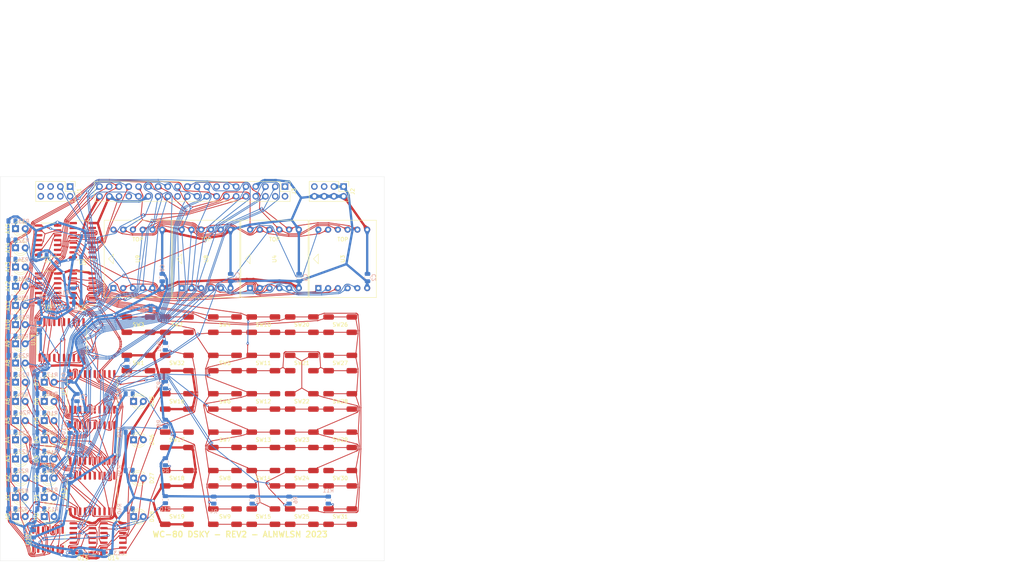
<source format=kicad_pcb>
(kicad_pcb (version 20221018) (generator pcbnew)
  (layers (0 "F.Cu" signal) (31 "B.Cu" signal) (34 "B.Paste" user) (35 "F.Paste" user) (36 "B.SilkS" user "B.Silkscreen") (37 "F.SilkS" user "F.Silkscreen") (38 "B.Mask" user) (39 "F.Mask" user) (44 "Edge.Cuts" user))
  (net 0 "")
  (net 1 "+5V")
  (net 2 "F_A2")
  (net 3 "GND")
  (net 4 "F_A6")
  (net 5 "F_A5")
  (net 6 "F_A7")
  (net 7 "F_A3")
  (net 8 "F_A4")
  (net 9 "F_D2")
  (net 10 "F_D0")
  (net 11 "F_A1")
  (net 12 "F_D5")
  (net 13 "F_A0")
  (net 14 "F_D3")
  (net 15 "F_D6")
  (net 16 "F_D1")
  (net 17 "F_D7")
  (net 18 "F_A9")
  (net 19 "F_D4")
  (net 20 "F_A8")
  (net 21 "F_A11")
  (net 22 "F_A14")
  (net 23 "F_A15")
  (net 24 "F_A12")
  (net 25 "F_A13")
  (net 26 "F_A10")
  (net 27 "~{F_INT}")
  (net 28 "~{F_IN}")
  (net 29 "~{F_READ}")
  (net 30 "~{F_WRITE}")
  (net 31 "~{F_OUT}")
  (net 32 "Net-(U7-I0a)")
  (net 33 "Net-(D1-A)")
  (net 34 "Net-(D1-K)")
  (net 35 "Net-(D2-A)")
  (net 36 "Net-(D2-K)")
  (net 37 "Net-(D3-A)")
  (net 38 "Net-(D3-K)")
  (net 39 "Net-(D4-A)")
  (net 40 "Net-(D4-K)")
  (net 41 "Net-(D5-A)")
  (net 42 "Net-(D5-K)")
  (net 43 "Net-(D6-A)")
  (net 44 "Net-(D6-K)")
  (net 45 "Net-(D7-A)")
  (net 46 "Net-(D7-K)")
  (net 47 "Net-(D8-A)")
  (net 48 "Net-(D8-K)")
  (net 49 "Net-(D9-A)")
  (net 50 "Net-(D9-K)")
  (net 51 "Net-(D10-A)")
  (net 52 "Net-(D10-K)")
  (net 53 "Net-(D11-A)")
  (net 54 "Net-(D11-K)")
  (net 55 "Net-(D12-A)")
  (net 56 "Net-(D12-K)")
  (net 57 "Net-(D13-A)")
  (net 58 "Net-(D13-K)")
  (net 59 "Net-(D14-A)")
  (net 60 "Net-(R11-Pad1)")
  (net 61 "Net-(D14-K)")
  (net 62 "Net-(D15-A)")
  (net 63 "Net-(D15-K)")
  (net 64 "Net-(U2-Pad6)")
  (net 65 "6x_IN")
  (net 66 "6x_OUT")
  (net 67 "Net-(U10-Pad3)")
  (net 68 "Net-(D16-A)")
  (net 69 "Net-(D16-K)")
  (net 70 "Net-(D17-A)")
  (net 71 "Net-(U1-Pad3)")
  (net 72 "Net-(D17-K)")
  (net 73 "Net-(D18-A)")
  (net 74 "Net-(D18-K)")
  (net 75 "Net-(D19-A)")
  (net 76 "Net-(D19-K)")
  (net 77 "Net-(D20-A)")
  (net 78 "Net-(D20-K)")
  (net 79 "Net-(D21-A)")
  (net 80 "Net-(D21-K)")
  (net 81 "Net-(D22-A)")
  (net 82 "Net-(D22-K)")
  (net 83 "Net-(D23-A)")
  (net 84 "Net-(D23-K)")
  (net 85 "Net-(D24-A)")
  (net 86 "Net-(D24-K)")
  (net 87 "Net-(J1-Pin_1)")
  (net 89 "Net-(J1-Pin_3)")
  (net 104 "Net-(R1-Pad1)")
  (net 105 "Net-(R4-Pad1)")
  (net 106 "Net-(R5-Pad1)")
  (net 107 "Net-(R6-Pad1)")
  (net 108 "Net-(R7-Pad2)")
  (net 109 "Net-(R8-Pad2)")
  (net 110 "Net-(R9-Pad2)")
  (net 111 "Net-(R10-Pad2)")
  (net 112 "Net-(U11-Cp)")
  (net 113 "Net-(U7-I2a)")
  (net 114 "Net-(U7-I3a)")
  (net 115 "Net-(U7-I0b)")
  (net 116 "Net-(U7-I1b)")
  (net 117 "Net-(U7-I2b)")
  (net 118 "Net-(U7-I3b)")
  (net 119 "Net-(U1-Pad12)")
  (net 120 "Net-(U1-Pad5)")
  (net 121 "Net-(U10-Pad11)")
  (net 122 "Net-(U10-Pad8)")
  (net 123 "Net-(U10-Pad6)")
  (net 124 "Net-(U3-WR)")
  (net 125 "Net-(U4-WR)")
  (net 130 "Net-(U5-O3)")
  (net 131 "Net-(U5-O2)")
  (net 132 "Net-(D25-K)")
  (net 133 "Net-(D25-A)")
  (net 134 "Net-(D26-K)")
  (net 135 "Net-(D26-A)")
  (net 136 "Net-(D27-K)")
  (net 137 "Net-(D27-A)")
  (net 138 "Net-(D28-K)")
  (net 139 "Net-(D28-A)")
  (net 140 "BLN_CLR")
  (net 141 "BLN_IN_SEL")
  (net 142 "BLN_OUT_SEL")
  (net 143 "BLN_READ_SEL")
  (net 144 "BLN_WRITE_SEL")
  (footprint "Connector_PinHeader_2.54mm:PinHeader_2x20_P2.54mm_Vertical" (layer "F.Cu") (at 94.13 22.54 -90)
    (fp_text reference "J3")
    (fp_text value "TRS80W-header")
  )
  (footprint "Connector_PinHeader_2.54mm:PinHeader_2x04_P2.54mm_Vertical" (layer "F.Cu") (at 38.22 22.54 -90)
    (fp_text reference "J1")
    (fp_text value "Conn_02x04_Odd_Even")
  )
  (footprint "LED_THT:LED_D3.0mm_FlatTop" (layer "F.Cu") (at 31.5 108.5)
    (fp_text reference "D1" hide)
    (fp_text value "D0")
  )
  (footprint "MountingHole:MountingHole_3.2mm_M3_DIN965" (layer "F.Cu") (at 23.5 23.5)
    (fp_text reference "H2" hide)
    (fp_text value "MountingHole" hide)
  )
  (footprint "MountingHole:MountingHole_3.2mm_M3_DIN965" (layer "F.Cu") (at 116.5 116.5)
    (fp_text reference "H3" hide)
    (fp_text value "MountingHole" hide)
  )
  (footprint "MountingHole:MountingHole_3.2mm_M3_DIN965" (layer "F.Cu") (at 23.5 116.5)
    (fp_text reference "H4" hide)
    (fp_text value "MountingHole" hide)
  )
  (footprint "MountingHole:MountingHole_3.2mm_M3_DIN965" (layer "F.Cu") (at 116.5 23.5)
    (fp_text reference "H1" hide)
    (fp_text value "MountingHole" hide)
  )
  (footprint "alnwlsn-custom-fp:DIP-24_W15.24mm_Socket" (layer "F.Cu") (at 91.39 41.38 90)
    (fp_text reference "U4")
    (fp_text value "HPDL1414")
  )
  (footprint "Package_SO:SOIC-16_3.9x9.9mm_P1.27mm" (layer "F.Cu") (at 41.5 36.5 180)
    (fp_text reference "U5")
    (fp_text value "74LS138")
  )
  (footprint "LED_THT:LED_D3.0mm_FlatTop" (layer "F.Cu") (at 31.5 88.5)
    (fp_text reference "D2" hide)
    (fp_text value "D4")
  )
  (footprint "LED_THT:LED_D3.0mm_FlatTop" (layer "F.Cu") (at 31.5 73.5)
    (fp_text reference "D3" hide)
    (fp_text value "D7")
  )
  (footprint "LED_THT:LED_D3.0mm_FlatTop" (layer "F.Cu") (at 31.5 93.5)
    (fp_text reference "D4" hide)
    (fp_text value "D3")
  )
  (footprint "LED_THT:LED_D3.0mm_FlatTop" (layer "F.Cu") (at 24 108.5)
    (fp_text reference "D5" hide)
    (fp_text value "A0")
  )
  (footprint "LED_THT:LED_D3.0mm_FlatTop" (layer "F.Cu") (at 24 88.5)
    (fp_text reference "D6" hide)
    (fp_text value "A4")
  )
  (footprint "LED_THT:LED_D3.0mm_FlatTop" (layer "F.Cu") (at 24 73.5)
    (fp_text reference "D7" hide)
    (fp_text value "A7")
  )
  (footprint "LED_THT:LED_D3.0mm_FlatTop" (layer "F.Cu") (at 24 93.5)
    (fp_text reference "D8" hide)
    (fp_text value "A3")
  )
  (footprint "alnwlsn-custom-fp:DIP-24_W15.24mm_Socket" (layer "F.Cu") (at 109.17 41.38 90)
    (fp_text reference "U3")
    (fp_text value "HPDL1414")
  )
  (footprint "LED_THT:LED_D3.0mm_FlatTop" (layer "F.Cu") (at 24 68.5)
    (fp_text reference "D9" hide)
    (fp_text value "A8")
  )
  (footprint "LED_THT:LED_D3.0mm_FlatTop" (layer "F.Cu") (at 24 48.5)
    (fp_text reference "D10" hide)
    (fp_text value "A12")
  )
  (footprint "LED_THT:LED_D3.0mm_FlatTop" (layer "F.Cu") (at 24 33.5)
    (fp_text reference "D11" hide)
    (fp_text value "A15")
  )
  (footprint "LED_THT:LED_D3.0mm_FlatTop" (layer "F.Cu") (at 24 53.5)
    (fp_text reference "D12" hide)
    (fp_text value "A11")
  )
  (footprint "LED_THT:LED_D3.0mm_FlatTop" (layer "F.Cu") (at 24 98.5)
    (fp_text reference "D13" hide)
    (fp_text value "A2")
  )
  (footprint "LED_THT:LED_D3.0mm_FlatTop" (layer "F.Cu") (at 24 78.5)
    (fp_text reference "D14" hide)
    (fp_text value "A6")
  )
  (footprint "LED_THT:LED_D3.0mm_FlatTop" (layer "F.Cu") (at 24 83.5)
    (fp_text reference "D15" hide)
    (fp_text value "A5")
  )
  (footprint "LED_THT:LED_D3.0mm_FlatTop" (layer "F.Cu") (at 24 103.5)
    (fp_text reference "D16" hide)
    (fp_text value "A1")
  )
  (footprint "LED_THT:LED_D3.0mm_FlatTop" (layer "F.Cu") (at 31.5 98.5)
    (fp_text reference "D17" hide)
    (fp_text value "D2")
  )
  (footprint "LED_THT:LED_D3.0mm_FlatTop" (layer "F.Cu") (at 31.5 78.5)
    (fp_text reference "D18" hide)
    (fp_text value "D6")
  )
  (footprint "LED_THT:LED_D3.0mm_FlatTop" (layer "F.Cu") (at 31.5 83.5)
    (fp_text reference "D19" hide)
    (fp_text value "D5")
  )
  (footprint "LED_THT:LED_D3.0mm_FlatTop" (layer "F.Cu") (at 31.5 103.5)
    (fp_text reference "D20" hide)
    (fp_text value "D1")
  )
  (footprint "LED_THT:LED_D3.0mm_FlatTop" (layer "F.Cu") (at 24 58.5)
    (fp_text reference "D21" hide)
    (fp_text value "A10")
  )
  (footprint "LED_THT:LED_D3.0mm_FlatTop" (layer "F.Cu") (at 24 38.5)
    (fp_text reference "D22" hide)
    (fp_text value "A14")
  )
  (footprint "LED_THT:LED_D3.0mm_FlatTop" (layer "F.Cu") (at 24 43.5)
    (fp_text reference "D23" hide)
    (fp_text value "A13")
  )
  (footprint "LED_THT:LED_D3.0mm_FlatTop" (layer "F.Cu") (at 24 63.5)
    (fp_text reference "D24" hide)
    (fp_text value "A9")
  )
  (footprint "Package_SO:SOIC-14_3.9x8.7mm_P1.27mm" (layer "F.Cu") (at 32.5 36.5 180)
    (fp_text reference "U1")
    (fp_text value "74LS32")
  )
  (footprint "alnwlsn-custom-fp:DTSL-6" (layer "F.Cu") (at 78.5 68.5)
    (fp_text reference "SW5")
    (fp_text value "A")
  )
  (footprint "alnwlsn-custom-fp:DTSL-6" (layer "F.Cu") (at 78.5 78.5)
    (fp_text reference "SW6")
    (fp_text value "7")
  )
  (footprint "alnwlsn-custom-fp:DTSL-6" (layer "F.Cu") (at 78.5 88.5)
    (fp_text reference "SW7")
    (fp_text value "4")
  )
  (footprint "alnwlsn-custom-fp:DTSL-6" (layer "F.Cu") (at 78.5 98.5)
    (fp_text reference "SW8")
    (fp_text value "1")
  )
  (footprint "alnwlsn-custom-fp:DTSL-6" (layer "F.Cu") (at 78.5 108.5)
    (fp_text reference "SW9")
    (fp_text value "0")
  )
  (footprint "alnwlsn-custom-fp:DTSL-6" (layer "F.Cu") (at 88.5 58.5)
    (fp_text reference "SW10")
    (fp_text value "IO")
  )
  (footprint "alnwlsn-custom-fp:DTSL-6" (layer "F.Cu") (at 88.5 68.5)
    (fp_text reference "SW11")
    (fp_text value "B")
  )
  (footprint "alnwlsn-custom-fp:DTSL-6" (layer "F.Cu") (at 88.5 78.5)
    (fp_text reference "SW12")
    (fp_text value "8")
  )
  (footprint "alnwlsn-custom-fp:DTSL-6" (layer "F.Cu") (at 88.5 88.5)
    (fp_text reference "SW13")
    (fp_text value "5")
  )
  (footprint "alnwlsn-custom-fp:DTSL-6" (layer "F.Cu") (at 88.5 98.5)
    (fp_text reference "SW14")
    (fp_text value "2")
  )
  (footprint "alnwlsn-custom-fp:DTSL-6" (layer "F.Cu") (at 88.5 108.5)
    (fp_text reference "SW15")
    (fp_text value "PREV")
  )
  (footprint "alnwlsn-custom-fp:DTSL-6" (layer "F.Cu") (at 66 78.5)
    (fp_text reference "SW16")
    (fp_text value "IN")
  )
  (footprint "alnwlsn-custom-fp:DTSL-6" (layer "F.Cu") (at 66 88.5)
    (fp_text reference "SW17")
    (fp_text value "OUT")
  )
  (footprint "alnwlsn-custom-fp:DTSL-6" (layer "F.Cu") (at 66 98.5)
    (fp_text reference "SW18")
    (fp_text value "READ")
  )
  (footprint "alnwlsn-custom-fp:DTSL-6" (layer "F.Cu") (at 66 108.5)
    (fp_text reference "SW19")
    (fp_text value "WR")
  )
  (footprint "alnwlsn-custom-fp:DTSL-6" (layer "F.Cu") (at 98.5 58.5)
    (fp_text reference "SW20")
    (fp_text value "J/C")
  )
  (footprint "alnwlsn-custom-fp:DTSL-6" (layer "F.Cu") (at 98.5 68.5)
    (fp_text reference "SW21")
    (fp_text value "C")
  )
  (footprint "alnwlsn-custom-fp:DTSL-6" (layer "F.Cu") (at 98.5 78.5)
    (fp_text reference "SW22")
    (fp_text value "9")
  )
  (footprint "alnwlsn-custom-fp:DTSL-6" (layer "F.Cu") (at 98.5 98.5)
    (fp_text reference "SW24")
    (fp_text value "3")
  )
  (footprint "alnwlsn-custom-fp:DTSL-6" (layer "F.Cu") (at 98.5 108.5)
    (fp_text reference "SW25")
    (fp_text value "NEXT")
  )
  (footprint "alnwlsn-custom-fp:DTSL-6" (layer "F.Cu") (at 108.5 58.5)
    (fp_text reference "SW26")
    (fp_text value "REG")
  )
  (footprint "alnwlsn-custom-fp:DTSL-6" (layer "F.Cu") (at 108.5 68.5)
    (fp_text reference "SW27")
    (fp_text value "D")
  )
  (footprint "alnwlsn-custom-fp:DTSL-6" (layer "F.Cu") (at 108.5 78.5)
    (fp_text reference "SW28")
    (fp_text value "E")
  )
  (footprint "Package_SO:SOIC-14_3.9x8.7mm_P1.27mm" (layer "F.Cu") (at 41.5 49 180)
    (fp_text reference "U6")
    (fp_text value "74LS06")
  )
  (footprint "alnwlsn-custom-fp:DTSL-6" (layer "F.Cu") (at 108.5 88.5)
    (fp_text reference "SW29")
    (fp_text value "F")
  )
  (footprint "alnwlsn-custom-fp:DTSL-6" (layer "F.Cu") (at 108.5 108.5)
    (fp_text reference "SW31")
    (fp_text value "EN")
  )
  (footprint "alnwlsn-custom-fp:DIP-24_W15.24mm_Socket" (layer "F.Cu") (at 73.61 41.38 90)
    (fp_text reference "U8")
    (fp_text value "HPDL1414")
  )
  (footprint "Package_SO:SOIC-20W_7.5x12.8mm_P1.27mm" (layer "F.Cu") (at 44 89.35 90)
    (fp_text reference "U11")
    (fp_text value "74LS374")
  )
  (footprint "alnwlsn-custom-fp:DTSL-6" (layer "F.Cu") (at 98.5 88.5)
    (fp_text reference "SW23")
    (fp_text value "6")
  )
  (footprint "alnwlsn-custom-fp:DTSL-6" (layer "F.Cu") (at 56 68.5)
    (fp_text reference "SW1")
    (fp_text value "INT")
  )
  (footprint "alnwlsn-custom-fp:DTSL-6" (layer "F.Cu") (at 66 58.5)
    (fp_text reference "SW2")
    (fp_text value "RESET")
  )
  (footprint "alnwlsn-custom-fp:DTSL-6" (layer "F.Cu") (at 78.5 58.5)
    (fp_text reference "SW4")
    (fp_text value "MEM")
  )
  (footprint "Package_SO:SOIC-20W_7.5x12.8mm_P1.27mm" (layer "F.Cu") (at 36 62.5 90)
    (fp_text reference "U13")
    (fp_text value "74LS374")
  )
  (footprint "alnwlsn-custom-fp:DIP-24_W15.24mm_Socket" (layer "F.Cu") (at 55.83 41.38 90)
    (fp_text reference "U9")
    (fp_text value "HPDL1414")
  )
  (footprint "Package_SO:SOIC-20W_7.5x12.8mm_P1.27mm" (layer "F.Cu") (at 44 102.5 90)
    (fp_text reference "U12")
    (fp_text value "74LS374")
  )
  (footprint "Package_SO:SOIC-14_3.9x8.7mm_P1.27mm" (layer "F.Cu") (at 32.46 114.475 90)
    (fp_text reference "U10")
    (fp_text value "74LS32")
  )
  (footprint "alnwlsn-custom-fp:DTSL-6" (layer "F.Cu") (at 56 58.5)
    (fp_text reference "SW3")
    (fp_text value "NMI")
  )
  (footprint "alnwlsn-custom-fp:DTSL-6" (layer "F.Cu") (at 108.5 98.5)
    (fp_text reference "SW30")
    (fp_text value "READ")
  )
  (footprint "MountingHole:MountingHole_3.2mm_M3_DIN965" (layer "F.Cu") (at 48 63.5)
    (fp_text reference "H5" hide)
    (fp_text value "MountingHole")
  )
  (footprint "MountingHole:MountingHole_3.2mm_M3_DIN965" (layer "F.Cu") (at 116.5 103.5)
    (fp_text reference "H6" hide)
    (fp_text value "MountingHole")
  )
  (footprint "Package_SO:SOIC-14_3.9x8.7mm_P1.27mm" (layer "F.Cu") (at 32.5 49 180)
    (fp_text reference "U2")
    (fp_text value "74LS20")
  )
  (footprint "Package_SO:SOIC-20W_7.5x12.8mm_P1.27mm" (layer "F.Cu") (at 44 76 90)
    (fp_text reference "U7")
    (fp_text value "74HCT244")
  )
  (footprint "MountingHole:MountingHole_3.2mm_M3_DIN965" (layer "F.Cu") (at 59.5 116.5)
    (fp_text reference "H7" hide)
    (fp_text value "MountingHole")
  )
  (footprint "MountingHole:MountingHole_3.2mm_M3_DIN965" (layer "F.Cu") (at 103.5 116.5 180)
    (fp_text reference "H8" hide)
    (fp_text value "MountingHole")
  )
  (footprint "MountingHole:MountingHole_3.2mm_M3_DIN965" (layer "F.Cu") (at 116.5 63.5)
    (fp_text reference "H9" hide)
    (fp_text value "MountingHole")
  )
  (footprint "Package_SO:SOIC-14_3.9x8.7mm_P1.27mm" (layer "F.Cu") (at 49.475 114.04 180)
    (fp_text reference "U14")
    (fp_text value "74HCT00")
  )
  (footprint "LED_THT:LED_D3.0mm_FlatTop" (layer "F.Cu") (at 54.735 98.5)
    (fp_text reference "D27")
    (fp_text value "READ")
  )
  (footprint "Package_SO:SOIC-14_3.9x8.7mm_P1.27mm" (layer "F.Cu") (at 41.525 114.04 180)
    (fp_text reference "U15")
    (fp_text value "74HCT00")
  )
  (footprint "alnwlsn-custom-fp:DTSL-6" (layer "F.Cu") (at 66 68.5)
    (fp_text reference "SW32")
    (fp_text value "CLR")
  )
  (footprint "LED_THT:LED_D3.0mm_FlatTop" (layer "F.Cu") (at 54.735 88.5)
    (fp_text reference "D26")
    (fp_text value "OUT")
  )
  (footprint "Connector_PinHeader_2.54mm:PinHeader_2x04_P2.54mm_Vertical" (layer "F.Cu") (at 109.4 22.54 -90)
    (fp_text reference "J2")
    (fp_text value "Conn_02x04_Odd_Even")
  )
  (footprint "LED_THT:LED_D3.0mm_FlatTop" (layer "F.Cu") (at 54.735 108.5)
    (fp_text reference "D28")
    (fp_text value "WRITE")
  )
  (footprint "LED_THT:LED_D3.0mm_FlatTop" (layer "F.Cu") (at 54.735 78.5)
    (fp_text reference "D25")
    (fp_text value "IN")
  )
  (footprint "Capacitor_SMD:C_0805_2012Metric" (layer "B.Cu") (at 40 77.5 90)
    (fp_text reference "C1")
    (fp_text value "100n")
  )
  (footprint "Capacitor_SMD:C_0805_2012Metric" (layer "B.Cu") (at 40.15 41)
    (fp_text reference "C3")
    (fp_text value "100n")
  )
  (footprint "Capacitor_SMD:C_0805_2012Metric" (layer "B.Cu") (at 31.15 40.4)
    (fp_text reference "C4")
    (fp_text value "100n")
  )
  (footprint "Resistor_SMD:R_0805_2012Metric" (layer "B.Cu") (at 53 68.5875 90)
    (fp_text reference "R1")
    (fp_text value "10")
  )
  (footprint "Resistor_SMD:R_0805_2012Metric" (layer "B.Cu") (at 41.4125 80.5 180)
    (fp_text reference "R2")
    (fp_text value "4.7K")
  )
  (footprint "Resistor_SMD:R_0805_2012Metric" (layer "B.Cu") (at 60.0875 54.6)
    (fp_text reference "R3")
    (fp_text value "4.7K")
  )
  (footprint "Resistor_SMD:R_0805_2012Metric" (layer "B.Cu") (at 75.6 104.2 90)
    (fp_text reference "R4")
    (fp_text value "4.7K")
  )
  (footprint "Capacitor_SMD:C_0805_2012Metric" (layer "B.Cu") (at 115.6 46.25 90)
    (fp_text reference "C2")
    (fp_text value "100n")
  )
  (footprint "Capacitor_SMD:C_0805_2012Metric" (layer "B.Cu") (at 97.8 46.25 90)
    (fp_text reference "C6")
    (fp_text value "100n")
  )
  (footprint "Resistor_SMD:R_0805_2012Metric" (layer "B.Cu") (at 63 94.2 -90)
    (fp_text reference "R9")
    (fp_text value "4.7K")
  )
  (footprint "Resistor_SMD:R_0805_2012Metric" (layer "B.Cu") (at 63 104.0875 -90)
    (fp_text reference "R10")
    (fp_text value "4.7K")
  )
  (footprint "Resistor_SMD:R_0805_2012Metric" (layer "B.Cu") (at 105.4 104.2 90)
    (fp_text reference "R11")
    (fp_text value "4.7K")
  )
  (footprint "Resistor_SMD:R_0805_2012Metric" (layer "B.Cu") (at 39 50 -90)
    (fp_text reference "R12")
    (fp_text value "4.7K")
  )
  (footprint "Capacitor_SMD:C_0805_2012Metric" (layer "B.Cu") (at 38.2 98.75 -90)
    (fp_text reference "C7")
    (fp_text value "100n")
  )
  (footprint "Resistor_SMD:R_0805_2012Metric" (layer "B.Cu") (at 30.5875 106.5)
    (fp_text reference "R13")
    (fp_text value "470")
  )
  (footprint "Resistor_SMD:R_0805_2012Metric" (layer "B.Cu") (at 30.5875 96.5)
    (fp_text reference "R14")
    (fp_text value "470")
  )
  (footprint "Resistor_SMD:R_0805_2012Metric" (layer "B.Cu") (at 30.5875 86.5)
    (fp_text reference "R15")
    (fp_text value "470")
  )
  (footprint "Resistor_SMD:R_0805_2012Metric" (layer "B.Cu") (at 30.5875 76.5)
    (fp_text reference "R16")
    (fp_text value "470")
  )
  (footprint "Capacitor_SMD:C_0805_2012Metric" (layer "B.Cu") (at 80 46.25 90)
    (fp_text reference "C14")
    (fp_text value "100n")
  )
  (footprint "Capacitor_SMD:C_0805_2012Metric" (layer "B.Cu") (at 31.15 52.8)
    (fp_text reference "C8")
    (fp_text value "100n")
  )
  (footprint "Resistor_SMD:R_0805_2012Metric" (layer "B.Cu") (at 30.5875 71.5)
    (fp_text reference "R17")
    (fp_text value "470")
  )
  (footprint "Resistor_SMD:R_0805_2012Metric" (layer "B.Cu") (at 30.5875 81.5)
    (fp_text reference "R18")
    (fp_text value "470")
  )
  (footprint "Resistor_SMD:R_0805_2012Metric" (layer "B.Cu") (at 30.5875 91.5)
    (fp_text reference "R19")
    (fp_text value "470")
  )
  (footprint "Resistor_SMD:R_0805_2012Metric" (layer "B.Cu") (at 30.5875 101.5)
    (fp_text reference "R20")
    (fp_text value "470")
  )
  (footprint "Resistor_SMD:R_0805_2012Metric" (layer "B.Cu") (at 23.0875 106.5)
    (fp_text reference "R21")
    (fp_text value "470")
  )
  (footprint "Resistor_SMD:R_0805_2012Metric" (layer "B.Cu") (at 23.0875 96.5)
    (fp_text reference "R22")
    (fp_text value "470")
  )
  (footprint "Resistor_SMD:R_0805_2012Metric" (layer "B.Cu") (at 23.0875 76.5)
    (fp_text reference "R24")
    (fp_text value "470")
  )
  (footprint "Resistor_SMD:R_0805_2012Metric" (layer "B.Cu") (at 23.0875 71.5)
    (fp_text reference "R25")
    (fp_text value "470")
  )
  (footprint "Resistor_SMD:R_0805_2012Metric" (layer "B.Cu") (at 23.0875 81.5)
    (fp_text reference "R26")
    (fp_text value "470")
  )
  (footprint "Resistor_SMD:R_0805_2012Metric" (layer "B.Cu") (at 23.0875 91.5)
    (fp_text reference "R27")
    (fp_text value "470")
  )
  (footprint "Resistor_SMD:R_0805_2012Metric" (layer "B.Cu") (at 23.0875 101.5)
    (fp_text reference "R28")
    (fp_text value "470")
  )
  (footprint "Resistor_SMD:R_0805_2012Metric" (layer "B.Cu") (at 23.0875 66.5)
    (fp_text reference "R29")
    (fp_text value "470")
  )
  (footprint "Resistor_SMD:R_0805_2012Metric" (layer "B.Cu") (at 23.0875 56.5)
    (fp_text reference "R30")
    (fp_text value "470")
  )
  (footprint "Resistor_SMD:R_0805_2012Metric" (layer "B.Cu") (at 23.0875 46.5)
    (fp_text reference "R31")
    (fp_text value "470")
  )
  (footprint "Resistor_SMD:R_0805_2012Metric" (layer "B.Cu") (at 23.0875 36.5)
    (fp_text reference "R32")
    (fp_text value "470")
  )
  (footprint "Resistor_SMD:R_0805_2012Metric" (layer "B.Cu") (at 23.0875 31.5)
    (fp_text reference "R33")
    (fp_text value "470")
  )
  (footprint "Resistor_SMD:R_0805_2012Metric" (layer "B.Cu") (at 23.0875 41.5)
    (fp_text reference "R34")
    (fp_text value "470")
  )
  (footprint "Resistor_SMD:R_0805_2012Metric" (layer "B.Cu") (at 23.0875 51.5)
    (fp_text reference "R35")
    (fp_text value "470")
  )
  (footprint "Resistor_SMD:R_0805_2012Metric" (layer "B.Cu") (at 23.0875 61.5)
    (fp_text reference "R36")
    (fp_text value "470")
  )
  (footprint "Resistor_SMD:R_0805_2012Metric" (layer "B.Cu") (at 23.0875 86.5)
    (fp_text reference "R23")
    (fp_text value "470")
  )
  (footprint "Capacitor_SMD:C_0805_2012Metric" (layer "B.Cu") (at 62.2 46.25 90)
    (fp_text reference "C9")
    (fp_text value "100n")
  )
  (footprint "Capacitor_SMD:C_0805_2012Metric" (layer "B.Cu") (at 40.15 52.8)
    (fp_text reference "C5")
    (fp_text value "100n")
  )
  (footprint "Capacitor_SMD:C_0805_2012Metric" (layer "B.Cu") (at 38.2 85.75 -90)
    (fp_text reference "C10")
    (fp_text value "100n")
  )
  (footprint "Capacitor_SMD:C_0805_2012Metric" (layer "B.Cu") (at 38.2 72.35 -90)
    (fp_text reference "C11")
    (fp_text value "100n")
  )
  (footprint "Capacitor_SMD:C_0805_2012Metric" (layer "B.Cu") (at 30.2 58.95 -90)
    (fp_text reference "C12")
    (fp_text value "100n")
  )
  (footprint "Capacitor_SMD:C_0805_2012Metric" (layer "B.Cu") (at 47.95 117.8)
    (fp_text reference "C13")
    (fp_text value "100n")
  )
  (footprint "Resistor_SMD:R_0805_2012Metric" (layer "B.Cu") (at 53.5875 86.5)
    (fp_text reference "R38")
    (fp_text value "470")
  )
  (footprint "Resistor_SMD:R_0805_2012Metric" (layer "B.Cu") (at 63 64.2 -90)
    (fp_text reference "R41")
    (fp_text value "4.7K")
  )
  (footprint "Capacitor_SMD:C_0805_2012Metric" (layer "B.Cu") (at 40 117.8)
    (fp_text reference "C15")
    (fp_text value "100n")
  )
  (footprint "Capacitor_SMD:C_0805_2012Metric" (layer "B.Cu") (at 28.6 113 -90)
    (fp_text reference "C16")
    (fp_text value "100n")
  )
  (footprint "Resistor_SMD:R_0805_2012Metric" (layer "B.Cu") (at 53.5875 106.5)
    (fp_text reference "R40")
    (fp_text value "470")
  )
  (footprint "Resistor_SMD:R_0805_2012Metric" (layer "B.Cu") (at 53.5875 96.5)
    (fp_text reference "R39")
    (fp_text value "470")
  )
  (footprint "Resistor_SMD:R_0805_2012Metric" (layer "B.Cu") (at 63 74.2 -90)
    (fp_text reference "R7")
    (fp_text value "4.7K")
  )
  (footprint "Resistor_SMD:R_0805_2012Metric" (layer "B.Cu") (at 95.2 104.2 90)
    (fp_text reference "R6")
    (fp_text value "4.7K")
  )
  (footprint "Resistor_SMD:R_0805_2012Metric" (layer "B.Cu") (at 53.5875 76.5)
    (fp_text reference "R37")
    (fp_text value "470")
  )
  (footprint "Resistor_SMD:R_0805_2012Metric" (layer "B.Cu") (at 63 84.2 -90)
    (fp_text reference "R8")
    (fp_text value "4.7K")
  )
  (footprint "Resistor_SMD:R_0805_2012Metric" (layer "B.Cu") (at 85.6 104.2 90)
    (fp_text reference "R5")
    (fp_text value "4.7K")
  )
  (gr_line (start 20 120) (end 20 20) (stroke (width 0.05)) (layer "Edge.Cuts"))
  (gr_line (start 120 120) (end 20 120) (stroke (width 0.05)) (layer "Edge.Cuts"))
  (gr_line (start 120 20) (end 120 120) (stroke (width 0.05)) (layer "Edge.Cuts"))
  (gr_line (start 20 20) (end 120 20) (stroke (width 0.05)) (layer "Edge.Cuts"))
  (gr_text "WC-80 DSKY - REV2 - ALNWLSN 2023" (at 59.5 114) (layer "F.SilkS") (effects (font (size 1.5 1.5) (thickness 0.3) bold) (justify left bottom)))
  (segment (start 42.24179 31.56312) (end 42.23322 31.58748) (width 0.6) (layer "F.Cu") (net 1))
  (segment (start 45.1136 119.2963) (end 45.056 119.3078) (width 0.6) (layer "F.Cu") (net 1))
  (segment (start 84.1809 46.6611) (end 74.804 47.0215) (width 0.6) (layer "F.Cu") (net 1))
  (segment (start 29.5 40.3106) (end 30.025 40.31) (width 0.6) (layer "F.Cu") (net 1))
  (segment (start 43.02044 119.32047) (end 43.05894 119.32491) (width 0.6) (layer "F.Cu") (net 1))
  (segment (start 60.1009 65.8021) (end 60.10045 65.80431) (width 0.6) (layer "F.Cu") (net 1))
  (segment (start 31.43807 51.13511) (end 31.44065 51.16811) (width 0.6) (layer "F.Cu") (net 1))
  (segment (start 42.66485 119.22881) (end 42.70079 119.24305) (width 0.6) (layer "F.Cu") (net 1))
  (segment (start 33.6279 44.7276) (end 33.6442 44.7031) (width 0.6) (layer "F.Cu") (net 1))
  (segment (start 31.4793 50.842) (end 33.5766 44.8309) (width 0.6) (layer "F.Cu") (net 1))
  (segment (start 30.9741 52.5769) (end 30.9806 52.5702) (width 0.6) (layer "F.Cu") (net 1))
  (segment (start 43.31275 55.31716) (end 43.27964 55.2856) (width 0.6) (layer "F.Cu") (net 1))
  (segment (start 44.3129 56.6762) (end 43.4315 55.4561) (width 0.6) (layer "F.Cu") (net 1))
  (segment (start 45.2238 26.231) (end 45.3218 25.035) (width 0.6) (layer "F.Cu") (net 1))
  (segment (start 60.10145 65.79991) (end 60.1009 65.8021) (width 0.6) (layer "F.Cu") (net 1))
  (segment (start 85.87544 46.66043) (end 85.84 46.66002) (width 0.6) (layer "F.Cu") (net 1))
  (segment (start 33.7248 44.6018) (end 35.3915 43.0008) (width 0.6) (layer "F.Cu") (net 1))
  (segment (start 95.3447 47.7483) (end 86.0168 46.6702) (width 0.6) (layer "F.Cu") (net 1))
  (segment (start 46.383 118.4173) (end 46.3827 118.4176) (width 0.6) (layer "F.Cu") (net 1))
  (segment (start 33.7147 44.61181) (end 33.70491 44.62213) (width 0.6) (layer "F.Cu") (net 1))
  (segment (start 33.70491 44.62213) (end 33.69544 44.63275) (width 0.6) (layer "F.Cu") (net 1))
  (segment (start 96.698 48.4048) (end 97.3337 49.2914) (width 0.6) (layer "F.Cu") (net 1))
  (segment (start 60.1001 65.806) (end 59.025 66.5) (width 0.6) (layer "F.Cu") (net 1))
  (segment (start 67.6487 60.5) (end 64.3513 60.5) (width 0.6) (layer "F.Cu") (net 1))
  (segment (start 31.42464 51.89555) (end 31.43066 51.8765) (width 0.6) (layer "F.Cu") (net 1))
  (segment (start 38.06758 117.85016) (end 38.06418 117.85035) (width 0.6) (layer "F.Cu") (net 1))
  (segment (start 40.0262 118.0309) (end 40.0216 118.0293) (width 0.6) (layer "F.Cu") (net 1))
  (segment (start 67.9487 60.5) (end 67.6487 60.5) (width 0.6) (layer "F.Cu") (net 1))
  (segment (start 45.60901 119.07257) (end 45.63164 119.05629) (width 0.6) (layer "F.Cu") (net 1))
  (segment (start 31.43584 51.8572) (end 31.44018 51.8377) (width 0.6) (layer "F.Cu") (net 1))
  (segment (start 42.81114 119.2786) (end 42.84864 119.28803) (width 0.6) (layer "F.Cu") (net 1))
  (segment (start 43.20969 55.22667) (end 43.17298 55.19939) (width 0.6) (layer "F.Cu") (net 1))
  (segment (start 30.285 57.85) (end 30.517 56.8522) (width 0.6) (layer "F.Cu") (net 1))
  (segment (start 29.49975 40.62265) (end 29.49999 40.6106) (width 0.6) (layer "F.Cu") (net 1))
  (segment (start 66.25714 47.40554) (end 66.22441 47.41462) (width 0.6) (layer "F.Cu") (net 1))
  (segment (start 60.10367 65.79352) (end 60.10284 65.79561) (width 0.6) (layer "F.Cu") (net 1))
  (segment (start 42.9994 34.595) (end 42.9898 34.5953) (width 0.6) (layer "F.Cu") (net 1))
  (segment (start 45.21314 119.27189) (end 45.26202 119.25647) (width 0.6) (layer "F.Cu") (net 1))
  (segment (start 42.27205 31.49181) (end 42.26121 31.51526) (width 0.6) (layer "F.Cu") (net 1))
  (segment (start 61.5987 60.5) (end 61.8987 60.5) (width 0.6) (layer "F.Cu") (net 1))
  (segment (start 33.68631 44.64366) (end 33.67752 44.65484) (width 0.6) (layer "F.Cu") (net 1))
  (segment (start 54.3513 66.5) (end 54.0513 66.5) (width 0.6) (layer "F.Cu") (net 1))
  (segment (start 29.4806 40.7167) (end 29.48463 40.70535) (width 0.6) (layer "F.Cu") (net 1))
  (segment (start 85.94623 46.66369) (end 85.91085 46.66165) (width 0.6) (layer "F.Cu") (net 1))
  (segment (start 29.49132 40.6822) (end 29.49396 40.67044) (width 0.6) (layer "F.Cu") (net 1))
  (segment (start 29.48463 40.70535) (end 29.48821 40.69384) (width 0.6) (layer "F.Cu") (net 1))
  (segment (start 57.6487 60.5) (end 57.9487 60.5) (width 0.6) (layer "F.Cu") (net 1))
  (segment (start 44.825 119.3306) (end 44.86374 119.32996) (width 0.6) (layer "F.Cu") (net 1))
  (segment (start 33.619 44.74152) (end 33.6106 44.75574) (width 0.6) (layer "F.Cu") (net 1))
  (segment (start 60.4013 60.5) (end 61.5987 60.5) (width 0.6) (layer "F.Cu") (net 1))
  (segment (start 39.9327 53.0838) (end 39.932 53.0828) (width 0.6) (layer "F.Cu") (net 1))
  (segment (start 33.58228 44.81539) (end 33.57656 44.83088) (width 0.6) (layer "F.Cu") (net 1))
  (segment (start 95.39512 47.75525) (end 95.34469 47.74839) (width 0.6) (layer "F.Cu") (net 1))
  (segment (start 57.9487 66.5) (end 57.6487 66.5) (width 0.6) (layer "F.Cu") (net 1))
  (segment (start 45.44948 119.17405) (end 45.49389 119.14846) (width 0.6) (layer "F.Cu") (net 1))
  (segment (start 42.944 119.3078) (end 42.8864 119.2963) (width 0.6) (layer "F.Cu") (net 1))
  (segment (start 43.27964 55.2856) (end 43.24527 55.25542) (width 0.6) (layer "F.Cu") (net 1))
  (segment (start 29.49781 40.64666) (end 29.49902 40.63467) (width 0.6) (layer "F.Cu") (net 1))
  (segment (start 42.2959 31.446) (end 42.28361 31.46872) (width 0.6) (layer "F.Cu") (net 1))
  (segment (start 42.6294 119.2134) (end 42.66485 119.22881) (width 0.6) (layer "F.Cu") (net 1))
  (segment (start 63.2969 48.5613) (end 62.5401 49.3469) (width 0.6) (layer "F.Cu") (net 1))
  (segment (start 95.73467 47.85913) (end 95.68816 47.83847) (width 0.6) (layer "F.Cu") (net 1))
  (segment (start 43.4315 55.4561) (end 43.40397 55.41958) (width 0.6) (layer "F.Cu") (net 1))
  (segment (start 44.97955 119.32043) (end 45.01788 119.31473) (width 0.6) (layer "F.Cu") (net 1))
  (segment (start 33.6106 44.75574) (end 33.60272 44.77026) (width 0.6) (layer "F.Cu") (net 1))
  (segment (start 38.285 71.35) (end 38.0529 70.3522) (width 0.6) (layer "F.Cu") (net 1))
  (segment (start 59.025 66.5) (end 60.1001 67.194) (width 0.6) (layer "F.Cu") (net 1))
  (segment locked (start 47 117.85) (end 46.383 118.4173) (width 0.6) (layer "F.Cu") (net 1))
  (segment (start 31.43066 51.8765) (end 31.43584 51.8572) (width 0.6) (layer "F.Cu") (net 1))
  (segment (start 44.825 119.3306) (end 43.175 119.3306) (width 0.6) (layer "F.Cu") (net 1))
  (segment (start 84.19567 46.66064) (end 84.1809 46.66113) (width 0.6) (layer "F.Cu") (net 1))
  (segment (start 31.45978 51.36249) (end 31.45914 51.35334) (width 0.6) (layer "F.Cu") (net 1))
  (segment (start 29.49902 40.63467) (end 29.49975 40.62265) (width 0.6) (layer "F.Cu") (net 1))
  (segment (start 60.1004 65.8043) (end 60.1001 65.806) (width 0.6) (layer "F.Cu") (net 1))
  (segment (start 57.9487 60.5) (end 59.025 60.5) (width 0.6) (layer "F.Cu") (net 1))
  (segment (start 40.0198 118.0288) (end 39.05 117.85) (width 0.6) (layer "F.Cu") (net 1))
  (segment (start 30.9728 52.5779) (end 30.9741 52.5769) (width 0.6) (layer "F.Cu") (net 1))
  (segment (start 45.16363 119.28518) (end 45.21314 119.27189) (width 0.6) (layer "F.Cu") (net 1))
  (segment (start 66.22441 47.41462) (end 66.19208 47.42506) (width 0.6) (layer "F.Cu") (net 1))
  (segment (start 69.025 60.5) (end 67.9487 60.5) (width 0.6) (layer "F.Cu") (net 1))
  (segment (start 95.49494 47.77506) (end 95.44523 47.76415) (width 0.6) (layer "F.Cu") (net 1))
  (segment (start 30.5209 56.8475) (end 30.9196 56.4554) (width 0.6) (layer "F.Cu") (net 1))
  (segment (start 31.4606 51.69) (end 31.4606 51.39) (width 0.6) (layer "F.Cu") (net 1))
  (segment (start 66.4249 47.3808) (end 66.391 47.38296) (width 0.6) (layer "F.Cu") (net 1))
  (segment (start 42.25112 31.53904) (end 42.24179 31.56312) (width 0.6) (layer "F.Cu") (net 1))
  (segment (start 59.025 60.5) (end 60.1013 60.5) (width 0.6) (layer "F.Cu") (net 1))
  (segment (start 29.49613 40.65859) (end 29.49781 40.64666) (width 0.6) (layer "F.Cu") (net 1))
  (segment (start 95.54416 47.78797) (end 95.49494 47.77506) (width 0.6) (layer "F.Cu") (net 1))
  (segment (start 38.1179 41.2178) (end 38.1169 41.2191) (width 0.6) (layer "F.Cu") (net 1))
  (segment (start 74.7952 47.0218) (end 66.4249 47.3808) (width 0.6) (layer "F.Cu") (net 1))
  (segment (start 38.06418 117.85035) (end 38.06078 117.85062) (width 0.6) (layer "F.Cu") (net 1))
  (segment (start 54.0513 66.5) (end 52.975 66.5) (width 0.6) (layer "F.Cu") (net 1))
  (segment (start 33.60272 44.77026) (end 33.59537 44.78506) (width 0.6) (layer "F.Cu") (net 1))
  (segment (start 43.24527 55.25542) (end 43.20969 55.22667) (width 0.6) (layer "F.Cu") (net 1))
  (segment (start 46.36641 118.43332) (end 46.37194 118.42818) (width 0.6) (layer "F.Cu") (net 1))
  (segment (start 31.4402 51.8377) (end 31.4517 51.7801) (width 0.6) (layer "F.Cu") (net 1))
  (segment (start 46.3551 118.4433) (end 46.3608 118.43836) (width 0.6) (layer "F.Cu") (net 1))
  (segment (start 33.6447 44.7024) (end 33.661 44.678) (width 0.6) (layer "F.Cu") (net 1))
  (segment (start 45.01788 119.31473) (end 45.05599 119.30777) (width 0.6) (layer "F.Cu") (net 1))
  (segment (start 31.4517 51.7801) (end 31.45442 51.76523) (width 0.6) (layer "F.Cu") (net 1))
  (segment (start 61.1704 71.0745) (end 61.7546 73.1563) (width 0.6) (layer "F.Cu") (net 1))
  (segment (start 43.975 34.595) (end 42.9994 34.595) (width 0.6) (layer "F.Cu") (net 1))
  (segment (start 42.28361 31.46872) (end 42.27205 31.49181) (width 0.6) (layer "F.Cu") (net 1))
  (segment (start 39.025 40.945) (end 38.1179 41.2178) (width 0.6) (layer "F.Cu") (net 1))
  (segment (start 45.404 119.19769) (end 45.44948 119.17405) (width 0.6) (layer "F.Cu") (net 1))
  (segment (start 37.9901 83.7962) (end 37.9883 83.796) (width 0.6) (layer "F.Cu") (net 1))
  (segment (start 33.6442 44.7031) (end 33.6447 44.7024) (width 0.6) (layer "F.Cu") (net 1))
  (segment (start 43.1352 55.1736) (end 39.9404 53.0911) (width 0.6) (layer "F.Cu") (net 1))
  (segment (start 31.44215 51.00294) (end 31.43897 51.03588) (width 0.6) (layer "F.Cu") (net 1))
  (segment (start 51.7977 59.8387) (end 52.975 60.5) (width 0.6) (layer "F.Cu") (net 1))
  (segment (start 62.6755 61.2013) (end 62.6755 62.2193) (width 0.6) (layer "F.Cu") (net 1))
  (segment (start 31.44676 50.97017) (end 31.44215 51.00294) (width 0.6) (layer "F.Cu") (net 1))
  (segment (start 39.93941 53.09045) (end 39.94039 53.09112) (width 0.6) (layer "F.Cu") (net 1))
  (segment (start 31.45838 51.73527) (end 31.45962 51.72021) (width 0.6) (layer "F.Cu") (net 1))
  (segment (start 60.1004 67.1957) (end 60.1014 67.2002) (width 0.6) (layer "F.Cu") (net 1))
  (segment (start 97.74 49) (end 95.825 47.906) (width 0.6) (layer "F.Cu") (net 1))
  (segment (start 84.22522 46.66007) (end 84.21045 46.66028) (width 0.6) (layer "F.Cu") (net 1))
  (segment (start 31.38252 51.98594) (end 31.3925 51.96863) (width 0.6) (layer "F.Cu") (net 1))
  (segment (start 31.3348 52.0582) (end 31.3392 52.0517) (width 0.6) (layer "F.Cu") (net 1))
  (segment (start 28.65 112) (end 28.3551 111.1462) (width 0.6) (layer "F.Cu") (net 1))
  (segment (start 44.86374 119.32996) (end 44.90244 119.32806) (width 0.6) (layer "F.Cu") (net 1))
  (segment (start 37.9883 83.796) (end 37.9844 83.7957) (width 0.6) (layer "F.Cu") (net 1))
  (segment (start 84.21045 46.66028) (end 84.19567 46.66064) (width 0.6) (layer "F.Cu") (net 1))
  (segment (start 45.65388 119.03949) (end 45.67572 119.02216) (width 0.6) (layer "F.Cu") (net 1))
  (segment (start 37.9844 83.7957) (end 37.4251 83.7966) (width 0.6) (layer "F.Cu") (net 1))
  (segment (start 29.3653 41.0216) (end 29.4806 40.7167) (width 0.6) (layer "F.Cu") (net 1))
  (segment (start 39.93417 53.08566) (end 39.93496 53.08654) (width 0.6) (layer "F.Cu") (net 1))
  (segment (start 42.84864 119.28803) (end 42.88642 119.29621) (width 0.6) (layer "F.Cu") (net 1))
  (segment (start 57.6487 66.5) (end 54.3513 66.5) (width 0.6) (layer "F.Cu") (net 1))
  (segment (start 31.46024 50.90537) (end 31.45279 50.93762) (width 0.6) (layer "F.Cu") (net 1))
  (segment (start 38.0529 70.3522) (end 38.0522 70.3511) (width 0.6) (layer "F.Cu") (net 1))
  (segment (start 46.37738 118.42295) (end 46.38273 118.41763) (width 0.6) (layer "F.Cu") (net 1))
  (segment (start 43.34454 55.35005) (end 43.31275 55.31716) (width 0.6) (layer "F.Cu") (net 1))
  (segment (start 29.5 40.6106) (end 29.5 40.3106) (width 0.6) (layer "F.Cu") (net 1))
  (segment (start 42.73718 119.2561) (end 42.77398 119.26796) (width 0.6) (layer "F.Cu") (net 1))
  (segment (start 45.67572 119.02216) (end 45.69714 119.00433) (width 0.6) (layer "F.Cu") (net 1))
  (segment (start 42.70079 119.24305) (end 42.73718 119.2561) (width 0.6) (layer "F.Cu") (net 1))
  (segment (start 60.10673 65.78748) (end 60.10562 65.78944) (width 0.6) (layer "F.Cu") (net 1))
  (segment (start 31.46023 51.37165) (end 31.45978 51.36249) (width 0.6) (layer "F.Cu") (net 1))
  (segment (start 43.13626 119.32999) (end 43.175 119.33063) (width 0.6) (layer "F.Cu") (net 1))
  (segment (start 31.43693 51.10203) (end 31.43807 51.13511) (width 0.6) (layer "F.Cu") (net 1))
  (segment (start 31.4606 51.39) (end 31.46051 51.38083) (width 0.6) (layer "F.Cu") (net 1))
  (segment (start 46.3608 118.43836) (end 46.36641 118.43332) (width 0.6) (layer "F.Cu") (net 1))
  (segment (start 42.77398 119.26796) (end 42.81114 119.2786) (width 0.6) (layer "F.Cu") (net 1))
  (segment (start 46.37194 118.42818) (end 46.37738 118.42295) (width 0.6) (layer "F.Cu") (net 1))
  (segment (start 39.93664 53.08821) (end 39.93754 53.089) (width 0.6) (layer "F.Cu") (net 1))
  (segment (start 85.91085 46.66165) (end 85.87544 46.66043) (width 0.6) (layer "F.Cu") (net 1))
  (segment (start 95.825 47.906) (end 95.78031 47.88165) (width 0.6) (layer "F.Cu") (net 1))
  (segment (start 63.2969 48.5613) (end 62.2077 48.5007) (width 0.6) (layer "F.Cu") (net 1))
  (segment (start 42.944 119.3078) (end 42.98212 119.31476) (width 0.6) (layer "F.Cu") (net 1))
  (segment (start 64.3513 60.5) (end 64.0513 60.5) (width 0.6) (layer "F.Cu") (net 1))
  (segment (start 42.26121 31.51526) (end 42.25112 31.53904) (width 0.6) (layer "F.Cu") (net 1))
  (segment (start 42.98212 119.31476) (end 43.02044 119.32047) (width 0.6) (layer "F.Cu") (net 1))
  (segment (start 31.45664 51.75028) (end 31.45838 51.73527) (width 0.6) (layer "F.Cu") (net 1))
  (segment (start 38.0522 70.3511) (end 38.0516 70.3499) (width 0.6) (layer "F.Cu") (net 1))
  (segment (start 33.69544 44.63275) (end 33.68631 44.64366) (width 0.6) (layer "F.Cu") (net 1))
  (segment (start 38.07099 117.85004) (end 38.06758 117.85016) (width 0.6) (layer "F.Cu") (net 1))
  (segment (start 45.63164 119.05629) (end 45.65388 119.03949) (width 0.6) (layer "F.Cu") (net 1))
  (segment (start 59.025 66.5) (end 57.9487 66.5) (width 0.6) (layer "F.Cu") (net 1))
  (segment (start 39.93846 53.08974) (end 39.93941 53.09045) (width 0.6) (layer "F.Cu") (net 1))
  (segment (start 38.2844 97.8156) (end 37.9844 97.8156) (width 0.6) (layer "F.Cu") (net 1))
  (segment (start 84.24 46.66) (end 84.22522 46.66007) (width 0.6) (layer "F.Cu") (net 1))
  (segment (start 60.1021 65.79775) (end 60.10145 65.79991) (width 0.6) (layer "F.Cu") (net 1))
  (segment (start 60.1001 67.194) (end 60.1004 67.1957) (width 0.6) (layer "F.Cu") (net 1))
  (segment (start 45.2238 26.231) (end 46.1938 25.5246) (width 0.6) (layer "F.Cu") (net 1))
  (segment (start 33.59537 44.78506) (end 33.58855 44.8001) (width 0.6) (layer "F.Cu") (net 1))
  (segment (start 66.19208 47.42506) (end 66.16021 47.43682) (width 0.6) (layer "F.Cu") (net 1))
  (segment (start 42.2254 31.6121) (end 41.2993 34.7038) (width 0.6) (layer "F.Cu") (net 1))
  (segment (start 39.93754 53.089) (end 39.93846 53.08974) (width 0.6) (layer "F.Cu") (net 1))
  (segment (start 38.0744 117.85) (end 38.07099 117.85004) (width 0.6) (layer "F.Cu") (net 1))
  (segment (start 66.35721 47.38652) (end 66.3236 47.39147) (width 0.6) (layer "F.Cu") (net 1))
  (segment (start 38.285 84.7) (end 37.9901 83.7962) (width 0.6) (layer "F.Cu") (net 1))
  (segment (start 38.06078 117.85062) (end 38.05738 117.85097) (width 0.6) (layer "F.Cu") (net 1))
  (segment (start 74.804 47.0215) (end 74.7952 47.0218) (width 0.6) (layer "F.Cu") (net 1))
  (segment (start 31.41781 51.91433) (end 31.42464 51.89555) (width 0.6) (layer "F.Cu") (net 1))
  (segment (start 31.43897 51.03588) (end 31.43723 51.06894) (width 0.6) (layer "F.Cu") (net 1))
  (segment (start 28.3551 111.1462) (end 27.8021 111.0562) (width 0.6) (layer "F.Cu") (net 1))
  (segment (start 40.0216 118.0293) (end 40.0198 118.0288) (width 0.6) (layer "F.Cu") (net 1))
  (segment (start 31.3925 51.96863) (end 31.40172 51.9509) (width 0.6) (layer "F.Cu") (net 1))
  (segment (start 38.0516 70.3499) (end 37.7847 69.8585) (width 0.6) (layer "F.Cu") (net 1))
  (segment (start 45.26202 119.25647) (end 45.31018 119.23894) (width 0.6) (layer "F.Cu") (net 1))
  (segment (start 45.35754 119.21933) (end 45.404 119.19769) (width 0.6) (layer "F.Cu") (net 1))
  (segment (start 43.05894 119.32491) (end 43.09756 119.32809) (width 0.6) (layer "F.Cu") (net 1))
  (segment (start 95.78031 47.88165) (end 95.73467 47.85913) (width 0.6) (layer "F.Cu") (net 1))
  (segment (start 38.1169 41.2191) (end 38.1155 41.2208) (width 0.6) (layer "F.Cu") (net 1))
  (segment (start 31.45962 51.72021) (end 31.46036 51.70511) (width 0.6) (layer "F.Cu") (net 1))
  (segment (start 45.586 119.0883) (end 45.60901 119.07257) (width 0.6) (layer "F.Cu") (net 1))
  (segment (start 95.59283 47.80286) (end 95.54416 47.78797) (width 0.6) (layer "F.Cu") (net 1))
  (segment (start 43.40397 55.41958) (end 43.37496 55.38421) (width 0.6) (layer "F.Cu") (net 1))
  (segment (start 43.17298 55.19939) (end 43.13517 55.17364) (width 0.6) (layer "F.Cu") (net 1))
  (segment (start 66.1602 47.4368) (end 62.18 49) (width 0.6) (layer "F.Cu") (net 1))
  (segment (start 60.10562 65.78944) (end 60.1046 65.79146) (width 0.6) (layer "F.Cu") (net 1))
  (segment (start 39.9327 53.0838) (end 39.93342 53.08474) (width 0.6) (layer "F.Cu") (net 1))
  (segment (start 66.391 47.38296) (end 66.35721 47.38652) (width 0.6) (layer "F.Cu") (net 1))
  (segment (start 62.6755 60.9013) (end 62.6755 61.2013) (width 0.6) (layer "F.Cu") (net 1))
  (segment (start 43.37496 55.38421) (end 43.34454 55.35005) (width 0.6) (layer "F.Cu") (net 1))
  (segment (start 38.05738 117.85097) (end 38.054 117.85139) (width 0.6) (layer "F.Cu") (net 1))
  (segment (start 30.5177 56.8512) (end 30.5209 56.8475) (width 0.6) (layer "F.Cu") (net 1))
  (segment (start 44.90244 119.32806) (end 44.94106 119.32488) (width 0.6) (layer "F.Cu") (net 1))
  (segment (start 30.025 52.81) (end 30.9728 52.5779) (width 0.6) (layer "F.Cu") (net 1))
  (segment (start 85.84 46.66) (end 84.24 46.66) (width 0.6) (layer "F.Cu") (net 1))
  (segment (start 39.075 52.8106) (end 39.075 53.1106) (width 0.6) (layer "F.Cu") (net 1))
  (segment (start 45.31018 119.23894) (end 45.35754 119.21933) (width 0.6) (layer "F.Cu") (net 1))
  (segment (start 31.3392 52.0517) (end 31.3718 52.0028) (width 0.6) (layer "F.Cu") (net 1))
  (segment (start 31.41016 51.93279) (end 31.41781 51.91433) (width 0.6) (layer "F.Cu") (net 1))
  (segment (start 66.29023 47.39782) (end 66.25714 47.40554) (width 0.6) (layer "F.Cu") (net 1))
  (segment (start 45.49389 119.14846) (end 45.53714 119.12096) (width 0.6) (layer "F.Cu") (net 1))
  (segment (start 30.517 56.8522) (end 30.5177 56.8512) (width 0.6) (layer "F.Cu") (net 1))
  (segment (start 37.9844 97.8156) (end 37.061 97.8156) (width 0.6) (layer "F.Cu") (net 1))
  (segment (start 31.4583 51.3442) (end 31.4407 51.1681) (width 0.6) (layer "F.Cu") (net 1))
  (segment (start 60.1046 65.79146) (end 60.10367 65.79352) (width 0.6) (layer "F.Cu") (net 1))
  (segment (start 45.1136 119.2963) (end 45.16363 119.28518) (width 0.6) (layer "F.Cu") (net 1))
  (segment (start 42.6294 119.2134) (end 40.0262 118.0309) (width 0.6) (layer "F.Cu") (net 1))
  (segment (start 85.98155 46.66654) (end 85.94623 46.66369) (width 0.6) (layer "F.Cu") (net 1))
  (segment (start 31.45442 51.76523) (end 31.45664 51.75028) (width 0.6) (layer "F.Cu") (net 1))
  (segment (start 39.932 53.0828) (end 39.025 52.81) (width 0.6) (layer "F.Cu") (net 1))
  (segment (start 33.66908 44.66629) (end 33.66099 44.678) (width 0.6) (layer "F.Cu") (net 1))
  (segment (start 60.1013 60.5) (end 60.4013 60.5) (width 0.6) (layer "F.Cu") (net 1))
  (segment (start 33.7248 44.6018) (end 33.7147 44.61181) (width 0.6) (layer "F.Cu") (net 1))
  (segment (start 54.3513 60.5) (end 57.6487 60.5) (width 0.6) (layer "F.Cu") (net 1))
  (segment (start 29.48821 40.69384) (end 29.49132 40.6822) (width 0.6) (layer "F.Cu") (net 1))
  (segment (start 62.6755 62.2193) (end 60.1092 65.7837) (width 0.6) (layer "F.Cu") (net 1))
  (segment (start 31.45279 50.93762) (end 31.44676 50.97017) (width 0.6) (layer "F.Cu") (net 1))
  (segment (start 31.40172 51.9509) (end 31.41016 51.93279) (width 0.6) (layer "F.Cu") (net 1))
  (segment (start 95.64086 47.8197) (end 95.59283 47.80286) (width 0.6) (layer "F.Cu") (net 1))
  (segment (start 60.1014 67.2002) (end 61.1699 71.0725) (width 0.6) (layer "F.Cu") (net 1))
  (segment (start 60.1092 65.7837) (end 60.10792 65.78556) (width 0.6) (layer "F.Cu") (net 1))
  (segment (start 45.87 25.08) (end 42.2959 31.446) (width 0.6) (layer "F.Cu") (net 1))
  (segment (start 39.025 52.81) (end 39.075 52.8106) (width 0.6) (layer "F.Cu") (net 1))
  (segment (start 45.586 119.0883) (end 45.5371 119.1209) (width 0.6) (layer "F.Cu") (net 1))
  (segment (start 64.0513 60.5) (end 62.975 60.5) (width 0.6) (layer "F.Cu") (net 1))
  (segment (start 31.46908 50.87348) (end 31.46024 50.90537) (width 0.6) (layer "F.Cu") (net 1))
  (segment (start 31.46036 51.70511) (end 31.46061 51.69) (width 0.6) (layer "F.Cu") (net 1))
  (segment (start 38.0744 117.85) (end 39.05 117.85) (width 0.6) (layer "F.Cu") (net 1))
  (segment (start 37.5194 117.9249) (end 38.054 117.8514) (width 0.6) (layer "F.Cu") (net 1))
  (segment (start 31.45914 51.35334) (end 31.45831 51.3442) (width 0.6) (layer "F.Cu") (net 1))
  (segment (start 33.67752 44.65484) (end 33.66908 44.66629) (width 0.6) (layer "F.Cu") (net 1))
  (segment (start 46.3551 118.4433) (end 45.6972 119.0044) (width 0.6) (layer "F.Cu") (net 1))
  (segment (start 96.698 48.4048) (end 97.7845 48.502) (width 0.6) (layer "F.Cu") (net 1))
  (segment (start 33.6279 44.7276) (end 33.619 44.74152) (width 0.6) (layer "F.Cu") (net 1))
  (segment (start 31.4793 50.842) (end 31.46908 50.87348) (width 0.6) (layer "F.Cu") (net 1))
  (segment (start 30.9806 52.5702) (end 31.3348 52.0582) (width 0.6) (layer "F.Cu") (net 1))
  (segment (start 86.0168 46.6702) (end 85.98155 46.66654) (width 0.6) (layer "F.Cu") (net 1))
  (segment (start 43.09756 119.32809) (end 43.13626 119.32999) (width 0.6) (layer "F.Cu") (net 1))
  (segment (start 38.1155 41.2208) (end 37.7389 41.6512) (width 0.6) (layer "F.Cu") (net 1))
  (segment (start 95.68816 47.83847) (end 95.64086 47.8197) (width 0.6) (layer "F.Cu") (net 1))
  (segment (start 33.58855 44.8001) (end 33.58228 44.81539) (width 0.6) (layer "F.Cu") (net 1))
  (segment (start 61.1699 71.0725) (end 61.1704 71.0745) (width 0.6) (layer "F.Cu") (net 1))
  (segment (start 95.44523 47.76415) (end 95.39512 47.75525) (width 0.6) (layer "F.Cu") (net 1))
  (segment (start 39.93342 53.08474) (end 39.93417 53.08566) (width 0.6) (layer "F.Cu") (net 1))
  (segment (start 42.23322 31.58748) (end 42.22542 31.61211) (width 0.6) (layer "F.Cu") (net 1))
  (segment (start 52.975 60.5) (end 54.0513 60.5) (width 0.6) (layer "F.Cu") (net 1))
  (segment (start 39.93579 53.0874) (end 39.93664 53.08821) (width 0.6) (layer "F.Cu") (net 1))
  (segment (start 54.0513 60.5) (end 54.3513 60.5) (width 0.6) (layer "F.Cu") (net 1))
  (segment (start 39.93496 53.08654) (end 39.93579 53.0874) (width 0.6) (layer "F.Cu") (net 1))
  (segment (start 42.9898 34.5953) (end 41.2993 34.7038) (width 0.6) (layer "F.Cu") (net 1))
  (segment (start 60.10792 65.78556) (end 60.10673 65.78748) (width 0.6) (layer "F.Cu") (net 1))
  (segment (start 39.075 53.1106) (end 39.075 54.0719) (width 0.6) (layer "F.Cu") (net 1))
  (segment (start 49.6264 55.919) (end 51.7977 59.8387) (width 0.6) (layer "F.Cu") (net 1))
  (segment (start 44.94106 119.32488) (end 44.97955 119.32043) (width 0.6) (layer "F.Cu") (net 1))
  (segment (start 60.10284 65.79561) (end 60.1021 65.79775) (width 0.6) (layer "F.Cu") (net 1))
  (segment (start 61.8987 60.5) (end 62.975 60.5) (width 0.6) (layer "F.Cu") (net 1))
  (segment (start 31.3718 52.0028) (end 31.38252 51.98594) (width 0.6) (layer "F.Cu") (net 1))
  (segment (start 29.49396 40.67044) (end 29.49613 40.65859) (width 0.6) (layer "F.Cu") (net 1))
  (segment (start 62.975 60.5) (end 62.6755 60.9013) (width 0.6) (layer "F.Cu") (net 1))
  (segment (start 38.285 97.85) (end 38.2844 97.8156) (width 0.6) (layer "F.Cu") (net 1))
  (segment (start 31.46051 51.38083) (end 31.46023 51.37165) (width 0.6) (layer "F.Cu") (net 1))
  (segment (start 66.3236 47.39147) (end 66.29023 47.39782) (width 0.6) (layer "F.Cu") (net 1))
  (segment (start 31.43723 51.06894) (end 31.43693 51.10203) (width 0.6) (layer "F.Cu") (net 1))
  (via (at 41.2993 34.7038) (size 0.8) (drill 0.5) (layers "F.Cu" "B.Cu") (net 1))
  (via (at 29.3653 41.0216) (size 0.8) (drill 0.5) (layers "F.Cu" "B.Cu") (net 1))
  (via (at 37.5194 117.9249) (size 0.8) (drill 0.5) (layers "F.Cu" "B.Cu") (net 1))
  (via (at 62.6755 62.2193) (size 0.8) (drill 0.5) (layers "F.Cu" "B.Cu") (net 1))
  (via (at 44.3129 56.6762) (size 0.8) (drill 0.5) (layers "F.Cu" "B.Cu") (net 1))
  (via (at 49.6264 55.919) (size 0.8) (drill 0.5) (layers "F.Cu" "B.Cu") (net 1))
  (via (at 37.4251 83.7966) (size 0.8) (drill 0.5) (layers "F.Cu" "B.Cu") (net 1))
  (via (at 35.3915 43.0008) (size 0.8) (drill 0.5) (layers "F.Cu" "B.Cu") (net 1))
  (via (at 37.061 97.8156) (size 0.8) (drill 0.5) (layers "F.Cu" "B.Cu") (net 1))
  (via (at 37.7847 69.8585) (size 0.8) (drill 0.5) (layers "F.Cu" "B.Cu") (net 1))
  (via (at 27.8021 111.0562) (size 0.8) (drill 0.5) (layers "F.Cu" "B.Cu") (net 1))
  (via (at 30.9196 56.4554) (size 0.8) (drill 0.5) (layers "F.Cu" "B.Cu") (net 1))
  (via (at 37.7389 41.6512) (size 0.8) (drill 0.5) (layers "F.Cu" "B.Cu") (net 1))
  (via (at 39.075 54.0719) (size 0.8) (drill 0.5) (layers "F.Cu" "B.Cu") (net 1))
  (via (at 61.7546 73.1563) (size 0.8) (drill 0.5) (layers "F.Cu" "B.Cu") (net 1))
  (segment (start 61.84018 75.40789) (end 61.84084 75.4161) (width 0.6) (layer "B.Cu") (net 1))
  (segment (start 27.98434 111.58818) (end 27.98498 111.58954) (width 0.6) (layer "B.Cu") (net 1))
  (segment (start 38.5879 117.18419) (end 38.58595 117.18339) (width 0.6) (layer "B.Cu") (net 1))
  (segment (start 40.01872 86.43033) (end 39.99775 86.39771) (width 0.6) (layer "B.Cu") (net 1))
  (segment (start 62.84068 62.69982) (end 62.83734 62.68779) (width 0.6) (layer "B.Cu") (net 1))
  (segment (start 31.59312 39.26222) (end 31.57942 39.26759) (width 0.6) (layer "B.Cu") (net 1))
  (segment (start 62.2338 73.2793) (end 62.24296 73.28147) (width 0.6) (layer "B.Cu") (net 1))
  (segment (start 39.83923 91.6022) (end 39.84115 91.56885) (width 0.6) (layer "B.Cu") (net 1))
  (segment (start 27.46223 113.44312) (end 27.45731 113.45699) (width 0.6) (layer "B.Cu") (net 1))
  (segment (start 27.4421 114.3862) (end 27.4229 114.2902) (width 0.6) (layer "B.Cu") (net 1))
  (segment (start 39.2 41) (end 38.7086 41.523) (width 0.6) (layer "B.Cu") (net 1))
  (segment (start 38.37996 97.24464) (end 38.37817 97.25542) (width 0.6) (layer "B.Cu") (net 1))
  (segment (start 32.41035 39.21795) (end 32.39532 39.21621) (width 0.6) (layer "B.Cu") (net 1))
  (segment (start 37.05769 73.79417) (end 37.06454 73.81298) (width 0.6) (layer "B.Cu") (net 1))
  (segment (start 30.60332 39.70506) (end 30.60136 39.70624) (width 0.6) (layer "B.Cu") (net 1))
  (segment (start 111.68 33.9836) (end 110.1013 42.7375) (width 0.6) (layer "B.Cu") (net 1))
  (segment (start 27.45769 114.44417) (end 27.46454 114.46298) (width 0.6) (layer "B.Cu") (net 1))
  (segment (start 62.2 47.2) (end 62.18 47.401) (width 0.6) (layer "B.Cu") (net 1))
  (segment (start 38.58397 117.18267) (end 38.58197 117.18203) (width 0.6) (layer "B.Cu") (net 1))
  (segment (start 39.303 76.9574) (end 38.8734 77.9159) (width 0.6) (layer "B.Cu") (net 1))
  (segment (start 34.67634 109.70195) (end 34.74237 109.6646) (width 0.6) (layer "B.Cu") (net 1))
  (segment (start 63.69793 83.59987) (end 63.69577 83.59917) (width 0.6) (layer "B.Cu") (net 1))
  (segment (start 34.86767 109.57915) (end 34.92656 109.53132) (width 0.6) (layer "B.Cu") (net 1))
  (segment (start 34.80621 109.62362) (end 34.86767 109.57915) (width 0.6) (layer "B.Cu") (net 1))
  (segment (start 39.68629 90.74679) (end 39.68902 90.77585) (width 0.6) (layer "B.Cu") (net 1))
  (segment (start 38.9016 41.7187) (end 37.8441 48.7566) (width 0.6) (layer "B.Cu") (net 1))
  (segment (start 27.58883 114.66536) (end 27.60173 114.68073) (width 0.6) (layer "B.Cu") (net 1))
  (segment (start 31.78965 39.21798) (end 31.77469 39.22021) (width 0.6) (layer "B.Cu") (net 1))
  (segment (start 39.48989 61.53862) (end 39.41331 61.65677) (width 0.6) (layer "B.Cu") (net 1))
  (segment (start 41.19421 35.80271) (end 41.20052 35.77708) (width 0.6) (layer "B.Cu") (net 1))
  (segment (start 97.06885 47.19996) (end 97.07142 47.2) (width 0.6) (layer "B.Cu") (net 1))
  (segment (start 35.03588 109.4262) (end 35.08597 109.36923) (width 0.6) (layer "B.Cu") (net 1))
  (segment (start 37.01624 73.59532) (end 37.01798 73.61035) (width 0.6) (layer "B.Cu") (net 1))
  (segment (start 61.8393 95.3917) (end 61.83968 95.40004) (width 0.6) (layer "B.Cu") (net 1))
  (segment (start 62.8335 62.6759) (end 62.6755 62.2193) (width 0.6) (layer "B.Cu") (net 1))
  (segment (start 37.6765 71.8936) (end 37.677 71.8914) (width 0.6) (layer "B.Cu") (net 1))
  (segment (start 32.63148 39.27221) (end 32.61298 39.26453) (width 0.6) (layer "B.Cu") (net 1))
  (segment (start 61.87611 74.6267) (end 61.87121 74.64516) (width 0.6) (layer "B.Cu") (net 1))
  (segment (start 32.57508 39.25164) (end 32.55575 39.24644) (width 0.6) (layer "B.Cu") (net 1))
  (segment (start 27.78448 114.82147) (end 27.79575 114.82833) (width 0.6) (layer "B.Cu") (net 1))
  (segment (start 38.81529 78.16524) (end 38.81444 78.17921) (width 0.6) (layer "B.Cu") (net 1))
  (segment (start 37.83925 49.36513) (end 37.83999 49.38024) (width 0.6) (layer "B.Cu") (net 1))
  (segment (start 63.6914 83.598) (end 63.6936 83.5985) (width 0.6) (layer "B.Cu") (net 1))
  (segment (start 27.49995 114.53471) (end 27.51071 114.55159) (width 0.6) (layer "B.Cu") (net 1))
  (segment (start 39.31337 76.94245) (end 39.31177 76.94408) (width 0.6) (layer "B.Cu") (net 1))
  (segment (start 49.6264 55.919) (end 45.9311 56.3605) (width 0.6) (layer "B.Cu") (net 1))
  (segment (start 37.014 73.55) (end 37.014 73.05) (width 0.6) (layer "B.Cu") (net 1))
  (segment (start 109.95 23.09) (end 109.95 23.39) (width 0.6) (layer "B.Cu") (net 1))
  (segment (start 35.08597 109.36923) (end 35.13281 109.30955) (width 0.6) (layer "B.Cu") (net 1))
  (segment (start 62.28959 73.28736) (end 62.299 73.28753) (width 0.6) (layer "B.Cu") (net 1))
  (segment (start 61.83997 74.81976) (end 61.83922 74.83487) (width 0.6) (layer "B.Cu") (net 1))
  (segment (start 27.62947 114.70972) (end 27.64427 114.72327) (width 0.6) (layer "B.Cu") (net 1))
  (segment (start 97.74 47.8) (end 97.2855 48.7917) (width 0.6) (layer "B.Cu") (net 1))
  (segment (start 37.7156 55.112) (end 37.7463 55.09307) (width 0.6) (layer "B.Cu") (net 1))
  (segment (start 46.5086 117.277) (end 46.5064 117.2767) (width 0.6) (layer "B.Cu") (net 1))
  (segment (start 64.39968 84.35766) (end 64.38146 84.32631) (width 0.6) (layer "B.Cu") (net 1))
  (segment (start 61.84121 74.80468) (end 61.83997 74.81976) (width 0.6) (layer "B.Cu") (net 1))
  (segment (start 27.90395 112.45532) (end 27.90296 112.45738) (width 0.6) (layer "B.Cu") (net 1))
  (segment (start 97.0637 47.1998) (end 92.7415 47.0217) (width 0.6) (layer "B.Cu") (net 1))
  (segment (start 37.6753 71.89751) (end 37.67592 71.89556) (width 0.6) (layer "B.Cu") (net 1))
  (segment (start 27.41798 114.26035) (end 27.42021 114.27531) (width 0.6) (layer "B.Cu") (net 1))
  (segment (start 27.48069 114.49961) (end 27.48994 114.51737) (width 0.6) (layer "B.Cu") (net 1))
  (segment (start 27.57661 114.64944) (end 27.58883 114.66536) (width 0.6) (layer "B.Cu") (net 1))
  (segment (start 27.47222 114.48147) (end 27.48069 114.49961) (width 0.6) (layer "B.Cu") (net 1))
  (segment (start 62.84585 62.72426) (end 62.84352 62.71199) (width 0.6) (layer "B.Cu") (net 1))
  (segment (start 35.35871 108.8326) (end 35.3752 108.75856) (width 0.6) (layer "B.Cu") (net 1))
  (segment (start 37.8063 55.05306) (end 37.83557 55.032) (width 0.6) (layer "B.Cu") (net 1))
  (segment (start 74.8964 103.2875) (end 63.7036 103.175) (width 0.6) (layer "B.Cu") (net 1))
  (segment (start 39.15 51.126) (end 39.15 51.426) (width 0.6) (layer "B.Cu") (net 1))
  (segment (start 109.95506 23.44489) (end 109.9579 23.4584) (width 0.6) (layer "B.Cu") (net 1))
  (segment (start 39.3204 76.1633) (end 39.3186 76.162) (width 0.6) (layer "B.Cu") (net 1))
  (segment (start 39.4985 40.2814) (end 39.5003 40.2758) (width 0.6) (layer "B.Cu") (net 1))
  (segment (start 37.83999 49.38024) (end 37.84124 49.39532) (width 0.6) (layer "B.Cu") (net 1))
  (segment (start 60.25219 50.10123) (end 60.25861 50.09764) (width 0.6) (layer "B.Cu") (net 1))
  (segment (start 34.9033 56.8004) (end 37.7156 55.112) (width 0.6) (layer "B.Cu") (net 1))
  (segment (start 36.7018 99.1393) (end 37.061 97.8156) (width 0.6) (layer "B.Cu") (net 1))
  (segment (start 27.45731 113.45699) (end 27.45283 113.471) (width 0.6) (layer "B.Cu") (net 1))
  (segment (start 27.9186 112.438) (end 27.91679 112.4394) (width 0.6) (layer "B.Cu") (net 1))
  (segment (start 115.52 47.8) (end 115.9745 48.7917) (width 0.6) (layer "B.Cu") (net 1))
  (segment (start 39.19971 52.06205) (end 39.19949 52.05807) (width 0.6) (layer "B.Cu") (net 1))
  (segment (start 35.3752 108.75856) (end 35.38754 108.68371) (width 0.6) (layer "B.Cu") (net 1))
  (segment (start 32.7016 39.3107) (end 32.783 39.3651) (width 0.6) (layer "B.Cu") (net 1))
  (segment (start 30.1735 115.86428) (end 30.20148 115.8692) (width 0.6) (layer "B.Cu") (net 1))
  (segment (start 39.2 41) (end 38.902 41.7164) (width 0.6) (layer "B.Cu") (net 1))
  (segment (start 32.66738 39.28993) (end 32.64962 39.28068) (width 0.6) (layer "B.Cu") (net 1))
  (segment (start 38.8421 78.0138) (end 38.8229 78.1098) (width 0.6) (layer "B.Cu") (net 1))
  (segment (start 38.59167 117.18605) (end 38.58981 117.18508) (width 0.6) (layer "B.Cu") (net 1))
  (segment (start 37.01798 73.61035) (end 37.02021 73.62531) (width 0.6) (layer "B.Cu") (net 1))
  (segment (start 39.8496 61.1063) (end 39.75206 61.20784) (width 0.6) (layer "B.Cu") (net 1))
  (segment (start 39.2 41) (end 39.498 40.2836) (width 0.6) (layer "B.Cu") (net 1))
  (segment (start 39.30882 76.94758) (end 39.30747 76.94943) (width 0.6) (layer "B.Cu") (net 1))
  (segment (start 31.80468 39.21624) (end 31.78965 39.21798) (width 0.6) (layer "B.Cu") (net 1))
  (segment (start 37.06454 73.81298) (end 37.07222 73.83147) (width 0.6) (layer "B.Cu") (net 1))
  (segment (start 30.5976 39.70885) (end 30.59582 39.71029) (width 0.6) (layer "B.Cu") (net 1))
  (segment (start 37.89536 49.6272) (end 37.90324 49.64459) (width 0.6) (layer "B.Cu") (net 1))
  (segment (start 61.9311 74.5054) (end 61.92112 74.52168) (width 0.6) (layer "B.Cu") (net 1))
  (segment (start 111.69934 33.80089) (end 111.69999 33.75492) (width 0.6) (layer "B.Cu") (net 1))
  (segment (start 37.6765 84.3064) (end 37.67611 84.30494) (width 0.6) (layer "B.Cu") (net 1))
  (segment (start 38.7233 84.3064) (end 38.723 84.3086) (width 0.6) (layer "B.Cu") (net 1))
  (segment (start 34.63248 56.89925) (end 34.66813 56.89265) (width 0.6) (layer "B.Cu") (net 1))
  (segment (start 63.4985 92.7814) (end 63.498 92.7836) (width 0.6) (layer "B.Cu") (net 1))
  (segment (start 31.621 39.25282) (end 31.60698 39.2573) (width 0.6) (layer "B.Cu") (net 1))
  (segment (start 106.86 22.54) (end 108.55 22.54) (width 0.6) (layer "B.Cu") (net 1))
  (segment (start 39.19987 52.06603) (end 39.19971 52.06205) (width 0.6) (layer "B.Cu") (net 1))
  (segment (start 61.8479 74.7598) (end 61.84518 74.77468) (width 0.6) (layer "B.Cu") (net 1))
  (segment (start 37.84298 49.41035) (end 37.84521 49.42531) (width 0.6) (layer "B.Cu") (net 1))
  (segment (start 64.34094 84.26618) (end 64.31873 84.23752) (width 0.6) (layer "B.Cu") (net 1))
  (segment (start 79.96 47.401) (end 79.96 47.701) (width 0.6) (layer "B.Cu") (net 1))
  (segment (start 39.19946 53.54298) (end 39.19989 53.53449) (width 0.6) (layer "B.Cu") (net 1))
  (segment (start 37.0421 73.7362) (end 37.04645 73.75574) (width 0.6) (layer "B.Cu") (net 1))
  (segment (start 39.0788 62.42947) (end 39.04506 62.56616) (width 0.6) (layer "B.Cu") (net 1))
  (segment (start 62.18 47.401) (end 62.18 47.701) (width 0.6) (layer "B.Cu") (net 1))
  (segment (start 64.43188 84.42262) (end 64.4165 84.38978) (width 0.6) (layer "B.Cu") (net 1))
  (segment (start 34.83946 56.83473) (end 34.87179 56.81834) (width 0.6) (layer "B.Cu") (net 1))
  (segment (start 30.6074 39.703) (end 30.60534 39.70398) (width 0.6) (layer "B.Cu") (net 1))
  (segment (start 61.839 75.375) (end 61.839 74.85) (width 0.6) (layer "B.Cu") (net 1))
  (segment (start 62.26148 73.28483) (end 62.27082 73.28601) (width 0.6) (layer "B.Cu") (net 1))
  (segment (start 61.8479 94.7598) (end 61.84518 94.77468) (width 0.6) (layer "B.Cu") (net 1))
  (segment (start 61.8479 74.7598) (end 61.8671 74.6638) (width 0.6) (layer "B.Cu") (net 1))
  (segment (start 27.90503 112.4533) (end 27.90395 112.45532) (width 0.6) (layer "B.Cu") (net 1))
  (segment (start 30.59945 39.7075) (end 30.5976 39.70885) (width 0.6) (layer "B.Cu") (net 1))
  (segment (start 41.21045 35.72522) (end 41.21406 35.69906) (width 0.6) (layer "B.Cu") (net 1))
  (segment (start 39.075 54.0719) (end 39.193 53.5849) (width 0.6) (layer "B.Cu") (net 1))
  (segment (start 37.839 48.825) (end 37.839 49.35) (width 0.6) (layer "B.Cu") (net 1))
  (segment (start 40.4959 116.64605) (end 40.47818 116.65071) (width 0.6) (layer "B.Cu") (net 1))
  (segment (start 38.7064 41.5233) (end 38.7054 41.5235) (width 0.6) (layer "B.Cu") (net 1))
  (segment (start 37.6767 70.9064) (end 37.677 70.9086) (width 0.6) (layer "B.Cu") (net 1))
  (segment (start 38.86223 77.94312) (end 38.85731 77.95699) (width 0.6) (layer "B.Cu") (net 1))
  (segment (start 110.63816 24.65204) (end 110.61821 24.59818) (width 0.6) (layer "B.Cu") (net 1))
  (segment (start 39.21844 62.03116) (end 39.1656 62.16167) (width 0.6) (layer "B.Cu") (net 1))
  (segment (start 40.12874 86.79786) (end 40.12637 86.75915) (width 0.6) (layer "B.Cu") (net 1))
  (segment (start 30.6074 39.703) (end 31.5659 39.2734) (width 0.6) (layer "B.Cu") (net 1))
  (segment (start 65.43295 86.99053) (end 65.41967 86.95371) (width 0.6) (layer "B.Cu") (net 1))
  (segment (start 39.41331 61.65677) (end 39.34244 61.77843) (width 0.6) (layer "B.Cu") (net 1))
  (segment (start 74.899 103.2875) (end 74.8964 103.2875) (width 0.6) (layer "B.Cu") (net 1))
  (segment (start 30.0112 115.8132) (end 27.8427 114.8524) (width 0.6) (layer "B.Cu") (net 1))
  (segment (start 27.98565 111.59088) (end 27.98637 111.59219) (width 0.6) (layer "B.Cu") (net 1))
  (segment (start 39.8416 91.53544) (end 39.84058 91.50205) (width 0.6) (layer "B.Cu") (net 1))
  (segment (start 37.07222 73.83147) (end 37.08069 73.84961) (width 0.6) (layer "B.Cu") (net 1))
  (segment (start 34.59655 56.90413) (end 34.63248 56.89925) (width 0.6) (layer "B.Cu") (net 1))
  (segment (start 41.2 116.614) (end 40.7 116.614) (width 0.6) (layer "B.Cu") (net 1))
  (segment (start 109.96136 23.47176) (end 109.96542 23.48494) (width 0.6) (layer "B.Cu") (net 1))
  (segment (start 94.499 103.2875) (end 86.301 103.2875) (width 0.6) (layer "B.Cu") (net 1))
  (segment (start 38.7239 84.2997) (end 38.7233 84.3064) (width 0.6) (layer "B.Cu") (net 1))
  (segment (start 32.55575 39.24644) (end 32.5362 39.24209) (width 0.6) (layer "B.Cu") (net 1))
  (segment (start 61.84518 94.77468) (end 61.84295 94.78965) (width 0.6) (layer "B.Cu") (net 1))
  (segment (start 92.71366 47.02075) (end 92.68581 47.02019) (width 0.6) (layer "B.Cu") (net 1))
  (segment (start 108.85 22.54) (end 109.4 22.54) (width 0.6) (layer "B.Cu") (net 1))
  (segment (start 39.68654 90.63015) (end 39.6848 90.65928) (width 0.6) (layer "B.Cu") (net 1))
  (segment (start 61.8479 94.7598) (end 61.8671 94.6638) (width 0.6) (layer "B.Cu") (net 1))
  (segment (start 27.8021 111.0562) (end 28.5015 111.0346) (width 0.6) (layer "B.Cu") (net 1))
  (segment (start 39.19644 53.56827) (end 39.19773 53.55987) (width 0.6) (layer "B.Cu") (net 1))
  (segment (start 34.48796 56.90845) (end 34.52421 56.90874) (width 0.6) (layer "B.Cu") (net 1))
  (segment (start 65.43814 87.45279) (end 65.44866 87.41509) (width 0.6) (layer "B.Cu") (net 1))
  (segment (start 28.59105 111.02918) (end 28.63567 111.02449) (width 0.6) (layer "B.Cu") (net 1))
  (segment (start 40.12203 86.72062) (end 40.11572 86.68235) (width 0.6) (layer "B.Cu") (net 1))
  (segment (start 27.8307 114.84691) (end 27.84269 114.85243) (width 0.6) (layer "B.Cu") (net 1))
  (segment (start 27.41795 113.63965) (end 27.41621 113.65468) (width 0.6) (layer "B.Cu") (net 1))
  (segment (start 37.0229 72.9598) (end 37.0421 72.8638) (width 0.6) (layer "B.Cu") (net 1))
  (segment (start 39.15015 51.43557) (end 39.15034 51.44035) (width 0.6) (layer "B.Cu") (net 1))
  (segment (start 39.15004 51.43079) (end 39.15015 51.43557) (width 0.6) (layer "B.Cu") (net 1))
  (segment (start 61.89534 94.57279) (end 61.88819 94.59049) (width 0.6) (layer "B.Cu") (net 1))
  (segment (start 31.85 39.214) (end 32.35 39.214) (width 0.6) (layer "B.Cu") (net 1))
  (segment (start 39.5065 117.1871) (end 39.5046 117.1883) (width 0.6) (layer "B.Cu") (net 1))
  (segment (start 109.4 22.54) (end 109.95 23.09) (width 0.6) (layer "B.Cu") (net 1))
  (segment (start 37.92114 49.67831) (end 37.93112 49.69459) (width 0.6) (layer "B.Cu") (net 1))
  (segment (start 97.8 47.2) (end 98.5164 46.902) (width 0.6) (layer "B.Cu") (net 1))
  (segment (start 111.693 33.8926) (end 111.69701 33.8468) (width 0.6) (layer "B.Cu") (net 1))
  (segment (start 109.95127 23.41756) (end 109.95285 23.43127) (width 0.6) (layer "B.Cu") (net 1))
  (segment (start 109.95 23.39) (end 109.95032 23.4038) (width 0.6) (layer "B.Cu") (net 1))
  (segment (start 32.68471 39.29994) (end 32.66738 39.28993) (width 0.6) (layer "B.Cu") (net 1))
  (segment (start 41.24588 116.61631) (end 41.23444 116.61531) (width 0.6) (layer "B.Cu") (net 1))
  (segment (start 37.677 70.9086) (end 38.2 71.4) (width 0.6) (layer "B.Cu") (net 1))
  (segment (start 37.67592 71.89556) (end 37.67645 71.89359) (width 0.6) (layer "B.Cu") (net 1))
  (segment (start 41.20052 35.77708) (end 41.20594 35.75123) (width 0.6) (layer "B.Cu") (net 1))
  (segment (start 37.677 84.3086) (end 38.2 84.8) (width 0.6) (layer "B.Cu") (net 1))
  (segment (start 36.69375 99.17154) (end 36.69136 99.18236) (width 0.6) (layer "B.Cu") (net 1))
  (segment (start 62.5017 82.7814) (end 62.5013 82.7784) (width 0.6) (layer "B.Cu") (net 1))
  (segment (start 37.6746 71.89943) (end 37.6753 71.89751) (width 0.6) (layer "B.Cu") (net 1))
  (segment (start 45.82758 56.37533) (end 45.79324 56.38134) (width 0.6) (layer "B.Cu") (net 1))
  (segment (start 30.498 53.5164) (end 30.4983 53.5186) (width 0.6) (layer "B.Cu") (net 1))
  (segment (start 63.70812 83.60483) (end 63.70618 83.60365) (width 0.6) (layer "B.Cu") (net 1))
  (segment (start 63.70618 83.60365) (end 63.70419 83.60256) (width 0.6) (layer "B.Cu") (net 1))
  (segment (start 30.03739 115.82422) (end 30.06397 115.83426) (width 0.6) (layer "B.Cu") (net 1))
  (segment (start 62.83734 62.68779) (end 62.83351 62.6759) (width 0.6) (layer "B.Cu") (net 1))
  (segment (start 27.64427 114.72327) (end 27.65964 114.73617) (width 0.6) (layer "B.Cu") (net 1))
  (segment (start 27.9062 112.45133) (end 27.90503 112.4533) (width 0.6) (layer "B.Cu") (net 1))
  (segment (start 37.1107 72.6984) (end 37.09994 72.71529) (width 0.6) (layer "B.Cu") (net 1))
  (segment (start 37.014 73.55) (end 37.01425 73.56513) (width 0.6) (layer "B.Cu") (net 1))
  (segment (start 28.63567 111.02449) (end 28.68012 111.01849) (width 0.6) (layer "B.Cu") (net 1))
  (segment (start 37.84126 48.77931) (end 37.84027 48.7907) (width 0.6) (layer "B.Cu") (net 1))
  (segment (start 109.98119 23.52319) (end 109.9876 23.53541) (width 0.6) (layer "B.Cu") (net 1))
  (segment (start 38.7054 41.5235) (end 37.7389 41.6512) (width 0.6) (layer "B.Cu") (net 1))
  (segment (start 34.73828 56.8744) (end 34.77262 56.86279) (width 0.6) (layer "B.Cu") (net 1))
  (segment (start 39.31504 76.94088) (end 39.31337 76.94245) (width 0.6) (layer "B.Cu") (net 1))
  (segment (start 38.85283 77.971) (end 38.8488 77.98515) (width 0.6) (layer "B.Cu") (net 1))
  (segment (start 32.80696 39.38233) (end 32.7951 39.37355) (width 0.6) (layer "B.Cu") (net 1))
  (segment (start 61.88819 94.59049) (end 61.88177 94.60847) (width 0.6) (layer "B.Cu") (net 1))
  (segment (start 39.3062 76.95133) (end 39.30503 76.9533) (width 0.6) (layer "B.Cu") (net 1))
  (segment (start 50.34031 55.46417) (end 50.32184 55.47576) (width 0.6) (layer "B.Cu") (net 1))
  (segment (start 32.81853 39.39148) (end 32.80696 39.38233) (width 0.6) (layer "B.Cu") (net 1))
  (segment (start 38.84523 77.99942) (end 38.84211 78.0138) (width 0.6) (layer "B.Cu") (net 1))
  (segment (start 27.98321 111.58541) (end 27.98375 111.5868) (width 0.6) (layer "B.Cu") (net 1))
  (segment (start 39.83415 91.43556) (end 39.82875 91.4026) (width 0.6) (layer "B.Cu") (net 1))
  (segment (start 92.7415 47.0217) (end 92.71366 47.02075) (width 0.6) (layer "B.Cu") (net 1))
  (segment (start 109.97535 23.51069) (end 109.98119 23.52319) (width 0.6) (layer "B.Cu") (net 1))
  (segment (start 40.63965 116.61798) (end 40.62469 116.62021) (width 0.6) (layer "B.Cu") (net 1))
  (segment (start 50.4158 55.4205) (end 50.39669 55.43101) (width 0.6) (layer "B.Cu") (net 1))
  (segment (start 37.87123 49.55484) (end 37.87613 49.57329) (width 0.6) (layer "B.Cu") (net 1))
  (segment (start 64.36187 84.2958) (end 64.34094 84.26618) (width 0.6) (layer "B.Cu") (net 1))
  (segment (start 62.27082 73.28601) (end 62.28019 73.28685) (width 0.6) (layer "B.Cu") (net 1))
  (segment (start 65.46118 87.1044) (end 65.45373 87.06598) (width 0.6) (layer "B.Cu") (net 1))
  (segment (start 38.2 97.8) (end 37.474 97.8) (width 0.6) (layer "B.Cu") (net 1))
  (segment (start 64.38146 84.32631) (end 64.36187 84.2958) (width 0.6) (layer "B.Cu") (net 1))
  (segment (start 60.25861 50.09764) (end 60.26501 50.09401) (width 0.6) (layer "B.Cu") (net 1))
  (segment (start 35.28487 109.04763) (end 35.31347 108.97737) (width 0.6) (layer "B.Cu") (net 1))
  (segment (start 36.6699 99.2892) (end 36.6891 99.1932) (width 0.6) (layer "B.Cu") (net 1))
  (segment (start 27.4488 113.48515) (end 27.44523 113.49942) (width 0.6) (layer "B.Cu") (net 1))
  (segment (start 41.23444 116.61531) (end 41.22297 116.61459) (width 0.6) (layer "B.Cu") (net 1))
  (segment (start 37.01621 73.00468) (end 37.01497 73.01976) (width 0.6) (layer "B.Cu") (net 1))
  (segment (start 40.124 86.914) (end 40.12756 86.87538) (width 0.6) (layer "B.Cu") (net 1))
  (segment (start 95.901 103.2875) (end 95.2 103.2875) (width 0.6) (layer "B.Cu") (net 1))
  (segment (start 38.7086 41.523) (end 38.7064 41.5233) (width 0.6) (layer "B.Cu") (net 1))
  (segment (start 34.80637 56.84956) (end 34.83946 56.83473) (width 0.6) (layer "B.Cu") (net 1))
  (segment (start 38.38213 97.23393) (end 38.37996 97.24464) (width 0.6) (layer "B.Cu") (net 1))
  (segment (start 38.81656 78.1513) (end 38.81529 78.16524) (width 0.6) (layer "B.Cu") (net 1))
  (segment (start 60.24576 50.10478) (end 60.25219 50.10123) (width 0.6) (layer "B.Cu") (net 1))
  (segment (start 40.09731 86.60704) (end 40.08524 86.57018) (width 0.6) (layer "B.Cu") (net 1))
  (segment (start 30.9196 56.4554) (end 34.4157 56.9027) (width 0.6) (layer "B.Cu") (net 1))
  (segment (start 61.87121 74.64516) (end 61.86708 74.6638) (width 0.6) (layer "B.Cu") (net 1))
  (segment (start 32.59417 39.25767) (end 32.57508 39.25164) (width 0.6) (layer "B.Cu") (net 1))
  (segment (start 37.20107 74.02999) (end 37.21099 74.04098) (width 0.6) (layer "B.Cu") (net 1))
  (segment (start 64.4458 84.4561) (end 65.4197 86.9537) (width 0.6) (layer "B.Cu") (net 1))
  (segment (start 61.138 49.5952) (end 61.7737 48.7086) (width 0.6) (layer "B.Cu") (net 1))
  (segment (start 27.90882 112.44758) (end 27.90747 112.44943) (width 0.6) (layer "B.Cu") (net 1))
  (segment (start 65.4684 87.29945) (end 65.47098 87.26039) (width 0.6) (layer "B.Cu") (net 1))
  (segment (start 39.84058 91.50205) (end 39.8381 91.46874) (width 0.6) (layer "B.Cu") (net 1))
  (segment (start 38.8814 85.188) (end 38.8882 85.1941) (width 0.6) (layer "B.Cu") (net 1))
  (segment (start 39.193 53.5849) (end 39.19486 53.57661) (width 0.6) (layer "B.Cu") (net 1))
  (segment (start 63.7169 83.612) (end 64.2706 84.1833) (width 0.6) (layer "B.Cu") (net 1))
  (segment (start 39.8381 91.46874) (end 39.83415 91.43556) (width 0.6) (layer "B.Cu") (net 1))
  (segment (start 115.52 49) (end 115.52 47.701) (width 0.6) (layer "B.Cu") (net 1))
  (segment (start 65.46381 87.33832) (end 65.4684 87.29945) (width 0.6) (layer "B.Cu") (net 1))
  (segment (start 62.5013 102.6659) (end 61.8409 95.4167) (width 0.6) (layer "B.Cu") (net 1))
  (segment (start 63 63.2875) (end 62.85 63.074) (width 0.6) (layer "B.Cu") (net 1))
  (segment (start 61.89534 74.57279) (end 61.88819 74.59049) (width 0.6) (layer "B.Cu") (net 1))
  (segment (start 30.14571 115.85832) (end 30.1735 115.86428) (width 0.6) (layer "B.Cu") (net 1))
  (segment (start 111.69896 33.70896) (end 111.69626 33.66306) (width 0.6) (layer "B.Cu") (net 1))
  (segment (start 39.97513 86.36621) (end 39.95094 86.3359) (width 0.6) (layer "B.Cu") (net 1))
  (segment (start 37.67204 71.905) (end 37.67297 71.90318) (width 0.6) (layer "B.Cu") (net 1))
  (segment (start 39.99775 86.39771) (end 39.97513 86.36621) (width 0.6) (layer "B.Cu") (net 1))
  (segment (start 40.62469 116.62021) (end 40.60981 116.62293) (width 0.6) (layer "B.Cu") (net 1))
  (segment (start 37.67351 84.29784) (end 37.67286 84.29647) (width 0.6) (layer "B.Cu") (net 1))
  (segment (start 34.4157 56.9027) (end 34.45176 56.90644) (width 0.6) (layer "B.Cu") (net 1))
  (segment (start 39.19874 53.55144) (end 39.19946 53.54298) (width 0.6) (layer "B.Cu") (net 1))
  (segment (start 30.59248 39.7134) (end 30.59091 39.71507) (width 0.6) (layer "B.Cu") (net 1))
  (segment (start 27.9827 111.584) (end 27.98321 111.58541) (width 0.6) (layer "B.Cu") (net 1))
  (segment (start 27.91504 112.44088) (end 27.91337 112.44245) (width 0.6) (layer "B.Cu") (net 1))
  (segment (start 40.07131 86.53399) (end 40.05555 86.49856) (width 0.6) (layer "B.Cu") (net 1))
  (segment (start 27.41621 113.65468) (end 27.41497 113.66976) (width 0.6) (layer "B.Cu") (net 1))
  (segment (start 39 50.9125) (end 39.15 51.126) (width 0.6) (layer "B.Cu") (net 1))
  (segment (start 35.13281 109.30955) (end 35.17625 109.24736) (width 0.6) (layer "B.Cu") (net 1))
  (segment (start 37.09994 72.71529) (end 37.08993 72.73262) (width 0.6) (layer "B.Cu") (net 1))
  (segment (start 61.84518 74.77468) (end 61.84295 74.78965) (width 0.6) (layer "B.Cu") (net 1))
  (segment (start 28.5015 111.0346) (end 28.54631 111.03255) (width 0.6) (layer "B.Cu") (net 1))
  (segment (start 32.39532 39.21621) (end 32.38024 39.21497) (width 0.6) (layer "B.Cu") (net 1))
  (segment (start 35.21616 109.18284) (end 35.2524 109.11619) (width 0.6) (layer "B.Cu") (net 1))
  (segment (start 27.41499 114.23024) (end 27.41624 114.24532) (width 0.6) (layer "B.Cu") (net 1))
  (segment (start 50.37774 55.44179) (end 50.35894 55.45285) (width 0.6) (layer "B.Cu") (net 1))
  (segment (start 27.8021 111.0562) (end 27.9827 111.584) (width 0.6) (layer "B.Cu") (net 1))
  (segment (start 39.69783 90.83355) (end 39.70389 90.8621) (width 0.6) (layer "B.Cu") (net 1))
  (segment (start 98.5186 46.9015) (end 98.5233 46.9) (width 0.6) (layer "B.Cu") (net 1))
  (segment (start 61.84295 94.78965) (end 61.84121 94.80468) (width 0.6) (layer "B.Cu") (net 1))
  (segment (start 40.08524 86.57018) (end 40.07131 86.53399) (width 0.6) (layer "B.Cu") (net 1))
  (segment (start 37.67568 84.30349) (end 37.6752 84.30205) (width 0.6) (layer "B.Cu") (net 1))
  (segment (start 61.91182 94.53835) (end 61.90322 94.5554) (width 0.6) (layer "B.Cu") (net 1))
  (segment (start 27.4734 113.4159) (end 27.4676 113.42942) (width 0.6) (layer "B.Cu") (net 1))
  (segment (start 34.60833 109.73556) (end 34.67634 109.70195) (width 0.6) (layer "B.Cu") (net 1))
  (segment (start 65.45373 87.06598) (end 65.44431 87.02799) (width 0.6) (layer "B.Cu") (net 1))
  (segment (start 27.44645 114.40574) (end 27.45165 114.42508) (width 0.6) (layer "B.Cu") (net 1))
  (segment (start 32.61298 39.26453) (end 32.59417 39.25767) (width 0.6) (layer "B.Cu") (net 1))
  (segment (start 39.817 91.7338) (end 39.82472 91.7013) (width 0.6) (layer "B.Cu") (net 1))
  (segment (start 37.1651 73.983) (end 37.1107 73.9016) (width 0.6) (layer "B.Cu") (net 1))
  (segment (start 38.5758 117.1807) (end 30.2015 115.8691) (width 0.6) (layer "B.Cu") (net 1))
  (segment (start 27.9871 111.5935) (end 27.9883 111.5954) (width 0.6) (layer "B.Cu") (net 1))
  (segment (start 34.74237 109.6646) (end 34.80621 109.62362) (width 0.6) (layer "B.Cu") (net 1))
  (segment (start 31.57942 39.26759) (end 31.56589 39.27339) (width 0.6) (layer "B.Cu") (net 1))
  (segment (start 115.6 47.2) (end 114.9204 46.8133) (width 0.6) (layer "B.Cu") (net 1))
  (segment (start 39.0178 62.7043) (end 37.7847 69.8585) (width 0.6) (layer "B.Cu") (net 1))
  (segment (start 62.5013 82.7784) (end 61.8408 75.4161) (width 0.6) (layer "B.Cu") (net 1))
  (segment (start 47 117.8) (end 46.5086 117.277) (width 0.6) (layer "B.Cu") (net 1))
  (segment (start 37.16706 72.61414) (end 37.16512 72.61701) (width 0.6) (layer "B.Cu") (net 1))
  (segment (start 38.8882 85.1941) (end 39.9252 86.3069) (width 0.6) (layer "B.Cu") (net 1))
  (segment (start 34.53855 109.76533) (end 34.60833 109.73556) (width 0.6) (layer "B.Cu") (net 1))
  (segment (start 40.65468 116.61624) (end 40.63965 116.61798) (width 0.6) (layer "B.Cu") (net 1))
  (segment (start 37.6752 84.30205) (end 37.67468 84.30063) (width 0.6) (layer "B.Cu") (net 1))
  (segment (start 27.4229 113.6098) (end 27.4421 113.5138) (width 0.6) (layer "B.Cu") (net 1))
  (segment (start 39.6894 90.6011) (end 39.68654 90.63015) (width 0.6) (layer "B.Cu") (net 1))
  (segment (start 27.414 114.2) (end 27.414 113.7) (width 0.6) (layer "B.Cu") (net 1))
  (segment (start 27.91026 112.4458) (end 27.90882 112.44758) (width 0.6) (layer "B.Cu") (net 1))
  (segment (start 40.10747 86.64446) (end 40.09731 86.60704) (width 0.6) (layer "B.Cu") (net 1))
  (segment (start 37.17352 73.99517) (end 37.18233 74.00707) (width 0.6) (layer "B.Cu") (net 1))
  (segment (start 63.71183 83.60745) (end 63.71001 83.6061) (width 0.6) (layer "B.Cu") (net 1))
  (segment (start 39.95094 86.3359) (end 39.92524 86.30686) (width 0.6) (layer "B.Cu") (net 1))
  (segment (start 31.60698 39.2573) (end 31.59312 39.26222) (width 0.6) (layer "B.Cu") (net 1))
  (segment (start 30.4983 53.5186) (end 30.4984 53.5191) (width 0.6) (layer "B.Cu") (net 1))
  (segment (start 110.67089 24.76214) (end 110.65573 24.70673) (width 0.6) (layer "B.Cu") (net 1))
  (segment (start 79.96 47.8) (end 79.5055 48.7917) (width 0.6) (layer "B.Cu") (net 1))
  (segment (start 31.6638 39.2421) (end 31.64942 39.24522) (width 0.6) (layer "B.Cu") (net 1))
  (segment (start 37.09995 73.88471) (end 37.11071 73.90159) (width 0.6) (layer "B.Cu") (net 1))
  (segment (start 65.46664 87.14316) (end 65.46118 87.1044) (width 0.6) (layer "B.Cu") (net 1))
  (segment (start 37.05767 72.80583) (end 37.05164 72.82492) (width 0.6) (layer "B.Cu") (net 1))
  (segment (start 39.6848 90.65928) (end 39.68417 90.68847) (width 0.6) (layer "B.Cu") (net 1))
  (segment (start 31.63515 39.24879) (end 31.621 39.25282) (width 0.6) (layer "B.Cu") (net 1))
  (segment (start 39.5003 40.2758) (end 41.17 35.8781) (width 0.6) (layer "B.Cu") (net 1))
  (segment (start 35.31347 108.97737) (end 35.33811 108.90562) (width 0.6) (layer "B.Cu") (net 1))
  (segment (start 27.41624 114.24532) (end 27.41798 114.26035) (width 0.6) (layer "B.Cu") (net 1))
  (segment (start 32.84076 39.41088) (end 32.8298 39.401) (width 0.6) (layer "B.Cu") (net 1))
  (segment (start 61.91182 74.53835) (end 61.90322 74.5554) (width 0.6) (layer "B.Cu") (net 1))
  (segment (start 38.8676 77.92942) (end 38.86223 77.94312) (width 0.6) (layer "B.Cu") (net 1))
  (segment (start 28.72439 111.01118) (end 28.76841 111.00256) (width 0.6) (layer "B.Cu") (net 1))
  (segment (start 61.84121 94.80468) (end 61.83997 94.81976) (width 0.6) (layer "B.Cu") (net 1))
  (segment (start 41.17894 35.85326) (end 41.18702 35.82812) (width 0.6) (layer "B.Cu") (net 1))
  (segment (start 39.34244 61.77843) (end 39.27744 61.90332) (width 0.6) (layer "B.Cu") (net 1))
  (segment (start 34.3208 109.8307) (end 34.39456 109.81297) (width 0.6) (layer "B.Cu") (net 1))
  (segment (start 27.46454 114.46298) (end 27.47222 114.48147) (width 0.6) (layer "B.Cu") (net 1))
  (segment (start 62.24296 73.28147) (end 62.25219 73.28332) (width 0.6) (layer "B.Cu") (net 1))
  (segment (start 62.84974 62.76151) (end 62.84896 62.74904) (width 0.6) (layer "B.Cu") (net 1))
  (segment (start 108.55 22.54) (end 108.85 22.54) (width 0.6) (layer "B.Cu") (net 1))
  (segment (start 109.96542 23.48494) (end 109.97009 23.49793) (width 0.6) (layer "B.Cu") (net 1))
  (segment (start 37.67297 71.90318) (end 37.67383 71.90132) (width 0.6) (layer "B.Cu") (net 1))
  (segment (start 63.70006 83.60067) (end 63.69793 83.59987) (width 0.6) (layer "B.Cu") (net 1))
  (segment (start 92.6301 47.0202) (end 80.7298 47.2) (width 0.6) (layer "B.Cu") (net 1))
  (segment (start 32.8514 39.4211) (end 35.6243 42.1723) (width 0.6) (layer "B.Cu") (net 1))
  (segment (start 35.17625 109.24736) (end 35.21616 109.18284) (width 0.6) (layer "B.Cu") (net 1))
  (segment (start 35.3875 108.6837) (end 36.6615 99.3392) (width 0.6) (layer "B.Cu") (net 1))
  (segment (start 38.8229 78.1098) (end 38.82036 78.12357) (width 0.6) (layer "B.Cu") (net 1))
  (segment (start 38.37817 97.25542) (end 38.37678 97.26627) (width 0.6) (layer "B.Cu") (net 1))
  (segment (start 38.37519 97.28807) (end 38.37499 97.299) (width 0.6) (layer "B.Cu") (net 1))
  (segment (start 37.84521 49.42531) (end 37.84793 49.44019) (width 0.6) (layer "B.Cu") (net 1))
  (segment (start 61.88177 74.60847) (end 61.87611 74.6267) (width 0.6) (layer "B.Cu") (net 1))
  (segment (start 37.6764 70.8939) (end 37.67625 70.89568) (width 0.6) (layer "B.Cu") (net 1))
  (segment (start 109.95032 23.4038) (end 109.95127 23.41756) (width 0.6) (layer "B.Cu") (net 1))
  (segment (start 39.83585 91.63543) (end 39.83923 91.6022) (width 0.6) (layer "B.Cu") (net 1))
  (segment (start 39.3204 76.9367) (end 39.3186 76.938) (width 0.6) (layer "B.Cu") (net 1))
  (segment (start 38.3847 97.2233) (end 38.38213 97.23393) (width 0.6) (layer "B.Cu") (net 1))
  (segment (start 27.67556 114.74839) (end 27.692 114.7599) (width 0.6) (layer "B.Cu") (net 1))
  (segment (start 37.171 72.60843) (end 37.16902 72.61128) (width 0.6) (layer "B.Cu") (net 1))
  (segment (start 63 83.2875) (end 62.502 82.7836) (width 0.6) (layer "B.Cu") (net 1))
  (segment (start 34.56044 56.9073) (end 34.59655 56.90413) (width 0.6) (layer "B.Cu") (net 1))
  (segment (start 84.899 103.2875) (end 76.301 103.2875) (width 0.6) (layer "B.Cu") (net 1))
  (segment (start 27.41422 113.68487) (end 27.41397 113.7) (width 0.6) (layer "B.Cu") (net 1))
  (segment (start 37.88821 49.6095) (end 37.89536 49.6272) (width 0.6) (layer "B.Cu") (net 1))
  (segment (start 37.8441 48.7566) (end 37.84254 48.76794) (width 0.6) (layer "B.Cu") (net 1))
  (segment (start 41.2573 116.6176) (end 41.24588 116.61631) (width 0.6) (layer "B.Cu") (net 1))
  (segment (start 45.79324 56.38134) (end 45.759 56.38789) (width 0.6) (layer "B.Cu") (net 1))
  (segment (start 37.77653 55.07342) (end 37.8063 55.05306) (width 0.6) (layer "B.Cu") (net 1))
  (segment (start 62.18 47.8) (end 61.7255 48.7917) (width 0.6) (layer "B.Cu") (net 1))
  (segment (start 37.01499 73.58024) (end 37.01624 73.59532) (width 0.6) (layer "B.Cu") (net 1))
  (segment (start 30.58943 39.71682) (end 30.58803 39.71863) (width 0.6) (layer "B.Cu") (net 1))
  (segment (start 37.67625 70.89568) (end 37.67616 70.89747) (width 0.6) (layer "B.Cu") (net 1))
  (segment (start 31.81976 39.21499) (end 31.80468 39.21624) (width 0.6) (layer "B.Cu") (net 1))
  (segment (start 38.723 84.3086) (end 38.2 84.8) (width 0.6) (layer "B.Cu") (net 1))
  (segment (start 37.02021 73.62531) (end 37.02293 73.64019) (width 0.6) (layer "B.Cu") (net 1))
  (segment (start 61.138 49.5952) (end 62.2245 49.498) (width 0.6) (layer "B.Cu") (net 1))
  (segment (start 39.7039 90.8621) (end 39.8219 91.3699) (width 0.6) (layer "B.Cu") (net 1))
  (segment (start 27.42021 114.27531) (end 27.42293 114.29019) (width 0.6) (layer "B.Cu") (net 1))
  (segment (start 37.83557 55.032) (end 37.86433 55.01024) (width 0.6) (layer "B.Cu") (net 1))
  (segment (start 36.7018 99.1393) (end 36.69897 99.15001) (width 0.6) (layer "B.Cu") (net 1))
  (segment (start 36.66331 99.32665) (end 36.6615 99.3392) (width 0.6) (layer "B.Cu") (net 1))
  (segment (start 37.67103 71.90678) (end 37.67204 71.905) (width 0.6) (layer "B.Cu") (net 1))
  (segment (start 37.08994 73.86737) (end 37.09995 73.88471) (width 0.6) (layer "B.Cu") (net 1))
  (segment (start 61.839 75.375) (end 61.83907 75.38323) (width 0.6) (layer "B.Cu") (net 1))
  (segment (start 61.87611 94.6267) (end 61.87121 94.64516) (width 0.6) (layer "B.Cu") (net 1))
  (segment (start 63.70215 83.60157) (end 63.70006 83.60067) (width 0.6) (layer "B.Cu") (net 1))
  (segment (start 39.11901 62.29454) (end 39.0788 62.42947) (width 0.6) (layer "B.Cu") (net 1))
  (segment (start 39.3129 76.1571) (end 37.2213 74.0516) (width 0.6) (layer "B.Cu") (net 1))
  (segment (start 108.18 22.54) (end 107.0892 22.04) (width 0.6) (layer "B.Cu") (net 1))
  (segment (start 37.04644 72.84425) (end 37.04209 72.8638) (width 0.6) (layer "B.Cu") (net 1))
  (segment (start 39.68417 90.68847) (end 39.68467 90.71765) (width 0.6) (layer "B.Cu") (net 1))
  (segment (start 97.0637 47.1998) (end 97.06627 47.19989) (width 0.6) (layer "B.Cu") (net 1))
  (segment (start 63.498 92.7836) (end 63 93.2875) (width 0.6) (layer "B.Cu") (net 1))
  (segment (start 61.88819 74.59049) (end 61.88177 74.60847) (width 0.6) (layer "B.Cu") (net 1))
  (segment (start 40.47818 116.65071) (end 40.46066 116.65607) (width 0.6) (layer "B.Cu") (net 1))
  (segment (start 62.299 73.2875) (end 63 73.2875) (width 0.6) (layer "B.Cu") (net 1))
  (segment (start 28.54631 111.03255) (end 28.59105 111.02918) (width 0.6) (layer "B.Cu") (net 1))
  (segment (start 40.11572 86.68235) (end 40.10747 86.64446) (width 0.6) (layer "B.Cu") (net 1))
  (segment (start 62.18 49) (end 60.265 50.094) (width 0.6) (layer "B.Cu") (net 1))
  (segment (start 62.84896 62.74904) (end 62.84766 62.73662) (width 0.6) (layer "B.Cu") (net 1))
  (segment (start 111.68733 33.93822) (end 111.693 33.8926) (width 0.6) (layer "B.Cu") (net 1))
  (segment (start 37.08993 72.73262) (end 37.08068 72.75038) (width 0.6) (layer "B.Cu") (net 1))
  (segment (start 40.66976 116.61499) (end 40.65468 116.61624) (width 0.6) (layer "B.Cu") (net 1))
  (segment (start 30.60534 39.70398) (end 30.60332 39.70506) (width 0.6) (layer "B.Cu") (net 1))
  (segment (start 63.7036 103.175) (end 63.701 103.175) (width 0.6) (layer "B.Cu") (net 1))
  (segment (start 36.69629 99.16076) (end 36.69375 99.17154) (width 0.6) (layer "B.Cu") (net 1))
  (segment (start 110.57132 24.49332) (end 110.54448 24.44254) (width 0.6) (layer "B.Cu") (net 1))
  (segment (start 39.19989 53.53449) (end 39.20004 53.526) (width 0.6) (layer "B.Cu") (net 1))
  (segment (start 114.916 46.8099) (end 110.1013 42.7375) (width 0.6) (layer "B.Cu") (net 1))
  (segment (start 39.19486 53.57661) (end 39.19644 53.56827) (width 0.6) (layer "B.Cu") (net 1))
  (segment (start 27.45165 114.42508) (end 27.45769 114.44417) (width 0.6) (layer "B.Cu") (net 1))
  (segment (start 30.2 52.8) (end 30.498 53.5164) (width 0.6) (layer "B.Cu") (net 1))
  (segment (start 34.70342 56.88436) (end 34.73828 56.8744) (width 0.6) (layer "B.Cu") (net 1))
  (segment (start 30.2 40.4) (end 30.5867 39.7204) (width 0.6) (layer "B.Cu") (net 1))
  (segment (start 34.87179 56.81834) (end 34.90331 56.80042) (width 0.6) (layer "B.Cu") (net 1))
  (segment (start 38.8488 77.98515) (end 38.84523 77.99942) (width 0.6) (layer "B.Cu") (net 1))
  (segment (start 39.1656 62.16167) (end 39.11901 62.29454) (width 0.6) (layer "B.Cu") (net 1))
  (segment (start 27.90747 112.44943) (end 27.9062 112.45133) (width 0.6) (layer "B.Cu") (net 1))
  (segment (start 61.90322 74.5554) (end 61.89534 74.57279) (width 0.6) (layer "B.Cu") (net 1))
  (segment (start 40.03801 86.46397) (end 40.01872 86.43033) (width 0.6) (layer "B.Cu") (net 1))
  (segment (start 61.84021 95.40838) (end 61.84089 95.4167) (width 0.6) (layer "B.Cu") (net 1))
  (segment (start 39.82472 91.7013) (end 39.83101 91.66849) (width 0.6) (layer "B.Cu") (net 1))
  (segment (start 29.7086 40.923) (end 29.3653 41.0216) (width 0.6) (layer "B.Cu") (net 1))
  (segment (start 27.9204 112.4367) (end 28.6 112.05) (width 0.6) (layer "B.Cu") (net 1))
  (segment (start 39.19997 52.07002) (end 39.19987 52.06603) (width 0.6) (layer "B.Cu") (net 1))
  (segment (start 27.4734 113.4159) (end 27.903 112.4574) (width 0.6) (layer "B.Cu") (net 1))
  (segment (start 37.88179 49.59152) (end 37.88821 49.6095) (width 0.6) (layer "B.Cu") (net 1))
  (segment (start 36.69897 99.15001) (end 36.69629 99.16076) (width 0.6) (layer "B.Cu") (net 1))
  (segment (start 110.59592 24.54524) (end 110.57132 24.49332) (width 0.6) (layer "B.Cu") (net 1))
  (segment (start 62.25219 73.28332) (end 62.26148 73.28483) (width 0.6) (layer "B.Cu") (net 1))
  (segment (start 64.31873 84.23752) (end 64.29528 84.20986) (width 0.6) (layer "B.Cu") (net 1))
  (segment (start 45.89652 56.36491) (end 45.86201 56.36985) (width 0.6) (layer "B.Cu") (net 1))
  (segment (start 37.67613 70.89926) (end 37.67618 70.90105) (width 0.6) (layer "B.Cu") (net 1))
  (segment (start 37.6688 71.9102) (end 37.66995 71.90851) (width 0.6) (layer "B.Cu") (net 1))
  (segment (start 40.377 116.6931) (end 39.5077 117.1865) (width 0.6) (layer "B.Cu") (net 1))
  (segment (start 39.2 52.074) (end 39.19997 52.07002) (width 0.6) (layer "B.Cu") (net 1))
  (segment (start 92.68581 47.02019) (end 92.65796 47.02002) (width 0.6) (layer "B.Cu") (net 1))
  (segment (start 61.88177 94.60847) (end 61.87611 94.6267) (width 0.6) (layer "B.Cu") (net 1))
  (segment (start 27.81888 114.84105) (end 27.8307 114.84691) (width 0.6) (layer "B.Cu") (net 1))
  (segment (start 27.9186 112.438) (end 27.9204 112.4367) (width 0.6) (layer "B.Cu") (net 1))
  (segment (start 40.44336 116.66213) (end 40.42632 116.66887) (width 0.6) (layer "B.Cu") (net 1))
  (segment (start 114.9186 46.812) (end 114.916 46.8099) (width 0.6) (layer "B.Cu") (net 1))
  (segment (start 27.9883 111.5954) (end 28.6 112.05) (width 0.6) (layer "B.Cu") (net 1))
  (segment (start 37.05165 73.77508) (end 37.05769 73.79417) (width 0.6) (layer "B.Cu") (net 1))
  (segment (start 32.8298 39.401) (end 32.81853 39.39148) (width 0.6) (layer "B.Cu") (net 1))
  (segment (start 37.84124 49.39532) (end 37.84298 49.41035) (width 0.6) (layer "B.Cu") (net 1))
  (segment (start 110.54448 24.44254) (end 110.51543 24.39298) (width 0.6) (layer "B.Cu") (net 1))
  (segment (start 38.5954 117.1883) (end 38.5935 117.1871) (width 0.6) (layer "B.Cu") (net 1))
  (segment (start 97.8 47.2) (end 97.074 47.2) (width 0.6) (layer "B.Cu") (net 1))
  (segment (start 39.30395 76.95532) (end 39.30296 76.95738) (width 0.6) (layer "B.Cu") (net 1))
  (segment (start 41.2168 35.6728) (end 41.2993 34.7038) (width 0.6) (layer "B.Cu") (net 1))
  (segment (start 97.74 47.401) (end 97.8 47.2) (width 0.6) (layer "B.Cu") (net 1))
  (segment (start 27.80722 114.83485) (end 27.81888 114.84105) (width 0.6) (layer "B.Cu") (net 1))
  (segment (start 31.85 39.214) (end 31.83487 39.21425) (width 0.6) (layer "B.Cu") (net 1))
  (segment (start 80 47.2) (end 79.96 47.401) (width 0.6) (layer "B.Cu") (net 1))
  (segment (start 63.701 103.175) (end 63 103.175) (width 0.6) (layer "B.Cu") (net 1))
  (segment (start 39.15034 51.44035) (end 39.15061 51.44513) (width 0.6) (layer "B.Cu") (net 1))
  (segment (start 45.9311 56.3605) (end 45.89652 56.36491) (width 0.6) (layer "B.Cu") (net 1))
  (segment (start 37.90324 49.64459) (end 37.91184 49.66164) (width 0.6) (layer "B.Cu") (net 1))
  (segment (start 115.52 47.401) (end 115.6 47.2) (width 0.6) (layer "B.Cu") (net 1))
  (segment (start 85.6 103.2875) (end 84.899 103.2875) (width 0.6) (layer "B.Cu") (net 1))
  (segment (start 109.97009 23.49793) (end 109.97535 23.51069) (width 0.6) (layer "B.Cu") (net 1))
  (segment (start 31.83487 39.21425) (end 31.81976 39.21499) (width 0.6) (layer "B.Cu") (net 1))
  (segment (start 32.4402 39.2229) (end 32.5362 39.2421) (width 0.6) (layer "B.Cu") (net 1))
  (segment (start 39.27744 61.90332) (end 39.21844 62.03116) (width 0.6) (layer "B.Cu") (net 1))
  (segment (start 63 103.175) (end 62.502 102.6711) (width 0.6) (layer "B.Cu") (net 1))
  (segment (start 111.69999 33.75492) (end 111.69896 33.70896) (width 0.6) (layer "B.Cu") (net 1))
  (segment (start 62.4133 93.7546) (end 63 93.2875) (width 0.6) (layer "B.Cu") (net 1))
  (segment (start 37.67468 84.30063) (end 37.67412 84.29922) (width 0.6) (layer "B.Cu") (net 1))
  (segment (start 40 76.55) (end 39.3204 76.1633) (width 0.6) (layer "B.Cu") (net 1))
  (segment (start 40.40956 116.67628) (end 40.39311 116.68436) (width 0.6) (layer "B.Cu") (net 1))
  (segment (start 61.83922 94.83487) (end 61.83897 94.85) (width 0.6) (layer "B.Cu") (net 1))
  (segment (start 37.08068 72.75038) (end 37.07221 72.76852) (width 0.6) (layer "B.Cu") (net 1))
  (segment (start 104.699 103.2875) (end 95.901 103.2875) (width 0.6) (layer "B.Cu") (net 1))
  (segment (start 31.64942 39.24522) (end 31.63515 39.24879) (width 0.6) (layer "B.Cu") (net 1))
  (segment (start 37.4251 83.7966) (end 37.6728 84.2965) (width 0.6) (layer "B.Cu") (net 1))
  (segment (start 38.57788 117.18102) (end 38.57581 117.18065) (width 0.6) (layer "B.Cu") (net 1))
  (segment (start 37.67628 70.90284) (end 37.67646 70.90463) (width 0.6) (layer "B.Cu") (net 1))
  (segment (start 39.2 53.526) (end 39.2 52.8) (width 0.6) (layer "B.Cu") (net 1))
  (segment (start 39.68467 90.71765) (end 39.68629 90.74679) (width 0.6) (layer "B.Cu") (net 1))
  (segment (start 62.502 102.6711) (end 62.5017 102.6689) (width 0.6) (layer "B.Cu") (net 1))
  (segment (start 61.83922 74.83487) (end 61.83897 74.85) (width 0.6) (layer "B.Cu") (net 1))
  (segment (start 38.375 97.599) (end 38.2 97.8) (width 0.6) (layer "B.Cu") (net 1))
  (segment (start 38.4133 50.4454) (end 39 50.9125) (width 0.6) (layer "B.Cu") (net 1))
  (segment (start 27.45283 113.471) (end 27.4488 113.48515) (width 0.6) (layer "B.Cu") (net 1))
  (segment (start 64.29528 84.20986) (end 64.27062 84.18328) (width 0.6) (layer "B.Cu") (net 1))
  (segment (start 27.91177 112.44408) (end 27.91026 112.4458) (width 0.6) (layer "B.Cu") (net 1))
  (segment (start 110.69384 24.87468) (end 110.6836 24.81816) (width 0.6) (layer "B.Cu") (net 1))
  (segment (start 38.849 117.9249) (end 39.05 117.8) (width 0.6) (layer "B.Cu") (net 1))
  (segment (start 62.18 47.701) (end 62.18 49) (width 0.6) (layer "B.Cu") (net 1))
  (segment (start 35.6243 42.1723) (end 37.7389 41.6512) (width 0.6) (layer "B.Cu") (net 1))
  (segment (start 30.59582 39.71029) (end 30.59411 39.71181) (width 0.6) (layer "B.Cu") (net 1))
  (segment (start 39.19773 53.55987) (end 39.19874 53.55144) (width 0.6) (layer "B.Cu") (net 1))
  (segment (start 30.4984 53.5191) (end 30.9196 56.4554) (width 0.6) (layer "B.Cu") (net 1))
  (segment (start 32.38024 39.21497) (end 32.36513 39.21422) (width 0.6) (layer "B.Cu") (net 1))
  (segment (start 39.65945 61.3139) (end 39.572 61.42424) (width 0.6) (layer "B.Cu") (net 1))
  (segment (start 37.01795 72.98965) (end 37.01621 73.00468) (width 0.6) (layer "B.Cu") (net 1))
  (segment (start 38.375 97.299) (end 38.375 97.599) (width 0.6) (layer "B.Cu") (net 1))
  (segment (start 37.84254 48.76794) (end 37.84126 48.77931) (width 0.6) (layer "B.Cu") (net 1))
  (segment (start 35.33811 108.90562) (end 35.35871 108.8326) (width 0.6) (layer "B.Cu") (net 1))
  (segment (start 61.83907 75.38323) (end 61.83929 75.39146) (width 0.6) (layer "B.Cu") (net 1))
  (segment (start 34.77262 56.86279) (end 34.80637 56.84956) (width 0.6) (layer "B.Cu") (net 1))
  (segment (start 62.84766 62.73662) (end 62.84585 62.72426) (width 0.6) (layer "B.Cu") (net 1))
  (segment (start 92.65796 47.02002) (end 92.6301 47.02025) (width 0.6) (layer "B.Cu") (net 1))
  (segment (start 27.7734 114.8143) (end 27.78448 114.82147) (width 0.6) (layer "B.Cu") (net 1))
  (segment (start 61.839 95.375) (end 61.83908 95.38335) (width 0.6) (layer "B.Cu") (net 1))
  (segment (start 65.47098 87.26039) (end 65.47155 87.22126) (width 0.6) (layer "B.Cu") (net 1))
  (segment (start 97.06627 47.19989) (end 97.06885 47.19996) (width 0.6) (layer "B.Cu") (net 1))
  (segment (start 36.66531 99.31414) (end 36.66331 99.32665) (width 0.6) (layer "B.Cu") (net 1))
  (segment (start 110.65573 24.70673) (end 110.63816 24.65204) (width 0.6) (layer "B.Cu") (net 1))
  (segment (start 39.817 91.7338) (end 38.3847 97.2233) (width 0.6) (layer "B.Cu") (net 1))
  (segment (start 32.7016 39.3107) (end 32.68471 39.29994) (width 0.6) (layer "B.Cu") (net 1))
  (segment (start 41.17 35.8781) (end 41.17894 35.85326) (width 0.6) (layer "B.Cu") (net 1))
  (segment (start 109.9876 23.53541) (end 109.99456 23.54732) (width 0.6) (layer "B.Cu") (net 1))
  (segment (start 39.3186 76.162) (end 39.3129 76.1571) (width 0.6) (layer "B.Cu") (net 1))
  (segment (start 34.52421 56.90874) (end 34.56044 56.9073) (width 0.6) (layer "B.Cu") (net 1))
  (segment (start 37.06453 72.78702) (end 37.05767 72.80583) (width 0.6) (layer "B.Cu") (net 1))
  (segment (start 62.5017 102.6689) (end 62.5013 102.6659) (width 0.6) (layer "B.Cu") (net 1))
  (segment (start 97.74 47.701) (end 97.74 47.401) (width 0.6) (layer "B.Cu") (net 1))
  (segment (start 38.9017 41.7186) (end 38.9016 41.7187) (width 0.6) (layer "B.Cu") (net 1))
  (segment (start 38.85731 77.95699) (end 38.85283 77.971) (width 0.6) (layer "B.Cu") (net 1))
  (segment (start 30.06397 115.83426) (end 30.09091 115.8433) (width 0.6) (layer "B.Cu") (net 1))
  (segment (start 37.7847 69.8585) (end 37.6764 70.8939) (width 0.6) (layer "B.Cu") (net 1))
  (segment (start 61.83966 75.39968) (end 61.84018 75.40789) (width 0.6) (layer "B.Cu") (net 1))
  (segment (start 34.98268 109.48028) (end 35.03588 109.4262) (width 0.6) (layer "B.Cu") (net 1))
  (segment (start 27.48994 114.51737) (end 27.49995 114.53471) (width 0.6) (layer "B.Cu") (net 1))
  (segment (start 36.6699 99.2892) (end 36.66751 99.30165) (width 0.6) (layer "B.Cu") (net 1))
  (segment (start 65.45722 87.3769) (end 65.46381 87.33832) (width 0.6) (layer "B.Cu") (net 1))
  (segment (start 39.15 51.426) (end 39.15004 51.43079) (width 0.6) (layer "B.Cu") (net 1))
  (segment (start 62.85 63.074) (end 62.85 62.774) (width 0.6) (layer "B.Cu") (net 1))
  (segment (start 37.19152 74.01868) (end 37.20107 74.02999) (width 0.6) (layer "B.Cu") (net 1))
  (segment (start 27.42018 113.62468) (end 27.41795 113.63965) (width 0.6) (layer "B.Cu") (net 1))
  (segment (start 115.52 47.701) (end 115.52 47.401) (width 0.6) (layer "B.Cu") (net 1))
  (segment (start 61.90322 94.5554) (end 61.89534 94.57279) (width 0.6) (layer "B.Cu") (net 1))
  (segment (start 109.9946 23.5473) (end 110.5154 24.393) (width 0.6) (layer "B.Cu") (net 1))
  (segment (start 27.98375 111.5868) (end 27.98434 111.58818) (width 0.6) (layer "B.Cu") (net 1))
  (segment (start 40.42632 116.66887) (end 40.40956 116.67628) (width 0.6) (layer "B.Cu") (net 1))
  (segment (start 27.414 114.2) (end 27.41425 114.21513) (width 0.6) (layer "B.Cu") (net 1))
  (segment (start 37.474 97.8) (end 37.4645 97.8002) (width 0.6) (layer "B.Cu") (net 1))
  (segment (start 38.8734 77.9159) (end 38.8676 77.92942) (width 0.6) (layer "B.Cu") (net 1))
  (segment (start 61.839 95.375) (end 61.839 94.85) (width 0.6) (layer "B.Cu") (net 1))
  (segment (start 65.4257 87.4899) (end 63.5001 92.7765) (width 0.6) (layer "B.Cu") (net 1))
  (segment (start 27.65964 114.73617) (end 27.67556 114.74839) (width 0.6) (layer "B.Cu") (net 1))
  (segment (start 41.18702 35.82812) (end 41.19421 35.80271) (width 0.6) (layer "B.Cu") (net 1))
  (segment (start 27.61528 114.69553) (end 27.62947 114.70972) (width 0.6) (layer "B.Cu") (net 1))
  (segment (start 110.61821 24.59818) (end 110.59592 24.54524) (width 0.6) (layer "B.Cu") (net 1))
  (segment (start 37.16902 72.61128) (end 37.16706 72.61414) (width 0.6) (layer "B.Cu") (net 1))
  (segment (start 63.71528 83.61041) (end 63.71359 83.60889) (width 0.6) (layer "B.Cu") (net 1))
  (segment (start 38.58981 117.18508) (end 38.5879 117.18419) (width 0.6) (layer "B.Cu") (net 1))
  (segment (start 37.8479 49.4402) (end 37.8671 49.5362) (width 0.6) (layer "B.Cu") (net 1))
  (segment (start 27.98498 111.58954) (end 27.98565 111.59088) (width 0.6) (layer "B.Cu") (net 1))
  (segment (start 37.01497 73.01976) (end 37.01422 73.03487) (width 0.6) (layer "B.Cu") (net 1))
  (segment (start 38.902 41.7164) (end 38.9017 41.7186) (width 0.6) (layer "B.Cu") (net 1))
  (segment (start 27.4676 113.42942) (end 27.46223 113.44312) (width 0.6) (layer "B.Cu") (net 1))
  (segment (start 39.82875 91.4026) (end 39.82191 91.3699) (width 0.6) (layer "B.Cu") (net 1))
  (segment (start 39.5077 117.1865) (end 39.5065 117.1871) (width 0.6) (layer "B.Cu") (net 1))
  (segment (start 28.7684 111.0025) (end 34.3208 109.8307) (width 0.6) (layer "B.Cu") (net 1))
  (segment (start 39.75206 61.20784) (end 39.65945 61.3139) (width 0.6) (layer "B.Cu") (net 1))
  (segment (start 37.67646 70.90463) (end 37.6767 70.9064) (width 0.6) (layer "B.Cu") (net 1))
  (segment (start 38.81825 78.1374) (end 38.81656 78.1513) (width 0.6) (layer "B.Cu") (net 1))
  (segment (start 37.839 49.35) (end 37.83925 49.36513) (width 0.6) (layer "B.Cu") (net 1))
  (segment (start 30.09091 115.8433) (end 30.11817 115.85132) (width 0.6) (layer "B.Cu") (net 1))
  (segment (start 32.7951 39.37355) (end 32.78296 39.36515) (width 0.6) (layer "B.Cu") (net 1))
  (segment (start 37.173 72.6056) (end 37.6688 71.9102) (width 0.6) (layer "B.Cu") (net 1))
  (segment (start 62.18 47.8) (end 62.6345 48.7917) (width 0.6) (layer "B.Cu") (net 1))
  (segment (start 37.8643 55.0102) (end 39.075 54.0719) (width 0.6) (layer "B.Cu") (net 1))
  (segment (start 39.30747 76.94943) (end 39.3062 76.95133) (width 0.6) (layer "B.Cu") (net 1))
  (segment (start 61.92112 74.52168) (end 61.91182 74.53835) (width 0.6) (layer "B.Cu") (net 1))
  (segment (start 62.85 62.774) (end 62.84974 62.76151) (width 0.6) (layer "B.Cu") (net 1))
  (segment (start 31.77469 39.22021) (end 31.75981 39.22293) (width 0.6) (layer "B.Cu") (net 1))
  (segment (start 37.67412 84.29922) (end 37.67351 84.29784) (width 0.6) (layer "B.Cu") (net 1))
  (segment (start 97.74 49) (end 97.74 47.701) (width 0.6) (layer "B.Cu") (net 1))
  (segment (start 37.87613 49.57329) (end 37.88179 49.59152) (width 0.6) (layer "B.Cu") (net 1))
  (segment (start 35.2524 109.11619) (end 35.28487 109.04763) (width 0.6) (layer "B.Cu") (net 1))
  (segment (start 45.759 56.3879) (end 44.3129 56.6762) (width 0.6) (layer "B.Cu") (net 1))
  (segment (start 38.8796 85.1867) (end 38.8814 85.188) (width 0.6) (layer "B.Cu") (net 1))
  (segment (start 27.98637 111.59219) (end 27.98712 111.59349) (width 0.6) (layer "B.Cu") (net 1))
  (segment (start 98.5164 46.902) (end 98.5186 46.9015) (width 0.6) (layer "B.Cu") (net 1))
  (segment (start 111.68 33.9836) (end 111.68733 33.93822) (width 0.6) (layer "B.Cu") (net 1))
  (segment (start 34.46722 109.79116) (end 34.53855 109.76533) (width 0.6) (layer "B.Cu") (net 1))
  (segment (start 37.07221 72.76852) (end 37.06453 72.78702) (width 0.6) (layer "B.Cu") (net 1))
  (segment (start 35.3915 43.0008) (end 35.6243 42.1723) (width 0.6) (layer "B.Cu") (net 1))
  (segment (start 40.7 116.614) (end 40.68487 116.61425) (width 0.6) (layer "B.Cu") (net 1))
  (segment (start 63.5001 92.7765) (end 63.4985 92.7814) (width 0.6) (layer "B.Cu") (net 1))
  (segment (start 40.12914 86.83664) (end 40.12874 86.79786) (width 0.6) (layer "B.Cu") (net 1))
  (segment (start 37.0229 72.9598) (end 37.02018 72.97468) (width 0.6) (layer "B.Cu") (net 1))
  (segment (start 32.36513 39.21422) (end 32.35 39.21397) (width 0.6) (layer "B.Cu") (net 1))
  (segment (start 62.4133 73.7546) (end 63 73.2875) (width 0.6) (layer "B.Cu") (net 1))
  (segment (start 39.5046 117.1883) (end 39.05 117.8) (width 0.6) (layer "B.Cu") (net 1))
  (segment (start 37.84027 48.7907) (end 37.83956 48.80212) (width 0.6) (layer "B.Cu") (net 1))
  (segment (start 37.8671 49.5362) (end 37.87123 49.55484) (width 0.6) (layer "B.Cu") (net 1))
  (segment (start 27.41425 114.21513) (end 27.41499 114.23024) (width 0.6) (layer "B.Cu") (net 1))
  (segment (start 37.83956 48.80212) (end 37.83913 48.81356) (width 0.6) (layer "B.Cu") (net 1))
  (segment (start 27.44523 113.49942) (end 27.44211 113.5138) (width 0.6) (layer "B.Cu") (net 1))
  (segment (start 40.68487 116.61425) (end 40.66976 116.61499) (width 0.6) (layer "B.Cu") (net 1))
  (segment (start 30.60136 39.70624) (end 30.59945 39.7075) (width 0.6) (layer "B.Cu") (net 1))
  (segment (start 38.5935 117.1871) (end 38.59167 117.18605) (width 0.6) (layer "B.Cu") (net 1))
  (segment (start 39.05 117.8) (end 38.5954 117.1883) (width 0.6) (layer "B.Cu") (net 1))
  (segment (start 27.41497 113.66976) (end 27.41422 113.68487) (width 0.6) (layer "B.Cu") (net 1))
  (segment (start 61.83908 95.38335) (end 61.8393 95.3917) (width 0.6) (layer "B.Cu") (net 1))
  (segment (start 65.44431 87.02799) (end 65.43295 86.99053) (width 0.6) (layer "B.Cu") (net 1))
  (segment (start 50.35894 55.45285) (end 50.34031 55.46417) (width 0.6) (layer "B.Cu") (net 1))
  (segment (start 37.01425 73.56513) (end 37.01499 73.58024) (width 0.6) (layer "B.Cu") (net 1))
  (segment (start 62.502 82.7836) (end 62.5017 82.7814) (width 0.6) (layer "B.Cu") (net 1))
  (segment (start 109.95285 23.43127) (end 109.95506 23.44489) (width 0.6) (layer "B.Cu") (net 1))
  (segment (start 37.18233 74.00707) (end 37.19152 74.01868) (width 0.6) (layer "B.Cu") (net 1))
  (segment (start 37.04645 73.75574) (end 37.05165 73.77508) (width 0.6) (layer "B.Cu") (net 1))
  (segment (start 37.67618 70.90105) (end 37.67628 70.90284) (width 0.6) (layer "B.Cu") (net 1))
  (segment (start 40.12637 86.75915) (end 40.12203 86.72062) (width 0.6) (layer "B.Cu") (net 1))
  (segment (start 63.70419 83.60256) (end 63.70215 83.60157) (width 0.6) (layer "B.Cu") (net 1))
  (segment (start 38.2 84.8) (end 38.8796 85.1867) (width 0.6) (layer "B.Cu") (net 1))
  (segment (start 63.71359 83.60889) (end 63.71183 83.60745) (width 0.6) (layer "B.Cu") (net 1))
  (segment (start 39.83101 91.66849) (end 39.83585 91.63543) (width 0.6) (layer "B.Cu") (net 1))
  (segment (start 61.9311 94.5054) (end 61.92112 94.52168) (width 0.6) (layer "B.Cu") (net 1))
  (segment (start 37.66995 71.90851) (end 37.67103 71.90678) (width 0.6) (layer "B.Cu") (net 1))
  (segment (start 39.68902 90.77585) (end 39.69287 90.80479) (width 0.6) (layer "B.Cu") (net 1))
  (segment (start 95.2 103.2875) (end 94.499 103.2875) (width 0.6) (layer "B.Cu") (net 1))
  (segment (start 39.19949 52.05807) (end 39.19921 52.0541) (width 0.6) (layer "B.Cu") (net 1))
  (segment (start 27.7734 114.8143) (end 27.692 114.7599) (width 0.6) (layer "B.Cu") (net 1))
  (segment (start 61.84295 74.78965) (end 61.84121 74.80468) (width 0.6) (layer "B.Cu") (net 1))
  (segment (start 27.91337 112.44245) (end 27.91177 112.44408) (width 0.6) (layer "B.Cu") (net 1))
  (segment (start 27.79575 114.82833) (end 27.80722 114.83485) (width 0.6) (layer "B.Cu") (net 1))
  (segment (start 110.6836 24.81816) (end 110.67089 24.76214) (width 0.6) (layer "B.Cu") (net 1))
  (segment (start 98.5233 46.9) (end 110.1013 42.7375) (width 0.6) (layer "B.Cu") (net 1))
  (segment (start 36.66751 99.30165) (end 36.66531 99.31414) (width 0.6) (layer "B.Cu") (net 1))
  (segment (start 39.3186 76.938) (end 39.31679 76.9394) (width 0.6) (layer "B.Cu") (net 1))
  (segment (start 37.677 71.8914) (end 38.2 71.4) (width 0.6) (layer "B.Cu") (net 1))
  (segment (start 37.02018 72.97468) (end 37.01795 72.98965) (width 0.6) (layer "B.Cu") (net 1))
  (segment (start 39.31177 76.94408) (end 39.31026 76.9458) (width 0.6) (layer "B.Cu") (net 1))
  (segment (start 32.8514 39.4211) (end 32.84076 39.41088) (width 0.6) (layer "B.Cu") (net 1))
  (segment (start 37.91184 49.66164) (end 37.92114 49.67831) (width 0.6) (layer "B.Cu") (net 1))
  (segment (start 61.83997 94.81976) (end 61.83922 94.83487) (width 0.6) (layer "B.Cu") (net 1))
  (segment (start 39.498 40.2836) (end 39.4985 40.2814) (width 0.6) (layer "B.Cu") (net 1))
  (segment (start 38.8141 78.1932) (end 38.7239 84.2997) (width 0.6) (layer "B.Cu") (net 1))
  (segment (start 40.5138 116.6421) (end 40.4959 116.64605) (width 0.6) (layer "B.Cu") (net 1))
  (segment (start 79.96 47.701) (end 79.96 49) (width 0.6) (layer "B.Cu") (net 1))
  (segment (start 65.4257 87.4899) (end 65.43814 87.45279) (width 0.6) (layer "B.Cu") (net 1))
  (segment (start 37.01422 73.03487) (end 37.01397 73.05) (width 0.6) (layer "B.Cu") (net 1))
  (segment (start 40 76.55) (end 39.3204 76.9367) (width 0.6) (layer "B.Cu") (net 1))
  (segment (start 37.6765 84.3064) (end 37.677 84.3086) (width 0.6) (layer "B.Cu") (net 1))
  (segment (start 108.18 22.54) (end 107.0892 23.04) (width 0.6) (layer "B.Cu") (net 1))
  (segment (start 76.301 103.2875) (end 75.6 103.2875) (width 0.6) (layer "B.Cu") (net 1))
  (segment (start 64.4165 84.38978) (end 64.39968 84.35766) (width 0.6) (layer "B.Cu") (net 1))
  (segment (start 40.46066 116.65607) (end 40.44336 116.66213) (width 0.6) (layer "B.Cu") (net 1))
  (segment (start 30.0112 115.8132) (end 30.03739 115.82422) (width 0.6) (layer "B.Cu") (net 1))
  (segment (start 41.21149 116.61416) (end 41.2 116.61402) (width 0.6) (layer "B.Cu") (net 1))
  (segment (start 38.58197 117.18203) (end 38.57993 117.18148) (width 0.6) (layer "B.Cu") (net 1))
  (segment (start 38.37678 97.26627) (end 38.37579 97.27715) (width 0.6) (layer "B.Cu") (net 1))
  (segment (start 65.4701 87.18214) (end 65.46664 87.14316) (width 0.6) (layer "B.Cu") (net 1))
  (segment (start 65.44866 87.41509) (end 65.45722 87.3769) (width 0.6) (layer "B.Cu") (net 1))
  (segment (start 37.67611 84.30494) (end 37.67568 84.30349) (width 0.6) (layer "B.Cu") (net 1))
  (segment (start 61.9311 94.5054) (end 62.4133 93.7546) (width 0.6) (layer "B.Cu") (net 1))
  (segment (start 32.42532 39.22018) (end 32.41035 39.21795) (width 0.6) (layer "B.Cu") (net 1))
  (segment (start 114.9204 46.8133) (end 114.9186 46.812) (width 0.6) (layer "B.Cu") (net 1))
  (segment (start 110.7016 24.9316) (end 110.69384 24.87468) (width 0.6) (layer "B.Cu") (net 1))
  (segment (start 40.124 86.914) (end 39.6894 90.6011) (width 0.6) (layer "B.Cu") (net 1))
  (segment (start 30.11817 115.85132) (end 30.14571 115.85832) (width 0.6) (layer "B.Cu") (net 1))
  (segment (start 115.52 47.8) (end 115.0655 48.7917) (width 0.6) (layer "B.Cu") (net 1))
  (segment (start 40.05555 86.49856) (end 40.03801 86.46397) (width 0.6) (layer "B.Cu") (net 1))
  (segment (start 40.6098 116.6229) (end 40.5138 116.6421) (width 0.6) (layer "B.Cu") (net 1))
  (segment (start 32.64962 39.28068) (end 32.63148 39.27221) (width 0.6) (layer "B.Cu") (net 1))
  (segment (start 28.68012 111.01849) (end 28.72439 111.01118) (width 0.6) (layer "B.Cu") (net 1))
  (segment (start 75.6 103.2875) (end 74.899 103.2875) (width 0.6) (layer "B.Cu") (net 1))
  (segment (start 37.67383 71.90132) (end 37.6746 71.89943) (width 0.6) (layer "B.Cu") (net 1))
  (segment (start 38.37579 97.27715) (end 38.37519 97.28807) (width 0.6) (layer "B.Cu") (net 1))
  (segment (start 38.81444 78.17921) (end 38.81402 78.1932) (width 0.6) (layer "B.Cu") (net 1))
  (segment (start 37.83913 48.81356) (end 37.83899 48.825) (width 0.6) (layer "B.Cu") (net 1))
  (segment (start 46.5064 117.2767) (end 46.5051 117.2765) (width 0.6) (layer "B.Cu") (net 1))
  (segment (start 37.05164 72.82492) (end 37.04644 72.84425) (width 0.6) (layer "B.Cu") (net 1))
  (segment (start 30.5867 39.7204) (end 30.588 39.7186) (width 0.6) (layer "B.Cu") (net 1))
  (segment (start 40.39311 116.68436) (end 40.37699 116.69308) (width 0.6) (layer "B.Cu") (net 1))
  (segment (start 65.47155 87.22126) (end 65.4701 87.18214) (width 0.6) (layer "B.Cu") (net 1))
  (segment (start 37.4645 97.8002) (end 37.061 97.8156) (width 0.6) (layer "B.Cu") (net 1))
  (segment (start 27.91679 112.4394) (end 27.91504 112.44088) (width 0.6) (layer "B.Cu") (net 1))
  (segment (start 37.1651 73.983) (end 37.17352 73.99517) (width 0.6) (layer "B.Cu") (net 1))
  (segment (start 97.07142 47.2) (end 97.074 47.20001) (width 0.6) (layer "B.Cu") (net 1))
  (segment (start 39.572 61.42424) (end 39.48989 61.53862) (width 0.6) (layer "B.Cu") (net 1))
  (segment (start 36.69136 99.18236) (end 36.68911 99.1932) (width 0.6) (layer "B.Cu") (net 1))
  (segment (start 30.59411 39.71181) (end 30.59248 39.7134) (width 0.6) (layer "B.Cu") (net 1))
  (segment (start 45.86201 56.36985) (end 45.82758 56.37533) (width 0.6) (layer "B.Cu") (net 1))
  (segment (start 30.59091 39.71507) (end 30.58943 39.71682) (width 0.6) (layer "B.Cu") (net 1))
  (segment (start 44.3129 56.6762) (end 39.8496 61.1063) (width 0.6) (layer "B.Cu") (net 1))
  (segment (start 97.74 47.8) (end 98.1945 48.7917) (width 0.6) (layer "B.Cu") (net 1))
  (segment (start 38.82036 78.12357) (end 38.81825 78.1374) (width 0.6) (layer "B.Cu") (net 1))
  (segment (start 27.60173 114.68073) (end 27.61528 114.69553) (width 0.6) (layer "B.Cu") (net 1))
  (segment (start 61.83968 95.40004) (end 61.84021 95.40838) (width 0.6) (layer "B.Cu") (net 1))
  (segment (start 60.2393 50.1083) (end 50.4158 55.4205) (width 0.6) (layer "B.Cu") (net 1))
  (segment (start 41.20594 35.75123) (end 41.21045 35.72522) (width 0.6) (layer "B.Cu") (net 1))
  (segment (start 34.92656 109.53132) (end 34.98268 109.48028) (width 0.6) (layer "B.Cu") (net 1))
  (segment (start 62.28019 73.28685) (end 62.28959 73.28736) (width 0.6) (layer "B.Cu") (net 1))
  (segment (start 39.2 52.074) (end 39.2 52.8) (width 0.6) (layer "B.Cu") (net 1))
  (segment (start 80.7298 47.2) (end 80.726 47.2) (width 0.6) (layer "B.Cu") (net 1))
  (segment (start 37.67616 70.89747) (end 37.67613 70.89926) (width 0.6) (layer "B.Cu") (net 1))
  (segment (start 27.5651 114.633) (end 27.5107 114.5516) (width 0.6) (layer "B.Cu") (net 1))
  (segment (start 37.21099 74.04098) (end 37.22125 74.05165) (width 0.6) (layer "B.Cu") (net 1))
  (segment (start 63.71001 83.6061) (end 63.70812 83.60483) (width 0.6) (layer "B.Cu") (net 1))
  (segment (start 41.22297 116.61459) (end 41.21149 116.61416) (width 0.6) (layer "B.Cu") (net 1))
  (segment (start 40.12756 86.87538) (end 40.12914 86.83664) (width 0.6) (layer "B.Cu") (net 1))
  (segment (start 27.4229 113.6098) (end 27.42018 113.62468) (width 0.6) (layer "B.Cu") (net 1))
  (segment (start 38.57993 117.18148) (end 38.57788 117.18102) (width 0.6) (layer "B.Cu") (net 1))
  (segment (start 30.2 40.4) (end 29.7086 40.923) (width 0.6) (layer "B.Cu") (net 1))
  (segment (start 111.69701 33.8468) (end 111.69934 33.80089) (width 0.6) (layer "B.Cu") (net 1))
  (segment (start 105.4 103.2875) (end 104.699 103.2875) (width 0.6) (layer "B.Cu") (net 1))
  (segment (start 39.30503 76.9533) (end 39.30395 76.95532) (width 0.6) (layer "B.Cu") (net 1))
  (segment (start 86.301 103.2875) (end 85.6 103.2875) (width 0.6) (layer "B.Cu") (net 1))
  (segment (start 30.2 58) (end 30.723 57.5086) (width 0.6) (layer "B.Cu") (net 1))
  (segment (start 37.173 72.6056) (end 37.171 72.60843) (width 0.6) (layer "B.Cu") (net 1))
  (segment (start 39.04506 62.56616) (end 39.01785 62.70431) (width 0.6) (layer "B.Cu") (net 1))
  (segment (start 79.96 47.8) (end 80.4145 48.7917) (width 0.6) (layer "B.Cu") (net 1))
  (segment (start 38.58595 117.18339) (end 38.58397 117.18267) (width 0.6) (layer "B.Cu") (net 1))
  (segment (start 37.5194 117.9249) (end 38.549 117.9249) (width 0.6) (layer "B.Cu") (net 1))
  (segment (start 37.0421 73.7362) (end 37.0229 73.6402) (width 0.6) (layer "B.Cu") (net 1))
  (segment (start 61.83929 75.39146) (end 61.83966 75.39968) (width 0.6) (layer "B.Cu") (net 1))
  (segment (start 30.723 57.5086) (end 30.9196 56.4554) (width 0.6) (layer "B.Cu") (net 1))
  (segment (start 38.549 117.9249) (end 38.849 117.9249) (width 0.6) (layer "B.Cu") (net 1))
  (segment (start 63.69577 83.59917) (end 63.69358 83.59857) (width 0.6) (layer "B.Cu") (net 1))
  (segment (start 37.7463 55.09307) (end 37.77653 55.07342) (width 0.6) (layer "B.Cu") (net 1))
  (segment (start 37.08069 73.84961) (end 37.08994 73.86737) (width 0.6) (layer "B.Cu") (net 1))
  (segment (start 41.21406 35.69906) (end 41.21676 35.6728) (width 0.6) (layer "B.Cu") (net 1))
  (segment (start 109.9579 23.4584) (end 109.96136 23.47176) (width 0.6) (layer "B.Cu") (net 1))
  (segment (start 60.2393 50.1083) (end 60.24576 50.10478) (width 0.6) (layer "B.Cu") (net 1))
  (segment (start 110.7016 24.9316) (end 111.6919 33.6173) (width 0.6) (layer "B.Cu") (net 1))
  (segment (start 39.69287 90.80479) (end 39.69783 90.83355) (width 0.6) (layer "B.Cu") (net 1))
  (segment (start 61.87121 94.64516) (end 61.86708 94.6638) (width 0.6) (layer "B.Cu") (net 1))
  (segment (start 39.151 51.4499) (end 39.1992 52.0541) (width 0.6) (layer "B.Cu") (net 1))
  (segment (start 27.5651 114.633) (end 27.57661 114.64944) (width 0.6) (layer "B.Cu") (net 1))
  (segment (start 34.39456 109.81297) (end 34.46722 109.79116) (width 0.6) (layer "B.Cu") (net 1))
  (segment (start 61.92112 94.52168) (end 61.91182 94.53835) (width 0.6) (layer "B.Cu") (net 1))
  (segment (start 37.1107 72.6984) (end 37.1651 72.617) (width 0.6) (layer "B.Cu") (net 1))
  (segment (start 39.84115 91.56885) (end 39.8416 91.53544) (width 0.6) (layer "B.Cu") (net 1))
  (segment (start 61.7546 73.1563) (end 62.2338 73.2793) (width 0.6) (layer "B.Cu") (net 1))
  (segment (start 50.39669 55.43101) (end 50.37774 55.44179) (width 0.6) (layer "B.Cu") (net 1))
  (segment (start 32.4402 39.2229) (end 32.42532 39.22018) (width 0.6) (layer "B.Cu") (net 1))
  (segment (start 80.726 47.2) (end 80 47.2) (width 0.6) (layer "B.Cu") (net 1))
  (segment (start 39.15061 51.44513) (end 39.15095 51.4499) (width 0.6) (layer "B.Cu") (net 1))
  (segment (start 39.31026 76.9458) (end 39.30882 76.94758) (width 0.6) (layer "B.Cu") (net 1))
  (segment (start 63 83.2875) (end 63.6914 83.598) (width 0.6) (layer "B.Cu") (net 1))
  (segment (start 34.45176 56.90644) (end 34.48796 56.90845) (width 0.6) (layer "B.Cu") (net 1))
  (segment (start 61.9311 74.5054) (end 62.4133 73.7546) (width 0.6) (layer "B.Cu") (net 1))
  (segment (start 34.66813 56.89265) (end 34.70342 56.88436) (width 0.6) (layer "B.Cu") (net 1))
  (segment (start 111.69626 33.66306) (end 111.69189 33.6173) (width 0.6) (layer "B.Cu") (net 1))
  (segment (start 50.3218 55.4757) (end 49.6264 55.919) (width 0.6) (layer "B.Cu") (net 1))
  (segment (start 39.31679 76.9394) (end 39.31504 76.94088) (width 0.6) (layer "B.Cu") (net 1))
  (segment (start 27.4421 114.3862) (end 27.44645 114.40574) (width 0.6) (layer "B.Cu") (net 1))
  (segment (start 37.9311 49.6946) (end 38.4133 50.4454) (width 0.6) (layer "B.Cu") (net 1))
  (segment (start 63.7169 83.612) (end 63.71528 83.61041) (width 0.6) (layer "B.Cu") (net 1))
  (segment (start 31.6638 39.2421) (end 31.7598 39.2229) (width 0.6) (layer "B.Cu") (net 1))
  (segment (start 46.5051 117.2765) (end 41.2573 116.6176) (width 0.6) (layer "B.Cu") (net 1))
  (segment (start 64.4458 84.4561) (end 64.43188 84.42262) (width 0.6) (layer "B.Cu") (net 1))
  (segment (start 62.84352 62.71199) (end 62.84068 62.69982) (width 0.6) (layer "B.Cu") (net 1))
  (segment (start 42.21958 52.90388) (end 42.24532 52.92343) (width 0.2) (layer "F.Cu") (net 2))
  (segment (start 43.09109 105.88449) (end 43.08368 105.88656) (width 0.2) (layer "F.Cu") (net 2))
  (segment (start 43.5655 105.8693) (end 43.55717 105.86779) (width 0.2) (layer "F.Cu") (net 2))
  (segment (start 43.003 53.34321) (end 43.01246 53.34647) (width 0.2) (layer "F.Cu") (net 2))
  (segment (start 48.91127 108.28505) (end 48.9178 108.2757) (width 0.2) (layer "F.Cu") (net 2))
  (segment (start 46.7022 72.4757) (end 46.70872 72.48503) (width 0.2) (layer "F.Cu") (net 2))
  (segment (start 42.03856 52.64135) (end 42.04946 52.67179) (width 0.2) (layer "F.Cu") (net 2))
  (segment (start 44.36551 108.41664) (end 44.3765 108.41909) (width 0.2) (layer "F.Cu") (net 2))
  (segment (start 43.5655 105.8693) (end 43.5943 105.875) (width 0.2) (layer "F.Cu") (net 2))
  (segment (start 50.98981 65.53002) (end 50.99885 65.51845) (width 0.2) (layer "F.Cu") (net 2))
  (segment (start 50.47205 66.12525) (end 50.47418 66.12288) (width 0.2) (layer "F.Cu") (net 2))
  (segment (start 51.34474 64.86661) (end 51.34929 64.85244) (width 0.2) (layer "F.Cu") (net 2))
  (segment (start 42.02944 52.61033) (end 42.03856 52.64135) (width 0.2) (layer "F.Cu") (net 2))
  (segment (start 48.8641 108.33433) (end 48.87284 108.32701) (width 0.2) (layer "F.Cu") (net 2))
  (segment (start 44.34388 108.41034) (end 44.35463 108.41372) (width 0.2) (layer "F.Cu") (net 2))
  (segment (start 50.2728 98.7634) (end 50.27335 98.75954) (width 0.2) (layer "F.Cu") (net 2))
  (segment (start 48.7968 108.3804) (end 48.8457 108.3478) (width 0.2) (layer "F.Cu") (net 2))
  (segment (start 46.61655 70.44121) (end 46.61559 70.44963) (width 0.2) (layer "F.Cu") (net 2))
  (segment (start 51.52377 64.1896) (end 51.52551 64.17641) (width 0.2) (layer "F.Cu") (net 2))
  (segment (start 51.2345 61.9968) (end 51.2343 61.9963) (width 0.2) (layer "F.Cu") (net 2))
  (segment (start 51.2343 61.9963) (end 51.226 61.9781) (width 0.2) (layer "F.Cu") (net 2))
  (segment (start 43.82425 106.00575) (end 43.81693 105.99703) (width 0.2) (layer "F.Cu") (net 2))
  (segment (start 42.09241 52.75863) (end 42.10999 52.78577) (width 0.2) (layer "F.Cu") (net 2))
  (segment (start 46.07804 53.88933) (end 46.0515 53.87634) (width 0.2) (layer "F.Cu") (net 2))
  (segment (start 46.7272 70.1924) (end 50.4699 66.1276) (width 0.2) (layer "F.Cu") (net 2))
  (segment (start 42.095 107.15) (end 42.3678 106.1929) (width 0.2) (layer "F.Cu") (net 2))
  (segment (start 48.85505 108.34127) (end 48.8641 108.33433) (width 0.2) (layer "F.Cu") (net 2))
  (segment (start 48.78731 108.38652) (end 48.79684 108.38046) (width 0.2) (layer "F.Cu") (net 2))
  (segment (start 43.1074 53.3671) (end 43.0991 53.3656) (width 0.2) (layer "F.Cu") (net 2))
  (segment (start 44.07585 108.05257) (end 44.07653 108.05833) (width 0.2) (layer "F.Cu") (net 2))
  (segment (start 51.0736 65.3901) (end 51.0737 65.3901) (width 0.2) (layer "F.Cu") (net 2))
  (segment (start 44.29291 108.38663) (end 44.30268 108.39225) (width 0.2) (layer "F.Cu") (net 2))
  (segment (start 42.5628 50.904) (end 42.9897 50.4574) (width 0.2) (layer "F.Cu") (net 2))
  (segment (start 51.09625 61.72529) (end 51.09212 61.71858) (width 0.2) (layer "F.Cu") (net 2))
  (segment (start 50.9804 65.5413) (end 50.98981 65.53002) (width 0.2) (layer "F.Cu") (net 2))
  (segment (start 51.5572 63.657) (end 51.5576 63.64915) (width 0.2) (layer "F.Cu") (net 2))
  (segment (start 43.54037 105.86559) (end 43.53193 105.8649) (width 0.2) (layer "F.Cu") (net 2))
  (segment (start 43.88745 106.10267) (end 43.88226 106.09267) (width 0.2) (layer "F.Cu") (net 2))
  (segment (start 44.47646 108.43549) (end 44.485 108.43563) (width 0.2) (layer "F.Cu") (net 2))
  (segment (start 48.60354 108.43546) (end 48.61206 108.43504) (width 0.2) (layer "F.Cu") (net 2))
  (segment (start 46.61454 72.23347) (end 46.61495 72.24193) (width 0.2) (layer "F.Cu") (net 2))
  (segment (start 43.6774 105.898) (end 43.66701 105.89369) (width 0.2) (layer "F.Cu") (net 2))
  (segment (start 43.01246 53.34647) (end 43.02205 53.34936) (width 0.2) (layer "F.Cu") (net 2))
  (segment (start 44.882 41.2178) (end 45.1494 41.5921) (width 0.2) (layer "F.Cu") (net 2))
  (segment (start 51.9182 79.7094) (end 51.3172 75.9096) (width 0.2) (layer "F.Cu") (net 2))
  (segment (start 51.3153 64.9349) (end 51.32207 64.92164) (width 0.2) (layer "F.Cu") (net 2))
  (segment (start 49.00169 108.07012) (end 49.00264 108.06432) (width 0.2) (layer "F.Cu") (net 2))
  (segment (start 46.63978 72.36646) (end 46.64364 72.37703) (width 0.2) (layer "F.Cu") (net 2))
  (segment (start 42.44205 51.08597) (end 42.4317 51.11138) (width 0.2) (layer "F.Cu") (net 2))
  (segment (start 43.81693 105.99703) (end 43.80924 105.98865) (width 0.2) (layer "F.Cu") (net 2))
  (segment (start 43.66701 105.89369) (end 43.65645 105.88983) (width 0.2) (layer "F.Cu") (net 2))
  (segment (start 48.98658 108.14451) (end 48.98903 108.13349) (width 0.2) (layer "F.Cu") (net 2))
  (segment (start 46.75577 72.53423) (end 46.76479 72.54115) (width 0.2) (layer "F.Cu") (net 2))
  (segment (start 43.03173 53.35189) (end 43.04151 53.35404) (width 0.2) (layer "F.Cu") (net 2))
  (segment (start 51.55786 63.64129) (end 51.55799 63.63342) (width 0.2) (layer "F.Cu") (net 2))
  (segment (start 51.52688 64.16317) (end 51.52786 64.1499) (width 0.2) (layer "F.Cu") (net 2))
  (segment (start 42.99363 50.45395) (end 42.99259 50.45474) (width 0.2) (layer "F.Cu") (net 2))
  (segment (start 46.71412 70.20776) (end 46.71004 70.2131) (width 0.2) (layer "F.Cu") (net 2))
  (segment (start 51.92485 79.75727) (end 51.91813 79.70941) (width 0.2) (layer "F.Cu") (net 2))
  (segment (start 43.7168 105.9196) (end 43.7657 105.9522) (width 0.2) (layer "F.Cu") (net 2))
  (segment (start 44.09978 108.16646) (end 44.10364 108.17703) (width 0.2) (layer "F.Cu") (net 2))
  (segment (start 51.0477 61.6478) (end 46.2927 54.0875) (width 0.2) (layer "F.Cu") (net 2))
  (segment (start 49.1561 106.24488) (end 49.15565 106.24904) (width 0.2) (layer "F.Cu") (net 2))
  (segment (start 46.6857 70.2489) (end 46.686 70.2485) (width 0.2) (layer "F.Cu") (net 2))
  (segment (start 46.72294 72.50278) (end 46.73063 72.51117) (width 0.2) (layer "F.Cu") (net 2))
  (segment (start 51.92988 79.80534) (end 51.92485 79.75727) (width 0.2) (layer "F.Cu") (net 2))
  (segment (start 46.61564 72.25037) (end 46.6166 72.25878) (width 0.2) (layer "F.Cu") (net 2))
  (segment (start 46.73867 72.51922) (end 46.74705 72.52691) (width 0.2) (layer "F.Cu") (net 2))
  (segment (start 43.06183 105.89409) (end 43.05471 105.89703) (width 0.2) (layer "F.Cu") (net 2))
  (segment (start 44.882 41.2178) (end 44.9523 41.626) (width 0.2) (layer "F.Cu") (net 2))
  (segment (start 46.7989 72.5643) (end 46.7985 72.564) (width 0.2) (layer "F.Cu") (net 2))
  (segment (start 46.63346 72.34488) (end 46.63639 72.35574) (width 0.2) (layer "F.Cu") (net 2))
  (segment (start 46.65779 70.2926) (end 46.65262 70.30255) (width 0.2) (layer "F.Cu") (net 2))
  (segment (start 46.71004 70.2131) (end 46.70609 70.21854) (width 0.2) (layer "F.Cu") (net 2))
  (segment (start 51.1215 61.7721) (end 51.1208 61.7707) (width 0.2) (layer "F.Cu") (net 2))
  (segment (start 43.70731 105.91357) (end 43.69757 105.90795) (width 0.2) (layer "F.Cu") (net 2))
  (segment (start 42.01325 52.41796) (end 42.0113 52.45023) (width 0.2) (layer "F.Cu") (net 2))
  (segment (start 42.0395 52.2916) (end 42.03021 52.32257) (width 0.2) (layer "F.Cu") (net 2))
  (segment (start 46.64789 70.31272) (end 46.64359 70.32308) (width 0.2) (layer "F.Cu") (net 2))
  (segment (start 51.3533 64.8381) (end 51.513 64.2417) (width 0.2) (layer "F.Cu") (net 2))
  (segment (start 50.4763 66.1205) (end 50.4784 66.1181) (width 0.2) (layer "F.Cu") (net 2))
  (segment (start 42.97545 53.33127) (end 42.98448 53.33561) (width 0.2) (layer "F.Cu") (net 2))
  (segment (start 42.02272 52.35402) (end 42.01707 52.38585) (width 0.2) (layer "F.Cu") (net 2))
  (segment (start 44.45094 108.43339) (end 44.45943 108.43437) (width 0.2) (layer "F.Cu") (net 2))
  (segment (start 48.72544 108.41372) (end 48.73621 108.41032) (width 0.2) (layer "F.Cu") (net 2))
  (segment (start 51.3172 75.9096) (end 51.30853 75.86268) (width 0.2) (layer "F.Cu") (net 2))
  (segment (start 48.74682 108.40646) (end 48.75726 108.40214) (width 0.2) (layer "F.Cu") (net 2))
  (segment (start 46.6193 70.4245) (end 46.625 70.3957) (width 0.2) (layer "F.Cu") (net 2))
  (segment (start 42.27216 52.94147) (end 42.29999 52.95793) (width 0.2) (layer "F.Cu") (net 2))
  (segment (start 49.00264 108.06432) (end 49.00346 108.0585) (width 0.2) (layer "F.Cu") (net 2))
  (segment (start 48.9621 108.20749) (end 48.96731 108.19747) (width 0.2) (layer "F.Cu") (net 2))
  (segment (start 50.99254 75.34247) (end 50.9549 75.31314) (width 0.2) (layer "F.Cu") (net 2))
  (segment (start 43.9247 106.2532) (end 43.92414 106.24735) (width 0.2) (layer "F.Cu") (net 2))
  (segment (start 43.7168 105.9196) (end 43.70731 105.91357) (width 0.2) (layer "F.Cu") (net 2))
  (segment (start 46.8234 72.5806) (end 46.7989 72.5643) (width 0.2) (layer "F.Cu") (net 2))
  (segment (start 48.89701 108.30284) (end 48.90433 108.2941) (width 0.2) (layer "F.Cu") (net 2))
  (segment (start 46.0515 53.87634) (end 46.02431 53.86477) (width 0.2) (layer "F.Cu") (net 2))
  (segment (start 44.3333 108.40649) (end 44.34388 108.41034) (width 0.2) (layer "F.Cu") (net 2))
  (segment (start 44.19867 108.31922) (end 44.20705 108.32691) (width 0.2) (layer "F.Cu") (net 2))
  (segment (start 48.61206 108.43504) (end 48.62057 108.43434) (width 0.2) (layer "F.Cu") (net 2))
  (segment (start 50.27384 98.75567) (end 50.27427 98.75179) (width 0.2) (layer "F.Cu") (net 2))
  (segment (start 51.53791 62.95625) (end 51.53554 62.94035) (width 0.2) (layer "F.Cu") (net 2))
  (segment (start 49.15565 106.24904) (end 49.15526 106.2532) (width 0.2) (layer "F.Cu") (net 2))
  (segment (start 51.20692 75.59624) (end 51.18215 75.55546) (width 0.2) (layer "F.Cu") (net 2))
  (segment (start 43.52347 105.86449) (end 43.515 105.86435) (width 0.2) (layer "F.Cu") (net 2))
  (segment (start 42.9947 50.4532) (end 42.99363 50.45395) (width 0.2) (layer "F.Cu") (net 2))
  (segment (start 42.3689 106.1922) (end 42.3725 106.1904) (width 0.2) (layer "F.Cu") (net 2))
  (segment (start 51.28395 75.77051) (end 51.26811 75.7255) (width 0.2) (layer "F.Cu") (net 2))
  (segment (start 51.9297 80.0467) (end 51.93312 79.99849) (width 0.2) (layer "F.Cu") (net 2))
  (segment (start 45.9106 53.8332) (end 43.1074 53.3671) (width 0.2) (layer "F.Cu") (net 2))
  (segment (start 43.00051 50.45022) (end 42.9993 50.45071) (width 0.2) (layer "F.Cu") (net 2))
  (segment (start 48.7675 108.39737) (end 48.77752 108.39216) (width 0.2) (layer "F.Cu") (net 2))
  (segment (start 44.0753 108.0468) (end 44.07585 108.05257) (width 0.2) (layer "F.Cu") (net 2))
  (segment (start 50.99885 65.51845) (end 51.00753 65.5066) (width 0.2) (layer "F.Cu") (net 2))
  (segment (start 49.15662 106.24074) (end 49.1561 106.24488) (width 0.2) (layer "F.Cu") (net 2))
  (segment (start 50.27427 98.75179) (end 50.27464 98.7479) (width 0.2) (layer "F.Cu") (net 2))
  (segment (start 51.226 61.9781) (end 51.2239 61.97356) (width 0.2) (layer "F.Cu") (net 2))
  (segment (start 51.556 63.5483) (end 51.5417 63.0043) (width 0.2) (layer "F.Cu") (net 2))
  (segment (start 42.9666 53.3266) (end 42.3 52.9579) (width 0.2) (layer "F.Cu") (net 2))
  (segment (start 43.9091 106.1665) (end 43.9206 106.2241) (width 0.2) (layer "F.Cu") (net 2))
  (segment (start 46.17629 53.95471) (end 46.15306 53.93644) (width 0.2) (layer "F.Cu") (net 2))
  (segment (start 46.2197 53.99478) (end 46.19852 53.97417) (width 0.2) (layer "F.Cu") (net 2))
  (segment (start 42.99695 50.45185) (end 42.99581 50.4525) (width 0.2) (layer "F.Cu") (net 2))
  (segment (start 44.9448 50.4488) (end 44.9466 50.4493) (width 0.2) (layer "F.Cu") (net 2))
  (segment (start 43.215 105.8644) (end 43.20653 105.86454) (width 0.2) (layer "F.Cu") (net 2))
  (segment (start 43.65645 105.88983) (end 43.64572 105.88644) (width 0.2) (layer "F.Cu") (net 2))
  (segment (start 50.9658 65.5583) (end 50.9673 65.5565) (width 0.2) (layer "F.Cu") (net 2))
  (segment (start 46.6166 72.25878) (end 46.61784 72.26716) (width 0.2) (layer "F.Cu") (net 2))
  (segment (start 44.1296 108.2268) (end 44.1622 108.2757) (width 0.2) (layer "F.Cu") (net 2))
  (segment (start 51.1553 75.51602) (end 51.12644 75.47802) (width 0.2) (layer "F.Cu") (net 2))
  (segment (start 43.53193 105.8649) (end 43.52347 105.86449) (width 0.2) (layer "F.Cu") (net 2))
  (segment (start 48.95646 108.21727) (end 48.9621 108.20749) (width 0.2) (layer "F.Cu") (net 2))
  (segment (start 44.2585 108.364) (end 44.2589 108.3643) (width 0.2) (layer "F.Cu") (net 2))
  (segment (start 46.63975 70.33362) (end 46.63637 70.34432) (width 0.2) (layer "F.Cu") (net 2))
  (segment (start 43.92263 106.23568) (end 43.92167 106.22988) (width 0.2) (layer "F.Cu") (net 2))
  (segment (start 51.53554 62.94035) (end 51.53261 62.92455) (width 0.2) (layer "F.Cu") (net 2))
  (segment (start 42.07643 52.73053) (end 42.09241 52.75863) (width 0.2) (layer "F.Cu") (net 2))
  (segment (start 48.62057 108.43434) (end 48.62905 108.43336) (width 0.2) (layer "F.Cu") (net 2))
  (segment (start 46.625 70.3957) (end 46.6252 70.3949) (width 0.2) (layer "F.Cu") (net 2))
  (segment (start 51.5417 63.0043) (end 51.541 62.98824) (width 0.2) (layer "F.Cu") (net 2))
  (segment (start 46.65262 70.30255) (end 46.64789 70.31272) (width 0.2) (layer "F.Cu") (net 2))
  (segment (start 51.22175 61.96905) (end 51.21956 61.96456) (width 0.2) (layer "F.Cu") (net 2))
  (segment (start 50.9158 75.2858) (end 46.824 72.581) (width 0.2) (layer "F.Cu") (net 2))
  (segment (start 43.87665 106.0829) (end 43.87061 106.07339) (width 0.2) (layer "F.Cu") (net 2))
  (segment (start 44.30268 108.39225) (end 44.31267 108.39744) (width 0.2) (layer "F.Cu") (net 2))
  (segment (start 42.47969 51.01282) (end 42.46606 51.03664) (width 0.2) (layer "F.Cu") (net 2))
  (segment (start 51.93488 79.90186) (end 51.93323 79.85356) (width 0.2) (layer "F.Cu") (net 2))
  (segment (start 46.65271 72.39761) (end 46.6579 72.40759) (width 0.2) (layer "F.Cu") (net 2))
  (segment (start 51.10027 61.73207) (end 51.09625 61.72529) (width 0.2) (layer "F.Cu") (net 2))
  (segment (start 42.99367 53.33959) (end 43.003 53.34321) (width 0.2) (layer "F.Cu") (net 2))
  (segment (start 46.71564 72.49406) (end 46.72294 72.50278) (width 0.2) (layer "F.Cu") (net 2))
  (segment (start 46.61495 72.24193) (end 46.61564 72.25037) (width 0.2) (layer "F.Cu") (net 2))
  (segment (start 46.73063 72.51117) (end 46.73867 72.51922) (width 0.2) (layer "F.Cu") (net 2))
  (segment (start 46.631 72.3339) (end 46.63346 72.34488) (width 0.2) (layer "F.Cu") (net 2))
  (segment (start 51.52551 64.17641) (end 51.52688 64.16317) (width 0.2) (layer "F.Cu") (net 2))
  (segment (start 44.9466 50.4493) (end 44.9469 50.4494) (width 0.2) (layer "F.Cu") (net 2))
  (segment (start 44.19063 108.31117) (end 44.19867 108.31922) (width 0.2) (layer "F.Cu") (net 2))
  (segment (start 46.7272 70.1924) (end 46.72271 70.19741) (width 0.2) (layer "F.Cu") (net 2))
  (segment (start 43.07632 105.88885) (end 43.06904 105.89136) (width 0.2) (layer "F.Cu") (net 2))
  (segment (start 43.975 40.945) (end 44.882 41.2178) (width 0.2) (layer "F.Cu") (net 2))
  (segment (start 51.1116 61.7528) (end 51.10794 61.74583) (width 0.2) (layer "F.Cu") (net 2))
  (segment (start 51.541 62.98824) (end 51.53973 62.97222) (width 0.2) (layer "F.Cu") (net 2))
  (segment (start 46.63639 72.35574) (end 46.63978 72.36646) (width 0.2) (layer "F.Cu") (net 2))
  (segment (start 51.52913 62.90886) (end 51.5251 62.8933) (width 0.2) (layer "F.Cu") (net 2))
  (segment (start 46.6252 72.3051) (end 46.625 72.3043) (width 0.2) (layer "F.Cu") (net 2))
  (segment (start 42.98448 53.33561) (end 42.99367 53.33959) (width 0.2) (layer "F.Cu") (net 2))
  (segment (start 44.16872 108.28503) (end 44.17564 108.29406) (width 0.2) (layer "F.Cu") (net 2))
  (segment (start 46.7985 72.564) (end 46.7741 72.5477) (width 0.2) (layer "F.Cu") (net 2))
  (segment (start 49.1572 106.2366) (end 50.2728 98.7634) (width 0.2) (layer "F.Cu") (net 2))
  (segment (start 51.53261 62.92455) (end 51.52913 62.90886) (width 0.2) (layer "F.Cu") (net 2))
  (segment (start 43.8965 106.12329) (end 43.8922 106.11288) (width 0.2) (layer "F.Cu") (net 2))
  (segment (start 43.0051 50.4488) (end 43.975 50.27) (width 0.2) (layer "F.Cu") (net 2))
  (segment (start 43.8543 106.0489) (end 43.8706 106.0734) (width 0.2) (layer "F.Cu") (net 2))
  (segment (start 44.10795 108.18742) (end 44.11271 108.19761) (width 0.2) (layer "F.Cu") (net 2))
  (segment (start 50.4784 66.1181) (end 50.9658 65.5583) (width 0.2) (layer "F.Cu") (net 2))
  (segment (start 44.1622 108.2757) (end 44.16872 108.28503) (width 0.2) (layer "F.Cu") (net 2))
  (segment (start 46.6694 70.2734) (end 46.6857 70.2489) (width 0.2) (layer "F.Cu") (net 2))
  (segment (start 44.085 108.1043) (end 44.0852 108.1051) (width 0.2) (layer "F.Cu") (net 2))
  (segment (start 43.92345 106.24151) (end 43.92263 106.23568) (width 0.2) (layer "F.Cu") (net 2))
  (segment (start 46.74705 72.52691) (end 46.75577 72.53423) (width 0.2) (layer "F.Cu") (net 2))
  (segment (start 46.70609 70.21854) (end 46.70228 70.22409) (width 0.2) (layer "F.Cu") (net 2))
  (segment (start 45.99654 53.85465) (end 45.96828 53.846) (width 0.2) (layer "F.Cu") (net 2))
  (segment (start 51.26811 75.7255) (end 51.24996 75.68137) (width 0.2) (layer "F.Cu") (net 2))
  (segment (start 45.93961 53.83886) (end 45.91059 53.83325) (width 0.2) (layer "F.Cu") (net 2))
  (segment (start 46.02431 53.86477) (end 45.99654 53.85465) (width 0.2) (layer "F.Cu") (net 2))
  (segment (start 42.10999 52.78577) (end 42.1291 52.81185) (width 0.2) (layer "F.Cu") (net 2))
  (segment (start 43.06904 105.89136) (end 43.06183 105.89409) (width 0.2) (layer "F.Cu") (net 2))
  (segment (start 48.62905 108.43336) (end 48.6375 108.4321) (width 0.2) (layer "F.Cu") (net 2))
  (segment (start 43.9091 106.1665) (end 43.90666 106.1555) (width 0.2) (layer "F.Cu") (net 2))
  (segment (start 46.61779 70.43283) (end 46.61655 70.44121) (width 0.2) (layer "F.Cu") (net 2))
  (segment (start 42.46606 51.03664) (end 42.45351 51.06104) (width 0.2) (layer "F.Cu") (net 2))
  (segment (start 50.27335 98.75954) (end 50.27384 98.75567) (width 0.2) (layer "F.Cu") (net 2))
  (segment (start 51.33641 62.22247) (end 51.33188 62.21138) (width 0.2) (layer "F.Cu") (net 2))
  (segment (start 51.01581 65.49447) (end 51.02371 65.48209) (width 0.2) (layer "F.Cu") (net 2))
  (segment (start 45.96828 53.846) (end 45.93961 53.83886) (width 0.2) (layer "F.Cu") (net 2))
  (segment (start 51.33974 64.88064) (end 51.34474 64.86661) (width 0.2) (layer "F.Cu") (net 2))
  (segment (start 43.83117 106.01478) (end 43.82425 106.00575) (width 0.2) (layer "F.Cu") (net 2))
  (segment (start 44.4341 108.4306) (end 44.4425 108.43213) (width 0.2) (layer "F.Cu") (net 2))
  (segment (start 46.76479 72.54115) (end 46.77412 72.54768) (width 0.2) (layer "F.Cu") (net 2))
  (segment (start 43.0991 53.3656) (end 43.0415 53.3541) (width 0.2) (layer "F.Cu") (net 2))
  (segment (start 43.5951 105.8752) (end 43.6239 105.881) (width 0.2) (layer "F.Cu") (net 2))
  (segment (start 51.24996 75.68137) (end 51.22955 75.63825) (width 0.2) (layer "F.Cu") (net 2))
  (segment (start 44.9469 50.4494) (end 45.2572 50.7223) (width 0.2) (layer "F.Cu") (net 2))
  (segment (start 46.72271 70.19741) (end 46.71835 70.20253) (width 0.2) (layer "F.Cu") (net 2))
  (segment (start 51.22955 75.63825) (end 51.20692 75.59624) (width 0.2) (layer "F.Cu") (net 2))
  (segment (start 44.17564 108.29406) (end 44.18294 108.30278) (width 0.2) (layer "F.Cu") (net 2))
  (segment (start 51.93485 79.95019) (end 51.93488 79.90186) (width 0.2) (layer "F.Cu") (net 2))
  (segment (start 43.90374 106.14462) (end 43.90035 106.13388) (width 0.2) (layer "F.Cu") (net 2))
  (segment (start 44.1179 108.20759) (end 44.12352 108.21734) (width 0.2) (layer "F.Cu") (net 2))
  (segment (start 51.55799 63.63342) (end 51.55799 63.62556) (width 0.2) (layer "F.Cu") (net 2))
  (segment (start 48.90433 108.2941) (end 48.91127 108.28505) (width 0.2) (layer "F.Cu") (net 2))
  (segment (start 51.2239 61.97356) (end 51.22175 61.96905) (width 0.2) (layer "F.Cu") (net 2))
  (segment (start 51.02861 75.3737) (end 50.99254 75.34247) (width 0.2) (layer "F.Cu") (net 2))
  (segment (start 46.625 72.3043) (end 46.6193 72.2755) (width 0.2) (layer "F.Cu") (net 2))
  (segment (start 46.63345 70.35515) (end 46.631 70.3661) (width 0.2) (layer "F.Cu") (net 2))
  (segment (start 44.2341 108.3477) (end 44.2585 108.364) (width 0.2) (layer "F.Cu") (net 2))
  (segment (start 46.61449 70.46653) (end 46.61435 70.475) (width 0.2) (layer "F.Cu") (net 2))
  (segment (start 48.9504 108.2268) (end 48.95646 108.21727) (width 0.2) (layer "F.Cu") (net 2))
  (segment (start 44.11271 108.19761) (end 44.1179 108.20759) (width 0.2) (layer "F.Cu") (net 2))
  (segment (start 51.06301 75.40677) (end 51.02861 75.3737) (width 0.2) (layer "F.Cu") (net 2))
  (segment (start 42.01299 52.51485) (end 42.01663 52.54697) (width 0.2) (layer "F.Cu") (net 2))
  (segment (start 51.02371 65.48209) (end 51.03121 65.46946) (width 0.2) (layer "F.Cu") (net 2))
  (segment (start 46.64364 72.37703) (end 46.64795 72.38742) (width 0.2) (layer "F.Cu") (net 2))
  (segment (start 46.66352 72.41734) (end 46.66956 72.42683) (width 0.2) (layer "F.Cu") (net 2))
  (segment (start 42.0621 52.70155) (end 42.07643 52.73053) (width 0.2) (layer "F.Cu") (net 2))
  (segment (start 51.3516 62.2679) (end 51.34825 62.2564) (width 0.2) (layer "F.Cu") (net 2))
  (segment (start 42.01663 52.54697) (end 42.02212 52.57884) (width 0.2) (layer "F.Cu") (net 2))
  (segment (start 48.595 108.4356) (end 48.60354 108.43546) (width 0.2) (layer "F.Cu") (net 2))
  (segment (start 43.88226 106.09267) (end 43.87665 106.0829) (width 0.2) (layer "F.Cu") (net 2))
  (segment (start 42.24532 52.92343) (end 42.27216 52.94147) (width 0.2) (layer "F.Cu") (net 2))
  (segment (start 42.14969 52.83678) (end 42.17168 52.86048) (width 0.2) (layer "F.Cu") (net 2))
  (segment (start 43.975 50.27) (end 44.9448 50.4488) (width 0.2) (layer "F.Cu") (net 2))
  (segment (start 44.20705 108.32691) (end 44.21577 108.33423) (width 0.2) (layer "F.Cu") (net 2))
  (segment (start 44.07827 108.06979) (end 44.07933 108.07549) (width 0.2) (layer "F.Cu") (net 2))
  (segment (start 48.87284 108.32701) (end 48.88124 108.31931) (width 0.2) (layer "F.Cu") (net 2))
  (segment (start 42.4317 51.11138) (end 42.42249 51.13723) (width 0.2) (layer "F.Cu") (net 2))
  (segment (start 43.80924 105.98865) (end 43.80119 105.9806) (width 0.2) (layer "F.Cu") (net 2))
  (segment (start 43.80119 105.9806) (end 43.7928 105.97292) (width 0.2) (layer "F.Cu") (net 2))
  (segment (start 46.6193 70.4245) (end 46.61779 70.43283) (width 0.2) (layer "F.Cu") (net 2))
  (segment (start 42.99159 50.45559) (end 42.99062 50.45647) (width 0.2) (layer "F.Cu") (net 2))
  (segment (start 44.07653 108.05833) (end 44.07734 108.06407) (width 0.2) (layer "F.Cu") (net 2))
  (segment (start 51.1208 61.7707) (end 51.1116 61.7528) (width 0.2) (layer "F.Cu") (net 2))
  (segment (start 43.02205 53.34936) (end 43.03173 53.35189) (width 0.2) (layer "F.Cu") (net 2))
  (segment (start 43.78408 105.96561) (end 43.77504 105.95869) (width 0.2) (layer "F.Cu") (net 2))
  (segment (start 43.08368 105.88656) (end 43.07632 105.88885) (width 0.2) (layer "F.Cu") (net 2))
  (segment (start 46.70872 72.48503) (end 46.71564 72.49406) (width 0.2) (layer "F.Cu") (net 2))
  (segment (start 46.19852 53.97417) (end 46.17629 53.95471) (width 0.2) (layer "F.Cu") (net 2))
  (segment (start 51.18215 75.55546) (end 51.1553 75.51602) (width 0.2) (layer "F.Cu") (net 2))
  (segment (start 46.7022 72.4757) (end 46.6696 72.4268) (width 0.2) (layer "F.Cu") (net 2))
  (segment (start 42.0113 52.45023) (end 42.01122 52.48256) (width 0.2) (layer "F.Cu") (net 2))
  (segment (start 46.71835 70.20253) (end 46.71412 70.20776) (width 0.2) (layer "F.Cu") (net 2))
  (segment (start 43.90035 106.13388) (end 43.8965 106.12329) (width 0.2) (layer "F.Cu") (net 2))
  (segment (start 46.631 72.3339) (end 46.6252 72.3051) (width 0.2) (layer "F.Cu") (net 2))
  (segment (start 46.66339 70.28287) (end 46.65779 70.2926) (width 0.2) (layer "F.Cu") (net 2))
  (segment (start 51.00753 65.5066) (end 51.01581 65.49447) (width 0.2) (layer "F.Cu") (net 2))
  (segment (start 48.97207 108.18723) (end 48.97639 108.1768) (width 0.2) (layer "F.Cu") (net 2))
  (segment (start 44.22479 108.34115) (end 44.23412 108.34768) (width 0.2) (layer "F.Cu") (net 2))
  (segment (start 51.048 61.6483) (end 51.0477 61.6478) (width 0.2) (layer "F.Cu") (net 2))
  (segment (start 44.3765 108.4191) (end 44.4341 108.4306) (width 0.2) (layer "F.Cu") (net 2))
  (segment (start 48.98026 108.16619) (end 48.98365 108.15542) (width 0.2) (layer "F.Cu") (net 2))
  (segment (start 43.55717 105.86779) (end 43.54879 105.86655) (width 0.2) (layer "F.Cu") (net 2))
  (segment (start 43.1061 105.881) (end 43.09857 105.88263) (width 0.2) (layer "F.Cu") (net 2))
  (segment (start 44.2589 108.3643) (end 44.2834 108.3806) (width 0.2) (layer "F.Cu") (net 2))
  (segment (start 42.54428 50.92425) (end 42.52668 50.9453) (width 0.2) (layer "F.Cu") (net 2))
  (segment (start 46.15306 53.93644) (end 46.12889 53.91942) (width 0.2) (layer "F.Cu") (net 2))
  (segment (start 44.0793 108.0755) (end 44.085 108.1043) (width 0.2) (layer "F.Cu") (net 2))
  (segment (start 51.5251 62.8933) (end 51.3516 62.2679) (width 0.2) (layer "F.Cu") (net 2))
  (segment (start 51.33429 64.89449) (end 51.33974 64.88064) (width 0.2) (layer "F.Cu") (net 2))
  (segment (start 44.21577 108.33423) (end 44.22479 108.34115) (width 0.2) (layer "F.Cu") (net 2))
  (segment (start 43.7928 105.97292) (end 43.78408 105.96561) (width 0.2) (layer "F.Cu") (net 2))
  (segment (start 49.0006 108.0759) (end 49.00169 108.07012) (width 0.2) (layer "F.Cu") (net 2))
  (segment (start 43.18963 105.86564) (end 43.18122 105.8666) (width 0.2) (layer "F.Cu") (net 2))
  (segment (start 44.091 108.1339) (end 44.09346 108.14488) (width 0.2) (layer "F.Cu") (net 2))
  (segment (start 51.34825 62.2564) (end 51.3446 62.24499) (width 0.2) (layer "F.Cu") (net 2))
  (segment (start 42.04946 52.67179) (end 42.0621 52.70155) (width 0.2) (layer "F.Cu") (net 2))
  (segment (start 44.31267 108.39744) (end 44.32289 108.40219) (width 0.2) (layer "F.Cu") (net 2))
  (segment (start 46.824 72.581) (end 46.8234 72.5806) (width 0.2) (layer "F.Cu") (net 2))
  (segment (start 42.99811 50.45125) (end 42.99695 50.45185) (width 0.2) (layer "F.Cu") (net 2))
  (segment (start 44.2834 108.3806) (end 44.29291 108.38663) (width 0.2) (layer "F.Cu") (net 2))
  (segment (start 46.27631 54.06291) (end 46.25865 54.03921) (width 0.2) (layer "F.Cu") (net 2))
  (segment (start 48.97639 108.1768) (end 48.98026 108.16619) (width 0.2) (layer "F.Cu") (net 2))
  (segment (start 42.3678 106.1929) (end 42.3689 106.1922) (width 0.2) (layer "F.Cu") (net 2))
  (segment (start 43.20653 105.86454) (end 43.19807 105.86495) (width 0.2) (layer "F.Cu") (net 2))
  (segment (start 46.6144 72.225) (end 46.6144 70.475) (width 0.2) (layer "F.Cu") (net 2))
  (segment (start 50.2746 98.7479) (end 51.9297 80.0467) (width 0.2) (layer "F.Cu") (net 2))
  (segment (start 43.9247 106.2532) (end 44.0753 108.0468) (width 0.2) (layer "F.Cu") (net 2))
  (segment (start 43.5943 105.875) (end 43.5951 105.8752) (width 0.2) (layer "F.Cu") (net 2))
  (segment (start 50.9549 75.31314) (end 50.91579 75.28581) (width 0.2) (layer "F.Cu") (net 2))
  (segment (start 46.2927 54.0875) (end 46.27631 54.06291) (width 0.2) (layer "F.Cu") (net 2))
  (segment (start 51.34929 64.85244) (end 51.35337 64.83812) (width 0.2) (layer "F.Cu") (net 2))
  (segment (start 48.88931 108.31124) (end 48.89701 108.30284) (width 0.2) (layer "F.Cu") (net 2))
  (segment (start 48.73621 108.41032) (end 48.74682 108.40646) (width 0.2) (layer "F.Cu") (net 2))
  (segment (start 48.6375 108.4321) (end 48.64589 108.43057) (width 0.2) (layer "F.Cu") (net 2))
  (segment (start 51.30853 75.86268) (end 51.29743 75.81627) (width 0.2) (layer "F.Cu") (net 2))
  (segment (start 46.61559 70.44963) (end 46.6149 70.45807) (width 0.2) (layer "F.Cu") (net 2))
  (segment (start 44.35463 108.41372) (end 44.36551 108.41664) (width 0.2) (layer "F.Cu") (net 2))
  (segment (start 46.6694 70.2734) (end 46.66339 70.28287) (width 0.2) (layer "F.Cu") (net 2))
  (segment (start 51.93323 79.85356) (end 51.92988 79.80534) (width 0.2) (layer "F.Cu") (net 2))
  (segment (start 44.10364 108.17703) (end 44.10795 108.18742) (width 0.2) (layer "F.Cu") (net 2))
  (segment (start 46.63637 70.34432) (end 46.63345 70.35515) (width 0.2) (layer "F.Cu") (net 2))
  (segment (start 43.1357 105.875) (end 43.1645 105.8693) (width 0.2) (layer "F.Cu") (net 2))
  (segment (start 46.25865 54.03921) (end 46.23976 54.01648) (width 0.2) (layer "F.Cu") (net 2))
  (segment (start 44.9469 50.4494) (end 45.3893 50.5721) (width 0.2) (layer "F.Cu") (net 2))
  (segment (start 43.8922 106.11288) (end 43.88745 106.10267) (width 0.2) (layer "F.Cu") (net 2))
  (segment (start 44.12352 108.21734) (end 44.12956 108.22683) (width 0.2) (layer "F.Cu") (net 2))
  (segment (start 46.6149 70.45807) (end 46.61449 70.46653) (width 0.2) (layer "F.Cu") (net 2))
  (segment (start 44.485 108.4356) (end 48.595 108.4356) (width 0.2) (layer "F.Cu") (net 2))
  (segment (start 44.9469 50.4494) (end 45.3534 50.3753) (width 0.2) (layer "F.Cu") (net 2))
  (segment (start 51.5279 64.1499) (end 51.5572 63.657) (width 0.2) (layer "F.Cu") (net 2))
  (segment (start 43.18122 105.8666) (end 43.17284 105.86784) (width 0.2) (layer "F.Cu") (net 2))
  (segment (start 46.10387 53.90371) (end 46.07804 53.88933) (width 0.2) (layer "F.Cu") (net 2))
  (segment (start 51.3271 62.2004) (end 51.2345 61.9968) (width 0.2) (layer "F.Cu") (net 2))
  (segment (start 51.52164 64.20274) (end 51.52377 64.1896) (width 0.2) (layer "F.Cu") (net 2))
  (segment (start 42.01707 52.38585) (end 42.01325 52.41796) (width 0.2) (layer "F.Cu") (net 2))
  (segment (start 43.003 50.4494) (end 43.00175 50.44978) (width 0.2) (layer "F.Cu") (net 2))
  (segment (start 51.2173 61.9601) (end 51.1215 61.7721) (width 0.2) (layer "F.Cu") (net 2))
  (segment (start 44.46794 108.43507) (end 44.47646 108.43549) (width 0.2) (layer "F.Cu") (net 2))
  (segment (start 42.03021 52.32257) (end 42.02272 52.35402) (width 0.2) (layer "F.Cu") (net 2))
  (segment (start 42.99062 50.45647) (end 42.9897 50.4574) (width 0.2) (layer "F.Cu") (net 2))
  (segment (start 43.1061 105.881) (end 43.1349 105.8752) (width 0.2) (layer "F.Cu") (net 2))
  (segment (start 48.75726 108.40214) (end 48.7675 108.39737) (width 0.2) (layer "F.Cu") (net 2))
  (segment (start 46.61784 72.26716) (end 46.61935 72.27549) (width 0.2) (layer "F.Cu") (net 2))
  (segment (start 42.49435 50.98963) (end 42.47969 51.01282) (width 0.2) (layer "F.Cu") (net 2))
  (segment (start 43.68759 105.90275) (end 43.6774 105.898) (width 0.2) (layer "F.Cu") (net 2))
  (segment (start 42.0395 52.2916) (end 42.4224 51.1372) (width 0.2) (layer "F.Cu") (net 2))
  (segment (start 51.10416 61.73892) (end 51.10027 61.73207) (width 0.2) (layer "F.Cu") (net 2))
  (segment (start 51.51914 64.21581) (end 51.52164 64.20274) (width 0.2) (layer "F.Cu") (net 2))
  (segment (start 43.00175 50.44978) (end 43.00051 50.45022) (width 0.2) (layer "F.Cu") (net 2))
  (segment (start 51.12644 75.47802) (end 51.09565 75.44157) (width 0.2) (layer "F.Cu") (net 2))
  (segment (start 43.69757 105.90795) (end 43.68759 105.90275) (width 0.2) (layer "F.Cu") (net 2))
  (segment (start 43.54879 105.86655) (end 43.54037 105.86559) (width 0.2) (layer "F.Cu") (net 2))
  (segment (start 43.19807 105.86495) (end 43.18963 105.86564) (width 0.2) (layer "F.Cu") (net 2))
  (segment (start 51.55799 63.62556) (end 51.55785 63.6177) (width 0.2) (layer "F.Cu") (net 2))
  (segment (start 46.6579 72.40759) (end 46.66352 72.41734) (width 0.2) (layer "F.Cu") (net 2))
  (segment (start 51.33188 62.21138) (end 51.32707 62.20042) (width 0.2) (layer "F.Cu") (net 2))
  (segment (start 51.53973 62.97222) (end 51.53791 62.95625) (width 0.2) (layer "F.Cu") (net 2))
  (segment (start 51.5576 63.64915) (end 51.55786 63.64129) (width 0.2) (layer "F.Cu") (net 2))
  (segment (start 43.215 105.8644) (end 43.515 105.8644) (width 0.2) (layer "F.Cu") (net 2))
  (segment (start 46.686 70.2485) (end 46.7023 70.2241) (width 0.2) (layer "F.Cu") (net 2))
  (segment (start 49.1572 106.2366) (end 49.15662 106.24074) (width 0.2) (layer "F.Cu") (net 2))
  (segment (start 43.09857 105.88263) (end 43.09109 105.88449) (width 0.2) (layer "F.Cu") (net 2))
  (segment (start 42.99581 50.4525) (end 42.9947 50.4532) (width 0.2) (layer "F.Cu") (net 2))
  (segment (start 49.0047 108.0468) (end 49.1553 106.2532) (width 0.2) (layer "F.Cu") (net 2))
  (segment (start 51.93312 79.99849) (end 51.93485 79.95019) (width 0.2) (layer "F.Cu") (net 2))
  (segment (start 43.003 50.4494) (end 43.0051 50.4488) (width 0.2) (layer "F.Cu") (net 2))
  (segment (start 42.02212 52.57884) (end 42.02944 52.61033) (width 0.2) (layer "F.Cu") (net 2))
  (segment (start 46.6252 70.3949) (end 46.631 70.3661) (width 0.2) (layer "F.Cu") (net 2))
  (segment (start 48.96731 108.19747) (end 48.97207 108.18723) (width 0.2) (layer "F.Cu") (net 2))
  (segment (start 43.90666 106.1555) (end 43.90374 106.14462) (width 0.2) (layer "F.Cu") (net 2))
  (segment (start 51.03121 65.46946) (end 51.0383 65.4566) (width 0.2) (layer "F.Cu") (net 2))
  (segment (start 42.99259 50.45474) (end 42.99159 50.45559) (width 0.2) (layer "F.Cu") (net 2))
  (segment (start 48.6459 108.4306) (end 48.7035 108.4191) (width 0.2) (layer "F.Cu") (net 2))
  (segment (start 44.09346 108.14488) (end 44.09639 108.15574) (width 0.2) (layer "F.Cu") (net 2))
  (segment (start 42.01122 52.48256) (end 42.01299 52.51485) (width 0.2) (layer "F.Cu") (net 2))
  (segment (start 43.92167 106.22988) (end 43.92059 106.2241) (width 0.2) (layer "F.Cu") (net 2))
  (segment (start 51.51626 64.2288) (end 51.51914 64.21581) (width 0.2) (layer "F.Cu") (net 2))
  (segment (start 43.8377 106.0241) (end 43.854 106.0485) (width 0.2) (layer "F.Cu") (net 2))
  (segment (start 51.3446 62.24499) (end 51.34065 62.23368) (width 0.2) (layer "F.Cu") (net 2))
  (segment (start 43.77504 105.95869) (end 43.76572 105.95218) (width 0.2) (layer "F.Cu") (net 2))
  (segment (start 44.18294 108.30278) (end 44.19063 108.31117) (width 0.2) (layer "F.Cu") (net 2))
  (segment (start 49.00416 108.05266) (end 49.00471 108.0468) (width 0.2) (layer "F.Cu") (net 2))
  (segment (start 42.45351 51.06104) (end 42.44205 51.08597) (width 0.2) (layer "F.Cu") (net 2))
  (segment (start 51.34065 62.23368) (end 51.33641 62.22247) (width 0.2) (layer "F.Cu") (net 2))
  (segment (start 42.51002 50.9671) (end 42.49435 50.98963) (width 0.2) (layer "F.Cu") (net 2))
  (segment (start 43.8377 106.0241) (end 43.83117 106.01478) (width 0.2) (layer "F.Cu") (net 2))
  (segment (start 42.17168 52.86048) (end 42.195 52.88287) (width 0.2) (layer "F.Cu") (net 2))
  (segment (start 49.00346 108.0585) (end 49.00416 108.05266) (width 0.2) (layer "F.Cu") (net 2))
  (segment (start 42.1291 52.81185) (end 42.14969 52.83678) (width 0.2) (layer "F.Cu") (net 2))
  (segment (start 51.3284 64.90816) (end 51.33429 64.89449) (width 0.2) (layer "F.Cu") (net 2))
  (segment (start 43.1349 105.8752) (end 43.1357 105.875) (width 0.2) (layer "F.Cu") (net 2))
  (segment (start 51.32207 64.92164) (end 51.3284 64.90816) (width 0.2) (layer "F.Cu") (net 2))
  (segment (start 42.9666 53.3266) (end 42.97545 53.33127) (width 0.2) (layer "F.Cu") (net 2))
  (segment (start 48.77752 108.39216) (end 48.78731 108.38652) (width 0.2) (layer "F.Cu") (net 2))
  (segment (start 46.12889 53.91942) (end 46.10387 53.90371) (width 0.2) (layer "F.Cu") (net 2))
  (segment (start 51.10794 61.74583) (end 51.10416 61.73892) (width 0.2) (layer "F.Cu") (net 2))
  (segment (start 51.0921 61.7186) (end 51.048 61.6483) (width 0.2) (layer "F.Cu") (net 2))
  (segment (start 43.854 106.0485) (end 43.8543 106.0489) (width 0.2) (layer "F.Cu") (net 2))
  (segment (start 44.09639 108.15574) (end 44.09978 108.16646) (width 0.2) (layer "F.Cu") (net 2))
  (segment (start 43.17284 105.86784) (end 43.16451 105.86935) (width 0.2) (layer "F.Cu") (net 2))
  (segment (start 43.92414 106.24735) (end 43.92345 106.24151) (width 0.2) (layer "F.Cu") (net 2))
  (segment (start 50.9673 65.5565) (end 50.9804 65.5413) (width 0.2) (layer "F.Cu") (net 2))
  (segment (start 44.32289 108.40219) (end 44.3333 108.40649) (width 0.2) (layer "F.Cu") (net 2))
  (segment (start 42.52668 50.9453) (end 42.51002 50.9671) (width 0.2) (layer "F.Cu") (net 2))
  (segment (start 48.7035 108.4191) (end 48.71453 108.41665) (width 0.2) (layer "F.Cu") (net 2))
  (segment (start 46.6144 72.225) (end 46.61454 72.23347) (width 0.2) (layer "F.Cu") (net 2))
  (segment (start 43.63487 105.88351) (end 43.62389 105.88105) (width 0.2) (layer "F.Cu") (net 2))
  (segment (start 46.23976 54.01648) (end 46.2197 53.99478) (width 0.2) (layer "F.Cu") (net 2))
  (segment (start 51.5578 63.6177) (end 51.556 63.5484) (width 0.2) (layer "F.Cu") (net 2))
  (segment (start 44.07734 108.06407) (end 44.07827 108.06979) (width 0.2) (layer "F.Cu") (net 2))
  (segment (start 48.98365 108.15542) (end 48.98658 108.14451) (width 0.2) (layer "F.Cu") (net 2))
  (segment (start 48.71453 108.41665) (end 48.72544 108.41372) (width 0.2) (layer "F.Cu") (net 2))
  (segment (start 46.64359 70.32308) (end 46.63975 70.33362) (width 0.2) (layer "F.Cu") (net 2))
  (segment (start 44.4425 108.43213) (end 44.45094 108.43339) (width 0.2) (layer "F.Cu") (net 2))
  (segment (start 42.3725 106.1904) (end 43.0547 105.897) (width 0.2) (layer "F.Cu") (net 2))
  (segment (start 50.4699 66.1276) (end 50.47205 66.12525) (width 0.2) (layer "F.Cu") (net 2))
  (segment (start 44.882 41.2178) (end 45.2455 41.4166) (width 0.2) (layer "F.Cu") (net 2))
  (segment (start 48.88124 108.31931) (end 48.88931 108.31124) (width 0.2) (layer "F.Cu") (net 2))
  (segment (start 48.8457 108.3478) (end 48.85505 108.34127) (width 0.2) (layer "F.Cu") (net 2))
  (segment (start 42.9993 50.45071) (end 42.99811 50.45125) (width 0.2) (layer "F.Cu") (net 2))
  (segment (start 48.9178 108.2757) (end 48.9504 108.2268) (width 0.2) (layer "F.Cu") (net 2))
  (segment (start 43.64572 105.88644) (end 43.63487 105.88351) (width 0.2) (layer "F.Cu") (net 2))
  (segment (start 51.556 63.5484) (end 51.556 63.5483) (width 0.2) (layer "F.Cu") (net 2))
  (segment (start 51.0383 65.4566) (end 51.0736 65.3901) (width 0.2) (layer "F.Cu") (net 2))
  (segment (start 48.9891 108.1335) (end 49.0006 108.0759) (width 0.2) (layer "F.Cu") (net 2))
  (segment (start 42.5628 50.904) (end 42.54428 50.92425) (width 0.2) (layer "F.Cu") (net 2))
  (segment (start 50.47418 66.12288) (end 50.4763 66.1205) (width 0.2) (layer "F.Cu") (net 2))
  (segment (start 51.513 64.2417) (end 51.51626 64.2288) (width 0.2) (layer "F.Cu") (net 2))
  (segment (start 46.64795 72.38742) (end 46.65271 72.39761) (width 0.2) (layer "F.Cu") (net 2))
  (segment (start 51.21956 61.96456) (end 51.21731 61.96009) (width 0.2) (layer "F.Cu") (net 2))
  (segment (start 51.0737 65.3901) (end 51.3153 64.9349) (width 0.2) (layer "F.Cu") (net 2))
  (segment (start 44.45943 108.43437) (end 44.46794 108.43507) (width 0.2) (layer "F.Cu") (net 2))
  (segment (start 44.0852 108.1051) (end 44.091 108.1339) (width 0.2) (layer "F.Cu") (net 2))
  (segment (start 51.09565 75.44157) (end 51.06301 75.40677) (width 0.2) (layer "F.Cu") (net 2))
  (segment (start 42.195 52.88287) (end 42.21958 52.90388) (width 0.2) (layer "F.Cu") (net 2))
  (segment (start 51.29743 75.81627) (end 51.28395 75.77051) (width 0.2) (layer "F.Cu") (net 2))
  (via (at 45.3893 50.5721) (size 0.6) (drill 0.3) (layers "F.Cu" "B.Cu") (net 2))
  (via (at 45.1494 41.5921) (size 0.6) (drill 0.3) (layers "F.Cu" "B.Cu") (net 2))
  (segment (start 46.16055 49.84398) (end 46.18686 49.80037) (width 0.2) (layer "B.Cu") (net 2))
  (segment (start 43.0469 25.3294) (end 45.1494 41.5921) (width 0.2) (layer "B.Cu") (net 2))
  (segment (start 46.30608 49.36261) (end 46.30552 49.31168) (width 0.2) (layer "B.Cu") (net 2))
  (segment (start 45.048 23.2559) (end 45.8382 23.2893) (width 0.2) (layer "B.Cu") (net 2))
  (segment (start 43.10353 25.00295) (end 43.09038 25.03055) (width 0.2) (layer "B.Cu") (net 2))
  (segment (start 46.28023 49.56429) (end 46.29087 49.51448) (width 0.2) (layer "B.Cu") (net 2))
  (segment (start 45.2208 42.0668) (end 45.3416 41.6475) (width 0.2) (layer "B.Cu") (net 2))
  (segment (start 43.11817 24.97611) (end 43.10353 25.00295) (width 0.2) (layer "B.Cu") (net 2))
  (segment (start 45.2208 42.0668) (end 44.982 41.7015) (width 0.2) (layer "B.Cu") (net 2))
  (segment (start 43.13426 24.95011) (end 43.11817 24.97611) (width 0.2) (layer "B.Cu") (net 2))
  (segment (start 46.03252 50.00194) (end 46.06776 49.96517) (width 0.2) (layer "B.Cu") (net 2))
  (segment (start 46.13188 49.88607) (end 46.16055 49.84398) (width 0.2) (layer "B.Cu") (net 2))
  (segment (start 45.0879 41.1161) (end 44.9584 41.5328) (width 0.2) (layer "B.Cu") (net 2))
  (segment (start 46.21071 49.75536) (end 46.23203 49.70911) (width 0.2) (layer "B.Cu") (net 2))
  (segment (start 43.06868 25.0877) (end 43.06021 25.11707) (width 0.2) (layer "B.Cu") (net 2))
  (segment (start 46.23203 49.70911) (end 46.25076 49.66175) (width 0.2) (layer "B.Cu") (net 2))
  (segment (start 46.25076 49.66175) (end 46.26685 49.61343) (width 0.2) (layer "B.Cu") (net 2))
  (segment (start 46.06776 49.96517) (end 46.10092 49.92651) (width 0.2) (layer "B.Cu") (net 2))
  (segment (start 43.17056 24.90093) (end 43.15174 24.92503) (width 0.2) (layer "B.Cu") (net 2))
  (segment (start 43.07875 25.05883) (end 43.06868 25.0877) (width 0.2) (layer "B.Cu") (net 2))
  (segment (start 43.212 24.856) (end 43.19067 24.8779) (width 0.2) (layer "B.Cu") (net 2))
  (segment (start 46.30382 49.41349) (end 46.30608 49.36261) (width 0.2) (layer "B.Cu") (net 2))
  (segment (start 46.29087 49.51448) (end 46.29874 49.46416) (width 0.2) (layer "B.Cu") (net 2))
  (segment (start 46.30215 49.26086) (end 46.29597 49.21031) (width 0.2) (layer "B.Cu") (net 2))
  (segment (start 43.19067 24.8779) (end 43.17056 24.90093) (width 0.2) (layer "B.Cu") (net 2))
  (segment (start 43.05334 25.14687) (end 43.04812 25.17699) (width 0.2) (layer "B.Cu") (net 2))
  (segment (start 46.18686 49.80037) (end 46.21071 49.75536) (width 0.2) (layer "B.Cu") (net 2))
  (segment (start 46.30552 49.31168) (end 46.30215 49.26086) (width 0.2) (layer "B.Cu") (net 2))
  (segment (start 45.749 50.2543) (end 45.3313 50.3807) (width 0.2) (layer "B.Cu") (net 2))
  (segment (start 43.06021 25.11707) (end 43.05334 25.14687) (width 0.2) (layer "B.Cu") (net 2))
  (segment (start 43.04455 25.20735) (end 43.04264 25.23787) (width 0.2) (layer "B.Cu") (net 2))
  (segment (start 45.3893 50.5721) (end 45.9953 50.0367) (width 0.2) (layer "B.Cu") (net 2))
  (segment (start 45.048 23.2559) (end 45.1234 22.4685) (width 0.2) (layer "B.Cu") (net 2))
  (segment (start 45.9953 50.0367) (end 46.03252 50.00194) (width 0.2) (layer "B.Cu") (net 2))
  (segment (start 45.749 50.2543) (end 45.5721 50.6531) (width 0.2) (layer "B.Cu") (net 2))
  (segment (start 43.04812 25.17699) (end 43.04455 25.20735) (width 0.2) (layer "B.Cu") (net 2))
  (segment (start 43.04264 25.23787) (end 43.04239 25.26844) (width 0.2) (layer "B.Cu") (net 2))
  (segment (start 45.0879 41.1161) (end 45.319 41.4862) (width 0.2) (layer "B.Cu") (net 2))
  (segment (start 43.09038 25.03055) (end 43.07875 25.05883) (width 0.2) (layer "B.Cu") (net 2))
  (segment (start 43.04382 25.29898) (end 43.04691 25.3294) (width 0.2) (layer "B.Cu") (net 2))
  (segment (start 46.29874 49.46416) (end 46.30382 49.41349) (width 0.2) (layer "B.Cu") (net 2))
  (segment (start 43.04239 25.26844) (end 43.04382 25.29898) (width 0.2) (layer "B.Cu") (net 2))
  (segment (start 45.87 22.54) (end 43.2345 24.8353) (width 0.2) (layer "B.Cu") (net 2))
  (segment (start 46.10092 49.92651) (end 46.13188 49.88607) (width 0.2) (layer "B.Cu") (net 2))
  (segment (start 43.15174 24.92503) (end 43.13426 24.95011) (width 0.2) (layer "B.Cu") (net 2))
  (segment (start 43.2345 24.8353) (end 43.212 24.856) (width 0.2) (layer "B.Cu") (net 2))
  (segment (start 46.296 49.2103) (end 45.1494 41.5921) (width 0.2) (layer "B.Cu") (net 2))
  (segment (start 46.26685 49.61343) (end 46.28023 49.56429) (width 0.2) (layer "B.Cu") (net 2))
  (segment (start 45.613 109.2916) (end 45.6374 109.2753) (width 0.6) (layer "F.Cu") (net 3))
  (segment (start 38.18502 44.42964) (end 38.17006 44.43038) (width 0.6) (layer "F.Cu") (net 3))
  (segment (start 67.6487 80.5) (end 67.9487 80.5) (width 0.6) (layer "F.Cu") (net 3))
  (segment (start 62.51548 73.55712) (end 62.53401 73.51977) (width 0.6) (layer "F.Cu") (net 3))
  (segment (start 66.95862 34.98339) (end 66.96976 34.98608) (width 0.6) (layer "F.Cu") (net 3))
  (segment (start 43.975 37.135) (end 43.975 37.1356) (width 0.6) (layer "F.Cu") (net 3))
  (segment (start 45.987 109.1307) (end 46.0158 109.125) (width 0.6) (layer "F.Cu") (net 3))
  (segment (start 46.04733 36.95781) (end 46.08906 36.94229) (width 0.6) (layer "F.Cu") (net 3))
  (segment (start 47.8914 26.2939) (end 48.7798 25.4871) (width 0.6) (layer "F.Cu") (net 3))
  (segment (start 77.72275 35.35141) (end 77.79527 35.33589) (width 0.6) (layer "F.Cu") (net 3))
  (segment (start 64.0513 100.5) (end 62.975 100.5) (width 0.6) (layer "F.Cu") (net 3))
  (segment (start 70.20413 91.16591) (end 70.20339 91.1641) (width 0.6) (layer "F.Cu") (net 3))
  (segment (start 70.20617 79.82777) (end 70.20657 79.82609) (width 0.6) (layer "F.Cu") (net 3))
  (segment (start 35.9815 118.4858) (end 36.0912 117.9198) (width 0.6) (layer "F.Cu") (net 3))
  (segment (start 42.99371 37.13511) (end 42.99087 37.13524) (width 0.6) (layer "F.Cu") (net 3))
  (segment (start 77.86701 35.31706) (end 77.93781 35.29497) (width 0.6) (layer "F.Cu") (net 3))
  (segment (start 67.9487 100.5) (end 67.6487 100.5) (width 0.6) (layer "F.Cu") (net 3))
  (segment (start 37.97748 106.57489) (end 37.9844 106.57497) (width 0.6) (layer "F.Cu") (net 3))
  (segment (start 38.01136 44.46001) (end 38.00146 44.46308) (width 0.6) (layer "F.Cu") (net 3))
  (segment (start 39.043 108.514) (end 39.0674 108.5303) (width 0.6) (layer "F.Cu") (net 3))
  (segment (start 46.08906 36.94229) (end 46.12981 36.92434) (width 0.6) (layer "F.Cu") (net 3))
  (segment (start 79.96 33.76) (end 78.4532 35.0077) (width 0.6) (layer "F.Cu") (net 3))
  (segment (start 70.8353 77.0519) (end 70.2066 79.8261) (width 0.6) (layer "F.Cu") (net 3))
  (segment (start 61.6922 109.8854) (end 61.69309 109.88751) (width 0.6) (layer "F.Cu") (net 3))
  (segment (start 49.71118 108.20939) (end 49.71236 108.20383) (width 0.6) (layer "F.Cu") (net 3))
  (segment (start 63.3425 34.0576) (end 62.2691 34.252) (width 0.6) (layer "F.Cu") (net 3))
  (segment (start 70.86114 96.13791) (end 70.86066 96.12582) (width 0.6) (layer "F.Cu") (net 3))
  (segment (start 37.7813 68.99855) (end 37.7635 68.99881) (width 0.6) (layer "F.Cu") (net 3))
  (segment (start 49.07907 108.86443) (end 49.11353 108.84224) (width 0.6) (layer "F.Cu") (net 3))
  (segment (start 70.8565 96.9163) (end 70.85797 96.90531) (width 0.6) (layer "F.Cu") (net 3))
  (segment (start 46.16944 36.90404) (end 46.20782 36.88145) (width 0.6) (layer "F.Cu") (net 3))
  (segment (start 39.11935 108.5636) (end 39.13312 108.57116) (width 0.6) (layer "F.Cu") (net 3))
  (segment (start 50.02663 80.0748) (end 50.03765 80.07419) (width 0.6) (layer "F.Cu") (net 3))
  (segment (start 78.1431 35.20961) (end 78.20869 35.175) (width 0.6) (layer "F.Cu") (net 3))
  (segment (start 43.975 32.055) (end 44.9506 32.055) (width 0.6) (layer "F.Cu") (net 3))
  (segment (start 46.5568 36.33701) (end 46.5613 36.29271) (width 0.6) (layer "F.Cu") (net 3))
  (segment (start 43.975 38.4044) (end 43.975 38.405) (width 0.6) (layer "F.Cu") (net 3))
  (segment (start 46.03585 109.12132) (end 46.01581 109.12503) (width 0.6) (layer "F.Cu") (net 3))
  (segment (start 46.07618 109.1154) (end 46.05598 109.11811) (width 0.6) (layer "F.Cu") (net 3))
  (segment (start 73.26411 35.95703) (end 73.25137 35.95917) (width 0.6) (layer "F.Cu") (net 3))
  (segment (start 60.40991 106.6522) (end 60.41499 106.66869) (width 0.6) (layer "F.Cu") (net 3))
  (segment (start 62.61359 73.19798) (end 62.6146 73.1563) (width 0.6) (layer "F.Cu") (net 3))
  (segment (start 44.9111 109.9524) (end 45.4983 109.3842) (width 0.6) (layer "F.Cu") (net 3))
  (segment (start 49.71332 108.19824) (end 49.71407 108.19261) (width 0.6) (layer "F.Cu") (net 3))
  (segment (start 39.0368 108.5098) (end 39.043 108.514) (width 0.6) (layer "F.Cu") (net 3))
  (segment (start 60.4052 106.6356) (end 60.40991 106.6522) (width 0.6) (layer "F.Cu") (net 3))
  (segment (start 62.58945 73.36275) (end 62.59847 73.32204) (width 0.6) (layer "F.Cu") (net 3))
  (segment (start 70.85796 76.09469) (end 70.8565 76.0837) (width 0.6) (layer "F.Cu") (net 3))
  (segment (start 61.69309 109.88751) (end 61.69406 109.88958) (width 0.6) (layer "F.Cu") (net 3))
  (segment (start 46.5613 36.29271) (end 46.56319 36.24822) (width 0.6) (layer "F.Cu") (net 3))
  (segment (start 44.9657 37.13424) (end 44.96945 37.13381) (width 0.6) (layer "F.Cu") (net 3))
  (segment (start 49.70597 108.22805) (end 49.70871 108.2188) (width 0.6) (layer "F.Cu") (net 3))
  (segment (start 70.86117 76.86109) (end 70.8613 76.85) (width 0.6) (layer "F.Cu") (net 3))
  (segment (start 51.0429 109.9572) (end 50.6381 109.2988) (width 0.6) (layer "F.Cu") (net 3))
  (segment (start 78.00752 35.26966) (end 78.076 35.24119) (width 0.6) (layer "F.Cu") (net 3))
  (segment (start 70.1001 71.194) (end 70.8413 75.9794) (width 0.6) (layer "F.Cu") (net 3))
  (segment (start 43.0272 44.9579) (end 43.0261 44.9572) (width 0.6) (layer "F.Cu") (net 3))
  (segment (start 37.79911 68.99867) (end 37.7813 68.99855) (width 0.6) (layer "F.Cu") (net 3))
  (segment (start 46.20782 36.88145) (end 46.2448 36.85666) (width 0.6) (layer "F.Cu") (net 3))
  (segment (start 64.3513 90.5) (end 64.0513 90.5) (width 0.6) (layer "F.Cu") (net 3))
  (segment (start 43.02504 44.95659) (end 43.02395 44.95602) (width 0.6) (layer "F.Cu") (net 3))
  (segment (start 43.975 37.135) (end 42.9994 37.135) (width 0.6) (layer "F.Cu") (net 3))
  (segment (start 46.54971 36.38097) (end 46.5568 36.33701) (width 0.6) (layer "F.Cu") (net 3))
  (segment (start 44.95438 37.13495) (end 44.95816 37.13481) (width 0.6) (layer "F.Cu") (net 3))
  (segment (start 46.52789 36.46726) (end 46.54006 36.42443) (width 0.6) (layer "F.Cu") (net 3))
  (segment (start 70.2022 91.1613) (end 69.025 90.5) (width 0.6) (layer "F.Cu") (net 3))
  (segment (start 49.8943 92.9727) (end 49.8521 92.2326) (width 0.6) (layer "F.Cu") (net 3))
  (segment (start 72.23486 36.09763) (end 72.33386 36.09999) (width 0.6) (layer "F.Cu") (net 3))
  (segment (start 70.20571 79.82942) (end 70.20617 79.82777) (width 0.6) (layer "F.Cu") (net 3))
  (segment (start 70.8613 76.15) (end 70.8613 76.85) (width 0.6) (layer "F.Cu") (net 3))
  (segment (start 43.0182 44.95389) (end 43.01701 44.95361) (width 0.6) (layer "F.Cu") (net 3))
  (segment (start 45.88682 109.15394) (end 45.85309 109.16462) (width 0.6) (layer "F.Cu") (net 3))
  (segment (start 44.9732 37.1333) (end 45.9177 36.9894) (width 0.6) (layer "F.Cu") (net 3))
  (segment (start 62.6146 73.1563) (end 62.6146 71.2013) (width 0.6) (layer "F.Cu") (net 3))
  (segment (start 75.1248 35.7248) (end 75.13376 35.72366) (width 0.6) (layer "F.Cu") (net 3))
  (segment (start 49.715 107.15) (end 49.8938 106.1301) (width 0.6) (layer "F.Cu") (net 3))
  (segment (start 61.7947 101.1665) (end 59.7916 104.3745) (width 0.6) (layer "F.Cu") (net 3))
  (segment (start 50.07046 80.06994) (end 50.08127 80.06772) (width 0.6) (layer "F.Cu") (net 3))
  (segment (start 39.16142 108.58484) (end 39.1759 108.59095) (width 0.6) (layer "F.Cu") (net 3))
  (segment (start 49.7087 108.2188) (end 49.7098 108.2149) (width 0.6) (layer "F.Cu") (net 3))
  (segment (start 37.8347 69) (end 41.9454 69.2393) (width 0.6) (layer "F.Cu") (net 3))
  (segment (start 70.20686 91.17526) (end 70.20644 91.17335) (width 0.6) (layer "F.Cu") (net 3))
  (segment (start 38.04146 44.45216) (end 38.03137 44.45455) (width 0.6) (layer "F.Cu") (net 3))
  (segment (start 37.95675 106.57369) (end 37.96365 106.57425) (width 0.6) (layer "F.Cu") (net 3))
  (segment (start 45.69304 109.2392) (end 45.66317 109.25815) (width 0.6) (layer "F.Cu") (net 3))
  (segment (start 45.81985 109.17675) (end 45.78717 109.19029) (width 0.6) (layer "F.Cu") (net 3))
  (segment (start 39.87544 44.43008) (end 39.86272 44.42955) (width 0.6) (layer "F.Cu") (net 3))
  (segment (start 38.285 94) (end 38.0122 93.0429) (width 0.6) (layer "F.Cu") (net 3))
  (segment (start 45.51621 109.36733) (end 45.49827 109.38417) (width 0.6) (layer "F.Cu") (net 3))
  (segment (start 67.6487 100.5) (end 64.3513 100.5) (width 0.6) (layer "F.Cu") (net 3))
  (segment (start 39.10583 108.55558) (end 39.11935 108.5636) (width 0.6) (layer "F.Cu") (net 3))
  (segment (start 38.0122 93.0429) (end 38.0111 93.0422) (width 0.6) (layer "F.Cu") (net 3))
  (segment (start 70.8419 97.0165) (end 70.8565 96.9163) (width 0.6) (layer "F.Cu") (net 3))
  (segment (start 78.27263 35.13742) (end 78.33478 35.09695) (width 0.6) (layer "F.Cu") (net 3))
  (segment (start 49.715 108.1756) (end 49.715 107.15) (width 0.6) (layer "F.Cu") (net 3))
  (segment (start 38.1107 44.4382) (end 38.0819 44.4439) (width 0.6) (layer "F.Cu") (net 3))
  (segment (start 70.85917 76.89429) (end 70.8601 76.88324) (width 0.6) (layer "F.Cu") (net 3))
  (segment (start 38.12543 44.43548) (end 38.11069 44.43815) (width 0.6) (layer "F.Cu") (net 3))
  (segment (start 49.7156 80.075) (end 50.0156 80.075) (width 0.6) (layer "F.Cu") (net 3))
  (segment (start 60.41499 106.66869) (end 60.42045 106.68506) (width 0.6) (layer "F.Cu") (net 3))
  (segment (start 43.975 37.1356) (end 43.975 37.4356) (width 0.6) (layer "F.Cu") (net 3))
  (segment (start 39.91342 44.43377) (end 39.9008 44.43219) (width 0.6) (layer "F.Cu") (net 3))
  (segment (start 70.1001 99.806) (end 70.1004 99.8043) (width 0.6) (layer "F.Cu") (net 3))
  (segment (start 41.8941 68.1719) (end 41.8943 68.1742) (width 0.6) (layer "F.Cu") (net 3))
  (segment (start 39.88813 44.43096) (end 39.87544 44.43008) (width 0.6) (layer "F.Cu") (net 3))
  (segment (start 79.0357 34.5253) (end 79.5096 33.5428) (width 0.6) (layer "F.Cu") (net 3))
  (segment (start 71.8425 36.0465) (end 71.93969 36.0655) (width 0.6) (layer "F.Cu") (net 3))
  (segment (start 77.93781 35.29497) (end 78.00752 35.26966) (width 0.6) (layer "F.Cu") (net 3))
  (segment (start 32.8997 69.2191) (end 37.7457 68.9994) (width 0.6) (layer "F.Cu") (net 3))
  (segment (start 73.25137 35.95917) (end 73.23866 35.96153) (width 0.6) (layer "F.Cu") (net 3))
  (segment (start 38.0111 93.0422) (end 38.0102 93.0417) (width 0.6) (layer "F.Cu") (net 3))
  (segment (start 46.05598 109.11811) (end 46.03585 109.12132) (width 0.6) (layer "F.Cu") (net 3))
  (segment (start 67.9487 90.5) (end 67.6487 90.5) (width 0.6) (layer "F.Cu") (net 3))
  (segment (start 70.86117 96.86109) (end 70.8613 96.85) (width 0.6) (layer "F.Cu") (net 3))
  (segment (start 48.96964 108.92029) (end 49.00703 108.9035) (width 0.6) (layer "F.Cu") (net 3))
  (segment (start 38.2 44.4294) (end 38.18502 44.42964) (width 0.6) (layer "F.Cu") (net 3))
  (segment (start 50.0156 80.075) (end 50.02663 80.0748) (width 0.6) (layer "F.Cu") (net 3))
  (segment (start 41.8943 68.1742) (end 41.9454 69.2393) (width 0.6) (layer "F.Cu") (net 3))
  (segment (start 61.69406 109.88958) (end 61.69511 109.89161) (width 0.6) (layer "F.Cu") (net 3))
  (segment (start 35.9491 45.0107) (end 36.5075 44.9814) (width 0.6) (layer "F.Cu") (net 3))
  (segment (start 72.72821 36.06757) (end 72.8255 36.04908) (width 0.6) (layer "F.Cu") (net 3))
  (segment (start 44.9681 32.056) (end 44.96461 32.05563) (width 0.6) (layer "F.Cu") (net 3))
  (segment (start 44.907 109.9572) (end 44.9077 109.9562) (width 0.6) (layer "F.Cu") (net 3))
  (segment (start 46.55325 36.11517) (end 46.54476 36.07146) (width 0.6) (layer "F.Cu") (net 3))
  (segment (start 70.20541 91.16959) (end 70.2048 91.16774) (width 0.6) (layer "F.Cu") (net 3))
  (segment (start 46.55916 36.1593) (end 46.55325 36.11517) (width 0.6) (layer "F.Cu") (net 3))
  (segment (start 62.975 110.5) (end 61.7049 109.9049) (width 0.6) (layer "F.Cu") (net 3))
  (segment (start 38.14025 44.4333) (end 38.12543 44.43548) (width 0.6) (layer "F.Cu") (net 3))
  (segment (start 38.285 107.15) (end 38.517 108.1478) (width 0.6) (layer "F.Cu") (net 3))
  (segment (start 75.1248 35.7248) (end 73.2897 35.9534) (width 0.6) (layer "F.Cu") (net 3))
  (segment (start 38.00146 44.46308) (end 37.99162 44.46636) (width 0.6) (layer "F.Cu") (net 3))
  (segment (start 45.92098 109.14473) (end 45.88682 109.15394) (width 0.6) (layer "F.Cu") (net 3))
  (segment (start 42.99087 37.13524) (end 42.98803 37.13543) (width 0.6) (layer "F.Cu") (net 3))
  (segment (start 62.975 100.5) (end 61.7977 101.1613) (width 0.6) (layer "F.Cu") (net 3))
  (segment (start 77.6496 35.3636) (end 77.72275 35.35141) (width 0.6) (layer "F.Cu") (net 3))
  (segment (start 53.42994 87.38201) (end 53.42073 87.40007) (width 0.6) (layer "F.Cu") (net 3))
  (segment (start 70.8383 97.03761) (end 70.84021 97.02707) (width 0.6) (layer "F.Cu") (net 3))
  (segment (start 64.3513 70.5) (end 67.6487 70.5) (width 0.6) (layer "F.Cu") (net 3))
  (segment (start 39.0674 108.5303) (end 39.0681 108.5308) (width 0.6) (layer "F.Cu") (net 3))
  (segment (start 46.2448 36.85666) (end 46.28027 36.82974) (width 0.6) (layer "F.Cu") (net 3))
  (segment (start 46.37639 36.73721) (end 46.40464 36.70279) (width 0.6) (layer "F.Cu") (net 3))
  (segment (start 73.226 35.9641) (end 72.8255 36.0491) (width 0.6) (layer "F.Cu") (net 3))
  (segment (start 70.8601 76.88324) (end 70.86077 76.87217) (width 0.6) (layer "F.Cu") (net 3))
  (segment (start 49.715 80.65) (end 49.7156 80.075) (width 0.6) (layer "F.Cu") (net 3))
  (segment (start 43.0459 109.9948) (end 43.0511 109.9972) (width 0.6) (layer "F.Cu") (net 3))
  (segment (start 70.85797 96.90531) (end 70.85917 96.89429) (width 0.6) (layer "F.Cu") (net 3))
  (segment (start 72.53172 36.09213) (end 72.63022 36.08193) (width 0.6) (layer "F.Cu") (net 3))
  (segment (start 43.975 37.4356) (end 43.975 38.1044) (width 0.6) (layer "F.Cu") (net 3))
  (segment (start 70.83826 77.0378) (end 70.83958 77.03072) (width 0.6) (layer "F.Cu") (net 3))
  (segment (start 48.93145 108.93519) (end 48.96964 108.92029) (width 0.6) (layer "F.Cu") (net 3))
  (segment (start 43.0511 109.9972) (end 43.0522 109.9979) (width 0.6) (layer "F.Cu") (net 3))
  (segment (start 49.71493 108.18128) (end 49.71504 108.1756) (width 0.6) (layer "F.Cu") (net 3))
  (segment (start 45.55355 109.3353) (end 45.53464 109.35104) (width 0.6) (layer "F.Cu") (net 3))
  (segment (start 37.81691 68.99915) (end 37.79911 68.99867) (width 0.6) (layer "F.Cu") (net 3))
  (segment (start 49.71461 108.18695) (end 49.71493 108.18128) (width 0.6) (layer "F.Cu") (net 3))
  (segment (start 75.13376 35.72366) (end 75.14271 35.72249) (width 0.6) (layer "F.Cu") (net 3))
  (segment (start 70.83614 97.04809) (end 70.8383 97.03761) (width 0.6) (layer "F.Cu") (net 3))
  (segment (start 50.05958 80.07176) (end 50.07046 80.06994) (width 0.6) (layer "F.Cu") (net 3))
  (segment (start 39.9008 44.43219) (end 39.88813 44.43096) (width 0.6) (layer "F.Cu") (net 3))
  (segment (start 61.7962 101.164) (end 61.7947 101.1665) (width 0.6) (layer "F.Cu") (net 3))
  (segment (start 70.1013 99.8002) (end 70.8311 97.0689) (width 0.6) (layer "F.Cu") (net 3))
  (segment (start 30.4638 66.1301) (end 30.5875 65.5752) (width 0.6) (layer "F.Cu") (net 3))
  (segment (start 46.00476 36.97087) (end 46.04733 36.95781) (width 0.6) (layer "F.Cu") (net 3))
  (segment (start 64.0513 110.5) (end 62.975 110.5) (width 0.6) (layer "F.Cu") (net 3))
  (segment (start 70.8601 76.11676) (end 70.85916 76.10571) (width 0.6) (layer "F.Cu") (net 3))
  (segment (start 38.5248 108.1557) (end 39.0368 108.5098) (width 0.6) (layer "F.Cu") (net 3))
  (segment (start 70.8311 97.0689) (end 70.83374 97.05853) (width 0.6) (layer "F.Cu") (net 3))
  (segment (start 34.9322 32.3894) (end 34.9322 31.8294) (width 0.6) (layer "F.Cu") (net 3))
  (segment (start 50.6381 109.2988) (end 49.947 108.1478) (width 0.6) (layer "F.Cu") (net 3))
  (segment (start 79.0357 34.5253) (end 80.0894 34.243) (width 0.6) (layer "F.Cu") (net 3))
  (segment (start 72.13605 36.09109) (end 72.23486 36.09763) (width 0.6) (layer "F.Cu") (net 3))
  (segment (start 62.975 70.5) (end 64.0513 70.5) (width 0.6) (layer "F.Cu") (net 3))
  (segment (start 70.20595 91.17146) (end 70.20541 91.16959) (width 0.6) (layer "F.Cu") (net 3))
  (segment (start 43.01939 44.95422) (end 43.0182 44.95389) (width 0.6) (layer "F.Cu") (net 3))
  (segment (start 49.66942 108.2955) (end 49.67532 108.28787) (width 0.6) (layer "F.Cu") (net 3))
  (segment (start 77.6496 35.3636) (end 75.1606 35.72) (width 0.6) (layer "F.Cu") (net 3))
  (segment (start 64.3513 80.5) (end 67.6487 80.5) (width 0.6) (layer "F.Cu") (net 3))
  (segment (start 43.0261 44.9572) (end 43.02504 44.95659) (width 0.6) (layer "F.Cu") (net 3))
  (segment (start 45.7551 109.20523) (end 45.7237 109.22155) (width 0.6) (layer "F.Cu") (net 3))
  (segment (start 39.926 44.4357) (end 39.91342 44.43377) (width 0.6) (layer "F.Cu") (net 3))
  (segment (start 45.613 109.2916) (end 45.59275 109.30557) (width 0.6) (layer "F.Cu") (net 3))
  (segment (start 49.71236 108.20383) (end 49.71332 108.19824) (width 0.6) (layer "F.Cu") (net 3))
  (segment (start 37.9916 44.4663) (end 36.5075 44.9814) (width 0.6) (layer "F.Cu") (net 3))
  (segment (start 46.47664 36.59045) (end 46.49612 36.55042) (width 0.6) (layer "F.Cu") (net 3))
  (segment (start 39.14715 108.57824) (end 39.16142 108.58484) (width 0.6) (layer "F.Cu") (net 3))
  (segment (start 49.6566 108.3099) (end 49.66318 108.30285) (width 0.6) (layer "F.Cu") (net 3))
  (segment (start 73.2897 35.9534) (end 73.27689 35.95511) (width 0.6) (layer "F.Cu") (net 3))
  (segment (start 70.83374 97.05853) (end 70.83614 97.04809) (width 0.6) (layer "F.Cu") (net 3))
  (segment (start 70.85987 96.11375) (end 70.85876 96.10171) (width 0.6) (layer "F.Cu") (net 3))
  (segment (start 70.8613 96.15) (end 70.86114 96.13791) (width 0.6) (layer "F.Cu") (net 3))
  (segment (start 53.39799 87.45643) (end 53.39208 87.47582) (width 0.6) (layer "F.Cu") (net 3))
  (segment (start 46.54476 36.07146) (end 46.53373 36.02832) (width 0.6) (layer "F.Cu") (net 3))
  (segment (start 48.7149 108.98676) (end 48.73525 108.98349) (width 0.6) (layer "F.Cu") (net 3))
  (segment (start 43.0217 44.95503) (end 43.02055 44.9546) (width 0.6) (layer "F.Cu") (net 3))
  (segment (start 69.025 70.5) (end 70.1001 71.194) (width 0.6) (layer "F.Cu") (net 3))
  (segment (start 46.11675 109.1115) (end 46.09644 109.1132) (width 0.6) (layer "F.Cu") (net 3))
  (segment (start 44.96945 37.13381) (end 44.9732 37.13329) (width 0.6) (layer "F.Cu") (net 3))
  (segment (start 70.86077 76.87217) (end 70.86117 76.86109) (width 0.6) (layer "F.Cu") (net 3))
  (segment (start 53.4507 87.3472) (end 53.43994 87.36438) (width 0.6) (layer "F.Cu") (net 3))
  (segment (start 46.43082 36.66677) (end 46.45485 36.62928) (width 0.6) (layer "F.Cu") (net 3))
  (segment (start 49.715 94) (end 49.8938 92.9801) (width 0.6) (layer "F.Cu") (net 3))
  (segment (start 45.85309 109.16462) (end 45.81985 109.17675) (width 0.6) (layer "F.Cu") (net 3))
  (segment (start 45.53464 109.35104) (end 45.51621 109.36733) (width 0.6) (layer "F.Cu") (net 3))
  (segment (start 37.94987 106.57298) (end 37.95675 106.57369) (width 0.6) (layer "F.Cu") (net 3))
  (segment (start 70.20521 79.83107) (end 70.20571 79.82942) (width 0.6) (layer "F.Cu") (net 3))
  (segment (start 38.0516 44.45) (end 38.04146 44.45216) (width 0.6) (layer "F.Cu") (net 3))
  (segment (start 72.33386 36.09999) (end 72.43287 36.09815) (width 0.6) (layer "F.Cu") (net 3))
  (segment (start 37.8347 69) (end 37.81691 68.99915) (width 0.6) (layer "F.Cu") (net 3))
  (segment (start 46.09644 109.1132) (end 46.07618 109.1154) (width 0.6) (layer "F.Cu") (net 3))
  (segment (start 45.9615 36.98141) (end 46.00476 36.97087) (width 0.6) (layer "F.Cu") (net 3))
  (segment (start 46.45485 36.62928) (end 46.47664 36.59045) (width 0.6) (layer "F.Cu") (net 3))
  (segment (start 42.9994 37.135) (end 42.99656 37.13503) (width 0.6) (layer "F.Cu") (net 3))
  (segment (start 70.84021 97.02707) (end 70.84188 97.0165) (width 0.6) (layer "F.Cu") (net 3))
  (segment (start 70.2034 91.1641) (end 70.2022 91.1613) (width 0.6) (layer "F.Cu") (net 3))
  (segment (start 38.0102 93.0417) (end 37.2019 92.5917) (width 0.6) (layer "F.Cu") (net 3))
  (segment (start 64.0513 90.5) (end 62.975 90.5) (width 0.6) (layer "F.Cu") (net 3))
  (segment (start 77.79527 35.33589) (end 77.86701 35.31706) (width 0.6) (layer "F.Cu") (net 3))
  (segment (start 37.9844 106.575) (end 38.2844 106.575) (width 0.6) (layer "F.Cu") (net 3))
  (segment (start 61.6922 109.8854) (end 60.4325 106.7174) (width 0.6) (layer "F.Cu") (net 3))
  (segment (start 60.42627 106.70131) (end 60.43247 106.71741) (width 0.6) (layer "F.Cu") (net 3))
  (segment (start 70.8353 77.0519) (end 70.83684 77.04486) (width 0.6) (layer "F.Cu") (net 3))
  (segment (start 70.83684 77.04486) (end 70.83826 77.0378) (width 0.6) (layer "F.Cu") (net 3))
  (segment (start 73.27689 35.95511) (end 73.26411 35.95703) (width 0.6) (layer "F.Cu") (net 3))
  (segment (start 70.86117 76.13891) (end 70.86077 76.12783) (width 0.6) (layer "F.Cu") (net 3))
  (segment (start 49.14685 108.81836) (end 49.17893 108.79284) (width 0.6) (layer "F.Cu") (net 3))
  (segment (start 78.33478 35.09695) (end 78.39501 35.05368) (width 0.6) (layer "F.Cu") (net 3))
  (segment (start 34.975 32.69) (end 34.9322 32.6894) (width 0.6) (layer "F.Cu") (net 3))
  (segment (start 39.85 44.4294) (end 38.2 44.4294) (width 0.6) (layer "F.Cu") (net 3))
  (segment (start 60.42045 106.68506) (end 60.42627 106.70131) (width 0.6) (layer "F.Cu") (net 3))
  (segment (start 69.025 90.5) (end 67.9487 90.5) (width 0.6) (layer "F.Cu") (net 3))
  (segment (start 38.02133 44.45717) (end 38.01136 44.46001) (width 0.6) (layer "F.Cu") (net 3))
  (segment (start 46.56319 36.24822) (end 46.56248 36.2037) (width 0.6) (layer "F.Cu") (net 3))
  (segment (start 64.3513 110.5) (end 64.0513 110.5) (width 0.6) (layer "F.Cu") (net 3))
  (segment (start 42.99656 37.13503) (end 42.99371 37.13511) (width 0.6) (layer "F.Cu") (net 3))
  (segment (start 70.84079 77.02362) (end 70.84188 77.0165) (width 0.6) (layer "F.Cu") (net 3))
  (segment (start 70.86066 96.12582) (end 70.85987 96.11375) (width 0.6) (layer "F.Cu") (net 3))
  (segment (start 67.9487 70.5) (end 69.025 70.5) (width 0.6) (layer "F.Cu") (net 3))
  (segment (start 75.14271 35.72249) (end 75.15166 35.72127) (width 0.6) (layer "F.Cu") (net 3))
  (segment (start 69.025 100.5) (end 67.9487 100.5) (width 0.6) (layer "F.Cu") (net 3))
  (segment (start 46.49612 36.55042) (end 46.51322 36.5093) (width 0.6) (layer "F.Cu") (net 3))
  (segment (start 114.8285 32.7793) (end 115.0284 33.8516) (width 0.6) (layer "F.Cu") (net 3))
  (segment (start 44.96112 32.05534) (end 44.95761 32.05514) (width 0.6) (layer "F.Cu") (net 3))
  (segment (start 60.4052 106.6356) (end 59.7916 104.3745) (width 0.6) (layer "F.Cu") (net 3))
  (segment (start 46.40464 36.70279) (end 46.43082 36.66677) (width 0.6) (layer "F.Cu") (net 3))
  (segment (start 67.9487 80.5) (end 69.025 80.5) (width 0.6) (layer "F.Cu") (net 3))
  (segment (start 30.285 67.15) (end 30.4638 66.1301) (width 0.6) (layer "F.Cu") (net 3))
  (segment (start 61.7049 109.9049) (end 61.703 109.9028) (width 0.6) (layer "F.Cu") (net 3))
  (segment (start 64.0513 70.5) (end 64.3513 70.5) (width 0.6) (layer "F.Cu") (net 3))
  (segment (start 67.9487 110.5) (end 67.6487 110.5) (width 0.6) (layer "F.Cu") (net 3))
  (segment (start 50.09199 80.06511) (end 50.1026 80.06211) (width 0.6) (layer "F.Cu") (net 3))
  (segment (start 49.04354 108.88487) (end 49.07907 108.86443) (width 0.6) (layer "F.Cu") (net 3))
  (segment (start 48.65347 108.99349) (end 48.674 108.99176) (width 0.6) (layer "F.Cu") (net 3))
  (segment (start 45.6387 109.2745) (end 45.6632 109.2582) (width 0.6) (layer "F.Cu") (net 3))
  (segment (start 67.6487 110.5) (end 64.3513 110.5) (width 0.6) (layer "F.Cu") (net 3))
  (segment (start 45.9555 109.137) (end 45.9843 109.1312) (width 0.6) (layer "F.Cu") (net 3))
  (segment (start 70.20465 79.8327) (end 70.20521 79.83107) (width 0.6) (layer "F.Cu") (net 3))
  (segment (start 110.1606 26.1588) (end 109.9406 24.9792) (width 0.6) (layer "F.Cu") (net 3))
  (segment (start 48.674 108.99176) (end 48.69448 108.98952) (width 0.6) (layer "F.Cu") (net 3))
  (segment (start 43.01701 44.95361) (end 43.0158 44.95338) (width 0.6) (layer "F.Cu") (net 3))
  (segment (start 44.96461 32.05563) (end 44.96112 32.05534) (width 0.6) (layer "F.Cu") (net 3))
  (segment (start 72.0376 36.08038) (end 72.13605 36.09109) (width 0.6) (layer "F.Cu") (net 3))
  (segment (start 38.17006 44.43038) (end 38.15513 44.43159) (width 0.6) (layer "F.Cu") (net 3))
  (segment (start 48.6329 108.9947) (end 48.65347 108.99349) (width 0.6) (layer "F.Cu") (net 3))
  (segment (start 43.975 37.135) (end 44.9506 37.135) (width 0.6) (layer "F.Cu") (net 3))
  (segment (start 45.57293 109.32014) (end 45.55355 109.3353) (width 0.6) (layer "F.Cu") (net 3))
  (segment (start 34.975 45.19) (end 35.9448 45.0112) (width 0.6) (layer "F.Cu") (net 3))
  (segment (start 75.15166 35.72127) (end 75.1606 35.72001) (width 0.6) (layer "F.Cu") (net 3))
  (segment (start 48.69448 108.98952) (end 48.7149 108.98676) (width 0.6) (layer "F.Cu") (net 3))
  (segment (start 115.52 33.76) (end 109.4 25.08) (width 0.6) (layer "F.Cu") (net 3))
  (segment (start 37.97056 106.57465) (end 37.97748 106.57489) (width 0.6) (layer "F.Cu") (net 3))
  (segment (start 46.54006 36.42443) (end 46.54971 36.38097) (width 0.6) (layer "F.Cu") (net 3))
  (segment (start 43.0522 109.9979) (end 44 110.23) (width 0.6) (layer "F.Cu") (net 3))
  (segment (start 70.20405 79.83431) (end 70.20465 79.8327) (width 0.6) (layer "F.Cu") (net 3))
  (segment (start 49.7098 108.2149) (end 49.71118 108.20939) (width 0.6) (layer "F.Cu") (net 3))
  (segment (start 48.41 25.08) (end 45.4076 32.1076) (width 0.6) (layer "F.Cu") (net 3))
  (segment (start 70.20721 91.17717) (end 70.20686 91.17526) (width 0.6) (layer "F.Cu") (net 3))
  (segment (start 45.7237 109.22155) (end 45.69304 109.2392) (width 0.6) (layer "F.Cu") (net 3))
  (segment (start 44.96193 37.13457) (end 44.9657 37.13424) (width 0.6) (layer "F.Cu") (net 3))
  (segment (start 70.2048 91.16774) (end 70.20413 91.16591) (width 0.6) (layer "F.Cu") (net 3))
  (segment (start 36.0912 117.9198) (end 36.27 116.95) (width 0.6) (layer "F.Cu") (net 3))
  (segment (start 53.38704 87.49546) (end 53.38287 87.51529) (width 0.6) (layer "F.Cu") (net 3))
  (segment (start 62.57846 73.40296) (end 62.58945 73.36275) (width 0.6) (layer "F.Cu") (net 3))
  (segment (start 43.0158 44.9534) (end 39.926 44.4357) (width 0.6) (layer "F.Cu") (net 3))
  (segment (start 44.9681 32.056) (end 45.4076 32.1076) (width 0.6) (layer "F.Cu") (net 3))
  (segment (start 70.8613 96.85) (end 70.8613 96.15) (width 0.6) (layer "F.Cu") (net 3))
  (segment (start 70.83958 77.03072) (end 70.84079 77.02362) (width 0.6) (layer "F.Cu") (net 3))
  (segment (start 45.9177 36.9894) (end 45.9615 36.98141) (width 0.6) (layer "F.Cu") (net 3))
  (segment (start 49.67532 108.28787) (end 49.68086 108.27998) (width 0.6) (layer "F.Cu") (net 3))
  (segment (start 62.60551 73.28095) (end 62.61056 73.23956) (width 0.6) (layer "F.Cu") (net 3))
  (segment (start 62.59847 73.32204) (end 62.60551 73.28095) (width 0.6) (layer "F.Cu") (net 3))
  (segment (start 78.20869 35.175) (end 78.27263 35.13742) (width 0.6) (layer "F.Cu") (net 3))
  (segment (start 38.15513 44.43159) (end 38.14025 44.4333) (width 0.6) (layer "F.Cu") (net 3))
  (segment (start 42.9852 37.1357) (end 42.4324 37.1884) (width 0.6) (layer "F.Cu") (net 3))
  (segment (start 66.9475 34.9806) (end 62.18 33.76) (width 0.6) (layer "F.Cu") (net 3))
  (segment (start 39.1759 108.59095) (end 39.19058 108.59656) (width 0.6) (layer "F.Cu") (net 3))
  (segment (start 66.96976 34.98608) (end 66.98092 34.98867) (width 0.6) (layer "F.Cu") (net 3))
  (segment (start 72.63022 36.08193) (end 72.72821 36.06757) (width 0.6) (layer "F.Cu") (net 3))
  (segment (start 49.11353 108.84224) (end 49.14685 108.81836) (width 0.6) (layer "F.Cu") (net 3))
  (segment (start 45.9843 109.1312) (end 45.987 109.1307) (width 0.6) (layer "F.Cu") (net 3))
  (segment (start 70.2034 79.8359) (end 70.2022 79.8387) (width 0.6) (layer "F.Cu") (net 3))
  (segment (start 114.8285 32.7793) (end 115.7714 33.3278) (width 0.6) (layer "F.Cu") (net 3))
  (segment (start 45.6374 109.2753) (end 45.6387 109.2745) (width 0.6) (layer "F.Cu") (net 3))
  (segment (start 70.8601 96.88324) (end 70.86077 96.87217) (width 0.6) (layer "F.Cu") (net 3))
  (segment (start 39.0926 108.5471) (end 39.10583 108.55558) (width 0.6) (layer "F.Cu") (net 3))
  (segment (start 51.95 110.23) (end 51.0429 109.9572) (width 0.6) (layer "F.Cu") (net 3))
  (segment (start 35.9448 45.0112) (end 35.9469 45.0109) (width 0.6) (layer "F.Cu") (net 3))
  (segment (start 70.1004 99.8043) (end 70.1013 99.8002) (width 0.6) (layer "F.Cu") (net 3))
  (segment (start 43.975 38.1044) (end 43.975 38.4044) (width 0.6) (layer "F.Cu") (net 3))
  (segment (start 35.9469 45.0109) (end 35.9491 45.0107) (width 0.6) (layer "F.Cu") (net 3))
  (segment (start 70.85917 96.89429) (end 70.8601 96.88324) (width 0.6) (layer "F.Cu") (net 3))
  (segment (start 62.6146 70.9013) (end 62.975 70.5) (width 0.6) (layer "F.Cu") (net 3))
  (segment (start 47.8914 26.2939) (end 47.8602 25.0943) (width 0.6) (layer "F.Cu") (net 3))
  (segment (start 49.69522 108.25489) (end 49.69921 108.24611) (width 0.6) (layer "F.Cu") (net 3))
  (segment (start 62.49516 73.59352) (end 62.51548 73.55712) (width 0.6) (layer "F.Cu") (net 3))
  (segment (start 38.03137 44.45455) (end 38.02133 44.45717) (width 0.6) (layer "F.Cu") (net 3))
  (segment (start 49.00703 108.9035) (end 49.04354 108.88487) (width 0.6) (layer "F.Cu") (net 3))
  (segment (start 62.53401 73.51977) (end 62.55071 73.48157) (width 0.6) (layer "F.Cu") (net 3))
  (segment (start 49.947 108.1478) (end 49.715 107.15) (width 0.6) (layer "F.Cu") (net 3))
  (segment (start 63.3425 34.0576) (end 62.4945 33.3714) (width 0.6) (layer "F.Cu") (net 3))
  (segment (start 45.59275 109.30557) (end 45.57293 109.32014) (width 0.6) (layer "F.Cu") (net 3))
  (segment (start 70.8613 76.15) (end 70.86117 76.13891) (width 0.6) (layer "F.Cu") (net 3))
  (segment (start 53.41232 87.41852) (end 53.40474 87.43731) (width 0.6) (layer "F.Cu") (net 3))
  (segment (start 48.85308 108.95917) (end 48.89257 108.94816) (width 0.6) (layer "F.Cu") (net 3))
  (segment (start 49.894 92.9783) (end 49.8943 92.9727) (width 0.6) (layer "F.Cu") (net 3))
  (segment (start 49.17893 108.79284) (end 49.20969 108.76575) (width 0.6) (layer "F.Cu") (net 3))
  (segment (start 41.715 67.15) (end 41.8938 68.1698) (width 0.6) (layer "F.Cu") (net 3))
  (segment (start 53.39208 87.47582) (end 53.38704 87.49546) (width 0.6) (layer "F.Cu") (net 3))
  (segment (start 49.71407 108.19261) (end 49.71461 108.18695) (width 0.6) (layer "F.Cu") (net 3))
  (segment (start 39.13312 108.57116) (end 39.14715 108.57824) (width 0.6) (layer "F.Cu") (net 3))
  (segment (start 50.04863 80.07318) (end 50.05958 80.07176) (width 0.6) (layer "F.Cu") (net 3))
  (segment (start 61.69511 109.89161) (end 61.69624 109.8936) (width 0.6) (layer "F.Cu") (net 3))
  (segment (start 78.39501 35.05368) (end 78.4532 35.0077) (width 0.6) (layer "F.Cu") (net 3))
  (segment (start 49.8938 106.1301) (end 53.3829 87.5153) (width 0.6) (layer "F.Cu") (net 3))
  (segment (start 62.975 80.5) (end 64.0513 80.5) (width 0.6) (layer "F.Cu") (net 3))
  (segment (start 66.98092 34.98867) (end 66.99211 34.99116) (width 0.6) (layer "F.Cu") (net 3))
  (segment (start 46.1371 109.1103) (end 48.6329 108.9947) (width 0.6) (layer "F.Cu") (net 3))
  (segment (start 48.8131 108.9682) (end 48.85308 108.95917) (width 0.6) (layer "F.Cu") (net 3))
  (segment (start 50.08127 80.06772) (end 50.09199 80.06511) (width 0.6) (layer "F.Cu") (net 3))
  (segment (start 49.8938 92.9801) (end 49.894 92.9783) (width 0.6) (layer "F.Cu") (net 3))
  (segment (start 43.02055 44.9546) (end 43.01939 44.95422) (width 0.6) (layer "F.Cu") (net 3))
  (segment (start 110.1606 26.1588) (end 109.1234 25.5554) (width 0.6) (layer "F.Cu") (net 3))
  (segment (start 44.95816 37.13481) (end 44.96193 37.13457) (width 0.6) (layer "F.Cu") (net 3))
  (segment (start 49.2391 108.7372) (end 49.6566 108.3099) (width 0.6) (layer "F.Cu") (net 3))
  (segment (start 72.43287 36.09815) (end 72.53172 36.09213) (width 0.6) (layer "F.Cu") (net 3))
  (segment (start 45.9555 109.137) (end 45.92098 109.14473) (width 0.6) (layer "F.Cu") (net 3))
  (segment (start 39.86272 44.42955) (end 39.85 44.42938) (width 0.6) (layer "F.Cu") (net 3))
  (segment (start 46.5338 36.0283) (end 45.4076 32.1076) (width 0.6) (layer "F.Cu") (net 3))
  (segment (start 64.0513 80.5) (end 64.3513 80.5) (width 0.6) (layer "F.Cu") (net 3))
  (segment (start 61.70009 109.89927) (end 61.70152 109.90106) (width 0.6) (layer "F.Cu") (net 3))
  (segment (start 71.93969 36.0655) (end 72.0376 36.08038) (width 0.6) (layer "F.Cu") (net 3))
  (segment (start 70.85797 76.90531) (end 70.85917 76.89429) (width 0.6) (layer "F.Cu") (net 3))
  (segment (start 44.95411 32.05502) (end 44.9506 32.05498) (width 0.6) (layer "F.Cu") (net 3))
  (segment (start 44 110.23) (end 44.907 109.9572) (width 0.6) (layer "F.Cu") (net 3))
  (segment (start 49.66318 108.30285) (end 49.66942 108.2955) (width 0.6) (layer "F.Cu") (net 3))
  (segment (start 70.8565 76.9163) (end 70.85797 76.90531) (width 0.6) (layer "F.Cu") (net 3))
  (segment (start 62.55071 73.48157) (end 62.56554 73.4426) (width 0.6) (layer "F.Cu") (net 3))
  (segment (start 46.34618 36.76991) (end 46.37639 36.73721) (width 0.6) (layer "F.Cu") (net 3))
  (segment (start 71.8425 36.0465) (end 66.9921 34.9912) (width 0.6) (layer "F.Cu") (net 3))
  (segment (start 46.12981 36.92434) (end 46.16944 36.90404) (width 0.6) (layer "F.Cu") (net 3))
  (segment (start 39.1906 108.5965) (end 43.0459 109.9948) (width 0.6) (layer "F.Cu") (net 3))
  (segment (start 45.78717 109.19029) (end 45.7551 109.20523) (width 0.6) (layer "F.Cu") (net 3))
  (segment (start 70.8419 75.9835) (end 70.8565 76.0837) (width 0.6) (layer "F.Cu") (net 3))
  (segment (start 43.02284 44.9555) (end 43.0217 44.95503) (width 0.6) (layer "F.Cu") (net 3))
  (segment (start 70.85916 76.10571) (end 70.85796 76.09469) (width 0.6) (layer "F.Cu") (net 3))
  (segment (start 37.96365 106.57425) (end 37.97056 106.57465) (width 0.6) (layer "F.Cu") (net 3))
  (segment (start 53.43994 87.36438) (end 53.42994 87.38201) (width 0.6) (layer "F.Cu") (net 3))
  (segment (start 62.56554 73.4426) (end 62.57846 73.40296) (width 0.6) (layer "F.Cu") (net 3))
  (segment (start 61.7977 101.1613) (end 61.7962 101.164) (width 0.6) (layer "F.Cu") (net 3))
  (segment (start 70.8413 75.9794) (end 70.8419 75.9835) (width 0.6) (layer "F.Cu") (net 3))
  (segment (start 48.89257 108.94816) (end 48.93145 108.93519) (width 0.6) (layer "F.Cu") (net 3))
  (segment (start 48.73525 108.98349) (end 48.7555 108.97971) (width 0.6) (layer "F.Cu") (net 3))
  (segment (start 49.7028 108.23716) (end 49.70597 108.22805) (width 0.6) (layer "F.Cu") (net 3))
  (segment (start 70.8565 76.9163) (end 70.8419 77.0165) (width 0.6) (layer "F.Cu") (net 3))
  (segment (start 69.025 110.5) (end 67.9487 110.5) (width 0.6) (layer "F.Cu") (net 3))
  (segment (start 70.20644 91.17335) (end 70.20595 91.17146) (width 0.6) (layer "F.Cu") (net 3))
  (segment (start 78.076 35.24119) (end 78.1431 35.20961) (width 0.6) (layer "F.Cu") (net 3))
  (segment (start 46.1371 109.1103) (end 46.11675 109.1115) (width 0.6) (layer "F.Cu") (net 3))
  (segment (start 61.69873 109.89743) (end 61.70009 109.89927) (width 0.6) (layer "F.Cu") (net 3))
  (segment (start 43.02395 44.95602) (end 43.02284 44.9555) (width 0.6) (layer "F.Cu") (net 3))
  (segment (start 70.2022 79.8387) (end 69.025 80.5) (width 0.6) (layer "F.Cu") (net 3))
  (segment (start 42.98803 37.13543) (end 42.9852 37.13567) (width 0.6) (layer "F.Cu") (net 3))
  (segment (start 53.4507 87.3472) (end 62.4731 73.6289) (width 0.6) (layer "F.Cu") (net 3))
  (segment (start 70.86077 76.12783) (end 70.8601 76.11676) (width 0.6) (layer "F.Cu") (net 3))
  (segment (start 62.61056 73.23956) (end 62.61359 73.19798) (width 0.6) (layer "F.Cu") (net 3))
  (segment (start 44.9077 109.9562) (end 44.9111 109.9524) (width 0.6) (layer "F.Cu") (net 3))
  (segment (start 48.7555 108.9797) (end 48.8131 108.9682) (width 0.6) (layer "F.Cu") (net 3))
  (segment (start 46.56248 36.2037) (end 46.55916 36.1593) (width 0.6) (layer "F.Cu") (net 3))
  (segment (start 38.0804 44.4442) (end 38.0516 44.45) (width 0.6) (layer "F.Cu") (net 3))
  (segment (start 61.69745 109.89554) (end 61.69873 109.89743) (width 0.6) (layer "F.Cu") (net 3))
  (segment (start 67.6487 90.5) (end 64.3513 90.5) (width 0.6) (layer "F.Cu") (net 3))
  (segment (start 49.69082 108.26347) (end 49.69522 108.25489) (width 0.6) (layer "F.Cu") (net 3))
  (segment (start 67.6487 70.5) (end 67.9487 70.5) (width 0.6) (layer "F.Cu") (net 3))
  (segment (start 64.3513 100.5) (end 64.0513 100.5) (width 0.6) (layer "F.Cu") (net 3))
  (segment (start 46.51322 36.5093) (end 46.52789 36.46726) (width 0.6) (layer "F.Cu") (net 3))
  (segment (start 53.42073 87.40007) (end 53.41232 87.41852) (width 0.6) (layer "F.Cu") (net 3))
  (segment (start 41.8938 68.1698) (end 41.8941 68.1719) (width 0.6) (layer "F.Cu") (net 3))
  (segment (start 73.23866 35.96153) (end 73.226 35.96411) (width 0.6) (layer "F.Cu") (net 3))
  (segment (start 37.943 106.5721) (end 37.94987 106.57298) (width 0.6) (layer "F.Cu") (net 3))
  (segment (start 70.8573 96.0897) (end 70.2075 91.1791) (width 0.6) (layer "F.Cu") (net 3))
  (segment (start 44.9506 37.135) (end 44.95438 37.13495) (width 0.6) (layer "F.Cu") (net 3))
  (segment (start 39.0681 108.5308) (end 39.0926 108.5471) (width 0.6) (layer "F.Cu") (net 3))
  (segment (start 70.2075 91.1791) (end 70.20721 91.17717) (width 0.6) (layer "F.Cu") (net 3))
  (segment (start 62.4731 73.6289) (end 62.49516 73.59352) (width 0.6) (layer "F.Cu") (net 3))
  (segment (start 38.517 108.1478) (end 38.5177 108.1488) (width 0.6) (layer "F.Cu") (net 3))
  (segment (start 38.0819 44.4439) (end 38.0804 44.4442) (width 0.6) (layer "F.Cu") (net 3))
  (segment (start 61.70152 109.90106) (end 61.70302 109.90278) (width 0.6) (layer "F.Cu") (net 3))
  (segment (start 53.40474 87.43731) (end 53.39799 87.45643) (width 0.6) (layer "F.Cu") (net 3))
  (segment (start 43.975 45.19) (end 43.0272 44.9579) (width 0.6) (layer "F.Cu") (net 3))
  (segment (start 34.9322 32.6894) (end 34.9322 32.3894) (width 0.6) (layer "F.Cu") (net 3))
  (segment (start 69.025 100.5) (end 70.1001 99.806) (width 0.6) (layer "F.Cu") (net 3))
  (segment (start 61.69624 109.8936) (end 61.69745 109.89554) (width 0.6) (layer "F.Cu") (net 3))
  (segment (start 38.2844 106.575) (end 38.285 107.15) (width 0.6) (layer "F.Cu") (net 3))
  (segment (start 49.68603 108.27184) (end 49.69082 108.26347) (width 0.6) (layer "F.Cu") (net 3))
  (segment (start 49.68086 108.27998) (end 49.68603 108.27184) (width 0.6) (layer "F.Cu") (net 3))
  (segment (start 38.5177 108.1488) (end 38.5248 108.1557) (width 0.6) (layer "F.Cu") (net 3))
  (segment (start 50.03765 80.07419) (end 50.04863 80.07318) (width 0.6) (layer "F.Cu") (net 3))
  (segment (start 37.7635 68.99881) (end 37.7457 68.99943) (width 0.6) (layer "F.Cu") (net 3))
  (segment (start 46.3141 36.80079) (end 46.34618 36.76991) (width 0.6) (layer "F.Cu") (net 3))
  (segment (start 37.4294 106.5005) (end 37.943 106.5721) (width 0.6) (layer "F.Cu") (net 3))
  (segment (start 62.6146 71.2013) (end 62.6146 70.9013) (width 0.6) (layer "F.Cu") (net 3))
  (segment (start 44.95761 32.05514) (end 44.95411 32.05502) (width 0.6) (layer "F.Cu") (net 3))
  (segment (start 66.9475 34.9806) (end 66.95862 34.98339) (width 0.6) (layer "F.Cu") (net 3))
  (segment (start 49.20969 108.76575) (end 49.23906 108.73716) (width 0.6) (layer "F.Cu") (net 3))
  (segment (start 49.69921 108.24611) (end 49.7028 108.23716) (width 0.6) (layer "F.Cu") (net 3))
  (segment (start 46.28027 36.82974) (end 46.3141 36.80079) (width 0.6) (layer "F.Cu") (net 3))
  (segment (start 70.86077 96.87217) (end 70.86117 96.86109) (width 0.6) (layer "F.Cu") (net 3))
  (segment (start 50.1026 80.0621) (end 50.5551 79.925) (width 0.6) (layer "F.Cu") (net 3))
  (segment (start 70.2034 79.8359) (end 70.20405 79.83431) (width 0.6) (layer "F.Cu") (net 3))
  (segment (start 70.85876 96.10171) (end 70.85733 96.0897) (width 0.6) (layer "F.Cu") (net 3))
  (via (at 35.9815 118.4858) (size 0.8) (drill 0.5) (layers "F.Cu" "B.Cu") (net 3))
  (via (at 50.6381 109.2988) (size 0.8) (drill 0.5) (layers "F.Cu" "B.Cu") (net 3))
  (via (at 32.8997 69.2191) (size 0.8) (drill 0.5) (layers "F.Cu" "B.Cu") (net 3))
  (via (at 34.9322 31.8294) (size 0.8) (drill 0.5) (layers "F.Cu" "B.Cu") (net 3))
  (via (at 41.9454 69.2393) (size 0.8) (drill 0.5) (layers "F.Cu" "B.Cu") (net 3))
  (via (at 36.5075 44.9814) (size 0.8) (drill 0.5) (layers "F.Cu" "B.Cu") (net 3))
  (via (at 49.8521 92.2326) (size 0.8) (drill 0.5) (layers "F.Cu" "B.Cu") (net 3))
  (via (at 50.5551 79.925) (size 0.8) (drill 0.5) (layers "F.Cu" "B.Cu") (net 3))
  (via (at 30.5875 65.5752) (size 0.8) (drill 0.5) (layers "F.Cu" "B.Cu") (net 3))
  (via (at 37.2019 92.5917) (size 0.8) (drill 0.5) (layers "F.Cu" "B.Cu") (net 3))
  (via (at 59.7916 104.3745) (size 0.8) (drill 0.5) (layers "F.Cu" "B.Cu") (net 3))
  (via (at 42.4324 37.1884) (size 0.8) (drill 0.5) (layers "F.Cu" "B.Cu") (net 3))
  (via (at 37.4294 106.5005) (size 0.8) (drill 0.5) (layers "F.Cu" "B.Cu") (net 3))
  (segment (start 95.14471 21.26051) (end 95.1223 21.25257) (width 0.6) (layer "B.Cu") (net 3))
  (segment (start 49.65482 110.58061) (end 49.63477 110.61101) (width 0.6) (layer "B.Cu") (net 3))
  (segment (start 30.48708 60.66721) (end 30.46906 60.6351) (width 0.6) (layer "B.Cu") (net 3))
  (segment (start 32.43165 54.86997) (end 32.47332 54.8863) (width 0.6) (layer "B.Cu") (net 3))
  (segment (start 89.05 20.87) (end 88.96445 20.87219) (width 0.6) (layer "B.Cu") (net 3))
  (segment (start 33.76456 96.48988) (end 33.79915 96.46066) (width 0.6) (layer "B.Cu") (net 3))
  (segment (start 87.5046 21.6721) (end 87.0114 22.766) (width 0.6) (layer "B.Cu") (net 3))
  (segment (start 50.01627 56.68558) (end 50.0521 56.66628) (width 0.6) (layer "B.Cu") (net 3))
  (segment (start 41.76877 33.98329) (end 41.72818 33.95841) (width 0.6) (layer "B.Cu") (net 3))
  (segment (start 29.9858 90.8064) (end 29.9864 90.8006) (width 0.6) (layer "B.Cu") (net 3))
  (segment (start 41.398 40.2836) (end 41.3985 40.2814) (width 0.6) (layer "B.Cu") (net 3))
  (segment (start 21.887 107.2867) (end 21.88791 107.28971) (width 0.6) (layer "B.Cu") (net 3))
  (segment (start 32.14673 54.65853) (end 32.17645 54.69199) (width 0.6) (layer "B.Cu") (net 3))
  (segment (start 23.49206 30.38312) (end 23.47763 30.38835) (width 0.6) (layer "B.Cu") (net 3))
  (segment (start 61.47066 54.01064) (end 61.47236 54.0092) (width 0.6) (layer "B.Cu") (net 3))
  (segment (start 31.0513 95.3671) (end 31.1473 95.3479) (width 0.6) (layer "B.Cu") (net 3))
  (segment (start 22.175 37.201) (end 22.175 40.799) (width 0.6) (layer "B.Cu") (net 3))
  (segment (start 23.50666 30.37837) (end 23.49206 30.38312) (width 0.6) (layer "B.Cu") (net 3))
  (segment (start 23.66219 30.34521) (end 23.64731 30.34793) (width 0.6) (layer "B.Cu") (net 3))
  (segment (start 37.55736 54.24248) (end 37.58128 54.20584) (width 0.6) (layer "B.Cu") (net 3))
  (segment (start 47.54044 118.92372) (end 47.55689 118.91564) (width 0.6) (layer "B.Cu") (net 3))
  (segment (start 22.81983 109.76484) (end 22.83961 109.77921) (width 0.6) (layer "B.Cu") (net 3))
  (segment (start 32.95387 96.57582) (end 32.99501 96.59472) (width 0.6) (layer "B.Cu") (net 3))
  (segment (start 22.175 42.201) (end 22.175 45.799) (width 0.6) (layer "B.Cu") (net 3))
  (segment (start 33.79915 96.46066) (end 33.83193 96.42943) (width 0.6) (layer "B.Cu") (net 3))
  (segment (start 91.69801 20.87349) (end 91.66204 20.87155) (width 0.6) (layer "B.Cu") (net 3))
  (segment (start 50.9015 56.0355) (end 50.87048 56.04644) (width 0.6) (layer "B.Cu") (net 3))
  (segment (start 61.47555 54.0061) (end 61.47704 54.00445) (width 0.6) (layer "B.Cu") (net 3))
  (segment (start 38.2 99.7) (end 38.025 99.901) (width 0.6) (layer "B.Cu") (net 3))
  (segment (start 49.4257 111.6926) (end 49.5253 110.9173) (width 0.6) (layer "B.Cu") (net 3))
  (segment (start 52.675 96.5) (end 52.9855 97.1914) (width 0.6) (layer "B.Cu") (net 3))
  (segment (start 63.3579 46.7638) (end 63.35478 46.74942) (width 0.6) (layer "B.Cu") (net 3))
  (segment (start 24.30782 30.34121) (end 24.29274 30.33997) (width 0.6) (layer "B.Cu") (net 3))
  (segment (start 33.34916 96.6528) (end 33.39419 96.64803) (width 0.6) (layer "B.Cu") (net 3))
  (segment (start 29.0291 110.01279) (end 29.05747 109.97799) (width 0.6) (layer "B.Cu") (net 3))
  (segment (start 49.54691 110.81029) (end 49.53799 110.8456) (width 0.6) (layer "B.Cu") (net 3))
  (segment (start 32.37072 70.06024) (end 32.41511 70.01976) (width 0.6) (layer "B.Cu") (net 3))
  (segment (start 52.675 87.201) (end 52.675 86.5) (width 0.6) (layer "B.Cu") (net 3))
  (segment (start 31.69466 41.09602) (end 31.69668 41.09494) (width 0.6) (layer "B.Cu") (net 3))
  (segment (start 21.88886 107.29271) (end 21.88983 107.2957) (width 0.6) (layer "B.Cu") (net 3))
  (segment (start 58.88226 53.43999) (end 58.86718 53.44124) (width 0.6) (layer "B.Cu") (net 3))
  (segment (start 47.28024 118.98501) (end 47.29532 118.98376) (width 0.6) (layer "B.Cu") (net 3))
  (segment (start 40.2789 65.2965) (end 41.9454 69.2393) (width 0.6) (layer "B.Cu") (net 3))
  (segment (start 41.0978 75.9616) (end 39.6199 73.578) (width 0.6) (layer "B.Cu") (net 3))
  (segment (start 40.184 65.0325) (end 40.20066 65.08611) (width 0.6) (layer "B.Cu") (net 3))
  (segment (start 21.88983 107.2957) (end 21.89084 107.29869) (width 0.6) (layer "B.Cu") (net 3))
  (segment (start 22.58586 30.83328) (end 22.5842 30.83456) (width 0.6) (layer "B.Cu") (net 3))
  (segment (start 81.1225 33.4624) (end 80.2745 34.1486) (width 0.6) (layer "B.Cu") (net 3))
  (segment (start 49.86505 56.74525) (end 49.90387 56.73304) (width 0.6) (layer "B.Cu") (net 3))
  (segment (start 79.96 45.099) (end 79.96 44.799) (width 0.6) (layer "B.Cu") (net 3))
  (segment (start 29.98783 95.77359) (end 29.98723 95.78359) (width 0.6) (layer "B.Cu") (net 3))
  (segment (start 39.59044 118.92372) (end 39.60689 118.91564) (width 0.6) (layer "B.Cu") (net 3))
  (segment (start 39.73498 63.23746) (end 39.74002 63.35897) (width 0.6) (layer "B.Cu") (net 3))
  (segment (start 39.31513 118.98575) (end 39.33024 118.98501) (width 0.6) (layer "B.Cu") (net 3))
  (segment (start 27.47167 115.51703) (end 27.50302 115.53257) (width 0.6) (layer "B.Cu") (net 3))
  (segment (start 30.978 95.38821) (end 30.9603 95.39536) (width 0.6) (layer "B.Cu") (net 3))
  (segment (start 38.9336 99.3949) (end 49.8521 92.2326) (width 0.6) (layer "B.Cu") (net 3))
  (segment (start 58.57 25.08) (end 56.7056 26.2023) (width 0.6) (layer "B.Cu") (net 3))
  (segment (start 38.9186 73.5983) (end 38.9275 73.5989) (width 0.6) (layer "B.Cu") (net 3))
  (segment (start 45.74254 57.17613) (end 45.68096 57.1975) (width 0.6) (layer "B.Cu") (net 3))
  (segment (start 59.72566 53.50026) (end 59.71161 53.49408) (width 0.6) (layer "B.Cu") (net 3))
  (segment (start 47.4362 118.9579) (end 47.4541 118.95395) (width 0.6) (layer "B.Cu") (net 3))
  (segment (start 28.54162 41.26896) (end 28.55784 41.31765) (width 0.6) (layer "B.Cu") (net 3))
  (segment (start 42.09653 34.38136) (end 42.07747 34.33774) (width 0.6) (layer "B.Cu") (net 3))
  (segment (start 58.7263 53.4671) (end 58.71549 53.4694) (width 0.6) (layer "B.Cu") (net 3))
  (segment (start 31.89364 70.30328) (end 31.95173 70.28804) (width 0.6) (layer "B.Cu") (net 3))
  (segment (start 23.5363 30.37036) (end 23.52142 30.37412) (width 0.6) (layer "B.Cu") (net 3))
  (segment (start 29.675 96.5) (end 29.9855 95.8086) (width 0.6) (layer "B.Cu") (net 3))
  (segment (start 29.34317 41.88134) (end 29.39449 41.88113) (width 0.6) (layer "B.Cu") (net 3))
  (segment (start 34.78728 55.41634) (end 34.8231 55.41852) (width 0.6) (layer "B.Cu") (net 3))
  (segment (start 28.99626 41.79842) (end 29.04325 41.81905) (width 0.6) (layer "B.Cu") (net 3))
  (segment (start 32.17349 70.1967) (end 32.22548 70.1666) (width 0.6) (layer "B.Cu") (net 3))
  (segment (start 32.31089 95.60056) (end 32.29867 95.58464) (width 0.6) (layer "B.Cu") (net 3))
  (segment (start 31.70589 41.08819) (end 31.70752 41.0866) (width 0.6) (layer "B.Cu") (net 3))
  (segment (start 26.6651 114.3641) (end 26.66781 114.38297) (width 0.6) (layer "B.Cu") (net 3))
  (segment (start 30.9603 95.39536) (end 30.94291 95.40324) (width 0.6) (layer "B.Cu") (net 3))
  (segment (start 22.175 46.5) (end 22.175 47.201) (width 0.6) (layer "B.Cu") (net 3))
  (segment (start 53.39891 99.5462) (end 53.40355 99.55938) (width 0.6) (layer "B.Cu") (net 3))
  (segment (start 31.98758 95.37664) (end 31.96825 95.37144) (width 0.6) (layer "B.Cu") (net 3))
  (segment (start 60.58387 53.92984) (end 60.58202 53.92886) (width 0.6) (layer "B.Cu") (net 3))
  (segment (start 98.3426 25.4683) (end 95.8459 31.1951) (width 0.6) (layer "B.Cu") (net 3))
  (segment (start 34.8231 55.41852) (end 34.85898 55.41901) (width 0.6) (layer "B.Cu") (net 3))
  (segment (start 60.59545 53.93878) (end 60.59397 53.9373) (width 0.6) (layer "B.Cu") (net 3))
  (segment (start 88.62675 20.92453) (end 88.54455 20.94833) (width 0.6) (layer "B.Cu") (net 3))
  (segment (start 42.13887 34.51759) (end 42.12728 34.47142) (width 0.6) (layer "B.Cu") (net 3))
  (segment (start 30.01311 89.66186) (end 30.00908 89.62006) (width 0.6) (layer "B.Cu") (net 3))
  (segment (start 22.175 61.5) (end 22.175 62.201) (width 0.6) (layer "B.Cu") (net 3))
  (segment (start 41.1 41) (end 41.398 40.2836) (width 0.6) (layer "B.Cu") (net 3))
  (segment (start 31.22237 95.33925) (end 31.20726 95.33999) (width 0.6) (layer "B.Cu") (net 3))
  (segment (start 40.11207 61.97512) (end 40.04678 62.07772) (width 0.6) (layer "B.Cu") (net 3))
  (segment (start 39.76016 62.87384) (end 39.74507 62.99452) (width 0.6) (layer "B.Cu") (net 3))
  (segment (start 32.60887 96.22885) (end 32.62997 96.26892) (width 0.6) (layer "B.Cu") (net 3))
  (segment (start 45.805 57.1575) (end 45.74254 57.17613) (width 0.6) (layer "B.Cu") (net 3))
  (segment (start 30.92586 70.41184) (end 30.90919 70.42114) (width 0.6) (layer "B.Cu") (net 3))
  (segment (start 31.0513 95.3671) (end 31.03266 95.37123) (width 0.6) (layer "B.Cu") (net 3))
  (segment (start 56.49301 26.30545) (end 56.54786 26.2833) (width 0.6) (layer "B.Cu") (net 3))
  (segment (start 42.325 80.5) (end 42.0145 79.8086) (width 0.6) (layer "B.Cu") (net 3))
  (segment (start 38.02482 100.21233) (end 38.02498 100.20667) (width 0.6) (layer "B.Cu") (net 3))
  (segment (start 22.175 56.5) (end 22.175 57.201) (width 0.6) (layer "B.Cu") (net 3))
  (segment (start 37.69022 53.87639) (end 37.69286 53.83271) (width 0.6) (layer "B.Cu") (net 3))
  (segment (start 32.1 40.4) (end 32.4867 41.0796) (width 0.6) (layer "B.Cu") (net 3))
  (segment (start 63.43798 49.07179) (end 63.43989 49.01921) (width 0.6) (layer "B.Cu") (net 3))
  (segment (start 24.6141 30.4357) (end 24.6955 30.4901) (width 0.6) (layer "B.Cu") (net 3))
  (segment (start 50.37837 26.25866) (end 50.43216 26.28326) (width 0.6) (layer "B.Cu") (net 3))
  (segment (start 31.03266 70.37123) (end 31.01421 70.37613) (width 0.6) (layer "B.Cu") (net 3))
  (segment (start 32.61255 68.65985) (end 32.60027 68.63877) (width 0.6) (layer "B.Cu") (net 3))
  (segment (start 86.51 22.54) (end 87.952 21.2817) (width 0.6) (layer "B.Cu") (net 3))
  (segment (start 41.46056 117.97519) (end 41.451 117.97503) (width 0.6) (layer "B.Cu") (net 3))
  (segment (start 47.48934 118.94393) (end 47.50664 118.93787) (width 0.6) (layer "B.Cu") (net 3))
  (segment (start 88.15765 21.1284) (end 88.08651 21.17597) (width 0.6) (layer "B.Cu") (net 3))
  (segment (start 32.07988 95.41493) (end 32.06212 95.40568) (width 0.6) (layer "B.Cu") (net 3))
  (segment (start 37.09008 49.51365) (end 37.09063 49.51773) (width 0.6) (layer "B.Cu") (net 3))
  (segment (start 61.48326 53.99525) (end 61.48425 53.99326) (width 0.6) (layer "B.Cu") (net 3))
  (segment (start 61.48219 53.9972) (end 61.48326 53.99525) (width 0.6) (layer "B.Cu") (net 3))
  (segment (start 41.1 52.074) (end 41.1 52.8) (width 0.6) (layer "B.Cu") (net 3))
  (segment (start 36.5075 44.9814) (end 37.089 49.5055) (width 0.6) (layer "B.Cu") (net 3))
  (segment (start 105.54 25.08) (end 106.6308 25.58) (width 0.6) (layer "B.Cu") (net 3))
  (segment (start 49.6763 110.5512) (end 49.65482 110.58061) (width 0.6) (layer "B.Cu") (net 3))
  (segment (start 38.92555 99.39921) (end 38.92722 99.39848) (width 0.6) (layer "B.Cu") (net 3))
  (segment (start 49.4257 111.6926) (end 49.42414 111.7056) (width 0.6) (layer "B.Cu") (net 3))
  (segment (start 49.53799 110.8456) (end 49.53076 110.88129) (width 0.6) (layer "B.Cu") (net 3))
  (segment (start 32.00893 70.2697) (end 32.06507 70.24832) (width 0.6) (layer "B.Cu") (net 3))
  (segment (start 58.83719 53.44521) (end 58.82231 53.44793) (width 0.6) (layer "B.Cu") (net 3))
  (segment (start 30.56719 60.91093) (end 30.56088 60.87465) (width 0.6) (layer "B.Cu") (net 3))
  (segment (start 22.57681 30.84196) (end 22.57553 30.84362) (width 0.6) (layer "B.Cu") (net 3))
  (segment (start 22.76545 109.71573) (end 22.7827 109.73305) (width 0.6) (layer "B.Cu") (net 3))
  (segment (start 29.675 106.5) (end 29.3645 107.1914) (width 0.6) (layer "B.Cu") (net 3))
  (segment (start 22.175 67.201) (end 22.175 70.799) (width 0.6) (layer "B.Cu") (net 3))
  (segment (start 29.3642 107.1936) (end 29.3637 107.1979) (width 0.6) (layer "B.Cu") (net 3))
  (segment (start 108.18 25.08) (end 107.0892 24.58) (width 0.6) (layer "B.Cu") (net 3))
  (segment (start 29.675 76.5) (end 29.675 75.799) (width 0.6) (layer "B.Cu") (net 3))
  (segment (start 62.2 45.3) (end 62.18 45.099) (width 0.6) (layer "B.Cu") (net 3))
  (segment (start 26.85035 114.92913) (end 26.87888 114.97391) (width 0.6) (layer "B.Cu") (net 3))
  (segment (start 95.26789 21.33124) (end 95.24898 21.31684) (width 0.6) (layer "B.Cu") (net 3))
  (segment (start 28.5121 40.9135) (end 29.3854 34.0213) (width 0.6) (layer "B.Cu") (net 3))
  (segment (start 31.6926 41.097) (end 30.7341 41.5266) (width 0.6) (layer "B.Cu") (net 3))
  (segment (start 109.4 25.08) (end 106.86 25.08) (width 0.6) (layer "B.Cu") (net 3))
  (segment (start 39.55664 118.93787) (end 39.57368 118.93113) (width 0.6) (layer "B.Cu") (net 3))
  (segment (start 50.83186 26.38462) (end 50.89087 26.38862) (width 0.6) (layer "B.Cu") (net 3))
  (segment (start 22.175 81.5) (end 22.175 82.201) (width 0.6) (layer "B.Cu") (net 3))
  (segment (start 31.69668 41.09494) (end 31.69864 41.09376) (width 0.6) (layer "B.Cu") (net 3))
  (segment (start 32.40648 95.74986) (end 32.39967 95.73665) (width 0.6) (layer "B.Cu") (net 3))
  (segment (start 58.85215 53.44298) (end 58.83719 53.44521) (width 0.6) (layer "B.Cu") (net 3))
  (segment (start 103.1 25.08) (end 102.0092 25.58) (width 0.6) (layer "B.Cu") (net 3))
  (segment (start 60.6008 53.9454) (end 60.5995 53.9436) (width 0.6) (layer "B.Cu") (net 3))
  (segment (start 29.67529 102.21343) (end 29.67566 102.21964) (width 0.6) (layer "B.Cu") (net 3))
  (segment (start 60.59397 53.9373) (end 60.59243 53.93588) (width 0.6) (layer "B.Cu") (net 3))
  (segment (start 38.92212 99.40049) (end 38.92384 99.39988) (width 0.6) (layer "B.Cu") (net 3))
  (segment (start 49.8521 92.2326) (end 50.5551 79.925) (width 0.6) (layer "B.Cu") (net 3))
  (segment (start 39.77018 63.60024) (end 39.79521 63.71925) (width 0.6) (layer "B.Cu") (net 3))
  (segment (start 29.67563 87.21914) (end 29.67612 87.22518) (width 0.6) (layer "B.Cu") (net 3))
  (segment (start 40.4954 118.4117) (end 40.4935 118.4129) (width 0.6) (layer "B.Cu") (net 3))
  (segment (start 29.675 100.799) (end 29.675 97.201) (width 0.6) (layer "B.Cu") (net 3))
  (segment (start 105.54 25.08) (end 106.6308 24.58) (width 0.6) (layer "B.Cu") (net 3))
  (segment (start 61.47399 54.00769) (end 61.47555 54.0061) (width 0.6) (layer "B.Cu") (net 3))
  (segment (start 26.9962 115.14107) (end 27.0304 115.18182) (width 0.6) (layer "B.Cu") (net 3))
  (segment (start 22.73384 109.67845) (end 22.74915 109.69751) (width 0.6) (layer "B.Cu") (net 3))
  (segment (start 38.0237 100.2293) (end 37.4294 106.5005) (width 0.6) (layer "B.Cu") (net 3))
  (segment (start 38.2 99.7) (end 38.9164 99.402) (width 0.6) (layer "B.Cu") (net 3))
  (segment (start 22.175 45.799) (end 22.175 46.5) (width 0.6) (layer "B.Cu") (net 3))
  (segment (start 59.68293 53.48314) (end 59.66833 53.4784) (width 0.6) (layer "B.Cu") (net 3))
  (segment (start 22.67356 109.5725) (end 22.68333 109.59491) (width 0.6) (layer "B.Cu") (net 3))
  (segment (start 29.67507 102.20722) (end 29.67529 102.21343) (width 0.6) (layer "B.Cu") (net 3))
  (segment (start 28.43232 110.27501) (end 28.47723 110.275) (width 0.6) (layer "B.Cu") (net 3))
  (segment (start 29.675 86.5) (end 29.675 85.799) (width 0.6) (layer "B.Cu") (net 3))
  (segment (start 22.175 31.5) (end 22.5742 30.8454) (width 0.6) (layer "B.Cu") (net 3))
  (segment (start 31.69864 41.09376) (end 31.70055 41.0925) (width 0.6) (layer "B.Cu") (net 3))
  (segment (start 32.41511 70.01976) (end 32.45726 69.97697) (width 0.6) (layer "B.Cu") (net 3))
  (segment (start 52.98804 105.80011) (end 52.98727 105.80218) (width 0.6) (layer "B.Cu") (net 3))
  (segment (start 84.8614 32.5127) (end 84.8344 32.51687) (width 0.6) (layer "B.Cu") (net 3))
  (segment (start 29.675 102.201) (end 29.67507 102.20722) (width 0.6) (layer "B.Cu") (net 3))
  (segment (start 36.3609 110.65644) (end 36.38603 110.62533) (width 0.6) (layer "B.Cu") (net 3))
  (segment (start 61.48103 53.9991) (end 61.48219 53.9972) (width 0.6) (layer "B.Cu") (net 3))
  (segment (start 24.57988 30.41493) (end 24.56212 30.40568) (width 0.6) (layer "B.Cu") (net 3))
  (segment (start 52.98727 105.80218) (end 52.9866 105.80428) (width 0.6) (layer "B.Cu") (net 3))
  (segment (start 37.69057 53.74527) (end 37.68566 53.70179) (width 0.6) (layer "B.Cu") (net 3))
  (segment (start 28.3429 110.2671) (end 27.9284 110.2055) (width 0.6) (layer "B.Cu") (net 3))
  (segment (start 38.78834 118.98586) (end 38.8 118.98601) (width 0.6) (layer "B.Cu") (net 3))
  (segment (start 33.25865 96.65427) (end 33.30393 96.65488) (width 0.6) (layer "B.Cu") (net 3))
  (segment (start 62.18 45.099) (end 62.18 44.799) (width 0.6) (layer "B.Cu") (net 3))
  (segment (start 87.36228 32.15474) (end 87.3504 32.1564) (width 0.6) (layer "B.Cu") (net 3))
  (segment (start 24.33782 30.34518) (end 24.32285 30.34295) (width 0.6) (layer "B.Cu") (net 3))
  (segment (start 30.5875 65.5752) (end 32.5744 68.5974) (width 0.6) (layer "B.Cu") (net 3))
  (segment (start 59.65358 53.47414) (end 59.6387 53.47039) (width 0.6) (layer "B.Cu") (net 3))
  (segment (start 29.675 91.5) (end 29.9855 90.8086) (width 0.6) (layer "B.Cu") (net 3))
  (segment (start 22.175 76.5) (end 22.175 77.201) (width 0.6) (layer "B.Cu") (net 3))
  (segment (start 36.17917 110.81169) (end 36.21273 110.78993) (width 0.6) (layer "B.Cu") (net 3))
  (segment (start 37.37363 54.42822) (end 37.40854 54.40184) (width 0.6) (layer "B.Cu") (net 3))
  (segment (start 37.69286 53.83271) (end 37.69297 53.78896) (width 0.6) (layer "B.Cu") (net 3))
  (segment (start 22.69427 109.61677) (end 22.70636 109.63802) (width 0.6) (layer "B.Cu") (net 3))
  (segment (start 40.25761 65.24456) (end 40.2789 65.2965) (width 0.6) (layer "B.Cu") (net 3))
  (segment (start 62.89115 45.6976) (end 62.88971 45.69582) (width 0.6) (layer "B.Cu") (net 3))
  (segment (start 32.32423 70.09827) (end 32.37072 70.06024) (width 0.6) (layer "B.Cu") (net 3))
  (segment (start 38.06665 87.85953) (end 38.06838 87.83662) (width 0.6) (layer "B.Cu") (net 3))
  (segment (start 29.3645 107.1914) (end 29.3642 107.1936) (width 0.6) (layer "B.Cu") (net 3))
  (segment (start 22.175 51.5) (end 22.175 52.201) (width 0.6) (layer "B.Cu") (net 3))
  (segment (start 42.1543 34.6115) (end 42.14788 34.56433) (width 0.6) (layer "B.Cu") (net 3))
  (segment (start 29.14906 109.82392) (end 29.16607 109.78237) (width 0.6) (layer "B.Cu") (net 3))
  (segment (start 49.5409 25.7608) (end 48.8642 24.7698) (width 0.6) (layer "B.Cu") (net 3))
  (segment (start 95.1223 21.25257) (end 95.09952 21.24581) (width 0.6) (layer "B.Cu") (net 3))
  (segment (start 50.72407 56.12064) (end 50.6969 56.13918) (width 0.6) (layer "B.Cu") (net 3))
  (segment (start 32.00013 54.3841) (end 32.01396 54.42667) (width 0.6) (layer "B.Cu") (net 3))
  (segment (start 38.02498 100.20667) (end 38.02504 100.201) (width 0.6) (layer "B.Cu") (net 3))
  (segment (start 108.18 25.08) (end 107.0892 25.58) (width 0.6) (layer "B.Cu") (net 3))
  (segment (start 32.22786 95.51383) (end 32.21194 95.50161) (width 0.6) (layer "B.Cu") (net 3))
  (segment (start 41.1 41.726) (end 41.1 52.074) (width 0.6) (layer "B.Cu") (net 3))
  (segment (start 41.59905 33.89777) (end 41.554 33.88241) (width 0.6) (layer "B.Cu") (net 3))
  (segment (start 60.58916 53.93325) (end 60.58745 53.93204) (width 0.6) (layer "B.Cu") (net 3))
  (segment (start 40.20066 65.08611) (end 40.21848 65.13934) (width 0.6) (layer "B.Cu") (net 3))
  (segment (start 33.43885 96.64058) (end 33.48299 96.63049) (width 0.6) (layer "B.Cu") (net 3))
  (segment (start 31.03266 95.37123) (end 31.01421 95.37613) (width 0.6) (layer "B.Cu") (net 3))
  (segment (start 30.01594 89.70376) (end 30.01311 89.66186) (width 0.6) (layer "B.Cu") (net 3))
  (segment (start 33.61073 96.58473) (end 33.65124 96.5645) (width 0.6) (layer "B.Cu") (net 3))
  (segment (start 47.29532 118.98376) (end 47.31035 118.98202) (width 0.6) (layer "B.Cu") (net 3))
  (segment (start 32.24154 54.75339) (end 32.27668 54.78111) (width 0.6) (layer "B.Cu") (net 3))
  (segment (start 30.08285 105.21443) (end 30.0849 105.18522) (width 0.6) (layer "B.Cu") (net 3))
  (segment (start 22.175 100.799) (end 22.175 101.5) (width 0.6) (layer "B.Cu") (net 3))
  (segment (start 29.67528 87.2131) (end 29.67563 87.21914) (width 0.6) (layer "B.Cu") (net 3))
  (segment (start 36.14452 110.83166) (end 36.17917 110.81169) (width 0.6) (layer "B.Cu") (net 3))
  (segment (start 29.67828 92.24238) (end 29.68012 92.2526) (width 0.6) (layer "B.Cu") (net 3))
  (segment (start 34.681 55.3997) (end 34.71615 55.40692) (width 0.6) (layer "B.Cu") (net 3))
  (segment (start 32.87531 96.53083) (end 32.91392 96.5545) (width 0.6) (layer "B.Cu") (net 3))
  (segment (start 29.04325 41.81905) (end 29.09139 41.83683) (width 0.6) (layer "B.Cu") (net 3))
  (segment (start 62.897 45.7074) (end 62.89602 45.70534) (width 0.6) (layer "B.Cu") (net 3))
  (segment (start 29.9863 95.8013) (end 29.9867 95.7936) (width 0.6) (layer "B.Cu") (net 3))
  (segment (start 22.74915 109.69751) (end 22.76545 109.71573) (width 0.6) (layer "B.Cu") (net 3))
  (segment (start 29.29193 41.87849) (end 29.34317 41.88134) (width 0.6) (layer "B.Cu") (net 3))
  (segment (start 28.59884 41.4117) (end 28.62347 41.45672) (width 0.6) (layer "B.Cu") (net 3))
  (segment (start 30.5755 61.021) (end 30.57451 60.98419) (width 0.6) (layer "B.Cu") (net 3))
  (segment (start 37.44188 54.37351) (end 37.47353 54.3433) (width 0.6) (layer "B.Cu") (net 3))
  (segment (start 21.8656 107.2149) (end 21.887 107.2867) (width 0.6) (layer "B.Cu") (net 3))
  (segment (start 28.82064 110.18133) (end 28.85934 110.15854) (width 0.6) (layer "B.Cu") (net 3))
  (segment (start 47.4541 118.95395) (end 47.47182 118.94929) (width 0.6) (layer "B.Cu") (net 3))
  (segment (start 26.96382 115.09887) (end 26.9962 115.14107) (width 0.6) (layer "B.Cu") (net 3))
  (segment (start 63.35121 46.73515) (end 63.34718 46.721) (width 0.6) (layer "B.Cu") (net 3))
  (segment (start 61.4689 54.012) (end 61.47066 54.01064) (width 0.6) (layer "B.Cu") (net 3))
  (segment (start 58.6729 53.4812) (end 50.9015 56.0355) (width 0.6) (layer "B.Cu") (net 3))
  (segment (start 58.70474 53.47195) (end 58.69405 53.47477) (width 0.6) (layer "B.Cu") (net 3))
  (segment (start 34.77073 43.59599) (end 34.78723 43.61273) (width 0.6) (layer "B.Cu") (net 3))
  (segment (start 58.68343 53.47784) (end 58.67289 53.48116) (width 0.6) (layer "B.Cu") (net 3))
  (segment (start 88.38435 21.0084) (end 88.30676 21.04451) (width 0.6) (layer "B.Cu") (net 3))
  (segment (start 29.20883 109.60831) (end 29.213 109.5636) (width 0.6) (layer "B.Cu") (net 3))
  (segment (start 27.41037 115.4833) (end 27.44077 115.5006) (width 0.6) (layer "B.Cu") (net 3))
  (segment (start 22.175 96.5) (end 22.175 97.201) (width 0.6) (layer "B.Cu") (net 3))
  (segment (start 49.97957 56.70317) (end 50.01627 56.68558) (width 0.6) (layer "B.Cu") (net 3))
  (segment (start 37.62261 54.12875) (end 37.63988 54.08854) (width 0.6) (layer "B.Cu") (net 3))
  (segment (start 61.4689 54.012) (end 61.4671 54.0133) (width 0.6) (layer "B.Cu") (net 3))
  (segment (start 49.198 117.0836) (end 49.1983 117.0814) (width 0.6) (layer "B.Cu") (net 3))
  (segment (start 31.2375 95.339) (end 31.22237 95.33925) (width 0.6) (layer "B.Cu") (net 3))
  (segment (start 28.65075 41.50019) (end 28.68057 41.54196) (width 0.6) (layer "B.Cu") (net 3))
  (segment (start 22.175 105.799) (end 22.175 106.5) (width 0.6) (layer "B.Cu") (net 3))
  (segment (start 32.28577 95.56927) (end 32.27222 95.55447) (width 0.6) (layer "B.Cu") (net 3))
  (segment (start 27.36102 32.41576) (end 27.34877 32.40659) (width 0.6) (layer "B.Cu") (net 3))
  (segment (start 28.50649 41.06717) (end 28.51074 41.11832) (width 0.6) (layer "B.Cu") (net 3))
  (segment (start 115.52 45.099) (end 115.52 44.799) (width 0.6) (layer "B.Cu") (net 3))
  (segment (start 32.00667 95.38267) (end 31.98758 95.37664) (width 0.6) (layer "B.Cu") (net 3))
  (segment (start 42.07747 34.33774) (end 42.05602 34.29524) (width 0.6) (layer "B.Cu") (net 3))
  (segment (start 47.32531 118.97979) (end 47.34019 118.97707) (width 0.6) (layer "B.Cu") (net 3))
  (segment (start 56.20692 26.378) (end 56.26533 26.36869) (width 0.6) (layer "B.Cu") (net 3))
  (segment (start 41.84551 34.03957) (end 41.80792 34.01037) (width 0.6) (layer "B.Cu") (net 3))
  (segment (start 30.4247 60.5664) (end 30.4495 60.6039) (width 0.6) (layer "B.Cu") (net 3))
  (segment (start 31.70909 41.08493) (end 31.71057 41.08318) (width 0.6) (layer "B.Cu") (net 3))
  (segment (start 52.675 106.5) (end 52.9855 105.8086) (width 0.6) (layer "B.Cu") (net 3))
  (segment (start 29.3254 113.6492) (end 36.0723 110.866) (width 0.6) (layer "B.Cu") (net 3))
  (segment (start 41.97806 34.17576) (end 41.94781 34.13901) (width 0.6) (layer "B.Cu") (net 3))
  (segment (start 87.398 32.1503) (end 95.8459 31.1951) (width 0.6) (layer "B.Cu") (net 3))
  (segment (start 63.3858 46.9378) (end 63.38527 46.92472) (width 0.6) (layer "B.Cu") (net 3))
  (segment (start 27.06634 115.22104) (end 27.10396 115.25866) (width 0.6) (layer "B.Cu") (net 3))
  (segment (start 36.24509 110.76643) (end 36.27618 110.74125) (width 0.6) (layer "B.Cu") (net 3))
  (segment (start 52.2758 107.1546) (end 52.2745 107.1564) (width 0.6) (layer "B.Cu") (net 3))
  (segment (start 31.20726 95.33999) (end 31.19218 95.34124) (width 0.6) (layer "B.Cu") (net 3))
  (segment (start 23.52142 30.37412) (end 23.50666 30.37837) (width 0.6) (layer "B.Cu") (net 3))
  (segment (start 34.681 55.3997) (end 32.5592 54.9114) (width 0.6) (layer "B.Cu") (net 3))
  (segment (start 106.86 25.08) (end 104.32 25.08) (width 0.6) (layer "B.Cu") (net 3))
  (segment (start 32.39101 54.85122) (end 32.43165 54.86997) (width 0.6) (layer "B.Cu") (net 3))
  (segment (start 27.9284 110.2055) (end 27.88545 110.20022) (width 0.6) (layer "B.Cu") (net 3))
  (segment (start 26.72224 114.6384) (end 26.73824 114.68903) (width 0.6) (layer "B.Cu") (net 3))
  (segment (start 22.175 60.799) (end 22.175 61.5) (width 0.6) (layer "B.Cu") (net 3))
  (segment (start 27.79902 110.19618) (end 27.75576 110.19742) (width 0.6) (layer "B.Cu") (net 3))
  (segment (start 31.71561 70.33007) (end 31.7754 70.32433) (width 0.6) (layer "B.Cu") (net 3))
  (segment (start 95.35 21.4167) (end 98.3426 25.4683) (width 0.6) (layer "B.Cu") (net 3))
  (segment (start 62.18 44.799) (end 62.18 33.76) (width 0.6) (layer "B.Cu") (net 3))
  (segment (start 29.1926 109.6966) (end 29.20202 109.6527) (width 0.6) (layer "B.Cu") (net 3))
  (segment (start 47.25 118.986) (end 47.26513 118.98575) (width 0.6) (layer "B.Cu") (net 3))
  (segment (start 95.07642 21.24023) (end 95.05306 21.23585) (width 0.6) (layer "B.Cu") (net 3))
  (segment (start 30.0754 105.2725) (end 30.07969 105.24354) (width 0.6) (layer "B.Cu") (net 3))
  (segment (start 88.30676 21.04451) (end 88.23113 21.08454) (width 0.6) (layer "B.Cu") (net 3))
  (segment (start 29.675 77.201) (end 29.675 76.5) (width 0.6) (layer "B.Cu") (net 3))
  (segment (start 32.35154 54.83011) (end 32.39101 54.85122) (width 0.6) (layer "B.Cu") (net 3))
  (segment (start 50.43216 26.28326) (end 50.487 26.30541) (width 0.6) (layer "B.Cu") (net 3))
  (segment (start 49.42414 111.7056) (end 49.42281 111.71862) (width 0.6) (layer "B.Cu") (net 3))
  (segment (start 24.52548 30.38953) (end 24.50667 30.38267) (width 0.6) (layer "B.Cu") (net 3))
  (segment (start 22.58757 30.83207) (end 22.58586 30.83328) (width 0.6) (layer "B.Cu") (net 3))
  (segment (start 29.49664 41.87153) (end 29.5471 41.86219) (width 0.6) (layer "B.Cu") (net 3))
  (segment (start 23.5513 30.3671) (end 23.6473 30.3479) (width 0.6) (layer "B.Cu") (net 3))
  (segment (start 63.38436 46.91165) (end 63.38308 46.89862) (width 0.6) (layer "B.Cu") (net 3))
  (segment (start 31.96825 95.37144) (end 31.9487 95.36709) (width 0.6) (layer "B.Cu") (net 3))
  (segment (start 97.74 34.96) (end 98.1945 33.9683) (width 0.6) (layer "B.Cu") (net 3))
  (segment (start 22.71956 109.6586) (end 22.73384 109.67845) (width 0.6) (layer "B.Cu") (net 3))
  (segment (start 29.09139 41.83683) (end 29.1405 41.85172) (width 0.6) (layer "B.Cu") (net 3))
  (segment (start 36.38603 110.62533) (end 36.4095 110.59294) (width 0.6) (layer "B.Cu") (net 3))
  (segment (start 33.65124 96.5645) (end 33.69047 96.5419) (width 0.6) (layer "B.Cu") (net 3))
  (segment (start 39.7819 62.75418) (end 39.76016 62.87384) (width 0.6) (layer "B.Cu") (net 3))
  (segment (start 26.9333 115.0553) (end 26.96382 115.09887) (width 0.6) (layer "B.Cu") (net 3))
  (segment (start 22.665 109.5496) (end 22.67356 109.5725) (width 0.6) (layer "B.Cu") (net 3))
  (segment (start 52.98986 105.79609) (end 52.9889 105.79808) (width 0.6) (layer "B.Cu") (net 3))
  (segment (start 59.6237 53.4671) (end 59.5277 53.4479) (width 0.6) (layer "B.Cu") (net 3))
  (segment (start 56.26533 26.36869) (end 56.32327 26.35675) (width 0.6) (layer "B.Cu") (net 3))
  (segment (start 29.675 96.5) (end 30.1421 95.9133) (width 0.6) (layer "B.Cu") (net 3))
  (segment (start 32.62997 96.26892) (end 32.65341 96.30766) (width 0.6) (layer "B.Cu") (net 3))
  (segment (start 30.08581 105.15596) (end 30.0856 105.12668) (width 0.6) (layer "B.Cu") (net 3))
  (segment (start 22.7827 109.73305) (end 22.80084 109.74944) (width 0.6) (layer "B.Cu") (net 3))
  (segment (start 27.84229 110.19711) (end 27.79902 110.19618) (width 0.6) (layer "B.Cu") (net 3))
  (segment (start 56.60164 26.2587) (end 56.65427 26.23169) (width 0.6) (layer "B.Cu") (net 3))
  (segment (start 33.83193 96.42943) (end 33.8628 96.3963) (width 0.6) (layer "B.Cu") (net 3))
  (segment (start 63.37942 46.87269) (end 63.37703 46.85981) (width 0.6) (layer "B.Cu") (net 3))
  (segment (start 32.09763 53.56057) (end 32.09868 53.55196) (width 0.6) (layer "B.Cu") (net 3))
  (segment (start 52.2758 77.1546) (end 50.5551 79.925) (width 0.6) (layer "B.Cu") (net 3))
  (segment (start 37.35649 118.76935) (end 37.3673 118.77137) (width 0.6) (layer "B.Cu") (net 3))
  (segment (start 30.13799 93.88291) (end 30.13612 93.81732) (width 0.6) (layer "B.Cu") (net 3))
  (segment (start 32.6357 68.7028) (end 32.8997 69.2191) (width 0.6) (layer "B.Cu") (net 3))
  (segment (start 87.38608 32.15169) (end 87.37418 32.15317) (width 0.6) (layer "B.Cu") (net 3))
  (segment (start 29.05747 109.97799) (end 29.08375 109.94157) (width 0.6) (layer "B.Cu") (net 3))
  (segment (start 26.9333 115.0553) (end 26.8789 114.9739) (width 0.6) (layer "B.Cu") (net 3))
  (segment (start 28.38749 110.27238) (end 28.43232 110.27501) (width 0.6) (layer "B.Cu") (net 3))
  (segment (start 22.175 85.799) (end 22.175 86.5) (width 0.6) (layer "B.Cu") (net 3))
  (segment (start 22.80084 109.74944) (end 22.81983 109.76484) (width 0.6) (layer "B.Cu") (net 3))
  (segment (start 32.488 41.0814) (end 32.4912 41.0853) (width 0.6) (layer "B.Cu") (net 3))
  (segment (start 50.87048 56.04644) (end 50.83997 56.05872) (width 0.6) (layer "B.Cu") (net 3))
  (segment (start 42.03225 34.25399) (end 42.00624 34.21413) (width 0.6) (layer "B.Cu") (net 3))
  (segment (start 22.175 87.201) (end 22.175 90.799) (width 0.6) (layer "B.Cu") (net 3))
  (segment (start 24.56212 30.40568) (end 24.54398 30.39721) (width 0.6) (layer "B.Cu") (net 3))
  (segment (start 50.2744 26.2023) (end 48.41 25.08) (width 0.6) (layer "B.Cu") (net 3))
  (segment (start 56.3806 26.34221) (end 56.43722 26.3251) (width 0.6) (layer "B.Cu") (net 3))
  (segment (start 32.99501 96.59472) (end 33.03721 96.61114) (width 0.6) (layer "B.Cu") (net 3))
  (segment (start 103 25.08) (end 104.0908 25.58) (width 0.6) (layer "B.Cu") (net 3))
  (segment (start 24.54398 30.39721) (end 24.52548 30.38953) (width 0.6) (layer "B.Cu") (net 3))
  (segment (start 29.83174 116.55803) (end 29.8645 116.56871) (width 0.6) (layer "B.Cu") (net 3))
  (segment (start 50.77308 26.37796) (end 50.83186 26.38462) (width 0.6) (layer "B.Cu") (net 3))
  (segment (start 58.8223 53.4479) (end 58.7263 53.4671) (width 0.6) (layer "B.Cu") (net 3))
  (segment (start 22.58106 30.83733) (end 22.57958 30.83881) (width 0.6) (layer "B.Cu") (net 3))
  (segment (start 33.03721 96.61114) (end 33.08031 96.62502) (width 0.6) (layer "B.Cu") (net 3))
  (segment (start 22.175 91.5) (end 22.175 92.201) (width 0.6) (layer "B.Cu") (net 3))
  (segment (start 29.675 72.201) (end 29.675 71.5) (width 0.6) (layer "B.Cu") (net 3))
  (segment (start 27.3511 115.4461) (end 27.2697 115.3917) (width 0.6) (layer "B.Cu") (net 3))
  (segment (start 37.3457 118.7672) (end 37.35649 118.76935) (width 0.6) (layer "B.Cu") (net 3))
  (segment (start 24.48758 30.37664) (end 24.46825 30.37144) (width 0.6) (layer "B.Cu") (net 3))
  (segment (start 31.01421 95.37613) (end 30.99598 95.38179) (width 0.6) (layer "B.Cu") (net 3))
  (segment (start 31.974 54.25255) (end 31.98012 54.29689) (width 0.6) (layer "B.Cu") (net 3))
  (segment (start 29.1806 109.73988) (end 29.1926 109.6966) (width 0.6) (layer "B.Cu") (net 3))
  (segment (start 60.59687 53.94033) (end 60.59545 53.93878) (width 0.6) (layer "B.Cu") (net 3))
  (segment (start 58.69405 53.47477) (end 58.68343 53.47784) (width 0.6) (layer "B.Cu") (net 3))
  (segment (start 32.91392 96.5545) (end 32.95387 96.57582) (width 0.6) (layer "B.Cu") (net 3))
  (segment (start 47.52368 118.93113) (end 47.54044 118.92372) (width 0.6) (layer "B.Cu") (net 3))
  (segment (start 29.9855 95.8086) (end 29.9858 95.8064) (width 0.6) (layer "B.Cu") (net 3))
  (segment (start 31.83782 95.34518) (end 31.82285 95.34295) (width 0.6) (layer "B.Cu") (net 3))
  (segment (start 49.42082 111.74472) (end 49.42017 111.7578) (width 0.6) (layer "B.Cu") (net 3))
  (segment (start 39.75176 63.48002) (end 39.77018 63.60024) (width 0.6) (layer "B.Cu") (net 3))
  (segment (start 34.8576 43.675) (end 36.5075 44.9814) (width 0.6) (layer "B.Cu") (net 3))
  (segment (start 35.00155 55.40407) (end 35.03655 55.39615) (width 0.6) (layer "B.Cu") (net 3))
  (segment (start 38.76505 118.98468) (end 38.77669 118.98542) (width 0.6) (layer "B.Cu") (net 3))
  (segment (start 22.175 97.201) (end 22.175 100.799) (width 0.6) (layer "B.Cu") (net 3))
  (segment (start 30.11314 93.62197) (end 30.09973 93.55774) (width 0.6) (layer "B.Cu") (net 3))
  (segment (start 49.94207 56.719) (end 49.97957 56.70317) (width 0.6) (layer "B.Cu") (net 3))
  (segment (start 38.0573 87.9278) (end 37.2019 92.5917) (width 0.6) (layer "B.Cu") (net 3))
  (segment (start 30.6699 41.5498) (end 30.68083 41.5466) (width 0.6) (layer "B.Cu") (net 3))
  (segment (start 22.5842 30.83456) (end 22.5826 30.83591) (width 0.6) (layer "B.Cu") (net 3))
  (segment (start 41.48913 117.97747) (end 41.47963 117.9764) (width 0.6) (layer "B.Cu") (net 3))
  (segment (start 22.175 31.5) (end 22.175 32.201) (width 0.6) (layer "B.Cu") (net 3))
  (segment (start 41.508 117.9805) (end 46.6626 118.9776) (width 0.6) (layer "B.Cu") (net 3))
  (segment (start 88.46368 20.97631) (end 88.38435 21.0084) (width 0.6) (layer "B.Cu") (net 3))
  (segment (start 37.40854 54.40184) (end 37.44188 54.37351) (width 0.6) (layer "B.Cu") (net 3))
  (segment (start 38.06422 87.88238) (end 38.06665 87.85953) (width 0.6) (layer "B.Cu") (net 3))
  (segment (start 30.99598 70.38179) (end 30.978 70.38821) (width 0.6) (layer "B.Cu") (net 3))
  (segment (start 30.51835 60.73386) (end 30.50352 60.70016) (width 0.6) (layer "B.Cu") (net 3))
  (segment (start 38.92037 99.40103) (end 38.92212 99.40049) (width 0.6) (layer "B.Cu") (net 3))
  (segment (start 101.78 25.08) (end 98.3426 25.4683) (width 0.6) (layer "B.Cu") (net 3))
  (segment (start 23.70726 30.33999) (end 23.69218 30.34124) (width 0.6) (layer "B.Cu") (net 3))
  (segment (start 22.57816 30.84036) (end 22.57681 30.84196) (width 0.6) (layer "B.Cu") (net 3))
  (segment (start 21.86509 107.21281) (end 21.86565 107.21488) (width 0.6) (layer "B.Cu") (net 3))
  (segment (start 88.79426 20.8897) (end 88.71006 20.90497) (width 0.6) (layer "B.Cu") (net 3))
  (segment (start 27.34877 32.40659) (end 27.33642 32.39757) (width 0.6) (layer "B.Cu") (net 3))
  (segment (start 24.7093 30.4997) (end 24.70588 30.49725) (width 0.6) (layer "B.Cu") (net 3))
  (segment (start 33.8628 96.3963) (end 37.2019 92.5917) (width 0.6) (layer "B.Cu") (net 3))
  (segment (start 30.13135 93.75188) (end 30.12369 93.68672) (width 0.6) (layer "B.Cu") (net 3))
  (segment (start 24.6141 30.4357) (end 24.59721 30.42494) (width 0.6) (layer "B.Cu") (net 3))
  (segment (start 29.675 81.5) (end 29.675 80.799) (width 0.6) (layer "B.Cu") (net 3))
  (segment (start 32.53438 69.88492) (end 32.56913 69.83592) (width 0.6) (layer "B.Cu") (net 3))
  (segment (start 63.39578 49.33098) (end 63.40854 49.27994) (width 0.6) (layer "B.Cu") (net 3))
  (segment (start 30.37819 60.44464) (end 30.38067 60.45903) (width 0.6) (layer "B.Cu") (net 3))
  (segment (start 45.68096 57.1975) (end 45.62039 57.22157) (width 0.6) (layer "B.Cu") (net 3))
  (segment (start 100.4683 25.2282) (end 101.6084 25.6025) (width 0.6) (layer "B.Cu") (net 3))
  (segment (start 32.707 96.38061) (end 32.73696 96.41457) (width 0.6) (layer "B.Cu") (net 3))
  (segment (start 30.40982 60.54129) (end 30.41696 60.55402) (width 0.6) (layer "B.Cu") (net 3))
  (segment (start 62.89376 45.70136) (end 62.8925 45.69945) (width 0.6) (layer "B.Cu") (net 3))
  (segment (start 28.62347 41.45672) (end 28.65075 41.50019) (width 0.6) (layer "B.Cu") (net 3))
  (segment (start 21.86365 107.20217) (end 21.86375 107.20432) (width 0.6) (layer "B.Cu") (net 3))
  (segment (start 28.68057 41.54196) (end 28.71282 41.58188) (width 0.6) (layer "B.Cu") (net 3))
  (segment (start 49.74573 56.77071) (end 49.78589 56.76411) (width 0.6) (layer "B.Cu") (net 3))
  (segment (start 26.66781 114.38297) (end 26.67082 114.4018) (width 0.6) (layer "B.Cu") (net 3))
  (segment (start 32.27668 54.78111) (end 32.31339 54.80671) (width 0.6) (layer "B.Cu") (net 3))
  (segment (start 31.16219 95.34521) (end 31.14731 95.34793) (width 0.6) (layer "B.Cu") (net 3))
  (segment (start 30.69167 41.54313) (end 30.70243 41.53939) (width 0.6) (layer "B.Cu") (net 3))
  (segment (start 37.33725 54.45253) (end 37.37363 54.42822) (width 0.6) (layer "B.Cu") (net 3))
  (segment (start 38.02418 100.22365) (end 38.02456 100.218) (width 0.6) (layer "B.Cu") (net 3))
  (segment (start 39.4862 118.9579) (end 39.5041 118.95395) (width 0.6) (layer "B.Cu") (net 3))
  (segment (start 36.4095 110.59294) (end 36.43123 110.55936) (width 0.6) (layer "B.Cu") (net 3))
  (segment (start 50.2744 26.2023) (end 50.32575 26.23165) (width 0.6) (layer "B.Cu") (net 3))
  (segment (start 27.38465 110.30428) (end 27.34736 110.32623) (width 0.6) (layer "B.Cu") (net 3))
  (segment (start 22.175 95.799) (end 22.175 96.5) (width 0.6) (layer "B.Cu") (net 3))
  (segment (start 63.41916 49.22841) (end 63.42761 49.17648) (width 0.6) (layer "B.Cu") (net 3))
  (segment (start 84.8614 32.5127) (end 87.3504 32.1564) (width 0.6) (layer "B.Cu") (net 3))
  (segment (start 61.47978 54.00094) (end 61.48103 53.9991) (width 0.6) (layer "B.Cu") (net 3))
  (segment (start 40.4935 118.4129) (end 40.4923 118.4135) (width 0.6) (layer "B.Cu") (net 3))
  (segment (start 29.675 80.799) (end 29.675 77.201) (width 0.6) (layer "B.Cu") (net 3))
  (segment (start 29.73505 116.5216) (end 29.767 116.53447) (width 0.6) (layer "B.Cu") (net 3))
  (segment (start 32.09345 54.58665) (end 32.11903 54.62337) (width 0.6) (layer "B.Cu") (net 3))
  (segment (start 50.83997 56.05872) (end 50.81002 56.0723) (width 0.6) (layer "B.Cu") (net 3))
  (segment (start 95.22934 21.30345) (end 95.20904 21.29109) (width 0.6) (layer "B.Cu") (net 3))
  (segment (start 59.66833 53.4784) (end 59.65358 53.47414) (width 0.6) (layer "B.Cu") (net 3))
  (segment (start 22.593 30.8289) (end 22.59115 30.82988) (width 0.6) (layer "B.Cu") (net 3))
  (segment (start 63.42761 49.17648) (end 63.43389 49.12424) (width 0.6) (layer "B.Cu") (net 3))
  (segment (start 39.52182 118.94929) (end 39.53934 118.94393) (width 0.6) (layer "B.Cu") (net 3))
  (segment (start 32.09868 53.55196) (end 32.09943 53.54333) (width 0.6) (layer "B.Cu") (net 3))
  (segment (start 31.9924 53.986) (end 31.9828 54.02972) (width 0.6) (layer "B.Cu") (net 3))
  (segment (start 22.5826 30.83591) (end 22.58106 30.83733) (width 0.6) (layer "B.Cu") (net 3))
  (segment (start 38.0611 87.90514) (end 38.06422 87.88238) (width 0.6) (layer "B.Cu") (net 3))
  (segment (start 36.0723 110.866) (end 36.10886 110.84978) (width 0.6) (layer "B.Cu") (net 3))
  (segment (start 50.59941 26.34217) (end 50.65674 26.35671) (width 0.6) (layer "B.Cu") (net 3))
  (segment (start 27.62713 110.21416) (end 27.585 110.22403) (width 0.6) (layer "B.Cu") (net 3))
  (segment (start 38.77669 118.98542) (end 38.78834 118.98586) (width 0.6) (layer "B.Cu") (net 3))
  (segment (start 37.66734 54.00549) (end 37.67744 53.96292) (width 0.6) (layer "B.Cu") (net 3))
  (segment (start 31.80782 95.34121) (end 31.79274 95.33997) (width 0.6) (layer "B.Cu") (net 3))
  (segment (start 31.98012 54.29689) (end 31.98884 54.34079) (width 0.6) (layer "B.Cu") (net 3))
  (segment (start 22.175 102.201) (end 22.175 105.799) (width 0.6) (layer "B.Cu") (net 3))
  (segment (start 22.90313 109.81575) (end 22.92549 109.82562) (width 0.6) (layer "B.Cu") (net 3))
  (segment (start 62.2 45.3) (end 62.8796 45.6867) (width 0.6) (layer "B.Cu") (net 3))
  (segment (start 52.9855 105.8086) (end 52.986 105.8064) (width 0.6) (layer "B.Cu") (net 3))
  (segment (start 29.68501 92.27279) (end 29.68804 92.28272) (width 0.6) (layer "B.Cu") (net 3))
  (segment (start 29.10782 109.90367) (end 29.12962 109.8644) (width 0.6) (layer "B.Cu") (net 3))
  (segment (start 23.7375 30.339) (end 24.2625 30.339) (width 0.6) (layer "B.Cu") (net 3))
  (segment (start 30.70243 41.53939) (end 30.71309 41.53538) (width 0.6) (layer "B.Cu") (net 3))
  (segment (start 38.2 86.7) (end 38.0698 86.901) (width 0.6) (layer "B.Cu") (net 3))
  (segment (start 63.38308 46.89862) (end 63.38144 46.88563) (width 0.6) (layer "B.Cu") (net 3))
  (segment (start 31.2305 70.3391) (end 31.21654 70.33952) (width 0.6) (layer "B.Cu") (net 3))
  (segment (start 30.0856 105.12668) (end 30.08426 105.09743) (width 0.6) (layer "B.Cu") (net 3))
  (segment (start 36.5221 110.3383) (end 37.4294 106.5005) (width 0.6) (layer "B.Cu") (net 3))
  (segment (start 41.10733 75.97781) (end 41.09775 75.96163) (width 0.6) (layer "B.Cu") (net 3))
  (segment (start 39.33024 118.98501) (end 39.34532 118.98376) (width 0.6) (layer "B.Cu") (net 3))
  (segment (start 30.39745 60.51486) (end 30.40331 60.52823) (width 0.6) (layer "B.Cu") (net 3))
  (segment (start 21.8908 107.2987) (end 22.665 109.5496) (width 0.6) (layer "B.Cu") (net 3))
  (segment (start 21.8642 107.1936) (end 21.86392 107.19573) (width 0.6) (layer "B.Cu") (net 3))
  (segment (start 62.88819 45.69411) (end 62.8866 45.69248) (width 0.6) (layer "B.Cu") (net 3))
  (segment (start 29.7034 116.508) (end 29.73505 116.5216) (width 0.6) (layer "B.Cu") (net 3))
  (segment (start 63.3579 46.7638) (end 63.3771 46.8598) (width 0.6) (layer "B.Cu") (net 3))
  (segment (start 36.5119 110.37697) (end 36.52212 110.3383) (width 0.6) (layer "B.Cu") (net 3))
  (segment (start 63.33241 46.67942) (end 63.32661 46.66589) (width 0.6) (layer "B.Cu") (net 3))
  (segment (start 60.59822 53.94194) (end 60.59687 53.94033) (width 0.6) (layer "B.Cu") (net 3))
  (segment (start 37.67744 53.96292) (end 37.68508 53.91984) (width 0.6) (layer "B.Cu") (net 3))
  (segment (start 47.26513 118.98575) (end 47.28024 118.98501) (width 0.6) (layer "B.Cu") (net 3))
  (segment (start 38.75343 118.98365) (end 38.76505 118.98468) (width 0.6) (layer "B.Cu") (net 3))
  (segment (start 31.8348 70.31539) (end 31.89364 70.30328) (width 0.6) (layer "B.Cu") (net 3))
  (segment (start 29.9893 95.7536) (end 29.98852 95.76359) (width 0.6) (layer "B.Cu") (net 3))
  (segment (start 45.99644 57.1183) (end 45.93207 57.12855) (width 0.6) (layer "B.Cu") (net 3))
  (segment (start 26.70845 114.58713) (end 26.72224 114.6384) (width 0.6) (layer "B.Cu") (net 3))
  (segment (start 22.175 101.5) (end 22.175 102.201) (width 0.6) (layer "B.Cu") (net 3))
  (segment (start 42.0145 79.8086) (end 41.1549 76.1001) (width 0.6) (layer "B.Cu") (net 3))
  (segment (start 32.31339 54.80671) (end 32.35154 54.83011) (width 0.6) (layer "B.Cu") (net 3))
  (segment (start 33.16861 96.64497) (end 33.21349 96.65096) (width 0.6) (layer "B.Cu") (net 3))
  (segment (start 39.57368 118.93113) (end 39.59044 118.92372) (width 0.6) (layer "B.Cu") (net 3))
  (segment (start 30.38067 60.45903) (end 30.38384 60.47327) (width 0.6) (layer "B.Cu") (net 3))
  (segment (start 30.92586 95.41184) (end 30.90919 95.42114) (width 0.6) (layer "B.Cu") (net 3))
  (segment (start 31.96963 54.16318) (end 31.9705 54.20793) (width 0.6) (layer "B.Cu") (net 3))
  (segment (start 29.675 75.799) (end 29.675 72.201) (width 0.6) (layer "B.Cu") (net 3))
  (segment (start 22.175 77.201) (end 22.175 80.799) (width 0.6) (layer "B.Cu") (net 3))
  (segment (start 36.48542 110.45243) (end 36.49965 110.41505) (width 0.6) (layer "B.Cu") (net 3))
  (segment (start 32.73696 96.41457) (end 32.76888 96.44668) (width 0.6) (layer "B.Cu") (net 3))
  (segment (start 35.9815 118.4858) (end 29.8645 116.5687) (width 0.6) (layer "B.Cu") (net 3))
  (segment (start 53.39466 99.53288) (end 53.39891 99.5462) (width 0.6) (layer "B.Cu") (net 3))
  (segment (start 34.80418 43.62901) (end 34.82156 43.64483) (width 0.6) (layer "B.Cu") (net 3))
  (segment (start 22.175 80.799) (end 22.175 81.5) (width 0.6) (layer "B.Cu") (net 3))
  (segment (start 52.99202 105.79225) (end 52.9909 105.79415) (width 0.6) (layer "B.Cu") (net 3))
  (segment (start 27.0304 115.18182) (end 27.06634 115.22104) (width 0.6) (layer "B.Cu") (net 3))
  (segment (start 47.47182 118.94929) (end 47.48934 118.94393) (width 0.6) (layer "B.Cu") (net 3))
  (segment (start 27.66971 110.20643) (end 27.62713 110.21416) (width 0.6) (layer "B.Cu") (net 3))
  (segment (start 39.3 118.986) (end 39.31513 118.98575) (width 0.6) (layer "B.Cu") (net 3))
  (segment (start 39.53934 118.94393) (end 39.55664 118.93787) (width 0.6) (layer "B.Cu") (net 3))
  (segment (start 32.39967 95.73665) (end 32.39244 95.72367) (width 0.6) (layer "B.Cu") (net 3))
  (segment (start 26.6969 114.5353) (end 26.6777 114.4393) (width 0.6) (layer "B.Cu") (net 3))
  (segment (start 33.30393 96.65488) (end 33.34916 96.6528) (width 0.6) (layer "B.Cu") (net 3))
  (segment (start 49.6162 110.64234) (end 49.59915 110.67452) (width 0.6) (layer "B.Cu") (net 3))
  (segment (start 22.175 40.799) (end 22.175 41.5) (width 0.6) (layer "B.Cu") (net 3))
  (segment (start 40.23747 65.19216) (end 40.25761 65.24456) (width 0.6) (layer "B.Cu") (net 3))
  (segment (start 29.675 92.201) (end 29.675 91.5) (width 0.6) (layer "B.Cu") (net 3))
  (segment (start 108.08 25.08) (end 109.1708 24.58) (width 0.6) (layer "B.Cu") (net 3))
  (segment (start 40.34049 61.69108) (end 40.25915 61.7815) (width 0.6) (layer "B.Cu") (net 3))
  (segment (start 30.55282 60.83872) (end 30.54303 60.80323) (width 0.6) (layer "B.Cu") (net 3))
  (segment (start 32.20809 54.72365) (end 32.24154 54.75339) (width 0.6) (layer "B.Cu") (net 3))
  (segment (start 32.1 40.4) (end 31.7133 41.0796) (width 0.6) (layer "B.Cu") (net 3))
  (segment (start 30.54303 60.80323) (end 30.53153 60.76825) (width 0.6) (layer "B.Cu") (net 3))
  (segment (start 47.50664 118.93787) (end 47.52368 118.93113) (width 0.6) (layer "B.Cu") (net 3))
  (segment (start 28.71282 41.58188) (end 28.7474 41.6198) (width 0.6) (layer "B.Cu") (net 3))
  (segment (start 88.87913 20.87876) (end 88.79426 20.8897) (width 0.6) (layer "B.Cu") (net 3))
  (segment (start 22.70636 109.63802) (end 22.71956 109.6586) (width 0.6) (layer "B.Cu") (net 3))
  (segment (start 31.8527 95.3479) (end 31.9487 95.3671) (width 0.6) (layer "B.Cu") (net 3))
  (segment (start 61.48425 53.99326) (end 61.48514 53.99122) (width 0.6) (layer "B.Cu") (net 3))
  (segment (start 31.97139 54.11846) (end 31.96963 54.16318) (width 0.6) (layer "B.Cu") (net 3))
  (segment (start 26.6651 114.3641) (end 26.233 111.1817) (width 0.6) (layer "B.Cu") (net 3))
  (segment (start 30.38384 60.47327) (end 30.3877 60.48735) (width 0.6) (layer "B.Cu") (net 3))
  (segment (start 45.5027 57.27757) (end 45.44583 57.3094) (width 0.6) (layer "B.Cu") (net 3))
  (segment (start 50.89087 26.38862) (end 50.95 26.38996) (width 0.6) (layer "B.Cu") (net 3))
  (segment (start 29.44571 41.87785) (end 29.49664 41.87153) (width 0.6) (layer "B.Cu") (net 3))
  (segment (start 46.75 118.986) (end 47.25 118.986) (width 0.6) (layer "B.Cu") (net 3))
  (segment (start 87.5046 21.6721) (end 86.354 22.0126) (width 0.6) (layer "B.Cu") (net 3))
  (segment (start 39.88622 62.40494) (end 39.84503 62.51937) (width 0.6) (layer "B.Cu") (net 3))
  (segment (start 27.50249 110.25005) (end 27.46231 110.26614) (width 0.6) (layer "B.Cu") (net 3))
  (segment (start 32.29867 95.58464) (end 32.28577 95.56927) (width 0.6) (layer "B.Cu") (net 3))
  (segment (start 22.175 82.201) (end 22.175 85.799) (width 0.6) (layer "B.Cu") (net 3))
  (segment (start 42.4324 37.1884) (end 42.1543 34.6115) (width 0.6) (layer "B.Cu") (net 3))
  (segment (start 38.92887 99.39768) (end 38.93049 99.39683) (width 0.6) (layer "B.Cu") (net 3))
  (segment (start 49.5409 25.7608) (end 48.3484 25.6266) (width 0.6) (layer "B.Cu") (net 3))
  (segment (start 32.17645 54.69199) (end 32.20809 54.72365) (width 0.6) (layer "B.Cu") (net 3))
  (segment (start 60.58568 53.9309) (end 60.58387 53.92984) (width 0.6) (layer "B.Cu") (net 3))
  (segment (start 52.99323 105.79041) (end 52.99202 105.79225) (width 0.6) (layer "B.Cu") (net 3))
  (segment (start 38.92722 99.39848) (end 38.92887 99.39768) (width 0.6) (layer "B.Cu") (net 3))
  (segment (start 29.16607 109.78237) (end 29.1806 109.73988) (width 0.6) (layer "B.Cu") (net 3))
  (segment (start 31.7133 41.0796) (end 31.712 41.0814) (width 0.6) (layer "B.Cu") (net 3))
  (segment (start 34.82156 43.64483) (end 34.83937 43.66016) (width 0.6) (layer "B.Cu") (net 3))
  (segment (start 30.133 94.014) (end 30.13695 93.94851) (width 0.6) (layer "B.Cu") (net 3))
  (segment (start 21.86365 107.20002) (end 21.86365 107.20217) (width 0.6) (layer "B.Cu") (net 3))
  (segment (start 35.10524 55.3754) (end 35.13877 55.36262) (width 0.6) (layer "B.Cu") (net 3))
  (segment (start 34.75161 55.41247) (end 34.78728 55.41634) (width 0.6) (layer "B.Cu") (net 3))
  (segment (start 95.16667 21.26959) (end 95.14471 21.26051) (width 0.6) (layer "B.Cu") (net 3))
  (segment (start 30.68083 41.5466) (end 30.69167 41.54313) (width 0.6) (layer "B.Cu") (net 3))
  (segment (start 29.79924 116.54662) (end 29.83174 116.55803) (width 0.6) (layer "B.Cu") (net 3))
  (segment (start 91.7698 20.8797) (end 91.73394 20.87621) (width 0.6) (layer "B.Cu") (net 3))
  (segment (start 22.175 41.5) (end 22.175 42.201) (width 0.6) (layer "B.Cu") (net 3))
  (segment (start 27.2763 110.3756) (end 26.233 111.1817) (width 0.6) (layer "B.Cu") (net 3))
  (segment (start 29.675 87.201) (end 29.67507 87.20705) (width 0.6) (layer "B.Cu") (net 3))
  (segment (start 38.92384 99.39988) (end 38.92555 99.39921) (width 0.6) (layer "B.Cu") (net 3))
  (segment (start 26.77679 114.78796) (end 26.79925 114.83607) (width 0.6) (layer "B.Cu") (net 3))
  (segment (start 59.6387 53.47039) (end 59.62369 53.46713) (width 0.6) (layer "B.Cu") (net 3))
  (segment (start 42.12728 34.47142) (end 42.11315 34.42596) (width 0.6) (layer "B.Cu") (net 3))
  (segment (start 30.1421 70.9133) (end 29.675 71.5) (width 0.6) (layer "B.Cu") (net 3))
  (segment (start 30.90919 70.42114) (end 30.89291 70.43112) (width 0.6) (layer "B.Cu") (net 3))
  (segment (start 38.9186 99.4015) (end 38.92037 99.40103) (width 0.6) (layer "B.Cu") (net 3))
  (segment (start 91.66204 20.87155) (end 91.62603 20.87038) (width 0.6) (layer "B.Cu") (net 3))
  (segment (start 28.5121 40.9135) (end 28.50717 40.96458) (width 0.6) (layer "B.Cu") (net 3))
  (segment (start 87.398 32.1503) (end 87.38608 32.15169) (width 0.6) (layer "B.Cu") (net 3))
  (segment (start 91.62603 20.87038) (end 91.59 20.86999) (width 0.6) (layer "B.Cu") (net 3))
  (segment (start 39.4862 118.9579) (end 39.3902 118.9771) (width 0.6) (layer "B.Cu") (net 3))
  (segment (start 33.48299 96.63049) (end 33.52646 96.61779) (width 0.6) (layer "B.Cu") (net 3))
  (segment (start 34.93062 55.41491) (end 34.96621 55.41033) (width 0.6) (layer "B.Cu") (net 3))
  (segment (start 31.7754 70.32433) (end 31.8348 70.31539) (width 0.6) (layer "B.Cu") (net 3))
  (segment (start 28.5053 41.01587) (end 28.50649 41.06717) (width 0.6) (layer "B.Cu") (net 3))
  (segment (start 22.83961 109.77921) (end 22.86012 109.79251) (width 0.6) (layer "B.Cu") (net 3))
  (segment (start 28.73956 110.21986) (end 28.78067 110.20179) (width 0.6) (layer "B.Cu") (net 3))
  (segment (start 59.71161 53.49408) (end 59.69736 53.48837) (width 0.6) (layer "B.Cu") (net 3))
  (segment (start 31.70752 41.0866) (end 31.70909 41.08493) (width 0.6) (layer "B.Cu") (net 3))
  (segment (start 50.08698 56.6453) (end 50.12082 56.6227) (width 0.6) (layer "B.Cu") (net 3))
  (segment (start 27.3852 32.4345) (end 29.3854 34.0213) (width 0.6) (layer "B.Cu") (net 3))
  (segment (start 41.94781 34.13901) (end 41.91556 34.10399) (width 0.6) (layer "B.Cu") (net 3))
  (segment (start 60.58745 53.93204) (end 60.58568 53.9309) (width 0.6) (layer "B.Cu") (net 3))
  (segment (start 29.675 87.201) (end 29.675 86.5) (width 0.6) (layer "B.Cu") (net 3))
  (segment (start 23.47763 30.38835) (end 23.46338 30.39405) (width 0.6) (layer "B.Cu") (net 3))
  (segment (start 22.593 30.8289) (end 23.4355 30.4069) (width 0.6) (layer "B.Cu") (net 3))
  (segment (start 30.01758 89.74572) (end 30.01594 89.70376) (width 0.6) (layer "B.Cu") (net 3))
  (segment (start 37.3673 118.77137) (end 37.37814 118.77324) (width 0.6) (layer "B.Cu") (net 3))
  (segment (start 31.70418 41.08971) (end 31.70589 41.08819) (width 0.6) (layer "B.Cu") (net 3))
  (segment (start 30.71309 41.53538) (end 30.72365 41.53111) (width 0.6) (layer "B.Cu") (net 3))
  (segment (start 22.175 47.201) (end 22.175 50.799) (width 0.6) (layer "B.Cu") (net 3))
  (segment (start 39.73666 63.11585) (end 39.73498 63.23746) (width 0.6) (layer "B.Cu") (net 3))
  (segment (start 88.23113 21.08454) (end 88.15765 21.1284) (width 0.6) (layer "B.Cu") (net 3))
  (segment (start 88.08651 21.17597) (end 88.0179 21.22711) (width 0.6) (layer "B.Cu") (net 3))
  (segment (start 31.71057 41.08318) (end 31.71197 41.08137) (width 0.6) (layer "B.Cu") (net 3))
  (segment (start 37.63988 54.08854) (end 37.65481 54.04741) (width 0.6) (layer "B.Cu") (net 3))
  (segment (start 32.3224 95.617) (end 32.3768 95.6984) (width 0.6) (layer "B.Cu") (net 3))
  (segment (start 53.3818 99.4785) (end 53.38439 99.49224) (width 0.6) (layer "B.Cu") (net 3))
  (segment (start 59.69736 53.48837) (end 59.68293 53.48314) (width 0.6) (layer "B.Cu") (net 3))
  (segment (start 22.175 52.201) (end 22.175 55.799) (width 0.6) (layer "B.Cu") (net 3))
  (segment (start 24.50667 30.38267) (end 24.48758 30.37664) (width 0.6) (layer "B.Cu") (net 3))
  (segment (start 28.3429 110.2671) (end 28.38749 110.27238) (width 0.6) (layer "B.Cu") (net 3))
  (segment (start 30.37642 60.43015) (end 30.37819 60.44464) (width 0.6) (layer "B.Cu") (net 3))
  (segment (start 32.41286 95.76328) (end 32.40648 95.74986) (width 0.6) (layer "B.Cu") (net 3))
  (segment (start 32.02548 95.38953) (end 32.00667 95.38267) (width 0.6) (layer "B.Cu") (net 3))
  (segment (start 49.7053 56.7754) (end 49.74573 56.77071) (width 0.6) (layer "B.Cu") (net 3))
  (segment (start 28.90638 41.74894) (end 28.95058 41.77502) (width 0.6) (layer "B.Cu") (net 3))
  (segment (start 35.07114 55.38659) (end 35.10524 55.3754) (width 0.6) (layer "B.Cu") (net 3))
  (segment (start 45.93207 57.12855) (end 45.86822 57.14162) (width 0.6) (layer "B.Cu") (net 3))
  (segment (start 33.12416 96.63631) (end 33.16861 96.64497) (width 0.6) (layer "B.Cu") (net 3))
  (segment (start 30.09973 93.55774) (end 30.08349 93.49417) (width 0.6) (layer "B.Cu") (net 3))
  (segment (start 47.573 118.9069) (end 48.4423 118.4135) (width 0.6) (layer "B.Cu") (net 3))
  (segment (start 22.175 62.201) (end 22.175 65.799) (width 0.6) (layer "B.Cu") (net 3))
  (segment (start 27.585 110.22403) (end 27.54342 110.236) (width 0.6) (layer "B.Cu") (net 3))
  (segment (start 22.175 35.799) (end 22.175 36.5) (width 0.6) (layer "B.Cu") (net 3))
  (segment (start 36.21273 110.78993) (end 36.24509 110.76643) (width 0.6) (layer "B.Cu") (net 3))
  (segment (start 29.9858 95.8064) (end 29.9863 95.8013) (width 0.6) (layer "B.Cu") (net 3))
  (segment (start 32.11903 54.62337) (end 32.14673 54.65853) (width 0.6) (layer "B.Cu") (net 3))
  (segment (start 23.67715 30.34298) (end 23.66219 30.34521) (width 0.6) (layer "B.Cu") (net 3))
  (segment (start 32.0919 53.5891) (end 32.0921 53.5883) (width 0.6) (layer "B.Cu") (net 3))
  (segment (start 56.65427 26.23169) (end 56.70562 26.20234) (width 0.6) (layer "B.Cu") (net 3))
  (segment (start 28.57694 41.36529) (end 28.59884 41.4117) (width 0.6) (layer "B.Cu") (net 3))
  (segment (start 30.53153 60.76825) (end 30.51835 60.73386) (width 0.6) (layer "B.Cu") (net 3))
  (segment (start 30.1421 95.9133) (end 30.8929 95.4311) (width 0.6) (layer "B.Cu") (net 3))
  (segment (start 30.57174 60.94747) (end 30.56719 60.91093) (width 0.6) (layer "B.Cu") (net 3))
  (segment (start 29.3164 113.652) (end 29.3186 113.6515) (width 0.6) (layer "B.Cu") (net 3))
  (segment (start 28.51074 41.11832) (end 28.51803 41.16912) (width 0.6) (layer "B.Cu") (net 3))
  (segment (start 22.175 65.799) (end 22.175 66.5) (width 0.6) (layer "B.Cu") (net 3))
  (segment (start 32.06507 70.24832) (end 32.11997 70.22396) (width 0.6) (layer "B.Cu") (net 3))
  (segment (start 22.175 36.5) (end 22.175 37.201) (width 0.6) (layer "B.Cu") (net 3))
  (segment (start 30.978 70.38821) (end 30.9603 70.39536) (width 0.6) (layer "B.Cu") (net 3))
  (segment (start 27.88545 110.20022) (end 27.84229 110.19711) (width 0.6) (layer "B.Cu") (net 3))
  (segment (start 24.3527 30.3479) (end 24.33782 30.34518) (width 0.6) (layer "B.Cu") (net 3))
  (segment (start 63.3449 49.4803) (end 63.36394 49.43125) (width 0.6) (layer "B.Cu") (net 3))
  (segment (start 37.089 49.5055) (end 37.08953 49.50958) (width 0.6) (layer "B.Cu") (net 3))
  (segment (start 29.675 97.201) (end 29.675 96.5) (width 0.6) (layer "B.Cu") (net 3))
  (segment (start 63.36394 49.43125) (end 63.38091 49.38145) (width 0.6) (layer "B.Cu") (net 3))
  (segment (start 26.67412 114.42057) (end 26.67771 114.4393) (width 0.6) (layer "B.Cu") (net 3))
  (segment (start 56.14815 26.38466) (end 56.20692 26.378) (width 0.6) (layer "B.Cu") (net 3))
  (segment (start 29.19042 41.86365) (end 29.24095 41.87258) (width 0.6) (layer "B.Cu") (net 3))
  (segment (start 41.11625 75.99437) (end 41.10733 75.97781) (width 0.6) (layer "B.Cu") (net 3))
  (segment (start 21.86375 107.20432) (end 21.86394 107.20646) (width 0.6) (layer "B.Cu") (net 3))
  (segment (start 41.12447 76.01129) (end 41.11625 75.99437) (width 0.6) (layer "B.Cu") (net 3))
  (segment (start 49.42171 111.73166) (end 49.42082 111.74472) (width 0.6) (layer "B.Cu") (net 3))
  (segment (start 41.132 76.02852) (end 41.12447 76.01129) (width 0.6) (layer "B.Cu") (net 3))
  (segment (start 52.99453 105.78863) (end 52.99323 105.79041) (width 0.6) (layer "B.Cu") (net 3))
  (segment (start 97.8 45.3) (end 97.74 45.099) (width 0.6) (layer "B.Cu") (net 3))
  (segment (start 34.96621 55.41033) (end 35.00155 55.40407) (width 0.6) (layer "B.Cu") (net 3))
  (segment (start 31.01421 70.37613) (end 30.99598 70.38179) (width 0.6) (layer "B.Cu") (net 3))
  (segment (start 26.82379 114.88316) (end 26.85035 114.92913) (width 0.6) (layer "B.Cu") (net 3))
  (segment (start 29.675 101.5) (end 29.675 100.799) (width 0.6) (layer "B.Cu") (net 3))
  (segment (start 21.86392 107.19573) (end 21.86374 107.19788) (width 0.6) (layer "B.Cu") (net 3))
  (segment (start 50.32575 26.23165) (end 50.37837 26.25866) (width 0.6) (layer "B.Cu") (net 3))
  (segment (start 29.67618 102.22584) (end 29.67684 102.23203) (width 0.6) (layer "B.Cu") (net 3))
  (segment (start 31.19218 95.34124) (end 31.17715 95.34298) (width 0.6) (layer "B.Cu") (net 3))
  (segment (start 41.49859 117.97883) (end 41.48913 117.97747) (width 0.6) (layer "B.Cu") (net 3))
  (segment (start 27.31121 110.35003) (end 27.27631 110.37562) (width 0.6) (layer "B.Cu") (net 3))
  (segment (start 41.47963 117.9764) (end 41.4701 117.97564) (width 0.6) (layer "B.Cu") (net 3))
  (segment (start 24.70244 30.49484) (end 24.69898 30.49246) (width 0.6) (layer "B.Cu") (net 3))
  (segment (start 32.67912 96.34493) (end 32.707 96.38061) (width 0.6) (layer "B.Cu") (net 3))
  (segment (start 33.21349 96.65096) (end 33.25865 96.65427) (width 0.6) (layer "B.Cu") (net 3))
  (segment (start 53.4035 99.5594) (end 54.8705 103.531) (width 0.6) (layer "B.Cu") (net 3))
  (segment (start 31.8527 95.3479) (end 31.83782 95.34518) (width 0.6) (layer "B.Cu") (net 3))
  (segment (start 43.8581 58.3746) (end 40.4267 61.6053) (width 0.6) (layer "B.Cu") (net 3))
  (segment (start 28.7474 41.6198) (end 28.78418 41.65559) (width 0.6) (layer "B.Cu") (net 3))
  (segment (start 40.4923 118.4135) (end 39.623 118.9069) (width 0.6) (layer "B.Cu") (net 3))
  (segment (start 41.1 41) (end 41.1 41.726) (width 0.6) (layer "B.Cu") (net 3))
  (segment (start 56.54786 26.2833) (end 56.60164 26.2587) (width 0.6) (layer "B.Cu") (net 3))
  (segment (start 45.86822 57.14162) (end 45.805 57.1575) (width 0.6) (layer "B.Cu") (net 3))
  (segment (start 29.9893 95.7536) (end 30.133 94.014) (width 0.6) (layer "B.Cu") (net 3))
  (segment (start 79.96 34.96) (end 80.4145 33.9683) (width 0.6) (layer "B.Cu") (net 3))
  (segment (start 37.29954 54.47472) (end 37.33725 54.45253) (width 0.6) (layer "B.Cu") (net 3))
  (segment (start 47.3402 118.9771) (end 47.4362 118.9579) (width 0.6) (layer "B.Cu") (net 3))
  (segment (start 52.9909 105.79415) (end 52.98986 105.79609) (width 0.6) (layer "B.Cu") (net 3))
  (segment (start 49.59915 110.67452) (end 49.58366 110.70749) (width 0.6) (layer "B.Cu") (net 3))
  (segment (start 36.46924 110.48901) (end 36.48542 110.45243) (width 0.6) (layer "B.Cu") (net 3))
  (segment (start 30.2 59.9) (end 30.375 60.101) (width 0.6) (layer "B.Cu") (net 3))
  (segment (start 29.24095 41.87258) (end 29.29193 41.87849) (width 0.6) (layer "B.Cu") (net 3))
  (segment (start 38.0573 87.9278) (end 38.0611 87.90514) (width 0.6) (layer "B.Cu") (net 3))
  (segment (start 58.89737 53.43925) (end 58.88226 53.43999) (width 0.6) (layer "B.Cu") (net 3))
  (segment (start 22.175 57.201) (end 22.175 60.799) (width 0.6) (layer "B.Cu") (net 3))
  (segment (start 29.68012 92.2526) (end 29.68236 92.26274) (width 0.6) (layer "B.Cu") (net 3))
  (segment (start 49.55751 110.77545) (end 49.54691 110.81029) (width 0.6) (layer "B.Cu") (net 3))
  (segment (start 49.78589 56.76411) (end 49.82569 56.75562) (width 0.6) (layer "B.Cu") (net 3))
  (segment (start 32.60027 68.63877) (end 32.58754 68.61795) (width 0.6) (layer "B.Cu") (net 3))
  (segment (start 37.37814 118.77324) (end 37.389 118.77498) (width 0.6) (layer "B.Cu") (net 3))
  (segment (start 29.67685 92.23209) (end 29.67828 92.24238) (width 0.6) (layer "B.Cu") (net 3))
  (segment (start 81.1225 33.4624) (end 80.0491 33.268) (width 0.6) (layer "B.Cu") (net 3))
  (segment (start 38.74185 118.98232) (end 38.75343 118.98365) (width 0.6) (layer "B.Cu") (net 3))
  (segment (start 32.39244 95.72367) (end 32.38479 95.71093) (width 0.6) (layer "B.Cu") (net 3))
  (segment (start 97.74 44.799) (end 97.74 33.76) (width 0.6) (layer "B.Cu") (net 3))
  (segment (start 31.95173 70.28804) (end 32.00893 70.2697) (width 0.6) (layer "B.Cu") (net 3))
  (segment (start 27.75576 110.19742) (end 27.71263 110.20084) (width 0.6) (layer "B.Cu") (net 3))
  (segment (start 48.4435 118.4129) (end 48.4454 118.4117) (width 0.6) (layer "B.Cu") (net 3))
  (segment (start 38.93208 99.39591) (end 38.93362 99.39494) (width 0.6) (layer "B.Cu") (net 3))
  (segment (start 36.43123 110.55936) (end 36.45116 110.52468) (width 0.6) (layer "B.Cu") (net 3))
  (segment (start 95.24898 21.31684) (end 95.22934 21.30345) (width 0.6) (layer "B.Cu") (net 3))
  (segment (start 59.45263 53.43922) (end 59.4375 53.43897) (width 0.6) (layer "B.Cu") (net 3))
  (segment (start 28.56664 110.26702) (end 28.61084 110.25908) (width 0.6) (layer "B.Cu") (net 3))
  (segment (start 32.11997 70.22396) (end 32.17349 70.1967) (width 0.6) (layer "B.Cu") (net 3))
  (segment (start 29.767 116.53447) (end 29.79924 116.54662) (width 0.6) (layer "B.Cu") (net 3))
  (segment (start 30.90919 95.42114) (end 30.89291 95.43112) (width 0.6) (layer "B.Cu") (net 3))
  (segment (start 38.93049 99.39683) (end 38.93208 99.39591) (width 0.6) (layer "B.Cu") (net 3))
  (segment (start 32.09464 53.57765) (end 32.09628 53.56914) (width 0.6) (layer "B.Cu") (net 3))
  (segment (start 32.04899 54.509) (end 32.07007 54.54848) (width 0.6) (layer "B.Cu") (net 3))
  (segment (start 63.40854 49.27994) (end 63.41916 49.22841) (width 0.6) (layer "B.Cu") (net 3))
  (segment (start 22.9255 109.8256) (end 26.233 111.1817) (width 0.6) (layer "B.Cu") (net 3))
  (segment (start 49.42281 111.71862) (end 49.42171 111.73166) (width 0.6) (layer "B.Cu") (net 3))
  (segment (start 104.32 25.08) (end 101.78 25.08) (width 0.6) (layer "B.Cu") (net 3))
  (segment (start 41.1549 76.1001) (end 41.15028 76.08187) (width 0.6) (layer "B.Cu") (net 3))
  (segment (start 62.89602 45.70534) (end 62.89494 45.70332) (width 0.6) (layer "B.Cu") (net 3))
  (segment (start 28.96643 110.07707) (end 28.99871 110.04586) (width 0.6) (layer "B.Cu") (net 3))
  (segment (start 62.897 45.7074) (end 63.3266 46.6659) (width 0.6) (layer "B.Cu") (net 3))
  (segment (start 50.65674 26.35671) (end 50.71467 26.36865) (width 0.6) (layer "B.Cu") (net 3))
  (segment (start 100.4683 25.2282) (end 101.4962 24.6089) (width 0.6) (layer "B.Cu") (net 3))
  (segment (start 88.71006 20.90497) (end 88.62675 20.92453) (width 0.6) (layer "B.Cu") (net 3))
  (segment (start 22.175 90.799) (end 22.175 91.5) (width 0.6) (layer "B.Cu") (net 3))
  (segment (start 32.80267 96.47683) (end 32.83819 96.50491) (width 0.6) (layer "B.Cu") (net 3))
  (segment (start 39.74507 62.99452) (end 39.73666 63.11585) (width 0.6) (layer "B.Cu") (net 3))
  (segment (start 34.78723 43.61273) (end 34.80418 43.62901) (width 0.6) (layer "B.Cu") (net 3))
  (segment (start 37.09063 49.51773) (end 37.09121 49.5218) (width 0.6) (layer "B.Cu") (net 3))
  (segment (start 32.6357 68.7028) (end 32.62436 68.6812) (width 0.6) (layer "B.Cu") (net 3))
  (segment (start 49.63477 110.61101) (end 49.6162 110.64234) (width 0.6) (layer "B.Cu") (net 3))
  (segment (start 62.88318 45.68943) (end 62.88137 45.68803) (width 0.6) (layer "B.Cu") (net 3))
  (segment (start 37.68508 53.91984) (end 37.69022 53.87639) (width 0.6) (layer "B.Cu") (net 3))
  (segment (start 38.7303 118.9807) (end 38.74185 118.98232) (width 0.6) (layer "B.Cu") (net 3))
  (segment (start 32.21194 95.50161) (end 32.1955 95.4901) (width 0.6) (layer "B.Cu") (net 3))
  (segment (start 47.55689 118.91564) (end 47.57301 118.90692) (width 0.6) (layer "B.Cu") (net 3))
  (segment (start 53.38741 99.50588) (end 53.39083 99.51944) (width 0.6) (layer "B.Cu") (net 3))
  (segment (start 22.175 70.799) (end 22.175 71.5) (width 0.6) (layer "B.Cu") (net 3))
  (segment (start 31.18871 70.34164) (end 31.17485 70.34333) (width 0.6) (layer "B.Cu") (net 3))
  (segment (start 46.73535 118.98575) (end 46.75 118.98598) (width 0.6) (layer "B.Cu") (net 3))
  (segment (start 32.49705 69.93198) (end 32.53438 69.88492) (width 0.6) (layer "B.Cu") (net 3))
  (segment (start 61.4671 54.0133) (end 61 54.6) (width 0.6) (layer "B.Cu") (net 3))
  (segment (start 50.6451 56.1797) (end 50.1851 56.5728) (width 0.6) (layer "B.Cu") (net 3))
  (segment (start 97.0271 32.7947) (end 97.9818 33.3224) (width 0.6) (layer "B.Cu") (net 3))
  (segment (start 32.62436 68.6812) (end 32.61255 68.65985) (width 0.6) (layer "B.Cu") (net 3))
  (segment (start 30.56088 60.87465) (end 30.55282 60.83872) (width 0.6) (layer "B.Cu") (net 3))
  (segment (start 37.5034 54.31132) (end 37.53137 54.27768) (width 0.6) (layer "B.Cu") (net 3))
  (segment (start 30.01804 89.78771) (end 30.01758 89.74572) (width 0.6) (layer "B.Cu") (net 3))
  (segment (start 24.27763 30.33922) (end 24.2625 30.33897) (width 0.6) (layer "B.Cu") (net 3))
  (segment (start 39.36035 118.98202) (end 39.37531 118.97979) (width 0.6) (layer "B.Cu") (net 3))
  (segment (start 50.67056 56.15888) (end 50.6451 56.1797) (width 0.6) (layer "B.Cu") (net 3))
  (segment (start 32.27222 95.55447) (end 32.25803 95.54028) (width 0.6) (layer "B.Cu") (net 3))
  (segment (start 38.0698 87.201) (end 38.0698 87.7907) (width 0.6) (layer "B.Cu") (net 3))
  (segment (start 35.03655 55.39615) (end 35.07114 55.38659) (width 0.6) (layer "B.Cu") (net 3))
  (segment (start 31.97579 54.07392) (end 31.97139 54.11846) (width 0.6) (layer "B.Cu") (net 3))
  (segment (start 29.67521 92.21138) (end 29.67582 92.22175) (width 0.6) (layer "B.Cu") (net 3))
  (segment (start 52.9889 105.79808) (end 52.98804 105.80011) (width 0.6) (layer "B.Cu") (net 3))
  (segment (start 30.57451 60.98419) (end 30.57174 60.94747) (width 0.6) (layer "B.Cu") (net 3))
  (segment (start 63.3427 46.70698) (end 63.33778 46.69312) (width 0.6) (layer "B.Cu") (net 3))
  (segment (start 32.6012 69.78513) (end 32.6305 69.7327) (width 0.6) (layer "B.Cu") (net 3))
  (segment (start 34.89485 55.41781) (end 34.93062 55.41491) (width 0.6) (layer "B.Cu") (net 3))
  (segment (start 115.52 34.96) (end 115.0655 33.9683) (width 0.6) (layer "B.Cu") (net 3))
  (segment (start 49.90387 56.73304) (end 49.94207 56.719) (width 0.6) (layer "B.Cu") (net 3))
  (segment (start 97.74 34.96) (end 97.2855 33.9683) (width 0.6) (layer "B.Cu") (net 3))
  (segment (start 53.39083 99.51944) (end 53.39466 99.53288) (width 0.6) (layer "B.Cu") (net 3))
  (segment (start 27.50302 115.53257) (end 27.5348 115.5472) (width 0.6) (layer "B.Cu") (net 3))
  (segment (start 27.423 110.28424) (end 27.38465 110.30428) (width 0.6) (layer "B.Cu") (net 3))
  (segment (start 56.43722 26.3251) (end 56.49301 26.30545) (width 0.6) (layer "B.Cu") (net 3))
  (segment (start 48.4423 118.4135) (end 48.4435 118.4129) (width 0.6) (layer "B.Cu") (net 3))
  (segment (start 33.72829 96.517) (end 33.76456 96.48988) (width 0.6) (layer "B.Cu") (net 3))
  (segment (start 115.6 45.3) (end 115.52 45.099) (width 0.6) (layer "B.Cu") (net 3))
  (segment (start 37.47353 54.3433) (end 37.5034 54.31132) (width 0.6) (layer "B.Cu") (net 3))
  (segment (start 52.2745 107.1564) (end 52.274 107.1571) (width 0.6) (layer "B.Cu") (net 3))
  (segment (start 32.24323 95.52673) (end 32.22786 95.51383) (width 0.6) (layer "B.Cu") (net 3))
  (segment (start 97.74 33.76) (end 95.8459 31.1951) (width 0.6) (layer "B.Cu") (net 3))
  (segment (start 36.30589 110.71448) (end 36.33416 110.68619) (width 0.6) (layer "B.Cu") (net 3))
  (segment (start 84.75403 32.53286) (end 84.72749 32.53935) (width 0.6) (layer "B.Cu") (net 3))
  (segment (start 31.17715 95.34298) (end 31.16219 95.34521) (width 0.6) (layer "B.Cu") (net 3))
  (segment (start 22.5742 30.8454) (end 22.5755 30.8436) (width 0.6) (layer "B.Cu") (net 3))
  (segment (start 27.3852 32.4345) (end 27.37316 32.42506) (width 0.6) (layer "B.Cu") (net 3))
  (segment (start 40.25915 61.7815) (end 40.18293 61.87628) (width 0.6) (layer "B.Cu") (net 3))
  (segment (start 62.18 34.96) (end 61.7255 33.9683) (width 0.6) (layer "B.Cu") (net 3))
  (segment (start 50.78068 56.08717) (end 50.75201 56.10329) (width 0.6) (layer "B.Cu") (net 3))
  (segment (start 40.18293 61.87628) (end 40.11207 61.97512) (width 0.6) (layer "B.Cu") (net 3))
  (segment (start 28.93236 110.10632) (end 28.96643 110.07707) (width 0.6) (layer "B.Cu") (net 3))
  (segment (start 31.70055 41.0925) (end 31.7024 41.09115) (width 0.6) (layer "B.Cu") (net 3))
  (segment (start 32.09988 53.53467) (end 32.10003 53.526) (width 0.6) (layer "B.Cu") (net 3))
  (segment (start 38.0237 100.2293) (end 38.02418 100.22365) (width 0.6) (layer "B.Cu") (net 3))
  (segment (start 21.88791 107.28971) (end 21.88886 107.29271) (width 0.6) (layer "B.Cu") (net 3))
  (segment (start 60.582 53.9289) (end 59.7395 53.5069) (width 0.6) (layer "B.Cu") (net 3))
  (segment (start 63.38091 49.38145) (end 63.39578 49.33098) (width 0.6) (layer "B.Cu") (net 3))
  (segment (start 29.67507 87.20705) (end 29.67528 87.2131) (width 0.6) (layer "B.Cu") (net 3))
  (segment (start 23.72237 30.33925) (end 23.70726 30.33999) (width 0.6) (layer "B.Cu") (net 3))
  (segment (start 30.13612 93.81732) (end 30.13135 93.75188) (width 0.6) (layer "B.Cu") (net 3))
  (segment (start 95.28604 21.34658) (end 95.26789 21.33124) (width 0.6) (layer "B.Cu") (net 3))
  (segment (start 34.9322 31.8294) (end 29.3854 34.0213) (width 0.6) (layer "B.Cu") (net 3))
  (segment (start 39.93368 62.29296) (end 39.88622 62.40494) (width 0.6) (layer "B.Cu") (net 3))
  (segment (start 52.9866 105.80428) (end 52.98602 105.80641) (width 0.6) (layer "B.Cu") (net 3))
  (segment (start 59.49785 53.44295) (end 59.48282 53.44121) (width 0.6) (layer "B.Cu") (net 3))
  (segment (start 37.65481 54.04741) (end 37.66734 54.00549) (width 0.6) (layer "B.Cu") (net 3))
  (segment (start 23.7375 30.339) (end 23.72237 30.33925) (width 0.6) (layer "B.Cu") (net 3))
  (segment (start 30.5755 61.021) (end 30.5875 65.5752) (width 0.6) (layer "B.Cu") (net 3))
  (segment (start 28.55784 41.31765) (end 28.57694 41.36529) (width 0.6) (layer "B.Cu") (net 3))
  (segment (start 39.60689 118.91564) (end 39.62301 118.90692) (width 0.6) (layer "B.Cu") (net 3))
  (segment (start 115.52 44.799) (end 115.52 33.76) (width 0.6) (layer "B.Cu") (net 3))
  (segment (start 50.71467 26.36865) (end 50.77308 26.37796) (width 0.6) (layer "B.Cu") (net 3))
  (segment (start 44.02651 58.23402) (end 43.98286 58.26727) (width 0.6) (layer "B.Cu") (net 3))
  (segment (start 32.58754 68.61795) (end 32.57436 68.59742) (width 0.6) (layer "B.Cu") (net 3))
  (segment (start 39.81021 62.6359) (end 39.7819 62.75418) (width 0.6) (layer "B.Cu") (net 3))
  (segment (start 29.3186 113.6515) (end 29.3254 113.6492) (width 0.6) (layer "B.Cu") (net 3))
  (segment (start 32.01396 54.42667) (end 32.03026 54.46835) (width 0.6) (layer "B.Cu") (net 3))
  (segment (start 95.09952 21.24581) (end 95.07642 21.24023) (width 0.6) (layer "B.Cu") (net 3))
  (segment (start 32.38479 95.71093) (end 32.37673 95.69844) (width 0.6) (layer "B.Cu") (net 3))
  (segment (start 42.14788 34.56433) (end 42.13887 34.51759) (width 0.6) (layer "B.Cu") (net 3))
  (segment (start 42.00624 34.21413) (end 41.97806 34.17576) (width 0.6) (layer "B.Cu") (net 3))
  (segment (start 38.9164 73.598) (end 38.9186 73.5983) (width 0.6) (layer "B.Cu") (net 3))
  (segment (start 49.58366 110.70749) (end 49.56977 110.74115) (width 0.6) (layer "B.Cu") (net 3))
  (segment (start 48.4454 118.4117) (end 48.9 117.8) (width 0.6) (layer "B.Cu") (net 3))
  (segment (start 37.2206 54.5124) (end 35.1388 55.3627) (width 0.6) (layer "B.Cu") (net 3))
  (segment (start 29.67612 87.22518) (end 29.67674 87.2312) (width 0.6) (layer "B.Cu") (net 3))
  (segment (start 30.94291 95.40324) (end 30.92586 95.41184) (width 0.6) (layer "B.Cu") (net 3))
  (segment (start 28.69745 110.23546) (end 28.73956 110.21986) (width 0.6) (layer "B.Cu") (net 3))
  (segment (start 59.48282 53.44121) (end 59.46774 53.43997) (width 0.6) (layer "B.Cu") (net 3))
  (segment (start 50.12082 56.6227) (end 50.15356 56.59852) (width 0.6) (layer "B.Cu") (net 3))
  (segment (start 50.0521 56.66628) (end 50.08698 56.6453) (width 0.6) (layer "B.Cu") (net 3))
  (segment (start 43.89862 58.33759) (end 43.85811 58.37461) (width 0.6) (layer "B.Cu") (net 3))
  (segment (start 52.9959 105.7869) (end 52.99453 105.78863) (width 0.6) (layer "B.Cu") (net 3))
  (segment (start 63.35478 46.74942) (end 63.35121 46.73515) (width 0.6) (layer "B.Cu") (net 3))
  (segment (start 95.05306 21.23585) (end 95.0295 21.23268) (width 0.6) (layer "B.Cu") (net 3))
  (segment (start 29.9855 105.8086) (end 30.0754 105.2725) (width 0.6) (layer "B.Cu") (net 3))
  (segment (start 29.39449 41.88113) (end 29.44571 41.87785) (width 0.6) (layer "B.Cu") (net 3))
  (segment (start 27.14318 115.2946) (end 27.18393 115.3288) (width 0.6) (layer "B.Cu") (net 3))
  (segment (start 22.175 71.5) (end 22.175 72.201) (width 0.6) (layer "B.Cu") (net 3))
  (segment (start 29.67566 102.21964) (end 29.67618 102.22584) (width 0.6) (layer "B.Cu") (net 3))
  (segment (start 30.375 60.101) (end 30.375 60.401) (width 0.6) (layer "B.Cu") (net 3))
  (segment (start 62.88971 45.69582) (end 62.88819 45.69411) (width 0.6) (layer "B.Cu") (net 3))
  (segment (start 61.47236 54.0092) (end 61.47399 54.00769) (width 0.6) (layer "B.Cu") (net 3))
  (segment (start 39.79521 63.71925) (end 39.82679 63.8367) (width 0.6) (layer "B.Cu") (net 3))
  (segment (start 22.175 66.5) (end 22.175 67.201) (width 0.6) (layer "B.Cu") (net 3))
  (segment (start 56.08913 26.38866) (end 56.14815 26.38466) (width 0.6) (layer "B.Cu") (net 3))
  (segment (start 30.08426 105.09743) (end 30.0818 105.06826) (width 0.6) (layer "B.Cu") (net 3))
  (segment (start 36.33416 110.68619) (end 36.3609 110.65644) (width 0.6) (layer "B.Cu") (net 3))
  (segment (start 36.10886 110.84978) (end 36.14452 110.83166) (width 0.6) (layer "B.Cu") (net 3))
  (segment (start 28.61084 110.25908) (end 28.6545 110.24855) (width 0.6) (layer "B.Cu") (net 3))
  (segment (start 28.86381 41.72028) (end 28.90638 41.74894) (width 0.6) (layer "B.Cu") (net 3))
  (segment (start 39.5041 118.95395) (end 39.52182 118.94929) (width 0.6) (layer "B.Cu") (net 3))
  (segment (start 52.675 96.5) (end 52.675 95.799) (width 0.6) (layer "B.Cu") (net 3))
  (segment (start 50.75201 56.10329) (end 50.72407 56.12064) (width 0.6) (layer "B.Cu") (net 3))
  (segment (start 32.07007 54.54848) (end 32.09345 54.58665) (width 0.6) (layer "B.Cu") (net 3))
  (segment (start 63.3858 46.9378) (end 63.4396 48.9666) (width 0.6) (layer "B.Cu") (net 3))
  (segment (start 30.0644 93.4314) (end 29.6881 92.2827) (width 0.6) (layer "B.Cu") (net 3))
  (segment (start 32.03026 54.46835) (end 32.04899 54.509) (width 0.6) (layer "B.Cu") (net 3))
  (segment (start 27.44077 115.5006) (end 27.47167 115.51703) (width 0.6) (layer "B.Cu") (net 3))
  (segment (start 30.07969 105.24354) (end 30.08285 105.21443) (width 0.6) (layer "B.Cu") (net 3))
  (segment (start 28.50717 40.96458) (end 28.5053 41.01587) (width 0.6) (layer "B.Cu") (net 3))
  (segment (start 31.6556 70.3326) (end 31.2305 70.3391) (width 0.6) (layer "B.Cu") (net 3))
  (segment (start 40.04678 62.07772) (end 39.98725 62.18378) (width 0.6) (layer "B.Cu") (net 3))
  (segment (start 24.46825 30.37144) (end 24.4487 30.36709) (width 0.6) (layer "B.Cu") (net 3))
  (segment (start 41.6432 33.91559) (end 41.59905 33.89777) (width 0.6) (layer "B.Cu") (net 3))
  (segment (start 38.2 73.3) (end 38.9164 73.598) (width 0.6) (layer "B.Cu") (net 3))
  (segment (start 50.81002 56.0723) (end 50.78068 56.08717) (width 0.6) (layer "B.Cu") (net 3))
  (segment (start 38.9164 99.402) (end 38.9186 99.4015) (width 0.6) (layer "B.Cu") (net 3))
  (segment (start 59.5277 53.4479) (end 59.51282 53.44518) (width 0.6) (layer "B.Cu") (net 3))
  (segment (start 29.7034 116.508) (end 27.5348 115.5472) (width 0.6) (layer "B.Cu") (net 3))
  (segment (start 29.20202 109.6527) (end 29.20883 109.60831) (width 0.6) (layer "B.Cu") (net 3))
  (segment (start 30.41696 60.55402) (end 30.42471 60.56639) (width 0.6) (layer "B.Cu") (net 3))
  (segment (start 38.06942 87.81367) (end 38.06977 87.7907) (width 0.6) (layer "B.Cu") (net 3))
  (segment (start 32.0921 53.5883) (end 32.0927 53.5861) (width 0.6) (layer "B.Cu") (net 3))
  (segment (start 32.04398 95.39721) (end 32.02548 95.38953) (width 0.6) (layer "B.Cu") (net 3))
  (segment (start 41.554 33.8824) (end 34.9322 31.8294) (width 0.6) (layer "B.Cu") (net 3))
  (segment (start 46.7061 118.98388) (end 46.72071 118.98505) (width 0.6) (layer "B.Cu") (net 3))
  (segment (start 32.8997 69.2191) (end 32.6305 69.7327) (width 0.6) (layer "B.Cu") (net 3))
  (segment (start 95.35 21.4167) (end 95.33539 21.39795) (width 0.6) (layer "B.Cu") (net 3))
  (segment (start 37.0912 49.5218) (end 37.6856 53.7018) (width 0.6) (layer "B.Cu") (net 3))
  (segment (start 39.98725 62.18378) (end 39.93368 62.29296) (width 0.6) (layer "B.Cu") (net 3))
  (segment (start 29.5471 41.86219) (end 29.59691 41.84985) (width 0.6) (layer "B.Cu") (net 3))
  (segment (start 27.34736 110.32623) (end 27.31121 110.35003) (width 0.6) (layer "B.Cu") (net 3))
  (segment (start 33.08031 96.62502) (end 33.12416 96.63631) (width 0.6) (layer "B.Cu") (net 3))
  (segment (start 37.2206 54.5124) (end 37.26061 54.4947) (width 0.6) (layer "B.Cu") (net 3))
  (segment (start 30.0818 105.06826) (end 30.07821 105.0392) (width 0.6) (layer "B.Cu") (net 3))
  (segment (start 38.06838 87.83662) (end 38.06942 87.81367) (width 0.6) (layer "B.Cu") (net 3))
  (segment (start 32.76888 96.44668) (end 32.80267 96.47683) (width 0.6) (layer "B.Cu") (net 3))
  (segment (start 50.6969 56.13918) (end 50.67056 56.15888) (width 0.6) (layer "B.Cu") (net 3))
  (segment (start 26.75644 114.73891) (end 26.77679 114.78796) (width 0.6) (layer "B.Cu") (net 3))
  (segment (start 40.4267 61.6053) (end 40.34049 61.69108) (width 0.6) (layer "B.Cu") (net 3))
  (segment (start 24.3527 30.3479) (end 24.4487 30.3671) (width 0.6) (layer "B.Cu") (net 3))
  (segment (start 32.47332 54.8863) (end 32.51588 54.90014) (width 0.6) (layer "B.Cu") (net 3))
  (segment (start 26.67082 114.4018) (end 26.67412 114.42057) (width 0.6) (layer "B.Cu") (net 3))
  (segment (start 27.54342 110.236) (end 27.50249 110.25005) (width 0.6) (layer "B.Cu") (net 3))
  (segment (start 41.72818 33.95841) (end 41.68628 33.93582) (width 0.6) (layer "B.Cu") (net 3))
  (segment (start 41.14492 76.06384) (end 41.13882 76.04605) (width 0.6) (layer "B.Cu") (net 3))
  (segment (start 30.8929 70.4311) (end 30.1421 70.9133) (width 0.6) (layer "B.Cu") (net 3))
  (segment (start 41.15028 76.08187) (end 41.14492 76.06384) (width 0.6) (layer "B.Cu") (net 3))
  (segment (start 30.40331 60.52823) (end 30.40982 60.54129) (width 0.6) (layer "B.Cu") (net 3))
  (segment (start 22.175 32.201) (end 22.175 35.799) (width 0.6) (layer "B.Cu") (net 3))
  (segment (start 28.99871 110.04586) (end 29.0291 110.01279) (width 0.6) (layer "B.Cu") (net 3))
  (segment (start 40.95 117.8) (end 41.151 117.975) (width 0.6) (layer "B.Cu") (net 3))
  (segment (start 24.69898 30.49246) (end 24.6955 30.49011) (width 0.6) (layer "B.Cu") (net 3))
  (segment (start 34.7547 43.5788) (end 34.77073 43.59599) (width 0.6) (layer "B.Cu") (net 3))
  (segment (start 29.675 92.201) (end 29.67521 92.21138) (width 0.6) (layer "B.Cu") (net 3))
  (segment (start 31.6926 41.097) (end 31.69466 41.09602) (width 0.6) (layer "B.Cu") (net 3))
  (segment (start 36.27618 110.74125) (end 36.30589 110.71448) (width 0.6) (layer "B.Cu") (net 3))
  (segment (start 24.7093 30.4997) (end 27.3364 32.3976) (width 0.6) (layer "B.Cu") (net 3))
  (segment (start 88.96445 20.87219) (end 88.87913 20.87876) (width 0.6) (layer "B.Cu") (net 3))
  (segment (start 31.9924 53.986) (end 32.0919 53.5891) (width 0.6) (layer "B.Cu") (net 3))
  (segment (start 41.80792 34.01037) (end 41.76877 33.98329) (width 0.6) (layer "B.Cu") (net 3))
  (segment (start 45.3904 57.3437) (end 44.1167 58.1715) (width 0.6) (layer "B.Cu") (net 3))
  (segment (start 58.86718 53.44124) (end 58.85215 53.44298) (width 0.6) (layer "B.Cu") (net 3))
  (segment (start 23.44933 30.40023) (end 23.43549 30.40688) (width 0.6) (layer "B.Cu") (net 3))
  (segment (start 32.1141 95.4357) (end 32.1955 95.4901) (width 0.6) (layer "B.Cu") (net 3))
  (segment (start 52.9855 97.1914) (end 53.3818 99.4785) (width 0.6) (layer "B.Cu") (net 3))
  (segment (start 46.72071 118.98505) (end 46.73535 118.98575) (width 0.6) (layer "B.Cu") (net 3))
  (segment (start 95.33539 21.39795) (end 95.31983 21.37999) (width 0.6) (layer "B.Cu") (net 3))
  (segment (start 28.6 113.95) (end 29.3164 113.652) (width 0.6) (layer "B.Cu") (net 3))
  (segment (start 41.3996 40.2777) (end 42.4324 37.1884) (width 0.6) (layer "B.Cu") (net 3))
  (segment (start 22.175 72.201) (end 22.175 75.799) (width 0.6) (layer "B.Cu") (net 3))
  (segment (start 34.71615 55.40692) (end 34.75161 55.41247) (width 0.6) (layer "B.Cu") (net 3))
  (segment (start 29.3637 107.1979) (end 29.213 109.5636) (width 0.6) (layer "B.Cu") (net 3))
  (segment (start 88.54455 20.94833) (end 88.46368 20.97631) (width 0.6) (layer "B.Cu") (net 3))
  (segment (start 32.22548 70.1666) (end 32.27577 70.13376) (width 0.6) (layer "B.Cu") (net 3))
  (segment (start 39.6199 73.578) (end 41.9454 69.2393) (width 0.6) (layer "B.Cu") (net 3))
  (segment (start 33.39419 96.64803) (end 33.43885 96.64058) (width 0.6) (layer "B.Cu") (net 3))
  (segment (start 29.675 106.5) (end 29.9855 105.8086) (width 0.6) (layer "B.Cu") (net 3))
  (segment (start 97.74 45.099) (end 97.74 44.799) (width 0.6) (layer "B.Cu") (net 3))
  (segment (start 52.9959 105.7869) (end 54.8705 103.531) (width 0.6) (layer "B.Cu") (net 3))
  (segment (start 28.6545 110.24855) (end 28.69745 110.23546) (width 0.6) (layer "B.Cu") (net 3))
  (segment (start 30.0782 105.0392) (end 29.6776 102.2382) (width 0.6) (layer "B.Cu") (net 3))
  (segment (start 46.6626 118.9776) (end 46.67703 118.98016) (width 0.6) (layer "B.Cu") (net 3))
  (segment (start 41.3985 40.2814) (end 41.3996 40.2777) (width 0.6) (layer "B.Cu") (net 3))
  (segment (start 62.88493 45.69091) (end 62.88318 45.68943) (width 0.6) (layer "B.Cu") (net 3))
  (segment (start 50.487 26.30541) (end 50.54279 26.32506) (width 0.6) (layer "B.Cu") (net 3))
  (segment (start 31.7024 41.09115) (end 31.70418 41.08971) (width 0.6) (layer "B.Cu") (net 3))
  (segment (start 32.56913 69.83592) (end 32.6012 69.78513) (width 0.6) (layer "B.Cu") (net 3))
  (segment (start 22.175 55.799) (end 22.175 56.5) (width 0.6) (layer "B.Cu") (net 3))
  (segment (start 24.70588 30.49725) (end 24.70244 30.49484) (width 0.6) (layer "B.Cu") (net 3))
  (segment (start 27.38047 115.46512) (end 27.41037 115.4833) (width 0.6) (layer "B.Cu") (net 3))
  (segment (start 31.16105 70.34545) (end 31.14731 70.34797) (width 0.6) (layer "B.Cu") (net 3))
  (segment (start 84.8344 32.51687) (end 84.80749 32.52162) (width 0.6) (layer "B.Cu") (net 3))
  (segment (start 22.175 106.5) (end 21.8645 107.1914) (width 0.6) (layer "B.Cu") (net 3))
  (segment (start 23.5513 30.3671) (end 23.5363 30.37036) (width 0.6) (layer "B.Cu") (net 3))
  (segment (start 32.09628 53.56914) (end 32.09763 53.56057) (width 0.6) (layer "B.Cu") (net 3))
  (segment (start 30.13695 93.94851) (end 30.13799 93.88291) (width 0.6) (layer "B.Cu") (net 3))
  (segment (start 28.95058 41.77502) (end 28.99626 41.79842) (width 0.6) (layer "B.Cu") (net 3))
  (segment (start 60.59243 53.93588) (end 60.59082 53.93453) (width 0.6) (layer "B.Cu") (net 3))
  (segment (start 28.82303 41.68912) (end 28.86381 41.72028) (width 0.6) (layer "B.Cu") (net 3))
  (segment (start 32.06212 95.40568) (end 32.04398 95.39721) (width 0.6) (layer "B.Cu") (net 3))
  (segment (start 31.98884 54.34079) (end 32.00013 54.3841) (width 0.6) (layer "B.Cu") (net 3))
  (segment (start 39.3 118.986) (end 38.8 118.986) (width 0.6) (layer "B.Cu") (net 3))
  (segment (start 58.9125 53.439) (end 58.89737 53.43925) (width 0.6) (layer "B.Cu") (net 3))
  (segment (start 79.96 44.799) (end 79.96 33.76) (width 0.6) (layer "B.Cu") (net 3))
  (segment (start 32.45726 69.97697) (end 32.49705 69.93198) (width 0.6) (layer "B.Cu") (net 3))
  (segment (start 32.1 53.526) (end 32.1 52.8) (width 0.6) (layer "B.Cu") (net 3))
  (segment (start 36.45116 110.52468) (end 36.46924 110.48901) (width 0.6) (layer "B.Cu") (net 3))
  (segment (start 84.80749 32.52162) (end 84.7807 32.52695) (width 0.6) (layer "B.Cu") (net 3))
  (segment (start 32.65341 96.30766) (end 32.67912 96.34493) (width 0.6) (layer "B.Cu") (net 3))
  (segment (start 22.175 86.5) (end 22.175 87.201) (width 0.6) (layer "B.Cu") (net 3))
  (segment (start 32.51588 54.90014) (end 32.55919 54.91146) (width 0.6) (layer "B.Cu") (net 3))
  (segment (start 91.73394 20.87621) (end 91.69801 20.87349) (width 0.6) (layer "B.Cu") (net 3))
  (segment (start 21.8645 107.1914) (end 21.8642 107.1936) (width 0.6) (layer "B.Cu") (net 3))
  (segment (start 29.67684 102.23203) (end 29.67765 102.23819) (width 0.6) (layer "B.Cu") (net 3))
  (segment (start 95.30337 21.36285) (end 95.28604 21.34658) (width 0.6) (layer "B.Cu") (net 3))
  (segment (start 37.60306 54.16789) (end 37.62261 54.12875) (width 0.6) (layer "B.Cu") (net 3))
  (segment (start 37.26061 54.4947) (end 37.29954 54.47472) (width 0.6) (layer "B.Cu") (net 3))
  (segment (start 62.8866 45.69248) (end 62.88493 45.69091) (width 0.6) (layer "B.Cu") (net 3))
  (segment (start 56.32327 26.35675) (end 56.3806 26.34221) (width 0.6) (layer "B.Cu") (net 3))
  (segment (start 58.71549 53.4694) (end 58.70474 53.47195) (width 0.6) (layer "B.Cu") (net 3))
  (segment (start 42.05602 34.29524) (end 42.03225 34.25399) (width 0.6) (layer "B.Cu") (net 3))
  (segment (start 57.4391 25.7608) (end 58.1158 24.7698) (width 0.6) (layer "B.Cu") (net 3))
  (segment (start 39.84503 62.51937) (end 39.81021 62.6359) (width 0.6) (layer "B.Cu") (net 3))
  (segment (start 33.52646 96.61779) (end 33.56908 96.60252) (width 0.6) (layer "B.Cu") (net 3))
  (segment (start 63.43389 49.12424) (end 63.43798 49.07179) (width 0.6) (layer "B.Cu") (net 3))
  (segment (start 45.56093 57.24827) (end 45.5027 57.27757) (width 0.6) (layer "B.Cu") (net 3))
  (segment (start 31.17485 70.34333) (end 31.16105 70.34545) (width 0.6) (layer "B.Cu") (net 3))
  (segment (start 29.67582 92.22175) (end 29.67685 92.23209) (width 0.6) (layer "B.Cu") (net 3))
  (segment (start 95.31983 21.37999) (end 95.30337 21.36285) (width 0.6) (layer "B.Cu") (net 3))
  (segment (start 63.33778 46.69312) (end 63.33241 46.67942) (width 0.6) (layer "B.Cu") (net 3))
  (segment (start 79.96 34.96) (end 79.5055 33.9683) (width 0.6) (layer "B.Cu") (net 3))
  (segment (start 26.6969 114.5353) (end 26.70845 114.58713) (width 0.6) (layer "B.Cu") (net 3))
  (segment (start 27.10396 115.25866) (end 27.14318 115.2946) (width 0.6) (layer "B.Cu") (net 3))
  (segment (start 36.49965 110.41505) (end 36.5119 110.37697) (width 0.6) (layer "B.Cu") (net 3))
  (segment (start 22.57958 30.83881) (end 22.57816 30.84036) (width 0.6) (layer "B.Cu") (net 3))
  (segment (start 63.34718 46.721) (end 63.3427 46.70698) (width 0.6) (layer "B.Cu") (net 3))
  (segment (start 42.11315 34.42596) (end 42.09653 34.38136) (width 0.6) (layer "B.Cu") (net 3))
  (segment (start 31.0513 70.3671) (end 31.03266 70.37123) (width 0.6) (layer "B.Cu") (net 3))
  (segment (start 103.1 25.08) (end 102.0092 24.58) (width 0.6) (layer "B.Cu") (net 3))
  (segment (start 52.274 107.1571) (end 50.6381 109.2988) (width 0.6) (layer "B.Cu") (net 3))
  (segment (start 26.73824 114.68903) (end 26.75644 114.73891) (width 0.6) (layer "B.Cu") (net 3))
  (segment (start 40.21848 65.13934) (end 40.23747 65.19216) (width 0.6) (layer "B.Cu") (net 3))
  (segment (start 23.46338 30.39405) (end 23.44933 30.40023) (width 0.6) (layer "B.Cu") (net 3))
  (segment (start 30.94291 70.40324) (end 30.92586 70.41184) (width 0.6) (layer "B.Cu") (net 3))
  (segment (start 27.18393 115.3288) (end 27.22613 115.36118) (width 0.6) (layer "B.Cu") (net 3))
  (segment (start 50.54279 26.32506) (end 50.59941 26.34217) (width 0.6) (layer "B.Cu") (net 3))
  (segment (start 32.4912 41.0853) (end 34.7547 43.5788) (width 0.6) (layer "B.Cu") (net 3))
  (segment (start 23.69218 30.34124) (end 23.67715 30.34298) (width 0.6) (layer "B.Cu") (net 3))
  (segment (start 62.89494 45.70332) (end 62.89376 45.70136) (width 0.6) (layer "B.Cu") (net 3))
  (segment (start 30.375 60.401) (end 30.37536 60.41559) (width 0.6) (layer "B.Cu") (net 3))
  (segment (start 105.64 25.08) (end 104.5492 24.58) (width 0.6) (layer "B.Cu") (net 3))
  (segment (start 29.9855 90.8086) (end 29.9858 90.8064) (width 0.6) (layer "B.Cu") (net 3))
  (segment (start 24.32285 30.34295) (end 24.30782 30.34121) (width 0.6) (layer "B.Cu") (net 3))
  (segment (start 31.6556 70.3326) (end 31.71561 70.33007) (width 0.6) (layer "B.Cu") (net 3))
  (segment (start 63.38144 46.88563) (end 63.37942 46.87269) (width 0.6) (layer "B.Cu") (net 3))
  (segment (start 32.27577 70.13376) (end 32.32423 70.09827) (width 0.6) (layer "B.Cu") (net 3))
  (segment (start 59.46774 53.43997) (end 59.45263 53.43922) (width 0.6) (layer "B.Cu") (net 3))
  (segment (start 29.12962 109.8644) (end 29.14906 109.82392) (width 0.6) (layer "B.Cu") (net 3))
  (segment (start 88.0179 21.22711) (end 87.952 21.28171) (width 0.6) (layer "B.Cu") (net 3))
  (segment (start 49.53076 110.88129) (end 49.52526 110.9173) (width 0.6) (layer "B.Cu") (net 3))
  (segment (start 47.31035 118.98202) (end 47.32531 118.97979) (width 0.6) (layer "B.Cu") (net 3))
  (segment (start 34.85898 55.41901) (end 34.89485 55.41781) (width 0.6) (layer "B.Cu") (net 3))
  (segment (start 56.03 26.39) (end 50.95 26.39) (width 0.6) (layer "B.Cu") (net 3))
  (segment (start 32.5902 96.1876) (end 32.60887 96.22885) (width 0.6) (layer "B.Cu") (net 3))
  (segment (start 33.56908 96.60252) (end 33.61073 96.58473) (width 0.6) (layer "B.Cu") (net 3))
  (segment (start 31.82285 95.34295) (end 31.80782 95.34121) (width 0.6) (layer "B.Cu") (net 3))
  (segment (start 57.4391 25.7608) (end 58.6316 25.6266) (width 0.6) (layer "B.Cu") (net 3))
  (segment (start 91.7698 20.8797) (end 95.0295 21.2327) (width 0.6) (layer "B.Cu") (net 3))
  (segment (start 45.62039 57.22157) (end 45.56093 57.24827) (width 0.6) (layer "B.Cu") (net 3))
  (segment (start 30.50352 60.70016) (end 30.48708 60.66721) (width 0.6) (layer "B.Cu") (net 3))
  (segment (start 52.675 76.5) (end 52.2758 77.1546) (width 0.6) (layer "B.Cu") (net 3))
  (segment (start 21.86374 107.19788) (end 21.86365 107.20002) (width 0.6) (layer "B.Cu") (net 3))
  (segment (start 29.675 82.201) (end 29.675 81.5) (width 0.6) (layer "B.Cu") (net 3))
  (segment (start 60.5995 53.9436) (end 60.59822 53.94194) (width 0.6) (layer "B.Cu") (net 3))
  (segment (start 95.18813 21.27979) (end 95.16667 21.26959) (width 0.6) (layer "B.Cu") (net 3))
  (segment (start 103 25.08) (end 104.0908 24.58) (width 0.6) (layer "B.Cu") (net 3))
  (segment (start 37.69297 53.78896) (end 37.69057 53.74527) (width 0.6) (layer "B.Cu") (net 3))
  (segment (start 22.175 92.201) (end 22.175 95.799) (width 0.6) (layer "B.Cu") (net 3))
  (segment (start 32.0927 53.5861) (end 32.09464 53.57765) (width 0.6) (layer "B.Cu") (net 3))
  (segment (start 27.46231 110.26614) (end 27.423 110.28424) (width 0.6) (layer "B.Cu") (net 3))
  (segment (start 32.3224 95.617) (end 32.31089 95.60056) (width 0.6) (layer "B.Cu") (net 3))
  (segment (start 46.69154 118.98225) (end 46.7061 118.98388) (width 0.6) (layer "B.Cu") (net 3))
  (segment (start 49.82569 56.75562) (end 49.86505 56.74525) (width 0.6) (layer "B.Cu") (net 3))
  (segment (start 30.12369 93.68672) (end 30.11314 93.62197) (width 0.6) (layer "B.Cu") (net 3))
  (segment (start 39.34532 118.98376) (end 39.36035 118.98202) (width 0.6) (layer "B.Cu") (net 3))
  (segment (start 105.64 25.08) (end 104.5492 25.58) (width 0.6) (layer "B.Cu") (net 3))
  (segment (start 39.74002 63.35897) (end 39.75176 63.48002) (width 0.6) (layer "B.Cu") (net 3))
  (segment (start 33.69047 96.5419) (end 33.72829 96.517) (width 0.6) (layer "B.Cu") (net 3))
  (segment (start 31.79274 95.33997) (end 31.77763 95.33922) (width 0.6) (layer "B.Cu") (net 3))
  (segment (start 40.95 117.8) (end 40.4954 118.4117) (width 0.6) (layer "B.Cu") (net 3))
  (segment (start 30.99598 95.38179) (end 30.978 95.38821) (width 0.6) (layer "B.Cu") (net 3))
  (segment (start 63.43989 49.01921) (end 63.43959 48.9666) (width 0.6) (layer "B.Cu") (net 3))
  (segment (start 30.0038 89.5784) (end 29.6775 87.2372) (width 0.6) (layer "B.Cu") (net 3))
  (segment (start 27.22613 115.36118) (end 27.2697 115.3917) (width 0.6) (layer "B.Cu") (net 3))
  (segment (start 52.675 95.799) (end 52.675 87.201) (width 0.6) (layer "B.Cu") (net 3))
  (segment (start 38.0698 86.901) (end 38.0698 87.201) (width 0.6) (layer "B.Cu") (net 3))
  (segment (start 31.9705 54.20793) (end 31.974 54.25255) (width 0.6) (layer "B.Cu") (net 3))
  (segment (start 84.7807 32.52695) (end 84.75403 32.53286) (width 0.6) (layer "B.Cu") (net 3))
  (segment (start 29.68236 92.26274) (end 29.68501 92.27279) (width 0.6) (layer "B.Cu") (net 3))
  (segment (start 28.78067 110.20179) (end 28.82064 110.18133) (width 0.6) (layer "B.Cu") (net 3))
  (segment (start 59.51282 53.44518) (end 59.49785 53.44295) (width 0.6) (layer "B.Cu") (net 3))
  (segment (start 28.78418 41.65559) (end 28.82303 41.68912) (width 0.6) (layer "B.Cu") (net 3))
  (segment (start 63.38527 46.92472) (end 63.38436 46.91165) (width 0.6) (layer "B.Cu") (net 3))
  (segment (start 53.38439 99.49224) (end 53.38741 99.50588) (width 0.6) (layer "B.Cu") (net 3))
  (segment (start 29.67674 87.2312) (end 29.67751 87.2372) (width 0.6) (layer "B.Cu") (net 3))
  (segment (start 32.25803 95.54028) (end 32.24323 95.52673) (width 0.6) (layer "B.Cu") (net 3))
  (segment (start 32.4188 95.7769) (end 32.5902 96.1876) (width 0.6) (layer "B.Cu") (net 3))
  (segment (start 46.0612 57.1109) (end 45.99644 57.1183) (width 0.6) (layer "B.Cu") (net 3))
  (segment (start 28.47723 110.275) (end 28.52205 110.27233) (width 0.6) (layer "B.Cu") (net 3))
  (segment (start 22.58934 30.83094) (end 22.58757 30.83207) (width 0.6) (layer "B.Cu") (net 3))
  (segment (start 43.94021 58.3018) (end 43.89862 58.33759) (width 0.6) (layer "B.Cu") (net 3))
  (segment (start 49.6763 110.5512) (end 50.6381 109.2988) (width 0.6) (layer "B.Cu") (net 3))
  (segment (start 44.07114 58.20209) (end 44.02651 58.23402) (width 0.6) (layer "B.Cu") (net 3))
  (segment (start 41.4701 117.97564) (end 41.46056 117.97519) (width 0.6) (layer "B.Cu") (net 3))
  (segment (start 38.7303 118.9807) (end 37.389 118.775) (width 0.6) (layer "B.Cu") (net 3))
  (segment (start 30.9603 70.39536) (end 30.94291 70.40324) (width 0.6) (layer "B.Cu") (net 3))
  (segment (start 108.08 25.08) (end 109.1708 25.58) (width 0.6) (layer "B.Cu") (net 3))
  (segment (start 29.675 102.201) (end 29.675 101.5) (width 0.6) (layer "B.Cu") (net 3))
  (segment (start 27.3511 115.4461) (end 27.38047 115.46512) (width 0.6) (layer "B.Cu") (net 3))
  (segment (start 30.46906 60.6351) (end 30.4495 60.6039) (width 0.6) (layer "B.Cu") (net 3))
  (segment (start 31.77763 95.33922) (end 31.7625 95.33897) (width 0.6) (layer "B.Cu") (net 3))
  (segment (start 21.86394 107.20646) (end 21.86423 107.2086) (width 0.6) (layer "B.Cu") (net 3))
  (segment (start 80 45.3) (end 79.96 45.099) (width 0.6) (layer "B.Cu") (net 3))
  (segment (start 89.05 20.87) (end 91.59 20.87) (width 0.6) (layer "B.Cu") (net 3))
  (segment (start 60.59082 53.93453) (end 60.58916 53.93325) (width 0.6) (layer "B.Cu") (net 3))
  (segment (start 49.1983 117.0814) (end 49.1989 117.076) (width 0.6) (layer "B.Cu") (net 3))
  (segment (start 115.52 34.96) (end 115.9745 33.9683) (width 0.6) (layer "B.Cu") (net 3))
  (segment (start 31.9828 54.02972) (end 31.97579 54.07392) (width 0.6) (layer "B.Cu") (net 3))
  (segment (start 28.85934 110.15854) (end 28.89662 110.13351) (width 0.6) (layer "B.Cu") (net 3))
  (segment (start 27.37316 32.42506) (end 27.36102 32.41576) (width 0.6) (layer "B.Cu") (net 3))
  (segment (start 38.02456 100.218) (end 38.02482 100.21233) (width 0.6) (layer "B.Cu") (net 3))
  (segment (start 30.0173 89.8297) (end 30.01804 89.78771) (width 0.6) (layer "B.Cu") (net 3))
  (segment (start 28.52833 41.21939) (end 28.54162 41.26896) (width 0.6) (layer "B.Cu") (net 3))
  (segment (start 32.4867 41.0796) (end 32.488 41.0814) (width 0.6) (layer "B.Cu") (net 3))
  (segment (start 59.7916 104.3745) (end 54.8705 103.531) (width 0.6) (layer "B.Cu") (net 3))
  (segment (start 59.7395 53.5069) (end 59.72566 53.50026) (width 0.6) (layer "B.Cu") (net 3))
  (segment (start 61 54.6) (end 60.6008 53.9454) (width 0.6) (layer "B.Cu") (net 3))
  (segment (start 29.675 85.799) (end 29.675 82.201) (width 0.6) (layer "B.Cu") (net 3))
  (segment (start 22.59115 30.82988) (end 22.58934 30.83094) (width 0.6) (layer "B.Cu") (net 3))
  (segment (start 39.37531 118.97979) (end 39.39019 118.97707) (width 0.6) (layer "B.Cu") (net 3))
  (segment (start 46.67703 118.98016) (end 46.69154 118.98225) (width 0.6) (layer "B.Cu") (net 3))
  (segment (start 29.98723 95.78359) (end 29.98672 95.7936) (width 0.6) (layer "B.Cu") (net 3))
  (segment (start 61.47845 54.00272) (end 61.47978 54.00094) (width 0.6) (layer "B.Cu") (net 3))
  (segment (start 22.86012 109.79251) (end 22.88132 109.8047) (width 0.6) (layer "B.Cu") (net 3))
  (segment (start 32.1141 95.4357) (end 32.09721 95.42494) (width 0.6) (layer "B.Cu") (net 3))
  (segment (start 49.7053 56.7754) (end 46.0612 57.1109) (width 0.6) (layer "B.Cu") (net 3))
  (segment (start 21.86461 107.21071) (end 21.86509 107.21281) (width 0.6) (layer "B.Cu") (net 3))
  (segment (start 24.59721 30.42494) (end 24.57988 30.41493) (width 0.6) (layer "B.Cu") (net 3))
  (segment (start 22.88132 109.8047) (end 22.90313 109.81575) (width 0.6) (layer "B.Cu") (net 3))
  (segment (start 59.4375 53.439) (end 58.9125 53.439) (width 0.6) (layer "B.Cu") (net 3))
  (segment (start 32.83819 96.50491) (end 32.87531 96.53083) (width 0.6) (layer "B.Cu") (net 3))
  (segment (start 63.3449 49.4803) (end 61.4851 53.9912) (width 0.6) (layer "B.Cu") (net 3))
  (segment (start 38.025 99.901) (end 38.025 100.201) (width 0.6) (layer "B.Cu") (net 3))
  (segment (start 30.08349 93.49417) (end 30.06445 93.43138) (width 0.6) (layer "B.Cu") (net 3))
  (segment (start 49.1989 117.076) (end 49.4202 111.7578) (width 0.6) (layer "B.Cu") (net 3))
  (segment (start 45.44583 57.3094) (end 45.3904 57.34371) (width 0.6) (layer "B.Cu") (net 3))
  (segment (start 29.9864 90.8006) (end 30.0173 89.8297) (width 0.6) (layer "B.Cu") (net 3))
  (segment (start 22.175 50.799) (end 22.175 51.5) (width 0.6) (layer "B.Cu") (net 3))
  (segment (start 79.96 33.76) (end 84.7275 32.5394) (width 0.6) (layer "B.Cu") (net 3))
  (segment (start 49.56977 110.74115) (end 49.55751 110.77545) (width 0.6) (layer "B.Cu") (net 3))
  (segment (start 41.508 117.9805) (end 41.49859 117.97883) (width 0.6) (layer "B.Cu") (net 3))
  (segment (start 37.3457 118.7672) (end 35.9815 118.4858) (width 0.6) (layer "B.Cu") (net 3))
  (segment (start 28.51803 41.16912) (end 28.52833 41.21939) (width 0.6) (layer "B.Cu") (net 3))
  (segment (start 95.20904 21.29109) (end 95.18813 21.27979) (width 0.6) (layer "B.Cu") (net 3))
  (segment (start 43.98286 58.26727) (end 43.94021 58.3018) (width 0.6) (layer "B.Cu") (net 3))
  (segment (start 37.58128 54.20584) (end 37.60306 54.16789) (width 0.6) (layer "B.Cu") (net 3))
  (segment (start 29.08375 109.94157) (end 29.10782 109.90367) (width 0.6) (layer "B.Cu") (net 3))
  (segment (start 30.72365 41.53111) (end 30.73409 41.52659) (width 0.6) (layer "B.Cu") (net 3))
  (segment (start 31.2375 95.339) (end 31.7625 95.339) (width 0.6) (layer "B.Cu") (net 3))
  (segment (start 61.47704 54.00445) (end 61.47845 54.00272) (width 0.6) (layer "B.Cu") (net 3))
  (segment (start 24.29274 30.33997) (end 24.27763 30.33922) (width 0.6) (layer "B.Cu") (net 3))
  (segment (start 87.37418 32.15317) (end 87.36228 32.15474) (width 0.6) (layer "B.Cu") (net 3))
  (segment (start 30.6699 41.5498) (end 29.5969 41.8498) (width 0.6) (layer "B.Cu") (net 3))
  (segment (start 56.03 26.39) (end 56.08913 26.38866) (width 0.6) (layer "B.Cu") (net 3))
  (segment (start 30.3877 60.48735) (end 30.39224 60.50122) (width 0.6) (layer "B.Cu") (net 3))
  (segment (start 37.53137 54.27768) (end 37.55736 54.24248) (width 0.6) (layer "B.Cu") (net 3))
  (segment (start 41.13882 76.04605) (end 41.132 76.02852) (width 0.6) (layer "B.Cu") (net 3))
  (segment (start 41.68628 33.93582) (end 41.6432 33.91559) (width 0.6) (layer "B.Cu") (net 3))
  (segment (start 30.0849 105.18522) (end 30.08581 105.15596) (width 0.6) (layer "B.Cu") (net 3))
  (segment (start 44.1167 58.1715) (end 44.07114 58.20209) (width 0.6) (layer "B.Cu") (net 3))
  (segment (start 28.52205 110.27233) (end 28.56664 110.26702) (width 0.6) (layer "B.Cu") (net 3))
  (segment (start 52.675 106.5) (end 52.2758 107.1546) (width 0.6) (layer "B.Cu") (net 3))
  (segment (start 31.1473 70.3479) (end 31.0513 70.3671) (width 0.6) (layer "B.Cu") (net 3))
  (segment (start 41.91556 34.10399) (end 41.88143 34.07081) (width 0.6) (layer "B.Cu") (net 3))
  (segment (start 41.151 117.975) (end 41.451 117.975) (width 0.6) (layer "B.Cu") (net 3))
  (segment (start 31.21654 70.33952) (end 31.20261 70.34037) (width 0.6) (layer "B.Cu") (net 3))
  (segment (start 62.8925 45.69945) (end 62.89115 45.6976) (width 0.6) (layer "B.Cu") (net 3))
  (segment (start 37.08953 49.50958) (end 37.09008 49.51365) (width 0.6) (layer "B.Cu") (net 3))
  (segment (start 22.175 75.799) (end 22.175 76.5) (width 0.6) (layer "B.Cu") (net 3))
  (segment (start 39.8268 63.8367) (end 40.184 65.0325) (width 0.6) (layer "B.Cu") (net 3))
  (segment (start 30.37536 60.41559) (end 30.37642 60.43015) (width 0.6) (layer "B.Cu") (net 3))
  (segment (start 29.1405 41.85172) (end 29.19042 41.86365) (width 0.6) (layer "B.Cu") (net 3))
  (segment (start 50.15356 56.59852) (end 50.18512 56.57282) (width 0.6) (layer "B.Cu") (net 3))
  (segment (start 26.79925 114.83607) (end 26.82379 114.88316) (width 0.6) (layer "B.Cu") (net 3))
  (segment (start 30.00908 89.62006) (end 30.00388 89.57839) (width 0.6) (layer "B.Cu") (net 3))
  (segment (start 34.83937 43.66016) (end 34.8576 43.675) (width 0.6) (layer "B.Cu") (net 3))
  (segment (start 32.4188 95.7769) (end 32.41286 95.76328) (width 0.6) (layer "B.Cu") (net 3))
  (segment (start 38.9275 73.5989) (end 39.6199 73.578) (width 0.6) (layer "B.Cu") (net 3))
  (segment (start 28.89662 110.13351) (end 28.93236 110.10632) (width 0.6) (layer "B.Cu") (net 3))
  (segment (start 27.71263 110.20084) (end 27.66971 110.20643) (width 0.6) (layer "B.Cu") (net 3))
  (segment (start 30.39224 60.50122) (end 30.39745 60.51486) (width 0.6) (layer "B.Cu") (net 3))
  (segment (start 21.86423 107.2086) (end 21.86461 107.21071) (width 0.6) (layer "B.Cu") (net 3))
  (segment (start 32.09721 95.42494) (end 32.07988 95.41493) (width 0.6) (layer "B.Cu") (net 3))
  (segment (start 22.68333 109.59491) (end 22.69427 109.61677) (width 0.6) (layer "B.Cu") (net 3))
  (segment (start 29.98852 95.76359) (end 29.98783 95.77359) (width 0.6) (layer "B.Cu") (net 3))
  (segment (start 31.20261 70.34037) (end 31.18871 70.34164) (width 0.6) (layer "B.Cu") (net 3))
  (segment (start 41.88143 34.07081) (end 41.84551 34.03957) (width 0.6) (layer "B.Cu") (net 3))
  (segment (start 32.09943 53.54333) (end 32.09988 53.53467) (width 0.6) (layer "B.Cu") (net 3))
  (segment (start 97.0271 32.7947) (end 97.2506 33.8624) (width 0.6) (layer "B.Cu") (net 3))
  (segment (start 62.18 34.96) (end 62.6345 33.9683) (width 0.6) (layer "B.Cu") (net 3))
  (segment (start 62.8796 45.6867) (end 62.8814 45.688) (width 0.6) (layer "B.Cu") (net 3))
  (segment (start 48.9 117.8) (end 49.198 117.0836) (width 0.6) (layer "B.Cu") (net 3))
  (segment (start 25.4692 63.0539) (end 25.45067 63.10127) (width 0.2) (layer "F.Cu") (net 4))
  (segment (start 29.1707 46.7606) (end 29.1707 47.4294) (width 0.2) (layer "F.Cu") (net 4))
  (segment (start 28.561 48.4245) (end 28.5447 48.449) (width 0.2) (layer "F.Cu") (net 4))
  (segment (start 28.5047 48.5185) (end 28.4934 48.54274) (width 0.2) (layer "F.Cu") (net 4))
  (segment (start 47.11875 106.08961) (end 47.11687 106.0849) (width 0.2) (layer "F.Cu") (net 4))
  (segment (start 28.1198 90.1551) (end 28.14161 90.17824) (width 0.2) (layer "F.Cu") (net 4))
  (segment (start 44.01404 25.63726) (end 44.0236 25.62661) (width 0.2) (layer "F.Cu") (net 4))
  (segment (start 37.89584 31.62956) (end 37.89093 31.63548) (width 0.2) (layer "F.Cu") (net 4))
  (segment (start 25.40777 63.24764) (end 25.3978 63.29753) (width 0.2) (layer "F.Cu") (net 4))
  (segment (start 47.125 106.1244) (end 47.12487 106.11933) (width 0.2) (layer "F.Cu") (net 4))
  (segment (start 40.01425 96.70575) (end 40.00693 96.69703) (width 0.2) (layer "F.Cu") (net 4))
  (segment (start 27.98514 89.8717) (end 27.99108 89.90294) (width 0.2) (layer "F.Cu") (net 4))
  (segment (start 37.17309 96.18765) (end 37.22301 96.19219) (width 0.2) (layer "F.Cu") (net 4))
  (segment (start 27.6678 58.77147) (end 27.67799 58.72496) (width 0.2) (layer "F.Cu") (net 4))
  (segment (start 47.11239 106.07579) (end 47.10981 106.07142) (width 0.2) (layer "F.Cu") (net 4))
  (segment (start 44.9987 24.3923) (end 44.0419 25.6046) (width 0.2) (layer "F.Cu") (net 4))
  (segment (start 36.97808 96.14264) (end 37.02584 96.15786) (width 0.2) (layer "F.Cu") (net 4))
  (segment (start 36.57176 95.85968) (end 36.60471 95.89746) (width 0.2) (layer "F.Cu") (net 4))
  (segment (start 25.53251 84.07495) (end 25.56072 84.12179) (width 0.2) (layer "F.Cu") (net 4))
  (segment (start 37.8002 31.8249) (end 37.8 31.8257) (width 0.2) (layer "F.Cu") (net 4))
  (segment (start 32.5803 43.9914) (end 32.5785 43.9941) (width 0.2) (layer "F.Cu") (net 4))
  (segment (start 40.09035 96.83388) (end 40.0865 96.82329) (width 0.2) (layer "F.Cu") (net 4))
  (segment (start 32.5271 44.0736) (end 31.5178 45.7214) (width 0.2) (layer "F.Cu") (net 4))
  (segment (start 31.24407 45.99979) (end 31.25146 45.99494) (width 0.2) (layer "F.Cu") (net 4))
  (segment (start 40.06665 96.7829) (end 40.06061 96.77339) (width 0.2) (layer "F.Cu") (net 4))
  (segment (start 47.12449 106.11427) (end 47.12384 106.10923) (width 0.2) (layer "F.Cu") (net 4))
  (segment (start 27.97862 89.80847) (end 27.98098 89.84018) (width 0.2) (layer "F.Cu") (net 4))
  (segment (start 40.28639 98.85574) (end 40.28978 98.86646) (width 0.2) (layer "F.Cu") (net 4))
  (segment (start 25.41208 83.77091) (end 25.4261 83.82376) (width 0.2) (layer "F.Cu") (net 4))
  (segment (start 36.79743 96.05652) (end 36.84076 96.08171) (width 0.2) (layer "F.Cu") (net 4))
  (segment (start 38.47909 96.20597) (end 38.45985 96.2049) (width 0.2) (layer "F.Cu") (net 4))
  (segment (start 37.81137 31.77432) (end 37.80845 31.78515) (width 0.2) (layer "F.Cu") (net 4))
  (segment (start 47.10702 106.06719) (end 47.10401 106.0631) (width 0.2) (layer "F.Cu") (net 4))
  (segment (start 40.09666 96.8555) (end 40.09374 96.84462) (width 0.2) (layer "F.Cu") (net 4))
  (segment (start 32.7852 43.7317) (end 32.75097 43.76859) (width 0.2) (layer "F.Cu") (net 4))
  (segment (start 40.28978 98.86646) (end 40.29364 98.87703) (width 0.2) (layer "F.Cu") (net 4))
  (segment (start 36.9116 38.1119) (end 36.91409 38.09896) (width 0.2) (layer "F.Cu") (net 4))
  (segment (start 28.48316 48.56745) (end 28.47399 48.59258) (width 0.2) (layer "F.Cu") (net 4))
  (segment (start 35.01389 92.86985) (end 34.98043 92.82093) (width 0.2) (layer "F.Cu") (net 4))
  (segment (start 28.4531 48.67) (end 28.4473 48.6988) (width 0.2) (layer "F.Cu") (net 4))
  (segment (start 34.68314 92.53464) (end 34.633 92.50305) (width 0.2) (layer "F.Cu") (net 4))
  (segment (start 44.0042 25.64766) (end 44.01404 25.63726) (width 0.2) (layer "F.Cu") (net 4))
  (segment (start 28.4412 48.7296) (end 28.4389 48.74188) (width 0.2) (layer "F.Cu") (net 4))
  (segment (start 40.11414 96.94735) (end 40.11345 96.94151) (width 0.2) (layer "F.Cu") (net 4))
  (segment (start 32.65489 43.88497) (end 32.62515 43.92556) (width 0.2) (layer "F.Cu") (net 4))
  (segment (start 25.48979 63.00737) (end 25.4692 63.0539) (width 0.2) (layer "F.Cu") (net 4))
  (segment (start 28.29659 90.28797) (end 28.32566 90.30085) (width 0.2) (layer "F.Cu") (net 4))
  (segment (start 40.30271 98.89761) (end 40.3079 98.90759) (width 0.2) (layer "F.Cu") (net 4))
  (segment (start 31.2215 46.0137) (end 31.22909 46.00917) (width 0.2) (layer "F.Cu") (net 4))
  (segment (start 38.53645 96.21275) (end 38.5174 96.2099) (width 0.2) (layer "F.Cu") (net 4))
  (segment (start 36.17852 40.61887) (end 36.18216 40.6098) (width 0.2) (layer "F.Cu") (net 4))
  (segment (start 29.1712 46.7548) (end 29.1709 46.7569) (width 0.2) (layer "F.Cu") (net 4))
  (segment (start 30.9414 46.1783) (end 30.9404 46.17893) (width 0.2) (layer "F.Cu") (net 4))
  (segment (start 40.26653 98.75833) (end 40.26734 98.76407) (width 0.2) (layer "F.Cu") (net 4))
  (segment (start 28.65287 48.30739) (end 28.63651 48.32456) (width 0.2) (layer "F.Cu") (net 4))
  (segment (start 37.88164 31.64775) (end 37.87728 31.65408) (width 0.2) (layer "F.Cu") (net 4))
  (segment (start 30.93345 46.18528) (end 30.93274 46.18623) (width 0.2) (layer "F.Cu") (net 4))
  (segment (start 31.3004 45.9624) (end 31.3227 45.94682) (width 0.2) (layer "F.Cu") (net 4))
  (segment (start 27.99879 89.93379) (end 28.00824 89.96415) (width 0.2) (layer "F.Cu") (net 4))
  (segment (start 36.0623 40.7746) (end 36.07005 40.76856) (width 0.2) (layer "F.Cu") (net 4))
  (segment (start 34.44764 41.99403) (end 34.42019 42.02049) (width 0.2) (layer "F.Cu") (net 4))
  (segment (start 37.83839 31.71287) (end 37.83279 31.7226) (width 0.2) (layer "F.Cu") (net 4))
  (segment (start 40.0443 96.7489) (end 40.0606 96.7734) (width 0.2) (layer "F.Cu") (net 4))
  (segment (start 40.3655 98.99389) (end 40.37028 98.99969) (width 0.2) (layer "F.Cu") (net 4))
  (segment (start 36.1172 40.71877) (end 36.1228 40.7107) (width 0.2) (layer "F.Cu") (net 4))
  (segment (start 45.06122 24.31979) (end 45.02919 24.35538) (width 0.2) (layer "F.Cu") (net 4))
  (segment (start 28.43348 48.77897) (end 28.43217 48.7914) (width 0.2) (layer "F.Cu") (net 4))
  (segment (start 37.7943 31.8545) (end 37.79365 31.85789) (width 0.2) (layer "F.Cu") (net 4))
  (segment (start 28.18899 90.22062) (end 28.21441 90.23972) (width 0.2) (layer "F.Cu") (net 4))
  (segment (start 40.0277 96.7241) (end 40.02117 96.71478) (width 0.2) (layer "F.Cu") (net 4))
  (segment (start 36.89257 38.20409) (end 36.8965 38.18683) (width 0.2) (layer "F.Cu") (net 4))
  (segment (start 39.8548 96.59284) (end 39.84561 96.58955) (width 0.2) (layer "F.Cu") (net 4))
  (segment (start 34.50466 41.94345) (end 34.4758 41.96835) (width 0.2) (layer "F.Cu") (net 4))
  (segment (start 30.9445 46.1764) (end 30.9439 46.1768) (width 0.2) (layer "F.Cu") (net 4))
  (segment (start 40.281 98.8339) (end 40.28346 98.84488) (width 0.2) (layer "F.Cu") (net 4))
  (segment (start 37.806 31.7961) (end 37.8002 31.8249) (width 0.2) (layer "F.Cu") (net 4))
  (segment (start 34.5813 92.47406) (end 34.52819 92.44775) (width 0.2) (layer "F.Cu") (net 4))
  (segment (start 40.11345 96.94151) (end 40.11263 96.93568) (width 0.2) (layer "F.Cu") (net 4))
  (segment (start 38.64712 96.23545) (end 38.63646 96.2328) (width 0.2) (layer "F.Cu") (net 4))
  (segment (start 32.68579 43.84526) (end 32.65489 43.88497) (width 0.2) (layer "F.Cu") (net 4))
  (segment (start 25.5124 62.9618) (end 25.48979 63.00737) (width 0.2) (layer "F.Cu") (net 4))
  (segment (start 25.39002 63.34781) (end 25.38445 63.39837) (width 0.2) (layer "F.Cu") (net 4))
  (segment (start 28.14161 90.17824) (end 28.1647 90.2001) (width 0.2) (layer "F.Cu") (net 4))
  (segment (start 27.68626 58.67808) (end 27.6926 58.6309) (width 0.2) (layer "F.Cu") (net 4))
  (segment (start 37.8773 31.6541) (end 37.861 31.6785) (width 0.2) (layer "F.Cu") (net 4))
  (segment (start 29.0762 47.9627) (end 29.0751 47.9636) (width 0.2) (layer "F.Cu") (net 4))
  (segment (start 31.45682 45.8127) (end 31.4724 45.7904) (width 0.2) (layer "F.Cu") (net 4))
  (segment (start 28.2683 90.27345) (end 28.29659 90.28797) (width 0.2) (layer "F.Cu") (net 4))
  (segment (start 37.12349 96.18041) (end 37.17309 96.18765) (width 0.2) (layer "F.Cu") (net 4))
  (segment (start 47.1204 106.09441) (end 47.11875 106.08961) (width 0.2) (layer "F.Cu") (net 4))
  (segment (start 31.505 45.7415) (end 31.4724 45.7904) (width 0.2) (layer "F.Cu") (net 4))
  (segment (start 28.08029 90.1053) (end 28.09933 90.13076) (width 0.2) (layer "F.Cu") (net 4))
  (segment (start 25.48285 83.97754) (end 25.50653 84.02683) (width 0.2) (layer "F.Cu") (net 4))
  (segment (start 36.51227 95.77904) (end 36.54091 95.82017) (width 0.2) (layer "F.Cu") (net 4))
  (segment (start 28.03221 90.02302) (end 28.04667 90.05135) (width 0.2) (layer "F.Cu") (net 4))
  (segment (start 40.3803 99.0109) (end 47.0974 106.0554) (width 0.2) (layer "F.Cu") (net 4))
  (segment (start 31.4228 45.85514) (end 31.44028 45.83429) (width 0.2) (layer "F.Cu") (net 4))
  (segment (start 27.65571 58.81751) (end 27.6678 58.77147) (width 0.2) (layer "F.Cu") (net 4))
  (segment (start 40.26734 98.76407) (end 40.26827 98.76979) (width 0.2) (layer "F.Cu") (net 4))
  (segment (start 25.38515 83.60921) (end 25.39158 83.66351) (width 0.2) (layer "F.Cu") (net 4))
  (segment (start 28.62082 48.34234) (end 28.60583 48.36071) (width 0.2) (layer "F.Cu") (net 4))
  (segment (start 39.96504 96.65869) (end 39.95572 96.65218) (width 0.2) (layer "F.Cu") (net 4))
  (segment (start 45.1661 24.22177) (end 45.12974 24.25293) (width 0.2) (layer "F.Cu") (net 4))
  (segment (start 40.07226 96.79267) (end 40.06665 96.7829) (width 0.2) (layer "F.Cu") (net 4))
  (segment (start 28.4469 48.7008) (end 28.4412 48.7296) (width 0.2) (layer "F.Cu") (net 4))
  (segment (start 30.025 46.46) (end 29.1712 46.7548) (width 0.2) (layer "F.Cu") (net 4))
  (segment (start 25.38445 63.39837) (end 25.38111 63.44914) (width 0.2) (layer "F.Cu") (net 4))
  (segment (start 28.4322 48.7914) (end 28.0738 52.5674) (width 0.2) (layer "F.Cu") (net 4))
  (segment (start 30.9327 46.1862) (end 30.932 46.1872) (width 0.2) (layer "F.Cu") (net 4))
  (segment (start 27.98098 89.84018) (end 27.98514 89.8717) (width 0.2) (layer "F.Cu") (net 4))
  (segment (start 40.07745 96.80267) (end 40.07226 96.79267) (width 0.2) (layer "F.Cu") (net 4))
  (segment (start 31.40443 45.87519) (end 31.4228 45.85514) (width 0.2) (layer "F.Cu") (net 4))
  (segment (start 44.0236 25.62661) (end 44.0329 25.61573) (width 0.2) (layer "F.Cu") (net 4))
  (segment (start 40.11263 96.93568) (end 40.11167 96.92988) (width 0.2) (layer "F.Cu") (net 4))
  (segment (start 28.07038 52.61644) (end 28.06979 52.63282) (width 0.2) (layer "F.Cu") (net 4))
  (segment (start 30.93848 46.1803) (end 30.93756 46.18105) (width 0.2) (layer "F.Cu") (net 4))
  (segment (start 40.1147 96.9532) (end 40.2653 98.7468) (width 0.2) (layer "F.Cu") (net 4))
  (segment (start 30.93581 46.18264) (end 30.93499 46.18349) (width 0.2) (layer "F.Cu") (net 4))
  (segment (start 30.93942 46.1796) (end 30.93848 46.1803) (width 0.2) (layer "F.Cu") (net 4))
  (segment (start 36.8965 38.18683) (end 36.90013 38.16951) (width 0.2) (layer "F.Cu") (net 4))
  (segment (start 37.82289 31.74272) (end 37.81859 31.75308) (width 0.2) (layer "F.Cu") (net 4))
  (segment (start 29.171 47.4333) (end 29.1712 47.4351) (width 0.2) (layer "F.Cu") (net 4))
  (segment (start 27.64174 58.86302) (end 27.65571 58.81751) (width 0.2) (layer "F.Cu") (net 4))
  (segment (start 39.89016 96.60939) (end 39.88156 96.60475) (width 0.2) (layer "F.Cu") (net 4))
  (segment (start 35.04481 92.92042) (end 35.01389 92.86985) (width 0.2) (layer "F.Cu") (net 4))
  (segment (start 28.0738 52.5674) (end 28.07239 52.58373) (width 0.2) (layer "F.Cu") (net 4))
  (segment (start 28.60583 48.36071) (end 28.59155 48.37964) (width 0.2) (layer "F.Cu") (net 4))
  (segment (start 34.42019 42.02049) (end 34.39349 42.04769) (width 0.2) (layer "F.Cu") (net 4))
  (segment (start 31.22909 46.00917) (end 31.23661 46.00453) (width 0.2) (layer "F.Cu") (net 4))
  (segment (start 34.90624 92.72853) (end 34.86571 92.68529) (width 0.2) (layer "F.Cu") (net 4))
  (segment (start 37.90618 31.61816) (end 37.90093 31.62378) (width 0.2) (layer "F.Cu") (net 4))
  (segment (start 40.29795 98.88742) (end 40.30271 98.89761) (width 0.2) (layer "F.Cu") (net 4))
  (segment (start 36.07757 40.76224) (end 36.08484 40.75564) (width 0.2) (layer "F.Cu") (net 4))
  (segment (start 28.03649 88.23386) (end 28.02175 88.16131) (width 0.2) (layer "F.Cu") (net 4))
  (segment (start 37.8 31.8257) (end 37.7943 31.8545) (width 0.2) (layer "F.Cu") (net 4))
  (segment (start 47.4388 23.0349) (end 47.7031 22.2894) (width 0.2) (layer "F.Cu") (net 4))
  (segment (start 35.0731 92.9725) (end 35.04481 92.92042) (width 0.2) (layer "F.Cu") (net 4))
  (segment (start 38.5554 96.2162) (end 38.53645 96.21275) (width 0.2) (layer "F.Cu") (net 4))
  (segment (start 27.5676 59.0382) (end 25.5124 62.9618) (width 0.2) (layer "F.Cu") (net 4))
  (segment (start 28.46592 48.61808) (end 28.45896 48.6439) (width 0.2) (layer "F.Cu") (net 4))
  (segment (start 28.32566 90.30085) (end 28.35541 90.31207) (width 0.2) (layer "F.Cu") (net 4))
  (segment (start 31.3227 45.94682) (end 31.34429 45.93028) (width 0.2) (layer "F.Cu") (net 4))
  (segment (start 32.71783 43.80645) (end 32.68579 43.84526) (width 0.2) (layer "F.Cu") (net 4))
  (segment (start 37.07805 36.85509) (end 37.07766 36.85809) (width 0.2) (layer "F.Cu") (net 4))
  (segment (start 47.4388 23.0349) (end 48.1973 23.2592) (width 0.2) (layer "F.Cu") (net 4))
  (segment (start 28.66987 48.29085) (end 28.65287 48.30739) (width 0.2) (layer "F.Cu") (net 4))
  (segment (start 27.98178 88.01879) (end 27.95664 87.94916) (width 0.2) (layer "F.Cu") (net 4))
  (segment (start 34.4738 92.42419) (end 34.41829 92.40344) (width 0.2) (layer "F.Cu") (net 4))
  (segment (start 36.67653 95.96735) (end 36.71519 95.99925) (width 0.2) (layer "F.Cu") (net 4))
  (segment (start 27.9793 89.7449) (end 27.97806 89.77667) (width 0.2) (layer "F.Cu") (net 4))
  (segment (start 32.75097 43.76859) (end 32.71783 43.80645) (width 0.2) (layer "F.Cu") (net 4))
  (segment (start 28.00824 89.96415) (end 28.01939 89.99393) (width 0.2) (layer "F.Cu") (net 4))
  (segment (start 40.3196 98.9268) (end 40.3522 98.9757) (width 0.2) (layer "F.Cu") (net 4))
  (segment (start 31.44028 45.83429) (end 31.45682 45.8127) (width 0.2) (layer "F.Cu") (net 4))
  (segment (start 37.81475 31.76362) (end 37.81137 31.77432) (width 0.2) (layer "F.Cu") (net 4))
  (segment (start 39.9068 96.6196) (end 39.9557 96.6522) (width 0.2) (layer "F.Cu") (net 4))
  (segment (start 38.65774 96.23828) (end 38.64712 96.23545) (width 0.2) (layer "F.Cu") (net 4))
  (segment (start 28.06271 90.0788) (end 28.08029 90.1053) (width 0.2) (layer "F.Cu") (net 4))
  (segment (start 28.0561 53.6094) (end 27.697 58.5835) (width 0.2) (layer "F.Cu") (net 4))
  (segment (start 28.4389 48.74188) (end 28.43684 48.75421) (width 0.2) (layer "F.Cu") (net 4))
  (segment (start 31.51151 45.73152) (end 31.5147 45.72649) (width 0.2) (layer "F.Cu") (net 4))
  (segment (start 28.0565 88.6026) (end 28.0597 88.52864) (width 0.2) (layer "F.Cu") (net 4))
  (segment (start 34.77828 92.6053) (end 34.73161 92.56875) (width 0.2) (layer "F.Cu") (net 4))
  (segment (start 28.5617 48.4235) (end 28.561 48.4245) (width 0.2) (layer "F.Cu") (net 4))
  (segment (start 40.37028 98.99969) (end 40.37523 99.00535) (width 0.2) (layer "F.Cu") (net 4))
  (segment (start 40.11167 96.92988) (end 40.11059 96.9241) (width 0.2) (layer "F.Cu") (net 4))
  (segment (start 40.2653 98.7468) (end 40.26585 98.75257) (width 0.2) (layer "F.Cu") (net 4))
  (segment (start 25.38 83.5) (end 25.38129 83.55467) (width 0.2) (layer "F.Cu") (net 4))
  (segment (start 36.88832 38.22127) (end 36.89257 38.20409) (width 0.2) (layer "F.Cu") (net 4))
  (segment (start 28.51703 48.49476) (end 28.5047 48.5185) (width 0.2) (layer "F.Cu") (net 4))
  (segment (start 36.54091 95.82017) (end 36.57176 95.85968) (width 0.2) (layer "F.Cu") (net 4))
  (segment (start 25.39158 83.66351) (end 25.40056 83.71745) (width 0.2) (layer "F.Cu") (net 4))
  (segment (start 36.93123 96.12484) (end 36.97808 96.14264) (width 0.2) (layer "F.Cu") (net 4))
  (segment (start 28.68749 48.27498) (end 28.66987 48.29085) (width 0.2) (layer "F.Cu") (net 4))
  (segment (start 34.53421 41.91936) (end 34.50466 41.94345) (width 0.2) (layer "F.Cu") (net 4))
  (segment (start 47.1218 106.09929) (end 47.1204 106.09441) (width 0.2) (layer "F.Cu") (net 4))
  (segment (start 28.05929 88.45461) (end 28.05528 88.38069) (width 0.2) (layer "F.Cu") (net 4))
  (segment (start 34.3935 42.0477) (end 32.7852 43.7317) (width 0.2) (layer "F.Cu") (net 4))
  (segment (start 34.86571 92.68529) (end 34.82302 92.64417) (width 0.2) (layer "F.Cu") (net 4))
  (segment (start 31.34429 45.93028) (end 31.36514 45.9128) (width 0.2) (layer "F.Cu") (net 4))
  (segment (start 27.92814 87.88084) (end 27.89635 87.81398) (width 0.2) (layer "F.Cu") (net 4))
  (segment (start 36.17455 40.62779) (end 36.17852 40.61887) (width 0.2) (layer "F.Cu") (net 4))
  (segment (start 47.11687 106.0849) (end 47.11475 106.08029) (width 0.2) (layer "F.Cu") (net 4))
  (segment (start 32.5785 43.9941) (end 32.5622 44.0186) (width 0.2) (layer "F.Cu") (net 4))
  (segment (start 25.38129 83.55467) (end 25.38515 83.60921) (width 0.2) (layer "F.Cu") (net 4))
  (segment (start 36.16066 40.65357) (end 36.16561 40.64516) (width 0.2) (layer "F.Cu") (net 4))
  (segment (start 40.31352 98.91734) (end 40.31956 98.92683) (width 0.2) (layer "F.Cu") (net 4))
  (segment (start 45.09476 24.28562) (end 45.06122 24.31979) (width 0.2) (layer "F.Cu") (net 4))
  (segment (start 36.16561 40.64516) (end 36.17025 40.63656) (width 0.2) (layer "F.Cu") (net 4))
  (segment (start 27.97806 89.77667) (end 27.97862 89.80847) (width 0.2) (layer "F.Cu") (net 4))
  (segment (start 25.41993 63.19824) (end 25.40777 63.24764) (width 0.2) (layer "F.Cu") (net 4))
  (segment (start 28.3554 90.3121) (end 34.4183 92.4034) (width 0.2) (layer "F.Cu") (net 4))
  (segment (start 36.75553 96.02901) (end 36.79743 96.05652) (width 0.2) (layer "F.Cu") (net 4))
  (segment (start 37.89093 31.63548) (end 37.8862 31.64155) (width 0.2) (layer "F.Cu") (net 4))
  (segment (start 32.53567 44.05972) (end 32.52708 44.07359) (width 0.2) (layer "F.Cu") (net 4))
  (segment (start 29.0772 47.962) (end 29.0762 47.9627) (width 0.2) (layer "F.Cu") (net 4))
  (segment (start 39.87279 96.60045) (end 39.86387 96.59648) (width 0.2) (layer "F.Cu") (net 4))
  (segment (start 28.0561 53.6094) (end 28.05759 53.58625) (width 0.2) (layer "F.Cu") (net 4))
  (segment (start 25.50653 84.02683) (end 25.53251 84.07495) (width 0.2) (layer "F.Cu") (net 4))
  (segment (start 27.58882 58.99558) (end 27.60827 58.95213) (width 0.2) (layer "F.Cu") (net 4))
  (segment (start 39.84561 96.58955) (end 39.8363 96.58661) (width 0.2) (layer "F.Cu") (net 4))
  (segment (start 25.45067 63.10127) (end 25.43424 63.14942) (width 0.2) (layer "F.Cu") (net 4))
  (segment (start 40.09374 96.84462) (end 40.09035 96.83388) (width 0.2) (layer "F.Cu") (net 4))
  (segment (start 40.0277 96.7241) (end 40.044 96.7485) (width 0.2) (layer "F.Cu") (net 4))
  (segment (start 31.2215 46.0137) (end 30.9445 46.1764) (width 0.2) (layer "F.Cu") (net 4))
  (segment (start 36.11129 40.72662) (end 36.1172 40.71877) (width 0.2) (layer "F.Cu") (net 4))
  (segment (start 47.12295 106.10424) (end 47.1218 106.09929) (width 0.2) (layer "F.Cu") (net 4))
  (segment (start 43.9941 25.6578) (end 44.0042 25.64766) (width 0.2) (layer "F.Cu") (net 4))
  (segment (start 27.99108 89.90294) (end 27.99879 89.93379) (width 0.2) (layer "F.Cu") (net 4))
  (segment (start 37.07436 96.17047) (end 37.12349 96.18041) (width 0.2) (layer "F.Cu") (net 4))
  (segment (start 47.10401 106.0631) (end 47.1008 106.05917) (width 0.2) (layer "F.Cu") (net 4))
  (segment (start 28.45896 48.6439) (end 28.45311 48.67) (width 0.2) (layer "F.Cu") (net 4))
  (segment (start 37.83279 31.7226) (end 37.82762 31.73255) (width 0.2) (layer "F.Cu") (net 4))
  (segment (start 31.38519 45.89443) (end 31.40443 45.87519) (width 0.2) (layer "F.Cu") (net 4))
  (segment (start 40.2693 98.7755) (end 40.275 98.8043) (width 0.2) (layer "F.Cu") (net 4))
  (segment (start 29.1712 47.4351) (end 30.025 47.73) (width 0.2) (layer "F.Cu") (net 4))
  (segment (start 40.00693 96.69703) (end 39.99924 96.68865) (width 0.2) (layer "F.Cu") (net 4))
  (segment (start 34.98043 92.82093) (end 34.94452 92.77378) (width 0.2) (layer "F.Cu") (net 4))
  (segment (start 36.09862 40.74163) (end 36.1051 40.73425) (width 0.2) (layer "F.Cu") (net 4))
  (segment (start 27.89635 87.81398) (end 27.86134 87.74875) (width 0.2) (layer "F.Cu") (net 4))
  (segment (start 28.05759 53.58625) (end 28.05873 53.56308) (width 0.2) (layer "F.Cu") (net 4))
  (segment (start 37.81859 31.75308) (end 37.81475 31.76362) (width 0.2) (layer "F.Cu") (net 4))
  (segment (start 48.41 22.54) (end 45.3661 24.091) (width 0.2) (layer "F.Cu") (net 4))
  (segment (start 28.05952 53.53989) (end 28.05995 53.5167) (width 0.2) (layer "F.Cu") (net 4))
  (segment (start 36.88376 38.23838) (end 36.88832 38.22127) (width 0.2) (layer "F.Cu") (net 4))
  (segment (start 36.91641 38.08599) (end 36.91856 38.07299) (width 0.2) (layer "F.Cu") (net 4))
  (segment (start 27.6926 58.6309) (end 27.697 58.5835) (width 0.2) (layer "F.Cu") (net 4))
  (segment (start 32.5966 43.967) (end 32.5803 43.9914) (width 0.2) (layer "F.Cu") (net 4))
  (segment (start 28.0035 88.08957) (end 27.98178 88.01879) (width 0.2) (layer "F.Cu") (net 4))
  (segment (start 25.38111 63.44914) (end 25.37999 63.5) (width 0.2) (layer "F.Cu") (net 4))
  (segment (start 37.90093 31.62378) (end 37.89584 31.62956) (width 0.2) (layer "F.Cu") (net 4))
  (segment (start 30.932 46.1872) (end 30.025 46.46) (width 0.2) (layer "F.Cu") (net 4))
  (segment (start 28.59155 48.37964) (end 28.578 48.3991) (width 0.2) (layer "F.Cu") (net 4))
  (segment (start 25.3978 63.29753) (end 25.39002 63.34781) (width 0.2) (layer "F.Cu") (net 4))
  (segment (start 36.08484 40.75564) (end 36.09186 40.74876) (width 0.2) (layer "F.Cu") (net 4))
  (segment (start 38.6683 96.2413) (end 38.65774 96.23828) (width 0.2) (layer "F.Cu") (net 4))
  (segment (start 27.67799 58.72496) (end 27.68626 58.67808) (width 0.2) (layer "F.Cu") (net 4))
  (segment (start 34.633 92.50305) (end 34.5813 92.47406) (width 0.2) (layer "F.Cu") (net 4))
  (segment (start 37.02584 96.15786) (end 37.07436 96.17047) (width 0.2) (layer "F.Cu") (net 4))
  (segment (start 38.49827 96.20763) (end 38.47909 96.20597) (width 0.2) (layer "F.Cu") (net 4))
  (segment (start 32.62515 43.92556) (end 32.5966 43.967) (width 0.2) (layer "F.Cu") (net 4))
  (segment (start 44.0329 25.61573) (end 44.04191 25.60461) (width 0.2) (layer "F.Cu") (net 4))
  (segment (start 40.26585 98.75257) (end 40.26653 98.75833) (width 0.2) (layer "F.Cu") (net 4))
  (segment (start 39.9068 96.6196) (end 39.89857 96.61434) (width 0.2) (layer "F.Cu") (net 4))
  (segment (start 40.37523 99.00535) (end 40.38033 99.01087) (width 0.2) (layer "F.Cu") (net 4))
  (segment (start 25.43424 63.14942) (end 25.41993 63.19824) (width 0.2) (layer "F.Cu") (net 4))
  (segment (start 32.54438 44.04593) (end 32.53567 44.05972) (width 0.2) (layer "F.Cu") (net 4))
  (segment (start 31.505 45.7415) (end 31.50828 45.73653) (width 0.2) (layer "F.Cu") (net 4))
  (segment (start 36.1554 40.6618) (end 36.1228 40.7107) (width 0.2) (layer "F.Cu") (net 4))
  (segment (start 25.38 63.5) (end 25.38 83.5) (width 0.2) (layer "F.Cu") (net 4))
  (segment (start 30.9439 46.1768) (end 30.9414 46.1783) (width 0.2) (layer "F.Cu") (net 4))
  (segment (start 36.91856 38.07299) (end 36.92053 38.05996) (width 0.2) (layer "F.Cu") (net 4))
  (segment (start 28.43684 48.75421) (end 28.43504 48.76657) (width 0.2) (layer "F.Cu") (net 4))
  (segment (start 39.86387 96.59648) (end 39.8548 96.59284) (width 0.2) (layer "F.Cu") (net 4))
  (segment (start 45.12974 24.25293) (end 45.09476 24.28562) (width 0.2) (layer "F.Cu") (net 4))
  (segment (start 37.22301 96.19219) (end 37.2731 96.194) (width 0.2) (layer "F.Cu") (net 4))
  (segment (start 28.47399 48.59258) (end 28.46592 48.61808) (width 0.2) (layer "F.Cu") (net 4))
  (segment (start 28.63651 48.32456) (end 28.62082 48.34234) (width 0.2) (layer "F.Cu") (net 4))
  (segment (start 40.3522 98.9757) (end 40.35646 98.98189) (width 0.2) (layer "F.Cu") (net 4))
  (segment (start 27.60827 58.95213) (end 27.62592 58.90792) (width 0.2) (layer "F.Cu") (net 4))
  (segment (start 37.07888 36.8491) (end 37.07846 36.85209) (width 0.2) (layer "F.Cu") (net 4))
  (segment (start 28.7057 48.2598) (end 28.68749 48.27498) (width 0.2) (layer "F.Cu") (net 4))
  (segment (start 28.0597 88.52864) (end 28.05929 88.45461) (width 0.2) (layer "F.Cu") (net 4))
  (segment (start 40.26827 98.76979) (end 40.26933 98.77549) (width 0.2) (layer "F.Cu") (net 4))
  (segment (start 37.792 31.8681) (end 37.0793 36.8461) (width 0.2) (layer "F.Cu") (net 4))
  (segment (start 36.91409 38.09896) (end 36.91641 38.08599) (width 0.2) (layer "F.Cu") (net 4))
  (segment (start 34.82302 92.64417) (end 34.77828 92.6053) (width 0.2) (layer "F.Cu") (net 4))
  (segment (start 29.1707 47.4294) (end 29.171 47.4333) (width 0.2) (layer "F.Cu") (net 4))
  (segment (start 37.79305 31.86128) (end 37.79249 31.86469) (width 0.2) (layer "F.Cu") (net 4))
  (segment (start 25.5607 84.1218) (end 27.8232 87.6853) (width 0.2) (layer "F.Cu") (net 4))
  (segment (start 34.94452 92.77378) (end 34.90624 92.72853) (width 0.2) (layer "F.Cu") (net 4))
  (segment (start 27.5676 59.0382) (end 27.58882 58.99558) (width 0.2) (layer "F.Cu") (net 4))
  (segment (start 34.52819 92.44775) (end 34.4738 92.42419) (width 0.2) (layer "F.Cu") (net 4))
  (segment (start 45.3661 24.091) (end 45.32392 24.11365) (width 0.2) (layer "F.Cu") (net 4))
  (segment (start 31.50828 45.73653) (end 31.51151 45.73152) (width 0.2) (layer "F.Cu") (net 4))
  (segment (start 28.4934 48.54274) (end 28.48316 48.56745) (width 0.2) (layer "F.Cu") (net 4))
  (segment (start 28.5447 48.449) (end 28.53037 48.47158) (width 0.2) (layer "F.Cu") (net 4))
  (segment (start 31.3004 45.9624) (end 31.2515 45.995) (width 0.2) (layer "F.Cu") (net 4))
  (segment (start 37.79249 31.86469) (end 37.79198 31.8681) (width 0.2) (layer "F.Cu") (net 4))
  (segment (start 47.11475 106.08029) (end 47.11239 106.07579) (width 0.2) (layer "F.Cu") (net 4))
  (segment (start 43.9941 25.6578) (end 37.9116 31.6127) (width 0.2) (layer "F.Cu") (net 4))
  (segment (start 29.1709 46.7569) (end 29.1707 46.7606) (width 0.2) (layer "F.Cu") (net 4))
  (segment (start 40.2752 98.8051) (end 40.281 98.8339) (width 0.2) (layer "F.Cu") (net 4))
  (segment (start 38.5174 96.2099) (end 38.49827 96.20763) (width 0.2) (layer "F.Cu") (net 4))
  (segment (start 34.4758 41.96835) (end 34.44764 41.99403) (width 0.2) (layer "F.Cu") (net 4))
  (segment (start 28.02175 88.16131) (end 28.0035 88.08957) (width 0.2) (layer "F.Cu") (net 4))
  (segment (start 39.97408 96.66561) (end 39.96504 96.65869) (width 0.2) (layer "F.Cu") (net 4))
  (segment (start 35.0731 92.9725) (end 36.4619 95.6924) (width 0.2) (layer "F.Cu") (net 4))
  (segment (start 45.20377 24.19221) (end 45.1661 24.22177) (width 0.2) (layer "F.Cu") (net 4))
  (segment (start 37.0777 36.8581) (end 36.9223 38.0469) (width 0.2) (layer "F.Cu") (net 4))
  (segment (start 36.84076 96.08171) (end 36.88541 96.10451) (width 0.2) (layer "F.Cu") (net 4))
  (segment (start 31.5147 45.72649) (end 31.51783 45.72142) (width 0.2) (layer "F.Cu") (net 4))
  (segment (start 32.5622 44.0186) (end 32.55323 44.03222) (width 0.2) (layer "F.Cu") (net 4))
  (segment (start 28.04767 88.30705) (end 28.03649 88.23386) (width 0.2) (layer "F.Cu") (net 4))
  (segment (start 29.0751 47.9636) (end 28.7057 48.2598) (width 0.2) (layer "F.Cu") (net 4))
  (segment (start 38.45985 96.2049) (end 38.4406 96.20442) (width 0.2) (layer "F.Cu") (net 4))
  (segment (start 37.8444 31.7034) (end 37.83839 31.71287) (width 0.2) (layer "F.Cu") (net 4))
  (segment (start 28.43504 48.76657) (end 28.43348 48.77897) (width 0.2) (layer "F.Cu") (net 4))
  (segment (start 37.82762 31.73255) (end 37.82289 31.74272) (width 0.2) (layer "F.Cu") (net 4))
  (segment (start 36.9116 38.1119) (end 36.9001 38.1695) (width 0.2) (layer "F.Cu") (net 4))
  (segment (start 40.275 98.8043) (end 40.2752 98.8051) (width 0.2) (layer "F.Cu") (net 4))
  (segment (start 28.0565 88.6026) (end 27.9793 89.7449) (width 0.2) (layer "F.Cu") (net 4))
  (segment (start 40.28346 98.84488) (end 40.28639 98.85574) (width 0.2) (layer "F.Cu") (net 4))
  (segment (start 27.86134 87.74875) (end 27.82319 87.68531) (width 0.2) (layer "F.Cu") (net 4))
  (segment (start 27.62592 58.90792) (end 27.64174 58.86302) (width 0.2) (layer "F.Cu") (net 4))
  (segment (start 30.9404 46.17893) (end 30.93942 46.1796) (width 0.2) (layer "F.Cu") (net 4))
  (segment (start 37.861 31.6785) (end 37.8607 31.6789) (width 0.2) (layer "F.Cu") (net 4))
  (segment (start 32.55323 44.03222) (end 32.54438 44.04593) (width 0.2) (layer "F.Cu") (net 4))
  (segment (start 36.4619 95.6924) (end 36.4859 95.73641) (width 0.2) (layer "F.Cu") (net 4))
  (segment (start 40.044 96.7485) (end 40.0443 96.7489) (width 0.2) (layer "F.Cu") (net 4))
  (segment (start 47.10981 106.07142) (end 47.10702 106.06719) (width 0.2) (layer "F.Cu") (net 4))
  (segment (start 36.8789 38.2554) (end 36.1884 40.5913) (width 0.2) (layer "F.Cu") (net 4))
  (segment (start 30.025 47.73) (end 29.0772 47.962) (width 0.2) (layer "F.Cu") (net 4))
  (segment (start 40.02117 96.71478) (end 40.01425 96.70575) (width 0.2) (layer "F.Cu") (net 4))
  (segment (start 40.0991 96.8665) (end 40.1106 96.9241) (width 0.2) (layer "F.Cu") (net 4))
  (segment (start 38.5554 96.2162) (end 38.5842 96.2219) (width 0.2) (layer "F.Cu") (net 4))
  (segment (start 47.125 106.1244) (end 47.125 106.2244) (width 0.2) (layer "F.Cu") (net 4))
  (segment (start 37.2731 96.194) (end 38.4406 96.2044) (width 0.2) (layer "F.Cu") (net 4))
  (segment (start 39.99119 96.6806) (end 39.9828 96.67292) (width 0.2) (layer "F.Cu") (net 4))
  (segment (start 28.0695 52.6492) (end 28.0599 53.5167) (width 0.2) (layer "F.Cu") (net 4))
  (segment (start 28.24088 90.25735) (end 28.2683 90.27345) (width 0.2) (layer "F.Cu") (net 4))
  (segment (start 28.21441 90.23972) (end 28.24088 90.25735) (width 0.2) (layer "F.Cu") (net 4))
  (segment (start 47.1008 106.05917) (end 47.09739 106.05541) (width 0.2) (layer "F.Cu") (net 4))
  (segment (start 36.07005 40.76856) (end 36.07757 40.76224) (width 0.2) (layer "F.Cu") (net 4))
  (segment (start 37.07846 36.85209) (end 37.07805 36.85509) (width 0.2) (layer "F.Cu") (net 4))
  (segment (start 38.6683 96.2413) (end 39.8363 96.5866) (width 0.2) (layer "F.Cu") (net 4))
  (segment (start 28.07125 52.60007) (end 28.07038 52.61644) (width 0.2) (layer "F.Cu") (net 4))
  (segment (start 40.3079 98.90759) (end 40.31352 98.91734) (width 0.2) (layer "F.Cu") (net 4))
  (segment (start 45.24267 24.1643) (end 45.20377 24.19221) (width 0.2) (layer "F.Cu") (net 4))
  (segment (start 40.0822 96.81288) (end 40.07745 96.80267) (width 0.2) (layer "F.Cu") (net 4))
  (segment (start 37.8862 31.64155) (end 37.88164 31.64775) (width 0.2) (layer "F.Cu") (net 4))
  (segment (start 36.63967 95.93338) (end 36.67653 95.96735) (width 0.2) (layer "F.Cu") (net 4))
  (segment (start 36.09186 40.74876) (end 36.09862 40.74163) (width 0.2) (layer "F.Cu") (net 4))
  (segment (start 47.12487 106.11933) (end 47.12449 106.11427) (width 0.2) (layer "F.Cu") (net 4))
  (segment (start 28.4473 48.6988) (end 28.4469 48.7008) (width 0.2) (layer "F.Cu") (net 4))
  (segment (start 28.04667 90.05135) (end 28.06271 90.0788) (width 0.2) (layer "F.Cu") (net 4))
  (segment (start 45.02919 24.35538) (end 44.99872 24.39232) (width 0.2) (layer "F.Cu") (net 4))
  (segment (start 28.07239 52.58373) (end 28.07125 52.60007) (width 0.2) (layer "F.Cu") (net 4))
  (segment (start 28.01939 89.99393) (end 28.03221 90.02302) (width 0.2) (layer "F.Cu") (net 4))
  (segment (start 25.46153 83.92719) (end 25.48285 83.97754) (width 0.2) (layer "F.Cu") (net 4))
  (segment (start 36.8789 38.2554) (end 36.88376 38.23838) (width 0.2) (layer "F.Cu") (net 4))
  (segment (start 30.93499 46.18349) (end 30.9342 46.18437) (width 0.2) (layer "F.Cu") (net 4))
  (segment (start 36.18545 40.60061) (end 36.18839 40.5913) (width 0.2) (layer "F.Cu") (net 4))
  (segment (start 40.36089 98.98796) (end 40.3655 98.99389) (width 0.2) (layer "F.Cu") (net 4))
  (segment (start 30.9342 46.18437) (end 30.93345 46.18528) (width 0.2) (layer "F.Cu") (net 4))
  (segment (start 27.95664 87.94916) (end 27.92814 87.88084) (width 0.2) (layer "F.Cu") (net 4))
  (segment (start 28.09933 90.13076) (end 28.1198 90.1551) (width 0.2) (layer "F.Cu") (net 4))
  (segment (start 25.44259 83.87589) (end 25.46153 83.92719) (width 0.2) (layer "F.Cu") (net 4))
  (segment (start 39.89857 96.61434) (end 39.89016 96.60939) (width 0.2) (layer "F.Cu") (net 4))
  (segment (start 34.5644 41.8961) (end 34.53421 41.91936) (width 0.2) (layer "F.Cu") (net 4))
  (segment (start 39.9828 96.67292) (end 39.97408 96.66561) (width 0.2) (layer "F.Cu") (net 4))
  (segment (start 25.4261 83.82376) (end 25.44259 83.87589) (width 0.2) (layer "F.Cu") (net 4))
  (segment (start 39.88156 96.60475) (end 39.87279 96.60045) (width 0.2) (layer "F.Cu") (net 4))
  (segment (start 37.79365 31.85789) (end 37.79305 31.86128) (width 0.2) (layer "F.Cu") (net 4))
  (segment (start 39.99924 96.68865) (end 39.99119 96.6806) (width 0.2) (layer "F.Cu") (net 4))
  (segment (start 45.32392 24.11365) (end 45.28275 24.1381) (width 0.2) (layer "F.Cu") (net 4))
  (segment (start 36.60471 95.89746) (end 36.63967 95.93338) (width 0.2) (layer "F.Cu") (net 4))
  (segment (start 30.93756 46.18105) (end 30.93667 46.18183) (width 0.2) (layer "F.Cu") (net 4))
  (segment (start 31.23661 46.00453) (end 31.24407 45.99979) (width 0.2) (layer "F.Cu") (net 4))
  (segment (start 28.05528 88.38069) (end 28.04767 88.30705) (width 0.2) (layer "F.Cu") (net 4))
  (segment (start 40.29364 98.87703) (end 40.29795 98.88742) (width 0.2) (layer "F.Cu") (net 4))
  (segment (start 30.93667 46.18183) (end 30.93581 46.18264) (width 0.2) (layer "F.Cu") (net 4))
  (segment (start 28.53037 48.47158) (end 28.51703 48.49476) (width 0.2) (layer "F.Cu") (net 4))
  (segment (start 37.0793 36.8461) (end 37.07888 36.8491) (width 0.2) (layer "F.Cu") (net 4))
  (segment (start 38.5842 96.2219) (end 38.5862 96.2223) (width 0.2) (layer "F.Cu") (net 4))
  (segment (start 47.125 106.2244) (end 47.175 107.15) (width 0.2) (layer "F.Cu") (net 4))
  (segment (start 34.73161 92.56875) (end 34.68314 92.53464) (width 0.2) (layer "F.Cu") (net 4))
  (segment (start 40.35646 98.98189) (end 40.36089 98.98796) (width 0.2) (layer "F.Cu") (net 4))
  (segment (start 36.71519 95.99925) (end 36.75553 96.02901) (width 0.2) (layer "F.Cu") (net 4))
  (segment (start 25.40056 83.71745) (end 25.41208 83.77091) (width 0.2) (layer "F.Cu") (net 4))
  (segment (start 36.88541 96.10451) (end 36.93123 96.12484) (width 0.2) (layer "F.Cu") (net 4))
  (segment (start 36.4859 95.73641) (end 36.51227 95.77904) (width 0.2) (layer "F.Cu") (net 4))
  (segment (start 45.28275 24.1381) (end 45.24267 24.1643) (width 0.2) (layer "F.Cu") (net 4))
  (segment (start 36.0623 40.7746) (end 34.5644 41.8961) (width 0.2) (layer "F.Cu") (net 4))
  (segment (start 28.06979 52.63282) (end 28.06947 52.6492) (width 0.2) (layer "F.Cu") (net 4))
  (segment (start 36.1554 40.6618) (end 36.16066 40.65357) (width 0.2) (layer "F.Cu") (net 4))
  (segment (start 40.0991 96.8665) (end 40.09666 96.8555) (width 0.2) (layer "F.Cu") (net 4))
  (segment (start 40.1147 96.9532) (end 40.11414 96.94735) (width 0.2) (layer "F.Cu") (net 4))
  (segment (start 28.1647 90.2001) (end 28.18899 90.22062) (width 0.2) (layer "F.Cu") (net 4))
  (segment (start 28.05873 53.56308) (end 28.05952 53.53989) (width 0.2) (layer "F.Cu") (net 4))
  (segment (start 31.36514 45.9128) (end 31.38519 45.89443) (width 0.2) (layer "F.Cu") (net 4))
  (segment (start 37.8607 31.6789) (end 37.8444 31.7034) (width 0.2) (layer "F.Cu") (net 4))
  (segment (start 36.1051 40.73425) (end 36.11129 40.72662) (width 0.2) (layer "F.Cu") (net 4))
  (segment (start 36.18216 40.6098) (end 36.18545 40.60061) (width 0.2) (layer "F.Cu") (net 4))
  (segment (start 37.9116 31.6127) (end 37.90618 31.61816) (width 0.2) (layer "F.Cu") (net 4))
  (segment (start 38.63646 96.2328) (end 38.62575 96.23035) (width 0.2) (layer "F.Cu") (net 4))
  (segment (start 28.578 48.3991) (end 28.5617 48.4235) (width 0.2) (layer "F.Cu") (net 4))
  (segment (start 40.0865 96.82329) (end 40.0822 96.81288) (width 0.2) (layer "F.Cu") (net 4))
  (segment (start 36.92053 38.05996) (end 36.92232 38.0469) (width 0.2) (layer "F.Cu") (net 4))
  (segment (start 38.62575 96.23035) (end 38.615 96.22809) (width 0.2) (layer "F.Cu") (net 4))
  (segment (start 47.12384 106.10923) (end 47.12295 106.10424) (width 0.2) (layer "F.Cu") (net 4))
  (segment (start 38.5862 96.2223) (end 38.615 96.2281) (width 0.2) (layer "F.Cu") (net 4))
  (segment (start 36.17025 40.63656) (end 36.17455 40.62779) (width 0.2) (layer "F.Cu") (net 4))
  (segment (start 37.80845 31.78515) (end 37.806 31.7961) (width 0.2) (layer "F.Cu") (net 4))
  (segment (start 30.07618 75.22826) (end 30.1193 75.25401) (width 0.2) (layer "F.Cu") (net 5))
  (segment (start 33.12858 44.47066) (end 33.11327 44.49803) (width 0.2) (layer "F.Cu") (net 5))
  (segment (start 33.22951 44.31885) (end 33.21208 44.34264) (width 0.2) (layer "F.Cu") (net 5))
  (segment (start 34.96734 42.49514) (end 34.95354 42.50705) (width 0.2) (layer "F.Cu") (net 5))
  (segment (start 40.0443 83.5989) (end 40.0606 83.6234) (width 0.2) (layer "F.Cu") (net 5))
  (segment (start 29.78939 74.95074) (end 29.81868 74.99155) (width 0.2) (layer "F.Cu") (net 5))
  (segment (start 44.10795 95.03742) (end 44.11271 95.04761) (width 0.2) (layer "F.Cu") (net 5))
  (segment (start 43.90159 92.98762) (end 43.89836 92.97821) (width 0.2) (layer "F.Cu") (net 5))
  (segment (start 28.8002 52.5799) (end 28.8 52.5807) (width 0.2) (layer "F.Cu") (net 5))
  (segment (start 33.0988 44.52585) (end 33.08519 44.55411) (width 0.2) (layer "F.Cu") (net 5))
  (segment (start 40.1147 83.8032) (end 40.2653 85.5968) (width 0.2) (layer "F.Cu") (net 5))
  (segment (start 44.12352 95.06734) (end 44.12956 95.07683) (width 0.2) (layer "F.Cu") (net 5))
  (segment (start 35.7929 80.5127) (end 36.8464 82.2712) (width 0.2) (layer "F.Cu") (net 5))
  (segment (start 40.275 85.6543) (end 40.2752 85.6551) (width 0.2) (layer "F.Cu") (net 5))
  (segment (start 43.40801 92.13506) (end 43.37759 92.10341) (width 0.2) (layer "F.Cu") (net 5))
  (segment (start 28.1844 60.8525) (end 28.18146 60.88346) (width 0.2) (layer "F.Cu") (net 5))
  (segment (start 48.13238 33.31243) (end 48.13036 33.31855) (width 0.2) (layer "F.Cu") (net 5))
  (segment (start 39.96987 36.59351) (end 39.95889 36.59105) (width 0.2) (layer "F.Cu") (net 5))
  (segment (start 40.28978 85.71646) (end 40.29364 85.72703) (width 0.2) (layer "F.Cu") (net 5))
  (segment (start 46.7444 37.1637) (end 46.78645 37.11891) (width 0.2) (layer "F.Cu") (net 5))
  (segment (start 37.06005 82.55757) (end 37.10149 82.59904) (width 0.2) (layer "F.Cu") (net 5))
  (segment (start 35.1617 78.2044) (end 35.7318 80.3676) (width 0.2) (layer "F.Cu") (net 5))
  (segment (start 28.41131 58.68042) (end 28.41269 58.66542) (width 0.2) (layer "F.Cu") (net 5))
  (segment (start 36.881 82.3259) (end 36.9136 82.3748) (width 0.2) (layer "F.Cu") (net 5))
  (segment (start 39.88878 83.45862) (end 39.87945 83.45368) (width 0.2) (layer "F.Cu") (net 5))
  (segment (start 33.26641 44.27282) (end 33.24763 44.29556) (width 0.2) (layer "F.Cu") (net 5))
  (segment (start 38.06932 36.59637) (end 38.05863 36.59975) (width 0.2) (layer "F.Cu") (net 5))
  (segment (start 36.84168 40.89935) (end 36.85538 40.86517) (width 0.2) (layer "F.Cu") (net 5))
  (segment (start 29.67625 74.72726) (end 29.69424 74.77416) (width 0.2) (layer "F.Cu") (net 5))
  (segment (start 40.0865 83.67329) (end 40.0822 83.66288) (width 0.2) (layer "F.Cu") (net 5))
  (segment (start 34.61094 77.49024) (end 34.5564 77.46129) (width 0.2) (layer "F.Cu") (net 5))
  (segment (start 40.118 36.6747) (end 40.11463 36.67208) (width 0.2) (layer "F.Cu") (net 5))
  (segment (start 44.82557 38.96434) (end 44.83405 38.96336) (width 0.2) (layer "F.Cu") (net 5))
  (segment (start 29.1172 51.8139) (end 29.1154 51.8175) (width 0.2) (layer "F.Cu") (net 5))
  (segment (start 34.89913 77.72059) (end 34.85644 77.67598) (width 0.2) (layer "F.Cu") (net 5))
  (segment (start 43.92414 93.09735) (end 43.92345 93.09151) (width 0.2) (layer "F.Cu") (net 5))
  (segment (start 28.4098 58.6954) (end 28.1844 60.8525) (width 0.2) (layer "F.Cu") (net 5))
  (segment (start 38.17463 36.57564) (end 38.16622 36.5766) (width 0.2) (layer "F.Cu") (net 5))
  (segment (start 43.37759 92.10341) (end 43.34569 92.07325) (width 0.2) (layer "F.Cu") (net 5))
  (segment (start 42.89212 38.87293) (end 42.89558 38.87536) (width 0.2) (layer "F.Cu") (net 5))
  (segment (start 39.89217 36.57779) (end 39.88379 36.57655) (width 0.2) (layer "F.Cu") (net 5))
  (segment (start 46.78645 37.11891) (end 46.82637 37.07221) (width 0.2) (layer "F.Cu") (net 5))
  (segment (start 34.76425 77.59388) (end 34.71501 77.55663) (width 0.2) (layer "F.Cu") (net 5))
  (segment (start 28.13713 69.54269) (end 28.15128 69.60222) (width 0.2) (layer "F.Cu") (net 5))
  (segment (start 28.7764 53.62719) (end 28.77808 53.59304) (width 0.2) (layer "F.Cu") (net 5))
  (segment (start 37.9398 36.66881) (end 37.93079 36.67572) (width 0.2) (layer "F.Cu") (net 5))
  (segment (start 37.3352 82.7797) (end 37.38098 82.80883) (width 0.2) (layer "F.Cu") (net 5))
  (segment (start 43.89836 92.97821) (end 43.89476 92.96893) (width 0.2) (layer "F.Cu") (net 5))
  (segment (start 39.85 36.5744) (end 38.2 36.5744) (width 0.2) (layer "F.Cu") (net 5))
  (segment (start 40.03257 36.61795) (end 40.02259 36.61275) (width 0.2) (layer "F.Cu") (net 5))
  (segment (start 28.11556 69.42224) (end 28.12522 69.48266) (width 0.2) (layer "F.Cu") (net 5))
  (segment (start 40.09374 83.69462) (end 40.09035 83.68388) (width 0.2) (layer "F.Cu") (net 5))
  (segment (start 40.26585 85.60257) (end 40.26653 85.60833) (width 0.2) (layer "F.Cu") (net 5))
  (segment (start 39.96504 83.50869) (end 39.95572 83.50218) (width 0.2) (layer "F.Cu") (net 5))
  (segment (start 37.2841 82.7457) (end 37.3085 82.762) (width 0.2) (layer "F.Cu") (net 5))
  (segment (start 39.88379 36.57655) (end 39.87537 36.57559) (width 0.2) (layer "F.Cu") (net 5))
  (segment (start 28.18146 60.88346) (end 28.17911 60.91447) (width 0.2) (layer "F.Cu") (net 5))
  (segment (start 43.27777 92.01765) (end 43.24189 91.99235) (width 0.2) (layer "F.Cu") (net 5))
  (segment (start 44.99231 38.91652) (end 45.00184 38.91046) (width 0.2) (layer "F.Cu") (net 5))
  (segment (start 33.28584 44.25062) (end 33.26641 44.27282) (width 0.2) (layer "F.Cu") (net 5))
  (segment (start 36.70077 41.14052) (end 36.72189 41.1101) (width 0.2) (layer "F.Cu") (net 5))
  (segment (start 44.0793 94.9255) (end 44.085 94.9543) (width 0.2) (layer "F.Cu") (net 5))
  (segment (start 35.10042 78.02978) (end 35.0739 77.97402) (width 0.2) (layer "F.Cu") (net 5))
  (segment (start 38.1199 36.5852) (end 38.0911 36.591) (width 0.2) (layer "F.Cu") (net 5))
  (segment (start 33.21208 44.34264) (end 33.19534 44.36693) (width 0.2) (layer "F.Cu") (net 5))
  (segment (start 30.9345 49.9925) (end 30.9328 49.9958) (width 0.2) (layer "F.Cu") (net 5))
  (segment (start 44.09978 95.01646) (end 44.10364 95.02703) (width 0.2) (layer "F.Cu") (net 5))
  (segment (start 44.183 95.1529) (end 45.6705 96.8492) (width 0.2) (layer "F.Cu") (net 5))
  (segment (start 28.12522 69.48266) (end 28.13713 69.54269) (width 0.2) (layer "F.Cu") (net 5))
  (segment (start 35.14438 78.14513) (end 35.12394 78.08687) (width 0.2) (layer "F.Cu") (net 5))
  (segment (start 40.044 83.5985) (end 40.0443 83.5989) (width 0.2) (layer "F.Cu") (net 5))
  (segment (start 30.932 49.9972) (end 30.025 50.27) (width 0.2) (layer "F.Cu") (net 5))
  (segment (start 29.6607 74.6795) (end 29.67625 74.72726) (width 0.2) (layer "F.Cu") (net 5))
  (segment (start 42.98789 38.93219) (end 42.9983 38.93649) (width 0.2) (layer "F.Cu") (net 5))
  (segment (start 43.9247 93.1032) (end 44.0753 94.8968) (width 0.2) (layer "F.Cu") (net 5))
  (segment (start 44.07827 94.91979) (end 44.07933 94.92549) (width 0.2) (layer "F.Cu") (net 5))
  (segment (start 43.88653 92.95081) (end 43.8819 92.942) (width 0.2) (layer "F.Cu") (net 5))
  (segment (start 39.9068 83.4696) (end 39.8979 83.46393) (width 0.2) (layer "F.Cu") (net 5))
  (segment (start 43.12443 38.96437) (end 43.13294 38.96507) (width 0.2) (layer "F.Cu") (net 5))
  (segment (start 33.14473 44.44377) (end 33.12858 44.47066) (width 0.2) (layer "F.Cu") (net 5))
  (segment (start 29.171 51.2433) (end 29.1712 51.2451) (width 0.2) (layer "F.Cu") (net 5))
  (segment (start 39.9301 36.5852) (end 39.9293 36.585) (width 0.2) (layer "F.Cu") (net 5))
  (segment (start 28.81153 52.52867) (end 28.80946 52.53609) (width 0.2) (layer "F.Cu") (net 5))
  (segment (start 37.42789 82.83609) (end 37.47588 82.86143) (width 0.2) (layer "F.Cu") (net 5))
  (segment (start 34.81144 77.6337) (end 34.76425 77.59388) (width 0.2) (layer "F.Cu") (net 5))
  (segment (start 43.24189 91.99235) (end 43.20485 91.96879) (width 0.2) (layer "F.Cu") (net 5))
  (segment (start 34.92695 42.53198) (end 34.91418 42.54498) (width 0.2) (layer "F.Cu") (net 5))
  (segment (start 40.26653 85.60833) (end 40.26734 85.61407) (width 0.2) (layer "F.Cu") (net 5))
  (segment (start 37.806 36.8761) (end 37.8002 36.9049) (width 0.2) (layer "F.Cu") (net 5))
  (segment (start 44.09639 95.00574) (end 44.09978 95.01646) (width 0.2) (layer "F.Cu") (net 5))
  (segment (start 30.1637 75.2775) (end 34.5564 77.4613) (width 0.2) (layer "F.Cu") (net 5))
  (segment (start 37.72896 82.95794) (end 37.78163 82.97098) (width 0.2) (layer "F.Cu") (net 5))
  (segment (start 44.8425 38.9621) (end 44.85089 38.96057) (width 0.2) (layer "F.Cu") (net 5))
  (segment (start 44.09346 94.99488) (end 44.09639 95.00574) (width 0.2) (layer "F.Cu") (net 5))
  (segment (start 29.91851 75.10425) (end 29.95549 75.13825) (width 0.2) (layer "F.Cu") (net 5))
  (segment (start 40.0277 83.5741) (end 40.02117 83.56478) (width 0.2) (layer "F.Cu") (net 5))
  (segment (start 40.31352 85.76734) (end 40.31956 85.77683) (width 0.2) (layer "F.Cu") (net 5))
  (segment (start 40.2653 85.5968) (end 40.26585 85.60257) (width 0.2) (layer "F.Cu") (net 5))
  (segment (start 44.091 94.9839) (end 44.09346 94.99488) (width 0.2) (layer "F.Cu") (net 5))
  (segment (start 28.1756 61.0077) (end 28.0996 69.1782) (width 0.2) (layer "F.Cu") (net 5))
  (segment (start 33.178 44.3929) (end 33.1617 44.4174) (width 0.2) (layer "F.Cu") (net 5))
  (segment (start 40.11263 83.78568) (end 40.11167 83.77988) (width 0.2) (layer "F.Cu") (net 5))
  (segment (start 29.69424 74.77416) (end 29.7146 74.82008) (width 0.2) (layer "F.Cu") (net 5))
  (segment (start 44.8 38.9656) (end 44.80854 38.96546) (width 0.2) (layer "F.Cu") (net 5))
  (segment (start 40.281 85.6839) (end 40.28346 85.69488) (width 0.2) (layer "F.Cu") (net 5))
  (segment (start 28.79003 52.64114) (end 28.78958 52.64912) (width 0.2) (layer "F.Cu") (net 5))
  (segment (start 44.17427 95.14234) (end 44.17858 95.14766) (width 0.2) (layer "F.Cu") (net 5))
  (segment (start 37.63316 38.16281) (end 37.63627 38.1402) (width 0.2) (layer "F.Cu") (net 5))
  (segment (start 36.4938 41.351) (end 36.52302 41.32825) (width 0.2) (layer "F.Cu") (net 5))
  (segment (start 43.9247 93.1032) (end 43.92414 93.09735) (width 0.2) (layer "F.Cu") (net 5))
  (segment (start 37.83279 36.8026) (end 37.82762 36.81255) (width 0.2) (layer "F.Cu") (net 5))
  (segment (start 34.85644 77.67598) (end 34.81144 77.6337) (width 0.2) (layer "F.Cu") (net 5))
  (segment (start 37.8444 36.7834) (end 37.83839 36.79287) (width 0.2) (layer "F.Cu") (net 5))
  (segment (start 37.9491 36.6623) (end 37.9398 36.66881) (width 0.2) (layer "F.Cu") (net 5))
  (segment (start 45.0507 38.8778) (end 45.0018 38.9104) (width 0.2) (layer "F.Cu") (net 5))
  (segment (start 43.5357 92.313) (end 43.51362 92.27505) (width 0.2) (layer "F.Cu") (net 5))
  (segment (start 33.1953 44.3669) (end 33.179 44.3913) (width 0.2) (layer "F.Cu") (net 5))
  (segment (start 37.62542 82.9255) (end 37.67686 82.94277) (width 0.2) (layer "F.Cu") (net 5))
  (segment (start 40.0277 83.5741) (end 40.044 83.5985) (width 0.2) (layer "F.Cu") (net 5))
  (segment (start 45.08642 38.84913) (end 45.09186 38.84376) (width 0.2) (layer "F.Cu") (net 5))
  (segment (start 36.55137 41.30441) (end 36.57879 41.27951) (width 0.2) (layer "F.Cu") (net 5))
  (segment (start 44.94121 38.94032) (end 44.95182 38.93646) (width 0.2) (layer "F.Cu") (net 5))
  (segment (start 28.7742 53.6613) (end 28.7764 53.62719) (width 0.2) (layer "F.Cu") (net 5))
  (segment (start 36.86779 40.8305) (end 36.87889 40.7954) (width 0.2) (layer "F.Cu") (net 5))
  (segment (start 37.91372 36.69069) (end 37.90569 36.69872) (width 0.2) (layer "F.Cu") (net 5))
  (segment (start 36.77434 41.03019) (end 36.79301 40.99845) (width 0.2) (layer "F.Cu") (net 5))
  (segment (start 36.52302 41.32825) (end 36.55137 41.30441) (width 0.2) (layer "F.Cu") (net 5))
  (segment (start 41.7312 91.2572) (end 41.72175 91.25271) (width 0.2) (layer "F.Cu") (net 5))
  (segment (start 28.4098 58.6954) (end 28.41131 58.68042) (width 0.2) (layer "F.Cu") (net 5))
  (segment (start 44.17858 95.14766) (end 44.18303 95.15288) (width 0.2) (layer "F.Cu") (net 5))
  (segment (start 48.1284 33.3247) (end 47.0597 36.6428) (width 0.2) (layer "F.Cu") (net 5))
  (segment (start 41.71227 91.24831) (end 41.70274 91.24398) (width 0.2) (layer "F.Cu") (net 5))
  (segment (start 44.0753 94.8968) (end 44.07585 94.90257) (width 0.2) (layer "F.Cu") (net 5))
  (segment (start 50.95 25.08) (end 48.1365 33.3002) (width 0.2) (layer "F.Cu") (net 5))
  (segment (start 37.80845 36.86515) (end 37.806 36.8761) (width 0.2) (layer "F.Cu") (net 5))
  (segment (start 45.6729 96.8522) (end 45.905 97.85) (width 0.2) (layer "F.Cu") (net 5))
  (segment (start 44.98252 38.92216) (end 44.99231 38.91652) (width 0.2) (layer "F.Cu") (net 5))
  (segment (start 37.79278 36.94287) (end 37.79213 36.94708) (width 0.2) (layer "F.Cu") (net 5))
  (segment (start 28.10302 69.30052) (end 28.10816 69.36149) (width 0.2) (layer "F.Cu") (net 5))
  (segment (start 29.81868 74.99155) (end 29.85001 75.03081) (width 0.2) (layer "F.Cu") (net 5))
  (segment (start 36.79301 40.99845) (end 36.81047 40.96603) (width 0.2) (layer "F.Cu") (net 5))
  (segment (start 36.7545 41.0612) (end 36.77434 41.03019) (width 0.2) (layer "F.Cu") (net 5))
  (segment (start 30.9328 49.9958) (end 30.932 49.9972) (width 0.2) (layer "F.Cu") (net 5))
  (segment (start 40.09035 83.68388) (end 40.0865 83.67329) (width 0.2) (layer "F.Cu") (net 5))
  (segment (start 34.9142 42.545) (end 33.3059 44.229) (width 0.2) (layer "F.Cu") (net 5))
  (segment (start 31.2313 49.3021) (end 31.2279 49.3103) (width 0.2) (layer "F.Cu") (net 5))
  (segment (start 43.48976 92.23821) (end 43.46416 92.20254) (width 0.2) (layer "F.Cu") (net 5))
  (segment (start 39.8979 83.46393) (end 39.88878 83.45862) (width 0.2) (layer "F.Cu") (net 5))
  (segment (start 28.81634 52.51403) (end 28.81383 52.52131) (width 0.2) (layer "F.Cu") (net 5))
  (segment (start 37.8607 36.7589) (end 37.8444 36.7834) (width 0.2) (layer "F.Cu") (net 5))
  (segment (start 40.0518 36.6296) (end 40.04231 36.62357) (width 0.2) (layer "F.Cu") (net 5))
  (segment (start 40.07745 83.65267) (end 40.07226 83.64267) (width 0.2) (layer "F.Cu") (net 5))
  (segment (start 37.82762 36.81255) (end 37.82289 36.82272) (width 0.2) (layer "F.Cu") (net 5))
  (segment (start 37.9739 36.6457) (end 37.9735 36.646) (width 0.2) (layer "F.Cu") (net 5))
  (segment (start 40.1147 83.8032) (end 40.11414 83.79735) (width 0.2) (layer "F.Cu") (net 5))
  (segment (start 37.8002 36.9049) (end 37.8 36.9057) (width 0.2) (layer "F.Cu") (net 5))
  (segment (start 38.15784 36.57784) (end 38.14951 36.57935) (width 0.2) (layer "F.Cu") (net 5))
  (segment (start 42.95791 38.91663) (end 42.96768 38.92225) (width 0.2) (layer "F.Cu") (net 5))
  (segment (start 38.05863 36.59975) (end 38.04809 36.6036) (width 0.2) (layer "F.Cu") (net 5))
  (segment (start 37.3085 82.762) (end 37.3107 82.7634) (width 0.2) (layer "F.Cu") (net 5))
  (segment (start 28.8076 52.54356) (end 28.80597 52.55109) (width 0.2) (layer "F.Cu") (net 5))
  (segment (start 36.86337 82.29876) (end 36.8721 82.31239) (width 0.2) (layer "F.Cu") (net 5))
  (segment (start 37.58575 38.40027) (end 37.59312 38.37044) (width 0.2) (layer "F.Cu") (net 5))
  (segment (start 43.51362 92.27505) (end 43.48976 92.23821) (width 0.2) (layer "F.Cu") (net 5))
  (segment (start 40.8835 90.8834) (end 40.5937 90.5573) (width 0.2) (layer "F.Cu") (net 5))
  (segment (start 46.99117 36.81375) (end 47.01667 36.75786) (width 0.2) (layer "F.Cu") (net 5))
  (segment (start 40.6848 86.2699) (end 40.7774 86.6963) (width 0.2) (layer "F.Cu") (net 5))
  (segment (start 28.17911 60.91447) (end 28.17734 60.94553) (width 0.2) (layer "F.Cu") (net 5))
  (segment (start 40.07226 83.64267) (end 40.06665 83.6329) (width 0.2) (layer "F.Cu") (net 5))
  (segment (start 42.9484 38.9106) (end 42.9239 38.8943) (width 0.2) (layer "F.Cu") (net 5))
  (segment (start 43.34569 92.07325) (end 43.31239 92.04464) (width 0.2) (layer "F.Cu") (net 5))
  (segment (start 38.0911 36.591) (end 38.08015 36.59345) (width 0.2) (layer "F.Cu") (net 5))
  (segment (start 34.94007 42.51933) (end 34.92695 42.53198) (width 0.2) (layer "F.Cu") (net 5))
  (segment (start 40.11167 83.77988) (end 40.11059 83.7741) (width 0.2) (layer "F.Cu") (net 5))
  (segment (start 35.74989 80.42397) (end 35.75724 80.4423) (width 0.2) (layer "F.Cu") (net 5))
  (segment (start 35.01215 77.86713) (end 34.9771 77.8163) (width 0.2) (layer "F.Cu") (net 5))
  (segment (start 37.59312 38.37044) (end 37.59995 38.34048) (width 0.2) (layer "F.Cu") (net 5))
  (segment (start 43.13294 38.96507) (end 43.14146 38.96549) (width 0.2) (layer "F.Cu") (net 5))
  (segment (start 40.01425 83.55575) (end 40.00693 83.54703) (width 0.2) (layer "F.Cu") (net 5))
  (segment (start 36.63072 41.2267) (end 36.65515 41.19886) (width 0.2) (layer "F.Cu") (net 5))
  (segment (start 34.71501 77.55663) (end 34.66386 77.52205) (width 0.2) (layer "F.Cu") (net 5))
  (segment (start 38.02755 36.61263) (end 38.0176 36.6178) (width 0.2) (layer "F.Cu") (net 5))
  (segment (start 40.04231 36.62357) (end 40.03257 36.61795) (width 0.2) (layer "F.Cu") (net 5))
  (segment (start 43.9091 93.0165) (end 43.9206 93.0741) (width 0.2) (layer "F.Cu") (net 5))
  (segment (start 29.88332 75.06841) (end 29.91851 75.10425) (width 0.2) (layer "F.Cu") (net 5))
  (segment (start 40.0991 83.7165) (end 40.09666 83.7055) (width 0.2) (layer "F.Cu") (net 5))
  (segment (start 37.62604 38.20791) (end 37.62975 38.18539) (width 0.2) (layer "F.Cu") (net 5))
  (segment (start 40.3079 85.75759) (end 40.31352 85.76734) (width 0.2) (layer "F.Cu") (net 5))
  (segment (start 28.79168 52.62526) (end 28.79074 52.63319) (width 0.2) (layer "F.Cu") (net 5))
  (segment (start 42.97767 38.92744) (end 42.98789 38.93219) (width 0.2) (layer "F.Cu") (net 5))
  (segment (start 37.9984 36.6294) (end 37.9739 36.6457) (width 0.2) (layer "F.Cu") (net 5))
  (segment (start 28.7943 52.6095) (end 28.79287 52.61736) (width 0.2) (layer "F.Cu") (net 5))
  (segment (start 28.1676 69.6612) (end 29.6607 74.6795) (width 0.2) (layer "F.Cu") (net 5))
  (segment (start 28.81906 52.50682) (end 28.81634 52.51403) (width 0.2) (layer "F.Cu") (net 5))
  (segment (start 50.597 26.1113) (end 50.268 25.392) (width 0.2) (layer "F.Cu") (net 5))
  (segment (start 43.31239 92.04464) (end 43.27777 92.01765) (width 0.2) (layer "F.Cu") (net 5))
  (segment (start 45.0507 38.8778) (end 45.057 38.87347) (width 0.2) (layer "F.Cu") (net 5))
  (segment (start 33.1617 44.4174) (end 33.14473 44.44377) (width 0.2) (layer "F.Cu") (net 5))
  (segment (start 28.822 52.4997) (end 28.81906 52.50682) (width 0.2) (layer "F.Cu") (net 5))
  (segment (start 28.7894 52.6571) (end 28.7799 53.5247) (width 0.2) (layer "F.Cu") (net 5))
  (segment (start 38.16622 36.5766) (end 38.15784 36.57784) (width 0.2) (layer "F.Cu") (net 5))
  (segment (start 37.89072 36.71579) (end 37.88381 36.7248) (width 0.2) (layer "F.Cu") (net 5))
  (segment (start 33.24763 44.29556) (end 33.22951 44.31885) (width 0.2) (layer "F.Cu") (net 5))
  (segment (start 39.97408 83.51561) (end 39.96504 83.50869) (width 0.2) (layer "F.Cu") (net 5))
  (segment (start 34.66386 77.52205) (end 34.61094 77.49024) (width 0.2) (layer "F.Cu") (net 5))
  (segment (start 36.81047 40.96603) (end 36.8267 40.93298) (width 0.2) (layer "F.Cu") (net 5))
  (segment (start 40.10427 36.66454) (end 40.10074 36.66214) (width 0.2) (layer "F.Cu") (net 5))
  (segment (start 40.10777 36.66699) (end 40.10427 36.66454) (width 0.2) (layer "F.Cu") (net 5))
  (segment (start 45.6719 96.8509) (end 45.6729 96.8522) (width 0.2) (layer "F.Cu") (net 5))
  (segment (start 47.03954 36.70083) (end 47.05973 36.64281) (width 0.2) (layer "F.Cu") (net 5))
  (segment (start 45.057 38.87347) (end 45.06316 38.86895) (width 0.2) (layer "F.Cu") (net 5))
  (segment (start 37.3107 82.7634) (end 37.3352 82.7797) (width 0.2) (layer "F.Cu") (net 5))
  (segment (start 28.10017 69.23939) (end 28.10302 69.30052) (width 0.2) (layer "F.Cu") (net 5))
  (segment (start 37.47588 82.86143) (end 37.52484 82.8848) (width 0.2) (layer "F.Cu") (net 5))
  (segment (start 38.08015 36.59345) (end 38.06932 36.59637) (width 0.2) (layer "F.Cu") (net 5))
  (segment (start 37.5694 38.4595) (end 37.57784 38.42996) (width 0.2) (layer "F.Cu") (net 5))
  (segment (start 44.10364 95.02703) (end 44.10795 95.03742) (width 0.2) (layer "F.Cu") (net 5))
  (segment (start 35.1617 78.2044) (end 35.14438 78.14513) (width 0.2) (layer "F.Cu") (net 5))
  (segment (start 28.80946 52.53609) (end 28.8076 52.54356) (width 0.2) (layer "F.Cu") (net 5))
  (segment (start 29.99416 75.1703) (end 30.03443 75.20033) (width 0.2) (layer "F.Cu") (net 5))
  (segment (start 37.81859 36.83308) (end 37.81475 36.84362) (width 0.2) (layer "F.Cu") (net 5))
  (segment (start 36.8548 82.28503) (end 36.86337 82.29876) (width 0.2) (layer "F.Cu") (net 5))
  (segment (start 47.01667 36.75786) (end 47.03954 36.70083) (width 0.2) (layer "F.Cu") (net 5))
  (segment (start 44.8 38.9656) (end 43.15 38.9656) (width 0.2) (layer "F.Cu") (net 5))
  (segment (start 33.179 44.3913) (end 33.178 44.3929) (width 0.2) (layer "F.Cu") (net 5))
  (segment (start 39.84036 83.43784) (end 39.83023 83.43489) (width 0.2) (layer "F.Cu") (net 5))
  (segment (start 33.3059 44.229) (end 33.28584 44.25062) (width 0.2) (layer "F.Cu") (net 5))
  (segment (start 38.18307 36.57495) (end 38.17463 36.57564) (width 0.2) (layer "F.Cu") (net 5))
  (segment (start 30.03443 75.20033) (end 30.07618 75.22826) (width 0.2) (layer "F.Cu") (net 5))
  (segment (start 36.7545 41.0612) (end 36.7219 41.1101) (width 0.2) (layer "F.Cu") (net 5))
  (segment (start 39.9068 83.4696) (end 39.9557 83.5022) (width 0.2) (layer "F.Cu") (net 5))
  (segment (start 35.78307 80.49557) (end 35.79292 80.51269) (width 0.2) (layer "F.Cu") (net 5))
  (segment (start 39.87945 83.45368) (end 39.86993 83.44913) (width 0.2) (layer "F.Cu") (net 5))
  (segment (start 35.73717 80.3866) (end 35.7432 80.4054) (width 0.2) (layer "F.Cu") (net 5))
  (segment (start 39.86023 83.44497) (end 39.85037 83.4412) (width 0.2) (layer "F.Cu") (net 5))
  (segment (start 40.26734 85.61407) (end 40.26827 85.61979) (width 0.2) (layer "F.Cu") (net 5))
  (segment (start 33.07246 44.58277) (end 33.06062 44.61181) (width 0.2) (layer "F.Cu") (net 5))
  (segment (start 34.9959 42.4725) (end 34.98146 42.48362) (width 0.2) (layer "F.Cu") (net 5))
  (segment (start 36.98283 82.46939) (end 37.02048 82.51433) (width 0.2) (layer "F.Cu") (net 5))
  (segment (start 36.94718 82.42285) (end 36.98283 82.46939) (width 0.2) (layer "F.Cu") (net 5))
  (segment (start 34.95354 42.50705) (end 34.94007 42.51933) (width 0.2) (layer "F.Cu") (net 5))
  (segment (start 29.76224 74.90849) (end 29.78939 74.95074) (width 0.2) (layer "F.Cu") (net 5))
  (segment (start 37.9735 36.646) (end 37.9491 36.6623) (width 0.2) (layer "F.Cu") (net 5))
  (segment (start 29.1709 50.5669) (end 29.1707 50.5706) (width 0.2) (layer "F.Cu") (net 5))
  (segment (start 43.92345 93.09151) (end 43.92263 93.08568) (width 0.2) (layer "F.Cu") (net 5))
  (segment (start 33.11327 44.49803) (end 33.0988 44.52585) (width 0.2) (layer "F.Cu") (net 5))
  (segment (start 37.57784 38.42996) (end 37.58575 38.40027) (width 0.2) (layer "F.Cu") (net 5))
  (segment (start 40.28639 85.70574) (end 40.28978 85.71646) (width 0.2) (layer "F.Cu") (net 5))
  (segment (start 40.1007 36.6622) (end 40.0518 36.6296) (width 0.2) (layer "F.Cu") (net 5))
  (segment (start 40.28346 85.69488) (end 40.28639 85.70574) (width 0.2) (layer "F.Cu") (net 5))
  (segment (start 44.1701 95.1369) (end 44.17427 95.14234) (width 0.2) (layer "F.Cu") (net 5))
  (segment (start 28.77808 53.59304) (end 28.77924 53.55888) (width 0.2) (layer "F.Cu") (net 5))
  (segment (start 37.02048 82.51433) (end 37.06005 82.55757) (width 0.2) (layer "F.Cu") (net 5))
  (segment (start 40.35628 85.83165) (end 40.35839 85.83458) (width 0.2) (layer "F.Cu") (net 5))
  (segment (start 38.04809 36.6036) (end 38.03772 36.60789) (width 0.2) (layer "F.Cu") (net 5))
  (segment (start 37.5694 38.4595) (end 36.8789 40.7954) (width 0.2) (layer "F.Cu") (net 5))
  (segment (start 38.1495 36.5793) (end 38.1207 36.585) (width 0.2) (layer "F.Cu") (net 5))
  (segment (start 29.73728 74.86489) (end 29.76224 74.90849) (width 0.2) (layer "F.Cu") (net 5))
  (segment (start 44.085 94.9543) (end 44.0852 94.9551) (width 0.2) (layer "F.Cu") (net 5))
  (segment (start 34.98146 42.48362) (end 34.96734 42.49514) (width 0.2) (layer "F.Cu") (net 5))
  (segment (start 44.07585 94.90257) (end 44.07653 94.90833) (width 0.2) (layer "F.Cu") (net 5))
  (segment (start 37.93079 36.67572) (end 37.92209 36.68302) (width 0.2) (layer "F.Cu") (net 5))
  (segment (start 40.3196 85.7768) (end 40.3522 85.8257) (width 0.2) (layer "F.Cu") (net 5))
  (segment (start 43.89082 92.95979) (end 43.88653 92.95081) (width 0.2) (layer "F.Cu") (net 5))
  (segment (start 45.06316 38.86895) (end 45.06919 38.86426) (width 0.2) (layer "F.Cu") (net 5))
  (segment (start 37.59995 38.34048) (end 37.60624 38.31041) (width 0.2) (layer "F.Cu") (net 5))
  (segment (start 39.9005 36.5793) (end 39.89217 36.57779) (width 0.2) (layer "F.Cu") (net 5))
  (segment (start 37.861 36.7585) (end 37.8607 36.7589) (width 0.2) (layer "F.Cu") (net 5))
  (segment (start 43.0991 38.9606) (end 43.1075 38.96213) (width 0.2) (layer "F.Cu") (net 5))
  (segment (start 40.29364 85.72703) (end 40.29795 85.73742) (width 0.2) (layer "F.Cu") (net 5))
  (segment (start 29.1707 51.2394) (end 29.171 51.2433) (width 0.2) (layer "F.Cu") (net 5))
  (segment (start 43.90446 92.99715) (end 43.90159 92.98762) (width 0.2) (layer "F.Cu") (net 5))
  (segment (start 42.88871 38.87044) (end 42.89212 38.87293) (width 0.2) (layer "F.Cu") (net 5))
  (segment (start 42.9484 38.9106) (end 42.95791 38.91663) (width 0.2) (layer "F.Cu") (net 5))
  (segment (start 37.89802 36.70709) (end 37.89072 36.71579) (width 0.2) (layer "F.Cu") (net 5))
  (segment (start 37.81475 36.84362) (end 37.81137 36.85432) (width 0.2) (layer "F.Cu") (net 5))
  (segment (start 43.03051 38.94664) (end 43.0415 38.94909) (width 0.2) (layer "F.Cu") (net 5))
  (segment (start 46.96309 36.8684) (end 46.99117 36.81375) (width 0.2) (layer "F.Cu") (net 5))
  (segment (start 35.7432 80.4054) (end 35.74989 80.42397) (width 0.2) (layer "F.Cu") (net 5))
  (segment (start 44.83405 38.96336) (end 44.8425 38.9621) (width 0.2) (layer "F.Cu") (net 5))
  (segment (start 44.1622 95.1257) (end 44.16608 95.13135) (width 0.2) (layer "F.Cu") (net 5))
  (segment (start 44.16608 95.13135) (end 44.1701 95.1369) (width 0.2) (layer "F.Cu") (net 5))
  (segment (start 39.83023 83.43489) (end 39.81999 83.43235) (width 0.2) (layer "F.Cu") (net 5))
  (segment (start 42.9983 38.93649) (end 43.00888 38.94034) (width 0.2) (layer "F.Cu") (net 5))
  (segment (start 37.18959 82.67636) (end 37.2361 82.71205) (width 0.2) (layer "F.Cu") (net 5))
  (segment (start 44.0852 94.9551) (end 44.091 94.9839) (width 0.2) (layer "F.Cu") (net 5))
  (segment (start 44.96226 38.93214) (end 44.9725 38.92737) (width 0.2) (layer "F.Cu") (net 5))
  (segment (start 38.1207 36.585) (end 38.1199 36.5852) (width 0.2) (layer "F.Cu") (net 5))
  (segment (start 36.8721 82.31239) (end 36.88099 82.3259) (width 0.2) (layer "F.Cu") (net 5))
  (segment (start 36.8464 82.2712) (end 36.8548 82.28503) (width 0.2) (layer "F.Cu") (net 5))
  (segment (start 37.67686 82.94277) (end 37.72896 82.95794) (width 0.2) (layer "F.Cu") (net 5))
  (segment (start 48.1365 33.3002) (end 48.13442 33.30631) (width 0.2) (layer "F.Cu") (net 5))
  (segment (start 29.1712 50.5648) (end 29.1709 50.5669) (width 0.2) (layer "F.Cu") (net 5))
  (segment (start 28.77924 53.55888) (end 28.77988 53.5247) (width 0.2) (layer "F.Cu") (net 5))
  (segment (start 43.0991 38.9606) (end 43.0415 38.9491) (width 0.2) (layer "F.Cu") (net 5))
  (segment (start 40.02117 83.56478) (end 40.01425 83.55575) (width 0.2) (layer "F.Cu") (net 5))
  (segment (start 40.6848 86.2699) (end 41.0682 86.4781) (width 0.2) (layer "F.Cu") (net 5))
  (segment (start 37.92209 36.68302) (end 37.91372 36.69069) (width 0.2) (layer "F.Cu") (net 5))
  (segment (start 42.882 38.8653) (end 42.88533 38.8679) (width 0.2) (layer "F.Cu") (net 5))
  (segment (start 37.14469 82.63867) (end 37.18959 82.67636) (width 0.2) (layer "F.Cu") (net 5))
  (segment (start 43.20485 91.96879) (end 43.16672 91.94702) (width 0.2) (layer "F.Cu") (net 5))
  (segment (start 40.30271 85.74761) (end 40.3079 85.75759) (width 0.2) (layer "F.Cu") (net 5))
  (segment (start 36.4938 41.351) (end 34.9959 42.4725) (width 0.2) (layer "F.Cu") (net 5))
  (segment (start 42.9235 38.894) (end 42.8991 38.8777) (width 0.2) (layer "F.Cu") (net 5))
  (segment (start 41.72175 91.25271) (end 41.71227 91.24831) (width 0.2) (layer "F.Cu") (net 5))
  (segment (start 40.09666 83.7055) (end 40.09374 83.69462) (width 0.2) (layer "F.Cu") (net 5))
  (segment (start 46.89948 36.97349) (end 46.93251 36.92169) (width 0.2) (layer "F.Cu") (net 5))
  (segment (start 43.92167 93.07988) (end 43.92059 93.0741) (width 0.2) (layer "F.Cu") (net 5))
  (segment (start 28.79287 52.61736) (end 28.79168 52.62526) (width 0.2) (layer "F.Cu") (net 5))
  (segment (start 36.60526 41.2536) (end 36.63072 41.2267) (width 0.2) (layer "F.Cu") (net 5))
  (segment (start 28.79074 52.63319) (end 28.79003 52.64114) (width 0.2) (layer "F.Cu") (net 5))
  (segment (start 37.7943 36.9345) (end 37.79351 36.93868) (width 0.2) (layer "F.Cu") (net 5))
  (segment (start 28.17617 60.9766) (end 28.17558 61.0077) (width 0.2) (layer "F.Cu") (net 5))
  (segment (start 39.99145 36.59983) (end 39.98072 36.59644) (width 0.2) (layer "F.Cu") (net 5))
  (segment (start 43.46416 92.20254) (end 43.43689 92.16813) (width 0.2) (layer "F.Cu") (net 5))
  (segment (start 40.29795 85.73742) (end 40.30271 85.74761) (width 0.2) (layer "F.Cu") (net 5))
  (segment (start 50.597 26.1113) (end 51.2978 25.7446) (width 0.2) (layer "F.Cu") (net 5))
  (segment (start 40.00201 36.60369) (end 39.99145 36.59983) (width 0.2) (layer "F.Cu") (net 5))
  (segment (start 28.41269 58.66542) (end 28.41396 58.65042) (width 0.2) (layer "F.Cu") (net 5))
  (segment (start 30.025 51.54) (end 29.1179 51.8128) (width 0.2) (layer "F.Cu") (net 5))
  (segment (start 40.11463 36.67208) (end 40.11122 36.66951) (width 0.2) (layer "F.Cu") (net 5))
  (segment (start 46.82637 37.07221) (end 46.86407 37.0237) (width 0.2) (layer "F.Cu") (net 5))
  (segment (start 40.0991 83.7165) (end 40.1106 83.7741) (width 0.2) (layer "F.Cu") (net 5))
  (segment (start 40.02259 36.61275) (end 40.0124 36.608) (width 0.2) (layer "F.Cu") (net 5))
  (segment (start 44.93044 38.94372) (end 44.94121 38.94032) (width 0.2) (layer "F.Cu") (net 5))
  (segment (start 37.88381 36.7248) (end 37.8773 36.7341) (width 0.2) (layer "F.Cu") (net 5))
  (segment (start 28.41396 58.65042) (end 28.4151 58.6354) (width 0.2) (layer "F.Cu") (net 5))
  (segment (start 37.79213 36.94708) (end 37.79154 36.95129) (width 0.2) (layer "F.Cu") (net 5))
  (segment (start 43.1075 38.96213) (end 43.11594 38.96339) (width 0.2) (layer "F.Cu") (net 5))
  (segment (start 33.0606 44.6118) (end 31.2313 49.3021) (width 0.2) (layer "F.Cu") (net 5))
  (segment (start 39.87537 36.57559) (end 39.86693 36.5749) (width 0.2) (layer "F.Cu") (net 5))
  (segment (start 37.57472 82.90617) (end 37.62542 82.9255) (width 0.2) (layer "F.Cu") (net 5))
  (segment (start 37.52484 82.8848) (end 37.57472 82.90617) (width 0.2) (layer "F.Cu") (net 5))
  (segment (start 43.43689 92.16813) (end 43.40801 92.13506) (width 0.2) (layer "F.Cu") (net 5))
  (segment (start 43.90697 93.00678) (end 43.90446 92.99715) (width 0.2) (layer "F.Cu") (net 5))
  (segment (start 42.89558 38.87536) (end 42.89908 38.87774) (width 0.2) (layer "F.Cu") (net 5))
  (segment (start 30.1193 75.25401) (end 30.16369 75.27752) (width 0.2) (layer "F.Cu") (net 5))
  (segment (start 35.75724 80.4423) (end 35.76522 80.46036) (width 0.2) (layer "F.Cu") (net 5))
  (segment (start 28.806 52.5511) (end 28.8002 52.5799) (width 0.2) (layer "F.Cu") (net 5))
  (segment (start 45.06919 38.86426) (end 45.07509 38.85938) (width 0.2) (layer "F.Cu") (net 5))
  (segment (start 39.86993 83.44913) (end 39.86023 83.44497) (width 0.2) (layer "F.Cu") (net 5))
  (segment (start 37.81137 36.85432) (end 37.80845 36.86515) (width 0.2) (layer "F.Cu") (net 5))
  (segment (start 37.62202 38.23038) (end 37.62604 38.20791) (width 0.2) (layer "F.Cu") (net 5))
  (segment (start 36.65515 41.19886) (end 36.67851 41.17012) (width 0.2) (layer "F.Cu") (net 5))
  (segment (start 28.8 52.5807) (end 28.7943 52.6095) (width 0.2) (layer "F.Cu") (net 5))
  (segment (start 40.00693 83.54703) (end 39.99924 83.53865) (width 0.2) (layer "F.Cu") (net 5))
  (segment (start 43.9091 93.0165) (end 43.90697 93.00678) (width 0.2) (layer "F.Cu") (net 5))
  (segment (start 41.7312 91.2572) (end 43.1276 91.9271) (width 0.2) (layer "F.Cu") (net 5))
  (segment (start 48.13036 33.31855) (end 48.12837 33.32469) (width 0.2) (layer "F.Cu") (net 5))
  (segment (start 37.8 36.9057) (end 37.7943 36.9345) (width 0.2) (layer "F.Cu") (net 5))
  (segment (start 36.57879 41.27951) (end 36.60526 41.2536) (width 0.2) (layer "F.Cu") (net 5))
  (segment (start 37.7816 82.9711) (end 39.82 83.4323) (width 0.2) (layer "F.Cu") (net 5))
  (segment (start 37.2361 82.71205) (end 37.28412 82.74568) (width 0.2) (layer "F.Cu") (net 5))
  (segment (start 31.2279 49.3103) (end 30.9345 49.9925) (width 0.2) (layer "F.Cu") (net 5))
  (segment (start 44.81706 38.96504) (end 44.82557 38.96434) (width 0.2) (layer "F.Cu") (net 5))
  (segment (start 39.85847 36.57449) (end 39.85 36.57435) (width 0.2) (layer "F.Cu") (net 5))
  (segment (start 46.93251 36.92169) (end 46.96309 36.8684) (width 0.2) (layer "F.Cu") (net 5))
  (segment (start 29.1707 50.5706) (end 29.1707 51.2394) (width 0.2) (layer "F.Cu") (net 5))
  (segment (start 44.91953 38.94665) (end 44.93044 38.94372) (width 0.2) (layer "F.Cu") (net 5))
  (segment (start 29.95549 75.13825) (end 29.99416 75.1703) (width 0.2) (layer "F.Cu") (net 5))
  (segment (start 38.00788 36.62339) (end 37.9984 36.6294) (width 0.2) (layer "F.Cu") (net 5))
  (segment (start 30.025 50.27) (end 29.1712 50.5648) (width 0.2) (layer "F.Cu") (net 5))
  (segment (start 36.8267 40.93298) (end 36.84168 40.89935) (width 0.2) (layer "F.Cu") (net 5))
  (segment (start 43.01963 38.94372) (end 43.03051 38.94664) (width 0.2) (layer "F.Cu") (net 5))
  (segment (start 44.07734 94.91407) (end 44.07827 94.91979) (width 0.2) (layer "F.Cu") (net 5))
  (segment (start 42.88533 38.8679) (end 42.88871 38.87044) (width 0.2) (layer "F.Cu") (net 5))
  (segment (start 44.80854 38.96546) (end 44.81706 38.96504) (width 0.2) (layer "F.Cu") (net 5))
  (segment (start 44.9725 38.92737) (end 44.98252 38.92216) (width 0.2) (layer "F.Cu") (net 5))
  (segment (start 42.9239 38.8943) (end 42.9235 38.894) (width 0.2) (layer "F.Cu") (net 5))
  (segment (start 37.62975 38.18539) (end 37.63316 38.16281) (width 0.2) (layer "F.Cu") (net 5))
  (segment (start 35.0739 77.97402) (end 35.04444 77.91976) (width 0.2) (layer "F.Cu") (net 5))
  (segment (start 44.11271 95.04761) (end 44.1179 95.05759) (width 0.2) (layer "F.Cu") (net 5))
  (segment (start 28.0996 69.1782) (end 28.10017 69.23939) (width 0.2) (layer "F.Cu") (net 5))
  (segment (start 39.9828 83.52292) (end 39.97408 83.51561) (width 0.2) (layer "F.Cu") (net 5))
  (segment (start 40.06665 83.6329) (end 40.06061 83.62339) (width 0.2) (layer "F.Cu") (net 5))
  (segment (start 39.9293 36.585) (end 39.9005 36.5793) (width 0.2) (layer "F.Cu") (net 5))
  (segment (start 45.08083 38.85434) (end 45.08642 38.84913) (width 0.2) (layer "F.Cu") (net 5))
  (segment (start 46.7444 37.1637) (end 45.0919 38.8438) (width 0.2) (layer "F.Cu") (net 5))
  (segment (start 35.12394 78.08687) (end 35.10042 78.02978) (width 0.2) (layer "F.Cu") (net 5))
  (segment (start 42.96768 38.92225) (end 42.97767 38.92744) (width 0.2) (layer "F.Cu") (net 5))
  (segment (start 34.93939 77.76741) (end 34.89913 77.72059) (width 0.2) (layer "F.Cu") (net 5))
  (segment (start 40.26827 85.61979) (end 40.26933 85.62549) (width 0.2) (layer "F.Cu") (net 5))
  (segment (start 40.3605 85.8375) (end 40.9728 86.6539) (width 0.2) (layer "F.Cu") (net 5))
  (segment (start 39.9589 36.591) (end 39.9301 36.5852) (width 0.2) (layer "F.Cu") (net 5))
  (segment (start 38.19153 36.57454) (end 38.18307 36.57495) (width 0.2) (layer "F.Cu") (net 5))
  (segment (start 43.5357 92.313) (end 43.8819 92.942) (width 0.2) (layer "F.Cu") (net 5))
  (segment (start 40.2752 85.6551) (end 40.281 85.6839) (width 0.2) (layer "F.Cu") (net 5))
  (segment (start 40.11122 36.66951) (end 40.10777 36.66699) (width 0.2) (layer "F.Cu") (net 5))
  (segment (start 45.6705 96.8492) (end 45.6719 96.8509) (width 0.2) (layer "F.Cu") (net 5))
  (segment (start 28.17734 60.94553) (end 28.17617 60.9766) (width 0.2) (layer "F.Cu") (net 5))
  (segment (start 34.9771 77.8163) (end 34.93939 77.76741) (width 0.2) (layer "F.Cu") (net 5))
  (segment (start 35.04444 77.91976) (end 35.01215 77.86713) (width 0.2) (layer "F.Cu") (net 5))
  (segment (start 44.1179 95.05759) (end 44.12352 95.06734) (width 0.2) (layer "F.Cu") (net 5))
  (segment (start 42.882 38.8653) (end 40.118 36.6747) (width 0.2) (layer "F.Cu") (net 5))
  (segment (start 43.11594 38.96339) (end 43.12443 38.96437) (width 0.2) (layer "F.Cu") (net 5))
  (segment (start 29.1712 51.2451) (end 30.025 51.54) (width 0.2) (layer "F.Cu") (net 5))
  (segment (start 40.8835 90.8834) (end 40.4473 90.8901) (width 0.2) (layer "F.Cu") (net 5))
  (segment (start 40.35422 85.82869) (end 40.35628 85.83165) (width 0.2) (layer "F.Cu") (net 5))
  (segment (start 43.92263 93.08568) (end 43.92167 93.07988) (width 0.2) (layer "F.Cu") (net 5))
  (segment (start 44.1296 95.0768) (end 44.1622 95.1257) (width 0.2) (layer "F.Cu") (net 5))
  (segment (start 44.9085 38.9491) (end 44.8509 38.9606) (width 0.2) (layer "F.Cu") (net 5))
  (segment (start 33.08519 44.55411) (end 33.07246 44.58277) (width 0.2) (layer "F.Cu") (net 5))
  (segment (start 37.79351 36.93868) (end 37.79278 36.94287) (width 0.2) (layer "F.Cu") (net 5))
  (segment (start 48.13442 33.30631) (end 48.13238 33.31243) (width 0.2) (layer "F.Cu") (net 5))
  (segment (start 43.14146 38.96549) (end 43.15 38.96563) (width 0.2) (layer "F.Cu") (net 5))
  (segment (start 28.81383 52.52131) (end 28.81153 52.52867) (width 0.2) (layer "F.Cu") (net 5))
  (segment (start 39.98072 36.59644) (end 39.96987 36.59351) (width 0.2) (layer "F.Cu") (net 5))
  (segment (start 43.00888 38.94034) (end 43.01963 38.94372) (width 0.2) (layer "F.Cu") (net 5))
  (segment (start 40.0822 83.66288) (end 40.07745 83.65267) (width 0.2) (layer "F.Cu") (net 5))
  (segment (start 35.7318 80.3676) (end 35.73717 80.3866) (width 0.2) (layer "F.Cu") (net 5))
  (segment (start 37.90569 36.69872) (end 37.89802 36.70709) (width 0.2) (layer "F.Cu") (net 5))
  (segment (start 40.11345 83.79151) (end 40.11263 83.78568) (width 0.2) (layer "F.Cu") (net 5))
  (segment (start 44.07653 94.90833) (end 44.07734 94.91407) (width 0.2) (layer "F.Cu") (net 5))
  (segment (start 37.6177 38.2528) (end 37.6062 38.3104) (width 0.2) (layer "F.Cu") (net 5))
  (segment (start 29.1179 51.8128) (end 29.1172 51.8139) (width 0.2) (layer "F.Cu") (net 5))
  (segment (start 37.7916 36.9513) (end 37.6363 38.1402) (width 0.2) (layer "F.Cu") (net 5))
  (segment (start 37.10149 82.59904) (end 37.14469 82.63867) (width 0.2) (layer "F.Cu") (net 5))
  (segment (start 36.85538 40.86517) (end 36.86779 40.8305) (width 0.2) (layer "F.Cu") (net 5))
  (segment (start 37.8773 36.7341) (end 37.861 36.7585) (width 0.2) (layer "F.Cu") (net 5))
  (segment (start 44.9085 38.9491) (end 44.91953 38.94665) (width 0.2) (layer "F.Cu") (net 5))
  (segment (start 29.1154 51.8175) (end 28.822 52.4997) (width 0.2) (layer "F.Cu") (net 5))
  (segment (start 40.0124 36.608) (end 40.00201 36.60369) (width 0.2) (layer "F.Cu") (net 5))
  (segment (start 36.67851 41.17012) (end 36.70077 41.14052) (width 0.2) (layer "F.Cu") (net 5))
  (segment (start 28.10816 69.36149) (end 28.11556 69.42224) (width 0.2) (layer "F.Cu") (net 5))
  (segment (start 41.70274 91.24398) (end 41.69319 91.23973) (width 0.2) (layer "F.Cu") (net 5))
  (segment (start 35.76522 80.46036) (end 35.77384 80.47812) (width 0.2) (layer "F.Cu") (net 5))
  (segment (start 28.15128 69.60222) (end 28.16763 69.66119) (width 0.2) (layer "F.Cu") (net 5))
  (segment (start 39.86693 36.5749) (end 39.85847 36.57449) (width 0.2) (layer "F.Cu") (net 5))
  (segment (start 38.03772 36.60789) (end 38.02755 36.61263) (width 0.2) (layer "F.Cu") (net 5))
  (segment (start 38.0176 36.6178) (end 38.00788 36.62339) (width 0.2) (layer "F.Cu") (net 5))
  (segment (start 40.35839 85.83458) (end 40.36053 85.83748) (width 0.2) (layer "F.Cu") (net 5))
  (segment (start 28.7742 53.6613) (end 28.4151 58.6354) (width 0.2) (layer "F.Cu") (net 5))
  (segment (start 45.07509 38.85938) (end 45.08083 38.85434) (width 0.2) (layer "F.Cu") (net 5))
  (segment (start 37.82289 36.82272) (end 37.81859 36.83308) (width 0.2) (layer "F.Cu") (net 5))
  (segment (start 39.85037 83.4412) (end 39.84036 83.43784) (width 0.2) (layer "F.Cu") (net 5))
  (segment (start 43.16672 91.94702) (end 43.12761 91.92709) (width 0.2) (layer "F.Cu") (net 5))
  (segment (start 29.7146 74.82008) (end 29.73728 74.86489) (width 0.2) (layer "F.Cu") (net 5))
  (segment (start 37.83839 36.79287) (end 37.83279 36.8026) (width 0.2) (layer "F.Cu") (net 5))
  (segment (start 39.99924 83.53865) (end 39.99119 83.5306) (width 0.2) (layer "F.Cu") (net 5))
  (segment (start 40.4442 90.6901) (end 41.6932 91.2397) (width 0.2) (layer "F.Cu") (net 5))
  (segment (start 28.78958 52.64912) (end 28.78937 52.6571) (width 0.2) (layer "F.Cu") (net 5))
  (segment (start 37.6177 38.2528) (end 37.62202 38.23038) (width 0.2) (layer "F.Cu") (net 5))
  (segment (start 44.95182 38.93646) (end 44.96226 38.93214) (width 0.2) (layer "F.Cu") (net 5))
  (segment (start 43.89476 92.96893) (end 43.89082 92.95979) (width 0.2) (layer "F.Cu") (net 5))
  (segment (start 36.9136 82.3748) (end 36.94718 82.42285) (width 0.2) (layer "F.Cu") (net 5))
  (segment (start 40.11414 83.79735) (end 40.11345 83.79151) (width 0.2) (layer "F.Cu") (net 5))
  (segment (start 29.85001 75.03081) (end 29.88332 75.06841) (width 0.2) (layer "F.Cu") (net 5))
  (segment (start 40.3522 85.8257) (end 40.35422 85.82869) (width 0.2) (layer "F.Cu") (net 5))
  (segment (start 40.2693 85.6255) (end 40.275 85.6543) (width 0.2) (layer "F.Cu") (net 5))
  (segment (start 35.77384 80.47812) (end 35.78307 80.49557) (width 0.2) (layer "F.Cu") (net 5))
  (segment (start 39.99119 83.5306) (end 39.9828 83.52292) (width 0.2) (layer "F.Cu") (net 5))
  (segment (start 46.86407 37.0237) (end 46.89948 36.97349) (width 0.2) (layer "F.Cu") (net 5))
  (segment (start 37.38098 82.80883) (end 37.42789 82.83609) (width 0.2) (layer "F.Cu") (net 5))
  (segment (start 38.2 36.5744) (end 38.19153 36.57454) (width 0.2) (layer "F.Cu") (net 5))
  (via (at 40.4442 90.6901) (size 0.6) (drill 0.3) (layers "F.Cu" "B.Cu") (net 5))
  (via (at 40.9728 86.6539) (size 0.6) (drill 0.3) (layers "F.Cu" "B.Cu") (net 5))
  (segment (start 40.9105 87.1298) (end 40.7817 86.7129) (width 0.2) (layer "B.Cu") (net 5))
  (segment (start 40.5065 90.2142) (end 40.6353 90.6311) (width 0.2) (layer "B.Cu") (net 5))
  (segment (start 40.9728 86.6539) (end 40.4442 90.6901) (width 0.2) (layer "B.Cu") (net 5))
  (segment (start 40.9105 87.1298) (end 41.1423 86.7601) (width 0.2) (layer "B.Cu") (net 5))
  (segment (start 40.5065 90.2142) (end 40.2747 90.5839) (width 0.2) (layer "B.Cu") (net 5))
  (segment (start 36.6036 88.3803) (end 36.63602 88.4171) (width 0.2) (layer "F.Cu") (net 6))
  (segment (start 47.7347 93.1032) (end 47.73414 93.09735) (width 0.2) (layer "F.Cu") (net 6))
  (segment (start 43.30693 88.84379) (end 43.2777 88.84238) (width 0.2) (layer "F.Cu") (net 6))
  (segment (start 47.43498 92.58232) (end 47.42288 92.56871) (width 0.2) (layer "F.Cu") (net 6))
  (segment (start 31.1728 48.1307) (end 31.2054 48.0818) (width 0.2) (layer "F.Cu") (net 6))
  (segment (start 45.20713 34.7875) (end 45.20839 34.77906) (width 0.2) (layer "F.Cu") (net 6))
  (segment (start 33.0455 43.9804) (end 33.01837 44.00964) (width 0.2) (layer "F.Cu") (net 6))
  (segment (start 42.85563 33.76117) (end 42.86367 33.76922) (width 0.2) (layer "F.Cu") (net 6))
  (segment (start 45.0507 34.1222) (end 45.0018 34.0896) (width 0.2) (layer "F.Cu") (net 6))
  (segment (start 45.17231 34.91747) (end 45.17707 34.90723) (width 0.2) (layer "F.Cu") (net 6))
  (segment (start 45.1941 34.8535) (end 45.2056 34.7959) (width 0.2) (layer "F.Cu") (net 6))
  (segment (start 31.03252 48.24716) (end 31.04231 48.24152) (width 0.2) (layer "F.Cu") (net 6))
  (segment (start 38.05863 35.32975) (end 38.04809 35.3336) (width 0.2) (layer "F.Cu") (net 6))
  (segment (start 48.6375 99.1321) (end 48.64589 99.13057) (width 0.2) (layer "F.Cu") (net 6))
  (segment (start 37.46045 36.77288) (end 37.4578 36.78354) (width 0.2) (layer "F.Cu") (net 6))
  (segment (start 48.8641 99.03433) (end 48.87284 99.02701) (width 0.2) (layer "F.Cu") (net 6))
  (segment (start 47.73167 93.07988) (end 47.73059 93.0741) (width 0.2) (layer "F.Cu") (net 6))
  (segment (start 48.75726 99.10214) (end 48.7675 99.09737) (width 0.2) (layer "F.Cu") (net 6))
  (segment (start 47.60096 24.32008) (end 47.56445 24.36091) (width 0.2) (layer "F.Cu") (net 6))
  (segment (start 45.8124 21.4315) (end 45.75495 21.43598) (width 0.2) (layer "F.Cu") (net 6))
  (segment (start 37.2769 38.11144) (end 37.27935 38.09361) (width 0.2) (layer "F.Cu") (net 6))
  (segment (start 45.18874 34.31462) (end 45.18535 34.30388) (width 0.2) (layer "F.Cu") (net 6))
  (segment (start 45.16726 34.26267) (end 45.16165 34.2529) (width 0.2) (layer "F.Cu") (net 6))
  (segment (start 27.74032 69.25035) (end 27.74389 69.32572) (width 0.2) (layer "F.Cu") (net 6))
  (segment (start 48.26094 99.13339) (end 48.26943 99.13437) (width 0.2) (layer "F.Cu") (net 6))
  (segment (start 28.43058 52.62209) (end 28.43004 52.63245) (width 0.2) (layer "F.Cu") (net 6))
  (segment (start 37.81776 35.56524) (end 37.81449 35.5744) (width 0.2) (layer "F.Cu") (net 6))
  (segment (start 32.64496 82.51302) (end 32.64082 82.50215) (width 0.2) (layer "F.Cu") (net 6))
  (segment (start 31.2181 48.06064) (end 31.22188 48.05333) (width 0.2) (layer "F.Cu") (net 6))
  (segment (start 48.98658 98.84451) (end 48.98903 98.83349) (width 0.2) (layer "F.Cu") (net 6))
  (segment (start 29.177 48.4404) (end 30.873 48.2896) (width 0.2) (layer "F.Cu") (net 6))
  (segment (start 42.86367 33.76922) (end 42.87205 33.77691) (width 0.2) (layer "F.Cu") (net 6))
  (segment (start 46.44658 91.61997) (end 46.44275 91.61633) (width 0.2) (layer "F.Cu") (net 6))
  (segment (start 36.38017 40.96655) (end 36.39494 40.94837) (width 0.2) (layer "F.Cu") (net 6))
  (segment (start 31.00182 48.26146) (end 31.01226 48.25714) (width 0.2) (layer "F.Cu") (net 6))
  (segment (start 29.04809 48.4686) (end 29.03772 48.47289) (width 0.2) (layer "F.Cu") (net 6))
  (segment (start 37.22235 31.34029) (end 37.20126 31.37693) (width 0.2) (layer "F.Cu") (net 6))
  (segment (start 36.52668 40.71552) (end 36.5337 40.6933) (width 0.2) (layer "F.Cu") (net 6))
  (segment (start 45.42212 21.52437) (end 45.37002 21.54898) (width 0.2) (layer "F.Cu") (net 6))
  (segment (start 47.901 94.9839) (end 47.8952 94.9551) (width 0.2) (layer "F.Cu") (net 6))
  (segment (start 43.58014 88.93907) (end 43.55551 88.92326) (width 0.2) (layer "F.Cu") (net 6))
  (segment (start 33.08716 84.16153) (end 33.11749 84.20319) (width 0.2) (layer "F.Cu") (net 6))
  (segment (start 43.00888 33.86034) (end 43.01963 33.86372) (width 0.2) (layer "F.Cu") (net 6))
  (segment (start 47.901 94.9839) (end 47.90311 94.99347) (width 0.2) (layer "F.Cu") (net 6))
  (segment (start 40.69629 35.10084) (end 40.66899 35.08897) (width 0.2) (layer "F.Cu") (net 6))
  (segment (start 48.15649 99.11113) (end 48.1639 99.11344) (width 0.2) (layer "F.Cu") (net 6))
  (segment (start 44.8155 35.1551) (end 44.82144 35.15468) (width 0.2) (layer "F.Cu") (net 6))
  (segment (start 44.98252 35.11216) (end 44.99231 35.10652) (width 0.2) (layer "F.Cu") (net 6))
  (segment (start 45.31926 21.57626) (end 45.27 21.60614) (width 0.2) (layer "F.Cu") (net 6))
  (segment (start 47.7065 92.97329) (end 47.7022 92.96288) (width 0.2) (layer "F.Cu") (net 6))
  (segment (start 32.61955 82.46083) (end 32.6131 82.45114) (width 0.2) (layer "F.Cu") (net 6))
  (segment (start 45.0778 34.14292) (end 45.06908 34.13561) (width 0.2) (layer "F.Cu") (net 6))
  (segment (start 48.98452 96.84735) (end 48.98169 96.83792) (width 0.2) (layer "F.Cu") (net 6))
  (segment (start 48.2441 99.1306) (end 48.2525 99.13213) (width 0.2) (layer "F.Cu") (net 6))
  (segment (start 28.8444 48.6484) (end 28.83839 48.65787) (width 0.2) (layer "F.Cu") (net 6))
  (segment (start 42.74284 33.51716) (end 42.74435 33.52549) (width 0.2) (layer "F.Cu") (net 6))
  (segment (start 42.7502 31.8249) (end 42.756 31.7961) (width 0.2) (layer "F.Cu") (net 6))
  (segment (start 42.78279 31.7226) (end 42.77762 31.73255) (width 0.2) (layer "F.Cu") (net 6))
  (segment (start 48.8951 21.5416) (end 48.84946 21.52069) (width 0.2) (layer "F.Cu") (net 6))
  (segment (start 48.89701 99.00284) (end 48.90433 98.9941) (width 0.2) (layer "F.Cu") (net 6))
  (segment (start 30.3552 79.48757) (end 30.35933 79.49835) (width 0.2) (layer "F.Cu") (net 6))
  (segment (start 30.873 48.2896) (end 30.87861 48.28904) (width 0.2) (layer "F.Cu") (net 6))
  (segment (start 37.0944 31.6827) (end 37.1002 31.6539) (width 0.2) (layer "F.Cu") (net 6))
  (segment (start 43.60391 88.95614) (end 43.58014 88.93907) (width 0.2) (layer "F.Cu") (net 6))
  (segment (start 47.53001 24.4035) (end 47.4977 24.44774) (width 0.2) (layer "F.Cu") (net 6))
  (segment (start 37.27128 38.147) (end 37.27421 38.12924) (width 0.2) (layer "F.Cu") (net 6))
  (segment (start 45.19158 34.86451) (end 45.19403 34.85349) (width 0.2) (layer "F.Cu") (net 6))
  (segment (start 41.07672 35.32511) (end 41.10833 35.33554) (width 0.2) (layer "F.Cu") (net 6))
  (segment (start 48.70754 21.47061) (end 48.65889 21.45825) (width 0.2) (layer "F.Cu") (net 6))
  (segment (start 45.64114 21.45385) (end 45.58509 21.46719) (width 0.2) (layer "F.Cu") (net 6))
  (segment (start 29.0911 48.456) (end 29.1199 48.4502) (width 0.2) (layer "F.Cu") (net 6))
  (segment (start 48.60972 21.4481) (end 48.56015 21.44019) (width 0.2) (layer "F.Cu") (net 6))
  (segment (start 36.49041 40.80128) (end 36.50068 40.78036) (width 0.2) (layer "F.Cu") (net 6))
  (segment (start 47.91513 95.03075) (end 47.91899 95.03975) (width 0.2) (layer "F.Cu") (net 6))
  (segment (start 43.47716 88.88383) (end 43.44979 88.87348) (width 0.2) (layer "F.Cu") (net 6))
  (segment (start 45.18865 34.87542) (end 45.19158 34.86451) (width 0.2) (layer "F.Cu") (net 6))
  (segment (start 42.78839 31.71287) (end 42.78279 31.7226) (width 0.2) (layer "F.Cu") (net 6))
  (segment (start 42.7394 33.475) (end 42.73954 33.48347) (width 0.2) (layer "F.Cu") (net 6))
  (segment (start 28.05517 58.62156) (end 28.05609 58.6094) (width 0.2) (layer "F.Cu") (net 6))
  (segment (start 28.82289 48.68772) (end 28.81859 48.69808) (width 0.2) (layer "F.Cu") (net 6))
  (segment (start 41.01527 35.29953) (end 41.04567 35.3131) (width 0.2) (layer "F.Cu") (net 6))
  (segment (start 37.83916 35.5216) (end 37.83423 35.53) (width 0.2) (layer "F.Cu") (net 6))
  (segment (start 32.91864 44.13406) (end 32.89601 44.16691) (width 0.2) (layer "F.Cu") (net 6))
  (segment (start 34.75789 42.20149) (end 34.73606 42.21929) (width 0.2) (layer "F.Cu") (net 6))
  (segment (start 37.19173 88.70306) (end 37.24052 88.70806) (width 0.2) (layer "F.Cu") (net 6))
  (segment (start 28.81137 48.71932) (end 28.80845 48.73015) (width 0.2) (layer "F.Cu") (net 6))
  (segment (start 45.1815 34.29329) (end 45.1772 34.28288) (width 0.2) (layer "F.Cu") (net 6))
  (segment (start 28.861 48.6235) (end 28.8773 48.5991) (width 0.2) (layer "F.Cu") (net 6))
  (segment (start 44.99231 35.10652) (end 45.00184 35.10046) (width 0.2) (layer "F.Cu") (net 6))
  (segment (start 29.03772 48.47289) (end 29.02755 48.47763) (width 0.2) (layer "F.Cu") (net 6))
  (segment (start 43.1682 24.3291) (end 44.9772 21.8804) (width 0.2) (layer "F.Cu") (net 6))
  (segment (start 30.99121 48.26532) (end 31.00182 48.26146) (width 0.2) (layer "F.Cu") (net 6))
  (segment (start 45.18139 34.8968) (end 45.18526 34.88619) (width 0.2) (layer "F.Cu") (net 6))
  (segment (start 30.3484 79.4655) (end 27.8041 69.6976) (width 0.2) (layer "F.Cu") (net 6))
  (segment (start 48.97108 96.81036) (end 48.96686 96.80147) (width 0.2) (layer "F.Cu") (net 6))
  (segment (start 41.27204 35.36321) (end 41.30533 35.36375) (width 0.2) (layer "F.Cu") (net 6))
  (segment (start 45.139 34.2185) (end 45.1227 34.1941) (width 0.2) (layer "F.Cu") (net 6))
  (segment (start 36.2056 37.9709) (end 36.20626 37.96748) (width 0.2) (layer "F.Cu") (net 6))
  (segment (start 47.7306 93.0741) (end 47.7191 93.0165) (width 0.2) (layer "F.Cu") (net 6))
  (segment (start 28.81859 48.69808) (end 28.81475 48.70862) (width 0.2) (layer "F.Cu") (net 6))
  (segment (start 29.0176 48.4828) (end 29.00788 48.48839) (width 0.2) (layer "F.Cu") (net 6))
  (segment (start 42.9484 33.8306) (end 42.9239 33.8143) (width 0.2) (layer "F.Cu") (net 6))
  (segment (start 28.41933 53.5494) (end 28.41987 53.5207) (width 0.2) (layer "F.Cu") (net 6))
  (segment (start 39.87861 35.15404) (end 39.88421 35.15336) (width 0.2) (layer "F.Cu") (net 6))
  (segment (start 37.4578 36.78354) (end 37.45535 36.79425) (width 0.2) (layer "F.Cu") (net 6))
  (segment (start 42.95791 33.83663) (end 42.96768 33.84225) (width 0.2) (layer "F.Cu") (net 6))
  (segment (start 36.51883 40.73745) (end 36.52668 40.71552) (width 0.2) (layer "F.Cu") (net 6))
  (segment (start 37.83423 35.53) (end 37.82963 35.53857) (width 0.2) (layer "F.Cu") (net 6))
  (segment (start 45.0691 35.05433) (end 45.07784 35.04701) (width 0.2) (layer "F.Cu") (net 6))
  (segment (start 32.9921 44.03965) (end 32.96671 44.07041) (width 0.2) (layer "F.Cu") (net 6))
  (segment (start 45.20839 34.77906) (end 45.20937 34.77057) (width 0.2) (layer "F.Cu") (net 6))
  (segment (start 44.95201 34.06369) (end 44.94145 34.05983) (width 0.2) (layer "F.Cu") (net 6))
  (segment (start 43.154 24.34755) (end 43.15883 24.34147) (width 0.2) (layer "F.Cu") (net 6))
  (segment (start 45.17643 21.67336) (end 45.1324 21.71052) (width 0.2) (layer "F.Cu") (net 6))
  (segment (start 45.0018 35.1004) (end 45.0507 35.0678) (width 0.2) (layer "F.Cu") (net 6))
  (segment (start 39.89536 35.15163) (end 39.9009 35.15059) (width 0.2) (layer "F.Cu") (net 6))
  (segment (start 29.0911 48.456) (end 29.08015 48.45845) (width 0.2) (layer "F.Cu") (net 6))
  (segment (start 37.245 31.3046) (end 37.2613 31.2801) (width 0.2) (layer "F.Cu") (net 6))
  (segment (start 37.2623 31.2785) (end 37.2786 31.2541) (width 0.2) (layer "F.Cu") (net 6))
  (segment (start 36.3666 36.7441) (end 37.0793 31.7661) (width 0.2) (layer "F.Cu") (net 6))
  (segment (start 27.7503 69.4009) (end 27.75953 69.47578) (width 0.2) (layer "F.Cu") (net 6))
  (segment (start 37.10947 31.61265) (end 37.10023 31.65391) (width 0.2) (layer "F.Cu") (net 6))
  (segment (start 31.21409 48.06783) (end 31.2181 48.06064) (width 0.2) (layer "F.Cu") (net 6))
  (segment (start 44.94145 34.05983) (end 44.93072 34.05644) (width 0.2) (layer "F.Cu") (net 6))
  (segment (start 38.0911 35.321) (end 38.1199 35.3152) (width 0.2) (layer "F.Cu") (net 6))
  (segment (start 28.9398 48.53381) (end 28.93079 48.54072) (width 0.2) (layer "F.Cu") (net 6))
  (segment (start 28.8 48.7707) (end 28.8002 48.7699) (width 0.2) (layer "F.Cu") (net 6))
  (segment (start 36.18361 38.06586) (end 36.18613 38.05851) (width 0.2) (layer "F.Cu") (net 6))
  (segment (start 28.80845 48.73015) (end 28.806 48.7411) (width 0.2) (layer "F.Cu") (net 6))
  (segment (start 31.2288 48.0384) (end 32.7388 44.4475) (width 0.2) (layer "F.Cu") (net 6))
  (segment (start 48.9621 98.90749) (end 48.96731 98.89747) (width 0.2) (layer "F.Cu") (net 6))
  (segment (start 48.1865 99.1191) (end 48.2441 99.1306) (width 0.2) (layer "F.Cu") (net 6))
  (segment (start 49.9696 22.0637) (end 50.248 22.804) (width 0.2) (layer "F.Cu") (net 6))
  (segment (start 29.15497 48.44331) (end 29.14951 48.44433) (width 0.2) (layer "F.Cu") (net 6))
  (segment (start 48.7968 99.0804) (end 48.8457 99.0478) (width 0.2) (layer "F.Cu") (net 6))
  (segment (start 48.73621 99.11032) (end 48.74682 99.10646) (width 0.2) (layer "F.Cu") (net 6))
  (segment (start 31.04231 48.24152) (end 31.05184 48.23546) (width 0.2) (layer "F.Cu") (net 6))
  (segment (start 42.9484 33.8306) (end 42.95791 33.83663) (width 0.2) (layer "F.Cu") (net 6))
  (segment (start 44.8793 34.045) (end 44.8505 34.0393) (width 0.2) (layer "F.Cu") (net 6))
  (segment (start 27.8263 60.8151) (end 28.0518 58.658) (width 0.2) (layer "F.Cu") (net 6))
  (segment (start 42.97767 33.84744) (end 42.98789 33.85219) (width 0.2) (layer "F.Cu") (net 6))
  (segment (start 44.97259 34.07275) (end 44.9624 34.068) (width 0.2) (layer "F.Cu") (net 6))
  (segment (start 41.17294 35.35157) (end 41.20576 35.35711) (width 0.2) (layer "F.Cu") (net 6))
  (segment (start 45.1228 34.9957) (end 45.1554 34.9468) (width 0.2) (layer "F.Cu") (net 6))
  (segment (start 37.82963 35.53857) (end 37.82534 35.54731) (width 0.2) (layer "F.Cu") (net 6))
  (segment (start 48.27794 99.13507) (end 48.28646 99.13549) (width 0.2) (layer "F.Cu") (net 6))
  (segment (start 38.00788 35.35339) (end 37.9984 35.3594) (width 0.2) (layer "F.Cu") (net 6))
  (segment (start 29.08015 48.45845) (end 29.06932 48.46137) (width 0.2) (layer "F.Cu") (net 6))
  (segment (start 36.6036 88.3803) (end 33.1496 84.2435) (width 0.2) (layer "F.Cu") (net 6))
  (segment (start 31.01226 48.25714) (end 31.0225 48.25237) (width 0.2) (layer "F.Cu") (net 6))
  (segment (start 48.98169 96.83792) (end 48.9785 96.8286) (width 0.2) (layer "F.Cu") (net 6))
  (segment (start 48.85505 99.04127) (end 48.8641 99.03433) (width 0.2) (layer "F.Cu") (net 6))
  (segment (start 42.77771 33.64761) (end 42.7829 33.65759) (width 0.2) (layer "F.Cu") (net 6))
  (segment (start 48.78731 99.08652) (end 48.79684 99.08046) (width 0.2) (layer "F.Cu") (net 6))
  (segment (start 47.4492 98.8078) (end 47.4525 98.8095) (width 0.2) (layer "F.Cu") (net 6))
  (segment (start 48.61206 99.13504) (end 48.62057 99.13434) (width 0.2) (layer "F.Cu") (net 6))
  (segment (start 48.98365 98.85542) (end 48.98658 98.84451) (width 0.2) (layer "F.Cu") (net 6))
  (segment (start 49.00504 96.95794) (end 49.00434 96.94943) (width 0.2) (layer "F.Cu") (net 6))
  (segment (start 48.96731 98.89747) (end 48.97207 98.88723) (width 0.2) (layer "F.Cu") (net 6))
  (segment (start 47.45795 92.61058) (end 47.44667 92.59628) (width 0.2) (layer "F.Cu") (net 6))
  (segment (start 44.83916 35.1526) (end 44.84504 35.15163) (width 0.2) (layer "F.Cu") (net 6))
  (segment (start 49.9788 23.0349) (end 50.7373 23.2592) (width 0.2) (layer "F.Cu") (net 6))
  (segment (start 42.7394 33.475) (end 42.7394 31.905) (width 0.2) (layer "F.Cu") (net 6))
  (segment (start 44.91953 35.13665) (end 44.93044 35.13372) (width 0.2) (layer "F.Cu") (net 6))
  (segment (start 42.77762 31.73255) (end 42.77289 31.74272) (width 0.2) (layer "F.Cu") (net 6))
  (segment (start 37.92209 35.41302) (end 37.91372 35.42069) (width 0.2) (layer "F.Cu") (net 6))
  (segment (start 42.756 33.5839) (end 42.75846 33.59488) (width 0.2) (layer "F.Cu") (net 6))
  (segment (start 45.18526 34.88619) (end 45.18865 34.87542) (width 0.2) (layer "F.Cu") (net 6))
  (segment (start 29.177 48.4404) (end 29.17147 48.44095) (width 0.2) (layer "F.Cu") (net 6))
  (segment (start 48.56015 21.44019) (end 48.51027 21.43453) (width 0.2) (layer "F.Cu") (net 6))
  (segment (start 37.46328 36.76226) (end 37.46045 36.77288) (width 0.2) (layer "F.Cu") (net 6))
  (segment (start 30.98044 48.26872) (end 30.99121 48.26532) (width 0.2) (layer "F.Cu") (net 6))
  (segment (start 45.20937 34.77057) (end 45.21007 34.76206) (width 0.2) (layer "F.Cu") (net 6))
  (segment (start 47.42288 92.56871) (end 47.41038 92.55547) (width 0.2) (layer "F.Cu") (net 6))
  (segment (start 45.19166 34.3255) (end 45.18874 34.31462) (width 0.2) (layer "F.Cu") (net 6))
  (segment (start 42.73949 31.89653) (end 42.73935 31.905) (width 0.2) (layer "F.Cu") (net 6))
  (segment (start 32.96483 83.93533) (end 32.98522 83.98266) (width 0.2) (layer "F.Cu") (net 6))
  (segment (start 40.74883 35.12884) (end 40.72293 35.11414) (width 0.2) (layer "F.Cu") (net 6))
  (segment (start 37.30486 31.21665) (end 37.2915 31.23521) (width 0.2) (layer "F.Cu") (net 6))
  (segment (start 47.4688 92.6252) (end 47.45795 92.61058) (width 0.2) (layer "F.Cu") (net 6))
  (segment (start 37.245 31.3046) (end 37.22235 31.34029) (width 0.2) (layer "F.Cu") (net 6))
  (segment (start 48.74682 99.10646) (end 48.75726 99.10214) (width 0.2) (layer "F.Cu") (net 6))
  (segment (start 42.7443 31.8545) (end 42.74279 31.86283) (width 0.2) (layer "F.Cu") (net 6))
  (segment (start 28.41695 53.60676) (end 28.41836 53.57809) (width 0.2) (layer "F.Cu") (net 6))
  (segment (start 28.8444 48.6484) (end 28.8607 48.6239) (width 0.2) (layer "F.Cu") (net 6))
  (segment (start 45.09035 21.74991) (end 45.0504 21.79144) (width 0.2) (layer "F.Cu") (net 6))
  (segment (start 36.18844 38.0511) (end 36.19053 38.04362) (width 0.2) (layer "F.Cu") (net 6))
  (segment (start 37.08117 31.7532) (end 37.07924 31.76609) (width 0.2) (layer "F.Cu") (net 6))
  (segment (start 28.9739 48.5107) (end 28.9984 48.4944) (width 0.2) (layer "F.Cu") (net 6))
  (segment (start 40.40628 35.05085) (end 40.37673 35.05446) (width 0.2) (layer "F.Cu") (net 6))
  (segment (start 48.7035 99.1191) (end 48.71453 99.11665) (width 0.2) (layer "F.Cu") (net 6))
  (segment (start 37.8444 35.5134) (end 37.83916 35.5216) (width 0.2) (layer "F.Cu") (net 6))
  (segment (start 45.21007 34.76206) (end 45.21049 34.75354) (width 0.2) (layer "F.Cu") (net 6))
  (segment (start 28.43131 52.61174) (end 28.43058 52.62209) (width 0.2) (layer "F.Cu") (net 6))
  (segment (start 32.6063 82.4417) (end 30.3937 79.5583) (width 0.2) (layer "F.Cu") (net 6))
  (segment (start 27.81626 60.96647) (end 27.81555 61.0044) (width 0.2) (layer "F.Cu") (net 6))
  (segment (start 32.8782 44.1935) (end 32.8797 44.1913) (width 0.2) (layer "F.Cu") (net 6))
  (segment (start 37.2532 38.24) (end 37.2647 38.1824) (width 0.2) (layer "F.Cu") (net 6))
  (segment (start 49.9696 22.0637) (end 50.7236 21.825) (width 0.2) (layer "F.Cu") (net 6))
  (segment (start 45.27 21.60614) (end 45.22234 21.63853) (width 0.2) (layer "F.Cu") (net 6))
  (segment (start 28.92209 48.54802) (end 28.91372 48.55569) (width 0.2) (layer "F.Cu") (net 6))
  (segment (start 37.2241 38.3574) (end 37.23075 38.33413) (width 0.2) (layer "F.Cu") (net 6))
  (segment (start 44.82853 34.03592) (end 44.823 34.03537) (width 0.2) (layer "F.Cu") (net 6))
  (segment (start 45.16165 34.2529) (end 45.15561 34.24339) (width 0.2) (layer "F.Cu") (net 6))
  (segment (start 45.87 21.43) (end 48.41 21.43) (width 0.2) (layer "F.Cu") (net 6))
  (segment (start 43.42192 88.86456) (end 43.39362 88.85712) (width 0.2) (layer "F.Cu") (net 6))
  (segment (start 42.76139 33.60574) (end 42.76478 33.61646) (width 0.2) (layer "F.Cu") (net 6))
  (segment (start 47.8952 94.9551) (end 47.895 94.9543) (width 0.2) (layer "F.Cu") (net 6))
  (segment (start 48.1347 99.1029) (end 48.14188 99.10586) (width 0.2) (layer "F.Cu") (net 6))
  (segment (start 40.64109 35.07857) (end 40.61268 35.06967) (width 0.2) (layer "F.Cu") (net 6))
  (segment (start 37.23698 38.31075) (end 37.24278 38.28726) (width 0.2) (layer "F.Cu") (net 6))
  (segment (start 37.4663 36.7517) (end 37.46328 36.76226) (width 0.2) (layer "F.Cu") (net 6))
  (segment (start 28.81475 48.70862) (end 28.81137 48.71932) (width 0.2) (layer "F.Cu") (net 6))
  (segment (start 48.60354 99.13546) (end 48.61206 99.13504) (width 0.2) (layer "F.Cu") (net 6))
  (segment (start 42.7443 31.8545) (end 42.75 31.8257) (width 0.2) (layer "F.Cu") (net 6))
  (segment (start 30.36394 79.50894) (end 30.36901 79.51932) (width 0.2) (layer "F.Cu") (net 6))
  (segment (start 32.9048 83.7384) (end 32.6544 82.5466) (width 0.2) (layer "F.Cu") (net 6))
  (segment (start 45.0018 34.0896) (end 44.99231 34.08357) (width 0.2) (layer "F.Cu") (net 6))
  (segment (start 36.31452 41.03332) (end 36.33186 41.01757) (width 0.2) (layer "F.Cu") (net 6))
  (segment (start 37.14327 88.69547) (end 37.19173 88.70306) (width 0.2) (layer "F.Cu") (net 6))
  (segment (start 47.664 92.8985) (end 47.6477 92.8741) (width 0.2) (layer "F.Cu") (net 6))
  (segment (start 46.8402 25.6193) (end 47.4398 24.5407) (width 0.2) (layer "F.Cu") (net 6))
  (segment (start 45.11627 35.00505) (end 45.1228 34.9957) (width 0.2) (layer "F.Cu") (net 6))
  (segment (start 37.3475 31.1629) (end 43.1441 24.3595) (width 0.2) (layer "F.Cu") (net 6))
  (segment (start 48.46019 21.43112) (end 48.41 21.42999) (width 0.2) (layer "F.Cu") (net 6))
  (segment (start 38.06932 35.32637) (end 38.05863 35.32975) (width 0.2) (layer "F.Cu") (net 6))
  (segment (start 28.0561 58.6094) (end 28.4151 53.6354) (width 0.2) (layer "F.Cu") (net 6))
  (segment (start 36.36445 36.75963) (end 36.36377 36.76481) (width 0.2) (layer "F.Cu") (net 6))
  (segment (start 37.08555 31.7275) (end 37.08328 31.74034) (width 0.2) (layer "F.Cu") (net 6))
  (segment (start 45.69782 21.44344) (end 45.64114 21.45385) (width 0.2) (layer "F.Cu") (net 6))
  (segment (start 29.05863 48.46475) (end 29.04809 48.4686) (width 0.2) (layer "F.Cu") (net 6))
  (segment (start 47.85792 24.11706) (end 47.81109 24.14547) (width 0.2) (layer "F.Cu") (net 6))
  (segment (start 42.7944 31.7034) (end 42.78839 31.71287) (width 0.2) (layer "F.Cu") (net 6))
  (segment (start 47.4525 98.8095) (end 48.1347 99.1029) (width 0.2) (layer "F.Cu") (net 6))
  (segment (start 43.1441 24.3595) (end 43.14909 24.35356) (width 0.2) (layer "F.Cu") (net 6))
  (segment (start 31.13624 48.17431) (end 31.14431 48.16624) (width 0.2) (layer "F.Cu") (net 6))
  (segment (start 45.21004 34.42794) (end 45.20934 34.41943) (width 0.2) (layer "F.Cu") (net 6))
  (segment (start 28.90569 48.56372) (end 28.89802 48.57209) (width 0.2) (layer "F.Cu") (net 6))
  (segment (start 47.90559 95.00295) (end 47.90842 95.01234) (width 0.2) (layer "F.Cu") (net 6))
  (segment (start 27.8263 60.8151) (end 27.82271 60.85286) (width 0.2) (layer "F.Cu") (net 6))
  (segment (start 38.16045 35.30741) (end 38.15497 35.30831) (width 0.2) (layer "F.Cu") (net 6))
  (segment (start 37.82138 35.5562) (end 37.81776 35.56524) (width 0.2) (layer "F.Cu") (net 6))
  (segment (start 47.73263 93.08568) (end 47.73167 93.07988) (width 0.2) (layer "F.Cu") (net 6))
  (segment (start 47.9232 95.0486) (end 47.92774 95.05729) (width 0.2) (layer "F.Cu") (net 6))
  (segment (start 48.98026 98.86619) (end 48.98365 98.85542) (width 0.2) (layer "F.Cu") (net 6))
  (segment (start 44.94121 35.13032) (end 44.95182 35.12646) (width 0.2) (layer "F.Cu") (net 6))
  (segment (start 47.68665 92.9329) (end 47.68061 92.92339) (width 0.2) (layer "F.Cu") (net 6))
  (segment (start 45.87 21.43) (end 45.8124 21.4315) (width 0.2) (layer "F.Cu") (net 6))
  (segment (start 42.7399 31.88807) (end 42.73949 31.89653) (width 0.2) (layer "F.Cu") (net 6))
  (segment (start 43.10464 33.88164) (end 43.11021 33.88257) (width 0.2) (layer "F.Cu") (net 6))
  (segment (start 48.90433 98.9941) (end 48.91127 98.98505) (width 0.2) (layer "F.Cu") (net 6))
  (segment (start 46.82245 25.65006) (end 46.83144 25.63475) (width 0.2) (layer "F.Cu") (net 6))
  (segment (start 30.87861 48.28904) (end 30.88421 48.28836) (width 0.2) (layer "F.Cu") (net 6))
  (segment (start 40.61268 35.06967) (end 40.58383 35.06229) (width 0.2) (layer "F.Cu") (net 6))
  (segment (start 43.0991 33.8806) (end 43.10464 33.88164) (width 0.2) (layer "F.Cu") (net 6))
  (segment (start 32.98522 83.98266) (end 33.0077 84.02903) (width 0.2) (layer "F.Cu") (net 6))
  (segment (start 42.73995 33.49193) (end 42.74064 33.50037) (width 0.2) (layer "F.Cu") (net 6))
  (segment (start 44.98257 34.07795) (end 44.97259 34.07275) (width 0.2) (layer "F.Cu") (net 6))
  (segment (start 43.03051 33.86664) (end 43.0415 33.86909) (width 0.2) (layer "F.Cu") (net 6))
  (segment (start 48.7675 99.09737) (end 48.77752 99.09216) (width 0.2) (layer "F.Cu") (net 6))
  (segment (start 28.88381 48.5898) (end 28.8773 48.5991) (width 0.2) (layer "F.Cu") (net 6))
  (segment (start 37.43602 36.89464) (end 37.43462 36.9047) (width 0.2) (layer "F.Cu") (net 6))
  (segment (start 31.11005 48.19627) (end 31.1191 48.18933) (width 0.2) (layer "F.Cu") (net 6))
  (segment (start 42.76478 33.61646) (end 42.76864 33.62703) (width 0.2) (layer "F.Cu") (net 6))
  (segment (start 36.20687 37.96405) (end 36.20744 37.96061) (width 0.2) (layer "F.Cu") (net 6))
  (segment (start 27.75953 69.47578) (end 27.77159 69.55027) (width 0.2) (layer "F.Cu") (net 6))
  (segment (start 42.74279 31.86283) (end 42.74155 31.87121) (width 0.2) (layer "F.Cu") (net 6))
  (segment (start 48.14914 99.10861) (end 48.15649 99.11113) (width 0.2) (layer "F.Cu") (net 6))
  (segment (start 37.13324 31.53153) (end 37.12048 31.57184) (width 0.2) (layer "F.Cu") (net 6))
  (segment (start 33.01837 44.00964) (end 32.9921 44.03965) (width 0.2) (layer "F.Cu") (net 6))
  (segment (start 39.88979 35.15256) (end 39.89536 35.15163) (width 0.2) (layer "F.Cu") (net 6))
  (segment (start 44.91987 34.05351) (end 44.90889 34.05105) (width 0.2) (layer "F.Cu") (net 6))
  (segment (start 40.98559 35.28445) (end 41.01527 35.29953) (width 0.2) (layer "F.Cu") (net 6))
  (segment (start 42.8107 31.6789) (end 42.8108 31.6788) (width 0.2) (layer "F.Cu") (net 6))
  (segment (start 32.93044 83.8382) (end 32.94655 83.88715) (width 0.2) (layer "F.Cu") (net 6))
  (segment (start 43.12139 33.88405) (end 43.127 33.88461) (width 0.2) (layer "F.Cu") (net 6))
  (segment (start 45.75495 21.43598) (end 45.69782 21.44344) (width 0.2) (layer "F.Cu") (net 6))
  (segment (start 45.1556 34.2434) (end 45.1393 34.2189) (width 0.2) (layer "F.Cu") (net 6))
  (segment (start 45.58509 21.46719) (end 45.5298 21.48342) (width 0.2) (layer "F.Cu") (net 6))
  (segment (start 42.73954 33.48347) (end 42.73995 33.49193) (width 0.2) (layer "F.Cu") (net 6))
  (segment (start 38.04809 35.3336) (end 38.03772 35.33789) (width 0.2) (layer "F.Cu") (net 6))
  (segment (start 28.91372 48.55569) (end 28.90569 48.56372) (width 0.2) (layer "F.Cu") (net 6))
  (segment (start 43.36497 88.85117) (end 43.33604 88.84672) (width 0.2) (layer "F.Cu") (net 6))
  (segment (start 27.78645 69.62424) (end 27.80409 69.6976) (width 0.2) (layer "F.Cu") (net 6))
  (segment (start 47.73414 93.09735) (end 47.73345 93.09151) (width 0.2) (layer "F.Cu") (net 6))
  (segment (start 35.8845 38.7625) (end 36.1779 38.0803) (width 0.2) (layer "F.Cu") (net 6))
  (segment (start 38.17147 35.30595) (end 38.16595 35.30662) (width 0.2) (layer "F.Cu") (net 6))
  (segment (start 40.55463 35.05645) (end 40.52517 35.05218) (width 0.2) (layer "F.Cu") (net 6))
  (segment (start 28.93079 48.54072) (end 28.92209 48.54802) (width 0.2) (layer "F.Cu") (net 6))
  (segment (start 48.28646 99.13549) (end 48.295 99.13563) (width 0.2) (layer "F.Cu") (net 6))
  (segment (start 47.4478 98.807) (end 47.4492 98.8078) (width 0.2) (layer "F.Cu") (net 6))
  (segment (start 41.14043 35.34437) (end 41.17294 35.35157) (width 0.2) (layer "F.Cu") (net 6))
  (segment (start 48.17138 99.11553) (end 48.17892 99.11738) (width 0.2) (layer "F.Cu") (net 6))
  (segment (start 37.09529 88.68531) (end 37.14327 88.69547) (width 0.2) (layer "F.Cu") (net 6))
  (segment (start 40.66899 35.08897) (end 40.64109 35.07857) (width 0.2) (layer "F.Cu") (net 6))
  (segment (start 36.33186 41.01757) (end 36.3486 41.00118) (width 0.2) (layer "F.Cu") (net 6))
  (segment (start 46.4389 91.6127) (end 43.6486 88.9939) (width 0.2) (layer "F.Cu") (net 6))
  (segment (start 45.22234 21.63853) (end 45.17643 21.67336) (width 0.2) (layer "F.Cu") (net 6))
  (segment (start 28.7943 48.7995) (end 28.8 48.7707) (width 0.2) (layer "F.Cu") (net 6))
  (segment (start 44.823 34.0354) (end 43.127 33.8846) (width 0.2) (layer "F.Cu") (net 6))
  (segment (start 44.8801 34.0452) (end 44.8793 34.045) (width 0.2) (layer "F.Cu") (net 6))
  (segment (start 47.9061 24.091) (end 50.95 22.54) (width 0.2) (layer "F.Cu") (net 6))
  (segment (start 48.77752 99.09216) (end 48.78731 99.08652) (width 0.2) (layer "F.Cu") (net 6))
  (segment (start 47.895 94.9543) (end 47.8893 94.9255) (width 0.2) (layer "F.Cu") (net 6))
  (segment (start 45.10193 34.16703) (end 45.09424 34.15865) (width 0.2) (layer "F.Cu") (net 6))
  (segment (start 43.5301 88.90876) (end 43.50396 88.8956) (width 0.2) (layer "F.Cu") (net 6))
  (segment (start 39.9585 35.1391) (end 39.9596 35.1388) (width 0.2) (layer "F.Cu") (net 6))
  (segment (start 28.0518 58.658) (end 28.05302 58.64586) (width 0.2) (layer "F.Cu") (net 6))
  (segment (start 43.39362 88.85712) (end 43.36497 88.85117) (width 0.2) (layer "F.Cu") (net 6))
  (segment (start 28.41836 53.57809) (end 28.41933 53.5494) (width 0.2) (layer "F.Cu") (net 6))
  (segment (start 28.79106 48.82019) (end 28.79052 48.82539) (width 0.2) (layer "F.Cu") (net 6))
  (segment (start 44.82144 35.15468) (end 44.82736 35.15412) (width 0.2) (layer "F.Cu") (net 6))
  (segment (start 47.92774 95.05729) (end 47.9326 95.0658) (width 0.2) (layer "F.Cu") (net 6))
  (segment (start 33.05872 84.11855) (end 33.08716 84.16153) (width 0.2) (layer "F.Cu") (net 6))
  (segment (start 46.4504 91.62363) (end 46.44658 91.61997) (width 0.2) (layer "F.Cu") (net 6))
  (segment (start 48.62057 99.13434) (end 48.62905 99.13336) (width 0.2) (layer "F.Cu") (net 6))
  (segment (start 31.14431 48.16624) (end 31.15201 48.15784) (width 0.2) (layer "F.Cu") (net 6))
  (segment (start 42.8272 33.7257) (end 42.7946 33.6768) (width 0.2) (layer "F.Cu") (net 6))
  (segment (start 37.2915 31.23521) (end 37.27857 31.25408) (width 0.2) (layer "F.Cu") (net 6))
  (segment (start 37.16391 31.45277) (end 37.14773 31.49182) (width 0.2) (layer "F.Cu") (net 6))
  (segment (start 36.3666 36.7441) (end 36.36587 36.74927) (width 0.2) (layer "F.Cu") (net 6))
  (segment (start 45.0504 21.79144) (end 45.01265 21.83498) (width 0.2) (layer "F.Cu") (net 6))
  (segment (start 45.09431 35.03124) (end 45.10201 35.02284) (width 0.2) (layer "F.Cu") (net 6))
  (segment (start 45.21049 34.75354) (end 45.21063 34.745) (width 0.2) (layer "F.Cu") (net 6))
  (segment (start 48.97496 96.81941) (end 48.97108 96.81036) (width 0.2) (layer "F.Cu") (net 6))
  (segment (start 37.3475 31.1629) (end 37.33287 31.18048) (width 0.2) (layer "F.Cu") (net 6))
  (segment (start 36.19053 38.04362) (end 36.19238 38.03608) (width 0.2) (layer "F.Cu") (net 6))
  (segment (start 32.6544 82.5466) (end 32.65176 82.53527) (width 0.2) (layer "F.Cu") (net 6))
  (segment (start 41.10833 35.33554) (end 41.14043 35.34437) (width 0.2) (layer "F.Cu") (net 6))
  (segment (start 44.9089 34.051) (end 44.8801 34.0452) (width 0.2) (layer "F.Cu") (net 6))
  (segment (start 32.81605 44.29185) (end 32.7949 44.32983) (width 0.2) (layer "F.Cu") (net 6))
  (segment (start 31.1191 48.18933) (end 31.12784 48.18201) (width 0.2) (layer "F.Cu") (net 6))
  (segment (start 42.75 33.5543) (end 42.7443 33.5255) (width 0.2) (layer "F.Cu") (net 6))
  (segment (start 32.7949 44.32983) (end 32.77495 44.36845) (width 0.2) (layer "F.Cu") (net 6))
  (segment (start 34.69392 42.25666) (end 34.67364 42.27621) (width 0.2) (layer "F.Cu") (net 6))
  (segment (start 37.9491 35.3923) (end 37.9735 35.376) (width 0.2) (layer "F.Cu") (net 6))
  (segment (start 36.36471 40.98416) (end 36.38017 40.96655) (width 0.2) (layer "F.Cu") (net 6))
  (segment (start 39.9596 35.1388) (end 40.3474 35.0596) (width 0.2) (layer "F.Cu") (net 6))
  (segment (start 45.11617 34.18478) (end 45.10925 34.17575) (width 0.2) (layer "F.Cu") (net 6))
  (segment (start 36.67036 88.45211) (end 36.70652 88.48525) (width 0.2) (layer "F.Cu") (net 6))
  (segment (start 30.35156 79.47661) (end 30.3552 79.48757) (width 0.2) (layer "F.Cu") (net 6))
  (segment (start 45.18535 34.30388) (end 45.1815 34.29329) (width 0.2) (layer "F.Cu") (net 6))
  (segment (start 49.00336 96.94095) (end 49.0021 96.9325) (width 0.2) (layer "F.Cu") (net 6))
  (segment (start 47.6477 92.8741) (end 47.6426 92.8667) (width 0.2) (layer "F.Cu") (net 6))
  (segment (start 47.88734 94.91407) (end 47.88827 94.91979) (width 0.2) (layer "F.Cu") (net 6))
  (segment (start 48.595 99.1356) (end 48.60354 99.13546) (width 0.2) (layer "F.Cu") (net 6))
  (segment (start 36.78387 88.54551) (end 36.82484 88.57247) (width 0.2) (layer "F.Cu") (net 6))
  (segment (start 37.20126 31.37693) (end 37.18177 31.41445) (width 0.2) (layer "F.Cu") (net 6))
  (segment (start 37.08328 31.74034) (end 37.08117 31.7532) (width 0.2) (layer "F.Cu") (net 6))
  (segment (start 45.20934 34.41943) (end 45.20836 34.41095) (width 0.2) (layer "F.Cu") (net 6))
  (segment (start 28.43004 52.63245) (end 28.42966 52.64283) (width 0.2) (layer "F.Cu") (net 6))
  (segment (start 37.0937 31.6859) (end 37.0944 31.6827) (width 0.2) (layer "F.Cu") (net 6))
  (segment (start 43.62675 88.97444) (end 43.60391 88.95614) (width 0.2) (layer "F.Cu") (net 6))
  (segment (start 46.44275 91.61633) (end 46.4389 91.6127) (width 0.2) (layer "F.Cu") (net 6))
  (segment (start 37.9491 35.3923) (end 37.9398 35.39881) (width 0.2) (layer "F.Cu") (net 6))
  (segment (start 49.00434 96.94943) (end 49.00336 96.94095) (width 0.2) (layer "F.Cu") (net 6))
  (segment (start 30.35933 79.49835) (end 30.36394 79.50894) (width 0.2) (layer "F.Cu") (net 6))
  (segment (start 48.96686 96.80147) (end 48.9623 96.79274) (width 0.2) (layer "F.Cu") (net 6))
  (segment (start 44.96226 35.12214) (end 44.9725 35.11737) (width 0.2) (layer "F.Cu") (net 6))
  (segment (start 37.89072 35.44579) (end 37.88381 35.4548) (width 0.2) (layer "F.Cu") (net 6))
  (segment (start 42.7944 31.7034) (end 42.8107 31.6789) (width 0.2) (layer "F.Cu") (net 6))
  (segment (start 48.9623 96.79274) (end 48.95742 96.78419) (width 0.2) (layer "F.Cu") (net 6))
  (segment (start 37.4412 36.8646) (end 37.4469 36.8358) (width 0.2) (layer "F.Cu") (net 6))
  (segment (start 48.97639 98.8768) (end 48.98026 98.86619) (width 0.2) (layer "F.Cu") (net 6))
  (segment (start 47.71666 93.0055) (end 47.71374 92.99462) (width 0.2) (layer "F.Cu") (net 6))
  (segment (start 30.88421 48.28836) (end 30.88979 48.28756) (width 0.2) (layer "F.Cu") (net 6))
  (segment (start 36.86719 88.5972) (end 36.9108 88.61964) (width 0.2) (layer "F.Cu") (net 6))
  (segment (start 47.90842 95.01234) (end 47.9116 95.02161) (width 0.2) (layer "F.Cu") (net 6))
  (segment (start 42.7416 33.50878) (end 42.74284 33.51716) (width 0.2) (layer "F.Cu") (net 6))
  (segment (start 48.87284 99.02701) (end 48.88124 99.01931) (width 0.2) (layer "F.Cu") (net 6))
  (segment (start 48.1639 99.11344) (end 48.17138 99.11553) (width 0.2) (layer "F.Cu") (net 6))
  (segment (start 47.90311 94.99347) (end 47.90559 95.00295) (width 0.2) (layer "F.Cu") (net 6))
  (segment (start 44.9085 35.1391) (end 44.91953 35.13665) (width 0.2) (layer "F.Cu") (net 6))
  (segment (start 33.0077 84.02903) (end 33.03222 84.07436) (width 0.2) (layer "F.Cu") (net 6))
  (segment (start 34.975 39.04) (end 35.882 38.7672) (width 0.2) (layer "F.Cu") (net 6))
  (segment (start 38.177 35.3054) (end 39.873 35.1546) (width 0.2) (layer "F.Cu") (net 6))
  (segment (start 48.80293 21.50186) (end 48.75559 21.48516) (width 0.2) (layer "F.Cu") (net 6))
  (segment (start 36.40902 40.92964) (end 36.42239 40.91039) (width 0.2) (layer "F.Cu") (net 6))
  (segment (start 28.05302 58.64586) (end 28.05414 58.63372) (width 0.2) (layer "F.Cu") (net 6))
  (segment (start 36.2781 41.0628) (end 36.29659 41.0484) (width 0.2) (layer "F.Cu") (net 6))
  (segment (start 42.9983 33.85649) (end 43.00888 33.86034) (width 0.2) (layer "F.Cu") (net 6))
  (segment (start 37.088 31.7147) (end 37.0937 31.6859) (width 0.2) (layer "F.Cu") (net 6))
  (segment (start 36.4224 40.9104) (end 36.455 40.8615) (width 0.2) (layer "F.Cu") (net 6))
  (segment (start 48.95646 98.91727) (end 48.9621 98.90749) (width 0.2) (layer "F.Cu") (net 6))
  (segment (start 37.93079 35.40572) (end 37.92209 35.41302) (width 0.2) (layer "F.Cu") (net 6))
  (segment (start 37.27421 38.12924) (end 37.2769 38.11144) (width 0.2) (layer "F.Cu") (net 6))
  (segment (start 30.36901 79.51932) (end 30.37454 79.52946) (width 0.2) (layer "F.Cu") (net 6))
  (segment (start 37.2647 38.1824) (end 37.26811 38.16472) (width 0.2) (layer "F.Cu") (net 6))
  (segment (start 47.44667 92.59628) (end 47.43498 92.58232) (width 0.2) (layer "F.Cu") (net 6))
  (segment (start 37.82534 35.54731) (end 37.82138 35.5562) (width 0.2) (layer "F.Cu") (net 6))
  (segment (start 45.08619 34.1506) (end 45.0778 34.14292) (width 0.2) (layer "F.Cu") (net 6))
  (segment (start 32.6131 82.45114) (end 32.60623 82.44176) (width 0.2) (layer "F.Cu") (net 6))
  (segment (start 30.38691 79.54895) (end 30.39374 79.55827) (width 0.2) (layer "F.Cu") (net 6))
  (segment (start 46.83144 25.63475) (end 46.8402 25.6193) (width 0.2) (layer "F.Cu") (net 6))
  (segment (start 36.19238 38.03608) (end 36.19402 38.02848) (width 0.2) (layer "F.Cu") (net 6))
  (segment (start 31.0225 48.25237) (end 31.03252 48.24716) (width 0.2) (layer "F.Cu") (net 6))
  (segment (start 37.90569 35.42872) (end 37.89802 35.43709) (width 0.2) (layer "F.Cu") (net 6))
  (segment (start 39.9009 35.1506) (end 39.9585 35.1391) (width 0.2) (layer "F.Cu") (net 6))
  (segment (start 32.94222 44.10189) (end 32.91864 44.13406) (width 0.2) (layer "F.Cu") (net 6))
  (segment (start 28.7943 48.7995) (end 28.79334 48.80465) (width 0.2) (layer "F.Cu") (net 6))
  (segment (start 37.24816 38.26367) (end 37.25311 38.23998) (width 0.2) (layer "F.Cu") (net 6))
  (segment (start 47.63943 24.28109) (end 47.60096 24.32008) (width 0.2) (layer "F.Cu") (net 6))
  (segment (start 37.88381 35.4548) (end 37.8773 35.4641) (width 0.2) (layer "F.Cu") (net 6))
  (segment (start 34.73606 42.21929) (end 34.71473 42.23769) (width 0.2) (layer "F.Cu") (net 6))
  (segment (start 36.1941 38.0285) (end 36.2056 37.9709) (width 0.2) (layer "F.Cu") (net 6))
  (segment (start 27.81985 60.89069) (end 27.8177 60.92856) (width 0.2) (layer "F.Cu") (net 6))
  (segment (start 45.1324 21.71052) (end 45.09035 21.74991) (width 0.2) (layer "F.Cu") (net 6))
  (segment (start 45.06004 34.12869) (end 45.05072 34.12218) (width 0.2) (layer "F.Cu") (net 6))
  (segment (start 42.7829 33.65759) (end 42.78852 33.66734) (width 0.2) (layer "F.Cu") (net 6))
  (segment (start 45.10201 35.02284) (end 45.10933 35.0141) (width 0.2) (layer "F.Cu") (net 6))
  (segment (start 40.58383 35.06229) (end 40.55463 35.05645) (width 0.2) (layer "F.Cu") (net 6))
  (segment (start 41.20576 35.35711) (end 41.23883 35.361) (width 0.2) (layer "F.Cu") (net 6))
  (segment (start 47.73345 93.09151) (end 47.73263 93.08568) (width 0.2) (layer "F.Cu") (net 6))
  (segment (start 43.14909 24.35356) (end 43.154 24.34755) (width 0.2) (layer "F.Cu") (net 6))
  (segment (start 47.81109 24.14547) (end 47.76572 24.17616) (width 0.2) (layer "F.Cu") (net 6))
  (segment (start 49.00546 96.96646) (end 49.00504 96.95794) (width 0.2) (layer "F.Cu") (net 6))
  (segment (start 44.8505 34.0393) (end 44.84504 34.03828) (width 0.2) (layer "F.Cu") (net 6))
  (segment (start 48.62905 99.13336) (end 48.6375 99.1321) (width 0.2) (layer "F.Cu") (net 6))
  (segment (start 47.76572 24.17616) (end 47.72191 24.20904) (width 0.2) (layer "F.Cu") (net 6))
  (segment (start 45.06908 34.13561) (end 45.06004 34.12869) (width 0.2) (layer "F.Cu") (net 6))
  (segment (start 36.9108 88.61964) (end 36.95554 88.63973) (width 0.2) (layer "F.Cu") (net 6))
  (segment (start 29.16045 48.44241) (end 29.15497 48.44331) (width 0.2) (layer "F.Cu") (net 6))
  (segment (start 42.74064 33.50037) (end 42.7416 33.50878) (width 0.2) (layer "F.Cu") (net 6))
  (segment (start 36.36515 36.75445) (end 36.36445 36.75963) (width 0.2) (layer "F.Cu") (net 6))
  (segment (start 37.4469 36.8358) (end 37.4473 36.8338) (width 0.2) (layer "F.Cu") (net 6))
  (segment (start 45.1227 34.1941) (end 45.11617 34.18478) (width 0.2) (layer "F.Cu") (net 6))
  (segment (start 36.1779 38.0803) (end 36.18086 38.07312) (width 0.2) (layer "F.Cu") (net 6))
  (segment (start 48.9178 98.9757) (end 48.9504 98.9268) (width 0.2) (layer "F.Cu") (net 6))
  (segment (start 30.9009 48.2856) (end 30.9585 48.2741) (width 0.2) (layer "F.Cu") (net 6))
  (segment (start 47.88585 94.90257) (end 47.88653 94.90833) (width 0.2) (layer "F.Cu") (net 6))
  (segment (start 48.14188 99.10586) (end 48.14914 99.10861) (width 0.2) (layer "F.Cu") (net 6))
  (segment (start 37.91372 35.42069) (end 37.90569 35.42872) (width 0.2) (layer "F.Cu") (net 6))
  (segment (start 29.02755 48.47763) (end 29.0176 48.4828) (width 0.2) (layer "F.Cu") (net 6))
  (segment (start 31.12784 48.18201) (end 31.13624 48.17431) (width 0.2) (layer "F.Cu") (net 6))
  (segment (start 37.43758 36.8846) (end 37.43602 36.89464) (width 0.2) (layer "F.Cu") (net 6))
  (segment (start 45.37002 21.54898) (end 45.31926 21.57626) (width 0.2) (layer "F.Cu") (net 6))
  (segment (start 37.9739 35.3757) (end 37.9984 35.3594) (width 0.2) (layer "F.Cu") (net 6))
  (segment (start 36.39494 40.94837) (end 36.40902 40.92964) (width 0.2) (layer "F.Cu") (net 6))
  (segment (start 30.38051 79.53934) (end 30.38691 79.54895) (width 0.2) (layer "F.Cu") (net 6))
  (segment (start 36.29659 41.0484) (end 36.31452 41.03332) (width 0.2) (layer "F.Cu") (net 6))
  (segment (start 45.1671 34.92749) (end 45.17231 34.91747) (width 0.2) (layer "F.Cu") (net 6))
  (segment (start 32.8384 44.25457) (end 32.81605 44.29185) (width 0.2) (layer "F.Cu") (net 6))
  (segment (start 36.5337 40.6933) (end 37.2241 38.3574) (width 0.2) (layer "F.Cu") (net 6))
  (segment (start 27.7396 69.1749) (end 27.8156 61.0044) (width 0.2) (layer "F.Cu") (net 6))
  (segment (start 48.84946 21.52069) (end 48.80293 21.50186) (width 0.2) (layer "F.Cu") (net 6))
  (segment (start 37.04792 88.67261) (end 37.09529 88.68531) (width 0.2) (layer "F.Cu") (net 6))
  (segment (start 48.51027 21.43453) (end 48.46019 21.43112) (width 0.2) (layer "F.Cu") (net 6))
  (segment (start 43.33604 88.84672) (end 43.30693 88.84379) (width 0.2) (layer "F.Cu") (net 6))
  (segment (start 48.9574 96.7842) (end 47.9326 95.0658) (width 0.2) (layer "F.Cu") (net 6))
  (segment (start 28.89072 48.58079) (end 28.88381 48.5898) (width 0.2) (layer "F.Cu") (net 6))
  (segment (start 47.6426 92.8667) (end 47.4688 92.6252) (width 0.2) (layer "F.Cu") (net 6))
  (segment (start 45.06005 35.06127) (end 45.0691 35.05433) (width 0.2) (layer "F.Cu") (net 6))
  (segment (start 30.3484 79.4655) (end 30.35156 79.47661) (width 0.2) (layer "F.Cu") (net 6))
  (segment (start 36.50068 40.78036) (end 36.51016 40.75908) (width 0.2) (layer "F.Cu") (net 6))
  (segment (start 48.97207 98.88723) (end 48.97639 98.8768) (width 0.2) (layer "F.Cu") (net 6))
  (segment (start 38.16595 35.30662) (end 38.16045 35.30741) (width 0.2) (layer "F.Cu") (net 6))
  (segment (start 44.93072 34.05644) (end 44.91987 34.05351) (width 0.2) (layer "F.Cu") (net 6))
  (segment (start 48.9504 98.9268) (end 48.95646 98.91727) (width 0.2) (layer "F.Cu") (net 6))
  (segment (start 37.00129 88.6574) (end 37.04792 88.67261) (width 0.2) (layer "F.Cu") (net 6))
  (segment (start 45.2071 34.4025) (end 45.20557 34.39411) (width 0.2) (layer "F.Cu") (net 6))
  (segment (start 45.20836 34.41095) (end 45.2071 34.4025) (width 0.2) (layer "F.Cu") (net 6))
  (segment (start 47.88827 94.91979) (end 47.88933 94.92549) (width 0.2) (layer "F.Cu") (net 6))
  (segment (start 48.295 99.1356) (end 48.595 99.1356) (width 0.2) (layer "F.Cu") (net 6))
  (segment (start 48.9891 98.8335) (end 49.0006 98.7759) (width 0.2) (layer "F.Cu") (net 6))
  (segment (start 43.11021 33.88257) (end 43.11579 33.88337) (width 0.2) (layer "F.Cu") (net 6))
  (segment (start 43.11579 33.88337) (end 43.12139 33.88405) (width 0.2) (layer "F.Cu") (net 6))
  (segment (start 37.9735 35.376) (end 37.9739 35.3757) (width 0.2) (layer "F.Cu") (net 6))
  (segment (start 28.4151 53.6354) (end 28.41695 53.60676) (width 0.2) (layer "F.Cu") (net 6))
  (segment (start 33.11749 84.20319) (end 33.14963 84.24347) (width 0.2) (layer "F.Cu") (net 6))
  (segment (start 42.9239 33.8143) (end 42.9235 33.814) (width 0.2) (layer "F.Cu") (net 6))
  (segment (start 43.50396 88.8956) (end 43.47716 88.88383) (width 0.2) (layer "F.Cu") (net 6))
  (segment (start 46.4542 91.6273) (end 46.4504 91.62363) (width 0.2) (layer "F.Cu") (net 6))
  (segment (start 36.70652 88.48525) (end 36.74439 88.51641) (width 0.2) (layer "F.Cu") (net 6))
  (segment (start 38.0176 35.3478) (end 38.00788 35.35339) (width 0.2) (layer "F.Cu") (net 6))
  (segment (start 28.4322 52.6014) (end 28.43131 52.61174) (width 0.2) (layer "F.Cu") (net 6))
  (segment (start 42.76864 33.62703) (end 42.77295 33.63742) (width 0.2) (layer "F.Cu") (net 6))
  (segment (start 36.82484 88.57247) (end 36.86719 88.5972) (width 0.2) (layer "F.Cu") (net 6))
  (segment (start 37.8607 35.4889) (end 37.861 35.4885) (width 0.2) (layer "F.Cu") (net 6))
  (segment (start 40.9287 35.2499) (end 40.95671 35.26789) (width 0.2) (layer "F.Cu") (net 6))
  (segment (start 49.00437 98.75057) (end 49.00507 98.74206) (width 0.2) (layer "F.Cu") (net 6))
  (segment (start 37.14773 31.49182) (end 37.13324 31.53153) (width 0.2) (layer "F.Cu") (net 6))
  (segment (start 44.83955 34.03738) (end 44.83405 34.03659) (width 0.2) (layer "F.Cu") (net 6))
  (segment (start 47.6806 92.9234) (end 47.6643 92.8989) (width 0.2) (layer "F.Cu") (net 6))
  (segment (start 28.82762 48.67755) (end 28.82289 48.68772) (width 0.2) (layer "F.Cu") (net 6))
  (segment (start 46.794 25.6951) (end 46.80372 25.68024) (width 0.2) (layer "F.Cu") (net 6))
  (segment (start 48.8457 99.0478) (end 48.85505 99.04127) (width 0.2) (layer "F.Cu") (net 6))
  (segment (start 47.56445 24.36091) (end 47.53001 24.4035) (width 0.2) (layer "F.Cu") (net 6))
  (segment (start 42.8108 31.6788) (end 46.794 25.6951) (width 0.2) (layer "F.Cu") (net 6))
  (segment (start 45.17707 34.90723) (end 45.18139 34.8968) (width 0.2) (layer "F.Cu") (net 6))
  (segment (start 37.23075 38.33413) (end 37.23698 38.31075) (width 0.2) (layer "F.Cu") (net 6))
  (segment (start 31.15201 48.15784) (end 31.15933 48.1491) (width 0.2) (layer "F.Cu") (net 6))
  (segment (start 44.83327 35.15342) (end 44.83916 35.1526) (width 0.2) (layer "F.Cu") (net 6))
  (segment (start 42.7502 33.5551) (end 42.75 33.5543) (width 0.2) (layer "F.Cu") (net 6))
  (segment (start 42.77289 31.74272) (end 42.76859 31.75308) (width 0.2) (layer "F.Cu") (net 6))
  (segment (start 47.72191 24.20904) (end 47.67978 24.24405) (width 0.2) (layer "F.Cu") (net 6))
  (segment (start 38.177 35.3054) (end 38.17147 35.30595) (width 0.2) (layer "F.Cu") (net 6))
  (segment (start 42.98789 33.85219) (end 42.9983 33.85649) (width 0.2) (layer "F.Cu") (net 6))
  (segment (start 32.64082 82.50215) (end 32.6362 82.49147) (width 0.2) (layer "F.Cu") (net 6))
  (segment (start 36.20744 37.96061) (end 36.20796 37.95716) (width 0.2) (layer "F.Cu") (net 6))
  (segment (start 49.00339 98.75906) (end 49.00437 98.75057) (width 0.2) (layer "F.Cu") (net 6))
  (segment (start 42.8272 33.7257) (end 42.83372 33.73503) (width 0.2) (layer "F.Cu") (net 6))
  (segment (start 42.75845 31.78515) (end 42.756 31.7961) (width 0.2) (layer "F.Cu") (net 6))
  (segment (start 45.2106 34.745) (end 45.2106 34.445) (width 0.2) (layer "F.Cu") (net 6))
  (segment (start 37.26811 38.16472) (end 37.27128 38.147) (width 0.2) (layer "F.Cu") (net 6))
  (segment (start 44.9624 34.068) (end 44.95201 34.06369) (width 0.2) (layer "F.Cu") (net 6))
  (segment (start 47.69226 92.94267) (end 47.68665 92.9329) (width 0.2) (layer "F.Cu") (net 6))
  (segment (start 49.0021 96.9325) (end 49.00057 96.92411) (width 0.2) (layer "F.Cu") (net 6))
  (segment (start 45.09424 34.15865) (end 45.08619 34.1506) (width 0.2) (layer "F.Cu") (net 6))
  (segment (start 44.8509 35.1506) (end 44.9085 35.1391) (width 0.2) (layer "F.Cu") (net 6))
  (segment (start 45.0507 35.0678) (end 45.06005 35.06127) (width 0.2) (layer "F.Cu") (net 6))
  (segment (start 48.88124 99.01931) (end 48.88931 99.01124) (width 0.2) (layer "F.Cu") (net 6))
  (segment (start 47.91899 95.03975) (end 47.9232 95.0486) (width 0.2) (layer "F.Cu") (net 6))
  (segment (start 32.65176 82.53527) (end 32.64861 82.52407) (width 0.2) (layer "F.Cu") (net 6))
  (segment (start 29.17147 48.44095) (end 29.16595 48.44162) (width 0.2) (layer "F.Cu") (net 6))
  (segment (start 37.4412 36.8646) (end 37.43931 36.87458) (width 0.2) (layer "F.Cu") (net 6))
  (segment (start 36.2084 37.9537) (end 36.3637 36.7648) (width 0.2) (layer "F.Cu") (net 6))
  (segment (start 45.5298 21.48342) (end 45.47543 21.5025) (width 0.2) (layer "F.Cu") (net 6))
  (segment (start 36.51016 40.75908) (end 36.51883 40.73745) (width 0.2) (layer "F.Cu") (net 6))
  (segment (start 37.18177 31.41445) (end 37.16391 31.45277) (width 0.2) (layer "F.Cu") (net 6))
  (segment (start 40.52517 35.05218) (end 40.49551 35.04947) (width 0.2) (layer "F.Cu") (net 6))
  (segment (start 48.26943 99.13437) (end 48.27794 99.13507) (width 0.2) (layer "F.Cu") (net 6))
  (segment (start 42.88077 33.78423) (end 42.88979 33.79115) (width 0.2) (layer "F.Cu") (net 6))
  (segment (start 35.882 38.7672) (end 35.8828 38.7658) (width 0.2) (layer "F.Cu") (net 6))
  (segment (start 47.175 97.85) (end 47.4478 98.807) (width 0.2) (layer "F.Cu") (net 6))
  (segment (start 47.6643 92.8989) (end 47.664 92.8985) (width 0.2) (layer "F.Cu") (net 6))
  (segment (start 44.99231 34.08357) (end 44.98257 34.07795) (width 0.2) (layer "F.Cu") (net 6))
  (segment (start 32.77495 44.36845) (end 32.75623 44.40768) (width 0.2) (layer "F.Cu") (net 6))
  (segment (start 28.9735 48.511) (end 28.9739 48.5107) (width 0.2) (layer "F.Cu") (net 6))
  (segment (start 45.17245 34.27267) (end 45.16726 34.26267) (width 0.2) (layer "F.Cu") (net 6))
  (segment (start 44.82736 35.15412) (end 44.83327 35.15342) (width 0.2) (layer "F.Cu") (net 6))
  (segment (start 46.80372 25.68024) (end 46.81321 25.66522) (width 0.2) (layer "F.Cu") (net 6))
  (segment (start 37.861 35.4885) (end 37.8773 35.4641) (width 0.2) (layer "F.Cu") (net 6))
  (segment (start 38.1199 35.3152) (end 38.1207 35.315) (width 0.2) (layer "F.Cu") (net 6))
  (segment (start 37.12048 31.57184) (end 37.10947 31.61265) (width 0.2) (layer "F.Cu") (net 6))
  (segment (start 42.84064 33.74406) (end 42.84794 33.75278) (width 0.2) (layer "F.Cu") (net 6))
  (segment (start 46.81321 25.66522) (end 46.82245 25.65006) (width 0.2) (layer "F.Cu") (net 6))
  (segment (start 32.6362 82.49147) (end 32.63111 82.48101) (width 0.2) (layer "F.Cu") (net 6))
  (segment (start 47.67978 24.24405) (end 47.63943 24.28109) (width 0.2) (layer "F.Cu") (net 6))
  (segment (start 30.96953 48.27165) (end 30.98044 48.26872) (width 0.2) (layer "F.Cu") (net 6))
  (segment (start 28.8002 48.7699) (end 28.806 48.7411) (width 0.2) (layer "F.Cu") (net 6))
  (segment (start 43.44979 88.87348) (end 43.42192 88.86456) (width 0.2) (layer "F.Cu") (net 6))
  (segment (start 32.8619 44.218) (end 32.8384 44.25457) (width 0.2) (layer "F.Cu") (net 6))
  (segment (start 42.84794 33.75278) (end 42.85563 33.76117) (width 0.2) (layer "F.Cu") (net 6))
  (segment (start 48.8951 21.5416) (end 50.95 22.54) (width 0.2) (layer "F.Cu") (net 6))
  (segment (start 44.84504 34.03828) (end 44.83955 34.03738) (width 0.2) (layer "F.Cu") (net 6))
  (segment (start 48.91127 98.98505) (end 48.9178 98.9757) (width 0.2) (layer "F.Cu") (net 6))
  (segment (start 45.10933 35.0141) (end 45.11627 35.00505) (width 0.2) (layer "F.Cu") (net 6))
  (segment (start 41.23883 35.361) (end 41.27204 35.36321) (width 0.2) (layer "F.Cu") (net 6))
  (segment (start 43.0991 33.8806) (end 43.0415 33.8691) (width 0.2) (layer "F.Cu") (net 6))
  (segment (start 42.78852 33.66734) (end 42.79456 33.67683) (width 0.2) (layer "F.Cu") (net 6))
  (segment (start 28.9491 48.5273) (end 28.9735 48.511) (width 0.2) (layer "F.Cu") (net 6))
  (segment (start 45.2106 34.445) (end 45.21046 34.43646) (width 0.2) (layer "F.Cu") (net 6))
  (segment (start 28.83839 48.65787) (end 28.83279 48.6676) (width 0.2) (layer "F.Cu") (net 6))
  (segment (start 47.88653 94.90833) (end 47.88734 94.91407) (width 0.2) (layer "F.Cu") (net 6))
  (segment (start 28.79247 48.80981) (end 28.79172 48.81499) (width 0.2) (layer "F.Cu") (net 6))
  (segment (start 28.8607 48.6239) (end 28.861 48.6235) (width 0.2) (layer "F.Cu") (net 6))
  (segment (start 42.9235 33.814) (end 42.8991 33.7977) (width 0.2) (layer "F.Cu") (net 6))
  (segment (start 48.98699 96.85688) (end 48.98452 96.84735) (width 0.2) (layer "F.Cu") (net 6))
  (segment (start 38.03772 35.33789) (end 38.02755 35.34263) (width 0.2) (layer "F.Cu") (net 6))
  (segment (start 45.2056 34.7959) (end 45.20713 34.7875) (width 0.2) (layer "F.Cu") (net 6))
  (segment (start 43.6486 88.9939) (end 43.62675 88.97444) (width 0.2) (layer "F.Cu") (net 6))
  (segment (start 32.96671 44.07041) (end 32.94222 44.10189) (width 0.2) (layer "F.Cu") (net 6))
  (segment (start 42.76475 31.76362) (end 42.76137 31.77432) (width 0.2) (layer "F.Cu") (net 6))
  (segment (start 32.64861 82.52407) (end 32.64496 82.51302) (width 0.2) (layer "F.Cu") (net 6))
  (segment (start 47.71035 92.98388) (end 47.7065 92.97329) (width 0.2) (layer "F.Cu") (net 6))
  (segment (start 37.4473 36.8338) (end 37.4531 36.805) (width 0.2) (layer "F.Cu") (net 6))
  (segment (start 29.1199 48.4502) (end 29.1207 48.45) (width 0.2) (layer "F.Cu") (net 6))
  (segment (start 32.8619 44.218) (end 32.8782 44.1935) (width 0.2) (layer "F.Cu") (net 6))
  (segment (start 43.55551 88.92326) (end 43.5301 88.90876) (width 0.2) (layer "F.Cu") (net 6))
  (segment (start 48.2525 99.13213) (end 48.26094 99.13339) (width 0.2) (layer "F.Cu") (net 6))
  (segment (start 47.7022 92.96288) (end 47.69745 92.95267) (width 0.2) (layer "F.Cu") (net 6))
  (segment (start 45.07784 35.04701) (end 45.08624 35.03931) (width 0.2) (layer "F.Cu") (net 6))
  (segment (start 32.75623 44.40768) (end 32.73875 44.44748) (width 0.2) (layer "F.Cu") (net 6))
  (segment (start 38.08015 35.32345) (end 38.06932 35.32637) (width 0.2) (layer "F.Cu") (net 6))
  (segment (start 48.88931 99.01124) (end 48.89701 99.00284) (width 0.2) (layer "F.Cu") (net 6))
  (segment (start 29.1207 48.45) (end 29.1495 48.4443) (width 0.2) (layer "F.Cu") (net 6))
  (segment (start 32.63111 82.48101) (end 32.62556 82.47079) (width 0.2) (layer "F.Cu") (net 6))
  (segment (start 37.45535 36.79425) (end 37.45309 36.805) (width 0.2) (layer "F.Cu") (net 6))
  (segment (start 41.30533 35.36375) (end 41.3386 35.36261) (width 0.2) (layer "F.Cu") (net 6))
  (segment (start 32.62556 82.47079) (end 32.61955 82.46083) (width 0.2) (layer "F.Cu") (net 6))
  (segment (start 34.7802 42.1843) (end 36.2781 41.0628) (width 0.2) (layer "F.Cu") (net 6))
  (segment (start 43.01963 33.86372) (end 43.03051 33.86664) (width 0.2) (layer "F.Cu") (net 6))
  (segment (start 38.02755 35.34263) (end 38.0176 35.3478) (width 0.2) (layer "F.Cu") (net 6))
  (segment (start 31.22542 48.04591) (end 31.22873 48.03837) (width 0.2) (layer "F.Cu") (net 6))
  (segment (start 27.8177 60.92856) (end 27.81626 60.96647) (width 0.2) (layer "F.Cu") (net 6))
  (segment (start 42.76859 31.75308) (end 42.76475 31.76362) (width 0.2) (layer "F.Cu") (net 6))
  (segment (start 49.00549 98.73354) (end 49.00563 98.725) (width 0.2) (layer "F.Cu") (net 6))
  (segment (start 36.18613 38.05851) (end 36.18844 38.0511) (width 0.2) (layer "F.Cu") (net 6))
  (segment (start 28.4199 53.5207) (end 28.4294 52.6532) (width 0.2) (layer "F.Cu") (net 6))
  (segment (start 37.24052 88.70806) (end 37.2895 88.71045) (width 0.2) (layer "F.Cu") (net 6))
  (segment (start 40.72293 35.11414) (end 40.69629 35.10084) (width 0.2) (layer "F.Cu") (net 6))
  (segment (start 49.9788 23.0349) (end 50.2431 22.2894) (width 0.2) (layer "F.Cu") (net 6))
  (segment (start 42.87205 33.77691) (end 42.88077 33.78423) (width 0.2) (layer "F.Cu") (net 6))
  (segment (start 34.67364 42.27621) (end 34.6539 42.2963) (width 0.2) (layer "F.Cu") (net 6))
  (segment (start 43.16357 24.33533) (end 43.16822 24.32912) (width 0.2) (layer "F.Cu") (net 6))
  (segment (start 31.20986 48.07488) (end 31.21409 48.06783) (width 0.2) (layer "F.Cu") (net 6))
  (segment (start 36.20626 37.96748) (end 36.20687 37.96405) (width 0.2) (layer "F.Cu") (net 6))
  (segment (start 37.31865 31.1984) (end 37.30486 31.21665) (width 0.2) (layer "F.Cu") (net 6))
  (segment (start 27.77159 69.55027) (end 27.78645 69.62424) (width 0.2) (layer "F.Cu") (net 6))
  (segment (start 42.74155 31.87121) (end 42.74059 31.87963) (width 0.2) (layer "F.Cu") (net 6))
  (segment (start 37.8444 35.5134) (end 37.8607 35.4889) (width 0.2) (layer "F.Cu") (net 6))
  (segment (start 48.75559 21.48516) (end 48.70754 21.47061) (width 0.2) (layer "F.Cu") (net 6))
  (segment (start 47.4977 24.44774) (end 47.46762 24.49352) (width 0.2) (layer "F.Cu") (net 6))
  (segment (start 36.36587 36.74927) (end 36.36515 36.75445) (width 0.2) (layer "F.Cu") (net 6))
  (segment (start 31.15933 48.1491) (end 31.16627 48.14005) (width 0.2) (layer "F.Cu") (net 6))
  (segment (start 41.04567 35.3131) (end 41.07672 35.32511) (width 0.2) (layer "F.Cu") (net 6))
  (segment (start 47.69745 92.95267) (end 47.69226 92.94267) (width 0.2) (layer "F.Cu") (net 6))
  (segment (start 35.8828 38.7658) (end 35.8845 38.7625) (width 0.2) (layer "F.Cu") (net 6))
  (segment (start 49.00507 98.74206) (end 49.00549 98.73354) (width 0.2) (layer "F.Cu") (net 6))
  (segment (start 37.81449 35.5744) (end 37.81155 35.58369) (width 0.2) (layer "F.Cu") (net 6))
  (segment (start 37.2793 38.0936) (end 37.4346 36.9047) (width 0.2) (layer "F.Cu") (net 6))
  (segment (start 44.93044 35.13372) (end 44.94121 35.13032) (width 0.2) (layer "F.Cu") (net 6))
  (segment (start 48.17892 99.11738) (end 48.18652 99.11902) (width 0.2) (layer "F.Cu") (net 6))
  (segment (start 41.3386 35.3626) (end 44.8155 35.1551) (width 0.2) (layer "F.Cu") (net 6))
  (segment (start 47.8853 94.8968) (end 47.88585 94.90257) (width 0.2) (layer "F.Cu") (net 6))
  (segment (start 49.00213 98.7675) (end 49.00339 98.75906) (width 0.2) (layer "F.Cu") (net 6))
  (segment (start 48.65889 21.45825) (end 48.60972 21.4481) (width 0.2) (layer "F.Cu") (net 6))
  (segment (start 28.79334 48.80465) (end 28.79247 48.80981) (width 0.2) (layer "F.Cu") (net 6))
  (segment (start 42.76137 31.77432) (end 42.75845 31.78515) (width 0.2) (layer "F.Cu") (net 6))
  (segment (start 34.71473 42.23769) (end 34.69392 42.25666) (width 0.2) (layer "F.Cu") (net 6))
  (segment (start 47.9061 24.091) (end 47.85792 24.11706) (width 0.2) (layer "F.Cu") (net 6))
  (segment (start 47.7191 93.0165) (end 47.71666 93.0055) (width 0.2) (layer "F.Cu") (net 6))
  (segment (start 47.8853 94.8968) (end 47.7347 93.1032) (width 0.2) (layer "F.Cu") (net 6))
  (segment (start 40.37673 35.05446) (end 40.34741 35.05964) (width 0.2) (layer "F.Cu") (net 6))
  (segment (start 30.37454 79.52946) (end 30.38051 79.53934) (width 0.2) (layer "F.Cu") (net 6))
  (segment (start 36.18086 38.07312) (end 36.18361 38.06586) (width 0.2) (layer "F.Cu") (net 6))
  (segment (start 47.71374 92.99462) (end 47.71035 92.98388) (width 0.2) (layer "F.Cu") (net 6))
  (segment (start 48.72544 99.11372) (end 48.73621 99.11032) (width 0.2) (layer "F.Cu") (net 6))
  (segment (start 36.95554 88.63973) (end 37.00129 88.6574) (width 0.2) (layer "F.Cu") (net 6))
  (segment (start 48.9891 96.8665) (end 48.98699 96.85688) (width 0.2) (layer "F.Cu") (net 6))
  (segment (start 37.9398 35.39881) (end 37.93079 35.40572) (width 0.2) (layer "F.Cu") (net 6))
  (segment (start 47.3975 92.5426) (end 46.4542 91.6273) (width 0.2) (layer "F.Cu") (net 6))
  (segment (start 45.01265 21.83498) (end 44.97722 21.88042) (width 0.2) (layer "F.Cu") (net 6))
  (segment (start 32.91651 83.78859) (end 32.93044 83.8382) (width 0.2) (layer "F.Cu") (net 6))
  (segment (start 37.2613 31.2801) (end 37.2623 31.2785) (width 0.2) (layer "F.Cu") (net 6))
  (segment (start 27.7396 69.1749) (end 27.74032 69.25035) (width 0.2) (layer "F.Cu") (net 6))
  (segment (start 45.16146 34.93727) (end 45.1671 34.92749) (width 0.2) (layer "F.Cu") (net 6))
  (segment (start 44.95182 35.12646) (end 44.96226 35.12214) (width 0.2) (layer "F.Cu") (net 6))
  (segment (start 33.0455 43.9804) (end 34.6539 42.2963) (width 0.2) (layer "F.Cu") (net 6))
  (segment (start 40.7739 35.1449) (end 40.9287 35.2499) (width 0.2) (layer "F.Cu") (net 6))
  (segment (start 37.43931 36.87458) (end 37.43758 36.8846) (width 0.2) (layer "F.Cu") (net 6))
  (segment (start 47.41038 92.55547) (end 47.3975 92.5426) (width 0.2) (layer "F.Cu") (net 6))
  (segment (start 28.42966 52.64283) (end 28.42946 52.6532) (width 0.2) (layer "F.Cu") (net 6))
  (segment (start 45.10925 34.17575) (end 45.10193 34.16703) (width 0.2) (layer "F.Cu") (net 6))
  (segment (start 45.1941 34.3365) (end 45.19166 34.3255) (width 0.2) (layer "F.Cu") (net 6))
  (segment (start 31.16627 48.14005) (end 31.1728 48.1307) (width 0.2) (layer "F.Cu") (net 6))
  (segment (start 38.15497 35.30831) (end 38.14951 35.30933) (width 0.2) (layer "F.Cu") (net 6))
  (segment (start 28.9491 48.5273) (end 28.9398 48.53381) (width 0.2) (layer "F.Cu") (net 6))
  (segment (start 30.9585 48.2741) (end 30.96953 48.27165) (width 0.2) (layer "F.Cu") (net 6))
  (segment (start 37.24278 38.28726) (end 37.24816 38.26367) (width 0.2) (layer "F.Cu") (net 6))
  (segment (start 31.2054 48.0818) (end 31.20986 48.07488) (width 0.2) (layer "F.Cu") (net 6))
  (segment (start 31.1007 48.2028) (end 31.11005 48.19627) (width 0.2) (layer "F.Cu") (net 6))
  (segment (start 30.89536 48.28663) (end 30.9009 48.28559) (width 0.2) (layer "F.Cu") (net 6))
  (segment (start 49.0056 96.975) (end 49.00546 96.96646) (width 0.2) (layer "F.Cu") (net 6))
  (segment (start 28.05414 58.63372) (end 28.05517 58.62156) (width 0.2) (layer "F.Cu") (net 6))
  (segment (start 45.1393 34.2189) (end 45.139 34.2185) (width 0.2) (layer "F.Cu") (net 6))
  (segment (start 39.873 35.1546) (end 39.87861 35.15404) (width 0.2) (layer "F.Cu") (net 6))
  (segment (start 30.88979 48.28756) (end 30.89536 48.28663) (width 0.2) (layer "F.Cu") (net 6))
  (segment (start 44.9725 35.11737) (end 44.98252 35.11216) (width 0.2) (layer "F.Cu") (net 6))
  (segment (start 40.7739 35.1449) (end 40.74883 35.12884) (width 0.2) (layer "F.Cu") (net 6))
  (segment (start 36.63602 88.4171) (end 36.67036 88.45211) (width 0.2) (layer "F.Cu") (net 6))
  (segment (start 36.74439 88.51641) (end 36.78387 88.54551) (width 0.2) (layer "F.Cu") (net 6))
  (segment (start 36.3486 41.00118) (end 36.36471 40.98416) (width 0.2) (layer "F.Cu") (net 6))
  (segment (start 42.756 33.5839) (end 42.7502 33.5551) (width 0.2) (layer "F.Cu") (net 6))
  (segment (start 49.0056 98.725) (end 49.0056 96.975) (width 0.2) (layer "F.Cu") (net 6))
  (segment (start 28.79172 48.81499) (end 28.79106 48.82019) (width 0.2) (layer "F.Cu") (net 6))
  (segment (start 40.95671 35.26789) (end 40.98559 35.28445) (width 0.2) (layer "F.Cu") (net 6))
  (segment (start 27.74389 69.32572) (end 27.7503 69.4009) (width 0.2) (layer "F.Cu") (net 6))
  (segment (start 48.9785 96.8286) (end 48.97496 96.81941) (width 0.2) (layer "F.Cu") (net 6))
  (segment (start 42.83372 33.73503) (end 42.84064 33.74406) (width 0.2) (layer "F.Cu") (net 6))
  (segment (start 42.77295 33.63742) (end 42.77771 33.64761) (width 0.2) (layer "F.Cu") (net 6))
  (segment (start 45.1772 34.28288) (end 45.17245 34.27267) (width 0.2) (layer "F.Cu") (net 6))
  (segment (start 42.88979 33.79115) (end 42.89912 33.79768) (width 0.2) (layer "F.Cu") (net 6))
  (segment (start 40.46576 35.04835) (end 40.43599 35.04881) (width 0.2) (layer "F.Cu") (net 6))
  (segment (start 36.20796 37.95716) (end 36.20844 37.9537) (width 0.2) (layer "F.Cu") (net 6))
  (segment (start 32.94655 83.88715) (end 32.96483 83.93533) (width 0.2) (layer "F.Cu") (net 6))
  (segment (start 45.21046 34.43646) (end 45.21004 34.42794) (width 0.2) (layer "F.Cu") (net 6))
  (segment (start 36.46756 40.84187) (end 36.47937 40.82179) (width 0.2) (layer "F.Cu") (net 6))
  (segment (start 27.82271 60.85286) (end 27.81985 60.89069) (width 0.2) (layer "F.Cu") (net 6))
  (segment (start 43.2777 88.8423) (end 37.2895 88.7105) (width 0.2) (layer "F.Cu") (net 6))
  (segment (start 29.06932 48.46137) (end 29.05863 48.46475) (width 0.2) (layer "F.Cu") (net 6))
  (segment (start 44.84504 35.15163) (end 44.85089 35.15053) (width 0.2) (layer "F.Cu") (net 6))
  (segment (start 39.88421 35.15336) (end 39.88979 35.15256) (width 0.2) (layer "F.Cu") (net 6))
  (segment (start 49.0006 98.7759) (end 49.00213 98.7675) (width 0.2) (layer "F.Cu") (net 6))
  (segment (start 47.46762 24.49352) (end 47.43984 24.54072) (width 0.2) (layer "F.Cu") (net 6))
  (segment (start 36.455 40.8615) (end 36.46756 40.84187) (width 0.2) (layer "F.Cu") (net 6))
  (segment (start 45.47543 21.5025) (end 45.42212 21.52437) (width 0.2) (layer "F.Cu") (net 6))
  (segment (start 48.71453 99.11665) (end 48.72544 99.11372) (width 0.2) (layer "F.Cu") (net 6))
  (segment (start 45.2056 34.3941) (end 45.1941 34.3365) (width 0.2) (layer "F.Cu") (net 6))
  (segment (start 37.088 31.7147) (end 37.08555 31.7275) (width 0.2) (layer "F.Cu") (net 6))
  (segment (start 31.22188 48.05333) (end 31.22542 48.04591) (width 0.2) (layer "F.Cu") (net 6))
  (segment (start 37.89802 35.43709) (end 37.89072 35.44579) (width 0.2) (layer "F.Cu") (net 6))
  (segment (start 42.74059 31.87963) (end 42.7399 31.88807) (width 0.2) (layer "F.Cu") (net 6))
  (segment (start 33.03222 84.07436) (end 33.05872 84.11855) (width 0.2) (layer "F.Cu") (net 6))
  (segment (start 31.0518 48.2354) (end 31.1007 48.2028) (width 0.2) (layer "F.Cu") (net 6))
  (segment (start 37.4663 36.7517) (end 37.8116 35.5837) (width 0.2) (layer "F.Cu") (net 6))
  (segment (start 38.1207 35.315) (end 38.1495 35.3093) (width 0.2) (layer "F.Cu") (net 6))
  (segment (start 38.0911 35.321) (end 38.08015 35.32345) (width 0.2) (layer "F.Cu") (net 6))
  (segment (start 37.33287 31.18048) (end 37.31865 31.1984) (width 0.2) (layer "F.Cu") (net 6))
  (segment (start 32.9048 83.7384) (end 32.91651 83.78859) (width 0.2) (layer "F.Cu") (net 6))
  (segment (start 32.8797 44.1913) (end 32.896 44.1669) (width 0.2) (layer "F.Cu") (net 6))
  (segment (start 48.6459 99.1306) (end 48.7035 99.1191) (width 0.2) (layer "F.Cu") (net 6))
  (segment (start 49.0006 96.9241) (end 48.9891 96.8665) (width 0.2) (layer "F.Cu") (net 6))
  (segment (start 45.08624 35.03931) (end 45.09431 35.03124) (width 0.2) (layer "F.Cu") (net 6))
  (segment (start 29.00788 48.48839) (end 28.9984 48.4944) (width 0.2) (layer "F.Cu") (net 6))
  (segment (start 28.89802 48.57209) (end 28.89072 48.58079) (width 0.2) (layer "F.Cu") (net 6))
  (segment (start 43.15883 24.34147) (end 43.16357 24.33533) (width 0.2) (layer "F.Cu") (net 6))
  (segment (start 36.47937 40.82179) (end 36.49041 40.80128) (width 0.2) (layer "F.Cu") (net 6))
  (segment (start 28.83279 48.6676) (end 28.82762 48.67755) (width 0.2) (layer "F.Cu") (net 6))
  (segment (start 47.9116 95.02161) (end 47.91513 95.03075) (width 0.2) (layer "F.Cu") (net 6))
  (segment (start 28.4322 52.6014) (end 28.7906 48.8254) (width 0.2) (layer "F.Cu") (net 6))
  (segment (start 42.96768 33.84225) (end 42.97767 33.84744) (width 0.2) (layer "F.Cu") (net 6))
  (segment (start 40.43599 35.04881) (end 40.40628 35.05085) (width 0.2) (layer "F.Cu") (net 6))
  (segment (start 44.83405 34.03659) (end 44.82853 34.03592) (width 0.2) (layer "F.Cu") (net 6))
  (segment (start 42.75846 33.59488) (end 42.76139 33.60574) (width 0.2) (layer "F.Cu") (net 6))
  (segment (start 45.1554 34.9468) (end 45.16146 34.93727) (width 0.2) (layer "F.Cu") (net 6))
  (segment (start 34.7802 42.1843) (end 34.75789 42.20149) (width 0.2) (layer "F.Cu") (net 6))
  (segment (start 29.16595 48.44162) (end 29.16045 48.44241) (width 0.2) (layer "F.Cu") (net 6))
  (segment (start 42.75 31.8257) (end 42.7502 31.8249) (width 0.2) (layer "F.Cu") (net 6))
  (segment (start 40.49551 35.04947) (end 40.46576 35.04835) (width 0.2) (layer "F.Cu") (net 6))
  (segment (start 47.24047 37.10812) (end 47.27941 37.04029) (width 0.2) (layer "F.Cu") (net 7))
  (segment (start 45.18661 39.21953) (end 45.19407 39.21479) (width 0.2) (layer "F.Cu") (net 7))
  (segment (start 37.07883 95.79612) (end 37.10729 95.80628) (width 0.2) (layer "F.Cu") (net 7))
  (segment (start 34.7832 91.34) (end 34.7764 90.9037) (width 0.2) (layer "F.Cu") (net 7))
  (segment (start 53.0137 23.5204) (end 52.775 22.7664) (width 0.2) (layer "F.Cu") (net 7))
  (segment (start 53.0137 23.5204) (end 53.754 23.242) (width 0.2) (layer "F.Cu") (net 7))
  (segment (start 44.88942 39.3946) (end 44.88848 39.3953) (width 0.2) (layer "F.Cu") (net 7))
  (segment (start 43.0006 52.6298) (end 43.003 52.6306) (width 0.2) (layer "F.Cu") (net 7))
  (segment (start 44.88581 39.39764) (end 44.88499 39.39849) (width 0.2) (layer "F.Cu") (net 7))
  (segment (start 43.0006 52.6298) (end 42.716 52.3301) (width 0.2) (layer "F.Cu") (net 7))
  (segment (start 45.17909 39.22417) (end 45.18661 39.21953) (width 0.2) (layer "F.Cu") (net 7))
  (segment (start 53.49 22.54) (end 52.4916 24.5949) (width 0.2) (layer "F.Cu") (net 7))
  (segment (start 45.1715 39.2287) (end 45.17909 39.22417) (width 0.2) (layer "F.Cu") (net 7))
  (segment (start 44.88848 39.3953) (end 44.88756 39.39605) (width 0.2) (layer "F.Cu") (net 7))
  (segment (start 40.97276 95.86485) (end 40.94643 95.8527) (width 0.2) (layer "F.Cu") (net 7))
  (segment (start 37.10729 95.80628) (end 37.13625 95.8149) (width 0.2) (layer "F.Cu") (net 7))
  (segment (start 40.99843 95.87835) (end 40.97276 95.86485) (width 0.2) (layer "F.Cu") (net 7))
  (segment (start 52.4916 24.5949) (end 52.48861 24.6011) (width 0.2) (layer "F.Cu") (net 7))
  (segment (start 36.97168 95.74063) (end 36.99731 95.75665) (width 0.2) (layer "F.Cu") (net 7))
  (segment (start 41.8629 96.8522) (end 41.8619 96.8509) (width 0.2) (layer "F.Cu") (net 7))
  (segment (start 37.16564 95.82193) (end 37.19537 95.82737) (width 0.2) (layer "F.Cu") (net 7))
  (segment (start 48.471 33.4351) (end 47.4024 36.7531) (width 0.2) (layer "F.Cu") (net 7))
  (segment (start 45.30851 39.13352) (end 45.32221 39.12151) (width 0.2) (layer "F.Cu") (net 7))
  (segment (start 36.82139 95.59352) (end 36.8393 95.61786) (width 0.2) (layer "F.Cu") (net 7))
  (segment (start 41.8619 96.8509) (end 41.8609 96.8497) (width 0.2) (layer "F.Cu") (net 7))
  (segment (start 44.8827 39.4012) (end 44.882 39.4022) (width 0.2) (layer "F.Cu") (net 7))
  (segment (start 36.85849 95.6412) (end 36.87892 95.66348) (width 0.2) (layer "F.Cu") (net 7))
  (segment (start 41.11448 95.96467) (end 41.09312 95.94505) (width 0.2) (layer "F.Cu") (net 7))
  (segment (start 45.33554 39.1091) (end 45.3485 39.0963) (width 0.2) (layer "F.Cu") (net 7))
  (segment (start 44.8945 39.3914) (end 44.8939 39.3918) (width 0.2) (layer "F.Cu") (net 7))
  (segment (start 43.0051 52.6312) (end 43.975 52.81) (width 0.2) (layer "F.Cu") (net 7))
  (segment (start 37.25549 95.83341) (end 37.2857 95.83399) (width 0.2) (layer "F.Cu") (net 7))
  (segment (start 37.19537 95.82737) (end 37.22535 95.8312) (width 0.2) (layer "F.Cu") (net 7))
  (segment (start 37.02376 95.77127) (end 37.05096 95.78444) (width 0.2) (layer "F.Cu") (net 7))
  (segment (start 37.05096 95.78444) (end 37.07883 95.79612) (width 0.2) (layer "F.Cu") (net 7))
  (segment (start 36.87892 95.66348) (end 36.90051 95.68462) (width 0.2) (layer "F.Cu") (net 7))
  (segment (start 48.48717 33.38865) (end 48.47882 33.41178) (width 0.2) (layer "F.Cu") (net 7))
  (segment (start 40.94643 95.8527) (end 40.9195 95.84192) (width 0.2) (layer "F.Cu") (net 7))
  (segment (start 41.07078 95.92656) (end 41.04751 95.90925) (width 0.2) (layer "F.Cu") (net 7))
  (segment (start 48.47882 33.41178) (end 48.47101 33.4351) (width 0.2) (layer "F.Cu") (net 7))
  (segment (start 41.13479 95.98537) (end 41.11448 95.96467) (width 0.2) (layer "F.Cu") (net 7))
  (segment (start 44.8904 39.39393) (end 44.88942 39.3946) (width 0.2) (layer "F.Cu") (net 7))
  (segment (start 45.29448 39.14513) (end 45.30851 39.13352) (width 0.2) (layer "F.Cu") (net 7))
  (segment (start 34.7832 91.34) (end 34.4482 91.0603) (width 0.2) (layer "F.Cu") (net 7))
  (segment (start 44.88756 39.39605) (end 44.88667 39.39683) (width 0.2) (layer "F.Cu") (net 7))
  (segment (start 52.4799 24.6198) (end 48.5154 33.3205) (width 0.2) (layer "F.Cu") (net 7))
  (segment (start 37.22535 95.8312) (end 37.25549 95.83341) (width 0.2) (layer "F.Cu") (net 7))
  (segment (start 41.154 96.0071) (end 41.13479 95.98537) (width 0.2) (layer "F.Cu") (net 7))
  (segment (start 36.92322 95.70456) (end 36.94696 95.72325) (width 0.2) (layer "F.Cu") (net 7))
  (segment (start 42.095 97.85) (end 41.8629 96.8522) (width 0.2) (layer "F.Cu") (net 7))
  (segment (start 36.7759 95.5152) (end 34.5764 90.9068) (width 0.2) (layer "F.Cu") (net 7))
  (segment (start 40.9195 95.84192) (end 40.89205 95.83256) (width 0.2) (layer "F.Cu") (net 7))
  (segment (start 47.15335 37.23798) (end 47.19842 37.17407) (width 0.2) (layer "F.Cu") (net 7))
  (segment (start 47.001 37.4162) (end 47.05453 37.35918) (width 0.2) (layer "F.Cu") (net 7))
  (segment (start 41.02337 95.89316) (end 40.99843 95.87835) (width 0.2) (layer "F.Cu") (net 7))
  (segment (start 41.09312 95.94505) (end 41.07078 95.92656) (width 0.2) (layer "F.Cu") (net 7))
  (segment (start 40.83589 95.81815) (end 40.80732 95.81315) (width 0.2) (layer "F.Cu") (net 7))
  (segment (start 40.80732 95.81315) (end 40.77853 95.80963) (width 0.2) (layer "F.Cu") (net 7))
  (segment (start 44.8914 39.3933) (end 44.8904 39.39393) (width 0.2) (layer "F.Cu") (net 7))
  (segment (start 47.05453 37.35918) (end 47.10535 37.29973) (width 0.2) (layer "F.Cu") (net 7))
  (segment (start 40.7496 95.8076) (end 40.7206 95.80708) (width 0.2) (layer "F.Cu") (net 7))
  (segment (start 47.27941 37.04029) (end 47.31514 36.97072) (width 0.2) (layer "F.Cu") (net 7))
  (segment (start 40.89205 95.83256) (end 40.86416 95.82463) (width 0.2) (layer "F.Cu") (net 7))
  (segment (start 42.571 52.4679) (end 43.0006 52.6298) (width 0.2) (layer "F.Cu") (net 7))
  (segment (start 44.8939 39.3918) (end 44.8914 39.3933) (width 0.2) (layer "F.Cu") (net 7))
  (segment (start 36.8393 95.61786) (end 36.85849 95.6412) (width 0.2) (layer "F.Cu") (net 7))
  (segment (start 47.001 37.4162) (end 45.3485 39.0963) (width 0.2) (layer "F.Cu") (net 7))
  (segment (start 44.88667 39.39683) (end 44.88581 39.39764) (width 0.2) (layer "F.Cu") (net 7))
  (segment (start 48.50546 33.343) (end 48.49605 33.36572) (width 0.2) (layer "F.Cu") (net 7))
  (segment (start 44.882 39.4022) (end 43.975 39.675) (width 0.2) (layer "F.Cu") (net 7))
  (segment (start 47.19842 37.17407) (end 47.24047 37.10812) (width 0.2) (layer "F.Cu") (net 7))
  (segment (start 47.3476 36.89956) (end 47.37671 36.82697) (width 0.2) (layer "F.Cu") (net 7))
  (segment (start 47.10535 37.29973) (end 47.15335 37.23798) (width 0.2) (layer "F.Cu") (net 7))
  (segment (start 37.13625 95.8149) (end 37.16564 95.82193) (width 0.2) (layer "F.Cu") (net 7))
  (segment (start 43.003 52.6306) (end 43.0051 52.6312) (width 0.2) (layer "F.Cu") (net 7))
  (segment (start 44.8842 39.39937) (end 44.88345 39.40028) (width 0.2) (layer "F.Cu") (net 7))
  (segment (start 36.99731 95.75665) (end 37.02376 95.77127) (width 0.2) (layer "F.Cu") (net 7))
  (segment (start 45.2801 39.15631) (end 45.29448 39.14513) (width 0.2) (layer "F.Cu") (net 7))
  (segment (start 36.90051 95.68462) (end 36.92322 95.70456) (width 0.2) (layer "F.Cu") (net 7))
  (segment (start 45.2504 39.1774) (end 45.26541 39.16708) (width 0.2) (layer "F.Cu") (net 7))
  (segment (start 36.7759 95.5152) (end 36.78965 95.54211) (width 0.2) (layer "F.Cu") (net 7))
  (segment (start 45.32221 39.12151) (end 45.33554 39.1091) (width 0.2) (layer "F.Cu") (net 7))
  (segment (start 45.1715 39.2287) (end 44.8945 39.3914) (width 0.2) (layer "F.Cu") (net 7))
  (segment (start 36.78965 95.54211) (end 36.80483 95.56824) (width 0.2) (layer "F.Cu") (net 7))
  (segment (start 47.37671 36.82697) (end 47.40242 36.75311) (width 0.2) (layer "F.Cu") (net 7))
  (segment (start 41.04751 95.90925) (end 41.02337 95.89316) (width 0.2) (layer "F.Cu") (net 7))
  (segment (start 52.48566 24.60731) (end 52.48276 24.61354) (width 0.2) (layer "F.Cu") (net 7))
  (segment (start 52.48861 24.6011) (end 52.48566 24.60731) (width 0.2) (layer "F.Cu") (net 7))
  (segment (start 48.5154 33.3205) (end 48.50546 33.343) (width 0.2) (layer "F.Cu") (net 7))
  (segment (start 44.88345 39.40028) (end 44.88274 39.40123) (width 0.2) (layer "F.Cu") (net 7))
  (segment (start 48.49605 33.36572) (end 48.48717 33.38865) (width 0.2) (layer "F.Cu") (net 7))
  (segment (start 45.19407 39.21479) (end 45.20146 39.20994) (width 0.2) (layer "F.Cu") (net 7))
  (segment (start 45.26541 39.16708) (end 45.2801 39.15631) (width 0.2) (layer "F.Cu") (net 7))
  (segment (start 36.80483 95.56824) (end 36.82139 95.59352) (width 0.2) (layer "F.Cu") (net 7))
  (segment (start 45.2504 39.1774) (end 45.2015 39.21) (width 0.2) (layer "F.Cu") (net 7))
  (segment (start 40.86416 95.82463) (end 40.83589 95.81815) (width 0.2) (layer "F.Cu") (net 7))
  (segment (start 43.0006 52.6298) (end 42.589 52.6671) (width 0.2) (layer "F.Cu") (net 7))
  (segment (start 40.77853 95.80963) (end 40.7496 95.8076) (width 0.2) (layer "F.Cu") (net 7))
  (segment (start 44.88499 39.39849) (end 44.8842 39.39937) (width 0.2) (layer "F.Cu") (net 7))
  (segment (start 41.8609 96.8497) (end 41.154 96.0071) (width 0.2) (layer "F.Cu") (net 7))
  (segment (start 36.94696 95.72325) (end 36.97168 95.74063) (width 0.2) (layer "F.Cu") (net 7))
  (segment (start 40.7206 95.8071) (end 37.2857 95.834) (width 0.2) (layer "F.Cu") (net 7))
  (segment (start 47.31514 36.97072) (end 47.3476 36.89956) (width 0.2) (layer "F.Cu") (net 7))
  (segment (start 52.48276 24.61354) (end 52.47988 24.61979) (width 0.2) (layer "F.Cu") (net 7))
  (via (at 42.571 52.4679) (size 0.6) (drill 0.3) (layers "F.Cu" "B.Cu") (net 7))
  (via (at 34.5764 90.9068) (size 0.6) (drill 0.3) (layers "F.Cu" "B.Cu") (net 7))
  (segment (start 45.92904 52.3213) (end 45.91909 52.28917) (width 0.2) (layer "B.Cu") (net 7))
  (segment (start 37.78886 58.56172) (end 37.77405 58.58329) (width 0.2) (layer "B.Cu") (net 7))
  (segment (start 45.75028 49.77271) (end 45.77421 49.75101) (width 0.2) (layer "B.Cu") (net 7))
  (segment (start 45.1324 21.71052) (end 45.09035 21.74991) (width 0.2) (layer "B.Cu") (net 7))
  (segment (start 45.37766 53.03077) (end 45.41129 53.03047) (width 0.2) (layer "B.Cu") (net 7))
  (segment (start 44.88228 50.3343) (end 44.86906 50.36483) (width 0.2) (layer "B.Cu") (net 7))
  (segment (start 45.91909 52.28917) (end 45.90722 52.2577) (width 0.2) (layer "B.Cu") (net 7))
  (segment (start 42.80354 24.80121) (end 42.78051 24.84413) (width 0.2) (layer "B.Cu") (net 7))
  (segment (start 44.82966 50.59267) (end 44.83187 50.62587) (width 0.2) (layer "B.Cu") (net 7))
  (segment (start 44.88568 50.81701) (end 44.90111 50.84648) (width 0.2) (layer "B.Cu") (net 7))
  (segment (start 43.0413 52.5638) (end 42.6889 52.3064) (width 0.2) (layer "B.Cu") (net 7))
  (segment (start 45.91344 49.53598) (end 45.92344 49.50527) (width 0.2) (layer "B.Cu") (net 7))
  (segment (start 44.85024 50.72384) (end 44.8602 50.75558) (width 0.2) (layer "B.Cu") (net 7))
  (segment (start 45.04729 50.12865) (end 45.02157 50.14974) (width 0.2) (layer "B.Cu") (net 7))
  (segment (start 45.6142 49.8587) (end 45.64331 49.8447) (width 0.2) (layer "B.Cu") (net 7))
  (segment (start 45.22234 21.63853) (end 45.17643 21.67336) (width 0.2) (layer "B.Cu") (net 7))
  (segment (start 37.77405 58.58329) (end 37.75985 58.60526) (width 0.2) (layer "B.Cu") (net 7))
  (segment (start 44.59422 41.6653) (end 44.59536 41.67349) (width 0.2) (layer "B.Cu") (net 7))
  (segment (start 45.13133 50.07504) (end 45.10227 50.09123) (width 0.2) (layer "B.Cu") (net 7))
  (segment (start 45.72374 52.92013) (end 45.75011 52.89925) (width 0.2) (layer "B.Cu") (net 7))
  (segment (start 44.90111 50.84648) (end 44.91826 50.87498) (width 0.2) (layer "B.Cu") (net 7))
  (segment (start 44.82943 50.55941) (end 44.82966 50.59267) (width 0.2) (layer "B.Cu") (net 7))
  (segment (start 41.73234 53.61243) (end 41.73395 53.61034) (width 0.2) (layer "B.Cu") (net 7))
  (segment (start 45.93705 52.35397) (end 45.92904 52.3213) (width 0.2) (layer "B.Cu") (net 7))
  (segment (start 44.83488 50.49313) (end 44.83117 50.52619) (width 0.2) (layer "B.Cu") (net 7))
  (segment (start 45.01265 21.83498) (end 44.97722 21.88042) (width 0.2) (layer "B.Cu") (net 7))
  (segment (start 45.2775 53.0196) (end 45.31064 53.02533) (width 0.2) (layer "B.Cu") (net 7))
  (segment (start 45.93166 49.47403) (end 45.93807 49.44237) (width 0.2) (layer "B.Cu") (net 7))
  (segment (start 45.94264 49.41039) (end 45.94536 49.3782) (width 0.2) (layer "B.Cu") (net 7))
  (segment (start 35.73524 62.32726) (end 35.72994 62.35124) (width 0.2) (layer "B.Cu") (net 7))
  (segment (start 44.9772 21.8804) (end 43.1682 24.3291) (width 0.2) (layer "B.Cu") (net 7))
  (segment (start 45.94712 52.42045) (end 45.94308 52.38705) (width 0.2) (layer "B.Cu") (net 7))
  (segment (start 45.94914 52.48765) (end 45.94914 52.45402) (width 0.2) (layer "B.Cu") (net 7))
  (segment (start 45.02157 50.14974) (end 44.99714 50.17232) (width 0.2) (layer "B.Cu") (net 7))
  (segment (start 35.77715 62.21208) (end 35.76676 62.23434) (width 0.2) (layer "B.Cu") (net 7))
  (segment (start 45.79885 52.85293) (end 45.82104 52.82766) (width 0.2) (layer "B.Cu") (net 7))
  (segment (start 45.90727 52.68398) (end 45.91913 52.65251) (width 0.2) (layer "B.Cu") (net 7))
  (segment (start 45.93807 49.44237) (end 45.94264 49.41039) (width 0.2) (layer "B.Cu") (net 7))
  (segment (start 51.00019 21.43112) (end 50.95 21.42999) (width 0.2) (layer "B.Cu") (net 7))
  (segment (start 44.93247 50.24818) (end 44.91404 50.27588) (width 0.2) (layer "B.Cu") (net 7))
  (segment (start 42.8858 24.6806) (end 42.85626 24.71933) (width 0.2) (layer "B.Cu") (net 7))
  (segment (start 45.54383 53.00918) (end 45.57587 52.99894) (width 0.2) (layer "B.Cu") (net 7))
  (segment (start 45.878 52.74451) (end 45.89354 52.71469) (width 0.2) (layer "B.Cu") (net 7))
  (segment (start 45.69617 52.93939) (end 45.72374 52.92013) (width 0.2) (layer "B.Cu") (net 7))
  (segment (start 45.47543 21.5025) (end 45.42212 21.52437) (width 0.2) (layer "B.Cu") (net 7))
  (segment (start 42.6824 25.2672) (end 42.6842 25.31588) (width 0.2) (layer "B.Cu") (net 7))
  (segment (start 45.94914 52.45402) (end 45.94712 52.42045) (width 0.2) (layer "B.Cu") (net 7))
  (segment (start 42.6885 25.3644) (end 44.5932 41.6571) (width 0.2) (layer "B.Cu") (net 7))
  (segment (start 45.41129 53.03047) (end 45.44485 53.02814) (width 0.2) (layer "B.Cu") (net 7))
  (segment (start 45.31064 53.02533) (end 45.34407 53.02906) (width 0.2) (layer "B.Cu") (net 7))
  (segment (start 45.5298 21.48342) (end 45.47543 21.5025) (width 0.2) (layer "B.Cu") (net 7))
  (segment (start 44.99714 50.17232) (end 44.97409 50.19631) (width 0.2) (layer "B.Cu") (net 7))
  (segment (start 51.38946 21.52069) (end 51.34293 21.50186) (width 0.2) (layer "B.Cu") (net 7))
  (segment (start 45.77421 49.75101) (end 45.79685 49.72797) (width 0.2) (layer "B.Cu") (net 7))
  (segment (start 51.19889 21.45825) (end 51.14972 21.4481) (width 0.2) (layer "B.Cu") (net 7))
  (segment (start 45.94713 52.52123) (end 45.94914 52.48765) (width 0.2) (layer "B.Cu") (net 7))
  (segment (start 43.154 24.3475) (end 43.15762 24.34295) (width 0.2) (layer "B.Cu") (net 7))
  (segment (start 44.91404 50.27588) (end 44.89729 50.30462) (width 0.2) (layer "B.Cu") (net 7))
  (segment (start 51.14972 21.4481) (end 51.10015 21.44019) (width 0.2) (layer "B.Cu") (net 7))
  (segment (start 43.0413 52.5638) (end 42.6163 52.6626) (width 0.2) (layer "B.Cu") (net 7))
  (segment (start 42.69247 25.12156) (end 42.68654 25.16991) (width 0.2) (layer "B.Cu") (net 7))
  (segment (start 45.66749 52.95696) (end 45.69617 52.93939) (width 0.2) (layer "B.Cu") (net 7))
  (segment (start 45.83795 49.67816) (end 45.85628 49.65156) (width 0.2) (layer "B.Cu") (net 7))
  (segment (start 37.8203 58.5199) (end 41.7307 53.6145) (width 0.2) (layer "B.Cu") (net 7))
  (segment (start 45.64114 21.45385) (end 45.58509 21.46719) (width 0.2) (layer "B.Cu") (net 7))
  (segment (start 35.72253 62.39979) (end 35.72042 62.42426) (width 0.2) (layer "B.Cu") (net 7))
  (segment (start 45.09035 21.74991) (end 45.0504 21.79144) (width 0.2) (layer "B.Cu") (net 7))
  (segment (start 45.4782 53.02381) (end 45.51123 53.01748) (width 0.2) (layer "B.Cu") (net 7))
  (segment (start 35.75736 62.25703) (end 35.74896 62.28011) (width 0.2) (layer "B.Cu") (net 7))
  (segment (start 35.16818 88.76979) (end 35.17711 88.72923) (width 0.2) (layer "B.Cu") (net 7))
  (segment (start 44.598 41.6898) (end 45.9376 49.2495) (width 0.2) (layer "B.Cu") (net 7))
  (segment (start 41.73395 53.61034) (end 41.73554 53.60823) (width 0.2) (layer "B.Cu") (net 7))
  (segment (start 50.95 21.43) (end 45.87 21.43) (width 0.2) (layer "B.Cu") (net 7))
  (segment (start 51.05027 21.43453) (end 51.00019 21.43112) (width 0.2) (layer "B.Cu") (net 7))
  (segment (start 42.85626 24.71933) (end 42.82882 24.75957) (width 0.2) (layer "B.Cu") (net 7))
  (segment (start 51.29559 21.48516) (end 51.24754 21.47061) (width 0.2) (layer "B.Cu") (net 7))
  (segment (start 37.75985 58.60526) (end 37.74629 58.62763) (width 0.2) (layer "B.Cu") (net 7))
  (segment (start 51.34293 21.50186) (end 51.29559 21.48516) (width 0.2) (layer "B.Cu") (net 7))
  (segment (start 44.59662 41.68165) (end 44.598 41.6898) (width 0.2) (layer "B.Cu") (net 7))
  (segment (start 44.83187 50.62587) (end 44.83605 50.65887) (width 0.2) (layer "B.Cu") (net 7))
  (segment (start 45.79685 49.72797) (end 45.81812 49.70366) (width 0.2) (layer "B.Cu") (net 7))
  (segment (start 37.74629 58.62763) (end 37.73337 58.65038) (width 0.2) (layer "B.Cu") (net 7))
  (segment (start 45.58509 21.46719) (end 45.5298 21.48342) (width 0.2) (layer "B.Cu") (net 7))
  (segment (start 35.74158 62.30353) (end 35.73524 62.32726) (width 0.2) (layer "B.Cu") (net 7))
  (segment (start 35.74896 62.28011) (end 35.74158 62.30353) (width 0.2) (layer "B.Cu") (net 7))
  (segment (start 45.60723 52.98679) (end 45.63781 52.97278) (width 0.2) (layer "B.Cu") (net 7))
  (segment (start 44.5932 41.6571) (end 44.59422 41.6653) (width 0.2) (layer "B.Cu") (net 7))
  (segment (start 42.75977 24.88821) (end 42.7414 24.93332) (width 0.2) (layer "B.Cu") (net 7))
  (segment (start 45.94308 52.38705) (end 45.93705 52.35397) (width 0.2) (layer "B.Cu") (net 7))
  (segment (start 44.83117 50.52619) (end 44.82943 50.55941) (width 0.2) (layer "B.Cu") (net 7))
  (segment (start 41.73554 53.60823) (end 41.73711 53.60611) (width 0.2) (layer "B.Cu") (net 7))
  (segment (start 51.4351 21.5416) (end 51.38946 21.52069) (width 0.2) (layer "B.Cu") (net 7))
  (segment (start 45.8124 21.4315) (end 45.75495 21.43598) (width 0.2) (layer "B.Cu") (net 7))
  (segment (start 42.68318 25.2185) (end 42.6824 25.2672) (width 0.2) (layer "B.Cu") (net 7))
  (segment (start 45.9431 52.55462) (end 45.94713 52.52123) (width 0.2) (layer "B.Cu") (net 7))
  (segment (start 45.86069 52.77335) (end 45.878 52.74451) (width 0.2) (layer "B.Cu") (net 7))
  (segment (start 42.6842 25.31588) (end 42.68857 25.36439) (width 0.2) (layer "B.Cu") (net 7))
  (segment (start 44.83605 50.65887) (end 44.84218 50.69157) (width 0.2) (layer "B.Cu") (net 7))
  (segment (start 45.94234 49.28145) (end 45.93763 49.2495) (width 0.2) (layer "B.Cu") (net 7))
  (segment (start 45.75011 52.89925) (end 45.77517 52.87682) (width 0.2) (layer "B.Cu") (net 7))
  (segment (start 45.93708 52.58771) (end 45.9431 52.55462) (width 0.2) (layer "B.Cu") (net 7))
  (segment (start 37.8203 58.5199) (end 37.80428 58.54059) (width 0.2) (layer "B.Cu") (net 7))
  (segment (start 35.7257 62.37544) (end 35.72253 62.39979) (width 0.2) (layer "B.Cu") (net 7))
  (segment (start 45.8882 49.59542) (end 45.90167 49.56607) (width 0.2) (layer "B.Cu") (net 7))
  (segment (start 42.2873 52.8551) (end 42.6684 52.6426) (width 0.2) (layer "B.Cu") (net 7))
  (segment (start 45.31926 21.57626) (end 45.27 21.60614) (width 0.2) (layer "B.Cu") (net 7))
  (segment (start 35.19514 88.60601) (end 35.19819 88.5646) (width 0.2) (layer "B.Cu") (net 7))
  (segment (start 34.7047 90.4443) (end 34.4235 90.7779) (width 0.2) (layer "B.Cu") (net 7))
  (segment (start 44.89729 50.30462) (end 44.88228 50.3343) (width 0.2) (layer "B.Cu") (net 7))
  (segment (start 45.77517 52.87682) (end 45.79885 52.85293) (width 0.2) (layer "B.Cu") (net 7))
  (segment (start 43.15762 24.34295) (end 43.16119 24.33837) (width 0.2) (layer "B.Cu") (net 7))
  (segment (start 45.0504 21.79144) (end 45.01265 21.83498) (width 0.2) (layer "B.Cu") (net 7))
  (segment (start 45.87305 49.62395) (end 45.8882 49.59542) (width 0.2) (layer "B.Cu") (net 7))
  (segment (start 44.87202 50.78667) (end 44.88568 50.81701) (width 0.2) (layer "B.Cu") (net 7))
  (segment (start 45.92908 52.62038) (end 45.93708 52.58771) (width 0.2) (layer "B.Cu") (net 7))
  (segment (start 51.10015 21.44019) (end 51.05027 21.43453) (width 0.2) (layer "B.Cu") (net 7))
  (segment (start 44.91826 50.87498) (end 44.93708 50.90242) (width 0.2) (layer "B.Cu") (net 7))
  (segment (start 44.59536 41.67349) (end 44.59662 41.68165) (width 0.2) (layer "B.Cu") (net 7))
  (segment (start 35.72042 62.42426) (end 35.71939 62.4488) (width 0.2) (layer "B.Cu") (net 7))
  (segment (start 44.97409 50.19631) (end 44.95251 50.22163) (width 0.2) (layer "B.Cu") (net 7))
  (segment (start 44.95251 50.22163) (end 44.93247 50.24818) (width 0.2) (layer "B.Cu") (net 7))
  (segment (start 45.72514 49.793) (end 45.75028 49.77271) (width 0.2) (layer "B.Cu") (net 7))
  (segment (start 45.51123 53.01748) (end 45.54383 53.00918) (width 0.2) (layer "B.Cu") (net 7))
  (segment (start 45.27 21.60614) (end 45.22234 21.63853) (width 0.2) (layer "B.Cu") (net 7))
  (segment (start 35.18459 88.68838) (end 35.1906 88.64729) (width 0.2) (layer "B.Cu") (net 7))
  (segment (start 45.94536 49.3782) (end 45.94621 49.34591) (width 0.2) (layer "B.Cu") (net 7))
  (segment (start 51.24754 21.47061) (end 51.19889 21.45825) (width 0.2) (layer "B.Cu") (net 7))
  (segment (start 45.69782 21.44344) (end 45.64114 21.45385) (width 0.2) (layer "B.Cu") (net 7))
  (segment (start 34.5764 90.9068) (end 35.1578 88.81) (width 0.2) (layer "B.Cu") (net 7))
  (segment (start 45.94621 49.34591) (end 45.94521 49.31363) (width 0.2) (layer "B.Cu") (net 7))
  (segment (start 37.80428 58.54059) (end 37.78886 58.56172) (width 0.2) (layer "B.Cu") (net 7))
  (segment (start 45.91913 52.65251) (end 45.92908 52.62038) (width 0.2) (layer "B.Cu") (net 7))
  (segment (start 42.70094 25.07359) (end 42.69247 25.12156) (width 0.2) (layer "B.Cu") (net 7))
  (segment (start 45.69888 49.8118) (end 45.72514 49.793) (width 0.2) (layer "B.Cu") (net 7))
  (segment (start 43.16472 24.33375) (end 43.1682 24.3291) (width 0.2) (layer "B.Cu") (net 7))
  (segment (start 45.10227 50.09123) (end 45.07423 50.10913) (width 0.2) (layer "B.Cu") (net 7))
  (segment (start 45.17643 21.67336) (end 45.1324 21.71052) (width 0.2) (layer "B.Cu") (net 7))
  (segment (start 42.78051 24.84413) (end 42.75977 24.88821) (width 0.2) (layer "B.Cu") (net 7))
  (segment (start 42.71195 25.02614) (end 42.70094 25.07359) (width 0.2) (layer "B.Cu") (net 7))
  (segment (start 35.7885 62.1903) (end 37.7334 58.6504) (width 0.2) (layer "B.Cu") (net 7))
  (segment (start 43.16119 24.33837) (end 43.16472 24.33375) (width 0.2) (layer "B.Cu") (net 7))
  (segment (start 45.64331 49.8447) (end 45.67157 49.82905) (width 0.2) (layer "B.Cu") (net 7))
  (segment (start 45.89354 52.71469) (end 45.90727 52.68398) (width 0.2) (layer "B.Cu") (net 7))
  (segment (start 34.7047 90.4443) (end 34.7739 90.8751) (width 0.2) (layer "B.Cu") (net 7))
  (segment (start 41.7371 53.6061) (end 42.571 52.4679) (width 0.2) (layer "B.Cu") (net 7))
  (segment (start 44.84815 50.42796) (end 44.84055 50.46035) (width 0.2) (layer "B.Cu") (net 7))
  (segment (start 44.85767 50.39608) (end 44.84815 50.42796) (width 0.2) (layer "B.Cu") (net 7))
  (segment (start 45.44485 53.02814) (end 45.4782 53.02381) (width 0.2) (layer "B.Cu") (net 7))
  (segment (start 45.82104 52.82766) (end 45.84168 52.8011) (width 0.2) (layer "B.Cu") (net 7))
  (segment (start 53.49 22.54) (end 51.4351 21.5416) (width 0.2) (layer "B.Cu") (net 7))
  (segment (start 45.37002 21.54898) (end 45.31926 21.57626) (width 0.2) (layer "B.Cu") (net 7))
  (segment (start 45.89349 52.227) (end 45.87794 52.19717) (width 0.2) (layer "B.Cu") (net 7))
  (segment (start 44.9371 50.9024) (end 45.8416 52.1406) (width 0.2) (layer "B.Cu") (net 7))
  (segment (start 45.1613 50.0606) (end 45.13133 50.07504) (width 0.2) (layer "B.Cu") (net 7))
  (segment (start 45.07423 50.10913) (end 45.04729 50.12865) (width 0.2) (layer "B.Cu") (net 7))
  (segment (start 35.1998 88.5231) (end 35.7194 62.4488) (width 0.2) (layer "B.Cu") (net 7))
  (segment (start 45.87 21.43) (end 45.8124 21.4315) (width 0.2) (layer "B.Cu") (net 7))
  (segment (start 45.81812 49.70366) (end 45.83795 49.67816) (width 0.2) (layer "B.Cu") (net 7))
  (segment (start 35.76676 62.23434) (end 35.75736 62.25703) (width 0.2) (layer "B.Cu") (net 7))
  (segment (start 43.154 24.3475) (end 42.8858 24.6806) (width 0.2) (layer "B.Cu") (net 7))
  (segment (start 42.7414 24.93332) (end 42.72545 24.97934) (width 0.2) (layer "B.Cu") (net 7))
  (segment (start 35.1578 88.81) (end 35.16818 88.76979) (width 0.2) (layer "B.Cu") (net 7))
  (segment (start 35.72994 62.35124) (end 35.7257 62.37544) (width 0.2) (layer "B.Cu") (net 7))
  (segment (start 52.5096 22.0637) (end 53.2636 21.825) (width 0.2) (layer "B.Cu") (net 7))
  (segment (start 52.5096 22.0637) (end 52.788 22.804) (width 0.2) (layer "B.Cu") (net 7))
  (segment (start 45.57587 52.99894) (end 45.60723 52.98679) (width 0.2) (layer "B.Cu") (net 7))
  (segment (start 45.87794 52.19717) (end 45.86062 52.16834) (width 0.2) (layer "B.Cu") (net 7))
  (segment (start 45.86062 52.16834) (end 45.84161 52.14059) (width 0.2) (layer "B.Cu") (net 7))
  (segment (start 42.72545 24.97934) (end 42.71195 25.02614) (width 0.2) (layer "B.Cu") (net 7))
  (segment (start 44.8602 50.75558) (end 44.87202 50.78667) (width 0.2) (layer "B.Cu") (net 7))
  (segment (start 45.63781 52.97278) (end 45.66749 52.95696) (width 0.2) (layer "B.Cu") (net 7))
  (segment (start 45.2775 53.0196) (end 42.571 52.4679) (width 0.2) (layer "B.Cu") (net 7))
  (segment (start 42.82882 24.75957) (end 42.80354 24.80121) (width 0.2) (layer "B.Cu") (net 7))
  (segment (start 35.19819 88.5646) (end 35.19976 88.5231) (width 0.2) (layer "B.Cu") (net 7))
  (segment (start 45.85628 49.65156) (end 45.87305 49.62395) (width 0.2) (layer "B.Cu") (net 7))
  (segment (start 42.2873 52.8551) (end 42.375 52.4276) (width 0.2) (layer "B.Cu") (net 7))
  (segment (start 45.94521 49.31363) (end 45.94234 49.28145) (width 0.2) (layer "B.Cu") (net 7))
  (segment (start 45.42212 21.52437) (end 45.37002 21.54898) (width 0.2) (layer "B.Cu") (net 7))
  (segment (start 45.90167 49.56607) (end 45.91344 49.53598) (width 0.2) (layer "B.Cu") (net 7))
  (segment (start 35.7885 62.1903) (end 35.77715 62.21208) (width 0.2) (layer "B.Cu") (net 7))
  (segment (start 45.34407 53.02906) (end 45.37766 53.03077) (width 0.2) (layer "B.Cu") (net 7))
  (segment (start 45.67157 49.82905) (end 45.69888 49.8118) (width 0.2) (layer "B.Cu") (net 7))
  (segment (start 35.1906 88.64729) (end 35.19514 88.60601) (width 0.2) (layer "B.Cu") (net 7))
  (segment (start 45.90722 52.2577) (end 45.89349 52.227) (width 0.2) (layer "B.Cu") (net 7))
  (segment (start 42.68654 25.16991) (end 42.68318 25.2185) (width 0.2) (layer "B.Cu") (net 7))
  (segment (start 44.86906 50.36483) (end 44.85767 50.39608) (width 0.2) (layer "B.Cu") (net 7))
  (segment (start 45.84168 52.8011) (end 45.86069 52.77335) (width 0.2) (layer "B.Cu") (net 7))
  (segment (start 44.84055 50.46035) (end 44.83488 50.49313) (width 0.2) (layer "B.Cu") (net 7))
  (segment (start 35.17711 88.72923) (end 35.18459 88.68838) (width 0.2) (layer "B.Cu") (net 7))
  (segment (start 45.75495 21.43598) (end 45.69782 21.44344) (width 0.2) (layer "B.Cu") (net 7))
  (segment (start 45.6142 49.8587) (end 45.1613 50.0606) (width 0.2) (layer "B.Cu") (net 7))
  (segment (start 44.84218 50.69157) (end 44.85024 50.72384) (width 0.2) (layer "B.Cu") (net 7))
  (segment (start 41.7307 53.6145) (end 41.73234 53.61243) (width 0.2) (layer "B.Cu") (net 7))
  (segment (start 45.92344 49.50527) (end 45.93166 49.47403) (width 0.2) (layer "B.Cu") (net 7))
  (segment (start 36.54234 38.12087) (end 36.54482 38.10996) (width 0.2) (layer "F.Cu") (net 8))
  (segment (start 28.41441 94.39642) (end 28.44239 94.40901) (width 0.2) (layer "F.Cu") (net 8))
  (segment (start 33.62763 95.03858) (end 33.58149 95.02188) (width 0.2) (layer "F.Cu") (net 8))
  (segment (start 36.72176 36.80324) (end 36.72121 36.80732) (width 0.2) (layer "F.Cu") (net 8))
  (segment (start 28.83916 46.1166) (end 28.83423 46.125) (width 0.2) (layer "F.Cu") (net 8))
  (segment (start 22.86621 62.48616) (end 22.86077 62.49807) (width 0.2) (layer "F.Cu") (net 8))
  (segment (start 45.83668 106.06671) (end 45.83362 106.06261) (width 0.2) (layer "F.Cu") (net 8))
  (segment (start 31.11005 45.65627) (end 31.1191 45.64933) (width 0.2) (layer "F.Cu") (net 8))
  (segment (start 25.11318 59.54891) (end 25.11963 59.53922) (width 0.2) (layer "F.Cu") (net 8))
  (segment (start 43.2673 25.6014) (end 43.4139 25.1904) (width 0.2) (layer "F.Cu") (net 8))
  (segment (start 45.85031 106.09414) (end 45.84864 106.0893) (width 0.2) (layer "F.Cu") (net 8))
  (segment (start 33.29205 94.97501) (end 33.243 94.9763) (width 0.2) (layer "F.Cu") (net 8))
  (segment (start 31.16627 45.60005) (end 31.1728 45.5907) (width 0.2) (layer "F.Cu") (net 8))
  (segment (start 29.02755 45.93763) (end 29.0176 45.9428) (width 0.2) (layer "F.Cu") (net 8))
  (segment (start 36.57473 98.26187) (end 36.58639 98.27425) (width 0.2) (layer "F.Cu") (net 8))
  (segment (start 27.69458 53.61205) (end 27.69832 53.56248) (width 0.2) (layer "F.Cu") (net 8))
  (segment (start 37.6495 31.3658) (end 37.63647 31.37958) (width 0.2) (layer "F.Cu") (net 8))
  (segment (start 37.5617 31.4785) (end 37.561 31.4795) (width 0.2) (layer "F.Cu") (net 8))
  (segment (start 36.54482 38.10996) (end 36.54711 38.099) (width 0.2) (layer "F.Cu") (net 8))
  (segment (start 45.85448 106.11417) (end 45.85382 106.10909) (width 0.2) (layer "F.Cu") (net 8))
  (segment (start 30.6 95.02) (end 32.4 95.02) (width 0.2) (layer "F.Cu") (net 8))
  (segment (start 37.63647 31.37958) (end 37.62388 31.39375) (width 0.2) (layer "F.Cu") (net 8))
  (segment (start 34.0672 40.5839) (end 34.0669 40.5844) (width 0.2) (layer "F.Cu") (net 8))
  (segment (start 27.25 87.58261) (end 27.19904 87.54534) (width 0.2) (layer "F.Cu") (net 8))
  (segment (start 36.7207 36.8114) (end 36.5654 38.0003) (width 0.2) (layer "F.Cu") (net 8))
  (segment (start 36.59836 98.28632) (end 36.61063 98.29808) (width 0.2) (layer "F.Cu") (net 8))
  (segment (start 27.71073 52.60042) (end 27.70992 52.62281) (width 0.2) (layer "F.Cu") (net 8))
  (segment (start 27.67585 88.26432) (end 27.66135 88.20287) (width 0.2) (layer "F.Cu") (net 8))
  (segment (start 28.9491 45.9873) (end 28.9398 45.99381) (width 0.2) (layer "F.Cu") (net 8))
  (segment (start 45.83953 106.07097) (end 45.83668 106.06671) (width 0.2) (layer "F.Cu") (net 8))
  (segment (start 45.85487 106.11928) (end 45.85448 106.11417) (width 0.2) (layer "F.Cu") (net 8))
  (segment (start 27.69832 53.56248) (end 27.69994 53.5128) (width 0.2) (layer "F.Cu") (net 8))
  (segment (start 32.4 95.02) (end 32.40818 95.01995) (width 0.2) (layer "F.Cu") (net 8))
  (segment (start 27.62812 53.902) (end 27.64435 53.85501) (width 0.2) (layer "F.Cu") (net 8))
  (segment (start 27.6974 88.5783) (end 27.6201 89.7206) (width 0.2) (layer "F.Cu") (net 8))
  (segment (start 27.70992 52.62281) (end 27.70949 52.6452) (width 0.2) (layer "F.Cu") (net 8))
  (segment (start 30.57787 95.01963) (end 30.6 95.02002) (width 0.2) (layer "F.Cu") (net 8))
  (segment (start 25.41364 58.22265) (end 25.40475 58.26159) (width 0.2) (layer "F.Cu") (net 8))
  (segment (start 34.0669 40.5844) (end 31.2143 45.5276) (width 0.2) (layer "F.Cu") (net 8))
  (segment (start 27.67069 53.75917) (end 27.68075 53.71049) (width 0.2) (layer "F.Cu") (net 8))
  (segment (start 28.20475 94.22104) (end 28.22343 94.24537) (width 0.2) (layer "F.Cu") (net 8))
  (segment (start 22.84128 62.57386) (end 22.84029 62.58691) (width 0.2) (layer "F.Cu") (net 8))
  (segment (start 25.5124 57.9618) (end 25.49448 57.9975) (width 0.2) (layer "F.Cu") (net 8))
  (segment (start 36.5634 98.2492) (end 36.57473 98.26187) (width 0.2) (layer "F.Cu") (net 8))
  (segment (start 31.00182 45.72146) (end 31.01226 45.71714) (width 0.2) (layer "F.Cu") (net 8))
  (segment (start 27.34546 87.66517) (end 27.29885 87.62259) (width 0.2) (layer "F.Cu") (net 8))
  (segment (start 22.88406 84.54482) (end 22.89215 84.5562) (width 0.2) (layer "F.Cu") (net 8))
  (segment (start 28.24343 94.26864) (end 28.26466 94.29078) (width 0.2) (layer "F.Cu") (net 8))
  (segment (start 28.31061 94.3314) (end 28.33519 94.34977) (width 0.2) (layer "F.Cu") (net 8))
  (segment (start 28.0758 48.73775) (end 28.07373 48.75739) (width 0.2) (layer "F.Cu") (net 8))
  (segment (start 25.49448 57.9975) (end 25.4778 58.03379) (width 0.2) (layer "F.Cu") (net 8))
  (segment (start 30.873 45.7496) (end 30.87861 45.74904) (width 0.2) (layer "F.Cu") (net 8))
  (segment (start 36.61063 98.29808) (end 36.62321 98.30952) (width 0.2) (layer "F.Cu") (net 8))
  (segment (start 29.06932 45.92137) (end 29.05863 45.92475) (width 0.2) (layer "F.Cu") (net 8))
  (segment (start 29.15497 45.90331) (end 29.14951 45.90433) (width 0.2) (layer "F.Cu") (net 8))
  (segment (start 31.1007 45.6628) (end 31.11005 45.65627) (width 0.2) (layer "F.Cu") (net 8))
  (segment (start 31.04231 45.70152) (end 31.05184 45.69546) (width 0.2) (layer "F.Cu") (net 8))
  (segment (start 43.2673 25.6014) (end 43.6743 25.4442) (width 0.2) (layer "F.Cu") (net 8))
  (segment (start 22.84816 62.53523) (end 22.84522 62.54799) (width 0.2) (layer "F.Cu") (net 8))
  (segment (start 22.85816 84.49546) (end 22.86363 84.5083) (width 0.2) (layer "F.Cu") (net 8))
  (segment (start 28.5002 94.4295) (end 30.4253 94.9949) (width 0.2) (layer "F.Cu") (net 8))
  (segment (start 31.12784 45.64201) (end 31.13624 45.63431) (width 0.2) (layer "F.Cu") (net 8))
  (segment (start 27.69906 88.4521) (end 27.69473 88.38911) (width 0.2) (layer "F.Cu") (net 8))
  (segment (start 28.81776 46.16024) (end 28.81449 46.1694) (width 0.2) (layer "F.Cu") (net 8))
  (segment (start 31.14431 45.62624) (end 31.15201 45.61784) (width 0.2) (layer "F.Cu") (net 8))
  (segment (start 35.8828 40.0358) (end 35.882 40.0372) (width 0.2) (layer "F.Cu") (net 8))
  (segment (start 37.45896 31.6989) (end 37.45311 31.725) (width 0.2) (layer "F.Cu") (net 8))
  (segment (start 30.51175 95.01371) (end 30.53372 95.01647) (width 0.2) (layer "F.Cu") (net 8))
  (segment (start 36.5586 38.0414) (end 36.5471 38.099) (width 0.2) (layer "F.Cu") (net 8))
  (segment (start 36.5586 38.0414) (end 36.56018 38.03322) (width 0.2) (layer "F.Cu") (net 8))
  (segment (start 28.44239 94.40901) (end 28.47102 94.42004) (width 0.2) (layer "F.Cu") (net 8))
  (segment (start 33.53452 95.00766) (end 33.48686 94.99597) (width 0.2) (layer "F.Cu") (net 8))
  (segment (start 36.7229 36.7951) (end 36.72232 36.79917) (width 0.2) (layer "F.Cu") (net 8))
  (segment (start 27.64352 88.14231) (end 27.62243 88.08281) (width 0.2) (layer "F.Cu") (net 8))
  (segment (start 30.4253 94.9949) (end 30.44665 95.00076) (width 0.2) (layer "F.Cu") (net 8))
  (segment (start 30.89536 45.74663) (end 30.9009 45.74559) (width 0.2) (layer "F.Cu") (net 8))
  (segment (start 35.8845 40.0325) (end 35.8828 40.0358) (width 0.2) (layer "F.Cu") (net 8))
  (segment (start 45.855 106.1244) (end 45.855 106.2244) (width 0.2) (layer "F.Cu") (net 8))
  (segment (start 22.84 84.4) (end 22.84037 84.41396) (width 0.2) (layer "F.Cu") (net 8))
  (segment (start 29.17147 45.90095) (end 29.16595 45.90162) (width 0.2) (layer "F.Cu") (net 8))
  (segment (start 27.43139 87.75762) (end 27.38969 87.71023) (width 0.2) (layer "F.Cu") (net 8))
  (segment (start 28.15704 94.14244) (end 28.1715 94.1695) (width 0.2) (layer "F.Cu") (net 8))
  (segment (start 25.13119 59.51903) (end 25.13629 59.50857) (width 0.2) (layer "F.Cu") (net 8))
  (segment (start 31.2077 45.5383) (end 31.20993 45.53475) (width 0.2) (layer "F.Cu") (net 8))
  (segment (start 27.5676 54.0382) (end 27.58972 53.99368) (width 0.2) (layer "F.Cu") (net 8))
  (segment (start 37.46592 31.67308) (end 37.45896 31.6989) (width 0.2) (layer "F.Cu") (net 8))
  (segment (start 27.47046 87.80721) (end 27.43139 87.75762) (width 0.2) (layer "F.Cu") (net 8))
  (segment (start 30.9585 45.7341) (end 30.96953 45.73165) (width 0.2) (layer "F.Cu") (net 8))
  (segment (start 36.5337 38.1533) (end 36.1884 39.3213) (width 0.2) (layer "F.Cu") (net 8))
  (segment (start 22.8415 84.42787) (end 22.84337 84.44171) (width 0.2) (layer "F.Cu") (net 8))
  (segment (start 28.83423 46.125) (end 28.82963 46.13357) (width 0.2) (layer "F.Cu") (net 8))
  (segment (start 29.08015 45.91845) (end 29.06932 45.92137) (width 0.2) (layer "F.Cu") (net 8))
  (segment (start 28.9735 45.971) (end 28.9491 45.9873) (width 0.2) (layer "F.Cu") (net 8))
  (segment (start 28.26466 94.29078) (end 28.28708 94.31172) (width 0.2) (layer "F.Cu") (net 8))
  (segment (start 32.41636 95.01978) (end 32.42453 95.01951) (width 0.2) (layer "F.Cu") (net 8))
  (segment (start 33.34111 94.97634) (end 33.29205 94.97501) (width 0.2) (layer "F.Cu") (net 8))
  (segment (start 33.43865 94.98684) (end 33.39002 94.98029) (width 0.2) (layer "F.Cu") (net 8))
  (segment (start 33.9852 95.2906) (end 36.5634 98.2492) (width 0.2) (layer "F.Cu") (net 8))
  (segment (start 37.43965 31.7927) (end 37.43821 31.80081) (width 0.2) (layer "F.Cu") (net 8))
  (segment (start 27.68699 88.32646) (end 27.67585 88.26432) (width 0.2) (layer "F.Cu") (net 8))
  (segment (start 28.12285 94.05709) (end 28.13268 94.08615) (width 0.2) (layer "F.Cu") (net 8))
  (segment (start 45.855 106.1244) (end 45.85487 106.11928) (width 0.2) (layer "F.Cu") (net 8))
  (segment (start 22.84292 62.56087) (end 22.84128 62.57386) (width 0.2) (layer "F.Cu") (net 8))
  (segment (start 28.1211 48.5146) (end 28.11632 48.53131) (width 0.2) (layer "F.Cu") (net 8))
  (segment (start 28.11632 48.53131) (end 28.11184 48.54809) (width 0.2) (layer "F.Cu") (net 8))
  (segment (start 27.62243 88.08281) (end 27.59813 88.02454) (width 0.2) (layer "F.Cu") (net 8))
  (segment (start 31.21212 45.53118) (end 31.21424 45.52757) (width 0.2) (layer "F.Cu") (net 8))
  (segment (start 27.66135 88.20287) (end 27.64352 88.14231) (width 0.2) (layer "F.Cu") (net 8))
  (segment (start 25.1063 59.5583) (end 22.8937 62.4417) (width 0.2) (layer "F.Cu") (net 8))
  (segment (start 28.08436 48.67912) (end 28.08111 48.6986) (width 0.2) (layer "F.Cu") (net 8))
  (segment (start 31.2054 45.5418) (end 31.2077 45.5383) (width 0.2) (layer "F.Cu") (net 8))
  (segment (start 37.58876 31.43849) (end 37.57799 31.45409) (width 0.2) (layer "F.Cu") (net 8))
  (segment (start 30.88421 45.74836) (end 30.88979 45.74756) (width 0.2) (layer "F.Cu") (net 8))
  (segment (start 32.4327 95.0191) (end 33.243 94.9763) (width 0.2) (layer "F.Cu") (net 8))
  (segment (start 25.43539 58.1458) (end 25.42385 58.18404) (width 0.2) (layer "F.Cu") (net 8))
  (segment (start 28.8607 46.0839) (end 28.8444 46.1084) (width 0.2) (layer "F.Cu") (net 8))
  (segment (start 22.86077 62.49807) (end 22.85595 62.51024) (width 0.2) (layer "F.Cu") (net 8))
  (segment (start 31.15933 45.6091) (end 31.16627 45.60005) (width 0.2) (layer "F.Cu") (net 8))
  (segment (start 28.1002 48.5989) (end 28.0944 48.6277) (width 0.2) (layer "F.Cu") (net 8))
  (segment (start 36.58639 98.27425) (end 36.59836 98.28632) (width 0.2) (layer "F.Cu") (net 8))
  (segment (start 27.38969 87.71023) (end 27.34546 87.66517) (width 0.2) (layer "F.Cu") (net 8))
  (segment (start 27.7154 52.5334) (end 27.71347 52.55571) (width 0.2) (layer "F.Cu") (net 8))
  (segment (start 27.61859 89.74982) (end 27.61801 89.77906) (width 0.2) (layer "F.Cu") (net 8))
  (segment (start 29.04809 45.9286) (end 29.03772 45.93289) (width 0.2) (layer "F.Cu") (net 8))
  (segment (start 31.20993 45.53475) (end 31.21212 45.53118) (width 0.2) (layer "F.Cu") (net 8))
  (segment (start 31.1007 45.6628) (end 31.0518 45.6954) (width 0.2) (layer "F.Cu") (net 8))
  (segment (start 27.5707 87.96768) (end 27.54022 87.9124) (width 0.2) (layer "F.Cu") (net 8))
  (segment (start 36.18656 39.32719) (end 36.18838 39.32129) (width 0.2) (layer "F.Cu") (net 8))
  (segment (start 30.873 45.7496) (end 29.177 45.9004) (width 0.2) (layer "F.Cu") (net 8))
  (segment (start 37.47399 31.64758) (end 37.46592 31.67308) (width 0.2) (layer "F.Cu") (net 8))
  (segment (start 22.84 62.6) (end 22.84 84.4) (width 0.2) (layer "F.Cu") (net 8))
  (segment (start 35.882 40.0372) (end 34.975 40.31) (width 0.2) (layer "F.Cu") (net 8))
  (segment (start 25.44824 58.10798) (end 25.43539 58.1458) (width 0.2) (layer "F.Cu") (net 8))
  (segment (start 28.89802 46.03209) (end 28.89072 46.04079) (width 0.2) (layer "F.Cu") (net 8))
  (segment (start 31.2054 45.5418) (end 31.1728 45.5907) (width 0.2) (layer "F.Cu") (net 8))
  (segment (start 27.61801 89.77906) (end 27.61836 89.80832) (width 0.2) (layer "F.Cu") (net 8))
  (segment (start 33.67282 95.05771) (end 33.62763 95.03858) (width 0.2) (layer "F.Cu") (net 8))
  (segment (start 33.95199 95.25448) (end 33.9169 95.22018) (width 0.2) (layer "F.Cu") (net 8))
  (segment (start 33.58149 95.02188) (end 33.53452 95.00766) (width 0.2) (layer "F.Cu") (net 8))
  (segment (start 27.71191 52.57806) (end 27.71073 52.60042) (width 0.2) (layer "F.Cu") (net 8))
  (segment (start 28.0738 48.7574) (end 27.7154 52.5334) (width 0.2) (layer "F.Cu") (net 8))
  (segment (start 27.61964 89.83754) (end 27.62185 89.86672) (width 0.2) (layer "F.Cu") (net 8))
  (segment (start 37.4469 31.7558) (end 37.4412 31.7846) (width 0.2) (layer "F.Cu") (net 8))
  (segment (start 28.05379 93.36235) (end 28.05221 93.34591) (width 0.2) (layer "F.Cu") (net 8))
  (segment (start 45.855 106.2244) (end 45.905 107.15) (width 0.2) (layer "F.Cu") (net 8))
  (segment (start 45.85291 106.10405) (end 45.85174 106.09906) (width 0.2) (layer "F.Cu") (net 8))
  (segment (start 28.9739 45.9707) (end 28.9735 45.971) (width 0.2) (layer "F.Cu") (net 8))
  (segment (start 33.84148 95.15743) (end 33.80137 95.12916) (width 0.2) (layer "F.Cu") (net 8))
  (segment (start 37.4357 31.8171) (end 36.7229 36.7951) (width 0.2) (layer "F.Cu") (net 8))
  (segment (start 22.85338 84.48234) (end 22.85816 84.49546) (width 0.2) (layer "F.Cu") (net 8))
  (segment (start 27.64435 53.85501) (end 27.65855 53.80737) (width 0.2) (layer "F.Cu") (net 8))
  (segment (start 25.42385 58.18404) (end 25.41364 58.22265) (width 0.2) (layer "F.Cu") (net 8))
  (segment (start 28.0552 93.3788) (end 28.05379 93.36235) (width 0.2) (layer "F.Cu") (net 8))
  (segment (start 22.8766 84.53302) (end 22.88406 84.54482) (width 0.2) (layer "F.Cu") (net 8))
  (segment (start 25.46238 58.07063) (end 25.44824 58.10798) (width 0.2) (layer "F.Cu") (net 8))
  (segment (start 37.4412 31.7846) (end 37.43965 31.7927) (width 0.2) (layer "F.Cu") (net 8))
  (segment (start 22.89215 84.5562) (end 22.90083 84.56713) (width 0.2) (layer "F.Cu") (net 8))
  (segment (start 36.72232 36.79917) (end 36.72176 36.80324) (width 0.2) (layer "F.Cu") (net 8))
  (segment (start 30.88979 45.74756) (end 30.89536 45.74663) (width 0.2) (layer "F.Cu") (net 8))
  (segment (start 28.28708 94.31172) (end 28.31061 94.3314) (width 0.2) (layer "F.Cu") (net 8))
  (segment (start 25.4048 58.2616) (end 25.1544 59.4534) (width 0.2) (layer "F.Cu") (net 8))
  (segment (start 37.60001 31.42322) (end 37.58876 31.43849) (width 0.2) (layer "F.Cu") (net 8))
  (segment (start 31.1191 45.64933) (end 31.12784 45.64201) (width 0.2) (layer "F.Cu") (net 8))
  (segment (start 27.5676 54.0382) (end 25.5124 57.9618) (width 0.2) (layer "F.Cu") (net 8))
  (segment (start 43.6023 25.2576) (end 37.6495 31.3658) (width 0.2) (layer "F.Cu") (net 8))
  (segment (start 28.0937 48.6309) (end 28.088 48.6597) (width 0.2) (layer "F.Cu") (net 8))
  (segment (start 22.87883 62.46324) (end 22.87223 62.47454) (width 0.2) (layer "F.Cu") (net 8))
  (segment (start 22.84337 84.44171) (end 22.84598 84.45542) (width 0.2) (layer "F.Cu") (net 8))
  (segment (start 28.07826 48.71815) (end 28.0758 48.73775) (width 0.2) (layer "F.Cu") (net 8))
  (segment (start 25.4778 58.03379) (end 25.46238 58.07063) (width 0.2) (layer "F.Cu") (net 8))
  (segment (start 22.90083 84.56713) (end 22.91009 84.57758) (width 0.2) (layer "F.Cu") (net 8))
  (segment (start 28.10378 48.5819) (end 28.10019 48.5989) (width 0.2) (layer "F.Cu") (net 8))
  (segment (start 29.16595 45.90162) (end 29.16045 45.90241) (width 0.2) (layer "F.Cu") (net 8))
  (segment (start 37.578 31.4541) (end 37.5617 31.4785) (width 0.2) (layer "F.Cu") (net 8))
  (segment (start 25.14091 59.49789) (end 25.14505 59.48701) (width 0.2) (layer "F.Cu") (net 8))
  (segment (start 25.1063 59.5583) (end 25.11318 59.54891) (width 0.2) (layer "F.Cu") (net 8))
  (segment (start 31.0225 45.71237) (end 31.03252 45.70716) (width 0.2) (layer "F.Cu") (net 8))
  (segment (start 22.91009 84.57758) (end 22.9199 84.58752) (width 0.2) (layer "F.Cu") (net 8))
  (segment (start 28.088 48.6597) (end 28.08436 48.67912) (width 0.2) (layer "F.Cu") (net 8))
  (segment (start 37.4473 31.7538) (end 37.4469 31.7558) (width 0.2) (layer "F.Cu") (net 8))
  (segment (start 27.625 89.8958) (end 28.0485 93.3131) (width 0.2) (layer "F.Cu") (net 8))
  (segment (start 30.96953 45.73165) (end 30.98044 45.72872) (width 0.2) (layer "F.Cu") (net 8))
  (segment (start 28.0944 48.6277) (end 28.0937 48.6309) (width 0.2) (layer "F.Cu") (net 8))
  (segment (start 28.91372 46.01569) (end 28.90569 46.02372) (width 0.2) (layer "F.Cu") (net 8))
  (segment (start 28.81449 46.1694) (end 28.81155 46.17869) (width 0.2) (layer "F.Cu") (net 8))
  (segment (start 36.1846 39.33304) (end 36.18656 39.32719) (width 0.2) (layer "F.Cu") (net 8))
  (segment (start 25.13629 59.50857) (end 25.14091 59.49789) (width 0.2) (layer "F.Cu") (net 8))
  (segment (start 28.10766 48.56496) (end 28.10378 48.5819) (width 0.2) (layer "F.Cu") (net 8))
  (segment (start 34.975 40.31) (end 34.0679 40.5828) (width 0.2) (layer "F.Cu") (net 8))
  (segment (start 33.39002 94.98029) (end 33.34111 94.97634) (width 0.2) (layer "F.Cu") (net 8))
  (segment (start 30.4899 95.01017) (end 30.51175 95.01371) (width 0.2) (layer "F.Cu") (net 8))
  (segment (start 29.16045 45.90241) (end 29.15497 45.90331) (width 0.2) (layer "F.Cu") (net 8))
  (segment (start 28.22343 94.24537) (end 28.24343 94.26864) (width 0.2) (layer "F.Cu") (net 8))
  (segment (start 28.13268 94.08615) (end 28.14409 94.11463) (width 0.2) (layer "F.Cu") (net 8))
  (segment (start 33.48686 94.99597) (end 33.43865 94.98684) (width 0.2) (layer "F.Cu") (net 8))
  (segment (start 22.93022 84.59692) (end 22.94104 84.60575) (width 0.2) (layer "F.Cu") (net 8))
  (segment (start 28.88381 46.0498) (end 28.8773 46.0591) (width 0.2) (layer "F.Cu") (net 8))
  (segment (start 37.43688 31.80894) (end 37.43566 31.81709) (width 0.2) (layer "F.Cu") (net 8))
  (segment (start 37.5047 31.5735) (end 37.4934 31.59774) (width 0.2) (layer "F.Cu") (net 8))
  (segment (start 28.92209 46.00802) (end 28.91372 46.01569) (width 0.2) (layer "F.Cu") (net 8))
  (segment (start 28.0552 93.3788) (end 28.0998 93.9368) (width 0.2) (layer "F.Cu") (net 8))
  (segment (start 27.50677 87.85886) (end 27.47046 87.80721) (width 0.2) (layer "F.Cu") (net 8))
  (segment (start 32.40818 95.01995) (end 32.41636 95.01978) (width 0.2) (layer "F.Cu") (net 8))
  (segment (start 45.84455 106.0799) (end 45.84216 106.07537) (width 0.2) (layer "F.Cu") (net 8))
  (segment (start 28.8444 46.1084) (end 28.83916 46.1166) (width 0.2) (layer "F.Cu") (net 8))
  (segment (start 28.14409 94.11463) (end 28.15704 94.14244) (width 0.2) (layer "F.Cu") (net 8))
  (segment (start 28.10803 93.99758) (end 28.11462 94.02754) (width 0.2) (layer "F.Cu") (net 8))
  (segment (start 25.12564 59.52926) (end 25.13119 59.51903) (width 0.2) (layer "F.Cu") (net 8))
  (segment (start 27.59813 88.02454) (end 27.5707 87.96768) (width 0.2) (layer "F.Cu") (net 8))
  (segment (start 37.61172 31.40831) (end 37.60001 31.42322) (width 0.2) (layer "F.Cu") (net 8))
  (segment (start 28.38716 94.38233) (end 28.41441 94.39642) (width 0.2) (layer "F.Cu") (net 8))
  (segment (start 36.1779 39.3503) (end 36.18027 39.3446) (width 0.2) (layer "F.Cu") (net 8))
  (segment (start 37.51703 31.54976) (end 37.5047 31.5735) (width 0.2) (layer "F.Cu") (net 8))
  (segment (start 33.80137 95.12916) (end 33.75981 95.10307) (width 0.2) (layer "F.Cu") (net 8))
  (segment (start 22.84029 62.58691) (end 22.83996 62.6) (width 0.2) (layer "F.Cu") (net 8))
  (segment (start 29.177 45.9004) (end 29.17147 45.90095) (width 0.2) (layer "F.Cu") (net 8))
  (segment (start 45.85382 106.10909) (end 45.85291 106.10405) (width 0.2) (layer "F.Cu") (net 8))
  (segment (start 25.11963 59.53922) (end 25.12564 59.52926) (width 0.2) (layer "F.Cu") (net 8))
  (segment (start 33.71692 95.07923) (end 33.67282 95.05771) (width 0.2) (layer "F.Cu") (net 8))
  (segment (start 22.9523 84.614) (end 27.199 87.5454) (width 0.2) (layer "F.Cu") (net 8))
  (segment (start 37.561 31.4795) (end 37.5447 31.504) (width 0.2) (layer "F.Cu") (net 8))
  (segment (start 36.5337 38.1533) (end 36.53677 38.14254) (width 0.2) (layer "F.Cu") (net 8))
  (segment (start 37.4531 31.725) (end 37.4473 31.7538) (width 0.2) (layer "F.Cu") (net 8))
  (segment (start 33.9852 95.2906) (end 33.95199 95.25448) (width 0.2) (layer "F.Cu") (net 8))
  (segment (start 28.9984 45.9544) (end 28.9739 45.9707) (width 0.2) (layer "F.Cu") (net 8))
  (segment (start 36.53677 38.14254) (end 36.53965 38.13173) (width 0.2) (layer "F.Cu") (net 8))
  (segment (start 22.84037 84.41396) (end 22.8415 84.42787) (width 0.2) (layer "F.Cu") (net 8))
  (segment (start 27.29885 87.62259) (end 27.25 87.58261) (width 0.2) (layer "F.Cu") (net 8))
  (segment (start 22.84932 84.46898) (end 22.85338 84.48234) (width 0.2) (layer "F.Cu") (net 8))
  (segment (start 27.65855 53.80737) (end 27.67069 53.75917) (width 0.2) (layer "F.Cu") (net 8))
  (segment (start 22.86978 84.52083) (end 22.8766 84.53302) (width 0.2) (layer "F.Cu") (net 8))
  (segment (start 28.93079 46.00072) (end 28.92209 46.00802) (width 0.2) (layer "F.Cu") (net 8))
  (segment (start 27.58972 53.99368) (end 27.6099 53.94825) (width 0.2) (layer "F.Cu") (net 8))
  (segment (start 28.11184 48.54809) (end 28.10766 48.56496) (width 0.2) (layer "F.Cu") (net 8))
  (segment (start 28.0998 93.9368) (end 28.10308 93.9673) (width 0.2) (layer "F.Cu") (net 8))
  (segment (start 45.84216 106.07537) (end 45.83953 106.07097) (width 0.2) (layer "F.Cu") (net 8))
  (segment (start 27.61836 89.80832) (end 27.61964 89.83754) (width 0.2) (layer "F.Cu") (net 8))
  (segment (start 28.82534 46.14231) (end 28.82138 46.1512) (width 0.2) (layer "F.Cu") (net 8))
  (segment (start 37.48316 31.62245) (end 37.47399 31.64758) (width 0.2) (layer "F.Cu") (net 8))
  (segment (start 36.62321 98.30952) (end 36.63608 98.32063) (width 0.2) (layer "F.Cu") (net 8))
  (segment (start 29.03772 45.93289) (end 29.02755 45.93763) (width 0.2) (layer "F.Cu") (net 8))
  (segment (start 30.46819 95.00585) (end 30.4899 95.01017) (width 0.2) (layer "F.Cu") (net 8))
  (segment (start 37.43821 31.80081) (end 37.43688 31.80894) (width 0.2) (layer "F.Cu") (net 8))
  (segment (start 45.83362 106.06261) (end 45.83036 106.05866) (width 0.2) (layer "F.Cu") (net 8))
  (segment (start 29.1199 45.9102) (end 29.0911 45.916) (width 0.2) (layer "F.Cu") (net 8))
  (segment (start 29.00788 45.94839) (end 28.9984 45.9544) (width 0.2) (layer "F.Cu") (net 8))
  (segment (start 27.71347 52.55571) (end 27.71191 52.57806) (width 0.2) (layer "F.Cu") (net 8))
  (segment (start 33.75981 95.10307) (end 33.71692 95.07923) (width 0.2) (layer "F.Cu") (net 8))
  (segment (start 22.85595 62.51024) (end 22.85174 62.52264) (width 0.2) (layer "F.Cu") (net 8))
  (segment (start 27.6974 88.5783) (end 27.69995 88.51522) (width 0.2) (layer "F.Cu") (net 8))
  (segment (start 28.10308 93.9673) (end 28.10803 93.99758) (width 0.2) (layer "F.Cu") (net 8))
  (segment (start 37.53037 31.52658) (end 37.51703 31.54976) (width 0.2) (layer "F.Cu") (net 8))
  (segment (start 30.55576 95.01844) (end 30.57787 95.01963) (width 0.2) (layer "F.Cu") (net 8))
  (segment (start 28.1715 94.1695) (end 28.18742 94.19573) (width 0.2) (layer "F.Cu") (net 8))
  (segment (start 31.15201 45.61784) (end 31.15933 45.6091) (width 0.2) (layer "F.Cu") (net 8))
  (segment (start 36.72121 36.80732) (end 36.72067 36.8114) (width 0.2) (layer "F.Cu") (net 8))
  (segment (start 28.861 46.0835) (end 28.8607 46.0839) (width 0.2) (layer "F.Cu") (net 8))
  (segment (start 36.18251 39.33885) (end 36.1846 39.33304) (width 0.2) (layer "F.Cu") (net 8))
  (segment (start 29.0911 45.916) (end 29.08015 45.91845) (width 0.2) (layer "F.Cu") (net 8))
  (segment (start 22.87223 62.47454) (end 22.86621 62.48616) (width 0.2) (layer "F.Cu") (net 8))
  (segment (start 33.9169 95.22018) (end 33.88002 95.1878) (width 0.2) (layer "F.Cu") (net 8))
  (segment (start 22.94104 84.60575) (end 22.95231 84.61398) (width 0.2) (layer "F.Cu") (net 8))
  (segment (start 37.4934 31.59774) (end 37.48316 31.62245) (width 0.2) (layer "F.Cu") (net 8))
  (segment (start 45.82323 106.0513) (end 45.8194 106.0479) (width 0.2) (layer "F.Cu") (net 8))
  (segment (start 28.90569 46.02372) (end 28.89802 46.03209) (width 0.2) (layer "F.Cu") (net 8))
  (segment (start 36.56164 38.02501) (end 36.563 38.01679) (width 0.2) (layer "F.Cu") (net 8))
  (segment (start 27.68872 53.66142) (end 27.69458 53.61205) (width 0.2) (layer "F.Cu") (net 8))
  (segment (start 22.8937 62.4417) (end 22.88599 62.45228) (width 0.2) (layer "F.Cu") (net 8))
  (segment (start 28.9398 45.99381) (end 28.93079 46.00072) (width 0.2) (layer "F.Cu") (net 8))
  (segment (start 31.13624 45.63431) (end 31.14431 45.62624) (width 0.2) (layer "F.Cu") (net 8))
  (segment (start 22.84598 84.45542) (end 22.84932 84.46898) (width 0.2) (layer "F.Cu") (net 8))
  (segment (start 31.03252 45.70716) (end 31.04231 45.70152) (width 0.2) (layer "F.Cu") (net 8))
  (segment (start 22.9199 84.58752) (end 22.93022 84.59692) (width 0.2) (layer "F.Cu") (net 8))
  (segment (start 36.56425 38.00855) (end 36.56538 38.0003) (width 0.2) (layer "F.Cu") (net 8))
  (segment (start 32.42453 95.01951) (end 32.4327 95.01914) (width 0.2) (layer "F.Cu") (net 8))
  (segment (start 36.563 38.01679) (end 36.56425 38.00855) (width 0.2) (layer "F.Cu") (net 8))
  (segment (start 28.33519 94.34977) (end 28.36073 94.36676) (width 0.2) (layer "F.Cu") (net 8))
  (segment (start 45.84864 106.0893) (end 45.84672 106.08455) (width 0.2) (layer "F.Cu") (net 8))
  (segment (start 27.7095 52.6452) (end 27.6999 53.5128) (width 0.2) (layer "F.Cu") (net 8))
  (segment (start 30.9585 45.7341) (end 30.9009 45.7456) (width 0.2) (layer "F.Cu") (net 8))
  (segment (start 22.86363 84.5083) (end 22.86978 84.52083) (width 0.2) (layer "F.Cu") (net 8))
  (segment (start 28.18742 94.19573) (end 28.20475 94.22104) (width 0.2) (layer "F.Cu") (net 8))
  (segment (start 37.62388 31.39375) (end 37.61172 31.40831) (width 0.2) (layer "F.Cu") (net 8))
  (segment (start 28.8773 46.0591) (end 28.861 46.0835) (width 0.2) (layer "F.Cu") (net 8))
  (segment (start 34.0679 40.5828) (end 34.0672 40.5839) (width 0.2) (layer "F.Cu") (net 8))
  (segment (start 30.87861 45.74904) (end 30.88421 45.74836) (width 0.2) (layer "F.Cu") (net 8))
  (segment (start 22.88599 62.45228) (end 22.87883 62.46324) (width 0.2) (layer "F.Cu") (net 8))
  (segment (start 28.11462 94.02754) (end 28.12285 94.05709) (width 0.2) (layer "F.Cu") (net 8))
  (segment (start 22.85174 62.52264) (end 22.84816 62.53523) (width 0.2) (layer "F.Cu") (net 8))
  (segment (start 36.18027 39.3446) (end 36.18251 39.33885) (width 0.2) (layer "F.Cu") (net 8))
  (segment (start 29.05863 45.92475) (end 29.04809 45.9286) (width 0.2) (layer "F.Cu") (net 8))
  (segment (start 25.14505 59.48701) (end 25.1487 59.47596) (width 0.2) (layer "F.Cu") (net 8))
  (segment (start 36.1779 39.3503) (end 35.8845 40.0325) (width 0.2) (layer "F.Cu") (net 8))
  (segment (start 30.53372 95.01647) (end 30.55576 95.01844) (width 0.2) (layer "F.Cu") (net 8))
  (segment (start 28.08111 48.6986) (end 28.07826 48.71815) (width 0.2) (layer "F.Cu") (net 8))
  (segment (start 45.83036 106.05866) (end 45.82689 106.05489) (width 0.2) (layer "F.Cu") (net 8))
  (segment (start 27.6099 53.94825) (end 27.62812 53.902) (width 0.2) (layer "F.Cu") (net 8))
  (segment (start 36.56018 38.03322) (end 36.56164 38.02501) (width 0.2) (layer "F.Cu") (net 8))
  (segment (start 28.47102 94.42004) (end 28.5002 94.42949) (width 0.2) (layer "F.Cu") (net 8))
  (segment (start 29.1207 45.91) (end 29.1199 45.9102) (width 0.2) (layer "F.Cu") (net 8))
  (segment (start 27.68075 53.71049) (end 27.68872 53.66142) (width 0.2) (layer "F.Cu") (net 8))
  (segment (start 29.1495 45.9043) (end 29.1207 45.91) (width 0.2) (layer "F.Cu") (net 8))
  (segment (start 30.99121 45.72532) (end 31.00182 45.72146) (width 0.2) (layer "F.Cu") (net 8))
  (segment (start 33.88002 95.1878) (end 33.84148 95.15743) (width 0.2) (layer "F.Cu") (net 8))
  (segment (start 45.84672 106.08455) (end 45.84455 106.0799) (width 0.2) (layer "F.Cu") (net 8))
  (segment (start 45.85174 106.09906) (end 45.85031 106.09414) (width 0.2) (layer "F.Cu") (net 8))
  (segment (start 36.53965 38.13173) (end 36.54234 38.12087) (width 0.2) (layer "F.Cu") (net 8))
  (segment (start 25.1487 59.47596) (end 25.15184 59.46475) (width 0.2) (layer "F.Cu") (net 8))
  (segment (start 31.01226 45.71714) (end 31.0225 45.71237) (width 0.2) (layer "F.Cu") (net 8))
  (segment (start 27.69995 88.51522) (end 27.69906 88.4521) (width 0.2) (layer "F.Cu") (net 8))
  (segment (start 22.84522 62.54799) (end 22.84292 62.56087) (width 0.2) (layer "F.Cu") (net 8))
  (segment (start 29.0176 45.9428) (end 29.00788 45.94839) (width 0.2) (layer "F.Cu") (net 8))
  (segment (start 28.05221 93.34591) (end 28.05045 93.3295) (width 0.2) (layer "F.Cu") (net 8))
  (segment (start 27.6201 89.7206) (end 27.61859 89.74982) (width 0.2) (layer "F.Cu") (net 8))
  (segment (start 28.8116 46.1787) (end 28.1211 48.5146) (width 0.2) (layer "F.Cu") (net 8))
  (segment (start 25.15184 59.46475) (end 25.15449 59.45342) (width 0.2) (layer "F.Cu") (net 8))
  (segment (start 28.05045 93.3295) (end 28.04851 93.3131) (width 0.2) (layer "F.Cu") (net 8))
  (segment (start 27.54022 87.9124) (end 27.50677 87.85886) (width 0.2) (layer "F.Cu") (net 8))
  (segment (start 28.82138 46.1512) (end 28.81776 46.16024) (width 0.2) (layer "F.Cu") (net 8))
  (segment (start 30.44665 95.00076) (end 30.46819 95.00585) (width 0.2) (layer "F.Cu") (net 8))
  (segment (start 28.82963 46.13357) (end 28.82534 46.14231) (width 0.2) (layer "F.Cu") (net 8))
  (segment (start 30.98044 45.72872) (end 30.99121 45.72532) (width 0.2) (layer "F.Cu") (net 8))
  (segment (start 36.6361 98.3206) (end 45.8194 106.0479) (width 0.2) (layer "F.Cu") (net 8))
  (segment (start 28.89072 46.04079) (end 28.88381 46.0498) (width 0.2) (layer "F.Cu") (net 8))
  (segment (start 27.62185 89.86672) (end 27.62498 89.8958) (width 0.2) (layer "F.Cu") (net 8))
  (segment (start 28.36073 94.36676) (end 28.38716 94.38233) (width 0.2) (layer "F.Cu") (net 8))
  (segment (start 45.82689 106.05489) (end 45.82323 106.0513) (width 0.2) (layer "F.Cu") (net 8))
  (segment (start 27.69473 88.38911) (end 27.68699 88.32646) (width 0.2) (layer "F.Cu") (net 8))
  (segment (start 37.5447 31.504) (end 37.53037 31.52658) (width 0.2) (layer "F.Cu") (net 8))
  (via (at 43.6023 25.2576) (size 0.6) (drill 0.3) (layers "F.Cu" "B.Cu") (net 8))
  (segment (start 53.73889 23.99825) (end 53.68972 23.9881) (width 0.2) (layer "B.Cu") (net 8))
  (segment (start 45.87 23.97) (end 45.81563 23.97133) (width 0.2) (layer "B.Cu") (net 8))
  (segment (start 45.7614 23.97533) (end 45.70742 23.98197) (width 0.2) (layer "B.Cu") (net 8))
  (segment (start 53.59027 23.97453) (end 53.54019 23.97112) (width 0.2) (layer "B.Cu") (net 8))
  (segment (start 56.03 25.08) (end 53.9751 24.0816) (width 0.2) (layer "B.Cu") (net 8))
  (segment (start 45.81563 23.97133) (end 45.7614 23.97533) (width 0.2) (layer "B.Cu") (net 8))
  (segment (start 45.54835 24.01762) (end 45.49671 24.03465) (width 0.2) (layer "B.Cu") (net 8))
  (segment (start 44.0017 24.9914) (end 43.5708 25.0601) (width 0.2) (layer "B.Cu") (net 8))
  (segment (start 45.65384 23.99125) (end 45.60077 24.00315) (width 0.2) (layer "B.Cu") (net 8))
  (segment (start 45.44595 24.05419) (end 45.39622 24.07619) (width 0.2) (layer "B.Cu") (net 8))
  (segment (start 53.49 23.97) (end 45.87 23.97) (width 0.2) (layer "B.Cu") (net 8))
  (segment (start 53.83559 24.02516) (end 53.78754 24.01061) (width 0.2) (layer "B.Cu") (net 8))
  (segment (start 45.34762 24.1006) (end 45.30028 24.12736) (width 0.2) (layer "B.Cu") (net 8))
  (segment (start 45.49671 24.03465) (end 45.44595 24.05419) (width 0.2) (layer "B.Cu") (net 8))
  (segment (start 53.68972 23.9881) (end 53.64015 23.98019) (width 0.2) (layer "B.Cu") (net 8))
  (segment (start 53.92946 24.06069) (end 53.88293 24.04186) (width 0.2) (layer "B.Cu") (net 8))
  (segment (start 45.2543 24.1564) (end 43.6023 25.2576) (width 0.2) (layer "B.Cu") (net 8))
  (segment (start 53.64015 23.98019) (end 53.59027 23.97453) (width 0.2) (layer "B.Cu") (net 8))
  (segment (start 45.30028 24.12736) (end 45.25431 24.15641) (width 0.2) (layer "B.Cu") (net 8))
  (segment (start 53.54019 23.97112) (end 53.49 23.96999) (width 0.2) (layer "B.Cu") (net 8))
  (segment (start 55.0496 24.6037) (end 55.328 25.344) (width 0.2) (layer "B.Cu") (net 8))
  (segment (start 53.9751 24.0816) (end 53.92946 24.06069) (width 0.2) (layer "B.Cu") (net 8))
  (segment (start 53.78754 24.01061) (end 53.73889 23.99825) (width 0.2) (layer "B.Cu") (net 8))
  (segment (start 45.60077 24.00315) (end 45.54835 24.01762) (width 0.2) (layer "B.Cu") (net 8))
  (segment (start 53.88293 24.04186) (end 53.83559 24.02516) (width 0.2) (layer "B.Cu") (net 8))
  (segment (start 44.0017 24.9914) (end 43.7724 25.3627) (width 0.2) (layer "B.Cu") (net 8))
  (segment (start 55.0496 24.6037) (end 55.8036 24.365) (width 0.2) (layer "B.Cu") (net 8))
  (segment (start 45.70742 23.98197) (end 45.65384 23.99125) (width 0.2) (layer "B.Cu") (net 8))
  (segment (start 45.39622 24.07619) (end 45.34762 24.1006) (width 0.2) (layer "B.Cu") (net 8))
  (segment (start 87.04071 32.84741) (end 86.98984 32.87945) (width 0.2) (layer "F.Cu") (net 9))
  (segment (start 59.37499 31.83969) (end 59.40043 31.84452) (width 0.2) (layer "F.Cu") (net 9))
  (segment (start 105.76053 32.77855) (end 105.71792 32.76222) (width 0.2) (layer "F.Cu") (net 9))
  (segment (start 70.22277 32.03094) (end 70.13794 32.01237) (width 0.2) (layer "F.Cu") (net 9))
  (segment (start 59.42607 31.84816) (end 59.45184 31.85061) (width 0.2) (layer "F.Cu") (net 9))
  (segment (start 55.2894 33.0187) (end 55.2594 33.7873) (width 0.2) (layer "F.Cu") (net 9))
  (segment (start 57.08529 24.73599) (end 57.06847 24.68812) (width 0.2) (layer "F.Cu") (net 9))
  (segment (start 45.905 80.65) (end 46.0838 79.6301) (width 0.2) (layer "F.Cu") (net 9))
  (segment (start 79.99679 32.34048) (end 79.92806 32.34036) (width 0.2) (layer "F.Cu") (net 9))
  (segment (start 80.26925 32.37409) (end 80.20183 32.36075) (width 0.2) (layer "F.Cu") (net 9))
  (segment (start 70.38922 32.08035) (end 70.3066 32.05361) (width 0.2) (layer "F.Cu") (net 9))
  (segment (start 102.48197 32.75534) (end 102.43577 32.77209) (width 0.2) (layer "F.Cu") (net 9))
  (segment (start 98.25469 35.08344) (end 98.31547 35.05816) (width 0.2) (layer "F.Cu") (net 9))
  (segment (start 92.47208 34.80324) (end 92.5098 34.80933) (width 0.2) (layer "F.Cu") (net 9))
  (segment (start 80.13383 32.35068) (end 80.06543 32.34392) (width 0.2) (layer "F.Cu") (net 9))
  (segment (start 87.14748 32.79222) (end 87.09331 32.8183) (width 0.2) (layer "F.Cu") (net 9))
  (segment (start 56.5063 23.5204) (end 55.766 23.242) (width 0.2) (layer "F.Cu") (net 9))
  (segment (start 70.55006 32.14575) (end 70.47043 32.11109) (width 0.2) (layer "F.Cu") (net 9))
  (segment (start 105.58643 32.72443) (end 105.54165 32.71565) (width 0.2) (layer "F.Cu") (net 9))
  (segment (start 86.84925 32.9921) (end 86.80689 33.03477) (width 0.2) (layer "F.Cu") (net 9))
  (segment (start 57.1348 25.1868) (end 56.689 29.7976) (width 0.2) (layer "F.Cu") (net 9))
  (segment (start 62.25645 31.26118) (end 62.15558 31.26013) (width 0.2) (layer "F.Cu") (net 9))
  (segment (start 80.06543 32.34392) (end 79.99679 32.34048) (width 0.2) (layer "F.Cu") (net 9))
  (segment (start 71.5981 33.0312) (end 71.6411 33.7991) (width 0.2) (layer "F.Cu") (net 9))
  (segment (start 85.04885 34.81997) (end 85.10985 34.8177) (width 0.2) (layer "F.Cu") (net 9))
  (segment (start 89.1749 33.326) (end 89.9078 33.0929) (width 0.2) (layer "F.Cu") (net 9))
  (segment (start 105.67464 32.74774) (end 105.63079 32.73514) (width 0.2) (layer "F.Cu") (net 9))
  (segment (start 59.3498 31.8337) (end 59.37499 31.83969) (width 0.2) (layer "F.Cu") (net 9))
  (segment (start 71.0474 32.4902) (end 72.34 33.76) (width 0.2) (layer "F.Cu") (net 9))
  (segment (start 102.77087 32.70114) (end 102.72184 32.70455) (width 0.2) (layer "F.Cu") (net 9))
  (segment (start 92.39743 34.787) (end 92.43461 34.79579) (width 0.2) (layer "F.Cu") (net 9))
  (segment (start 46.70952 78.62575) (end 46.68559 78.6591) (width 0.2) (layer "F.Cu") (net 9))
  (segment (start 87.31761 32.73296) (end 87.25981 32.74948) (width 0.2) (layer "F.Cu") (net 9))
  (segment (start 46.76172 78.56243) (end 46.73491 78.59351) (width 0.2) (layer "F.Cu") (net 9))
  (segment (start 56.6866 29.8663) (end 56.68767 29.8892) (width 0.2) (layer "F.Cu") (net 9))
  (segment (start 67.5633 31.6416) (end 70.0523 31.998) (width 0.2) (layer "F.Cu") (net 9))
  (segment (start 71.0474 32.4902) (end 70.98399 32.43087) (width 0.2) (layer "F.Cu") (net 9))
  (segment (start 85.76804 34.53044) (end 85.81118 34.48725) (width 0.2) (layer "F.Cu") (net 9))
  (segment (start 57.13026 24.93365) (end 57.12242 24.88352) (width 0.2) (layer "F.Cu") (net 9))
  (segment (start 95.03208 35.17008) (end 95.06555 35.17366) (width 0.2) (layer "F.Cu") (net 9))
  (segment (start 87.49532 32.70336) (end 87.43556 32.70986) (width 0.2) (layer "F.Cu") (net 9))
  (segment (start 61.85385 31.28138) (end 61.75412 31.29655) (width 0.2) (layer "F.Cu") (net 9))
  (segment (start 102.34594 32.81192) (end 102.3025 32.83491) (width 0.2) (layer "F.Cu") (net 9))
  (segment (start 46.0844 79.628) (end 46.0877 79.6204) (width 0.2) (layer "F.Cu") (net 9))
  (segment (start 67.5028 31.63382) (end 67.47248 31.63057) (width 0.2) (layer "F.Cu") (net 9))
  (segment (start 56.5063 23.5204) (end 56.745 22.7664) (width 0.2) (layer "F.Cu") (net 9))
  (segment (start 95.09909 35.17645) (end 95.1327 35.17844) (width 0.2) (layer "F.Cu") (net 9))
  (segment (start 61.75412 31.29655) (end 61.65508 31.31574) (width 0.2) (layer "F.Cu") (net 9))
  (segment (start 84.57661 34.71336) (end 84.63226 34.73845) (width 0.2) (layer "F.Cu") (net 9))
  (segment (start 80.40177 32.41047) (end 80.33595 32.39068) (width 0.2) (layer "F.Cu") (net 9))
  (segment (start 85.85177 34.44165) (end 85.88966 34.39379) (width 0.2) (layer "F.Cu") (net 9))
  (segment (start 102.39039 32.79096) (end 102.34594 32.81192) (width 0.2) (layer "F.Cu") (net 9))
  (segment (start 86.76702 33.07976) (end 86.72976 33.12694) (width 0.2) (layer "F.Cu") (net 9))
  (segment (start 87.25981 32.74948) (end 87.20304 32.76926) (width 0.2) (layer "F.Cu") (net 9))
  (segment (start 71.5981 33.0312) (end 72.3667 33.0605) (width 0.2) (layer "F.Cu") (net 9))
  (segment (start 74.8049 32.7027) (end 74.76272 32.70654) (width 0.2) (layer "F.Cu") (net 9))
  (segment (start 57.13853 25.13619) (end 57.13994 25.08547) (width 0.2) (layer "F.Cu") (net 9))
  (segment (start 74.63759 32.72813) (end 74.59656 32.73863) (width 0.2) (layer "F.Cu") (net 9))
  (segment (start 70.3066 32.05361) (end 70.22277 32.03094) (width 0.2) (layer "F.Cu") (net 9))
  (segment (start 84.5225 34.6851) (end 84.57661 34.71336) (width 0.2) (layer "F.Cu") (net 9))
  (segment (start 102.67303 32.71024) (end 102.62453 32.71818) (width 0.2) (layer "F.Cu") (net 9))
  (segment (start 92.2176 34.7233) (end 90.12 33.76) (width 0.2) (layer "F.Cu") (net 9))
  (segment (start 70.91775 32.37471) (end 70.84886 32.32185) (width 0.2) (layer "F.Cu") (net 9))
  (segment (start 94.9987 35.1657) (end 95.03208 35.17008) (width 0.2) (layer "F.Cu") (net 9))
  (segment (start 42.3697 93.0415) (end 42.7731 92.9519) (width 0.2) (layer "F.Cu") (net 9))
  (segment (start 84.86647 34.80571) (end 84.92696 34.81396) (width 0.2) (layer "F.Cu") (net 9))
  (segment (start 46.85007 78.47678) (end 46.81936 78.50401) (width 0.2) (layer "F.Cu") (net 9))
  (segment (start 70.84886 32.32185) (end 70.77747 32.2724) (width 0.2) (layer "F.Cu") (net 9))
  (segment (start 59.6316 31.8344) (end 61.5569 31.3389) (width 0.2) (layer "F.Cu") (net 9))
  (segment (start 57.09991 24.78458) (end 57.08529 24.73599) (width 0.2) (layer "F.Cu") (net 9))
  (segment (start 57.0495 31.2298) (end 59.3498 31.8337) (width 0.2) (layer "F.Cu") (net 9))
  (segment (start 85.51924 34.70549) (end 85.57287 34.67633) (width 0.2) (layer "F.Cu") (net 9))
  (segment (start 67.5633 31.6416) (end 67.53308 31.63749) (width 0.2) (layer "F.Cu") (net 9))
  (segment (start 42.3691 93.0419) (end 42.3697 93.0415) (width 0.2) (layer "F.Cu") (net 9))
  (segment (start 56.6965 29.95737) (end 56.70129 29.97979) (width 0.2) (layer "F.Cu") (net 9))
  (segment (start 95.1327 35.17844) (end 95.16634 35.17964) (width 0.2) (layer "F.Cu") (net 9))
  (segment (start 57.04947 24.64106) (end 57.02835 24.59493) (width 0.2) (layer "F.Cu") (net 9))
  (segment (start 59.45184 31.85061) (end 59.47771 31.85187) (width 0.2) (layer "F.Cu") (net 9))
  (segment (start 74.4376 32.7967) (end 72.34 33.76) (width 0.2) (layer "F.Cu") (net 9))
  (segment (start 46.94906 78.40369) (end 46.91499 78.42658) (width 0.2) (layer "F.Cu") (net 9))
  (segment (start 97.87148 35.1739) (end 97.93687 35.16629) (width 0.2) (layer "F.Cu") (net 9))
  (segment (start 62.3572 31.2663) (end 62.25645 31.26118) (width 0.2) (layer "F.Cu") (net 9))
  (segment (start 59.5036 31.85194) (end 59.52947 31.8508) (width 0.2) (layer "F.Cu") (net 9))
  (segment (start 46.78989 78.53258) (end 46.76172 78.56243) (width 0.2) (layer "F.Cu") (net 9))
  (segment (start 105.8024 32.7967) (end 105.76053 32.77855) (width 0.2) (layer "F.Cu") (net 9))
  (segment (start 105.63079 32.73514) (end 105.58643 32.72443) (width 0.2) (layer "F.Cu") (net 9))
  (segment (start 85.40739 34.75431) (end 85.46401 34.73151) (width 0.2) (layer "F.Cu") (net 9))
  (segment (start 86.80689 33.03477) (end 86.76702 33.07976) (width 0.2) (layer "F.Cu") (net 9))
  (segment (start 87.73518 32.71139) (end 87.67548 32.70428) (width 0.2) (layer "F.Cu") (net 9))
  (segment (start 102.3025 32.8349) (end 98.4332 34.9993) (width 0.2) (layer "F.Cu") (net 9))
  (segment (start 70.13794 32.01237) (end 70.0523 31.99797) (width 0.2) (layer "F.Cu") (net 9))
  (segment (start 61.95411 31.27024) (end 61.85385 31.28138) (width 0.2) (layer "F.Cu") (net 9))
  (segment (start 98.1928 35.10587) (end 98.25469 35.08344) (width 0.2) (layer "F.Cu") (net 9))
  (segment (start 62.15558 31.26013) (end 62.05474 31.26315) (width 0.2) (layer "F.Cu") (net 9))
  (segment (start 56.689 29.7976) (end 56.68726 29.82046) (width 0.2) (layer "F.Cu") (net 9))
  (segment (start 46.0838 79.6301) (end 46.0844 79.628) (width 0.2) (layer "F.Cu") (net 9))
  (segment (start 74.51593 32.76452) (end 74.47646 32.77986) (width 0.2) (layer "F.Cu") (net 9))
  (segment (start 91.0651 34.194) (end 90.7642 33.4861) (width 0.2) (layer "F.Cu") (net 9))
  (segment (start 90.12 33.76) (end 88.0224 32.7967) (width 0.2) (layer "F.Cu") (net 9))
  (segment (start 56.68968 29.91204) (end 56.69263 29.93478) (width 0.2) (layer "F.Cu") (net 9))
  (segment (start 79.8594 32.3436) (end 74.8049 32.7027) (width 0.2) (layer "F.Cu") (net 9))
  (segment (start 87.91051 32.75281) (end 87.85288 32.7357) (width 0.2) (layer "F.Cu") (net 9))
  (segment (start 89.1749 33.326) (end 89.4758 34.0339) (width 0.2) (layer "F.Cu") (net 9))
  (segment (start 74.55599 32.75077) (end 74.51593 32.76452) (width 0.2) (layer "F.Cu") (net 9))
  (segment (start 97.74 35.18) (end 97.80581 35.17847) (width 0.2) (layer "F.Cu") (net 9))
  (segment (start 84.92696 34.81396) (end 84.98781 34.81872) (width 0.2) (layer "F.Cu") (net 9))
  (segment (start 57.06847 24.68812) (end 57.04947 24.64106) (width 0.2) (layer "F.Cu") (net 9))
  (segment (start 86.94087 32.91432) (end 86.89395 32.95191) (width 0.2) (layer "F.Cu") (net 9))
  (segment (start 61.65508 31.31574) (end 61.5569 31.33891) (width 0.2) (layer "F.Cu") (net 9))
  (segment (start 59.58091 31.84495) (end 59.60638 31.84025) (width 0.2) (layer "F.Cu") (net 9))
  (segment (start 85.34954 34.77381) (end 85.40739 34.75431) (width 0.2) (layer "F.Cu") (net 9))
  (segment (start 70.47043 32.11109) (end 70.38922 32.08035) (width 0.2) (layer "F.Cu") (net 9))
  (segment (start 80.33595 32.39068) (end 80.26925 32.37409) (width 0.2) (layer "F.Cu") (net 9))
  (segment (start 102.5289 32.74076) (end 102.48197 32.75534) (width 0.2) (layer "F.Cu") (net 9))
  (segment (start 102.72184 32.70455) (end 102.67303 32.71024) (width 0.2) (layer "F.Cu") (net 9))
  (segment (start 98.37502 35.0301) (end 98.4332 34.9993) (width 0.2) (layer "F.Cu") (net 9))
  (segment (start 80.46656 32.43343) (end 80.40177 32.41047) (width 0.2) (layer "F.Cu") (net 9))
  (segment (start 84.63226 34.73845) (end 84.68926 34.7603) (width 0.2) (layer "F.Cu") (net 9))
  (segment (start 74.679 32.71927) (end 74.63759 32.72813) (width 0.2) (layer "F.Cu") (net 9))
  (segment (start 92.32414 34.76542) (end 92.36059 34.77687) (width 0.2) (layer "F.Cu") (net 9))
  (segment (start 56.03 22.54) (end 57.0284 24.5949) (width 0.2) (layer "F.Cu") (net 9))
  (segment (start 84.80656 34.79398) (end 84.86647 34.80571) (width 0.2) (layer "F.Cu") (net 9))
  (segment (start 105.45116 32.7039) (end 105.40562 32.70095) (width 0.2) (layer "F.Cu") (net 9))
  (segment (start 92.28813 34.75266) (end 92.32414 34.76542) (width 0.2) (layer "F.Cu") (net 9))
  (segment (start 87.85288 32.7357) (end 87.79437 32.72187) (width 0.2) (layer "F.Cu") (net 9))
  (segment (start 87.55536 32.70026) (end 87.49532 32.70336) (width 0.2) (layer "F.Cu") (net 9))
  (segment (start 59.47771 31.85187) (end 59.5036 31.85194) (width 0.2) (layer "F.Cu") (net 9))
  (segment (start 97.80581 35.17847) (end 97.87148 35.1739) (width 0.2) (layer "F.Cu") (net 9))
  (segment (start 56.69263 29.93478) (end 56.6965 29.95737) (width 0.2) (layer "F.Cu") (net 9))
  (segment (start 57.13903 25.03473) (end 57.1358 24.98409) (width 0.2) (layer "F.Cu") (net 9))
  (segment (start 85.67466 34.60901) (end 85.72248 34.57107) (width 0.2) (layer "F.Cu") (net 9))
  (segment (start 86.98984 32.87945) (end 86.94087 32.91432) (width 0.2) (layer "F.Cu") (net 9))
  (segment (start 97.93687 35.16629) (end 98.00183 35.15565) (width 0.2) (layer "F.Cu") (net 9))
  (segment (start 57.1123 24.83379) (end 57.09991 24.78458) (width 0.2) (layer "F.Cu") (net 9))
  (segment (start 46.73491 78.59351) (end 46.70952 78.62575) (width 0.2) (layer "F.Cu") (net 9))
  (segment (start 80.6532 32.5207) (end 80.59242 32.48861) (width 0.2) (layer "F.Cu") (net 9))
  (segment (start 80.20183 32.36075) (end 80.13383 32.35068) (width 0.2) (layer "F.Cu") (net 9))
  (segment (start 106.9549 33.326) (end 107.2558 34.0339) (width 0.2) (layer "F.Cu") (net 9))
  (segment (start 46.98412 78.38235) (end 46.94906 78.40369) (width 0.2) (layer "F.Cu") (net 9))
  (segment (start 98.31547 35.05816) (end 98.37502 35.0301) (width 0.2) (layer "F.Cu") (net 9))
  (segment (start 62.05474 31.26315) (end 61.95411 31.27024) (width 0.2) (layer "F.Cu") (net 9))
  (segment (start 46.81936 78.50401) (end 46.78989 78.53258) (width 0.2) (layer "F.Cu") (net 9))
  (segment (start 74.59656 32.73863) (end 74.55599 32.75077) (width 0.2) (layer "F.Cu") (net 9))
  (segment (start 95.16634 35.17964) (end 95.2 35.18004) (width 0.2) (layer "F.Cu") (net 9))
  (segment (start 42.095 94) (end 42.3678 93.0429) (width 0.2) (layer "F.Cu") (net 9))
  (segment (start 84.98781 34.81872) (end 85.04885 34.81997) (width 0.2) (layer "F.Cu") (net 9))
  (segment (start 42.3697 93.0415) (end 42.5497 92.6695) (width 0.2) (layer "F.Cu") (net 9))
  (segment (start 92.43461 34.79579) (end 92.47208 34.80324) (width 0.2) (layer "F.Cu") (net 9))
  (segment (start 47.0201 78.3626) (end 48.1825 77.7577) (width 0.2) (layer "F.Cu") (net 9))
  (segment (start 87.79437 32.72187) (end 87.73518 32.71139) (width 0.2) (layer "F.Cu") (net 9))
  (segment (start 79.92806 32.34036) (end 79.8594 32.34357) (width 0.2) (layer "F.Cu") (net 9))
  (segment (start 84.5225 34.6851) (end 80.6532 32.5207) (width 0.2) (layer "F.Cu") (net 9))
  (segment (start 107.9 33.76) (end 105.8024 32.7967) (width 0.2) (layer "F.Cu") (net 9))
  (segment (start 84.74743 34.77883) (end 84.80656 34.79398) (width 0.2) (layer "F.Cu") (net 9))
  (segment (start 47.7567 77.9793) (end 48.0247 77.6349) (width 0.2) (layer "F.Cu") (net 9))
  (segment (start 57.13994 25.08547) (end 57.13903 25.03473) (width 0.2) (layer "F.Cu") (net 9))
  (segment (start 46.88197 78.45096) (end 46.85007 78.47678) (width 0.2) (layer "F.Cu") (net 9))
  (segment (start 62.3572 31.2663) (end 67.4117 31.6254) (width 0.2) (layer "F.Cu") (net 9))
  (segment (start 59.40043 31.84452) (end 59.42607 31.84816) (width 0.2) (layer "F.Cu") (net 9))
  (segment (start 70.98399 32.43087) (end 70.91775 32.37471) (width 0.2) (layer "F.Cu") (net 9))
  (segment (start 59.52947 31.8508) (end 59.55526 31.84847) (width 0.2) (layer "F.Cu") (net 9))
  (segment (start 92.2176 34.7233) (end 92.2526 34.73862) (width 0.2) (layer "F.Cu") (net 9))
  (segment (start 98.00183 35.15565) (end 98.06624 35.14202) (width 0.2) (layer "F.Cu") (net 9))
  (segment (start 95.06555 35.17366) (end 95.09909 35.17645) (width 0.2) (layer "F.Cu") (net 9))
  (segment (start 70.77747 32.2724) (end 70.70376 32.2265) (width 0.2) (layer "F.Cu") (net 9))
  (segment (start 47.0201 78.3626) (end 46.98412 78.38235) (width 0.2) (layer "F.Cu") (net 9))
  (segment (start 70.62789 32.18425) (end 70.55006 32.14575) (width 0.2) (layer "F.Cu") (net 9))
  (segment (start 92.36059 34.77687) (end 92.39743 34.787) (width 0.2) (layer "F.Cu") (net 9))
  (segment (start 97.74 35.18) (end 95.2 35.18) (width 0.2) (layer "F.Cu") (net 9))
  (segment (start 85.23096 34.80267) (end 85.29067 34.78994) (width 0.2) (layer "F.Cu") (net 9))
  (segment (start 57.12242 24.88352) (end 57.1123 24.83379) (width 0.2) (layer "F.Cu") (net 9))
  (segment (start 74.47646 32.77986) (end 74.43763 32.79676) (width 0.2) (layer "F.Cu") (net 9))
  (segment (start 57.1348 25.1868) (end 57.13853 25.13619) (width 0.2) (layer "F.Cu") (net 9))
  (segment (start 87.96708 32.77317) (end 87.91051 32.75281) (width 0.2) (layer "F.Cu") (net 9))
  (segment (start 46.91499 78.42658) (end 46.88197 78.45096) (width 0.2) (layer "F.Cu") (net 9))
  (segment (start 105.36 32.7) (end 102.82 32.7) (width 0.2) (layer "F.Cu") (net 9))
  (segment (start 67.47248 31.63057) (end 67.44211 31.62776) (width 0.2) (layer "F.Cu") (net 9))
  (segment (start 86.72976 33.12694) (end 86.69524 33.17616) (width 0.2) (layer "F.Cu") (net 9))
  (segment (start 70.70376 32.2265) (end 70.62789 32.18425) (width 0.2) (layer "F.Cu") (net 9))
  (segment (start 87.20304 32.76926) (end 87.14748 32.79222) (width 0.2) (layer "F.Cu") (net 9))
  (segment (start 85.57287 34.67633) (end 85.62474 34.64414) (width 0.2) (layer "F.Cu") (net 9))
  (segment (start 98.06624 35.14202) (end 98.12994 35.12541) (width 0.2) (layer "F.Cu") (net 9))
  (segment (start 102.82 32.7) (end 102.77087 32.70114) (width 0.2) (layer "F.Cu") (net 9))
  (segment (start 102.62453 32.71818) (end 102.57645 32.72836) (width 0.2) (layer "F.Cu") (net 9))
  (segment (start 102.43577 32.77209) (end 102.39039 32.79096) (width 0.2) (layer "F.Cu") (net 9))
  (segment (start 56.68646 29.84337) (end 56.6866 29.8663) (width 0.2) (layer "F.Cu") (net 9))
  (segment (start 84.68926 34.7603) (end 84.74743 34.77883) (width 0.2) (layer "F.Cu") (net 9))
  (segment (start 59.55526 31.84847) (end 59.58091 31.84495) (width 0.2) (layer "F.Cu") (net 9))
  (segment (start 105.54165 32.71565) (end 105.49653 32.7088) (width 0.2) (layer "F.Cu") (net 9))
  (segment (start 56.68726 29.82046) (end 56.68646 29.84337) (width 0.2) (layer "F.Cu") (net 9))
  (segment (start 56.707 30.002) (end 57.0495 31.2298) (width 0.2) (layer "F.Cu") (net 9))
  (segment (start 56.68767 29.8892) (end 56.68968 29.91204) (width 0.2) (layer "F.Cu") (net 9))
  (segment (start 54.56 33.76) (end 57.0495 31.2298) (width 0.2) (layer "F.Cu") (net 9))
  (segment (start 74.72074 32.71207) (end 74.679 32.71927) (width 0.2) (layer "F.Cu") (net 9))
  (segment (start 80.53016 32.4595) (end 80.46656 32.43343) (width 0.2) (layer "F.Cu") (net 9))
  (segment (start 47.7567 77.9793) (end 48.1925 77.9575) (width 0.2) (layer "F.Cu") (net 9))
  (segment (start 86.6953 33.1762) (end 85.9247 34.3438) (width 0.2) (layer "F.Cu") (net 9))
  (segment (start 91.0651 34.194) (end 90.3322 34.4271) (width 0.2) (layer "F.Cu") (net 9))
  (segment (start 46.68559 78.6591) (end 46.66317 78.69348) (width 0.2) (layer "F.Cu") (net 9))
  (segment (start 105.71792 32.76222) (end 105.67464 32.74774) (width 0.2) (layer "F.Cu") (net 9))
  (segment (start 105.49653 32.7088) (end 105.45116 32.7039) (width 0.2) (layer "F.Cu") (net 9))
  (segment (start 67.53308 31.63749) (end 67.5028 31.63382) (width 0.2) (layer "F.Cu") (net 9))
  (segment (start 85.29067 34.78994) (end 85.34954 34.77381) (width 0.2) (layer "F.Cu") (net 9))
  (segment (start 56.70129 29.97979) (end 56.707 30.002) (width 0.2) (layer "F.Cu") (net 9))
  (segment (start 85.17062 34.81193) (end 85.23096 34.80267) (width 0.2) (layer "F.Cu") (net 9))
  (segment (start 105.40562 32.70095) (end 105.36 32.69997) (width 0.2) (layer "F.Cu") (net 9))
  (segment (start 57.1358 24.98409) (end 57.13026 24.93365) (width 0.2) (layer "F.Cu") (net 9))
  (segment (start 46.0877 79.6204) (end 46.6632 78.6935) (width 0.2) (layer "F.Cu") (net 9))
  (segment (start 92.2526 34.73862) (end 92.28813 34.75266) (width 0.2) (layer "F.Cu") (net 9))
  (segment (start 59.60638 31.84025) (end 59.63159 31.83438) (width 0.2) (layer "F.Cu") (net 9))
  (segment (start 55.2894 33.0187) (end 54.5214 33.0611) (width 0.2) (layer "F.Cu") (net 9))
  (segment (start 87.67548 32.70428) (end 87.61548 32.70056) (width 0.2) (layer "F.Cu") (net 9))
  (segment (start 106.9549 33.326) (end 107.6878 33.0929) (width 0.2) (layer "F.Cu") (net 9))
  (segment (start 80.59242 32.48861) (end 80.53016 32.4595) (width 0.2) (layer "F.Cu") (net 9))
  (segment (start 94.9987 35.1657) (end 92.5098 34.8093) (width 0.2) (layer "F.Cu") (net 9))
  (segment (start 73.2851 33.326) (end 72.9842 34.0339) (width 0.2) (layer "F.Cu") (net 9))
  (segment (start 87.09331 32.8183) (end 87.04071 32.84741) (width 0.2) (layer "F.Cu") (net 9))
  (segment (start 73.2851 33.326) (end 72.5522 33.0929) (width 0.2) (layer "F.Cu") (net 9))
  (segment (start 42.3678 93.0429) (end 42.3691 93.0419) (width 0.2) (layer "F.Cu") (net 9))
  (segment (start 74.76272 32.70654) (end 74.72074 32.71207) (width 0.2) (layer "F.Cu") (net 9))
  (segment (start 85.72248 34.57107) (end 85.76804 34.53044) (width 0.2) (layer "F.Cu") (net 9))
  (segment (start 85.88966 34.39379) (end 85.92474 34.34383) (width 0.2) (layer "F.Cu") (net 9))
  (segment (start 67.44211 31.62776) (end 67.4117 31.62538) (width 0.2) (layer "F.Cu") (net 9))
  (segment (start 85.46401 34.73151) (end 85.51924 34.70549) (width 0.2) (layer "F.Cu") (net 9))
  (segment (start 87.37626 32.71973) (end 87.31761 32.73296) (width 0.2) (layer "F.Cu") (net 9))
  (segment (start 87.43556 32.70986) (end 87.37626 32.71973) (width 0.2) (layer "F.Cu") (net 9))
  (segment (start 86.89395 32.95191) (end 86.84925 32.9921) (width 0.2) (layer "F.Cu") (net 9))
  (segment (start 87.61548 32.70056) (end 87.55536 32.70026) (width 0.2) (layer "F.Cu") (net 9))
  (segment (start 85.10985 34.8177) (end 85.17062 34.81193) (width 0.2) (layer "F.Cu") (net 9))
  (segment (start 85.62474 34.64414) (end 85.67466 34.60901) (width 0.2) (layer "F.Cu") (net 9))
  (segment (start 98.12994 35.12541) (end 98.1928 35.10587) (width 0.2) (layer "F.Cu") (net 9))
  (segment (start 85.81118 34.48725) (end 85.85177 34.44165) (width 0.2) (layer "F.Cu") (net 9))
  (segment (start 88.0224 32.7967) (end 87.96708 32.77317) (width 0.2) (layer "F.Cu") (net 9))
  (segment (start 102.57645 32.72836) (end 102.5289 32.74076) (width 0.2) (layer "F.Cu") (net 9))
  (segment (start 42.3697 93.0415) (end 42.7297 92.7566) (width 0.2) (layer "F.Cu") (net 9))
  (via (at 42.7297 92.7566) (size 0.6) (drill 0.3) (layers "F.Cu" "B.Cu") (net 9))
  (via (at 48.1825 77.7577) (size 0.6) (drill 0.3) (layers "F.Cu" "B.Cu") (net 9))
  (segment (start 48.69131 79.46955) (end 48.70476 79.4043) (width 0.2) (layer "B.Cu") (net 9))
  (segment (start 54.05285 70.39089) (end 54.06575 70.37837) (width 0.2) (layer "B.Cu") (net 9))
  (segment (start 54.06575 70.37837) (end 54.07828 70.36548) (width 0.2) (layer "B.Cu") (net 9))
  (segment (start 53.9978 70.4371) (end 50.8509 72.7816) (width 0.2) (layer "B.Cu") (net 9))
  (segment (start 80.69888 46.00815) (end 80.70727 46.0032) (width 0.2) (layer "B.Cu") (net 9))
  (segment (start 48.70476 79.4043) (end 48.71479 79.33843) (width 0.2) (layer "B.Cu") (net 9))
  (segment (start 62.1956 61.7663) (end 54.0783 70.3655) (width 0.2) (layer "B.Cu") (net 9))
  (segment (start 76.7929 47.726) (end 76.72668 47.76079) (width 0.2) (layer "B.Cu") (net 9))
  (segment (start 75.83094 49.46826) (end 75.8523 49.42213) (width 0.2) (layer "B.Cu") (net 9))
  (segment (start 75.78172 49.55719) (end 75.8074 49.51331) (width 0.2) (layer "B.Cu") (net 9))
  (segment (start 48.01134 76.87532) (end 48.00517 76.90343) (width 0.2) (layer "B.Cu") (net 9))
  (segment (start 50.72709 72.89258) (end 50.70485 72.91736) (width 0.2) (layer "B.Cu") (net 9))
  (segment (start 48.0156 77.16) (end 48.1825 77.7577) (width 0.2) (layer "B.Cu") (net 9))
  (segment (start 48.71479 79.33843) (end 48.72138 79.27213) (width 0.2) (layer "B.Cu") (net 9))
  (segment (start 80.6545 46.028) (end 80.66366 46.0247) (width 0.2) (layer "B.Cu") (net 9))
  (segment (start 80.68158 46.01708) (end 80.69031 46.01278) (width 0.2) (layer "B.Cu") (net 9))
  (segment (start 62.21919 61.74248) (end 62.21118 61.75027) (width 0.2) (layer "B.Cu") (net 9))
  (segment (start 44.39303 90.00801) (end 44.40832 89.97865) (width 0.2) (layer "B.Cu") (net 9))
  (segment (start 76.05164 48.62063) (end 76.03356 48.69321) (width 0.2) (layer "B.Cu") (net 9))
  (segment (start 80.7969 45.9436) (end 80.80568 45.93747) (width 0.2) (layer "B.Cu") (net 9))
  (segment (start 47.99541 76.98915) (end 47.99511 77.01793) (width 0.2) (layer "B.Cu") (net 9))
  (segment (start 75.90278 49.27835) (end 75.91495 49.22899) (width 0.2) (layer "B.Cu") (net 9))
  (segment (start 48.06329 76.74151) (end 48.05017 76.76713) (width 0.2) (layer "B.Cu") (net 9))
  (segment (start 49.0106 75.1958) (end 48.0777 76.7166) (width 0.2) (layer "B.Cu") (net 9))
  (segment (start 47.99894 77.07535) (end 48.00307 77.10383) (width 0.2) (layer "B.Cu") (net 9))
  (segment (start 48.68832 78.87531) (end 48.67085 78.81101) (width 0.2) (layer "B.Cu") (net 9))
  (segment (start 80.80568 45.93747) (end 80.81419 45.93098) (width 0.2) (layer "B.Cu") (net 9))
  (segment (start 48.3902 78.1904) (end 48.3825 77.7541) (width 0.2) (layer "B.Cu") (net 9))
  (segment (start 48.72038 79.07242) (end 48.71312 79.00619) (width 0.2) (layer "B.Cu") (net 9))
  (segment (start 42.9784 92.3461) (end 42.9284 92.7795) (width 0.2) (layer "B.Cu") (net 9))
  (segment (start 80.83039 45.91699) (end 80.83804 45.9095) (width 0.2) (layer "B.Cu") (net 9))
  (segment (start 48.00045 76.93182) (end 47.99719 76.96042) (width 0.2) (layer "B.Cu") (net 9))
  (segment (start 48.5987 78.6248) (end 48.1825 77.7577) (width 0.2) (layer "B.Cu") (net 9))
  (segment (start 80.69031 46.01278) (end 80.69888 46.00815) (width 0.2) (layer "B.Cu") (net 9))
  (segment (start 80.84538 45.90171) (end 80.85239 45.89362) (width 0.2) (layer "B.Cu") (net 9))
  (segment (start 75.69251 49.68073) (end 75.72421 49.64099) (width 0.2) (layer "B.Cu") (net 9))
  (segment (start 50.79898 72.82329) (end 50.77419 72.84551) (width 0.2) (layer "B.Cu") (net 9))
  (segment (start 49.07642 75.09662) (end 49.05928 75.12095) (width 0.2) (layer "B.Cu") (net 9))
  (segment (start 76.0335 48.6932) (end 75.915 49.229) (width 0.2) (layer "B.Cu") (net 9))
  (segment (start 44.42284 89.9489) (end 44.43659 89.91878) (width 0.2) (layer "B.Cu") (net 9))
  (segment (start 76.72668 47.76079) (end 76.66239 47.79902) (width 0.2) (layer "B.Cu") (net 9))
  (segment (start 48.72418 79.13894) (end 48.72038 79.07242) (width 0.2) (layer "B.Cu") (net 9))
  (segment (start 79.33911 46.47426) (end 79.33279 46.47668) (width 0.2) (layer "B.Cu") (net 9))
  (segment (start 42.7297 92.7566) (end 44.3602 90.0655) (width 0.2) (layer "B.Cu") (net 9))
  (segment (start 44.43659 89.91878) (end 44.44956 89.88832) (width 0.2) (layer "B.Cu") (net 9))
  (segment (start 48.05017 76.76713) (end 48.03839 76.79339) (width 0.2) (layer "B.Cu") (net 9))
  (segment (start 76.6002 47.84058) (end 76.54028 47.88536) (width 0.2) (layer "B.Cu") (net 9))
  (segment (start 79.32034 46.48202) (end 79.31422 46.48494) (width 0.2) (layer "B.Cu") (net 9))
  (segment (start 42.9784 92.3461) (end 42.6174 92.5911) (width 0.2) (layer "B.Cu") (net 9))
  (segment (start 47.99629 77.04669) (end 47.99894 77.07535) (width 0.2) (layer "B.Cu") (net 9))
  (segment (start 76.42793 47.98406) (end 76.37581 48.03771) (width 0.2) (layer "B.Cu") (net 9))
  (segment (start 79.3455 46.472) (end 79.33911 46.47426) (width 0.2) (layer "B.Cu") (net 9))
  (segment (start 44.4495 89.8883) (end 47.1311 83.3566) (width 0.2) (layer "B.Cu") (net 9))
  (segment (start 54.01206 70.42615) (end 54.026 70.4148) (width 0.2) (layer "B.Cu") (net 9))
  (segment (start 49.02633 75.17053) (end 49.01053 75.19576) (width 0.2) (layer "B.Cu") (net 9))
  (segment (start 89.4887 34.5865) (end 90.2454 34.4487) (width 0.2) (layer "B.Cu") (net 9))
  (segment (start 44.40832 89.97865) (end 44.42284 89.9489) (width 0.2) (layer "B.Cu") (net 9))
  (segment (start 50.70485 72.91736) (end 50.68352 72.94293) (width 0.2) (layer "B.Cu") (net 9))
  (segment (start 48.72451 79.20557) (end 48.72418 79.13894) (width 0.2) (layer "B.Cu") (net 9))
  (segment (start 48.71312 79.00619) (end 48.70242 78.94043) (width 0.2) (layer "B.Cu") (net 9))
  (segment (start 75.8074 49.51331) (end 75.83094 49.46826) (width 0.2) (layer "B.Cu") (net 9))
  (segment (start 76.09913 48.47882) (end 76.07352 48.5491) (width 0.2) (layer "B.Cu") (net 9))
  (segment (start 48.03839 76.79339) (end 48.02797 76.82023) (width 0.2) (layer "B.Cu") (net 9))
  (segment (start 75.8523 49.42213) (end 75.87142 49.37503) (width 0.2) (layer "B.Cu") (net 9))
  (segment (start 80.82243 45.92415) (end 80.83039 45.91699) (width 0.2) (layer "B.Cu") (net 9))
  (segment (start 48.65433 79.59753) (end 48.67449 79.53402) (width 0.2) (layer "B.Cu") (net 9))
  (segment (start 75.88826 49.32706) (end 75.90278 49.27835) (width 0.2) (layer "B.Cu") (net 9))
  (segment (start 62.21118 61.75027) (end 62.20331 61.7582) (width 0.2) (layer "B.Cu") (net 9))
  (segment (start 50.77419 72.84551) (end 50.75021 72.86862) (width 0.2) (layer "B.Cu") (net 9))
  (segment (start 48.6309 79.6599) (end 48.65433 79.59753) (width 0.2) (layer "B.Cu") (net 9))
  (segment (start 47.1311 83.3566) (end 47.1331 83.3517) (width 0.2) (layer "B.Cu") (net 9))
  (segment (start 48.0534 77.2954) (end 48.3352 77.6285) (width 0.2) (layer "B.Cu") (net 9))
  (segment (start 76.54028 47.88536) (end 76.48281 47.93323) (width 0.2) (layer "B.Cu") (net 9))
  (segment (start 75.87142 49.37503) (end 75.88826 49.32706) (width 0.2) (layer "B.Cu") (net 9))
  (segment (start 48.3902 78.1904) (end 48.0547 77.9115) (width 0.2) (layer "B.Cu") (net 9))
  (segment (start 48.67085 78.81101) (end 48.65005 78.74771) (width 0.2) (layer "B.Cu") (net 9))
  (segment (start 48.00517 76.90343) (end 48.00045 76.93182) (width 0.2) (layer "B.Cu") (net 9))
  (segment (start 80.85239 45.89362) (end 80.85906 45.88524) (width 0.2) (layer "B.Cu") (net 9))
  (segment (start 48.0777 76.7166) (end 48.06329 76.74151) (width 0.2) (layer "B.Cu") (net 9))
  (segment (start 48.62599 78.68558) (end 48.59873 78.62478) (width 0.2) (layer "B.Cu") (net 9))
  (segment (start 62.20331 61.7582) (end 62.19557 61.76627) (width 0.2) (layer "B.Cu") (net 9))
  (segment (start 48.00865 77.13207) (end 48.01567 77.15998) (width 0.2) (layer "B.Cu") (net 9))
  (segment (start 50.68352 72.94293) (end 50.66313 72.96925) (width 0.2) (layer "B.Cu") (net 9))
  (segment (start 80.81419 45.93098) (end 80.82243 45.92415) (width 0.2) (layer "B.Cu") (net 9))
  (segment (start 76.28039 48.15287) (end 76.23737 48.21406) (width 0.2) (layer "B.Cu") (net 9))
  (segment (start 62.2356 61.7273) (end 62.22733 61.73482) (width 0.2) (layer "B.Cu") (net 9))
  (segment (start 76.48281 47.93323) (end 76.42793 47.98406) (width 0.2) (layer "B.Cu") (net 9))
  (segment (start 48.67449 79.53402) (end 48.69131 79.46955) (width 0.2) (layer "B.Cu") (net 9))
  (segment (start 80.83804 45.9095) (end 80.84538 45.90171) (width 0.2) (layer "B.Cu") (net 9))
  (segment (start 80.66366 46.0247) (end 80.67269 46.02106) (width 0.2) (layer "B.Cu") (net 9))
  (segment (start 76.12841 48.40999) (end 76.09913 48.47882) (width 0.2) (layer "B.Cu") (net 9))
  (segment (start 49.05928 75.12095) (end 49.04258 75.14559) (width 0.2) (layer "B.Cu") (net 9))
  (segment (start 80.6545 46.028) (end 79.3455 46.472) (width 0.2) (layer "B.Cu") (net 9))
  (segment (start 75.62357 49.75542) (end 75.65894 49.7189) (width 0.2) (layer "B.Cu") (net 9))
  (segment (start 75.5865 49.7902) (end 62.2356 61.7273) (width 0.2) (layer "B.Cu") (net 9))
  (segment (start 50.8509 72.7816) (end 50.82456 72.80197) (width 0.2) (layer "B.Cu") (net 9))
  (segment (start 47.1331 83.3517) (end 48.6309 79.6599) (width 0.2) (layer "B.Cu") (net 9))
  (segment (start 48.01895 76.84756) (end 48.01134 76.87532) (width 0.2) (layer "B.Cu") (net 9))
  (segment (start 48.02797 76.82023) (end 48.01895 76.84756) (width 0.2) (layer "B.Cu") (net 9))
  (segment (start 79.33279 46.47668) (end 79.32653 46.47927) (width 0.2) (layer "B.Cu") (net 9))
  (segment (start 76.19762 48.27742) (end 76.16127 48.34279) (width 0.2) (layer "B.Cu") (net 9))
  (segment (start 44.37699 90.03697) (end 44.39303 90.00801) (width 0.2) (layer "B.Cu") (net 9))
  (segment (start 48.00307 77.10383) (end 48.00865 77.13207) (width 0.2) (layer "B.Cu") (net 9))
  (segment (start 48.72138 79.27213) (end 48.72451 79.20557) (width 0.2) (layer "B.Cu") (net 9))
  (segment (start 90.12 33.76) (end 80.859 45.8852) (width 0.2) (layer "B.Cu") (net 9))
  (segment (start 75.75397 49.59978) (end 75.78172 49.55719) (width 0.2) (layer "B.Cu") (net 9))
  (segment (start 76.37581 48.03771) (end 76.32659 48.09403) (width 0.2) (layer "B.Cu") (net 9))
  (segment (start 80.7969 45.9436) (end 80.7155 45.998) (width 0.2) (layer "B.Cu") (net 9))
  (segment (start 76.66239 47.79902) (end 76.6002 47.84058) (width 0.2) (layer "B.Cu") (net 9))
  (segment (start 79.32653 46.47927) (end 79.32034 46.48202) (width 0.2) (layer "B.Cu") (net 9))
  (segment (start 47.99511 77.01793) (end 47.99629 77.04669) (width 0.2) (layer "B.Cu") (net 9))
  (segment (start 50.82456 72.80197) (end 50.79898 72.82329) (width 0.2) (layer "B.Cu") (net 9))
  (segment (start 53.9978 70.4371) (end 54.01206 70.42615) (width 0.2) (layer "B.Cu") (net 9))
  (segment (start 80.70727 46.0032) (end 80.71546 45.99794) (width 0.2) (layer "B.Cu") (net 9))
  (segment (start 80.67269 46.02106) (end 80.68158 46.01708) (width 0.2) (layer "B.Cu") (net 9))
  (segment (start 76.23737 48.21406) (end 76.19762 48.27742) (width 0.2) (layer "B.Cu") (net 9))
  (segment (start 79.3142 46.4849) (end 76.7929 47.726) (width 0.2) (layer "B.Cu") (net 9))
  (segment (start 48.70242 78.94043) (end 48.68832 78.87531) (width 0.2) (layer "B.Cu") (net 9))
  (segment (start 54.0396 70.40304) (end 54.05285 70.39089) (width 0.2) (layer "B.Cu") (net 9))
  (segment (start 76.16127 48.34279) (end 76.12841 48.40999) (width 0.2) (layer "B.Cu") (net 9))
  (segment (start 47.99719 76.96042) (end 47.99541 76.98915) (width 0.2) (layer "B.Cu") (net 9))
  (segment (start 50.75021 72.86862) (end 50.72709 72.89258) (width 0.2) (layer "B.Cu") (net 9))
  (segment (start 48.65005 78.74771) (end 48.62599 78.68558) (width 0.2) (layer "B.Cu") (net 9))
  (segment (start 49.094 75.0726) (end 49.07642 75.09662) (width 0.2) (layer "B.Cu") (net 9))
  (segment (start 76.32659 48.09403) (end 76.28039 48.15287) (width 0.2) (layer "B.Cu") (net 9))
  (segment (start 75.5865 49.7902) (end 75.62357 49.75542) (width 0.2) (layer "B.Cu") (net 9))
  (segment (start 48.0534 77.2954) (end 47.985 77.7263) (width 0.2) (layer "B.Cu") (net 9))
  (segment (start 54.026 70.4148) (end 54.0396 70.40304) (width 0.2) (layer "B.Cu") (net 9))
  (segment (start 44.3602 90.0655) (end 44.37699 90.03697) (width 0.2) (layer "B.Cu") (net 9))
  (segment (start 62.22733 61.73482) (end 62.21919 61.74248) (width 0.2) (layer "B.Cu") (net 9))
  (segment (start 49.04258 75.14559) (end 49.02633 75.17053) (width 0.2) (layer "B.Cu") (net 9))
  (segment (start 76.07352 48.5491) (end 76.05164 48.62063) (width 0.2) (layer "B.Cu") (net 9))
  (segment (start 89.4887 34.5865) (end 89.4226 33.8201) (width 0.2) (layer "B.Cu") (net 9))
  (segment (start 50.6632 72.9693) (end 49.094 75.0726) (width 0.2) (layer "B.Cu") (net 9))
  (segment (start 75.65894 49.7189) (end 75.69251 49.68073) (width 0.2) (layer "B.Cu") (net 9))
  (segment (start 75.72421 49.64099) (end 75.75397 49.59978) (width 0.2) (layer "B.Cu") (net 9))
  (segment (start 41.0046 92.9773) (end 41.1776 92.4113) (width 0.2) (layer "F.Cu") (net 10))
  (segment (start 73.176 35.0405) (end 73.14769 35.04427) (width 0.2) (layer "F.Cu") (net 10))
  (segment (start 112.0349 33.326) (end 112.3358 34.0339) (width 0.2) (layer "F.Cu") (net 10))
  (segment (start 70.2297 32.79097) (end 70.17574 32.7688) (width 0.2) (layer "F.Cu") (net 10))
  (segment (start 70.82083 33.47441) (end 70.80358 33.41868) (width 0.2) (layer "F.Cu") (net 10))
  (segment (start 70.06457 32.73352) (end 70.0077 32.72052) (width 0.2) (layer "F.Cu") (net 10))
  (segment (start 110.5902 32.7107) (end 105.6123 31.998) (width 0.2) (layer "F.Cu") (net 10))
  (segment (start 62.3061 31.9845) (end 62.21193 31.98031) (width 0.2) (layer "F.Cu") (net 10))
  (segment (start 41.0978 81.607) (end 41.0988 81.6077) (width 0.2) (layer "F.Cu") (net 10))
  (segment (start 67.44123 32.35157) (end 67.42112 32.34913) (width 0.2) (layer "F.Cu") (net 10))
  (segment (start 102.65148 31.988) (end 102.60953 31.99249) (width 0.2) (layer "F.Cu") (net 10))
  (segment (start 41.0988 81.6077) (end 41.0997 81.6084) (width 0.2) (layer "F.Cu") (net 10))
  (segment (start 71.90452 35.11162) (end 71.9834 35.13454) (width 0.2) (layer "F.Cu") (net 10))
  (segment (start 75.1701 34.77956) (end 75.20896 34.76769) (width 0.2) (layer "F.Cu") (net 10))
  (segment (start 70.47685 32.94419) (end 70.43095 32.90819) (width 0.2) (layer "F.Cu") (net 10))
  (segment (start 110.77586 32.75458) (end 110.73941 32.74313) (width 0.2) (layer "F.Cu") (net 10))
  (segment (start 105.36 31.98) (end 102.82 31.98) (width 0.2) (layer "F.Cu") (net 10))
  (segment (start 110.70257 32.733) (end 110.66539 32.72421) (width 0.2) (layer "F.Cu") (net 10))
  (segment (start 62.11767 31.98112) (end 62.02359 31.98691) (width 0.2) (layer "F.Cu") (net 10))
  (segment (start 97.51462 32.72424) (end 97.47744 32.73304) (width 0.2) (layer "F.Cu") (net 10))
  (segment (start 70.99819 34.22482) (end 71.02731 34.30162) (width 0.2) (layer "F.Cu") (net 10))
  (segment (start 60.3819 33.0312) (end 59.6133 33.0605) (width 0.2) (layer "F.Cu") (net 10))
  (segment (start 94.3799 33.1204) (end 95.1469 33.062) (width 0.2) (layer "F.Cu") (net 10))
  (segment (start 70.9535 34.0668) (end 70.835 33.531) (width 0.2) (layer "F.Cu") (net 10))
  (segment (start 95.2 33.76) (end 88.0603 28.1918) (width 0.2) (layer "F.Cu") (net 10))
  (segment (start 70.56238 33.02349) (end 70.5207 32.98266) (width 0.2) (layer "F.Cu") (net 10))
  (segment (start 105.48647 31.98453) (end 105.44435 31.98203) (width 0.2) (layer "F.Cu") (net 10))
  (segment (start 102.60953 31.99249) (end 102.5677 31.99797) (width 0.2) (layer "F.Cu") (net 10))
  (segment (start 102.77781 31.9805) (end 102.73565 31.982) (width 0.2) (layer "F.Cu") (net 10))
  (segment (start 61.14924 32.30885) (end 61.07386 32.36545) (width 0.2) (layer "F.Cu") (net 10))
  (segment (start 71.8271 35.08418) (end 71.90452 35.11162) (width 0.2) (layer "F.Cu") (net 10))
  (segment (start 67.42112 32.34913) (end 67.40097 32.34697) (width 0.2) (layer "F.Cu") (net 10))
  (segment (start 70.97356 34.14645) (end 70.99819 34.22482) (width 0.2) (layer "F.Cu") (net 10))
  (segment (start 97.33261 32.78142) (end 97.29761 32.79673) (width 0.2) (layer "F.Cu") (net 10))
  (segment (start 73.06318 35.05847) (end 73.03519 35.06416) (width 0.2) (layer "F.Cu") (net 10))
  (segment (start 41.0038 92.9801) (end 41.0044 92.978) (width 0.2) (layer "F.Cu") (net 10))
  (segment (start 71.67766 35.01611) (end 71.7514 35.05231) (width 0.2) (layer "F.Cu") (net 10))
  (segment (start 72.22612 35.17546) (end 72.30816 35.17968) (width 0.2) (layer "F.Cu") (net 10))
  (segment (start 67.3808 32.34511) (end 67.36061 32.34353) (width 0.2) (layer "F.Cu") (net 10))
  (segment (start 97.2976 32.7967) (end 95.2 33.76) (width 0.2) (layer "F.Cu") (net 10))
  (segment (start 70.5207 32.98266) (end 70.47685 32.94419) (width 0.2) (layer "F.Cu") (net 10))
  (segment (start 70.60174 33.06654) (end 70.56238 33.02349) (width 0.2) (layer "F.Cu") (net 10))
  (segment (start 75.13082 34.78992) (end 75.1701 34.77956) (width 0.2) (layer "F.Cu") (net 10))
  (segment (start 77.42 33.76) (end 75.3224 34.7233) (width 0.2) (layer "F.Cu") (net 10))
  (segment (start 61.39182 32.16404) (end 61.30844 32.20801) (width 0.2) (layer "F.Cu") (net 10))
  (segment (start 40.825 80.65) (end 41.0978 81.607) (width 0.2) (layer "F.Cu") (net 10))
  (segment (start 73.09127 35.05326) (end 73.06318 35.05847) (width 0.2) (layer "F.Cu") (net 10))
  (segment (start 76.4749 34.194) (end 76.7758 33.4861) (width 0.2) (layer "F.Cu") (net 10))
  (segment (start 41.0044 92.978) (end 41.0046 92.9773) (width 0.2) (layer "F.Cu") (net 10))
  (segment (start 75.05121 34.80611) (end 75.09117 34.79878) (width 0.2) (layer "F.Cu") (net 10))
  (segment (start 72.5538 35.16385) (end 72.63461 35.14914) (width 0.2) (layer "F.Cu") (net 10))
  (segment (start 61.47741 32.12456) (end 61.39182 32.16404) (width 0.2) (layer "F.Cu") (net 10))
  (segment (start 70.80358 33.41868) (end 70.78328 33.36399) (width 0.2) (layer "F.Cu") (net 10))
  (segment (start 97.55209 32.71679) (end 97.51462 32.72424) (width 0.2) (layer "F.Cu") (net 10))
  (segment (start 110.81187 32.76734) (end 110.77586 32.75458) (width 0.2) (layer "F.Cu") (net 10))
  (segment (start 70.78328 33.36399) (end 70.76001 33.3105) (width 0.2) (layer "F.Cu") (net 10))
  (segment (start 61.837 32.01339) (end 61.74502 32.03399) (width 0.2) (layer "F.Cu") (net 10))
  (segment (start 75.28516 34.73954) (end 75.3224 34.7233) (width 0.2) (layer "F.Cu") (net 10))
  (segment (start 105.57047 31.99252) (end 105.52852 31.98802) (width 0.2) (layer "F.Cu") (net 10))
  (segment (start 60.9326 32.4902) (end 59.64 33.76) (width 0.2) (layer "F.Cu") (net 10))
  (segment (start 41.0997 81.6084) (end 41.4597 81.8934) (width 0.2) (layer "F.Cu") (net 10))
  (segment (start 102.5677 31.998) (end 97.5898 32.7107) (width 0.2) (layer "F.Cu") (net 10))
  (segment (start 97.47744 32.73304) (end 97.4406 32.74317) (width 0.2) (layer "F.Cu") (net 10))
  (segment (start 60.3819 33.0312) (end 60.3389 33.7991) (width 0.2) (layer "F.Cu") (net 10))
  (segment (start 41.0373 92.8703) (end 40.9793 92.4379) (width 0.2) (layer "F.Cu") (net 10))
  (segment (start 70.70482 33.20776) (end 70.67307 33.15882) (width 0.2) (layer "F.Cu") (net 10))
  (segment (start 70.38313 32.87478) (end 70.33355 32.84404) (width 0.2) (layer "F.Cu") (net 10))
  (segment (start 97.36814 32.76737) (end 97.33261 32.78142) (width 0.2) (layer "F.Cu") (net 10))
  (segment (start 110.62792 32.71676) (end 110.5902 32.71067) (width 0.2) (layer "F.Cu") (net 10))
  (segment (start 70.73383 33.25837) (end 70.70482 33.20776) (width 0.2) (layer "F.Cu") (net 10))
  (segment (start 61.92995 31.99768) (end 61.837 32.01339) (width 0.2) (layer "F.Cu") (net 10))
  (segment (start 41.0997 81.6084) (end 41.2797 81.9805) (width 0.2) (layer "F.Cu") (net 10))
  (segment (start 71.7514 35.05231) (end 71.8271 35.08418) (width 0.2) (layer "F.Cu") (net 10))
  (segment (start 70.0077 32.72052) (end 69.95021 32.71066) (width 0.2) (layer "F.Cu") (net 10))
  (segment (start 105.44435 31.98203) (end 105.40219 31.98053) (width 0.2) (layer "F.Cu") (net 10))
  (segment (start 97.4406 32.74317) (end 97.40415 32.75462) (width 0.2) (layer "F.Cu") (net 10))
  (segment (start 71.18652 34.58825) (end 71.23634 34.65356) (width 0.2) (layer "F.Cu") (net 10))
  (segment (start 72.47227 35.17386) (end 72.5538 35.16385) (width 0.2) (layer "F.Cu") (net 10))
  (segment (start 71.09862 34.44955) (end 71.14056 34.52017) (width 0.2) (layer "F.Cu") (net 10))
  (segment (start 97.5898 32.7107) (end 97.55209 32.71679) (width 0.2) (layer "F.Cu") (net 10))
  (segment (start 70.28235 32.81607) (end 70.2297 32.79097) (width 0.2) (layer "F.Cu") (net 10))
  (segment (start 105.52852 31.98802) (end 105.48647 31.98453) (width 0.2) (layer "F.Cu") (net 10))
  (segment (start 96.1451 33.326) (end 95.4122 33.0929) (width 0.2) (layer "F.Cu") (net 10))
  (segment (start 71.14056 34.52017) (end 71.18652 34.58825) (width 0.2) (layer "F.Cu") (net 10))
  (segment (start 102.69353 31.9845) (end 102.65148 31.988) (width 0.2) (layer "F.Cu") (net 10))
  (segment (start 71.02731 34.30162) (end 71.06082 34.37661) (width 0.2) (layer "F.Cu") (net 10))
  (segment (start 96.1451 33.326) (end 95.8442 34.0339) (width 0.2) (layer "F.Cu") (net 10))
  (segment (start 110.8474 32.78138) (end 110.81187 32.76734) (width 0.2) (layer "F.Cu") (net 10))
  (segment (start 70.12064 32.74963) (end 70.06457 32.73352) (width 0.2) (layer "F.Cu") (net 10))
  (segment (start 75.09117 34.79878) (end 75.13082 34.78992) (width 0.2) (layer "F.Cu") (net 10))
  (segment (start 102.73565 31.982) (end 102.69353 31.9845) (width 0.2) (layer "F.Cu") (net 10))
  (segment (start 75.20896 34.76769) (end 75.24733 34.75435) (width 0.2) (layer "F.Cu") (net 10))
  (segment (start 67.40097 32.34697) (end 67.3808 32.34511) (width 0.2) (layer "F.Cu") (net 10))
  (segment (start 76.4749 34.194) (end 77.2078 34.4271) (width 0.2) (layer "F.Cu") (net 10))
  (segment (start 105.40219 31.98053) (end 105.36 31.98003) (width 0.2) (layer "F.Cu") (net 10))
  (segment (start 73.11944 35.04853) (end 73.09127 35.05326) (width 0.2) (layer "F.Cu") (net 10))
  (segment (start 71.60614 34.97571) (end 71.67766 35.01611) (width 0.2) (layer "F.Cu") (net 10))
  (segment (start 112.98 33.76) (end 110.8824 32.7967) (width 0.2) (layer "F.Cu") (net 10))
  (segment (start 61.74502 32.03399) (end 61.65426 32.05944) (width 0.2) (layer "F.Cu") (net 10))
  (segment (start 70.63867 33.1117) (end 70.60174 33.06654) (width 0.2) (layer "F.Cu") (net 10))
  (segment (start 110.66539 32.72421) (end 110.62792 32.71676) (width 0.2) (layer "F.Cu") (net 10))
  (segment (start 41.0373 92.8703) (end 41.3271 92.5441) (width 0.2) (layer "F.Cu") (net 10))
  (segment (start 110.8824 32.7967) (end 110.8474 32.78138) (width 0.2) (layer "F.Cu") (net 10))
  (segment (start 70.835 33.531) (end 70.82083 33.47441) (width 0.2) (layer "F.Cu") (net 10))
  (segment (start 75.011 34.8119) (end 73.176 35.0405) (width 0.2) (layer "F.Cu") (net 10))
  (segment (start 71.06082 34.37661) (end 71.09862 34.44955) (width 0.2) (layer "F.Cu") (net 10))
  (segment (start 88.4388 28.487) (end 88.0142 28.3865) (width 0.2) (layer "F.Cu") (net 10))
  (segment (start 61.30844 32.20801) (end 61.2275 32.25632) (width 0.2) (layer "F.Cu") (net 10))
  (segment (start 71.53707 34.93125) (end 71.60614 34.97571) (width 0.2) (layer "F.Cu") (net 10))
  (segment (start 70.67307 33.15882) (end 70.63867 33.1117) (width 0.2) (layer "F.Cu") (net 10))
  (segment (start 71.9834 35.13454) (end 72.06348 35.15285) (width 0.2) (layer "F.Cu") (net 10))
  (segment (start 41.0997 81.6084) (end 41.5031 81.6981) (width 0.2) (layer "F.Cu") (net 10))
  (segment (start 72.06348 35.15285) (end 72.14447 35.16651) (width 0.2) (layer "F.Cu") (net 10))
  (segment (start 70.33355 32.84404) (end 70.28235 32.81607) (width 0.2) (layer "F.Cu") (net 10))
  (segment (start 73.0352 35.0642) (end 72.6346 35.1491) (width 0.2) (layer "F.Cu") (net 10))
  (segment (start 62.21193 31.98031) (end 62.11767 31.98112) (width 0.2) (layer "F.Cu") (net 10))
  (segment (start 61.56498 32.08966) (end 61.47741 32.12456) (width 0.2) (layer "F.Cu") (net 10))
  (segment (start 70.9535 34.0668) (end 70.97356 34.14645) (width 0.2) (layer "F.Cu") (net 10))
  (segment (start 69.9502 32.7107) (end 67.4613 32.3543) (width 0.2) (layer "F.Cu") (net 10))
  (segment (start 97.40415 32.75462) (end 97.36814 32.76737) (width 0.2) (layer "F.Cu") (net 10))
  (segment (start 72.14447 35.16651) (end 72.22612 35.17546) (width 0.2) (layer "F.Cu") (net 10))
  (segment (start 75.24733 34.75435) (end 75.28516 34.73954) (width 0.2) (layer "F.Cu") (net 10))
  (segment (start 75.011 34.8119) (end 75.05121 34.80611) (width 0.2) (layer "F.Cu") (net 10))
  (segment (start 71.4707 34.88286) (end 71.53707 34.93125) (width 0.2) (layer "F.Cu") (net 10))
  (segment (start 61.07386 32.36545) (end 61.00159 32.42597) (width 0.2) (layer "F.Cu") (net 10))
  (segment (start 62.02359 31.98691) (end 61.92995 31.99768) (width 0.2) (layer "F.Cu") (net 10))
  (segment (start 70.43095 32.90819) (end 70.38313 32.87478) (width 0.2) (layer "F.Cu") (net 10))
  (segment (start 70.17574 32.7688) (end 70.12064 32.74963) (width 0.2) (layer "F.Cu") (net 10))
  (segment (start 71.40723 34.83072) (end 71.4707 34.88286) (width 0.2) (layer "F.Cu") (net 10))
  (segment (start 61.00159 32.42597) (end 60.93262 32.49022) (width 0.2) (layer "F.Cu") (net 10))
  (segment (start 72.3903 35.17915) (end 72.47227 35.17386) (width 0.2) (layer "F.Cu") (net 10))
  (segment (start 94.3799 33.1204) (end 94.5101 33.8784) (width 0.2) (layer "F.Cu") (net 10))
  (segment (start 73.14769 35.04427) (end 73.11944 35.04853) (width 0.2) (layer "F.Cu") (net 10))
  (segment (start 67.3606 32.3436) (end 62.3061 31.9845) (width 0.2) (layer "F.Cu") (net 10))
  (segment (start 70.76001 33.3105) (end 70.73383 33.25837) (width 0.2) (layer "F.Cu") (net 10))
  (segment (start 88.4388 28.487) (end 88.2378 28.0997) (width 0.2) (layer "F.Cu") (net 10))
  (segment (start 102.82 31.98) (end 102.77781 31.9805) (width 0.2) (layer "F.Cu") (net 10))
  (segment (start 40.825 94) (end 41.0038 92.9801) (width 0.2) (layer "F.Cu") (net 10))
  (segment (start 105.6123 31.998) (end 105.57047 31.99252) (width 0.2) (layer "F.Cu") (net 10))
  (segment (start 110.73941 32.74313) (end 110.70257 32.733) (width 0.2) (layer "F.Cu") (net 10))
  (segment (start 67.4613 32.3543) (end 67.44123 32.35157) (width 0.2) (layer "F.Cu") (net 10))
  (segment (start 71.34688 34.775) (end 71.40723 34.83072) (width 0.2) (layer "F.Cu") (net 10))
  (segment (start 112.0349 33.326) (end 112.7678 33.0929) (width 0.2) (layer "F.Cu") (net 10))
  (segment (start 61.2275 32.25632) (end 61.14924 32.30885) (width 0.2) (layer "F.Cu") (net 10))
  (segment (start 61.65426 32.05944) (end 61.56498 32.08966) (width 0.2) (layer "F.Cu") (net 10))
  (segment (start 71.28985 34.71588) (end 71.34688 34.775) (width 0.2) (layer "F.Cu") (net 10))
  (segment (start 72.30816 35.17968) (end 72.3903 35.17915) (width 0.2) (layer "F.Cu") (net 10))
  (segment (start 71.23634 34.65356) (end 71.28985 34.71588) (width 0.2) (layer "F.Cu") (net 10))
  (via (at 41.1776 92.4113) (size 0.6) (drill 0.3) (layers "F.Cu" "B.Cu") (net 10))
  (via (at 88.0603 28.1918) (size 0.6) (drill 0.3) (layers "F.Cu" "B.Cu") (net 10))
  (via (at 41.4597 81.8934) (size 0.6) (drill 0.3) (layers "F.Cu" "B.Cu") (net 10))
  (segment (start 42.95274 81.30723) (end 42.9604 81.29887) (width 0.2) (layer "B.Cu") (net 10))
  (segment (start 42.7517 86.83469) (end 42.75954 86.79135) (width 0.2) (layer "B.Cu") (net 10))
  (segment (start 46.09674 58.03378) (end 46.07257 58.03872) (width 0.2) (layer "B.Cu") (net 10))
  (segment (start 42.7707 81.4267) (end 41.4597 81.8934) (width 0.2) (layer "B.Cu") (net 10))
  (segment (start 49.7896 57.6915) (end 46.1456 58.0271) (width 0.2) (layer "B.Cu") (net 10))
  (segment (start 42.76727 86.57178) (end 42.76251 86.528) (width 0.2) (layer "B.Cu") (net 10))
  (segment (start 44.5953 58.9582) (end 44.57298 58.97418) (width 0.2) (layer "B.Cu") (net 10))
  (segment (start 42.90657 68.89798) (end 42.89174 68.85877) (width 0.2) (layer "B.Cu") (net 10))
  (segment (start 41.0655 64.7692) (end 41.07856 64.81088) (width 0.2) (layer "B.Cu") (net 10))
  (segment (start 61.7312 24.1601) (end 62.2632 24.5194) (width 0.2) (layer "B.Cu") (net 10))
  (segment (start 40.66962 63.01321) (end 40.66084 63.08341) (width 0.2) (layer "B.Cu") (net 10))
  (segment (start 62.18436 25.35892) (end 62.19233 25.32618) (width 0.2) (layer "B.Cu") (net 10))
  (segment (start 61.4095 55.5368) (end 61.42055 55.53434) (width 0.2) (layer "B.Cu") (net 10))
  (segment (start 40.65595 63.154) (end 40.65497 63.22475) (width 0.2) (layer "B.Cu") (net 10))
  (segment (start 62.21024 25.22673) (end 62.21418 25.19327) (width 0.2) (layer "B.Cu") (net 10))
  (segment (start 41.09272 64.8522) (end 41.10798 64.89312) (width 0.2) (layer "B.Cu") (net 10))
  (segment (start 79.234 32.1348) (end 79.17023 32.16481) (width 0.2) (layer "B.Cu") (net 10))
  (segment (start 42.82024 81.4029) (end 42.82795 81.39793) (width 0.2) (layer "B.Cu") (net 10))
  (segment (start 40.7083 63.5734) (end 41.0655 64.7692) (width 0.2) (layer "B.Cu") (net 10))
  (segment (start 43.0616 81.1404) (end 43.06548 81.12977) (width 0.2) (layer "B.Cu") (net 10))
  (segment (start 63.95715 49.3928) (end 63.97051 49.32651) (width 0.2) (layer "B.Cu") (net 10))
  (segment (start 63.22639 24.05406) (end 63.16521 24.08151) (width 0.2) (layer "B.Cu") (net 10))
  (segment (start 42.96082 69.14299) (end 42.956 69.10134) (width 0.2) (layer "B.Cu") (net 10))
  (segment (start 42.956 69.10134) (end 42.94948 69.05992) (width 0.2) (layer "B.Cu") (net 10))
  (segment (start 42.78776 81.41994) (end 42.7961 81.41611) (width 0.2) (layer "B.Cu") (net 10))
  (segment (start 63.35317 24.01047) (end 63.28912 24.03035) (width 0.2) (layer "B.Cu") (net 10))
  (segment (start 87.622 28.3876) (end 88.0584 28.3918) (width 0.2) (layer "B.Cu") (net 10))
  (segment (start 41.5905 82.3552) (end 41.6573 81.9241) (width 0.2) (layer "B.Cu") (net 10))
  (segment (start 63.9814 49.25978) (end 63.98981 49.19269) (width 0.2) (layer "B.Cu") (net 10))
  (segment (start 61.45291 55.52411) (end 61.46336 55.51977) (width 0.2) (layer "B.Cu") (net 10))
  (segment (start 59.64 33.76) (end 60.3649 31.5827) (width 0.2) (layer "B.Cu") (net 10))
  (segment (start 88.0603 28.1918) (end 79.234 32.1348) (width 0.2) (layer "B.Cu") (net 10))
  (segment (start 42.76251 86.528) (end 42.75565 86.48449) (width 0.2) (layer "B.Cu") (net 10))
  (segment (start 40.69875 62.87478) (end 40.68227 62.94359) (width 0.2) (layer "B.Cu") (net 10))
  (segment (start 78.76386 32.44182) (end 78.71261 32.49021) (width 0.2) (layer "B.Cu") (net 10))
  (segment (start 45.8917 58.1151) (end 44.6181 58.9429) (width 0.2) (layer "B.Cu") (net 10))
  (segment (start 40.77057 62.67527) (end 40.74296 62.74041) (width 0.2) (layer "B.Cu") (net 10))
  (segment (start 44.5298 59.00809) (end 44.50899 59.026) (width 0.2) (layer "B.Cu") (net 10))
  (segment (start 61.7233 55.26921) (end 61.72711 55.26185) (width 0.2) (layer "B.Cu") (net 10))
  (segment (start 41.1776 92.4113) (end 41.6463 91.1298) (width 0.2) (layer "B.Cu") (net 10))
  (segment (start 44.55113 58.99081) (end 44.5298 59.00809) (width 0.2) (layer "B.Cu") (net 10))
  (segment (start 61.6496 55.38119) (end 61.6561 55.3719) (width 0.2) (layer "B.Cu") (net 10))
  (segment (start 78.1619 33.0312) (end 77.3933 33.0605) (width 0.2) (layer "B.Cu") (net 10))
  (segment (start 43.0985 80.05) (end 43.0985 80.95) (width 0.2) (layer "B.Cu") (net 10))
  (segment (start 41.12432 64.93363) (end 41.14174 64.97368) (width 0.2) (layer "B.Cu") (net 10))
  (segment (start 42.9653 69.2267) (end 43.0985 80.0468) (width 0.2) (layer "B.Cu") (net 10))
  (segment (start 49.88723 57.67978) (end 49.91961 57.67468) (width 0.2) (layer "B.Cu") (net 10))
  (segment (start 64.50364 24.37056) (end 64.45924 24.3203) (width 0.2) (layer "B.Cu") (net 10))
  (segment (start 59.5412 23.0349) (end 59.2769 22.2894) (width 0.2) (layer "B.Cu") (net 10))
  (segment (start 43.09504 80.99258) (end 43.0963 80.98412) (width 0.2) (layer "B.Cu") (net 10))
  (segment (start 61.31 55.5566) (end 49.9519 57.669) (width 0.2) (layer "B.Cu") (net 10))
  (segment (start 45.91273 58.10221) (end 45.89176 58.11519) (width 0.2) (layer "B.Cu") (net 10))
  (segment (start 41.6842 91.0076) (end 42.7418 86.8776) (width 0.2) (layer "B.Cu") (net 10))
  (segment (start 42.91869 81.3371) (end 42.92768 81.33019) (width 0.2) (layer "B.Cu") (net 10))
  (segment (start 64.64864 24.59551) (end 64.61756 24.53609) (width 0.2) (layer "B.Cu") (net 10))
  (segment (start 42.77929 81.42347) (end 42.78776 81.41994) (width 0.2) (layer "B.Cu") (net 10))
  (segment (start 42.91979 68.93777) (end 42.90657 68.89798) (width 0.2) (layer "B.Cu") (net 10))
  (segment (start 41.6705 91.05693) (end 41.67759 91.03233) (width 0.2) (layer "B.Cu") (net 10))
  (segment (start 78.81698 32.3955) (end 78.76386 32.44182) (width 0.2) (layer "B.Cu") (net 10))
  (segment (start 63.48427 23.98248) (end 63.4183 23.99449) (width 0.2) (layer "B.Cu") (net 10))
  (segment (start 64.07607 24.05507) (end 64.0134 24.03122) (width 0.2) (layer "B.Cu") (net 10))
  (segment (start 60.37013 31.5665) (end 60.37263 31.55837) (width 0.2) (layer "B.Cu") (net 10))
  (segment (start 61.42055 55.53434) (end 61.43148 55.5314) (width 0.2) (layer "B.Cu") (net 10))
  (segment (start 64.7594 25.1152) (end 63.9991 49.0578) (width 0.2) (layer "B.Cu") (net 10))
  (segment (start 78.87189 32.35132) (end 78.81698 32.3955) (width 0.2) (layer "B.Cu") (net 10))
  (segment (start 63.6178 23.97051) (end 63.55086 23.97448) (width 0.2) (layer "B.Cu") (net 10))
  (segment (start 61.47362 55.51498) (end 61.48366 55.50975) (width 0.2) (layer "B.Cu") (net 10))
  (segment (start 43.0935 81.001) (end 43.0743 81.097) (width 0.2) (layer "B.Cu") (net 10))
  (segment (start 64.0134 24.03122) (end 63.9494 24.01118) (width 0.2) (layer "B.Cu") (net 10))
  (segment (start 42.7707 81.4267) (end 42.77929 81.42347) (width 0.2) (layer "B.Cu") (net 10))
  (segment (start 49.82221 57.68819) (end 49.85476 57.68429) (width 0.2) (layer "B.Cu") (net 10))
  (segment (start 78.98674 32.26966) (end 78.92851 32.30935) (width 0.2) (layer "B.Cu") (net 10))
  (segment (start 49.91961 57.67468) (end 49.9519 57.66898) (width 0.2) (layer "B.Cu") (net 10))
  (segment (start 64.45924 24.3203) (end 64.41188 24.27282) (width 0.2) (layer "B.Cu") (net 10))
  (segment (start 42.96392 69.1848) (end 42.96082 69.14299) (width 0.2) (layer "B.Cu") (net 10))
  (segment (start 42.7961 81.41611) (end 42.8043 81.41199) (width 0.2) (layer "B.Cu") (net 10))
  (segment (start 44.57298 58.97418) (end 44.55113 58.99081) (width 0.2) (layer "B.Cu") (net 10))
  (segment (start 40.87436 62.49035) (end 40.83637 62.55004) (width 0.2) (layer "B.Cu") (net 10))
  (segment (start 43.09728 80.97562) (end 43.09799 80.9671) (width 0.2) (layer "B.Cu") (net 10))
  (segment (start 46.12109 58.0299) (end 46.09674 58.03378) (width 0.2) (layer "B.Cu") (net 10))
  (segment (start 63.98981 49.19269) (end 63.99572 49.12533) (width 0.2) (layer "B.Cu") (net 10))
  (segment (start 61.62774 55.40723) (end 61.6354 55.39887) (width 0.2) (layer "B.Cu") (net 10))
  (segment (start 42.76894 86.70379) (end 42.77049 86.65978) (width 0.2) (layer "B.Cu") (net 10))
  (segment (start 63.9494 24.01118) (end 63.88431 23.99505) (width 0.2) (layer "B.Cu") (net 10))
  (segment (start 44.4887 59.0445) (end 41.0574 62.2752) (width 0.2) (layer "B.Cu") (net 10))
  (segment (start 45.97879 58.06897) (end 45.95629 58.07908) (width 0.2) (layer "B.Cu") (net 10))
  (segment (start 40.719 62.80699) (end 40.69875 62.87478) (width 0.2) (layer "B.Cu") (net 10))
  (segment (start 40.6579 63.29544) (end 40.66474 63.36587) (width 0.2) (layer "B.Cu") (net 10))
  (segment (start 42.8043 81.41199) (end 42.81235 81.40758) (width 0.2) (layer "B.Cu") (net 10))
  (segment (start 40.91558 62.43285) (end 40.87436 62.49035) (width 0.2) (layer "B.Cu") (net 10))
  (segment (start 46.07257 58.03872) (end 46.04865 58.04473) (width 0.2) (layer "B.Cu") (net 10))
  (segment (start 62.19931 25.29322) (end 62.20527 25.26006) (width 0.2) (layer "B.Cu") (net 10))
  (segment (start 41.0574 62.2752) (end 41.00725 62.32511) (width 0.2) (layer "B.Cu") (net 10))
  (segment (start 64.7594 25.1152) (end 64.7595 25.04814) (width 0.2) (layer "B.Cu") (net 10))
  (segment (start 63.90243 49.58803) (end 63.92308 49.52364) (width 0.2) (layer "B.Cu") (net 10))
  (segment (start 64.30901 24.18685) (end 64.25387 24.14869) (width 0.2) (layer "B.Cu") (net 10))
  (segment (start 61.71499 55.28354) (end 61.71926 55.27644) (width 0.2) (layer "B.Cu") (net 10))
  (segment (start 42.93136 68.97807) (end 42.91979 68.93777) (width 0.2) (layer "B.Cu") (net 10))
  (segment (start 61.43148 55.5314) (end 61.44227 55.52799) (width 0.2) (layer "B.Cu") (net 10))
  (segment (start 64.75555 24.98119) (end 64.74757 24.91461) (width 0.2) (layer "B.Cu") (net 10))
  (segment (start 64.41188 24.27282) (end 64.36175 24.22828) (width 0.2) (layer "B.Cu") (net 10))
  (segment (start 61.44227 55.52799) (end 61.45291 55.52411) (width 0.2) (layer "B.Cu") (net 10))
  (segment (start 42.76529 86.74768) (end 42.76894 86.70379) (width 0.2) (layer "B.Cu") (net 10))
  (segment (start 40.68227 62.94359) (end 40.66962 63.01321) (width 0.2) (layer "B.Cu") (net 10))
  (segment (start 79.04651 32.2323) (end 78.98674 32.26966) (width 0.2) (layer "B.Cu") (net 10))
  (segment (start 61.4095 55.5368) (end 61.3135 55.556) (width 0.2) (layer "B.Cu") (net 10))
  (segment (start 46.1456 58.0271) (end 46.12109 58.0299) (width 0.2) (layer "B.Cu") (net 10))
  (segment (start 43.06889 81.11898) (end 43.07183 81.10805) (width 0.2) (layer "B.Cu") (net 10))
  (segment (start 61.61137 55.4229) (end 61.61973 55.41524) (width 0.2) (layer "B.Cu") (net 10))
  (segment (start 64.54492 24.42341) (end 64.50364 24.37056) (width 0.2) (layer "B.Cu") (net 10))
  (segment (start 63.97051 49.32651) (end 63.9814 49.25978) (width 0.2) (layer "B.Cu") (net 10))
  (segment (start 44.50899 59.026) (end 44.48872 59.04452) (width 0.2) (layer "B.Cu") (net 10))
  (segment (start 40.65497 63.22475) (end 40.6579 63.29544) (width 0.2) (layer "B.Cu") (net 10))
  (segment (start 45.95629 58.07908) (end 45.93425 58.09016) (width 0.2) (layer "B.Cu") (net 10))
  (segment (start 64.67607 24.6567) (end 64.64864 24.59551) (width 0.2) (layer "B.Cu") (net 10))
  (segment (start 63.68486 23.97059) (end 63.6178 23.97051) (width 0.2) (layer "B.Cu") (net 10))
  (segment (start 61.66184 24.11689) (end 61.63804 24.10364) (width 0.2) (layer "B.Cu") (net 10))
  (segment (start 42.76994 86.61574) (end 42.76727 86.57178) (width 0.2) (layer "B.Cu") (net 10))
  (segment (start 43.0985 80.0468) (end 43.0985 80.05) (width 0.2) (layer "B.Cu") (net 10))
  (segment (start 60.37263 31.55837) (end 60.37505 31.55021) (width 0.2) (layer "B.Cu") (net 10))
  (segment (start 41.5905 82.3552) (end 41.3075 82.0231) (width 0.2) (layer "B.Cu") (net 10))
  (segment (start 61.5844 55.4436) (end 61.59369 55.4371) (width 0.2) (layer "B.Cu") (net 10))
  (segment (start 62.2171 25.1597) (end 62.2632 24.5194) (width 0.2) (layer "B.Cu") (net 10))
  (segment (start 64.19653 24.11392) (end 64.13719 24.08268) (width 0.2) (layer "B.Cu") (net 10))
  (segment (start 42.7358 86.3987) (end 41.4597 81.8934) (width 0.2) (layer "B.Cu") (net 10))
  (segment (start 40.83637 62.55004) (end 40.80174 62.61175) (width 0.2) (layer "B.Cu") (net 10))
  (segment (start 60.36755 31.57461) (end 60.37013 31.5665) (width 0.2) (layer "B.Cu") (net 10))
  (segment (start 46.04865 58.04473) (end 46.02501 58.05178) (width 0.2) (layer "B.Cu") (net 10))
  (segment (start 43.0935 81.001) (end 43.09504 80.99258) (width 0.2) (layer "B.Cu") (net 10))
  (segment (start 61.7105 55.2905) (end 61.6561 55.3719) (width 0.2) (layer "B.Cu") (net 10))
  (segment (start 45.93425 58.09016) (end 45.91273 58.10221) (width 0.2) (layer "B.Cu") (net 10))
  (segment (start 59.9685 32.7733) (end 59.2976 33.1495) (width 0.2) (layer "B.Cu") (net 10))
  (segment (start 64.36175 24.22828) (end 64.30901 24.18685) (width 0.2) (layer "B.Cu") (net 10))
  (segment (start 63.75179 23.97472) (end 63.68486 23.97059) (width 0.2) (layer "B.Cu") (net 10))
  (segment (start 41.9119 81.7324) (end 41.5992 82.0367) (width 0.2) (layer "B.Cu") (net 10))
  (segment (start 78.1619 33.0312) (end 78.1189 33.7991) (width 0.2) (layer "B.Cu") (net 10))
  (segment (start 40.74296 62.74041) (end 40.719 62.80699) (width 0.2) (layer "B.Cu") (net 10))
  (segment (start 41.66292 91.08138) (end 41.6705 91.05693) (width 0.2) (layer "B.Cu") (net 10))
  (segment (start 59.9685 32.7733) (end 60.28 33.4765) (width 0.2) (layer "B.Cu") (net 10))
  (segment (start 79.1077 32.19733) (end 79.04651 32.2323) (width 0.2) (layer "B.Cu") (net 10))
  (segment (start 61.70844 24.14513) (end 61.68531 24.13073) (width 0.2) (layer "B.Cu") (net 10))
  (segment (start 41.3425 91.9605) (end 41.377 92.3955) (width 0.2) (layer "B.Cu") (net 10))
  (segment (start 49.7896 57.6915) (end 49.82221 57.68819) (width 0.2) (layer "B.Cu") (net 10))
  (segment (start 43.06548 81.12977) (end 43.06889 81.11898) (width 0.2) (layer "B.Cu") (net 10))
  (segment (start 63.88431 23.99505) (end 63.81836 23.98288) (width 0.2) (layer "B.Cu") (net 10))
  (segment (start 40.69001 63.50505) (end 40.70838 63.57338) (width 0.2) (layer "B.Cu") (net 10))
  (segment (start 62.21418 25.19327) (end 62.21711 25.1597) (width 0.2) (layer "B.Cu") (net 10))
  (segment (start 61.48366 55.50975) (end 61.49346 55.50409) (width 0.2) (layer "B.Cu") (net 10))
  (segment (start 42.9653 69.2267) (end 42.96392 69.1848) (width 0.2) (layer "B.Cu") (net 10))
  (segment (start 61.63804 24.10364) (end 61.61391 24.09097) (width 0.2) (layer "B.Cu") (net 10))
  (segment (start 61.59369 55.4371) (end 61.60268 55.43019) (width 0.2) (layer "B.Cu") (net 10))
  (segment (start 40.66474 63.36587) (end 40.67545 63.43581) (width 0.2) (layer "B.Cu") (net 10))
  (segment (start 41.00725 62.32511) (end 40.95992 62.37771) (width 0.2) (layer "B.Cu") (net 10))
  (segment (start 61.5844 55.4436) (end 61.503 55.498) (width 0.2) (layer "B.Cu") (net 10))
  (segment (start 64.74757 24.91461) (end 64.73558 24.84863) (width 0.2) (layer "B.Cu") (net 10))
  (segment (start 42.9746 81.28119) (end 42.9811 81.2719) (width 0.2) (layer "B.Cu") (net 10))
  (segment (start 78.92851 32.30935) (end 78.87189 32.35132) (width 0.2) (layer "B.Cu") (net 10))
  (segment (start 41.3425 91.9605) (end 41.0354 92.2705) (width 0.2) (layer "B.Cu") (net 10))
  (segment (start 42.94126 69.01881) (end 42.93136 68.97807) (width 0.2) (layer "B.Cu") (net 10))
  (segment (start 58.57 22.54) (end 61.6139 24.091) (width 0.2) (layer "B.Cu") (net 10))
  (segment (start 59.5412 23.0349) (end 58.7827 23.2592) (width 0.2) (layer "B.Cu") (net 10))
  (segment (start 62.2632 24.5194) (end 63.1652 24.0815) (width 0.2) (layer "B.Cu") (net 10))
  (segment (start 42.94948 69.05992) (end 42.94126 69.01881) (width 0.2) (layer "B.Cu") (net 10))
  (segment (start 41.10798 64.89312) (end 41.12432 64.93363) (width 0.2) (layer "B.Cu") (net 10))
  (segment (start 63.8794 49.6516) (end 61.7371 55.2391) (width 0.2) (layer "B.Cu") (net 10))
  (segment (start 60.375 31.5502) (end 62.1754 25.3914) (width 0.2) (layer "B.Cu") (net 10))
  (segment (start 42.96769 81.29018) (end 42.9746 81.28119) (width 0.2) (layer "B.Cu") (net 10))
  (segment (start 42.9094 81.3436) (end 42.91869 81.3371) (width 0.2) (layer "B.Cu") (net 10))
  (segment (start 42.81235 81.40758) (end 42.82024 81.4029) (width 0.2) (layer "B.Cu") (net 10))
  (segment (start 42.9604 81.29887) (end 42.96769 81.29018) (width 0.2) (layer "B.Cu") (net 10))
  (segment (start 42.7418 86.8776) (end 42.7517 86.83469) (width 0.2) (layer "B.Cu") (net 10))
  (segment (start 40.95992 62.37771) (end 40.91558 62.43285) (width 0.2) (layer "B.Cu") (net 10))
  (segment (start 43.05248 81.16112) (end 43.05726 81.15086) (width 0.2) (layer "B.Cu") (net 10))
  (segment (start 63.28912 24.03035) (end 63.22639 24.05406) (width 0.2) (layer "B.Cu") (net 10))
  (segment (start 61.72711 55.26185) (end 61.73068 55.25437) (width 0.2) (layer "B.Cu") (net 10))
  (segment (start 42.75565 86.48449) (end 42.74672 86.44137) (width 0.2) (layer "B.Cu") (net 10))
  (segment (start 42.77049 86.65978) (end 42.76994 86.61574) (width 0.2) (layer "B.Cu") (net 10))
  (segment (start 63.8794 49.6516) (end 63.90243 49.58803) (width 0.2) (layer "B.Cu") (net 10))
  (segment (start 42.9094 81.3436) (end 42.828 81.398) (width 0.2) (layer "B.Cu") (net 10))
  (segment (start 61.60268 55.43019) (end 61.61137 55.4229) (width 0.2) (layer "B.Cu") (net 10))
  (segment (start 41.6463 91.1298) (end 41.65485 91.10567) (width 0.2) (layer "B.Cu") (net 10))
  (segment (start 61.7105 55.2905) (end 61.71499 55.28354) (width 0.2) (layer "B.Cu") (net 10))
  (segment (start 41.07856 64.81088) (end 41.09272 64.8522) (width 0.2) (layer "B.Cu") (net 10))
  (segment (start 63.55086 23.97448) (end 63.48427 23.98248) (width 0.2) (layer "B.Cu") (net 10))
  (segment (start 62.20527 25.26006) (end 62.21024 25.22673) (width 0.2) (layer "B.Cu") (net 10))
  (segment (start 87.622 28.3876) (end 87.91 28.0598) (width 0.2) (layer "B.Cu") (net 10))
  (segment (start 64.7595 25.04814) (end 64.75555 24.98119) (width 0.2) (layer "B.Cu") (net 10))
  (segment (start 61.71926 55.27644) (end 61.7233 55.26921) (width 0.2) (layer "B.Cu") (net 10))
  (segment (start 64.69976 24.71944) (end 64.67607 24.6567) (width 0.2) (layer "B.Cu") (net 10))
  (segment (start 41.67759 91.03233) (end 41.68419 91.0076) (width 0.2) (layer "B.Cu") (net 10))
  (segment (start 41.65485 91.10567) (end 41.66292 91.08138) (width 0.2) (layer "B.Cu") (net 10))
  (segment (start 49.85476 57.68429) (end 49.88723 57.67978) (width 0.2) (layer "B.Cu") (net 10))
  (segment (start 61.64269 55.39018) (end 61.6496 55.38119) (width 0.2) (layer "B.Cu") (net 10))
  (segment (start 61.73402 55.24679) (end 61.73711 55.2391) (width 0.2) (layer "B.Cu") (net 10))
  (segment (start 40.67545 63.43581) (end 40.69001 63.50505) (width 0.2) (layer "B.Cu") (net 10))
  (segment (start 42.89174 68.85877) (end 42.8753 68.8202) (width 0.2) (layer "B.Cu") (net 10))
  (segment (start 61.73068 55.25437) (end 61.73402 55.24679) (width 0.2) (layer "B.Cu") (net 10))
  (segment (start 42.92768 81.33019) (end 42.93637 81.3229) (width 0.2) (layer "B.Cu") (net 10))
  (segment (start 43.04158 81.18095) (end 43.04725 81.17115) (width 0.2) (layer "B.Cu") (net 10))
  (segment (start 43.09841 80.95855) (end 43.09855 80.95) (width 0.2) (layer "B.Cu") (net 10))
  (segment (start 60.3649 31.5827) (end 60.36755 31.57461) (width 0.2) (layer "B.Cu") (net 10))
  (segment (start 63.4183 23.99449) (end 63.35317 24.01047) (width 0.2) (layer "B.Cu") (net 10))
  (segment (start 61.7312 24.1601) (end 61.70844 24.14513) (width 0.2) (layer "B.Cu") (net 10))
  (segment (start 64.58294 24.47865) (end 64.54492 24.42341) (width 0.2) (layer "B.Cu") (net 10))
  (segment (start 43.0355 81.1905) (end 42.9811 81.2719) (width 0.2) (layer "B.Cu") (net 10))
  (segment (start 61.3135 55.556) (end 61.31 55.5566) (width 0.2) (layer "B.Cu") (net 10))
  (segment (start 41.9119 81.7324) (end 41.4772 81.6941) (width 0.2) (layer "B.Cu") (net 10))
  (segment (start 63.92308 49.52364) (end 63.94133 49.45854) (width 0.2) (layer "B.Cu") (net 10))
  (segment (start 43.05726 81.15086) (end 43.0616 81.1404) (width 0.2) (layer "B.Cu") (net 10))
  (segment (start 42.75954 86.79135) (end 42.76529 86.74768) (width 0.2) (layer "B.Cu") (net 10))
  (segment (start 61.61973 55.41524) (end 61.62774 55.40723) (width 0.2) (layer "B.Cu") (net 10))
  (segment (start 64.61756 24.53609) (end 64.58294 24.47865) (width 0.2) (layer "B.Cu") (net 10))
  (segment (start 64.71962 24.78349) (end 64.69976 24.71944) (width 0.2) (layer "B.Cu") (net 10))
  (segment (start 43.09799 80.9671) (end 43.09841 80.95855) (width 0.2) (layer "B.Cu") (net 10))
  (segment (start 46.02501 58.05178) (end 46.00171 58.05987) (width 0.2) (layer "B.Cu") (net 10))
  (segment (start 63.94133 49.45854) (end 63.95715 49.3928) (width 0.2) (layer "B.Cu") (net 10))
  (segment (start 43.0355 81.1905) (end 43.04158 81.18095) (width 0.2) (layer "B.Cu") (net 10))
  (segment (start 43.0963 80.98412) (end 43.09728 80.97562) (width 0.2) (layer "B.Cu") (net 10))
  (segment (start 42.93637 81.3229) (end 42.94473 81.31524) (width 0.2) (layer "B.Cu") (net 10))
  (segment (start 64.13719 24.08268) (end 64.07607 24.05507) (width 0.2) (layer "B.Cu") (net 10))
  (segment (start 43.07183 81.10805) (end 43.07429 81.097) (width 0.2) (layer "B.Cu") (net 10))
  (segment (start 61.6354 55.39887) (end 61.64269 55.39018) (width 0.2) (layer "B.Cu") (net 10))
  (segment (start 62.19233 25.32618) (end 62.19931 25.29322) (width 0.2) (layer "B.Cu") (net 10))
  (segment (start 64.25387 24.14869) (end 64.19653 24.11392) (width 0.2) (layer "B.Cu") (net 10))
  (segment (start 40.66084 63.08341) (end 40.65595 63.154) (width 0.2) (layer "B.Cu") (net 10))
  (segment (start 43.04725 81.17115) (end 43.05248 81.16112) (width 0.2) (layer "B.Cu") (net 10))
  (segment (start 44.6181 58.9429) (end 44.5953 58.9582) (width 0.2) (layer "B.Cu") (net 10))
  (segment (start 62.1754 25.3914) (end 62.18436 25.35892) (width 0.2) (layer "B.Cu") (net 10))
  (segment (start 40.80174 62.61175) (end 40.77057 62.67527) (width 0.2) (layer "B.Cu") (net 10))
  (segment (start 78.7126 32.4902) (end 77.42 33.76) (width 0.2) (layer "B.Cu") (net 10))
  (segment (start 46.00171 58.05987) (end 45.97879 58.06897) (width 0.2) (layer "B.Cu") (net 10))
  (segment (start 63.99572 49.12533) (end 63.99912 49.0578) (width 0.2) (layer "B.Cu") (net 10))
  (segment (start 61.68531 24.13073) (end 61.66184 24.11689) (width 0.2) (layer "B.Cu") (net 10))
  (segment (start 79.17023 32.16481) (end 79.1077 32.19733) (width 0.2) (layer "B.Cu") (net 10))
  (segment (start 64.73558 24.84863) (end 64.71962 24.78349) (width 0.2) (layer "B.Cu") (net 10))
  (segment (start 42.94473 81.31524) (end 42.95274 81.30723) (width 0.2) (layer "B.Cu") (net 10))
  (segment (start 41.1417 64.9737) (end 42.8753 68.8202) (width 0.2) (layer "B.Cu") (net 10))
  (segment (start 63.81836 23.98288) (end 63.75179 23.97472) (width 0.2) (layer "B.Cu") (net 10))
  (segment (start 61.46336 55.51977) (end 61.47362 55.51498) (width 0.2) (layer "B.Cu") (net 10))
  (segment (start 61.49346 55.50409) (end 61.503 55.49801) (width 0.2) (layer "B.Cu") (net 10))
  (segment (start 42.74672 86.44137) (end 42.73574 86.39872) (width 0.2) (layer "B.Cu") (net 10))
  (segment (start 74.1381 49.7288) (end 74.1811 48.9609) (width 0.2) (layer "F.Cu") (net 11))
  (segment (start 46.38168 48.5426) (end 46.34118 48.49493) (width 0.2) (layer "F.Cu") (net 11))
  (segment (start 45.9999 48.22394) (end 45.94429 48.19529) (width 0.2) (layer "F.Cu") (net 11))
  (segment (start 47.4379 50.3027) (end 47.46469 50.36439) (width 0.2) (layer "F.Cu") (net 11))
  (segment (start 85.84 47.58) (end 84.24 47.58) (width 0.2) (layer "F.Cu") (net 11))
  (segment (start 51.14732 52.16793) (end 51.17448 52.16437) (width 0.2) (layer "F.Cu") (net 11))
  (segment (start 47.68684 50.69953) (end 47.73323 50.74823) (width 0.2) (layer "F.Cu") (net 11))
  (segment (start 92.66 49) (end 90.5624 48.0367) (width 0.2) (layer "F.Cu") (net 11))
  (segment (start 86.28832 47.77173) (end 86.26286 47.74657) (width 0.2) (layer "F.Cu") (net 11))
  (segment (start 46.2984 48.44929) (end 46.25345 48.4058) (width 0.2) (layer "F.Cu") (net 11))
  (segment (start 51.03792 52.16884) (end 51.06526 52.17062) (width 0.2) (layer "F.Cu") (net 11))
  (segment (start 51.20143 52.15948) (end 51.22811 52.15327) (width 0.2) (layer "F.Cu") (net 11))
  (segment (start 86.17839 47.68048) (end 86.14785 47.66182) (width 0.2) (layer "F.Cu") (net 11))
  (segment (start 47.64295 50.64856) (end 47.68684 50.69953) (width 0.2) (layer "F.Cu") (net 11))
  (segment (start 77.19357 50.03557) (end 77.23835 50.04435) (width 0.2) (layer "F.Cu") (net 11))
  (segment (start 91.7149 48.566) (end 92.0158 49.2739) (width 0.2) (layer "F.Cu") (net 11))
  (segment (start 51.09264 52.17107) (end 51.12002 52.17017) (width 0.2) (layer "F.Cu") (net 11))
  (segment (start 89.26976 48.36694) (end 89.23524 48.41616) (width 0.2) (layer "F.Cu") (net 11))
  (segment (start 47.04482 49.44992) (end 47.00433 49.39238) (width 0.2) (layer "F.Cu") (net 11))
  (segment (start 86.11629 47.64496) (end 86.0838 47.62994) (width 0.2) (layer "F.Cu") (net 11))
  (segment (start 46.4198 48.5922) (end 47.0043 49.3924) (width 0.2) (layer "F.Cu") (net 11))
  (segment (start 51.01071 52.16573) (end 51.03792 52.16884) (width 0.2) (layer "F.Cu") (net 11))
  (segment (start 46.4198 48.5922) (end 46.38168 48.5426) (width 0.2) (layer "F.Cu") (net 11))
  (segment (start 47.49454 50.42467) (end 47.52738 50.48336) (width 0.2) (layer "F.Cu") (net 11))
  (segment (start 84.24 47.58) (end 84.21 47.58073) (width 0.2) (layer "F.Cu") (net 11))
  (segment (start 50.90435 52.14011) (end 50.93044 52.14846) (width 0.2) (layer "F.Cu") (net 11))
  (segment (start 88.42767 49.6364) (end 88.46472 49.58381) (width 0.2) (layer "F.Cu") (net 11))
  (segment (start 86.64707 49.50319) (end 86.67931 49.55886) (width 0.2) (layer "F.Cu") (net 11))
  (segment (start 66.17657 50.77976) (end 66.15842 50.7809) (width 0.2) (layer "F.Cu") (net 11))
  (segment (start 47.56312 50.54034) (end 47.60168 50.59545) (width 0.2) (layer "F.Cu") (net 11))
  (segment (start 87.53303 50.05894) (end 87.59735 50.05984) (width 0.2) (layer "F.Cu") (net 11))
  (segment (start 61.2785 50.9409) (end 61.37251 50.98186) (width 0.2) (layer "F.Cu") (net 11))
  (segment (start 86.5226 49.0739) (end 86.4585 48.1568) (width 0.2) (layer "F.Cu") (net 11))
  (segment (start 85.98191 47.59645) (end 85.94685 47.58927) (width 0.2) (layer "F.Cu") (net 11))
  (segment (start 86.0505 47.61682) (end 86.0165 47.60565) (width 0.2) (layer "F.Cu") (net 11))
  (segment (start 83.95148 47.65122) (end 83.92526 47.66583) (width 0.2) (layer "F.Cu") (net 11))
  (segment (start 40.77498 96.8222) (end 40.7749 96.81999) (width 0.2) (layer "F.Cu") (net 11))
  (segment (start 40.825 97.85) (end 40.775 96.9244) (width 0.2) (layer "F.Cu") (net 11))
  (segment (start 86.55346 49.26416) (end 86.57138 49.32594) (width 0.2) (layer "F.Cu") (net 11))
  (segment (start 90.45051 47.99281) (end 90.39288 47.9757) (width 0.2) (layer "F.Cu") (net 11))
  (segment (start 89.58071 48.08741) (end 89.52984 48.11945) (width 0.2) (layer "F.Cu") (net 11))
  (segment (start 72.52396 50.77047) (end 72.61532 50.75858) (width 0.2) (layer "F.Cu") (net 11))
  (segment (start 51.06526 52.17062) (end 51.09264 52.17107) (width 0.2) (layer "F.Cu") (net 11))
  (segment (start 88.08998 49.92923) (end 88.14541 49.89659) (width 0.2) (layer "F.Cu") (net 11))
  (segment (start 40.77478 96.81779) (end 40.77461 96.81559) (width 0.2) (layer "F.Cu") (net 11))
  (segment (start 90.50708 48.01317) (end 90.45051 47.99281) (width 0.2) (layer "F.Cu") (net 11))
  (segment (start 77.10536 50.01226) (end 77.14921 50.02486) (width 0.2) (layer "F.Cu") (net 11))
  (segment (start 48.11748 51.01618) (end 48.17921 51.04287) (width 0.2) (layer "F.Cu") (net 11))
  (segment (start 84.00587 47.62591) (end 83.97837 47.63791) (width 0.2) (layer "F.Cu") (net 11))
  (segment (start 72.34 50.78) (end 66.46 50.78) (width 0.2) (layer "F.Cu") (net 11))
  (segment (start 86.88748 49.80248) (end 86.93743 49.84301) (width 0.2) (layer "F.Cu") (net 11))
  (segment (start 87.85163 50.02458) (end 87.91328 50.00622) (width 0.2) (layer "F.Cu") (net 11))
  (segment (start 85.94685 47.58927) (end 85.91143 47.58412) (width 0.2) (layer "F.Cu") (net 11))
  (segment (start 87.40515 50.04546) (end 87.46889 50.05414) (width 0.2) (layer "F.Cu") (net 11))
  (segment (start 47.46469 50.36439) (end 47.49454 50.42467) (width 0.2) (layer "F.Cu") (net 11))
  (segment (start 89.85761 47.97296) (end 89.79981 47.98948) (width 0.2) (layer "F.Cu") (net 11))
  (segment (start 61.76489 51.0994) (end 61.86593 51.11687) (width 0.2) (layer "F.Cu") (net 11))
  (segment (start 47.782 50.79454) (end 47.83304 50.83835) (width 0.2) (layer "F.Cu") (net 11))
  (segment (start 89.79981 47.98948) (end 89.74304 48.00926) (width 0.2) (layer "F.Cu") (net 11))
  (segment (start 74.88 49) (end 73.5874 50.2698) (width 0.2) (layer "F.Cu") (net 11))
  (segment (start 89.74304 48.00926) (end 89.68748 48.03222) (width 0.2) (layer "F.Cu") (net 11))
  (segment (start 40.775 96.8244) (end 40.77498 96.8222) (width 0.2) (layer "F.Cu") (net 11))
  (segment (start 50.8787 52.1305) (end 50.90435 52.14011) (width 0.2) (layer "F.Cu") (net 11))
  (segment (start 89.30702 48.31976) (end 89.26976 48.36694) (width 0.2) (layer "F.Cu") (net 11))
  (segment (start 61.66479 51.0771) (end 61.76489 51.0994) (width 0.2) (layer "F.Cu") (net 11))
  (segment (start 89.2353 48.4162) (end 88.4647 49.5838) (width 0.2) (layer "F.Cu") (net 11))
  (segment (start 58.0432 49.4381) (end 57.3092 49.668) (width 0.2) (layer "F.Cu") (net 11))
  (segment (start 52.1077 51.8343) (end 52.4177 51.5271) (width 0.2) (layer "F.Cu") (net 11))
  (segment (start 72.88402 50.69483) (end 72.97099 50.66441) (width 0.2) (layer "F.Cu") (net 11))
  (segment (start 89.48087 48.15432) (end 89.43395 48.19191) (width 0.2) (layer "F.Cu") (net 11))
  (segment (start 47.18586 49.69322) (end 47.15383 49.63057) (width 0.2) (layer "F.Cu") (net 11))
  (segment (start 72.7956 50.72071) (end 72.88402 50.69483) (width 0.2) (layer "F.Cu") (net 11))
  (segment (start 47.2432 49.8217) (end 47.21566 49.75695) (width 0.2) (layer "F.Cu") (net 11))
  (segment (start 66.19474 50.77898) (end 66.17657 50.77976) (width 0.2) (layer "F.Cu") (net 11))
  (segment (start 79.96 50.06) (end 77.42 50.06) (width 0.2) (layer "F.Cu") (net 11))
  (segment (start 40.77461 96.81559) (end 40.77439 96.8134) (width 0.2) (layer "F.Cu") (net 11))
  (segment (start 47.11962 49.56909) (end 47.08327 49.50884) (width 0.2) (layer "F.Cu") (net 11))
  (segment (start 72.97099 50.66441) (end 73.05627 50.62953) (width 0.2) (layer "F.Cu") (net 11))
  (segment (start 90.03532 47.94336) (end 89.97556 47.94986) (width 0.2) (layer "F.Cu") (net 11))
  (segment (start 86.23599 47.72293) (end 86.20781 47.70087) (width 0.2) (layer "F.Cu") (net 11))
  (segment (start 90.33437 47.96187) (end 90.27518 47.95139) (width 0.2) (layer "F.Cu") (net 11))
  (segment (start 89.34689 48.27477) (end 89.30702 48.31976) (width 0.2) (layer "F.Cu") (net 11))
  (segment (start 73.05627 50.62953) (end 73.13962 50.59028) (width 0.2) (layer "F.Cu") (net 11))
  (segment (start 51.12002 52.17017) (end 51.14732 52.16793) (width 0.2) (layer "F.Cu") (net 11))
  (segment (start 51.2804 52.137) (end 52.5585 51.6693) (width 0.2) (layer "F.Cu") (net 11))
  (segment (start 72.70595 50.74198) (end 72.7956 50.72071) (width 0.2) (layer "F.Cu") (net 11))
  (segment (start 74.1381 49.7288) (end 74.9067 49.6995) (width 0.2) (layer "F.Cu") (net 11))
  (segment (start 66.46 50.78) (end 66.4536 50.78) (width 0.2) (layer "F.Cu") (net 11))
  (segment (start 40.7749 96.81999) (end 40.77478 96.81779) (width 0.2) (layer "F.Cu") (net 11))
  (segment (start 86.53933 49.2014) (end 86.55346 49.26416) (width 0.2) (layer "F.Cu") (net 11))
  (segment (start 61.86593 51.11687) (end 61.9677 51.12949) (width 0.2) (layer "F.Cu") (net 11))
  (segment (start 90.39288 47.9757) (end 90.33437 47.96187) (width 0.2) (layer "F.Cu") (net 11))
  (segment (start 88.19875 49.86064) (end 88.24982 49.82152) (width 0.2) (layer "F.Cu") (net 11))
  (segment (start 44.9448 47.9088) (end 45.7099 48.1088) (width 0.2) (layer "F.Cu") (net 11))
  (segment (start 66.21292 50.77856) (end 66.19474 50.77898) (width 0.2) (layer "F.Cu") (net 11))
  (segment (start 86.14785 47.66182) (end 86.11629 47.64496) (width 0.2) (layer "F.Cu") (net 11))
  (segment (start 66.1403 50.7824) (end 62.3773 51.1309) (width 0.2) (layer "F.Cu") (net 11))
  (segment (start 87.15894 49.97276) (end 87.21872 49.99651) (width 0.2) (layer "F.Cu") (net 11))
  (segment (start 80.06247 50.05504) (end 80.1134 50.04884) (width 0.2) (layer "F.Cu") (net 11))
  (segment (start 72.61532 50.75858) (end 72.70595 50.74198) (width 0.2) (layer "F.Cu") (net 11))
  (segment (start 84.12071 47.59158) (end 84.09141 47.59807) (width 0.2) (layer "F.Cu") (net 11))
  (segment (start 86.67931 49.55886) (end 86.71487 49.61246) (width 0.2) (layer "F.Cu") (net 11))
  (segment (start 80.45333 49.9382) (end 80.49815 49.91323) (width 0.2) (layer "F.Cu") (net 11))
  (segment (start 73.52003 50.33264) (end 73.5874 50.2698) (width 0.2) (layer "F.Cu") (net 11))
  (segment (start 86.20781 47.70087) (end 86.17839 47.68048) (width 0.2) (layer "F.Cu") (net 11))
  (segment (start 46.1066 48.28919) (end 46.05405 48.25526) (width 0.2) (layer "F.Cu") (net 11))
  (segment (start 40.775 96.9244) (end 40.775 96.8244) (width 0.2) (layer "F.Cu") (net 11))
  (segment (start 86.98975 49.88043) (end 87.04425 49.91462) (width 0.2) (layer "F.Cu") (net 11))
  (segment (start 62.17247 51.14003) (end 62.27499 51.13794) (width 0.2) (layer "F.Cu") (net 11))
  (segment (start 47.2432 49.8217) (end 47.4379 50.3027) (width 0.2) (layer "F.Cu") (net 11))
  (segment (start 87.10071 49.94543) (end 87.15894 49.97276) (width 0.2) (layer "F.Cu") (net 11))
  (segment (start 48.05716 50.98642) (end 48.11748 51.01618) (width 0.2) (layer "F.Cu") (net 11))
  (segment (start 47.94138 50.91802) (end 47.99841 50.95367) (width 0.2) (layer "F.Cu") (net 11))
  (segment (start 77.28347 50.0512) (end 77.32884 50.0561) (width 0.2) (layer "F.Cu") (net 11))
  (segment (start 89.38925 48.2321) (end 89.34689 48.27477) (width 0.2) (layer "F.Cu") (net 11))
  (segment (start 83.8998 47.6817) (end 80.5417 49.8861) (width 0.2) (layer "F.Cu") (net 11))
  (segment (start 80.40735 49.96098) (end 80.45333 49.9382) (width 0.2) (layer "F.Cu") (net 11))
  (segment (start 90.5624 48.0367) (end 90.50708 48.01317) (width 0.2) (layer "F.Cu") (net 11))
  (segment (start 86.75362 49.66381) (end 86.7954 49.71272) (width 0.2) (layer "F.Cu") (net 11))
  (segment (start 88.14541 49.89659) (end 88.19875 49.86064) (width 0.2) (layer "F.Cu") (net 11))
  (segment (start 86.5226 49.0739) (end 86.52903 49.1379) (width 0.2) (layer "F.Cu") (net 11))
  (segment (start 86.43219 48.01638) (end 86.42061 47.98252) (width 0.2) (layer "F.Cu") (net 11))
  (segment (start 62.06996 51.13721) (end 62.17247 51.14003) (width 0.2) (layer "F.Cu") (net 11))
  (segment (start 76.9776 49.9633) (end 74.88 49) (width 0.2) (layer "F.Cu") (net 11))
  (segment (start 86.35542 47.8554) (end 86.33468 47.82623) (width 0.2) (layer "F.Cu") (net 11))
  (segment (start 86.4494 48.08583) (end 86.4418 48.05086) (width 0.2) (layer "F.Cu") (net 11))
  (segment (start 85.87578 47.58103) (end 85.84 47.57999) (width 0.2) (layer "F.Cu") (net 11))
  (segment (start 76.9776 49.9633) (end 77.01947 49.98145) (width 0.2) (layer "F.Cu") (net 11))
  (segment (start 86.61827 49.44568) (end 86.64707 49.50319) (width 0.2) (layer "F.Cu") (net 11))
  (segment (start 46.25345 48.4058) (end 46.20642 48.36455) (width 0.2) (layer "F.Cu") (net 11))
  (segment (start 88.24982 49.82152) (end 88.29842 49.77938) (width 0.2) (layer "F.Cu") (net 11))
  (segment (start 83.92526 47.66583) (end 83.89979 47.68168) (width 0.2) (layer "F.Cu") (net 11))
  (segment (start 87.91328 50.00622) (end 87.97371 49.98415) (width 0.2) (layer "F.Cu") (net 11))
  (segment (start 90.15548 47.94056) (end 90.09536 47.94026) (width 0.2) (layer "F.Cu") (net 11))
  (segment (start 48.1792 51.0429) (end 50.8787 52.1305) (width 0.2) (layer "F.Cu") (net 11))
  (segment (start 87.34205 50.03293) (end 87.40515 50.04546) (width 0.2) (layer "F.Cu") (net 11))
  (segment (start 87.46889 50.05414) (end 87.53303 50.05894) (width 0.2) (layer "F.Cu") (net 11))
  (segment (start 84.09141 47.59807) (end 84.06246 47.60596) (width 0.2) (layer "F.Cu") (net 11))
  (segment (start 72.4321 50.77762) (end 72.52396 50.77047) (width 0.2) (layer "F.Cu") (net 11))
  (segment (start 50.98368 52.16128) (end 51.01071 52.16573) (width 0.2) (layer "F.Cu") (net 11))
  (segment (start 86.45498 48.12118) (end 86.4494 48.08583) (width 0.2) (layer "F.Cu") (net 11))
  (segment (start 86.33468 47.82623) (end 86.31229 47.79831) (width 0.2) (layer "F.Cu") (net 11))
  (segment (start 51.22811 52.15327) (end 51.25445 52.14577) (width 0.2) (layer "F.Cu") (net 11))
  (segment (start 90.21548 47.94428) (end 90.15548 47.94056) (width 0.2) (layer "F.Cu") (net 11))
  (segment (start 87.97371 49.98415) (end 88.03268 49.95846) (width 0.2) (layer "F.Cu") (net 11))
  (segment (start 52.1077 51.8343) (end 52.5427 51.8687) (width 0.2) (layer "F.Cu") (net 11))
  (segment (start 86.31229 47.79831) (end 86.28832 47.77173) (width 0.2) (layer "F.Cu") (net 11))
  (segment (start 66.15842 50.7809) (end 66.1403 50.7824) (width 0.2) (layer "F.Cu") (net 11))
  (segment (start 46.15743 48.32565) (end 46.1066 48.28919) (width 0.2) (layer "F.Cu") (net 11))
  (segment (start 75.8251 49.434) (end 75.0922 49.6671) (width 0.2) (layer "F.Cu") (net 11))
  (segment (start 40.7744 96.8134) (end 40.9128 96.4359) (width 0.2) (layer "F.Cu") (net 11))
  (segment (start 85.91143 47.58412) (end 85.87578 47.58103) (width 0.2) (layer "F.Cu") (net 11))
  (segment (start 86.37444 47.88571) (end 86.35542 47.8554) (width 0.2) (layer "F.Cu") (net 11))
  (segment (start 45.88735 48.1694) (end 45.82921 48.14633) (width 0.2) (layer "F.Cu") (net 11))
  (segment (start 61.2785 50.9409) (end 57.1 49) (width 0.2) (layer "F.Cu") (net 11))
  (segment (start 89.91626 47.95973) (end 89.85761 47.97296) (width 0.2) (layer "F.Cu") (net 11))
  (segment (start 62.27499 51.13794) (end 62.3773 51.13093) (width 0.2) (layer "F.Cu") (net 11))
  (segment (start 45.94429 48.19529) (end 45.88735 48.1694) (width 0.2) (layer "F.Cu") (net 11))
  (segment (start 40.7744 96.8134) (end 40.5568 96.4753) (width 0.2) (layer "F.Cu") (net 11))
  (segment (start 87.27984 50.01659) (end 87.34205 50.03293) (width 0.2) (layer "F.Cu") (net 11))
  (segment (start 80.49815 49.91323) (end 80.54171 49.88612) (width 0.2) (layer "F.Cu") (net 11))
  (segment (start 66.2311 50.7785) (end 66.21292 50.77856) (width 0.2) (layer "F.Cu") (net 11))
  (segment (start 50.9569 52.15552) (end 50.98368 52.16128) (width 0.2) (layer "F.Cu") (net 11))
  (segment (start 43.975 47.73) (end 44.9448 47.9088) (width 0.2) (layer "F.Cu") (net 11))
  (segment (start 86.93743 49.84301) (end 86.98975 49.88043) (width 0.2) (layer "F.Cu") (net 11))
  (segment (start 47.88621 50.87954) (end 47.94138 50.91802) (width 0.2) (layer "F.Cu") (net 11))
  (segment (start 50.93044 52.14846) (end 50.9569 52.15552) (width 0.2) (layer "F.Cu") (net 11))
  (segment (start 77.01947 49.98145) (end 77.06208 49.99778) (width 0.2) (layer "F.Cu") (net 11))
  (segment (start 61.46838 51.01826) (end 61.56588 51.05004) (width 0.2) (layer "F.Cu") (net 11))
  (segment (start 86.40709 47.94938) (end 86.39169 47.91707) (width 0.2) (layer "F.Cu") (net 11))
  (segment (start 51.17448 52.16437) (end 51.20143 52.15948) (width 0.2) (layer "F.Cu") (net 11))
  (segment (start 89.97556 47.94986) (end 89.91626 47.95973) (width 0.2) (layer "F.Cu") (net 11))
  (segment (start 46.34118 48.49493) (end 46.2984 48.44929) (width 0.2) (layer "F.Cu") (net 11))
  (segment (start 79.96 50.06) (end 80.01129 50.05876) (width 0.2) (layer "F.Cu") (net 11))
  (segment (start 86.57138 49.32594) (end 86.593 49.38652) (width 0.2) (layer "F.Cu") (net 11))
  (segment (start 80.26357 50.0156) (end 80.31236 49.99972) (width 0.2) (layer "F.Cu") (net 11))
  (segment (start 73.2997 50.49913) (end 73.37598 50.44746) (width 0.2) (layer "F.Cu") (net 11))
  (segment (start 66.4536 50.78) (end 66.2311 50.7785) (width 0.2) (layer "F.Cu") (net 11))
  (segment (start 51.25445 52.14577) (end 51.2804 52.137) (width 0.2) (layer "F.Cu") (net 11))
  (segment (start 73.13962 50.59028) (end 73.22084 50.54678) (width 0.2) (layer "F.Cu") (net 11))
  (segment (start 87.78898 50.03917) (end 87.85163 50.02458) (width 0.2) (layer "F.Cu") (net 11))
  (segment (start 77.06208 49.99778) (end 77.10536 50.01226) (width 0.2) (layer "F.Cu") (net 11))
  (segment (start 80.1134 50.04884) (end 80.16398 50.04019) (width 0.2) (layer "F.Cu") (net 11))
  (segment (start 86.0838 47.62994) (end 86.0505 47.61682) (width 0.2) (layer "F.Cu") (net 11))
  (segment (start 61.9677 51.12949) (end 62.06996 51.13721) (width 0.2) (layer "F.Cu") (net 11))
  (segment (start 80.21407 50.0291) (end 80.26357 50.0156) (width 0.2) (layer "F.Cu") (net 11))
  (segment (start 88.03268 49.95846) (end 88.08998 49.92923) (width 0.2) (layer "F.Cu") (net 11))
  (segment (start 47.83304 50.83835) (end 47.88621 50.87954) (width 0.2) (layer "F.Cu") (net 11))
  (segment (start 89.63331 48.0583) (end 89.58071 48.08741) (width 0.2) (layer "F.Cu") (net 11))
  (segment (start 47.52738 50.48336) (end 47.56312 50.54034) (width 0.2) (layer "F.Cu") (net 11))
  (segment (start 89.68748 48.03222) (end 89.63331 48.0583) (width 0.2) (layer "F.Cu") (net 11))
  (segment (start 47.73323 50.74823) (end 47.782 50.79454) (width 0.2) (layer "F.Cu") (net 11))
  (segment (start 80.36033 49.9815) (end 80.40735 49.96098) (width 0.2) (layer "F.Cu") (net 11))
  (segment (start 45.77001 48.12612) (end 45.70989 48.10882) (width 0.2) (layer "F.Cu") (net 11))
  (segment (start 75.8251 49.434) (end 75.5242 48.7261) (width 0.2) (layer "F.Cu") (net 11))
  (segment (start 86.26286 47.74657) (end 86.23599 47.72293) (width 0.2) (layer "F.Cu") (net 11))
  (segment (start 86.7954 49.71272) (end 86.84008 49.759) (width 0.2) (layer "F.Cu") (net 11))
  (segment (start 84.18007 47.5829) (end 84.15029 47.58653) (width 0.2) (layer "F.Cu") (net 11))
  (segment (start 86.4585 48.1568) (end 86.45498 48.12118) (width 0.2) (layer "F.Cu") (net 11))
  (segment (start 73.22084 50.54678) (end 73.2997 50.49913) (width 0.2) (layer "F.Cu") (net 11))
  (segment (start 86.42061 47.98252) (end 86.40709 47.94938) (width 0.2) (layer "F.Cu") (net 11))
  (segment (start 77.37438 50.05905) (end 77.42 50.06003) (width 0.2) (layer "F.Cu") (net 11))
  (segment (start 84.21 47.58073) (end 84.18007 47.5829) (width 0.2) (layer "F.Cu") (net 11))
  (segment (start 86.52903 49.1379) (end 86.53933 49.2014) (width 0.2) (layer "F.Cu") (net 11))
  (segment (start 84.06246 47.60596) (end 84.03392 47.61525) (width 0.2) (layer "F.Cu") (net 11))
  (segment (start 61.37251 50.98186) (end 61.46838 51.01826) (width 0.2) (layer "F.Cu") (net 11))
  (segment (start 80.16398 50.04019) (end 80.21407 50.0291) (width 0.2) (layer "F.Cu") (net 11))
  (segment (start 72.34 50.78) (end 72.4321 50.77762) (width 0.2) (layer "F.Cu") (net 11))
  (segment (start 47.15383 49.63057) (end 47.11962 49.56909) (width 0.2) (layer "F.Cu") (net 11))
  (segment (start 61.56588 51.05004) (end 61.66479 51.0771) (width 0.2) (layer "F.Cu") (net 11))
  (segment (start 83.97837 47.63791) (end 83.95148 47.65122) (width 0.2) (layer "F.Cu") (net 11))
  (segment (start 91.7149 48.566) (end 92.4478 48.3329) (width 0.2) (layer "F.Cu") (net 11))
  (segment (start 46.05405 48.25526) (end 45.9999 48.22394) (width 0.2) (layer "F.Cu") (net 11))
  (segment (start 87.72556 50.04994) (end 87.78898 50.03917) (width 0.2) (layer "F.Cu") (net 11))
  (segment (start 89.43395 48.19191) (end 89.38925 48.2321) (width 0.2) (layer "F.Cu") (net 11))
  (segment (start 47.99841 50.95367) (end 48.05716 50.98642) (width 0.2) (layer "F.Cu") (net 11))
  (segment (start 87.21872 49.99651) (end 87.27984 50.01659) (width 0.2) (layer "F.Cu") (net 11))
  (segment (start 86.593 49.38652) (end 86.61827 49.44568) (width 0.2) (layer "F.Cu") (net 11))
  (segment (start 87.04425 49.91462) (end 87.10071 49.94543) (width 0.2) (layer "F.Cu") (net 11))
  (segment (start 86.39169 47.91707) (end 86.37444 47.88571) (width 0.2) (layer "F.Cu") (net 11))
  (segment (start 88.34437 49.73437) (end 88.38751 49.68665) (width 0.2) (layer "F.Cu") (net 11))
  (segment (start 86.84008 49.759) (end 86.88748 49.80248) (width 0.2) (layer "F.Cu") (net 11))
  (segment (start 40.7744 96.8134) (end 40.725 96.3671) (width 0.2) (layer "F.Cu") (net 11))
  (segment (start 89.52984 48.11945) (end 89.48087 48.15432) (width 0.2) (layer "F.Cu") (net 11))
  (segment (start 73.44949 50.39192) (end 73.52003 50.33264) (width 0.2) (layer "F.Cu") (net 11))
  (segment (start 45.82921 48.14633) (end 45.77001 48.12612) (width 0.2) (layer "F.Cu") (net 11))
  (segment (start 77.32884 50.0561) (end 77.37438 50.05905) (width 0.2) (layer "F.Cu") (net 11))
  (segment (start 86.71487 49.61246) (end 86.75362 49.66381) (width 0.2) (layer "F.Cu") (net 11))
  (segment (start 73.37598 50.44746) (end 73.44949 50.39192) (width 0.2) (layer "F.Cu") (net 11))
  (segment (start 90.27518 47.95139) (end 90.21548 47.94428) (width 0.2) (layer "F.Cu") (net 11))
  (segment (start 46.20642 48.36455) (end 46.15743 48.32565) (width 0.2) (layer "F.Cu") (net 11))
  (segment (start 90.09536 47.94026) (end 90.03532 47.94336) (width 0.2) (layer "F.Cu") (net 11))
  (segment (start 47.08327 49.50884) (end 47.04482 49.44992) (width 0.2) (layer "F.Cu") (net 11))
  (segment (start 88.38751 49.68665) (end 88.42767 49.6364) (width 0.2) (layer "F.Cu") (net 11))
  (segment (start 77.14921 50.02486) (end 77.19357 50.03557) (width 0.2) (layer "F.Cu") (net 11))
  (segment (start 80.01129 50.05876) (end 80.06247 50.05504) (width 0.2) (layer "F.Cu") (net 11))
  (segment (start 84.15029 47.58653) (end 84.12071 47.59158) (width 0.2) (layer "F.Cu") (net 11))
  (segment (start 87.59735 50.05984) (end 87.66161 50.05683) (width 0.2) (layer "F.Cu") (net 11))
  (segment (start 80.31236 49.99972) (end 80.36033 49.9815) (width 0.2) (layer "F.Cu") (net 11))
  (segment (start 86.0165 47.60565) (end 85.98191 47.59645) (width 0.2) (layer "F.Cu") (net 11))
  (segment (start 47.21566 49.75695) (end 47.18586 49.69322) (width 0.2) (layer "F.Cu") (net 11))
  (segment (start 86.4418 48.05086) (end 86.43219 48.01638) (width 0.2) (layer "F.Cu") (net 11))
  (segment (start 84.03392 47.61525) (end 84.00587 47.62591) (width 0.2) (layer "F.Cu") (net 11))
  (segment (start 77.23835 50.04435) (end 77.28347 50.0512) (width 0.2) (layer "F.Cu") (net 11))
  (segment (start 87.66161 50.05683) (end 87.72556 50.04994) (width 0.2) (layer "F.Cu") (net 11))
  (segment (start 58.0432 49.4381) (end 57.7454 48.729) (width 0.2) (layer "F.Cu") (net 11))
  (segment (start 47.60168 50.59545) (end 47.64295 50.64856) (width 0.2) (layer "F.Cu") (net 11))
  (segment (start 88.29842 49.77938) (end 88.34437 49.73437) (width 0.2) (layer "F.Cu") (net 11))
  (via (at 52.5585 51.6693) (size 0.6) (drill 0.3) (layers "F.Cu" "B.Cu") (net 11))
  (via (at 40.725 96.3671) (size 0.6) (drill 0.3) (layers "F.Cu" "B.Cu") (net 11))
  (segment (start 48.36317 79.23353) (end 48.36479 79.18361) (width 0.2) (layer "B.Cu") (net 11))
  (segment (start 48.3637 79.13367) (end 48.3599 79.08386) (width 0.2) (layer "B.Cu") (net 11))
  (segment (start 50.46368 72.64736) (end 50.43275 72.68183) (width 0.2) (layer "B.Cu") (net 11))
  (segment (start 55.45893 50.53638) (end 55.52143 50.49806) (width 0.2) (layer "B.Cu") (net 11))
  (segment (start 53.0069 51.4981) (end 52.7011 51.8094) (width 0.2) (layer "B.Cu") (net 11))
  (segment (start 47.7708 76.5283) (end 48.7037 75.0075) (width 0.2) (layer "B.Cu") (net 11))
  (segment (start 48.23498 78.70752) (end 48.20825 78.66532) (width 0.2) (layer "B.Cu") (net 11))
  (segment (start 48.8055 74.8574) (end 48.78407 74.88668) (width 0.2) (layer "B.Cu") (net 11))
  (segment (start 58.7991 33.1146) (end 58.77 33.1544) (width 0.2) (layer "B.Cu") (net 11))
  (segment (start 108.34024 50.34998) (end 108.4023 50.32814) (width 0.2) (layer "B.Cu") (net 11))
  (segment (start 61.95025 61.50205) (end 61.94197 61.51052) (width 0.2) (layer "B.Cu") (net 11))
  (segment (start 60.0395 31.40976) (end 60.04417 31.38539) (width 0.2) (layer "B.Cu") (net 11))
  (segment (start 103.63638 50.77986) (end 103.65275 50.77945) (width 0.2) (layer "B.Cu") (net 11))
  (segment (start 61.94197 61.51052) (end 61.93379 61.51909) (width 0.2) (layer "B.Cu") (net 11))
  (segment (start 50.43275 72.68183) (end 50.40308 72.7174) (width 0.2) (layer "B.Cu") (net 11))
  (segment (start 50.59927 72.52134) (end 50.56368 72.55098) (width 0.2) (layer "B.Cu") (net 11))
  (segment (start 108.4023 50.32814) (end 108.46328 50.30345) (width 0.2) (layer "B.Cu") (net 11))
  (segment (start 47.69805 76.67465) (end 47.68401 76.71308) (width 0.2) (layer "B.Cu") (net 11))
  (segment (start 108.46328 50.30345) (end 108.52305 50.27596) (width 0.2) (layer "B.Cu") (net 11))
  (segment (start 103.66912 50.77877) (end 103.68547 50.77781) (width 0.2) (layer "B.Cu") (net 11))
  (segment (start 58.59079 33.60895) (end 58.5849 33.6579) (width 0.2) (layer "B.Cu") (net 11))
  (segment (start 94.7576 49.9633) (end 92.66 49) (width 0.2) (layer "B.Cu") (net 11))
  (segment (start 47.6717 76.75209) (end 47.66113 76.79162) (width 0.2) (layer "B.Cu") (net 11))
  (segment (start 48.78407 74.88668) (end 48.76317 74.91634) (width 0.2) (layer "B.Cu") (net 11))
  (segment (start 59.9362 31.6331) (end 58.7991 33.1146) (width 0.2) (layer "B.Cu") (net 11))
  (segment (start 53.79453 70.13905) (end 53.80023 70.13411) (width 0.2) (layer "B.Cu") (net 11))
  (segment (start 48.20825 78.66532) (end 48.17926 78.62464) (width 0.2) (layer "B.Cu") (net 11))
  (segment (start 58.65385 33.37121) (end 58.63684 33.41748) (width 0.2) (layer "B.Cu") (net 11))
  (segment (start 103.68547 50.77781) (end 103.7018 50.77658) (width 0.2) (layer "B.Cu") (net 11))
  (segment (start 55.69872 50.36816) (end 55.75409 50.32011) (width 0.2) (layer "B.Cu") (net 11))
  (segment (start 57.2002 47.9648) (end 57.6607 48.5809) (width 0.2) (layer "B.Cu") (net 11))
  (segment (start 48.17926 78.62464) (end 48.1481 78.5856) (width 0.2) (layer "B.Cu") (net 11))
  (segment (start 48.34423 78.98523) (end 48.3324 78.9367) (width 0.2) (layer "B.Cu") (net 11))
  (segment (start 58.71751 33.23783) (end 58.69423 33.28129) (width 0.2) (layer "B.Cu") (net 11))
  (segment (start 56.3581 49.7288) (end 57.1267 49.6995) (width 0.2) (layer "B.Cu") (net 11))
  (segment (start 53.8112 70.12377) (end 53.81646 70.11836) (width 0.2) (layer "B.Cu") (net 11))
  (segment (start 73.58176 50.27531) (end 73.58458 50.27256) (width 0.2) (layer "B.Cu") (net 11))
  (segment (start 47.7708 76.5283) (end 47.75019 76.56364) (width 0.2) (layer "B.Cu") (net 11))
  (segment (start 60.01018 31.50443) (end 60.01907 31.48127) (width 0.2) (layer "B.Cu") (net 11))
  (segment (start 47.65495 77.94549) (end 47.66526 77.97226) (width 0.2) (layer "B.Cu") (net 11))
  (segment (start 59.9362 31.6331) (end 59.95087 31.61309) (width 0.2) (layer "B.Cu") (net 11))
  (segment (start 47.67692 77.99846) (end 47.68991 78.02403) (width 0.2) (layer "B.Cu") (net 11))
  (segment (start 53.78868 70.14381) (end 53.79453 70.13905) (width 0.2) (layer "B.Cu") (net 11))
  (segment (start 47.62458 77.80571) (end 47.62778 77.83422) (width 0.2) (layer "B.Cu") (net 11))
  (segment (start 47.75019 76.56364) (end 47.73117 76.59986) (width 0.2) (layer "B.Cu") (net 11))
  (segment (start 44.10508 89.77811) (end 44.11646 89.75158) (width 0.2) (layer "B.Cu") (net 11))
  (segment (start 48.2814 78.79594) (end 48.25939 78.7511) (width 0.2) (layer "B.Cu") (net 11))
  (segment (start 60.03375 31.43389) (end 60.0395 31.40976) (width 0.2) (layer "B.Cu") (net 11))
  (segment (start 55.1948 50.663) (end 55.26273 50.63545) (width 0.2) (layer "B.Cu") (net 11))
  (segment (start 55.58229 50.45721) (end 55.64142 50.41388) (width 0.2) (layer "B.Cu") (net 11))
  (segment (start 61.9671 61.4854) (end 61.95863 61.49368) (width 0.2) (layer "B.Cu") (net 11))
  (segment (start 48.31482 79.47782) (end 48.32977 79.43016) (width 0.2) (layer "B.Cu") (net 11))
  (segment (start 42.24013 92.4847) (end 42.23116 92.50152) (width 0.2) (layer "B.Cu") (net 11))
  (segment (start 74.1381 49.7288) (end 74.9067 49.6995) (width 0.2) (layer "B.Cu") (net 11))
  (segment (start 47.65234 76.83157) (end 47.64532 76.87188) (width 0.2) (layer "B.Cu") (net 11))
  (segment (start 48.76317 74.91634) (end 48.74281 74.94638) (width 0.2) (layer "B.Cu") (net 11))
  (segment (start 58.74278 33.1955) (end 58.71751 33.23783) (width 0.2) (layer "B.Cu") (net 11))
  (segment (start 48.35884 79.2833) (end 48.36317 79.23353) (width 0.2) (layer "B.Cu") (net 11))
  (segment (start 48.8055 74.8574) (end 50.3747 72.754) (width 0.2) (layer "B.Cu") (net 11))
  (segment (start 47.6226 77.7484) (end 47.62286 77.77708) (width 0.2) (layer "B.Cu") (net 11))
  (segment (start 48.72301 74.97678) (end 48.70375 75.00753) (width 0.2) (layer "B.Cu") (net 11))
  (segment (start 97.61221 50.77543) (end 97.67606 50.77887) (width 0.2) (layer "B.Cu") (net 11))
  (segment (start 97.48507 50.76167) (end 97.54852 50.76969) (width 0.2) (layer "B.Cu") (net 11))
  (segment (start 108.27724 50.36893) (end 108.34024 50.34998) (width 0.2) (layer "B.Cu") (net 11))
  (segment (start 42.2704 92.4362) (end 44.0199 89.9286) (width 0.2) (layer "B.Cu") (net 11))
  (segment (start 56.3581 49.7288) (end 56.4011 48.9609) (width 0.2) (layer "B.Cu") (net 11))
  (segment (start 58.622 33.46449) (end 58.60936 33.51215) (width 0.2) (layer "B.Cu") (net 11))
  (segment (start 55.26273 50.63545) (end 55.32947 50.60513) (width 0.2) (layer "B.Cu") (net 11))
  (segment (start 97.42196 50.75138) (end 97.48507 50.76167) (width 0.2) (layer "B.Cu") (net 11))
  (segment (start 48.25939 78.7511) (end 48.23498 78.70752) (width 0.2) (layer "B.Cu") (net 11))
  (segment (start 47.7042 78.04891) (end 47.71974 78.07302) (width 0.2) (layer "B.Cu") (net 11))
  (segment (start 58.5849 33.6579) (end 57.1 49) (width 0.2) (layer "B.Cu") (net 11))
  (segment (start 53.8165 70.1184) (end 61.9338 61.5191) (width 0.2) (layer "B.Cu") (net 11))
  (segment (start 44.06603 89.85536) (end 44.07985 89.83002) (width 0.2) (layer "B.Cu") (net 11))
  (segment (start 47.68991 78.02403) (end 47.7042 78.04891) (width 0.2) (layer "B.Cu") (net 11))
  (segment (start 60.9283 26.1548) (end 61.5606 25.6796) (width 0.2) (layer "B.Cu") (net 11))
  (segment (start 108.63846 50.21283) (end 108.69384 50.17732) (width 0.2) (layer "B.Cu") (net 11))
  (segment (start 97.35925 50.73882) (end 97.42196 50.75138) (width 0.2) (layer "B.Cu") (net 11))
  (segment (start 61.11 25.08) (end 60.0442 31.3854) (width 0.2) (layer "B.Cu") (net 11))
  (segment (start 47.73117 76.59986) (end 47.71377 76.63689) (width 0.2) (layer "B.Cu") (net 11))
  (segment (start 47.64532 76.87188) (end 47.64011 76.91245) (width 0.2) (layer "B.Cu") (net 11))
  (segment (start 44.05142 89.88025) (end 44.06603 89.85536) (width 0.2) (layer "B.Cu") (net 11))
  (segment (start 93.6051 49.434) (end 93.3042 48.7261) (width 0.2) (layer "B.Cu") (net 11))
  (segment (start 58.63684 33.41748) (end 58.622 33.46449) (width 0.2) (layer "B.Cu") (net 11))
  (segment (start 50.40308 72.7174) (end 50.37471 72.75401) (width 0.2) (layer "B.Cu") (net 11))
  (segment (start 44.0199 89.9286) (end 44.03604 89.90467) (width 0.2) (layer "B.Cu") (net 11))
  (segment (start 50.49585 72.61404) (end 50.46368 72.64736) (width 0.2) (layer "B.Cu") (net 11))
  (segment (start 44.03604 89.90467) (end 44.05142 89.88025) (width 0.2) (layer "B.Cu") (net 11))
  (segment (start 61.95863 61.49368) (end 61.95025 61.50205) (width 0.2) (layer "B.Cu") (net 11))
  (segment (start 73.57893 50.27806) (end 73.58176 50.27531) (width 0.2) (layer "B.Cu") (net 11))
  (segment (start 60.00027 31.52717) (end 60.01018 31.50443) (width 0.2) (layer "B.Cu") (net 11))
  (segment (start 48.31796 78.88888) (end 48.30094 78.84191) (width 0.2) (layer "B.Cu") (net 11))
  (segment (start 48.3534 79.03433) (end 48.34423 78.98523) (width 0.2) (layer "B.Cu") (net 11))
  (segment (start 108.58149 50.24573) (end 108.63846 50.21283) (width 0.2) (layer "B.Cu") (net 11))
  (segment (start 55.8074 50.2698) (end 57.1 49) (width 0.2) (layer "B.Cu") (net 11))
  (segment (start 108.0185 50.415) (end 108.08392 50.40799) (width 0.2) (layer "B.Cu") (net 11))
  (segment (start 42.23116 92.50152) (end 42.22276 92.51864) (width 0.2) (layer "B.Cu") (net 11))
  (segment (start 103.62 50.78) (end 103.63638 50.77986) (width 0.2) (layer "B.Cu") (net 11))
  (segment (start 73.58458 50.27256) (end 73.5874 50.2698) (width 0.2) (layer "B.Cu") (net 11))
  (segment (start 108.14894 50.39796) (end 108.21342 50.38493) (width 0.2) (layer "B.Cu") (net 11))
  (segment (start 48.2973 79.5246) (end 48.31482 79.47782) (width 0.2) (layer "B.Cu") (net 11))
  (segment (start 47.63242 77.86252) (end 47.63851 77.89055) (width 0.2) (layer "B.Cu") (net 11))
  (segment (start 55.39491 50.57209) (end 55.45893 50.53638) (width 0.2) (layer "B.Cu") (net 11))
  (segment (start 53.0069 51.4981) (end 52.5715 51.4698) (width 0.2) (layer "B.Cu") (net 11))
  (segment (start 110.44 49) (end 108.6939 50.1774) (width 0.2) (layer "B.Cu") (net 11))
  (segment (start 50.56368 72.55098) (end 50.52919 72.5819) (width 0.2) (layer "B.Cu") (net 11))
  (segment (start 47.71974 78.07302) (end 47.73649 78.0963) (width 0.2) (layer "B.Cu") (net 11))
  (segment (start 103.62 50.78) (end 97.74 50.78) (width 0.2) (layer "B.Cu") (net 11))
  (segment (start 44.1165 89.7516) (end 46.7981 83.2199) (width 0.2) (layer "B.Cu") (net 11))
  (segment (start 55.75409 50.32011) (end 55.80743 50.26983) (width 0.2) (layer "B.Cu") (net 11))
  (segment (start 59.97747 31.57123) (end 59.98936 31.54945) (width 0.2) (layer "B.Cu") (net 11))
  (segment (start 44.07985 89.83002) (end 44.09287 89.80426) (width 0.2) (layer "B.Cu") (net 11))
  (segment (start 97.2354 50.707) (end 97.29704 50.72402) (width 0.2) (layer "B.Cu") (net 11))
  (segment (start 97.54852 50.76969) (end 97.61221 50.77543) (width 0.2) (layer "B.Cu") (net 11))
  (segment (start 40.725 96.3671) (end 42.2078 92.5537) (width 0.2) (layer "B.Cu") (net 11))
  (segment (start 59.95087 31.61309) (end 59.96463 31.59245) (width 0.2) (layer "B.Cu") (net 11))
  (segment (start 58.59895 33.56033) (end 58.59079 33.60895) (width 0.2) (layer "B.Cu") (net 11))
  (segment (start 93.6051 49.434) (end 92.8722 49.6671) (width 0.2) (layer "B.Cu") (net 11))
  (segment (start 48.35181 79.33275) (end 48.35884 79.2833) (width 0.2) (layer "B.Cu") (net 11))
  (segment (start 47.6367 76.95322) (end 47.63511 76.9941) (width 0.2) (layer "B.Cu") (net 11))
  (segment (start 47.63851 77.89055) (end 47.64603 77.91823) (width 0.2) (layer "B.Cu") (net 11))
  (segment (start 60.01907 31.48127) (end 60.02694 31.45774) (width 0.2) (layer "B.Cu") (net 11))
  (segment (start 47.64603 77.91823) (end 47.65495 77.94549) (width 0.2) (layer "B.Cu") (net 11))
  (segment (start 42.25976 92.45202) (end 42.24967 92.46819) (width 0.2) (layer "B.Cu") (net 11))
  (segment (start 47.66526 77.97226) (end 47.67692 77.99846) (width 0.2) (layer "B.Cu") (net 11))
  (segment (start 48.30094 78.84191) (end 48.2814 78.79594) (width 0.2) (layer "B.Cu") (net 11))
  (segment (start 59.96463 31.59245) (end 59.97747 31.57123) (width 0.2) (layer "B.Cu") (net 11))
  (segment (start 48.3599 79.08386) (end 48.3534 79.03433) (width 0.2) (layer "B.Cu") (net 11))
  (segment (start 48.32977 79.43016) (end 48.34211 79.38176) (width 0.2) (layer "B.Cu") (net 11))
  (segment (start 44.09287 89.80426) (end 44.10508 89.77811) (width 0.2) (layer "B.Cu") (net 11))
  (segment (start 94.85136 50.00106) (end 94.87533 50.00909) (width 0.2) (layer "B.Cu") (net 11))
  (segment (start 60.9283 26.1548) (end 60.4874 25.4982) (width 0.2) (layer "B.Cu") (net 11))
  (segment (start 50.6359 72.493) (end 50.59927 72.52134) (width 0.2) (layer "B.Cu") (net 11))
  (segment (start 40.899 95.9197) (end 40.5857 96.2235) (width 0.2) (layer "B.Cu") (net 11))
  (segment (start 55.52143 50.49806) (end 55.58229 50.45721) (width 0.2) (layer "B.Cu") (net 11))
  (segment (start 73.5874 50.2698) (end 74.88 49) (width 0.2) (layer "B.Cu") (net 11))
  (segment (start 48.34211 79.38176) (end 48.35181 79.33275) (width 0.2) (layer "B.Cu") (net 11))
  (segment (start 103.65275 50.77945) (end 103.66912 50.77877) (width 0.2) (layer "B.Cu") (net 11))
  (segment (start 109.5777 49.5814) (end 109.76 48.8342) (width 0.2) (layer "B.Cu") (net 11))
  (segment (start 46.7981 83.2199) (end 46.7995 83.2164) (width 0.2) (layer "B.Cu") (net 11))
  (segment (start 53.7827 70.1484) (end 53.78868 70.14381) (width 0.2) (layer "B.Cu") (net 11))
  (segment (start 48.36479 79.18361) (end 48.3637 79.13367) (width 0.2) (layer "B.Cu") (net 11))
  (segment (start 94.7807 49.97358) (end 94.80403 49.9833) (width 0.2) (layer "B.Cu") (net 11))
  (segment (start 94.7576 49.9633) (end 94.7807 49.97358) (width 0.2) (layer "B.Cu") (net 11))
  (segment (start 73.5761 50.2808) (end 73.57893 50.27806) (width 0.2) (layer "B.Cu") (net 11))
  (segment (start 48.3324 78.9367) (end 48.31796 78.88888) (width 0.2) (layer "B.Cu") (net 11))
  (segment (start 47.62778 77.83422) (end 47.63242 77.86252) (width 0.2) (layer "B.Cu") (net 11))
  (segment (start 59.98936 31.54945) (end 60.00027 31.52717) (width 0.2) (layer "B.Cu") (net 11))
  (segment (start 48.1481 78.5856) (end 47.7544 78.1187) (width 0.2) (layer "B.Cu") (net 11))
  (segment (start 52.5585 51.6693) (end 55.1948 50.663) (width 0.2) (layer "B.Cu") (net 11))
  (segment (start 48.74281 74.94638) (end 48.72301 74.97678) (width 0.2) (layer "B.Cu") (net 11))
  (segment (start 42.2704 92.4362) (end 42.25976 92.45202) (width 0.2) (layer "B.Cu") (net 11))
  (segment (start 94.87533 50.00909) (end 94.89949 50.01654) (width 0.2) (layer "B.Cu") (net 11))
  (segment (start 40.899 95.9197) (end 40.9247 96.3553) (width 0.2) (layer "B.Cu") (net 11))
  (segment (start 42.22276 92.51864) (end 42.21496 92.53603) (width 0.2) (layer "B.Cu") (net 11))
  (segment (start 97.29704 50.72402) (end 97.35925 50.73882) (width 0.2) (layer "B.Cu") (net 11))
  (segment (start 50.52919 72.5819) (end 50.49585 72.61404) (width 0.2) (layer "B.Cu") (net 11))
  (segment (start 108.08392 50.40799) (end 108.14894 50.39796) (width 0.2) (layer "B.Cu") (net 11))
  (segment (start 57.2002 47.9648) (end 56.6301 48.4811) (width 0.2) (layer "B.Cu") (net 11))
  (segment (start 47.66113 76.79162) (end 47.65234 76.83157) (width 0.2) (layer "B.Cu") (net 11))
  (segment (start 94.82759 49.99246) (end 94.85136 50.00106) (width 0.2) (layer "B.Cu") (net 11))
  (segment (start 97.67606 50.77887) (end 97.74 50.78002) (width 0.2) (layer "B.Cu") (net 11))
  (segment (start 108.52305 50.27596) (end 108.58149 50.24573) (width 0.2) (layer "B.Cu") (net 11))
  (segment (start 109.5777 49.5814) (end 110.3388 49.6926) (width 0.2) (layer "B.Cu") (net 11))
  (segment (start 58.60936 33.51215) (end 58.59895 33.56033) (width 0.2) (layer "B.Cu") (net 11))
  (segment (start 97.2354 50.707) (end 94.8995 50.0165) (width 0.2) (layer "B.Cu") (net 11))
  (segment (start 42.21496 92.53603) (end 42.20775 92.55368) (width 0.2) (layer "B.Cu") (net 11))
  (segment (start 60.02694 31.45774) (end 60.03375 31.43389) (width 0.2) (layer "B.Cu") (net 11))
  (segment (start 108.0185 50.415) (end 103.7018 50.7766) (width 0.2) (layer "B.Cu") (net 11))
  (segment (start 74.1381 49.7288) (end 74.1811 48.9609) (width 0.2) (layer "B.Cu") (net 11))
  (segment (start 55.64142 50.41388) (end 55.69872 50.36816) (width 0.2) (layer "B.Cu") (net 11))
  (segment (start 50.6359 72.493) (end 53.7827 70.1484) (width 0.2) (layer "B.Cu") (net 11))
  (segment (start 94.80403 49.9833) (end 94.82759 49.99246) (width 0.2) (layer "B.Cu") (net 11))
  (segment (start 47.68401 76.71308) (end 47.6717 76.75209) (width 0.2) (layer "B.Cu") (net 11))
  (segment (start 47.73649 78.0963) (end 47.75441 78.11869) (width 0.2) (layer "B.Cu") (net 11))
  (segment (start 55.32947 50.60513) (end 55.39491 50.57209) (width 0.2) (layer "B.Cu") (net 11))
  (segment (start 108.21342 50.38493) (end 108.27724 50.36893) (width 0.2) (layer "B.Cu") (net 11))
  (segment (start 47.64011 76.91245) (end 47.6367 76.95322) (width 0.2) (layer "B.Cu") (net 11))
  (segment (start 47.6226 77.7484) (end 47.6351 76.9941) (width 0.2) (layer "B.Cu") (net 11))
  (segment (start 46.7995 83.2164) (end 48.2973 79.5246) (width 0.2) (layer "B.Cu") (net 11))
  (segment (start 47.62286 77.77708) (end 47.62458 77.80571) (width 0.2) (layer "B.Cu") (net 11))
  (segment (start 58.69423 33.28129) (end 58.67299 33.32578) (width 0.2) (layer "B.Cu") (net 11))
  (segment (start 53.80579 70.12902) (end 53.8112 70.12377) (width 0.2) (layer "B.Cu") (net 11))
  (segment (start 61.9671 61.4854) (end 73.5761 50.2808) (width 0.2) (layer "B.Cu") (net 11))
  (segment (start 47.71377 76.63689) (end 47.69805 76.67465) (width 0.2) (layer "B.Cu") (net 11))
  (segment (start 42.24967 92.46819) (end 42.24013 92.4847) (width 0.2) (layer "B.Cu") (net 11))
  (segment (start 58.77 33.1544) (end 58.74278 33.1955) (width 0.2) (layer "B.Cu") (net 11))
  (segment (start 53.80023 70.13411) (end 53.80579 70.12902) (width 0.2) (layer "B.Cu") (net 11))
  (segment (start 58.67299 33.32578) (end 58.65385 33.37121) (width 0.2) (layer "B.Cu") (net 11))
  (segment (start 65.40745 25.86724) (end 65.43968 25.89802) (width 0.2) (layer "F.Cu") (net 12))
  (segment (start 65.34682 25.80193) (end 65.37648 25.8352) (width 0.2) (layer "F.Cu") (net 12))
  (segment (start 62.10758 51.85911) (end 62.20165 51.85995) (width 0.2) (layer "F.Cu") (net 12))
  (segment (start 102.0844 49.87649) (end 102.08873 49.87262) (width 0.2) (layer "F.Cu") (net 12))
  (segment (start 46.0852 72.3744) (end 46.2471 72.804) (width 0.2) (layer "F.Cu") (net 12))
  (segment (start 50.8965 62.1236) (end 50.8984 62.1275) (width 0.2) (layer "F.Cu") (net 12))
  (segment (start 46.08673 70.32215) (end 46.08616 70.32328) (width 0.2) (layer "F.Cu") (net 12))
  (segment (start 46.08801 70.31998) (end 46.08735 70.32105) (width 0.2) (layer "F.Cu") (net 12))
  (segment (start 51.00144 64.75729) (end 51.00263 64.75427) (width 0.2) (layer "F.Cu") (net 12))
  (segment (start 65.31853 25.76751) (end 65.34682 25.80193) (width 0.2) (layer "F.Cu") (net 12))
  (segment (start 50.29321 49.7009) (end 50.28882 49.70041) (width 0.2) (layer "F.Cu") (net 12))
  (segment (start 45.947 83.3505) (end 46.1288 82.9538) (width 0.2) (layer "F.Cu") (net 12))
  (segment (start 61.7331 51.8249) (end 61.82625 51.83807) (width 0.2) (layer "F.Cu") (net 12))
  (segment (start 50.71174 65.3013) (end 50.71363 65.29871) (width 0.2) (layer "F.Cu") (net 12))
  (segment (start 80.32409 50.74233) (end 80.37245 50.73152) (width 0.2) (layer "F.Cu") (net 12))
  (segment (start 46.09026 70.31694) (end 46.08947 70.31792) (width 0.2) (layer "F.Cu") (net 12))
  (segment (start 50.71363 65.29871) (end 50.71544 65.29606) (width 0.2) (layer "F.Cu") (net 12))
  (segment (start 51.79047 50.40131) (end 51.85548 50.41042) (width 0.2) (layer "F.Cu") (net 12))
  (segment (start 46.08735 70.32105) (end 46.08673 70.32215) (width 0.2) (layer "F.Cu") (net 12))
  (segment (start 85.84526 49.70018) (end 85.84 49.70004) (width 0.2) (layer "F.Cu") (net 12))
  (segment (start 85.88089 49.70878) (end 85.87603 49.70676) (width 0.2) (layer "F.Cu") (net 12))
  (segment (start 68.0339 28.2777) (end 68.4491 28.4119) (width 0.2) (layer "F.Cu") (net 12))
  (segment (start 84.34 49.7) (end 84.24 49.7) (width 0.2) (layer "F.Cu") (net 12))
  (segment (start 102.10027 49.85961) (end 102.1036 49.85485) (width 0.2) (layer "F.Cu") (net 12))
  (segment (start 51.17915 62.99289) (end 51.17826 62.98948) (width 0.2) (layer "F.Cu") (net 12))
  (segment (start 65.29163 25.73197) (end 65.31853 25.76751) (width 0.2) (layer "F.Cu") (net 12))
  (segment (start 50.3267 49.7116) (end 50.32275 49.70962) (width 0.2) (layer "F.Cu") (net 12))
  (segment (start 85.85573 49.70128) (end 85.85051 49.70059) (width 0.2) (layer "F.Cu") (net 12))
  (segment (start 86.85916 50.62747) (end 86.94659 50.66345) (width 0.2) (layer "F.Cu") (net 12))
  (segment (start 64.45908 24.32005) (end 64.4206 24.28106) (width 0.2) (layer "F.Cu") (net 12))
  (segment (start 50.71544 65.29606) (end 50.71717 65.29335) (width 0.2) (layer "F.Cu") (net 12))
  (segment (start 49.48 49) (end 50.18 49.7) (width 0.2) (layer "F.Cu") (net 12))
  (segment (start 80.1282 50.772) (end 72.5762 51.4888) (width 0.2) (layer "F.Cu") (net 12))
  (segment (start 51.16765 64.13725) (end 51.16803 64.13438) (width 0.2) (layer "F.Cu") (net 12))
  (segment (start 50.743 61.8395) (end 50.743 61.8396) (width 0.2) (layer "F.Cu") (net 12))
  (segment (start 102.11982 49.8058) (end 102.11999 49.8) (width 0.2) (layer "F.Cu") (net 12))
  (segment (start 46.0838 70.3301) (end 45.905 71.35) (width 0.2) (layer "F.Cu") (net 12))
  (segment (start 50.6971 61.7668) (end 50.6982 61.7684) (width 0.2) (layer "F.Cu") (net 12))
  (segment (start 102.07016 49.88649) (end 102.0751 49.88343) (width 0.2) (layer "F.Cu") (net 12))
  (segment (start 51.18055 62.99979) (end 51.17991 62.99633) (width 0.2) (layer "F.Cu") (net 12))
  (segment (start 65.7455 51.7179) (end 66.1491 51.8836) (width 0.2) (layer "F.Cu") (net 12))
  (segment (start 50.3267 49.7116) (end 51.3568 50.2556) (width 0.2) (layer "F.Cu") (net 12))
  (segment (start 45.947 83.7744) (end 45.905 84.7) (width 0.2) (layer "F.Cu") (net 12))
  (segment (start 102.0751 49.88343) (end 102.07985 49.8801) (width 0.2) (layer "F.Cu") (net 12))
  (segment (start 87.12654 50.72124) (end 87.21856 50.74288) (width 0.2) (layer "F.Cu") (net 12))
  (segment (start 50.9973 64.7661) (end 50.7204 65.2878) (width 0.2) (layer "F.Cu") (net 12))
  (segment (start 62.01359 51.85519) (end 62.10758 51.85911) (width 0.2) (layer "F.Cu") (net 12))
  (segment (start 50.8006 61.9353) (end 50.8007 61.9356) (width 0.2) (layer "F.Cu") (net 12))
  (segment (start 102.04891 49.89572) (end 102.05441 49.89388) (width 0.2) (layer "F.Cu") (net 12))
  (segment (start 72.4206 51.4987) (end 72.45955 51.49714) (width 0.2) (layer "F.Cu") (net 12))
  (segment (start 51.00263 64.75427) (end 51.00372 64.75121) (width 0.2) (layer "F.Cu") (net 12))
  (segment (start 86.69066 50.54187) (end 86.77378 50.58691) (width 0.2) (layer "F.Cu") (net 12))
  (segment (start 102.0261 49.8998) (end 102.03188 49.89928) (width 0.2) (layer "F.Cu") (net 12))
  (segment (start 64.6202 24.5407) (end 64.59241 24.49349) (width 0.2) (layer "F.Cu") (net 12))
  (segment (start 51.0047 62.3641) (end 51.1782 62.9895) (width 0.2) (layer "F.Cu") (net 12))
  (segment (start 85.90322 49.72257) (end 85.89906 49.71935) (width 0.2) (layer "F.Cu") (net 12))
  (segment (start 85.88563 49.71106) (end 85.88089 49.70878) (width 0.2) (layer "F.Cu") (net 12))
  (segment (start 66.7049 51.683) (end 66.3025 51.5141) (width 0.2) (layer "F.Cu") (net 12))
  (segment (start 85.86602 49.70349) (end 85.86091 49.70225) (width 0.2) (layer "F.Cu") (net 12))
  (segment (start 50.18 49.7) (end 50.28 49.7) (width 0.2) (layer "F.Cu") (net 12))
  (segment (start 46.08517 70.3256) (end 46.08476 70.32679) (width 0.2) (layer "F.Cu") (net 12))
  (segment (start 45.905 71.35) (end 46.0838 72.3698) (width 0.2) (layer "F.Cu") (net 12))
  (segment (start 85.89906 49.71935) (end 85.89473 49.71635) (width 0.2) (layer "F.Cu") (net 12))
  (segment (start 84.2141 49.7034) (end 80.4205 50.7194) (width 0.2) (layer "F.Cu") (net 12))
  (segment (start 46.08947 70.31792) (end 46.08872 70.31894) (width 0.2) (layer "F.Cu") (net 12))
  (segment (start 84.24 49.7) (end 84.23626 49.70007) (width 0.2) (layer "F.Cu") (net 12))
  (segment (start 50.31043 49.70477) (end 50.30619 49.70352) (width 0.2) (layer "F.Cu") (net 12))
  (segment (start 50.28442 49.70012) (end 50.28 49.70002) (width 0.2) (layer "F.Cu") (net 12))
  (segment (start 80.17746 50.76663) (end 80.22656 50.75989) (width 0.2) (layer "F.Cu") (net 12))
  (segment (start 51.85548 50.41042) (end 51.92083 50.41652) (width 0.2) (layer "F.Cu") (net 12))
  (segment (start 85.91462 49.73348) (end 85.91101 49.72965) (width 0.2) (layer "F.Cu") (net 12))
  (segment (start 50.8007 61.9356) (end 50.8965 62.1236) (width 0.2) (layer "F.Cu") (net 12))
  (segment (start 72.4206 51.4987) (end 66.2251 51.6985) (width 0.2) (layer "F.Cu") (net 12))
  (segment (start 102.05441 49.89388) (end 102.05981 49.89172) (width 0.2) (layer "F.Cu") (net 12))
  (segment (start 50.2069 65.8817) (end 50.2048 65.8841) (width 0.2) (layer "F.Cu") (net 12))
  (segment (start 51.00015 64.76027) (end 51.00144 64.75729) (width 0.2) (layer "F.Cu") (net 12))
  (segment (start 85.91101 49.72965) (end 85.90721 49.72601) (width 0.2) (layer "F.Cu") (net 12))
  (segment (start 62.0812 23.0349) (end 61.8169 22.2894) (width 0.2) (layer "F.Cu") (net 12))
  (segment (start 51.1819 63.0138) (end 51.18175 63.01028) (width 0.2) (layer "F.Cu") (net 12))
  (segment (start 102.1158 49.82862) (end 102.1173 49.82302) (width 0.2) (layer "F.Cu") (net 12))
  (segment (start 50.7077 65.3063) (end 50.70976 65.30383) (width 0.2) (layer "F.Cu") (net 12))
  (segment (start 85.04 49) (end 84.34 49.7) (width 0.2) (layer "F.Cu") (net 12))
  (segment (start 51.59896 50.35613) (end 51.66208 50.37414) (width 0.2) (layer "F.Cu") (net 12))
  (segment (start 85.91802 49.73751) (end 85.91462 49.73348) (width 0.2) (layer "F.Cu") (net 12))
  (segment (start 84.21773 49.70251) (end 84.2141 49.70341) (width 0.2) (layer "F.Cu") (net 12))
  (segment (start 87.31161 50.75961) (end 87.40541 50.77138) (width 0.2) (layer "F.Cu") (net 12))
  (segment (start 50.29758 49.70158) (end 50.29321 49.7009) (width 0.2) (layer "F.Cu") (net 12))
  (segment (start 50.7871 61.9099) (end 50.7914 61.9174) (width 0.2) (layer "F.Cu") (net 12))
  (segment (start 51.66208 50.37414) (end 51.72596 50.38921) (width 0.2) (layer "F.Cu") (net 12))
  (segment (start 50.31872 49.70782) (end 50.31461 49.7062) (width 0.2) (layer "F.Cu") (net 12))
  (segment (start 64.33812 24.20901) (end 64.29431 24.17612) (width 0.2) (layer "F.Cu") (net 12))
  (segment (start 84.23252 49.70028) (end 84.2288 49.70063) (width 0.2) (layer "F.Cu") (net 12))
  (segment (start 51.1978 63.6357) (end 51.1685 64.1286) (width 0.2) (layer "F.Cu") (net 12))
  (segment (start 87.6887 50.7767) (end 102.0261 49.8998) (width 0.2) (layer "F.Cu") (net 12))
  (segment (start 102.09283 49.86851) (end 102.09668 49.86417) (width 0.2) (layer "F.Cu") (net 12))
  (segment (start 51.3568 50.2556) (end 51.41553 50.28491) (width 0.2) (layer "F.Cu") (net 12))
  (segment (start 85.9212 49.7417) (end 86.1341 50.0381) (width 0.2) (layer "F.Cu") (net 12))
  (segment (start 61.91978 51.84817) (end 62.01359 51.85519) (width 0.2) (layer "F.Cu") (net 12))
  (segment (start 51.53674 50.33523) (end 51.59896 50.35613) (width 0.2) (layer "F.Cu") (net 12))
  (segment (start 64.24893 24.14543) (end 64.2021 24.11703) (width 0.2) (layer "F.Cu") (net 12))
  (segment (start 64.29431 24.17612) (end 64.24893 24.14543) (width 0.2) (layer "F.Cu") (net 12))
  (segment (start 102.11847 49.81733) (end 102.11931 49.81159) (width 0.2) (layer "F.Cu") (net 12))
  (segment (start 52.59424 50.38978) (end 52.55297 50.38929) (width 0.2) (layer "F.Cu") (net 12))
  (segment (start 51.198 63.6271) (end 51.1978 63.6357) (width 0.2) (layer "F.Cu") (net 12))
  (segment (start 51.00372 64.75121) (end 51.00471 64.74812) (width 0.2) (layer "F.Cu") (net 12))
  (segment (start 51.1653 64.1486) (end 51.0056 64.745) (width 0.2) (layer "F.Cu") (net 12))
  (segment (start 85.89025 49.71359) (end 85.88563 49.71106) (width 0.2) (layer "F.Cu") (net 12))
  (segment (start 85.90721 49.72601) (end 85.90322 49.72257) (width 0.2) (layer "F.Cu") (net 12))
  (segment (start 66.7049 51.683) (end 66.3143 51.8775) (width 0.2) (layer "F.Cu") (net 12))
  (segment (start 85.04 49) (end 85.74 49.7) (width 0.2) (layer "F.Cu") (net 12))
  (segment (start 102.12 49.8) (end 102.12 49.7) (width 0.2) (layer "F.Cu") (net 12))
  (segment (start 84.23626 49.70007) (end 84.23252 49.70028) (width 0.2) (layer "F.Cu") (net 12))
  (segment (start 51.00041 62.3518) (end 50.99936 62.34942) (width 0.2) (layer "F.Cu") (net 12))
  (segment (start 86.19125 50.1134) (end 86.25233 50.18556) (width 0.2) (layer "F.Cu") (net 12))
  (segment (start 87.59422 50.77991) (end 87.6887 50.77664) (width 0.2) (layer "F.Cu") (net 12))
  (segment (start 102.11931 49.81159) (end 102.11982 49.8058) (width 0.2) (layer "F.Cu") (net 12))
  (segment (start 62.20165 51.85995) (end 62.2957 51.85769) (width 0.2) (layer "F.Cu") (net 12))
  (segment (start 64.38025 24.24401) (end 64.33812 24.20901) (width 0.2) (layer "F.Cu") (net 12))
  (segment (start 64.6202 24.5407) (end 65.2198 25.6193) (width 0.2) (layer "F.Cu") (net 12))
  (segment (start 51.1819 63.0138) (end 51.198 63.6271) (width 0.2) (layer "F.Cu") (net 12))
  (segment (start 50.99877 64.76321) (end 51.00015 64.76027) (width 0.2) (layer "F.Cu") (net 12))
  (segment (start 102.12 49.7) (end 102.82 49) (width 0.2) (layer "F.Cu") (net 12))
  (segment (start 85.85051 49.70059) (end 85.84526 49.70018) (width 0.2) (layer "F.Cu") (net 12))
  (segment (start 62.0812 23.0349) (end 61.3227 23.2592) (width 0.2) (layer "F.Cu") (net 12))
  (segment (start 50.7089 61.7853) (end 50.7091 61.7856) (width 0.2) (layer "F.Cu") (net 12))
  (segment (start 50.7091 61.7856) (end 50.743 61.8395) (width 0.2) (layer "F.Cu") (net 12))
  (segment (start 86.31714 50.25438) (end 86.38552 50.31966) (width 0.2) (layer "F.Cu") (net 12))
  (segment (start 45.947 83.3505) (end 45.7652 82.9538) (width 0.2) (layer "F.Cu") (net 12))
  (segment (start 52.1176 50.4166) (end 52.4705 50.3923) (width 0.2) (layer "F.Cu") (net 12))
  (segment (start 85.86091 49.70225) (end 85.85573 49.70128) (width 0.2) (layer "F.Cu") (net 12))
  (segment (start 50.6943 65.3219) (end 50.2069 65.8817) (width 0.2) (layer "F.Cu") (net 12))
  (segment (start 86.38552 50.31966) (end 86.45727 50.38121) (width 0.2) (layer "F.Cu") (net 12))
  (segment (start 51.00139 62.35422) (end 51.00041 62.3518) (width 0.2) (layer "F.Cu") (net 12))
  (segment (start 52.51171 50.39013) (end 52.4705 50.39231) (width 0.2) (layer "F.Cu") (net 12))
  (segment (start 51.17991 62.99633) (end 51.17915 62.99289) (width 0.2) (layer "F.Cu") (net 12))
  (segment (start 102.1173 49.82302) (end 102.11847 49.81733) (width 0.2) (layer "F.Cu") (net 12))
  (segment (start 87.40541 50.77138) (end 87.4997 50.77815) (width 0.2) (layer "F.Cu") (net 12))
  (segment (start 72.45955 51.49714) (end 72.49848 51.49497) (width 0.2) (layer "F.Cu") (net 12))
  (segment (start 51.16803 64.13438) (end 51.16833 64.13149) (width 0.2) (layer "F.Cu") (net 12))
  (segment (start 52.67661 50.39474) (end 52.63547 50.39159) (width 0.2) (layer "F.Cu") (net 12))
  (segment (start 51.00317 62.35912) (end 51.00232 62.35666) (width 0.2) (layer "F.Cu") (net 12))
  (segment (start 84.2214 49.70175) (end 84.21773 49.70251) (width 0.2) (layer "F.Cu") (net 12))
  (segment (start 51.92083 50.41652) (end 51.9864 50.41959) (width 0.2) (layer "F.Cu") (net 12))
  (segment (start 80.27545 50.75179) (end 80.32409 50.74233) (width 0.2) (layer "F.Cu") (net 12))
  (segment (start 50.9068 62.1458) (end 50.9994 62.3494) (width 0.2) (layer "F.Cu") (net 12))
  (segment (start 51.18107 63.00327) (end 51.18055 62.99979) (width 0.2) (layer "F.Cu") (net 12))
  (segment (start 102.05981 49.89172) (end 102.06506 49.88926) (width 0.2) (layer "F.Cu") (net 12))
  (segment (start 102.03188 49.89928) (end 102.03762 49.89842) (width 0.2) (layer "F.Cu") (net 12))
  (segment (start 50.30619 49.70352) (end 50.30191 49.70245) (width 0.2) (layer "F.Cu") (net 12))
  (segment (start 65.4397 25.898) (end 68.3876 28.6022) (width 0.2) (layer "F.Cu") (net 12))
  (segment (start 62.2957 51.8577) (end 66.2251 51.6985) (width 0.2) (layer "F.Cu") (net 12))
  (segment (start 50.6982 61.7684) (end 50.7089 61.7853) (width 0.2) (layer "F.Cu") (net 12))
  (segment (start 51.72596 50.38921) (end 51.79047 50.40131) (width 0.2) (layer "F.Cu") (net 12))
  (segment (start 61.82625 51.83807) (end 61.91978 51.84817) (width 0.2) (layer "F.Cu") (net 12))
  (segment (start 51.00471 64.74812) (end 51.0056 64.745) (width 0.2) (layer "F.Cu") (net 12))
  (segment (start 45.8187 54.3856) (end 50.6971 61.7668) (width 0.2) (layer "F.Cu") (net 12))
  (segment (start 51.18175 63.01028) (end 51.18147 63.00677) (width 0.2) (layer "F.Cu") (net 12))
  (segment (start 46.0838 72.3698) (end 46.0843 72.3716) (width 0.2) (layer "F.Cu") (net 12))
  (segment (start 102.11398 49.83414) (end 102.1158 49.82862) (width 0.2) (layer "F.Cu") (net 12))
  (segment (start 51.16601 64.14579) (end 51.16664 64.14296) (width 0.2) (layer "F.Cu") (net 12))
  (segment (start 102.06506 49.88926) (end 102.07016 49.88649) (width 0.2) (layer "F.Cu") (net 12))
  (segment (start 51.00397 62.3616) (end 51.00317 62.35912) (width 0.2) (layer "F.Cu") (net 12))
  (segment (start 64.59241 24.49349) (end 64.56233 24.44772) (width 0.2) (layer "F.Cu") (net 12))
  (segment (start 52.55297 50.38929) (end 52.51171 50.39013) (width 0.2) (layer "F.Cu") (net 12))
  (segment (start 102.09668 49.86417) (end 102.10027 49.85961) (width 0.2) (layer "F.Cu") (net 12))
  (segment (start 51.41553 50.28491) (end 51.47555 50.31147) (width 0.2) (layer "F.Cu") (net 12))
  (segment (start 50.8984 62.1275) (end 50.9067 62.1457) (width 0.2) (layer "F.Cu") (net 12))
  (segment (start 52.63547 50.39159) (end 52.59424 50.38978) (width 0.2) (layer "F.Cu") (net 12))
  (segment (start 51.00232 62.35666) (end 51.00139 62.35422) (width 0.2) (layer "F.Cu") (net 12))
  (segment (start 46.0844 70.328) (end 46.0838 70.3301) (width 0.2) (layer "F.Cu") (net 12))
  (segment (start 46.0852 72.3744) (end 46.3849 72.659) (width 0.2) (layer "F.Cu") (net 12))
  (segment (start 86.61005 50.49248) (end 86.69066 50.54187) (width 0.2) (layer "F.Cu") (net 12))
  (segment (start 85.87107 49.70499) (end 85.86602 49.70349) (width 0.2) (layer "F.Cu") (net 12))
  (segment (start 51.18147 63.00677) (end 51.18107 63.00327) (width 0.2) (layer "F.Cu") (net 12))
  (segment (start 85.9212 49.7417) (end 85.91802 49.73751) (width 0.2) (layer "F.Cu") (net 12))
  (segment (start 65.24223 25.65781) (end 65.26619 25.69539) (width 0.2) (layer "F.Cu") (net 12))
  (segment (start 46.08564 70.32443) (end 46.08517 70.3256) (width 0.2) (layer "F.Cu") (net 12))
  (segment (start 50.6946 65.3215) (end 50.6943 65.3219) (width 0.2) (layer "F.Cu") (net 12))
  (segment (start 102.11184 49.83953) (end 102.11398 49.83414) (width 0.2) (layer "F.Cu") (net 12))
  (segment (start 50.7077 65.3063) (end 50.6946 65.3215) (width 0.2) (layer "F.Cu") (net 12))
  (segment (start 51.1653 64.1486) (end 51.16601 64.14579) (width 0.2) (layer "F.Cu") (net 12))
  (segment (start 102.04331 49.89723) (end 102.04891 49.89572) (width 0.2) (layer "F.Cu") (net 12))
  (segment (start 46.08616 70.32328) (end 46.08564 70.32443) (width 0.2) (layer "F.Cu") (net 12))
  (segment (start 51.16664 64.14296) (end 51.16718 64.14011) (width 0.2) (layer "F.Cu") (net 12))
  (segment (start 80.37245 50.73152) (end 80.42049 50.71937) (width 0.2) (layer "F.Cu") (net 12))
  (segment (start 102.10939 49.84479) (end 102.11184 49.83953) (width 0.2) (layer "F.Cu") (net 12))
  (segment (start 64.4206 24.28106) (end 64.38025 24.24401) (width 0.2) (layer "F.Cu") (net 12))
  (segment (start 87.0358 50.69473) (end 87.12654 50.72124) (width 0.2) (layer "F.Cu") (net 12))
  (segment (start 46.08872 70.31894) (end 46.08801 70.31998) (width 0.2) (layer "F.Cu") (net 12))
  (segment (start 45.947 83.6744) (end 45.947 83.7744) (width 0.2) (layer "F.Cu") (net 12))
  (segment (start 50.28882 49.70041) (end 50.28442 49.70012) (width 0.2) (layer "F.Cu") (net 12))
  (segment (start 102.10664 49.84991) (end 102.10939 49.84479) (width 0.2) (layer "F.Cu") (net 12))
  (segment (start 52.7585 50.405) (end 52.71764 50.39921) (width 0.2) (layer "F.Cu") (net 12))
  (segment (start 87.21856 50.74288) (end 87.31161 50.75961) (width 0.2) (layer "F.Cu") (net 12))
  (segment (start 80.1282 50.772) (end 80.17746 50.76663) (width 0.2) (layer "F.Cu") (net 12))
  (segment (start 50.2048 65.8841) (end 46.0911 70.316) (width 0.2) (layer "F.Cu") (net 12))
  (segment (start 87.4997 50.77815) (end 87.59422 50.77991) (width 0.2) (layer "F.Cu") (net 12))
  (segment (start 65.26619 25.69539) (end 65.29163 25.73197) (width 0.2) (layer "F.Cu") (net 12))
  (segment (start 50.31461 49.7062) (end 50.31043 49.70477) (width 0.2) (layer "F.Cu") (net 12))
  (segment (start 52.05203 50.41963) (end 52.1176 50.41663) (width 0.2) (layer "F.Cu") (net 12))
  (segment (start 50.71717 65.29335) (end 50.71881 65.29059) (width 0.2) (layer "F.Cu") (net 12))
  (segment (start 46.08476 70.32679) (end 46.08439 70.328) (width 0.2) (layer "F.Cu") (net 12))
  (segment (start 46.0852 72.3744) (end 46.0479 72.786) (width 0.2) (layer "F.Cu") (net 12))
  (segment (start 72.53736 51.4922) (end 72.5762 51.48882) (width 0.2) (layer "F.Cu") (net 12))
  (segment (start 85.89473 49.71635) (end 85.89025 49.71359) (width 0.2) (layer "F.Cu") (net 12))
  (segment (start 86.25233 50.18556) (end 86.31714 50.25438) (width 0.2) (layer "F.Cu") (net 12))
  (segment (start 86.94659 50.66345) (end 87.0358 50.69473) (width 0.2) (layer "F.Cu") (net 12))
  (segment (start 102.08873 49.87262) (end 102.09283 49.86851) (width 0.2) (layer "F.Cu") (net 12))
  (segment (start 80.22656 50.75989) (end 80.27545 50.75179) (width 0.2) (layer "F.Cu") (net 12))
  (segment (start 102.07985 49.8801) (end 102.0844 49.87649) (width 0.2) (layer "F.Cu") (net 12))
  (segment (start 51.47555 50.31147) (end 51.53674 50.33523) (width 0.2) (layer "F.Cu") (net 12))
  (segment (start 45.947 82.8705) (end 45.947 83.6744) (width 0.2) (layer "F.Cu") (net 12))
  (segment (start 50.70976 65.30383) (end 50.71174 65.3013) (width 0.2) (layer "F.Cu") (net 12))
  (segment (start 84.22509 49.70112) (end 84.2214 49.70175) (width 0.2) (layer "F.Cu") (net 12))
  (segment (start 50.30191 49.70245) (end 50.29758 49.70158) (width 0.2) (layer "F.Cu") (net 12))
  (segment (start 50.9973 64.7661) (end 50.99877 64.76321) (width 0.2) (layer "F.Cu") (net 12))
  (segment (start 52.71764 50.39921) (end 52.67661 50.39474) (width 0.2) (layer "F.Cu") (net 12))
  (segment (start 86.53218 50.43887) (end 86.61005 50.49248) (width 0.2) (layer "F.Cu") (net 12))
  (segment (start 72.49848 51.49497) (end 72.53736 51.4922) (width 0.2) (layer "F.Cu") (net 12))
  (segment (start 52.7585 50.405) (end 61.7331 51.8249) (width 0.2) (layer "F.Cu") (net 12))
  (segment (start 50.71881 65.29059) (end 50.72036 65.28778) (width 0.2) (layer "F.Cu") (net 12))
  (segment (start 51.16833 64.13149) (end 51.16854 64.1286) (width 0.2) (layer "F.Cu") (net 12))
  (segment (start 64.49558 24.36089) (end 64.45908 24.32005) (width 0.2) (layer "F.Cu") (net 12))
  (segment (start 86.45727 50.38121) (end 86.53218 50.43887) (width 0.2) (layer "F.Cu") (net 12))
  (segment (start 51.9864 50.41959) (end 52.05203 50.41963) (width 0.2) (layer "F.Cu") (net 12))
  (segment (start 84.2288 49.70063) (end 84.22509 49.70112) (width 0.2) (layer "F.Cu") (net 12))
  (segment (start 65.37648 25.8352) (end 65.40745 25.86724) (width 0.2) (layer "F.Cu") (net 12))
  (segment (start 51.0047 62.3641) (end 51.00397 62.3616) (width 0.2) (layer "F.Cu") (net 12))
  (segment (start 64.56233 24.44772) (end 64.53003 24.40348) (width 0.2) (layer "F.Cu") (net 12))
  (segment (start 46.0834 54.786) (end 46.0164 54.3548) (width 0.2) (layer "F.Cu") (net 12))
  (segment (start 46.0911 70.316) (end 46.09026 70.31694) (width 0.2) (layer "F.Cu") (net 12))
  (segment (start 50.7914 61.9174) (end 50.8006 61.9353) (width 0.2) (layer "F.Cu") (net 12))
  (segment (start 46.0843 72.3716) (end 46.0852 72.3744) (width 0.2) (layer "F.Cu") (net 12))
  (segment (start 86.77378 50.58691) (end 86.85916 50.62747) (width 0.2) (layer "F.Cu") (net 12))
  (segment (start 50.9067 62.1457) (end 50.9068 62.1458) (width 0.2) (layer "F.Cu") (net 12))
  (segment (start 65.7455 51.7179) (end 66.1345 51.5202) (width 0.2) (layer "F.Cu") (net 12))
  (segment (start 65.2198 25.6193) (end 65.24223 25.65781) (width 0.2) (layer "F.Cu") (net 12))
  (segment (start 102.03762 49.89842) (end 102.04331 49.89723) (width 0.2) (layer "F.Cu") (net 12))
  (segment (start 51.16718 64.14011) (end 51.16765 64.13725) (width 0.2) (layer "F.Cu") (net 12))
  (segment (start 50.743 61.8396) (end 50.7871 61.9099) (width 0.2) (layer "F.Cu") (net 12))
  (segment (start 85.74 49.7) (end 85.84 49.7) (width 0.2) (layer "F.Cu") (net 12))
  (segment (start 102.1036 49.85485) (end 102.10664 49.84991) (width 0.2) (layer "F.Cu") (net 12))
  (segment (start 50.32275 49.70962) (end 50.31872 49.70782) (width 0.2) (layer "F.Cu") (net 12))
  (segment (start 46.0834 54.786) (end 45.713 54.5554) (width 0.2) (layer "F.Cu") (net 12))
  (segment (start 86.1341 50.0381) (end 86.19125 50.1134) (width 0.2) (layer "F.Cu") (net 12))
  (segment (start 64.2021 24.11703) (end 64.15392 24.09096) (width 0.2) (layer "F.Cu") (net 12))
  (segment (start 68.0339 28.2777) (end 68.2033 28.6799) (width 0.2) (layer "F.Cu") (net 12))
  (segment (start 85.87603 49.70676) (end 85.87107 49.70499) (width 0.2) (layer "F.Cu") (net 12))
  (segment (start 61.11 22.54) (end 64.1539 24.091) (width 0.2) (layer "F.Cu") (net 12))
  (segment (start 64.53003 24.40348) (end 64.49558 24.36089) (width 0.2) (layer "F.Cu") (net 12))
  (via (at 45.8187 54.3856) (size 0.6) (drill 0.3) (layers "F.Cu" "B.Cu") (net 12))
  (via (at 68.3876 28.6022) (size 0.6) (drill 0.3) (layers "F.Cu" "B.Cu") (net 12))
  (via (at 66.2251 51.6985) (size 0.6) (drill 0.3) (layers "F.Cu" "B.Cu") (net 12))
  (via (at 46.2471 72.804) (size 0.6) (drill 0.3) (layers "F.Cu" "B.Cu") (net 12))
  (via (at 45.947 82.8705) (size 0.6) (drill 0.3) (layers "F.Cu" "B.Cu") (net 12))
  (segment (start 48.7782 49.81868) (end 48.77897 49.81405) (width 0.2) (layer "B.Cu") (net 12))
  (segment (start 66.56 48.3) (end 67.26 49) (width 0.2) (layer "B.Cu") (net 12))
  (segment (start 66.55936 49.8117) (end 66.55966 49.80878) (width 0.2) (layer "B.Cu") (net 12))
  (segment (start 68.3876 28.6022) (end 66.291 33.3303) (width 0.2) (layer "B.Cu") (net 12))
  (segment (start 46.5679 53.6114) (end 45.8187 54.3856) (width 0.2) (layer "B.Cu") (net 12))
  (segment (start 66.20615 33.64597) (end 66.20214 33.69268) (width 0.2) (layer "B.Cu") (net 12))
  (segment (start 48.77985 49.8047) (end 48.77996 49.8) (width 0.2) (layer "B.Cu") (net 12))
  (segment (start 68.193 29.041) (end 68.52 28.7521) (width 0.2) (layer "B.Cu") (net 12))
  (segment (start 66.5585 49.8175) (end 66.2251 51.6985) (width 0.2) (layer "B.Cu") (net 12))
  (segment (start 66.291 33.3303) (end 66.27295 33.37356) (width 0.2) (layer "B.Cu") (net 12))
  (segment (start 48.77601 49.82781) (end 48.77721 49.82327) (width 0.2) (layer "B.Cu") (net 12))
  (segment (start 48.77952 49.80938) (end 48.77985 49.8047) (width 0.2) (layer "B.Cu") (net 12))
  (segment (start 68.193 29.041) (end 68.1876 28.6047) (width 0.2) (layer "B.Cu") (net 12))
  (segment (start 49.48 49) (end 48.78 49.7) (width 0.2) (layer "B.Cu") (net 12))
  (segment (start 45.9613 82.3907) (end 46.1312 82.7926) (width 0.2) (layer "B.Cu") (net 12))
  (segment (start 48.77298 49.8367) (end 48.7746 49.83229) (width 0.2) (layer "B.Cu") (net 12))
  (segment (start 46.60818 53.56825) (end 46.64688 53.52369) (width 0.2) (layer "B.Cu") (net 12))
  (segment (start 46.1525 54.0407) (end 45.7461 54.1993) (width 0.2) (layer "B.Cu") (net 12))
  (segment (start 48.77721 49.82327) (end 48.7782 49.81868) (width 0.2) (layer "B.Cu") (net 12))
  (segment (start 66.24267 33.46228) (end 66.2305 33.50755) (width 0.2) (layer "B.Cu") (net 12))
  (segment (start 46.2328 73.2838) (end 46.0629 72.8819) (width 0.2) (layer "B.Cu") (net 12))
  (segment (start 66.56 49.80293) (end 66.56004 49.8) (width 0.2) (layer "B.Cu") (net 12))
  (segment (start 66.20214 33.69268) (end 66.2002 33.73952) (width 0.2) (layer "B.Cu") (net 12))
  (segment (start 46.2471 72.804) (end 45.947 82.8705) (width 0.2) (layer "B.Cu") (net 12))
  (segment (start 46.64688 53.52369) (end 46.68395 53.47775) (width 0.2) (layer "B.Cu") (net 12))
  (segment (start 46.78491 53.33238) (end 46.81501 53.2816) (width 0.2) (layer "B.Cu") (net 12))
  (segment (start 48.77897 49.81405) (end 48.77952 49.80938) (width 0.2) (layer "B.Cu") (net 12))
  (segment (start 66.56 49.7) (end 66.56 49.8) (width 0.2) (layer "B.Cu") (net 12))
  (segment (start 45.9613 82.3907) (end 45.7678 82.7818) (width 0.2) (layer "B.Cu") (net 12))
  (segment (start 66.2305 33.50755) (end 66.22034 33.55332) (width 0.2) (layer "B.Cu") (net 12))
  (segment (start 48.76912 49.84526) (end 48.77115 49.84103) (width 0.2) (layer "B.Cu") (net 12))
  (segment (start 46.5679 53.6114) (end 46.60818 53.56825) (width 0.2) (layer "B.Cu") (net 12))
  (segment (start 66.21222 33.59949) (end 66.20615 33.64597) (width 0.2) (layer "B.Cu") (net 12))
  (segment (start 66.3089 51.2259) (end 66.0606 51.5848) (width 0.2) (layer "B.Cu") (net 12))
  (segment (start 66.3089 51.2259) (end 66.4186 51.6482) (width 0.2) (layer "B.Cu") (net 12))
  (segment (start 48.78 49.7) (end 48.78 49.8) (width 0.2) (layer "B.Cu") (net 12))
  (segment (start 46.71934 53.43052) (end 46.75301 53.38204) (width 0.2) (layer "B.Cu") (net 12))
  (segment (start 46.75301 53.38204) (end 46.78491 53.33238) (width 0.2) (layer "B.Cu") (net 12))
  (segment (start 48.7746 49.83229) (end 48.77601 49.82781) (width 0.2) (layer "B.Cu") (net 12))
  (segment (start 66.27295 33.37356) (end 66.25683 33.41759) (width 0.2) (layer "B.Cu") (net 12))
  (segment (start 46.68395 53.47775) (end 46.71934 53.43052) (width 0.2) (layer "B.Cu") (net 12))
  (segment (start 66.5585 49.8175) (end 66.55897 49.81461) (width 0.2) (layer "B.Cu") (net 12))
  (segment (start 66.55897 49.81461) (end 66.55936 49.8117) (width 0.2) (layer "B.Cu") (net 12))
  (segment (start 66.22034 33.55332) (end 66.21222 33.59949) (width 0.2) (layer "B.Cu") (net 12))
  (segment (start 66.56 48.1975) (end 66.56 48.2) (width 0.2) (layer "B.Cu") (net 12))
  (segment (start 48.7669 49.8494) (end 46.815 53.2816) (width 0.2) (layer "B.Cu") (net 12))
  (segment (start 66.2002 33.73952) (end 66.20033 33.7864) (width 0.2) (layer "B.Cu") (net 12))
  (segment (start 67.26 49) (end 66.56 49.7) (width 0.2) (layer "B.Cu") (net 12))
  (segment (start 48.7669 49.8494) (end 48.76912 49.84526) (width 0.2) (layer "B.Cu") (net 12))
  (segment (start 46.1525 54.0407) (end 46.0073 54.4521) (width 0.2) (layer "B.Cu") (net 12))
  (segment (start 46.2328 73.2838) (end 46.4263 72.8927) (width 0.2) (layer "B.Cu") (net 12))
  (segment (start 66.2003 33.7864) (end 66.56 48.1975) (width 0.2) (layer "B.Cu") (net 12))
  (segment (start 66.56 48.2) (end 66.56 48.3) (width 0.2) (layer "B.Cu") (net 12))
  (segment (start 48.77115 49.84103) (end 48.77298 49.8367) (width 0.2) (layer "B.Cu") (net 12))
  (segment (start 66.55987 49.80586) (end 66.56 49.80293) (width 0.2) (layer "B.Cu") (net 12))
  (segment (start 66.55966 49.80878) (end 66.55987 49.80586) (width 0.2) (layer "B.Cu") (net 12))
  (segment (start 66.25683 33.41759) (end 66.24267 33.46228) (width 0.2) (layer "B.Cu") (net 12))
  (segment (start 47.34282 49.24798) (end 47.29503 49.18008) (width 0.2) (layer "F.Cu") (net 13))
  (segment (start 66.46 50.42) (end 66.4559 50.42) (width 0.2) (layer "F.Cu") (net 13))
  (segment (start 73.62276 49.60904) (end 73.65504 49.53579) (width 0.2) (layer "F.Cu") (net 13))
  (segment (start 61.98087 50.76883) (end 62.07149 50.77669) (width 0.2) (layer "F.Cu") (net 13))
  (segment (start 48.23829 50.67481) (end 48.28376 50.69632) (width 0.2) (layer "F.Cu") (net 13))
  (segment (start 66.2335 50.4185) (end 66.20819 50.41858) (width 0.2) (layer "F.Cu") (net 13))
  (segment (start 43.1186 47.0187) (end 43.127 47.0196) (width 0.2) (layer "F.Cu") (net 13))
  (segment (start 47.5769 49.6867) (end 47.5444 49.6103) (width 0.2) (layer "F.Cu") (net 13))
  (segment (start 46.66957 48.32622) (end 46.62646 48.27426) (width 0.2) (layer "F.Cu") (net 13))
  (segment (start 61.45622 50.6262) (end 61.54024 50.66106) (width 0.2) (layer "F.Cu") (net 13))
  (segment (start 72.95894 50.27801) (end 73.02997 50.24111) (width 0.2) (layer "F.Cu") (net 13))
  (segment (start 76.4749 48.566) (end 76.7758 49.2739) (width 0.2) (layer "F.Cu") (net 13))
  (segment (start 74.76938 47.94576) (end 74.70693 47.95419) (width 0.2) (layer "F.Cu") (net 13))
  (segment (start 66.13232 50.42184) (end 66.10709 50.42392) (width 0.2) (layer "F.Cu") (net 13))
  (segment (start 34.9105 97.7334) (end 33.2916 95.895) (width 0.2) (layer "F.Cu") (net 13))
  (segment (start 61.89077 50.75634) (end 61.98087 50.76883) (width 0.2) (layer "F.Cu") (net 13))
  (segment (start 47.81406 50.25885) (end 47.83875 50.30268) (width 0.2) (layer "F.Cu") (net 13))
  (segment (start 40.6406 106.1197) (end 34.9984 97.8464) (width 0.2) (layer "F.Cu") (net 13))
  (segment (start 73.92808 48.53363) (end 73.90205 48.59101) (width 0.2) (layer "F.Cu") (net 13))
  (segment (start 75.02084 47.94937) (end 74.95817 47.94286) (width 0.2) (layer "F.Cu") (net 13))
  (segment (start 73.70697 49.38443) (end 73.72646 49.30679) (width 0.2) (layer "F.Cu") (net 13))
  (segment (start 44.82853 47.17092) (end 44.823 47.17037) (width 0.2) (layer "F.Cu") (net 13))
  (segment (start 40.64482 106.12694) (end 40.64406 106.12544) (width 0.2) (layer "F.Cu") (net 13))
  (segment (start 43.127 47.0196) (end 44.823 47.1704) (width 0.2) (layer "F.Cu") (net 13))
  (segment (start 46.38099 48.04342) (end 46.32648 48.00358) (width 0.2) (layer "F.Cu") (net 13))
  (segment (start 61.54024 50.66106) (end 61.62593 50.69157) (width 0.2) (layer "F.Cu") (net 13))
  (segment (start 34.94738 97.77724) (end 34.92926 97.75506) (width 0.2) (layer "F.Cu") (net 13))
  (segment (start 33.6088 96.2552) (end 33.4831 95.8374) (width 0.2) (layer "F.Cu") (net 13))
  (segment (start 66.20819 50.41858) (end 66.18288 50.41917) (width 0.2) (layer "F.Cu") (net 13))
  (segment (start 61.29407 50.54386) (end 61.37409 50.58711) (width 0.2) (layer "F.Cu") (net 13))
  (segment (start 74.70693 47.95419) (end 74.6451 47.96632) (width 0.2) (layer "F.Cu") (net 13))
  (segment (start 40.64242 106.12252) (end 40.64154 106.12109) (width 0.2) (layer "F.Cu") (net 13))
  (segment (start 61.62593 50.69157) (end 61.71307 50.71766) (width 0.2) (layer "F.Cu") (net 13))
  (segment (start 34.98197 97.82293) (end 34.96496 97.79987) (width 0.2) (layer "F.Cu") (net 13))
  (segment (start 48.06922 50.56638) (end 48.10934 50.59671) (width 0.2) (layer "F.Cu") (net 13))
  (segment (start 62.16239 50.77991) (end 62.25334 50.77849) (width 0.2) (layer "F.Cu") (net 13))
  (segment (start 72.73499 50.36396) (end 72.81122 50.33953) (width 0.2) (layer "F.Cu") (net 13))
  (segment (start 39.9948 46.6388) (end 39.9969 46.6391) (width 0.2) (layer "F.Cu") (net 13))
  (segment (start 73.86044 48.70991) (end 73.845 48.771) (width 0.2) (layer "F.Cu") (net 13))
  (segment (start 74.06473 48.3225) (end 74.02592 48.37214) (width 0.2) (layer "F.Cu") (net 13))
  (segment (start 39.025 46.46) (end 39.9948 46.6388) (width 0.2) (layer "F.Cu") (net 13))
  (segment (start 33.6088 96.2552) (end 33.2103 96.0776) (width 0.2) (layer "F.Cu") (net 13))
  (segment (start 39.9969 46.6391) (end 39.9971 46.6391) (width 0.2) (layer "F.Cu") (net 13))
  (segment (start 46.58125 48.22413) (end 46.53402 48.1759) (width 0.2) (layer "F.Cu") (net 13))
  (segment (start 60.3819 49.7288) (end 60.3389 48.9609) (width 0.2) (layer "F.Cu") (net 13))
  (segment (start 73.68314 49.46084) (end 73.70697 49.38443) (width 0.2) (layer "F.Cu") (net 13))
  (segment (start 66.15759 50.42025) (end 66.13232 50.42184) (width 0.2) (layer "F.Cu") (net 13))
  (segment (start 40.64154 106.12109) (end 40.64062 106.11969) (width 0.2) (layer "F.Cu") (net 13))
  (segment (start 34.92926 97.75506) (end 34.91059 97.73332) (width 0.2) (layer "F.Cu") (net 13))
  (segment (start 73.16523 50.15559) (end 73.22903 50.10726) (width 0.2) (layer "F.Cu") (net 13))
  (segment (start 44.95006 47.19783) (end 44.93996 47.19423) (width 0.2) (layer "F.Cu") (net 13))
  (segment (start 47.47145 49.46116) (end 47.43108 49.3886) (width 0.2) (layer "F.Cu") (net 13))
  (segment (start 40.6462 106.1301) (end 40.6462 106.13) (width 0.2) (layer "F.Cu") (net 13))
  (segment (start 62.25334 50.77849) (end 62.3441 50.77242) (width 0.2) (layer "F.Cu") (net 13))
  (segment (start 47.89469 50.38624) (end 47.9258 50.42576) (width 0.2) (layer "F.Cu") (net 13))
  (segment (start 34.9984 97.8464) (end 34.98197 97.82293) (width 0.2) (layer "F.Cu") (net 13))
  (segment (start 72.49977 50.41098) (end 72.57902 50.39974) (width 0.2) (layer "F.Cu") (net 13))
  (segment (start 73.22903 50.10726) (end 73.29001 50.05541) (width 0.2) (layer "F.Cu") (net 13))
  (segment (start 39.9971 46.6391) (end 43.1186 47.0187) (width 0.2) (layer "F.Cu") (net 13))
  (segment (start 46.32648 48.00358) (end 46.27039 47.96602) (width 0.2) (layer "F.Cu") (net 13))
  (segment (start 47.79166 50.21382) (end 47.81406 50.25885) (width 0.2) (layer "F.Cu") (net 13))
  (segment (start 48.19399 50.65099) (end 48.23829 50.67481) (width 0.2) (layer "F.Cu") (net 13))
  (segment (start 73.65504 49.53579) (end 73.68314 49.46084) (width 0.2) (layer "F.Cu") (net 13))
  (segment (start 44.8801 47.1802) (end 44.9089 47.186) (width 0.2) (layer "F.Cu") (net 13))
  (segment (start 47.9589 50.46363) (end 47.9939 50.49976) (width 0.2) (layer "F.Cu") (net 13))
  (segment (start 44.96 47.20184) (end 44.95006 47.19783) (width 0.2) (layer "F.Cu") (net 13))
  (segment (start 72.81122 50.33953) (end 72.88595 50.31086) (width 0.2) (layer "F.Cu") (net 13))
  (segment (start 66.1071 50.424) (end 62.3441 50.7724) (width 0.2) (layer "F.Cu") (net 13))
  (segment (start 74.95817 47.94286) (end 74.89522 47.94008) (width 0.2) (layer "F.Cu") (net 13))
  (segment (start 61.14116 50.44541) (end 61.21635 50.49659) (width 0.2) (layer "F.Cu") (net 13))
  (segment (start 77.42 49) (end 75.3224 48.0367) (width 0.2) (layer "F.Cu") (net 13))
  (segment (start 48.0307 50.53404) (end 48.06922 50.56638) (width 0.2) (layer "F.Cu") (net 13))
  (segment (start 46.48484 48.12965) (end 46.4338 48.08547) (width 0.2) (layer "F.Cu") (net 13))
  (segment (start 75.08302 47.95959) (end 75.02084 47.94937) (width 0.2) (layer "F.Cu") (net 13))
  (segment (start 47.9939 50.49976) (end 48.0307 50.53404) (width 0.2) (layer "F.Cu") (net 13))
  (segment (start 48.33027 50.71547) (end 48.3777 50.73221) (width 0.2) (layer "F.Cu") (net 13))
  (segment (start 44.84504 47.17328) (end 44.83955 47.17238) (width 0.2) (layer "F.Cu") (net 13))
  (segment (start 73.54609 49.7495) (end 73.58641 49.68035) (width 0.2) (layer "F.Cu") (net 13))
  (segment (start 73.90205 48.59101) (end 73.87947 48.64984) (width 0.2) (layer "F.Cu") (net 13))
  (segment (start 44.83955 47.17238) (end 44.83405 47.17159) (width 0.2) (layer "F.Cu") (net 13))
  (segment (start 74.10643 48.27526) (end 74.06473 48.3225) (width 0.2) (layer "F.Cu") (net 13))
  (segment (start 61.21635 50.49659) (end 61.29407 50.54386) (width 0.2) (layer "F.Cu") (net 13))
  (segment (start 47.50924 49.53508) (end 47.47145 49.46116) (width 0.2) (layer "F.Cu") (net 13))
  (segment (start 73.87947 48.64984) (end 73.86044 48.70991) (width 0.2) (layer "F.Cu") (net 13))
  (segment (start 44.8505 47.1743) (end 44.8793 47.18) (width 0.2) (layer "F.Cu") (net 13))
  (segment (start 47.9258 50.42576) (end 47.9589 50.46363) (width 0.2) (layer "F.Cu") (net 13))
  (segment (start 72.34 50.42) (end 66.46 50.42) (width 0.2) (layer "F.Cu") (net 13))
  (segment (start 44.97933 47.21109) (end 44.96976 47.20627) (width 0.2) (layer "F.Cu") (net 13))
  (segment (start 75.20501 47.99102) (end 75.14448 47.97349) (width 0.2) (layer "F.Cu") (net 13))
  (segment (start 74.83221 47.94105) (end 74.76938 47.94576) (width 0.2) (layer "F.Cu") (net 13))
  (segment (start 74.29893 48.11342) (end 74.24728 48.14951) (width 0.2) (layer "F.Cu") (net 13))
  (segment (start 47.5769 49.6867) (end 47.7716 50.1677) (width 0.2) (layer "F.Cu") (net 13))
  (segment (start 48.28376 50.69632) (end 48.33027 50.71547) (width 0.2) (layer "F.Cu") (net 13))
  (segment (start 46.7105 48.3799) (end 47.295 49.1801) (width 0.2) (layer "F.Cu") (net 13))
  (segment (start 74.19786 48.18861) (end 74.15086 48.23057) (width 0.2) (layer "F.Cu") (net 13))
  (segment (start 60.9326 50.2698) (end 59.64 49) (width 0.2) (layer "F.Cu") (net 13))
  (segment (start 72.57902 50.39974) (end 72.65751 50.38405) (width 0.2) (layer "F.Cu") (net 13))
  (segment (start 44.92973 47.19104) (end 44.91937 47.18828) (width 0.2) (layer "F.Cu") (net 13))
  (segment (start 47.5444 49.6103) (end 47.50924 49.53508) (width 0.2) (layer "F.Cu") (net 13))
  (segment (start 48.3777 50.7322) (end 51.088 51.6111) (width 0.2) (layer "F.Cu") (net 13))
  (segment (start 74.35263 48.08046) (end 74.29893 48.11342) (width 0.2) (layer "F.Cu") (net 13))
  (segment (start 50.6314 51.463) (end 50.9526 51.7583) (width 0.2) (layer "F.Cu") (net 13))
  (segment (start 72.34 50.42) (end 72.42001 50.41774) (width 0.2) (layer "F.Cu") (net 13))
  (segment (start 75.14448 47.97349) (end 75.08302 47.95959) (width 0.2) (layer "F.Cu") (net 13))
  (segment (start 62.07149 50.77669) (end 62.16239 50.77991) (width 0.2) (layer "F.Cu") (net 13))
  (segment (start 73.58641 49.68035) (end 73.62276 49.60904) (width 0.2) (layer "F.Cu") (net 13))
  (segment (start 47.43108 49.3886) (end 47.38818 49.31751) (width 0.2) (layer "F.Cu") (net 13))
  (segment (start 74.24728 48.14951) (end 74.19786 48.18861) (width 0.2) (layer "F.Cu") (net 13))
  (segment (start 47.7716 50.1677) (end 47.79166 50.21382) (width 0.2) (layer "F.Cu") (net 13))
  (segment (start 44.96976 47.20627) (end 44.96 47.20184) (width 0.2) (layer "F.Cu") (net 13))
  (segment (start 48.15097 50.62494) (end 48.19399 50.65099) (width 0.2) (layer "F.Cu") (net 13))
  (segment (start 72.42001 50.41774) (end 72.49977 50.41098) (width 0.2) (layer "F.Cu") (net 13))
  (segment (start 74.89522 47.94008) (end 74.83221 47.94105) (width 0.2) (layer "F.Cu") (net 13))
  (segment (start 73.29001 50.05541) (end 73.34797 50.0002) (width 0.2) (layer "F.Cu") (net 13))
  (segment (start 61.71307 50.71766) (end 61.80142 50.73928) (width 0.2) (layer "F.Cu") (net 13))
  (segment (start 75.3224 48.0367) (end 75.26438 48.01212) (width 0.2) (layer "F.Cu") (net 13))
  (segment (start 73.845 48.771) (end 73.7265 49.3068) (width 0.2) (layer "F.Cu") (net 13))
  (segment (start 50.6314 51.463) (end 51.0648 51.4125) (width 0.2) (layer "F.Cu") (net 13))
  (segment (start 73.95747 48.47789) (end 73.92808 48.53363) (width 0.2) (layer "F.Cu") (net 13))
  (segment (start 76.4749 48.566) (end 77.2078 48.3329) (width 0.2) (layer "F.Cu") (net 13))
  (segment (start 40.64553 106.12846) (end 40.64482 106.12694) (width 0.2) (layer "F.Cu") (net 13))
  (segment (start 44.9887 47.2163) (end 44.97933 47.21109) (width 0.2) (layer "F.Cu") (net 13))
  (segment (start 44.83405 47.17159) (end 44.82853 47.17092) (width 0.2) (layer "F.Cu") (net 13))
  (segment (start 73.02997 50.24111) (end 73.09881 50.20026) (width 0.2) (layer "F.Cu") (net 13))
  (segment (start 61.37409 50.58711) (end 61.45622 50.6262) (width 0.2) (layer "F.Cu") (net 13))
  (segment (start 44.93996 47.19423) (end 44.92973 47.19104) (width 0.2) (layer "F.Cu") (net 13))
  (segment (start 73.4541 49.88044) (end 73.50194 49.81626) (width 0.2) (layer "F.Cu") (net 13))
  (segment (start 66.4559 50.42) (end 66.2335 50.4185) (width 0.2) (layer "F.Cu") (net 13))
  (segment (start 66.18288 50.41917) (end 66.15759 50.42025) (width 0.2) (layer "F.Cu") (net 13))
  (segment (start 47.83875 50.30268) (end 47.86564 50.34518) (width 0.2) (layer "F.Cu") (net 13))
  (segment (start 46.7105 48.3799) (end 46.66957 48.32622) (width 0.2) (layer "F.Cu") (net 13))
  (segment (start 44.8793 47.18) (end 44.8801 47.1802) (width 0.2) (layer "F.Cu") (net 13))
  (segment (start 72.88595 50.31086) (end 72.95894 50.27801) (width 0.2) (layer "F.Cu") (net 13))
  (segment (start 46.4338 48.08547) (end 46.38099 48.04342) (width 0.2) (layer "F.Cu") (net 13))
  (segment (start 73.34797 50.0002) (end 73.40272 49.94182) (width 0.2) (layer "F.Cu") (net 13))
  (segment (start 44.9887 47.2163) (end 46.2128 47.9308) (width 0.2) (layer "F.Cu") (net 13))
  (segment (start 74.4082 48.05075) (end 74.35263 48.08046) (width 0.2) (layer "F.Cu") (net 13))
  (segment (start 74.5841 47.98211) (end 74.52414 48.00149) (width 0.2) (layer "F.Cu") (net 13))
  (segment (start 74.52414 48.00149) (end 74.46544 48.0244) (width 0.2) (layer "F.Cu") (net 13))
  (segment (start 72.65751 50.38405) (end 72.73499 50.36396) (width 0.2) (layer "F.Cu") (net 13))
  (segment (start 74.02592 48.37214) (end 73.99012 48.424) (width 0.2) (layer "F.Cu") (net 13))
  (segment (start 60.9326 50.2698) (end 60.9991 50.33187) (width 0.2) (layer "F.Cu") (net 13))
  (segment (start 46.27039 47.96602) (end 46.2128 47.9308) (width 0.2) (layer "F.Cu") (net 13))
  (segment (start 46.53402 48.1759) (end 46.48484 48.12965) (width 0.2) (layer "F.Cu") (net 13))
  (segment (start 61.06868 50.39045) (end 61.14116 50.44541) (width 0.2) (layer "F.Cu") (net 13))
  (segment (start 75.26438 48.01212) (end 75.20501 47.99102) (width 0.2) (layer "F.Cu") (net 13))
  (segment (start 40.825 107.15) (end 40.6462 106.1301) (width 0.2) (layer "F.Cu") (net 13))
  (segment (start 44.8505 47.1743) (end 44.84504 47.17328) (width 0.2) (layer "F.Cu") (net 13))
  (segment (start 74.6451 47.96632) (end 74.5841 47.98211) (width 0.2) (layer "F.Cu") (net 13))
  (segment (start 60.3819 49.7288) (end 59.6133 49.6995) (width 0.2) (layer "F.Cu") (net 13))
  (segment (start 40.6462 106.13) (end 40.64553 106.12846) (width 0.2) (layer "F.Cu") (net 13))
  (segment (start 73.09881 50.20026) (end 73.16523 50.15559) (width 0.2) (layer "F.Cu") (net 13))
  (segment (start 40.64327 106.12397) (end 40.64242 106.12252) (width 0.2) (layer "F.Cu") (net 13))
  (segment (start 44.91937 47.18828) (end 44.90891 47.18595) (width 0.2) (layer "F.Cu") (net 13))
  (segment (start 74.46544 48.0244) (end 74.4082 48.05075) (width 0.2) (layer "F.Cu") (net 13))
  (segment (start 73.99012 48.424) (end 73.95747 48.47789) (width 0.2) (layer "F.Cu") (net 13))
  (segment (start 47.86564 50.34518) (end 47.89469 50.38624) (width 0.2) (layer "F.Cu") (net 13))
  (segment (start 34.96496 97.79987) (end 34.94738 97.77724) (width 0.2) (layer "F.Cu") (net 13))
  (segment (start 47.38818 49.31751) (end 47.34282 49.24798) (width 0.2) (layer "F.Cu") (net 13))
  (segment (start 60.9991 50.33187) (end 61.06868 50.39045) (width 0.2) (layer "F.Cu") (net 13))
  (segment (start 40.64406 106.12544) (end 40.64327 106.12397) (width 0.2) (layer "F.Cu") (net 13))
  (segment (start 74.15086 48.23057) (end 74.10643 48.27526) (width 0.2) (layer "F.Cu") (net 13))
  (segment (start 61.80142 50.73928) (end 61.89077 50.75634) (width 0.2) (layer "F.Cu") (net 13))
  (segment (start 46.62646 48.27426) (end 46.58125 48.22413) (width 0.2) (layer "F.Cu") (net 13))
  (segment (start 73.50194 49.81626) (end 73.54609 49.7495) (width 0.2) (layer "F.Cu") (net 13))
  (segment (start 73.40272 49.94182) (end 73.4541 49.88044) (width 0.2) (layer "F.Cu") (net 13))
  (segment (start 48.10934 50.59671) (end 48.15097 50.62494) (width 0.2) (layer "F.Cu") (net 13))
  (via (at 51.088 51.6111) (size 0.6) (drill 0.3) (layers "F.Cu" "B.Cu") (net 13))
  (via (at 33.2916 95.895) (size 0.6) (drill 0.3) (layers "F.Cu" "B.Cu") (net 13))
  (segment (start 110.35532 47.94336) (end 110.29556 47.94986) (width 0.2) (layer "B.Cu") (net 13))
  (segment (start 36.82917 80.29278) (end 36.83094 80.2762) (width 0.2) (layer "B.Cu") (net 13))
  (segment (start 55.46 50.9415) (end 52.794 52.1774) (width 0.2) (layer "B.Cu") (net 13))
  (segment (start 108.60026 49.79576) (end 108.64156 49.75742) (width 0.2) (layer "B.Cu") (net 13))
  (segment (start 36.8269 80.3093) (end 36.82917 80.29278) (width 0.2) (layer "B.Cu") (net 13))
  (segment (start 36.45874 72.9522) (end 36.45613 72.98474) (width 0.2) (layer "B.Cu") (net 13))
  (segment (start 36.4541 73.56458) (end 36.45442 73.57916) (width 0.2) (layer "B.Cu") (net 13))
  (segment (start 51.5243 51.8112) (end 51.2395 51.4805) (width 0.2) (layer "B.Cu") (net 13))
  (segment (start 52.41025 52.20928) (end 52.43961 52.21649) (width 0.2) (layer "B.Cu") (net 13))
  (segment (start 52.67962 52.216) (end 52.70895 52.20867) (width 0.2) (layer "B.Cu") (net 13))
  (segment (start 96.9461 50.1774) (end 95.2 49) (width 0.2) (layer "B.Cu") (net 13))
  (segment (start 36.4728 72.8553) (end 36.46708 72.88744) (width 0.2) (layer "B.Cu") (net 13))
  (segment (start 108.68077 49.71694) (end 108.71777 49.67443) (width 0.2) (layer "B.Cu") (net 13))
  (segment (start 79.3488 50.28179) (end 79.41289 50.31043) (width 0.2) (layer "B.Cu") (net 13))
  (segment (start 103.62 50.42) (end 97.74 50.42) (width 0.2) (layer "B.Cu") (net 13))
  (segment (start 35.02217 91.24572) (end 35.03923 91.22202) (width 0.2) (layer "B.Cu") (net 13))
  (segment (start 39.4158 60.7484) (end 39.29971 60.87324) (width 0.2) (layer "B.Cu") (net 13))
  (segment (start 109.80087 48.15432) (end 109.75395 48.19191) (width 0.2) (layer "B.Cu") (net 13))
  (segment (start 103.63035 50.41991) (end 103.6407 50.41965) (width 0.2) (layer "B.Cu") (net 13))
  (segment (start 90.58658 49.95179) (end 90.63651 49.92565) (width 0.2) (layer "B.Cu") (net 13))
  (segment (start 38.74146 61.72617) (end 38.67351 61.88251) (width 0.2) (layer "B.Cu") (net 13))
  (segment (start 52.3251 52.1783) (end 52.35291 52.19015) (width 0.2) (layer "B.Cu") (net 13))
  (segment (start 33.2916 95.895) (end 32.8983 93.7051) (width 0.2) (layer "B.Cu") (net 13))
  (segment (start 90.90077 49.71694) (end 90.93777 49.67443) (width 0.2) (layer "B.Cu") (net 13))
  (segment (start 90.26451 50.0501) (end 90.32012 50.04094) (width 0.2) (layer "B.Cu") (net 13))
  (segment (start 63.3399 26.125) (end 62.9814 25.42) (width 0.2) (layer "B.Cu") (net 13))
  (segment (start 110.82708 48.01317) (end 110.77051 47.99281) (width 0.2) (layer "B.Cu") (net 13))
  (segment (start 79.2862 50.25002) (end 79.3488 50.28179) (width 0.2) (layer "B.Cu") (net 13))
  (segment (start 108.26292 49.99594) (end 108.31534 49.97524) (width 0.2) (layer "B.Cu") (net 13))
  (segment (start 43.86403 56.1924) (end 43.84062 56.21522) (width 0.2) (layer "B.Cu") (net 13))
  (segment (start 43.94061 56.13127) (end 43.91408 56.15038) (width 0.2) (layer "B.Cu") (net 13))
  (segment (start 97.0662 50.25002) (end 97.1288 50.28179) (width 0.2) (layer "B.Cu") (net 13))
  (segment (start 58.6968 49.4381) (end 59.4308 49.668) (width 0.2) (layer "B.Cu") (net 13))
  (segment (start 110.11981 47.98948) (end 110.06304 48.00926) (width 0.2) (layer "B.Cu") (net 13))
  (segment (start 61.13958 33.55727) (end 61.13363 33.59065) (width 0.2) (layer "B.Cu") (net 13))
  (segment (start 33.18936 92.7113) (end 33.14771 92.75875) (width 0.2) (layer "B.Cu") (net 13))
  (segment (start 79.1661 50.1774) (end 79.22525 50.21519) (width 0.2) (layer "B.Cu") (net 13))
  (segment (start 92.51556 47.94986) (end 92.45626 47.95973) (width 0.2) (layer "B.Cu") (net 13))
  (segment (start 52.52942 52.22851) (end 52.55964 52.22926) (width 0.2) (layer "B.Cu") (net 13))
  (segment (start 97.39254 50.37689) (end 97.46101 50.39238) (width 0.2) (layer "B.Cu") (net 13))
  (segment (start 32.88011 93.51676) (end 32.88274 93.57984) (width 0.2) (layer "B.Cu") (net 13))
  (segment (start 103.6407 50.41965) (end 103.65105 50.41922) (width 0.2) (layer "B.Cu") (net 13))
  (segment (start 90.86156 49.75742) (end 90.90077 49.71694) (width 0.2) (layer "B.Cu") (net 13))
  (segment (start 97.53016 50.40446) (end 97.59982 50.41312) (width 0.2) (layer "B.Cu") (net 13))
  (segment (start 97.66982 50.41832) (end 97.74 50.42005) (width 0.2) (layer "B.Cu") (net 13))
  (segment (start 46.6446 55.3635) (end 51.088 51.6111) (width 0.2) (layer "B.Cu") (net 13))
  (segment (start 108.75246 49.63002) (end 108.78473 49.58382) (width 0.2) (layer "B.Cu") (net 13))
  (segment (start 33.3289 92.5835) (end 34.9197 91.3492) (width 0.2) (layer "B.Cu") (net 13))
  (segment (start 52.58986 52.22838) (end 52.61999 52.22587) (width 0.2) (layer "B.Cu") (net 13))
  (segment (start 46.50446 55.46637) (end 46.55271 55.4342) (width 0.2) (layer "B.Cu") (net 13))
  (segment (start 112.0349 48.566) (end 112.7678 48.3329) (width 0.2) (layer "B.Cu") (net 13))
  (segment (start 44.05516 56.06865) (end 44.02539 56.08216) (width 0.2) (layer "B.Cu") (net 13))
  (segment (start 90.53534 49.97524) (end 90.58658 49.95179) (width 0.2) (layer "B.Cu") (net 13))
  (segment (start 44.02539 56.08216) (end 43.99633 56.09712) (width 0.2) (layer "B.Cu") (net 13))
  (segment (start 108.46497 49.89689) (end 108.51184 49.8656) (width 0.2) (layer "B.Cu") (net 13))
  (segment (start 32.88515 93.39063) (end 32.88091 93.45363) (width 0.2) (layer "B.Cu") (net 13))
  (segment (start 96.0623 49.5814) (end 95.3012 49.6926) (width 0.2) (layer "B.Cu") (net 13))
  (segment (start 91.88689 48.27477) (end 91.84702 48.31976) (width 0.2) (layer "B.Cu") (net 13))
  (segment (start 52.46931 52.22211) (end 52.49928 52.22612) (width 0.2) (layer "B.Cu") (net 13))
  (segment (start 35.10486 91.09201) (end 35.1138 91.06421) (width 0.2) (layer "B.Cu") (net 13))
  (segment (start 55.4615 50.9409) (end 55.46 50.9415) (width 0.2) (layer "B.Cu") (net 13))
  (segment (start 36.83222 80.25957) (end 36.83301 80.24291) (width 0.2) (layer "B.Cu") (net 13))
  (segment (start 110.23626 47.95973) (end 110.17761 47.97296) (width 0.2) (layer "B.Cu") (net 13))
  (segment (start 79.88982 50.41832) (end 79.96 50.42005) (width 0.2) (layer "B.Cu") (net 13))
  (segment (start 96.9461 50.1774) (end 97.00525 50.21519) (width 0.2) (layer "B.Cu") (net 13))
  (segment (start 97.46101 50.39238) (end 97.53016 50.40446) (width 0.2) (layer "B.Cu") (net 13))
  (segment (start 112.98 49) (end 110.8824 48.0367) (width 0.2) (layer "B.Cu") (net 13))
  (segment (start 33.07245 92.86009) (end 33.03907 92.91368) (width 0.2) (layer "B.Cu") (net 13))
  (segment (start 32.93604 93.14374) (end 32.9183 93.20433) (width 0.2) (layer "B.Cu") (net 13))
  (segment (start 85.84 50.42) (end 79.96 50.42) (width 0.2) (layer "B.Cu") (net 13))
  (segment (start 36.454 73.55) (end 36.454 73.05) (width 0.2) (layer "B.Cu") (net 13))
  (segment (start 35.12127 91.03598) (end 35.12727 91.00739) (width 0.2) (layer "B.Cu") (net 13))
  (segment (start 85.84 50.42) (end 85.85035 50.41991) (width 0.2) (layer "B.Cu") (net 13))
  (segment (start 90.63651 49.92565) (end 90.68497 49.89689) (width 0.2) (layer "B.Cu") (net 13))
  (segment (start 103.65105 50.41922) (end 103.66138 50.41862) (width 0.2) (layer "B.Cu") (net 13))
  (segment (start 92.17331 48.0583) (end 92.12071 48.08741) (width 0.2) (layer "B.Cu") (net 13))
  (segment (start 61.1638 33.4585) (end 61.15468 33.49116) (width 0.2) (layer "B.Cu") (net 13))
  (segment (start 90.93777 49.67443) (end 90.97246 49.63002) (width 0.2) (layer "B.Cu") (net 13))
  (segment (start 34.9423 91.3307) (end 34.9639 91.31105) (width 0.2) (layer "B.Cu") (net 13))
  (segment (start 35.03923 91.22202) (end 35.05503 91.19746) (width 0.2) (layer "B.Cu") (net 13))
  (segment (start 44.11652 56.04613) (end 44.08556 56.05663) (width 0.2) (layer "B.Cu") (net 13))
  (segment (start 97.00525 50.21519) (end 97.0662 50.25002) (width 0.2) (layer "B.Cu") (net 13))
  (segment (start 92.06984 48.11945) (end 92.02087 48.15432) (width 0.2) (layer "B.Cu") (net 13))
  (segment (start 90.68497 49.89689) (end 90.73184 49.8656) (width 0.2) (layer "B.Cu") (net 13))
  (segment (start 90.97246 49.63002) (end 91.00473 49.58382) (width 0.2) (layer "B.Cu") (net 13))
  (segment (start 32.98129 93.02591) (end 32.95706 93.08421) (width 0.2) (layer "B.Cu") (net 13))
  (segment (start 52.3251 52.1783) (end 51.088 51.6111) (width 0.2) (layer "B.Cu") (net 13))
  (segment (start 36.8324 80.1929) (end 36.4557 73.6083) (width 0.2) (layer "B.Cu") (net 13))
  (segment (start 91.80976 48.36694) (end 91.77524 48.41616) (width 0.2) (layer "B.Cu") (net 13))
  (segment (start 90.48292 49.99594) (end 90.53534 49.97524) (width 0.2) (layer "B.Cu") (net 13))
  (segment (start 92.63536 47.94026) (end 92.57532 47.94336) (width 0.2) (layer "B.Cu") (net 13))
  (segment (start 52.64994 52.22174) (end 52.67962 52.216) (width 0.2) (layer "B.Cu") (net 13))
  (segment (start 35.5353 88.773) (end 35.53725 88.76207) (width 0.2) (layer "B.Cu") (net 13))
  (segment (start 39.08634 61.13905) (end 38.98955 61.27939) (width 0.2) (layer "B.Cu") (net 13))
  (segment (start 52.76621 52.18931) (end 52.79397 52.17734) (width 0.2) (layer "B.Cu") (net 13))
  (segment (start 33.1087 92.8084) (end 33.07245 92.86009) (width 0.2) (layer "B.Cu") (net 13))
  (segment (start 110.59518 47.95139) (end 110.53548 47.94428) (width 0.2) (layer "B.Cu") (net 13))
  (segment (start 79.1661 50.1774) (end 77.42 49) (width 0.2) (layer "B.Cu") (net 13))
  (segment (start 46.59945 55.39988) (end 46.64458 55.36348) (width 0.2) (layer "B.Cu") (net 13))
  (segment (start 52.38132 52.20049) (end 52.41025 52.20928) (width 0.2) (layer "B.Cu") (net 13))
  (segment (start 97.59982 50.41312) (end 97.66982 50.41832) (width 0.2) (layer "B.Cu") (net 13))
  (segment (start 108.15516 50.02883) (end 108.20948 50.01382) (width 0.2) (layer "B.Cu") (net 13))
  (segment (start 52.35291 52.19015) (end 52.38132 52.20049) (width 0.2) (layer "B.Cu") (net 13))
  (segment (start 35.09448 91.11931) (end 35.10486 91.09201) (width 0.2) (layer "B.Cu") (net 13))
  (segment (start 46.18909 55.61081) (end 46.2442 55.59278) (width 0.2) (layer "B.Cu") (net 13))
  (segment (start 92.45626 47.95973) (end 92.39761 47.97296) (width 0.2) (layer "B.Cu") (net 13))
  (segment (start 79.61254 50.37689) (end 79.68101 50.39238) (width 0.2) (layer "B.Cu") (net 13))
  (segment (start 110.00748 48.03222) (end 109.95331 48.0583) (width 0.2) (layer "B.Cu") (net 13))
  (segment (start 35.1138 91.06421) (end 35.12127 91.03598) (width 0.2) (layer "B.Cu") (net 13))
  (segment (start 36.46708 72.88744) (end 36.46239 72.91976) (width 0.2) (layer "B.Cu") (net 13))
  (segment (start 90.77698 49.83185) (end 90.82026 49.79576) (width 0.2) (layer "B.Cu") (net 13))
  (segment (start 108.31534 49.97524) (end 108.36658 49.95179) (width 0.2) (layer "B.Cu") (net 13))
  (segment (start 109.90071 48.08741) (end 109.84984 48.11945) (width 0.2) (layer "B.Cu") (net 13))
  (segment (start 90.2085 50.0563) (end 85.8917 50.4178) (width 0.2) (layer "B.Cu") (net 13))
  (segment (start 52.55964 52.22926) (end 52.58986 52.22838) (width 0.2) (layer "B.Cu") (net 13))
  (segment (start 108.10012 50.04094) (end 108.15516 50.02883) (width 0.2) (layer "B.Cu") (net 13))
  (segment (start 108.41651 49.92565) (end 108.46497 49.89689) (width 0.2) (layer "B.Cu") (net 13))
  (segment (start 43.96805 56.11351) (end 43.94061 56.13127) (width 0.2) (layer "B.Cu") (net 13))
  (segment (start 32.95706 93.08421) (end 32.93604 93.14374) (width 0.2) (layer "B.Cu") (net 13))
  (segment (start 108.51184 49.8656) (end 108.55698 49.83185) (width 0.2) (layer "B.Cu") (net 13))
  (segment (start 96.0623 49.5814) (end 95.88 48.8342) (width 0.2) (layer "B.Cu") (net 13))
  (segment (start 32.88879 93.64268) (end 32.89826 93.70511) (width 0.2) (layer "B.Cu") (net 13))
  (segment (start 103.66138 50.41862) (end 103.6717 50.41784) (width 0.2) (layer "B.Cu") (net 13))
  (segment (start 43.99633 56.09712) (end 43.96805 56.11351) (width 0.2) (layer "B.Cu") (net 13))
  (segment (start 108.36658 49.95179) (end 108.41651 49.92565) (width 0.2) (layer "B.Cu") (net 13))
  (segment (start 92.22748 48.03222) (end 92.17331 48.0583) (width 0.2) (layer "B.Cu") (net 13))
  (segment (start 110.71288 47.9757) (end 110.65437 47.96187) (width 0.2) (layer "B.Cu") (net 13))
  (segment (start 59.7402 47.9648) (end 59.1701 48.4811) (width 0.2) (layer "B.Cu") (net 13))
  (segment (start 108.64156 49.75742) (end 108.68077 49.71694) (width 0.2) (layer "B.Cu") (net 13))
  (segment (start 33.28009 92.62355) (end 33.23353 92.66619) (width 0.2) (layer "B.Cu") (net 13))
  (segment (start 93.1024 48.0367) (end 93.04708 48.01317) (width 0.2) (layer "B.Cu") (net 13))
  (segment (start 35.53913 88.75113) (end 35.54092 88.74017) (width 0.2) (layer "B.Cu") (net 13))
  (segment (start 38.98955 61.27939) (end 38.89967 61.42425) (width 0.2) (layer "B.Cu") (net 13))
  (segment (start 109.66689 48.27477) (end 109.62702 48.31976) (width 0.2) (layer "B.Cu") (net 13))
  (segment (start 110.8824 48.0367) (end 110.82708 48.01317) (width 0.2) (layer "B.Cu") (net 13))
  (segment (start 110.77051 47.99281) (end 110.71288 47.9757) (width 0.2) (layer "B.Cu") (net 13))
  (segment (start 36.83301 80.24291) (end 36.8333 80.22624) (width 0.2) (layer "B.Cu") (net 13))
  (segment (start 38.81691 61.57329) (end 38.74146 61.72617) (width 0.2) (layer "B.Cu") (net 13))
  (segment (start 36.83309 80.20956) (end 36.83238 80.1929) (width 0.2) (layer "B.Cu") (net 13))
  (segment (start 46.55271 55.4342) (end 46.59945 55.39988) (width 0.2) (layer "B.Cu") (net 13))
  (segment (start 109.95331 48.0583) (end 109.90071 48.08741) (width 0.2) (layer "B.Cu") (net 13))
  (segment (start 90.42948 50.01382) (end 90.48292 49.99594) (width 0.2) (layer "B.Cu") (net 13))
  (segment (start 90.73184 49.8656) (end 90.77698 49.83185) (width 0.2) (layer "B.Cu") (net 13))
  (segment (start 61.12875 33.62421) (end 61.12494 33.6579) (width 0.2) (layer "B.Cu") (net 13))
  (segment (start 90.2085 50.0563) (end 90.26451 50.0501) (width 0.2) (layer "B.Cu") (net 13))
  (segment (start 46.45481 55.49632) (end 46.50446 55.46637) (width 0.2) (layer "B.Cu") (net 13))
  (segment (start 92.33981 47.98948) (end 92.28304 48.00926) (width 0.2) (layer "B.Cu") (net 13))
  (segment (start 35.5426 88.7292) (end 36.8269 80.3093) (width 0.2) (layer "B.Cu") (net 13))
  (segment (start 85.87105 50.41922) (end 85.88138 50.41862) (width 0.2) (layer "B.Cu") (net 13))
  (segment (start 109.58976 48.36694) (end 109.55524 48.41616) (width 0.2) (layer "B.Cu") (net 13))
  (segment (start 50.7213 51.9208) (end 50.907 51.526) (width 0.2) (layer "B.Cu") (net 13))
  (segment (start 52.73784 52.19976) (end 52.76621 52.18931) (width 0.2) (layer "B.Cu") (net 13))
  (segment (start 94.2549 48.566) (end 94.5558 49.2739) (width 0.2) (layer "B.Cu") (net 13))
  (segment (start 38.51608 62.36869) (end 38.4795 62.5352) (width 0.2) (layer "B.Cu") (net 13))
  (segment (start 35.06954 91.17211) (end 35.0827 91.14604) (width 0.2) (layer "B.Cu") (net 13))
  (segment (start 61.1249 33.6579) (end 59.64 49) (width 0.2) (layer "B.Cu") (net 13))
  (segment (start 36.4728 72.8553) (end 38.4795 62.5352) (width 0.2) (layer "B.Cu") (net 13))
  (segment (start 110.29556 47.94986) (end 110.23626 47.95973) (width 0.2) (layer "B.Cu") (net 13))
  (segment (start 35.0827 91.14604) (end 35.09448 91.11931) (width 0.2) (layer "B.Cu") (net 13))
  (segment (start 92.02087 48.15432) (end 91.97395 48.19191) (width 0.2) (layer "B.Cu") (net 13))
  (segment (start 92.28304 48.00926) (end 92.22748 48.03222) (width 0.2) (layer "B.Cu") (net 13))
  (segment (start 44.14796 56.03718) (end 44.11652 56.04613) (width 0.2) (layer "B.Cu") (net 13))
  (segment (start 59.7402 47.9648) (end 60.2007 48.5809) (width 0.2) (layer "B.Cu") (net 13))
  (segment (start 63.3399 26.125) (end 64.025 25.7296) (width 0.2) (layer "B.Cu") (net 13))
  (segment (start 36.45494 73.59374) (end 36.45567 73.6083) (width 0.2) (layer "B.Cu") (net 13))
  (segment (start 51.5243 51.8112) (end 51.0879 51.8111) (width 0.2) (layer "B.Cu") (net 13))
  (segment (start 63.65 25.08) (end 61.1638 33.4585) (width 0.2) (layer "B.Cu") (net 13))
  (segment (start 109.84984 48.11945) (end 109.80087 48.15432) (width 0.2) (layer "B.Cu") (net 13))
  (segment (start 110.65437 47.96187) (end 110.59518 47.95139) (width 0.2) (layer "B.Cu") (net 13))
  (segment (start 97.19289 50.31043) (end 97.25832 50.33586) (width 0.2) (layer "B.Cu") (net 13))
  (segment (start 35.00389 91.2685) (end 35.02217 91.24572) (width 0.2) (layer "B.Cu") (net 13))
  (segment (start 39.29971 60.87324) (end 39.18981 61.00356) (width 0.2) (layer "B.Cu") (net 13))
  (segment (start 46.40385 55.52399) (end 46.45481 55.49632) (width 0.2) (layer "B.Cu") (net 13))
  (segment (start 46.35169 55.54932) (end 46.40385 55.52399) (width 0.2) (layer "B.Cu") (net 13))
  (segment (start 97.32492 50.35803) (end 97.39254 50.37689) (width 0.2) (layer "B.Cu") (net 13))
  (segment (start 32.90387 93.2658) (end 32.89281 93.32796) (width 0.2) (layer "B.Cu") (net 13))
  (segment (start 36.45442 73.57916) (end 36.45494 73.59374) (width 0.2) (layer "B.Cu") (net 13))
  (segment (start 108.71777 49.67443) (end 108.75246 49.63002) (width 0.2) (layer "B.Cu") (net 13))
  (segment (start 110.06304 48.00926) (end 110.00748 48.03222) (width 0.2) (layer "B.Cu") (net 13))
  (segment (start 46.2442 55.59278) (end 46.29844 55.57227) (width 0.2) (layer "B.Cu") (net 13))
  (segment (start 79.41289 50.31043) (end 79.47832 50.33586) (width 0.2) (layer "B.Cu") (net 13))
  (segment (start 61.15468 33.49116) (end 61.1466 33.52409) (width 0.2) (layer "B.Cu") (net 13))
  (segment (start 90.37516 50.02883) (end 90.42948 50.01382) (width 0.2) (layer "B.Cu") (net 13))
  (segment (start 52.70895 52.20867) (end 52.73784 52.19976) (width 0.2) (layer "B.Cu") (net 13))
  (segment (start 61.13363 33.59065) (end 61.12875 33.62421) (width 0.2) (layer "B.Cu") (net 13))
  (segment (start 91.84702 48.31976) (end 91.80976 48.36694) (width 0.2) (layer "B.Cu") (net 13))
  (segment (start 36.454 73.55) (end 36.4541 73.56458) (width 0.2) (layer "B.Cu") (net 13))
  (segment (start 79.47832 50.33586) (end 79.54492 50.35803) (width 0.2) (layer "B.Cu") (net 13))
  (segment (start 108.20948 50.01382) (end 108.26292 49.99594) (width 0.2) (layer "B.Cu") (net 13))
  (segment (start 108.04451 50.0501) (end 108.10012 50.04094) (width 0.2) (layer "B.Cu") (net 13))
  (segment (start 34.9197 91.3492) (end 34.9423 91.3307) (width 0.2) (layer "B.Cu") (net 13))
  (segment (start 33.2068 95.4226) (end 33.098 95.8451) (width 0.2) (layer "B.Cu") (net 13))
  (segment (start 79.22525 50.21519) (end 79.2862 50.25002) (width 0.2) (layer "B.Cu") (net 13))
  (segment (start 38.67351 61.88251) (end 38.6132 62.04197) (width 0.2) (layer "B.Cu") (net 13))
  (segment (start 36.45613 72.98474) (end 36.45457 73.01736) (width 0.2) (layer "B.Cu") (net 13))
  (segment (start 103.62 50.42) (end 103.63035 50.41991) (width 0.2) (layer "B.Cu") (net 13))
  (segment (start 91.92925 48.2321) (end 91.88689 48.27477) (width 0.2) (layer "B.Cu") (net 13))
  (segment (start 92.99051 47.99281) (end 92.93288 47.9757) (width 0.2) (layer "B.Cu") (net 13))
  (segment (start 110.41536 47.94026) (end 110.35532 47.94336) (width 0.2) (layer "B.Cu") (net 13))
  (segment (start 36.46239 72.91976) (end 36.45874 72.9522) (width 0.2) (layer "B.Cu") (net 13))
  (segment (start 38.6132 62.04197) (end 38.56068 62.20415) (width 0.2) (layer "B.Cu") (net 13))
  (segment (start 44.08556 56.05663) (end 44.05516 56.06865) (width 0.2) (layer "B.Cu") (net 13))
  (segment (start 38.89967 61.42425) (end 38.81691 61.57329) (width 0.2) (layer "B.Cu") (net 13))
  (segment (start 108.55698 49.83185) (end 108.60026 49.79576) (width 0.2) (layer "B.Cu") (net 13))
  (segment (start 50.7213 51.9208) (end 51.1416 51.8038) (width 0.2) (layer "B.Cu") (net 13))
  (segment (start 94.2549 48.566) (end 94.9878 48.3329) (width 0.2) (layer "B.Cu") (net 13))
  (segment (start 34.9639 91.31105) (end 34.98445 91.29029) (width 0.2) (layer "B.Cu") (net 13))
  (segment (start 92.75548 47.94428) (end 92.69548 47.94056) (width 0.2) (layer "B.Cu") (net 13))
  (segment (start 109.5553 48.4162) (end 108.7847 49.5838) (width 0.2) (layer "B.Cu") (net 13))
  (segment (start 95.2 49) (end 93.1024 48.0367) (width 0.2) (layer "B.Cu") (net 13))
  (segment (start 34.98445 91.29029) (end 35.00389 91.2685) (width 0.2) (layer "B.Cu") (net 13))
  (segment (start 92.12071 48.08741) (end 92.06984 48.11945) (width 0.2) (layer "B.Cu") (net 13))
  (segment (start 61.1466 33.52409) (end 61.13958 33.55727) (width 0.2) (layer "B.Cu") (net 13))
  (segment (start 92.93288 47.9757) (end 92.87437 47.96187) (width 0.2) (layer "B.Cu") (net 13))
  (segment (start 85.88138 50.41862) (end 85.8917 50.41784) (width 0.2) (layer "B.Cu") (net 13))
  (segment (start 91.7753 48.4162) (end 91.0047 49.5838) (width 0.2) (layer "B.Cu") (net 13))
  (segment (start 97.25832 50.33586) (end 97.32492 50.35803) (width 0.2) (layer "B.Cu") (net 13))
  (segment (start 43.91408 56.15038) (end 43.88853 56.17077) (width 0.2) (layer "B.Cu") (net 13))
  (segment (start 112.0349 48.566) (end 112.3358 49.2739) (width 0.2) (layer "B.Cu") (net 13))
  (segment (start 33.14771 92.75875) (end 33.1087 92.8084) (width 0.2) (layer "B.Cu") (net 13))
  (segment (start 46.0767 55.6393) (end 46.13322 55.62633) (width 0.2) (layer "B.Cu") (net 13))
  (segment (start 79.81982 50.41312) (end 79.88982 50.41832) (width 0.2) (layer "B.Cu") (net 13))
  (segment (start 32.9183 93.20433) (end 32.90387 93.2658) (width 0.2) (layer "B.Cu") (net 13))
  (segment (start 33.00865 92.96901) (end 32.98129 93.02591) (width 0.2) (layer "B.Cu") (net 13))
  (segment (start 36.83094 80.2762) (end 36.83222 80.25957) (width 0.2) (layer "B.Cu") (net 13))
  (segment (start 92.81518 47.95139) (end 92.75548 47.94428) (width 0.2) (layer "B.Cu") (net 13))
  (segment (start 33.03907 92.91368) (end 33.00865 92.96901) (width 0.2) (layer "B.Cu") (net 13))
  (segment (start 92.87437 47.96187) (end 92.81518 47.95139) (width 0.2) (layer "B.Cu") (net 13))
  (segment (start 97.1288 50.28179) (end 97.19289 50.31043) (width 0.2) (layer "B.Cu") (net 13))
  (segment (start 44.1798 56.0298) (end 44.14796 56.03718) (width 0.2) (layer "B.Cu") (net 13))
  (segment (start 32.89281 93.32796) (end 32.88515 93.39063) (width 0.2) (layer "B.Cu") (net 13))
  (segment (start 39.18981 61.00356) (end 39.08634 61.13905) (width 0.2) (layer "B.Cu") (net 13))
  (segment (start 109.75395 48.19191) (end 109.70925 48.2321) (width 0.2) (layer "B.Cu") (net 13))
  (segment (start 79.75016 50.40446) (end 79.81982 50.41312) (width 0.2) (layer "B.Cu") (net 13))
  (segment (start 85.85035 50.41991) (end 85.8607 50.41965) (width 0.2) (layer "B.Cu") (net 13))
  (segment (start 78.2823 49.5814) (end 78.1 48.8342) (width 0.2) (layer "B.Cu") (net 13))
  (segment (start 35.1273 91.0074) (end 35.5353 88.773) (width 0.2) (layer "B.Cu") (net 13))
  (segment (start 92.39761 47.97296) (end 92.33981 47.98948) (width 0.2) (layer "B.Cu") (net 13))
  (segment (start 92.69548 47.94056) (end 92.63536 47.94026) (width 0.2) (layer "B.Cu") (net 13))
  (segment (start 32.88274 93.57984) (end 32.88879 93.64268) (width 0.2) (layer "B.Cu") (net 13))
  (segment (start 35.54092 88.74017) (end 35.54264 88.72921) (width 0.2) (layer "B.Cu") (net 13))
  (segment (start 52.49928 52.22612) (end 52.52942 52.22851) (width 0.2) (layer "B.Cu") (net 13))
  (segment (start 46.29844 55.57227) (end 46.35169 55.54932) (width 0.2) (layer "B.Cu") (net 13))
  (segment (start 52.43961 52.21649) (end 52.46931 52.22211) (width 0.2) (layer "B.Cu") (net 13))
  (segment (start 109.70925 48.2321) (end 109.66689 48.27477) (width 0.2) (layer "B.Cu") (net 13))
  (segment (start 33.2068 95.4226) (end 33.4558 95.7809) (width 0.2) (layer "B.Cu") (net 13))
  (segment (start 78.2823 49.5814) (end 77.5212 49.6926) (width 0.2) (layer "B.Cu") (net 13))
  (segment (start 107.9885 50.0563) (end 103.6717 50.4178) (width 0.2) (layer "B.Cu") (net 13))
  (segment (start 39.4158 60.7484) (end 43.8406 56.2152) (width 0.2) (layer "B.Cu") (net 13))
  (segment (start 35.53725 88.76207) (end 35.53913 88.75113) (width 0.2) (layer "B.Cu") (net 13))
  (segment (start 36.45457 73.01736) (end 36.45404 73.05) (width 0.2) (layer "B.Cu") (net 13))
  (segment (start 32.88091 93.45363) (end 32.88011 93.51676) (width 0.2) (layer "B.Cu") (net 13))
  (segment (start 38.56068 62.20415) (end 38.51608 62.36869) (width 0.2) (layer "B.Cu") (net 13))
  (segment (start 46.13322 55.62633) (end 46.18909 55.61081) (width 0.2) (layer "B.Cu") (net 13))
  (segment (start 52.61999 52.22587) (end 52.64994 52.22174) (width 0.2) (layer "B.Cu") (net 13))
  (segment (start 36.8333 80.22624) (end 36.83309 80.20956) (width 0.2) (layer "B.Cu") (net 13))
  (segment (start 44.1798 56.0298) (end 46.0767 55.6393) (width 0.2) (layer "B.Cu") (net 13))
  (segment (start 58.6968 49.4381) (end 58.9946 48.729) (width 0.2) (layer "B.Cu") (net 13))
  (segment (start 91.97395 48.19191) (end 91.92925 48.2321) (width 0.2) (layer "B.Cu") (net 13))
  (segment (start 110.47548 47.94056) (end 110.41536 47.94026) (width 0.2) (layer "B.Cu") (net 13))
  (segment (start 33.23353 92.66619) (end 33.18936 92.7113) (width 0.2) (layer "B.Cu") (net 13))
  (segment (start 110.53548 47.94428) (end 110.47548 47.94056) (width 0.2) (layer "B.Cu") (net 13))
  (segment (start 93.04708 48.01317) (end 92.99051 47.99281) (width 0.2) (layer "B.Cu") (net 13))
  (segment (start 43.88853 56.17077) (end 43.86403 56.1924) (width 0.2) (layer "B.Cu") (net 13))
  (segment (start 110.17761 47.97296) (end 110.11981 47.98948) (width 0.2) (layer "B.Cu") (net 13))
  (segment (start 35.05503 91.19746) (end 35.06954 91.17211) (width 0.2) (layer "B.Cu") (net 13))
  (segment (start 107.9885 50.0563) (end 108.04451 50.0501) (width 0.2) (layer "B.Cu") (net 13))
  (segment (start 90.82026 49.79576) (end 90.86156 49.75742) (width 0.2) (layer "B.Cu") (net 13))
  (segment (start 90.32012 50.04094) (end 90.37516 50.02883) (width 0.2) (layer "B.Cu") (net 13))
  (segment (start 85.8607 50.41965) (end 85.87105 50.41922) (width 0.2) (layer "B.Cu") (net 13))
  (segment (start 79.68101 50.39238) (end 79.75016 50.40446) (width 0.2) (layer "B.Cu") (net 13))
  (segment (start 79.54492 50.35803) (end 79.61254 50.37689) (width 0.2) (layer "B.Cu") (net 13))
  (segment (start 109.62702 48.31976) (end 109.58976 48.36694) (width 0.2) (layer "B.Cu") (net 13))
  (segment (start 92.57532 47.94336) (end 92.51556 47.94986) (width 0.2) (layer "B.Cu") (net 13))
  (segment (start 59.64 49) (end 55.4615 50.9409) (width 0.2) (layer "B.Cu") (net 13))
  (segment (start 33.3289 92.5835) (end 33.28009 92.62355) (width 0.2) (layer "B.Cu") (net 13))
  (segment (start 67.62409 32.76446) (end 67.58403 32.75071) (width 0.2) (layer "F.Cu") (net 14))
  (segment (start 72.41961 35.53822) (end 72.5168 35.5312) (width 0.2) (layer "F.Cu") (net 14))
  (segment (start 62.11895 32.34135) (end 62.03829 32.34712) (width 0.2) (layer "F.Cu") (net 14))
  (segment (start 72.7093 35.5013) (end 73.1098 35.4163) (width 0.2) (layer "F.Cu") (net 14))
  (segment (start 104.4149 34.194) (end 105.1478 34.4271) (width 0.2) (layer "F.Cu") (net 14))
  (segment (start 42.095 84.7) (end 42.327 83.7022) (width 0.2) (layer "F.Cu") (net 14))
  (segment (start 89.78414 34.76542) (end 89.82059 34.77687) (width 0.2) (layer "F.Cu") (net 14))
  (segment (start 60.39244 34.50662) (end 60.43331 34.46304) (width 0.2) (layer "F.Cu") (net 14))
  (segment (start 54.51438 34.81905) (end 54.56 34.82003) (width 0.2) (layer "F.Cu") (net 14))
  (segment (start 67.7024 32.7967) (end 67.66357 32.7798) (width 0.2) (layer "F.Cu") (net 14))
  (segment (start 48.1501 81.5538) (end 48.445 80.65) (width 0.2) (layer "F.Cu") (net 14))
  (segment (start 75.0813 35.1657) (end 77.5702 34.8093) (width 0.2) (layer "F.Cu") (net 14))
  (segment (start 89.89461 34.79579) (end 89.93208 34.80324) (width 0.2) (layer "F.Cu") (net 14))
  (segment (start 48.1422 81.5567) (end 48.148 81.5544) (width 0.2) (layer "F.Cu") (net 14))
  (segment (start 84.7105 35.14124) (end 84.78715 35.1573) (width 0.2) (layer "F.Cu") (net 14))
  (segment (start 103.00791 34.80321) (end 103.04538 34.79576) (width 0.2) (layer "F.Cu") (net 14))
  (segment (start 77.8898 34.7102) (end 77.93932 34.68406) (width 0.2) (layer "F.Cu") (net 14))
  (segment (start 73.2205 35.3977) (end 75.0556 35.1691) (width 0.2) (layer "F.Cu") (net 14))
  (segment (start 60.57042 34.26785) (end 60.59756 34.21462) (width 0.2) (layer "F.Cu") (net 14))
  (segment (start 75.06845 35.16744) (end 75.07488 35.16656) (width 0.2) (layer "F.Cu") (net 14))
  (segment (start 45.801 82.3299) (end 45.8105 82.3274) (width 0.2) (layer "F.Cu") (net 14))
  (segment (start 62.19981 32.34017) (end 62.11895 32.34135) (width 0.2) (layer "F.Cu") (net 14))
  (segment (start 42.97174 83.09432) (end 42.94799 83.1023) (width 0.2) (layer "F.Cu") (net 14))
  (segment (start 84.48746 35.06809) (end 84.56042 35.09656) (width 0.2) (layer "F.Cu") (net 14))
  (segment (start 79.32534 32.91099) (end 79.27752 32.94893) (width 0.2) (layer "F.Cu") (net 14))
  (segment (start 103.1194 34.77683) (end 103.15585 34.76538) (width 0.2) (layer "F.Cu") (net 14))
  (segment (start 61.72283 32.41564) (end 61.64704 32.44384) (width 0.2) (layer "F.Cu") (net 14))
  (segment (start 42.87894 83.13192) (end 42.85678 83.14362) (width 0.2) (layer "F.Cu") (net 14))
  (segment (start 97.86647 35.5355) (end 97.90852 35.532) (width 0.2) (layer "F.Cu") (net 14))
  (segment (start 54.1176 34.7233) (end 54.15947 34.74145) (width 0.2) (layer "F.Cu") (net 14))
  (segment (start 42.7641 83.203) (end 42.7885 83.1867) (width 0.2) (layer "F.Cu") (net 14))
  (segment (start 71.16395 35.09616) (end 71.23883 35.15851) (width 0.2) (layer "F.Cu") (net 14))
  (segment (start 80.13353 32.71429) (end 80.07304 32.70604) (width 0.2) (layer "F.Cu") (net 14))
  (segment (start 73.15389 35.40773) (end 73.13181 35.41183) (width 0.2) (layer "F.Cu") (net 14))
  (segment (start 77.9874 34.65535) (end 78.03389 34.62414) (width 0.2) (layer "F.Cu") (net 14))
  (segment (start 84.41618 35.03563) (end 84.48746 35.06809) (width 0.2) (layer "F.Cu") (net 14))
  (segment (start 85.55694 35.08256) (end 85.62907 35.05205) (width 0.2) (layer "F.Cu") (net 14))
  (segment (start 103.15585 34.76538) (end 103.19186 34.75263) (width 0.2) (layer "F.Cu") (net 14))
  (segment (start 75.07488 35.16656) (end 75.08129 35.16566) (width 0.2) (layer "F.Cu") (net 14))
  (segment (start 97.95047 35.52751) (end 97.9923 35.52203) (width 0.2) (layer "F.Cu") (net 14))
  (segment (start 47.8368 79.4558) (end 47.6179 79.0783) (width 0.2) (layer "F.Cu") (net 14))
  (segment (start 97.74 35.54) (end 97.78219 35.5395) (width 0.2) (layer "F.Cu") (net 14))
  (segment (start 60.54033 34.31947) (end 60.57042 34.26785) (width 0.2) (layer "F.Cu") (net 14))
  (segment (start 68.8549 33.326) (end 69.1558 34.0339) (width 0.2) (layer "F.Cu") (net 14))
  (segment (start 59.87702 34.79316) (end 59.93486 34.77816) (width 0.2) (layer "F.Cu") (net 14))
  (segment (start 60.83743 33.29761) (end 60.81328 33.37479) (width 0.2) (layer "F.Cu") (net 14))
  (segment (start 60.86593 33.22193) (end 60.83743 33.29761) (width 0.2) (layer "F.Cu") (net 14))
  (segment (start 42.65586 83.29487) (end 42.63999 83.31249) (width 0.2) (layer "F.Cu") (net 14))
  (segment (start 42.74464 83.21655) (end 42.72571 83.23083) (width 0.2) (layer "F.Cu") (net 14))
  (segment (start 102.9702 34.8093) (end 103.00791 34.80321) (width 0.2) (layer "F.Cu") (net 14))
  (segment (start 79.18882 33.03275) (end 79.14823 33.07835) (width 0.2) (layer "F.Cu") (net 14))
  (segment (start 47.5041 81.894) (end 48.1422 81.5567) (width 0.2) (layer "F.Cu") (net 14))
  (segment (start 61.431 32.55364) (end 61.36354 32.59823) (width 0.2) (layer "F.Cu") (net 14))
  (segment (start 78.16258 34.51641) (end 78.20149 34.47614) (width 0.2) (layer "F.Cu") (net 14))
  (segment (start 59.64 34.82) (end 54.56 34.82) (width 0.2) (layer "F.Cu") (net 14))
  (segment (start 60.7935 33.4532) (end 60.675 33.989) (width 0.2) (layer "F.Cu") (net 14))
  (segment (start 61.8001 32.39179) (end 61.72283 32.41564) (width 0.2) (layer "F.Cu") (net 14))
  (segment (start 45.8105 82.3274) (end 47.446 81.9163) (width 0.2) (layer "F.Cu") (net 14))
  (segment (start 42.9958 83.0873) (end 42.97174 83.09432) (width 0.2) (layer "F.Cu") (net 14))
  (segment (start 85.62907 35.05205) (end 85.69941 35.0176) (width 0.2) (layer "F.Cu") (net 14))
  (segment (start 47.48808 81.9018) (end 47.49616 81.89804) (width 0.2) (layer "F.Cu") (net 14))
  (segment (start 80.42339 32.80664) (end 80.36774 32.78155) (width 0.2) (layer "F.Cu") (net 14))
  (segment (start 86.7177 34.3414) (end 87.4788 34.4526) (width 0.2) (layer "F.Cu") (net 14))
  (segment (start 84.56042 35.09656) (end 84.63484 35.12097) (width 0.2) (layer "F.Cu") (net 14))
  (segment (start 61.12224 32.81266) (end 61.07003 32.87441) (width 0.2) (layer "F.Cu") (net 14))
  (segment (start 60.89869 33.148) (end 60.86593 33.22193) (width 0.2) (layer "F.Cu") (net 14))
  (segment (start 77.83896 34.73368) (end 77.8898 34.7102) (width 0.2) (layer "F.Cu") (net 14))
  (segment (start 42.68956 83.26151) (end 42.67239 83.27787) (width 0.2) (layer "F.Cu") (net 14))
  (segment (start 47.46312 81.91137) (end 47.47155 81.90846) (width 0.2) (layer "F.Cu") (net 14))
  (segment (start 89.6776 34.7233) (end 89.7126 34.73862) (width 0.2) (layer "F.Cu") (net 14))
  (segment (start 94.9477 35.522) (end 94.98953 35.52748) (width 0.2) (layer "F.Cu") (net 14))
  (segment (start 67.58403 32.75071) (end 67.54345 32.73857) (width 0.2) (layer "F.Cu") (net 14))
  (segment (start 71.0926 35.0298) (end 71.16395 35.09616) (width 0.2) (layer "F.Cu") (net 14))
  (segment (start 60.97656 33.00632) (end 60.9356 33.07605) (width 0.2) (layer "F.Cu") (net 14))
  (segment (start 47.446 81.9163) (end 47.4546 81.91398) (width 0.2) (layer "F.Cu") (net 14))
  (segment (start 85.48324 35.10905) (end 85.55694 35.08256) (width 0.2) (layer "F.Cu") (net 14))
  (segment (start 61.02141 32.93903) (end 60.97656 33.00632) (width 0.2) (layer "F.Cu") (net 14))
  (segment (start 54.24536 34.77226) (end 54.28921 34.78486) (width 0.2) (layer "F.Cu") (net 14))
  (segment (start 67.41927 32.712) (end 67.37728 32.70648) (width 0.2) (layer "F.Cu") (net 14))
  (segment (start 80.25257 32.74117) (end 80.19344 32.72602) (width 0.2) (layer "F.Cu") (net 14))
  (segment (start 54.20208 34.75778) (end 54.24536 34.77226) (width 0.2) (layer "F.Cu") (net 14))
  (segment (start 48.1722 79.6929) (end 47.4448 79.1787) (width 0.2) (layer "F.Cu") (net 14))
  (segment (start 42.83512 83.15621) (end 42.81398 83.16967) (width 0.2) (layer "F.Cu") (net 14))
  (segment (start 60.25602 34.62262) (end 60.30365 34.58654) (width 0.2) (layer "F.Cu") (net 14))
  (segment (start 89.7126 34.73862) (end 89.74813 34.75266) (width 0.2) (layer "F.Cu") (net 14))
  (segment (start 95.07353 35.53547) (end 95.11565 35.53797) (width 0.2) (layer "F.Cu") (net 14))
  (segment (start 77.93932 34.68406) (end 77.9874 34.65535) (width 0.2) (layer "F.Cu") (net 14))
  (segment (start 60.34917 34.54783) (end 60.39244 34.50662) (width 0.2) (layer "F.Cu") (net 14))
  (segment (start 79.14823 33.07835) (end 79.11034 33.12621) (width 0.2) (layer "F.Cu") (net 14))
  (segment (start 59.75927 34.81327) (end 59.81843 34.80488) (width 0.2) (layer "F.Cu") (net 14))
  (segment (start 79.11034 33.12621) (end 79.07526 33.17617) (width 0.2) (layer "F.Cu") (net 14))
  (segment (start 97.78219 35.5395) (end 97.82435 35.538) (width 0.2) (layer "F.Cu") (net 14))
  (segment (start 47.47155 81.90846) (end 47.47987 81.90527) (width 0.2) (layer "F.Cu") (net 14))
  (segment (start 59.99176 34.75993) (end 60.04754 34.73852) (width 0.2) (layer "F.Cu") (net 14))
  (segment (start 71.84166 35.46882) (end 71.93592 35.49353) (width 0.2) (layer "F.Cu") (net 14))
  (segment (start 62.2806 32.3436) (end 62.19981 32.34017) (width 0.2) (layer "F.Cu") (net 14))
  (segment (start 79.53599 32.78849) (end 79.48076 32.81451) (width 0.2) (layer "F.Cu") (net 14))
  (segment (start 47.8368 79.4558) (end 47.4079 79.3753) (width 0.2) (layer "F.Cu") (net 14))
  (segment (start 80.01219 32.70128) (end 79.95115 32.70003) (width 0.2) (layer "F.Cu") (net 14))
  (segment (start 69.8 33.76) (end 67.7024 32.7967) (width 0.2) (layer "F.Cu") (net 14))
  (segment (start 97.9923 35.522) (end 102.9702 34.8093) (width 0.2) (layer "F.Cu") (net 14))
  (segment (start 59.81843 34.80488) (end 59.87702 34.79316) (width 0.2) (layer "F.Cu") (net 14))
  (segment (start 60.81328 33.37479) (end 60.79357 33.45322) (width 0.2) (layer "F.Cu") (net 14))
  (segment (start 54.37835 34.80435) (end 54.42347 34.8112) (width 0.2) (layer "F.Cu") (net 14))
  (segment (start 60.04754 34.73852) (end 60.10203 34.714) (width 0.2) (layer "F.Cu") (net 14))
  (segment (start 103.04538 34.79576) (end 103.08256 34.78696) (width 0.2) (layer "F.Cu") (net 14))
  (segment (start 87.58 33.76) (end 89.6776 34.7233) (width 0.2) (layer "F.Cu") (net 14))
  (segment (start 71.56896 35.36434) (end 71.65791 35.40413) (width 0.2) (layer "F.Cu") (net 14))
  (segment (start 89.82059 34.77687) (end 89.85743 34.787) (width 0.2) (layer "F.Cu") (net 14))
  (segment (start 68.8549 33.326) (end 69.5878 33.0929) (width 0.2) (layer "F.Cu") (net 14))
  (segment (start 85.0991 35.17877) (end 85.17723 35.17335) (width 0.2) (layer "F.Cu") (net 14))
  (segment (start 72.61345 35.51887) (end 72.70929 35.50127) (width 0.2) (layer "F.Cu") (net 14))
  (segment (start 61.95809 32.35748) (end 61.87861 32.37239) (width 0.2) (layer "F.Cu") (net 14))
  (segment (start 42.63999 83.31249) (end 42.6248 83.3307) (width 0.2) (layer "F.Cu") (net 14))
  (segment (start 54.15947 34.74145) (end 54.20208 34.75778) (width 0.2) (layer "F.Cu") (net 14))
  (segment (start 79.89015 32.7023) (end 79.82938 32.70807) (width 0.2) (layer "F.Cu") (net 14))
  (segment (start 61.87861 32.37239) (end 61.8001 32.39179) (width 0.2) (layer "F.Cu") (net 14))
  (segment (start 60.62166 34.15994) (end 60.64263 34.10399) (width 0.2) (layer "F.Cu") (net 14))
  (segment (start 59.93486 34.77816) (end 59.99176 34.75993) (width 0.2) (layer "F.Cu") (net 14))
  (segment (start 79.59261 32.76569) (end 79.53599 32.78849) (width 0.2) (layer "F.Cu") (net 14))
  (segment (start 77.6254 34.7999) (end 77.68003 34.78761) (width 0.2) (layer "F.Cu") (net 14))
  (segment (start 42.7641 83.203) (end 42.74464 83.21655) (width 0.2) (layer "F.Cu") (net 14))
  (segment (start 78.03389 34.62414) (end 78.07866 34.59051) (width 0.2) (layer "F.Cu") (net 14))
  (segment (start 60.43331 34.46304) (end 60.47166 34.41722) (width 0.2) (layer "F.Cu") (net 14))
  (segment (start 42.72571 83.23083) (end 42.70734 83.24583) (width 0.2) (layer "F.Cu") (net 14))
  (segment (start 71.93592 35.49353) (end 72.03139 35.51304) (width 0.2) (layer "F.Cu") (net 14))
  (segment (start 71.39826 35.27047) (end 71.48232 35.31974) (width 0.2) (layer "F.Cu") (net 14))
  (segment (start 60.9356 33.07605) (end 60.89869 33.148) (width 0.2) (layer "F.Cu") (net 14))
  (segment (start 42.92458 83.11124) (end 42.90155 83.12112) (width 0.2) (layer "F.Cu") (net 14))
  (segment (start 84.78715 35.1573) (end 84.86458 35.16912) (width 0.2) (layer "F.Cu") (net 14))
  (segment (start 42.70734 83.24583) (end 42.68956 83.26151) (width 0.2) (layer "F.Cu") (net 14))
  (segment (start 71.31701 35.21667) (end 71.39826 35.27047) (width 0.2) (layer "F.Cu") (net 14))
  (segment (start 78.1216 34.55457) (end 78.16258 34.51641) (width 0.2) (layer "F.Cu") (net 14))
  (segment (start 59.69973 34.81832) (end 59.75927 34.81327) (width 0.2) (layer "F.Cu") (net 14))
  (segment (start 67.37728 32.70648) (end 67.3351 32.70263) (width 0.2) (layer "F.Cu") (net 14))
  (segment (start 94.98953 35.52748) (end 95.03148 35.53198) (width 0.2) (layer "F.Cu") (net 14))
  (segment (start 71.7489 35.43899) (end 71.84166 35.46882) (width 0.2) (layer "F.Cu") (net 14))
  (segment (start 97.90852 35.532) (end 97.95047 35.52751) (width 0.2) (layer "F.Cu") (net 14))
  (segment (start 79.82938 32.70807) (end 79.76904 32.71733) (width 0.2) (layer "F.Cu") (net 14))
  (segment (start 42.85678 83.14362) (end 42.83512 83.15621) (width 0.2) (layer "F.Cu") (net 14))
  (segment (start 72.22481 35.53627) (end 72.32218 35.53991) (width 0.2) (layer "F.Cu") (net 14))
  (segment (start 85.17723 35.17335) (end 85.25495 35.16363) (width 0.2) (layer "F.Cu") (net 14))
  (segment (start 80.19344 32.72602) (end 80.13353 32.71429) (width 0.2) (layer "F.Cu") (net 14))
  (segment (start 61.64704 32.44384) (end 61.57298 32.47632) (width 0.2) (layer "F.Cu") (net 14))
  (segment (start 60.50737 34.36931) (end 60.54033 34.31947) (width 0.2) (layer "F.Cu") (net 14))
  (segment (start 80.31074 32.7597) (end 80.25257 32.74117) (width 0.2) (layer "F.Cu") (net 14))
  (segment (start 78.20149 34.47614) (end 78.23822 34.43387) (width 0.2) (layer "F.Cu") (net 14))
  (segment (start 72.32218 35.53991) (end 72.41961 35.53822) (width 0.2) (layer "F.Cu") (net 14))
  (segment (start 60.30365 34.58654) (end 60.34917 34.54783) (width 0.2) (layer "F.Cu") (net 14))
  (segment (start 79.27752 32.94893) (end 79.23196 32.98956) (width 0.2) (layer "F.Cu") (net 14))
  (segment (start 61.57298 32.47632) (end 61.50089 32.51295) (width 0.2) (layer "F.Cu") (net 14))
  (segment (start 42.3286 83.7001) (end 42.6248 83.3307) (width 0.2) (layer "F.Cu") (net 14))
  (segment (start 62.03829 32.34712) (end 61.95809 32.35748) (width 0.2) (layer "F.Cu") (net 14))
  (segment (start 54.42347 34.8112) (end 54.46884 34.8161) (width 0.2) (layer "F.Cu") (net 14))
  (segment (start 60.20644 34.65596) (end 60.25602 34.62262) (width 0.2) (layer "F.Cu") (net 14))
  (segment (start 89.9698 34.8093) (end 94.9477 35.522) (width 0.2) (layer "F.Cu") (net 14))
  (segment (start 103.19186 34.75263) (end 103.22739 34.73858) (width 0.2) (layer "F.Cu") (net 14))
  (segment (start 79.76904 32.71733) (end 79.70933 32.73006) (width 0.2) (layer "F.Cu") (net 14))
  (segment (start 97.82435 35.538) (end 97.86647 35.5355) (width 0.2) (layer "F.Cu") (net 14))
  (segment (start 61.23678 32.69857) (end 61.17788 32.75398) (width 0.2) (layer "F.Cu") (net 14))
  (segment (start 78.27266 34.38973) (end 78.30473 34.34382) (width 0.2) (layer "F.Cu") (net 14))
  (segment (start 42.7885 83.1867) (end 42.7895 83.186) (width 0.2) (layer "F.Cu") (net 14))
  (segment (start 71.23883 35.15851) (end 71.31701 35.21667) (width 0.2) (layer "F.Cu") (net 14))
  (segment (start 78.23822 34.43387) (end 78.27266 34.38973) (width 0.2) (layer "F.Cu") (net 14))
  (segment (start 42.90155 83.12112) (end 42.87894 83.13192) (width 0.2) (layer "F.Cu") (net 14))
  (segment (start 89.93208 34.80324) (end 89.9698 34.80933) (width 0.2) (layer "F.Cu") (net 14))
  (segment (start 47.4546 81.91398) (end 47.46312 81.91137) (width 0.2) (layer "F.Cu") (net 14))
  (segment (start 89.74813 34.75266) (end 89.78414 34.76542) (width 0.2) (layer "F.Cu") (net 14))
  (segment (start 42.9958 83.0873) (end 45.801 82.3299) (width 0.2) (layer "F.Cu") (net 14))
  (segment (start 70.5419 34.4888) (end 69.7733 34.4595) (width 0.2) (layer "F.Cu") (net 14))
  (segment (start 54.33357 34.79557) (end 54.37835 34.80435) (width 0.2) (layer "F.Cu") (net 14))
  (segment (start 60.10203 34.714) (end 60.15505 34.68646) (width 0.2) (layer "F.Cu") (net 14))
  (segment (start 77.78696 34.75445) (end 77.83896 34.73368) (width 0.2) (layer "F.Cu") (net 14))
  (segment (start 67.54345 32.73857) (end 67.50243 32.72806) (width 0.2) (layer "F.Cu") (net 14))
  (segment (start 60.15505 34.68646) (end 60.20644 34.65596) (width 0.2) (layer "F.Cu") (net 14))
  (segment (start 88.5251 34.194) (end 88.2242 33.4861) (width 0.2) (layer "F.Cu") (net 14))
  (segment (start 47.47987 81.90527) (end 47.48808 81.9018) (width 0.2) (layer "F.Cu") (net 14))
  (segment (start 95.15781 35.53947) (end 95.2 35.53997) (width 0.2) (layer "F.Cu") (net 14))
  (segment (start 52.9651 34.194) (end 52.6642 33.4861) (width 0.2) (layer "F.Cu") (net 14))
  (segment (start 80.4775 32.8349) (end 80.42339 32.80664) (width 0.2) (layer "F.Cu") (net 14))
  (segment (start 42.94799 83.1023) (end 42.92458 83.11124) (width 0.2) (layer "F.Cu") (net 14))
  (segment (start 84.94253 35.17665) (end 85.02079 35.17987) (width 0.2) (layer "F.Cu") (net 14))
  (segment (start 85.40818 35.13143) (end 85.48324 35.10905) (width 0.2) (layer "F.Cu") (net 14))
  (segment (start 103.22739 34.73858) (end 103.26239 34.72327) (width 0.2) (layer "F.Cu") (net 14))
  (segment (start 85.02079 35.17987) (end 85.0991 35.17877) (width 0.2) (layer "F.Cu") (net 14))
  (segment (start 75.06203 35.16828) (end 75.06845 35.16744) (width 0.2) (layer "F.Cu") (net 14))
  (segment (start 71.65791 35.40413) (end 71.7489 35.43899) (width 0.2) (layer "F.Cu") (net 14))
  (segment (start 84.86458 35.16912) (end 84.94253 35.17665) (width 0.2) (layer "F.Cu") (net 14))
  (segment (start 73.13181 35.41183) (end 73.1098 35.4163) (width 0.2) (layer "F.Cu") (net 14))
  (segment (start 48.148 81.5544) (end 48.1501 81.5538) (width 0.2) (layer "F.Cu") (net 14))
  (segment (start 70.5419 34.4888) (end 70.4989 33.7209) (width 0.2) (layer "F.Cu") (net 14))
  (segment (start 47.49616 81.89804) (end 47.50411 81.89401) (width 0.2) (layer "F.Cu") (net 14))
  (segment (start 79.23196 32.98956) (end 79.18882 33.03275) (width 0.2) (layer "F.Cu") (net 14))
  (segment (start 61.29873 32.64659) (end 61.23678 32.69857) (width 0.2) (layer "F.Cu") (net 14))
  (segment (start 42.3277 83.7012) (end 42.3286 83.7001) (width 0.2) (layer "F.Cu") (net 14))
  (segment (start 95.03148 35.53198) (end 95.07353 35.53547) (width 0.2) (layer "F.Cu") (net 14))
  (segment (start 95.11565 35.53797) (end 95.15781 35.53947) (width 0.2) (layer "F.Cu") (net 14))
  (segment (start 52.9651 34.194) (end 52.2322 34.4271) (width 0.2) (layer "F.Cu") (net 14))
  (segment (start 73.2205 35.3977) (end 73.19824 35.40067) (width 0.2) (layer "F.Cu") (net 14))
  (segment (start 103.08256 34.78696) (end 103.1194 34.77683) (width 0.2) (layer "F.Cu") (net 14))
  (segment (start 103.2624 34.7233) (end 105.36 33.76) (width 0.2) (layer "F.Cu") (net 14))
  (segment (start 72.12778 35.5273) (end 72.22481 35.53627) (width 0.2) (layer "F.Cu") (net 14))
  (segment (start 78.3047 34.3438) (end 79.0753 33.1762) (width 0.2) (layer "F.Cu") (net 14))
  (segment (start 71.48232 35.31974) (end 71.56896 35.36434) (width 0.2) (layer "F.Cu") (net 14))
  (segment (start 89.85743 34.787) (end 89.89461 34.79579) (width 0.2) (layer "F.Cu") (net 14))
  (segment (start 95.2 35.54) (end 97.74 35.54) (width 0.2) (layer "F.Cu") (net 14))
  (segment (start 60.66042 34.04695) (end 60.67497 33.98899) (width 0.2) (layer "F.Cu") (net 14))
  (segment (start 85.8339 34.9374) (end 87.58 33.76) (width 0.2) (layer "F.Cu") (net 14))
  (segment (start 61.50089 32.51295) (end 61.431 32.55364) (width 0.2) (layer "F.Cu") (net 14))
  (segment (start 72.5168 35.5312) (end 72.61345 35.51887) (width 0.2) (layer "F.Cu") (net 14))
  (segment (start 77.68003 34.78761) (end 77.73393 34.77244) (width 0.2) (layer "F.Cu") (net 14))
  (segment (start 42.327 83.7022) (end 42.3277 83.7012) (width 0.2) (layer "F.Cu") (net 14))
  (segment (start 79.65046 32.74619) (end 79.59261 32.76569) (width 0.2) (layer "F.Cu") (net 14))
  (segment (start 80.07304 32.70604) (end 80.01219 32.70128) (width 0.2) (layer "F.Cu") (net 14))
  (segment (start 77.73393 34.77244) (end 77.78696 34.75445) (width 0.2) (layer "F.Cu") (net 14))
  (segment (start 60.47166 34.41722) (end 60.50737 34.36931) (width 0.2) (layer "F.Cu") (net 14))
  (segment (start 75.0556 35.1691) (end 75.06203 35.16828) (width 0.2) (layer "F.Cu") (net 14))
  (segment (start 80.36774 32.78155) (end 80.31074 32.7597) (width 0.2) (layer "F.Cu") (net 14))
  (segment (start 61.17788 32.75398) (end 61.12224 32.81266) (width 0.2) (layer "F.Cu") (net 14))
  (segment (start 79.42713 32.84367) (end 79.37526 32.87586) (width 0.2) (layer "F.Cu") (net 14))
  (segment (start 80.4775 32.8349) (end 84.3468 34.9993) (width 0.2) (layer "F.Cu") (net 14))
  (segment (start 59.64 34.82) (end 59.69973 34.81832) (width 0.2) (layer "F.Cu") (net 14))
  (segment (start 85.33201 35.14965) (end 85.40818 35.13143) (width 0.2) (layer "F.Cu") (net 14))
  (segment (start 79.70933 32.73006) (end 79.65046 32.74619) (width 0.2) (layer "F.Cu") (net 14))
  (segment (start 84.3468 34.9993) (end 84.41618 35.03563) (width 0.2) (layer "F.Cu") (net 14))
  (segment (start 86.7177 34.3414) (end 86.9 33.5942) (width 0.2) (layer "F.Cu") (net 14))
  (segment (start 61.36354 32.59823) (end 61.29873 32.64659) (width 0.2) (layer "F.Cu") (net 14))
  (segment (start 85.76775 34.97933) (end 85.83387 34.93735) (width 0.2) (layer "F.Cu") (net 14))
  (segment (start 42.67239 83.27787) (end 42.65586 83.29487) (width 0.2) (layer "F.Cu") (net 14))
  (segment (start 69.8 33.76) (end 71.0926 35.0298) (width 0.2) (layer "F.Cu") (net 14))
  (segment (start 85.25495 35.16363) (end 85.33201 35.14965) (width 0.2) (layer "F.Cu") (net 14))
  (segment (start 54.28921 34.78486) (end 54.33357 34.79557) (width 0.2) (layer "F.Cu") (net 14))
  (segment (start 61.07003 32.87441) (end 61.02141 32.93903) (width 0.2) (layer "F.Cu") (net 14))
  (segment (start 79.95115 32.70003) (end 79.89015 32.7023) (width 0.2) (layer "F.Cu") (net 14))
  (segment (start 67.66357 32.7798) (end 67.62409 32.76446) (width 0.2) (layer "F.Cu") (net 14))
  (segment (start 78.07866 34.59051) (end 78.1216 34.55457) (width 0.2) (layer "F.Cu") (net 14))
  (segment (start 77.5702 34.8093) (end 77.6254 34.7999) (width 0.2) (layer "F.Cu") (net 14))
  (segment (start 67.46101 32.7192) (end 67.41927 32.712) (width 0.2) (layer "F.Cu") (net 14))
  (segment (start 54.1176 34.7233) (end 52.02 33.76) (width 0.2) (layer "F.Cu") (net 14))
  (segment (start 72.03139 35.51304) (end 72.12778 35.5273) (width 0.2) (layer "F.Cu") (net 14))
  (segment (start 84.63484 35.12097) (end 84.7105 35.14124) (width 0.2) (layer "F.Cu") (net 14))
  (segment (start 60.64263 34.10399) (end 60.66042 34.04695) (width 0.2) (layer "F.Cu") (net 14))
  (segment (start 48.445 80.65) (end 48.1722 79.6929) (width 0.2) (layer "F.Cu") (net 14))
  (segment (start 79.48076 32.81451) (end 79.42713 32.84367) (width 0.2) (layer "F.Cu") (net 14))
  (segment (start 73.19824 35.40067) (end 73.17603 35.40401) (width 0.2) (layer "F.Cu") (net 14))
  (segment (start 60.59756 34.21462) (end 60.62166 34.15994) (width 0.2) (layer "F.Cu") (net 14))
  (segment (start 67.3351 32.7027) (end 62.2806 32.3436) (width 0.2) (layer "F.Cu") (net 14))
  (segment (start 104.4149 34.194) (end 104.7158 33.4861) (width 0.2) (layer "F.Cu") (net 14))
  (segment (start 54.46884 34.8161) (end 54.51438 34.81905) (width 0.2) (layer "F.Cu") (net 14))
  (segment (start 85.69941 35.0176) (end 85.76775 34.97933) (width 0.2) (layer "F.Cu") (net 14))
  (segment (start 88.5251 34.194) (end 87.7922 34.4271) (width 0.2) (layer "F.Cu") (net 14))
  (segment (start 73.17603 35.40401) (end 73.15389 35.40773) (width 0.2) (layer "F.Cu") (net 14))
  (segment (start 67.50243 32.72806) (end 67.46101 32.7192) (width 0.2) (layer "F.Cu") (net 14))
  (segment (start 42.7895 83.186) (end 42.814 83.1697) (width 0.2) (layer "F.Cu") (net 14))
  (segment (start 79.37526 32.87586) (end 79.32534 32.91099) (width 0.2) (layer "F.Cu") (net 14))
  (via (at 47.4448 79.1787) (size 0.6) (drill 0.3) (layers "F.Cu" "B.Cu") (net 14))
  (segment (start 57.46385 22.63233) (end 57.47157 22.69988) (width 0.2) (layer "B.Cu") (net 14))
  (segment (start 41.41901 62.98895) (end 41.40731 63.01897) (width 0.2) (layer "B.Cu") (net 14))
  (segment (start 59.67969 25.05472) (end 59.67637 24.99064) (width 0.2) (layer "B.Cu") (net 14))
  (segment (start 58.23529 21.48167) (end 58.17112 21.50414) (width 0.2) (layer "B.Cu") (net 14))
  (segment (start 58.0307 23.5102) (end 59.1093 24.1098) (width 0.2) (layer "B.Cu") (net 14))
  (segment (start 46.7209 72.5054) (end 41.8586 64.7903) (width 0.2) (layer "B.Cu") (net 14))
  (segment (start 68.5697 50.15299) (end 68.58629 50.12774) (width 0.2) (layer "B.Cu") (net 14))
  (segment (start 46.74592 72.54948) (end 46.73389 72.52717) (width 0.2) (layer "B.Cu") (net 14))
  (segment (start 59.62644 24.73943) (end 59.60499 24.67895) (width 0.2) (layer "B.Cu") (net 14))
  (segment (start 46.5151 60.2489) (end 46.5182 60.2473) (width 0.2) (layer "B.Cu") (net 14))
  (segment (start 57.48342 22.76682) (end 57.49935 22.83292) (width 0.2) (layer "B.Cu") (net 14))
  (segment (start 57.46085 22.49644) (end 57.46027 22.56443) (width 0.2) (layer "B.Cu") (net 14))
  (segment (start 57.64803 21.92188) (end 57.61192 21.97948) (width 0.2) (layer "B.Cu") (net 14))
  (segment (start 59.16444 24.14262) (end 59.10928 24.10983) (width 0.2) (layer "B.Cu") (net 14))
  (segment (start 63.65 22.54) (end 61.5951 21.5416) (width 0.2) (layer "B.Cu") (net 14))
  (segment (start 41.52325 62.82728) (end 41.50209 62.85157) (width 0.2) (layer "B.Cu") (net 14))
  (segment (start 41.50209 62.85157) (end 41.48237 62.87704) (width 0.2) (layer "B.Cu") (net 14))
  (segment (start 59.65594 25.30974) (end 59.6674 25.2466) (width 0.2) (layer "B.Cu") (net 14))
  (segment (start 61.16019 21.43112) (end 61.11 21.42999) (width 0.2) (layer "B.Cu") (net 14))
  (segment (start 57.62852 30.26092) (end 57.64798 30.24184) (width 0.2) (layer "B.Cu") (net 14))
  (segment (start 41.44746 62.93117) (end 41.4324 62.95965) (width 0.2) (layer "B.Cu") (net 14))
  (segment (start 62.69881 56.85792) (end 62.7538 56.81395) (width 0.2) (layer "B.Cu") (net 14))
  (segment (start 41.37831 63.14426) (end 41.37561 63.17636) (width 0.2) (layer "B.Cu") (net 14))
  (segment (start 41.7348 62.684) (end 43.7104 61.9285) (width 0.2) (layer "B.Cu") (net 14))
  (segment (start 57.77652 21.7638) (end 57.73049 21.81383) (width 0.2) (layer "B.Cu") (net 14))
  (segment (start 57.46027 22.56443) (end 57.46385 22.63233) (width 0.2) (layer "B.Cu") (net 14))
  (segment (start 68.64982 49.99106) (end 68.65843 49.9621) (width 0.2) (layer "B.Cu") (net 14))
  (segment (start 57.86249 23.39529) (end 57.91618 23.437) (width 0.2) (layer "B.Cu") (net 14))
  (segment (start 58.57 21.43) (end 58.50204 21.43208) (width 0.2) (layer "B.Cu") (net 14))
  (segment (start 59.66936 24.92686) (end 59.65867 24.86359) (width 0.2) (layer "B.Cu") (net 14))
  (segment (start 62.42751 57.04272) (end 62.50312 56.99453) (width 0.2) (layer "B.Cu") (net 14))
  (segment (start 57.58692 30.29611) (end 57.60815 30.27902) (width 0.2) (layer "B.Cu") (net 14))
  (segment (start 46.807 72.7933) (end 46.80594 72.76797) (width 0.2) (layer "B.Cu") (net 14))
  (segment (start 62.18913 57.16692) (end 62.27037 57.12899) (width 0.2) (layer "B.Cu") (net 14))
  (segment (start 59.6752 25.18291) (end 59.6793 25.11888) (width 0.2) (layer "B.Cu") (net 14))
  (segment (start 46.79592 72.69264) (end 46.79032 72.66792) (width 0.2) (layer "B.Cu") (net 14))
  (segment (start 46.80374 72.74272) (end 46.8004 72.71759) (width 0.2) (layer "B.Cu") (net 14))
  (segment (start 57.75532 30.08523) (end 57.76609 30.0602) (width 0.2) (layer "B.Cu") (net 14))
  (segment (start 46.92563 78.00013) (end 46.93716 78.05373) (width 0.2) (layer "B.Cu") (net 14))
  (segment (start 57.47449 22.36121) (end 57.4656 22.42862) (width 0.2) (layer "B.Cu") (net 14))
  (segment (start 41.81267 64.70848) (end 41.82705 64.73627) (width 0.2) (layer "B.Cu") (net 14))
  (segment (start 61.65969 57.32238) (end 61.66651 57.32103) (width 0.2) (layer "B.Cu") (net 14))
  (segment (start 61.35889 21.45825) (end 61.30972 21.4481) (width 0.2) (layer "B.Cu") (net 14))
  (segment (start 57.47157 22.69988) (end 57.48342 22.76682) (width 0.2) (layer "B.Cu") (net 14))
  (segment (start 59.6793 25.11888) (end 59.67969 25.05472) (width 0.2) (layer "B.Cu") (net 14))
  (segment (start 58.10845 21.53051) (end 58.04751 21.56066) (width 0.2) (layer "B.Cu") (net 14))
  (segment (start 43.73869 61.91714) (end 43.76659 61.90485) (width 0.2) (layer "B.Cu") (net 14))
  (segment (start 41.40731 63.01897) (end 41.39737 63.04961) (width 0.2) (layer "B.Cu") (net 14))
  (segment (start 47.33443 59.95528) (end 47.32817 59.95661) (width 0.2) (layer "B.Cu") (net 14))
  (segment (start 46.93716 78.05373) (end 46.95098 78.10678) (width 0.2) (layer "B.Cu") (net 14))
  (segment (start 68.5519 50.1774) (end 68.5697 50.15299) (width 0.2) (layer "B.Cu") (net 14))
  (segment (start 41.37561 63.17636) (end 41.37477 63.20857) (width 0.2) (layer "B.Cu") (net 14))
  (segment (start 41.62075 62.74341) (end 41.5946 62.76224) (width 0.2) (layer "B.Cu") (net 14))
  (segment (start 46.90493 77.83708) (end 46.9095 77.89171) (width 0.2) (layer "B.Cu") (net 14))
  (segment (start 50.281 59.4386) (end 61.6392 57.3263) (width 0.2) (layer "B.Cu") (net 14))
  (segment (start 58.04751 21.56066) (end 57.98853 21.59449) (width 0.2) (layer "B.Cu") (net 14))
  (segment (start 57.7302 30.13358) (end 57.74335 30.10971) (width 0.2) (layer "B.Cu") (net 14))
  (segment (start 46.9233 60.0568) (end 46.91946 60.05777) (width 0.2) (layer "B.Cu") (net 14))
  (segment (start 50.26261 59.44202) (end 50.27181 59.44035) (width 0.2) (layer "B.Cu") (net 14))
  (segment (start 46.9164 77.94609) (end 46.92563 78.00013) (width 0.2) (layer "B.Cu") (net 14))
  (segment (start 59.6 25.4937) (end 59.62218 25.43349) (width 0.2) (layer "B.Cu") (net 14))
  (segment (start 46.7836 72.64348) (end 46.77579 72.61936) (width 0.2) (layer "B.Cu") (net 14))
  (segment (start 68.67137 49.90309) (end 68.67566 49.87318) (width 0.2) (layer "B.Cu") (net 14))
  (segment (start 46.85991 60.07557) (end 46.84571 60.08092) (width 0.2) (layer "B.Cu") (net 14))
  (segment (start 61.6665 57.321) (end 61.7625 57.3018) (width 0.2) (layer "B.Cu") (net 14))
  (segment (start 57.97232 23.47535) (end 58.03071 23.51019) (width 0.2) (layer "B.Cu") (net 14))
  (segment (start 57.56489 30.31215) (end 57.58692 30.29611) (width 0.2) (layer "B.Cu") (net 14))
  (segment (start 57.48749 22.29448) (end 57.47449 22.36121) (width 0.2) (layer "B.Cu") (net 14))
  (segment (start 61.65286 57.32371) (end 61.65969 57.32238) (width 0.2) (layer "B.Cu") (net 14))
  (segment (start 41.38284 63.11236) (end 41.37831 63.14426) (width 0.2) (layer "B.Cu") (net 14))
  (segment (start 46.8004 72.71759) (end 46.79592 72.69264) (width 0.2) (layer "B.Cu") (net 14))
  (segment (start 41.64793 62.72612) (end 41.62075 62.74341) (width 0.2) (layer "B.Cu") (net 14))
  (segment (start 41.54578 62.80424) (end 41.52325 62.82728) (width 0.2) (layer "B.Cu") (net 14))
  (segment (start 59.21761 24.17853) (end 59.16444 24.14262) (width 0.2) (layer "B.Cu") (net 14))
  (segment (start 41.76486 64.59292) (end 41.77533 64.62241) (width 0.2) (layer "B.Cu") (net 14))
  (segment (start 57.64798 30.24184) (end 57.6665 30.22184) (width 0.2) (layer "B.Cu") (net 14))
  (segment (start 45.82832 60.61029) (end 45.82198 60.61409) (width 0.2) (layer "B.Cu") (net 14))
  (segment (start 61.45559 21.48516) (end 61.40754 21.47061) (width 0.2) (layer "B.Cu") (net 14))
  (segment (start 43.7104 61.9285) (end 43.73869 61.91714) (width 0.2) (layer "B.Cu") (net 14))
  (segment (start 57.7005 30.17926) (end 57.7159 30.15679) (width 0.2) (layer "B.Cu") (net 14))
  (segment (start 57.74335 30.10971) (end 57.75532 30.08523) (width 0.2) (layer "B.Cu") (net 14))
  (segment (start 59.31729 24.25927) (end 59.26862 24.21746) (width 0.2) (layer "B.Cu") (net 14))
  (segment (start 69.7277 34.7975) (end 69.2507 34.194) (width 0.2) (layer "B.Cu") (net 14))
  (segment (start 61.5951 21.5416) (end 61.54946 21.52069) (width 0.2) (layer "B.Cu") (net 14))
  (segment (start 57.57091 23.02365) (end 57.6024 23.08392) (width 0.2) (layer "B.Cu") (net 14))
  (segment (start 61.26015 21.44019) (end 61.21027 21.43453) (width 0.2) (layer "B.Cu") (net 14))
  (segment (start 41.48237 62.87704) (end 41.46414 62.90361) (width 0.2) (layer "B.Cu") (net 14))
  (segment (start 41.7554 64.5631) (end 41.76486 64.59292) (width 0.2) (layer "B.Cu") (net 14))
  (segment (start 58.50204 21.43208) (end 58.43434 21.43832) (width 0.2) (layer "B.Cu") (net 14))
  (segment (start 43.76659 61.90485) (end 43.79407 61.89164) (width 0.2) (layer "B.Cu") (net 14))
  (segment (start 52.9032 33.2109) (end 52.1468 33.0716) (width 0.2) (layer "B.Cu") (net 14))
  (segment (start 57.5794 22.03919) (end 57.55059 22.10078) (width 0.2) (layer "B.Cu") (net 14))
  (segment (start 46.91946 60.05777) (end 46.91563 60.05877) (width 0.2) (layer "B.Cu") (net 14))
  (segment (start 45.83472 60.60659) (end 45.82832 60.61029) (width 0.2) (layer "B.Cu") (net 14))
  (segment (start 59.65867 24.86359) (end 59.64435 24.80104) (width 0.2) (layer "B.Cu") (net 14))
  (segment (start 46.98537 78.21087) (end 47.00587 78.26171) (width 0.2) (layer "B.Cu") (net 14))
  (segment (start 50.25341 59.44367) (end 50.26261 59.44202) (width 0.2) (layer "B.Cu") (net 14))
  (segment (start 47.2371 78.746) (end 47.2448 79.1823) (width 0.2) (layer "B.Cu") (net 14))
  (segment (start 46.8888 60.0663) (end 46.908 60.0609) (width 0.2) (layer "B.Cu") (net 14))
  (segment (start 47.32817 59.95661) (end 47.32192 59.95802) (width 0.2) (layer "B.Cu") (net 14))
  (segment (start 61.93659 57.25903) (end 62.02208 57.232) (width 0.2) (layer "B.Cu") (net 14))
  (segment (start 41.46414 62.90361) (end 41.44746 62.93117) (width 0.2) (layer "B.Cu") (net 14))
  (segment (start 59.26862 24.21746) (end 59.21761 24.17853) (width 0.2) (layer "B.Cu") (net 14))
  (segment (start 41.70505 62.69637) (end 41.67606 62.71042) (width 0.2) (layer "B.Cu") (net 14))
  (segment (start 57.5421 30.3271) (end 52.02 33.76) (width 0.2) (layer "B.Cu") (net 14))
  (segment (start 66.903 52.3205) (end 66.91383 52.30849) (width 0.2) (layer "B.Cu") (net 14))
  (segment (start 66.91383 52.30849) (end 66.92445 52.29629) (width 0.2) (layer "B.Cu") (net 14))
  (segment (start 41.77533 64.62241) (end 41.7868 64.65152) (width 0.2) (layer "B.Cu") (net 14))
  (segment (start 68.62843 50.04756) (end 68.63981 50.01957) (width 0.2) (layer "B.Cu") (net 14))
  (segment (start 58.30071 21.46316) (end 58.23529 21.48167) (width 0.2) (layer "B.Cu") (net 14))
  (segment (start 57.60815 30.27902) (end 57.62852 30.26092) (width 0.2) (layer "B.Cu") (net 14))
  (segment (start 58.43434 21.43832) (end 58.36714 21.44869) (width 0.2) (layer "B.Cu") (net 14))
  (segment (start 62.6696 22.0637) (end 63.4236 21.825) (width 0.2) (layer "B.Cu") (net 14))
  (segment (start 59.6 25.4937) (end 57.7661 30.0602) (width 0.2) (layer "B.Cu") (net 14))
  (segment (start 69.7277 34.7975) (end 70.2837 34.266) (width 0.2) (layer "B.Cu") (net 14))
  (segment (start 57.61192 21.97948) (end 57.5794 22.03919) (width 0.2) (layer "B.Cu") (net 14))
  (segment (start 41.37578 63.24077) (end 41.37864 63.27286) (width 0.2) (layer "B.Cu") (net 14))
  (segment (start 59.60499 24.67895) (end 59.58009 24.61982) (width 0.2) (layer "B.Cu") (net 14))
  (segment (start 59.44772 24.40055) (end 59.40699 24.35097) (width 0.2) (layer "B.Cu") (net 14))
  (segment (start 46.77579 72.61936) (end 46.76689 72.59562) (width 0.2) (layer "B.Cu") (net 14))
  (segment (start 58.17112 21.50414) (end 58.10845 21.53051) (width 0.2) (layer "B.Cu") (net 14))
  (segment (start 62.9578 56.6201) (end 66.903 52.3205) (width 0.2) (layer "B.Cu") (net 14))
  (segment (start 58.36714 21.44869) (end 58.30071 21.46316) (width 0.2) (layer "B.Cu") (net 14))
  (segment (start 61.50293 21.50186) (end 61.45559 21.48516) (width 0.2) (layer "B.Cu") (net 14))
  (segment (start 41.56959 62.78254) (end 41.54578 62.80424) (width 0.2) (layer "B.Cu") (net 14))
  (segment (start 46.83169 60.08674) (end 46.81788 60.09302) (width 0.2) (layer "B.Cu") (net 14))
  (segment (start 41.82705 64.73627) (end 41.84236 64.76356) (width 0.2) (layer "B.Cu") (net 14))
  (segment (start 59.36347 24.30382) (end 59.31729 24.25927) (width 0.2) (layer "B.Cu") (net 14))
  (segment (start 41.38987 63.33628) (end 41.3982 63.3674) (width 0.2) (layer "B.Cu") (net 14))
  (segment (start 62.80724 56.76812) (end 62.8591 56.7205) (width 0.2) (layer "B.Cu") (net 14))
  (segment (start 41.7348 62.684) (end 41.70505 62.69637) (width 0.2) (layer "B.Cu") (net 14))
  (segment (start 50.2442 59.4453) (end 50.25341 59.44367) (width 0.2) (layer "B.Cu") (net 14))
  (segment (start 41.79925 64.68022) (end 41.81267 64.70848) (width 0.2) (layer "B.Cu") (net 14))
  (segment (start 45.84118 60.60299) (end 45.83472 60.60659) (width 0.2) (layer "B.Cu") (net 14))
  (segment (start 61.54946 21.52069) (end 61.50293 21.50186) (width 0.2) (layer "B.Cu") (net 14))
  (segment (start 57.6876 21.86659) (end 57.64803 21.92188) (width 0.2) (layer "B.Cu") (net 14))
  (segment (start 46.9027 77.7823) (end 46.807 72.7933) (width 0.2) (layer "B.Cu") (net 14))
  (segment (start 41.38335 63.30473) (end 41.38987 63.33628) (width 0.2) (layer "B.Cu") (net 14))
  (segment (start 61.30972 21.4481) (end 61.26015 21.44019) (width 0.2) (layer "B.Cu") (net 14))
  (segment (start 41.7868 64.65152) (end 41.79925 64.68022) (width 0.2) (layer "B.Cu") (net 14))
  (segment (start 68.60164 50.10171) (end 68.61569 50.07496) (width 0.2) (layer "B.Cu") (net 14))
  (segment (start 41.4324 62.95965) (end 41.41901 62.98895) (width 0.2) (layer "B.Cu") (net 14))
  (segment (start 68.61569 50.07496) (end 68.62843 50.04756) (width 0.2) (layer "B.Cu") (net 14))
  (segment (start 52.9032 33.2109) (end 52.6934 33.9508) (width 0.2) (layer "B.Cu") (net 14))
  (segment (start 57.98853 21.59449) (end 57.93174 21.63186) (width 0.2) (layer "B.Cu") (net 14))
  (segment (start 59.64435 24.80104) (end 59.62644 24.73943) (width 0.2) (layer "B.Cu") (net 14))
  (segment (start 57.73049 21.81383) (end 57.6876 21.86659) (width 0.2) (layer "B.Cu") (net 14))
  (segment (start 68.63981 50.01957) (end 68.64982 49.99106) (width 0.2) (layer "B.Cu") (net 14))
  (segment (start 50.27181 59.44035) (end 50.28101 59.43865) (width 0.2) (layer "B.Cu") (net 14))
  (segment (start 57.93174 21.63186) (end 57.87734 21.67264) (width 0.2) (layer "B.Cu") (net 14))
  (segment (start 57.67613 23.1981) (end 57.71809 23.25159) (width 0.2) (layer "B.Cu") (net 14))
  (segment (start 41.37864 63.27286) (end 41.38335 63.30473) (width 0.2) (layer "B.Cu") (net 14))
  (segment (start 57.63751 23.14213) (end 57.67613 23.1981) (width 0.2) (layer "B.Cu") (net 14))
  (segment (start 61.11 21.43) (end 58.57 21.43) (width 0.2) (layer "B.Cu") (net 14))
  (segment (start 59.64085 25.3721) (end 59.65594 25.30974) (width 0.2) (layer "B.Cu") (net 14))
  (segment (start 47.32192 59.95802) (end 47.3157 59.95951) (width 0.2) (layer "B.Cu") (net 14))
  (segment (start 62.34988 57.08756) (end 62.42751 57.04272) (width 0.2) (layer "B.Cu") (net 14))
  (segment (start 46.91181 60.05981) (end 46.90799 60.06088) (width 0.2) (layer "B.Cu") (net 14))
  (segment (start 57.6024 23.08392) (end 57.63751 23.14213) (width 0.2) (layer "B.Cu") (net 14))
  (segment (start 43.8211 61.87753) (end 43.84764 61.86253) (width 0.2) (layer "B.Cu") (net 14))
  (segment (start 61.7625 57.3018) (end 61.85001 57.28231) (width 0.2) (layer "B.Cu") (net 14))
  (segment (start 47.2371 78.746) (end 47.5726 79.0249) (width 0.2) (layer "B.Cu") (net 14))
  (segment (start 62.02208 57.232) (end 62.10631 57.20128) (width 0.2) (layer "B.Cu") (net 14))
  (segment (start 66.955 52.2586) (end 68.5519 50.1774) (width 0.2) (layer "B.Cu") (net 14))
  (segment (start 46.96706 78.15919) (end 46.98537 78.21087) (width 0.2) (layer "B.Cu") (net 14))
  (segment (start 62.27037 57.12899) (end 62.34988 57.08756) (width 0.2) (layer "B.Cu") (net 14))
  (segment (start 57.49935 22.83292) (end 57.51929 22.89792) (width 0.2) (layer "B.Cu") (net 14))
  (segment (start 62.10631 57.20128) (end 62.18913 57.16692) (width 0.2) (layer "B.Cu") (net 14))
  (segment (start 41.84236 64.76356) (end 41.85859 64.79031) (width 0.2) (layer "B.Cu") (net 14))
  (segment (start 61.6392 57.3263) (end 61.64603 57.32502) (width 0.2) (layer "B.Cu") (net 14))
  (segment (start 62.5031 56.9945) (end 62.5845 56.9401) (width 0.2) (layer "B.Cu") (net 14))
  (segment (start 47.347 59.9529) (end 50.2442 59.4453) (width 0.2) (layer "B.Cu") (net 14))
  (segment (start 46.9095 77.89171) (end 46.9164 77.94609) (width 0.2) (layer "B.Cu") (net 14))
  (segment (start 59.62218 25.43349) (end 59.64085 25.3721) (width 0.2) (layer "B.Cu") (net 14))
  (segment (start 61.21027 21.43453) (end 61.16019 21.43112) (width 0.2) (layer "B.Cu") (net 14))
  (segment (start 57.54317 22.96158) (end 57.57091 23.02365) (width 0.2) (layer "B.Cu") (net 14))
  (segment (start 59.67637 24.99064) (end 59.66936 24.92686) (width 0.2) (layer "B.Cu") (net 14))
  (segment (start 61.64603 57.32502) (end 61.65286 57.32371) (width 0.2) (layer "B.Cu") (net 14))
  (segment (start 57.82553 21.71667) (end 57.77652 21.7638) (width 0.2) (layer "B.Cu") (net 14))
  (segment (start 68.65843 49.9621) (end 68.66562 49.93275) (width 0.2) (layer "B.Cu") (net 14))
  (segment (start 46.81788 60.09302) (end 46.80428 60.09975) (width 0.2) (layer "B.Cu") (net 14))
  (segment (start 61.85001 57.28231) (end 61.93659 57.25903) (width 0.2) (layer "B.Cu") (net 14))
  (segment (start 45.82198 60.61409) (end 45.81569 60.61799) (width 0.2) (layer "B.Cu") (net 14))
  (segment (start 45.8477 60.5995) (end 46.5151 60.2489) (width 0.2) (layer "B.Cu") (net 14))
  (segment (start 46.9027 77.7823) (end 46.90493 77.83708) (width 0.2) (layer "B.Cu") (net 14))
  (segment (start 57.5421 30.3271) (end 57.56489 30.31215) (width 0.2) (layer "B.Cu") (net 14))
  (segment (start 57.55059 22.10078) (end 57.52562 22.16402) (width 0.2) (layer "B.Cu") (net 14))
  (segment (start 62.90929 56.67113) (end 62.95777 56.62007) (width 0.2) (layer "B.Cu") (net 14))
  (segment (start 46.8888 60.0663) (end 46.87428 60.0707) (width 0.2) (layer "B.Cu") (net 14))
  (segment (start 46.73389 72.52717) (end 46.72087 72.50542) (width 0.2) (layer "B.Cu") (net 14))
  (segment (start 66.94503 52.27133) (end 66.95499 52.25859) (width 0.2) (layer "B.Cu") (net 14))
  (segment (start 46.95098 78.10678) (end 46.96706 78.15919) (width 0.2) (layer "B.Cu") (net 14))
  (segment (start 57.91618 23.437) (end 57.97232 23.47535) (width 0.2) (layer "B.Cu") (net 14))
  (segment (start 57.87734 21.67264) (end 57.82553 21.71667) (width 0.2) (layer "B.Cu") (net 14))
  (segment (start 47.4448 79.1787) (end 47.0286 78.3116) (width 0.2) (layer "B.Cu") (net 14))
  (segment (start 46.79032 72.66792) (end 46.7836 72.64348) (width 0.2) (layer "B.Cu") (net 14))
  (segment (start 59.58009 24.61982) (end 59.55181 24.56222) (width 0.2) (layer "B.Cu") (net 14))
  (segment (start 47.347 59.9529) (end 47.34071 59.95405) (width 0.2) (layer "B.Cu") (net 14))
  (segment (start 46.84571 60.08092) (end 46.83169 60.08674) (width 0.2) (layer "B.Cu") (net 14))
  (segment (start 43.79407 61.89164) (end 43.8211 61.87753) (width 0.2) (layer "B.Cu") (net 14))
  (segment (start 62.8591 56.7205) (end 62.90929 56.67113) (width 0.2) (layer "B.Cu") (net 14))
  (segment (start 57.51929 22.89792) (end 57.54317 22.96158) (width 0.2) (layer "B.Cu") (net 14))
  (segment (start 62.7538 56.81395) (end 62.80724 56.76812) (width 0.2) (layer "B.Cu") (net 14))
  (segment (start 47.34071 59.95405) (end 47.33443 59.95528) (width 0.2) (layer "B.Cu") (net 14))
  (segment (start 41.67606 62.71042) (end 41.64793 62.72612) (width 0.2) (layer "B.Cu") (net 14))
  (segment (start 59.52025 24.50635) (end 59.48552 24.4524) (width 0.2) (layer "B.Cu") (net 14))
  (segment (start 41.5946 62.76224) (end 41.56959 62.78254) (width 0.2) (layer "B.Cu") (net 14))
  (segment (start 59.55181 24.56222) (end 59.52025 24.50635) (width 0.2) (layer "B.Cu") (net 14))
  (segment (start 62.6696 22.0637) (end 62.948 22.804) (width 0.2) (layer "B.Cu") (net 14))
  (segment (start 46.5182 60.2473) (end 46.8043 60.0998) (width 0.2) (layer "B.Cu") (net 14))
  (segment (start 41.7554 64.5631) (end 41.3982 63.3674) (width 0.2) (layer "B.Cu") (net 14))
  (segment (start 41.3892 63.08078) (end 41.38284 63.11236) (width 0.2) (layer "B.Cu") (net 14))
  (segment (start 59.40699 24.35097) (end 59.36347 24.30382) (width 0.2) (layer "B.Cu") (net 14))
  (segment (start 46.76689 72.59562) (end 46.75693 72.57232) (width 0.2) (layer "B.Cu") (net 14))
  (segment (start 57.7159 30.15679) (end 57.7302 30.13358) (width 0.2) (layer "B.Cu") (net 14))
  (segment (start 41.39737 63.04961) (end 41.3892 63.08078) (width 0.2) (layer "B.Cu") (net 14))
  (segment (start 57.71809 23.25159) (end 57.76326 23.30241) (width 0.2) (layer "B.Cu") (net 14))
  (segment (start 43.84764 61.86253) (end 43.87367 61.84666) (width 0.2) (layer "B.Cu") (net 14))
  (segment (start 46.9233 60.0568) (end 47.3157 59.9595) (width 0.2) (layer "B.Cu") (net 14))
  (segment (start 46.75693 72.57232) (end 46.74592 72.54948) (width 0.2) (layer "B.Cu") (net 14))
  (segment (start 68.67566 49.87318) (end 68.6785 49.8431) (width 0.2) (layer "B.Cu") (net 14))
  (segment (start 68.6785 49.8431) (end 69.8 33.76) (width 0.2) (layer "B.Cu") (net 14))
  (segment (start 68.58629 50.12774) (end 68.60164 50.10171) (width 0.2) (layer "B.Cu") (net 14))
  (segment (start 57.81145 23.35037) (end 57.86249 23.39529) (width 0.2) (layer "B.Cu") (net 14))
  (segment (start 47.00587 78.26171) (end 47.02853 78.31163) (width 0.2) (layer "B.Cu") (net 14))
  (segment (start 46.87428 60.0707) (end 46.85991 60.07557) (width 0.2) (layer "B.Cu") (net 14))
  (segment (start 57.4656 22.42862) (end 57.46085 22.49644) (width 0.2) (layer "B.Cu") (net 14))
  (segment (start 46.80594 72.76797) (end 46.80374 72.74272) (width 0.2) (layer "B.Cu") (net 14))
  (segment (start 57.76326 23.30241) (end 57.81145 23.35037) (width 0.2) (layer "B.Cu") (net 14))
  (segment (start 57.50456 22.22866) (end 57.48749 22.29448) (width 0.2) (layer "B.Cu") (net 14))
  (segment (start 57.52562 22.16402) (end 57.50456 22.22866) (width 0.2) (layer "B.Cu") (net 14))
  (segment (start 66.93485 52.2839) (end 66.94503 52.27133) (width 0.2) (layer "B.Cu") (net 14))
  (segment (start 62.5845 56.9401) (end 62.64236 56.89999) (width 0.2) (layer "B.Cu") (net 14))
  (segment (start 41.37477 63.20857) (end 41.37578 63.24077) (width 0.2) (layer "B.Cu") (net 14))
  (segment (start 59.6674 25.2466) (end 59.6752 25.18291) (width 0.2) (layer "B.Cu") (net 14))
  (segment (start 57.68401 30.20097) (end 57.7005 30.17926) (width 0.2) (layer "B.Cu") (net 14))
  (segment (start 59.48552 24.4524) (end 59.44772 24.40055) (width 0.2) (layer "B.Cu") (net 14))
  (segment (start 68.66562 49.93275) (end 68.67137 49.90309) (width 0.2) (layer "B.Cu") (net 14))
  (segment (start 45.8477 60.5995) (end 45.84118 60.60299) (width 0.2) (layer "B.Cu") (net 14))
  (segment (start 66.92445 52.29629) (end 66.93485 52.2839) (width 0.2) (layer "B.Cu") (net 14))
  (segment (start 61.40754 21.47061) (end 61.35889 21.45825) (width 0.2) (layer "B.Cu") (net 14))
  (segment (start 43.8737 61.8467) (end 45.8157 60.618) (width 0.2) (layer "B.Cu") (net 14))
  (segment (start 57.6665 30.22184) (end 57.68401 30.20097) (width 0.2) (layer "B.Cu") (net 14))
  (segment (start 62.64236 56.89999) (end 62.69881 56.85792) (width 0.2) (layer "B.Cu") (net 14))
  (segment (start 46.91563 60.05877) (end 46.91181 60.05981) (width 0.2) (layer "B.Cu") (net 14))
  (segment (start 51.79461 34.79579) (end 51.83208 34.80324) (width 0.2) (layer "F.Cu") (net 15))
  (segment (start 61.91469 32.7337) (end 61.85575 32.75077) (width 0.2) (layer "F.Cu") (net 15))
  (segment (start 78.02359 24.38615) (end 77.98613 24.4357) (width 0.2) (layer "F.Cu") (net 15))
  (segment (start 59.87902 35.15974) (end 59.95751 35.14405) (width 0.2) (layer "F.Cu") (net 15))
  (segment (start 46.25123 91.93563) (end 46.22878 91.91121) (width 0.2) (layer "F.Cu") (net 15))
  (segment (start 60.03499 35.12396) (end 60.11122 35.09953) (width 0.2) (layer "F.Cu") (net 15))
  (segment (start 46.99306 92.97178) (end 46.99249 92.9708) (width 0.2) (layer "F.Cu") (net 15))
  (segment (start 69.3595 27.6112) (end 69.751 27.804) (width 0.2) (layer "F.Cu") (net 15))
  (segment (start 46.9956 92.978) (end 46.99528 92.97692) (width 0.2) (layer "F.Cu") (net 15))
  (segment (start 61.53153 32.92145) (end 61.48409 32.96038) (width 0.2) (layer "F.Cu") (net 15))
  (segment (start 46.99491 92.97586) (end 46.99451 92.97482) (width 0.2) (layer "F.Cu") (net 15))
  (segment (start 46.20547 91.88762) (end 46.18132 91.86489) (width 0.2) (layer "F.Cu") (net 15))
  (segment (start 76.89078 26.04935) (end 76.93894 26.02087) (width 0.2) (layer "F.Cu") (net 15))
  (segment (start 61.74131 32.795) (end 61.68621 32.822) (width 0.2) (layer "F.Cu") (net 15))
  (segment (start 84.35071 24.03732) (end 84.28926 24.01689) (width 0.2) (layer "F.Cu") (net 15))
  (segment (start 60.92276 34.36904) (end 60.95504 34.29579) (width 0.2) (layer "F.Cu") (net 15))
  (segment (start 46.99358 92.97277) (end 46.99306 92.97178) (width 0.2) (layer "F.Cu") (net 15))
  (segment (start 67.84839 25.75439) (end 67.86922 25.78078) (width 0.2) (layer "F.Cu") (net 15))
  (segment (start 43.6322 89.7119) (end 43.4464 89.3171) (width 0.2) (layer "F.Cu") (net 15))
  (segment (start 61.0265 34.0668) (end 61.145 33.531) (width 0.2) (layer "F.Cu") (net 15))
  (segment (start 78.30065 24.13938) (end 78.24895 24.17382) (width 0.2) (layer "F.Cu") (net 15))
  (segment (start 43.5438 70.3301) (end 43.7828 69.9918) (width 0.2) (layer "F.Cu") (net 15))
  (segment (start 77.9515 24.48728) (end 77.91981 24.54071) (width 0.2) (layer "F.Cu") (net 15))
  (segment (start 67.75672 25.61363) (end 67.77333 25.64286) (width 0.2) (layer "F.Cu") (net 15))
  (segment (start 76.6319 26.1536) (end 69.6626 27.9834) (width 0.2) (layer "F.Cu") (net 15))
  (segment (start 67.80917 25.69976) (end 67.82836 25.72737) (width 0.2) (layer "F.Cu") (net 15))
  (segment (start 67.79082 25.67159) (end 67.80917 25.69976) (width 0.2) (layer "F.Cu") (net 15))
  (segment (start 60.25894 35.03801) (end 60.32997 35.00111) (width 0.2) (layer "F.Cu") (net 15))
  (segment (start 46.22878 91.91121) (end 46.20547 91.88762) (width 0.2) (layer "F.Cu") (net 15))
  (segment (start 78.5242 24.03201) (end 78.46614 24.05411) (width 0.2) (layer "F.Cu") (net 15))
  (segment (start 60.88641 34.44035) (end 60.92276 34.36904) (width 0.2) (layer "F.Cu") (net 15))
  (segment (start 66.19 22.54) (end 67.741 25.5839) (width 0.2) (layer "F.Cu") (net 15))
  (segment (start 78.10652 24.2937) (end 78.06376 24.33876) (width 0.2) (layer "F.Cu") (net 15))
  (segment (start 60.70272 34.70182) (end 60.7541 34.64044) (width 0.2) (layer "F.Cu") (net 15))
  (segment (start 84.58154 24.15364) (end 84.52648 24.11955) (width 0.2) (layer "F.Cu") (net 15))
  (segment (start 61.17839 33.41295) (end 61.15998 33.47149) (width 0.2) (layer "F.Cu") (net 15))
  (segment (start 61.39637 33.04614) (end 61.35637 33.09268) (width 0.2) (layer "F.Cu") (net 15))
  (segment (start 78.19926 24.2111) (end 78.15174 24.25111) (width 0.2) (layer "F.Cu") (net 15))
  (segment (start 50.4251 34.194) (end 49.6922 34.4271) (width 0.2) (layer "F.Cu") (net 15))
  (segment (start 51.5776 34.7233) (end 51.6126 34.73862) (width 0.2) (layer "F.Cu") (net 15))
  (segment (start 84.22672 24.00008) (end 84.16331 23.98695) (width 0.2) (layer "F.Cu") (net 15))
  (segment (start 66.6849 23.5112) (end 66.9092 22.7527) (width 0.2) (layer "F.Cu") (net 15))
  (segment (start 46.9919 92.96985) (end 46.99126 92.96893) (width 0.2) (layer "F.Cu") (net 15))
  (segment (start 61.58114 32.88533) (end 61.53153 32.92145) (width 0.2) (layer "F.Cu") (net 15))
  (segment (start 51.6126 34.73862) (end 51.64813 34.75266) (width 0.2) (layer "F.Cu") (net 15))
  (segment (start 43.5438 70.3301) (end 43.4276 69.9326) (width 0.2) (layer "F.Cu") (net 15))
  (segment (start 46.18132 91.86489) (end 46.15637 91.84304) (width 0.2) (layer "F.Cu") (net 15))
  (segment (start 60.52903 34.86726) (end 60.59001 34.81541) (width 0.2) (layer "F.Cu") (net 15))
  (segment (start 84.86217 24.41957) (end 84.82214 24.36867) (width 0.2) (layer "F.Cu") (net 15))
  (segment (start 84.73352 24.27429) (end 84.68524 24.23114) (width 0.2) (layer "F.Cu") (net 15))
  (segment (start 62.09605 32.70329) (end 62.03504 32.70992) (width 0.2) (layer "F.Cu") (net 15))
  (segment (start 59.72001 35.17774) (end 59.79977 35.17098) (width 0.2) (layer "F.Cu") (net 15))
  (segment (start 78.35419 24.10788) (end 78.30065 24.13938) (width 0.2) (layer "F.Cu") (net 15))
  (segment (start 61.68621 32.822) (end 61.63276 32.85214) (width 0.2) (layer "F.Cu") (net 15))
  (segment (start 43.6322 89.7119) (end 43.2118 89.5949) (width 0.2) (layer "F.Cu") (net 15))
  (segment (start 62.34084 32.71224) (end 62.27994 32.70469) (width 0.2) (layer "F.Cu") (net 15))
  (segment (start 84.93299 24.52794) (end 84.89916 24.47272) (width 0.2) (layer "F.Cu") (net 15))
  (segment (start 77.1925 25.80269) (end 77.22785 25.75932) (width 0.2) (layer "F.Cu") (net 15))
  (segment (start 60.64797 34.7602) (end 60.70272 34.70182) (width 0.2) (layer "F.Cu") (net 15))
  (segment (start 46.9962 92.9801) (end 46.9956 92.978) (width 0.2) (layer "F.Cu") (net 15))
  (segment (start 78.766 23.97695) (end 78.70449 23.98561) (width 0.2) (layer "F.Cu") (net 15))
  (segment (start 62.03504 32.70992) (end 61.97452 32.72007) (width 0.2) (layer "F.Cu") (net 15))
  (segment (start 77.9198 24.5407) (end 77.3202 25.6193) (width 0.2) (layer "F.Cu") (net 15))
  (segment (start 77.98613 24.4357) (end 77.9515 24.48728) (width 0.2) (layer "F.Cu") (net 15))
  (segment (start 60.46523 34.91559) (end 60.52903 34.86726) (width 0.2) (layer "F.Cu") (net 15))
  (segment (start 54.52634 35.17964) (end 54.56 35.18004) (width 0.2) (layer "F.Cu") (net 15))
  (segment (start 76.73854 26.11977) (end 76.79045 26.09887) (width 0.2) (layer "F.Cu") (net 15))
  (segment (start 61.79789 32.77123) (end 61.74131 32.795) (width 0.2) (layer "F.Cu") (net 15))
  (segment (start 66.2429 33.543) (end 66.6912 34.168) (width 0.2) (layer "F.Cu") (net 15))
  (segment (start 85.08 25.0851) (end 85.07841 25.02036) (width 0.2) (layer "F.Cu") (net 15))
  (segment (start 46.99451 92.97482) (end 46.99406 92.97378) (width 0.2) (layer "F.Cu") (net 15))
  (segment (start 76.98561 25.98999) (end 77.03066 25.9568) (width 0.2) (layer "F.Cu") (net 15))
  (segment (start 61.31914 33.14146) (end 61.28479 33.19231) (width 0.2) (layer "F.Cu") (net 15))
  (segment (start 51.72059 34.77687) (end 51.75743 34.787) (width 0.2) (layer "F.Cu") (net 15))
  (segment (start 54.4927 35.17844) (end 54.52634 35.17964) (width 0.2) (layer "F.Cu") (net 15))
  (segment (start 77.22785 25.75932) (end 77.26097 25.71421) (width 0.2) (layer "F.Cu") (net 15))
  (segment (start 60.95504 34.29579) (end 60.98314 34.22084) (width 0.2) (layer "F.Cu") (net 15))
  (segment (start 43.365 71.35) (end 43.5438 70.3301) (width 0.2) (layer "F.Cu") (net 15))
  (segment (start 51.68414 34.76542) (end 51.72059 34.77687) (width 0.2) (layer "F.Cu") (net 15))
  (segment (start 67.741 25.5839) (end 67.75672 25.61363) (width 0.2) (layer "F.Cu") (net 15))
  (segment (start 84.41087 24.06129) (end 84.35071 24.03732) (width 0.2) (layer "F.Cu") (net 15))
  (segment (start 76.84124 26.07538) (end 76.89078 26.04935) (width 0.2) (layer "F.Cu") (net 15))
  (segment (start 51.75743 34.787) (end 51.79461 34.79579) (width 0.2) (layer "F.Cu") (net 15))
  (segment (start 84.68524 24.23114) (end 84.63452 24.19088) (width 0.2) (layer "F.Cu") (net 15))
  (segment (start 61.48409 32.96038) (end 61.43899 33.00199) (width 0.2) (layer "F.Cu") (net 15))
  (segment (start 84.82214 24.36867) (end 84.77921 24.32019) (width 0.2) (layer "F.Cu") (net 15))
  (segment (start 49.48 33.76) (end 51.5776 34.7233) (width 0.2) (layer "F.Cu") (net 15))
  (segment (start 85.07304 24.95583) (end 85.06393 24.89171) (width 0.2) (layer "F.Cu") (net 15))
  (segment (start 78.5834 24.01319) (end 78.5242 24.03201) (width 0.2) (layer "F.Cu") (net 15))
  (segment (start 54.3587 35.1657) (end 54.39208 35.17008) (width 0.2) (layer "F.Cu") (net 15))
  (segment (start 85.06393 24.89171) (end 85.05108 24.82824) (width 0.2) (layer "F.Cu") (net 15))
  (segment (start 60.32997 35.00111) (end 60.39881 34.96026) (width 0.2) (layer "F.Cu") (net 15))
  (segment (start 76.6319 26.1536) (end 76.68565 26.13803) (width 0.2) (layer "F.Cu") (net 15))
  (segment (start 59.64 35.18) (end 59.72001 35.17774) (width 0.2) (layer "F.Cu") (net 15))
  (segment (start 61.22519 33.29955) (end 61.20015 33.35557) (width 0.2) (layer "F.Cu") (net 15))
  (segment (start 46.9913 92.9689) (end 46.3131 92.0135) (width 0.2) (layer "F.Cu") (net 15))
  (segment (start 78.06376 24.33876) (end 78.02359 24.38615) (width 0.2) (layer "F.Cu") (net 15))
  (segment (start 77.26097 25.71421) (end 77.29177 25.6675) (width 0.2) (layer "F.Cu") (net 15))
  (segment (start 61.00697 34.14443) (end 61.02646 34.06679) (width 0.2) (layer "F.Cu") (net 15))
  (segment (start 66.2429 33.543) (end 66.9072 33.1554) (width 0.2) (layer "F.Cu") (net 15))
  (segment (start 47.175 94) (end 46.9962 92.9801) (width 0.2) (layer "F.Cu") (net 15))
  (segment (start 76.79045 26.09887) (end 76.84124 26.07538) (width 0.2) (layer "F.Cu") (net 15))
  (segment (start 84.09924 23.97754) (end 84.03473 23.97188) (width 0.2) (layer "F.Cu") (net 15))
  (segment (start 60.80194 34.57626) (end 60.84609 34.5095) (width 0.2) (layer "F.Cu") (net 15))
  (segment (start 60.7541 34.64044) (end 60.80194 34.57626) (width 0.2) (layer "F.Cu") (net 15))
  (segment (start 67.8692 25.7808) (end 69.6626 27.9834) (width 0.2) (layer "F.Cu") (net 15))
  (segment (start 60.59001 34.81541) (end 60.64797 34.7602) (width 0.2) (layer "F.Cu") (net 15))
  (segment (start 54.39208 35.17008) (end 54.42555 35.17366) (width 0.2) (layer "F.Cu") (net 15))
  (segment (start 70.1269 27.8615) (end 69.697 27.7863) (width 0.2) (layer "F.Cu") (net 15))
  (segment (start 46.3131 92.0135) (end 46.29342 91.9868) (width 0.2) (layer "F.Cu") (net 15))
  (segment (start 62.4012 32.7233) (end 67.26 33.76) (width 0.2) (layer "F.Cu") (net 15))
  (segment (start 85.07841 25.02036) (end 85.07304 24.95583) (width 0.2) (layer "F.Cu") (net 15))
  (segment (start 61.97452 32.72007) (end 61.91469 32.7337) (width 0.2) (layer "F.Cu") (net 15))
  (segment (start 78.70449 23.98561) (end 78.64356 23.9977) (width 0.2) (layer "F.Cu") (net 15))
  (segment (start 84.89916 24.47272) (end 84.86217 24.41957) (width 0.2) (layer "F.Cu") (net 15))
  (segment (start 78.89 23.97) (end 78.8279 23.97174) (width 0.2) (layer "F.Cu") (net 15))
  (segment (start 77.07398 25.92139) (end 77.11547 25.88383) (width 0.2) (layer "F.Cu") (net 15))
  (segment (start 78.64356 23.9977) (end 78.5834 24.01319) (width 0.2) (layer "F.Cu") (net 15))
  (segment (start 54.56 35.18) (end 59.64 35.18) (width 0.2) (layer "F.Cu") (net 15))
  (segment (start 61.43899 33.00199) (end 61.39637 33.04614) (width 0.2) (layer "F.Cu") (net 15))
  (segment (start 83.97 23.97) (end 78.89 23.97) (width 0.2) (layer "F.Cu") (net 15))
  (segment (start 60.11122 35.09953) (end 60.18595 35.07086) (width 0.2) (layer "F.Cu") (net 15))
  (segment (start 78.8279 23.97174) (end 78.766 23.97695) (width 0.2) (layer "F.Cu") (net 15))
  (segment (start 85.01442 24.70408) (end 84.99072 24.64382) (width 0.2) (layer "F.Cu") (net 15))
  (segment (start 84.96355 24.58504) (end 84.93299 24.52794) (width 0.2) (layer "F.Cu") (net 15))
  (segment (start 66.6849 23.5112) (end 65.9394 23.2469) (width 0.2) (layer "F.Cu") (net 15))
  (segment (start 84.52648 24.11955) (end 84.46952 24.08874) (width 0.2) (layer "F.Cu") (net 15))
  (segment (start 50.4251 34.194) (end 50.1242 33.4861) (width 0.2) (layer "F.Cu") (net 15))
  (segment (start 60.98314 34.22084) (end 61.00697 34.14443) (width 0.2) (layer "F.Cu") (net 15))
  (segment (start 51.64813 34.75266) (end 51.68414 34.76542) (width 0.2) (layer "F.Cu") (net 15))
  (segment (start 61.20015 33.35557) (end 61.17839 33.41295) (width 0.2) (layer "F.Cu") (net 15))
  (segment (start 59.95751 35.14405) (end 60.03499 35.12396) (width 0.2) (layer "F.Cu") (net 15))
  (segment (start 76.93894 26.02087) (end 76.98561 25.98999) (width 0.2) (layer "F.Cu") (net 15))
  (segment (start 67.77333 25.64286) (end 67.79082 25.67159) (width 0.2) (layer "F.Cu") (net 15))
  (segment (start 61.28479 33.19231) (end 61.25344 33.24507) (width 0.2) (layer "F.Cu") (net 15))
  (segment (start 84.46952 24.08874) (end 84.41087 24.06129) (width 0.2) (layer "F.Cu") (net 15))
  (segment (start 62.15734 32.70021) (end 62.09605 32.70329) (width 0.2) (layer "F.Cu") (net 15))
  (segment (start 84.99072 24.64382) (end 84.96355 24.58504) (width 0.2) (layer "F.Cu") (net 15))
  (segment (start 78.40942 24.07943) (end 78.35419 24.10788) (width 0.2) (layer "F.Cu") (net 15))
  (segment (start 46.99249 92.9708) (end 46.9919 92.96985) (width 0.2) (layer "F.Cu") (net 15))
  (segment (start 84.28926 24.01689) (end 84.22672 24.00008) (width 0.2) (layer "F.Cu") (net 15))
  (segment (start 46.27279 91.96084) (end 46.25123 91.93563) (width 0.2) (layer "F.Cu") (net 15))
  (segment (start 67.82836 25.72737) (end 67.84839 25.75439) (width 0.2) (layer "F.Cu") (net 15))
  (segment (start 77.11547 25.88383) (end 77.155 25.84423) (width 0.2) (layer "F.Cu") (net 15))
  (segment (start 61.63276 32.85214) (end 61.58114 32.88533) (width 0.2) (layer "F.Cu") (net 15))
  (segment (start 78.24895 24.17382) (end 78.19926 24.2111) (width 0.2) (layer "F.Cu") (net 15))
  (segment (start 62.27994 32.70469) (end 62.2187 32.70067) (width 0.2) (layer "F.Cu") (net 15))
  (segment (start 46.99528 92.97692) (end 46.99491 92.97586) (width 0.2) (layer "F.Cu") (net 15))
  (segment (start 77.155 25.84423) (end 77.1925 25.80269) (width 0.2) (layer "F.Cu") (net 15))
  (segment (start 85.04 33.76) (end 85.08 25.0851) (width 0.2) (layer "F.Cu") (net 15))
  (segment (start 78.46614 24.05411) (end 78.40942 24.07943) (width 0.2) (layer "F.Cu") (net 15))
  (segment (start 84.77921 24.32019) (end 84.73352 24.27429) (width 0.2) (layer "F.Cu") (net 15))
  (segment (start 43.5438 70.3301) (end 43.6195 69.8764) (width 0.2) (layer "F.Cu") (net 15))
  (segment (start 62.2187 32.70067) (end 62.15734 32.70021) (width 0.2) (layer "F.Cu") (net 15))
  (segment (start 51.8698 34.8093) (end 54.3587 35.1657) (width 0.2) (layer "F.Cu") (net 15))
  (segment (start 77.03066 25.9568) (end 77.07398 25.92139) (width 0.2) (layer "F.Cu") (net 15))
  (segment (start 60.84609 34.5095) (end 60.88641 34.44035) (width 0.2) (layer "F.Cu") (net 15))
  (segment (start 85.03456 24.76563) (end 85.01442 24.70408) (width 0.2) (layer "F.Cu") (net 15))
  (segment (start 54.45909 35.17645) (end 54.4927 35.17844) (width 0.2) (layer "F.Cu") (net 15))
  (segment (start 62.4012 32.7233) (end 62.34084 32.71224) (width 0.2) (layer "F.Cu") (net 15))
  (segment (start 60.18595 35.07086) (end 60.25894 35.03801) (width 0.2) (layer "F.Cu") (net 15))
  (segment (start 76.68565 26.13803) (end 76.73854 26.11977) (width 0.2) (layer "F.Cu") (net 15))
  (segment (start 70.1269 27.8615) (end 69.7894 28.1381) (width 0.2) (layer "F.Cu") (net 15))
  (segment (start 85.0448 32.72) (end 84.5245 33.2864) (width 0.2) (layer "F.Cu") (net 15))
  (segment (start 46.99406 92.97378) (end 46.99358 92.97277) (width 0.2) (layer "F.Cu") (net 15))
  (segment (start 51.83208 34.80324) (end 51.8698 34.80933) (width 0.2) (layer "F.Cu") (net 15))
  (segment (start 84.63452 24.19088) (end 84.58154 24.15364) (width 0.2) (layer "F.Cu") (net 15))
  (segment (start 61.35637 33.09268) (end 61.31914 33.14146) (width 0.2) (layer "F.Cu") (net 15))
  (segment (start 60.39881 34.96026) (end 60.46523 34.91559) (width 0.2) (layer "F.Cu") (net 15))
  (segment (start 46.1564 91.843) (end 43.2654 89.4022) (width 0.2) (layer "F.Cu") (net 15))
  (segment (start 46.29342 91.9868) (end 46.27279 91.96084) (width 0.2) (layer "F.Cu") (net 15))
  (segment (start 84.16331 23.98695) (end 84.09924 23.97754) (width 0.2) (layer "F.Cu") (net 15))
  (segment (start 61.25344 33.24507) (end 61.22519 33.29955) (width 0.2) (layer "F.Cu") (net 15))
  (segment (start 54.42555 35.17366) (end 54.45909 35.17645) (width 0.2) (layer "F.Cu") (net 15))
  (segment (start 61.15998 33.47149) (end 61.145 33.531) (width 0.2) (layer "F.Cu") (net 15))
  (segment (start 61.85575 32.75077) (end 61.79789 32.77123) (width 0.2) (layer "F.Cu") (net 15))
  (segment (start 85.05108 24.82824) (end 85.03456 24.76563) (width 0.2) (layer "F.Cu") (net 15))
  (segment (start 59.79977 35.17098) (end 59.87902 35.15974) (width 0.2) (layer "F.Cu") (net 15))
  (segment (start 84.03473 23.97188) (end 83.97 23.96999) (width 0.2) (layer "F.Cu") (net 15))
  (segment (start 78.15174 24.25111) (end 78.10652 24.2937) (width 0.2) (layer "F.Cu") (net 15))
  (segment (start 77.29177 25.6675) (end 77.32018 25.61929) (width 0.2) (layer "F.Cu") (net 15))
  (segment (start 85.0448 32.72) (end 85.5599 33.2912) (width 0.2) (layer "F.Cu") (net 15))
  (segment (start 69.3595 27.6112) (end 69.469 28.0336) (width 0.2) (layer "F.Cu") (net 15))
  (via (at 43.2654 89.4022) (size 0.6) (drill 0.3) (layers "F.Cu" "B.Cu") (net 15))
  (via (at 43.6195 69.8764) (size 0.6) (drill 0.3) (layers "F.Cu" "B.Cu") (net 15))
  (via (at 69.6626 27.9834) (size 0.6) (drill 0.3) (layers "F.Cu" "B.Cu") (net 15))
  (segment (start 91.05586 33.26236) (end 91.02758 33.21248) (width 0.2) (layer "B.Cu") (net 15))
  (segment (start 98.30062 46.05973) (end 98.30912 46.05875) (width 0.2) (layer "B.Cu") (net 15))
  (segment (start 45.6232 60.3138) (end 43.6812 61.5424) (width 0.2) (layer "B.Cu") (net 15))
  (segment (start 62.47883 56.57298) (end 62.5242 56.5367) (width 0.2) (layer "B.Cu") (net 15))
  (segment (start 96.97613 45.9229) (end 96.98482 45.93019) (width 0.2) (layer "B.Cu") (net 15))
  (segment (start 90.40325 32.73861) (end 90.3476 32.72478) (width 0.2) (layer "B.Cu") (net 15))
  (segment (start 67.3362 34.7972) (end 66.7782 34.2678) (width 0.2) (layer "B.Cu") (net 15))
  (segment (start 43.63276 61.56985) (end 43.64922 61.56126) (width 0.2) (layer "B.Cu") (net 15))
  (segment (start 46.35314 59.92739) (end 46.35042 59.9288) (width 0.2) (layer "B.Cu") (net 15))
  (segment (start 98.48612 46.01498) (end 98.49616 46.00975) (width 0.2) (layer "B.Cu") (net 15))
  (segment (start 67.26 33.76) (end 69.6626 27.9834) (width 0.2) (layer "B.Cu") (net 15))
  (segment (start 46.70364 59.75263) (end 46.68412 59.76096) (width 0.2) (layer "B.Cu") (net 15))
  (segment (start 87.17948 32.77858) (end 87.13761 32.79673) (width 0.2) (layer "B.Cu") (net 15))
  (segment (start 68.31708 49.83913) (end 68.31872 49.82614) (width 0.2) (layer "B.Cu") (net 15))
  (segment (start 90.12 32.7) (end 87.58 32.7) (width 0.2) (layer "B.Cu") (net 15))
  (segment (start 98.5969 45.9436) (end 98.5155 45.998) (width 0.2) (layer "B.Cu") (net 15))
  (segment (start 41.22396 62.62308) (end 41.19156 62.66492) (width 0.2) (layer "B.Cu") (net 15))
  (segment (start 61.97564 56.86584) (end 62.04398 56.83749) (width 0.2) (layer "B.Cu") (net 15))
  (segment (start 68.27401 49.94772) (end 68.28117 49.93676) (width 0.2) (layer "B.Cu") (net 15))
  (segment (start 62.3845 56.6408) (end 62.3031 56.6952) (width 0.2) (layer "B.Cu") (net 15))
  (segment (start 66.6571 52.0548) (end 66.66331 52.04714) (width 0.2) (layer "B.Cu") (net 15))
  (segment (start 43.465 69.4219) (end 43.7649 69.739) (width 0.2) (layer "B.Cu") (net 15))
  (segment (start 97.29938 46.05978) (end 97.3079 46.06049) (width 0.2) (layer "B.Cu") (net 15))
  (segment (start 41.46351 62.417) (end 41.41886 62.44541) (width 0.2) (layer "B.Cu") (net 15))
  (segment (start 41.4563 64.79444) (end 41.46989 64.8257) (width 0.2) (layer "B.Cu") (net 15))
  (segment (start 41.43164 64.73088) (end 41.44355 64.76282) (width 0.2) (layer "B.Cu") (net 15))
  (segment (start 98.64024 45.90723) (end 98.6479 45.89887) (width 0.2) (layer "B.Cu") (net 15))
  (segment (start 66.6443 52.06978) (end 66.65077 52.06235) (width 0.2) (layer "B.Cu") (net 15))
  (segment (start 96.8734 45.78486) (end 96.87705 45.79047) (width 0.2) (layer "B.Cu") (net 15))
  (segment (start 43.5818 61.5923) (end 43.59903 61.58538) (width 0.2) (layer "B.Cu") (net 15))
  (segment (start 90.99664 33.1642) (end 90.96314 33.11767) (width 0.2) (layer "B.Cu") (net 15))
  (segment (start 68.30405 49.88976) (end 68.30826 49.87736) (width 0.2) (layer "B.Cu") (net 15))
  (segment (start 45.66867 60.28703) (end 45.65714 60.29345) (width 0.2) (layer "B.Cu") (net 15))
  (segment (start 90.3476 32.72478) (end 90.29129 32.71399) (width 0.2) (layer "B.Cu") (net 15))
  (segment (start 41.08748 62.84874) (end 41.06827 62.89806) (width 0.2) (layer "B.Cu") (net 15))
  (segment (start 97.274 46.056) (end 97.178 46.0368) (width 0.2) (layer "B.Cu") (net 15))
  (segment (start 45.6803 60.2808) (end 45.66867 60.28703) (width 0.2) (layer "B.Cu") (net 15))
  (segment (start 87.53438 32.70098) (end 87.48884 32.70393) (width 0.2) (layer "B.Cu") (net 15))
  (segment (start 68.28117 49.93676) (end 68.28777 49.92546) (width 0.2) (layer "B.Cu") (net 15))
  (segment (start 41.44355 64.76282) (end 41.4563 64.79444) (width 0.2) (layer "B.Cu") (net 15))
  (segment (start 87.44347 32.70883) (end 87.39836 32.71568) (width 0.2) (layer "B.Cu") (net 15))
  (segment (start 62.04398 56.83749) (end 62.11103 56.80618) (width 0.2) (layer "B.Cu") (net 15))
  (segment (start 69.4783 28.4266) (end 69.7985 28.1301) (width 0.2) (layer "B.Cu") (net 15))
  (segment (start 90.96314 33.11767) (end 90.92717 33.07301) (width 0.2) (layer "B.Cu") (net 15))
  (segment (start 47.24933 59.60535) (end 47.23755 59.60804) (width 0.2) (layer "B.Cu") (net 15))
  (segment (start 43.59903 61.58538) (end 43.61602 61.5779) (width 0.2) (layer "B.Cu") (net 15))
  (segment (start 98.61518 45.93019) (end 98.62387 45.9229) (width 0.2) (layer "B.Cu") (net 15))
  (segment (start 87.22209 32.76225) (end 87.17948 32.77858) (width 0.2) (layer "B.Cu") (net 15))
  (segment (start 98.44398 46.0314) (end 98.45477 46.02799) (width 0.2) (layer "B.Cu") (net 15))
  (segment (start 98.74974 45.73876) (end 98.75304 45.72961) (width 0.2) (layer "B.Cu") (net 15))
  (segment (start 46.72337 59.7448) (end 46.70364 59.75263) (width 0.2) (layer "B.Cu") (net 15))
  (segment (start 68.29923 49.90193) (end 68.30405 49.88976) (width 0.2) (layer "B.Cu") (net 15))
  (segment (start 41.4104 64.6661) (end 41.42059 64.69863) (width 0.2) (layer "B.Cu") (net 15))
  (segment (start 98.422 46.0368) (end 98.43305 46.03434) (width 0.2) (layer "B.Cu") (net 15))
  (segment (start 90.92717 33.07301) (end 90.88884 33.03037) (width 0.2) (layer "B.Cu") (net 15))
  (segment (start 62.65251 56.41884) (end 62.69252 56.37671) (width 0.2) (layer "B.Cu") (net 15))
  (segment (start 62.56831 56.49888) (end 62.61109 56.45958) (width 0.2) (layer "B.Cu") (net 15))
  (segment (start 87.30922 32.73517) (end 87.26537 32.74777) (width 0.2) (layer "B.Cu") (net 15))
  (segment (start 61.5733 56.9723) (end 50.2152 59.0847) (width 0.2) (layer "B.Cu") (net 15))
  (segment (start 46.74329 59.73749) (end 46.72337 59.7448) (width 0.2) (layer "B.Cu") (net 15))
  (segment (start 41.01482 63.2095) (end 41.01648 63.26239) (width 0.2) (layer "B.Cu") (net 15))
  (segment (start 96.8574 45.7555) (end 96.8603 45.76153) (width 0.2) (layer "B.Cu") (net 15))
  (segment (start 41.42059 64.69863) (end 41.43164 64.73088) (width 0.2) (layer "B.Cu") (net 15))
  (segment (start 43.2764 88.9223) (end 43.0855 89.3147) (width 0.2) (layer "B.Cu") (net 15))
  (segment (start 85.9851 33.326) (end 85.6842 34.0339) (width 0.2) (layer "B.Cu") (net 15))
  (segment (start 41.29571 62.54533) (end 41.25872 62.58317) (width 0.2) (layer "B.Cu") (net 15))
  (segment (start 41.13422 62.75383) (end 41.10948 62.80062) (width 0.2) (layer "B.Cu") (net 15))
  (segment (start 96.86335 45.76749) (end 96.86655 45.77336) (width 0.2) (layer "B.Cu") (net 15))
  (segment (start 96.86655 45.77336) (end 96.8699 45.77915) (width 0.2) (layer "B.Cu") (net 15))
  (segment (start 41.02063 63.10386) (end 41.0162 63.15659) (width 0.2) (layer "B.Cu") (net 15))
  (segment (start 62.61109 56.45958) (end 62.65251 56.41884) (width 0.2) (layer "B.Cu") (net 15))
  (segment (start 90.6659 32.85145) (end 90.61597 32.82326) (width 0.2) (layer "B.Cu") (net 15))
  (segment (start 98.74212 45.75666) (end 98.7461 45.74778) (width 0.2) (layer "B.Cu") (net 15))
  (segment (start 102.4854 34.7447) (end 103.1586 34.3727) (width 0.2) (layer "B.Cu") (net 15))
  (segment (start 43.5818 61.5923) (end 41.6062 62.3478) (width 0.2) (layer "B.Cu") (net 15))
  (segment (start 68.32 48.2) (end 68.31997 48.1962) (width 0.2) (layer "B.Cu") (net 15))
  (segment (start 96.99381 45.9371) (end 97.0031 45.9436) (width 0.2) (layer "B.Cu") (net 15))
  (segment (start 98.31758 46.05749) (end 98.32599 46.05595) (width 0.2) (layer "B.Cu") (net 15))
  (segment (start 96.96777 45.91524) (end 96.97613 45.9229) (width 0.2) (layer "B.Cu") (net 15))
  (segment (start 98.7332 45.77394) (end 98.73782 45.76538) (width 0.2) (layer "B.Cu") (net 15))
  (segment (start 98.723 45.7905) (end 98.72825 45.78231) (width 0.2) (layer "B.Cu") (net 15))
  (segment (start 46.35587 59.92599) (end 46.35314 59.92739) (width 0.2) (layer "B.Cu") (net 15))
  (segment (start 43.2654 89.4022) (end 43.4583 80.9642) (width 0.2) (layer "B.Cu") (net 15))
  (segment (start 50.19038 59.08924) (end 50.19866 59.08775) (width 0.2) (layer "B.Cu") (net 15))
  (segment (start 68.29379 49.91384) (end 68.29923 49.90193) (width 0.2) (layer "B.Cu") (net 15))
  (segment (start 41.19156 62.66492) (end 41.16161 62.70855) (width 0.2) (layer "B.Cu") (net 15))
  (segment (start 87.48884 32.70393) (end 87.44347 32.70883) (width 0.2) (layer "B.Cu") (net 15))
  (segment (start 66.6377 52.0771) (end 62.6925 56.3767) (width 0.2) (layer "B.Cu") (net 15))
  (segment (start 41.03852 62.99959) (end 41.02807 63.05146) (width 0.2) (layer "B.Cu") (net 15))
  (segment (start 85.9851 33.326) (end 85.2522 33.0929) (width 0.2) (layer "B.Cu") (net 15))
  (segment (start 43.23403 68.74548) (end 43.22434 68.72089) (width 0.2) (layer "B.Cu") (net 15))
  (segment (start 90.23447 32.70626) (end 90.17732 32.70161) (width 0.2) (layer "B.Cu") (net 15))
  (segment (start 47.27301 59.60047) (end 47.26115 59.60282) (width 0.2) (layer "B.Cu") (net 15))
  (segment (start 46.3586 59.9246) (end 46.35587 59.92599) (width 0.2) (layer "B.Cu") (net 15))
  (segment (start 98.50596 46.00409) (end 98.5155 45.99801) (width 0.2) (layer "B.Cu") (net 15))
  (segment (start 96.95976 45.90723) (end 96.96777 45.91524) (width 0.2) (layer "B.Cu") (net 15))
  (segment (start 50.1821 59.0907) (end 47.2849 59.5983) (width 0.2) (layer "B.Cu") (net 15))
  (segment (start 45.64572 60.30005) (end 45.6344 60.30683) (width 0.2) (layer "B.Cu") (net 15))
  (segment (start 96.9379 45.88119) (end 96.94481 45.89018) (width 0.2) (layer "B.Cu") (net 15))
  (segment (start 43.4583 80.9642) (end 43.4584 80.959) (width 0.2) (layer "B.Cu") (net 15))
  (segment (start 67.6594 32.7997) (end 67.9189 33.5238) (width 0.2) (layer "B.Cu") (net 15))
  (segment (start 41.50972 62.39121) (end 41.46351 62.417) (width 0.2) (layer "B.Cu") (net 15))
  (segment (start 98.275 46.061) (end 98.28355 46.06086) (width 0.2) (layer "B.Cu") (net 15))
  (segment (start 97.0845 45.998) (end 97.0031 45.9436) (width 0.2) (layer "B.Cu") (net 15))
  (segment (start 43.252 68.7952) (end 43.24325 68.77025) (width 0.2) (layer "B.Cu") (net 15))
  (segment (start 43.4584 80.959) (end 43.6195 69.8764) (width 0.2) (layer "B.Cu") (net 15))
  (segment (start 68.31478 49.85201) (end 68.31708 49.83913) (width 0.2) (layer "B.Cu") (net 15))
  (segment (start 47.2849 59.5983) (end 47.27301 59.60047) (width 0.2) (layer "B.Cu") (net 15))
  (segment (start 67.3362 34.7972) (end 67.8108 34.192) (width 0.2) (layer "B.Cu") (net 15))
  (segment (start 61.5846 56.97016) (end 61.59025 56.96906) (width 0.2) (layer "B.Cu") (net 15))
  (segment (start 90.76083 32.91572) (end 90.71423 32.8823) (width 0.2) (layer "B.Cu") (net 15))
  (segment (start 46.7824 59.7246) (end 46.7634 59.7307) (width 0.2) (layer "B.Cu") (net 15))
  (segment (start 98.65519 45.89018) (end 98.6621 45.88119) (width 0.2) (layer "B.Cu") (net 15))
  (segment (start 61.59025 56.96906) (end 61.59589 56.96794) (width 0.2) (layer "B.Cu") (net 15))
  (segment (start 43.2764 88.9223) (end 43.4491 89.3231) (width 0.2) (layer "B.Cu") (net 15))
  (segment (start 41.55733 62.36812) (end 41.50972 62.39121) (width 0.2) (layer "B.Cu") (net 15))
  (segment (start 50.19866 59.08775) (end 50.20693 59.08625) (width 0.2) (layer "B.Cu") (net 15))
  (segment (start 87.39836 32.71568) (end 87.35358 32.72446) (width 0.2) (layer "B.Cu") (net 15))
  (segment (start 43.24325 68.77025) (end 43.23403 68.74548) (width 0.2) (layer "B.Cu") (net 15))
  (segment (start 41.0289 63.36746) (end 41.03962 63.41928) (width 0.2) (layer "B.Cu") (net 15))
  (segment (start 41.0162 63.15659) (end 41.01482 63.2095) (width 0.2) (layer "B.Cu") (net 15))
  (segment (start 41.03962 63.41928) (end 41.0533 63.4704) (width 0.2) (layer "B.Cu") (net 15))
  (segment (start 68.2663 49.9583) (end 68.27401 49.94772) (width 0.2) (layer "B.Cu") (net 15))
  (segment (start 41.06827 62.89806) (end 41.05194 62.94839) (width 0.2) (layer "B.Cu") (net 15))
  (segment (start 43.6125 70.3563) (end 43.4365 69.957) (width 0.2) (layer "B.Cu") (net 15))
  (segment (start 41.0533 63.4704) (end 41.4104 64.6661) (width 0.2) (layer "B.Cu") (net 15))
  (segment (start 46.3477 59.9302) (end 45.6803 60.2808) (width 0.2) (layer "B.Cu") (net 15))
  (segment (start 97.15602 46.03139) (end 97.16695 46.03433) (width 0.2) (layer "B.Cu") (net 15))
  (segment (start 41.41886 62.44541) (end 41.37591 62.47633) (width 0.2) (layer "B.Cu") (net 15))
  (segment (start 46.66483 59.76981) (end 46.64577 59.77915) (width 0.2) (layer "B.Cu") (net 15))
  (segment (start 43.64922 61.56126) (end 43.66538 61.55212) (width 0.2) (layer "B.Cu") (net 15))
  (segment (start 62.11103 56.80618) (end 62.17664 56.772) (width 0.2) (layer "B.Cu") (net 15))
  (segment (start 67.26 33.76) (end 68.3193 48.181) (width 0.2) (layer "B.Cu") (net 15))
  (segment (start 66.66331 52.04714) (end 66.66937 52.03938) (width 0.2) (layer "B.Cu") (net 15))
  (segment (start 98.275 46.061) (end 97.325 46.061) (width 0.2) (layer "B.Cu") (net 15))
  (segment (start 98.30912 46.05875) (end 98.31758 46.05749) (width 0.2) (layer "B.Cu") (net 15))
  (segment (start 41.10948 62.80062) (end 41.08748 62.84874) (width 0.2) (layer "B.Cu") (net 15))
  (segment (start 98.62387 45.9229) (end 98.63223 45.91524) (width 0.2) (layer "B.Cu") (net 15))
  (segment (start 61.57895 56.97124) (end 61.5846 56.97016) (width 0.2) (layer "B.Cu") (net 15))
  (segment (start 102.82 33.76) (end 98.753 45.7296) (width 0.2) (layer "B.Cu") (net 15))
  (segment (start 61.6919 56.9488) (end 61.5959 56.968) (width 0.2) (layer "B.Cu") (net 15))
  (segment (start 68.31956 48.18479) (end 68.3193 48.181) (width 0.2) (layer "B.Cu") (net 15))
  (segment (start 41.01648 63.26239) (end 41.02118 63.3151) (width 0.2) (layer "B.Cu") (net 15))
  (segment (start 62.43224 56.6077) (end 62.47883 56.57298) (width 0.2) (layer "B.Cu") (net 15))
  (segment (start 68.31989 48.19239) (end 68.31975 48.18859) (width 0.2) (layer "B.Cu") (net 15))
  (segment (start 97.31645 46.06091) (end 97.325 46.06105) (width 0.2) (layer "B.Cu") (net 15))
  (segment (start 91.02758 33.21248) (end 90.99664 33.1642) (width 0.2) (layer "B.Cu") (net 15))
  (segment (start 98.28355 46.06086) (end 98.2921 46.06044) (width 0.2) (layer "B.Cu") (net 15))
  (segment (start 68.31975 48.18859) (end 68.31956 48.18479) (width 0.2) (layer "B.Cu") (net 15))
  (segment (start 97.0845 45.998) (end 97.09405 46.00408) (width 0.2) (layer "B.Cu") (net 15))
  (segment (start 61.83558 56.9135) (end 61.90613 56.89119) (width 0.2) (layer "B.Cu") (net 15))
  (segment (start 97.14523 46.02798) (end 97.15602 46.03139) (width 0.2) (layer "B.Cu") (net 15))
  (segment (start 98.45477 46.02799) (end 98.46541 46.02411) (width 0.2) (layer "B.Cu") (net 15))
  (segment (start 66.65077 52.06235) (end 66.6571 52.0548) (width 0.2) (layer "B.Cu") (net 15))
  (segment (start 46.7634 59.7307) (end 46.74329 59.73749) (width 0.2) (layer "B.Cu") (net 15))
  (segment (start 98.49616 46.00975) (end 98.50596 46.00409) (width 0.2) (layer "B.Cu") (net 15))
  (segment (start 90.84826 32.98986) (end 90.80554 32.95161) (width 0.2) (layer "B.Cu") (net 15))
  (segment (start 61.5733 56.9723) (end 61.57895 56.97124) (width 0.2) (layer "B.Cu") (net 15))
  (segment (start 87.58 32.7) (end 87.53438 32.70098) (width 0.2) (layer "B.Cu") (net 15))
  (segment (start 97.11388 46.01498) (end 97.12414 46.01976) (width 0.2) (layer "B.Cu") (net 15))
  (segment (start 90.56458 32.79781) (end 90.5119 32.77517) (width 0.2) (layer "B.Cu") (net 15))
  (segment (start 96.9314 45.8719) (end 96.9379 45.88119) (width 0.2) (layer "B.Cu") (net 15))
  (segment (start 90.88884 33.03037) (end 90.84826 32.98986) (width 0.2) (layer "B.Cu") (net 15))
  (segment (start 97.12414 46.01976) (end 97.1346 46.0241) (width 0.2) (layer "B.Cu") (net 15))
  (segment (start 69.4783 28.4266) (end 69.4627 27.9905) (width 0.2) (layer "B.Cu") (net 15))
  (segment (start 98.46541 46.02411) (end 98.47586 46.01977) (width 0.2) (layer "B.Cu") (net 15))
  (segment (start 47.2258 59.6109) (end 46.8338 59.7098) (width 0.2) (layer "B.Cu") (net 15))
  (segment (start 46.68412 59.76096) (end 46.66483 59.76981) (width 0.2) (layer "B.Cu") (net 15))
  (segment (start 98.723 45.7905) (end 98.6686 45.8719) (width 0.2) (layer "B.Cu") (net 15))
  (segment (start 87.1376 32.7967) (end 85.04 33.76) (width 0.2) (layer "B.Cu") (net 15))
  (segment (start 102.4854 34.7447) (end 102.1782 34.0395) (width 0.2) (layer "B.Cu") (net 15))
  (segment (start 97.274 46.056) (end 97.28242 46.05754) (width 0.2) (layer "B.Cu") (net 15))
  (segment (start 41.05194 62.94839) (end 41.03852 62.99959) (width 0.2) (layer "B.Cu") (net 15))
  (segment (start 90.45807 32.75542) (end 90.40325 32.73861) (width 0.2) (layer "B.Cu") (net 15))
  (segment (start 97.29088 46.0588) (end 97.29938 46.05978) (width 0.2) (layer "B.Cu") (net 15))
  (segment (start 90.29129 32.71399) (end 90.23447 32.70626) (width 0.2) (layer "B.Cu") (net 15))
  (segment (start 43.6125 70.3563) (end 43.8001 69.9624) (width 0.2) (layer "B.Cu") (net 15))
  (segment (start 90.17732 32.70161) (end 90.12 32.70006) (width 0.2) (layer "B.Cu") (net 15))
  (segment (start 96.9314 45.8719) (end 96.877 45.7905) (width 0.2) (layer "B.Cu") (net 15))
  (segment (start 68.2663 49.9583) (end 66.6694 52.0394) (width 0.2) (layer "B.Cu") (net 15))
  (segment (start 98.6621 45.88119) (end 98.6686 45.8719) (width 0.2) (layer "B.Cu") (net 15))
  (segment (start 68.32 48.2) (end 68.32 49.8) (width 0.2) (layer "B.Cu") (net 15))
  (segment (start 96.9521 45.89887) (end 96.95976 45.90723) (width 0.2) (layer "B.Cu") (net 15))
  (segment (start 97.10385 46.00975) (end 97.11388 46.01498) (width 0.2) (layer "B.Cu") (net 15))
  (segment (start 97.16695 46.03433) (end 97.178 46.03679) (width 0.2) (layer "B.Cu") (net 15))
  (segment (start 46.80798 59.71677) (end 46.79515 59.72057) (width 0.2) (layer "B.Cu") (net 15))
  (segment (start 68.28777 49.92546) (end 68.29379 49.91384) (width 0.2) (layer "B.Cu") (net 15))
  (segment (start 50.20693 59.08625) (end 50.2152 59.08472) (width 0.2) (layer "B.Cu") (net 15))
  (segment (start 90.61597 32.82326) (end 90.56458 32.79781) (width 0.2) (layer "B.Cu") (net 15))
  (segment (start 90.80554 32.95161) (end 90.76083 32.91572) (width 0.2) (layer "B.Cu") (net 15))
  (segment (start 98.5969 45.9436) (end 98.60619 45.9371) (width 0.2) (layer "B.Cu") (net 15))
  (segment (start 41.02807 63.05146) (end 41.02063 63.10386) (width 0.2) (layer "B.Cu") (net 15))
  (segment (start 90.5119 32.77517) (end 90.45807 32.75542) (width 0.2) (layer "B.Cu") (net 15))
  (segment (start 98.7461 45.74778) (end 98.74974 45.73876) (width 0.2) (layer "B.Cu") (net 15))
  (segment (start 43.252 68.7952) (end 43.6195 69.8764) (width 0.2) (layer "B.Cu") (net 15))
  (segment (start 41.6062 62.3478) (end 41.55733 62.36812) (width 0.2) (layer "B.Cu") (net 15))
  (segment (start 67.6594 32.7997) (end 66.9629 33.1262) (width 0.2) (layer "B.Cu") (net 15))
  (segment (start 61.76412 56.93271) (end 61.83558 56.9135) (width 0.2) (layer "B.Cu") (net 15))
  (segment (start 43.21417 68.69648) (end 43.20354 68.67228) (width 0.2) (layer "B.Cu") (net 15))
  (segment (start 66.6377 52.0771) (end 66.6443 52.06978) (width 0.2) (layer "B.Cu") (net 15))
  (segment (start 97.28242 46.05754) (end 97.29088 46.0588) (width 0.2) (layer "B.Cu") (net 15))
  (segment (start 87.26537 32.74777) (end 87.22209 32.76225) (width 0.2) (layer "B.Cu") (net 15))
  (segment (start 43.465 69.4219) (end 43.4205 69.856) (width 0.2) (layer "B.Cu") (net 15))
  (segment (start 68.30826 49.87736) (end 68.31184 49.86477) (width 0.2) (layer "B.Cu") (net 15))
  (segment (start 41.37591 62.47633) (end 41.33482 62.50968) (width 0.2) (layer "B.Cu") (net 15))
  (segment (start 98.73782 45.76538) (end 98.74212 45.75666) (width 0.2) (layer "B.Cu") (net 15))
  (segment (start 98.60619 45.9371) (end 98.61518 45.93019) (width 0.2) (layer "B.Cu") (net 15))
  (segment (start 97.1346 46.0241) (end 97.14523 46.02798) (width 0.2) (layer "B.Cu") (net 15))
  (segment (start 46.79515 59.72057) (end 46.78239 59.72458) (width 0.2) (layer "B.Cu") (net 15))
  (segment (start 98.43305 46.03434) (end 98.44398 46.0314) (width 0.2) (layer "B.Cu") (net 15))
  (segment (start 62.5242 56.5367) (end 62.56831 56.49888) (width 0.2) (layer "B.Cu") (net 15))
  (segment (start 45.6344 60.30683) (end 45.6232 60.31379) (width 0.2) (layer "B.Cu") (net 15))
  (segment (start 41.4699 64.8257) (end 43.2035 68.6723) (width 0.2) (layer "B.Cu") (net 15))
  (segment (start 61.6919 56.9488) (end 61.76412 56.93271) (width 0.2) (layer "B.Cu") (net 15))
  (segment (start 98.6479 45.89887) (end 98.65519 45.89018) (width 0.2) (layer "B.Cu") (net 15))
  (segment (start 47.26115 59.60282) (end 47.24933 59.60535) (width 0.2) (layer "B.Cu") (net 15))
  (segment (start 96.8699 45.77915) (end 96.8734 45.78486) (width 0.2) (layer "B.Cu") (net 15))
  (segment (start 96.8574 45.7555) (end 91.0814 33.3137) (width 0.2) (layer "B.Cu") (net 15))
  (segment (start 46.8338 59.7098) (end 46.82086 59.71318) (width 0.2) (layer "B.Cu") (net 15))
  (segment (start 68.31971 49.81309) (end 68.32004 49.8) (width 0.2) (layer "B.Cu") (net 15))
  (segment (start 68.31997 48.1962) (end 68.31989 48.19239) (width 0.2) (layer "B.Cu") (net 15))
  (segment (start 41.02118 63.3151) (end 41.0289 63.36746) (width 0.2) (layer "B.Cu") (net 15))
  (segment (start 90.71423 32.8823) (end 90.6659 32.85145) (width 0.2) (layer "B.Cu") (net 15))
  (segment (start 46.35042 59.9288) (end 46.34771 59.93022) (width 0.2) (layer "B.Cu") (net 15))
  (segment (start 62.17664 56.772) (end 62.24071 56.73498) (width 0.2) (layer "B.Cu") (net 15))
  (segment (start 68.31872 49.82614) (end 68.31971 49.81309) (width 0.2) (layer "B.Cu") (net 15))
  (segment (start 41.25872 62.58317) (end 41.22396 62.62308) (width 0.2) (layer "B.Cu") (net 15))
  (segment (start 91.0814 33.3137) (end 91.05586 33.26236) (width 0.2) (layer "B.Cu") (net 15))
  (segment (start 96.8603 45.76153) (end 96.86335 45.76749) (width 0.2) (layer "B.Cu") (net 15))
  (segment (start 98.47586 46.01977) (end 98.48612 46.01498) (width 0.2) (layer "B.Cu") (net 15))
  (segment (start 96.94481 45.89018) (end 96.9521 45.89887) (width 0.2) (layer "B.Cu") (net 15))
  (segment (start 43.66538 61.55212) (end 43.68124 61.54246) (width 0.2) (layer "B.Cu") (net 15))
  (segment (start 68.31184 49.86477) (end 68.31478 49.85201) (width 0.2) (layer "B.Cu") (net 15))
  (segment (start 98.72825 45.78231) (end 98.7332 45.77394) (width 0.2) (layer "B.Cu") (net 15))
  (segment (start 41.33482 62.50968) (end 41.29571 62.54533) (width 0.2) (layer "B.Cu") (net 15))
  (segment (start 62.24071 56.73498) (end 62.30311 56.69522) (width 0.2) (layer "B.Cu") (net 15))
  (segment (start 98.422 46.0368) (end 98.326 46.056) (width 0.2) (layer "B.Cu") (net 15))
  (segment (start 97.3079 46.06049) (end 97.31645 46.06091) (width 0.2) (layer "B.Cu") (net 15))
  (segment (start 96.98482 45.93019) (end 96.99381 45.9371) (width 0.2) (layer "B.Cu") (net 15))
  (segment (start 98.2921 46.06044) (end 98.30062 46.05973) (width 0.2) (layer "B.Cu") (net 15))
  (segment (start 46.6458 59.7792) (end 46.3586 59.9246) (width 0.2) (layer "B.Cu") (net 15))
  (segment (start 43.61602 61.5779) (end 43.63276 61.56985) (width 0.2) (layer "B.Cu") (net 15))
  (segment (start 41.16161 62.70855) (end 41.13422 62.75383) (width 0.2) (layer "B.Cu") (net 15))
  (segment (start 97.09405 46.00408) (end 97.10385 46.00975) (width 0.2) (layer "B.Cu") (net 15))
  (segment (start 98.63223 45.91524) (end 98.64024 45.90723) (width 0.2) (layer "B.Cu") (net 15))
  (segment (start 50.1821 59.0907) (end 50.19038 59.08924) (width 0.2) (layer "B.Cu") (net 15))
  (segment (start 87.35358 32.72446) (end 87.30922 32.73517) (width 0.2) (layer "B.Cu") (net 15))
  (segment (start 46.82086 59.71318) (end 46.80798 59.71677) (width 0.2) (layer "B.Cu") (net 15))
  (segment (start 47.23755 59.60804) (end 47.2258 59.61091) (width 0.2) (layer "B.Cu") (net 15))
  (segment (start 62.3845 56.6408) (end 62.43224 56.6077) (width 0.2) (layer "B.Cu") (net 15))
  (segment (start 45.65714 60.29345) (end 45.64572 60.30005) (width 0.2) (layer "B.Cu") (net 15))
  (segment (start 61.90613 56.89119) (end 61.97564 56.86584) (width 0.2) (layer "B.Cu") (net 15))
  (segment (start 43.22434 68.72089) (end 43.21417 68.69648) (width 0.2) (layer "B.Cu") (net 15))
  (segment (start 87.63841 28.56009) (end 87.65751 28.58089) (width 0.2) (layer "F.Cu") (net 16))
  (segment (start 84.094 21.43693) (end 84.0321 21.43172) (width 0.2) (layer "F.Cu") (net 16))
  (segment (start 36.4778 80.6592) (end 36.1443 80.3778) (width 0.2) (layer "F.Cu") (net 16))
  (segment (start 84.45059 21.53942) (end 84.39386 21.5141) (width 0.2) (layer "F.Cu") (net 16))
  (segment (start 37.29127 82.27716) (end 37.32022 82.30879) (width 0.2) (layer "F.Cu") (net 16))
  (segment (start 70.44622 32.49552) (end 70.37568 32.46189) (width 0.2) (layer "F.Cu") (net 16))
  (segment (start 41.4167 83.26403) (end 41.40176 83.27836) (width 0.2) (layer "F.Cu") (net 16))
  (segment (start 94.92921 34.78486) (end 94.97357 34.79557) (width 0.2) (layer "F.Cu") (net 16))
  (segment (start 71.16973 21.43454) (end 71.11985 21.4402) (width 0.2) (layer "F.Cu") (net 16))
  (segment (start 70.2296 32.4065) (end 70.1545 32.38492) (width 0.2) (layer "F.Cu") (net 16))
  (segment (start 37.14257 82.06447) (end 37.15471 82.08535) (width 0.2) (layer "F.Cu") (net 16))
  (segment (start 87.60346 28.51572) (end 87.62038 28.53835) (width 0.2) (layer "F.Cu") (net 16))
  (segment (start 70.0013 32.3543) (end 67.5123 31.998) (width 0.2) (layer "F.Cu") (net 16))
  (segment (start 41.40176 83.27836) (end 41.38732 83.29318) (width 0.2) (layer "F.Cu") (net 16))
  (segment (start 39.94802 83.09426) (end 39.92385 83.08722) (width 0.2) (layer "F.Cu") (net 16))
  (segment (start 67.3861 31.9845) (end 62.3317 31.6254) (width 0.2) (layer "F.Cu") (net 16))
  (segment (start 61.74452 31.66479) (end 61.64868 31.68702) (width 0.2) (layer "F.Cu") (net 16))
  (segment (start 71.16752 33.3774) (end 71.14441 33.30275) (width 0.2) (layer "F.Cu") (net 16))
  (segment (start 87.55389 24.70253) (end 87.53151 24.6456) (width 0.2) (layer "F.Cu") (net 16))
  (segment (start 41.28033 83.43851) (end 41.2758 83.44587) (width 0.2) (layer "F.Cu") (net 16))
  (segment (start 105.52792 32.34992) (end 105.49445 32.34634) (width 0.2) (layer "F.Cu") (net 16))
  (segment (start 72.54302 34.80041) (end 72.60448 34.78651) (width 0.2) (layer "F.Cu") (net 16))
  (segment (start 97.93547 34.80182) (end 97.98355 34.79164) (width 0.2) (layer "F.Cu") (net 16))
  (segment (start 37.8611 82.6199) (end 39.8994 83.0812) (width 0.2) (layer "F.Cu") (net 16))
  (segment (start 87.61721 25.00082) (end 87.61117 24.93995) (width 0.2) (layer "F.Cu") (net 16))
  (segment (start 41.1072 83.7326) (end 41.1066 83.7337) (width 0.2) (layer "F.Cu") (net 16))
  (segment (start 37.78448 82.59926) (end 37.82258 82.61035) (width 0.2) (layer "F.Cu") (net 16))
  (segment (start 71.21981 21.43114) (end 71.16973 21.43454) (width 0.2) (layer "F.Cu") (net 16))
  (segment (start 109.4949 33.326) (end 109.7958 34.0339) (width 0.2) (layer "F.Cu") (net 16))
  (segment (start 41.1076 83.7319) (end 41.1072 83.7326) (width 0.2) (layer "F.Cu") (net 16))
  (segment (start 87.10194 24.14096) (end 87.04931 24.10978) (width 0.2) (layer "F.Cu") (net 16))
  (segment (start 92.66 33.76) (end 87.6575 28.5809) (width 0.2) (layer "F.Cu") (net 16))
  (segment (start 67.41141 31.98648) (end 67.3861 31.9845) (width 0.2) (layer "F.Cu") (net 16))
  (segment (start 36.2733 80.2249) (end 37.1093 82.0001) (width 0.2) (layer "F.Cu") (net 16))
  (segment (start 87.29296 24.29313) (end 87.24842 24.2512) (width 0.2) (layer "F.Cu") (net 16))
  (segment (start 102.68852 32.3461) (end 102.62313 32.35371) (width 0.2) (layer "F.Cu") (net 16))
  (segment (start 71.38808 34.22637) (end 71.41747 34.28211) (width 0.2) (layer "F.Cu") (net 16))
  (segment (start 61.64868 31.68702) (end 61.55396 31.71364) (width 0.2) (layer "F.Cu") (net 16))
  (segment (start 87.50135 28.22647) (end 87.50381 28.2546) (width 0.2) (layer "F.Cu") (net 16))
  (segment (start 70.82131 32.77337) (end 70.76549 32.71868) (width 0.2) (layer "F.Cu") (net 16))
  (segment (start 71.27 21.43) (end 71.21981 21.43114) (width 0.2) (layer "F.Cu") (net 16))
  (segment (start 108.0502 32.7107) (end 105.5613 32.3543) (width 0.2) (layer "F.Cu") (net 16))
  (segment (start 40.27748 83.30958) (end 40.25914 83.28959) (width 0.2) (layer "F.Cu") (net 16))
  (segment (start 41.10102 83.74033) (end 41.10192 83.73948) (width 0.2) (layer "F.Cu") (net 16))
  (segment (start 87.5007 28.17) (end 87.50031 28.19824) (width 0.2) (layer "F.Cu") (net 16))
  (segment (start 108.16257 32.733) (end 108.12539 32.72421) (width 0.2) (layer "F.Cu") (net 16))
  (segment (start 40.5419 83.7311) (end 40.5434 83.7335) (width 0.2) (layer "F.Cu") (net 16))
  (segment (start 87.47752 24.53587) (end 87.44608 24.48339) (width 0.2) (layer "F.Cu") (net 16))
  (segment (start 40.36964 83.43853) (end 40.36501 83.43124) (width 0.2) (layer "F.Cu") (net 16))
  (segment (start 37.38213 82.36811) (end 37.41497 82.39568) (width 0.2) (layer "F.Cu") (net 16))
  (segment (start 42.82348 82.03362) (end 42.83536 82.01925) (width 0.2) (layer "F.Cu") (net 16))
  (segment (start 40.01854 83.12118) (end 39.9954 83.11125) (width 0.2) (layer "F.Cu") (net 16))
  (segment (start 110.44 33.76) (end 108.3424 32.7967) (width 0.2) (layer "F.Cu") (net 16))
  (segment (start 102.55817 32.36435) (end 102.49376 32.37798) (width 0.2) (layer "F.Cu") (net 16))
  (segment (start 105.5613 32.3543) (end 105.52792 32.34992) (width 0.2) (layer "F.Cu") (net 16))
  (segment (start 85.65582 23.24888) (end 85.68958 23.28769) (width 0.2) (layer "F.Cu") (net 16))
  (segment (start 37.74686 82.58663) (end 37.78448 82.59926) (width 0.2) (layer "F.Cu") (net 16))
  (segment (start 41.10588 83.73471) (end 41.10655 83.73367) (width 0.2) (layer "F.Cu") (net 16))
  (segment (start 87.37477 24.38404) (end 87.33512 24.33746) (width 0.2) (layer "F.Cu") (net 16))
  (segment (start 70.7849 21.5416) (end 68.73 22.54) (width 0.2) (layer "F.Cu") (net 16))
  (segment (start 85.56583 23.12367) (end 85.59388 23.16678) (width 0.2) (layer "F.Cu") (net 16))
  (segment (start 98.16961 34.72904) (end 98.21406 34.70808) (width 0.2) (layer "F.Cu") (net 16))
  (segment (start 70.64526 32.61893) (end 70.58121 32.57416) (width 0.2) (layer "F.Cu") (net 16))
  (segment (start 71.05097 33.088) (end 71.01211 33.02021) (width 0.2) (layer "F.Cu") (net 16))
  (segment (start 94.97357 34.79557) (end 95.01835 34.80435) (width 0.2) (layer "F.Cu") (net 16))
  (segment (start 95.01835 34.80435) (end 95.06347 34.8112) (width 0.2) (layer "F.Cu") (net 16))
  (segment (start 43.1329 81.6478) (end 43.1319 81.6491) (width 0.2) (layer "F.Cu") (net 16))
  (segment (start 41.10517 83.73573) (end 41.10588 83.73471) (width 0.2) (layer "F.Cu") (net 16))
  (segment (start 40.3786 83.4533) (end 40.5415 83.7305) (width 0.2) (layer "F.Cu") (net 16))
  (segment (start 40.23995 83.27041) (end 40.21994 83.2521) (width 0.2) (layer "F.Cu") (net 16))
  (segment (start 87.50381 28.2546) (end 87.50768 28.28258) (width 0.2) (layer "F.Cu") (net 16))
  (segment (start 71.8682 34.70925) (end 71.92544 34.7356) (width 0.2) (layer "F.Cu") (net 16))
  (segment (start 102.24453 32.46184) (end 102.18498 32.4899) (width 0.2) (layer "F.Cu") (net 16))
  (segment (start 71.41747 34.28211) (end 71.45012 34.336) (width 0.2) (layer "F.Cu") (net 16))
  (segment (start 71.07028 21.44812) (end 71.02112 21.45826) (width 0.2) (layer "F.Cu") (net 16))
  (segment (start 41.37337 83.30847) (end 41.35995 83.32423) (width 0.2) (layer "F.Cu") (net 16))
  (segment (start 37.15471 82.08535) (end 37.16735 82.10593) (width 0.2) (layer "F.Cu") (net 16))
  (segment (start 71.61086 34.52943) (end 71.65786 34.57139) (width 0.2) (layer "F.Cu") (net 16))
  (segment (start 87.5007 28.17) (end 87.6192 25.1231) (width 0.2) (layer "F.Cu") (net 16))
  (segment (start 108.19941 32.74313) (end 108.16257 32.733) (width 0.2) (layer "F.Cu") (net 16))
  (segment (start 102.1268 32.5207) (end 98.2575 34.6851) (width 0.2) (layer "F.Cu") (net 16))
  (segment (start 85.5398 23.0793) (end 85.56583 23.12367) (width 0.2) (layer "F.Cu") (net 16))
  (segment (start 71.81263 34.67954) (end 71.8682 34.70925) (width 0.2) (layer "F.Cu") (net 16))
  (segment (start 97.74 34.82) (end 95.2 34.82) (width 0.2) (layer "F.Cu") (net 16))
  (segment (start 71.11985 21.4402) (end 71.07028 21.44812) (width 0.2) (layer "F.Cu") (net 16))
  (segment (start 71.1865 33.4532) (end 71.16752 33.3774) (width 0.2) (layer "F.Cu") (net 16))
  (segment (start 84.70827 21.71109) (end 84.66075 21.67109) (width 0.2) (layer "F.Cu") (net 16))
  (segment (start 40.5509 83.7419) (end 40.5522 83.7429) (width 0.2) (layer "F.Cu") (net 16))
  (segment (start 105.36 32.34) (end 102.82 32.34) (width 0.2) (layer "F.Cu") (net 16))
  (segment (start 98.12423 34.74791) (end 98.16961 34.72904) (width 0.2) (layer "F.Cu") (net 16))
  (segment (start 39.97188 83.10227) (end 39.94802 83.09426) (width 0.2) (layer "F.Cu") (net 16))
  (segment (start 105.49445 32.34634) (end 105.46091 32.34355) (width 0.2) (layer "F.Cu") (net 16))
  (segment (start 37.41497 82.39568) (end 37.44899 82.42178) (width 0.2) (layer "F.Cu") (net 16))
  (segment (start 84.87388 21.89569) (end 84.83642 21.84614) (width 0.2) (layer "F.Cu") (net 16))
  (segment (start 40.5434 83.7335) (end 40.54407 83.73457) (width 0.2) (layer "F.Cu") (net 16))
  (segment (start 41.10192 83.73948) (end 41.1028 83.7386) (width 0.2) (layer "F.Cu") (net 16))
  (segment (start 37.5085 82.4627) (end 37.5101 82.4637) (width 0.2) (layer "F.Cu") (net 16))
  (segment (start 72.35522 34.81992) (end 72.41817 34.81715) (width 0.2) (layer "F.Cu") (net 16))
  (segment (start 40.3786 83.4533) (end 40.37417 83.44588) (width 0.2) (layer "F.Cu") (net 16))
  (segment (start 41.28497 83.43122) (end 41.28033 83.43851) (width 0.2) (layer "F.Cu") (net 16))
  (segment (start 84.39386 21.5141) (end 84.33581 21.49199) (width 0.2) (layer "F.Cu") (net 16))
  (segment (start 40.344 83.3995) (end 40.3603 83.424) (width 0.2) (layer "F.Cu") (net 16))
  (segment (start 62.13504 31.62049) (end 62.03675 31.62482) (width 0.2) (layer "F.Cu") (net 16))
  (segment (start 72.0441 34.77789) (end 72.1051 34.79368) (width 0.2) (layer "F.Cu") (net 16))
  (segment (start 70.3034 32.43219) (end 70.2296 32.4065) (width 0.2) (layer "F.Cu") (net 16))
  (segment (start 84.83642 21.84614) (end 84.79625 21.79876) (width 0.2) (layer "F.Cu") (net 16))
  (segment (start 85.6239 23.20855) (end 85.65582 23.24888) (width 0.2) (layer "F.Cu") (net 16))
  (segment (start 87.57316 28.46807) (end 87.58771 28.49228) (width 0.2) (layer "F.Cu") (net 16))
  (segment (start 37.63749 82.53977) (end 37.6733 82.55686) (width 0.2) (layer "F.Cu") (net 16))
  (segment (start 71.02112 21.45826) (end 70.97246 21.47062) (width 0.2) (layer "F.Cu") (net 16))
  (segment (start 87.61117 24.93995) (end 87.60178 24.8795) (width 0.2) (layer "F.Cu") (net 16))
  (segment (start 87.51963 28.33777) (end 87.52768 28.36485) (width 0.2) (layer "F.Cu") (net 16))
  (segment (start 42.78532 82.07452) (end 42.79845 82.06127) (width 0.2) (layer "F.Cu") (net 16))
  (segment (start 37.16735 82.10593) (end 37.18051 82.1262) (width 0.2) (layer "F.Cu") (net 16))
  (segment (start 40.08527 83.15646) (end 40.06351 83.1438) (width 0.2) (layer "F.Cu") (net 16))
  (segment (start 70.76549 32.71868) (end 70.70675 32.66715) (width 0.2) (layer "F.Cu") (net 16))
  (segment (start 87.60178 24.8795) (end 87.58908 24.81966) (width 0.2) (layer "F.Cu") (net 16))
  (segment (start 41.34705 83.34042) (end 41.33471 83.35703) (width 0.2) (layer "F.Cu") (net 16))
  (segment (start 70.07832 32.3675) (end 70.0013 32.3543) (width 0.2) (layer "F.Cu") (net 16))
  (segment (start 43.365 80.65) (end 43.1329 81.6478) (width 0.2) (layer "F.Cu") (net 16))
  (segment (start 108.08792 32.71676) (end 108.0502 32.71067) (width 0.2) (layer "F.Cu") (net 16))
  (segment (start 70.58121 32.57416) (end 70.5148 32.53298) (width 0.2) (layer "F.Cu") (net 16))
  (segment (start 84.0321 21.43172) (end 83.97 21.42999) (width 0.2) (layer "F.Cu") (net 16))
  (segment (start 40.25914 83.28959) (end 40.23995 83.27041) (width 0.2) (layer "F.Cu") (net 16))
  (segment (start 71.305 33.989) (end 71.1865 33.4532) (width 0.2) (layer "F.Cu") (net 16))
  (segment (start 37.44899 82.42178) (end 37.48412 82.44638) (width 0.2) (layer "F.Cu") (net 16))
  (segment (start 87.15277 24.175) (end 87.10194 24.14096) (width 0.2) (layer "F.Cu") (net 16))
  (segment (start 84.79625 21.79876) (end 84.75349 21.75369) (width 0.2) (layer "F.Cu") (net 16))
  (segment (start 94.84208 34.75778) (end 94.88536 34.77226) (width 0.2) (layer "F.Cu") (net 16))
  (segment (start 97.78913 34.81886) (end 97.83816 34.81545) (width 0.2) (layer "F.Cu") (net 16))
  (segment (start 94.7576 34.7233) (end 92.66 33.76) (width 0.2) (layer "F.Cu") (net 16))
  (segment (start 40.21994 83.2521) (end 40.19914 83.23468) (width 0.2) (layer "F.Cu") (net 16))
  (segment (start 41.4321 83.2502) (end 41.4167 83.26403) (width 0.2) (layer "F.Cu") (net 16))
  (segment (start 85.76231 23.36042) (end 85.80112 23.39418) (width 0.2) (layer "F.Cu") (net 16))
  (segment (start 72.72438 34.74788) (end 72.7824 34.7233) (width 0.2) (layer "F.Cu") (net 16))
  (segment (start 87.52768 28.36485) (end 87.53708 28.39148) (width 0.2) (layer "F.Cu") (net 16))
  (segment (start 62.3317 31.6254) (end 62.23343 31.62068) (width 0.2) (layer "F.Cu") (net 16))
  (segment (start 41.2897 83.424) (end 41.28497 83.43122) (width 0.2) (layer "F.Cu") (net 16))
  (segment (start 41.1028 83.7386) (end 41.10363 83.73768) (width 0.2) (layer "F.Cu") (net 16))
  (segment (start 71.305 33.989) (end 71.32044 34.05009) (width 0.2) (layer "F.Cu") (net 16))
  (segment (start 37.82258 82.61035) (end 37.8611 82.61989) (width 0.2) (layer "F.Cu") (net 16))
  (segment (start 94.79947 34.74145) (end 94.84208 34.75778) (width 0.2) (layer "F.Cu") (net 16))
  (segment (start 105.46091 32.34355) (end 105.4273 32.34156) (width 0.2) (layer "F.Cu") (net 16))
  (segment (start 87.53151 24.6456) (end 87.50603 24.58999) (width 0.2) (layer "F.Cu") (net 16))
  (segment (start 72.29221 34.81895) (end 72.35522 34.81992) (width 0.2) (layer "F.Cu") (net 16))
  (segment (start 87.6192 25.1231) (end 87.61989 25.06193) (width 0.2) (layer "F.Cu") (net 16))
  (segment (start 102.18498 32.4899) (end 102.1268 32.5207) (width 0.2) (layer "F.Cu") (net 16))
  (segment (start 70.87404 32.83105) (end 70.82131 32.77337) (width 0.2) (layer "F.Cu") (net 16))
  (segment (start 70.83054 21.5207) (end 70.7849 21.54161) (width 0.2) (layer "F.Cu") (net 16))
  (segment (start 41.35995 83.32423) (end 41.34705 83.34042) (width 0.2) (layer "F.Cu") (net 16))
  (segment (start 91.9375 33.012) (end 92.705 33.0614) (width 0.2) (layer "F.Cu") (net 16))
  (segment (start 37.5101 82.4637) (end 37.5346 82.48) (width 0.2) (layer "F.Cu") (net 16))
  (segment (start 85.88322 23.45612) (end 85.92633 23.48417) (width 0.2) (layer "F.Cu") (net 16))
  (segment (start 102.82 32.34) (end 102.75419 32.34153) (width 0.2) (layer "F.Cu") (net 16))
  (segment (start 61.84128 31.64699) (end 61.74452 31.66479) (width 0.2) (layer "F.Cu") (net 16))
  (segment (start 61.46056 31.74457) (end 61.36869 31.77977) (width 0.2) (layer "F.Cu") (net 16))
  (segment (start 85.92633 23.48417) (end 85.9707 23.5102) (width 0.2) (layer "F.Cu") (net 16))
  (segment (start 40.327 83.3741) (end 40.31144 83.35188) (width 0.2) (layer "F.Cu") (net 16))
  (segment (start 37.6733 82.55686) (end 37.70978 82.57249) (width 0.2) (layer "F.Cu") (net 16))
  (segment (start 37.26373 82.24429) (end 37.29127 82.27716) (width 0.2) (layer "F.Cu") (net 16))
  (segment (start 62.23343 31.62068) (end 62.13504 31.62049) (width 0.2) (layer "F.Cu") (net 16))
  (segment (start 102.75419 32.34153) (end 102.68852 32.3461) (width 0.2) (layer "F.Cu") (net 16))
  (segment (start 85.59388 23.16678) (end 85.6239 23.20855) (width 0.2) (layer "F.Cu") (net 16))
  (segment (start 71.14441 33.30275) (end 71.11722 33.22949) (width 0.2) (layer "F.Cu") (net 16))
  (segment (start 40.04126 83.13203) (end 40.01854 83.12118) (width 0.2) (layer "F.Cu") (net 16))
  (segment (start 87.0493 24.1098) (end 85.9707 23.5102) (width 0.2) (layer "F.Cu") (net 16))
  (segment (start 40.5522 83.7429) (end 40.825 84.7) (width 0.2) (layer "F.Cu") (net 16))
  (segment (start 61.2785 31.8191) (end 57.1 33.76) (width 0.2) (layer "F.Cu") (net 16))
  (segment (start 42.7579 82.0998) (end 41.4321 83.2502) (width 0.2) (layer "F.Cu") (net 16))
  (segment (start 95.06347 34.8112) (end 95.10884 34.8161) (width 0.2) (layer "F.Cu") (net 16))
  (segment (start 84.21645 21.45769) (end 84.15551 21.4456) (width 0.2) (layer "F.Cu") (net 16))
  (segment (start 84.50581 21.56787) (end 84.45059 21.53942) (width 0.2) (layer "F.Cu") (net 16))
  (segment (start 41.3067 83.3985) (end 41.306 83.3995) (width 0.2) (layer "F.Cu") (net 16))
  (segment (start 72.41817 34.81715) (end 72.48084 34.81063) (width 0.2) (layer "F.Cu") (net 16))
  (segment (start 72.16693 34.80581) (end 72.22938 34.81424) (width 0.2) (layer "F.Cu") (net 16))
  (segment (start 70.37568 32.46189) (end 70.3034 32.43219) (width 0.2) (layer "F.Cu") (net 16))
  (segment (start 72.48084 34.81063) (end 72.54302 34.80041) (width 0.2) (layer "F.Cu") (net 16))
  (segment (start 40.37417 83.44588) (end 40.36964 83.43853) (width 0.2) (layer "F.Cu") (net 16))
  (segment (start 67.5123 31.998) (end 67.48714 31.99458) (width 0.2) (layer "F.Cu") (net 16))
  (segment (start 37.35053 82.33913) (end 37.38213 82.36811) (width 0.2) (layer "F.Cu") (net 16))
  (segment (start 43.1319 81.6491) (end 43.1314 81.6498) (width 0.2) (layer "F.Cu") (net 16))
  (segment (start 40.54718 83.73851) (end 40.54806 83.73941) (width 0.2) (layer "F.Cu") (net 16))
  (segment (start 87.51296 28.31033) (end 87.51963 28.33777) (width 0.2) (layer "F.Cu") (net 16))
  (segment (start 87.24842 24.2512) (end 87.20165 24.21178) (width 0.2) (layer "F.Cu") (net 16))
  (segment (start 62.03675 31.62482) (end 61.93876 31.63366) (width 0.2) (layer "F.Cu") (net 16))
  (segment (start 87.54782 28.41761) (end 87.55985 28.44316) (width 0.2) (layer "F.Cu") (net 16))
  (segment (start 109.4949 33.326) (end 110.2278 33.0929) (width 0.2) (layer "F.Cu") (net 16))
  (segment (start 95.10884 34.8161) (end 95.15438 34.81905) (width 0.2) (layer "F.Cu") (net 16))
  (segment (start 37.13095 82.04329) (end 37.14257 82.06447) (width 0.2) (layer "F.Cu") (net 16))
  (segment (start 87.58908 24.81966) (end 87.5731 24.76061) (width 0.2) (layer "F.Cu") (net 16))
  (segment (start 94.88536 34.77226) (end 94.92921 34.78486) (width 0.2) (layer "F.Cu") (net 16))
  (segment (start 70.92351 32.89153) (end 70.87404 32.83105) (width 0.2) (layer "F.Cu") (net 16))
  (segment (start 71.11722 33.22949) (end 71.08604 33.15783) (width 0.2) (layer "F.Cu") (net 16))
  (segment (start 87.62038 28.53835) (end 87.63841 28.56009) (width 0.2) (layer "F.Cu") (net 16))
  (segment (start 102.62313 32.35371) (end 102.55817 32.36435) (width 0.2) (layer "F.Cu") (net 16))
  (segment (start 87.50603 24.58999) (end 87.47752 24.53587) (width 0.2) (layer "F.Cu") (net 16))
  (segment (start 108.3074 32.78138) (end 108.27187 32.76734) (width 0.2) (layer "F.Cu") (net 16))
  (segment (start 61.36869 31.77977) (end 61.27853 31.81916) (width 0.2) (layer "F.Cu") (net 16))
  (segment (start 40.54407 83.73457) (end 40.54478 83.7356) (width 0.2) (layer "F.Cu") (net 16))
  (segment (start 102.49376 32.37798) (end 102.43006 32.39459) (width 0.2) (layer "F.Cu") (net 16))
  (segment (start 70.70675 32.66715) (end 70.64526 32.61893) (width 0.2) (layer "F.Cu") (net 16))
  (segment (start 41.306 83.3995) (end 41.2897 83.424) (width 0.2) (layer "F.Cu") (net 16))
  (segment (start 102.30531 32.43656) (end 102.24453 32.46184) (width 0.2) (layer "F.Cu") (net 16))
  (segment (start 91.9375 33.012) (end 91.9604 33.7808) (width 0.2) (layer "F.Cu") (net 16))
  (segment (start 84.55936 21.59937) (end 84.50581 21.56787) (width 0.2) (layer "F.Cu") (net 16))
  (segment (start 87.5731 24.76061) (end 87.55389 24.70253) (width 0.2) (layer "F.Cu") (net 16))
  (segment (start 40.54806 83.73941) (end 40.54898 83.74027) (width 0.2) (layer "F.Cu") (net 16))
  (segment (start 40.54898 83.74027) (end 40.54993 83.74109) (width 0.2) (layer "F.Cu") (net 16))
  (segment (start 85.84145 23.4261) (end 85.88322 23.45612) (width 0.2) (layer "F.Cu") (net 16))
  (segment (start 87.50031 28.19824) (end 87.50135 28.22647) (width 0.2) (layer "F.Cu") (net 16))
  (segment (start 97.83816 34.81545) (end 97.88697 34.80976) (width 0.2) (layer "F.Cu") (net 16))
  (segment (start 71.48592 34.38786) (end 71.52473 34.4375) (width 0.2) (layer "F.Cu") (net 16))
  (segment (start 67.43669 31.98882) (end 67.41141 31.98648) (width 0.2) (layer "F.Cu") (net 16))
  (segment (start 42.79845 82.06127) (end 42.81117 82.04764) (width 0.2) (layer "F.Cu") (net 16))
  (segment (start 67.48714 31.99458) (end 67.46194 31.99152) (width 0.2) (layer "F.Cu") (net 16))
  (segment (start 74.88 33.76) (end 72.7824 34.7233) (width 0.2) (layer "F.Cu") (net 16))
  (segment (start 93.6051 34.194) (end 93.3042 33.4861) (width 0.2) (layer "F.Cu") (net 16))
  (segment (start 40.06351 83.1438) (end 40.04126 83.13203) (width 0.2) (layer "F.Cu") (net 16))
  (segment (start 87.55985 28.44316) (end 87.57316 28.46807) (width 0.2) (layer "F.Cu") (net 16))
  (segment (start 40.17761 83.21818) (end 40.15537 83.20265) (width 0.2) (layer "F.Cu") (net 16))
  (segment (start 37.4841 82.4464) (end 37.5085 82.4627) (width 0.2) (layer "F.Cu") (net 16))
  (segment (start 41.0991 83.7419) (end 41.0978 83.7429) (width 0.2) (layer "F.Cu") (net 16))
  (segment (start 108.23586 32.75458) (end 108.19941 32.74313) (width 0.2) (layer "F.Cu") (net 16))
  (segment (start 67.46194 31.99152) (end 67.43669 31.98882) (width 0.2) (layer "F.Cu") (net 16))
  (segment (start 71.65786 34.57139) (end 71.70728 34.61049) (width 0.2) (layer "F.Cu") (net 16))
  (segment (start 87.61989 25.06193) (end 87.61721 25.00082) (width 0.2) (layer "F.Cu") (net 16))
  (segment (start 84.33581 21.49199) (end 84.27661 21.47317) (width 0.2) (layer "F.Cu") (net 16))
  (segment (start 71.56643 34.48474) (end 71.61086 34.52943) (width 0.2) (layer "F.Cu") (net 16))
  (segment (start 40.54993 83.74109) (end 40.55092 83.74187) (width 0.2) (layer "F.Cu") (net 16))
  (segment (start 58.0432 33.3219) (end 57.3092 33.092) (width 0.2) (layer "F.Cu") (net 16))
  (segment (start 40.5415 83.7305) (end 40.5419 83.7311) (width 0.2) (layer "F.Cu") (net 16))
  (segment (start 71.01211 33.02021) (end 70.96958 32.95465) (width 0.2) (layer "F.Cu") (net 16))
  (segment (start 71.36205 34.16899) (end 71.38808 34.22637) (width 0.2) (layer "F.Cu") (net 16))
  (segment (start 37.56808 82.50131) (end 37.60239 82.52124) (width 0.2) (layer "F.Cu") (net 16))
  (segment (start 40.19914 83.23468) (end 40.17761 83.21818) (width 0.2) (layer "F.Cu") (net 16))
  (segment (start 84.75349 21.75369) (end 84.70827 21.71109) (width 0.2) (layer "F.Cu") (net 16))
  (segment (start 87.50768 28.28258) (end 87.51296 28.31033) (width 0.2) (layer "F.Cu") (net 16))
  (segment (start 37.1093 82.0001) (end 37.11986 82.02183) (width 0.2) (layer "F.Cu") (net 16))
  (segment (start 37.11986 82.02183) (end 37.13095 82.04329) (width 0.2) (layer "F.Cu") (net 16))
  (segment (start 70.96958 32.95465) (end 70.92351 32.89153) (width 0.2) (layer "F.Cu") (net 16))
  (segment (start 37.32022 82.30879) (end 37.35053 82.33913) (width 0.2) (layer "F.Cu") (net 16))
  (segment (start 41.10363 83.73768) (end 41.10442 83.73672) (width 0.2) (layer "F.Cu") (net 16))
  (segment (start 41.10442 83.73672) (end 41.10517 83.73573) (width 0.2) (layer "F.Cu") (net 16))
  (segment (start 72.66501 34.76898) (end 72.72438 34.74788) (width 0.2) (layer "F.Cu") (net 16))
  (segment (start 108.3424 32.7967) (end 108.3074 32.78138) (width 0.2) (layer "F.Cu") (net 16))
  (segment (start 71.70728 34.61049) (end 71.75893 34.64658) (width 0.2) (layer "F.Cu") (net 16))
  (segment (start 39.92385 83.08722) (end 39.89941 83.08117) (width 0.2) (layer "F.Cu") (net 16))
  (segment (start 71.45012 34.336) (end 71.48592 34.38786) (width 0.2) (layer "F.Cu") (net 16))
  (segment (start 42.7718 82.08737) (end 42.78532 82.07452) (width 0.2) (layer "F.Cu") (net 16))
  (segment (start 73.9349 34.194) (end 74.2358 33.4861) (width 0.2) (layer "F.Cu") (net 16))
  (segment (start 37.1805 82.1262) (end 37.2131 82.1751) (width 0.2) (layer "F.Cu") (net 16))
  (segment (start 98.21406 34.70808) (end 98.2575 34.68509) (width 0.2) (layer "F.Cu") (net 16))
  (segment (start 84.61106 21.63381) (end 84.55936 21.59937) (width 0.2) (layer "F.Cu") (net 16))
  (segment (start 83.97 21.43) (end 71.27 21.43) (width 0.2) (layer "F.Cu") (net 16))
  (segment (start 98.07803 34.76466) (end 98.12423 34.74791) (width 0.2) (layer "F.Cu") (net 16))
  (segment (start 108.12539 32.72421) (end 108.08792 32.71676) (width 0.2) (layer "F.Cu") (net 16))
  (segment (start 85.5398 23.0793) (end 84.9402 22.0007) (width 0.2) (layer "F.Cu") (net 16))
  (segment (start 105.4273 32.34156) (end 105.39366 32.34036) (width 0.2) (layer "F.Cu") (net 16))
  (segment (start 37.70978 82.57249) (end 37.74686 82.58663) (width 0.2) (layer "F.Cu") (net 16))
  (segment (start 108.27187 32.76734) (end 108.23586 32.75458) (width 0.2) (layer "F.Cu") (net 16))
  (segment (start 43.1314 81.6498) (end 42.8353 82.0192) (width 0.2) (layer "F.Cu") (net 16))
  (segment (start 84.9402 22.0007) (end 84.90851 21.94727) (width 0.2) (layer "F.Cu") (net 16))
  (segment (start 97.98355 34.79164) (end 98.0311 34.77924) (width 0.2) (layer "F.Cu") (net 16))
  (segment (start 84.27661 21.47317) (end 84.21645 21.45769) (width 0.2) (layer "F.Cu") (net 16))
  (segment (start 85.68958 23.28769) (end 85.7251 23.3249) (width 0.2) (layer "F.Cu") (net 16))
  (segment (start 84.15551 21.4456) (end 84.094 21.43693) (width 0.2) (layer "F.Cu") (net 16))
  (segment (start 36.4778 80.6592) (end 36.4733 80.2228) (width 0.2) (layer "F.Cu") (net 16))
  (segment (start 71.98414 34.75851) (end 72.0441 34.77789) (width 0.2) (layer "F.Cu") (net 16))
  (segment (start 95.15438 34.81905) (end 95.2 34.82003) (width 0.2) (layer "F.Cu") (net 16))
  (segment (start 41.33471 83.35703) (end 41.32292 83.37405) (width 0.2) (layer "F.Cu") (net 16))
  (segment (start 71.92544 34.7356) (end 71.98414 34.75851) (width 0.2) (layer "F.Cu") (net 16))
  (segment (start 105.39366 32.34036) (end 105.36 32.33996) (width 0.2) (layer "F.Cu") (net 16))
  (segment (start 87.33512 24.33746) (end 87.29296 24.29313) (width 0.2) (layer "F.Cu") (net 16))
  (segment (start 70.97246 21.47062) (end 70.92442 21.48517) (width 0.2) (layer "F.Cu") (net 16))
  (segment (start 69.7104 22.0637) (end 68.9564 21.825) (width 0.2) (layer "F.Cu") (net 16))
  (segment (start 71.75893 34.64658) (end 71.81263 34.67954) (width 0.2) (layer "F.Cu") (net 16))
  (segment (start 41.323 83.3741) (end 41.3067 83.3985) (width 0.2) (layer "F.Cu") (net 16))
  (segment (start 71.32044 34.05009) (end 71.33947 34.11016) (width 0.2) (layer "F.Cu") (net 16))
  (segment (start 37.60239 82.52124) (end 37.63749 82.53977) (width 0.2) (layer "F.Cu") (net 16))
  (segment (start 102.3672 32.41413) (end 102.30531 32.43656) (width 0.2) (layer "F.Cu") (net 16))
  (segment (start 41.2758 83.44587) (end 41.27137 83.45328) (width 0.2) (layer "F.Cu") (net 16))
  (segment (start 85.7251 23.3249) (end 85.76231 23.36042) (width 0.2) (layer "F.Cu") (net 16))
  (segment (start 42.7579 82.0998) (end 42.7718 82.08737) (width 0.2) (layer "F.Cu") (net 16))
  (segment (start 58.0432 33.3219) (end 57.7454 34.031) (width 0.2) (layer "F.Cu") (net 16))
  (segment (start 73.9349 34.194) (end 74.6678 34.4271) (width 0.2) (layer "F.Cu") (net 16))
  (segment (start 84.66075 21.67109) (end 84.61106 21.63381) (width 0.2) (layer "F.Cu") (net 16))
  (segment (start 102.43006 32.39459) (end 102.3672 32.41413) (width 0.2) (layer "F.Cu") (net 16))
  (segment (start 97.88697 34.80976) (end 97.93547 34.80182) (width 0.2) (layer "F.Cu") (net 16))
  (segment (start 98.0311 34.77924) (end 98.07803 34.76466) (width 0.2) (layer "F.Cu") (net 16))
  (segment (start 41.0978 83.7429) (end 40.825 84.7) (width 0.2) (layer "F.Cu") (net 16))
  (segment (start 93.6051 34.194) (end 92.8722 34.4271) (width 0.2) (layer "F.Cu") (net 16))
  (segment (start 40.54478 83.7356) (end 40.54554 83.73661) (width 0.2) (layer "F.Cu") (net 16))
  (segment (start 70.5148 32.53298) (end 70.44622 32.49552) (width 0.2) (layer "F.Cu") (net 16))
  (segment (start 87.53708 28.39148) (end 87.54782 28.41761) (width 0.2) (layer "F.Cu") (net 16))
  (segment (start 85.80112 23.39418) (end 85.84145 23.4261) (width 0.2) (layer "F.Cu") (net 16))
  (segment (start 97.74 34.82) (end 97.78913 34.81886) (width 0.2) (layer "F.Cu") (net 16))
  (segment (start 70.1545 32.38492) (end 70.07832 32.3675) (width 0.2) (layer "F.Cu") (net 16))
  (segment (start 40.54554 83.73661) (end 40.54634 83.73758) (width 0.2) (layer "F.Cu") (net 16))
  (segment (start 40.54634 83.73758) (end 40.54718 83.73851) (width 0.2) (layer "F.Cu") (net 16))
  (segment (start 72.1051 34.79368) (end 72.16693 34.80581) (width 0.2) (layer "F.Cu") (net 16))
  (segment (start 37.2131 82.1751) (end 37.23766 82.21025) (width 0.2) (layer "F.Cu") (net 16))
  (segment (start 69.7104 22.0637) (end 69.432 22.804) (width 0.2) (layer "F.Cu") (net 16))
  (segment (start 41.0991 83.7419) (end 41.10008 83.74113) (width 0.2) (layer "F.Cu") (net 16))
  (segment (start 40.29492 83.33036) (end 40.27748 83.30958) (width 0.2) (layer "F.Cu") (net 16))
  (segment (start 87.44608 24.48339) (end 87.41179 24.43273) (width 0.2) (layer "F.Cu") (net 16))
  (segment (start 41.10008 83.74113) (end 41.10102 83.74033) (width 0.2) (layer "F.Cu") (net 16))
  (segment (start 87.20165 24.21178) (end 87.15277 24.175) (width 0.2) (layer "F.Cu") (net 16))
  (segment (start 61.55396 31.71364) (end 61.46056 31.74457) (width 0.2) (layer "F.Cu") (net 16))
  (segment (start 40.1065 83.17) (end 40.08527 83.15646) (width 0.2) (layer "F.Cu") (net 16))
  (segment (start 39.9954 83.11125) (end 39.97188 83.10227) (width 0.2) (layer "F.Cu") (net 16))
  (segment (start 70.92442 21.48517) (end 70.87708 21.50187) (width 0.2) (layer "F.Cu") (net 16))
  (segment (start 40.3433 83.3985) (end 40.344 83.3995) (width 0.2) (layer "F.Cu") (net 16))
  (segment (start 40.327 83.3741) (end 40.3433 83.3985) (width 0.2) (layer "F.Cu") (net 16))
  (segment (start 87.58771 28.49228) (end 87.60346 28.51572) (width 0.2) (layer "F.Cu") (net 16))
  (segment (start 71.52473 34.4375) (end 71.56643 34.48474) (width 0.2) (layer "F.Cu") (net 16))
  (segment (start 41.38732 83.29318) (end 41.37337 83.30847) (width 0.2) (layer "F.Cu") (net 16))
  (segment (start 40.1065 83.17) (end 40.1554 83.2026) (width 0.2) (layer "F.Cu") (net 16))
  (segment (start 71.08604 33.15783) (end 71.05097 33.088) (width 0.2) (layer "F.Cu") (net 16))
  (segment (start 40.31144 83.35188) (end 40.29492 83.33036) (width 0.2) (layer "F.Cu") (net 16))
  (segment (start 40.36501 83.43124) (end 40.36028 83.42402) (width 0.2) (layer "F.Cu") (net 16))
  (segment (start 94.7576 34.7233) (end 94.79947 34.74145) (width 0.2) (layer "F.Cu") (net 16))
  (segment (start 41.2714 83.4533) (end 41.1076 83.7319) (width 0.2) (layer "F.Cu") (net 16))
  (segment (start 84.90851 21.94727) (end 84.87388 21.89569) (width 0.2) (layer "F.Cu") (net 16))
  (segment (start 42.81117 82.04764) (end 42.82348 82.03362) (width 0.2) (layer "F.Cu") (net 16))
  (segment (start 37.23766 82.21025) (end 37.26373 82.24429) (width 0.2) (layer "F.Cu") (net 16))
  (segment (start 71.33947 34.11016) (end 71.36205 34.16899) (width 0.2) (layer "F.Cu") (net 16))
  (segment (start 72.60448 34.78651) (end 72.66501 34.76898) (width 0.2) (layer "F.Cu") (net 16))
  (segment (start 61.93876 31.63366) (end 61.84128 31.64699) (width 0.2) (layer "F.Cu") (net 16))
  (segment (start 72.22938 34.81424) (end 72.29221 34.81895) (width 0.2) (layer "F.Cu") (net 16))
  (segment (start 37.5346 82.48) (end 37.56808 82.50131) (width 0.2) (layer "F.Cu") (net 16))
  (segment (start 87.41179 24.43273) (end 87.37477 24.38404) (width 0.2) (layer "F.Cu") (net 16))
  (segment (start 70.87708 21.50187) (end 70.83054 21.5207) (width 0.2) (layer "F.Cu") (net 16))
  (via (at 36.2733 80.2249) (size 0.6) (drill 0.3) (layers "F.Cu" "B.Cu") (net 16))
  (segment (start 85.07792 22.47204) (end 85.07168 22.40434) (width 0.2) (layer "B.Cu") (net 16))
  (segment (start 76.30133 32.37549) (end 76.26812 32.403) (width 0.2) (layer "B.Cu") (net 16))
  (segment (start 50.9309 50.7046) (end 50.88847 50.71299) (width 0.2) (layer "B.Cu") (net 16))
  (segment (start 69.7104 22.0637) (end 69.432 22.804) (width 0.2) (layer "B.Cu") (net 16))
  (segment (start 50.64634 50.80403) (end 50.6089 50.82568) (width 0.2) (layer "B.Cu") (net 16))
  (segment (start 54.97098 49.97705) (end 55.02563 49.95222) (width 0.2) (layer "B.Cu") (net 16))
  (segment (start 75.86941 23.54058) (end 75.92614 23.5659) (width 0.2) (layer "B.Cu") (net 16))
  (segment (start 38.16038 62.30814) (end 38.12614 62.46651) (width 0.2) (layer "B.Cu") (net 16))
  (segment (start 75.52375 23.28124) (end 75.56651 23.32631) (width 0.2) (layer "B.Cu") (net 16))
  (segment (start 81.4921 23.64826) (end 81.554 23.64305) (width 0.2) (layer "B.Cu") (net 16))
  (segment (start 74.67642 21.84614) (end 74.63625 21.79876) (width 0.2) (layer "B.Cu") (net 16))
  (segment (start 74.74851 21.94727) (end 74.71388 21.89569) (width 0.2) (layer "B.Cu") (net 16))
  (segment (start 75.48358 23.23386) (end 75.52375 23.28124) (width 0.2) (layer "B.Cu") (net 16))
  (segment (start 84.34598 21.49562) (end 84.28134 21.47456) (width 0.2) (layer "B.Cu") (net 16))
  (segment (start 55.31641 49.74255) (end 55.35723 49.69854) (width 0.2) (layer "B.Cu") (net 16))
  (segment (start 84.97949 22.07845) (end 84.94934 22.01751) (width 0.2) (layer "B.Cu") (net 16))
  (segment (start 83.61208 21.48929) (end 83.54842 21.51317) (width 0.2) (layer "B.Cu") (net 16))
  (segment (start 83.15963 21.78145) (end 83.11471 21.83249) (width 0.2) (layer "B.Cu") (net 16))
  (segment (start 73.8721 21.43172) (end 73.81 21.42999) (width 0.2) (layer "B.Cu") (net 16))
  (segment (start 56.9998 34.7952) (end 56.5393 34.1791) (width 0.2) (layer "B.Cu") (net 16))
  (segment (start 84.40922 21.52059) (end 84.34598 21.49562) (width 0.2) (layer "B.Cu") (net 16))
  (segment (start 74.71388 21.89569) (end 74.67642 21.84614) (width 0.2) (layer "B.Cu") (net 16))
  (segment (start 83.74318 21.45342) (end 83.67708 21.46935) (width 0.2) (layer "B.Cu") (net 16))
  (segment (start 36.094 73.55) (end 36.09403 73.5593) (width 0.2) (layer "B.Cu") (net 16))
  (segment (start 76.2879 23.64828) (end 76.35 23.65001) (width 0.2) (layer "B.Cu") (net 16))
  (segment (start 54.91501 49.99875) (end 54.97098 49.97705) (width 0.2) (layer "B.Cu") (net 16))
  (segment (start 75.61173 23.36891) (end 75.65925 23.40891) (width 0.2) (layer "B.Cu") (net 16))
  (segment (start 82.33387 23.1843) (end 82.3685 23.13272) (width 0.2) (layer "B.Cu") (net 16))
  (segment (start 74.7802 22.0007) (end 75.3798 23.0793) (width 0.2) (layer "B.Cu") (net 16))
  (segment (start 85.08 22.54) (end 85.07792 22.47204) (width 0.2) (layer "B.Cu") (net 16))
  (segment (start 85.03999 25.37525) (end 85.05433 25.31723) (width 0.2) (layer "B.Cu") (net 16))
  (segment (start 85.08 22.54) (end 85.08 25.08) (width 0.2) (layer "B.Cu") (net 16))
  (segment (start 75.65925 23.40891) (end 75.70894 23.44619) (width 0.2) (layer "B.Cu") (net 16))
  (segment (start 83.81012 21.44157) (end 83.74318 21.45342) (width 0.2) (layer "B.Cu") (net 16))
  (segment (start 56.9998 34.7952) (end 57.5699 34.2789) (width 0.2) (layer "B.Cu") (net 16))
  (segment (start 55.54448 49.39284) (end 55.56514 49.33648) (width 0.2) (layer "B.Cu") (net 16))
  (segment (start 84.47081 21.5494) (end 84.40922 21.52059) (width 0.2) (layer "B.Cu") (net 16))
  (segment (start 83.11471 21.83249) (end 83.073 21.88618) (width 0.2) (layer "B.Cu") (net 16))
  (segment (start 42.26172 55.61687) (end 42.23652 55.63105) (width 0.2) (layer "B.Cu") (net 16))
  (segment (start 84.73717 25.88219) (end 84.77923 25.83973) (width 0.2) (layer "B.Cu") (net 16))
  (segment (start 76.26812 32.403) (end 76.23559 32.4313) (width 0.2) (layer "B.Cu") (net 16))
  (segment (start 38.50118 61.40027) (end 38.42874 61.54521) (width 0.2) (layer "B.Cu") (net 16))
  (segment (start 36.094 73.05) (end 36.094 73.55) (width 0.2) (layer "B.Cu") (net 16))
  (segment (start 36.2604 79.7451) (end 36.0894 80.1465) (width 0.2) (layer "B.Cu") (net 16))
  (segment (start 50.80502 50.73569) (end 50.76419 50.74996) (width 0.2) (layer "B.Cu") (net 16))
  (segment (start 84.53052 21.58192) (end 84.47081 21.5494) (width 0.2) (layer "B.Cu") (net 16))
  (segment (start 54.8579 50.01725) (end 54.91501 49.99875) (width 0.2) (layer "B.Cu") (net 16))
  (segment (start 55.52067 49.44794) (end 55.54448 49.39284) (width 0.2) (layer "B.Cu") (net 16))
  (segment (start 81.96581 23.51212) (end 82.01935 23.48062) (width 0.2) (layer "B.Cu") (net 16))
  (segment (start 84.14879 21.44449) (end 84.08138 21.4356) (width 0.2) (layer "B.Cu") (net 16))
  (segment (start 54.741 50.0444) (end 54.79983 50.03248) (width 0.2) (layer "B.Cu") (net 16))
  (segment (start 38.24854 61.99637) (end 38.20121 62.15133) (width 0.2) (layer "B.Cu") (net 16))
  (segment (start 84.64341 21.6576) (end 84.58812 21.61803) (width 0.2) (layer "B.Cu") (net 16))
  (segment (start 42.0515 55.8107) (end 38.6639 61.1201) (width 0.2) (layer "B.Cu") (net 16))
  (segment (start 54.79983 50.03248) (end 54.8579 50.01725) (width 0.2) (layer "B.Cu") (net 16))
  (segment (start 85.07837 25.13974) (end 85.07998 25.08) (width 0.2) (layer "B.Cu") (net 16))
  (segment (start 84.69288 25.92231) (end 84.73717 25.88219) (width 0.2) (layer "B.Cu") (net 16))
  (segment (start 74.05645 21.45769) (end 73.99551 21.4456) (width 0.2) (layer "B.Cu") (net 16))
  (segment (start 38.57962 61.25849) (end 38.50118 61.40027) (width 0.2) (layer "B.Cu") (net 16))
  (segment (start 42.28762 55.60402) (end 42.26172 55.61687) (width 0.2) (layer "B.Cu") (net 16))
  (segment (start 55.59674 49.2207) (end 55.60757 49.16166) (width 0.2) (layer "B.Cu") (net 16))
  (segment (start 85.04684 22.27071) (end 85.02833 22.20529) (width 0.2) (layer "B.Cu") (net 16))
  (segment (start 70.87708 21.50187) (end 70.83054 21.5207) (width 0.2) (layer "B.Cu") (net 16))
  (segment (start 74.54827 21.71109) (end 74.50075 21.67109) (width 0.2) (layer "B.Cu") (net 16))
  (segment (start 46.13312 54.84904) (end 46.15436 54.83389) (width 0.2) (layer "B.Cu") (net 16))
  (segment (start 50.68476 50.78416) (end 50.64634 50.80403) (width 0.2) (layer "B.Cu") (net 16))
  (segment (start 84.01356 21.43085) (end 83.94557 21.43027) (width 0.2) (layer "B.Cu") (net 16))
  (segment (start 55.02563 49.95222) (end 55.07879 49.92433) (width 0.2) (layer "B.Cu") (net 16))
  (segment (start 81.61551 23.63439) (end 81.67644 23.6223) (width 0.2) (layer "B.Cu") (net 16))
  (segment (start 76.16449 23.6344) (end 76.226 23.64307) (width 0.2) (layer "B.Cu") (net 16))
  (segment (start 85.00586 22.14112) (end 84.97949 22.07845) (width 0.2) (layer "B.Cu") (net 16))
  (segment (start 55.3955 49.65229) (end 55.43108 49.60394) (width 0.2) (layer "B.Cu") (net 16))
  (segment (start 83.87767 21.43385) (end 83.81012 21.44157) (width 0.2) (layer "B.Cu") (net 16))
  (segment (start 42.16578 55.68109) (end 42.14402 55.70013) (width 0.2) (layer "B.Cu") (net 16))
  (segment (start 55.17995 49.85977) (end 55.22762 49.82329) (width 0.2) (layer "B.Cu") (net 16))
  (segment (start 42.23652 55.63105) (end 42.21209 55.6465) (width 0.2) (layer "B.Cu") (net 16))
  (segment (start 55.27316 49.78418) (end 55.31641 49.74255) (width 0.2) (layer "B.Cu") (net 16))
  (segment (start 71.16973 21.43454) (end 71.11985 21.4402) (width 0.2) (layer "B.Cu") (net 16))
  (segment (start 76.3352 32.3488) (end 76.30133 32.37549) (width 0.2) (layer "B.Cu") (net 16))
  (segment (start 46.17487 54.81777) (end 46.19462 54.80072) (width 0.2) (layer "B.Cu") (net 16))
  (segment (start 38.42874 61.54521) (end 38.36241 61.69304) (width 0.2) (layer "B.Cu") (net 16))
  (segment (start 75.6219 33.0312) (end 75.5789 33.7991) (width 0.2) (layer "B.Cu") (net 16))
  (segment (start 70.83054 21.5207) (end 70.7849 21.54161) (width 0.2) (layer "B.Cu") (net 16))
  (segment (start 42.4251 55.5606) (end 42.39678 55.56642) (width 0.2) (layer "B.Cu") (net 16))
  (segment (start 74.11661 21.47317) (end 74.05645 21.45769) (width 0.2) (layer "B.Cu") (net 16))
  (segment (start 55.07879 49.92433) (end 55.13028 49.89348) (width 0.2) (layer "B.Cu") (net 16))
  (segment (start 85.02833 22.20529) (end 85.00586 22.14112) (width 0.2) (layer "B.Cu") (net 16))
  (segment (start 45.9172 54.9369) (end 45.94277 54.93171) (width 0.2) (layer "B.Cu") (net 16))
  (segment (start 84.91551 21.95853) (end 84.87814 21.90174) (width 0.2) (layer "B.Cu") (net 16))
  (segment (start 81.43 23.65) (end 81.4921 23.64826) (width 0.2) (layer "B.Cu") (net 16))
  (segment (start 36.09413 73.5686) (end 36.09428 73.5779) (width 0.2) (layer "B.Cu") (net 16))
  (segment (start 75.92614 23.5659) (end 75.98419 23.58801) (width 0.2) (layer "B.Cu") (net 16))
  (segment (start 69.7104 22.0637) (end 68.9564 21.825) (width 0.2) (layer "B.Cu") (net 16))
  (segment (start 71.21981 21.43114) (end 71.16973 21.43454) (width 0.2) (layer "B.Cu") (net 16))
  (segment (start 76.35 23.65) (end 81.43 23.65) (width 0.2) (layer "B.Cu") (net 16))
  (segment (start 82.21348 23.3263) (end 82.25624 23.28124) (width 0.2) (layer "B.Cu") (net 16))
  (segment (start 36.09428 73.5779) (end 36.0945 73.5872) (width 0.2) (layer "B.Cu") (net 16))
  (segment (start 50.72407 50.76613) (end 50.68476 50.78416) (width 0.2) (layer "B.Cu") (net 16))
  (segment (start 46.08863 54.87628) (end 46.11119 54.86318) (width 0.2) (layer "B.Cu") (net 16))
  (segment (start 82.29641 23.23385) (end 82.33387 23.1843) (width 0.2) (layer "B.Cu") (net 16))
  (segment (start 84.79333 21.79553) (end 84.7462 21.74652) (width 0.2) (layer "B.Cu") (net 16))
  (segment (start 83.48635 21.54091) (end 83.42608 21.5724) (width 0.2) (layer "B.Cu") (net 16))
  (segment (start 46.04181 54.89927) (end 46.06549 54.88832) (width 0.2) (layer "B.Cu") (net 16))
  (segment (start 42.12327 55.72027) (end 42.1036 55.74145) (width 0.2) (layer "B.Cu") (net 16))
  (segment (start 55.60757 49.16166) (end 55.61504 49.10209) (width 0.2) (layer "B.Cu") (net 16))
  (segment (start 70.97246 21.47062) (end 70.92442 21.48517) (width 0.2) (layer "B.Cu") (net 16))
  (segment (start 76.10355 23.62231) (end 76.16449 23.6344) (width 0.2) (layer "B.Cu") (net 16))
  (segment (start 38.30231 61.84351) (end 38.24854 61.99637) (width 0.2) (layer "B.Cu") (net 16))
  (segment (start 36.2604 79.7451) (end 36.4528 80.1367) (width 0.2) (layer "B.Cu") (net 16))
  (segment (start 84.92291 25.64922) (end 84.95216 25.59711) (width 0.2) (layer "B.Cu") (net 16))
  (segment (start 84.83736 21.84734) (end 84.79333 21.79553) (width 0.2) (layer "B.Cu") (net 16))
  (segment (start 45.94277 54.93171) (end 45.96807 54.92534) (width 0.2) (layer "B.Cu") (net 16))
  (segment (start 84.69617 21.70049) (end 84.64341 21.6576) (width 0.2) (layer "B.Cu") (net 16))
  (segment (start 82.01935 23.48062) (end 82.07105 23.44618) (width 0.2) (layer "B.Cu") (net 16))
  (segment (start 50.88847 50.71299) (end 50.84648 50.72336) (width 0.2) (layer "B.Cu") (net 16))
  (segment (start 36.09403 73.5593) (end 36.09413 73.5686) (width 0.2) (layer "B.Cu") (net 16))
  (segment (start 84.8562 25.74835) (end 84.89089 25.69969) (width 0.2) (layer "B.Cu") (net 16))
  (segment (start 85.07168 22.40434) (end 85.06131 22.33714) (width 0.2) (layer "B.Cu") (net 16))
  (segment (start 42.18849 55.6632) (end 42.16578 55.68109) (width 0.2) (layer "B.Cu") (net 16))
  (segment (start 74.23386 21.5141) (end 74.17581 21.49199) (width 0.2) (layer "B.Cu") (net 16))
  (segment (start 36.10532 72.8738) (end 36.10039 72.91769) (width 0.2) (layer "B.Cu") (net 16))
  (segment (start 85.02255 25.43241) (end 85.03999 25.37525) (width 0.2) (layer "B.Cu") (net 16))
  (segment (start 84.89089 25.69969) (end 84.92291 25.64922) (width 0.2) (layer "B.Cu") (net 16))
  (segment (start 75.6219 33.0312) (end 74.8533 33.0605) (width 0.2) (layer "B.Cu") (net 16))
  (segment (start 75.76064 23.48063) (end 75.81419 23.51213) (width 0.2) (layer "B.Cu") (net 16))
  (segment (start 75.41149 23.13273) (end 75.44612 23.18431) (width 0.2) (layer "B.Cu") (net 16))
  (segment (start 55.49377 49.50161) (end 55.52067 49.44794) (width 0.2) (layer "B.Cu") (net 16))
  (segment (start 50.76419 50.74996) (end 50.72407 50.76613) (width 0.2) (layer "B.Cu") (net 16))
  (segment (start 82.3685 23.13272) (end 82.40019 23.07929) (width 0.2) (layer "B.Cu") (net 16))
  (segment (start 55.43108 49.60394) (end 55.46388 49.55366) (width 0.2) (layer "B.Cu") (net 16))
  (segment (start 71.27 21.43) (end 73.81 21.43) (width 0.2) (layer "B.Cu") (net 16))
  (segment (start 70.92442 21.48517) (end 70.87708 21.50187) (width 0.2) (layer "B.Cu") (net 16))
  (segment (start 74.29059 21.53942) (end 74.23386 21.5141) (width 0.2) (layer "B.Cu") (net 16))
  (segment (start 84.21552 21.45749) (end 84.14879 21.44449) (width 0.2) (layer "B.Cu") (net 16))
  (segment (start 84.95216 25.59711) (end 84.97857 25.5435) (width 0.2) (layer "B.Cu") (net 16))
  (segment (start 74.45106 21.63381) (end 74.39936 21.59937) (width 0.2) (layer "B.Cu") (net 16))
  (segment (start 36.11166 72.83009) (end 36.10532 72.8738) (width 0.2) (layer "B.Cu") (net 16))
  (segment (start 85.00206 25.48855) (end 85.02255 25.43241) (width 0.2) (layer "B.Cu") (net 16))
  (segment (start 81.91058 23.54057) (end 81.96581 23.51212) (width 0.2) (layer "B.Cu") (net 16))
  (segment (start 84.08138 21.4356) (end 84.01356 21.43085) (width 0.2) (layer "B.Cu") (net 16))
  (segment (start 75.56651 23.32631) (end 75.61173 23.36891) (width 0.2) (layer "B.Cu") (net 16))
  (segment (start 50.53727 50.87414) (end 50.50324 50.90083) (width 0.2) (layer "B.Cu") (net 16))
  (segment (start 55.56514 49.33648) (end 55.58258 49.27904) (width 0.2) (layer "B.Cu") (net 16))
  (segment (start 42.34123 55.5824) (end 42.31414 55.59251) (width 0.2) (layer "B.Cu") (net 16))
  (segment (start 42.3688 55.57369) (end 42.34123 55.5824) (width 0.2) (layer "B.Cu") (net 16))
  (segment (start 84.58812 21.61803) (end 84.53052 21.58192) (width 0.2) (layer "B.Cu") (net 16))
  (segment (start 55.35723 49.69854) (end 55.3955 49.65229) (width 0.2) (layer "B.Cu") (net 16))
  (segment (start 82.07105 23.44618) (end 82.12074 23.4089) (width 0.2) (layer "B.Cu") (net 16))
  (segment (start 74.59349 21.75369) (end 74.54827 21.71109) (width 0.2) (layer "B.Cu") (net 16))
  (segment (start 84.7462 21.74652) (end 84.69617 21.70049) (width 0.2) (layer "B.Cu") (net 16))
  (segment (start 82.12074 23.4089) (end 82.16826 23.36889) (width 0.2) (layer "B.Cu") (net 16))
  (segment (start 42.14402 55.70013) (end 42.12327 55.72027) (width 0.2) (layer "B.Cu") (net 16))
  (segment (start 71.07028 21.44812) (end 71.02112 21.45826) (width 0.2) (layer "B.Cu") (net 16))
  (segment (start 81.7958 23.58799) (end 81.85386 23.56589) (width 0.2) (layer "B.Cu") (net 16))
  (segment (start 83.36787 21.60751) (end 83.3119 21.64613) (width 0.2) (layer "B.Cu") (net 16))
  (segment (start 46.11119 54.86318) (end 46.13312 54.84904) (width 0.2) (layer "B.Cu") (net 16))
  (segment (start 45.9172 54.9369) (end 42.4251 55.5606) (width 0.2) (layer "B.Cu") (net 16))
  (segment (start 36.10039 72.91769) (end 36.09686 72.96172) (width 0.2) (layer "B.Cu") (net 16))
  (segment (start 46.01764 54.9091) (end 46.04181 54.89927) (width 0.2) (layer "B.Cu") (net 16))
  (segment (start 83.54842 21.51317) (end 83.48635 21.54091) (width 0.2) (layer "B.Cu") (net 16))
  (segment (start 50.50324 50.90083) (end 50.4705 50.9291) (width 0.2) (layer "B.Cu") (net 16))
  (segment (start 81.554 23.64305) (end 81.61551 23.63439) (width 0.2) (layer "B.Cu") (net 16))
  (segment (start 85.05433 25.31723) (end 85.06553 25.25853) (width 0.2) (layer "B.Cu") (net 16))
  (segment (start 83.94557 21.43027) (end 83.87767 21.43385) (width 0.2) (layer "B.Cu") (net 16))
  (segment (start 36.0945 73.5872) (end 36.2733 80.2249) (width 0.2) (layer "B.Cu") (net 16))
  (segment (start 84.28134 21.47456) (end 84.21552 21.45749) (width 0.2) (layer "B.Cu") (net 16))
  (segment (start 71.02112 21.45826) (end 70.97246 21.47062) (width 0.2) (layer "B.Cu") (net 16))
  (segment (start 74.50075 21.67109) (end 74.45106 21.63381) (width 0.2) (layer "B.Cu") (net 16))
  (segment (start 74.34581 21.56787) (end 74.29059 21.53942) (width 0.2) (layer "B.Cu") (net 16))
  (segment (start 83.42608 21.5724) (end 83.36787 21.60751) (width 0.2) (layer "B.Cu") (net 16))
  (segment (start 81.85386 23.56589) (end 81.91058 23.54057) (width 0.2) (layer "B.Cu") (net 16))
  (segment (start 36.09686 72.96172) (end 36.09474 73.00584) (width 0.2) (layer "B.Cu") (net 16))
  (segment (start 74.39936 21.59937) (end 74.34581 21.56787) (width 0.2) (layer "B.Cu") (net 16))
  (segment (start 75.3798 23.0793) (end 75.41149 23.13273) (width 0.2) (layer "B.Cu") (net 16))
  (segment (start 83.20759 21.73326) (end 83.15963 21.78145) (width 0.2) (layer "B.Cu") (net 16))
  (segment (start 76.226 23.64307) (end 76.2879 23.64828) (width 0.2) (layer "B.Cu") (net 16))
  (segment (start 75.70894 23.44619) (end 75.76064 23.48063) (width 0.2) (layer "B.Cu") (net 16))
  (segment (start 76.20375 32.46038) (end 76.17262 32.49022) (width 0.2) (layer "B.Cu") (net 16))
  (segment (start 42.1036 55.74145) (end 42.08504 55.76362) (width 0.2) (layer "B.Cu") (net 16))
  (segment (start 83.67708 21.46935) (end 83.61208 21.48929) (width 0.2) (layer "B.Cu") (net 16))
  (segment (start 82.4002 23.0793) (end 82.9998 22.0007) (width 0.2) (layer "B.Cu") (net 16))
  (segment (start 55.46388 49.55366) (end 55.49377 49.50161) (width 0.2) (layer "B.Cu") (net 16))
  (segment (start 76.1726 32.4902) (end 74.88 33.76) (width 0.2) (layer "B.Cu") (net 16))
  (segment (start 42.21209 55.6465) (end 42.18849 55.6632) (width 0.2) (layer "B.Cu") (net 16))
  (segment (start 45.96807 54.92534) (end 45.99304 54.9178) (width 0.2) (layer "B.Cu") (net 16))
  (segment (start 83.25841 21.68809) (end 83.20759 21.73326) (width 0.2) (layer "B.Cu") (net 16))
  (segment (start 73.934 21.43693) (end 73.8721 21.43172) (width 0.2) (layer "B.Cu") (net 16))
  (segment (start 82.25624 23.28124) (end 82.29641 23.23385) (width 0.2) (layer "B.Cu") (net 16))
  (segment (start 84.81895 25.79508) (end 84.8562 25.74835) (width 0.2) (layer "B.Cu") (net 16))
  (segment (start 76.23559 32.4313) (end 76.20375 32.46038) (width 0.2) (layer "B.Cu") (net 16))
  (segment (start 75.81419 23.51213) (end 75.86941 23.54058) (width 0.2) (layer "B.Cu") (net 16))
  (segment (start 74.7802 22.0007) (end 74.74851 21.94727) (width 0.2) (layer "B.Cu") (net 16))
  (segment (start 55.58258 49.27904) (end 55.59674 49.2207) (width 0.2) (layer "B.Cu") (net 16))
  (segment (start 42.06765 55.78672) (end 42.05147 55.81068) (width 0.2) (layer "B.Cu") (net 16))
  (segment (start 55.13028 49.89348) (end 55.17995 49.85977) (width 0.2) (layer "B.Cu") (net 16))
  (segment (start 57.1 33.76) (end 55.6151 49.1021) (width 0.2) (layer "B.Cu") (net 16))
  (segment (start 38.1261 62.4665) (end 36.1194 72.7866) (width 0.2) (layer "B.Cu") (net 16))
  (segment (start 50.4705 50.9291) (end 46.1946 54.8007) (width 0.2) (layer "B.Cu") (net 16))
  (segment (start 75.98419 23.58801) (end 76.04339 23.60683) (width 0.2) (layer "B.Cu") (net 16))
  (segment (start 81.7366 23.60681) (end 81.7958 23.58799) (width 0.2) (layer "B.Cu") (net 16))
  (segment (start 84.87814 21.90174) (end 84.83736 21.84734) (width 0.2) (layer "B.Cu") (net 16))
  (segment (start 84.97857 25.5435) (end 85.00206 25.48855) (width 0.2) (layer "B.Cu") (net 16))
  (segment (start 42.31414 55.59251) (end 42.28762 55.60402) (width 0.2) (layer "B.Cu") (net 16))
  (segment (start 71.27 21.43) (end 71.21981 21.43114) (width 0.2) (layer "B.Cu") (net 16))
  (segment (start 85.06553 25.25853) (end 85.07355 25.19931) (width 0.2) (layer "B.Cu") (net 16))
  (segment (start 83.03465 21.94232) (end 82.99981 22.00071) (width 0.2) (layer "B.Cu") (net 16))
  (segment (start 68.73 22.54) (end 70.7849 21.5416) (width 0.2) (layer "B.Cu") (net 16))
  (segment (start 38.20121 62.15133) (end 38.16038 62.30814) (width 0.2) (layer "B.Cu") (net 16))
  (segment (start 36.1194 72.7866) (end 36.11166 72.83009) (width 0.2) (layer "B.Cu") (net 16))
  (segment (start 74.17581 21.49199) (end 74.11661 21.47317) (width 0.2) (layer "B.Cu") (net 16))
  (segment (start 83.3119 21.64613) (end 83.25841 21.68809) (width 0.2) (layer "B.Cu") (net 16))
  (segment (start 46.06549 54.88832) (end 46.08863 54.87628) (width 0.2) (layer "B.Cu") (net 16))
  (segment (start 85.06131 22.33714) (end 85.04684 22.27071) (width 0.2) (layer "B.Cu") (net 16))
  (segment (start 50.6089 50.82568) (end 50.57251 50.84907) (width 0.2) (layer "B.Cu") (net 16))
  (segment (start 84.6465 25.96) (end 84.69288 25.92231) (width 0.2) (layer "B.Cu") (net 16))
  (segment (start 81.67644 23.6223) (end 81.7366 23.60681) (width 0.2) (layer "B.Cu") (net 16))
  (segment (start 42.39678 55.56642) (end 42.3688 55.57369) (width 0.2) (layer "B.Cu") (net 16))
  (segment (start 73.99551 21.4456) (end 73.934 21.43693) (width 0.2) (layer "B.Cu") (net 16))
  (segment (start 38.6639 61.1201) (end 38.57962 61.25849) (width 0.2) (layer "B.Cu") (net 16))
  (segment (start 76.04339 23.60683) (end 76.10355 23.62231) (width 0.2) (layer "B.Cu") (net 16))
  (segment (start 50.84648 50.72336) (end 50.80502 50.73569) (width 0.2) (layer "B.Cu") (net 16))
  (segment (start 50.57251 50.84907) (end 50.53727 50.87414) (width 0.2) (layer "B.Cu") (net 16))
  (segment (start 84.77923 25.83973) (end 84.81895 25.79508) (width 0.2) (layer "B.Cu") (net 16))
  (segment (start 54.741 50.0444) (end 50.9309 50.7046) (width 0.2) (layer "B.Cu") (net 16))
  (segment (start 42.08504 55.76362) (end 42.06765 55.78672) (width 0.2) (layer "B.Cu") (net 16))
  (segment (start 82.16826 23.36889) (end 82.21348 23.3263) (width 0.2) (layer "B.Cu") (net 16))
  (segment (start 55.22762 49.82329) (end 55.27316 49.78418) (width 0.2) (layer "B.Cu") (net 16))
  (segment (start 71.11985 21.4402) (end 71.07028 21.44812) (width 0.2) (layer "B.Cu") (net 16))
  (segment (start 38.36241 61.69304) (end 38.30231 61.84351) (width 0.2) (layer "B.Cu") (net 16))
  (segment (start 74.63625 21.79876) (end 74.59349 21.75369) (width 0.2) (layer "B.Cu") (net 16))
  (segment (start 83.073 21.88618) (end 83.03465 21.94232) (width 0.2) (layer "B.Cu") (net 16))
  (segment (start 84.94934 22.01751) (end 84.91551 21.95853) (width 0.2) (layer "B.Cu") (net 16))
  (segment (start 45.99304 54.9178) (end 46.01764 54.9091) (width 0.2) (layer "B.Cu") (net 16))
  (segment (start 75.44612 23.18431) (end 75.48358 23.23386) (width 0.2) (layer "B.Cu") (net 16))
  (segment (start 46.15436 54.83389) (end 46.17487 54.81777) (width 0.2) (layer "B.Cu") (net 16))
  (segment (start 36.09474 73.00584) (end 36.09403 73.05) (width 0.2) (layer "B.Cu") (net 16))
  (segment (start 84.6465 25.96) (end 76.3352 32.3488) (width 0.2) (layer "B.Cu") (net 16))
  (segment (start 85.07355 25.19931) (end 85.07837 25.13974) (width 0.2) (layer "B.Cu") (net 16))
  (segment (start 48.17488 85.96653) (end 48.17874 85.96745) (width 0.2) (layer "F.Cu") (net 17))
  (segment (start 48.6375 85.9821) (end 48.64589 85.98057) (width 0.2) (layer "F.Cu") (net 17))
  (segment (start 48.62905 85.98336) (end 48.6375 85.9821) (width 0.2) (layer "F.Cu") (net 17))
  (segment (start 41.0978 70.3929) (end 40.825 71.35) (width 0.2) (layer "F.Cu") (net 17))
  (segment (start 48.60354 85.98546) (end 48.61206 85.98504) (width 0.2) (layer "F.Cu") (net 17))
  (segment (start 47.36351 85.73629) (end 47.36475 85.7373) (width 0.2) (layer "F.Cu") (net 17))
  (segment (start 49.06429 76.24326) (end 49.03097 76.22213) (width 0.2) (layer "F.Cu") (net 17))
  (segment (start 50.11913 77.42856) (end 50.10338 77.39907) (width 0.2) (layer "F.Cu") (net 17))
  (segment (start 51.17307 80.1567) (end 51.18447 80.12364) (width 0.2) (layer "F.Cu") (net 17))
  (segment (start 51.19856 79.77829) (end 51.18989 79.74441) (width 0.2) (layer "F.Cu") (net 17))
  (segment (start 49.0006 85.6259) (end 49.00169 85.62012) (width 0.2) (layer "F.Cu") (net 17))
  (segment (start 41.1011 72.3089) (end 48.9618 76.1842) (width 0.2) (layer "F.Cu") (net 17))
  (segment (start 49.1876 76.34145) (end 49.15838 76.31494) (width 0.2) (layer "F.Cu") (net 17))
  (segment (start 48.26094 85.98339) (end 48.26943 85.98437) (width 0.2) (layer "F.Cu") (net 17))
  (segment (start 48.7035 85.9691) (end 48.71453 85.96665) (width 0.2) (layer "F.Cu") (net 17))
  (segment (start 48.96731 85.74747) (end 48.97207 85.73723) (width 0.2) (layer "F.Cu") (net 17))
  (segment (start 47.36878 85.73991) (end 47.37021 85.74062) (width 0.2) (layer "F.Cu") (net 17))
  (segment (start 42.28361 69.80602) (end 42.30607 69.792) (width 0.2) (layer "F.Cu") (net 17))
  (segment (start 48.17874 85.96745) (end 48.18261 85.96832) (width 0.2) (layer "F.Cu") (net 17))
  (segment (start 51.20798 80.02151) (end 51.21218 79.98679) (width 0.2) (layer "F.Cu") (net 17))
  (segment (start 48.8641 85.88433) (end 48.87284 85.87701) (width 0.2) (layer "F.Cu") (net 17))
  (segment (start 48.2441 85.9806) (end 48.1865 85.9691) (width 0.2) (layer "F.Cu") (net 17))
  (segment (start 51.1286 80.2516) (end 51.14509 80.22077) (width 0.2) (layer "F.Cu") (net 17))
  (segment (start 49.2425 76.3981) (end 49.21566 76.36919) (width 0.2) (layer "F.Cu") (net 17))
  (segment (start 40.825 71.35) (end 41.0978 72.307) (width 0.2) (layer "F.Cu") (net 17))
  (segment (start 47.3566 85.72756) (end 47.35737 85.72896) (width 0.2) (layer "F.Cu") (net 17))
  (segment (start 48.91127 85.83505) (end 48.9178 85.8257) (width 0.2) (layer "F.Cu") (net 17))
  (segment (start 45.09297 66.90101) (end 45.0965 66.87098) (width 0.2) (layer "F.Cu") (net 17))
  (segment (start 49.2425 76.3981) (end 49.9874 77.2359) (width 0.2) (layer "F.Cu") (net 17))
  (segment (start 42.2371 69.8313) (end 41.1011 70.391) (width 0.2) (layer "F.Cu") (net 17))
  (segment (start 48.87284 85.87701) (end 48.88124 85.86931) (width 0.2) (layer "F.Cu") (net 17))
  (segment (start 51.18989 79.74441) (end 51.17943 79.71104) (width 0.2) (layer "F.Cu") (net 17))
  (segment (start 48.62057 85.98434) (end 48.62905 85.98336) (width 0.2) (layer "F.Cu") (net 17))
  (segment (start 48.18261 85.96832) (end 48.1865 85.96912) (width 0.2) (layer "F.Cu") (net 17))
  (segment (start 49.15649 83.79167) (end 49.15582 83.79742) (width 0.2) (layer "F.Cu") (net 17))
  (segment (start 51.20543 79.81257) (end 51.19856 79.77829) (width 0.2) (layer "F.Cu") (net 17))
  (segment (start 49.165 83.7457) (end 49.1593 83.7745) (width 0.2) (layer "F.Cu") (net 17))
  (segment (start 51.21367 79.882) (end 51.21047 79.84718) (width 0.2) (layer "F.Cu") (net 17))
  (segment (start 47.37317 85.74182) (end 47.3747 85.74229) (width 0.2) (layer "F.Cu") (net 17))
  (segment (start 48.88124 85.86931) (end 48.88931 85.86124) (width 0.2) (layer "F.Cu") (net 17))
  (segment (start 48.2525 85.98213) (end 48.26094 85.98339) (width 0.2) (layer "F.Cu") (net 17))
  (segment (start 48.78731 85.93652) (end 48.79684 85.93046) (width 0.2) (layer "F.Cu") (net 17))
  (segment (start 49.1553 83.8032) (end 49.0047 85.5968) (width 0.2) (layer "F.Cu") (net 17))
  (segment (start 49.17327 83.70598) (end 49.17102 83.7161) (width 0.2) (layer "F.Cu") (net 17))
  (segment (start 42.2371 69.8313) (end 42.26061 69.81912) (width 0.2) (layer "F.Cu") (net 17))
  (segment (start 43.3818 61.0692) (end 44.569 64.9507) (width 0.2) (layer "F.Cu") (net 17))
  (segment (start 49.00346 85.6085) (end 49.00416 85.60266) (width 0.2) (layer "F.Cu") (net 17))
  (segment (start 48.99678 76.20245) (end 48.96178 76.18425) (width 0.2) (layer "F.Cu") (net 17))
  (segment (start 48.71453 85.96665) (end 48.72544 85.96372) (width 0.2) (layer "F.Cu") (net 17))
  (segment (start 48.1672 85.9645) (end 47.3747 85.7423) (width 0.2) (layer "F.Cu") (net 17))
  (segment (start 48.61206 85.98504) (end 48.62057 85.98434) (width 0.2) (layer "F.Cu") (net 17))
  (segment (start 44.99124 67.15054) (end 45.00839 67.12564) (width 0.2) (layer "F.Cu") (net 17))
  (segment (start 45.09434 66.75028) (end 45.08973 66.7204) (width 0.2) (layer "F.Cu") (net 17))
  (segment (start 48.73621 85.96032) (end 48.74682 85.95646) (width 0.2) (layer "F.Cu") (net 17))
  (segment (start 47.36232 85.73522) (end 47.36351 85.73629) (width 0.2) (layer "F.Cu") (net 17))
  (segment (start 48.90433 85.8441) (end 48.91127 85.83505) (width 0.2) (layer "F.Cu") (net 17))
  (segment (start 51.18447 80.12364) (end 51.19411 80.09003) (width 0.2) (layer "F.Cu") (net 17))
  (segment (start 47.3538 85.7198) (end 47.175 84.7) (width 0.2) (layer "F.Cu") (net 17))
  (segment (start 47.35475 85.72313) (end 47.35529 85.72464) (width 0.2) (layer "F.Cu") (net 17))
  (segment (start 47.36014 85.73288) (end 47.3612 85.73408) (width 0.2) (layer "F.Cu") (net 17))
  (segment (start 42.38974 69.72727) (end 42.40896 69.70905) (width 0.2) (layer "F.Cu") (net 17))
  (segment (start 49.1652 83.7449) (end 49.165 83.7457) (width 0.2) (layer "F.Cu") (net 17))
  (segment (start 49.15824 83.7802) (end 49.1573 83.78592) (width 0.2) (layer "F.Cu") (net 17))
  (segment (start 45.00839 67.12564) (end 45.02417 67.09985) (width 0.2) (layer "F.Cu") (net 17))
  (segment (start 48.2441 85.9806) (end 48.2525 85.98213) (width 0.2) (layer "F.Cu") (net 17))
  (segment (start 45.08782 66.9308) (end 45.09297 66.90101) (width 0.2) (layer "F.Cu") (net 17))
  (segment (start 48.98658 85.69451) (end 48.98903 85.68349) (width 0.2) (layer "F.Cu") (net 17))
  (segment (start 47.36739 85.73911) (end 47.36878 85.73991) (width 0.2) (layer "F.Cu") (net 17))
  (segment (start 47.36475 85.7373) (end 47.36604 85.73824) (width 0.2) (layer "F.Cu") (net 17))
  (segment (start 49.2 83.6387) (end 49.19505 83.64782) (width 0.2) (layer "F.Cu") (net 17))
  (segment (start 49.19046 83.65712) (end 49.18625 83.6666) (width 0.2) (layer "F.Cu") (net 17))
  (segment (start 48.9621 85.75749) (end 48.96731 85.74747) (width 0.2) (layer "F.Cu") (net 17))
  (segment (start 48.28646 85.98549) (end 48.295 85.98563) (width 0.2) (layer "F.Cu") (net 17))
  (segment (start 49.0006 85.6259) (end 48.9891 85.6835) (width 0.2) (layer "F.Cu") (net 17))
  (segment (start 48.17103 85.96554) (end 48.17488 85.96653) (width 0.2) (layer "F.Cu") (net 17))
  (segment (start 48.98026 85.71619) (end 48.98365 85.70542) (width 0.2) (layer "F.Cu") (net 17))
  (segment (start 48.1672 85.9645) (end 48.17103 85.96554) (width 0.2) (layer "F.Cu") (net 17))
  (segment (start 44.95304 67.19739) (end 44.97277 67.17448) (width 0.2) (layer "F.Cu") (net 17))
  (segment (start 48.75726 85.95214) (end 48.7675 85.94737) (width 0.2) (layer "F.Cu") (net 17))
  (segment (start 41.0992 72.3078) (end 41.1011 72.3089) (width 0.2) (layer "F.Cu") (net 17))
  (segment (start 50.1338 77.4586) (end 51.1533 79.6462) (width 0.2) (layer "F.Cu") (net 17))
  (segment (start 51.17943 79.71104) (end 51.16722 79.67828) (width 0.2) (layer "F.Cu") (net 17))
  (segment (start 42.26061 69.81912) (end 42.28361 69.80602) (width 0.2) (layer "F.Cu") (net 17))
  (segment (start 48.7675 85.94737) (end 48.77752 85.94216) (width 0.2) (layer "F.Cu") (net 17))
  (segment (start 48.8457 85.8978) (end 48.7968 85.9304) (width 0.2) (layer "F.Cu") (net 17))
  (segment (start 48.98365 85.70542) (end 48.98658 85.69451) (width 0.2) (layer "F.Cu") (net 17))
  (segment (start 42.32794 69.77709) (end 42.3492 69.76131) (width 0.2) (layer "F.Cu") (net 17))
  (segment (start 45.09732 66.78036) (end 45.09434 66.75028) (width 0.2) (layer "F.Cu") (net 17))
  (segment (start 50.03 77.28742) (end 50.00918 77.26126) (width 0.2) (layer "F.Cu") (net 17))
  (segment (start 45.06286 67.01791) (end 45.07274 66.98934) (width 0.2) (layer "F.Cu") (net 17))
  (segment (start 48.88931 85.86124) (end 48.89701 85.85284) (width 0.2) (layer "F.Cu") (net 17))
  (segment (start 48.85505 85.89127) (end 48.8641 85.88433) (width 0.2) (layer "F.Cu") (net 17))
  (segment (start 48.89701 85.85284) (end 48.90433 85.8441) (width 0.2) (layer "F.Cu") (net 17))
  (segment (start 43.5222 61.5282) (end 43.5801 61.0957) (width 0.2) (layer "F.Cu") (net 17))
  (segment (start 45.08973 66.7204) (end 45.08352 66.69081) (width 0.2) (layer "F.Cu") (net 17))
  (segment (start 45.08107 66.96027) (end 45.08782 66.9308) (width 0.2) (layer "F.Cu") (net 17))
  (segment (start 50.06872 77.34191) (end 50.04985 77.31431) (width 0.2) (layer "F.Cu") (net 17))
  (segment (start 45.09868 66.81057) (end 45.09732 66.78036) (width 0.2) (layer "F.Cu") (net 17))
  (segment (start 50.04985 77.31431) (end 50.03 77.28742) (width 0.2) (layer "F.Cu") (net 17))
  (segment (start 47.3559 85.72612) (end 47.3566 85.72756) (width 0.2) (layer "F.Cu") (net 17))
  (segment (start 45.08352 66.69081) (end 45.07572 66.66159) (width 0.2) (layer "F.Cu") (net 17))
  (segment (start 48.7035 85.9691) (end 48.6459 85.9806) (width 0.2) (layer "F.Cu") (net 17))
  (segment (start 49.00169 85.62012) (end 49.00264 85.61432) (width 0.2) (layer "F.Cu") (net 17))
  (segment (start 42.36981 69.7447) (end 42.38974 69.72727) (width 0.2) (layer "F.Cu") (net 17))
  (segment (start 49.17592 83.69595) (end 49.17327 83.70598) (width 0.2) (layer "F.Cu") (net 17))
  (segment (start 49.21566 76.36919) (end 49.1876 76.34145) (width 0.2) (layer "F.Cu") (net 17))
  (segment (start 51.1286 80.2516) (end 49.2 83.6387) (width 0.2) (layer "F.Cu") (net 17))
  (segment (start 45.09841 66.8408) (end 45.09868 66.81057) (width 0.2) (layer "F.Cu") (net 17))
  (segment (start 49.18625 83.6666) (end 49.18242 83.67624) (width 0.2) (layer "F.Cu") (net 17))
  (segment (start 49.1593 83.7745) (end 49.15824 83.7802) (width 0.2) (layer "F.Cu") (net 17))
  (segment (start 42.30607 69.792) (end 42.32794 69.77709) (width 0.2) (layer "F.Cu") (net 17))
  (segment (start 44.9321 67.2192) (end 42.409 69.7091) (width 0.2) (layer "F.Cu") (net 17))
  (segment (start 50.10338 77.39907) (end 50.08657 77.37018) (width 0.2) (layer "F.Cu") (net 17))
  (segment (start 48.97207 85.73723) (end 48.97639 85.7268) (width 0.2) (layer "F.Cu") (net 17))
  (segment (start 49.15838 76.31494) (end 49.12805 76.28971) (width 0.2) (layer "F.Cu") (net 17))
  (segment (start 45.0965 66.87098) (end 45.09841 66.8408) (width 0.2) (layer "F.Cu") (net 17))
  (segment (start 47.37167 85.74126) (end 47.37317 85.74182) (width 0.2) (layer "F.Cu") (net 17))
  (segment (start 49.00416 85.60266) (end 49.00471 85.5968) (width 0.2) (layer "F.Cu") (net 17))
  (segment (start 49.171 83.7161) (end 49.1652 83.7449) (width 0.2) (layer "F.Cu") (net 17))
  (segment (start 41.0978 72.307) (end 41.0992 72.3078) (width 0.2) (layer "F.Cu") (net 17))
  (segment (start 47.3543 85.7216) (end 47.35475 85.72313) (width 0.2) (layer "F.Cu") (net 17))
  (segment (start 44.9321 67.2192) (end 44.95304 67.19739) (width 0.2) (layer "F.Cu") (net 17))
  (segment (start 45.07274 66.98934) (end 45.08107 66.96027) (width 0.2) (layer "F.Cu") (net 17))
  (segment (start 47.35915 85.73162) (end 47.36014 85.73288) (width 0.2) (layer "F.Cu") (net 17))
  (segment (start 47.35529 85.72464) (end 47.3559 85.72612) (width 0.2) (layer "F.Cu") (net 17))
  (segment (start 51.14509 80.22077) (end 51.15993 80.1891) (width 0.2) (layer "F.Cu") (net 17))
  (segment (start 51.19411 80.09003) (end 51.20196 80.05595) (width 0.2) (layer "F.Cu") (net 17))
  (segment (start 49.18242 83.67624) (end 49.17897 83.68603) (width 0.2) (layer "F.Cu") (net 17))
  (segment (start 49.15582 83.79742) (end 49.15527 83.8032) (width 0.2) (layer "F.Cu") (net 17))
  (segment (start 48.9504 85.7768) (end 48.95646 85.76727) (width 0.2) (layer "F.Cu") (net 17))
  (segment (start 48.97639 85.7268) (end 48.98026 85.71619) (width 0.2) (layer "F.Cu") (net 17))
  (segment (start 42.3492 69.76131) (end 42.36981 69.7447) (width 0.2) (layer "F.Cu") (net 17))
  (segment (start 47.3612 85.73408) (end 47.36232 85.73522) (width 0.2) (layer "F.Cu") (net 17))
  (segment (start 50.00918 77.26126) (end 49.98742 77.23588) (width 0.2) (layer "F.Cu") (net 17))
  (segment (start 47.37021 85.74062) (end 47.37167 85.74126) (width 0.2) (layer "F.Cu") (net 17))
  (segment (start 48.9504 85.7768) (end 48.9178 85.8257) (width 0.2) (layer "F.Cu") (net 17))
  (segment (start 47.35737 85.72896) (end 47.35822 85.73032) (width 0.2) (layer "F.Cu") (net 17))
  (segment (start 48.595 85.9856) (end 48.60354 85.98546) (width 0.2) (layer "F.Cu") (net 17))
  (segment (start 49.09667 76.2658) (end 49.06429 76.24326) (width 0.2) (layer "F.Cu") (net 17))
  (segment (start 48.8457 85.8978) (end 48.85505 85.89127) (width 0.2) (layer "F.Cu") (net 17))
  (segment (start 48.72544 85.96372) (end 48.73621 85.96032) (width 0.2) (layer "F.Cu") (net 17))
  (segment (start 51.20196 80.05595) (end 51.20798 80.02151) (width 0.2) (layer "F.Cu") (net 17))
  (segment (start 51.15993 80.1891) (end 51.17307 80.1567) (width 0.2) (layer "F.Cu") (net 17))
  (segment (start 48.595 85.9856) (end 48.295 85.9856) (width 0.2) (layer "F.Cu") (net 17))
  (segment (start 51.21047 79.84718) (end 51.20543 79.81257) (width 0.2) (layer "F.Cu") (net 17))
  (segment (start 44.97277 67.17448) (end 44.99124 67.15054) (width 0.2) (layer "F.Cu") (net 17))
  (segment (start 45.03854 67.07325) (end 45.05144 67.04591) (width 0.2) (layer "F.Cu") (net 17))
  (segment (start 41.1011 70.391) (end 41.0989 70.3922) (width 0.2) (layer "F.Cu") (net 17))
  (segment (start 51.21218 79.98679) (end 51.21453 79.9519) (width 0.2) (layer "F.Cu") (net 17))
  (segment (start 51.21503 79.91694) (end 51.21367 79.882) (width 0.2) (layer "F.Cu") (net 17))
  (segment (start 48.74682 85.95646) (end 48.75726 85.95214) (width 0.2) (layer "F.Cu") (net 17))
  (segment (start 49.1573 83.78592) (end 49.15649 83.79167) (width 0.2) (layer "F.Cu") (net 17))
  (segment (start 44.5713 64.9585) (end 45.0757 66.6616) (width 0.2) (layer "F.Cu") (net 17))
  (segment (start 49.03097 76.22213) (end 48.99678 76.20245) (width 0.2) (layer "F.Cu") (net 17))
  (segment (start 50.1338 77.4586) (end 50.11913 77.42856) (width 0.2) (layer "F.Cu") (net 17))
  (segment (start 49.19505 83.64782) (end 49.19046 83.65712) (width 0.2) (layer "F.Cu") (net 17))
  (segment (start 48.26943 85.98437) (end 48.27794 85.98507) (width 0.2) (layer "F.Cu") (net 17))
  (segment (start 49.00264 85.61432) (end 49.00346 85.6085) (width 0.2) (layer "F.Cu") (net 17))
  (segment (start 44.569 64.9507) (end 44.5713 64.9585) (width 0.2) (layer "F.Cu") (net 17))
  (segment (start 49.12805 76.28971) (end 49.09667 76.2658) (width 0.2) (layer "F.Cu") (net 17))
  (segment (start 51.21453 79.9519) (end 51.21503 79.91694) (width 0.2) (layer "F.Cu") (net 17))
  (segment (start 43.5222 61.5282) (end 43.2323 61.2021) (width 0.2) (layer "F.Cu") (net 17))
  (segment (start 48.77752 85.94216) (end 48.78731 85.93652) (width 0.2) (layer "F.Cu") (net 17))
  (segment (start 51.16722 79.67828) (end 51.1533 79.6462) (width 0.2) (layer "F.Cu") (net 17))
  (segment (start 47.35822 85.73032) (end 47.35915 85.73162) (width 0.2) (layer "F.Cu") (net 17))
  (segment (start 41.0989 70.3922) (end 41.0978 70.3929) (width 0.2) (layer "F.Cu") (net 17))
  (segment (start 45.02417 67.09985) (end 45.03854 67.07325) (width 0.2) (layer "F.Cu") (net 17))
  (segment (start 48.95646 85.76727) (end 48.9621 85.75749) (width 0.2) (layer "F.Cu") (net 17))
  (segment (start 48.27794 85.98507) (end 48.28646 85.98549) (width 0.2) (layer "F.Cu") (net 17))
  (segment (start 50.08657 77.37018) (end 50.06872 77.34191) (width 0.2) (layer "F.Cu") (net 17))
  (segment (start 47.36604 85.73824) (end 47.36739 85.73911) (width 0.2) (layer "F.Cu") (net 17))
  (segment (start 47.3543 85.7216) (end 47.3538 85.7198) (width 0.2) (layer "F.Cu") (net 17))
  (segment (start 45.05144 67.04591) (end 45.06286 67.01791) (width 0.2) (layer "F.Cu") (net 17))
  (segment (start 49.17897 83.68603) (end 49.17592 83.69595) (width 0.2) (layer "F.Cu") (net 17))
  (via (at 43.3818 61.0692) (size 0.6) (drill 0.3) (layers "F.Cu" "B.Cu") (net 17))
  (segment (start 65.58051 33.17033) (end 65.55766 33.23995) (width 0.2) (layer "B.Cu") (net 17))
  (segment (start 62.17668 55.87357) (end 62.20416 55.84082) (width 0.2) (layer "B.Cu") (net 17))
  (segment (start 46.203 59.1424) (end 46.22669 59.14164) (width 0.2) (layer "B.Cu") (net 17))
  (segment (start 61.7923 56.1606) (end 61.83012 56.14089) (width 0.2) (layer "B.Cu") (net 17))
  (segment (start 64.61618 49.7189) (end 64.64272 49.62194) (width 0.2) (layer "B.Cu") (net 17))
  (segment (start 46.57379 59.03897) (end 46.53809 59.05067) (width 0.2) (layer "B.Cu") (net 17))
  (segment (start 43.6729 60.6875) (end 43.5769 61.1132) (width 0.2) (layer "B.Cu") (net 17))
  (segment (start 72.35288 24.83623) (end 72.33701 24.77417) (width 0.2) (layer "B.Cu") (net 17))
  (segment (start 61.71425 56.19498) (end 61.75365 56.17864) (width 0.2) (layer "B.Cu") (net 17))
  (segment (start 71.7094 26.0993) (end 71.76747 26.07226) (width 0.2) (layer "B.Cu") (net 17))
  (segment (start 64.69905 49.32582) (end 64.70997 49.22589) (width 0.2) (layer "B.Cu") (net 17))
  (segment (start 61.4482 56.26327) (end 61.45145 56.26264) (width 0.2) (layer "B.Cu") (net 17))
  (segment (start 50.0579 58.3815) (end 50.0643 58.38037) (width 0.2) (layer "B.Cu") (net 17))
  (segment (start 46.29726 59.13333) (end 46.32048 59.12857) (width 0.2) (layer "B.Cu") (net 17))
  (segment (start 67.6985 27.99262) (end 67.66928 28.02734) (width 0.2) (layer "B.Cu") (net 17))
  (segment (start 44.88169 59.20722) (end 44.85495 59.22064) (width 0.2) (layer "B.Cu") (net 17))
  (segment (start 67.66928 28.02734) (end 67.6418 28.06347) (width 0.2) (layer "B.Cu") (net 17))
  (segment (start 47.08623 58.90403) (end 47.06162 58.90981) (width 0.2) (layer "B.Cu") (net 17))
  (segment (start 44.93713 59.18476) (end 44.90911 59.19525) (width 0.2) (layer "B.Cu") (net 17))
  (segment (start 64.5517 49.9093) (end 62.4093 55.4968) (width 0.2) (layer "B.Cu") (net 17))
  (segment (start 65.4873 33.5989) (end 65.48217 33.672) (width 0.2) (layer "B.Cu") (net 17))
  (segment (start 62.38515 55.55437) (end 62.39771 55.52579) (width 0.2) (layer "B.Cu") (net 17))
  (segment (start 46.203 59.1424) (end 45.1133 59.1543) (width 0.2) (layer "B.Cu") (net 17))
  (segment (start 61.9844 56.0422) (end 61.903 56.0966) (width 0.2) (layer "B.Cu") (net 17))
  (segment (start 71.93098 25.97171) (end 71.98132 25.9321) (width 0.2) (layer "B.Cu") (net 17))
  (segment (start 44.71285 59.32913) (end 44.69286 59.35139) (width 0.2) (layer "B.Cu") (net 17))
  (segment (start 61.9844 56.0422) (end 62.01941 56.01768) (width 0.2) (layer "B.Cu") (net 17))
  (segment (start 62.37169 55.58254) (end 62.38515 55.55437) (width 0.2) (layer "B.Cu") (net 17))
  (segment (start 65.52065 33.38173) (end 65.50656 33.45364) (width 0.2) (layer "B.Cu") (net 17))
  (segment (start 64.5517 49.9093) (end 64.58582 49.81474) (width 0.2) (layer "B.Cu") (net 17))
  (segment (start 65.6062 33.1017) (end 65.58051 33.17033) (width 0.2) (layer "B.Cu") (net 17))
  (segment (start 72.36152 25.28156) (end 72.37133 25.21826) (width 0.2) (layer "B.Cu") (net 17))
  (segment (start 47.11094 58.89864) (end 47.08623 58.90403) (width 0.2) (layer "B.Cu") (net 17))
  (segment (start 45.02399 59.16245) (end 44.99466 59.16834) (width 0.2) (layer "B.Cu") (net 17))
  (segment (start 62.05332 55.99166) (end 62.08607 55.96418) (width 0.2) (layer "B.Cu") (net 17))
  (segment (start 67.79594 27.89765) (end 67.76191 27.92769) (width 0.2) (layer "B.Cu") (net 17))
  (segment (start 45.1133 59.1543) (end 45.0834 59.15543) (width 0.2) (layer "B.Cu") (net 17))
  (segment (start 46.50268 59.06325) (end 46.4676 59.07669) (width 0.2) (layer "B.Cu") (net 17))
  (segment (start 67.5705 28.17935) (end 67.55064 28.22016) (width 0.2) (layer "B.Cu") (net 17))
  (segment (start 62.34212 55.63752) (end 62.35734 55.61026) (width 0.2) (layer "B.Cu") (net 17))
  (segment (start 72.37868 25.02644) (end 72.37375 24.96258) (width 0.2) (layer "B.Cu") (net 17))
  (segment (start 67.6418 28.06347) (end 67.61614 28.10091) (width 0.2) (layer "B.Cu") (net 17))
  (segment (start 44.77954 59.26918) (end 44.75626 59.28796) (width 0.2) (layer "B.Cu") (net 17))
  (segment (start 67.59235 28.13957) (end 67.5705 28.17935) (width 0.2) (layer "B.Cu") (net 17))
  (segment (start 46.53809 59.05067) (end 46.50268 59.06325) (width 0.2) (layer "B.Cu") (net 17))
  (segment (start 72.31047 25.4666) (end 72.33104 25.40593) (width 0.2) (layer "B.Cu") (net 17))
  (segment (start 62.08607 55.96418) (end 62.11758 55.9353) (width 0.2) (layer "B.Cu") (net 17))
  (segment (start 44.90911 59.19525) (end 44.88169 59.20722) (width 0.2) (layer "B.Cu") (net 17))
  (segment (start 61.44495 56.26389) (end 61.4482 56.26327) (width 0.2) (layer "B.Cu") (net 17))
  (segment (start 72.19441 25.69442) (end 72.22831 25.64008) (width 0.2) (layer "B.Cu") (net 17))
  (segment (start 69.27955 27.14688) (end 69.27019 27.15123) (width 0.2) (layer "B.Cu") (net 17))
  (segment (start 44.75626 59.28796) (end 44.734 59.30797) (width 0.2) (layer "B.Cu") (net 17))
  (segment (start 62.1478 55.90508) (end 62.17668 55.87357) (width 0.2) (layer "B.Cu") (net 17))
  (segment (start 67.76191 27.92769) (end 67.7294 27.95937) (width 0.2) (layer "B.Cu") (net 17))
  (segment (start 72.33701 24.77417) (end 72.31759 24.71313) (width 0.2) (layer "B.Cu") (net 17))
  (segment (start 65.5377 33.31046) (end 65.52065 33.38173) (width 0.2) (layer "B.Cu") (net 17))
  (segment (start 64.6654 49.524) (end 64.68419 49.42525) (width 0.2) (layer "B.Cu") (net 17))
  (segment (start 71.76747 26.07226) (end 71.82388 26.04191) (width 0.2) (layer "B.Cu") (net 17))
  (segment (start 69.28895 27.14264) (end 69.27955 27.14688) (width 0.2) (layer "B.Cu") (net 17))
  (segment (start 46.22669 59.14164) (end 46.25032 59.13987) (width 0.2) (layer "B.Cu") (net 17))
  (segment (start 44.85495 59.22064) (end 44.82896 59.23547) (width 0.2) (layer "B.Cu") (net 17))
  (segment (start 50.0643 58.38037) (end 50.0707 58.37922) (width 0.2) (layer "B.Cu") (net 17))
  (segment (start 67.55064 28.22016) (end 67.53282 28.26191) (width 0.2) (layer "B.Cu") (net 17))
  (segment (start 64.70997 49.22589) (end 64.71693 49.1256) (width 0.2) (layer "B.Cu") (net 17))
  (segment (start 72.37375 24.96258) (end 72.36514 24.89911) (width 0.2) (layer "B.Cu") (net 17))
  (segment (start 69.2609 27.1557) (end 67.9859 27.7745) (width 0.2) (layer "B.Cu") (net 17))
  (segment (start 46.4274 59.0929) (end 46.4107 59.0998) (width 0.2) (layer "B.Cu") (net 17))
  (segment (start 43.6729 60.6875) (end 43.2877 60.8926) (width 0.2) (layer "B.Cu") (net 17))
  (segment (start 71.98132 25.9321) (end 72.02929 25.88965) (width 0.2) (layer "B.Cu") (net 17))
  (segment (start 44.96568 59.17578) (end 44.93713 59.18476) (width 0.2) (layer "B.Cu") (net 17))
  (segment (start 72.37747 25.1545) (end 72.37993 25.09049) (width 0.2) (layer "B.Cu") (net 17))
  (segment (start 64.64272 49.62194) (end 64.6654 49.524) (width 0.2) (layer "B.Cu") (net 17))
  (segment (start 67.94557 27.79532) (end 67.90631 27.8181) (width 0.2) (layer "B.Cu") (net 17))
  (segment (start 61.83012 56.14089) (end 61.86705 56.11956) (width 0.2) (layer "B.Cu") (net 17))
  (segment (start 71.27 22.54) (end 72.2684 24.5949) (width 0.2) (layer "B.Cu") (net 17))
  (segment (start 61.5507 56.2428) (end 61.59233 56.23353) (width 0.2) (layer "B.Cu") (net 17))
  (segment (start 72.37993 25.09049) (end 72.37868 25.02644) (width 0.2) (layer "B.Cu") (net 17))
  (segment (start 64.68419 49.42525) (end 64.69905 49.32582) (width 0.2) (layer "B.Cu") (net 17))
  (segment (start 44.99466 59.16834) (end 44.96568 59.17578) (width 0.2) (layer "B.Cu") (net 17))
  (segment (start 72.02929 25.88965) (end 72.07473 25.8445) (width 0.2) (layer "B.Cu") (net 17))
  (segment (start 61.86705 56.11956) (end 61.90302 56.09664) (width 0.2) (layer "B.Cu") (net 17))
  (segment (start 46.646 59.0182) (end 46.60977 59.02814) (width 0.2) (layer "B.Cu") (net 17))
  (segment (start 46.4676 59.0767) (end 46.4492 59.084) (width 0.2) (layer "B.Cu") (net 17))
  (segment (start 46.36621 59.11611) (end 46.38863 59.10844) (width 0.2) (layer "B.Cu") (net 17))
  (segment (start 62.20416 55.84082) (end 62.23018 55.80691) (width 0.2) (layer "B.Cu") (net 17))
  (segment (start 61.4417 56.2645) (end 61.44495 56.26389) (width 0.2) (layer "B.Cu") (net 17))
  (segment (start 61.5507 56.2428) (end 61.4547 56.262) (width 0.2) (layer "B.Cu") (net 17))
  (segment (start 62.3091 55.6905) (end 62.2547 55.7719) (width 0.2) (layer "B.Cu") (net 17))
  (segment (start 72.37133 25.21826) (end 72.37747 25.1545) (width 0.2) (layer "B.Cu") (net 17))
  (segment (start 61.75365 56.17864) (end 61.7923 56.1606) (width 0.2) (layer "B.Cu") (net 17))
  (segment (start 47.0371 58.916) (end 46.646 59.0182) (width 0.2) (layer "B.Cu") (net 17))
  (segment (start 72.28644 25.52597) (end 72.31047 25.4666) (width 0.2) (layer "B.Cu") (net 17))
  (segment (start 65.49543 33.52607) (end 65.4873 33.5989) (width 0.2) (layer "B.Cu") (net 17))
  (segment (start 46.27386 59.1371) (end 46.29726 59.13333) (width 0.2) (layer "B.Cu") (net 17))
  (segment (start 72.31759 24.71313) (end 72.29469 24.65331) (width 0.2) (layer "B.Cu") (net 17))
  (segment (start 46.32048 59.12857) (end 46.34348 59.12283) (width 0.2) (layer "B.Cu") (net 17))
  (segment (start 45.0834 59.15543) (end 45.0536 59.15815) (width 0.2) (layer "B.Cu") (net 17))
  (segment (start 61.45145 56.26264) (end 61.4547 56.26199) (width 0.2) (layer "B.Cu") (net 17))
  (segment (start 62.01941 56.01768) (end 62.05332 55.99166) (width 0.2) (layer "B.Cu") (net 17))
  (segment (start 50.0771 58.37806) (end 50.0835 58.37688) (width 0.2) (layer "B.Cu") (net 17))
  (segment (start 46.25032 59.13987) (end 46.27386 59.1371) (width 0.2) (layer "B.Cu") (net 17))
  (segment (start 46.4492 59.084) (end 46.44373 59.08618) (width 0.2) (layer "B.Cu") (net 17))
  (segment (start 67.90631 27.8181) (end 67.86822 27.84279) (width 0.2) (layer "B.Cu") (net 17))
  (segment (start 72.33104 25.40593) (end 72.34808 25.34419) (width 0.2) (layer "B.Cu") (net 17))
  (segment (start 67.7294 27.95937) (end 67.6985 27.99262) (width 0.2) (layer "B.Cu") (net 17))
  (segment (start 44.6741 59.3747) (end 43.3818 61.0692) (width 0.2) (layer "B.Cu") (net 17))
  (segment (start 67.86822 27.84279) (end 67.8314 27.86933) (width 0.2) (layer "B.Cu") (net 17))
  (segment (start 44.734 59.30797) (end 44.71285 59.32913) (width 0.2) (layer "B.Cu") (net 17))
  (segment (start 62.35734 55.61026) (end 62.37169 55.58254) (width 0.2) (layer "B.Cu") (net 17))
  (segment (start 46.60977 59.02814) (end 46.57379 59.03897) (width 0.2) (layer "B.Cu") (net 17))
  (segment (start 64.58582 49.81474) (end 64.61618 49.7189) (width 0.2) (layer "B.Cu") (net 17))
  (segment (start 72.07473 25.8445) (end 72.11749 25.79681) (width 0.2) (layer "B.Cu") (net 17))
  (segment (start 72.11749 25.79681) (end 72.15742 25.74673) (width 0.2) (layer "B.Cu") (net 17))
  (segment (start 62.39771 55.52579) (end 62.40934 55.49682) (width 0.2) (layer "B.Cu") (net 17))
  (segment (start 65.50656 33.45364) (end 65.49543 33.52607) (width 0.2) (layer "B.Cu") (net 17))
  (segment (start 72.34808 25.34419) (end 72.36152 25.28156) (width 0.2) (layer "B.Cu") (net 17))
  (segment (start 47.06162 58.90981) (end 47.0371 58.91601) (width 0.2) (layer "B.Cu") (net 17))
  (segment (start 46.34348 59.12283) (end 46.36621 59.11611) (width 0.2) (layer "B.Cu") (net 17))
  (segment (start 72.36514 24.89911) (end 72.35288 24.83623) (width 0.2) (layer "B.Cu") (net 17))
  (segment (start 46.38863 59.10844) (end 46.41071 59.09982) (width 0.2) (layer "B.Cu") (net 17))
  (segment (start 67.5328 28.2619) (end 65.6062 33.1017) (width 0.2) (layer "B.Cu") (net 17))
  (segment (start 72.22831 25.64008) (end 72.25902 25.58386) (width 0.2) (layer "B.Cu") (net 17))
  (segment (start 61.63352 56.22245) (end 61.67419 56.2096) (width 0.2) (layer "B.Cu") (net 17))
  (segment (start 71.7463 23.5204) (end 71.006 23.242) (width 0.2) (layer "B.Cu") (net 17))
  (segment (start 44.8038 59.25166) (end 44.77954 59.26918) (width 0.2) (layer "B.Cu") (net 17))
  (segment (start 71.87844 26.00836) (end 71.93098 25.97171) (width 0.2) (layer "B.Cu") (net 17))
  (segment (start 67.61614 28.10091) (end 67.59235 28.13957) (width 0.2) (layer "B.Cu") (net 17))
  (segment (start 72.15742 25.74673) (end 72.19441 25.69442) (width 0.2) (layer "B.Cu") (net 17))
  (segment (start 72.29469 24.65331) (end 72.26837 24.59492) (width 0.2) (layer "B.Cu") (net 17))
  (segment (start 46.43282 59.09061) (end 46.42738 59.09286) (width 0.2) (layer "B.Cu") (net 17))
  (segment (start 62.3091 55.6905) (end 62.32603 55.66427) (width 0.2) (layer "B.Cu") (net 17))
  (segment (start 67.9859 27.7745) (end 67.94557 27.79532) (width 0.2) (layer "B.Cu") (net 17))
  (segment (start 71.82388 26.04191) (end 71.87844 26.00836) (width 0.2) (layer "B.Cu") (net 17))
  (segment (start 65.4822 33.672) (end 64.7169 49.1256) (width 0.2) (layer "B.Cu") (net 17))
  (segment (start 71.7094 26.0993) (end 69.2984 27.1385) (width 0.2) (layer "B.Cu") (net 17))
  (segment (start 47.1606 58.8891) (end 47.13573 58.89367) (width 0.2) (layer "B.Cu") (net 17))
  (segment (start 67.8314 27.86933) (end 67.79594 27.89765) (width 0.2) (layer "B.Cu") (net 17))
  (segment (start 47.13573 58.89367) (end 47.11094 58.89864) (width 0.2) (layer "B.Cu") (net 17))
  (segment (start 46.43827 59.08839) (end 46.43282 59.09061) (width 0.2) (layer "B.Cu") (net 17))
  (segment (start 50.0579 58.3815) (end 47.1606 58.8891) (width 0.2) (layer "B.Cu") (net 17))
  (segment (start 50.0707 58.37922) (end 50.0771 58.37806) (width 0.2) (layer "B.Cu") (net 17))
  (segment (start 62.11758 55.9353) (end 62.1478 55.90508) (width 0.2) (layer "B.Cu") (net 17))
  (segment (start 61.67419 56.2096) (end 61.71425 56.19498) (width 0.2) (layer "B.Cu") (net 17))
  (segment (start 71.7463 23.5204) (end 71.985 22.7664) (width 0.2) (layer "B.Cu") (net 17))
  (segment (start 61.4417 56.2645) (end 50.0835 58.3769) (width 0.2) (layer "B.Cu") (net 17))
  (segment (start 61.59233 56.23353) (end 61.63352 56.22245) (width 0.2) (layer "B.Cu") (net 17))
  (segment (start 65.55766 33.23995) (end 65.5377 33.31046) (width 0.2) (layer "B.Cu") (net 17))
  (segment (start 69.2984 27.1385) (end 69.28895 27.14264) (width 0.2) (layer "B.Cu") (net 17))
  (segment (start 45.0536 59.15815) (end 45.02399 59.16245) (width 0.2) (layer "B.Cu") (net 17))
  (segment (start 72.25902 25.58386) (end 72.28644 25.52597) (width 0.2) (layer "B.Cu") (net 17))
  (segment (start 46.44373 59.08618) (end 46.43827 59.08839) (width 0.2) (layer "B.Cu") (net 17))
  (segment (start 69.27019 27.15123) (end 69.26089 27.15568) (width 0.2) (layer "B.Cu") (net 17))
  (segment (start 44.69286 59.35139) (end 44.67409 59.37469) (width 0.2) (layer "B.Cu") (net 17))
  (segment (start 44.82896 59.23547) (end 44.8038 59.25166) (width 0.2) (layer "B.Cu") (net 17))
  (segment (start 62.32603 55.66427) (end 62.34212 55.63752) (width 0.2) (layer "B.Cu") (net 17))
  (segment (start 62.23018 55.80691) (end 62.2547 55.7719) (width 0.2) (layer "B.Cu") (net 17))
  (segment (start 35.93459 52.27259) (end 35.9261 52.27011) (width 0.2) (layer "F.Cu") (net 18))
  (segment (start 33.86372 52.36569) (end 33.85569 52.37372) (width 0.2) (layer "F.Cu") (net 18))
  (segment (start 35.8793 52.26) (end 35.8505 52.2543) (width 0.2) (layer "F.Cu") (net 18))
  (segment (start 38.63074 54.56009) (end 38.65639 54.58225) (width 0.2) (layer "F.Cu") (net 18))
  (segment (start 44.8901 59.2926) (end 45.2393 59.5542) (width 0.2) (layer "F.Cu") (net 18))
  (segment (start 38.89505 54.70697) (end 38.92788 54.71537) (width 0.2) (layer "F.Cu") (net 18))
  (segment (start 33.6133 54.3917) (end 33.0038 56.8301) (width 0.2) (layer "F.Cu") (net 18))
  (segment (start 33.7443 52.6095) (end 33.74306 52.61623) (width 0.2) (layer "F.Cu") (net 18))
  (segment (start 33.74306 52.61623) (end 33.742 52.62299) (width 0.2) (layer "F.Cu") (net 18))
  (segment (start 38.68314 54.60306) (end 38.71092 54.62248) (width 0.2) (layer "F.Cu") (net 18))
  (segment (start 33.75 52.5807) (end 33.7443 52.6095) (width 0.2) (layer "F.Cu") (net 18))
  (segment (start 33.0038 56.8301) (end 32.825 57.85) (width 0.2) (layer "F.Cu") (net 18))
  (segment (start 37.6782 53.269) (end 37.65431 53.23748) (width 0.2) (layer "F.Cu") (net 18))
  (segment (start 37.41939 53.02776) (end 37.38537 53.00758) (width 0.2) (layer "F.Cu") (net 18))
  (segment (start 35.9089 52.266) (end 35.8801 52.2602) (width 0.2) (layer "F.Cu") (net 18))
  (segment (start 37.60257 53.17765) (end 37.57482 53.14946) (width 0.2) (layer "F.Cu") (net 18))
  (segment (start 34.14153 52.24954) (end 34.13307 52.24995) (width 0.2) (layer "F.Cu") (net 18))
  (segment (start 33.63347 54.28365) (end 33.63647 54.25631) (width 0.2) (layer "F.Cu") (net 18))
  (segment (start 42.67716 55.57335) (end 42.64841 55.56597) (width 0.2) (layer "F.Cu") (net 18))
  (segment (start 33.62966 54.31088) (end 33.63347 54.28365) (width 0.2) (layer "F.Cu") (net 18))
  (segment (start 37.48468 53.0724) (end 37.45251 53.04938) (width 0.2) (layer "F.Cu") (net 18))
  (segment (start 34.11622 52.2516) (end 34.10784 52.25284) (width 0.2) (layer "F.Cu") (net 18))
  (segment (start 38.86268 54.69689) (end 38.89505 54.70697) (width 0.2) (layer "F.Cu") (net 18))
  (segment (start 33.85569 52.37372) (end 33.84802 52.38209) (width 0.2) (layer "F.Cu") (net 18))
  (segment (start 42.90729 55.70397) (end 42.88514 55.68422) (width 0.2) (layer "F.Cu") (net 18))
  (segment (start 43.00074 55.81871) (end 42.98453 55.79384) (width 0.2) (layer "F.Cu") (net 18))
  (segment (start 33.63647 54.25631) (end 33.63864 54.2289) (width 0.2) (layer "F.Cu") (net 18))
  (segment (start 33.88079 52.35072) (end 33.87209 52.35802) (width 0.2) (layer "F.Cu") (net 18))
  (segment (start 42.83785 55.64836) (end 42.81286 55.63237) (width 0.2) (layer "F.Cu") (net 18))
  (segment (start 38.73966 54.64044) (end 38.76929 54.65691) (width 0.2) (layer "F.Cu") (net 18))
  (segment (start 34.01932 52.27137) (end 34.00863 52.27475) (width 0.2) (layer "F.Cu") (net 18))
  (segment (start 35.81693 52.2499) (end 35.80847 52.24949) (width 0.2) (layer "F.Cu") (net 18))
  (segment (start 45.1194 59.7143) (end 43.0156 55.8444) (width 0.2) (layer "F.Cu") (net 18))
  (segment (start 35.9755 52.2892) (end 35.96755 52.28532) (width 0.2) (layer "F.Cu") (net 18))
  (segment (start 34.0699 52.2602) (end 34.0411 52.266) (width 0.2) (layer "F.Cu") (net 18))
  (segment (start 33.84072 52.39079) (end 33.83381 52.3998) (width 0.2) (layer "F.Cu") (net 18))
  (segment (start 42.92836 55.72487) (end 42.90729 55.70397) (width 0.2) (layer "F.Cu") (net 18))
  (segment (start 42.76049 55.60445) (end 42.73328 55.59262) (width 0.2) (layer "F.Cu") (net 18))
  (segment (start 33.99809 52.2786) (end 33.98772 52.28289) (width 0.2) (layer "F.Cu") (net 18))
  (segment (start 33.62502 54.33798) (end 33.62966 54.31088) (width 0.2) (layer "F.Cu") (net 18))
  (segment (start 42.73328 55.59262) (end 42.70547 55.58224) (width 0.2) (layer "F.Cu") (net 18))
  (segment (start 33.9235 52.321) (end 33.8991 52.3373) (width 0.2) (layer "F.Cu") (net 18))
  (segment (start 38.58303 54.51196) (end 38.60627 54.53664) (width 0.2) (layer "F.Cu") (net 18))
  (segment (start 35.84217 52.25279) (end 35.83379 52.25155) (width 0.2) (layer "F.Cu") (net 18))
  (segment (start 33.6133 54.3917) (end 33.61956 54.36493) (width 0.2) (layer "F.Cu") (net 18))
  (segment (start 33.84802 52.38209) (end 33.84072 52.39079) (width 0.2) (layer "F.Cu") (net 18))
  (segment (start 38.79972 54.67183) (end 38.83088 54.68517) (width 0.2) (layer "F.Cu") (net 18))
  (segment (start 42.6484 55.566) (end 38.9279 54.7153) (width 0.2) (layer "F.Cu") (net 18))
  (segment (start 34.03015 52.26845) (end 34.01932 52.27137) (width 0.2) (layer "F.Cu") (net 18))
  (segment (start 37.54589 53.12249) (end 37.51582 53.09679) (width 0.2) (layer "F.Cu") (net 18))
  (segment (start 33.83381 52.3998) (end 33.8273 52.4091) (width 0.2) (layer "F.Cu") (net 18))
  (segment (start 33.74041 52.63658) (end 33.73988 52.6434) (width 0.2) (layer "F.Cu") (net 18))
  (segment (start 37.3505 52.9889) (end 35.9755 52.2892) (width 0.2) (layer "F.Cu") (net 18))
  (segment (start 35.9261 52.27011) (end 35.91753 52.26793) (width 0.2) (layer "F.Cu") (net 18))
  (segment (start 38.83088 54.68517) (end 38.86268 54.69689) (width 0.2) (layer "F.Cu") (net 18))
  (segment (start 38.5405 54.4592) (end 38.56109 54.48613) (width 0.2) (layer "F.Cu") (net 18))
  (segment (start 35.80847 52.24949) (end 35.8 52.24935) (width 0.2) (layer "F.Cu") (net 18))
  (segment (start 38.65639 54.58225) (end 38.68314 54.60306) (width 0.2) (layer "F.Cu") (net 18))
  (segment (start 42.96704 55.76987) (end 42.94829 55.74686) (width 0.2) (layer "F.Cu") (net 18))
  (segment (start 33.97755 52.28763) (end 33.9676 52.2928) (width 0.2) (layer "F.Cu") (net 18))
  (segment (start 37.62908 53.20701) (end 37.60257 53.17765) (width 0.2) (layer "F.Cu") (net 18))
  (segment (start 33.61956 54.36493) (end 33.62502 54.33798) (width 0.2) (layer "F.Cu") (net 18))
  (segment (start 38.5405 54.4592) (end 37.6782 53.269) (width 0.2) (layer "F.Cu") (net 18))
  (segment (start 33.9676 52.2928) (end 33.95788 52.29839) (width 0.2) (layer "F.Cu") (net 18))
  (segment (start 33.8991 52.3373) (end 33.8898 52.34381) (width 0.2) (layer "F.Cu") (net 18))
  (segment (start 42.98453 55.79384) (end 42.96704 55.76987) (width 0.2) (layer "F.Cu") (net 18))
  (segment (start 33.7399 52.6434) (end 33.6386 54.2289) (width 0.2) (layer "F.Cu") (net 18))
  (segment (start 33.8898 52.34381) (end 33.88079 52.35072) (width 0.2) (layer "F.Cu") (net 18))
  (segment (start 34.0707 52.26) (end 34.0699 52.2602) (width 0.2) (layer "F.Cu") (net 18))
  (segment (start 35.96755 52.28532) (end 35.95948 52.28172) (width 0.2) (layer "F.Cu") (net 18))
  (segment (start 35.91753 52.26793) (end 35.90889 52.26604) (width 0.2) (layer "F.Cu") (net 18))
  (segment (start 33.811 52.4335) (end 33.8107 52.4339) (width 0.2) (layer "F.Cu") (net 18))
  (segment (start 37.38537 53.00758) (end 37.35051 52.98888) (width 0.2) (layer "F.Cu") (net 18))
  (segment (start 33.7502 52.5799) (end 33.75 52.5807) (width 0.2) (layer "F.Cu") (net 18))
  (segment (start 43.0156 55.8444) (end 43.00074 55.81871) (width 0.2) (layer "F.Cu") (net 18))
  (segment (start 37.65431 53.23748) (end 37.62908 53.20701) (width 0.2) (layer "F.Cu") (net 18))
  (segment (start 33.8107 52.4339) (end 33.7944 52.4584) (width 0.2) (layer "F.Cu") (net 18))
  (segment (start 34.00863 52.27475) (end 33.99809 52.2786) (width 0.2) (layer "F.Cu") (net 18))
  (segment (start 42.94829 55.74686) (end 42.92836 55.72487) (width 0.2) (layer "F.Cu") (net 18))
  (segment (start 42.78704 55.61772) (end 42.76049 55.60445) (width 0.2) (layer "F.Cu") (net 18))
  (segment (start 33.75845 52.54015) (end 33.756 52.5511) (width 0.2) (layer "F.Cu") (net 18))
  (segment (start 34.10784 52.25284) (end 34.09951 52.25435) (width 0.2) (layer "F.Cu") (net 18))
  (segment (start 42.70547 55.58224) (end 42.67716 55.57335) (width 0.2) (layer "F.Cu") (net 18))
  (segment (start 35.82537 52.25059) (end 35.81693 52.2499) (width 0.2) (layer "F.Cu") (net 18))
  (segment (start 38.76929 54.65691) (end 38.79972 54.67183) (width 0.2) (layer "F.Cu") (net 18))
  (segment (start 35.94299 52.27535) (end 35.93459 52.27259) (width 0.2) (layer "F.Cu") (net 18))
  (segment (start 33.74111 52.62977) (end 33.74041 52.63658) (width 0.2) (layer "F.Cu") (net 18))
  (segment (start 33.77762 52.48755) (end 33.77289 52.49772) (width 0.2) (layer "F.Cu") (net 18))
  (segment (start 38.60627 54.53664) (end 38.63074 54.56009) (width 0.2) (layer "F.Cu") (net 18))
  (segment (start 42.86197 55.66566) (end 42.83785 55.64836) (width 0.2) (layer "F.Cu") (net 18))
  (segment (start 35.83379 52.25155) (end 35.82537 52.25059) (width 0.2) (layer "F.Cu") (net 18))
  (segment (start 37.57482 53.14946) (end 37.54589 53.12249) (width 0.2) (layer "F.Cu") (net 18))
  (segment (start 33.9239 52.3207) (end 33.9235 52.321) (width 0.2) (layer "F.Cu") (net 18))
  (segment (start 37.51582 53.09679) (end 37.48468 53.0724) (width 0.2) (layer "F.Cu") (net 18))
  (segment (start 33.77289 52.49772) (end 33.76859 52.50808) (width 0.2) (layer "F.Cu") (net 18))
  (segment (start 42.81286 55.63237) (end 42.78704 55.61772) (width 0.2) (layer "F.Cu") (net 18))
  (segment (start 33.87209 52.35802) (end 33.86372 52.36569) (width 0.2) (layer "F.Cu") (net 18))
  (segment (start 33.95788 52.29839) (end 33.9484 52.3044) (width 0.2) (layer "F.Cu") (net 18))
  (segment (start 35.8505 52.2543) (end 35.84217 52.25279) (width 0.2) (layer "F.Cu") (net 18))
  (segment (start 34.15 52.2494) (end 34.14153 52.24954) (width 0.2) (layer "F.Cu") (net 18))
  (segment (start 38.71092 54.62248) (end 38.73966 54.64044) (width 0.2) (layer "F.Cu") (net 18))
  (segment (start 35.95948 52.28172) (end 35.95129 52.2784) (width 0.2) (layer "F.Cu") (net 18))
  (segment (start 38.56109 54.48613) (end 38.58303 54.51196) (width 0.2) (layer "F.Cu") (net 18))
  (segment (start 34.0995 52.2543) (end 34.0707 52.26) (width 0.2) (layer "F.Cu") (net 18))
  (segment (start 34.0411 52.266) (end 34.03015 52.26845) (width 0.2) (layer "F.Cu") (net 18))
  (segment (start 33.756 52.5511) (end 33.7502 52.5799) (width 0.2) (layer "F.Cu") (net 18))
  (segment (start 33.8273 52.4091) (end 33.811 52.4335) (width 0.2) (layer "F.Cu") (net 18))
  (segment (start 33.78839 52.46787) (end 33.78279 52.4776) (width 0.2) (layer "F.Cu") (net 18))
  (segment (start 35.8801 52.2602) (end 35.8793 52.26) (width 0.2) (layer "F.Cu") (net 18))
  (segment (start 34.13307 52.24995) (end 34.12463 52.25064) (width 0.2) (layer "F.Cu") (net 18))
  (segment (start 33.7944 52.4584) (end 33.78839 52.46787) (width 0.2) (layer "F.Cu") (net 18))
  (segment (start 35.95129 52.2784) (end 35.94299 52.27535) (width 0.2) (layer "F.Cu") (net 18))
  (segment (start 35.8 52.2494) (end 34.15 52.2494) (width 0.2) (layer "F.Cu") (net 18))
  (segment (start 33.78279 52.4776) (end 33.77762 52.48755) (width 0.2) (layer "F.Cu") (net 18))
  (segment (start 42.88514 55.68422) (end 42.86197 55.66566) (width 0.2) (layer "F.Cu") (net 18))
  (segment (start 33.9484 52.3044) (end 33.9239 52.3207) (width 0.2) (layer "F.Cu") (net 18))
  (segment (start 44.8901 59.2926) (end 44.9199 59.728) (width 0.2) (layer "F.Cu") (net 18))
  (segment (start 33.76137 52.52932) (end 33.75845 52.54015) (width 0.2) (layer "F.Cu") (net 18))
  (segment (start 37.45251 53.04938) (end 37.41939 53.02776) (width 0.2) (layer "F.Cu") (net 18))
  (segment (start 33.98772 52.28289) (end 33.97755 52.28763) (width 0.2) (layer "F.Cu") (net 18))
  (segment (start 33.76475 52.51862) (end 33.76137 52.52932) (width 0.2) (layer "F.Cu") (net 18))
  (segment (start 33.742 52.62299) (end 33.74111 52.62977) (width 0.2) (layer "F.Cu") (net 18))
  (segment (start 34.12463 52.25064) (end 34.11622 52.2516) (width 0.2) (layer "F.Cu") (net 18))
  (segment (start 33.76859 52.50808) (end 33.76475 52.51862) (width 0.2) (layer "F.Cu") (net 18))
  (via (at 45.1194 59.7143) (size 0.6) (drill 0.3) (layers "F.Cu" "B.Cu") (net 18))
  (segment (start 67.98697 28.21094) (end 67.96815 28.23117) (width 0.2) (layer "B.Cu") (net 18))
  (segment (start 45.5914 59.6272) (end 45.2343 59.878) (width 0.2) (layer "B.Cu") (net 18))
  (segment (start 65.01762 49.59828) (end 65.03907 49.48552) (width 0.2) (layer "B.Cu") (net 18))
  (segment (start 62.1845 56.3415) (end 62.23236 56.30798) (width 0.2) (layer "B.Cu") (net 18))
  (segment (start 69.4409 27.4691) (end 69.43515 27.47162) (width 0.2) (layer "B.Cu") (net 18))
  (segment (start 71.8519 26.4299) (end 69.4409 27.4691) (width 0.2) (layer "B.Cu") (net 18))
  (segment (start 61.52085 56.61585) (end 61.52529 56.61497) (width 0.2) (layer "B.Cu") (net 18))
  (segment (start 46.72061 59.36914) (end 46.69993 59.37506) (width 0.2) (layer "B.Cu") (net 18))
  (segment (start 62.00341 56.45643) (end 62.05392 56.42725) (width 0.2) (layer "B.Cu") (net 18))
  (segment (start 47.18666 59.25061) (end 47.16867 59.25449) (width 0.2) (layer "B.Cu") (net 18))
  (segment (start 71.97096 26.37209) (end 72.00943 26.35047) (width 0.2) (layer "B.Cu") (net 18))
  (segment (start 62.65356 55.81814) (end 62.67438 55.78086) (width 0.2) (layer "B.Cu") (net 18))
  (segment (start 69.43515 27.47162) (end 69.42943 27.4742) (width 0.2) (layer "B.Cu") (net 18))
  (segment (start 64.99172 49.7101) (end 65.01762 49.59828) (width 0.2) (layer "B.Cu") (net 18))
  (segment (start 61.5075 56.6184) (end 50.1493 58.7308) (width 0.2) (layer "B.Cu") (net 18))
  (segment (start 62.40787 56.15405) (end 62.44735 56.11097) (width 0.2) (layer "B.Cu") (net 18))
  (segment (start 47.15075 59.25865) (end 47.1329 59.26309) (width 0.2) (layer "B.Cu") (net 18))
  (segment (start 67.95036 28.25231) (end 67.93364 28.27431) (width 0.2) (layer "B.Cu") (net 18))
  (segment (start 62.63156 55.85473) (end 62.65356 55.81814) (width 0.2) (layer "B.Cu") (net 18))
  (segment (start 47.1329 59.2631) (end 46.7414 59.3636) (width 0.2) (layer "B.Cu") (net 18))
  (segment (start 68.11855 28.11107) (end 68.09465 28.12494) (width 0.2) (layer "B.Cu") (net 18))
  (segment (start 65.8417 33.6898) (end 65.0765 49.1434) (width 0.2) (layer "B.Cu") (net 18))
  (segment (start 65.05605 49.37201) (end 65.06852 49.2579) (width 0.2) (layer "B.Cu") (net 18))
  (segment (start 46.65891 59.38803) (end 46.63859 59.39507) (width 0.2) (layer "B.Cu") (net 18))
  (segment (start 62.69401 55.74294) (end 62.71242 55.70442) (width 0.2) (layer "B.Cu") (net 18))
  (segment (start 68.09465 28.12494) (end 68.07147 28.13997) (width 0.2) (layer "B.Cu") (net 18))
  (segment (start 62.67438 55.78086) (end 62.69401 55.74294) (width 0.2) (layer "B.Cu") (net 18))
  (segment (start 50.14198 58.73216) (end 50.1493 58.73081) (width 0.2) (layer "B.Cu") (net 18))
  (segment (start 68.02746 28.17337) (end 68.00675 28.19165) (width 0.2) (layer "B.Cu") (net 18))
  (segment (start 61.79017 56.55039) (end 61.84496 56.5304) (width 0.2) (layer "B.Cu") (net 18))
  (segment (start 62.36655 56.19537) (end 62.40787 56.15405) (width 0.2) (layer "B.Cu") (net 18))
  (segment (start 64.92676 49.93023) (end 64.96142 49.82081) (width 0.2) (layer "B.Cu") (net 18))
  (segment (start 50.13466 58.73349) (end 50.14198 58.73216) (width 0.2) (layer "B.Cu") (net 18))
  (segment (start 62.52048 56.01986) (end 62.554 55.972) (width 0.2) (layer "B.Cu") (net 18))
  (segment (start 65.03907 49.48552) (end 65.05605 49.37201) (width 0.2) (layer "B.Cu") (net 18))
  (segment (start 68.04905 28.15613) (end 68.02746 28.17337) (width 0.2) (layer "B.Cu") (net 18))
  (segment (start 50.12 58.7361) (end 50.12733 58.73481) (width 0.2) (layer "B.Cu") (net 18))
  (segment (start 71.93186 26.39255) (end 71.97096 26.37209) (width 0.2) (layer "B.Cu") (net 18))
  (segment (start 61.95169 56.48338) (end 62.00341 56.45643) (width 0.2) (layer "B.Cu") (net 18))
  (segment (start 65.8612 33.51559) (end 65.85232 33.57338) (width 0.2) (layer "B.Cu") (net 18))
  (segment (start 67.93364 28.27431) (end 67.91802 28.2971) (width 0.2) (layer "B.Cu") (net 18))
  (segment (start 64.96142 49.82081) (end 64.99172 49.7101) (width 0.2) (layer "B.Cu") (net 18))
  (segment (start 61.89884 56.50805) (end 61.95169 56.48338) (width 0.2) (layer "B.Cu") (net 18))
  (segment (start 46.41692 59.47316) (end 46.44359 59.46613) (width 0.2) (layer "B.Cu") (net 18))
  (segment (start 69.4181 27.4796) (end 68.1431 28.0984) (width 0.2) (layer "B.Cu") (net 18))
  (segment (start 67.8673 28.3951) (end 65.9407 33.2348) (width 0.2) (layer "B.Cu") (net 18))
  (segment (start 62.72959 55.66532) (end 62.74551 55.6257) (width 0.2) (layer "B.Cu") (net 18))
  (segment (start 47.16867 59.25449) (end 47.15075 59.25865) (width 0.2) (layer "B.Cu") (net 18))
  (segment (start 65.84583 33.63148) (end 65.84174 33.6898) (width 0.2) (layer "B.Cu") (net 18))
  (segment (start 67.90354 28.32063) (end 67.89024 28.34485) (width 0.2) (layer "B.Cu") (net 18))
  (segment (start 68.00675 28.19165) (end 67.98697 28.21094) (width 0.2) (layer "B.Cu") (net 18))
  (segment (start 64.8878 50.0382) (end 62.7455 55.6257) (width 0.2) (layer "B.Cu") (net 18))
  (segment (start 46.57827 59.41756) (end 46.56452 59.42316) (width 0.2) (layer "B.Cu") (net 18))
  (segment (start 62.1845 56.3415) (end 62.1031 56.3959) (width 0.2) (layer "B.Cu") (net 18))
  (segment (start 61.5075 56.6184) (end 61.51195 56.61756) (width 0.2) (layer "B.Cu") (net 18))
  (segment (start 61.6213 56.5958) (end 61.67823 56.58312) (width 0.2) (layer "B.Cu") (net 18))
  (segment (start 65.87244 33.45822) (end 65.8612 33.51559) (width 0.2) (layer "B.Cu") (net 18))
  (segment (start 46.363 59.4848) (end 46.39005 59.47939) (width 0.2) (layer "B.Cu") (net 18))
  (segment (start 65.85232 33.57338) (end 65.84583 33.63148) (width 0.2) (layer "B.Cu") (net 18))
  (segment (start 46.69993 59.37506) (end 46.67937 59.38136) (width 0.2) (layer "B.Cu") (net 18))
  (segment (start 46.47003 59.4583) (end 46.49623 59.44967) (width 0.2) (layer "B.Cu") (net 18))
  (segment (start 62.44735 56.11097) (end 62.48491 56.06621) (width 0.2) (layer "B.Cu") (net 18))
  (segment (start 62.71242 55.70442) (end 62.72959 55.66532) (width 0.2) (layer "B.Cu") (net 18))
  (segment (start 46.6386 59.3951) (end 46.6199 59.4018) (width 0.2) (layer "B.Cu") (net 18))
  (segment (start 46.39005 59.47939) (end 46.41692 59.47316) (width 0.2) (layer "B.Cu") (net 18))
  (segment (start 65.9407 33.2348) (end 65.9202 33.28955) (width 0.2) (layer "B.Cu") (net 18))
  (segment (start 46.6199 59.4018) (end 46.60596 59.40688) (width 0.2) (layer "B.Cu") (net 18))
  (segment (start 73.81 25.08) (end 72.1207 26.2788) (width 0.2) (layer "B.Cu") (net 18))
  (segment (start 47.2228 59.2437) (end 47.2047 59.24702) (width 0.2) (layer "B.Cu") (net 18))
  (segment (start 72.00943 26.35047) (end 72.04723 26.3277) (width 0.2) (layer "B.Cu") (net 18))
  (segment (start 47.2047 59.24702) (end 47.18666 59.25061) (width 0.2) (layer "B.Cu") (net 18))
  (segment (start 69.42374 27.47684) (end 69.41808 27.47955) (width 0.2) (layer "B.Cu") (net 18))
  (segment (start 61.51195 56.61756) (end 61.5164 56.61671) (width 0.2) (layer "B.Cu") (net 18))
  (segment (start 67.91802 28.2971) (end 67.90354 28.32063) (width 0.2) (layer "B.Cu") (net 18))
  (segment (start 61.5164 56.61671) (end 61.52085 56.61585) (width 0.2) (layer "B.Cu") (net 18))
  (segment (start 46.59208 59.41213) (end 46.57827 59.41756) (width 0.2) (layer "B.Cu") (net 18))
  (segment (start 67.96815 28.23117) (end 67.95036 28.25231) (width 0.2) (layer "B.Cu") (net 18))
  (segment (start 68.07147 28.13997) (end 68.04905 28.15613) (width 0.2) (layer "B.Cu") (net 18))
  (segment (start 65.9202 33.28955) (end 65.90197 33.3451) (width 0.2) (layer "B.Cu") (net 18))
  (segment (start 61.73456 56.56797) (end 61.79017 56.55039) (width 0.2) (layer "B.Cu") (net 18))
  (segment (start 62.6084 55.8906) (end 62.63156 55.85473) (width 0.2) (layer "B.Cu") (net 18))
  (segment (start 46.67937 59.38136) (end 46.65891 59.38803) (width 0.2) (layer "B.Cu") (net 18))
  (segment (start 46.44359 59.46613) (end 46.47003 59.4583) (width 0.2) (layer "B.Cu") (net 18))
  (segment (start 46.52216 59.44026) (end 46.54779 59.43007) (width 0.2) (layer "B.Cu") (net 18))
  (segment (start 67.89024 28.34485) (end 67.87815 28.36969) (width 0.2) (layer "B.Cu") (net 18))
  (segment (start 61.67823 56.58312) (end 61.73456 56.56797) (width 0.2) (layer "B.Cu") (net 18))
  (segment (start 68.1431 28.0984) (end 68.11855 28.11107) (width 0.2) (layer "B.Cu") (net 18))
  (segment (start 62.32347 56.23485) (end 62.36655 56.19537) (width 0.2) (layer "B.Cu") (net 18))
  (segment (start 72.9211 25.7108) (end 73.0742 24.9348) (width 0.2) (layer "B.Cu") (net 18))
  (segment (start 46.5645 59.4231) (end 46.5478 59.4301) (width 0.2) (layer "B.Cu") (net 18))
  (segment (start 69.42943 27.4742) (end 69.42374 27.47684) (width 0.2) (layer "B.Cu") (net 18))
  (segment (start 62.48491 56.06621) (end 62.52048 56.01986) (width 0.2) (layer "B.Cu") (net 18))
  (segment (start 72.04723 26.3277) (end 72.08434 26.3038) (width 0.2) (layer "B.Cu") (net 18))
  (segment (start 46.60596 59.40688) (end 46.59208 59.41213) (width 0.2) (layer "B.Cu") (net 18))
  (segment (start 71.89216 26.41182) (end 71.93186 26.39255) (width 0.2) (layer "B.Cu") (net 18))
  (segment (start 46.49623 59.44967) (end 46.52216 59.44026) (width 0.2) (layer "B.Cu") (net 18))
  (segment (start 65.06852 49.2579) (end 65.07646 49.1434) (width 0.2) (layer "B.Cu") (net 18))
  (segment (start 62.27871 56.27241) (end 62.32347 56.23485) (width 0.2) (layer "B.Cu") (net 18))
  (segment (start 61.84496 56.5304) (end 61.89884 56.50805) (width 0.2) (layer "B.Cu") (net 18))
  (segment (start 72.9211 25.7108) (end 73.7042 25.8224) (width 0.2) (layer "B.Cu") (net 18))
  (segment (start 46.363 59.4848) (end 45.1194 59.7143) (width 0.2) (layer "B.Cu") (net 18))
  (segment (start 50.12 58.7361) (end 47.2228 59.2437) (width 0.2) (layer "B.Cu") (net 18))
  (segment (start 46.7414 59.3636) (end 46.72061 59.36914) (width 0.2) (layer "B.Cu") (net 18))
  (segment (start 65.90197 33.3451) (end 65.88604 33.40136) (width 0.2) (layer "B.Cu") (net 18))
  (segment (start 72.08434 26.3038) (end 72.12071 26.27881) (width 0.2) (layer "B.Cu") (net 18))
  (segment (start 61.6213 56.5958) (end 61.5253 56.615) (width 0.2) (layer "B.Cu") (net 18))
  (segment (start 62.05392 56.42725) (end 62.1031 56.3959) (width 0.2) (layer "B.Cu") (net 18))
  (segment (start 64.8878 50.0382) (end 64.92676 49.93023) (width 0.2) (layer "B.Cu") (net 18))
  (segment (start 45.5914 59.6272) (end 45.1683 59.5204) (width 0.2) (layer "B.Cu") (net 18))
  (segment (start 67.87815 28.36969) (end 67.86731 28.3951) (width 0.2) (layer "B.Cu") (net 18))
  (segment (start 65.88604 33.40136) (end 65.87244 33.45822) (width 0.2) (layer "B.Cu") (net 18))
  (segment (start 62.23236 56.30798) (end 62.27871 56.27241) (width 0.2) (layer "B.Cu") (net 18))
  (segment (start 71.8519 26.4299) (end 71.89216 26.41182) (width 0.2) (layer "B.Cu") (net 18))
  (segment (start 50.12733 58.73481) (end 50.13466 58.73349) (width 0.2) (layer "B.Cu") (net 18))
  (segment (start 62.6084 55.8906) (end 62.554 55.972) (width 0.2) (layer "B.Cu") (net 18))
  (segment (start 74.8255 47.581) (end 74.74453 47.58643) (width 0.2) (layer "F.Cu") (net 19))
  (segment (start 60.25604 48.13735) (end 60.20646 48.10401) (width 0.2) (layer "F.Cu") (net 19))
  (segment (start 68.13275 50.04961) (end 68.14446 50.0459) (width 0.2) (layer "F.Cu") (net 19))
  (segment (start 73.35956 49.29009) (end 73.375 49.229) (width 0.2) (layer "F.Cu") (net 19))
  (segment (start 68.07228 50.05971) (end 68.08454 50.05884) (width 0.2) (layer "F.Cu") (net 19))
  (segment (start 74.00137 47.88441) (end 73.93907 47.93643) (width 0.2) (layer "F.Cu") (net 19))
  (segment (start 86.6474 47.6445) (end 86.61637 47.6019) (width 0.2) (layer "F.Cu") (net 19))
  (segment (start 68.15599 50.04163) (end 68.1673 50.03683) (width 0.2) (layer "F.Cu") (net 19))
  (segment (start 86.15082 47.27056) (end 86.1004 47.25519) (width 0.2) (layer "F.Cu") (net 19))
  (segment (start 61.51693 50.25573) (end 61.5906 50.29194) (width 0.2) (layer "F.Cu") (net 19))
  (segment (start 68.9228 49.5587) (end 69.1245 48.8164) (width 0.2) (layer "F.Cu") (net 19))
  (segment (start 68.9228 49.5587) (end 69.6807 49.6898) (width 0.2) (layer "F.Cu") (net 19))
  (segment (start 72.97272 49.85049) (end 73.02214 49.81139) (width 0.2) (layer "F.Cu") (net 19))
  (segment (start 74.66399 47.59648) (end 74.58417 47.61111) (width 0.2) (layer "F.Cu") (net 19))
  (segment (start 73.31795 49.40899) (end 73.34053 49.35016) (width 0.2) (layer "F.Cu") (net 19))
  (segment (start 48.7178 72.307) (end 48.7192 72.3078) (width 0.2) (layer "F.Cu") (net 19))
  (segment (start 73.56618 48.46111) (end 73.53754 48.53704) (width 0.2) (layer "F.Cu") (net 19))
  (segment (start 68.18917 50.02564) (end 68.19969 50.01929) (width 0.2) (layer "F.Cu") (net 19))
  (segment (start 62.22898 50.41919) (end 62.3109 50.41399) (width 0.2) (layer "F.Cu") (net 19))
  (segment (start 68.09674 50.05739) (end 68.10887 50.05537) (width 0.2) (layer "F.Cu") (net 19))
  (segment (start 60.15507 48.07352) (end 60.10205 48.04597) (width 0.2) (layer "F.Cu") (net 19))
  (segment (start 61.74358 50.35131) (end 61.82239 50.37427) (width 0.2) (layer "F.Cu") (net 19))
  (segment (start 74.58417 47.61111) (end 74.50531 47.63028) (width 0.2) (layer "F.Cu") (net 19))
  (segment (start 54.24537 47.98777) (end 54.20209 48.00225) (width 0.2) (layer "F.Cu") (net 19))
  (segment (start 73.59911 48.38694) (end 73.56618 48.46111) (width 0.2) (layer "F.Cu") (net 19))
  (segment (start 86.34208 47.35834) (end 86.29611 47.33257) (width 0.2) (layer "F.Cu") (net 19))
  (segment (start 72.07552 50.02651) (end 72.13698 50.04041) (width 0.2) (layer "F.Cu") (net 19))
  (segment (start 72.26183 50.05714) (end 72.32478 50.05992) (width 0.2) (layer "F.Cu") (net 19))
  (segment (start 45.7248 92.9756) (end 45.7621 92.564) (width 0.2) (layer "F.Cu") (net 19))
  (segment (start 59.99177 48.00004) (end 59.93487 47.98181) (width 0.2) (layer "F.Cu") (net 19))
  (segment (start 72.86737 49.91954) (end 72.92107 49.88658) (width 0.2) (layer "F.Cu") (net 19))
  (segment (start 73.93907 47.93643) (end 73.87985 47.99192) (width 0.2) (layer "F.Cu") (net 19))
  (segment (start 72.5749 50.03368) (end 72.6359 50.01789) (width 0.2) (layer "F.Cu") (net 19))
  (segment (start 73.19408 49.62786) (end 73.22988 49.576) (width 0.2) (layer "F.Cu") (net 19))
  (segment (start 84.2118 47.22041) (end 84.2024 47.22072) (width 0.2) (layer "F.Cu") (net 19))
  (segment (start 60.81354 49.3864) (end 60.83815 49.46471) (width 0.2) (layer "F.Cu") (net 19))
  (segment (start 54.42347 47.94883) (end 54.37836 47.95568) (width 0.2) (layer "F.Cu") (net 19))
  (segment (start 54.20209 48.00225) (end 54.15948 48.01858) (width 0.2) (layer "F.Cu") (net 19))
  (segment (start 45.7248 92.9756) (end 45.4251 92.691) (width 0.2) (layer "F.Cu") (net 19))
  (segment (start 66.13861 50.06075) (end 66.10623 50.06278) (width 0.2) (layer "F.Cu") (net 19))
  (segment (start 86.54766 47.522) (end 86.51019 47.48493) (width 0.2) (layer "F.Cu") (net 19))
  (segment (start 68.14446 50.0459) (end 68.15599 50.04163) (width 0.2) (layer "F.Cu") (net 19))
  (segment (start 60.39246 48.25336) (end 60.34919 48.21215) (width 0.2) (layer "F.Cu") (net 19))
  (segment (start 73.22988 49.576) (end 73.26253 49.52211) (width 0.2) (layer "F.Cu") (net 19))
  (segment (start 72.6359 50.01789) (end 72.69586 49.99851) (width 0.2) (layer "F.Cu") (net 19))
  (segment (start 66.4583 50.06) (end 66.46 50.06) (width 0.2) (layer "F.Cu") (net 19))
  (segment (start 60.90073 49.61642) (end 60.93848 49.68931) (width 0.2) (layer "F.Cu") (net 19))
  (segment (start 60.93848 49.68931) (end 60.98039 49.75989) (width 0.2) (layer "F.Cu") (net 19))
  (segment (start 66.2359 50.0585) (end 66.20346 50.05861) (width 0.2) (layer "F.Cu") (net 19))
  (segment (start 66.46 50.06) (end 68.06 50.06) (width 0.2) (layer "F.Cu") (net 19))
  (segment (start 73.11357 49.72474) (end 73.15527 49.6775) (width 0.2) (layer "F.Cu") (net 19))
  (segment (start 66.20346 50.05861) (end 66.17102 50.05936) (width 0.2) (layer "F.Cu") (net 19))
  (segment (start 68.06 50.06) (end 68.07228 50.05971) (width 0.2) (layer "F.Cu") (net 19))
  (segment (start 61.5906 50.29194) (end 61.66623 50.32384) (width 0.2) (layer "F.Cu") (net 19))
  (segment (start 62.14689 50.41965) (end 62.22898 50.41919) (width 0.2) (layer "F.Cu") (net 19))
  (segment (start 72.19916 50.05063) (end 72.26183 50.05714) (width 0.2) (layer "F.Cu") (net 19))
  (segment (start 62.06492 50.41537) (end 62.14689 50.41965) (width 0.2) (layer "F.Cu") (net 19))
  (segment (start 48.7192 72.3078) (end 48.722 72.3093) (width 0.2) (layer "F.Cu") (net 19))
  (segment (start 74.35151 47.68196) (end 74.27708 47.7143) (width 0.2) (layer "F.Cu") (net 19))
  (segment (start 61.07606 49.89322) (end 61.12952 49.95551) (width 0.2) (layer "F.Cu") (net 19))
  (segment (start 60.675 48.771) (end 60.66045 48.71304) (width 0.2) (layer "F.Cu") (net 19))
  (segment (start 54.28922 47.97517) (end 54.24537 47.98777) (width 0.2) (layer "F.Cu") (net 19))
  (segment (start 73.53754 48.53704) (end 73.51328 48.61449) (width 0.2) (layer "F.Cu") (net 19))
  (segment (start 61.82239 50.37427) (end 61.9024 50.39264) (width 0.2) (layer "F.Cu") (net 19))
  (segment (start 54.15948 48.01858) (end 54.11761 48.03673) (width 0.2) (layer "F.Cu") (net 19))
  (segment (start 54.56 47.94) (end 54.51438 47.94098) (width 0.2) (layer "F.Cu") (net 19))
  (segment (start 70.7451 49.434) (end 70.4442 48.7261) (width 0.2) (layer "F.Cu") (net 19))
  (segment (start 73.29192 49.46637) (end 73.31795 49.40899) (width 0.2) (layer "F.Cu") (net 19))
  (segment (start 73.06914 49.76943) (end 73.11357 49.72474) (width 0.2) (layer "F.Cu") (net 19))
  (segment (start 62.3109 50.414) (end 66.0739 50.0655) (width 0.2) (layer "F.Cu") (net 19))
  (segment (start 74.50531 47.63028) (end 74.42767 47.65392) (width 0.2) (layer "F.Cu") (net 19))
  (segment (start 60.66045 48.71304) (end 60.64266 48.656) (width 0.2) (layer "F.Cu") (net 19))
  (segment (start 86.61637 47.6019) (end 86.58309 47.56102) (width 0.2) (layer "F.Cu") (net 19))
  (segment (start 48.722 72.3093) (end 51.4006 73.5194) (width 0.2) (layer "F.Cu") (net 19))
  (segment (start 45.7248 92.9756) (end 45.5629 92.546) (width 0.2) (layer "F.Cu") (net 19))
  (segment (start 61.66623 50.32384) (end 61.74358 50.35131) (width 0.2) (layer "F.Cu") (net 19))
  (segment (start 60.30367 48.17344) (end 60.25604 48.13735) (width 0.2) (layer "F.Cu") (net 19))
  (segment (start 60.34919 48.21215) (end 60.30367 48.17344) (width 0.2) (layer "F.Cu") (net 19))
  (segment (start 73.7225 48.17736) (end 73.6774 48.24483) (width 0.2) (layer "F.Cu") (net 19))
  (segment (start 71.95562 49.98788) (end 72.01499 50.00898) (width 0.2) (layer "F.Cu") (net 19))
  (segment (start 74.13436 47.79147) (end 74.06654 47.83604) (width 0.2) (layer "F.Cu") (net 19))
  (segment (start 68.12088 50.05277) (end 68.13275 50.04961) (width 0.2) (layer "F.Cu") (net 19))
  (segment (start 59.93487 47.98181) (end 59.87702 47.96681) (width 0.2) (layer "F.Cu") (net 19))
  (segment (start 45.7256 92.978) (end 45.7248 92.9756) (width 0.2) (layer "F.Cu") (net 19))
  (segment (start 59.75927 47.9467) (end 59.69973 47.94165) (width 0.2) (layer "F.Cu") (net 19))
  (segment (start 73.4935 48.6932) (end 73.375 49.229) (width 0.2) (layer "F.Cu") (net 19))
  (segment (start 66.17102 50.05936) (end 66.13861 50.06075) (width 0.2) (layer "F.Cu") (net 19))
  (segment (start 59.87702 47.96681) (end 59.81843 47.95509) (width 0.2) (layer "F.Cu") (net 19))
  (segment (start 74.20462 47.75085) (end 74.13436 47.79147) (width 0.2) (layer "F.Cu") (net 19))
  (segment (start 86.58309 47.56102) (end 86.54766 47.522) (width 0.2) (layer "F.Cu") (net 19))
  (segment (start 60.675 48.771) (end 60.7935 49.3068) (width 0.2) (layer "F.Cu") (net 19))
  (segment (start 74.06654 47.83604) (end 74.00137 47.88441) (width 0.2) (layer "F.Cu") (net 19))
  (segment (start 72.75456 49.9756) (end 72.8118 49.94925) (width 0.2) (layer "F.Cu") (net 19))
  (segment (start 86.20034 47.28861) (end 86.15082 47.27056) (width 0.2) (layer "F.Cu") (net 19))
  (segment (start 61.98333 50.40635) (end 62.06492 50.41537) (width 0.2) (layer "F.Cu") (net 19))
  (segment (start 84.2024 47.2207) (end 74.8255 47.581) (width 0.2) (layer "F.Cu") (net 19))
  (segment (start 61.18649 50.01461) (end 61.24677 50.07032) (width 0.2) (layer "F.Cu") (net 19))
  (segment (start 68.08454 50.05884) (end 68.09674 50.05739) (width 0.2) (layer "F.Cu") (net 19))
  (segment (start 72.51307 50.04581) (end 72.5749 50.03368) (width 0.2) (layer "F.Cu") (net 19))
  (segment (start 61.0263 49.82794) (end 61.07606 49.89322) (width 0.2) (layer "F.Cu") (net 19))
  (segment (start 45.7262 92.9801) (end 45.7256 92.978) (width 0.2) (layer "F.Cu") (net 19))
  (segment (start 50.9632 73.3218) (end 51.3995 73.3194) (width 0.2) (layer "F.Cu") (net 19))
  (segment (start 52.9651 48.566) (end 52.2322 48.3329) (width 0.2) (layer "F.Cu") (net 19))
  (segment (start 60.04756 48.02145) (end 59.99177 48.00004) (width 0.2) (layer "F.Cu") (net 19))
  (segment (start 73.8239 48.0507) (end 73.77139 48.11258) (width 0.2) (layer "F.Cu") (net 19))
  (segment (start 60.47169 48.34276) (end 60.43333 48.29694) (width 0.2) (layer "F.Cu") (net 19))
  (segment (start 68.1997 50.0193) (end 69.8 49) (width 0.2) (layer "F.Cu") (net 19))
  (segment (start 60.59759 48.54537) (end 60.57045 48.49214) (width 0.2) (layer "F.Cu") (net 19))
  (segment (start 72.01499 50.00898) (end 72.07552 50.02651) (width 0.2) (layer "F.Cu") (net 19))
  (segment (start 66.2359 50.0585) (end 66.4583 50.06) (width 0.2) (layer "F.Cu") (net 19))
  (segment (start 86.42954 47.41711) (end 86.3866 47.38655) (width 0.2) (layer "F.Cu") (net 19))
  (segment (start 72.38779 50.05895) (end 72.45062 50.05424) (width 0.2) (layer "F.Cu") (net 19))
  (segment (start 86.9905 48.1432) (end 87.7394 48.3184) (width 0.2) (layer "F.Cu") (net 19))
  (segment (start 66.10623 50.06278) (end 66.0739 50.06545) (width 0.2) (layer "F.Cu") (net 19))
  (segment (start 60.64266 48.656) (end 60.62169 48.60005) (width 0.2) (layer "F.Cu") (net 19))
  (segment (start 86.1004 47.25519) (end 86.04923 47.24256) (width 0.2) (layer "F.Cu") (net 19))
  (segment (start 72.45062 50.05424) (end 72.51307 50.04581) (width 0.2) (layer "F.Cu") (net 19))
  (segment (start 52.9651 48.566) (end 52.6642 49.2739) (width 0.2) (layer "F.Cu") (net 19))
  (segment (start 60.57045 48.49214) (end 60.54036 48.44051) (width 0.2) (layer "F.Cu") (net 19))
  (segment (start 45.905 94) (end 45.7262 92.9801) (width 0.2) (layer "F.Cu") (net 19))
  (segment (start 60.20646 48.10401) (end 60.15507 48.07352) (width 0.2) (layer "F.Cu") (net 19))
  (segment (start 74.42767 47.65392) (end 74.35151 47.68196) (width 0.2) (layer "F.Cu") (net 19))
  (segment (start 85.84 47.22) (end 84.24 47.22) (width 0.2) (layer "F.Cu") (net 19))
  (segment (start 73.63622 48.31476) (end 73.59911 48.38694) (width 0.2) (layer "F.Cu") (net 19))
  (segment (start 68.1673 50.03683) (end 68.17837 50.03149) (width 0.2) (layer "F.Cu") (net 19))
  (segment (start 84.2306 47.22005) (end 84.2212 47.22018) (width 0.2) (layer "F.Cu") (net 19))
  (segment (start 61.12952 49.95551) (end 61.18649 50.01461) (width 0.2) (layer "F.Cu") (net 19))
  (segment (start 72.69586 49.99851) (end 72.75456 49.9756) (width 0.2) (layer "F.Cu") (net 19))
  (segment (start 59.81843 47.95509) (end 59.75927 47.9467) (width 0.2) (layer "F.Cu") (net 19))
  (segment (start 68.17837 50.03149) (end 68.18917 50.02564) (width 0.2) (layer "F.Cu") (net 19))
  (segment (start 73.26253 49.52211) (end 73.29192 49.46637) (width 0.2) (layer "F.Cu") (net 19))
  (segment (start 73.77139 48.11258) (end 73.7225 48.17736) (width 0.2) (layer "F.Cu") (net 19))
  (segment (start 85.89269 47.22138) (end 85.84 47.21996) (width 0.2) (layer "F.Cu") (net 19))
  (segment (start 86.51019 47.48493) (end 86.47078 47.44994) (width 0.2) (layer "F.Cu") (net 19))
  (segment (start 61.37649 50.17084) (end 61.44548 50.21531) (width 0.2) (layer "F.Cu") (net 19))
  (segment (start 85.99745 47.23269) (end 85.94522 47.22563) (width 0.2) (layer "F.Cu") (net 19))
  (segment (start 72.13698 50.04041) (end 72.19916 50.05063) (width 0.2) (layer "F.Cu") (net 19))
  (segment (start 84.2212 47.22018) (end 84.2118 47.22041) (width 0.2) (layer "F.Cu") (net 19))
  (segment (start 68.10887 50.05537) (end 68.12088 50.05277) (width 0.2) (layer "F.Cu") (net 19))
  (segment (start 50.9632 73.3218) (end 51.2499 73.6508) (width 0.2) (layer "F.Cu") (net 19))
  (segment (start 54.46884 47.94393) (end 54.42347 47.94883) (width 0.2) (layer "F.Cu") (net 19))
  (segment (start 59.69973 47.94165) (end 59.64 47.93997) (width 0.2) (layer "F.Cu") (net 19))
  (segment (start 61.31017 50.12246) (end 61.37649 50.17084) (width 0.2) (layer "F.Cu") (net 19))
  (segment (start 71.8976 49.9633) (end 69.8 49) (width 0.2) (layer "F.Cu") (net 19))
  (segment (start 72.8118 49.94925) (end 72.86737 49.91954) (width 0.2) (layer "F.Cu") (net 19))
  (segment (start 60.98039 49.75989) (end 61.0263 49.82794) (width 0.2) (layer "F.Cu") (net 19))
  (segment (start 86.04923 47.24256) (end 85.99745 47.23269) (width 0.2) (layer "F.Cu") (net 19))
  (segment (start 86.47078 47.44994) (end 86.42954 47.41711) (width 0.2) (layer "F.Cu") (net 19))
  (segment (start 86.9905 48.1432) (end 86.8864 48.9052) (width 0.2) (layer "F.Cu") (net 19))
  (segment (start 54.51438 47.94098) (end 54.46884 47.94393) (width 0.2) (layer "F.Cu") (net 19))
  (segment (start 73.34053 49.35016) (end 73.35956 49.29009) (width 0.2) (layer "F.Cu") (net 19))
  (segment (start 86.29611 47.33257) (end 86.24881 47.3093) (width 0.2) (layer "F.Cu") (net 19))
  (segment (start 74.27708 47.7143) (end 74.20462 47.75085) (width 0.2) (layer "F.Cu") (net 19))
  (segment (start 61.24677 50.07032) (end 61.31017 50.12246) (width 0.2) (layer "F.Cu") (net 19))
  (segment (start 73.02214 49.81139) (end 73.06914 49.76943) (width 0.2) (layer "F.Cu") (net 19))
  (segment (start 54.37836 47.95568) (end 54.33358 47.96446) (width 0.2) (layer "F.Cu") (net 19))
  (segment (start 85.94522 47.22563) (end 85.89269 47.22138) (width 0.2) (layer "F.Cu") (net 19))
  (segment (start 72.92107 49.88658) (end 72.97272 49.85049) (width 0.2) (layer "F.Cu") (net 19))
  (segment (start 60.43333 48.29694) (end 60.39246 48.25336) (width 0.2) (layer "F.Cu") (net 19))
  (segment (start 52.02 49) (end 54.1176 48.0367) (width 0.2) (layer "F.Cu") (net 19))
  (segment (start 86.3866 47.38655) (end 86.34208 47.35834) (width 0.2) (layer "F.Cu") (net 19))
  (segment (start 70.7451 49.434) (end 70.0122 49.6671) (width 0.2) (layer "F.Cu") (net 19))
  (segment (start 73.6774 48.24483) (end 73.63622 48.31476) (width 0.2) (layer "F.Cu") (net 19))
  (segment (start 48.445 71.35) (end 48.7178 72.307) (width 0.2) (layer "F.Cu") (net 19))
  (segment (start 60.5074 48.39067) (end 60.47169 48.34276) (width 0.2) (layer "F.Cu") (net 19))
  (segment (start 60.54036 48.44051) (end 60.5074 48.39067) (width 0.2) (layer "F.Cu") (net 19))
  (segment (start 87.58 49) (end 86.6474 47.6445) (width 0.2) (layer "F.Cu") (net 19))
  (segment (start 86.24881 47.3093) (end 86.20034 47.28861) (width 0.2) (layer "F.Cu") (net 19))
  (segment (start 60.10205 48.04597) (end 60.04756 48.02145) (width 0.2) (layer "F.Cu") (net 19))
  (segment (start 84.24 47.22) (end 84.2306 47.22005) (width 0.2) (layer "F.Cu") (net 19))
  (segment (start 72.32478 50.05992) (end 72.38779 50.05895) (width 0.2) (layer "F.Cu") (net 19))
  (segment (start 73.87985 47.99192) (end 73.8239 48.0507) (width 0.2) (layer "F.Cu") (net 19))
  (segment (start 73.15527 49.6775) (end 73.19408 49.62786) (width 0.2) (layer "F.Cu") (net 19))
  (segment (start 60.83815 49.46471) (end 60.86725 49.54147) (width 0.2) (layer "F.Cu") (net 19))
  (segment (start 60.62169 48.60005) (end 60.59759 48.54537) (width 0.2) (layer "F.Cu") (net 19))
  (segment (start 61.9024 50.39264) (end 61.98333 50.40635) (width 0.2) (layer "F.Cu") (net 19))
  (segment (start 54.33358 47.96446) (end 54.28922 47.97517) (width 0.2) (layer "F.Cu") (net 19))
  (segment (start 54.56 47.94) (end 59.64 47.94) (width 0.2) (layer "F.Cu") (net 19))
  (segment (start 60.86725 49.54147) (end 60.90073 49.61642) (width 0.2) (layer "F.Cu") (net 19))
  (segment (start 61.44548 50.21531) (end 61.51693 50.25573) (width 0.2) (layer "F.Cu") (net 19))
  (segment (start 71.8976 49.9633) (end 71.95562 49.98788) (width 0.2) (layer "F.Cu") (net 19))
  (segment (start 74.74453 47.58643) (end 74.66399 47.59648) (width 0.2) (layer "F.Cu") (net 19))
  (segment (start 73.51328 48.61449) (end 73.49349 48.6932) (width 0.2) (layer "F.Cu") (net 19))
  (segment (start 60.7935 49.3068) (end 60.81354 49.3864) (width 0.2) (layer "F.Cu") (net 19))
  (via (at 45.5629 92.546) (size 0.6) (drill 0.3) (layers "F.Cu" "B.Cu") (net 19))
  (via (at 51.4006 73.5194) (size 0.6) (drill 0.3) (layers "F.Cu" "B.Cu") (net 19))
  (segment (start 49.07387 78.98957) (end 49.06314 78.913) (width 0.2) (layer "B.Cu") (net 19))
  (segment (start 77.19616 47.96394) (end 77.13442 47.97923) (width 0.2) (layer "B.Cu") (net 19))
  (segment (start 73.81 22.54) (end 74.8084 24.5949) (width 0.2) (layer "B.Cu") (net 19))
  (segment (start 85.84 50.06) (end 79.96 50.06) (width 0.2) (layer "B.Cu") (net 19))
  (segment (start 85.96917 50.02564) (end 85.97969 50.01929) (width 0.2) (layer "B.Cu") (net 19))
  (segment (start 74.825 25.5294) (end 71.3708 33.3309) (width 0.2) (layer "B.Cu") (net 19))
  (segment (start 103.65674 50.05739) (end 103.66887 50.05537) (width 0.2) (layer "B.Cu") (net 19))
  (segment (start 74.91509 24.97535) (end 74.9083 24.91901) (width 0.2) (layer "B.Cu") (net 19))
  (segment (start 48.97953 77.37463) (end 48.99553 77.35517) (width 0.2) (layer "B.Cu") (net 19))
  (segment (start 89.89462 47.96424) (end 89.85744 47.97304) (width 0.2) (layer "B.Cu") (net 19))
  (segment (start 103.74917 50.02564) (end 103.75969 50.01929) (width 0.2) (layer "B.Cu") (net 19))
  (segment (start 95.81387 48.13589) (end 95.76738 48.10468) (width 0.2) (layer "B.Cu") (net 19))
  (segment (start 95.85864 48.16951) (end 95.81387 48.13589) (width 0.2) (layer "B.Cu") (net 19))
  (segment (start 103.71599 50.04163) (end 103.7273 50.03683) (width 0.2) (layer "B.Cu") (net 19))
  (segment (start 87.58 49) (end 85.9797 50.0193) (width 0.2) (layer "B.Cu") (net 19))
  (segment (start 103.66887 50.05537) (end 103.68088 50.05277) (width 0.2) (layer "B.Cu") (net 19))
  (segment (start 92.60952 47.58086) (end 92.55909 47.58355) (width 0.2) (layer "B.Cu") (net 19))
  (segment (start 74.89511 25.31392) (end 74.90565 25.25816) (width 0.2) (layer "B.Cu") (net 19))
  (segment (start 92.71048 47.58086) (end 92.66 47.57996) (width 0.2) (layer "B.Cu") (net 19))
  (segment (start 49.01063 77.33501) (end 49.02481 77.3142) (width 0.2) (layer "B.Cu") (net 19))
  (segment (start 89.74814 48.00737) (end 89.71261 48.02142) (width 0.2) (layer "B.Cu") (net 19))
  (segment (start 96.96291 49.72086) (end 97.0036 49.76239) (width 0.2) (layer "B.Cu") (net 19))
  (segment (start 78.18586 48.26721) (end 78.14053 48.2226) (width 0.2) (layer "B.Cu") (net 19))
  (segment (start 79.0753 49.5838) (end 79.10864 49.63143) (width 0.2) (layer "B.Cu") (net 19))
  (segment (start 103.64454 50.05884) (end 103.65674 50.05739) (width 0.2) (layer "B.Cu") (net 19))
  (segment (start 71.3544 33.37004) (end 71.33958 33.40981) (width 0.2) (layer "B.Cu") (net 19))
  (segment (start 49.02481 77.3142) (end 49.03804 77.29276) (width 0.2) (layer "B.Cu") (net 19))
  (segment (start 48.77611 77.64904) (end 48.76603 77.67805) (width 0.2) (layer "B.Cu") (net 19))
  (segment (start 97.23765 49.93336) (end 97.28959 49.9595) (width 0.2) (layer "B.Cu") (net 19))
  (segment (start 77.2587 47.95238) (end 77.19616 47.96394) (width 0.2) (layer "B.Cu") (net 19))
  (segment (start 49.66818 75.50715) (end 49.64628 75.53814) (width 0.2) (layer "B.Cu") (net 19))
  (segment (start 96.8553 49.5838) (end 96.0847 48.4162) (width 0.2) (layer "B.Cu") (net 19))
  (segment (start 77.44891 47.94043) (end 77.38531 47.94061) (width 0.2) (layer "B.Cu") (net 19))
  (segment (start 49.7157 75.448) (end 49.69133 75.47708) (width 0.2) (layer "B.Cu") (net 19))
  (segment (start 71.30482 33.53222) (end 71.29654 33.57384) (width 0.2) (layer "B.Cu") (net 19))
  (segment (start 88.5251 48.566) (end 87.7922 48.3329) (width 0.2) (layer "B.Cu") (net 19))
  (segment (start 85.91275 50.04961) (end 85.92446 50.0459) (width 0.2) (layer "B.Cu") (net 19))
  (segment (start 77.01425 48.02077) (end 76.95625 48.04687) (width 0.2) (layer "B.Cu") (net 19))
  (segment (start 71.32636 33.45014) (end 71.31477 33.49096) (width 0.2) (layer "B.Cu") (net 19))
  (segment (start 71.82342 61.32131) (end 71.84309 61.3026) (width 0.2) (layer "B.Cu") (net 19))
  (segment (start 77.76081 47.99632) (end 77.7 47.97769) (width 0.2) (layer "B.Cu") (net 19))
  (segment (start 78.3047 48.4162) (end 78.26809 48.36419) (width 0.2) (layer "B.Cu") (net 19))
  (segment (start 78.0926 48.18078) (end 78.04226 48.14191) (width 0.2) (layer "B.Cu") (net 19))
  (segment (start 49.0891 77.1779) (end 49.5311 75.7765) (width 0.2) (layer "B.Cu") (net 19))
  (segment (start 95.56695 48.00558) (end 95.51392 47.98759) (width 0.2) (layer "B.Cu") (net 19))
  (segment (start 49.0619 79.45184) (end 49.07298 79.37532) (width 0.2) (layer "B.Cu") (net 19))
  (segment (start 103.7273 50.03683) (end 103.73837 50.03149) (width 0.2) (layer "B.Cu") (net 19))
  (segment (start 79.67288 50.02033) (end 79.72926 50.03454) (width 0.2) (layer "B.Cu") (net 19))
  (segment (start 76.22623 49.45162) (end 76.23771 49.41582) (width 0.2) (layer "B.Cu") (net 19))
  (segment (start 77.57557 47.95152) (end 77.51241 47.94408) (width 0.2) (layer "B.Cu") (net 19))
  (segment (start 74.85273 24.69933) (end 74.83191 24.64654) (width 0.2) (layer "B.Cu") (net 19))
  (segment (start 85.90088 50.05277) (end 85.91275 50.04961) (width 0.2) (layer "B.Cu") (net 19))
  (segment (start 49.08096 77.20174) (end 49.08907 77.17789) (width 0.2) (layer "B.Cu") (net 19))
  (segment (start 97.62393 50.05359) (end 97.68188 50.05837) (width 0.2) (layer "B.Cu") (net 19))
  (segment (start 92.55909 47.58355) (end 92.5088 47.58803) (width 0.2) (layer "B.Cu") (net 19))
  (segment (start 49.7157 75.448) (end 51.4006 73.5194) (width 0.2) (layer "B.Cu") (net 19))
  (segment (start 77.38531 47.94061) (end 77.32183 47.9446) (width 0.2) (layer "B.Cu") (net 19))
  (segment (start 74.87082 24.75311) (end 74.85273 24.69933) (width 0.2) (layer "B.Cu") (net 19))
  (segment (start 85.86454 50.05884) (end 85.87674 50.05739) (width 0.2) (layer "B.Cu") (net 19))
  (segment (start 49.07298 79.37532) (end 49.08044 79.29836) (width 0.2) (layer "B.Cu") (net 19))
  (segment (start 86.7028 49.5587) (end 86.9045 48.8164) (width 0.2) (layer "B.Cu") (net 19))
  (segment (start 71.89636 61.2411) (end 71.91206 61.21895) (width 0.2) (layer "B.Cu") (net 19))
  (segment (start 97.18723 49.90441) (end 97.23765 49.93336) (width 0.2) (layer "B.Cu") (net 19))
  (segment (start 103.69275 50.04961) (end 103.70446 50.0459) (width 0.2) (layer "B.Cu") (net 19))
  (segment (start 79.72926 50.03454) (end 79.78633 50.04564) (width 0.2) (layer "B.Cu") (net 19))
  (segment (start 49.08044 79.29836) (end 49.08426 79.22113) (width 0.2) (layer "B.Cu") (net 19))
  (segment (start 77.63818 47.96274) (end 77.57557 47.95152) (width 0.2) (layer "B.Cu") (net 19))
  (segment (start 76.4428 48.58939) (end 76.41993 48.64874) (width 0.2) (layer "B.Cu") (net 19))
  (segment (start 103.62 50.06) (end 103.63228 50.05971) (width 0.2) (layer "B.Cu") (net 19))
  (segment (start 97.09151 49.83844) (end 97.13847 49.87274) (width 0.2) (layer "B.Cu") (net 19))
  (segment (start 96.88864 49.63143) (end 96.92455 49.67717) (width 0.2) (layer "B.Cu") (net 19))
  (segment (start 76.2138 49.4871) (end 76.22623 49.45162) (width 0.2) (layer "B.Cu") (net 19))
  (segment (start 71.7593 61.3714) (end 64.673 66.1215) (width 0.2) (layer "B.Cu") (net 19))
  (segment (start 103.70446 50.0459) (end 103.71599 50.04163) (width 0.2) (layer "B.Cu") (net 19))
  (segment (start 49.029 79.6029) (end 49.04723 79.52776) (width 0.2) (layer "B.Cu") (net 19))
  (segment (start 48.9099 77.4453) (end 48.945 77.4113) (width 0.2) (layer "B.Cu") (net 19))
  (segment (start 71.96362 61.12358) (end 71.97354 61.09832) (width 0.2) (layer "B.Cu") (net 19))
  (segment (start 48.9099 77.4453) (end 48.88846 77.46728) (width 0.2) (layer "B.Cu") (net 19))
  (segment (start 85.85228 50.05971) (end 85.86454 50.05884) (width 0.2) (layer "B.Cu") (net 19))
  (segment (start 76.79307 48.14532) (end 76.74293 48.18446) (width 0.2) (layer "B.Cu") (net 19))
  (segment (start 51.0848 73.8809) (end 51.2089 73.4626) (width 0.2) (layer "B.Cu") (net 19))
  (segment (start 48.945 77.4113) (end 48.96268 77.39336) (width 0.2) (layer "B.Cu") (net 19))
  (segment (start 79.45765 49.93336) (end 79.50959 49.9595) (width 0.2) (layer "B.Cu") (net 19))
  (segment (start 77.93503 48.07358) (end 77.87854 48.04436) (width 0.2) (layer "B.Cu") (net 19))
  (segment (start 48.76431 78.01079) (end 48.77408 78.03991) (width 0.2) (layer "B.Cu") (net 19))
  (segment (start 77.32183 47.9446) (end 77.2587 47.95238) (width 0.2) (layer "B.Cu") (net 19))
  (segment (start 48.74202 77.79828) (end 48.74018 77.82894) (width 0.2) (layer "B.Cu") (net 19))
  (segment (start 49.64628 75.53814) (end 49.62569 75.57001) (width 0.2) (layer "B.Cu") (net 19))
  (segment (start 48.99553 77.35517) (end 49.01063 77.33501) (width 0.2) (layer "B.Cu") (net 19))
  (segment (start 71.80287 61.33903) (end 71.82342 61.32131) (width 0.2) (layer "B.Cu") (net 19))
  (segment (start 97.13847 49.87274) (end 97.18723 49.90441) (width 0.2) (layer "B.Cu") (net 19))
  (segment (start 48.81564 77.56593) (end 48.80095 77.59289) (width 0.2) (layer "B.Cu") (net 19))
  (segment (start 79.40723 49.90441) (end 79.45765 49.93336) (width 0.2) (layer "B.Cu") (net 19))
  (segment (start 95.90158 48.20545) (end 95.85864 48.16951) (width 0.2) (layer "B.Cu") (net 19))
  (segment (start 49.69133 75.47708) (end 49.66818 75.50715) (width 0.2) (layer "B.Cu") (net 19))
  (segment (start 103.62 50.06) (end 97.74 50.06) (width 0.2) (layer "B.Cu") (net 19))
  (segment (start 77.98967 48.10614) (end 77.93503 48.07358) (width 0.2) (layer "B.Cu") (net 19))
  (segment (start 77.13442 47.97923) (end 77.07371 47.9982) (width 0.2) (layer "B.Cu") (net 19))
  (segment (start 49.08444 79.14381) (end 49.08097 79.06657) (width 0.2) (layer "B.Cu") (net 19))
  (segment (start 92.8112 47.58803) (end 92.76091 47.58355) (width 0.2) (layer "B.Cu") (net 19))
  (segment (start 49.06314 78.913) (end 49.04882 78.83702) (width 0.2) (layer "B.Cu") (net 19))
  (segment (start 78.22843 48.31447) (end 78.18586 48.26721) (width 0.2) (layer "B.Cu") (net 19))
  (segment (start 97.50926 50.03454) (end 97.56633 50.04564) (width 0.2) (layer "B.Cu") (net 19))
  (segment (start 92.5088 47.58803) (end 92.4587 47.5943) (width 0.2) (layer "B.Cu") (net 19))
  (segment (start 45.5629 92.546) (end 49.029 79.6029) (width 0.2) (layer "B.Cu") (net 19))
  (segment (start 77.8204 48.01857) (end 77.76081 47.99632) (width 0.2) (layer "B.Cu") (net 19))
  (segment (start 85.87674 50.05739) (end 85.88887 50.05537) (width 0.2) (layer "B.Cu") (net 19))
  (segment (start 49.03093 78.76179) (end 49.00952 78.68749) (width 0.2) (layer "B.Cu") (net 19))
  (segment (start 76.24824 49.37973) (end 76.25782 49.34338) (width 0.2) (layer "B.Cu") (net 19))
  (segment (start 97.45288 50.02033) (end 97.50926 50.03454) (width 0.2) (layer "B.Cu") (net 19))
  (segment (start 79.10864 49.63143) (end 79.14455 49.67717) (width 0.2) (layer "B.Cu") (net 19))
  (segment (start 76.53213 48.42104) (end 76.499 48.47533) (width 0.2) (layer "B.Cu") (net 19))
  (segment (start 76.89992 48.0764) (end 76.84546 48.10926) (width 0.2) (layer "B.Cu") (net 19))
  (segment (start 95.66978 48.04983) (end 95.61895 48.02635) (width 0.2) (layer "B.Cu") (net 19))
  (segment (start 76.25782 49.34338) (end 76.26642 49.30678) (width 0.2) (layer "B.Cu") (net 19))
  (segment (start 64.62166 66.15353) (end 64.63469 66.14584) (width 0.2) (layer "B.Cu") (net 19))
  (segment (start 97.39736 50.00305) (end 97.45288 50.02033) (width 0.2) (layer "B.Cu") (net 19))
  (segment (start 85.88887 50.05537) (end 85.90088 50.05277) (width 0.2) (layer "B.Cu") (net 19))
  (segment (start 79.84393 50.05359) (end 79.90188 50.05837) (width 0.2) (layer "B.Cu") (net 19))
  (segment (start 45.6871 92.0823) (end 45.4089 92.4185) (width 0.2) (layer "B.Cu") (net 19))
  (segment (start 71.86184 61.28297) (end 71.87961 61.26245) (width 0.2) (layer "B.Cu") (net 19))
  (segment (start 89.6776 48.0367) (end 87.58 49) (width 0.2) (layer "B.Cu") (net 19))
  (segment (start 79.56288 49.98276) (end 79.61736 50.00305) (width 0.2) (layer "B.Cu") (net 19))
  (segment (start 48.74018 77.82894) (end 48.74002 77.85965) (width 0.2) (layer "B.Cu") (net 19))
  (segment (start 76.60784 48.31889) (end 76.56845 48.36883) (width 0.2) (layer "B.Cu") (net 19))
  (segment (start 76.84546 48.10926) (end 76.79307 48.14532) (width 0.2) (layer "B.Cu") (net 19))
  (segment (start 79.2236 49.76239) (end 79.26652 49.80162) (width 0.2) (layer "B.Cu") (net 19))
  (segment (start 97.56633 50.04564) (end 97.62393 50.05359) (width 0.2) (layer "B.Cu") (net 19))
  (segment (start 92.66 47.57996) (end 92.60952 47.58086) (width 0.2) (layer "B.Cu") (net 19))
  (segment (start 77.7 47.97769) (end 77.63818 47.96274) (width 0.2) (layer "B.Cu") (net 19))
  (segment (start 49.58852 75.63617) (end 49.57202 75.67034) (width 0.2) (layer "B.Cu") (net 19))
  (segment (start 71.2849 33.6579) (end 69.8 49) (width 0.2) (layer "B.Cu") (net 19))
  (segment (start 48.74474 77.92086) (end 48.74962 77.95118) (width 0.2) (layer "B.Cu") (net 19))
  (segment (start 79.31151 49.83844) (end 79.35847 49.87274) (width 0.2) (layer "B.Cu") (net 19))
  (segment (start 48.84934 77.51461) (end 48.83179 77.5398) (width 0.2) (layer "B.Cu") (net 19))
  (segment (start 79.50959 49.9595) (end 79.56288 49.98276) (width 0.2) (layer "B.Cu") (net 19))
  (segment (start 74.86557 25.42345) (end 74.88174 25.36906) (width 0.2) (layer "B.Cu") (net 19))
  (segment (start 49.60642 75.60271) (end 49.58852 75.63617) (width 0.2) (layer "B.Cu") (net 19))
  (segment (start 74.2863 23.5204) (end 74.525 22.7664) (width 0.2) (layer "B.Cu") (net 19))
  (segment (start 104.4828 49.5587) (end 105.2407 49.6898) (width 0.2) (layer "B.Cu") (net 19))
  (segment (start 71.29654 33.57384) (end 71.28992 33.61576) (width 0.2) (layer "B.Cu") (net 19))
  (segment (start 97.04652 49.80162) (end 97.09151 49.83844) (width 0.2) (layer "B.Cu") (net 19))
  (segment (start 86.7028 49.5587) (end 87.4607 49.6898) (width 0.2) (layer "B.Cu") (net 19))
  (segment (start 49.55694 75.70516) (end 49.54331 75.74057) (width 0.2) (layer "B.Cu") (net 19))
  (segment (start 103.63228 50.05971) (end 103.64454 50.05884) (width 0.2) (layer "B.Cu") (net 19))
  (segment (start 92.76091 47.58355) (end 92.71048 47.58086) (width 0.2) (layer "B.Cu") (net 19))
  (segment (start 76.2138 49.4871) (end 71.9735 61.0983) (width 0.2) (layer "B.Cu") (net 19))
  (segment (start 76.499 48.47533) (end 76.46919 48.53152) (width 0.2) (layer "B.Cu") (net 19))
  (segment (start 77.87854 48.04436) (end 77.8204 48.01857) (width 0.2) (layer "B.Cu") (net 19))
  (segment (start 74.88174 25.36906) (end 74.89511 25.31392) (width 0.2) (layer "B.Cu") (net 19))
  (segment (start 48.74154 77.89032) (end 48.74474 77.92086) (width 0.2) (layer "B.Cu") (net 19))
  (segment (start 95.7193 48.07597) (end 95.66978 48.04983) (width 0.2) (layer "B.Cu") (net 19))
  (segment (start 96.01819 48.32615) (end 95.98147 48.28388) (width 0.2) (layer "B.Cu") (net 19))
  (segment (start 74.9083 24.91901) (end 74.89864 24.8631) (width 0.2) (layer "B.Cu") (net 19))
  (segment (start 74.91811 25.1454) (end 74.92 25.08869) (width 0.2) (layer "B.Cu") (net 19))
  (segment (start 48.74002 77.85965) (end 48.74154 77.89032) (width 0.2) (layer "B.Cu") (net 19))
  (segment (start 79.78633 50.04564) (end 79.84393 50.05359) (width 0.2) (layer "B.Cu") (net 19))
  (segment (start 95.76738 48.10468) (end 95.7193 48.07597) (width 0.2) (layer "B.Cu") (net 19))
  (segment (start 64.64759 66.13794) (end 64.66036 66.12982) (width 0.2) (layer "B.Cu") (net 19))
  (segment (start 48.76603 77.67805) (end 48.75757 77.70757) (width 0.2) (layer "B.Cu") (net 19))
  (segment (start 71.7593 61.3714) (end 71.78147 61.35575) (width 0.2) (layer "B.Cu") (net 19))
  (segment (start 89.8206 47.98317) (end 89.78415 47.99462) (width 0.2) (layer "B.Cu") (net 19))
  (segment (start 48.74962 77.95118) (end 48.75614 77.98119) (width 0.2) (layer "B.Cu") (net 19))
  (segment (start 49.62569 75.57001) (end 49.60642 75.60271) (width 0.2) (layer "B.Cu") (net 19))
  (segment (start 49.08097 79.06657) (end 49.07387 78.98957) (width 0.2) (layer "B.Cu") (net 19))
  (segment (start 76.74293 48.18446) (end 76.69524 48.22654) (width 0.2) (layer "B.Cu") (net 19))
  (segment (start 88.5251 48.566) (end 88.2242 49.2739) (width 0.2) (layer "B.Cu") (net 19))
  (segment (start 97.68188 50.05837) (end 97.74 50.05996) (width 0.2) (layer "B.Cu") (net 19))
  (segment (start 76.41993 48.64874) (end 76.40067 48.70935) (width 0.2) (layer "B.Cu") (net 19))
  (segment (start 76.65015 48.2714) (end 76.60784 48.31889) (width 0.2) (layer "B.Cu") (net 19))
  (segment (start 97.28959 49.9595) (end 97.34288 49.98276) (width 0.2) (layer "B.Cu") (net 19))
  (segment (start 92.8613 47.5943) (end 92.8112 47.58803) (width 0.2) (layer "B.Cu") (net 19))
  (segment (start 103.73837 50.03149) (end 103.74917 50.02564) (width 0.2) (layer "B.Cu") (net 19))
  (segment (start 48.75614 77.98119) (end 48.76431 78.01079) (width 0.2) (layer "B.Cu") (net 19))
  (segment (start 71.78147 61.35575) (end 71.80287 61.33903) (width 0.2) (layer "B.Cu") (net 19))
  (segment (start 76.46919 48.53152) (end 76.4428 48.58939) (width 0.2) (layer "B.Cu") (net 19))
  (segment (start 79.14455 49.67717) (end 79.18291 49.72086) (width 0.2) (layer "B.Cu") (net 19))
  (segment (start 97.0036 49.76239) (end 97.04652 49.80162) (width 0.2) (layer "B.Cu") (net 19))
  (segment (start 74.88613 24.80775) (end 74.87082 24.75311) (width 0.2) (layer "B.Cu") (net 19))
  (segment (start 85.9473 50.03683) (end 85.95837 50.03149) (width 0.2) (layer "B.Cu") (net 19))
  (segment (start 64.66036 66.12982) (end 64.673 66.1215) (width 0.2) (layer "B.Cu") (net 19))
  (segment (start 96.8553 49.5838) (end 96.88864 49.63143) (width 0.2) (layer "B.Cu") (net 19))
  (segment (start 89.9698 47.9507) (end 89.93209 47.95679) (width 0.2) (layer "B.Cu") (net 19))
  (segment (start 95.3502 47.9507) (end 92.8613 47.5943) (width 0.2) (layer "B.Cu") (net 19))
  (segment (start 85.92446 50.0459) (end 85.93599 50.04163) (width 0.2) (layer "B.Cu") (net 19))
  (segment (start 85.93599 50.04163) (end 85.9473 50.03683) (width 0.2) (layer "B.Cu") (net 19))
  (segment (start 71.91206 61.21895) (end 71.92667 61.19608) (width 0.2) (layer "B.Cu") (net 19))
  (segment (start 78.14053 48.2226) (end 78.0926 48.18078) (width 0.2) (layer "B.Cu") (net 19))
  (segment (start 89.85744 47.97304) (end 89.8206 47.98317) (width 0.2) (layer "B.Cu") (net 19))
  (segment (start 49.57202 75.67034) (end 49.55694 75.70516) (width 0.2) (layer "B.Cu") (net 19))
  (segment (start 78.04226 48.14191) (end 77.98967 48.10614) (width 0.2) (layer "B.Cu") (net 19))
  (segment (start 105.36 49) (end 103.7597 50.0193) (width 0.2) (layer "B.Cu") (net 19))
  (segment (start 74.2863 23.5204) (end 73.546 23.242) (width 0.2) (layer "B.Cu") (net 19))
  (segment (start 76.23771 49.41582) (end 76.24824 49.37973) (width 0.2) (layer "B.Cu") (net 19))
  (segment (start 48.78776 77.62063) (end 48.77611 77.64904) (width 0.2) (layer "B.Cu") (net 19))
  (segment (start 92.4587 47.5943) (end 89.9698 47.9507) (width 0.2) (layer "B.Cu") (net 19))
  (segment (start 69.9002 47.9648) (end 70.3607 48.5809) (width 0.2) (layer "B.Cu") (net 19))
  (segment (start 48.83179 77.5398) (end 48.81564 77.56593) (width 0.2) (layer "B.Cu") (net 19))
  (segment (start 79.61736 50.00305) (end 79.67288 50.02033) (width 0.2) (layer "B.Cu") (net 19))
  (segment (start 71.92667 61.19608) (end 71.94015 61.17252) (width 0.2) (layer "B.Cu") (net 19))
  (segment (start 76.69524 48.22654) (end 76.65015 48.2714) (width 0.2) (layer "B.Cu") (net 19))
  (segment (start 71.87961 61.26245) (end 71.89636 61.2411) (width 0.2) (layer "B.Cu") (net 19))
  (segment (start 95.61895 48.02635) (end 95.56695 48.00558) (width 0.2) (layer "B.Cu") (net 19))
  (segment (start 74.825 25.5294) (end 74.84664 25.47694) (width 0.2) (layer "B.Cu") (net 19))
  (segment (start 96.05264 48.3703) (end 96.01819 48.32615) (width 0.2) (layer "B.Cu") (net 19))
  (segment (start 77.07371 47.9982) (end 77.01425 48.02077) (width 0.2) (layer "B.Cu") (net 19))
  (segment (start 48.9846 78.6143) (end 48.7741 78.0399) (width 0.2) (layer "B.Cu") (net 19))
  (segment (start 89.78415 47.99462) (end 89.74814 48.00737) (width 0.2) (layer "B.Cu") (net 19))
  (segment (start 69.9002 47.9648) (end 69.3301 48.4811) (width 0.2) (layer "B.Cu") (net 19))
  (segment (start 79.35847 49.87274) (end 79.40723 49.90441) (width 0.2) (layer "B.Cu") (net 19))
  (segment (start 96.92455 49.67717) (end 96.96291 49.72086) (width 0.2) (layer "B.Cu") (net 19))
  (segment (start 71.95248 61.14833) (end 71.96362 61.12358) (width 0.2) (layer "B.Cu") (net 19))
  (segment (start 51.0848 73.8809) (end 51.4827 73.7018) (width 0.2) (layer "B.Cu") (net 19))
  (segment (start 51.8199 73.2858) (end 51.3849 73.32) (width 0.2) (layer "B.Cu") (net 19))
  (segment (start 85.84 50.06) (end 85.85228 50.05971) (width 0.2) (layer "B.Cu") (net 19))
  (segment (start 79.0753 49.5838) (end 78.3047 48.4162) (width 0.2) (layer "B.Cu") (net 19))
  (segment (start 74.919 25.03195) (end 74.91509 24.97535) (width 0.2) (layer "B.Cu") (net 19))
  (segment (start 74.83191 24.64654) (end 74.80842 24.59489) (width 0.2) (layer "B.Cu") (net 19))
  (segment (start 71.94015 61.17252) (end 71.95248 61.14833) (width 0.2) (layer "B.Cu") (net 19))
  (segment (start 48.88846 77.46728) (end 48.86825 77.49041) (width 0.2) (layer "B.Cu") (net 19))
  (segment (start 49.04723 79.52776) (end 49.0619 79.45184) (width 0.2) (layer "B.Cu") (net 19))
  (segment (start 96.0847 48.4162) (end 96.05264 48.3703) (width 0.2) (layer "B.Cu") (net 19))
  (segment (start 48.86825 77.49041) (end 48.84934 77.51461) (width 0.2) (layer "B.Cu") (net 19))
  (segment (start 89.71261 48.02142) (end 89.67761 48.03673) (width 0.2) (layer "B.Cu") (net 19))
  (segment (start 64.63469 66.14584) (end 64.64759 66.13794) (width 0.2) (layer "B.Cu") (net 19))
  (segment (start 49.03804 77.29276) (end 49.0503 77.27075) (width 0.2) (layer "B.Cu") (net 19))
  (segment (start 79.26652 49.80162) (end 79.31151 49.83844) (width 0.2) (layer "B.Cu") (net 19))
  (segment (start 48.75757 77.70757) (end 48.75073 77.73751) (width 0.2) (layer "B.Cu") (net 19))
  (segment (start 76.385 48.771) (end 76.2665 49.3068) (width 0.2) (layer "B.Cu") (net 19))
  (segment (start 95.4054 47.96013) (end 95.3502 47.95073) (width 0.2) (layer "B.Cu") (net 19))
  (segment (start 45.6871 92.0823) (end 45.7601 92.5125) (width 0.2) (layer "B.Cu") (net 19))
  (segment (start 71.3708 33.3309) (end 71.3544 33.37004) (width 0.2) (layer "B.Cu") (net 19))
  (segment (start 71.33958 33.40981) (end 71.32636 33.45014) (width 0.2) (layer "B.Cu") (net 19))
  (segment (start 76.40067 48.70935) (end 76.38507 48.77102) (width 0.2) (layer "B.Cu") (net 19))
  (segment (start 48.96268 77.39336) (end 48.97953 77.37463) (width 0.2) (layer "B.Cu") (net 19))
  (segment (start 48.75073 77.73751) (end 48.74554 77.76778) (width 0.2) (layer "B.Cu") (net 19))
  (segment (start 49.04882 78.83702) (end 49.03093 78.76179) (width 0.2) (layer "B.Cu") (net 19))
  (segment (start 85.95837 50.03149) (end 85.96917 50.02564) (width 0.2) (layer "B.Cu") (net 19))
  (segment (start 95.94256 48.24361) (end 95.90158 48.20545) (width 0.2) (layer "B.Cu") (net 19))
  (segment (start 76.56845 48.36883) (end 76.53213 48.42104) (width 0.2) (layer "B.Cu") (net 19))
  (segment (start 71.31477 33.49096) (end 71.30482 33.53222) (width 0.2) (layer "B.Cu") (net 19))
  (segment (start 49.06155 77.24822) (end 49.07177 77.22519) (width 0.2) (layer "B.Cu") (net 19))
  (segment (start 78.26809 48.36419) (end 78.22843 48.31447) (width 0.2) (layer "B.Cu") (net 19))
  (segment (start 49.08426 79.22113) (end 49.08444 79.14381) (width 0.2) (layer "B.Cu") (net 19))
  (segment (start 103.68088 50.05277) (end 103.69275 50.04961) (width 0.2) (layer "B.Cu") (net 19))
  (segment (start 76.95625 48.04687) (end 76.89992 48.0764) (width 0.2) (layer "B.Cu") (net 19))
  (segment (start 95.98147 48.28388) (end 95.94256 48.24361) (width 0.2) (layer "B.Cu") (net 19))
  (segment (start 71.28992 33.61576) (end 71.28499 33.65791) (width 0.2) (layer "B.Cu") (net 19))
  (segment (start 89.93209 47.95679) (end 89.89462 47.96424) (width 0.2) (layer "B.Cu") (net 19))
  (segment (start 49.07177 77.22519) (end 49.08096 77.20174) (width 0.2) (layer "B.Cu") (net 19))
  (segment (start 104.4828 49.5587) (end 104.6845 48.8164) (width 0.2) (layer "B.Cu") (net 19))
  (segment (start 79.18291 49.72086) (end 79.2236 49.76239) (width 0.2) (layer "B.Cu") (net 19))
  (segment (start 64.6085 66.161) (end 51.4006 73.5194) (width 0.2) (layer "B.Cu") (net 19))
  (segment (start 95.51392 47.98759) (end 95.46002 47.97243) (width 0.2) (layer "B.Cu") (net 19))
  (segment (start 48.80095 77.59289) (end 48.78776 77.62063) (width 0.2) (layer "B.Cu") (net 19))
  (segment (start 74.84664 25.47694) (end 74.86557 25.42345) (width 0.2) (layer "B.Cu") (net 19))
  (segment (start 77.51241 47.94408) (end 77.44891 47.94043) (width 0.2) (layer "B.Cu") (net 19))
  (segment (start 74.90565 25.25816) (end 74.91332 25.20194) (width 0.2) (layer "B.Cu") (net 19))
  (segment (start 49.0503 77.27075) (end 49.06155 77.24822) (width 0.2) (layer "B.Cu") (net 19))
  (segment (start 74.89864 24.8631) (end 74.88613 24.80775) (width 0.2) (layer "B.Cu") (net 19))
  (segment (start 95.46002 47.97243) (end 95.4054 47.96013) (width 0.2) (layer "B.Cu") (net 19))
  (segment (start 97.34288 49.98276) (end 97.39736 50.00305) (width 0.2) (layer "B.Cu") (net 19))
  (segment (start 74.91332 25.20194) (end 74.91811 25.1454) (width 0.2) (layer "B.Cu") (net 19))
  (segment (start 49.00952 78.68749) (end 48.98463 78.61429) (width 0.2) (layer "B.Cu") (net 19))
  (segment (start 64.6085 66.161) (end 64.62166 66.15353) (width 0.2) (layer "B.Cu") (net 19))
  (segment (start 71.84309 61.3026) (end 71.86184 61.28297) (width 0.2) (layer "B.Cu") (net 19))
  (segment (start 48.74554 77.76778) (end 48.74202 77.79828) (width 0.2) (layer "B.Cu") (net 19))
  (segment (start 51.8199 73.2858) (end 51.5619 73.6376) (width 0.2) (layer "B.Cu") (net 19))
  (segment (start 74.92 25.08869) (end 74.919 25.03195) (width 0.2) (layer "B.Cu") (net 19))
  (segment (start 79.90188 50.05837) (end 79.96 50.05996) (width 0.2) (layer "B.Cu") (net 19))
  (segment (start 49.54331 75.74057) (end 49.53115 75.77651) (width 0.2) (layer "B.Cu") (net 19))
  (segment (start 57.7262 29.8373) (end 57.3351 30.0307) (width 0.2) (layer "F.Cu") (net 20))
  (segment (start 79.35068 26.08988) (end 79.37509 26.07839) (width 0.2) (layer "F.Cu") (net 20))
  (segment (start 68.44651 29.52031) (end 68.47826 29.51772) (width 0.2) (layer "F.Cu") (net 20))
  (segment (start 68.54138 29.50926) (end 68.57268 29.50339) (width 0.2) (layer "F.Cu") (net 20))
  (segment (start 79.25043 26.12985) (end 79.27585 26.12077) (width 0.2) (layer "F.Cu") (net 20))
  (segment (start 33.057 66.1522) (end 32.825 67.15) (width 0.2) (layer "F.Cu") (net 20))
  (segment (start 36.2793 62.46) (end 33.0594 66.1492) (width 0.2) (layer "F.Cu") (net 20))
  (segment (start 33.0594 66.1492) (end 33.0577 66.1512) (width 0.2) (layer "F.Cu") (net 20))
  (segment (start 80.4496 25.5563) (end 80.728 24.816) (width 0.2) (layer "F.Cu") (net 20))
  (segment (start 79.32599 26.10079) (end 79.35068 26.08988) (width 0.2) (layer "F.Cu") (net 20))
  (segment (start 35.9637 62.8216) (end 36.3615 62.6423) (width 0.2) (layer "F.Cu") (net 20))
  (segment (start 80.4496 25.5563) (end 81.2036 25.795) (width 0.2) (layer "F.Cu") (net 20))
  (segment (start 79.2248 26.1383) (end 79.25043 26.12985) (width 0.2) (layer "F.Cu") (net 20))
  (segment (start 35.9637 62.8216) (end 36.0875 62.4033) (width 0.2) (layer "F.Cu") (net 20))
  (segment (start 79.27585 26.12077) (end 79.30104 26.11109) (width 0.2) (layer "F.Cu") (net 20))
  (segment (start 81.43 25.08) (end 79.3751 26.0784) (width 0.2) (layer "F.Cu") (net 20))
  (segment (start 33.0577 66.1512) (end 33.057 66.1522) (width 0.2) (layer "F.Cu") (net 20))
  (segment (start 68.60376 29.49644) (end 68.63459 29.48843) (width 0.2) (layer "F.Cu") (net 20))
  (segment (start 57.7262 29.8373) (end 57.3243 29.6673) (width 0.2) (layer "F.Cu") (net 20))
  (segment (start 68.57268 29.50339) (end 68.60376 29.49644) (width 0.2) (layer "F.Cu") (net 20))
  (segment (start 79.30104 26.11109) (end 79.32599 26.10079) (width 0.2) (layer "F.Cu") (net 20))
  (segment (start 68.50989 29.51404) (end 68.54138 29.50926) (width 0.2) (layer "F.Cu") (net 20))
  (segment (start 68.63459 29.48843) (end 68.66511 29.47935) (width 0.2) (layer "F.Cu") (net 20))
  (segment (start 68.4147 29.5218) (end 68.44651 29.52031) (width 0.2) (layer "F.Cu") (net 20))
  (segment (start 68.4147 29.5218) (end 57.2464 29.8515) (width 0.2) (layer "F.Cu") (net 20))
  (segment (start 79.2248 26.1383) (end 68.6651 29.4793) (width 0.2) (layer "F.Cu") (net 20))
  (segment (start 68.47826 29.51772) (end 68.50989 29.51404) (width 0.2) (layer "F.Cu") (net 20))
  (via (at 57.2464 29.8515) (size 0.6) (drill 0.3) (layers "F.Cu" "B.Cu") (net 20))
  (via (at 36.2793 62.46) (size 0.6) (drill 0.3) (layers "F.Cu" "B.Cu") (net 20))
  (segment (start 45.55832 35.73454) (end 45.52934 35.74971) (width 0.2) (layer "B.Cu") (net 20))
  (segment (start 41.82488 55.03945) (end 41.78041 55.06977) (width 0.2) (layer "B.Cu") (net 20))
  (segment (start 41.91745 54.98454) (end 41.87058 55.01102) (width 0.2) (layer "B.Cu") (net 20))
  (segment (start 50.05882 34.64804) (end 50.10354 34.61723) (width 0.2) (layer "B.Cu") (net 20))
  (segment (start 45.42368 35.82643) (end 45.40029 35.8493) (width 0.2) (layer "B.Cu") (net 20))
  (segment (start 45.80143 53.29345) (end 45.84611 53.26951) (width 0.2) (layer "B.Cu") (net 20))
  (segment (start 46.66454 49.41198) (end 46.66595 49.37115) (width 0.2) (layer "B.Cu") (net 20))
  (segment (start 49.96495 34.70258) (end 50.01258 34.67651) (width 0.2) (layer "B.Cu") (net 20))
  (segment (start 46.19666 52.91215) (end 46.21973 52.86702) (width 0.2) (layer "B.Cu") (net 20))
  (segment (start 38.04665 58.82782) (end 38.0361 58.8484) (width 0.2) (layer "B.Cu") (net 20))
  (segment (start 45.93118 53.21443) (end 45.97131 53.18346) (width 0.2) (layer "B.Cu") (net 20))
  (segment (start 50.33369 34.38838) (end 50.36475 34.34383) (width 0.2) (layer "B.Cu") (net 20))
  (segment (start 45.88941 53.24314) (end 45.93118 53.21443) (width 0.2) (layer "B.Cu") (net 20))
  (segment (start 46.66595 49.37115) (end 46.66607 49.3303) (width 0.2) (layer "B.Cu") (net 20))
  (segment (start 45.58815 35.7211) (end 45.55832 35.73454) (width 0.2) (layer "B.Cu") (net 20))
  (segment (start 45.24333 36.23368) (end 45.24403 36.26639) (width 0.2) (layer "B.Cu") (net 20))
  (segment (start 45.35771 35.89894) (end 45.33866 35.92554) (width 0.2) (layer "B.Cu") (net 20))
  (segment (start 41.69548 55.13589) (end 41.65518 55.17157) (width 0.2) (layer "B.Cu") (net 20))
  (segment (start 45.7555 53.3149) (end 45.80143 53.29345) (width 0.2) (layer "B.Cu") (net 20))
  (segment (start 51.25772 33.02347) (end 51.22449 33.05949) (width 0.2) (layer "B.Cu") (net 20))
  (segment (start 49.81493 34.76572) (end 49.86599 34.74724) (width 0.2) (layer "B.Cu") (net 20))
  (segment (start 45.64989 35.69954) (end 45.6187 35.70942) (width 0.2) (layer "B.Cu") (net 20))
  (segment (start 46.25827 52.77329) (end 46.2736 52.72497) (width 0.2) (layer "B.Cu") (net 20))
  (segment (start 46.24029 52.82069) (end 46.25827 52.77329) (width 0.2) (layer "B.Cu") (net 20))
  (segment (start 38.08324 58.76894) (end 38.07023 58.78805) (width 0.2) (layer "B.Cu") (net 20))
  (segment (start 50.01258 34.67651) (end 50.05882 34.64804) (width 0.2) (layer "B.Cu") (net 20))
  (segment (start 41.96538 54.96005) (end 41.91745 54.98454) (width 0.2) (layer "B.Cu") (net 20))
  (segment (start 36.4893 62.0284) (end 36.4793 62.4646) (width 0.2) (layer "B.Cu") (net 20))
  (segment (start 46.14322 52.99827) (end 46.17113 52.95595) (width 0.2) (layer "B.Cu") (net 20))
  (segment (start 51.32898 32.95624) (end 51.29257 32.98903) (width 0.2) (layer "B.Cu") (net 20))
  (segment (start 45.97131 53.18346) (end 46.00968 53.15033) (width 0.2) (layer "B.Cu") (net 20))
  (segment (start 36.4893 62.0284) (end 36.1523 62.3056) (width 0.2) (layer "B.Cu") (net 20))
  (segment (start 45.27891 36.04164) (end 45.26833 36.0726) (width 0.2) (layer "B.Cu") (net 20))
  (segment (start 51.29257 32.98903) (end 51.25772 33.02347) (width 0.2) (layer "B.Cu") (net 20))
  (segment (start 46.2736 52.72497) (end 46.28625 52.67589) (width 0.2) (layer "B.Cu") (net 20))
  (segment (start 49.91604 34.72618) (end 49.96495 34.70258) (width 0.2) (layer "B.Cu") (net 20))
  (segment (start 46.66238 49.24868) (end 46.65859 49.208) (width 0.2) (layer "B.Cu") (net 20))
  (segment (start 45.44837 35.80497) (end 45.42368 35.82643) (width 0.2) (layer "B.Cu") (net 20))
  (segment (start 45.24767 36.16842) (end 45.24455 36.20099) (width 0.2) (layer "B.Cu") (net 20))
  (segment (start 38.09702 58.75037) (end 38.08324 58.76894) (width 0.2) (layer "B.Cu") (net 20))
  (segment (start 41.6164 55.2089) (end 38.1428 58.6983) (width 0.2) (layer "B.Cu") (net 20))
  (segment (start 46.04616 53.11513) (end 46.08064 53.07798) (width 0.2) (layer "B.Cu") (net 20))
  (segment (start 45.30539 35.98184) (end 45.29128 36.01135) (width 0.2) (layer "B.Cu") (net 20))
  (segment (start 51.48855 32.84288) (end 51.44673 32.86842) (width 0.2) (layer "B.Cu") (net 20))
  (segment (start 42.0143 54.9376) (end 41.96538 54.96005) (width 0.2) (layer "B.Cu") (net 20))
  (segment (start 45.29128 36.01135) (end 45.27891 36.04164) (width 0.2) (layer "B.Cu") (net 20))
  (segment (start 46.17113 52.95595) (end 46.19666 52.91215) (width 0.2) (layer "B.Cu") (net 20))
  (segment (start 46.66487 49.28946) (end 46.66238 49.24868) (width 0.2) (layer "B.Cu") (net 20))
  (segment (start 45.40029 35.8493) (end 45.37827 35.8735) (width 0.2) (layer "B.Cu") (net 20))
  (segment (start 49.76299 34.78155) (end 49.81493 34.76572) (width 0.2) (layer "B.Cu") (net 20))
  (segment (start 41.78041 55.06977) (end 41.73725 55.10194) (width 0.2) (layer "B.Cu") (net 20))
  (segment (start 38.0361 58.8484) (end 36.2793 62.46) (width 0.2) (layer "B.Cu") (net 20))
  (segment (start 45.84611 53.26951) (end 45.88941 53.24314) (width 0.2) (layer "B.Cu") (net 20))
  (segment (start 41.73725 55.10194) (end 41.69548 55.13589) (width 0.2) (layer "B.Cu") (net 20))
  (segment (start 50.10354 34.61723) (end 50.14662 34.58417) (width 0.2) (layer "B.Cu") (net 20))
  (segment (start 45.52934 35.74971) (end 45.50128 35.76654) (width 0.2) (layer "B.Cu") (net 20))
  (segment (start 45.37827 35.8735) (end 45.35771 35.89894) (width 0.2) (layer "B.Cu") (net 20))
  (segment (start 41.65518 55.17157) (end 41.61641 55.20891) (width 0.2) (layer "B.Cu") (net 20))
  (segment (start 45.24455 36.20099) (end 45.24333 36.23368) (width 0.2) (layer "B.Cu") (net 20))
  (segment (start 46.29618 52.62618) (end 46.30336 52.576) (width 0.2) (layer "B.Cu") (net 20))
  (segment (start 46.21973 52.86702) (end 46.24029 52.82069) (width 0.2) (layer "B.Cu") (net 20))
  (segment (start 45.2466 36.299) (end 46.6586 49.208) (width 0.2) (layer "B.Cu") (net 20))
  (segment (start 46.66607 49.3303) (end 46.66487 49.28946) (width 0.2) (layer "B.Cu") (net 20))
  (segment (start 49.7103 34.7947) (end 49.76299 34.78155) (width 0.2) (layer "B.Cu") (net 20))
  (segment (start 51.5315 32.8193) (end 51.48855 32.84288) (width 0.2) (layer "B.Cu") (net 20))
  (segment (start 46.00968 53.15033) (end 46.04616 53.11513) (width 0.2) (layer "B.Cu") (net 20))
  (segment (start 46.6578 49.4934) (end 46.66182 49.45274) (width 0.2) (layer "B.Cu") (net 20))
  (segment (start 46.28625 52.67589) (end 46.29618 52.62618) (width 0.2) (layer "B.Cu") (net 20))
  (segment (start 46.08064 53.07798) (end 46.11303 53.03899) (width 0.2) (layer "B.Cu") (net 20))
  (segment (start 49.7103 34.7947) (end 45.6816 35.6915) (width 0.2) (layer "B.Cu") (net 20))
  (segment (start 50.18795 34.54895) (end 50.22743 34.51166) (width 0.2) (layer "B.Cu") (net 20))
  (segment (start 45.33866 35.92554) (end 45.3212 35.9532) (width 0.2) (layer "B.Cu") (net 20))
  (segment (start 51.16321 33.13593) (end 51.13529 33.17619) (width 0.2) (layer "B.Cu") (net 20))
  (segment (start 38.05803 58.80769) (end 38.04665 58.82782) (width 0.2) (layer "B.Cu") (net 20))
  (segment (start 45.6187 35.70942) (end 45.58815 35.7211) (width 0.2) (layer "B.Cu") (net 20))
  (segment (start 51.36686 32.92516) (end 51.32898 32.95624) (width 0.2) (layer "B.Cu") (net 20))
  (segment (start 38.12683 58.71502) (end 38.11156 58.73239) (width 0.2) (layer "B.Cu") (net 20))
  (segment (start 45.25958 36.10412) (end 45.25268 36.1361) (width 0.2) (layer "B.Cu") (net 20))
  (segment (start 51.1353 33.1762) (end 50.3647 34.3438) (width 0.2) (layer "B.Cu") (net 20))
  (segment (start 51.40614 32.89587) (end 51.36686 32.92516) (width 0.2) (layer "B.Cu") (net 20))
  (segment (start 45.50128 35.76654) (end 45.47426 35.78498) (width 0.2) (layer "B.Cu") (net 20))
  (segment (start 38.1428 58.6983) (end 38.12683 58.71502) (width 0.2) (layer "B.Cu") (net 20))
  (segment (start 45.26833 36.0726) (end 45.25958 36.10412) (width 0.2) (layer "B.Cu") (net 20))
  (segment (start 50.30039 34.43127) (end 50.33369 34.38838) (width 0.2) (layer "B.Cu") (net 20))
  (segment (start 50.22743 34.51166) (end 50.26494 34.4724) (width 0.2) (layer "B.Cu") (net 20))
  (segment (start 51.22449 33.05949) (end 51.19297 33.097) (width 0.2) (layer "B.Cu") (net 20))
  (segment (start 49.86599 34.74724) (end 49.91604 34.72618) (width 0.2) (layer "B.Cu") (net 20))
  (segment (start 56.8204 30.0727) (end 57.0886 29.7285) (width 0.2) (layer "B.Cu") (net 20))
  (segment (start 45.24403 36.26639) (end 45.24664 36.299) (width 0.2) (layer "B.Cu") (net 20))
  (segment (start 46.6578 49.4934) (end 46.3034 52.576) (width 0.2) (layer "B.Cu") (net 20))
  (segment (start 50.14662 34.58417) (end 50.18795 34.54895) (width 0.2) (layer "B.Cu") (net 20))
  (segment (start 57.2464 29.8515) (end 51.5315 32.8193) (width 0.2) (layer "B.Cu") (net 20))
  (segment (start 45.47426 35.78498) (end 45.44837 35.80497) (width 0.2) (layer "B.Cu") (net 20))
  (segment (start 46.66182 49.45274) (end 46.66454 49.41198) (width 0.2) (layer "B.Cu") (net 20))
  (segment (start 45.25268 36.1361) (end 45.24767 36.16842) (width 0.2) (layer "B.Cu") (net 20))
  (segment (start 45.6816 35.6915) (end 45.64989 35.69954) (width 0.2) (layer "B.Cu") (net 20))
  (segment (start 56.8204 30.0727) (end 57.2562 30.0513) (width 0.2) (layer "B.Cu") (net 20))
  (segment (start 38.07023 58.78805) (end 38.05803 58.80769) (width 0.2) (layer "B.Cu") (net 20))
  (segment (start 50.26494 34.4724) (end 50.30039 34.43127) (width 0.2) (layer "B.Cu") (net 20))
  (segment (start 45.3212 35.9532) (end 45.30539 35.98184) (width 0.2) (layer "B.Cu") (net 20))
  (segment (start 38.11156 58.73239) (end 38.09702 58.75037) (width 0.2) (layer "B.Cu") (net 20))
  (segment (start 51.19297 33.097) (end 51.16321 33.13593) (width 0.2) (layer "B.Cu") (net 20))
  (segment (start 51.44673 32.86842) (end 51.40614 32.89587) (width 0.2) (layer "B.Cu") (net 20))
  (segment (start 46.11303 53.03899) (end 46.14322 52.99827) (width 0.2) (layer "B.Cu") (net 20))
  (segment (start 41.87058 55.01102) (end 41.82488 55.03945) (width 0.2) (layer "B.Cu") (net 20))
  (segment (start 45.7555 53.3149) (end 42.0143 54.9376) (width 0.2) (layer "B.Cu") (net 20))
  (segment (start 33.95507 56.09164) (end 33.95317 56.11483) (width 0.2) (layer "F.Cu") (net 21))
  (segment (start 38.41356 54.84841) (end 38.45129 54.87903) (width 0.2) (layer "F.Cu") (net 21))
  (segment (start 38.57262 54.95965) (end 38.61547 54.98257) (width 0.2) (layer "F.Cu") (net 21))
  (segment (start 34.36262 54.39541) (end 34.35135 54.41748) (width 0.2) (layer "F.Cu") (net 21))
  (segment (start 36.03619 53.37945) (end 36.02764 53.38123) (width 0.2) (layer "F.Cu") (net 21))
  (segment (start 83.97 25.08) (end 81.9151 26.0784) (width 0.2) (layer "F.Cu") (net 21))
  (segment (start 34.37487 54.37387) (end 34.36262 54.39541) (width 0.2) (layer "F.Cu") (net 21))
  (segment (start 81.79496 26.12831) (end 81.82553 26.11717) (width 0.2) (layer "F.Cu") (net 21))
  (segment (start 36.02764 53.38123) (end 36.01911 53.38315) (width 0.2) (layer "F.Cu") (net 21))
  (segment (start 37.06208 53.26379) (end 37.03207 53.25756) (width 0.2) (layer "F.Cu") (net 21))
  (segment (start 34.4498 54.2755) (end 34.43309 54.2938) (width 0.2) (layer "F.Cu") (net 21))
  (segment (start 68.61551 29.86173) (end 68.64608 29.85581) (width 0.2) (layer "F.Cu") (net 21))
  (segment (start 37.0917 53.27166) (end 37.06208 53.26379) (width 0.2) (layer "F.Cu") (net 21))
  (segment (start 38.45129 54.87903) (end 38.49044 54.90782) (width 0.2) (layer "F.Cu") (net 21))
  (segment (start 37.14944 53.29219) (end 37.12085 53.28114) (width 0.2) (layer "F.Cu") (net 21))
  (segment (start 36.04477 53.3778) (end 36.03619 53.37945) (width 0.2) (layer "F.Cu") (net 21))
  (segment (start 34.3102 54.5341) (end 33.9665 56.0228) (width 0.2) (layer "F.Cu") (net 21))
  (segment (start 34.35135 54.41748) (end 34.34107 54.44003) (width 0.2) (layer "F.Cu") (net 21))
  (segment (start 59.966 31.2166) (end 59.5457 31.0995) (width 0.2) (layer "F.Cu") (net 21))
  (segment (start 35.2594 53.5602) (end 35.23323 53.56697) (width 0.2) (layer "F.Cu") (net 21))
  (segment (start 37.20458 53.31891) (end 37.17737 53.3048) (width 0.2) (layer "F.Cu") (net 21))
  (segment (start 33.95317 56.11483) (end 33.95224 56.13809) (width 0.2) (layer "F.Cu") (net 21))
  (segment (start 36.05337 53.37628) (end 36.04477 53.3778) (width 0.2) (layer "F.Cu") (net 21))
  (segment (start 61.7301 30.9356) (end 59.492 31.2921) (width 0.2) (layer "F.Cu") (net 21))
  (segment (start 34.31639 54.5101) (end 34.31028 54.53412) (width 0.2) (layer "F.Cu") (net 21))
  (segment (start 68.64608 29.85581) (end 68.6765 29.84915) (width 0.2) (layer "F.Cu") (net 21))
  (segment (start 34.43309 54.2938) (end 34.41721 54.31282) (width 0.2) (layer "F.Cu") (net 21))
  (segment (start 81.85576 26.10513) (end 81.88563 26.0922) (width 0.2) (layer "F.Cu") (net 21))
  (segment (start 35.23323 53.56697) (end 35.20742 53.57499) (width 0.2) (layer "F.Cu") (net 21))
  (segment (start 82.9896 25.5563) (end 83.7436 25.795) (width 0.2) (layer "F.Cu") (net 21))
  (segment (start 42.0619 55.9807) (end 42.3937 56.264) (width 0.2) (layer "F.Cu") (net 21))
  (segment (start 33.96174 56.04558) (end 33.95792 56.06854) (width 0.2) (layer "F.Cu") (net 21))
  (segment (start 35.06332 53.64825) (end 35.04163 53.66437) (width 0.2) (layer "F.Cu") (net 21))
  (segment (start 81.7329 26.1479) (end 81.76407 26.13856) (width 0.2) (layer "F.Cu") (net 21))
  (segment (start 34.41721 54.31282) (end 34.40219 54.33254) (width 0.2) (layer "F.Cu") (net 21))
  (segment (start 81.7329 26.1479) (end 68.7368 29.8336) (width 0.2) (layer "F.Cu") (net 21))
  (segment (start 37.28101 53.36986) (end 37.25648 53.35149) (width 0.2) (layer "F.Cu") (net 21))
  (segment (start 34.32357 54.48639) (end 34.31639 54.5101) (width 0.2) (layer "F.Cu") (net 21))
  (segment (start 38.30969 54.74627) (end 38.34268 54.78196) (width 0.2) (layer "F.Cu") (net 21))
  (segment (start 34.04473 56.81703) (end 34.04452 56.81458) (width 0.2) (layer "F.Cu") (net 21))
  (segment (start 37.25648 53.35149) (end 37.23098 53.33449) (width 0.2) (layer "F.Cu") (net 21))
  (segment (start 36.062 53.3749) (end 36.05337 53.37628) (width 0.2) (layer "F.Cu") (net 21))
  (segment (start 34.38807 54.3529) (end 34.37487 54.37387) (width 0.2) (layer "F.Cu") (net 21))
  (segment (start 42.5236 56.1119) (end 38.7963 55.0531) (width 0.2) (layer "F.Cu") (net 21))
  (segment (start 33.9581 56.2309) (end 34.0439 56.8097) (width 0.2) (layer "F.Cu") (net 21))
  (segment (start 33.95224 56.13809) (end 33.95228 56.16136) (width 0.2) (layer "F.Cu") (net 21))
  (segment (start 33.95526 56.2078) (end 33.95819 56.23089) (width 0.2) (layer "F.Cu") (net 21))
  (segment (start 38.49044 54.90782) (end 38.53091 54.93471) (width 0.2) (layer "F.Cu") (net 21))
  (segment (start 37.03207 53.25756) (end 37.00176 53.25298) (width 0.2) (layer "F.Cu") (net 21))
  (segment (start 38.74988 55.03874) (end 38.79629 55.05312) (width 0.2) (layer "F.Cu") (net 21))
  (segment (start 38.34268 54.78196) (end 38.37732 54.81603) (width 0.2) (layer "F.Cu") (net 21))
  (segment (start 36.97125 53.25006) (end 36.94063 53.24881) (width 0.2) (layer "F.Cu") (net 21))
  (segment (start 68.70675 29.84176) (end 68.73681 29.83363) (width 0.2) (layer "F.Cu") (net 21))
  (segment (start 36.90998 53.24925) (end 36.87941 53.25135) (width 0.2) (layer "F.Cu") (net 21))
  (segment (start 82.9896 25.5563) (end 83.268 24.816) (width 0.2) (layer "F.Cu") (net 21))
  (segment (start 35.08577 53.63318) (end 35.06332 53.64825) (width 0.2) (layer "F.Cu") (net 21))
  (segment (start 38.37732 54.81603) (end 38.41356 54.84841) (width 0.2) (layer "F.Cu") (net 21))
  (segment (start 33.9665 56.0228) (end 33.96174 56.04558) (width 0.2) (layer "F.Cu") (net 21))
  (segment (start 34.045 56.9244) (end 34.095 57.85) (width 0.2) (layer "F.Cu") (net 21))
  (segment (start 34.3318 54.46301) (end 34.32357 54.48639) (width 0.2) (layer "F.Cu") (net 21))
  (segment (start 36.849 53.2552) (end 36.062 53.3749) (width 0.2) (layer "F.Cu") (net 21))
  (segment (start 33.95792 56.06854) (end 33.95507 56.09164) (width 0.2) (layer "F.Cu") (net 21))
  (segment (start 38.249 54.6704) (end 37.3867 53.4802) (width 0.2) (layer "F.Cu") (net 21))
  (segment (start 35.02074 53.68153) (end 35.0007 53.69967) (width 0.2) (layer "F.Cu") (net 21))
  (segment (start 34.04488 56.81948) (end 34.04473 56.81703) (width 0.2) (layer "F.Cu") (net 21))
  (segment (start 68.6765 29.84915) (end 68.70675 29.84176) (width 0.2) (layer "F.Cu") (net 21))
  (segment (start 37.3867 53.4802) (end 37.36804 53.45588) (width 0.2) (layer "F.Cu") (net 21))
  (segment (start 35.13271 53.60639) (end 35.10892 53.61922) (width 0.2) (layer "F.Cu") (net 21))
  (segment (start 37.17737 53.3048) (end 37.14944 53.29219) (width 0.2) (layer "F.Cu") (net 21))
  (segment (start 35.20742 53.57499) (end 35.18202 53.58425) (width 0.2) (layer "F.Cu") (net 21))
  (segment (start 38.249 54.6704) (end 38.27844 54.70906) (width 0.2) (layer "F.Cu") (net 21))
  (segment (start 35.1571 53.59473) (end 35.13271 53.60639) (width 0.2) (layer "F.Cu") (net 21))
  (segment (start 38.65936 55.00342) (end 38.7042 55.02216) (width 0.2) (layer "F.Cu") (net 21))
  (segment (start 33.95228 56.16136) (end 33.95329 56.18461) (width 0.2) (layer "F.Cu") (net 21))
  (segment (start 42.0619 55.9807) (end 42.4931 55.9142) (width 0.2) (layer "F.Cu") (net 21))
  (segment (start 35.0007 53.69967) (end 34.98156 53.71876) (width 0.2) (layer "F.Cu") (net 21))
  (segment (start 37.00176 53.25298) (end 36.97125 53.25006) (width 0.2) (layer "F.Cu") (net 21))
  (segment (start 35.04163 53.66437) (end 35.02074 53.68153) (width 0.2) (layer "F.Cu") (net 21))
  (segment (start 34.9816 53.7188) (end 34.4498 54.2755) (width 0.2) (layer "F.Cu") (net 21))
  (segment (start 33.95329 56.18461) (end 33.95526 56.2078) (width 0.2) (layer "F.Cu") (net 21))
  (segment (start 59.966 31.2166) (end 59.6029 31.4585) (width 0.2) (layer "F.Cu") (net 21))
  (segment (start 81.82553 26.11717) (end 81.85576 26.10513) (width 0.2) (layer "F.Cu") (net 21))
  (segment (start 34.04452 56.81458) (end 34.04424 56.81213) (width 0.2) (layer "F.Cu") (net 21))
  (segment (start 61.7394 30.9341) (end 61.7301 30.9356) (width 0.2) (layer "F.Cu") (net 21))
  (segment (start 37.12085 53.28114) (end 37.0917 53.27166) (width 0.2) (layer "F.Cu") (net 21))
  (segment (start 37.34809 53.43262) (end 37.32688 53.41049) (width 0.2) (layer "F.Cu") (net 21))
  (segment (start 37.23098 53.33449) (end 37.20458 53.31891) (width 0.2) (layer "F.Cu") (net 21))
  (segment (start 37.3045 53.38955) (end 37.28101 53.36986) (width 0.2) (layer "F.Cu") (net 21))
  (segment (start 34.045 56.8244) (end 34.045 56.9244) (width 0.2) (layer "F.Cu") (net 21))
  (segment (start 68.5848 29.8669) (end 61.7394 30.9341) (width 0.2) (layer "F.Cu") (net 21))
  (segment (start 36.0191 53.3831) (end 35.2594 53.5602) (width 0.2) (layer "F.Cu") (net 21))
  (segment (start 38.27844 54.70906) (end 38.30969 54.74627) (width 0.2) (layer "F.Cu") (net 21))
  (segment (start 34.04497 56.82194) (end 34.04488 56.81948) (width 0.2) (layer "F.Cu") (net 21))
  (segment (start 36.87941 53.25135) (end 36.84899 53.25513) (width 0.2) (layer "F.Cu") (net 21))
  (segment (start 35.10892 53.61922) (end 35.08577 53.63318) (width 0.2) (layer "F.Cu") (net 21))
  (segment (start 38.53091 54.93471) (end 38.57262 54.95965) (width 0.2) (layer "F.Cu") (net 21))
  (segment (start 35.18202 53.58425) (end 35.1571 53.59473) (width 0.2) (layer "F.Cu") (net 21))
  (segment (start 81.76407 26.13856) (end 81.79496 26.12831) (width 0.2) (layer "F.Cu") (net 21))
  (segment (start 34.045 56.8244) (end 34.04497 56.82194) (width 0.2) (layer "F.Cu") (net 21))
  (segment (start 36.94063 53.24881) (end 36.90998 53.24925) (width 0.2) (layer "F.Cu") (net 21))
  (segment (start 38.61547 54.98257) (end 38.65936 55.00342) (width 0.2) (layer "F.Cu") (net 21))
  (segment (start 34.34107 54.44003) (end 34.3318 54.46301) (width 0.2) (layer "F.Cu") (net 21))
  (segment (start 34.40219 54.33254) (end 34.38807 54.3529) (width 0.2) (layer "F.Cu") (net 21))
  (segment (start 81.88563 26.0922) (end 81.91511 26.07841) (width 0.2) (layer "F.Cu") (net 21))
  (segment (start 38.7042 55.02216) (end 38.74988 55.03874) (width 0.2) (layer "F.Cu") (net 21))
  (segment (start 37.32688 53.41049) (end 37.3045 53.38955) (width 0.2) (layer "F.Cu") (net 21))
  (segment (start 68.5848 29.8669) (end 68.61551 29.86173) (width 0.2) (layer "F.Cu") (net 21))
  (segment (start 34.04424 56.81213) (end 34.04391 56.8097) (width 0.2) (layer "F.Cu") (net 21))
  (segment (start 37.36804 53.45588) (end 37.34809 53.43262) (width 0.2) (layer "F.Cu") (net 21))
  (via (at 59.492 31.2921) (size 0.6) (drill 0.3) (layers "F.Cu" "B.Cu") (net 21))
  (via (at 42.5236 56.1119) (size 0.6) (drill 0.3) (layers "F.Cu" "B.Cu") (net 21))
  (segment (start 55.63265 49.93056) (end 55.68397 49.86787) (width 0.2) (layer "B.Cu") (net 21))
  (segment (start 50.941 51.07072) (end 50.91576 51.07823) (width 0.2) (layer "B.Cu") (net 21))
  (segment (start 58.4308 33.0155) (end 58.40145 33.06542) (width 0.2) (layer "B.Cu") (net 21))
  (segment (start 55.45847 50.09967) (end 55.51972 50.04664) (width 0.2) (layer "B.Cu") (net 21))
  (segment (start 55.25803 50.23664) (end 55.32742 50.19482) (width 0.2) (layer "B.Cu") (net 21))
  (segment (start 55.91009 49.44021) (end 55.93299 49.3625) (width 0.2) (layer "B.Cu") (net 21))
  (segment (start 50.9924 51.0593) (end 50.96657 51.0644) (width 0.2) (layer "B.Cu") (net 21))
  (segment (start 46.40244 55.09668) (end 46.43619 55.06758) (width 0.2) (layer "B.Cu") (net 21))
  (segment (start 46.04761 55.27666) (end 46.09048 55.26453) (width 0.2) (layer "B.Cu") (net 21))
  (segment (start 55.68397 49.86787) (end 55.73163 49.80237) (width 0.2) (layer "B.Cu") (net 21))
  (segment (start 50.79635 51.13302) (end 50.7742 51.14726) (width 0.2) (layer "B.Cu") (net 21))
  (segment (start 46.0042 55.2867) (end 44.1073 55.6771) (width 0.2) (layer "B.Cu") (net 21))
  (segment (start 50.84254 51.10774) (end 50.81915 51.11984) (width 0.2) (layer "B.Cu") (net 21))
  (segment (start 55.11268 50.30808) (end 55.18638 50.27443) (width 0.2) (layer "B.Cu") (net 21))
  (segment (start 59.492 31.2921) (end 58.4308 33.0155) (width 0.2) (layer "B.Cu") (net 21))
  (segment (start 46.17422 55.23413) (end 46.21488 55.21592) (width 0.2) (layer "B.Cu") (net 21))
  (segment (start 55.03719 50.33746) (end 55.11268 50.30808) (width 0.2) (layer "B.Cu") (net 21))
  (segment (start 59.2403 31.7008) (end 59.6031 31.4584) (width 0.2) (layer "B.Cu") (net 21))
  (segment (start 58.28645 33.33065) (end 58.27007 33.3862) (width 0.2) (layer "B.Cu") (net 21))
  (segment (start 46.25462 55.19576) (end 46.29333 55.17371) (width 0.2) (layer "B.Cu") (net 21))
  (segment (start 44.0415 55.693) (end 42.5236 56.1119) (width 0.2) (layer "B.Cu") (net 21))
  (segment (start 55.32742 50.19482) (end 55.3943 50.14911) (width 0.2) (layer "B.Cu") (net 21))
  (segment (start 55.95143 49.28361) (end 55.96534 49.20381) (width 0.2) (layer "B.Cu") (net 21))
  (segment (start 58.40145 33.06542) (end 58.37416 33.1165) (width 0.2) (layer "B.Cu") (net 21))
  (segment (start 55.18638 50.27443) (end 55.25803 50.23664) (width 0.2) (layer "B.Cu") (net 21))
  (segment (start 50.91576 51.07823) (end 50.8909 51.08691) (width 0.2) (layer "B.Cu") (net 21))
  (segment (start 55.81538 49.66374) (end 55.85118 49.59107) (width 0.2) (layer "B.Cu") (net 21))
  (segment (start 58.27007 33.3862) (end 58.25596 33.44237) (width 0.2) (layer "B.Cu") (net 21))
  (segment (start 58.2347 33.5562) (end 55.9653 49.2038) (width 0.2) (layer "B.Cu") (net 21))
  (segment (start 46.09048 55.26453) (end 46.13272 55.25035) (width 0.2) (layer "B.Cu") (net 21))
  (segment (start 46.29333 55.17371) (end 46.33093 55.14981) (width 0.2) (layer "B.Cu") (net 21))
  (segment (start 55.93299 49.3625) (end 55.95143 49.28361) (width 0.2) (layer "B.Cu") (net 21))
  (segment (start 58.37416 33.1165) (end 58.34897 33.16865) (width 0.2) (layer "B.Cu") (net 21))
  (segment (start 42.9863 55.9842) (end 42.5555 55.9144) (width 0.2) (layer "B.Cu") (net 21))
  (segment (start 44.05784 55.68857) (end 44.04148 55.69294) (width 0.2) (layer "B.Cu") (net 21))
  (segment (start 58.24416 33.49907) (end 58.23469 33.5562) (width 0.2) (layer "B.Cu") (net 21))
  (segment (start 54.8024 50.3992) (end 50.9924 51.0593) (width 0.2) (layer "B.Cu") (net 21))
  (segment (start 58.32593 33.22179) (end 58.30508 33.27582) (width 0.2) (layer "B.Cu") (net 21))
  (segment (start 50.7742 51.14726) (end 50.75274 51.16252) (width 0.2) (layer "B.Cu") (net 21))
  (segment (start 44.1073 55.6771) (end 44.09075 55.68065) (width 0.2) (layer "B.Cu") (net 21))
  (segment (start 55.51972 50.04664) (end 55.57784 49.99021) (width 0.2) (layer "B.Cu") (net 21))
  (segment (start 59.2403 31.7008) (end 59.2935 31.2678) (width 0.2) (layer "B.Cu") (net 21))
  (segment (start 54.96014 50.3625) (end 55.03719 50.33746) (width 0.2) (layer "B.Cu") (net 21))
  (segment (start 54.8818 50.3831) (end 54.96014 50.3625) (width 0.2) (layer "B.Cu") (net 21))
  (segment (start 50.81915 51.11984) (end 50.79635 51.13302) (width 0.2) (layer "B.Cu") (net 21))
  (segment (start 46.0042 55.2867) (end 46.04761 55.27666) (width 0.2) (layer "B.Cu") (net 21))
  (segment (start 55.3943 50.14911) (end 55.45847 50.09967) (width 0.2) (layer "B.Cu") (net 21))
  (segment (start 50.73202 51.17878) (end 50.71209 51.19599) (width 0.2) (layer "B.Cu") (net 21))
  (segment (start 55.57784 49.99021) (end 55.63265 49.93056) (width 0.2) (layer "B.Cu") (net 21))
  (segment (start 50.86647 51.09676) (end 50.84254 51.10774) (width 0.2) (layer "B.Cu") (net 21))
  (segment (start 55.73163 49.80237) (end 55.77548 49.73425) (width 0.2) (layer "B.Cu") (net 21))
  (segment (start 46.13272 55.25035) (end 46.17422 55.23413) (width 0.2) (layer "B.Cu") (net 21))
  (segment (start 55.77548 49.73425) (end 55.81538 49.66374) (width 0.2) (layer "B.Cu") (net 21))
  (segment (start 50.96657 51.0644) (end 50.941 51.07072) (width 0.2) (layer "B.Cu") (net 21))
  (segment (start 44.07426 55.68447) (end 44.05784 55.68857) (width 0.2) (layer "B.Cu") (net 21))
  (segment (start 54.8024 50.3992) (end 54.8818 50.3831) (width 0.2) (layer "B.Cu") (net 21))
  (segment (start 50.7121 51.196) (end 46.4362 55.0676) (width 0.2) (layer "B.Cu") (net 21))
  (segment (start 58.25596 33.44237) (end 58.24416 33.49907) (width 0.2) (layer "B.Cu") (net 21))
  (segment (start 58.30508 33.27582) (end 58.28645 33.33065) (width 0.2) (layer "B.Cu") (net 21))
  (segment (start 58.34897 33.16865) (end 58.32593 33.22179) (width 0.2) (layer "B.Cu") (net 21))
  (segment (start 44.09075 55.68065) (end 44.07426 55.68447) (width 0.2) (layer "B.Cu") (net 21))
  (segment (start 50.8909 51.08691) (end 50.86647 51.09676) (width 0.2) (layer "B.Cu") (net 21))
  (segment (start 42.9863 55.9842) (end 42.6523 56.265) (width 0.2) (layer "B.Cu") (net 21))
  (segment (start 46.21488 55.21592) (end 46.25462 55.19576) (width 0.2) (layer "B.Cu") (net 21))
  (segment (start 55.88279 49.51648) (end 55.91009 49.44021) (width 0.2) (layer "B.Cu") (net 21))
  (segment (start 50.75274 51.16252) (end 50.73202 51.17878) (width 0.2) (layer "B.Cu") (net 21))
  (segment (start 55.85118 49.59107) (end 55.88279 49.51648) (width 0.2) (layer "B.Cu") (net 21))
  (segment (start 46.33093 55.14981) (end 46.36733 55.12411) (width 0.2) (layer "B.Cu") (net 21))
  (segment (start 46.36733 55.12411) (end 46.40244 55.09668) (width 0.2) (layer "B.Cu") (net 21))
  (segment (start 39.4716 66.2457) (end 39.4698 66.2462) (width 0.2) (layer "F.Cu") (net 22))
  (segment (start 39.4796 66.2423) (end 39.4716 66.2457) (width 0.2) (layer "F.Cu") (net 22))
  (segment (start 41.3427 65.1694) (end 41.3139 65.1752) (width 0.2) (layer "F.Cu") (net 22))
  (segment (start 41.53309 65.14492) (end 41.50121 65.14648) (width 0.2) (layer "F.Cu") (net 22))
  (segment (start 41.87523 65.1445) (end 41.865 65.14445) (width 0.2) (layer "F.Cu") (net 22))
  (segment (start 41.3139 65.1752) (end 41.27592 65.18364) (width 0.2) (layer "F.Cu") (net 22))
  (segment (start 41.88545 65.14466) (end 41.87523 65.1445) (width 0.2) (layer "F.Cu") (net 22))
  (segment (start 41.05777 65.26514) (end 41.02357 65.28367) (width 0.2) (layer "F.Cu") (net 22))
  (segment (start 41.20112 65.205) (end 41.16442 65.21789) (width 0.2) (layer "F.Cu") (net 22))
  (segment (start 41.43769 65.1527) (end 41.40612 65.15737) (width 0.2) (layer "F.Cu") (net 22))
  (segment (start 41.40612 65.15737) (end 41.37471 65.16305) (width 0.2) (layer "F.Cu") (net 22))
  (segment (start 41.3747 65.163) (end 41.3459 65.1687) (width 0.2) (layer "F.Cu") (net 22))
  (segment (start 41.12826 65.23222) (end 41.09269 65.24798) (width 0.2) (layer "F.Cu") (net 22))
  (segment (start 43.2096 65.1998) (end 43.5983 65.398) (width 0.2) (layer "F.Cu") (net 22))
  (segment (start 41.02357 65.28367) (end 40.99013 65.30354) (width 0.2) (layer "F.Cu") (net 22))
  (segment (start 43.2096 65.1998) (end 43.6135 65.0346) (width 0.2) (layer "F.Cu") (net 22))
  (segment (start 41.9059 65.1453) (end 41.89568 65.14493) (width 0.2) (layer "F.Cu") (net 22))
  (segment (start 40.9901 65.3035) (end 39.4796 66.2423) (width 0.2) (layer "F.Cu") (net 22))
  (segment (start 41.27592 65.18364) (end 41.23831 65.19357) (width 0.2) (layer "F.Cu") (net 22))
  (segment (start 41.865 65.1444) (end 41.565 65.1444) (width 0.2) (layer "F.Cu") (net 22))
  (segment (start 43.6892 65.2198) (end 41.9059 65.1453) (width 0.2) (layer "F.Cu") (net 22))
  (segment (start 41.4694 65.14907) (end 41.43769 65.1527) (width 0.2) (layer "F.Cu") (net 22))
  (segment (start 41.565 65.1444) (end 41.53309 65.14492) (width 0.2) (layer "F.Cu") (net 22))
  (segment (start 41.09269 65.24798) (end 41.05777 65.26514) (width 0.2) (layer "F.Cu") (net 22))
  (segment (start 41.50121 65.14648) (end 41.4694 65.14907) (width 0.2) (layer "F.Cu") (net 22))
  (segment (start 41.16442 65.21789) (end 41.12826 65.23222) (width 0.2) (layer "F.Cu") (net 22))
  (segment (start 41.23831 65.19357) (end 41.20112 65.205) (width 0.2) (layer "F.Cu") (net 22))
  (segment (start 39.4698 66.2462) (end 39.175 67.15) (width 0.2) (layer "F.Cu") (net 22))
  (segment (start 41.89568 65.14493) (end 41.88545 65.14466) (width 0.2) (layer "F.Cu") (net 22))
  (segment (start 41.3459 65.1687) (end 41.3427 65.1694) (width 0.2) (layer "F.Cu") (net 22))
  (via (at 43.6892 65.2198) (size 0.6) (drill 0.3) (layers "F.Cu" "B.Cu") (net 22))
  (segment (start 83.4751 23.5112) (end 83.2508 22.7527) (width 0.2) (layer "B.Cu") (net 22))
  (segment (start 72.83612 36.59057) (end 72.83318 36.6053) (width 0.2) (layer "B.Cu") (net 22))
  (segment (start 82.1648 25.912) (end 74.1783 32.9655) (width 0.2) (layer "B.Cu") (net 22))
  (segment (start 70.57538 49.72275) (end 70.61016 49.68353) (width 0.2) (layer "B.Cu") (net 22))
  (segment (start 44.96961 62.14431) (end 44.96853 62.14681) (width 0.2) (layer "B.Cu") (net 22))
  (segment (start 45.3791 61.5008) (end 45.379 61.5008) (width 0.2) (layer "B.Cu") (net 22))
  (segment (start 82.2317 25.84775) (end 82.26307 25.81358) (width 0.2) (layer "B.Cu") (net 22))
  (segment (start 83.97 22.54) (end 82.419 25.5839) (width 0.2) (layer "B.Cu") (net 22))
  (segment (start 47.4027 60.3089) (end 47.0099 60.4045) (width 0.2) (layer "B.Cu") (net 22))
  (segment (start 44.97197 62.1394) (end 44.97076 62.14184) (width 0.2) (layer "B.Cu") (net 22))
  (segment (start 46.97065 60.41653) (end 46.96763 60.41805) (width 0.2) (layer "B.Cu") (net 22))
  (segment (start 46.00549 60.92401) (end 46.00241 60.92619) (width 0.2) (layer "B.Cu") (net 22))
  (segment (start 43.8737 64.7767) (end 43.5534 65.073) (width 0.2) (layer "B.Cu") (net 22))
  (segment (start 70.5387 49.7602) (end 63.1264 56.963) (width 0.2) (layer "B.Cu") (net 22))
  (segment (start 45.3643 61.5144) (end 45.36187 61.51672) (width 0.2) (layer "B.Cu") (net 22))
  (segment (start 47.0091 60.4047) (end 46.9897 60.4096) (width 0.2) (layer "B.Cu") (net 22))
  (segment (start 46.98 60.41258) (end 46.97684 60.41379) (width 0.2) (layer "B.Cu") (net 22))
  (segment (start 50.3064 59.7999) (end 47.4092 60.3075) (width 0.2) (layer "B.Cu") (net 22))
  (segment (start 44.97076 62.14184) (end 44.96961 62.14431) (width 0.2) (layer "B.Cu") (net 22))
  (segment (start 72.8473 36.54693) (end 72.84318 36.56138) (width 0.2) (layer "B.Cu") (net 22))
  (segment (start 44.9685 62.1468) (end 43.6892 65.2198) (width 0.2) (layer "B.Cu") (net 22))
  (segment (start 46.9897 60.4096) (end 46.98643 60.41048) (width 0.2) (layer "B.Cu") (net 22))
  (segment (start 47.4092 60.3075) (end 47.4027 60.3089) (width 0.2) (layer "B.Cu") (net 22))
  (segment (start 61.8331 57.6548) (end 61.93591 57.6319) (width 0.2) (layer "B.Cu") (net 22))
  (segment (start 72.8306 36.6201) (end 70.847 49.1655) (width 0.2) (layer "B.Cu") (net 22))
  (segment (start 50.33671 59.79447) (end 50.3468 59.7926) (width 0.2) (layer "B.Cu") (net 22))
  (segment (start 72.83318 36.6053) (end 72.83063 36.6201) (width 0.2) (layer "B.Cu") (net 22))
  (segment (start 82.37352 25.66474) (end 82.39713 25.62481) (width 0.2) (layer "B.Cu") (net 22))
  (segment (start 45.9965 60.93088) (end 45.99369 60.93338) (width 0.2) (layer "B.Cu") (net 22))
  (segment (start 50.31651 59.79812) (end 50.32661 59.7963) (width 0.2) (layer "B.Cu") (net 22))
  (segment (start 82.39713 25.62481) (end 82.41905 25.58392) (width 0.2) (layer "B.Cu") (net 22))
  (segment (start 70.67371 49.60018) (end 70.70231 49.55625) (width 0.2) (layer "B.Cu") (net 22))
  (segment (start 62.84497 57.19772) (end 62.90404 57.15422) (width 0.2) (layer "B.Cu") (net 22))
  (segment (start 72.83945 36.57593) (end 72.83612 36.59057) (width 0.2) (layer "B.Cu") (net 22))
  (segment (start 44.976 62.1323) (end 44.97459 62.13463) (width 0.2) (layer "B.Cu") (net 22))
  (segment (start 70.83753 49.21706) (end 70.84699 49.1655) (width 0.2) (layer "B.Cu") (net 22))
  (segment (start 46.01189 60.92002) (end 46.00866 60.92195) (width 0.2) (layer "B.Cu") (net 22))
  (segment (start 73.98108 33.19825) (end 73.9551 33.24215) (width 0.2) (layer "B.Cu") (net 22))
  (segment (start 70.75283 49.46442) (end 70.77463 49.41675) (width 0.2) (layer "B.Cu") (net 22))
  (segment (start 62.52317 57.4031) (end 62.61437 57.35041) (width 0.2) (layer "B.Cu") (net 22))
  (segment (start 46.98643 60.41048) (end 46.9832 60.41148) (width 0.2) (layer "B.Cu") (net 22))
  (segment (start 73.93125 33.28725) (end 73.9096 33.33345) (width 0.2) (layer "B.Cu") (net 22))
  (segment (start 62.7846 57.2394) (end 62.84497 57.19772) (width 0.2) (layer "B.Cu") (net 22))
  (segment (start 46.9832 60.41148) (end 46.98 60.41258) (width 0.2) (layer "B.Cu") (net 22))
  (segment (start 45.99941 60.92848) (end 45.9965 60.93088) (width 0.2) (layer "B.Cu") (net 22))
  (segment (start 45.36187 61.51672) (end 45.35952 61.51913) (width 0.2) (layer "B.Cu") (net 22))
  (segment (start 61.93591 57.6319) (end 62.03763 57.60455) (width 0.2) (layer "B.Cu") (net 22))
  (segment (start 46.97684 60.41379) (end 46.97372 60.41511) (width 0.2) (layer "B.Cu") (net 22))
  (segment (start 62.33431 57.49634) (end 62.42975 57.45177) (width 0.2) (layer "B.Cu") (net 22))
  (segment (start 50.32661 59.7963) (end 50.33671 59.79447) (width 0.2) (layer "B.Cu") (net 22))
  (segment (start 61.72908 57.67559) (end 61.7371 57.67401) (width 0.2) (layer "B.Cu") (net 22))
  (segment (start 82.32141 25.74147) (end 82.34827 25.70365) (width 0.2) (layer "B.Cu") (net 22))
  (segment (start 82.26307 25.81358) (end 82.293 25.77814) (width 0.2) (layer "B.Cu") (net 22))
  (segment (start 83.4751 23.5112) (end 84.2206 23.2469) (width 0.2) (layer "B.Cu") (net 22))
  (segment (start 44.97325 62.137) (end 44.97197 62.1394) (width 0.2) (layer "B.Cu") (net 22))
  (segment (start 82.34827 25.70365) (end 82.37352 25.66474) (width 0.2) (layer "B.Cu") (net 22))
  (segment (start 45.3473 61.5351) (end 44.976 62.1323) (width 0.2) (layer "B.Cu") (net 22))
  (segment (start 74.14089 33.00018) (end 74.10518 33.03663) (width 0.2) (layer "B.Cu") (net 22))
  (segment (start 61.8331 57.6548) (end 61.7371 57.674) (width 0.2) (layer "B.Cu") (net 22))
  (segment (start 61.705 57.6802) (end 61.71303 57.67869) (width 0.2) (layer "B.Cu") (net 22))
  (segment (start 45.9937 60.9334) (end 45.3791 61.5008) (width 0.2) (layer "B.Cu") (net 22))
  (segment (start 45.35097 61.52948) (end 45.34906 61.53224) (width 0.2) (layer "B.Cu") (net 22))
  (segment (start 62.61437 57.35041) (end 62.7032 57.2938) (width 0.2) (layer "B.Cu") (net 22))
  (segment (start 70.5387 49.7602) (end 70.57538 49.72275) (width 0.2) (layer "B.Cu") (net 22))
  (segment (start 45.35726 61.5216) (end 45.35508 61.52416) (width 0.2) (layer "B.Cu") (net 22))
  (segment (start 62.7846 57.2394) (end 62.7032 57.2938) (width 0.2) (layer "B.Cu") (net 22))
  (segment (start 63.07299 57.01329) (end 63.12637 56.96297) (width 0.2) (layer "B.Cu") (net 22))
  (segment (start 61.71303 57.67869) (end 61.72106 57.67716) (width 0.2) (layer "B.Cu") (net 22))
  (segment (start 70.64297 49.64264) (end 70.67371 49.60018) (width 0.2) (layer "B.Cu") (net 22))
  (segment (start 47.0099 60.4045) (end 47.0091 60.4047) (width 0.2) (layer "B.Cu") (net 22))
  (segment (start 63.0181 57.06197) (end 63.07299 57.01329) (width 0.2) (layer "B.Cu") (net 22))
  (segment (start 46.97372 60.41511) (end 46.97065 60.41653) (width 0.2) (layer "B.Cu") (net 22))
  (segment (start 62.23702 57.5367) (end 62.33431 57.49634) (width 0.2) (layer "B.Cu") (net 22))
  (segment (start 82.1648 25.912) (end 82.19892 25.88057) (width 0.2) (layer "B.Cu") (net 22))
  (segment (start 73.8731 33.4287) (end 72.8518 36.5326) (width 0.2) (layer "B.Cu") (net 22))
  (segment (start 62.42975 57.45177) (end 62.52317 57.4031) (width 0.2) (layer "B.Cu") (net 22))
  (segment (start 44.97459 62.13463) (end 44.97325 62.137) (width 0.2) (layer "B.Cu") (net 22))
  (segment (start 46.00866 60.92195) (end 46.00549 60.92401) (width 0.2) (layer "B.Cu") (net 22))
  (segment (start 82.19892 25.88057) (end 82.2317 25.84775) (width 0.2) (layer "B.Cu") (net 22))
  (segment (start 45.35298 61.52678) (end 45.35097 61.52948) (width 0.2) (layer "B.Cu") (net 22))
  (segment (start 46.0152 60.9182) (end 46.01189 60.92002) (width 0.2) (layer "B.Cu") (net 22))
  (segment (start 70.70231 49.55625) (end 70.72871 49.51096) (width 0.2) (layer "B.Cu") (net 22))
  (segment (start 70.79404 49.36805) (end 70.81102 49.31846) (width 0.2) (layer "B.Cu") (net 22))
  (segment (start 70.61016 49.68353) (end 70.64297 49.64264) (width 0.2) (layer "B.Cu") (net 22))
  (segment (start 73.9551 33.24215) (end 73.93125 33.28725) (width 0.2) (layer "B.Cu") (net 22))
  (segment (start 73.8902 33.38064) (end 73.8731 33.4287) (width 0.2) (layer "B.Cu") (net 22))
  (segment (start 62.03763 57.60455) (end 62.13806 57.57279) (width 0.2) (layer "B.Cu") (net 22))
  (segment (start 62.96177 57.10896) (end 63.0181 57.06197) (width 0.2) (layer "B.Cu") (net 22))
  (segment (start 45.35952 61.51913) (end 45.35726 61.5216) (width 0.2) (layer "B.Cu") (net 22))
  (segment (start 74.00915 33.15565) (end 73.98108 33.19825) (width 0.2) (layer "B.Cu") (net 22))
  (segment (start 50.3064 59.7999) (end 50.31651 59.79812) (width 0.2) (layer "B.Cu") (net 22))
  (segment (start 46.00241 60.92619) (end 45.99941 60.92848) (width 0.2) (layer "B.Cu") (net 22))
  (segment (start 62.90404 57.15422) (end 62.96177 57.10896) (width 0.2) (layer "B.Cu") (net 22))
  (segment (start 74.1783 32.9655) (end 74.14089 33.00018) (width 0.2) (layer "B.Cu") (net 22))
  (segment (start 70.82553 49.26809) (end 70.83753 49.21706) (width 0.2) (layer "B.Cu") (net 22))
  (segment (start 45.379 61.5008) (end 45.3643 61.5144) (width 0.2) (layer "B.Cu") (net 22))
  (segment (start 45.34906 61.53224) (end 45.34723 61.53506) (width 0.2) (layer "B.Cu") (net 22))
  (segment (start 72.8518 36.5326) (end 72.8473 36.54693) (width 0.2) (layer "B.Cu") (net 22))
  (segment (start 46.9676 60.418) (end 46.0152 60.9182) (width 0.2) (layer "B.Cu") (net 22))
  (segment (start 74.07127 33.07474) (end 74.03924 33.11445) (width 0.2) (layer "B.Cu") (net 22))
  (segment (start 70.77463 49.41675) (end 70.79404 49.36805) (width 0.2) (layer "B.Cu") (net 22))
  (segment (start 61.72106 57.67716) (end 61.72908 57.67559) (width 0.2) (layer "B.Cu") (net 22))
  (segment (start 74.10518 33.03663) (end 74.07127 33.07474) (width 0.2) (layer "B.Cu") (net 22))
  (segment (start 74.03924 33.11445) (end 74.00915 33.15565) (width 0.2) (layer "B.Cu") (net 22))
  (segment (start 73.9096 33.33345) (end 73.8902 33.38064) (width 0.2) (layer "B.Cu") (net 22))
  (segment (start 62.13806 57.57279) (end 62.23702 57.5367) (width 0.2) (layer "B.Cu") (net 22))
  (segment (start 70.72871 49.51096) (end 70.75283 49.46442) (width 0.2) (layer "B.Cu") (net 22))
  (segment (start 82.293 25.77814) (end 82.32141 25.74147) (width 0.2) (layer "B.Cu") (net 22))
  (segment (start 43.8737 64.7767) (end 43.889 65.2128) (width 0.2) (layer "B.Cu") (net 22))
  (segment (start 72.84318 36.56138) (end 72.83945 36.57593) (width 0.2) (layer "B.Cu") (net 22))
  (segment (start 61.705 57.6802) (end 50.3468 59.7926) (width 0.2) (layer "B.Cu") (net 22))
  (segment (start 70.81102 49.31846) (end 70.82553 49.26809) (width 0.2) (layer "B.Cu") (net 22))
  (segment (start 45.35508 61.52416) (end 45.35298 61.52678) (width 0.2) (layer "B.Cu") (net 22))
  (segment (start 39.4078 58.8492) (end 39.407 58.8478) (width 0.2) (layer "F.Cu") (net 23))
  (segment (start 41.694 62.7919) (end 41.7357 63.2262) (width 0.2) (layer "F.Cu") (net 23))
  (segment (start 39.407 58.8478) (end 39.175 57.85) (width 0.2) (layer "F.Cu") (net 23))
  (segment (start 41.694 62.7919) (end 42.0503 63.0438) (width 0.2) (layer "F.Cu") (net 23))
  (segment (start 41.9348 63.2071) (end 39.4079 58.8494) (width 0.2) (layer "F.Cu") (net 23))
  (segment (start 39.4079 58.8494) (end 39.4078 58.8492) (width 0.2) (layer "F.Cu") (net 23))
  (via (at 41.9348 63.2071) (size 0.6) (drill 0.3) (layers "F.Cu" "B.Cu") (net 23))
  (segment (start 92.69249 22.41114) (end 92.68314 22.34725) (width 0.2) (layer "B.Cu") (net 23))
  (segment (start 92.58193 22.04183) (end 92.55129 21.985) (width 0.2) (layer "B.Cu") (net 23))
  (segment (start 49.2419 67.2633) (end 48.5156 67.4246) (width 0.2) (layer "B.Cu") (net 23))
  (segment (start 92.48867 25.73151) (end 92.52149 25.68366) (width 0.2) (layer "B.Cu") (net 23))
  (segment (start 92.65337 22.22165) (end 92.63306 22.16036) (width 0.2) (layer "B.Cu") (net 23))
  (segment (start 63.28402 58.20458) (end 63.29043 58.20035) (width 0.2) (layer "B.Cu") (net 23))
  (segment (start 88.19472 21.83247) (end 88.15713 21.88054) (width 0.2) (layer "B.Cu") (net 23))
  (segment (start 91.90835 21.47663) (end 91.84598 21.45992) (width 0.2) (layer "B.Cu") (net 23))
  (segment (start 63.3846 58.1374) (end 63.44035 58.09936) (width 0.2) (layer "B.Cu") (net 23))
  (segment (start 79.44682 32.83247) (end 79.39842 32.86095) (width 0.2) (layer "B.Cu") (net 23))
  (segment (start 44.34812 67.34713) (end 44.37657 67.35658) (width 0.2) (layer "B.Cu") (net 23))
  (segment (start 78.925 33.531) (end 78.8065 34.0668) (width 0.2) (layer "B.Cu") (net 23))
  (segment (start 88.23489 21.78654) (end 88.19472 21.83247) (width 0.2) (layer "B.Cu") (net 23))
  (segment (start 79.3516 32.89195) (end 79.30649 32.92539) (width 0.2) (layer "B.Cu") (net 23))
  (segment (start 49.30195 67.24756) (end 49.33149 67.23799) (width 0.2) (layer "B.Cu") (net 23))
  (segment (start 92.30349 21.68969) (end 92.25285 21.64964) (width 0.2) (layer "B.Cu") (net 23))
  (segment (start 88.63328 21.51119) (end 88.57738 21.53565) (width 0.2) (layer "B.Cu") (net 23))
  (segment (start 92.55176 25.63417) (end 92.5794 25.58316) (width 0.2) (layer "B.Cu") (net 23))
  (segment (start 73.85601 48.72629) (end 73.8503 48.7486) (width 0.2) (layer "B.Cu") (net 23))
  (segment (start 86.51 25.08) (end 88.061 22.0361) (width 0.2) (layer "B.Cu") (net 23))
  (segment (start 42.1581 64.59021) (end 42.17216 64.61223) (width 0.2) (layer "B.Cu") (net 23))
  (segment (start 91.84598 21.45992) (end 91.78275 21.44686) (width 0.2) (layer "B.Cu") (net 23))
  (segment (start 44.19164 67.26001) (end 44.21565 67.27795) (width 0.2) (layer "B.Cu") (net 23))
  (segment (start 92.2898 25.9416) (end 92.33386 25.90386) (width 0.2) (layer "B.Cu") (net 23))
  (segment (start 48.43736 67.43798) (end 48.46358 67.43434) (width 0.2) (layer "B.Cu") (net 23))
  (segment (start 92.69812 22.47546) (end 92.69249 22.41114) (width 0.2) (layer "B.Cu") (net 23))
  (segment (start 44.21565 67.27795) (end 44.24059 67.29459) (width 0.2) (layer "B.Cu") (net 23))
  (segment (start 92.66229 25.36682) (end 92.67581 25.31041) (width 0.2) (layer "B.Cu") (net 23))
  (segment (start 42.08517 64.39564) (end 42.09024 64.42126) (width 0.2) (layer "B.Cu") (net 23))
  (segment (start 49.36064 67.22732) (end 49.38937 67.21555) (width 0.2) (layer "B.Cu") (net 23))
  (segment (start 47.5575 67.4601) (end 44.5241 67.3804) (width 0.2) (layer "B.Cu") (net 23))
  (segment (start 78.79944 34.09683) (end 78.80644 34.06679) (width 0.2) (layer "B.Cu") (net 23))
  (segment (start 88.61474 28.92599) (end 88.64034 28.90595) (width 0.2) (layer "B.Cu") (net 23))
  (segment (start 63.2776 58.2088) (end 50.1595 66.8096) (width 0.2) (layer "B.Cu") (net 23))
  (segment (start 44.12585 67.19884) (end 44.14668 67.22039) (width 0.2) (layer "B.Cu") (net 23))
  (segment (start 79.22188 32.99919) (end 79.18263 33.03934) (width 0.2) (layer "B.Cu") (net 23))
  (segment (start 42.9257 65.7331) (end 42.93569 65.74766) (width 0.2) (layer "B.Cu") (net 23))
  (segment (start 92.41578 25.82173) (end 92.4534 25.77757) (width 0.2) (layer "B.Cu") (net 23))
  (segment (start 78.99633 33.31842) (end 78.9743 33.37007) (width 0.2) (layer "B.Cu") (net 23))
  (segment (start 79.5478 32.7834) (end 79.49666 32.8066) (width 0.2) (layer "B.Cu") (net 23))
  (segment (start 88.4181 29.0394) (end 79.5478 32.7834) (width 0.2) (layer "B.Cu") (net 23))
  (segment (start 73.66859 49.5013) (end 73.69097 49.43741) (width 0.2) (layer "B.Cu") (net 23))
  (segment (start 49.41764 67.2027) (end 49.44539 67.18879) (width 0.2) (layer "B.Cu") (net 23))
  (segment (start 88.47706 29.01202) (end 88.50578 28.99678) (width 0.2) (layer "B.Cu") (net 23))
  (segment (start 88.15713 21.88054) (end 88.12224 21.9306) (width 0.2) (layer "B.Cu") (net 23))
  (segment (start 92.52149 25.68366) (end 92.55176 25.63417) (width 0.2) (layer "B.Cu") (net 23))
  (segment (start 79.39842 32.86095) (end 79.3516 32.89195) (width 0.2) (layer "B.Cu") (net 23))
  (segment (start 88.5229 21.56313) (end 88.47002 21.59357) (width 0.2) (layer "B.Cu") (net 23))
  (segment (start 79.26321 32.96117) (end 79.22188 32.99919) (width 0.2) (layer "B.Cu") (net 23))
  (segment (start 73.71028 49.37253) (end 73.72648 49.30679) (width 0.2) (layer "B.Cu") (net 23))
  (segment (start 47.5575 67.4601) (end 47.56727 67.4603) (width 0.2) (layer "B.Cu") (net 23))
  (segment (start 79.18263 33.03934) (end 79.14556 33.08152) (width 0.2) (layer "B.Cu") (net 23))
  (segment (start 63.29683 58.1961) (end 63.30323 58.19184) (width 0.2) (layer "B.Cu") (net 23))
  (segment (start 88.56151 28.96331) (end 88.58846 28.94512) (width 0.2) (layer "B.Cu") (net 23))
  (segment (start 88.69045 21.48985) (end 88.63328 21.51119) (width 0.2) (layer "B.Cu") (net 23))
  (segment (start 48.41104 67.44077) (end 48.43736 67.43798) (width 0.2) (layer "B.Cu") (net 23))
  (segment (start 78.93858 33.47651) (end 78.925 33.531) (width 0.2) (layer "B.Cu") (net 23))
  (segment (start 73.47314 49.85583) (end 73.51264 49.80085) (width 0.2) (layer "B.Cu") (net 23))
  (segment (start 42.9257 65.7331) (end 42.1722 64.6122) (width 0.2) (layer "B.Cu") (net 23))
  (segment (start 48.46358 67.43434) (end 48.48966 67.42986) (width 0.2) (layer "B.Cu") (net 23))
  (segment (start 50.11886 66.83458) (end 50.13257 66.82651) (width 0.2) (layer "B.Cu") (net 23))
  (segment (start 92.67008 22.28402) (end 92.65337 22.22165) (width 0.2) (layer "B.Cu") (net 23))
  (segment (start 88.44782 29.02623) (end 88.47706 29.01202) (width 0.2) (layer "B.Cu") (net 23))
  (segment (start 88.58846 28.94512) (end 88.61474 28.92599) (width 0.2) (layer "B.Cu") (net 23))
  (segment (start 73.51264 49.80085) (end 73.54947 49.74405) (width 0.2) (layer "B.Cu") (net 23))
  (segment (start 48.3582 67.4438) (end 48.3382 67.4443) (width 0.2) (layer "B.Cu") (net 23))
  (segment (start 79.07836 33.17146) (end 79.04843 33.21898) (width 0.2) (layer "B.Cu") (net 23))
  (segment (start 47.57705 67.46038) (end 47.58683 67.46035) (width 0.2) (layer "B.Cu") (net 23))
  (segment (start 63.3846 58.1374) (end 63.3032 58.1918) (width 0.2) (layer "B.Cu") (net 23))
  (segment (start 91.96964 21.49694) (end 91.90835 21.47663) (width 0.2) (layer "B.Cu") (net 23))
  (segment (start 92.64584 25.42246) (end 92.66229 25.36682) (width 0.2) (layer "B.Cu") (net 23))
  (segment (start 92.2898 25.9416) (end 88.6403 28.9059) (width 0.2) (layer "B.Cu") (net 23))
  (segment (start 41.9948 63.6833) (end 41.7648 63.3125) (width 0.2) (layer "B.Cu") (net 23))
  (segment (start 79.49666 32.8066) (end 79.44682 32.83247) (width 0.2) (layer "B.Cu") (net 23))
  (segment (start 73.43106 49.90886) (end 73.47314 49.85583) (width 0.2) (layer "B.Cu") (net 23))
  (segment (start 91.71886 21.43751) (end 91.65454 21.43188) (width 0.2) (layer "B.Cu") (net 23))
  (segment (start 92.37589 25.86387) (end 92.41578 25.82173) (width 0.2) (layer "B.Cu") (net 23))
  (segment (start 78.765 34.2153) (end 78.77457 34.18597) (width 0.2) (layer "B.Cu") (net 23))
  (segment (start 44.24059 67.29459) (end 44.26638 67.30986) (width 0.2) (layer "B.Cu") (net 23))
  (segment (start 47.58683 67.46035) (end 47.5966 67.4602) (width 0.2) (layer "B.Cu") (net 23))
  (segment (start 88.4181 29.0394) (end 88.44782 29.02623) (width 0.2) (layer "B.Cu") (net 23))
  (segment (start 79.14556 33.08152) (end 79.11077 33.1256) (width 0.2) (layer "B.Cu") (net 23))
  (segment (start 88.80786 21.45673) (end 88.7487 21.47168) (width 0.2) (layer "B.Cu") (net 23))
  (segment (start 44.49417 67.37881) (end 44.5241 67.3804) (width 0.2) (layer "B.Cu") (net 23))
  (segment (start 48.3352 67.4444) (end 47.5966 67.4602) (width 0.2) (layer "B.Cu") (net 23))
  (segment (start 92.68637 25.25336) (end 92.69393 25.19584) (width 0.2) (layer "B.Cu") (net 23))
  (segment (start 42.96732 65.79015) (end 42.9784 65.8039) (width 0.2) (layer "B.Cu") (net 23))
  (segment (start 78.7918 34.12672) (end 78.79944 34.09683) (width 0.2) (layer "B.Cu") (net 23))
  (segment (start 92.4534 25.77757) (end 92.48867 25.73151) (width 0.2) (layer "B.Cu") (net 23))
  (segment (start 50.091 66.8499) (end 50.10501 66.84237) (width 0.2) (layer "B.Cu") (net 23))
  (segment (start 92.68314 22.34725) (end 92.67008 22.28402) (width 0.2) (layer "B.Cu") (net 23))
  (segment (start 88.7487 21.47168) (end 88.69045 21.48985) (width 0.2) (layer "B.Cu") (net 23))
  (segment (start 73.54947 49.74405) (end 73.58356 49.68556) (width 0.2) (layer "B.Cu") (net 23))
  (segment (start 73.58356 49.68556) (end 73.61482 49.62552) (width 0.2) (layer "B.Cu") (net 23))
  (segment (start 88.57738 21.53565) (end 88.5229 21.56313) (width 0.2) (layer "B.Cu") (net 23))
  (segment (start 91.78275 21.44686) (end 91.71886 21.43751) (width 0.2) (layer "B.Cu") (net 23))
  (segment (start 88.53394 28.98054) (end 88.56151 28.96331) (width 0.2) (layer "B.Cu") (net 23))
  (segment (start 63.54959 58.0201) (end 63.60304 57.97891) (width 0.2) (layer "B.Cu") (net 23))
  (segment (start 44.32022 67.33617) (end 44.34812 67.34713) (width 0.2) (layer "B.Cu") (net 23))
  (segment (start 49.27208 67.256) (end 49.30195 67.24756) (width 0.2) (layer "B.Cu") (net 23))
  (segment (start 50.091 66.8499) (end 49.4454 67.1888) (width 0.2) (layer "B.Cu") (net 23))
  (segment (start 42.0813 64.3698) (end 41.9348 63.2071) (width 0.2) (layer "B.Cu") (net 23))
  (segment (start 48.3582 67.4438) (end 48.38464 67.44271) (width 0.2) (layer "B.Cu") (net 23))
  (segment (start 42.11253 64.49634) (end 42.12227 64.52058) (width 0.2) (layer "B.Cu") (net 23))
  (segment (start 73.69097 49.43741) (end 73.71028 49.37253) (width 0.2) (layer "B.Cu") (net 23))
  (segment (start 88.27753 21.74289) (end 88.23489 21.78654) (width 0.2) (layer "B.Cu") (net 23))
  (segment (start 50.10501 66.84237) (end 50.11886 66.83458) (width 0.2) (layer "B.Cu") (net 23))
  (segment (start 92.69393 25.19584) (end 92.69847 25.138) (width 0.2) (layer "B.Cu") (net 23))
  (segment (start 87.0049 24.1088) (end 86.2594 24.3731) (width 0.2) (layer "B.Cu") (net 23))
  (segment (start 92.08817 21.54807) (end 92.02965 21.52078) (width 0.2) (layer "B.Cu") (net 23))
  (segment (start 91.65454 21.43188) (end 91.59 21.43) (width 0.2) (layer "B.Cu") (net 23))
  (segment (start 73.61482 49.62552) (end 73.64318 49.56405) (width 0.2) (layer "B.Cu") (net 23))
  (segment (start 50.13257 66.82651) (end 50.14611 66.81818) (width 0.2) (layer "B.Cu") (net 23))
  (segment (start 48.38464 67.44271) (end 48.41104 67.44077) (width 0.2) (layer "B.Cu") (net 23))
  (segment (start 88.86775 21.44506) (end 88.80786 21.45673) (width 0.2) (layer "B.Cu") (net 23))
  (segment (start 73.239 50.0992) (end 63.6557 57.9367) (width 0.2) (layer "B.Cu") (net 23))
  (segment (start 92.51739 21.93005) (end 92.48036 21.87715) (width 0.2) (layer "B.Cu") (net 23))
  (segment (start 78.95503 33.42282) (end 78.93858 33.47651) (width 0.2) (layer "B.Cu") (net 23))
  (segment (start 73.64318 49.56405) (end 73.66859 49.5013) (width 0.2) (layer "B.Cu") (net 23))
  (segment (start 42.14507 64.56757) (end 42.1581 64.59021) (width 0.2) (layer "B.Cu") (net 23))
  (segment (start 89.05 21.43) (end 91.59 21.43) (width 0.2) (layer "B.Cu") (net 23))
  (segment (start 42.94596 65.76202) (end 42.95651 65.77619) (width 0.2) (layer "B.Cu") (net 23))
  (segment (start 49.2419 67.2633) (end 49.27208 67.256) (width 0.2) (layer "B.Cu") (net 23))
  (segment (start 92.33386 25.90386) (end 92.37589 25.86387) (width 0.2) (layer "B.Cu") (net 23))
  (segment (start 73.29037 50.0551) (end 73.33957 50.00861) (width 0.2) (layer "B.Cu") (net 23))
  (segment (start 44.1062 67.1762) (end 44.12585 67.19884) (width 0.2) (layer "B.Cu") (net 23))
  (segment (start 49.33149 67.23799) (end 49.36064 67.22732) (width 0.2) (layer "B.Cu") (net 23))
  (segment (start 73.33957 50.00861) (end 73.38651 49.95983) (width 0.2) (layer "B.Cu") (net 23))
  (segment (start 73.876 48.6602) (end 73.86886 48.68208) (width 0.2) (layer "B.Cu") (net 23))
  (segment (start 41.9948 63.6833) (end 42.1256 63.2671) (width 0.2) (layer "B.Cu") (net 23))
  (segment (start 44.46436 67.37563) (end 44.49417 67.37881) (width 0.2) (layer "B.Cu") (net 23))
  (segment (start 42.10393 64.47167) (end 42.11253 64.49634) (width 0.2) (layer "B.Cu") (net 23))
  (segment (start 73.86886 48.68208) (end 73.86219 48.70412) (width 0.2) (layer "B.Cu") (net 23))
  (segment (start 44.37657 67.35658) (end 44.40548 67.36449) (width 0.2) (layer "B.Cu") (net 23))
  (segment (start 48.3382 67.4443) (end 48.3352 67.4444) (width 0.2) (layer "B.Cu") (net 23))
  (segment (start 89.05 21.43) (end 88.989 21.43168) (width 0.2) (layer "B.Cu") (net 23))
  (segment (start 73.239 50.0992) (end 73.29037 50.0551) (width 0.2) (layer "B.Cu") (net 23))
  (segment (start 73.38651 49.95983) (end 73.43106 49.90886) (width 0.2) (layer "B.Cu") (net 23))
  (segment (start 78.765 34.2153) (end 73.876 48.6602) (width 0.2) (layer "B.Cu") (net 23))
  (segment (start 79.30649 32.92539) (end 79.26321 32.96117) (width 0.2) (layer "B.Cu") (net 23))
  (segment (start 63.44035 58.09936) (end 63.49535 58.06026) (width 0.2) (layer "B.Cu") (net 23))
  (segment (start 42.13312 64.54434) (end 42.14507 64.56757) (width 0.2) (layer "B.Cu") (net 23))
  (segment (start 44.40548 67.36449) (end 44.43477 67.37085) (width 0.2) (layer "B.Cu") (net 23))
  (segment (start 92.69847 25.138) (end 92.69999 25.08) (width 0.2) (layer "B.Cu") (net 23))
  (segment (start 63.49535 58.06026) (end 63.54959 58.0201) (width 0.2) (layer "B.Cu") (net 23))
  (segment (start 78.77457 34.18597) (end 78.78351 34.15644) (width 0.2) (layer "B.Cu") (net 23))
  (segment (start 92.5794 25.58316) (end 92.60434 25.53077) (width 0.2) (layer "B.Cu") (net 23))
  (segment (start 92.145 21.57871) (end 92.08817 21.54807) (width 0.2) (layer "B.Cu") (net 23))
  (segment (start 88.3225 21.70165) (end 88.27753 21.74289) (width 0.2) (layer "B.Cu") (net 23))
  (segment (start 78.78351 34.15644) (end 78.7918 34.12672) (width 0.2) (layer "B.Cu") (net 23))
  (segment (start 92.60922 22.10035) (end 92.58193 22.04183) (width 0.2) (layer "B.Cu") (net 23))
  (segment (start 44.29295 67.32374) (end 44.32022 67.33617) (width 0.2) (layer "B.Cu") (net 23))
  (segment (start 92.60434 25.53077) (end 92.6265 25.47716) (width 0.2) (layer "B.Cu") (net 23))
  (segment (start 79.11077 33.1256) (end 79.07836 33.17146) (width 0.2) (layer "B.Cu") (net 23))
  (segment (start 73.8503 48.7486) (end 73.84509 48.77102) (width 0.2) (layer "B.Cu") (net 23))
  (segment (start 92.7 22.54) (end 92.69812 22.47546) (width 0.2) (layer "B.Cu") (net 23))
  (segment (start 44.26638 67.30986) (end 44.29295 67.32374) (width 0.2) (layer "B.Cu") (net 23))
  (segment (start 87.0049 24.1088) (end 87.2292 24.8673) (width 0.2) (layer "B.Cu") (net 23))
  (segment (start 92.25285 21.64964) (end 92.19995 21.61261) (width 0.2) (layer "B.Cu") (net 23))
  (segment (start 92.35173 21.73262) (end 92.30349 21.68969) (width 0.2) (layer "B.Cu") (net 23))
  (segment (start 44.43477 67.37085) (end 44.46436 67.37563) (width 0.2) (layer "B.Cu") (net 23))
  (segment (start 78.9743 33.37007) (end 78.95503 33.42282) (width 0.2) (layer "B.Cu") (net 23))
  (segment (start 92.55129 21.985) (end 92.51739 21.93005) (width 0.2) (layer "B.Cu") (net 23))
  (segment (start 92.63306 22.16036) (end 92.60922 22.10035) (width 0.2) (layer "B.Cu") (net 23))
  (segment (start 49.38937 67.21555) (end 49.41764 67.2027) (width 0.2) (layer "B.Cu") (net 23))
  (segment (start 79.02106 33.26801) (end 78.99633 33.31842) (width 0.2) (layer "B.Cu") (net 23))
  (segment (start 88.47002 21.59357) (end 88.41889 21.62687) (width 0.2) (layer "B.Cu") (net 23))
  (segment (start 44.1062 67.1762) (end 42.9784 65.8039) (width 0.2) (layer "B.Cu") (net 23))
  (segment (start 88.36966 21.66293) (end 88.3225 21.70165) (width 0.2) (layer "B.Cu") (net 23))
  (segment (start 42.95651 65.77619) (end 42.96732 65.79015) (width 0.2) (layer "B.Cu") (net 23))
  (segment (start 92.44031 21.82651) (end 92.39738 21.77827) (width 0.2) (layer "B.Cu") (net 23))
  (segment (start 88.50578 28.99678) (end 88.53394 28.98054) (width 0.2) (layer "B.Cu") (net 23))
  (segment (start 88.09016 21.9825) (end 88.06097 22.03609) (width 0.2) (layer "B.Cu") (net 23))
  (segment (start 73.845 48.771) (end 73.7265 49.3068) (width 0.2) (layer "B.Cu") (net 23))
  (segment (start 47.56727 67.4603) (end 47.57705 67.46038) (width 0.2) (layer "B.Cu") (net 23))
  (segment (start 63.29043 58.20035) (end 63.29683 58.1961) (width 0.2) (layer "B.Cu") (net 23))
  (segment (start 88.41889 21.62687) (end 88.36966 21.66293) (width 0.2) (layer "B.Cu") (net 23))
  (segment (start 42.0813 64.3698) (end 42.08517 64.39564) (width 0.2) (layer "B.Cu") (net 23))
  (segment (start 42.0965 64.44662) (end 42.10393 64.47167) (width 0.2) (layer "B.Cu") (net 23))
  (segment (start 50.14611 66.81818) (end 50.1595 66.80959) (width 0.2) (layer "B.Cu") (net 23))
  (segment (start 92.39738 21.77827) (end 92.35173 21.73262) (width 0.2) (layer "B.Cu") (net 23))
  (segment (start 79.04843 33.21898) (end 79.02106 33.26801) (width 0.2) (layer "B.Cu") (net 23))
  (segment (start 92.48036 21.87715) (end 92.44031 21.82651) (width 0.2) (layer "B.Cu") (net 23))
  (segment (start 42.12227 64.52058) (end 42.13312 64.54434) (width 0.2) (layer "B.Cu") (net 23))
  (segment (start 73.86219 48.70412) (end 73.85601 48.72629) (width 0.2) (layer "B.Cu") (net 23))
  (segment (start 92.7 22.54) (end 92.7 25.08) (width 0.2) (layer "B.Cu") (net 23))
  (segment (start 92.67581 25.31041) (end 92.68637 25.25336) (width 0.2) (layer "B.Cu") (net 23))
  (segment (start 88.12224 21.9306) (end 88.09016 21.9825) (width 0.2) (layer "B.Cu") (net 23))
  (segment (start 92.19995 21.61261) (end 92.145 21.57871) (width 0.2) (layer "B.Cu") (net 23))
  (segment (start 44.16863 67.2408) (end 44.19164 67.26001) (width 0.2) (layer "B.Cu") (net 23))
  (segment (start 92.6265 25.47716) (end 92.64584 25.42246) (width 0.2) (layer "B.Cu") (net 23))
  (segment (start 44.14668 67.22039) (end 44.16863 67.2408) (width 0.2) (layer "B.Cu") (net 23))
  (segment (start 48.48966 67.42986) (end 48.51559 67.42454) (width 0.2) (layer "B.Cu") (net 23))
  (segment (start 92.02965 21.52078) (end 91.96964 21.49694) (width 0.2) (layer "B.Cu") (net 23))
  (segment (start 63.2776 58.2088) (end 63.28402 58.20458) (width 0.2) (layer "B.Cu") (net 23))
  (segment (start 88.989 21.43168) (end 88.92819 21.4367) (width 0.2) (layer "B.Cu") (net 23))
  (segment (start 63.60304 57.97891) (end 63.65569 57.93669) (width 0.2) (layer "B.Cu") (net 23))
  (segment (start 42.93569 65.74766) (end 42.94596 65.76202) (width 0.2) (layer "B.Cu") (net 23))
  (segment (start 88.92819 21.4367) (end 88.86775 21.44506) (width 0.2) (layer "B.Cu") (net 23))
  (segment (start 42.09024 64.42126) (end 42.0965 64.44662) (width 0.2) (layer "B.Cu") (net 23))
  (segment (start 38.1778 66.1929) (end 37.905 67.15) (width 0.2) (layer "F.Cu") (net 24))
  (segment (start 38.1789 66.1922) (end 38.1778 66.1929) (width 0.2) (layer "F.Cu") (net 24))
  (segment (start 42.1858 64.4637) (end 42.6207 64.4992) (width 0.2) (layer "F.Cu") (net 24))
  (segment (start 40.96762 64.90947) (end 40.94743 64.91856) (width 0.2) (layer "F.Cu") (net 24))
  (segment (start 38.1818 66.1907) (end 38.1789 66.1922) (width 0.2) (layer "F.Cu") (net 24))
  (segment (start 40.9474 64.9185) (end 38.1818 66.1907) (width 0.2) (layer "F.Cu") (net 24))
  (segment (start 41.00844 64.89231) (end 40.98796 64.90072) (width 0.2) (layer "F.Cu") (net 24))
  (segment (start 42.6369 64.2998) (end 41.0498 64.8765) (width 0.2) (layer "F.Cu") (net 24))
  (segment (start 41.0498 64.8765) (end 41.02905 64.88423) (width 0.2) (layer "F.Cu") (net 24))
  (segment (start 41.02905 64.88423) (end 41.00844 64.89231) (width 0.2) (layer "F.Cu") (net 24))
  (segment (start 40.98796 64.90072) (end 40.96762 64.90947) (width 0.2) (layer "F.Cu") (net 24))
  (segment (start 42.1858 64.4637) (end 42.4965 64.1574) (width 0.2) (layer "F.Cu") (net 24))
  (via (at 42.6369 64.2998) (size 0.6) (drill 0.3) (layers "F.Cu" "B.Cu") (net 24))
  (segment (start 88.1611 25.7108) (end 88.9442 25.8224) (width 0.2) (layer "B.Cu") (net 24))
  (segment (start 71.10133 49.56832) (end 71.12735 49.50457) (width 0.2) (layer "B.Cu") (net 24))
  (segment (start 62.9846 57.5388) (end 63.05397 57.4909) (width 0.2) (layer "B.Cu") (net 24))
  (segment (start 48.35633 66.72239) (end 48.35951 66.72174) (width 0.2) (layer "B.Cu") (net 24))
  (segment (start 42.8414 64.734) (end 42.5079 64.4527) (width 0.2) (layer "B.Cu") (net 24))
  (segment (start 63.05397 57.4909) (end 63.12186 57.44092) (width 0.2) (layer "B.Cu") (net 24))
  (segment (start 48.34668 66.72373) (end 48.34991 66.72339) (width 0.2) (layer "B.Cu") (net 24))
  (segment (start 71.305 48.771) (end 71.1865 49.3068) (width 0.2) (layer "B.Cu") (net 24))
  (segment (start 47.55894 66.73832) (end 47.56261 66.739) (width 0.2) (layer "B.Cu") (net 24))
  (segment (start 49.08949 66.55951) (end 49.09315 66.55847) (width 0.2) (layer "B.Cu") (net 24))
  (segment (start 89.05 25.08) (end 87.3607 26.2788) (width 0.2) (layer "B.Cu") (net 24))
  (segment (start 76.43423 33.37034) (end 76.41501 33.423) (width 0.2) (layer "B.Cu") (net 24))
  (segment (start 47.57001 66.73995) (end 47.57374 66.74022) (width 0.2) (layer "B.Cu") (net 24))
  (segment (start 63.1882 57.38891) (end 63.25293 57.33491) (width 0.2) (layer "B.Cu") (net 24))
  (segment (start 49.10033 66.556) (end 49.10384 66.55456) (width 0.2) (layer "B.Cu") (net 24))
  (segment (start 88.1611 25.7108) (end 88.3142 24.9348) (width 0.2) (layer "B.Cu") (net 24))
  (segment (start 49.0858 66.5604) (end 48.3595 66.7217) (width 0.2) (layer "B.Cu") (net 24))
  (segment (start 76.64204 33.04003) (end 76.60507 33.08217) (width 0.2) (layer "B.Cu") (net 24))
  (segment (start 76.57037 33.1262) (end 76.53805 33.17201) (width 0.2) (layer "B.Cu") (net 24))
  (segment (start 76.225 34.2153) (end 76.23457 34.18597) (width 0.2) (layer "B.Cu") (net 24))
  (segment (start 49.7563 66.2124) (end 49.1107 66.5513) (width 0.2) (layer "B.Cu") (net 24))
  (segment (start 87.2904 26.3257) (end 76.8573 32.8617) (width 0.2) (layer "B.Cu") (net 24))
  (segment (start 71.04017 49.69167) (end 71.07225 49.63074) (width 0.2) (layer "B.Cu") (net 24))
  (segment (start 43.42017 65.71092) (end 43.44629 65.72435) (width 0.2) (layer "B.Cu") (net 24))
  (segment (start 48.3198 66.7246) (end 47.5812 66.7404) (width 0.2) (layer "B.Cu") (net 24))
  (segment (start 71.07225 49.63074) (end 71.10133 49.56832) (width 0.2) (layer "B.Cu") (net 24))
  (segment (start 48.3202 66.7246) (end 48.3198 66.7246) (width 0.2) (layer "B.Cu") (net 24))
  (segment (start 71.336 48.6602) (end 71.32886 48.68208) (width 0.2) (layer "B.Cu") (net 24))
  (segment (start 76.53805 33.17201) (end 76.50819 33.21946) (width 0.2) (layer "B.Cu") (net 24))
  (segment (start 43.1826 65.4584) (end 42.6369 64.2998) (width 0.2) (layer "B.Cu") (net 24))
  (segment (start 47.5553 66.7375) (end 47.55894 66.73832) (width 0.2) (layer "B.Cu") (net 24))
  (segment (start 71.00518 49.75098) (end 71.04017 49.69167) (width 0.2) (layer "B.Cu") (net 24))
  (segment (start 87.2904 26.3257) (end 87.30823 26.31435) (width 0.2) (layer "B.Cu") (net 24))
  (segment (start 43.1826 65.4584) (end 43.19581 65.48463) (width 0.2) (layer "B.Cu") (net 24))
  (segment (start 76.48089 33.26843) (end 76.45621 33.31877) (width 0.2) (layer "B.Cu") (net 24))
  (segment (start 71.31601 48.72629) (end 71.3103 48.7486) (width 0.2) (layer "B.Cu") (net 24))
  (segment (start 76.25944 34.09683) (end 76.26644 34.06679) (width 0.2) (layer "B.Cu") (net 24))
  (segment (start 76.2518 34.12672) (end 76.25944 34.09683) (width 0.2) (layer "B.Cu") (net 24))
  (segment (start 48.35313 66.72294) (end 48.35633 66.72239) (width 0.2) (layer "B.Cu") (net 24))
  (segment (start 48.34344 66.72397) (end 48.34668 66.72373) (width 0.2) (layer "B.Cu") (net 24))
  (segment (start 70.88357 49.91778) (end 70.92679 49.86417) (width 0.2) (layer "B.Cu") (net 24))
  (segment (start 49.09676 66.5573) (end 49.10033 66.556) (width 0.2) (layer "B.Cu") (net 24))
  (segment (start 43.22625 65.53485) (end 43.24341 65.55869) (width 0.2) (layer "B.Cu") (net 24))
  (segment (start 49.7647 66.2074) (end 49.7563 66.2124) (width 0.2) (layer "B.Cu") (net 24))
  (segment (start 47.56261 66.739) (end 47.5663 66.73954) (width 0.2) (layer "B.Cu") (net 24))
  (segment (start 43.30203 65.62436) (end 43.32377 65.64411) (width 0.2) (layer "B.Cu") (net 24))
  (segment (start 43.21037 65.51014) (end 43.22625 65.53485) (width 0.2) (layer "B.Cu") (net 24))
  (segment (start 43.47308 65.73639) (end 43.50046 65.74701) (width 0.2) (layer "B.Cu") (net 24))
  (segment (start 48.3402 66.7241) (end 48.34344 66.72397) (width 0.2) (layer "B.Cu") (net 24))
  (segment (start 43.50046 65.74701) (end 43.52836 65.75618) (width 0.2) (layer "B.Cu") (net 24))
  (segment (start 71.3103 48.7486) (end 71.30509 48.77102) (width 0.2) (layer "B.Cu") (net 24))
  (segment (start 71.16998 49.37365) (end 71.18648 49.3068) (width 0.2) (layer "B.Cu") (net 24))
  (segment (start 76.8573 32.8617) (end 76.81059 32.89271) (width 0.2) (layer "B.Cu") (net 24))
  (segment (start 70.83781 49.96923) (end 70.88357 49.91778) (width 0.2) (layer "B.Cu") (net 24))
  (segment (start 62.8828 57.6067) (end 49.7647 66.2074) (width 0.2) (layer "B.Cu") (net 24))
  (segment (start 70.92679 49.86417) (end 70.96736 49.80853) (width 0.2) (layer "B.Cu") (net 24))
  (segment (start 76.72242 32.96191) (end 76.6812 32.9999) (width 0.2) (layer "B.Cu") (net 24))
  (segment (start 76.76559 32.92614) (end 76.72242 32.96191) (width 0.2) (layer "B.Cu") (net 24))
  (segment (start 76.60507 33.08217) (end 76.57037 33.1262) (width 0.2) (layer "B.Cu") (net 24))
  (segment (start 42.8414 64.734) (end 42.8369 64.2977) (width 0.2) (layer "B.Cu") (net 24))
  (segment (start 70.96736 49.80853) (end 71.00518 49.75098) (width 0.2) (layer "B.Cu") (net 24))
  (segment (start 63.12186 57.44092) (end 63.1882 57.38891) (width 0.2) (layer "B.Cu") (net 24))
  (segment (start 43.52836 65.75618) (end 43.55671 65.76388) (width 0.2) (layer "B.Cu") (net 24))
  (segment (start 76.6812 32.9999) (end 76.64204 33.04003) (width 0.2) (layer "B.Cu") (net 24))
  (segment (start 63.25293 57.33491) (end 63.316 57.27897) (width 0.2) (layer "B.Cu") (net 24))
  (segment (start 70.7896 50.0184) (end 70.83781 49.96923) (width 0.2) (layer "B.Cu") (net 24))
  (segment (start 43.19581 65.48463) (end 43.21037 65.51014) (width 0.2) (layer "B.Cu") (net 24))
  (segment (start 76.45621 33.31877) (end 76.43423 33.37034) (width 0.2) (layer "B.Cu") (net 24))
  (segment (start 43.26179 65.58159) (end 43.28135 65.60351) (width 0.2) (layer "B.Cu") (net 24))
  (segment (start 62.9846 57.5388) (end 62.9032 57.5932) (width 0.2) (layer "B.Cu") (net 24))
  (segment (start 71.15025 49.43962) (end 71.16998 49.37365) (width 0.2) (layer "B.Cu") (net 24))
  (segment (start 47.5663 66.73954) (end 47.57001 66.73995) (width 0.2) (layer "B.Cu") (net 24))
  (segment (start 43.34652 65.66268) (end 43.37022 65.68004) (width 0.2) (layer "B.Cu") (net 24))
  (segment (start 43.32377 65.64411) (end 43.34652 65.66268) (width 0.2) (layer "B.Cu") (net 24))
  (segment (start 70.7896 50.0184) (end 63.3773 57.2211) (width 0.2) (layer "B.Cu") (net 24))
  (segment (start 76.225 34.2153) (end 71.336 48.6602) (width 0.2) (layer "B.Cu") (net 24))
  (segment (start 87.30823 26.31435) (end 87.32589 26.30275) (width 0.2) (layer "B.Cu") (net 24))
  (segment (start 43.39479 65.69613) (end 43.42017 65.71092) (width 0.2) (layer "B.Cu") (net 24))
  (segment (start 62.89301 57.59997) (end 62.89811 57.59659) (width 0.2) (layer "B.Cu") (net 24))
  (segment (start 71.32219 48.70412) (end 71.31601 48.72629) (width 0.2) (layer "B.Cu") (net 24))
  (segment (start 76.41501 33.423) (end 76.3986 33.47661) (width 0.2) (layer "B.Cu") (net 24))
  (segment (start 43.28135 65.60351) (end 43.30203 65.62436) (width 0.2) (layer "B.Cu") (net 24))
  (segment (start 76.23457 34.18597) (end 76.24351 34.15644) (width 0.2) (layer "B.Cu") (net 24))
  (segment (start 62.8828 57.6067) (end 62.88791 57.60334) (width 0.2) (layer "B.Cu") (net 24))
  (segment (start 48.34991 66.72339) (end 48.35313 66.72294) (width 0.2) (layer "B.Cu") (net 24))
  (segment (start 63.316 57.27897) (end 63.37734 57.22114) (width 0.2) (layer "B.Cu") (net 24))
  (segment (start 87.32589 26.30275) (end 87.34338 26.2909) (width 0.2) (layer "B.Cu") (net 24))
  (segment (start 71.32886 48.68208) (end 71.32219 48.70412) (width 0.2) (layer "B.Cu") (net 24))
  (segment (start 47.5553 66.7375) (end 43.5567 65.7639) (width 0.2) (layer "B.Cu") (net 24))
  (segment (start 62.89811 57.59659) (end 62.9032 57.5932) (width 0.2) (layer "B.Cu") (net 24))
  (segment (start 49.10384 66.55456) (end 49.1073 66.55299) (width 0.2) (layer "B.Cu") (net 24))
  (segment (start 47.57374 66.74022) (end 47.57747 66.74035) (width 0.2) (layer "B.Cu") (net 24))
  (segment (start 87.34338 26.2909) (end 87.3607 26.27879) (width 0.2) (layer "B.Cu") (net 24))
  (segment (start 43.24341 65.55869) (end 43.26179 65.58159) (width 0.2) (layer "B.Cu") (net 24))
  (segment (start 76.81059 32.89271) (end 76.76559 32.92614) (width 0.2) (layer "B.Cu") (net 24))
  (segment (start 49.0858 66.5604) (end 49.08949 66.55951) (width 0.2) (layer "B.Cu") (net 24))
  (segment (start 48.3402 66.7241) (end 48.3202 66.7246) (width 0.2) (layer "B.Cu") (net 24))
  (segment (start 76.50819 33.21946) (end 76.48089 33.26843) (width 0.2) (layer "B.Cu") (net 24))
  (segment (start 76.24351 34.15644) (end 76.2518 34.12672) (width 0.2) (layer "B.Cu") (net 24))
  (segment (start 71.12735 49.50457) (end 71.15025 49.43962) (width 0.2) (layer "B.Cu") (net 24))
  (segment (start 76.3986 33.47661) (end 76.38504 33.53101) (width 0.2) (layer "B.Cu") (net 24))
  (segment (start 49.1073 66.55299) (end 49.11069 66.55129) (width 0.2) (layer "B.Cu") (net 24))
  (segment (start 49.09315 66.55847) (end 49.09676 66.5573) (width 0.2) (layer "B.Cu") (net 24))
  (segment (start 43.44629 65.72435) (end 43.47308 65.73639) (width 0.2) (layer "B.Cu") (net 24))
  (segment (start 62.88791 57.60334) (end 62.89301 57.59997) (width 0.2) (layer "B.Cu") (net 24))
  (segment (start 43.37022 65.68004) (end 43.39479 65.69613) (width 0.2) (layer "B.Cu") (net 24))
  (segment (start 47.57747 66.74035) (end 47.5812 66.74034) (width 0.2) (layer "B.Cu") (net 24))
  (segment (start 76.385 33.531) (end 76.2665 34.0668) (width 0.2) (layer "B.Cu") (net 24))
  (segment (start 52.6428 45.4029) (end 52.3473 45.724) (width 0.2) (layer "F.Cu") (net 25))
  (segment (start 52.2001 45.5885) (end 73.3837 36.7076) (width 0.2) (layer "F.Cu") (net 25))
  (segment (start 52.6428 45.4029) (end 52.2067 45.3886) (width 0.2) (layer "F.Cu") (net 25))
  (segment (start 38.1797 58.8084) (end 38.3597 59.1805) (width 0.2) (layer "F.Cu") (net 25))
  (segment (start 38.1778 58.807) (end 38.1788 58.8077) (width 0.2) (layer "F.Cu") (net 25))
  (segment (start 38.1797 58.8084) (end 38.5831 58.8981) (width 0.2) (layer "F.Cu") (net 25))
  (segment (start 72.941 36.8932) (end 73.2365 36.5721) (width 0.2) (layer "F.Cu") (net 25))
  (segment (start 38.1788 58.8077) (end 38.1797 58.8084) (width 0.2) (layer "F.Cu") (net 25))
  (segment (start 72.941 36.8932) (end 73.3771 36.9075) (width 0.2) (layer "F.Cu") (net 25))
  (segment (start 38.1797 58.8084) (end 38.5397 59.0934) (width 0.2) (layer "F.Cu") (net 25))
  (segment (start 37.905 57.85) (end 38.1778 58.807) (width 0.2) (layer "F.Cu") (net 25))
  (via (at 38.5397 59.0934) (size 0.6) (drill 0.3) (layers "F.Cu" "B.Cu") (net 25))
  (via (at 52.2001 45.5885) (size 0.6) (drill 0.3) (layers "F.Cu" "B.Cu") (net 25))
  (via (at 73.3837 36.7076) (size 0.6) (drill 0.3) (layers "F.Cu" "B.Cu") (net 25))
  (segment (start 76.6661 32.5566) (end 76.60353 32.59814) (width 0.2) (layer "B.Cu") (net 25))
  (segment (start 76.60353 32.59814) (end 76.54325 32.64293) (width 0.2) (layer "B.Cu") (net 25))
  (segment (start 75.88813 34.08756) (end 75.90275 34.0386) (width 0.2) (layer "B.Cu") (net 25))
  (segment (start 48.49873 48.01361) (end 48.48999 48.02253) (width 0.2) (layer "B.Cu") (net 25))
  (segment (start 48.5377 47.9824) (end 52.2001 45.5885) (width 0.2) (layer "B.Cu") (net 25))
  (segment (start 76.19846 33.03586) (end 76.16189 33.10145) (width 0.2) (layer "B.Cu") (net 25))
  (segment (start 76.48542 32.69084) (end 76.43021 32.74174) (width 0.2) (layer "B.Cu") (net 25))
  (segment (start 75.80668 34.27468) (end 75.83041 34.22942) (width 0.2) (layer "B.Cu") (net 25))
  (segment (start 46.3366 53.33181) (end 46.38087 53.28044) (width 0.2) (layer "B.Cu") (net 25))
  (segment (start 87.44977 25.67078) (end 87.47539 25.62791) (width 0.2) (layer "B.Cu") (net 25))
  (segment (start 76.23845 32.97229) (end 76.19846 33.03586) (width 0.2) (layer "B.Cu") (net 25))
  (segment (start 87.42225 25.71245) (end 87.44977 25.67078) (width 0.2) (layer "B.Cu") (net 25))
  (segment (start 48.5377 47.9824) (end 48.52741 47.98949) (width 0.2) (layer "B.Cu") (net 25))
  (segment (start 38.8642 58.7397) (end 38.462 58.9091) (width 0.2) (layer "B.Cu") (net 25))
  (segment (start 87.2943 25.86553) (end 87.32884 25.82946) (width 0.2) (layer "B.Cu") (net 25))
  (segment (start 87.18145 25.96393) (end 87.22053 25.93284) (width 0.2) (layer "B.Cu") (net 25))
  (segment (start 48.51747 47.99707) (end 48.5079 48.00511) (width 0.2) (layer "B.Cu") (net 25))
  (segment (start 46.49651 53.11331) (end 46.52897 53.05377) (width 0.2) (layer "B.Cu") (net 25))
  (segment (start 48.4532 48.07288) (end 48.44735 48.08392) (width 0.2) (layer "B.Cu") (net 25))
  (segment (start 75.69088 34.44271) (end 75.72284 34.40285) (width 0.2) (layer "B.Cu") (net 25))
  (segment (start 46.07815 53.54978) (end 46.13432 53.51179) (width 0.2) (layer "B.Cu") (net 25))
  (segment (start 75.6214 34.5176) (end 75.65704 34.48099) (width 0.2) (layer "B.Cu") (net 25))
  (segment (start 46.5843 52.93) (end 48.4373 48.1068) (width 0.2) (layer "B.Cu") (net 25))
  (segment (start 87.36172 25.79187) (end 87.39288 25.75284) (width 0.2) (layer "B.Cu") (net 25))
  (segment (start 89.05 22.54) (end 87.499 25.5839) (width 0.2) (layer "B.Cu") (net 25))
  (segment (start 76.43021 32.74174) (end 76.37776 32.79549) (width 0.2) (layer "B.Cu") (net 25))
  (segment (start 46.02005 53.58475) (end 46.07815 53.54978) (width 0.2) (layer "B.Cu") (net 25))
  (segment (start 42.02181 55.34082) (end 41.98994 55.36252) (width 0.2) (layer "B.Cu") (net 25))
  (segment (start 75.90275 34.0386) (end 75.91498 33.989) (width 0.2) (layer "B.Cu") (net 25))
  (segment (start 76.12883 33.16888) (end 76.09939 33.23797) (width 0.2) (layer "B.Cu") (net 25))
  (segment (start 48.44735 48.08392) (end 48.44204 48.09524) (width 0.2) (layer "B.Cu") (net 25))
  (segment (start 41.98994 55.36252) (end 41.95901 55.38554) (width 0.2) (layer "B.Cu") (net 25))
  (segment (start 75.83041 34.22942) (end 75.85192 34.18308) (width 0.2) (layer "B.Cu") (net 25))
  (segment (start 75.65704 34.48099) (end 75.69088 34.44271) (width 0.2) (layer "B.Cu") (net 25))
  (segment (start 41.90018 55.43536) (end 41.87238 55.46207) (width 0.2) (layer "B.Cu") (net 25))
  (segment (start 46.38087 53.28044) (end 46.42235 53.2268) (width 0.2) (layer "B.Cu") (net 25))
  (segment (start 75.87118 34.13576) (end 75.88813 34.08756) (width 0.2) (layer "B.Cu") (net 25))
  (segment (start 42.1575 55.2679) (end 42.12246 55.28398) (width 0.2) (layer "B.Cu") (net 25))
  (segment (start 42.1575 55.2679) (end 45.8987 53.6452) (width 0.2) (layer "B.Cu") (net 25))
  (segment (start 75.78081 34.31873) (end 75.80668 34.27468) (width 0.2) (layer "B.Cu") (net 25))
  (segment (start 76.05165 33.38033) (end 76.03349 33.4532) (width 0.2) (layer "B.Cu") (net 25))
  (segment (start 46.28968 53.38077) (end 46.3366 53.33181) (width 0.2) (layer "B.Cu") (net 25))
  (segment (start 73.7267 36.3719) (end 73.5704 36.7792) (width 0.2) (layer "B.Cu") (net 25))
  (segment (start 46.1884 53.47088) (end 46.24023 53.42717) (width 0.2) (layer "B.Cu") (net 25))
  (segment (start 46.42235 53.2268) (end 46.46093 53.17103) (width 0.2) (layer "B.Cu") (net 25))
  (segment (start 51.7983 45.8511) (end 52.2298 45.7863) (width 0.2) (layer "B.Cu") (net 25))
  (segment (start 48.47383 48.0416) (end 48.46645 48.05169) (width 0.2) (layer "B.Cu") (net 25))
  (segment (start 87.0993 26.0207) (end 87.14102 25.99324) (width 0.2) (layer "B.Cu") (net 25))
  (segment (start 48.52741 47.98949) (end 48.51747 47.99707) (width 0.2) (layer "B.Cu") (net 25))
  (segment (start 73.7267 36.3719) (end 73.316 36.5194) (width 0.2) (layer "B.Cu") (net 25))
  (segment (start 75.6214 34.5176) (end 73.3837 36.7076) (width 0.2) (layer "B.Cu") (net 25))
  (segment (start 46.52897 53.05377) (end 46.55824 52.99261) (width 0.2) (layer "B.Cu") (net 25))
  (segment (start 48.48999 48.02253) (end 48.48168 48.03187) (width 0.2) (layer "B.Cu") (net 25))
  (segment (start 76.32823 32.85194) (end 76.28175 32.91093) (width 0.2) (layer "B.Cu") (net 25))
  (segment (start 76.07363 33.30852) (end 76.05165 33.38033) (width 0.2) (layer "B.Cu") (net 25))
  (segment (start 48.44204 48.09524) (end 48.43728 48.10679) (width 0.2) (layer "B.Cu") (net 25))
  (segment (start 87.0993 26.0207) (end 76.6661 32.5566) (width 0.2) (layer "B.Cu") (net 25))
  (segment (start 46.55824 52.99261) (end 46.58423 52.92997) (width 0.2) (layer "B.Cu") (net 25))
  (segment (start 87.39288 25.75284) (end 87.42225 25.71245) (width 0.2) (layer "B.Cu") (net 25))
  (segment (start 87.14102 25.99324) (end 87.18145 25.96393) (width 0.2) (layer "B.Cu") (net 25))
  (segment (start 38.8642 58.7397) (end 38.73 59.1549) (width 0.2) (layer "B.Cu") (net 25))
  (segment (start 48.48168 48.03187) (end 48.47383 48.0416) (width 0.2) (layer "B.Cu") (net 25))
  (segment (start 46.24023 53.42717) (end 46.28968 53.38077) (width 0.2) (layer "B.Cu") (net 25))
  (segment (start 87.47539 25.62791) (end 87.49906 25.58393) (width 0.2) (layer "B.Cu") (net 25))
  (segment (start 45.8987 53.6452) (end 45.96017 53.61658) (width 0.2) (layer "B.Cu") (net 25))
  (segment (start 48.45957 48.06212) (end 48.4532 48.07288) (width 0.2) (layer "B.Cu") (net 25))
  (segment (start 75.85192 34.18308) (end 75.87118 34.13576) (width 0.2) (layer "B.Cu") (net 25))
  (segment (start 76.0335 33.4532) (end 75.915 33.989) (width 0.2) (layer "B.Cu") (net 25))
  (segment (start 45.96017 53.61658) (end 46.02005 53.58475) (width 0.2) (layer "B.Cu") (net 25))
  (segment (start 75.72284 34.40285) (end 75.75284 34.36149) (width 0.2) (layer "B.Cu") (net 25))
  (segment (start 41.92907 55.40983) (end 41.90018 55.43536) (width 0.2) (layer "B.Cu") (net 25))
  (segment (start 76.09939 33.23797) (end 76.07363 33.30852) (width 0.2) (layer "B.Cu") (net 25))
  (segment (start 76.54325 32.64293) (end 76.48542 32.69084) (width 0.2) (layer "B.Cu") (net 25))
  (segment (start 88.5551 23.5112) (end 89.3006 23.2469) (width 0.2) (layer "B.Cu") (net 25))
  (segment (start 48.46645 48.05169) (end 48.45957 48.06212) (width 0.2) (layer "B.Cu") (net 25))
  (segment (start 48.5079 48.00511) (end 48.49873 48.01361) (width 0.2) (layer "B.Cu") (net 25))
  (segment (start 38.5397 59.0934) (end 41.8457 55.4899) (width 0.2) (layer "B.Cu") (net 25))
  (segment (start 76.16189 33.10145) (end 76.12883 33.16888) (width 0.2) (layer "B.Cu") (net 25))
  (segment (start 42.08812 55.30151) (end 42.05455 55.32047) (width 0.2) (layer "B.Cu") (net 25))
  (segment (start 46.46093 53.17103) (end 46.49651 53.11331) (width 0.2) (layer "B.Cu") (net 25))
  (segment (start 42.12246 55.28398) (end 42.08812 55.30151) (width 0.2) (layer "B.Cu") (net 25))
  (segment (start 42.05455 55.32047) (end 42.02181 55.34082) (width 0.2) (layer "B.Cu") (net 25))
  (segment (start 87.25817 25.90002) (end 87.2943 25.86553) (width 0.2) (layer "B.Cu") (net 25))
  (segment (start 75.75284 34.36149) (end 75.78081 34.31873) (width 0.2) (layer "B.Cu") (net 25))
  (segment (start 41.95901 55.38554) (end 41.92907 55.40983) (width 0.2) (layer "B.Cu") (net 25))
  (segment (start 51.7983 45.8511) (end 52.0308 45.4819) (width 0.2) (layer "B.Cu") (net 25))
  (segment (start 87.32884 25.82946) (end 87.36172 25.79187) (width 0.2) (layer "B.Cu") (net 25))
  (segment (start 76.37776 32.79549) (end 76.32823 32.85194) (width 0.2) (layer "B.Cu") (net 25))
  (segment (start 76.28175 32.91093) (end 76.23845 32.97229) (width 0.2) (layer "B.Cu") (net 25))
  (segment (start 41.87238 55.46207) (end 41.84573 55.48992) (width 0.2) (layer "B.Cu") (net 25))
  (segment (start 88.5551 23.5112) (end 88.3308 22.7527) (width 0.2) (layer "B.Cu") (net 25))
  (segment (start 87.22053 25.93284) (end 87.25817 25.90002) (width 0.2) (layer "B.Cu") (net 25))
  (segment (start 46.13432 53.51179) (end 46.1884 53.47088) (width 0.2) (layer "B.Cu") (net 25))
  (segment (start 40.62057 68.43434) (end 40.62905 68.43336) (width 0.2) (layer "F.Cu") (net 26))
  (segment (start 41.3141 65.9523) (end 41.3385 65.936) (width 0.2) (layer "F.Cu") (net 26))
  (segment (start 41.98687 65.88401) (end 41.9804 65.88244) (width 0.2) (layer "F.Cu") (net 26))
  (segment (start 35.0547 68.4029) (end 35.06188 68.40586) (width 0.2) (layer "F.Cu") (net 26))
  (segment (start 41.37288 65.91339) (end 41.3634 65.9194) (width 0.2) (layer "F.Cu") (net 26))
  (segment (start 40.96731 68.19747) (end 40.97207 68.18723) (width 0.2) (layer "F.Cu") (net 26))
  (segment (start 40.7675 68.39737) (end 40.77752 68.39216) (width 0.2) (layer "F.Cu") (net 26))
  (segment (start 40.60354 68.43546) (end 40.61206 68.43504) (width 0.2) (layer "F.Cu") (net 26))
  (segment (start 41.1652 66.1949) (end 41.171 66.1661) (width 0.2) (layer "F.Cu") (net 26))
  (segment (start 41.40272 65.89789) (end 41.39255 65.90263) (width 0.2) (layer "F.Cu") (net 26))
  (segment (start 40.95646 68.21727) (end 40.9621 68.20749) (width 0.2) (layer "F.Cu") (net 26))
  (segment (start 41.17975 66.13362) (end 41.17637 66.14432) (width 0.2) (layer "F.Cu") (net 26))
  (segment (start 41.39255 65.90263) (end 41.3826 65.9078) (width 0.2) (layer "F.Cu") (net 26))
  (segment (start 41.24881 66.0148) (end 41.2423 66.0241) (width 0.2) (layer "F.Cu") (net 26))
  (segment (start 34.3678 68.107) (end 34.3692 68.1078) (width 0.2) (layer "F.Cu") (net 26))
  (segment (start 35.09138 68.41553) (end 35.09892 68.41738) (width 0.2) (layer "F.Cu") (net 26))
  (segment (start 35.18094 68.43339) (end 35.18943 68.43437) (width 0.2) (layer "F.Cu") (net 26))
  (segment (start 41.44515 65.88345) (end 41.43432 65.88637) (width 0.2) (layer "F.Cu") (net 26))
  (segment (start 41.42363 65.88975) (end 41.41309 65.8936) (width 0.2) (layer "F.Cu") (net 26))
  (segment (start 41.565 65.8644) (end 41.55653 65.86454) (width 0.2) (layer "F.Cu") (net 26))
  (segment (start 41.89879 65.86655) (end 41.89037 65.86559) (width 0.2) (layer "F.Cu") (net 26))
  (segment (start 41.4561 65.881) (end 41.4849 65.8752) (width 0.2) (layer "F.Cu") (net 26))
  (segment (start 41.90717 65.86779) (end 41.89879 65.86655) (width 0.2) (layer "F.Cu") (net 26))
  (segment (start 40.78731 68.38652) (end 40.79684 68.38046) (width 0.2) (layer "F.Cu") (net 26))
  (segment (start 35.19794 68.43507) (end 35.20646 68.43549) (width 0.2) (layer "F.Cu") (net 26))
  (segment (start 40.98658 68.14451) (end 40.98903 68.13349) (width 0.2) (layer "F.Cu") (net 26))
  (segment (start 41.2094 66.0734) (end 41.20339 66.08287) (width 0.2) (layer "F.Cu") (net 26))
  (segment (start 41.25572 66.00579) (end 41.24881 66.0148) (width 0.2) (layer "F.Cu") (net 26))
  (segment (start 40.98026 68.16619) (end 40.98365 68.15542) (width 0.2) (layer "F.Cu") (net 26))
  (segment (start 41.9933 65.88573) (end 41.98687 65.88401) (width 0.2) (layer "F.Cu") (net 26))
  (segment (start 35.0839 68.41344) (end 35.09138 68.41553) (width 0.2) (layer "F.Cu") (net 26))
  (segment (start 40.87284 68.32701) (end 40.88124 68.31931) (width 0.2) (layer "F.Cu") (net 26))
  (segment (start 40.73621 68.41032) (end 40.74682 68.40646) (width 0.2) (layer "F.Cu") (net 26))
  (segment (start 40.89701 68.30284) (end 40.90433 68.2941) (width 0.2) (layer "F.Cu") (net 26))
  (segment (start 41.26302 65.99709) (end 41.25572 66.00579) (width 0.2) (layer "F.Cu") (net 26))
  (segment (start 41.9804 65.88244) (end 41.97389 65.88104) (width 0.2) (layer "F.Cu") (net 26))
  (segment (start 40.6375 68.4321) (end 40.64589 68.43057) (width 0.2) (layer "F.Cu") (net 26))
  (segment (start 40.9891 68.1335) (end 41.0006 68.0759) (width 0.2) (layer "F.Cu") (net 26))
  (segment (start 35.18943 68.43437) (end 35.19794 68.43507) (width 0.2) (layer "F.Cu") (net 26))
  (segment (start 41.3389 65.9357) (end 41.3634 65.9194) (width 0.2) (layer "F.Cu") (net 26))
  (segment (start 40.9504 68.2268) (end 40.95646 68.21727) (width 0.2) (layer "F.Cu") (net 26))
  (segment (start 41.3048 65.95881) (end 41.29579 65.96572) (width 0.2) (layer "F.Cu") (net 26))
  (segment (start 41.15824 66.2302) (end 41.1573 66.23592) (width 0.2) (layer "F.Cu") (net 26))
  (segment (start 40.77752 68.39216) (end 40.78731 68.38652) (width 0.2) (layer "F.Cu") (net 26))
  (segment (start 42.00602 65.88968) (end 41.99969 65.88763) (width 0.2) (layer "F.Cu") (net 26))
  (segment (start 41.00416 68.05266) (end 41.00471 68.0468) (width 0.2) (layer "F.Cu") (net 26))
  (segment (start 41.17637 66.14432) (end 41.17345 66.15515) (width 0.2) (layer "F.Cu") (net 26))
  (segment (start 41.54807 65.86495) (end 41.53963 65.86564) (width 0.2) (layer "F.Cu") (net 26))
  (segment (start 41.89037 65.86559) (end 41.88193 65.8649) (width 0.2) (layer "F.Cu") (net 26))
  (segment (start 41.9155 65.8693) (end 41.9443 65.875) (width 0.2) (layer "F.Cu") (net 26))
  (segment (start 41.9451 65.8752) (end 41.9739 65.881) (width 0.2) (layer "F.Cu") (net 26))
  (segment (start 41.43432 65.88637) (end 41.42363 65.88975) (width 0.2) (layer "F.Cu") (net 26))
  (segment (start 41.18359 66.12308) (end 41.17975 66.13362) (width 0.2) (layer "F.Cu") (net 26))
  (segment (start 40.75726 68.40214) (end 40.7675 68.39737) (width 0.2) (layer "F.Cu") (net 26))
  (segment (start 41.1573 66.23592) (end 41.15649 66.24167) (width 0.2) (layer "F.Cu") (net 26))
  (segment (start 41.17345 66.15515) (end 41.171 66.1661) (width 0.2) (layer "F.Cu") (net 26))
  (segment (start 41.88193 65.8649) (end 41.87347 65.86449) (width 0.2) (layer "F.Cu") (net 26))
  (segment (start 34.095 67.15) (end 34.3678 68.107) (width 0.2) (layer "F.Cu") (net 26))
  (segment (start 40.88931 68.31124) (end 40.89701 68.30284) (width 0.2) (layer "F.Cu") (net 26))
  (segment (start 40.8457 68.3478) (end 40.85505 68.34127) (width 0.2) (layer "F.Cu") (net 26))
  (segment (start 40.8641 68.33433) (end 40.87284 68.32701) (width 0.2) (layer "F.Cu") (net 26))
  (segment (start 41.0047 68.0468) (end 41.1553 66.2532) (width 0.2) (layer "F.Cu") (net 26))
  (segment (start 34.3692 68.1078) (end 34.3725 68.1095) (width 0.2) (layer "F.Cu") (net 26))
  (segment (start 35.07649 68.41113) (end 35.0839 68.41344) (width 0.2) (layer "F.Cu") (net 26))
  (segment (start 41.2094 66.0734) (end 41.2257 66.0489) (width 0.2) (layer "F.Cu") (net 26))
  (segment (start 41.20339 66.08287) (end 41.19779 66.0926) (width 0.2) (layer "F.Cu") (net 26))
  (segment (start 41.27069 65.98872) (end 41.26302 65.99709) (width 0.2) (layer "F.Cu") (net 26))
  (segment (start 40.62905 68.43336) (end 40.6375 68.4321) (width 0.2) (layer "F.Cu") (net 26))
  (segment (start 35.06188 68.40586) (end 35.06914 68.40861) (width 0.2) (layer "F.Cu") (net 26))
  (segment (start 35.06914 68.40861) (end 35.07649 68.41113) (width 0.2) (layer "F.Cu") (net 26))
  (segment (start 41.4849 65.8752) (end 41.4857 65.875) (width 0.2) (layer "F.Cu") (net 26))
  (segment (start 42.0123 65.8919) (end 44.5388 66.8206) (width 0.2) (layer "F.Cu") (net 26))
  (segment (start 41.19262 66.10255) (end 41.18789 66.11272) (width 0.2) (layer "F.Cu") (net 26))
  (segment (start 41.18789 66.11272) (end 41.18359 66.12308) (width 0.2) (layer "F.Cu") (net 26))
  (segment (start 40.7968 68.3804) (end 40.8457 68.3478) (width 0.2) (layer "F.Cu") (net 26))
  (segment (start 41.3385 65.936) (end 41.3389 65.9357) (width 0.2) (layer "F.Cu") (net 26))
  (segment (start 41.9443 65.875) (end 41.9451 65.8752) (width 0.2) (layer "F.Cu") (net 26))
  (segment (start 41.41309 65.8936) (end 41.40272 65.89789) (width 0.2) (layer "F.Cu") (net 26))
  (segment (start 41.55653 65.86454) (end 41.54807 65.86495) (width 0.2) (layer "F.Cu") (net 26))
  (segment (start 42.0123 65.8919) (end 42.00602 65.88968) (width 0.2) (layer "F.Cu") (net 26))
  (segment (start 40.98365 68.15542) (end 40.98658 68.14451) (width 0.2) (layer "F.Cu") (net 26))
  (segment (start 40.85505 68.34127) (end 40.8641 68.33433) (width 0.2) (layer "F.Cu") (net 26))
  (segment (start 41.28709 65.97302) (end 41.27872 65.98069) (width 0.2) (layer "F.Cu") (net 26))
  (segment (start 40.88124 68.31931) (end 40.88931 68.31124) (width 0.2) (layer "F.Cu") (net 26))
  (segment (start 41.3141 65.9523) (end 41.3048 65.95881) (width 0.2) (layer "F.Cu") (net 26))
  (segment (start 40.74682 68.40646) (end 40.75726 68.40214) (width 0.2) (layer "F.Cu") (net 26))
  (segment (start 41.4561 65.881) (end 41.44515 65.88345) (width 0.2) (layer "F.Cu") (net 26))
  (segment (start 35.1065 68.4191) (end 35.1641 68.4306) (width 0.2) (layer "F.Cu") (net 26))
  (segment (start 41.00169 68.07012) (end 41.00264 68.06432) (width 0.2) (layer "F.Cu") (net 26))
  (segment (start 41.565 65.8644) (end 41.865 65.8644) (width 0.2) (layer "F.Cu") (net 26))
  (segment (start 40.91127 68.28505) (end 40.9178 68.2757) (width 0.2) (layer "F.Cu") (net 26))
  (segment (start 41.3826 65.9078) (end 41.37288 65.91339) (width 0.2) (layer "F.Cu") (net 26))
  (segment (start 40.9621 68.20749) (end 40.96731 68.19747) (width 0.2) (layer "F.Cu") (net 26))
  (segment (start 41.2257 66.0489) (end 41.226 66.0485) (width 0.2) (layer "F.Cu") (net 26))
  (segment (start 41.9155 65.8693) (end 41.90717 65.86779) (width 0.2) (layer "F.Cu") (net 26))
  (segment (start 41.53122 65.8666) (end 41.52284 65.86784) (width 0.2) (layer "F.Cu") (net 26))
  (segment (start 41.87347 65.86449) (end 41.865 65.86435) (width 0.2) (layer "F.Cu") (net 26))
  (segment (start 44.0883 66.655) (end 44.5233 66.6212) (width 0.2) (layer "F.Cu") (net 26))
  (segment (start 40.71453 68.41665) (end 40.72544 68.41372) (width 0.2) (layer "F.Cu") (net 26))
  (segment (start 40.72544 68.41372) (end 40.73621 68.41032) (width 0.2) (layer "F.Cu") (net 26))
  (segment (start 40.97639 68.1768) (end 40.98026 68.16619) (width 0.2) (layer "F.Cu") (net 26))
  (segment (start 41.53963 65.86564) (end 41.53122 65.8666) (width 0.2) (layer "F.Cu") (net 26))
  (segment (start 40.97207 68.18723) (end 40.97639 68.1768) (width 0.2) (layer "F.Cu") (net 26))
  (segment (start 41.4857 65.875) (end 41.5145 65.8693) (width 0.2) (layer "F.Cu") (net 26))
  (segment (start 41.1593 66.2245) (end 41.165 66.1957) (width 0.2) (layer "F.Cu") (net 26))
  (segment (start 40.90433 68.2941) (end 40.91127 68.28505) (width 0.2) (layer "F.Cu") (net 26))
  (segment (start 41.27872 65.98069) (end 41.27069 65.98872) (width 0.2) (layer "F.Cu") (net 26))
  (segment (start 41.19779 66.0926) (end 41.19262 66.10255) (width 0.2) (layer "F.Cu") (net 26))
  (segment (start 40.6459 68.4306) (end 40.7035 68.4191) (width 0.2) (layer "F.Cu") (net 26))
  (segment (start 41.52284 65.86784) (end 41.51451 65.86935) (width 0.2) (layer "F.Cu") (net 26))
  (segment (start 40.595 68.4356) (end 40.60354 68.43546) (width 0.2) (layer "F.Cu") (net 26))
  (segment (start 41.15649 66.24167) (end 41.15582 66.24742) (width 0.2) (layer "F.Cu") (net 26))
  (segment (start 35.09892 68.41738) (end 35.10652 68.41902) (width 0.2) (layer "F.Cu") (net 26))
  (segment (start 40.7035 68.4191) (end 40.71453 68.41665) (width 0.2) (layer "F.Cu") (net 26))
  (segment (start 41.00346 68.0585) (end 41.00416 68.05266) (width 0.2) (layer "F.Cu") (net 26))
  (segment (start 41.00264 68.06432) (end 41.00346 68.0585) (width 0.2) (layer "F.Cu") (net 26))
  (segment (start 41.0006 68.0759) (end 41.00169 68.07012) (width 0.2) (layer "F.Cu") (net 26))
  (segment (start 41.165 66.1957) (end 41.1652 66.1949) (width 0.2) (layer "F.Cu") (net 26))
  (segment (start 35.1725 68.43213) (end 35.18094 68.43339) (width 0.2) (layer "F.Cu") (net 26))
  (segment (start 41.15582 66.24742) (end 41.15527 66.2532) (width 0.2) (layer "F.Cu") (net 26))
  (segment (start 41.1593 66.2245) (end 41.15824 66.2302) (width 0.2) (layer "F.Cu") (net 26))
  (segment (start 35.1641 68.4306) (end 35.1725 68.43213) (width 0.2) (layer "F.Cu") (net 26))
  (segment (start 34.3725 68.1095) (end 35.0547 68.4029) (width 0.2) (layer "F.Cu") (net 26))
  (segment (start 41.29579 65.96572) (end 41.28709 65.97302) (width 0.2) (layer "F.Cu") (net 26))
  (segment (start 35.215 68.4356) (end 40.595 68.4356) (width 0.2) (layer "F.Cu") (net 26))
  (segment (start 41.226 66.0485) (end 41.2423 66.0241) (width 0.2) (layer "F.Cu") (net 26))
  (segment (start 44.0883 66.655) (end 44.3979 66.9624) (width 0.2) (layer "F.Cu") (net 26))
  (segment (start 40.61206 68.43504) (end 40.62057 68.43434) (width 0.2) (layer "F.Cu") (net 26))
  (segment (start 40.9178 68.2757) (end 40.9504 68.2268) (width 0.2) (layer "F.Cu") (net 26))
  (segment (start 41.99969 65.88763) (end 41.9933 65.88573) (width 0.2) (layer "F.Cu") (net 26))
  (segment (start 35.20646 68.43549) (end 35.215 68.43563) (width 0.2) (layer "F.Cu") (net 26))
  (via (at 44.5388 66.8206) (size 0.6) (drill 0.3) (layers "F.Cu" "B.Cu") (net 26))
  (segment (start 47.5366 67.0984) (end 47.54704 67.09925) (width 0.2) (layer "B.Cu") (net 26))
  (segment (start 78.5735 33.4532) (end 78.455 33.989) (width 0.2) (layer "B.Cu") (net 26))
  (segment (start 88.3034 28.69627) (end 88.3281 28.6836) (width 0.2) (layer "B.Cu") (net 26))
  (segment (start 78.43781 34.05588) (end 78.44399 34.03371) (width 0.2) (layer "B.Cu") (net 26))
  (segment (start 48.37885 67.0823) (end 48.39362 67.08074) (width 0.2) (layer "B.Cu") (net 26))
  (segment (start 73.1212 49.71646) (end 73.15446 49.67841) (width 0.2) (layer "B.Cu") (net 26))
  (segment (start 45.0168 66.8649) (end 44.6386 66.6472) (width 0.2) (layer "B.Cu") (net 26))
  (segment (start 78.6396 33.23766) (end 78.61379 33.30831) (width 0.2) (layer "B.Cu") (net 26))
  (segment (start 91.59 22.54) (end 90.039 25.5839) (width 0.2) (layer "B.Cu") (net 26))
  (segment (start 79.3393 32.48288) (end 79.27254 32.51754) (width 0.2) (layer "B.Cu") (net 26))
  (segment (start 88.2781 28.7077) (end 79.4078 32.4518) (width 0.2) (layer "B.Cu") (net 26))
  (segment (start 48.3492 67.084) (end 48.36404 67.08339) (width 0.2) (layer "B.Cu") (net 26))
  (segment (start 49.1975 66.90297) (end 49.21408 66.8976) (width 0.2) (layer "B.Cu") (net 26))
  (segment (start 88.54437 28.47335) (end 88.55772 28.44901) (width 0.2) (layer "B.Cu") (net 26))
  (segment (start 49.9236 66.5311) (end 49.278 66.87) (width 0.2) (layer "B.Cu") (net 26))
  (segment (start 73.0111 49.8205) (end 73.04944 49.78758) (width 0.2) (layer "B.Cu") (net 26))
  (segment (start 49.23044 66.89161) (end 49.24656 66.88501) (width 0.2) (layer "B.Cu") (net 26))
  (segment (start 73.24285 49.55539) (end 73.26829 49.51173) (width 0.2) (layer "B.Cu") (net 26))
  (segment (start 73.15446 49.67841) (end 73.18587 49.63883) (width 0.2) (layer "B.Cu") (net 26))
  (segment (start 47.57843 67.10037) (end 47.5889 67.10026) (width 0.2) (layer "B.Cu") (net 26))
  (segment (start 73.34846 49.32649) (end 73.36288 49.27806) (width 0.2) (layer "B.Cu") (net 26))
  (segment (start 88.46049 28.58351) (end 88.47941 28.5632) (width 0.2) (layer "B.Cu") (net 26))
  (segment (start 47.54704 67.09925) (end 47.55749 67.09986) (width 0.2) (layer "B.Cu") (net 26))
  (segment (start 88.44058 28.60286) (end 88.46049 28.58351) (width 0.2) (layer "B.Cu") (net 26))
  (segment (start 73.36288 49.27806) (end 73.37497 49.22899) (width 0.2) (layer "B.Cu") (net 26))
  (segment (start 88.39802 28.63849) (end 88.41975 28.6212) (width 0.2) (layer "B.Cu") (net 26))
  (segment (start 78.424 34.0998) (end 73.535 48.5447) (width 0.2) (layer "B.Cu") (net 26))
  (segment (start 78.8224 32.91019) (end 78.779 32.97162) (width 0.2) (layer "B.Cu") (net 26))
  (segment (start 91.0951 23.5112) (end 90.8708 22.7527) (width 0.2) (layer "B.Cu") (net 26))
  (segment (start 63.1846 57.8381) (end 63.23461 57.80397) (width 0.2) (layer "B.Cu") (net 26))
  (segment (start 78.779 32.97162) (end 78.73891 33.03526) (width 0.2) (layer "B.Cu") (net 26))
  (segment (start 63.23461 57.80397) (end 63.28396 57.76889) (width 0.2) (layer "B.Cu") (net 26))
  (segment (start 49.21408 66.8976) (end 49.23044 66.89161) (width 0.2) (layer "B.Cu") (net 26))
  (segment (start 78.97124 32.74085) (end 78.91866 32.79464) (width 0.2) (layer "B.Cu") (net 26))
  (segment (start 78.66911 33.16847) (end 78.6396 33.23766) (width 0.2) (layer "B.Cu") (net 26))
  (segment (start 48.40833 67.07869) (end 48.42297 67.07618) (width 0.2) (layer "B.Cu") (net 26))
  (segment (start 78.4497 34.0114) (end 78.45491 33.98898) (width 0.2) (layer "B.Cu") (net 26))
  (segment (start 49.9236 66.5311) (end 49.93147 66.52687) (width 0.2) (layer "B.Cu") (net 26))
  (segment (start 78.869 32.85114) (end 78.8224 32.91019) (width 0.2) (layer "B.Cu") (net 26))
  (segment (start 88.41975 28.6212) (end 88.44058 28.60286) (width 0.2) (layer "B.Cu") (net 26))
  (segment (start 78.44399 34.03371) (end 78.4497 34.0114) (width 0.2) (layer "B.Cu") (net 26))
  (segment (start 63.09745 57.89631) (end 63.10319 57.89248) (width 0.2) (layer "B.Cu") (net 26))
  (segment (start 78.59176 33.38023) (end 78.57357 33.45321) (width 0.2) (layer "B.Cu") (net 26))
  (segment (start 45.0168 66.8649) (end 44.605 67.0094) (width 0.2) (layer "B.Cu") (net 26))
  (segment (start 73.08617 49.75288) (end 73.1212 49.71646) (width 0.2) (layer "B.Cu") (net 26))
  (segment (start 78.61379 33.30831) (end 78.59176 33.38023) (width 0.2) (layer "B.Cu") (net 26))
  (segment (start 88.35215 28.66973) (end 88.37547 28.65468) (width 0.2) (layer "B.Cu") (net 26))
  (segment (start 49.93925 66.52249) (end 49.94695 66.51796) (width 0.2) (layer "B.Cu") (net 26))
  (segment (start 79.145 32.59721) (end 79.08457 32.642) (width 0.2) (layer "B.Cu") (net 26))
  (segment (start 79.20771 32.55568) (end 79.145 32.59721) (width 0.2) (layer "B.Cu") (net 26))
  (segment (start 48.3492 67.084) (end 48.3292 67.0845) (width 0.2) (layer "B.Cu") (net 26))
  (segment (start 91.0951 23.5112) (end 91.8406 23.2469) (width 0.2) (layer "B.Cu") (net 26))
  (segment (start 79.4078 32.4518) (end 79.3393 32.48288) (width 0.2) (layer "B.Cu") (net 26))
  (segment (start 73.29163 49.46691) (end 73.3128 49.42102) (width 0.2) (layer "B.Cu") (net 26))
  (segment (start 63.0802 57.9077) (end 63.08596 57.90391) (width 0.2) (layer "B.Cu") (net 26))
  (segment (start 47.5366 67.0984) (end 44.5388 66.8206) (width 0.2) (layer "B.Cu") (net 26))
  (segment (start 88.51412 28.51988) (end 88.52982 28.49699) (width 0.2) (layer "B.Cu") (net 26))
  (segment (start 49.24656 66.88501) (end 49.26242 66.8778) (width 0.2) (layer "B.Cu") (net 26))
  (segment (start 90.036 25.5898) (end 88.5577 28.449) (width 0.2) (layer "B.Cu") (net 26))
  (segment (start 63.08596 57.90391) (end 63.09171 57.90012) (width 0.2) (layer "B.Cu") (net 26))
  (segment (start 63.1846 57.8381) (end 63.1032 57.8925) (width 0.2) (layer "B.Cu") (net 26))
  (segment (start 49.26242 66.8778) (end 49.278 66.87) (width 0.2) (layer "B.Cu") (net 26))
  (segment (start 48.3275 67.0845) (end 47.5889 67.1003) (width 0.2) (layer "B.Cu") (net 26))
  (segment (start 73.535 48.5447) (end 73.52543 48.57403) (width 0.2) (layer "B.Cu") (net 26))
  (segment (start 73.18587 49.63883) (end 73.21535 49.59779) (width 0.2) (layer "B.Cu") (net 26))
  (segment (start 78.91866 32.79464) (end 78.869 32.85114) (width 0.2) (layer "B.Cu") (net 26))
  (segment (start 49.1638 66.9118) (end 49.18073 66.9077) (width 0.2) (layer "B.Cu") (net 26))
  (segment (start 73.26829 49.51173) (end 73.29163 49.46691) (width 0.2) (layer "B.Cu") (net 26))
  (segment (start 49.18073 66.9077) (end 49.1975 66.90297) (width 0.2) (layer "B.Cu") (net 26))
  (segment (start 63.38058 57.6959) (end 63.42782 57.65802) (width 0.2) (layer "B.Cu") (net 26))
  (segment (start 73.4935 48.6932) (end 73.375 49.229) (width 0.2) (layer "B.Cu") (net 26))
  (segment (start 73.21535 49.59779) (end 73.24285 49.55539) (width 0.2) (layer "B.Cu") (net 26))
  (segment (start 63.09171 57.90012) (end 63.09745 57.89631) (width 0.2) (layer "B.Cu") (net 26))
  (segment (start 88.3281 28.6836) (end 88.35215 28.66973) (width 0.2) (layer "B.Cu") (net 26))
  (segment (start 63.0802 57.9077) (end 49.9621 66.5085) (width 0.2) (layer "B.Cu") (net 26))
  (segment (start 90.039 25.5839) (end 90.036 25.5898) (width 0.2) (layer "B.Cu") (net 26))
  (segment (start 48.36404 67.08339) (end 48.37885 67.0823) (width 0.2) (layer "B.Cu") (net 26))
  (segment (start 73.50056 48.66317) (end 73.49356 48.69321) (width 0.2) (layer "B.Cu") (net 26))
  (segment (start 48.3292 67.0845) (end 48.3275 67.0845) (width 0.2) (layer "B.Cu") (net 26))
  (segment (start 49.95456 66.51329) (end 49.96207 66.50846) (width 0.2) (layer "B.Cu") (net 26))
  (segment (start 73.0111 49.8205) (end 63.4278 57.658) (width 0.2) (layer "B.Cu") (net 26))
  (segment (start 79.02659 32.68992) (end 78.97124 32.74085) (width 0.2) (layer "B.Cu") (net 26))
  (segment (start 79.27254 32.51754) (end 79.20771 32.55568) (width 0.2) (layer "B.Cu") (net 26))
  (segment (start 73.04944 49.78758) (end 73.08617 49.75288) (width 0.2) (layer "B.Cu") (net 26))
  (segment (start 88.2781 28.7077) (end 88.3034 28.69627) (width 0.2) (layer "B.Cu") (net 26))
  (segment (start 78.43114 34.07792) (end 78.43781 34.05588) (width 0.2) (layer "B.Cu") (net 26))
  (segment (start 79.08457 32.642) (end 79.02659 32.68992) (width 0.2) (layer "B.Cu") (net 26))
  (segment (start 47.55749 67.09986) (end 47.56796 67.10023) (width 0.2) (layer "B.Cu") (net 26))
  (segment (start 88.52982 28.49699) (end 88.54437 28.47335) (width 0.2) (layer "B.Cu") (net 26))
  (segment (start 63.33262 57.73286) (end 63.38058 57.6959) (width 0.2) (layer "B.Cu") (net 26))
  (segment (start 48.39362 67.08074) (end 48.40833 67.07869) (width 0.2) (layer "B.Cu") (net 26))
  (segment (start 88.47941 28.5632) (end 88.4973 28.54197) (width 0.2) (layer "B.Cu") (net 26))
  (segment (start 73.3128 49.42102) (end 73.33176 49.37418) (width 0.2) (layer "B.Cu") (net 26))
  (segment (start 78.73891 33.03526) (end 78.70224 33.10094) (width 0.2) (layer "B.Cu") (net 26))
  (segment (start 49.93147 66.52687) (end 49.93925 66.52249) (width 0.2) (layer "B.Cu") (net 26))
  (segment (start 73.33176 49.37418) (end 73.34846 49.32649) (width 0.2) (layer "B.Cu") (net 26))
  (segment (start 49.1638 66.9118) (end 48.4375 67.0731) (width 0.2) (layer "B.Cu") (net 26))
  (segment (start 49.94695 66.51796) (end 49.95456 66.51329) (width 0.2) (layer "B.Cu") (net 26))
  (segment (start 78.70224 33.10094) (end 78.66911 33.16847) (width 0.2) (layer "B.Cu") (net 26))
  (segment (start 73.52543 48.57403) (end 73.51649 48.60356) (width 0.2) (layer "B.Cu") (net 26))
  (segment (start 73.51649 48.60356) (end 73.5082 48.63328) (width 0.2) (layer "B.Cu") (net 26))
  (segment (start 88.4973 28.54197) (end 88.51412 28.51988) (width 0.2) (layer "B.Cu") (net 26))
  (segment (start 73.5082 48.63328) (end 73.50056 48.66317) (width 0.2) (layer "B.Cu") (net 26))
  (segment (start 63.28396 57.76889) (end 63.33262 57.73286) (width 0.2) (layer "B.Cu") (net 26))
  (segment (start 88.37547 28.65468) (end 88.39802 28.63849) (width 0.2) (layer "B.Cu") (net 26))
  (segment (start 48.42297 67.07618) (end 48.43752 67.0732) (width 0.2) (layer "B.Cu") (net 26))
  (segment (start 78.424 34.0998) (end 78.43114 34.07792) (width 0.2) (layer "B.Cu") (net 26))
  (segment (start 47.56796 67.10023) (end 47.57843 67.10037) (width 0.2) (layer "B.Cu") (net 26))
  (segment (start 39.97753 50.50597) (end 39.97664 50.50511) (width 0.2) (layer "F.Cu") (net 27))
  (segment (start 39.97995 50.5088) (end 39.97918 50.50782) (width 0.2) (layer "F.Cu") (net 27))
  (segment (start 44.87318 56.32731) (end 44.86366 56.31246) (width 0.2) (layer "F.Cu") (net 27))
  (segment (start 39.025 50.27) (end 39.9728 50.502) (width 0.2) (layer "F.Cu") (net 27))
  (segment (start 39.97572 50.50427) (end 39.97476 50.50348) (width 0.2) (layer "F.Cu") (net 27))
  (segment (start 41.8109 53.4977) (end 43.5213 54.7602) (width 0.2) (layer "F.Cu") (net 27))
  (segment (start 39.982 50.5119) (end 41.4591 53.102) (width 0.2) (layer "F.Cu") (net 27))
  (segment (start 39.97918 50.50782) (end 39.97837 50.50688) (width 0.2) (layer "F.Cu") (net 27))
  (segment (start 39.98068 50.5098) (end 39.97995 50.5088) (width 0.2) (layer "F.Cu") (net 27))
  (segment (start 45.9541 58.1706) (end 45.9978 58.6048) (width 0.2) (layer "F.Cu") (net 27))
  (segment (start 43.78065 54.99733) (end 43.74096 54.95411) (width 0.2) (layer "F.Cu") (net 27))
  (segment (start 41.76862 53.46519) (end 41.81086 53.49775) (width 0.2) (layer "F.Cu") (net 27))
  (segment (start 41.65055 53.35738) (end 41.6884 53.39495) (width 0.2) (layer "F.Cu") (net 27))
  (segment (start 41.51574 53.19235) (end 41.54683 53.23568) (width 0.2) (layer "F.Cu") (net 27))
  (segment (start 43.8188 55.0419) (end 44.8217 56.2558) (width 0.2) (layer "F.Cu") (net 27))
  (segment (start 43.8188 55.0419) (end 43.78065 54.99733) (width 0.2) (layer "F.Cu") (net 27))
  (segment (start 44.83276 56.26953) (end 44.82171 56.25579) (width 0.2) (layer "F.Cu") (net 27))
  (segment (start 44.8823 56.3424) (end 46.1969 58.5847) (width 0.2) (layer "F.Cu") (net 27))
  (segment (start 41.72778 53.43091) (end 41.76862 53.46519) (width 0.2) (layer "F.Cu") (net 27))
  (segment (start 44.8823 56.3424) (end 44.87318 56.32731) (width 0.2) (layer "F.Cu") (net 27))
  (segment (start 44.84344 56.28357) (end 44.83276 56.26953) (width 0.2) (layer "F.Cu") (net 27))
  (segment (start 43.56788 54.79588) (end 43.52129 54.76021) (width 0.2) (layer "F.Cu") (net 27))
  (segment (start 39.982 50.5119) (end 39.98136 50.51084) (width 0.2) (layer "F.Cu") (net 27))
  (segment (start 44.86366 56.31246) (end 44.85374 56.29788) (width 0.2) (layer "F.Cu") (net 27))
  (segment (start 43.65719 54.87197) (end 43.6132 54.83314) (width 0.2) (layer "F.Cu") (net 27))
  (segment (start 43.6132 54.83314) (end 43.56788 54.79588) (width 0.2) (layer "F.Cu") (net 27))
  (segment (start 41.5797 53.27767) (end 41.61429 53.31826) (width 0.2) (layer "F.Cu") (net 27))
  (segment (start 44.85374 56.29788) (end 44.84344 56.28357) (width 0.2) (layer "F.Cu") (net 27))
  (segment (start 43.74096 54.95411) (end 43.69979 54.91231) (width 0.2) (layer "F.Cu") (net 27))
  (segment (start 45.9541 58.1706) (end 46.3116 58.4208) (width 0.2) (layer "F.Cu") (net 27))
  (segment (start 39.97837 50.50688) (end 39.97753 50.50597) (width 0.2) (layer "F.Cu") (net 27))
  (segment (start 41.54683 53.23568) (end 41.5797 53.27767) (width 0.2) (layer "F.Cu") (net 27))
  (segment (start 39.98136 50.51084) (end 39.98068 50.5098) (width 0.2) (layer "F.Cu") (net 27))
  (segment (start 41.61429 53.31826) (end 41.65055 53.35738) (width 0.2) (layer "F.Cu") (net 27))
  (segment (start 39.97664 50.50511) (end 39.97572 50.50427) (width 0.2) (layer "F.Cu") (net 27))
  (segment (start 41.48648 53.14777) (end 41.51574 53.19235) (width 0.2) (layer "F.Cu") (net 27))
  (segment (start 41.4591 53.102) (end 41.48648 53.14777) (width 0.2) (layer "F.Cu") (net 27))
  (segment (start 39.9728 50.502) (end 39.9738 50.5027) (width 0.2) (layer "F.Cu") (net 27))
  (segment (start 39.97476 50.50348) (end 39.97378 50.50273) (width 0.2) (layer "F.Cu") (net 27))
  (segment (start 41.6884 53.39495) (end 41.72778 53.43091) (width 0.2) (layer "F.Cu") (net 27))
  (segment (start 43.69979 54.91231) (end 43.65719 54.87197) (width 0.2) (layer "F.Cu") (net 27))
  (via (at 46.1969 58.5847) (size 0.6) (drill 0.3) (layers "F.Cu" "B.Cu") (net 27))
  (segment (start 61.828 55.71093) (end 61.84872 55.69354) (width 0.2) (layer "B.Cu") (net 27))
  (segment (start 64.29361 49.53378) (end 64.31308 49.44972) (width 0.2) (layer "B.Cu") (net 27))
  (segment (start 61.5325 55.87693) (end 61.55823 55.86879) (width 0.2) (layer "B.Cu") (net 27))
  (segment (start 46.6718 58.5151) (end 46.3057 58.7525) (width 0.2) (layer "B.Cu") (net 27))
  (segment (start 61.3841 55.909) (end 61.4801 55.8898) (width 0.2) (layer "B.Cu") (net 27))
  (segment (start 67.22509 28.06656) (end 67.21582 28.08715) (width 0.2) (layer "B.Cu") (net 27))
  (segment (start 68.2393 26.0533) (end 68.0117 25.2958) (width 0.2) (layer "B.Cu") (net 27))
  (segment (start 61.9554 55.5719) (end 62.0098 55.4905) (width 0.2) (layer "B.Cu") (net 27))
  (segment (start 62.03068 55.45699) (end 62.04031 55.43975) (width 0.2) (layer "B.Cu") (net 27))
  (segment (start 68.2393 26.0533) (end 68.9837 25.7858) (width 0.2) (layer "B.Cu") (net 27))
  (segment (start 49.95707 58.03333) (end 49.97732 58.03006) (width 0.2) (layer "B.Cu") (net 27))
  (segment (start 61.50644 55.88393) (end 61.5325 55.87693) (width 0.2) (layer "B.Cu") (net 27))
  (segment (start 65.18933 33.2195) (end 65.16884 33.30519) (width 0.2) (layer "B.Cu") (net 27))
  (segment (start 61.65689 55.82532) (end 61.68026 55.81182) (width 0.2) (layer "B.Cu") (net 27))
  (segment (start 50.0177 58.0229) (end 61.3759 55.9105) (width 0.2) (layer "B.Cu") (net 27))
  (segment (start 62.0579 55.4044) (end 62.06585 55.38632) (width 0.2) (layer "B.Cu") (net 27))
  (segment (start 61.93989 55.59405) (end 61.9554 55.5719) (width 0.2) (layer "B.Cu") (net 27))
  (segment (start 61.88777 55.65615) (end 61.90604 55.63622) (width 0.2) (layer "B.Cu") (net 27))
  (segment (start 49.9368 58.0364) (end 49.95707 58.03333) (width 0.2) (layer "B.Cu") (net 27))
  (segment (start 61.92343 55.6155) (end 61.93989 55.59405) (width 0.2) (layer "B.Cu") (net 27))
  (segment (start 67.21582 28.08715) (end 67.20692 28.1079) (width 0.2) (layer "B.Cu") (net 27))
  (segment (start 46.6718 58.5151) (end 46.2529 58.3927) (width 0.2) (layer "B.Cu") (net 27))
  (segment (start 65.2717 32.9685) (end 65.24081 33.05101) (width 0.2) (layer "B.Cu") (net 27))
  (segment (start 65.15189 33.39166) (end 65.13851 33.47874) (width 0.2) (layer "B.Cu") (net 27))
  (segment (start 61.3759 55.9105) (end 61.3841 55.909) (width 0.2) (layer "B.Cu") (net 27))
  (segment (start 61.7844 55.7429) (end 61.80655 55.72739) (width 0.2) (layer "B.Cu") (net 27))
  (segment (start 49.99753 58.0266) (end 50.01771 58.02295) (width 0.2) (layer "B.Cu") (net 27))
  (segment (start 46.1969 58.5847) (end 49.9368 58.0364) (width 0.2) (layer "B.Cu") (net 27))
  (segment (start 67.20692 28.1079) (end 67.19839 28.12879) (width 0.2) (layer "B.Cu") (net 27))
  (segment (start 61.84872 55.69354) (end 61.86865 55.67527) (width 0.2) (layer "B.Cu") (net 27))
  (segment (start 64.24479 49.69924) (end 64.27084 49.61699) (width 0.2) (layer "B.Cu") (net 27))
  (segment (start 67.23471 28.04615) (end 67.22509 28.06656) (width 0.2) (layer "B.Cu") (net 27))
  (segment (start 61.55823 55.86879) (end 61.58358 55.85954) (width 0.2) (layer "B.Cu") (net 27))
  (segment (start 49.97732 58.03006) (end 49.99753 58.0266) (width 0.2) (layer "B.Cu") (net 27))
  (segment (start 67.2447 28.0259) (end 67.23471 28.04615) (width 0.2) (layer "B.Cu") (net 27))
  (segment (start 61.703 55.7973) (end 61.7844 55.7429) (width 0.2) (layer "B.Cu") (net 27))
  (segment (start 62.0732 55.368) (end 64.2155 49.7804) (width 0.2) (layer "B.Cu") (net 27))
  (segment (start 61.80655 55.72739) (end 61.828 55.71093) (width 0.2) (layer "B.Cu") (net 27))
  (segment (start 61.58358 55.85954) (end 61.60851 55.8492) (width 0.2) (layer "B.Cu") (net 27))
  (segment (start 62.02051 55.47391) (end 62.03068 55.45699) (width 0.2) (layer "B.Cu") (net 27))
  (segment (start 64.27084 49.61699) (end 64.29361 49.53378) (width 0.2) (layer "B.Cu") (net 27))
  (segment (start 62.04939 55.42222) (end 62.0579 55.4044) (width 0.2) (layer "B.Cu") (net 27))
  (segment (start 65.24081 33.05101) (end 65.21333 33.13473) (width 0.2) (layer "B.Cu") (net 27))
  (segment (start 61.90604 55.63622) (end 61.92343 55.6155) (width 0.2) (layer "B.Cu") (net 27))
  (segment (start 65.16884 33.30519) (end 65.15189 33.39166) (width 0.2) (layer "B.Cu") (net 27))
  (segment (start 67.2447 28.0259) (end 68.73 25.08) (width 0.2) (layer "B.Cu") (net 27))
  (segment (start 65.21333 33.13473) (end 65.18933 33.2195) (width 0.2) (layer "B.Cu") (net 27))
  (segment (start 61.63296 55.83779) (end 61.65689 55.82532) (width 0.2) (layer "B.Cu") (net 27))
  (segment (start 61.86865 55.67527) (end 61.88777 55.65615) (width 0.2) (layer "B.Cu") (net 27))
  (segment (start 64.35134 49.19387) (end 64.35731 49.1078) (width 0.2) (layer "B.Cu") (net 27))
  (segment (start 64.34196 49.27964) (end 64.35134 49.19387) (width 0.2) (layer "B.Cu") (net 27))
  (segment (start 64.31308 49.44972) (end 64.32921 49.36497) (width 0.2) (layer "B.Cu") (net 27))
  (segment (start 65.2717 32.9685) (end 67.1984 28.1288) (width 0.2) (layer "B.Cu") (net 27))
  (segment (start 61.4801 55.8898) (end 61.50644 55.88393) (width 0.2) (layer "B.Cu") (net 27))
  (segment (start 62.0098 55.4905) (end 62.02051 55.47391) (width 0.2) (layer "B.Cu") (net 27))
  (segment (start 61.60851 55.8492) (end 61.63296 55.83779) (width 0.2) (layer "B.Cu") (net 27))
  (segment (start 65.12873 33.56631) (end 65.12257 33.6542) (width 0.2) (layer "B.Cu") (net 27))
  (segment (start 64.2155 49.7804) (end 64.24479 49.69924) (width 0.2) (layer "B.Cu") (net 27))
  (segment (start 64.3573 49.1078) (end 65.1226 33.6542) (width 0.2) (layer "B.Cu") (net 27))
  (segment (start 65.13851 33.47874) (end 65.12873 33.56631) (width 0.2) (layer "B.Cu") (net 27))
  (segment (start 61.68026 55.81182) (end 61.70301 55.79732) (width 0.2) (layer "B.Cu") (net 27))
  (segment (start 62.04031 55.43975) (end 62.04939 55.42222) (width 0.2) (layer "B.Cu") (net 27))
  (segment (start 64.32921 49.36497) (end 64.34196 49.27964) (width 0.2) (layer "B.Cu") (net 27))
  (segment (start 62.06585 55.38632) (end 62.07321 55.368) (width 0.2) (layer "B.Cu") (net 27))
  (segment (start 33.85325 34.7963) (end 33.84654 34.80379) (width 0.2) (layer "F.Cu") (net 28))
  (segment (start 22.48 84.4) (end 22.48001 84.40373) (width 0.2) (layer "F.Cu") (net 28))
  (segment (start 25.15184 54.46475) (end 25.15449 54.45342) (width 0.2) (layer "F.Cu") (net 28))
  (segment (start 36.79483 31.40866) (end 36.77743 31.46252) (width 0.2) (layer "F.Cu") (net 28))
  (segment (start 28.81906 40.00682) (end 28.81634 40.01403) (width 0.2) (layer "F.Cu") (net 28))
  (segment (start 25.1598 102.5904) (end 25.15905 102.57807) (width 0.2) (layer "F.Cu") (net 28))
  (segment (start 27.62159 48.91926) (end 27.63657 48.87835) (width 0.2) (layer "F.Cu") (net 28))
  (segment (start 25.15772 102.5658) (end 25.1558 102.5536) (width 0.2) (layer "F.Cu") (net 28))
  (segment (start 33.834 34.8195) (end 30.9328 38.7661) (width 0.2) (layer "F.Cu") (net 28))
  (segment (start 28.79344 40.11405) (end 28.79266 40.11862) (width 0.2) (layer "F.Cu") (net 28))
  (segment (start 22.8617 57.49592) (end 22.85693 57.50761) (width 0.2) (layer "F.Cu") (net 28))
  (segment (start 37.0544 30.9525) (end 37.03863 30.97225) (width 0.2) (layer "F.Cu") (net 28))
  (segment (start 25.4778 53.03379) (end 25.46238 53.07063) (width 0.2) (layer "F.Cu") (net 28))
  (segment (start 36.0691 34.41933) (end 36.07784 34.41201) (width 0.2) (layer "F.Cu") (net 28))
  (segment (start 28.4153 115.9972) (end 28.4172 116.0011) (width 0.2) (layer "F.Cu") (net 28))
  (segment (start 28.8002 40.0799) (end 28.8 40.0807) (width 0.2) (layer "F.Cu") (net 28))
  (segment (start 22.86177 99.50409) (end 22.8671 99.51552) (width 0.2) (layer "F.Cu") (net 28))
  (segment (start 22.48 62.6) (end 22.48 84.4) (width 0.2) (layer "F.Cu") (net 28))
  (segment (start 25.41225 108.77163) (end 25.42397 108.81635) (width 0.2) (layer "F.Cu") (net 28))
  (segment (start 25.41364 53.22265) (end 25.40475 53.26159) (width 0.2) (layer "F.Cu") (net 28))
  (segment (start 29.1172 39.3139) (end 29.1154 39.3175) (width 0.2) (layer "F.Cu") (net 28))
  (segment (start 22.85274 57.51951) (end 22.84912 57.5316) (width 0.2) (layer "F.Cu") (net 28))
  (segment (start 36.83637 31.30339) (end 36.81449 31.35559) (width 0.2) (layer "F.Cu") (net 28))
  (segment (start 22.4801 84.41118) (end 22.48018 84.4149) (width 0.2) (layer "F.Cu") (net 28))
  (segment (start 36.11627 34.37005) (end 36.1228 34.3607) (width 0.2) (layer "F.Cu") (net 28))
  (segment (start 35.99231 34.47152) (end 36.00184 34.46546) (width 0.2) (layer "F.Cu") (net 28))
  (segment (start 22.48001 84.40373) (end 22.48004 84.40745) (width 0.2) (layer "F.Cu") (net 28))
  (segment (start 27.63657 48.87835) (end 27.65 48.83692) (width 0.2) (layer "F.Cu") (net 28))
  (segment (start 35.9085 34.5041) (end 35.8509 34.5156) (width 0.2) (layer "F.Cu") (net 28))
  (segment (start 22.48057 62.57323) (end 22.48025 62.58215) (width 0.2) (layer "F.Cu") (net 28))
  (segment (start 36.9793 31.0541) (end 36.963 31.0785) (width 0.2) (layer "F.Cu") (net 28))
  (segment (start 30.9328 38.7661) (end 30.9327 38.7662) (width 0.2) (layer "F.Cu") (net 28))
  (segment (start 36.16131 34.30251) (end 36.16682 34.29298) (width 0.2) (layer "F.Cu") (net 28))
  (segment (start 25.13243 102.48354) (end 25.12664 102.47263) (width 0.2) (layer "F.Cu") (net 28))
  (segment (start 25.4697 108.9472) (end 28.4153 115.9972) (width 0.2) (layer "F.Cu") (net 28))
  (segment (start 22.84367 57.55624) (end 22.84185 57.56873) (width 0.2) (layer "F.Cu") (net 28))
  (segment (start 22.84071 99.4188) (end 22.84192 99.43135) (width 0.2) (layer "F.Cu") (net 28))
  (segment (start 25.43539 53.1458) (end 25.42385 53.18404) (width 0.2) (layer "F.Cu") (net 28))
  (segment (start 36.17193 34.28323) (end 36.17662 34.27327) (width 0.2) (layer "F.Cu") (net 28))
  (segment (start 22.85701 99.49242) (end 22.86177 99.50409) (width 0.2) (layer "F.Cu") (net 28))
  (segment (start 25.11354 102.45171) (end 25.10625 102.44174) (width 0.2) (layer "F.Cu") (net 28))
  (segment (start 22.48025 62.58215) (end 22.48006 62.59107) (width 0.2) (layer "F.Cu") (net 28))
  (segment (start 22.8937 99.5583) (end 25.1063 102.4417) (width 0.2) (layer "F.Cu") (net 28))
  (segment (start 25.43746 108.86056) (end 25.45271 108.90421) (width 0.2) (layer "F.Cu") (net 28))
  (segment (start 35.83421 34.51836) (end 35.83979 34.51756) (width 0.2) (layer "F.Cu") (net 28))
  (segment (start 42.7178 23.9963) (end 37.0544 30.9525) (width 0.2) (layer "F.Cu") (net 28))
  (segment (start 22.8492 99.46844) (end 22.85281 99.48052) (width 0.2) (layer "F.Cu") (net 28))
  (segment (start 35.98252 34.47716) (end 35.99231 34.47152) (width 0.2) (layer "F.Cu") (net 28))
  (segment (start 36.0507 34.4328) (end 36.0018 34.4654) (width 0.2) (layer "F.Cu") (net 28))
  (segment (start 22.87298 99.52668) (end 22.87939 99.53754) (width 0.2) (layer "F.Cu") (net 28))
  (segment (start 25.14091 54.49789) (end 25.14505 54.48701) (width 0.2) (layer "F.Cu") (net 28))
  (segment (start 28.7909 40.1324) (end 28.4093 43.6999) (width 0.2) (layer "F.Cu") (net 28))
  (segment (start 30.932 38.7672) (end 30.025 39.04) (width 0.2) (layer "F.Cu") (net 28))
  (segment (start 25.5124 52.9618) (end 25.49448 52.9975) (width 0.2) (layer "F.Cu") (net 28))
  (segment (start 25.1063 54.5583) (end 22.8937 57.4417) (width 0.2) (layer "F.Cu") (net 28))
  (segment (start 28.79197 40.1232) (end 28.79135 40.12779) (width 0.2) (layer "F.Cu") (net 28))
  (segment (start 35.823 34.5196) (end 34.127 34.6704) (width 0.2) (layer "F.Cu") (net 28))
  (segment (start 25.13629 54.50857) (end 25.14091 54.49789) (width 0.2) (layer "F.Cu") (net 28))
  (segment (start 28.81383 40.02131) (end 28.81153 40.02867) (width 0.2) (layer "F.Cu") (net 28))
  (segment (start 37.00821 31.01263) (end 36.99358 31.03324) (width 0.2) (layer "F.Cu") (net 28))
  (segment (start 25.45271 108.90421) (end 25.46967 108.94721) (width 0.2) (layer "F.Cu") (net 28))
  (segment (start 25.44824 53.10798) (end 25.43539 53.1458) (width 0.2) (layer "F.Cu") (net 28))
  (segment (start 34.127 34.6704) (end 34.12147 34.67095) (width 0.2) (layer "F.Cu") (net 28))
  (segment (start 25.14505 54.48701) (end 25.1487 54.47596) (width 0.2) (layer "F.Cu") (net 28))
  (segment (start 22.87291 57.47331) (end 22.86703 57.48448) (width 0.2) (layer "F.Cu") (net 28))
  (segment (start 25.42385 53.18404) (end 25.41364 53.22265) (width 0.2) (layer "F.Cu") (net 28))
  (segment (start 22.48102 62.56431) (end 22.48057 62.57323) (width 0.2) (layer "F.Cu") (net 28))
  (segment (start 25.49448 52.9975) (end 25.4778 53.03379) (width 0.2) (layer "F.Cu") (net 28))
  (segment (start 34.12147 34.67095) (end 34.11595 34.67162) (width 0.2) (layer "F.Cu") (net 28))
  (segment (start 34.01932 34.69137) (end 34.00863 34.69475) (width 0.2) (layer "F.Cu") (net 28))
  (segment (start 28.4052 43.73534) (end 28.40735 43.71763) (width 0.2) (layer "F.Cu") (net 28))
  (segment (start 33.9484 34.7244) (end 33.9239 34.7407) (width 0.2) (layer "F.Cu") (net 28))
  (segment (start 36.08624 34.40431) (end 36.09431 34.39624) (width 0.2) (layer "F.Cu") (net 28))
  (segment (start 36.7495 31.5722) (end 36.1936 34.221) (width 0.2) (layer "F.Cu") (net 28))
  (segment (start 36.19103 34.23171) (end 36.19352 34.22098) (width 0.2) (layer "F.Cu") (net 28))
  (segment (start 36.1847 34.25279) (end 36.18809 34.24232) (width 0.2) (layer "F.Cu") (net 28))
  (segment (start 33.86751 34.78213) (end 33.86025 34.78908) (width 0.2) (layer "F.Cu") (net 28))
  (segment (start 25.1598 102.5904) (end 25.3808 108.543) (width 0.2) (layer "F.Cu") (net 28))
  (segment (start 27.66187 48.795) (end 27.67216 48.75267) (width 0.2) (layer "F.Cu") (net 28))
  (segment (start 33.97755 34.70763) (end 33.9676 34.7128) (width 0.2) (layer "F.Cu") (net 28))
  (segment (start 34.0707 34.68) (end 34.0699 34.6802) (width 0.2) (layer "F.Cu") (net 28))
  (segment (start 27.68084 48.70999) (end 27.68792 48.667) (width 0.2) (layer "F.Cu") (net 28))
  (segment (start 35.9085 34.5041) (end 35.91953 34.50165) (width 0.2) (layer "F.Cu") (net 28))
  (segment (start 22.87939 99.53754) (end 22.88632 99.54807) (width 0.2) (layer "F.Cu") (net 28))
  (segment (start 30.025 39.04) (end 29.1179 39.3128) (width 0.2) (layer "F.Cu") (net 28))
  (segment (start 22.84375 99.44383) (end 22.84617 99.4562) (width 0.2) (layer "F.Cu") (net 28))
  (segment (start 34.11595 34.67162) (end 34.11045 34.67241) (width 0.2) (layer "F.Cu") (net 28))
  (segment (start 36.76232 31.51707) (end 36.74953 31.57221) (width 0.2) (layer "F.Cu") (net 28))
  (segment (start 25.1487 54.47596) (end 25.15184 54.46475) (width 0.2) (layer "F.Cu") (net 28))
  (segment (start 27.58708 48.99924) (end 27.60509 48.95957) (width 0.2) (layer "F.Cu") (net 28))
  (segment (start 33.88283 34.7691) (end 33.87504 34.77547) (width 0.2) (layer "F.Cu") (net 28))
  (segment (start 22.84912 57.5316) (end 22.8461 57.54386) (width 0.2) (layer "F.Cu") (net 28))
  (segment (start 34.0411 34.686) (end 34.03015 34.68845) (width 0.2) (layer "F.Cu") (net 28))
  (segment (start 35.91953 34.50165) (end 35.93044 34.49872) (width 0.2) (layer "F.Cu") (net 28))
  (segment (start 36.1554 34.3118) (end 36.1228 34.3607) (width 0.2) (layer "F.Cu") (net 28))
  (segment (start 35.9725 34.48237) (end 35.98252 34.47716) (width 0.2) (layer "F.Cu") (net 28))
  (segment (start 36.88665 31.20199) (end 36.86044 31.25216) (width 0.2) (layer "F.Cu") (net 28))
  (segment (start 22.48006 62.59107) (end 22.47999 62.6) (width 0.2) (layer "F.Cu") (net 28))
  (segment (start 22.84192 99.43135) (end 22.84375 99.44383) (width 0.2) (layer "F.Cu") (net 28))
  (segment (start 22.88626 57.4519) (end 22.87933 57.46244) (width 0.2) (layer "F.Cu") (net 28))
  (segment (start 28.40289 43.75303) (end 28.4052 43.73534) (width 0.2) (layer "F.Cu") (net 28))
  (segment (start 25.12564 54.52926) (end 25.13119 54.51903) (width 0.2) (layer "F.Cu") (net 28))
  (segment (start 35.94121 34.49532) (end 35.95182 34.49146) (width 0.2) (layer "F.Cu") (net 28))
  (segment (start 28.40735 43.71763) (end 28.40933 43.6999) (width 0.2) (layer "F.Cu") (net 28))
  (segment (start 36.18088 34.26312) (end 36.1847 34.25279) (width 0.2) (layer "F.Cu") (net 28))
  (segment (start 25.3879 108.63517) (end 25.39421 108.68097) (width 0.2) (layer "F.Cu") (net 28))
  (segment (start 36.0507 34.4328) (end 36.06005 34.42627) (width 0.2) (layer "F.Cu") (net 28))
  (segment (start 25.14662 102.51774) (end 25.14243 102.50612) (width 0.2) (layer "F.Cu") (net 28))
  (segment (start 25.1558 102.5536) (end 25.15331 102.5415) (width 0.2) (layer "F.Cu") (net 28))
  (segment (start 34.10497 34.67331) (end 34.09951 34.67433) (width 0.2) (layer "F.Cu") (net 28))
  (segment (start 28.81634 40.01403) (end 28.81383 40.02131) (width 0.2) (layer "F.Cu") (net 28))
  (segment (start 28.7943 40.1095) (end 28.79344 40.11405) (width 0.2) (layer "F.Cu") (net 28))
  (segment (start 25.39421 108.68097) (end 25.40233 108.72648) (width 0.2) (layer "F.Cu") (net 28))
  (segment (start 28.4172 116.0011) (end 28.4179 116.0022) (width 0.2) (layer "F.Cu") (net 28))
  (segment (start 35.82861 34.51904) (end 35.83421 34.51836) (width 0.2) (layer "F.Cu") (net 28))
  (segment (start 35.84536 34.51663) (end 35.8509 34.51559) (width 0.2) (layer "F.Cu") (net 28))
  (segment (start 36.09431 34.39624) (end 36.10201 34.38784) (width 0.2) (layer "F.Cu") (net 28))
  (segment (start 33.9235 34.741) (end 33.8991 34.7573) (width 0.2) (layer "F.Cu") (net 28))
  (segment (start 34.03015 34.68845) (end 34.01932 34.69137) (width 0.2) (layer "F.Cu") (net 28))
  (segment (start 34.0699 34.6802) (end 34.0411 34.686) (width 0.2) (layer "F.Cu") (net 28))
  (segment (start 36.1554 34.3118) (end 36.16131 34.30251) (width 0.2) (layer "F.Cu") (net 28))
  (segment (start 27.65 48.83692) (end 27.66187 48.795) (width 0.2) (layer "F.Cu") (net 28))
  (segment (start 33.89085 34.76304) (end 33.88283 34.7691) (width 0.2) (layer "F.Cu") (net 28))
  (segment (start 25.42397 108.81635) (end 25.43746 108.86056) (width 0.2) (layer "F.Cu") (net 28))
  (segment (start 22.87933 57.46244) (end 22.87291 57.47331) (width 0.2) (layer "F.Cu") (net 28))
  (segment (start 37.03863 30.97225) (end 37.02323 30.9923) (width 0.2) (layer "F.Cu") (net 28))
  (segment (start 29.1179 39.3128) (end 29.1172 39.3139) (width 0.2) (layer "F.Cu") (net 28))
  (segment (start 28.81153 40.02867) (end 28.80946 40.03609) (width 0.2) (layer "F.Cu") (net 28))
  (segment (start 36.10933 34.3791) (end 36.11627 34.37005) (width 0.2) (layer "F.Cu") (net 28))
  (segment (start 36.86044 31.25216) (end 36.83637 31.30339) (width 0.2) (layer "F.Cu") (net 28))
  (segment (start 25.15025 102.52954) (end 25.14662 102.51774) (width 0.2) (layer "F.Cu") (net 28))
  (segment (start 22.8461 57.54386) (end 22.84367 57.55624) (width 0.2) (layer "F.Cu") (net 28))
  (segment (start 25.40233 108.72648) (end 25.41225 108.77163) (width 0.2) (layer "F.Cu") (net 28))
  (segment (start 25.11318 54.54891) (end 25.11963 54.53922) (width 0.2) (layer "F.Cu") (net 28))
  (segment (start 33.84013 34.81153) (end 33.83402 34.81951) (width 0.2) (layer "F.Cu") (net 28))
  (segment (start 36.77743 31.46252) (end 36.76232 31.51707) (width 0.2) (layer "F.Cu") (net 28))
  (segment (start 36.07784 34.41201) (end 36.08624 34.40431) (width 0.2) (layer "F.Cu") (net 28))
  (segment (start 25.14243 102.50612) (end 25.1377 102.49471) (width 0.2) (layer "F.Cu") (net 28))
  (segment (start 28.8076 40.04356) (end 28.80597 40.05109) (width 0.2) (layer "F.Cu") (net 28))
  (segment (start 25.4048 53.2616) (end 25.1544 54.4534) (width 0.2) (layer "F.Cu") (net 28))
  (segment (start 27.5676 49.0382) (end 27.58708 48.99924) (width 0.2) (layer "F.Cu") (net 28))
  (segment (start 27.67216 48.75267) (end 27.68084 48.70999) (width 0.2) (layer "F.Cu") (net 28))
  (segment (start 28.8 40.0807) (end 28.7943 40.1095) (width 0.2) (layer "F.Cu") (net 28))
  (segment (start 28.80946 40.03609) (end 28.8076 40.04356) (width 0.2) (layer "F.Cu") (net 28))
  (segment (start 33.9239 34.7407) (end 33.9235 34.741) (width 0.2) (layer "F.Cu") (net 28))
  (segment (start 35.93044 34.49872) (end 35.94121 34.49532) (width 0.2) (layer "F.Cu") (net 28))
  (segment (start 36.963 31.0785) (end 36.9616 31.0807) (width 0.2) (layer "F.Cu") (net 28))
  (segment (start 22.8671 99.51552) (end 22.87298 99.52668) (width 0.2) (layer "F.Cu") (net 28))
  (segment (start 36.99358 31.03324) (end 36.97934 31.05413) (width 0.2) (layer "F.Cu") (net 28))
  (segment (start 22.4802 84.4149) (end 22.8401 99.4062) (width 0.2) (layer "F.Cu") (net 28))
  (segment (start 33.87504 34.77547) (end 33.86751 34.78213) (width 0.2) (layer "F.Cu") (net 28))
  (segment (start 22.86703 57.48448) (end 22.8617 57.49592) (width 0.2) (layer "F.Cu") (net 28))
  (segment (start 33.98772 34.70289) (end 33.97755 34.70763) (width 0.2) (layer "F.Cu") (net 28))
  (segment (start 28.4004 43.7707) (end 27.6879 48.667) (width 0.2) (layer "F.Cu") (net 28))
  (segment (start 25.13119 54.51903) (end 25.13629 54.50857) (width 0.2) (layer "F.Cu") (net 28))
  (segment (start 33.95788 34.71839) (end 33.9484 34.7244) (width 0.2) (layer "F.Cu") (net 28))
  (segment (start 42.4147 24.3685) (end 42.5242 23.9461) (width 0.2) (layer "F.Cu") (net 28))
  (segment (start 28.4004 43.7707) (end 28.40289 43.75303) (width 0.2) (layer "F.Cu") (net 28))
  (segment (start 33.86025 34.78908) (end 33.85325 34.7963) (width 0.2) (layer "F.Cu") (net 28))
  (segment (start 28.806 40.0511) (end 28.8002 40.0799) (width 0.2) (layer "F.Cu") (net 28))
  (segment (start 22.4816 62.5554) (end 22.48102 62.56431) (width 0.2) (layer "F.Cu") (net 28))
  (segment (start 25.1377 102.49471) (end 25.13243 102.48354) (width 0.2) (layer "F.Cu") (net 28))
  (segment (start 33.8991 34.7573) (end 33.89085 34.76304) (width 0.2) (layer "F.Cu") (net 28))
  (segment (start 28.822 39.9997) (end 28.81906 40.00682) (width 0.2) (layer "F.Cu") (net 28))
  (segment (start 33.99809 34.6986) (end 33.98772 34.70289) (width 0.2) (layer "F.Cu") (net 28))
  (segment (start 25.3808 108.543) (end 25.38343 108.58915) (width 0.2) (layer "F.Cu") (net 28))
  (segment (start 30.9327 38.7662) (end 30.932 38.7672) (width 0.2) (layer "F.Cu") (net 28))
  (segment (start 36.91495 31.15298) (end 36.88665 31.20199) (width 0.2) (layer "F.Cu") (net 28))
  (segment (start 27.5676 49.0382) (end 25.5124 52.9618) (width 0.2) (layer "F.Cu") (net 28))
  (segment (start 35.83979 34.51756) (end 35.84536 34.51663) (width 0.2) (layer "F.Cu") (net 28))
  (segment (start 33.84654 34.80379) (end 33.84013 34.81153) (width 0.2) (layer "F.Cu") (net 28))
  (segment (start 25.1063 54.5583) (end 25.11318 54.54891) (width 0.2) (layer "F.Cu") (net 28))
  (segment (start 22.48004 84.40745) (end 22.4801 84.41118) (width 0.2) (layer "F.Cu") (net 28))
  (segment (start 22.84617 99.4562) (end 22.8492 99.46844) (width 0.2) (layer "F.Cu") (net 28))
  (segment (start 22.85693 57.50761) (end 22.85274 57.51951) (width 0.2) (layer "F.Cu") (net 28))
  (segment (start 37.02323 30.9923) (end 37.00821 31.01263) (width 0.2) (layer "F.Cu") (net 28))
  (segment (start 22.84185 57.56873) (end 22.84064 57.5813) (width 0.2) (layer "F.Cu") (net 28))
  (segment (start 42.4147 24.3685) (end 42.8062 24.1757) (width 0.2) (layer "F.Cu") (net 28))
  (segment (start 22.8937 57.4417) (end 22.88626 57.4519) (width 0.2) (layer "F.Cu") (net 28))
  (segment (start 22.8401 99.4062) (end 22.84071 99.4188) (width 0.2) (layer "F.Cu") (net 28))
  (segment (start 34.0995 34.6743) (end 34.0707 34.68) (width 0.2) (layer "F.Cu") (net 28))
  (segment (start 35.95182 34.49146) (end 35.96226 34.48714) (width 0.2) (layer "F.Cu") (net 28))
  (segment (start 34.00863 34.69475) (end 33.99809 34.6986) (width 0.2) (layer "F.Cu") (net 28))
  (segment (start 36.17662 34.27327) (end 36.18088 34.26312) (width 0.2) (layer "F.Cu") (net 28))
  (segment (start 36.9616 31.0807) (end 36.9453 31.1052) (width 0.2) (layer "F.Cu") (net 28))
  (segment (start 25.12034 102.46202) (end 25.11354 102.45171) (width 0.2) (layer "F.Cu") (net 28))
  (segment (start 25.12664 102.47263) (end 25.12034 102.46202) (width 0.2) (layer "F.Cu") (net 28))
  (segment (start 29.1154 39.3175) (end 28.822 39.9997) (width 0.2) (layer "F.Cu") (net 28))
  (segment (start 36.18809 34.24232) (end 36.19103 34.23171) (width 0.2) (layer "F.Cu") (net 28))
  (segment (start 22.8407 57.5813) (end 22.4816 62.5554) (width 0.2) (layer "F.Cu") (net 28))
  (segment (start 28.4179 116.0022) (end 28.65 116.95) (width 0.2) (layer "F.Cu") (net 28))
  (segment (start 36.10201 34.38784) (end 36.10933 34.3791) (width 0.2) (layer "F.Cu") (net 28))
  (segment (start 25.46238 53.07063) (end 25.44824 53.10798) (width 0.2) (layer "F.Cu") (net 28))
  (segment (start 33.9676 34.7128) (end 33.95788 34.71839) (width 0.2) (layer "F.Cu") (net 28))
  (segment (start 36.9453 31.1052) (end 36.91495 31.15298) (width 0.2) (layer "F.Cu") (net 28))
  (segment (start 28.79266 40.11862) (end 28.79197 40.1232) (width 0.2) (layer "F.Cu") (net 28))
  (segment (start 25.15331 102.5415) (end 25.15025 102.52954) (width 0.2) (layer "F.Cu") (net 28))
  (segment (start 28.79135 40.12779) (end 28.79082 40.13239) (width 0.2) (layer "F.Cu") (net 28))
  (segment (start 25.11963 54.53922) (end 25.12564 54.52926) (width 0.2) (layer "F.Cu") (net 28))
  (segment (start 25.38343 108.58915) (end 25.3879 108.63517) (width 0.2) (layer "F.Cu") (net 28))
  (segment (start 35.823 34.5196) (end 35.82861 34.51904) (width 0.2) (layer "F.Cu") (net 28))
  (segment (start 25.15905 102.57807) (end 25.15772 102.5658) (width 0.2) (layer "F.Cu") (net 28))
  (segment (start 22.85281 99.48052) (end 22.85701 99.49242) (width 0.2) (layer "F.Cu") (net 28))
  (segment (start 36.16682 34.29298) (end 36.17193 34.28323) (width 0.2) (layer "F.Cu") (net 28))
  (segment (start 36.06005 34.42627) (end 36.0691 34.41933) (width 0.2) (layer "F.Cu") (net 28))
  (segment (start 27.60509 48.95957) (end 27.62159 48.91926) (width 0.2) (layer "F.Cu") (net 28))
  (segment (start 22.88632 99.54807) (end 22.89375 99.55826) (width 0.2) (layer "F.Cu") (net 28))
  (segment (start 36.81449 31.35559) (end 36.79483 31.40866) (width 0.2) (layer "F.Cu") (net 28))
  (segment (start 34.11045 34.67241) (end 34.10497 34.67331) (width 0.2) (layer "F.Cu") (net 28))
  (segment (start 35.96226 34.48714) (end 35.9725 34.48237) (width 0.2) (layer "F.Cu") (net 28))
  (via (at 42.7178 23.9963) (size 0.6) (drill 0.3) (layers "F.Cu" "B.Cu") (net 28))
  (segment (start 64.4815 21.80465) (end 64.44045 21.76069) (width 0.2) (layer "B.Cu") (net 28))
  (segment (start 64.35151 21.67976) (end 64.30389 21.64303) (width 0.2) (layer "B.Cu") (net 28))
  (segment (start 44.96266 21.38344) (end 44.90469 21.43137) (width 0.2) (layer "B.Cu") (net 28))
  (segment (start 69.13038 24.04471) (end 69.08694 24.02894) (width 0.2) (layer "B.Cu") (net 28))
  (segment (start 45.49798 21.11785) (end 45.42572 21.13874) (width 0.2) (layer "B.Cu") (net 28))
  (segment (start 61.24913 21.07657) (end 61.21441 21.07368) (width 0.2) (layer "B.Cu") (net 28))
  (segment (start 65.52373 23.42782) (end 65.5712 23.46153) (width 0.2) (layer "B.Cu") (net 28))
  (segment (start 45.57121 21.10069) (end 45.49798 21.11785) (width 0.2) (layer "B.Cu") (net 28))
  (segment (start 43.0273 23.6294) (end 42.6325 23.8154) (width 0.2) (layer "B.Cu") (net 28))
  (segment (start 64.25434 21.60892) (end 64.20302 21.57756) (width 0.2) (layer "B.Cu") (net 28))
  (segment (start 43.0273 23.6294) (end 42.9105 24.0498) (width 0.2) (layer "B.Cu") (net 28))
  (segment (start 64.58956 21.94894) (end 64.55617 21.89892) (width 0.2) (layer "B.Cu") (net 28))
  (segment (start 44.7465 21.592) (end 42.7178 23.9963) (width 0.2) (layer "B.Cu") (net 28))
  (segment (start 65.9433 23.62225) (end 66.00039 23.6337) (width 0.2) (layer "B.Cu") (net 28))
  (segment (start 61.21441 21.07368) (end 61.17964 21.07162) (width 0.2) (layer "B.Cu") (net 28))
  (segment (start 65.28161 23.17794) (end 65.31631 23.22469) (width 0.2) (layer "B.Cu") (net 28))
  (segment (start 45.35463 21.1633) (end 45.28489 21.19147) (width 0.2) (layer "B.Cu") (net 28))
  (segment (start 65.72328 23.54713) (end 65.77673 23.57021) (width 0.2) (layer "B.Cu") (net 28))
  (segment (start 65.24941 23.12943) (end 65.28161 23.17794) (width 0.2) (layer "B.Cu") (net 28))
  (segment (start 65.2198 23.0793) (end 65.24941 23.12943) (width 0.2) (layer "B.Cu") (net 28))
  (segment (start 69.17312 24.06227) (end 69.13038 24.04471) (width 0.2) (layer "B.Cu") (net 28))
  (segment (start 65.2198 23.0793) (end 64.6202 22.0007) (width 0.2) (layer "B.Cu") (net 28))
  (segment (start 64.30389 21.64303) (end 64.25434 21.60892) (width 0.2) (layer "B.Cu") (net 28))
  (segment (start 69.04288 24.015) (end 68.99828 24.0029) (width 0.2) (layer "B.Cu") (net 28))
  (segment (start 44.79647 21.53579) (end 44.74651 21.59201) (width 0.2) (layer "B.Cu") (net 28))
  (segment (start 69.08694 24.02894) (end 69.04288 24.015) (width 0.2) (layer "B.Cu") (net 28))
  (segment (start 65.39282 23.31242) (end 65.43442 23.35316) (width 0.2) (layer "B.Cu") (net 28))
  (segment (start 68.90776 23.98432) (end 68.862 23.97787) (width 0.2) (layer "B.Cu") (net 28))
  (segment (start 64.55617 21.89892) (end 64.52011 21.85077) (width 0.2) (layer "B.Cu") (net 28))
  (segment (start 64.09567 21.52338) (end 64.03995 21.50073) (width 0.2) (layer "B.Cu") (net 28))
  (segment (start 65.62037 23.49271) (end 65.67111 23.52127) (width 0.2) (layer "B.Cu") (net 28))
  (segment (start 65.83132 23.59047) (end 65.88689 23.60783) (width 0.2) (layer "B.Cu") (net 28))
  (segment (start 45.28489 21.19147) (end 45.21668 21.22316) (width 0.2) (layer "B.Cu") (net 28))
  (segment (start 70.2896 24.6037) (end 70.568 25.344) (width 0.2) (layer "B.Cu") (net 28))
  (segment (start 61.11 21.07) (end 45.87 21.07) (width 0.2) (layer "B.Cu") (net 28))
  (segment (start 69.2151 24.0816) (end 69.17312 24.06227) (width 0.2) (layer "B.Cu") (net 28))
  (segment (start 61.17964 21.07162) (end 61.14483 21.07038) (width 0.2) (layer "B.Cu") (net 28))
  (segment (start 65.77673 23.57021) (end 65.83132 23.59047) (width 0.2) (layer "B.Cu") (net 28))
  (segment (start 45.023 21.33855) (end 44.96266 21.38344) (width 0.2) (layer "B.Cu") (net 28))
  (segment (start 65.67111 23.52127) (end 65.72328 23.54713) (width 0.2) (layer "B.Cu") (net 28))
  (segment (start 64.52011 21.85077) (end 64.4815 21.80465) (width 0.2) (layer "B.Cu") (net 28))
  (segment (start 45.21668 21.22316) (end 45.15018 21.2583) (width 0.2) (layer "B.Cu") (net 28))
  (segment (start 64.20302 21.57756) (end 64.15008 21.54901) (width 0.2) (layer "B.Cu") (net 28))
  (segment (start 66.00039 23.6337) (end 66.058 23.64214) (width 0.2) (layer "B.Cu") (net 28))
  (segment (start 70.2896 24.6037) (end 71.0436 24.365) (width 0.2) (layer "B.Cu") (net 28))
  (segment (start 63.98308 21.48114) (end 63.92524 21.46465) (width 0.2) (layer "B.Cu") (net 28))
  (segment (start 68.99828 24.0029) (end 68.95322 23.99266) (width 0.2) (layer "B.Cu") (net 28))
  (segment (start 45.42572 21.13874) (end 45.35463 21.1633) (width 0.2) (layer "B.Cu") (net 28))
  (segment (start 64.03995 21.50073) (end 63.98308 21.48114) (width 0.2) (layer "B.Cu") (net 28))
  (segment (start 65.5712 23.46153) (end 65.62037 23.49271) (width 0.2) (layer "B.Cu") (net 28))
  (segment (start 61.14483 21.07038) (end 61.11 21.06997) (width 0.2) (layer "B.Cu") (net 28))
  (segment (start 61.28376 21.08027) (end 61.24913 21.07657) (width 0.2) (layer "B.Cu") (net 28))
  (segment (start 63.8073 21.4412) (end 61.3183 21.0848) (width 0.2) (layer "B.Cu") (net 28))
  (segment (start 44.84924 21.48219) (end 44.79647 21.53579) (width 0.2) (layer "B.Cu") (net 28))
  (segment (start 45.87 21.07) (end 45.79481 21.07192) (width 0.2) (layer "B.Cu") (net 28))
  (segment (start 45.79481 21.07192) (end 45.71982 21.07769) (width 0.2) (layer "B.Cu") (net 28))
  (segment (start 64.15008 21.54901) (end 64.09567 21.52338) (width 0.2) (layer "B.Cu") (net 28))
  (segment (start 64.44045 21.76069) (end 64.39708 21.71902) (width 0.2) (layer "B.Cu") (net 28))
  (segment (start 63.92524 21.46465) (end 63.86659 21.45132) (width 0.2) (layer "B.Cu") (net 28))
  (segment (start 61.3183 21.0848) (end 61.28376 21.08027) (width 0.2) (layer "B.Cu") (net 28))
  (segment (start 64.39708 21.71902) (end 64.35151 21.67976) (width 0.2) (layer "B.Cu") (net 28))
  (segment (start 45.15018 21.2583) (end 45.08556 21.2968) (width 0.2) (layer "B.Cu") (net 28))
  (segment (start 63.86659 21.45132) (end 63.8073 21.44119) (width 0.2) (layer "B.Cu") (net 28))
  (segment (start 65.88689 23.60783) (end 65.9433 23.62225) (width 0.2) (layer "B.Cu") (net 28))
  (segment (start 45.08556 21.2968) (end 45.023 21.33855) (width 0.2) (layer "B.Cu") (net 28))
  (segment (start 44.90469 21.43137) (end 44.84924 21.48219) (width 0.2) (layer "B.Cu") (net 28))
  (segment (start 45.64522 21.08729) (end 45.57121 21.10069) (width 0.2) (layer "B.Cu") (net 28))
  (segment (start 64.6202 22.0007) (end 64.58956 21.94894) (width 0.2) (layer "B.Cu") (net 28))
  (segment (start 65.35342 23.26956) (end 65.39282 23.31242) (width 0.2) (layer "B.Cu") (net 28))
  (segment (start 65.4781 23.39166) (end 65.52373 23.42782) (width 0.2) (layer "B.Cu") (net 28))
  (segment (start 68.95322 23.99266) (end 68.90776 23.98432) (width 0.2) (layer "B.Cu") (net 28))
  (segment (start 65.43442 23.35316) (end 65.4781 23.39166) (width 0.2) (layer "B.Cu") (net 28))
  (segment (start 65.31631 23.22469) (end 65.35342 23.26956) (width 0.2) (layer "B.Cu") (net 28))
  (segment (start 71.27 25.08) (end 69.2151 24.0816) (width 0.2) (layer "B.Cu") (net 28))
  (segment (start 68.862 23.9779) (end 66.058 23.6421) (width 0.2) (layer "B.Cu") (net 28))
  (segment (start 45.71982 21.07769) (end 45.64522 21.08729) (width 0.2) (layer "B.Cu") (net 28))
  (segment (start 26.1565 114.6715) (end 26.15536 114.66971) (width 0.2) (layer "F.Cu") (net 29))
  (segment (start 38.84889 25.99464) (end 38.88016 25.97233) (width 0.2) (layer "F.Cu") (net 29))
  (segment (start 22.50148 37.43815) (end 22.49346 37.47143) (width 0.2) (layer "F.Cu") (net 29))
  (segment (start 66.69776 21.55293) (end 66.64427 21.5272) (width 0.2) (layer "F.Cu") (net 29))
  (segment (start 28.15667 32.10466) (end 28.14288 32.13952) (width 0.2) (layer "F.Cu") (net 29))
  (segment (start 32.88784 118.07701) (end 32.89624 118.06931) (width 0.2) (layer "F.Cu") (net 29))
  (segment (start 68.48753 23.62321) (end 68.54492 23.63448) (width 0.2) (layer "F.Cu") (net 29))
  (segment (start 22.1206 109.4353) (end 22.12361 109.48442) (width 0.2) (layer "F.Cu") (net 29))
  (segment (start 21.7604 99.4322) (end 21.7605 99.4362) (width 0.2) (layer "F.Cu") (net 29))
  (segment (start 27.47201 118.24519) (end 27.48849 118.27898) (width 0.2) (layer "F.Cu") (net 29))
  (segment (start 34.7679 112.9478) (end 35 112) (width 0.2) (layer "F.Cu") (net 29))
  (segment (start 68.21375 23.52266) (end 68.26623 23.54849) (width 0.2) (layer "F.Cu") (net 29))
  (segment (start 26.9262 116.3969) (end 27.4194 118.1045) (width 0.2) (layer "F.Cu") (net 29))
  (segment (start 33.01664 117.82036) (end 33.01757 117.81479) (width 0.2) (layer "F.Cu") (net 29))
  (segment (start 26.3157 114.9286) (end 26.3195 114.9354) (width 0.2) (layer "F.Cu") (net 29))
  (segment (start 58.63508 21.0714) (end 58.63075 21.07122) (width 0.2) (layer "F.Cu") (net 29))
  (segment (start 66.3016 21.43561) (end 66.2424 21.43122) (width 0.2) (layer "F.Cu") (net 29))
  (segment (start 33.19572 115.98101) (end 33.19285 115.98965) (width 0.2) (layer "F.Cu") (net 29))
  (segment (start 66.58947 21.50436) (end 66.53354 21.48448) (width 0.2) (layer "F.Cu") (net 29))
  (segment (start 27.4747 34.18699) (end 27.50813 34.13901) (width 0.2) (layer "F.Cu") (net 29))
  (segment (start 28.38556 31.75581) (end 28.35667 31.78735) (width 0.2) (layer "F.Cu") (net 29))
  (segment (start 32.91933 118.0441) (end 32.92627 118.03505) (width 0.2) (layer "F.Cu") (net 29))
  (segment (start 33.1743 116.0745) (end 33.17328 116.07996) (width 0.2) (layer "F.Cu") (net 29))
  (segment (start 66.64427 21.5272) (end 66.58947 21.50436) (width 0.2) (layer "F.Cu") (net 29))
  (segment (start 38.7507 26.0549) (end 28.6739 31.5402) (width 0.2) (layer "F.Cu") (net 29))
  (segment (start 32.99139 117.9268) (end 32.99526 117.91619) (width 0.2) (layer "F.Cu") (net 29))
  (segment (start 27.43052 118.1404) (end 27.44301 118.17586) (width 0.2) (layer "F.Cu") (net 29))
  (segment (start 32.8791 118.08433) (end 32.88784 118.07701) (width 0.2) (layer "F.Cu") (net 29))
  (segment (start 32.97146 117.96727) (end 32.9771 117.95749) (width 0.2) (layer "F.Cu") (net 29))
  (segment (start 45.34772 20.78611) (end 45.26376 20.81334) (width 0.2) (layer "F.Cu") (net 29))
  (segment (start 33.18801 116.00721) (end 33.18606 116.01611) (width 0.2) (layer "F.Cu") (net 29))
  (segment (start 33.1743 116.0745) (end 33.18 116.0457) (width 0.2) (layer "F.Cu") (net 29))
  (segment (start 26.5034 115.2968) (end 26.5071 115.305) (width 0.2) (layer "F.Cu") (net 29))
  (segment (start 58.62643 21.07104) (end 58.6221 21.07088) (width 0.2) (layer "F.Cu") (net 29))
  (segment (start 34.7672 112.9489) (end 34.7679 112.9478) (width 0.2) (layer "F.Cu") (net 29))
  (segment (start 38.7507 26.0549) (end 38.78412 26.03595) (width 0.2) (layer "F.Cu") (net 29))
  (segment (start 39.95202 24.93763) (end 39.93848 24.95013) (width 0.2) (layer "F.Cu") (net 29))
  (segment (start 68.1627 23.4941) (end 68.21375 23.52266) (width 0.2) (layer "F.Cu") (net 29))
  (segment (start 22.12361 109.48442) (end 22.12908 109.53333) (width 0.2) (layer "F.Cu") (net 29))
  (segment (start 67.85681 23.22533) (end 67.89413 23.27038) (width 0.2) (layer "F.Cu") (net 29))
  (segment (start 21.40011 62.58164) (end 21.40001 62.6) (width 0.2) (layer "F.Cu") (net 29))
  (segment (start 21.4016 62.5266) (end 21.40091 62.54494) (width 0.2) (layer "F.Cu") (net 29))
  (segment (start 32.77779 118.14956) (end 32.78656 118.14525) (width 0.2) (layer "F.Cu") (net 29))
  (segment (start 27.22763 34.43423) (end 27.27383 34.39839) (width 0.2) (layer "F.Cu") (net 29))
  (segment (start 74.20682 24.04334) (end 74.16152 24.02712) (width 0.2) (layer "F.Cu") (net 29))
  (segment (start 33.0156 117.8259) (end 33.01664 117.82036) (width 0.2) (layer "F.Cu") (net 29))
  (segment (start 39.93848 24.95013) (end 39.92519 24.96289) (width 0.2) (layer "F.Cu") (net 29))
  (segment (start 21.4 62.6) (end 21.4 84.4) (width 0.2) (layer "F.Cu") (net 29))
  (segment (start 22.17521 109.72439) (end 22.19266 109.77041) (width 0.2) (layer "F.Cu") (net 29))
  (segment (start 22.12908 109.53333) (end 22.13699 109.58191) (width 0.2) (layer "F.Cu") (net 29))
  (segment (start 44.726 21.1117) (end 39.9941 24.9018) (width 0.2) (layer "F.Cu") (net 29))
  (segment (start 28.20906 118.86588) (end 28.2505 118.87509) (width 0.2) (layer "F.Cu") (net 29))
  (segment (start 28.14288 32.13952) (end 28.13044 32.17489) (width 0.2) (layer "F.Cu") (net 29))
  (segment (start 27.4389 34.23321) (end 27.4747 34.18699) (width 0.2) (layer "F.Cu") (net 29))
  (segment (start 26.329 114.9537) (end 26.4399 115.1717) (width 0.2) (layer "F.Cu") (net 29))
  (segment (start 48.41 20.71) (end 45.87 20.71) (width 0.2) (layer "F.Cu") (net 29))
  (segment (start 74.2951 24.0816) (end 74.25137 24.06151) (width 0.2) (layer "F.Cu") (net 29))
  (segment (start 21.7605 99.4362) (end 21.76062 99.4402) (width 0.2) (layer "F.Cu") (net 29))
  (segment (start 32.79516 118.14062) (end 32.80358 118.13567) (width 0.2) (layer "F.Cu") (net 29))
  (segment (start 27.5781 118.4251) (end 27.60266 118.46025) (width 0.2) (layer "F.Cu") (net 29))
  (segment (start 32.99865 117.90542) (end 33.00158 117.89451) (width 0.2) (layer "F.Cu") (net 29))
  (segment (start 27.8996 118.73) (end 27.93545 118.75274) (width 0.2) (layer "F.Cu") (net 29))
  (segment (start 74.25137 24.06151) (end 74.20682 24.04334) (width 0.2) (layer "F.Cu") (net 29))
  (segment (start 67.06157 21.85262) (end 67.02358 21.80701) (width 0.2) (layer "F.Cu") (net 29))
  (segment (start 28.65873 31.54863) (end 28.64371 31.55733) (width 0.2) (layer "F.Cu") (net 29))
  (segment (start 31.44469 118.53666) (end 31.45305 118.53517) (width 0.2) (layer "F.Cu") (net 29))
  (segment (start 28.91587 118.89873) (end 28.9389 118.89571) (width 0.2) (layer "F.Cu") (net 29))
  (segment (start 75.3696 24.6037) (end 76.1236 24.365) (width 0.2) (layer "F.Cu") (net 29))
  (segment (start 22.65104 37.17239) (end 22.62812 37.19782) (width 0.2) (layer "F.Cu") (net 29))
  (segment (start 28.245 31.9396) (end 28.22483 31.97121) (width 0.2) (layer "F.Cu") (net 29))
  (segment (start 28.61414 31.57553) (end 28.59961 31.58501) (width 0.2) (layer "F.Cu") (net 29))
  (segment (start 45.51909 20.74396) (end 45.4329 20.76297) (width 0.2) (layer "F.Cu") (net 29))
  (segment (start 27.56754 34.03832) (end 27.59336 33.98586) (width 0.2) (layer "F.Cu") (net 29))
  (segment (start 28.20589 32.00357) (end 28.1882 32.03663) (width 0.2) (layer "F.Cu") (net 29))
  (segment (start 28.64371 31.55733) (end 28.62885 31.5663) (width 0.2) (layer "F.Cu") (net 29))
  (segment (start 33.17159 116.09095) (end 33.17092 116.09647) (width 0.2) (layer "F.Cu") (net 29))
  (segment (start 28.5735 31.6023) (end 28.5491 31.6186) (width 0.2) (layer "F.Cu") (net 29))
  (segment (start 66.2424 21.4312) (end 58.6394 21.0716) (width 0.2) (layer "F.Cu") (net 29))
  (segment (start 22.14734 109.63002) (end 22.16009 109.67756) (width 0.2) (layer "F.Cu") (net 29))
  (segment (start 38.96909 25.8991) (end 38.99699 25.87269) (width 0.2) (layer "F.Cu") (net 29))
  (segment (start 68.26623 23.54849) (end 68.32 23.57152) (width 0.2) (layer "F.Cu") (net 29))
  (segment (start 32.7413 118.1634) (end 32.75061 118.16046) (width 0.2) (layer "F.Cu") (net 29))
  (segment (start 32.8607 118.0978) (end 32.87005 118.09127) (width 0.2) (layer "F.Cu") (net 29))
  (segment (start 32.75981 118.15716) (end 32.76887 118.15353) (width 0.2) (layer "F.Cu") (net 29))
  (segment (start 38.9403 25.92453) (end 38.96909 25.8991) (width 0.2) (layer "F.Cu") (net 29))
  (segment (start 26.8546 116.2023) (end 26.8546 116.2024) (width 0.2) (layer "F.Cu") (net 29))
  (segment (start 31.52995 118.51981) (end 31.54086 118.51732) (width 0.2) (layer "F.Cu") (net 29))
  (segment (start 66.80025 21.61278) (end 66.74981 21.58149) (width 0.2) (layer "F.Cu") (net 29))
  (segment (start 21.40012 84.4204) (end 21.40028 84.4306) (width 0.2) (layer "F.Cu") (net 29))
  (segment (start 74.16152 24.02712) (end 74.11556 24.01287) (width 0.2) (layer "F.Cu") (net 29))
  (segment (start 26.15536 114.66971) (end 26.15417 114.66794) (width 0.2) (layer "F.Cu") (net 29))
  (segment (start 33.19285 115.98965) (end 33.19028 115.99839) (width 0.2) (layer "F.Cu") (net 29))
  (segment (start 28.51406 31.64313) (end 28.48012 31.66917) (width 0.2) (layer "F.Cu") (net 29))
  (segment (start 67.78956 23.12966) (end 67.82192 23.17838) (width 0.2) (layer "F.Cu") (net 29))
  (segment (start 48.4586 20.7106) (end 48.44241 20.71024) (width 0.2) (layer "F.Cu") (net 29))
  (segment (start 32.9771 117.95749) (end 32.98231 117.94747) (width 0.2) (layer "F.Cu") (net 29))
  (segment (start 27.36053 34.31997) (end 27.40081 34.27758) (width 0.2) (layer "F.Cu") (net 29))
  (segment (start 39.9252 24.9629) (end 38.997 25.8727) (width 0.2) (layer "F.Cu") (net 29))
  (segment (start 67.89413 23.27038) (end 67.93376 23.3134) (width 0.2) (layer "F.Cu") (net 29))
  (segment (start 22.2124 109.81549) (end 22.23438 109.85953) (width 0.2) (layer "F.Cu") (net 29))
  (segment (start 22.7009 37.12551) (end 22.67532 37.14826) (width 0.2) (layer "F.Cu") (net 29))
  (segment (start 34.7663 112.9506) (end 34.7672 112.9489) (width 0.2) (layer "F.Cu") (net 29))
  (segment (start 28.30313 31.85406) (end 28.2786 31.8891) (width 0.2) (layer "F.Cu") (net 29))
  (segment (start 28.2505 118.8751) (end 28.3081 118.8866) (width 0.2) (layer "F.Cu") (net 29))
  (segment (start 27.40081 34.27758) (end 27.4389 34.23321) (width 0.2) (layer "F.Cu") (net 29))
  (segment (start 33.18 116.0457) (end 33.1802 116.0449) (width 0.2) (layer "F.Cu") (net 29))
  (segment (start 21.4 84.4) (end 21.40003 84.4102) (width 0.2) (layer "F.Cu") (net 29))
  (segment (start 66.84895 21.64674) (end 66.80025 21.61278) (width 0.2) (layer "F.Cu") (net 29))
  (segment (start 27.5391 34.08941) (end 27.56754 34.03832) (width 0.2) (layer "F.Cu") (net 29))
  (segment (start 45.69373 20.71851) (end 45.6061 20.72913) (width 0.2) (layer "F.Cu") (net 29))
  (segment (start 32.98231 117.94747) (end 32.98707 117.93723) (width 0.2) (layer "F.Cu") (net 29))
  (segment (start 31.519 118.5221) (end 31.52995 118.51981) (width 0.2) (layer "F.Cu") (net 29))
  (segment (start 31.56254 118.51176) (end 31.5733 118.50869) (width 0.2) (layer "F.Cu") (net 29))
  (segment (start 25.8875 114.3263) (end 26.1504 114.6628) (width 0.2) (layer "F.Cu") (net 29))
  (segment (start 26.5071 115.305) (end 26.7082 115.8081) (width 0.2) (layer "F.Cu") (net 29))
  (segment (start 21.40028 84.4306) (end 21.40049 84.4408) (width 0.2) (layer "F.Cu") (net 29))
  (segment (start 28.46781 118.90504) (end 28.5 118.90557) (width 0.2) (layer "F.Cu") (net 29))
  (segment (start 33.17328 116.07996) (end 33.17238 116.08545) (width 0.2) (layer "F.Cu") (net 29))
  (segment (start 33.17238 116.08545) (end 33.17159 116.09095) (width 0.2) (layer "F.Cu") (net 29))
  (segment (start 27.48849 118.27898) (end 27.50625 118.3121) (width 0.2) (layer "F.Cu") (net 29))
  (segment (start 22.28482 109.94401) (end 22.31316 109.98425) (width 0.2) (layer "F.Cu") (net 29))
  (segment (start 32.9328 118.0257) (end 32.9654 117.9768) (width 0.2) (layer "F.Cu") (net 29))
  (segment (start 27.52527 118.34452) (end 27.54551 118.37619) (width 0.2) (layer "F.Cu") (net 29))
  (segment (start 22.4806 37.5732) (end 21.4016 62.5266) (width 0.2) (layer "F.Cu") (net 29))
  (segment (start 33.1989 115.97247) (end 33.19572 115.98101) (width 0.2) (layer "F.Cu") (net 29))
  (segment (start 27.5455 118.3762) (end 27.5781 118.4251) (width 0.2) (layer "F.Cu") (net 29))
  (segment (start 67.93376 23.3134) (end 67.97561 23.35427) (width 0.2) (layer "F.Cu") (net 29))
  (segment (start 26.7228 115.8459) (end 26.7229 115.8461) (width 0.2) (layer "F.Cu") (net 29))
  (segment (start 26.1517 114.66448) (end 26.15041 114.66279) (width 0.2) (layer "F.Cu") (net 29))
  (segment (start 45.4329 20.76297) (end 45.34772 20.78611) (width 0.2) (layer "F.Cu") (net 29))
  (segment (start 22.67532 37.14826) (end 22.65104 37.17239) (width 0.2) (layer "F.Cu") (net 29))
  (segment (start 26.7082 115.8081) (end 26.7083 115.8082) (width 0.2) (layer "F.Cu") (net 29))
  (segment (start 22.48299 37.53905) (end 22.48056 37.5732) (width 0.2) (layer "F.Cu") (net 29))
  (segment (start 28.04843 118.81138) (end 28.08766 118.8276) (width 0.2) (layer "F.Cu") (net 29))
  (segment (start 68.4308 23.60893) (end 68.48753 23.62321) (width 0.2) (layer "F.Cu") (net 29))
  (segment (start 28.5491 31.6186) (end 28.51406 31.64313) (width 0.2) (layer "F.Cu") (net 29))
  (segment (start 22.62812 37.19782) (end 22.60665 37.22447) (width 0.2) (layer "F.Cu") (net 29))
  (segment (start 28.8 118.9056) (end 28.82323 118.90532) (width 0.2) (layer "F.Cu") (net 29))
  (segment (start 68.54492 23.63448) (end 68.60284 23.64271) (width 0.2) (layer "F.Cu") (net 29))
  (segment (start 74.11556 24.01287) (end 74.06902 24.00063) (width 0.2) (layer "F.Cu") (net 29))
  (segment (start 58.63075 21.07122) (end 58.62643 21.07104) (width 0.2) (layer "F.Cu") (net 29))
  (segment (start 28.22483 31.97121) (end 28.20589 32.00357) (width 0.2) (layer "F.Cu") (net 29))
  (segment (start 28.5996 31.585) (end 28.5751 31.6013) (width 0.2) (layer "F.Cu") (net 29))
  (segment (start 38.91065 25.94895) (end 38.9403 25.92453) (width 0.2) (layer "F.Cu") (net 29))
  (segment (start 66.9832 21.76349) (end 66.94055 21.7222) (width 0.2) (layer "F.Cu") (net 29))
  (segment (start 28.84644 118.9045) (end 28.86963 118.90312) (width 0.2) (layer "F.Cu") (net 29))
  (segment (start 33.00158 117.89451) (end 33.00403 117.88349) (width 0.2) (layer "F.Cu") (net 29))
  (segment (start 28.00993 118.79347) (end 28.04843 118.81138) (width 0.2) (layer "F.Cu") (net 29))
  (segment (start 22.56827 37.28113) (end 22.55148 37.31096) (width 0.2) (layer "F.Cu") (net 29))
  (segment (start 28.1193 32.2107) (end 27.6545 33.8216) (width 0.2) (layer "F.Cu") (net 29))
  (segment (start 33.19028 115.99839) (end 33.18801 116.00721) (width 0.2) (layer "F.Cu") (net 29))
  (segment (start 22.49346 37.47143) (end 22.48729 37.5051) (width 0.2) (layer "F.Cu") (net 29))
  (segment (start 31.5733 118.5087) (end 32.7413 118.1634) (width 0.2) (layer "F.Cu") (net 29))
  (segment (start 21.4005 84.4408) (end 21.7604 99.4322) (width 0.2) (layer "F.Cu") (net 29))
  (segment (start 33.20238 115.96405) (end 33.1989 115.97247) (width 0.2) (layer "F.Cu") (net 29))
  (segment (start 44.79618 21.05817) (end 44.72598 21.11167) (width 0.2) (layer "F.Cu") (net 29))
  (segment (start 26.715 115.825) (end 26.7158 115.8271) (width 0.2) (layer "F.Cu") (net 29))
  (segment (start 28.16805 118.85488) (end 28.20906 118.86588) (width 0.2) (layer "F.Cu") (net 29))
  (segment (start 39.96581 24.92541) (end 39.95202 24.93763) (width 0.2) (layer "F.Cu") (net 29))
  (segment (start 66.89576 21.68324) (end 66.84895 21.64674) (width 0.2) (layer "F.Cu") (net 29))
  (segment (start 32.76887 118.15353) (end 32.77779 118.14956) (width 0.2) (layer "F.Cu") (net 29))
  (segment (start 33.17092 116.09647) (end 33.17037 116.102) (width 0.2) (layer "F.Cu") (net 29))
  (segment (start 28.41581 31.72556) (end 28.38556 31.75581) (width 0.2) (layer "F.Cu") (net 29))
  (segment (start 28.86963 118.90312) (end 28.89277 118.9012) (width 0.2) (layer "F.Cu") (net 29))
  (segment (start 22.51133 37.40536) (end 22.50148 37.43815) (width 0.2) (layer "F.Cu") (net 29))
  (segment (start 28.35667 31.78735) (end 28.32917 31.82012) (width 0.2) (layer "F.Cu") (net 29))
  (segment (start 22.23438 109.85953) (end 22.25854 109.9024) (width 0.2) (layer "F.Cu") (net 29))
  (segment (start 22.75562 37.08442) (end 22.72769 37.10421) (width 0.2) (layer "F.Cu") (net 29))
  (segment (start 22.19266 109.77041) (end 22.2124 109.81549) (width 0.2) (layer "F.Cu") (net 29))
  (segment (start 26.15417 114.66794) (end 26.15296 114.6662) (width 0.2) (layer "F.Cu") (net 29))
  (segment (start 21.40091 62.54494) (end 21.40041 62.56329) (width 0.2) (layer "F.Cu") (net 29))
  (segment (start 28.62885 31.5663) (end 28.61414 31.57553) (width 0.2) (layer "F.Cu") (net 29))
  (segment (start 28.32917 31.82012) (end 28.30313 31.85406) (width 0.2) (layer "F.Cu") (net 29))
  (segment (start 28.12756 118.84211) (end 28.16805 118.85488) (width 0.2) (layer "F.Cu") (net 29))
  (segment (start 31.54086 118.51732) (end 31.55172 118.51464) (width 0.2) (layer "F.Cu") (net 29))
  (segment (start 26.4399 115.1717) (end 26.4399 115.1718) (width 0.2) (layer "F.Cu") (net 29))
  (segment (start 26.7158 115.8271) (end 26.7228 115.8459) (width 0.2) (layer "F.Cu") (net 29))
  (segment (start 58.6394 21.0716) (end 58.63508 21.0714) (width 0.2) (layer "F.Cu") (net 29))
  (segment (start 66.36048 21.44316) (end 66.3016 21.43561) (width 0.2) (layer "F.Cu") (net 29))
  (segment (start 45.78176 20.71213) (end 45.69373 20.71851) (width 0.2) (layer "F.Cu") (net 29))
  (segment (start 32.98707 117.93723) (end 32.99139 117.9268) (width 0.2) (layer "F.Cu") (net 29))
  (segment (start 22.53636 37.34167) (end 22.52297 37.37317) (width 0.2) (layer "F.Cu") (net 29))
  (segment (start 28.40358 118.90082) (end 28.43566 118.90346) (width 0.2) (layer "F.Cu") (net 29))
  (segment (start 31.4614 118.5336) (end 31.519 118.5221) (width 0.2) (layer "F.Cu") (net 29))
  (segment (start 27.81399 118.67178) (end 27.84912 118.69638) (width 0.2) (layer "F.Cu") (net 29))
  (segment (start 27.1301 34.4987) (end 22.7846 37.0662) (width 0.2) (layer "F.Cu") (net 29))
  (segment (start 22.60665 37.22447) (end 22.58667 37.25227) (width 0.2) (layer "F.Cu") (net 29))
  (segment (start 32.75061 118.16046) (end 32.75981 118.15716) (width 0.2) (layer "F.Cu") (net 29))
  (segment (start 27.71553 118.58913) (end 27.74713 118.61811) (width 0.2) (layer "F.Cu") (net 29))
  (segment (start 27.8491 118.6964) (end 27.8735 118.7127) (width 0.2) (layer "F.Cu") (net 29))
  (segment (start 67.97561 23.35427) (end 68.01955 23.39288) (width 0.2) (layer "F.Cu") (net 29))
  (segment (start 39.97983 24.91346) (end 39.96581 24.92541) (width 0.2) (layer "F.Cu") (net 29))
  (segment (start 27.27383 34.39839) (end 27.31817 34.36027) (width 0.2) (layer "F.Cu") (net 29))
  (segment (start 28.17178 32.07034) (end 28.15667 32.10466) (width 0.2) (layer "F.Cu") (net 29))
  (segment (start 73.92685 23.97616) (end 73.8789 23.97213) (width 0.2) (layer "F.Cu") (net 29))
  (segment (start 27.50813 34.13901) (end 27.5391 34.08941) (width 0.2) (layer "F.Cu") (net 29))
  (segment (start 28.89277 118.9012) (end 28.91587 118.89873) (width 0.2) (layer "F.Cu") (net 29))
  (segment (start 68.60284 23.64271) (end 68.6611 23.64787) (width 0.2) (layer "F.Cu") (net 29))
  (segment (start 68.37491 23.59169) (end 68.4308 23.60893) (width 0.2) (layer "F.Cu") (net 29))
  (segment (start 27.1301 34.4987) (end 27.17968 34.4677) (width 0.2) (layer "F.Cu") (net 29))
  (segment (start 32.92627 118.03505) (end 32.9328 118.0257) (width 0.2) (layer "F.Cu") (net 29))
  (segment (start 28.33977 118.89238) (end 28.3716 118.89713) (width 0.2) (layer "F.Cu") (net 29))
  (segment (start 27.8735 118.7127) (end 27.8751 118.7137) (width 0.2) (layer "F.Cu") (net 29))
  (segment (start 28.44735 31.69667) (end 28.41581 31.72556) (width 0.2) (layer "F.Cu") (net 29))
  (segment (start 28.3081 118.8866) (end 28.33977 118.89238) (width 0.2) (layer "F.Cu") (net 29))
  (segment (start 27.8751 118.7137) (end 27.8996 118.73) (width 0.2) (layer "F.Cu") (net 29))
  (segment (start 33.2102 115.9476) (end 34.7663 112.9506) (width 0.2) (layer "F.Cu") (net 29))
  (segment (start 33.01905 117.80361) (end 33.01961 117.798) (width 0.2) (layer "F.Cu") (net 29))
  (segment (start 22.25854 109.9024) (end 22.28482 109.94401) (width 0.2) (layer "F.Cu") (net 29))
  (segment (start 26.7229 115.8461) (end 26.8546 116.2023) (width 0.2) (layer "F.Cu") (net 29))
  (segment (start 22.7846 37.0662) (end 22.75562 37.08442) (width 0.2) (layer "F.Cu") (net 29))
  (segment (start 67.7598 23.0793) (end 67.78956 23.12966) (width 0.2) (layer "F.Cu") (net 29))
  (segment (start 27.6165 33.93216) (end 27.63691 33.87736) (width 0.2) (layer "F.Cu") (net 29))
  (segment (start 21.40041 62.56329) (end 21.40011 62.58164) (width 0.2) (layer "F.Cu") (net 29))
  (segment (start 73.8789 23.9721) (end 68.6611 23.6479) (width 0.2) (layer "F.Cu") (net 29))
  (segment (start 27.62873 118.49429) (end 27.65627 118.52716) (width 0.2) (layer "F.Cu") (net 29))
  (segment (start 28.5751 31.6013) (end 28.5735 31.6023) (width 0.2) (layer "F.Cu") (net 29))
  (segment (start 45.26376 20.81334) (end 45.1812 20.84458) (width 0.2) (layer "F.Cu") (net 29))
  (segment (start 48.44241 20.71024) (end 48.4262 20.71002) (width 0.2) (layer "F.Cu") (net 29))
  (segment (start 28.43566 118.90346) (end 28.46781 118.90504) (width 0.2) (layer "F.Cu") (net 29))
  (segment (start 31.45305 118.53517) (end 31.46139 118.53356) (width 0.2) (layer "F.Cu") (net 29))
  (segment (start 31.55172 118.51464) (end 31.56254 118.51176) (width 0.2) (layer "F.Cu") (net 29))
  (segment (start 45.6061 20.72913) (end 45.51909 20.74396) (width 0.2) (layer "F.Cu") (net 29))
  (segment (start 33.1802 116.0449) (end 33.186 116.0161) (width 0.2) (layer "F.Cu") (net 29))
  (segment (start 27.65627 118.52716) (end 27.68522 118.55879) (width 0.2) (layer "F.Cu") (net 29))
  (segment (start 67.09707 21.9002) (end 67.06157 21.85262) (width 0.2) (layer "F.Cu") (net 29))
  (segment (start 21.76074 99.4442) (end 21.76088 99.4482) (width 0.2) (layer "F.Cu") (net 29))
  (segment (start 26.8546 116.2024) (end 26.9239 116.39) (width 0.2) (layer "F.Cu") (net 29))
  (segment (start 32.89624 118.06931) (end 32.90431 118.06124) (width 0.2) (layer "F.Cu") (net 29))
  (segment (start 26.4399 115.1718) (end 26.5034 115.2968) (width 0.2) (layer "F.Cu") (net 29))
  (segment (start 27.77997 118.64568) (end 27.81399 118.67178) (width 0.2) (layer "F.Cu") (net 29))
  (segment (start 32.8118 118.1304) (end 32.8607 118.0978) (width 0.2) (layer "F.Cu") (net 29))
  (segment (start 21.7609 99.4482) (end 22.1206 109.4353) (width 0.2) (layer "F.Cu") (net 29))
  (segment (start 45.0211 20.91881) (end 44.94391 20.96163) (width 0.2) (layer "F.Cu") (net 29))
  (segment (start 28.13044 32.17489) (end 28.11935 32.21072) (width 0.2) (layer "F.Cu") (net 29))
  (segment (start 32.80358 118.13567) (end 32.8118 118.1304) (width 0.2) (layer "F.Cu") (net 29))
  (segment (start 28.2623 31.9135) (end 28.2613 31.9151) (width 0.2) (layer "F.Cu") (net 29))
  (segment (start 76.35 25.08) (end 74.2951 24.0816) (width 0.2) (layer "F.Cu") (net 29))
  (segment (start 44.86888 21.00812) (end 44.79618 21.05817) (width 0.2) (layer "F.Cu") (net 29))
  (segment (start 68.01955 23.39288) (end 68.06547 23.42912) (width 0.2) (layer "F.Cu") (net 29))
  (segment (start 48.4748 20.7111) (end 48.4586 20.7106) (width 0.2) (layer "F.Cu") (net 29))
  (segment (start 67.12998 21.9496) (end 67.09707 21.9002) (width 0.2) (layer "F.Cu") (net 29))
  (segment (start 26.7083 115.8082) (end 26.715 115.825) (width 0.2) (layer "F.Cu") (net 29))
  (segment (start 22.31316 109.98425) (end 22.34348 110.02302) (width 0.2) (layer "F.Cu") (net 29))
  (segment (start 27.44301 118.17586) (end 27.45685 118.2108) (width 0.2) (layer "F.Cu") (net 29))
  (segment (start 28.6739 31.5402) (end 28.65873 31.54863) (width 0.2) (layer "F.Cu") (net 29))
  (segment (start 68.06547 23.42912) (end 68.11323 23.46289) (width 0.2) (layer "F.Cu") (net 29))
  (segment (start 58.6221 21.0709) (end 48.4748 20.7111) (width 0.2) (layer "F.Cu") (net 29))
  (segment (start 75.3696 24.6037) (end 75.648 25.344) (width 0.2) (layer "F.Cu") (net 29))
  (segment (start 27.63691 33.87736) (end 27.65453 33.82161) (width 0.2) (layer "F.Cu") (net 29))
  (segment (start 32.99526 117.91619) (end 32.99865 117.90542) (width 0.2) (layer "F.Cu") (net 29))
  (segment (start 66.94055 21.7222) (end 66.89576 21.68324) (width 0.2) (layer "F.Cu") (net 29))
  (segment (start 22.72769 37.10421) (end 22.7009 37.12551) (width 0.2) (layer "F.Cu") (net 29))
  (segment (start 27.97225 118.77392) (end 28.00993 118.79347) (width 0.2) (layer "F.Cu") (net 29))
  (segment (start 22.13699 109.58191) (end 22.14734 109.63002) (width 0.2) (layer "F.Cu") (net 29))
  (segment (start 32.9654 117.9768) (end 32.97146 117.96727) (width 0.2) (layer "F.Cu") (net 29))
  (segment (start 33.20614 115.95576) (end 33.20238 115.96405) (width 0.2) (layer "F.Cu") (net 29))
  (segment (start 32.78656 118.14525) (end 32.79516 118.14062) (width 0.2) (layer "F.Cu") (net 29))
  (segment (start 73.97458 23.98226) (end 73.92685 23.97616) (width 0.2) (layer "F.Cu") (net 29))
  (segment (start 28.48012 31.66917) (end 28.44735 31.69667) (width 0.2) (layer "F.Cu") (net 29))
  (segment (start 25.8859 114.3243) (end 25.8875 114.3263) (width 0.2) (layer "F.Cu") (net 29))
  (segment (start 27.50625 118.3121) (end 27.52527 118.34452) (width 0.2) (layer "F.Cu") (net 29))
  (segment (start 66.53354 21.48448) (end 66.47662 21.46763) (width 0.2) (layer "F.Cu") (net 29))
  (segment (start 22.16009 109.67756) (end 22.17521 109.72439) (width 0.2) (layer "F.Cu") (net 29))
  (segment (start 74.06902 24.00063) (end 74.022 23.99042) (width 0.2) (layer "F.Cu") (net 29))
  (segment (start 21.40003 84.4102) (end 21.40012 84.4204) (width 0.2) (layer "F.Cu") (net 29))
  (segment (start 32.90431 118.06124) (end 32.91201 118.05284) (width 0.2) (layer "F.Cu") (net 29))
  (segment (start 22.55148 37.31096) (end 22.53636 37.34167) (width 0.2) (layer "F.Cu") (net 29))
  (segment (start 27.45685 118.2108) (end 27.47201 118.24519) (width 0.2) (layer "F.Cu") (net 29))
  (segment (start 26.1673 114.6888) (end 26.3157 114.9286) (width 0.2) (layer "F.Cu") (net 29))
  (segment (start 28.2786 31.8891) (end 28.2623 31.9135) (width 0.2) (layer "F.Cu") (net 29))
  (segment (start 32.87005 118.09127) (end 32.8791 118.08433) (width 0.2) (layer "F.Cu") (net 29))
  (segment (start 28.1882 32.03663) (end 28.17178 32.07034) (width 0.2) (layer "F.Cu") (net 29))
  (segment (start 31.4279 118.5393) (end 31.4363 118.53804) (width 0.2) (layer "F.Cu") (net 29))
  (segment (start 27.60266 118.46025) (end 27.62873 118.49429) (width 0.2) (layer "F.Cu") (net 29))
  (segment (start 27.4194 118.1045) (end 27.43052 118.1404) (width 0.2) (layer "F.Cu") (net 29))
  (segment (start 26.3287 114.9532) (end 26.329 114.9537) (width 0.2) (layer "F.Cu") (net 29))
  (segment (start 67.02358 21.80701) (end 66.9832 21.76349) (width 0.2) (layer "F.Cu") (net 29))
  (segment (start 67.1602 22.0007) (end 67.12998 21.9496) (width 0.2) (layer "F.Cu") (net 29))
  (segment (start 66.74981 21.58149) (end 66.69776 21.55293) (width 0.2) (layer "F.Cu") (net 29))
  (segment (start 22.48729 37.5051) (end 22.48299 37.53905) (width 0.2) (layer "F.Cu") (net 29))
  (segment (start 66.41888 21.45384) (end 66.36048 21.44316) (width 0.2) (layer "F.Cu") (net 29))
  (segment (start 45.10025 20.87976) (end 45.0211 20.91881) (width 0.2) (layer "F.Cu") (net 29))
  (segment (start 28.08766 118.8276) (end 28.12756 118.84211) (width 0.2) (layer "F.Cu") (net 29))
  (segment (start 33.01837 117.80921) (end 33.01905 117.80361) (width 0.2) (layer "F.Cu") (net 29))
  (segment (start 26.1671 114.6885) (end 26.1673 114.6888) (width 0.2) (layer "F.Cu") (net 29))
  (segment (start 33.2102 115.9476) (end 33.20614 115.95576) (width 0.2) (layer "F.Cu") (net 29))
  (segment (start 22.52297 37.37317) (end 22.51133 37.40536) (width 0.2) (layer "F.Cu") (net 29))
  (segment (start 33.0196 117.798) (end 33.1704 116.102) (width 0.2) (layer "F.Cu") (net 29))
  (segment (start 26.15296 114.6662) (end 26.1517 114.66448) (width 0.2) (layer "F.Cu") (net 29))
  (segment (start 26.9239 116.39) (end 26.9262 116.3969) (width 0.2) (layer "F.Cu") (net 29))
  (segment (start 27.17968 34.4677) (end 27.22763 34.43423) (width 0.2) (layer "F.Cu") (net 29))
  (segment (start 22.3435 110.023) (end 25.8859 114.3243) (width 0.2) (layer "F.Cu") (net 29))
  (segment (start 27.93545 118.75274) (end 27.97225 118.77392) (width 0.2) (layer "F.Cu") (net 29))
  (segment (start 27.31817 34.36027) (end 27.36053 34.31997) (width 0.2) (layer "F.Cu") (net 29))
  (segment (start 33.0041 117.8835) (end 33.0156 117.8259) (width 0.2) (layer "F.Cu") (net 29))
  (segment (start 74.022 23.99042) (end 73.97458 23.98226) (width 0.2) (layer "F.Cu") (net 29))
  (segment (start 38.88016 25.97233) (end 38.91065 25.94895) (width 0.2) (layer "F.Cu") (net 29))
  (segment (start 38.81686 26.01586) (end 38.84889 25.99464) (width 0.2) (layer "F.Cu") (net 29))
  (segment (start 67.82192 23.17838) (end 67.85681 23.22533) (width 0.2) (layer "F.Cu") (net 29))
  (segment (start 68.11323 23.46289) (end 68.1627 23.4941) (width 0.2) (layer "F.Cu") (net 29))
  (segment (start 39.9941 24.9018) (end 39.97983 24.91346) (width 0.2) (layer "F.Cu") (net 29))
  (segment (start 32.91201 118.05284) (end 32.91933 118.0441) (width 0.2) (layer "F.Cu") (net 29))
  (segment (start 28.3716 118.89713) (end 28.40358 118.90082) (width 0.2) (layer "F.Cu") (net 29))
  (segment (start 48.4262 20.71002) (end 48.41 20.70995) (width 0.2) (layer "F.Cu") (net 29))
  (segment (start 38.78412 26.03595) (end 38.81686 26.01586) (width 0.2) (layer "F.Cu") (net 29))
  (segment (start 44.94391 20.96163) (end 44.86888 21.00812) (width 0.2) (layer "F.Cu") (net 29))
  (segment (start 26.3195 114.9354) (end 26.3287 114.9532) (width 0.2) (layer "F.Cu") (net 29))
  (segment (start 22.58667 37.25227) (end 22.56827 37.28113) (width 0.2) (layer "F.Cu") (net 29))
  (segment (start 21.76062 99.4402) (end 21.76074 99.4442) (width 0.2) (layer "F.Cu") (net 29))
  (segment (start 28.2613 31.9151) (end 28.245 31.9396) (width 0.2) (layer "F.Cu") (net 29))
  (segment (start 33.01757 117.81479) (end 33.01837 117.80921) (width 0.2) (layer "F.Cu") (net 29))
  (segment (start 27.59336 33.98586) (end 27.6165 33.93216) (width 0.2) (layer "F.Cu") (net 29))
  (segment (start 66.47662 21.46763) (end 66.41888 21.45384) (width 0.2) (layer "F.Cu") (net 29))
  (segment (start 28.5 118.9056) (end 28.8 118.9056) (width 0.2) (layer "F.Cu") (net 29))
  (segment (start 28.9389 118.8957) (end 31.4279 118.5393) (width 0.2) (layer "F.Cu") (net 29))
  (segment (start 67.7598 23.0793) (end 67.1602 22.0007) (width 0.2) (layer "F.Cu") (net 29))
  (segment (start 31.4363 118.53804) (end 31.44469 118.53666) (width 0.2) (layer "F.Cu") (net 29))
  (segment (start 68.32 23.57152) (end 68.37491 23.59169) (width 0.2) (layer "F.Cu") (net 29))
  (segment (start 26.1565 114.6715) (end 26.1671 114.6885) (width 0.2) (layer "F.Cu") (net 29))
  (segment (start 28.82323 118.90532) (end 28.84644 118.9045) (width 0.2) (layer "F.Cu") (net 29))
  (segment (start 45.87 20.71) (end 45.78176 20.71213) (width 0.2) (layer "F.Cu") (net 29))
  (segment (start 27.74713 118.61811) (end 27.77997 118.64568) (width 0.2) (layer "F.Cu") (net 29))
  (segment (start 45.1812 20.84458) (end 45.10025 20.87976) (width 0.2) (layer "F.Cu") (net 29))
  (segment (start 27.68522 118.55879) (end 27.71553 118.58913) (width 0.2) (layer "F.Cu") (net 29))
  (segment (start 27.0605 115.7213) (end 27.1922 116.0775) (width 0.2) (layer "F.Cu") (net 30))
  (segment (start 21.76036 62.57104) (end 21.76013 62.58552) (width 0.2) (layer "F.Cu") (net 30))
  (segment (start 27.7652 118.0046) (end 27.77223 118.02732) (width 0.2) (layer "F.Cu") (net 30))
  (segment (start 28.82939 118.5449) (end 28.84406 118.54403) (width 0.2) (layer "F.Cu") (net 30))
  (segment (start 28.5617 32.1135) (end 28.561 32.1145) (width 0.2) (layer "F.Cu") (net 30))
  (segment (start 31.4485 118.1691) (end 31.45953 118.16665) (width 0.2) (layer "F.Cu") (net 30))
  (segment (start 26.8414 115.1714) (end 27.0425 115.6745) (width 0.2) (layer "F.Cu") (net 30))
  (segment (start 59.40175 21.80494) (end 59.36078 21.76103) (width 0.2) (layer "F.Cu") (net 30))
  (segment (start 76.8009 26.4791) (end 76.85397 26.46087) (width 0.2) (layer "F.Cu") (net 30))
  (segment (start 22.51494 109.60519) (end 22.52598 109.6343) (width 0.2) (layer "F.Cu") (net 30))
  (segment (start 31.61784 118.07701) (end 31.62624 118.06931) (width 0.2) (layer "F.Cu") (net 30))
  (segment (start 27.77223 118.02732) (end 27.78013 118.04975) (width 0.2) (layer "F.Cu") (net 30))
  (segment (start 45.00738 21.34971) (end 44.95099 21.39269) (width 0.2) (layer "F.Cu") (net 30))
  (segment (start 40.20188 25.19716) (end 40.1935 25.2046) (width 0.2) (layer "F.Cu") (net 30))
  (segment (start 45.31668 21.17811) (end 45.25165 21.20638) (width 0.2) (layer "F.Cu") (net 30))
  (segment (start 59.3175 21.7194) (end 59.27202 21.68018) (width 0.2) (layer "F.Cu") (net 30))
  (segment (start 62.73475 25.70806) (end 62.7653 25.7504) (width 0.2) (layer "F.Cu") (net 30))
  (segment (start 27.8776 118.2254) (end 27.89314 118.24764) (width 0.2) (layer "F.Cu") (net 30))
  (segment (start 62.7653 25.7504) (end 62.7978 25.79126) (width 0.2) (layer "F.Cu") (net 30))
  (segment (start 76.85397 26.46087) (end 76.9063 26.44063) (width 0.2) (layer "F.Cu") (net 30))
  (segment (start 26.6498 114.7905) (end 26.7607 115.0085) (width 0.2) (layer "F.Cu") (net 30))
  (segment (start 31.9898 114.41219) (end 31.98434 114.38746) (width 0.2) (layer "F.Cu") (net 30))
  (segment (start 31.60005 118.09127) (end 31.6091 118.08433) (width 0.2) (layer "F.Cu") (net 30))
  (segment (start 26.63599 114.76381) (end 26.63258 114.75758) (width 0.2) (layer "F.Cu") (net 30))
  (segment (start 59.071 21.54948) (end 59.0167 21.52384) (width 0.2) (layer "F.Cu") (net 30))
  (segment (start 28.0491 118.397) (end 28.0735 118.4133) (width 0.2) (layer "F.Cu") (net 30))
  (segment (start 31.6954 117.9768) (end 31.70146 117.96727) (width 0.2) (layer "F.Cu") (net 30))
  (segment (start 27.37816 34.76797) (end 27.44099 34.72413) (width 0.2) (layer "F.Cu") (net 30))
  (segment (start 62.05417 24.49633) (end 62.02612 24.45322) (width 0.2) (layer "F.Cu") (net 30))
  (segment (start 28.4593 118.54426) (end 28.47964 118.54527) (width 0.2) (layer "F.Cu") (net 30))
  (segment (start 58.78806 21.45162) (end 58.72888 21.44142) (width 0.2) (layer "F.Cu") (net 30))
  (segment (start 27.272 116.297) (end 27.2701 116.29058) (width 0.2) (layer "F.Cu") (net 30))
  (segment (start 58.6093 21.4307) (end 48.4621 21.0709) (width 0.2) (layer "F.Cu") (net 30))
  (segment (start 76.95782 26.41841) (end 77.00846 26.39424) (width 0.2) (layer "F.Cu") (net 30))
  (segment (start 27.80855 34.33729) (end 27.84913 34.2723) (width 0.2) (layer "F.Cu") (net 30))
  (segment (start 59.44029 21.85099) (end 59.40175 21.80494) (width 0.2) (layer "F.Cu") (net 30))
  (segment (start 26.44005 114.4489) (end 26.43414 114.44117) (width 0.2) (layer "F.Cu") (net 30))
  (segment (start 59.50961 21.94902) (end 59.47628 21.89907) (width 0.2) (layer "F.Cu") (net 30))
  (segment (start 31.71707 117.93723) (end 31.72139 117.9268) (width 0.2) (layer "F.Cu") (net 30))
  (segment (start 27.71783 34.46073) (end 27.76474 34.40015) (width 0.2) (layer "F.Cu") (net 30))
  (segment (start 27.1923 116.0776) (end 27.2616 116.2652) (width 0.2) (layer "F.Cu") (net 30))
  (segment (start 27.0425 115.6745) (end 27.0426 115.6748) (width 0.2) (layer "F.Cu") (net 30))
  (segment (start 58.72888 21.44142) (end 58.66924 21.43443) (width 0.2) (layer "F.Cu") (net 30))
  (segment (start 58.66924 21.43443) (end 58.6093 21.43068) (width 0.2) (layer "F.Cu") (net 30))
  (segment (start 31.74775 117.8136) (end 31.7486 117.80742) (width 0.2) (layer "F.Cu") (net 30))
  (segment (start 59.27202 21.68018) (end 59.2245 21.64347) (width 0.2) (layer "F.Cu") (net 30))
  (segment (start 22.86364 37.49172) (end 22.85803 37.50493) (width 0.2) (layer "F.Cu") (net 30))
  (segment (start 61.81888 24.22582) (end 61.77855 24.1939) (width 0.2) (layer "F.Cu") (net 30))
  (segment (start 22.84902 37.53218) (end 22.84566 37.54613) (width 0.2) (layer "F.Cu") (net 30))
  (segment (start 39.13463 26.23079) (end 39.17391 26.19845) (width 0.2) (layer "F.Cu") (net 30))
  (segment (start 27.88638 34.20535) (end 27.92022 34.13661) (width 0.2) (layer "F.Cu") (net 30))
  (segment (start 60.48322 23.45612) (end 60.52633 23.48417) (width 0.2) (layer "F.Cu") (net 30))
  (segment (start 28.85871 118.54281) (end 28.87333 118.54125) (width 0.2) (layer "F.Cu") (net 30))
  (segment (start 68.50137 29.15054) (end 68.5306 29.14366) (width 0.2) (layer "F.Cu") (net 30))
  (segment (start 40.1935 25.2046) (end 40.18526 25.21221) (width 0.2) (layer "F.Cu") (net 30))
  (segment (start 27.05226 115.69901) (end 27.05131 115.69652) (width 0.2) (layer "F.Cu") (net 30))
  (segment (start 77.05814 26.36815) (end 77.10678 26.34019) (width 0.2) (layer "F.Cu") (net 30))
  (segment (start 26.462 114.481) (end 26.45677 114.4728) (width 0.2) (layer "F.Cu") (net 30))
  (segment (start 27.26601 116.27784) (end 27.26383 116.27151) (width 0.2) (layer "F.Cu") (net 30))
  (segment (start 31.71231 117.94747) (end 31.71707 117.93723) (width 0.2) (layer "F.Cu") (net 30))
  (segment (start 27.44099 34.72413) (end 27.50153 34.67717) (width 0.2) (layer "F.Cu") (net 30))
  (segment (start 28.02685 118.38148) (end 28.04907 118.39705) (width 0.2) (layer "F.Cu") (net 30))
  (segment (start 68.20531 29.13172) (end 68.23395 29.14073) (width 0.2) (layer "F.Cu") (net 30))
  (segment (start 22.8402 37.5888) (end 21.7613 62.5421) (width 0.2) (layer "F.Cu") (net 30))
  (segment (start 28.14496 118.45808) (end 28.1688 118.47046) (width 0.2) (layer "F.Cu") (net 30))
  (segment (start 28.29478 118.51626) (end 28.321 118.52209) (width 0.2) (layer "F.Cu") (net 30))
  (segment (start 61.73678 24.16388) (end 61.69367 24.13583) (width 0.2) (layer "F.Cu") (net 30))
  (segment (start 60.1398 23.0793) (end 60.16583 23.12367) (width 0.2) (layer "F.Cu") (net 30))
  (segment (start 26.83157 115.14861) (end 26.82802 115.14114) (width 0.2) (layer "F.Cu") (net 30))
  (segment (start 27.55963 34.62722) (end 27.61514 34.57441) (width 0.2) (layer "F.Cu") (net 30))
  (segment (start 31.72526 117.91619) (end 31.72865 117.90542) (width 0.2) (layer "F.Cu") (net 30))
  (segment (start 45.51887 21.11255) (end 45.45044 21.13115) (width 0.2) (layer "F.Cu") (net 30))
  (segment (start 45.658 21.08537) (end 45.58811 21.09728) (width 0.2) (layer "F.Cu") (net 30))
  (segment (start 28.4801 32.26547) (end 28.47223 32.28785) (width 0.2) (layer "F.Cu") (net 30))
  (segment (start 22.94384 37.39214) (end 22.93261 37.40108) (width 0.2) (layer "F.Cu") (net 30))
  (segment (start 60.40112 23.39418) (end 60.44145 23.4261) (width 0.2) (layer "F.Cu") (net 30))
  (segment (start 31.72865 117.90542) (end 31.73158 117.89451) (width 0.2) (layer "F.Cu") (net 30))
  (segment (start 48.44908 21.0705) (end 48.43605 21.07021) (width 0.2) (layer "F.Cu") (net 30))
  (segment (start 61.6493 24.1098) (end 60.5707 23.5102) (width 0.2) (layer "F.Cu") (net 30))
  (segment (start 40.18526 25.21221) (end 40.17717 25.21997) (width 0.2) (layer "F.Cu") (net 30))
  (segment (start 28.59352 32.06694) (end 28.578 32.0891) (width 0.2) (layer "F.Cu") (net 30))
  (segment (start 61.93042 24.33231) (end 61.8949 24.2951) (width 0.2) (layer "F.Cu") (net 30))
  (segment (start 31.7456 117.8259) (end 31.74675 117.81977) (width 0.2) (layer "F.Cu") (net 30))
  (segment (start 76.8009 26.4791) (end 68.5594 29.1352) (width 0.2) (layer "F.Cu") (net 30))
  (segment (start 28.26884 118.5093) (end 28.29478 118.51626) (width 0.2) (layer "F.Cu") (net 30))
  (segment (start 27.845 118.1765) (end 27.8776 118.2254) (width 0.2) (layer "F.Cu") (net 30))
  (segment (start 28.799 31.8847) (end 28.7745 31.901) (width 0.2) (layer "F.Cu") (net 30))
  (segment (start 28.72694 31.93352) (end 28.70547 31.94999) (width 0.2) (layer "F.Cu") (net 30))
  (segment (start 31.99733 114.46226) (end 31.99413 114.43714) (width 0.2) (layer "F.Cu") (net 30))
  (segment (start 31.7486 117.80742) (end 31.7493 117.80122) (width 0.2) (layer "F.Cu") (net 30))
  (segment (start 31.4249 112.9534) (end 31.4228 112.9492) (width 0.2) (layer "F.Cu") (net 30))
  (segment (start 31.97011 114.33888) (end 31.96137 114.31511) (width 0.2) (layer "F.Cu") (net 30))
  (segment (start 31.48121 118.16032) (end 31.49182 118.15646) (width 0.2) (layer "F.Cu") (net 30))
  (segment (start 45.79911 21.07171) (end 45.72839 21.07684) (width 0.2) (layer "F.Cu") (net 30))
  (segment (start 21.76 84.4) (end 21.76002 84.40805) (width 0.2) (layer "F.Cu") (net 30))
  (segment (start 27.95054 34.06625) (end 27.97729 33.99445) (width 0.2) (layer "F.Cu") (net 30))
  (segment (start 31.65627 118.03505) (end 31.6628 118.0257) (width 0.2) (layer "F.Cu") (net 30))
  (segment (start 28.81751 31.8729) (end 28.80822 31.87874) (width 0.2) (layer "F.Cu") (net 30))
  (segment (start 26.82802 115.14114) (end 26.82434 115.13373) (width 0.2) (layer "F.Cu") (net 30))
  (segment (start 31.7493 117.80122) (end 31.74986 117.795) (width 0.2) (layer "F.Cu") (net 30))
  (segment (start 22.9021 37.4314) (end 22.8931 37.44258) (width 0.2) (layer "F.Cu") (net 30))
  (segment (start 22.86998 37.47884) (end 22.86364 37.49172) (width 0.2) (layer "F.Cu") (net 30))
  (segment (start 31.72139 117.9268) (end 31.72526 117.91619) (width 0.2) (layer "F.Cu") (net 30))
  (segment (start 60.3251 23.3249) (end 60.36231 23.36042) (width 0.2) (layer "F.Cu") (net 30))
  (segment (start 27.66792 34.51886) (end 27.71783 34.46073) (width 0.2) (layer "F.Cu") (net 30))
  (segment (start 22.1203 99.4235) (end 22.12038 99.42645) (width 0.2) (layer "F.Cu") (net 30))
  (segment (start 45.45044 21.13115) (end 45.38299 21.15302) (width 0.2) (layer "F.Cu") (net 30))
  (segment (start 62.94589 25.93812) (end 62.98702 25.97028) (width 0.2) (layer "F.Cu") (net 30))
  (segment (start 32.00007 114.53812) (end 32.0003 114.5128) (width 0.2) (layer "F.Cu") (net 30))
  (segment (start 31.53231 118.13652) (end 31.54184 118.13046) (width 0.2) (layer "F.Cu") (net 30))
  (segment (start 27.92022 34.13661) (end 27.95054 34.06625) (width 0.2) (layer "F.Cu") (net 30))
  (segment (start 26.62548 114.74527) (end 26.62179 114.7392) (width 0.2) (layer "F.Cu") (net 30))
  (segment (start 68.26303 29.14819) (end 68.29247 29.15408) (width 0.2) (layer "F.Cu") (net 30))
  (segment (start 28.8147 118.54543) (end 28.82939 118.5449) (width 0.2) (layer "F.Cu") (net 30))
  (segment (start 28.7735 31.9017) (end 28.7491 31.918) (width 0.2) (layer "F.Cu") (net 30))
  (segment (start 31.6091 118.08433) (end 31.61784 118.07701) (width 0.2) (layer "F.Cu") (net 30))
  (segment (start 27.0426 115.6748) (end 27.0493 115.6916) (width 0.2) (layer "F.Cu") (net 30))
  (segment (start 28.00532 118.36497) (end 28.02685 118.38148) (width 0.2) (layer "F.Cu") (net 30))
  (segment (start 28.4652 32.3105) (end 28.0004 33.9214) (width 0.2) (layer "F.Cu") (net 30))
  (segment (start 28.49838 32.22171) (end 28.48882 32.24341) (width 0.2) (layer "F.Cu") (net 30))
  (segment (start 21.76022 84.42415) (end 21.76039 84.4322) (width 0.2) (layer "F.Cu") (net 30))
  (segment (start 27.98454 118.34752) (end 28.00532 118.36497) (width 0.2) (layer "F.Cu") (net 30))
  (segment (start 27.0532 115.7015) (end 27.0602 115.7203) (width 0.2) (layer "F.Cu") (net 30))
  (segment (start 26.8414 115.1714) (end 26.83826 115.16375) (width 0.2) (layer "F.Cu") (net 30))
  (segment (start 31.9987 114.5634) (end 32.00007 114.53812) (width 0.2) (layer "F.Cu") (net 30))
  (segment (start 31.99413 114.43714) (end 31.9898 114.41219) (width 0.2) (layer "F.Cu") (net 30))
  (segment (start 31.52252 118.14216) (end 31.53231 118.13652) (width 0.2) (layer "F.Cu") (net 30))
  (segment (start 39.21204 26.16477) (end 39.24899 26.12979) (width 0.2) (layer "F.Cu") (net 30))
  (segment (start 28.66479 31.98566) (end 28.64566 32.00479) (width 0.2) (layer "F.Cu") (net 30))
  (segment (start 68.32218 29.15839) (end 68.35208 29.16109) (width 0.2) (layer "F.Cu") (net 30))
  (segment (start 39.09426 26.26175) (end 39.13463 26.23079) (width 0.2) (layer "F.Cu") (net 30))
  (segment (start 59.2245 21.64347) (end 59.17505 21.60939) (width 0.2) (layer "F.Cu") (net 30))
  (segment (start 63.02962 26.00047) (end 63.07359 26.02862) (width 0.2) (layer "F.Cu") (net 30))
  (segment (start 31.7341 117.8835) (end 31.7456 117.8259) (width 0.2) (layer "F.Cu") (net 30))
  (segment (start 68.47183 29.15585) (end 68.50137 29.15054) (width 0.2) (layer "F.Cu") (net 30))
  (segment (start 28.099 118.4303) (end 28.12168 118.44469) (width 0.2) (layer "F.Cu") (net 30))
  (segment (start 28.19316 118.48178) (end 28.21798 118.49205) (width 0.2) (layer "F.Cu") (net 30))
  (segment (start 28.51996 32.17947) (end 28.50877 32.20038) (width 0.2) (layer "F.Cu") (net 30))
  (segment (start 39.17391 26.19845) (end 39.21204 26.16477) (width 0.2) (layer "F.Cu") (net 30))
  (segment (start 26.7607 115.0085) (end 26.7609 115.0087) (width 0.2) (layer "F.Cu") (net 30))
  (segment (start 68.35208 29.16109) (end 68.38208 29.16219) (width 0.2) (layer "F.Cu") (net 30))
  (segment (start 59.12384 21.57803) (end 59.071 21.54948) (width 0.2) (layer "F.Cu") (net 30))
  (segment (start 22.92189 37.41062) (end 22.91171 37.42073) (width 0.2) (layer "F.Cu") (net 30))
  (segment (start 27.96455 118.32918) (end 27.98454 118.34752) (width 0.2) (layer "F.Cu") (net 30))
  (segment (start 22.91171 37.42073) (end 22.9021 37.4314) (width 0.2) (layer "F.Cu") (net 30))
  (segment (start 28.21798 118.49205) (end 28.24322 118.50122) (width 0.2) (layer "F.Cu") (net 30))
  (segment (start 45.18806 21.23775) (end 45.12606 21.27215) (width 0.2) (layer "F.Cu") (net 30))
  (segment (start 26.16754 114.10007) (end 26.16568 114.09777) (width 0.2) (layer "F.Cu") (net 30))
  (segment (start 78.0011 25.7108) (end 78.7842 25.8224) (width 0.2) (layer "F.Cu") (net 30))
  (segment (start 22.12055 99.43235) (end 22.12065 99.4353) (width 0.2) (layer "F.Cu") (net 30))
  (segment (start 27.272 116.297) (end 27.7652 118.0046) (width 0.2) (layer "F.Cu") (net 30))
  (segment (start 27.05035 115.69405) (end 27.04937 115.69157) (width 0.2) (layer "F.Cu") (net 30))
  (segment (start 28.8 118.5456) (end 28.8147 118.54543) (width 0.2) (layer "F.Cu") (net 30))
  (segment (start 31.5418 118.1304) (end 31.5907 118.0978) (width 0.2) (layer "F.Cu") (net 30))
  (segment (start 31.50226 118.15214) (end 31.5125 118.14737) (width 0.2) (layer "F.Cu") (net 30))
  (segment (start 31.45953 118.16665) (end 31.47044 118.16372) (width 0.2) (layer "F.Cu") (net 30))
  (segment (start 68.14969 29.10917) (end 68.1772 29.12119) (width 0.2) (layer "F.Cu") (net 30))
  (segment (start 27.05131 115.69652) (end 27.05035 115.69405) (width 0.2) (layer "F.Cu") (net 30))
  (segment (start 28.8879 118.5393) (end 31.3769 118.183) (width 0.2) (layer "F.Cu") (net 30))
  (segment (start 58.90434 21.48153) (end 58.84661 21.465) (width 0.2) (layer "F.Cu") (net 30))
  (segment (start 39.05284 26.2913) (end 39.09426 26.26175) (width 0.2) (layer "F.Cu") (net 30))
  (segment (start 59.17505 21.60939) (end 59.12384 21.57803) (width 0.2) (layer "F.Cu") (net 30))
  (segment (start 31.73158 117.89451) (end 31.73403 117.88349) (width 0.2) (layer "F.Cu") (net 30))
  (segment (start 58.96109 21.50116) (end 58.90434 21.48153) (width 0.2) (layer "F.Cu") (net 30))
  (segment (start 40.1772 25.22) (end 39.249 26.1298) (width 0.2) (layer "F.Cu") (net 30))
  (segment (start 27.1922 116.0775) (end 27.1923 116.0776) (width 0.2) (layer "F.Cu") (net 30))
  (segment (start 31.63431 118.06124) (end 31.64201 118.05284) (width 0.2) (layer "F.Cu") (net 30))
  (segment (start 22.1206 99.4353) (end 22.4804 109.4223) (width 0.2) (layer "F.Cu") (net 30))
  (segment (start 31.4228 112.9492) (end 31.422 112.9478) (width 0.2) (layer "F.Cu") (net 30))
  (segment (start 28.1688 118.47046) (end 28.19316 118.48178) (width 0.2) (layer "F.Cu") (net 30))
  (segment (start 27.79849 118.09362) (end 27.80891 118.115) (width 0.2) (layer "F.Cu") (net 30))
  (segment (start 48.42303 21.07003) (end 48.41 21.06998) (width 0.2) (layer "F.Cu") (net 30))
  (segment (start 27.80891 118.115) (end 27.82014 118.13596) (width 0.2) (layer "F.Cu") (net 30))
  (segment (start 28.39863 118.53726) (end 28.41877 118.54026) (width 0.2) (layer "F.Cu") (net 30))
  (segment (start 27.2681 116.2842) (end 27.26601 116.27784) (width 0.2) (layer "F.Cu") (net 30))
  (segment (start 22.87701 37.46634) (end 22.86998 37.47884) (width 0.2) (layer "F.Cu") (net 30))
  (segment (start 68.12286 29.0957) (end 68.14969 29.10917) (width 0.2) (layer "F.Cu") (net 30))
  (segment (start 26.462 114.481) (end 26.4726 114.498) (width 0.2) (layer "F.Cu") (net 30))
  (segment (start 38.9228 26.3711) (end 38.96706 26.34601) (width 0.2) (layer "F.Cu") (net 30))
  (segment (start 31.7498 117.795) (end 31.9987 114.5634) (width 0.2) (layer "F.Cu") (net 30))
  (segment (start 27.84913 34.2723) (end 27.88638 34.20535) (width 0.2) (layer "F.Cu") (net 30))
  (segment (start 28.82691 31.86723) (end 28.81751 31.8729) (width 0.2) (layer "F.Cu") (net 30))
  (segment (start 39.01042 26.31939) (end 39.05284 26.2913) (width 0.2) (layer "F.Cu") (net 30))
  (segment (start 26.63258 114.75758) (end 26.62908 114.7514) (width 0.2) (layer "F.Cu") (net 30))
  (segment (start 59.5402 22.0007) (end 59.50961 21.94902) (width 0.2) (layer "F.Cu") (net 30))
  (segment (start 45.87 21.07) (end 45.79911 21.07171) (width 0.2) (layer "F.Cu") (net 30))
  (segment (start 62.02612 24.45322) (end 61.9961 24.41145) (width 0.2) (layer "F.Cu") (net 30))
  (segment (start 27.76474 34.40015) (end 27.80855 34.33729) (width 0.2) (layer "F.Cu") (net 30))
  (segment (start 62.83219 25.83055) (end 62.86839 25.86817) (width 0.2) (layer "F.Cu") (net 30))
  (segment (start 60.19388 23.16678) (end 60.2239 23.20855) (width 0.2) (layer "F.Cu") (net 30))
  (segment (start 28.48882 32.24341) (end 28.4801 32.26547) (width 0.2) (layer "F.Cu") (net 30))
  (segment (start 78.89 25.08) (end 77.2007 26.2788) (width 0.2) (layer "F.Cu") (net 30))
  (segment (start 22.4804 109.4223) (end 22.4823 109.45338) (width 0.2) (layer "F.Cu") (net 30))
  (segment (start 26.4734 114.4994) (end 26.6218 114.7392) (width 0.2) (layer "F.Cu") (net 30))
  (segment (start 28.64566 32.00479) (end 28.62738 32.02474) (width 0.2) (layer "F.Cu") (net 30))
  (segment (start 45.38299 21.15302) (end 45.31668 21.17811) (width 0.2) (layer "F.Cu") (net 30))
  (segment (start 78.0011 25.7108) (end 78.1542 24.9348) (width 0.2) (layer "F.Cu") (net 30))
  (segment (start 28.80822 31.87874) (end 28.79902 31.88474) (width 0.2) (layer "F.Cu") (net 30))
  (segment (start 77.00846 26.39424) (end 77.05814 26.36815) (width 0.2) (layer "F.Cu") (net 30))
  (segment (start 60.1398 23.0793) (end 59.5402 22.0007) (width 0.2) (layer "F.Cu") (net 30))
  (segment (start 77.15433 26.31039) (end 77.2007 26.27879) (width 0.2) (layer "F.Cu") (net 30))
  (segment (start 22.12038 99.42645) (end 22.12046 99.4294) (width 0.2) (layer "F.Cu") (net 30))
  (segment (start 60.52633 23.48417) (end 60.5707 23.5102) (width 0.2) (layer "F.Cu") (net 30))
  (segment (start 28.62738 32.02474) (end 28.60999 32.04547) (width 0.2) (layer "F.Cu") (net 30))
  (segment (start 28.41877 118.54026) (end 28.439 118.54259) (width 0.2) (layer "F.Cu") (net 30))
  (segment (start 28.24322 118.50122) (end 28.26884 118.5093) (width 0.2) (layer "F.Cu") (net 30))
  (segment (start 62.7978 25.79126) (end 62.83219 25.83055) (width 0.2) (layer "F.Cu") (net 30))
  (segment (start 31.5907 118.0978) (end 31.60005 118.09127) (width 0.2) (layer "F.Cu") (net 30))
  (segment (start 68.5306 29.14366) (end 68.55941 29.13522) (width 0.2) (layer "F.Cu") (net 30))
  (segment (start 27.0532 115.7015) (end 27.05226 115.69901) (width 0.2) (layer "F.Cu") (net 30))
  (segment (start 22.88473 37.45423) (end 22.87701 37.46634) (width 0.2) (layer "F.Cu") (net 30))
  (segment (start 62.6798 25.6193) (end 62.70623 25.66433) (width 0.2) (layer "F.Cu") (net 30))
  (segment (start 21.76002 84.40805) (end 21.7601 84.4161) (width 0.2) (layer "F.Cu") (net 30))
  (segment (start 26.44579 114.45675) (end 26.44005 114.4489) (width 0.2) (layer "F.Cu") (net 30))
  (segment (start 45.72839 21.07684) (end 45.658 21.08537) (width 0.2) (layer "F.Cu") (net 30))
  (segment (start 28.70547 31.94999) (end 28.68474 31.96738) (width 0.2) (layer "F.Cu") (net 30))
  (segment (start 22.52598 109.6343) (end 22.53846 109.66283) (width 0.2) (layer "F.Cu") (net 30))
  (segment (start 27.2701 116.29058) (end 27.2681 116.2842) (width 0.2) (layer "F.Cu") (net 30))
  (segment (start 27.3132 34.8086) (end 27.37816 34.76797) (width 0.2) (layer "F.Cu") (net 30))
  (segment (start 28.47223 32.28785) (end 28.46522 32.3105) (width 0.2) (layer "F.Cu") (net 30))
  (segment (start 61.9961 24.41145) (end 61.96418 24.37112) (width 0.2) (layer "F.Cu") (net 30))
  (segment (start 60.28958 23.28769) (end 60.3251 23.3249) (width 0.2) (layer "F.Cu") (net 30))
  (segment (start 22.12046 99.4294) (end 22.12055 99.43235) (width 0.2) (layer "F.Cu") (net 30))
  (segment (start 68.29247 29.15408) (end 68.32218 29.15839) (width 0.2) (layer "F.Cu") (net 30))
  (segment (start 28.5 118.5456) (end 28.8 118.5456) (width 0.2) (layer "F.Cu") (net 30))
  (segment (start 59.47628 21.89907) (end 59.44029 21.85099) (width 0.2) (layer "F.Cu") (net 30))
  (segment (start 26.83826 115.16375) (end 26.83498 115.15615) (width 0.2) (layer "F.Cu") (net 30))
  (segment (start 31.38392 118.1819) (end 31.38741 118.18127) (width 0.2) (layer "F.Cu") (net 30))
  (segment (start 28.0745 118.414) (end 28.099 118.4303) (width 0.2) (layer "F.Cu") (net 30))
  (segment (start 28.12168 118.44469) (end 28.14496 118.45808) (width 0.2) (layer "F.Cu") (net 30))
  (segment (start 26.16938 114.10238) (end 26.16754 114.10007) (width 0.2) (layer "F.Cu") (net 30))
  (segment (start 27.92706 118.28998) (end 27.94537 118.30999) (width 0.2) (layer "F.Cu") (net 30))
  (segment (start 60.36231 23.36042) (end 60.40112 23.39418) (width 0.2) (layer "F.Cu") (net 30))
  (segment (start 31.64201 118.05284) (end 31.64933 118.0441) (width 0.2) (layer "F.Cu") (net 30))
  (segment (start 26.45136 114.46472) (end 26.44579 114.45675) (width 0.2) (layer "F.Cu") (net 30))
  (segment (start 31.6628 118.0257) (end 31.6954 117.9768) (width 0.2) (layer "F.Cu") (net 30))
  (segment (start 48.43605 21.07021) (end 48.42303 21.07003) (width 0.2) (layer "F.Cu") (net 30))
  (segment (start 68.23395 29.14073) (end 68.26303 29.14819) (width 0.2) (layer "F.Cu") (net 30))
  (segment (start 27.97729 33.99445) (end 28.00038 33.92139) (width 0.2) (layer "F.Cu") (net 30))
  (segment (start 48.41 21.07) (end 45.87 21.07) (width 0.2) (layer "F.Cu") (net 30))
  (segment (start 62.70623 25.66433) (end 62.73475 25.70806) (width 0.2) (layer "F.Cu") (net 30))
  (segment (start 61.77855 24.1939) (end 61.73678 24.16388) (width 0.2) (layer "F.Cu") (net 30))
  (segment (start 31.74675 117.81977) (end 31.74775 117.8136) (width 0.2) (layer "F.Cu") (net 30))
  (segment (start 40.2191 25.1828) (end 40.21042 25.1899) (width 0.2) (layer "F.Cu") (net 30))
  (segment (start 48.4621 21.0709) (end 48.44908 21.0705) (width 0.2) (layer "F.Cu") (net 30))
  (segment (start 21.7601 84.4161) (end 21.76022 84.42415) (width 0.2) (layer "F.Cu") (net 30))
  (segment (start 26.16568 114.09777) (end 26.16381 114.09549) (width 0.2) (layer "F.Cu") (net 30))
  (segment (start 28.47964 118.54527) (end 28.5 118.5456) (width 0.2) (layer "F.Cu") (net 30))
  (segment (start 44.951 21.3927) (end 40.2191 25.1828) (width 0.2) (layer "F.Cu") (net 30))
  (segment (start 31.38741 118.18127) (end 31.3909 118.1806) (width 0.2) (layer "F.Cu") (net 30))
  (segment (start 26.1712 114.1047) (end 26.4341 114.4412) (width 0.2) (layer "F.Cu") (net 30))
  (segment (start 22.84566 37.54613) (end 22.84308 37.56025) (width 0.2) (layer "F.Cu") (net 30))
  (segment (start 28.60999 32.04547) (end 28.59352 32.06694) (width 0.2) (layer "F.Cu") (net 30))
  (segment (start 27.89314 118.24764) (end 27.90964 118.26918) (width 0.2) (layer "F.Cu") (net 30))
  (segment (start 77.10678 26.34019) (end 77.15433 26.31039) (width 0.2) (layer "F.Cu") (net 30))
  (segment (start 31.5125 118.14737) (end 31.52252 118.14216) (width 0.2) (layer "F.Cu") (net 30))
  (segment (start 31.9614 114.3151) (end 31.4249 112.9534) (width 0.2) (layer "F.Cu") (net 30))
  (segment (start 26.6393 114.7701) (end 26.63599 114.76381) (width 0.2) (layer "F.Cu") (net 30))
  (segment (start 22.8931 37.44258) (end 22.88473 37.45423) (width 0.2) (layer "F.Cu") (net 30))
  (segment (start 68.0968 29.0808) (end 68.12286 29.0957) (width 0.2) (layer "F.Cu") (net 30))
  (segment (start 26.62908 114.7514) (end 26.62548 114.74527) (width 0.2) (layer "F.Cu") (net 30))
  (segment (start 31.70146 117.96727) (end 31.7071 117.95749) (width 0.2) (layer "F.Cu") (net 30))
  (segment (start 61.85769 24.25958) (end 61.81888 24.22582) (width 0.2) (layer "F.Cu") (net 30))
  (segment (start 45.58811 21.09728) (end 45.51887 21.11255) (width 0.2) (layer "F.Cu") (net 30))
  (segment (start 32.0003 114.5128) (end 31.99939 114.48749) (width 0.2) (layer "F.Cu") (net 30))
  (segment (start 28.50877 32.20038) (end 28.49838 32.22171) (width 0.2) (layer "F.Cu") (net 30))
  (segment (start 28.83641 31.86173) (end 28.82691 31.86723) (width 0.2) (layer "F.Cu") (net 30))
  (segment (start 31.3909 118.1806) (end 31.4485 118.1691) (width 0.2) (layer "F.Cu") (net 30))
  (segment (start 28.5447 32.139) (end 28.53194 32.159) (width 0.2) (layer "F.Cu") (net 30))
  (segment (start 28.561 32.1145) (end 28.5447 32.139) (width 0.2) (layer "F.Cu") (net 30))
  (segment (start 22.49731 109.54549) (end 22.50537 109.57556) (width 0.2) (layer "F.Cu") (net 30))
  (segment (start 27.82014 118.13596) (end 27.83218 118.15647) (width 0.2) (layer "F.Cu") (net 30))
  (segment (start 28.84406 118.54403) (end 28.85871 118.54281) (width 0.2) (layer "F.Cu") (net 30))
  (segment (start 28.0735 118.4133) (end 28.0745 118.414) (width 0.2) (layer "F.Cu") (net 30))
  (segment (start 26.6485 114.7879) (end 26.6498 114.7905) (width 0.2) (layer "F.Cu") (net 30))
  (segment (start 31.38041 118.18247) (end 31.38392 118.1819) (width 0.2) (layer "F.Cu") (net 30))
  (segment (start 59.0167 21.52384) (end 58.96109 21.50116) (width 0.2) (layer "F.Cu") (net 30))
  (segment (start 60.44145 23.4261) (end 60.48322 23.45612) (width 0.2) (layer "F.Cu") (net 30))
  (segment (start 28.846 31.8564) (end 28.83641 31.86173) (width 0.2) (layer "F.Cu") (net 30))
  (segment (start 31.62624 118.06931) (end 31.63431 118.06124) (width 0.2) (layer "F.Cu") (net 30))
  (segment (start 27.90964 118.26918) (end 27.92706 118.28998) (width 0.2) (layer "F.Cu") (net 30))
  (segment (start 27.26383 116.27151) (end 27.26155 116.26522) (width 0.2) (layer "F.Cu") (net 30))
  (segment (start 60.2239 23.20855) (end 60.25582 23.24888) (width 0.2) (layer "F.Cu") (net 30))
  (segment (start 28.578 32.0891) (end 28.5617 32.1135) (width 0.2) (layer "F.Cu") (net 30))
  (segment (start 22.85803 37.50493) (end 22.85315 37.51843) (width 0.2) (layer "F.Cu") (net 30))
  (segment (start 22.6214 109.7941) (end 26.1638 114.0955) (width 0.2) (layer "F.Cu") (net 30))
  (segment (start 22.58427 109.74413) (end 22.6022 109.76959) (width 0.2) (layer "F.Cu") (net 30))
  (segment (start 21.7613 62.5421) (end 21.76075 62.55657) (width 0.2) (layer "F.Cu") (net 30))
  (segment (start 28.321 118.5221) (end 28.3786 118.5336) (width 0.2) (layer "F.Cu") (net 30))
  (segment (start 22.50537 109.57556) (end 22.51494 109.60519) (width 0.2) (layer "F.Cu") (net 30))
  (segment (start 31.49182 118.15646) (end 31.50226 118.15214) (width 0.2) (layer "F.Cu") (net 30))
  (segment (start 61.69367 24.13583) (end 61.6493 24.1098) (width 0.2) (layer "F.Cu") (net 30))
  (segment (start 28.53194 32.159) (end 28.51996 32.17947) (width 0.2) (layer "F.Cu") (net 30))
  (segment (start 62.86839 25.86817) (end 62.90632 25.90406) (width 0.2) (layer "F.Cu") (net 30))
  (segment (start 45.12606 21.27215) (end 45.06579 21.3095) (width 0.2) (layer "F.Cu") (net 30))
  (segment (start 28.7491 31.918) (end 28.72694 31.93352) (width 0.2) (layer "F.Cu") (net 30))
  (segment (start 31.64933 118.0441) (end 31.65627 118.03505) (width 0.2) (layer "F.Cu") (net 30))
  (segment (start 62.90632 25.90406) (end 62.94589 25.93812) (width 0.2) (layer "F.Cu") (net 30))
  (segment (start 61.96418 24.37112) (end 61.93042 24.33231) (width 0.2) (layer "F.Cu") (net 30))
  (segment (start 60.16583 23.12367) (end 60.19388 23.16678) (width 0.2) (layer "F.Cu") (net 30))
  (segment (start 22.48576 109.48432) (end 22.49077 109.51505) (width 0.2) (layer "F.Cu") (net 30))
  (segment (start 28.7745 31.901) (end 28.7735 31.9017) (width 0.2) (layer "F.Cu") (net 30))
  (segment (start 68.38208 29.16219) (end 68.41209 29.16168) (width 0.2) (layer "F.Cu") (net 30))
  (segment (start 59.36078 21.76103) (end 59.3175 21.7194) (width 0.2) (layer "F.Cu") (net 30))
  (segment (start 21.76 62.6) (end 21.76 84.4) (width 0.2) (layer "F.Cu") (net 30))
  (segment (start 26.7609 115.0087) (end 26.8244 115.1337) (width 0.2) (layer "F.Cu") (net 30))
  (segment (start 26.83498 115.15615) (end 26.83157 115.14861) (width 0.2) (layer "F.Cu") (net 30))
  (segment (start 68.0968 29.0808) (end 63.0736 26.0286) (width 0.2) (layer "F.Cu") (net 30))
  (segment (start 27.94537 118.30999) (end 27.96455 118.32918) (width 0.2) (layer "F.Cu") (net 30))
  (segment (start 31.99939 114.48749) (end 31.99733 114.46226) (width 0.2) (layer "F.Cu") (net 30))
  (segment (start 31.98434 114.38746) (end 31.97778 114.36301) (width 0.2) (layer "F.Cu") (net 30))
  (segment (start 68.1772 29.12119) (end 68.20531 29.13172) (width 0.2) (layer "F.Cu") (net 30))
  (segment (start 22.53846 109.66283) (end 22.55236 109.69068) (width 0.2) (layer "F.Cu") (net 30))
  (segment (start 76.9063 26.44063) (end 76.95782 26.41841) (width 0.2) (layer "F.Cu") (net 30))
  (segment (start 61.8949 24.2951) (end 61.85769 24.25958) (width 0.2) (layer "F.Cu") (net 30))
  (segment (start 27.61514 34.57441) (end 27.66792 34.51886) (width 0.2) (layer "F.Cu") (net 30))
  (segment (start 68.41209 29.16168) (end 68.44204 29.15957) (width 0.2) (layer "F.Cu") (net 30))
  (segment (start 62.98702 25.97028) (end 63.02962 26.00047) (width 0.2) (layer "F.Cu") (net 30))
  (segment (start 31.97778 114.36301) (end 31.97011 114.33888) (width 0.2) (layer "F.Cu") (net 30))
  (segment (start 21.76013 62.58552) (end 21.76005 62.6) (width 0.2) (layer "F.Cu") (net 30))
  (segment (start 31.47044 118.16372) (end 31.48121 118.16032) (width 0.2) (layer "F.Cu") (net 30))
  (segment (start 22.84308 37.56025) (end 22.84127 37.57449) (width 0.2) (layer "F.Cu") (net 30))
  (segment (start 62.6798 25.6193) (end 62.0802 24.5407) (width 0.2) (layer "F.Cu") (net 30))
  (segment (start 26.1712 114.1047) (end 26.16938 114.10238) (width 0.2) (layer "F.Cu") (net 30))
  (segment (start 22.85315 37.51843) (end 22.84902 37.53218) (width 0.2) (layer "F.Cu") (net 30))
  (segment (start 22.4823 109.45338) (end 22.48576 109.48432) (width 0.2) (layer "F.Cu") (net 30))
  (segment (start 58.84661 21.465) (end 58.78806 21.45162) (width 0.2) (layer "F.Cu") (net 30))
  (segment (start 27.0602 115.7203) (end 27.0605 115.7213) (width 0.2) (layer "F.Cu") (net 30))
  (segment (start 28.3786 118.5336) (end 28.39863 118.53726) (width 0.2) (layer "F.Cu") (net 30))
  (segment (start 28.439 118.54259) (end 28.4593 118.54426) (width 0.2) (layer "F.Cu") (net 30))
  (segment (start 28.87333 118.54125) (end 28.88791 118.53934) (width 0.2) (layer "F.Cu") (net 30))
  (segment (start 27.50153 34.67717) (end 27.55963 34.62722) (width 0.2) (layer "F.Cu") (net 30))
  (segment (start 22.84127 37.57449) (end 22.84026 37.5888) (width 0.2) (layer "F.Cu") (net 30))
  (segment (start 21.7604 84.4322) (end 22.1203 99.4235) (width 0.2) (layer "F.Cu") (net 30))
  (segment (start 28.68474 31.96738) (end 28.66479 31.98566) (width 0.2) (layer "F.Cu") (net 30))
  (segment (start 40.21042 25.1899) (end 40.20188 25.19716) (width 0.2) (layer "F.Cu") (net 30))
  (segment (start 45.25165 21.20638) (end 45.18806 21.23775) (width 0.2) (layer "F.Cu") (net 30))
  (segment (start 27.83218 118.15647) (end 27.84498 118.17651) (width 0.2) (layer "F.Cu") (net 30))
  (segment (start 22.93261 37.40108) (end 22.92189 37.41062) (width 0.2) (layer "F.Cu") (net 30))
  (segment (start 31.7071 117.95749) (end 31.71231 117.94747) (width 0.2) (layer "F.Cu") (net 30))
  (segment (start 31.422 112.9478) (end 31.19 112) (width 0.2) (layer "F.Cu") (net 30))
  (segment (start 60.25582 23.24888) (end 60.28958 23.28769) (width 0.2) (layer "F.Cu") (net 30))
  (segment (start 22.56765 109.71781) (end 22.58427 109.74413) (width 0.2) (layer "F.Cu") (net 30))
  (segment (start 26.4726 114.498) (end 26.4734 114.4994) (width 0.2) (layer "F.Cu") (net 30))
  (segment (start 27.78889 118.07186) (end 27.79849 118.09362) (width 0.2) (layer "F.Cu") (net 30))
  (segment (start 38.96706 26.34601) (end 39.01042 26.31939) (width 0.2) (layer "F.Cu") (net 30))
  (segment (start 21.76075 62.55657) (end 21.76036 62.57104) (width 0.2) (layer "F.Cu") (net 30))
  (segment (start 27.78013 118.04975) (end 27.78889 118.07186) (width 0.2) (layer "F.Cu") (net 30))
  (segment (start 22.6022 109.76959) (end 22.62138 109.79411) (width 0.2) (layer "F.Cu") (net 30))
  (segment (start 38.9228 26.3711) (end 28.846 31.8564) (width 0.2) (layer "F.Cu") (net 30))
  (segment (start 45.06579 21.3095) (end 45.00738 21.34971) (width 0.2) (layer "F.Cu") (net 30))
  (segment (start 22.49077 109.51505) (end 22.49731 109.54549) (width 0.2) (layer "F.Cu") (net 30))
  (segment (start 68.44204 29.15957) (end 68.47183 29.15585) (width 0.2) (layer "F.Cu") (net 30))
  (segment (start 22.95555 37.38384) (end 22.94384 37.39214) (width 0.2) (layer "F.Cu") (net 30))
  (segment (start 31.3769 118.183) (end 31.38041 118.18247) (width 0.2) (layer "F.Cu") (net 30))
  (segment (start 62.0802 24.5407) (end 62.05417 24.49633) (width 0.2) (layer "F.Cu") (net 30))
  (segment (start 26.6393 114.7701) (end 26.6485 114.7879) (width 0.2) (layer "F.Cu") (net 30))
  (segment (start 26.45677 114.4728) (end 26.45136 114.46472) (width 0.2) (layer "F.Cu") (net 30))
  (segment (start 27.3132 34.8086) (end 22.9677 37.3762) (width 0.2) (layer "F.Cu") (net 30))
  (segment (start 22.55236 109.69068) (end 22.56765 109.71781) (width 0.2) (layer "F.Cu") (net 30))
  (segment (start 22.9677 37.3762) (end 22.95555 37.38384) (width 0.2) (layer "F.Cu") (net 30))
  (segment (start 31.5418 110.8196) (end 31.5907 110.8522) (width 0.2) (layer "F.Cu") (net 31))
  (segment (start 28.2739 118.1143) (end 28.2984 118.1306) (width 0.2) (layer "F.Cu") (net 31))
  (segment (start 31.70165 110.9829) (end 31.69561 110.97339) (width 0.2) (layer "F.Cu") (net 31))
  (segment (start 28.93079 32.23072) (end 28.92209 32.23802) (width 0.2) (layer "F.Cu") (net 31))
  (segment (start 28.20563 118.06117) (end 28.21367 118.06922) (width 0.2) (layer "F.Cu") (net 31))
  (segment (start 28.02323 109.15803) (end 28.00329 109.18357) (width 0.2) (layer "F.Cu") (net 31))
  (segment (start 28.36963 118.16372) (end 28.38051 118.16664) (width 0.2) (layer "F.Cu") (net 31))
  (segment (start 31.91 112.9043) (end 31.9102 112.9051) (width 0.2) (layer "F.Cu") (net 31))
  (segment (start 27.5299 115.9527) (end 27.53 115.9529) (width 0.2) (layer "F.Cu") (net 31))
  (segment (start 28.47443 118.18437) (end 28.48294 118.18507) (width 0.2) (layer "F.Cu") (net 31))
  (segment (start 22.841 109.42243) (end 22.84245 109.4354) (width 0.2) (layer "F.Cu") (net 31))
  (segment (start 28.92209 32.23802) (end 28.91372 32.24569) (width 0.2) (layer "F.Cu") (net 31))
  (segment (start 31.73166 111.0555) (end 31.72874 111.04462) (width 0.2) (layer "F.Cu") (net 31))
  (segment (start 28.12943 117.95101) (end 28.13415 117.95981) (width 0.2) (layer "F.Cu") (net 31))
  (segment (start 28.79279 32.49783) (end 28.79155 32.50621) (width 0.2) (layer "F.Cu") (net 31))
  (segment (start 29.18139 117.9268) (end 29.18526 117.91619) (width 0.2) (layer "F.Cu") (net 31))
  (segment (start 28.80845 32.42015) (end 28.806 32.4311) (width 0.2) (layer "F.Cu") (net 31))
  (segment (start 28.7899 32.52307) (end 28.78949 32.53153) (width 0.2) (layer "F.Cu") (net 31))
  (segment (start 22.8993 109.5653) (end 26.4417 113.8666) (width 0.2) (layer "F.Cu") (net 31))
  (segment (start 22.88626 52.4519) (end 22.87933 52.46244) (width 0.2) (layer "F.Cu") (net 31))
  (segment (start 29.18388 115.97965) (end 29.18119 115.97249) (width 0.2) (layer "F.Cu") (net 31))
  (segment (start 28.07698 40.03843) (end 28.07593 40.04711) (width 0.2) (layer "F.Cu") (net 31))
  (segment (start 29.20713 117.8175) (end 29.20839 117.80906) (width 0.2) (layer "F.Cu") (net 31))
  (segment (start 32.2812 115.9801) (end 32.46 116.95) (width 0.2) (layer "F.Cu") (net 31))
  (segment (start 27.67911 43.7192) (end 27.68727 43.67145) (width 0.2) (layer "F.Cu") (net 31))
  (segment (start 22.8617 52.49592) (end 22.85693 52.50761) (width 0.2) (layer "F.Cu") (net 31))
  (segment (start 29.0507 118.0978) (end 29.06005 118.09127) (width 0.2) (layer "F.Cu") (net 31))
  (segment (start 30.025 35.23) (end 29.0551 35.0512) (width 0.2) (layer "F.Cu") (net 31))
  (segment (start 27.66896 43.76657) (end 27.67911 43.7192) (width 0.2) (layer "F.Cu") (net 31))
  (segment (start 29.00615 32.17942) (end 29.00225 32.18187) (width 0.2) (layer "F.Cu") (net 31))
  (segment (start 31.9224 112.9591) (end 32.3197 114.2497) (width 0.2) (layer "F.Cu") (net 31))
  (segment (start 28.96226 118.15214) (end 28.9725 118.14737) (width 0.2) (layer "F.Cu") (net 31))
  (segment (start 31.7215 111.02329) (end 31.7172 111.01288) (width 0.2) (layer "F.Cu") (net 31))
  (segment (start 28.35171 108.96478) (end 28.32004 108.97165) (width 0.2) (layer "F.Cu") (net 31))
  (segment (start 28.51305 108.95834) (end 28.48074 108.95588) (width 0.2) (layer "F.Cu") (net 31))
  (segment (start 27.0816 114.8453) (end 27.0818 114.8457) (width 0.2) (layer "F.Cu") (net 31))
  (segment (start 29.0018 118.1304) (end 29.0507 118.0978) (width 0.2) (layer "F.Cu") (net 31))
  (segment (start 27.16172 110.89645) (end 27.15404 110.93122) (width 0.2) (layer "F.Cu") (net 31))
  (segment (start 31.65617 110.91478) (end 31.64925 110.90575) (width 0.2) (layer "F.Cu") (net 31))
  (segment (start 40.5692 25.6199) (end 39.3072 26.552) (width 0.2) (layer "F.Cu") (net 31))
  (segment (start 28.9735 32.201) (end 28.9491 32.2173) (width 0.2) (layer "F.Cu") (net 31))
  (segment (start 28.38051 118.16664) (end 28.3915 118.16909) (width 0.2) (layer "F.Cu") (net 31))
  (segment (start 28.72779 109.02648) (end 28.69906 109.01149) (width 0.2) (layer "F.Cu") (net 31))
  (segment (start 28.861 32.3135) (end 28.8607 32.3139) (width 0.2) (layer "F.Cu") (net 31))
  (segment (start 29.1554 117.9768) (end 29.16146 117.96727) (width 0.2) (layer "F.Cu") (net 31))
  (segment (start 31.679 110.9485) (end 31.6793 110.9489) (width 0.2) (layer "F.Cu") (net 31))
  (segment (start 25.14505 49.48701) (end 25.1487 49.47596) (width 0.2) (layer "F.Cu") (net 31))
  (segment (start 28.7894 32.54) (end 28.7894 34.11) (width 0.2) (layer "F.Cu") (net 31))
  (segment (start 22.4802 99.4149) (end 22.4804 99.4223) (width 0.2) (layer "F.Cu") (net 31))
  (segment (start 31.6627 110.9241) (end 31.65617 110.91478) (width 0.2) (layer "F.Cu") (net 31))
  (segment (start 27.38716 115.56708) (end 27.38545 115.56268) (width 0.2) (layer "F.Cu") (net 31))
  (segment (start 31.63424 110.88865) (end 31.62619 110.8806) (width 0.2) (layer "F.Cu") (net 31))
  (segment (start 28.99231 118.13652) (end 29.00184 118.13046) (width 0.2) (layer "F.Cu") (net 31))
  (segment (start 29.1671 117.95749) (end 29.17231 117.94747) (width 0.2) (layer "F.Cu") (net 31))
  (segment (start 39.27315 26.57657) (end 39.30721 26.55202) (width 0.2) (layer "F.Cu") (net 31))
  (segment (start 39.0949 26.6873) (end 39.13155 26.6668) (width 0.2) (layer "F.Cu") (net 31))
  (segment (start 29.18119 115.97249) (end 29.17829 115.9654) (width 0.2) (layer "F.Cu") (net 31))
  (segment (start 27.3768 115.5409) (end 27.377 115.5415) (width 0.2) (layer "F.Cu") (net 31))
  (segment (start 27.60892 43.95059) (end 27.6268 43.90557) (width 0.2) (layer "F.Cu") (net 31))
  (segment (start 22.8768 109.53329) (end 22.88377 109.54432) (width 0.2) (layer "F.Cu") (net 31))
  (segment (start 27.53 115.9529) (end 27.5993 116.1405) (width 0.2) (layer "F.Cu") (net 31))
  (segment (start 31.72874 111.04462) (end 31.72535 111.03388) (width 0.2) (layer "F.Cu") (net 31))
  (segment (start 27.15187 114.98389) (end 27.14532 114.97069) (width 0.2) (layer "F.Cu") (net 31))
  (segment (start 28.89802 32.26209) (end 28.89072 32.27079) (width 0.2) (layer "F.Cu") (net 31))
  (segment (start 27.15363 111.17906) (end 27.16121 111.21386) (width 0.2) (layer "F.Cu") (net 31))
  (segment (start 31.7496 111.152) (end 31.9004 112.848) (width 0.2) (layer "F.Cu") (net 31))
  (segment (start 28.13415 117.95981) (end 28.1392 117.96841) (width 0.2) (layer "F.Cu") (net 31))
  (segment (start 28.7943 32.4895) (end 28.79279 32.49783) (width 0.2) (layer "F.Cu") (net 31))
  (segment (start 28.93044 118.16372) (end 28.94121 118.16032) (width 0.2) (layer "F.Cu") (net 31))
  (segment (start 29.18865 117.90542) (end 29.19158 117.89451) (width 0.2) (layer "F.Cu") (net 31))
  (segment (start 27.6179 116.1971) (end 27.61451 116.18567) (width 0.2) (layer "F.Cu") (net 31))
  (segment (start 28.82289 32.37772) (end 28.81859 32.38808) (width 0.2) (layer "F.Cu") (net 31))
  (segment (start 39.16772 26.64547) (end 39.20339 26.62331) (width 0.2) (layer "F.Cu") (net 31))
  (segment (start 28.79155 32.50621) (end 28.79059 32.51463) (width 0.2) (layer "F.Cu") (net 31))
  (segment (start 27.15819 114.9972) (end 27.15187 114.98389) (width 0.2) (layer "F.Cu") (net 31))
  (segment (start 29.09431 118.06124) (end 29.10201 118.05284) (width 0.2) (layer "F.Cu") (net 31))
  (segment (start 27.3982 115.5965) (end 27.5299 115.9527) (width 0.2) (layer "F.Cu") (net 31))
  (segment (start 28.04462 109.13369) (end 28.02323 109.15803) (width 0.2) (layer "F.Cu") (net 31))
  (segment (start 28.06737 109.11062) (end 28.04462 109.13369) (width 0.2) (layer "F.Cu") (net 31))
  (segment (start 28.8509 118.1806) (end 28.9085 118.1691) (width 0.2) (layer "F.Cu") (net 31))
  (segment (start 27.58918 43.99483) (end 27.60892 43.95059) (width 0.2) (layer "F.Cu") (net 31))
  (segment (start 22.1203 84.4235) (end 22.4802 99.4149) (width 0.2) (layer "F.Cu") (net 31))
  (segment (start 29.01009 32.17704) (end 29.00615 32.17942) (width 0.2) (layer "F.Cu") (net 31))
  (segment (start 29.0691 118.08433) (end 29.07784 118.07701) (width 0.2) (layer "F.Cu") (net 31))
  (segment (start 28.9984 32.1844) (end 28.9739 32.2007) (width 0.2) (layer "F.Cu") (net 31))
  (segment (start 31.60908 110.86561) (end 31.60004 110.85869) (width 0.2) (layer "F.Cu") (net 31))
  (segment (start 28.9398 32.22381) (end 28.93079 32.23072) (width 0.2) (layer "F.Cu") (net 31))
  (segment (start 31.64193 110.89703) (end 31.63424 110.88865) (width 0.2) (layer "F.Cu") (net 31))
  (segment (start 29.19158 117.89451) (end 29.19403 117.88349) (width 0.2) (layer "F.Cu") (net 31))
  (segment (start 28.94121 118.16032) (end 28.95182 118.15646) (width 0.2) (layer "F.Cu") (net 31))
  (segment (start 28.8 32.4607) (end 28.7943 32.4895) (width 0.2) (layer "F.Cu") (net 31))
  (segment (start 27.3905 115.5759) (end 27.38884 115.57148) (width 0.2) (layer "F.Cu") (net 31))
  (segment (start 28.21367 118.06922) (end 28.22205 118.07691) (width 0.2) (layer "F.Cu") (net 31))
  (segment (start 26.94088 114.57146) (end 26.93446 114.56053) (width 0.2) (layer "F.Cu") (net 31))
  (segment (start 27.15404 110.93122) (end 27.14824 110.96636) (width 0.2) (layer "F.Cu") (net 31))
  (segment (start 28.66951 108.99819) (end 28.63925 108.98662) (width 0.2) (layer "F.Cu") (net 31))
  (segment (start 28.44834 108.9553) (end 28.41597 108.9566) (width 0.2) (layer "F.Cu") (net 31))
  (segment (start 31.91826 112.94406) (end 31.91954 112.9491) (width 0.2) (layer "F.Cu") (net 31))
  (segment (start 27.65685 43.81348) (end 27.66896 43.76657) (width 0.2) (layer "F.Cu") (net 31))
  (segment (start 25.49448 47.9975) (end 25.4778 48.03379) (width 0.2) (layer "F.Cu") (net 31))
  (segment (start 28.83405 118.18336) (end 28.8425 118.1821) (width 0.2) (layer "F.Cu") (net 31))
  (segment (start 40.1831 25.9051) (end 40.6102 25.8156) (width 0.2) (layer "F.Cu") (net 31))
  (segment (start 31.62619 110.8806) (end 31.6178 110.87292) (width 0.2) (layer "F.Cu") (net 31))
  (segment (start 28.30791 118.13663) (end 28.31768 118.14225) (width 0.2) (layer "F.Cu") (net 31))
  (segment (start 22.8473 109.46105) (end 22.85068 109.47365) (width 0.2) (layer "F.Cu") (net 31))
  (segment (start 28.60837 108.97682) (end 28.57697 108.96882) (width 0.2) (layer "F.Cu") (net 31))
  (segment (start 28.88381 32.2798) (end 28.8773 32.2891) (width 0.2) (layer "F.Cu") (net 31))
  (segment (start 27.14795 111.1439) (end 27.15363 111.17906) (width 0.2) (layer "F.Cu") (net 31))
  (segment (start 29.17707 117.93723) (end 29.18139 117.9268) (width 0.2) (layer "F.Cu") (net 31))
  (segment (start 25.14091 49.49789) (end 25.14505 49.48701) (width 0.2) (layer "F.Cu") (net 31))
  (segment (start 28.8773 32.2891) (end 28.861 32.3135) (width 0.2) (layer "F.Cu") (net 31))
  (segment (start 28.95182 118.15646) (end 28.96226 118.15214) (width 0.2) (layer "F.Cu") (net 31))
  (segment (start 25.42385 48.18404) (end 25.41364 48.22265) (width 0.2) (layer "F.Cu") (net 31))
  (segment (start 27.38545 115.56268) (end 27.38371 115.55829) (width 0.2) (layer "F.Cu") (net 31))
  (segment (start 32.33828 114.31972) (end 32.32968 114.28453) (width 0.2) (layer "F.Cu") (net 31))
  (segment (start 29.21004 116.10794) (end 29.20934 116.09943) (width 0.2) (layer "F.Cu") (net 31))
  (segment (start 28.41597 108.9566) (end 28.38372 108.95976) (width 0.2) (layer "F.Cu") (net 31))
  (segment (start 32.359 114.5717) (end 32.2807 115.9728) (width 0.2) (layer "F.Cu") (net 31))
  (segment (start 31.9004 112.848) (end 31.90095 112.85353) (width 0.2) (layer "F.Cu") (net 31))
  (segment (start 27.18266 110.8284) (end 27.17127 110.86214) (width 0.2) (layer "F.Cu") (net 31))
  (segment (start 26.74845 114.26159) (end 26.73851 114.24739) (width 0.2) (layer "F.Cu") (net 31))
  (segment (start 28.09142 109.08891) (end 28.06737 109.11062) (width 0.2) (layer "F.Cu") (net 31))
  (segment (start 31.74663 111.12964) (end 31.74559 111.1241) (width 0.2) (layer "F.Cu") (net 31))
  (segment (start 29.2056 116.0741) (end 29.1941 116.0165) (width 0.2) (layer "F.Cu") (net 31))
  (segment (start 28.22205 118.07691) (end 28.23077 118.08423) (width 0.2) (layer "F.Cu") (net 31))
  (segment (start 29.2056 117.8259) (end 29.20713 117.8175) (width 0.2) (layer "F.Cu") (net 31))
  (segment (start 25.11318 49.54891) (end 25.11963 49.53922) (width 0.2) (layer "F.Cu") (net 31))
  (segment (start 29.21046 116.11646) (end 29.21004 116.10794) (width 0.2) (layer "F.Cu") (net 31))
  (segment (start 29.18862 115.99421) (end 29.18635 115.9869) (width 0.2) (layer "F.Cu") (net 31))
  (segment (start 28.83839 32.34787) (end 28.83279 32.3576) (width 0.2) (layer "F.Cu") (net 31))
  (segment (start 26.9683 114.6226) (end 26.9707 114.6273) (width 0.2) (layer "F.Cu") (net 31))
  (segment (start 22.1225 62.5294) (end 22.12158 62.5435) (width 0.2) (layer "F.Cu") (net 31))
  (segment (start 26.7795 114.3099) (end 26.9279 114.5497) (width 0.2) (layer "F.Cu") (net 31))
  (segment (start 28.90569 32.25372) (end 28.89802 32.26209) (width 0.2) (layer "F.Cu") (net 31))
  (segment (start 31.74836 111.14079) (end 31.74756 111.13521) (width 0.2) (layer "F.Cu") (net 31))
  (segment (start 28.82557 118.18434) (end 28.83405 118.18336) (width 0.2) (layer "F.Cu") (net 31))
  (segment (start 28.32004 108.97165) (end 28.28883 108.98034) (width 0.2) (layer "F.Cu") (net 31))
  (segment (start 26.93446 114.56053) (end 26.92788 114.54971) (width 0.2) (layer "F.Cu") (net 31))
  (segment (start 28.3915 118.1691) (end 28.4491 118.1806) (width 0.2) (layer "F.Cu") (net 31))
  (segment (start 31.72535 111.03388) (end 31.7215 111.02329) (width 0.2) (layer "F.Cu") (net 31))
  (segment (start 22.8937 52.4417) (end 22.88626 52.4519) (width 0.2) (layer "F.Cu") (net 31))
  (segment (start 25.1063 49.5583) (end 22.8937 52.4417) (width 0.2) (layer "F.Cu") (net 31))
  (segment (start 29.20937 117.80057) (end 29.21007 117.79206) (width 0.2) (layer "F.Cu") (net 31))
  (segment (start 28.2984 118.1306) (end 28.30791 118.13663) (width 0.2) (layer "F.Cu") (net 31))
  (segment (start 29.06005 118.09127) (end 29.0691 118.08433) (width 0.2) (layer "F.Cu") (net 31))
  (segment (start 27.3905 115.5759) (end 27.3975 115.5947) (width 0.2) (layer "F.Cu") (net 31))
  (segment (start 27.17064 111.2482) (end 27.18192 111.28198) (width 0.2) (layer "F.Cu") (net 31))
  (segment (start 27.5676 44.0382) (end 25.5124 47.9618) (width 0.2) (layer "F.Cu") (net 31))
  (segment (start 22.8461 52.54386) (end 22.84367 52.55624) (width 0.2) (layer "F.Cu") (net 31))
  (segment (start 29.18635 115.9869) (end 29.18388 115.97965) (width 0.2) (layer "F.Cu") (net 31))
  (segment (start 31.6178 110.87292) (end 31.60908 110.86561) (width 0.2) (layer "F.Cu") (net 31))
  (segment (start 29.18526 117.91619) (end 29.18865 117.90542) (width 0.2) (layer "F.Cu") (net 31))
  (segment (start 28.23077 118.08423) (end 28.23979 118.09115) (width 0.2) (layer "F.Cu") (net 31))
  (segment (start 32.35129 114.39099) (end 32.34548 114.35523) (width 0.2) (layer "F.Cu") (net 31))
  (segment (start 31.91708 112.93899) (end 31.91826 112.94406) (width 0.2) (layer "F.Cu") (net 31))
  (segment (start 26.7674 114.2906) (end 26.778 114.3076) (width 0.2) (layer "F.Cu") (net 31))
  (segment (start 27.98486 109.21022) (end 27.96801 109.23789) (width 0.2) (layer "F.Cu") (net 31))
  (segment (start 27.2108 110.763) (end 27.9528 109.2665) (width 0.2) (layer "F.Cu") (net 31))
  (segment (start 22.85068 109.47365) (end 22.85469 109.48607) (width 0.2) (layer "F.Cu") (net 31))
  (segment (start 28.19794 118.05278) (end 28.20563 118.06117) (width 0.2) (layer "F.Cu") (net 31))
  (segment (start 22.89129 109.55499) (end 22.89933 109.56528) (width 0.2) (layer "F.Cu") (net 31))
  (segment (start 22.85932 109.49828) (end 22.86456 109.51024) (width 0.2) (layer "F.Cu") (net 31))
  (segment (start 27.377 115.5415) (end 27.3837 115.5583) (width 0.2) (layer "F.Cu") (net 31))
  (segment (start 40.1831 25.9051) (end 40.3942 25.5232) (width 0.2) (layer "F.Cu") (net 31))
  (segment (start 28.81859 32.38808) (end 28.81475 32.39862) (width 0.2) (layer "F.Cu") (net 31))
  (segment (start 28.806 32.4311) (end 28.8002 32.4599) (width 0.2) (layer "F.Cu") (net 31))
  (segment (start 28.32767 118.14744) (end 28.33789 118.15219) (width 0.2) (layer "F.Cu") (net 31))
  (segment (start 29.1941 116.0165) (end 29.19249 116.00902) (width 0.2) (layer "F.Cu") (net 31))
  (segment (start 27.16427 115.01063) (end 27.15819 114.9972) (width 0.2) (layer "F.Cu") (net 31))
  (segment (start 28.81137 32.40932) (end 28.80845 32.42015) (width 0.2) (layer "F.Cu") (net 31))
  (segment (start 22.8407 52.5813) (end 22.1225 62.5294) (width 0.2) (layer "F.Cu") (net 31))
  (segment (start 29.2106 116.125) (end 29.21046 116.11646) (width 0.2) (layer "F.Cu") (net 31))
  (segment (start 29.0551 35.0512) (end 28.7976 35.0152) (width 0.2) (layer "F.Cu") (net 31))
  (segment (start 28.63925 108.98662) (end 28.60837 108.97682) (width 0.2) (layer "F.Cu") (net 31))
  (segment (start 28.12506 117.94205) (end 28.12943 117.95101) (width 0.2) (layer "F.Cu") (net 31))
  (segment (start 22.12007 84.41175) (end 22.12016 84.41763) (width 0.2) (layer "F.Cu") (net 31))
  (segment (start 31.71245 111.00267) (end 31.70726 110.99267) (width 0.2) (layer "F.Cu") (net 31))
  (segment (start 26.75808 114.27599) (end 26.74845 114.26159) (width 0.2) (layer "F.Cu") (net 31))
  (segment (start 28.18372 118.03503) (end 28.19064 118.04406) (width 0.2) (layer "F.Cu") (net 31))
  (segment (start 28.19892 109.01699) (end 28.17053 109.03261) (width 0.2) (layer "F.Cu") (net 31))
  (segment (start 29.16146 117.96727) (end 29.1671 117.95749) (width 0.2) (layer "F.Cu") (net 31))
  (segment (start 29.01408 32.17474) (end 29.01009 32.17704) (width 0.2) (layer "F.Cu") (net 31))
  (segment (start 29.00225 32.18187) (end 28.99839 32.18439) (width 0.2) (layer "F.Cu") (net 31))
  (segment (start 28.3483 118.15649) (end 28.35888 118.16034) (width 0.2) (layer "F.Cu") (net 31))
  (segment (start 26.9532 114.59359) (end 26.94712 114.58248) (width 0.2) (layer "F.Cu") (net 31))
  (segment (start 22.12158 62.5435) (end 22.12087 62.55762) (width 0.2) (layer "F.Cu") (net 31))
  (segment (start 22.87291 52.47331) (end 22.86703 52.48448) (width 0.2) (layer "F.Cu") (net 31))
  (segment (start 31.9043 112.8755) (end 31.91 112.9043) (width 0.2) (layer "F.Cu") (net 31))
  (segment (start 25.13629 49.50857) (end 25.14091 49.49789) (width 0.2) (layer "F.Cu") (net 31))
  (segment (start 28.69906 109.01149) (end 28.66951 108.99819) (width 0.2) (layer "F.Cu") (net 31))
  (segment (start 29.21007 117.79206) (end 29.21049 117.78354) (width 0.2) (layer "F.Cu") (net 31))
  (segment (start 28.49146 118.18549) (end 28.5 118.18563) (width 0.2) (layer "F.Cu") (net 31))
  (segment (start 27.61451 116.18567) (end 27.61095 116.1743) (width 0.2) (layer "F.Cu") (net 31))
  (segment (start 28.89072 32.27079) (end 28.88381 32.2798) (width 0.2) (layer "F.Cu") (net 31))
  (segment (start 22.12 62.6) (end 22.12 84.4) (width 0.2) (layer "F.Cu") (net 31))
  (segment (start 26.45163 113.87895) (end 26.44834 113.87482) (width 0.2) (layer "F.Cu") (net 31))
  (segment (start 28.23979 118.09115) (end 28.24912 118.09768) (width 0.2) (layer "F.Cu") (net 31))
  (segment (start 32.32968 114.28453) (end 32.31971 114.2497) (width 0.2) (layer "F.Cu") (net 31))
  (segment (start 29.1783 115.9654) (end 27.195 111.3151) (width 0.2) (layer "F.Cu") (net 31))
  (segment (start 25.11963 49.53922) (end 25.12564 49.52926) (width 0.2) (layer "F.Cu") (net 31))
  (segment (start 28.80854 118.18546) (end 28.81706 118.18504) (width 0.2) (layer "F.Cu") (net 31))
  (segment (start 27.96801 109.23789) (end 27.95278 109.26649) (width 0.2) (layer "F.Cu") (net 31))
  (segment (start 22.85693 52.50761) (end 22.85274 52.51951) (width 0.2) (layer "F.Cu") (net 31))
  (segment (start 39.0949 26.6873) (end 29.0181 32.1725) (width 0.2) (layer "F.Cu") (net 31))
  (segment (start 28.82762 32.36755) (end 28.82289 32.37772) (width 0.2) (layer "F.Cu") (net 31))
  (segment (start 31.916 112.9339) (end 31.91708 112.93899) (width 0.2) (layer "F.Cu") (net 31))
  (segment (start 28.075 40.0558) (end 27.6934 43.6234) (width 0.2) (layer "F.Cu") (net 31))
  (segment (start 22.87039 109.52192) (end 22.8768 109.53329) (width 0.2) (layer "F.Cu") (net 31))
  (segment (start 28.8444 32.3384) (end 28.83839 32.34787) (width 0.2) (layer "F.Cu") (net 31))
  (segment (start 31.5374 110.8167) (end 31.5418 110.8196) (width 0.2) (layer "F.Cu") (net 31))
  (segment (start 28.9725 118.14737) (end 28.98252 118.14216) (width 0.2) (layer "F.Cu") (net 31))
  (segment (start 28.57697 108.96882) (end 28.54516 108.96266) (width 0.2) (layer "F.Cu") (net 31))
  (segment (start 29.11627 118.03505) (end 29.1228 118.0257) (width 0.2) (layer "F.Cu") (net 31))
  (segment (start 29.20839 117.80906) (end 29.20937 117.80057) (width 0.2) (layer "F.Cu") (net 31))
  (segment (start 22.85274 52.51951) (end 22.84912 52.5316) (width 0.2) (layer "F.Cu") (net 31))
  (segment (start 22.12087 62.55762) (end 22.12036 62.57174) (width 0.2) (layer "F.Cu") (net 31))
  (segment (start 31.90162 112.85905) (end 31.90241 112.86455) (width 0.2) (layer "F.Cu") (net 31))
  (segment (start 28.2491 118.0977) (end 28.2735 118.114) (width 0.2) (layer "F.Cu") (net 31))
  (segment (start 28.9739 32.2007) (end 28.9735 32.201) (width 0.2) (layer "F.Cu") (net 31))
  (segment (start 31.92092 112.95411) (end 31.9224 112.9591) (width 0.2) (layer "F.Cu") (net 31))
  (segment (start 28.38372 108.95976) (end 28.35171 108.96478) (width 0.2) (layer "F.Cu") (net 31))
  (segment (start 31.90241 112.86455) (end 31.90331 112.87003) (width 0.2) (layer "F.Cu") (net 31))
  (segment (start 28.81706 118.18504) (end 28.82557 118.18434) (width 0.2) (layer "F.Cu") (net 31))
  (segment (start 31.7341 111.0665) (end 31.73166 111.0555) (width 0.2) (layer "F.Cu") (net 31))
  (segment (start 28.28883 108.98034) (end 28.25817 108.99081) (width 0.2) (layer "F.Cu") (net 31))
  (segment (start 28.22816 109.00304) (end 28.19892 109.01699) (width 0.2) (layer "F.Cu") (net 31))
  (segment (start 26.7674 114.2906) (end 26.75808 114.27599) (width 0.2) (layer "F.Cu") (net 31))
  (segment (start 28.7976 35.0152) (end 28.4357 37.5318) (width 0.2) (layer "F.Cu") (net 31))
  (segment (start 28.4357 37.5318) (end 28.4357 37.5321) (width 0.2) (layer "F.Cu") (net 31))
  (segment (start 31.7172 111.01288) (end 31.71245 111.00267) (width 0.2) (layer "F.Cu") (net 31))
  (segment (start 28.48074 108.95588) (end 28.44834 108.9553) (width 0.2) (layer "F.Cu") (net 31))
  (segment (start 25.5124 47.9618) (end 25.49448 47.9975) (width 0.2) (layer "F.Cu") (net 31))
  (segment (start 28.46594 118.18339) (end 28.47443 118.18437) (width 0.2) (layer "F.Cu") (net 31))
  (segment (start 27.19585 110.79532) (end 27.18266 110.8284) (width 0.2) (layer "F.Cu") (net 31))
  (segment (start 22.4804 99.4223) (end 22.8402 109.4094) (width 0.2) (layer "F.Cu") (net 31))
  (segment (start 27.14824 110.96636) (end 27.14435 111.00176) (width 0.2) (layer "F.Cu") (net 31))
  (segment (start 22.84455 109.44828) (end 22.8473 109.46105) (width 0.2) (layer "F.Cu") (net 31))
  (segment (start 25.1487 49.47596) (end 25.15184 49.46475) (width 0.2) (layer "F.Cu") (net 31))
  (segment (start 29.21049 117.78354) (end 29.21063 117.775) (width 0.2) (layer "F.Cu") (net 31))
  (segment (start 28.78949 32.53153) (end 28.78935 32.54) (width 0.2) (layer "F.Cu") (net 31))
  (segment (start 29.20836 116.09095) (end 29.2071 116.0825) (width 0.2) (layer "F.Cu") (net 31))
  (segment (start 22.86456 109.51024) (end 22.87039 109.52192) (width 0.2) (layer "F.Cu") (net 31))
  (segment (start 32.34548 114.35523) (end 32.33828 114.31972) (width 0.2) (layer "F.Cu") (net 31))
  (segment (start 27.5676 44.0382) (end 27.58918 43.99483) (width 0.2) (layer "F.Cu") (net 31))
  (segment (start 22.84912 52.5316) (end 22.8461 52.54386) (width 0.2) (layer "F.Cu") (net 31))
  (segment (start 28.9491 32.2173) (end 28.9398 32.22381) (width 0.2) (layer "F.Cu") (net 31))
  (segment (start 27.1757 115.0378) (end 27.17011 115.02416) (width 0.2) (layer "F.Cu") (net 31))
  (segment (start 29.08624 118.06931) (end 29.09431 118.06124) (width 0.2) (layer "F.Cu") (net 31))
  (segment (start 39.23854 26.60034) (end 39.27315 26.57657) (width 0.2) (layer "F.Cu") (net 31))
  (segment (start 25.4778 48.03379) (end 25.46238 48.07063) (width 0.2) (layer "F.Cu") (net 31))
  (segment (start 32.35567 114.42696) (end 32.35129 114.39099) (width 0.2) (layer "F.Cu") (net 31))
  (segment (start 28.33789 118.15219) (end 28.3483 118.15649) (width 0.2) (layer "F.Cu") (net 31))
  (segment (start 22.88377 109.54432) (end 22.89129 109.55499) (width 0.2) (layer "F.Cu") (net 31))
  (segment (start 39.13155 26.6668) (end 39.16772 26.64547) (width 0.2) (layer "F.Cu") (net 31))
  (segment (start 28.17053 109.03261) (end 28.14309 109.04984) (width 0.2) (layer "F.Cu") (net 31))
  (segment (start 22.86703 52.48448) (end 22.8617 52.49592) (width 0.2) (layer "F.Cu") (net 31))
  (segment (start 28.11405 117.91423) (end 28.11736 117.92364) (width 0.2) (layer "F.Cu") (net 31))
  (segment (start 27.14417 111.10849) (end 27.14795 111.1439) (width 0.2) (layer "F.Cu") (net 31))
  (segment (start 28.4491 118.1806) (end 28.4575 118.18213) (width 0.2) (layer "F.Cu") (net 31))
  (segment (start 27.0818 114.8457) (end 27.1453 114.9707) (width 0.2) (layer "F.Cu") (net 31))
  (segment (start 31.64925 110.90575) (end 31.64193 110.89703) (width 0.2) (layer "F.Cu") (net 31))
  (segment (start 39.20339 26.62331) (end 39.23854 26.60034) (width 0.2) (layer "F.Cu") (net 31))
  (segment (start 28.00329 109.18357) (end 27.98486 109.21022) (width 0.2) (layer "F.Cu") (net 31))
  (segment (start 27.1757 115.0378) (end 27.3768 115.5409) (width 0.2) (layer "F.Cu") (net 31))
  (segment (start 28.19064 118.04406) (end 28.19794 118.05278) (width 0.2) (layer "F.Cu") (net 31))
  (segment (start 27.14435 111.00176) (end 27.14237 111.03732) (width 0.2) (layer "F.Cu") (net 31))
  (segment (start 27.61095 116.1743) (end 27.60723 116.16298) (width 0.2) (layer "F.Cu") (net 31))
  (segment (start 25.46238 48.07063) (end 25.44824 48.10798) (width 0.2) (layer "F.Cu") (net 31))
  (segment (start 22.12002 84.40588) (end 22.12007 84.41175) (width 0.2) (layer "F.Cu") (net 31))
  (segment (start 25.4048 48.2616) (end 25.1544 49.4534) (width 0.2) (layer "F.Cu") (net 31))
  (segment (start 27.16121 111.21386) (end 27.17064 111.2482) (width 0.2) (layer "F.Cu") (net 31))
  (segment (start 28.1111 117.9047) (end 28.11405 117.91423) (width 0.2) (layer "F.Cu") (net 31))
  (segment (start 26.9591 114.6048) (end 26.9532 114.59359) (width 0.2) (layer "F.Cu") (net 31))
  (segment (start 28.5 118.1856) (end 28.8 118.1856) (width 0.2) (layer "F.Cu") (net 31))
  (segment (start 31.60004 110.85869) (end 31.59072 110.85218) (width 0.2) (layer "F.Cu") (net 31))
  (segment (start 29.20934 116.09943) (end 29.20836 116.09095) (width 0.2) (layer "F.Cu") (net 31))
  (segment (start 26.4549 113.8831) (end 26.7178 114.2196) (width 0.2) (layer "F.Cu") (net 31))
  (segment (start 28.8 118.1856) (end 28.80854 118.18546) (width 0.2) (layer "F.Cu") (net 31))
  (segment (start 31.7496 111.152) (end 31.74904 111.14639) (width 0.2) (layer "F.Cu") (net 31))
  (segment (start 26.4549 113.8831) (end 26.45163 113.87895) (width 0.2) (layer "F.Cu") (net 31))
  (segment (start 31.90331 112.87003) (end 31.90433 112.87549) (width 0.2) (layer "F.Cu") (net 31))
  (segment (start 28.12104 117.93292) (end 28.12506 117.94205) (width 0.2) (layer "F.Cu") (net 31))
  (segment (start 29.19066 116.00158) (end 29.18862 115.99421) (width 0.2) (layer "F.Cu") (net 31))
  (segment (start 28.91953 118.16665) (end 28.93044 118.16372) (width 0.2) (layer "F.Cu") (net 31))
  (segment (start 28.8002 32.4599) (end 28.8 32.4607) (width 0.2) (layer "F.Cu") (net 31))
  (segment (start 22.85469 109.48607) (end 22.85932 109.49828) (width 0.2) (layer "F.Cu") (net 31))
  (segment (start 31.74756 111.13521) (end 31.74663 111.12964) (width 0.2) (layer "F.Cu") (net 31))
  (segment (start 28.7894 34.11) (end 28.7894 34.1124) (width 0.2) (layer "F.Cu") (net 31))
  (segment (start 27.2108 110.763) (end 27.19585 110.79532) (width 0.2) (layer "F.Cu") (net 31))
  (segment (start 32.36019 114.49926) (end 32.35864 114.46307) (width 0.2) (layer "F.Cu") (net 31))
  (segment (start 29.17231 117.94747) (end 29.17707 117.93723) (width 0.2) (layer "F.Cu") (net 31))
  (segment (start 27.17127 110.86214) (end 27.16172 110.89645) (width 0.2) (layer "F.Cu") (net 31))
  (segment (start 28.8425 118.1821) (end 28.85089 118.18057) (width 0.2) (layer "F.Cu") (net 31))
  (segment (start 27.14237 111.03732) (end 27.14231 111.07293) (width 0.2) (layer "F.Cu") (net 31))
  (segment (start 29.0181 32.1725) (end 29.01408 32.17474) (width 0.2) (layer "F.Cu") (net 31))
  (segment (start 28.91372 32.24569) (end 28.90569 32.25372) (width 0.2) (layer "F.Cu") (net 31))
  (segment (start 31.6627 110.9241) (end 31.679 110.9485) (width 0.2) (layer "F.Cu") (net 31))
  (segment (start 27.38884 115.57148) (end 27.38716 115.56708) (width 0.2) (layer "F.Cu") (net 31))
  (segment (start 28.8607 32.3139) (end 28.8444 32.3384) (width 0.2) (layer "F.Cu") (net 31))
  (segment (start 27.14231 111.07293) (end 27.14417 111.10849) (width 0.2) (layer "F.Cu") (net 31))
  (segment (start 28.0781 40.02976) (end 28.07698 40.03843) (width 0.2) (layer "F.Cu") (net 31))
  (segment (start 28.31768 118.14225) (end 28.32767 118.14744) (width 0.2) (layer "F.Cu") (net 31))
  (segment (start 25.41364 48.22265) (end 25.40475 48.26159) (width 0.2) (layer "F.Cu") (net 31))
  (segment (start 28.35888 118.16034) (end 28.36963 118.16372) (width 0.2) (layer "F.Cu") (net 31))
  (segment (start 26.9707 114.6273) (end 27.0816 114.8453) (width 0.2) (layer "F.Cu") (net 31))
  (segment (start 31.7341 111.0665) (end 31.7456 111.1241) (width 0.2) (layer "F.Cu") (net 31))
  (segment (start 28.98252 118.14216) (end 28.99231 118.13652) (width 0.2) (layer "F.Cu") (net 31))
  (segment (start 22.12006 62.58587) (end 22.11995 62.6) (width 0.2) (layer "F.Cu") (net 31))
  (segment (start 22.84245 109.4354) (end 22.84455 109.44828) (width 0.2) (layer "F.Cu") (net 31))
  (segment (start 25.44824 48.10798) (end 25.43539 48.1458) (width 0.2) (layer "F.Cu") (net 31))
  (segment (start 28.11669 109.06863) (end 28.09142 109.08891) (width 0.2) (layer "F.Cu") (net 31))
  (segment (start 28.4357 37.5321) (end 28.0793 40.0211) (width 0.2) (layer "F.Cu") (net 31))
  (segment (start 28.25817 108.99081) (end 28.22816 109.00304) (width 0.2) (layer "F.Cu") (net 31))
  (segment (start 27.6268 43.90557) (end 27.64279 43.85984) (width 0.2) (layer "F.Cu") (net 31))
  (segment (start 28.7894 34.1124) (end 28.7976 35.0152) (width 0.2) (layer "F.Cu") (net 31))
  (segment (start 28.1392 117.96841) (end 28.14457 117.97682) (width 0.2) (layer "F.Cu") (net 31))
  (segment (start 22.12 84.4) (end 22.12002 84.40588) (width 0.2) (layer "F.Cu") (net 31))
  (segment (start 28.07593 40.04711) (end 28.07496 40.0558) (width 0.2) (layer "F.Cu") (net 31))
  (segment (start 31.91954 112.9491) (end 31.92092 112.95411) (width 0.2) (layer "F.Cu") (net 31))
  (segment (start 28.14309 109.04984) (end 28.11669 109.06863) (width 0.2) (layer "F.Cu") (net 31))
  (segment (start 29.1941 117.8835) (end 29.2056 117.8259) (width 0.2) (layer "F.Cu") (net 31))
  (segment (start 26.44834 113.87482) (end 26.44502 113.87071) (width 0.2) (layer "F.Cu") (net 31))
  (segment (start 31.90095 112.85353) (end 31.90162 112.85905) (width 0.2) (layer "F.Cu") (net 31))
  (segment (start 29.2106 117.775) (end 29.2106 116.125) (width 0.2) (layer "F.Cu") (net 31))
  (segment (start 31.6793 110.9489) (end 31.6956 110.9734) (width 0.2) (layer "F.Cu") (net 31))
  (segment (start 26.72828 114.2334) (end 26.71776 114.21963) (width 0.2) (layer "F.Cu") (net 31))
  (segment (start 27.18192 111.28198) (end 27.195 111.3151) (width 0.2) (layer "F.Cu") (net 31))
  (segment (start 26.778 114.3076) (end 26.7795 114.3099) (width 0.2) (layer "F.Cu") (net 31))
  (segment (start 27.60335 116.15171) (end 27.5993 116.1405) (width 0.2) (layer "F.Cu") (net 31))
  (segment (start 27.68727 43.67145) (end 27.69343 43.6234) (width 0.2) (layer "F.Cu") (net 31))
  (segment (start 32.359 114.5717) (end 32.36031 114.53549) (width 0.2) (layer "F.Cu") (net 31))
  (segment (start 25.43539 48.1458) (end 25.42385 48.18404) (width 0.2) (layer "F.Cu") (net 31))
  (segment (start 28.54516 108.96266) (end 28.51305 108.95834) (width 0.2) (layer "F.Cu") (net 31))
  (segment (start 28.79059 32.51463) (end 28.7899 32.52307) (width 0.2) (layer "F.Cu") (net 31))
  (segment (start 27.64279 43.85984) (end 27.65685 43.81348) (width 0.2) (layer "F.Cu") (net 31))
  (segment (start 28.4575 118.18213) (end 28.46594 118.18339) (width 0.2) (layer "F.Cu") (net 31))
  (segment (start 22.84185 52.56873) (end 22.84064 52.5813) (width 0.2) (layer "F.Cu") (net 31))
  (segment (start 25.13119 49.51903) (end 25.13629 49.50857) (width 0.2) (layer "F.Cu") (net 31))
  (segment (start 32.36031 114.53549) (end 32.36019 114.49926) (width 0.2) (layer "F.Cu") (net 31))
  (segment (start 25.12564 49.52926) (end 25.13119 49.51903) (width 0.2) (layer "F.Cu") (net 31))
  (segment (start 26.9591 114.6048) (end 26.9683 114.6226) (width 0.2) (layer "F.Cu") (net 31))
  (segment (start 22.8402 109.4094) (end 22.841 109.42243) (width 0.2) (layer "F.Cu") (net 31))
  (segment (start 28.81475 32.39862) (end 28.81137 32.40932) (width 0.2) (layer "F.Cu") (net 31))
  (segment (start 28.7556 109.0431) (end 28.72779 109.02648) (width 0.2) (layer "F.Cu") (net 31))
  (segment (start 28.48294 118.18507) (end 28.49146 118.18549) (width 0.2) (layer "F.Cu") (net 31))
  (segment (start 29.2071 116.0825) (end 29.20557 116.07411) (width 0.2) (layer "F.Cu") (net 31))
  (segment (start 27.6179 116.1971) (end 28.1111 117.9047) (width 0.2) (layer "F.Cu") (net 31))
  (segment (start 22.12016 84.41763) (end 22.12028 84.4235) (width 0.2) (layer "F.Cu") (net 31))
  (segment (start 32.2807 115.9728) (end 32.281 115.9783) (width 0.2) (layer "F.Cu") (net 31))
  (segment (start 22.84367 52.55624) (end 22.84185 52.56873) (width 0.2) (layer "F.Cu") (net 31))
  (segment (start 28.2735 118.114) (end 28.2739 118.1143) (width 0.2) (layer "F.Cu") (net 31))
  (segment (start 28.9085 118.1691) (end 28.91953 118.16665) (width 0.2) (layer "F.Cu") (net 31))
  (segment (start 22.87933 52.46244) (end 22.87291 52.47331) (width 0.2) (layer "F.Cu") (net 31))
  (segment (start 31.9102 112.9051) (end 31.916 112.9339) (width 0.2) (layer "F.Cu") (net 31))
  (segment (start 28.0793 40.0211) (end 28.0781 40.02976) (width 0.2) (layer "F.Cu") (net 31))
  (segment (start 29.19249 116.00902) (end 29.19066 116.00158) (width 0.2) (layer "F.Cu") (net 31))
  (segment (start 29.10933 118.0441) (end 29.11627 118.03505) (width 0.2) (layer "F.Cu") (net 31))
  (segment (start 31.70726 110.99267) (end 31.70165 110.9829) (width 0.2) (layer "F.Cu") (net 31))
  (segment (start 26.73851 114.24739) (end 26.72828 114.2334) (width 0.2) (layer "F.Cu") (net 31))
  (segment (start 27.17011 115.02416) (end 27.16427 115.01063) (width 0.2) (layer "F.Cu") (net 31))
  (segment (start 29.1228 118.0257) (end 29.1554 117.9768) (width 0.2) (layer "F.Cu") (net 31))
  (segment (start 27.3975 115.5947) (end 27.3982 115.5965) (width 0.2) (layer "F.Cu") (net 31))
  (segment (start 31.74904 111.14639) (end 31.74836 111.14079) (width 0.2) (layer "F.Cu") (net 31))
  (segment (start 22.12036 62.57174) (end 22.12006 62.58587) (width 0.2) (layer "F.Cu") (net 31))
  (segment (start 28.83279 32.3576) (end 28.82762 32.36755) (width 0.2) (layer "F.Cu") (net 31))
  (segment (start 32.281 115.9783) (end 32.2812 115.9801) (width 0.2) (layer "F.Cu") (net 31))
  (segment (start 28.7556 109.0431) (end 31.5374 110.8167) (width 0.2) (layer "F.Cu") (net 31))
  (segment (start 26.94712 114.58248) (end 26.94088 114.57146) (width 0.2) (layer "F.Cu") (net 31))
  (segment (start 29.10201 118.05284) (end 29.10933 118.0441) (width 0.2) (layer "F.Cu") (net 31))
  (segment (start 32.35864 114.46307) (end 32.35567 114.42696) (width 0.2) (layer "F.Cu") (net 31))
  (segment (start 29.07784 118.07701) (end 29.08624 118.06931) (width 0.2) (layer "F.Cu") (net 31))
  (segment (start 26.44502 113.87071) (end 26.44168 113.86662) (width 0.2) (layer "F.Cu") (net 31))
  (segment (start 28.1772 118.0257) (end 28.18372 118.03503) (width 0.2) (layer "F.Cu") (net 31))
  (segment (start 25.15184 49.46475) (end 25.15449 49.45342) (width 0.2) (layer "F.Cu") (net 31))
  (segment (start 27.60723 116.16298) (end 27.60335 116.15171) (width 0.2) (layer "F.Cu") (net 31))
  (segment (start 28.11736 117.92364) (end 28.12104 117.93292) (width 0.2) (layer "F.Cu") (net 31))
  (segment (start 28.1446 117.9768) (end 28.1772 118.0257) (width 0.2) (layer "F.Cu") (net 31))
  (segment (start 25.1063 49.5583) (end 25.11318 49.54891) (width 0.2) (layer "F.Cu") (net 31))
  (via (at 40.5692 25.6199) (size 0.6) (drill 0.3) (layers "F.Cu" "B.Cu") (net 31))
  (segment (start 79.28886 21.50412) (end 79.24462 21.48816) (width 0.2) (layer "B.Cu") (net 31))
  (segment (start 45.23709 20.82293) (end 45.15131 20.85703) (width 0.2) (layer "B.Cu") (net 31))
  (segment (start 44.5481 21.2745) (end 42.3133 23.6091) (width 0.2) (layer "B.Cu") (net 31))
  (segment (start 45.50321 20.74713) (end 45.41327 20.76791) (width 0.2) (layer "B.Cu") (net 31))
  (segment (start 79.24462 21.48816) (end 79.19975 21.47408) (width 0.2) (layer "B.Cu") (net 31))
  (segment (start 45.41327 20.76791) (end 45.32448 20.7932) (width 0.2) (layer "B.Cu") (net 31))
  (segment (start 42.2947 23.6295) (end 40.5692 25.6199) (width 0.2) (layer "B.Cu") (net 31))
  (segment (start 80.4496 22.0637) (end 80.728 22.804) (width 0.2) (layer "B.Cu") (net 31))
  (segment (start 73.8517 21.0706) (end 61.1619 20.7107) (width 0.2) (layer "B.Cu") (net 31))
  (segment (start 45.77772 20.71233) (end 45.68567 20.71931) (width 0.2) (layer "B.Cu") (net 31))
  (segment (start 79.15433 21.46192) (end 79.10842 21.45169) (width 0.2) (layer "B.Cu") (net 31))
  (segment (start 73.9142 21.0737) (end 73.89859 21.07267) (width 0.2) (layer "B.Cu") (net 31))
  (segment (start 79.10842 21.45169) (end 79.06213 21.44342) (width 0.2) (layer "B.Cu") (net 31))
  (segment (start 79.01553 21.43711) (end 78.9687 21.43278) (width 0.2) (layer "B.Cu") (net 31))
  (segment (start 45.32448 20.7932) (end 45.23709 20.82293) (width 0.2) (layer "B.Cu") (net 31))
  (segment (start 81.43 22.54) (end 79.3751 21.5416) (width 0.2) (layer "B.Cu") (net 31))
  (segment (start 73.86734 21.07112) (end 73.8517 21.07059) (width 0.2) (layer "B.Cu") (net 31))
  (segment (start 42.29926 23.62432) (end 42.29471 23.62951) (width 0.2) (layer "B.Cu") (net 31))
  (segment (start 45.59409 20.73092) (end 45.50321 20.74713) (width 0.2) (layer "B.Cu") (net 31))
  (segment (start 79.3751 21.5416) (end 79.33238 21.52195) (width 0.2) (layer "B.Cu") (net 31))
  (segment (start 44.90578 20.98463) (end 44.82857 21.03523) (width 0.2) (layer "B.Cu") (net 31))
  (segment (start 73.88297 21.07181) (end 73.86734 21.07112) (width 0.2) (layer "B.Cu") (net 31))
  (segment (start 61.12298 20.71001) (end 61.11 20.70996) (width 0.2) (layer "B.Cu") (net 31))
  (segment (start 42.30388 23.61919) (end 42.29926 23.62432) (width 0.2) (layer "B.Cu") (net 31))
  (segment (start 42.3133 23.6091) (end 42.30856 23.61412) (width 0.2) (layer "B.Cu") (net 31))
  (segment (start 79.19975 21.47408) (end 79.15433 21.46192) (width 0.2) (layer "B.Cu") (net 31))
  (segment (start 61.14893 20.71038) (end 61.13595 20.71015) (width 0.2) (layer "B.Cu") (net 31))
  (segment (start 80.4496 22.0637) (end 81.2036 21.825) (width 0.2) (layer "B.Cu") (net 31))
  (segment (start 45.87 20.71) (end 45.77772 20.71233) (width 0.2) (layer "B.Cu") (net 31))
  (segment (start 61.1619 20.7107) (end 61.14893 20.71038) (width 0.2) (layer "B.Cu") (net 31))
  (segment (start 40.8836 25.2572) (end 40.4864 25.4378) (width 0.2) (layer "B.Cu") (net 31))
  (segment (start 44.82857 21.03523) (end 44.75401 21.08966) (width 0.2) (layer "B.Cu") (net 31))
  (segment (start 44.6136 21.20945) (end 44.5481 21.2745) (width 0.2) (layer "B.Cu") (net 31))
  (segment (start 45.68567 20.71931) (end 45.59409 20.73092) (width 0.2) (layer "B.Cu") (net 31))
  (segment (start 79.33238 21.52195) (end 79.28886 21.50412) (width 0.2) (layer "B.Cu") (net 31))
  (segment (start 79.06213 21.44342) (end 79.01553 21.43711) (width 0.2) (layer "B.Cu") (net 31))
  (segment (start 61.11 20.71) (end 45.87 20.71) (width 0.2) (layer "B.Cu") (net 31))
  (segment (start 42.30856 23.61412) (end 42.30388 23.61919) (width 0.2) (layer "B.Cu") (net 31))
  (segment (start 78.9687 21.4328) (end 73.9142 21.0737) (width 0.2) (layer "B.Cu") (net 31))
  (segment (start 44.98544 20.93798) (end 44.90578 20.98463) (width 0.2) (layer "B.Cu") (net 31))
  (segment (start 44.6823 21.14779) (end 44.6136 21.20945) (width 0.2) (layer "B.Cu") (net 31))
  (segment (start 73.89859 21.07267) (end 73.88297 21.07181) (width 0.2) (layer "B.Cu") (net 31))
  (segment (start 45.06735 20.89542) (end 44.98544 20.93798) (width 0.2) (layer "B.Cu") (net 31))
  (segment (start 40.8836 25.2572) (end 40.7612 25.676) (width 0.2) (layer "B.Cu") (net 31))
  (segment (start 44.75401 21.08966) (end 44.6823 21.14779) (width 0.2) (layer "B.Cu") (net 31))
  (segment (start 61.13595 20.71015) (end 61.12298 20.71001) (width 0.2) (layer "B.Cu") (net 31))
  (segment (start 45.15131 20.85703) (end 45.06735 20.89542) (width 0.2) (layer "B.Cu") (net 31))
  (segment (start 39.555 80.65) (end 39.8278 81.607) (width 0.2) (layer "F.Cu") (net 32))
  (segment (start 39.2822 81.607) (end 39.2808 81.6078) (width 0.2) (layer "F.Cu") (net 32))
  (segment (start 29.3762 56.8546) (end 29.37436 56.86431) (width 0.2) (layer "F.Cu") (net 32))
  (segment (start 29.3762 56.8546) (end 29.3819 56.8258) (width 0.2) (layer "F.Cu") (net 32))
  (segment (start 37.77453 81.7189) (end 37.7796 81.7268) (width 0.2) (layer "F.Cu") (net 32))
  (segment (start 38.06893 51.30409) (end 38.06767 51.30376) (width 0.2) (layer "F.Cu") (net 32))
  (segment (start 30.37112 74.52331) (end 30.37774 74.53488) (width 0.2) (layer "F.Cu") (net 32))
  (segment (start 33.8991 51.0673) (end 33.89107 51.07288) (width 0.2) (layer "F.Cu") (net 32))
  (segment (start 37.9085 81.864) (end 37.8841 81.8477) (width 0.2) (layer "F.Cu") (net 32))
  (segment (start 38.58088 81.90868) (end 38.58815 81.90594) (width 0.2) (layer "F.Cu") (net 32))
  (segment (start 35.02575 76.89916) (end 34.95227 76.85617) (width 0.2) (layer "F.Cu") (net 32))
  (segment (start 30.38495 74.54609) (end 30.39272 74.55693) (width 0.2) (layer "F.Cu") (net 32))
  (segment (start 34.15 50.9794) (end 34.14153 50.97954) (width 0.2) (layer "F.Cu") (net 32))
  (segment (start 35.23348 77.04741) (end 35.1665 76.99487) (width 0.2) (layer "F.Cu") (net 32))
  (segment (start 30.40103 74.56735) (end 30.40987 74.57732) (width 0.2) (layer "F.Cu") (net 32))
  (segment (start 35.47563 77.28618) (end 35.41921 77.22243) (width 0.2) (layer "F.Cu") (net 32))
  (segment (start 34.0699 50.9902) (end 34.0707 50.99) (width 0.2) (layer "F.Cu") (net 32))
  (segment (start 33.87568 51.08493) (end 33.86833 51.09138) (width 0.2) (layer "F.Cu") (net 32))
  (segment (start 30.3651 74.51141) (end 30.37112 74.52331) (width 0.2) (layer "F.Cu") (net 32))
  (segment (start 37.84063 81.81117) (end 37.84867 81.81922) (width 0.2) (layer "F.Cu") (net 32))
  (segment (start 38.11794 81.93507) (end 38.12646 81.93549) (width 0.2) (layer "F.Cu") (net 32))
  (segment (start 34.11622 50.9816) (end 34.10784 50.98284) (width 0.2) (layer "F.Cu") (net 32))
  (segment (start 34.95227 76.85617) (end 34.87692 76.81656) (width 0.2) (layer "F.Cu") (net 32))
  (segment (start 29.39346 56.77082) (end 29.38809 56.795) (width 0.2) (layer "F.Cu") (net 32))
  (segment (start 34.01932 51.00137) (end 34.00863 51.00475) (width 0.2) (layer "F.Cu") (net 32))
  (segment (start 29.44547 56.63201) (end 29.43451 56.65422) (width 0.2) (layer "F.Cu") (net 32))
  (segment (start 30.35493 74.48678) (end 30.3597 74.49923) (width 0.2) (layer "F.Cu") (net 32))
  (segment (start 39.8297 81.6084) (end 40.1897 81.8934) (width 0.2) (layer "F.Cu") (net 32))
  (segment (start 29.42445 56.67685) (end 29.4153 56.69986) (width 0.2) (layer "F.Cu") (net 32))
  (segment (start 37.87479 81.84115) (end 37.88412 81.84768) (width 0.2) (layer "F.Cu") (net 32))
  (segment (start 38.06639 51.30349) (end 38.0651 51.30327) (width 0.2) (layer "F.Cu") (net 32))
  (segment (start 29.40708 56.72322) (end 29.39979 56.74688) (width 0.2) (layer "F.Cu") (net 32))
  (segment (start 38.435 81.9356) (end 38.135 81.9356) (width 0.2) (layer "F.Cu") (net 32))
  (segment (start 29.37267 56.87404) (end 29.37114 56.8838) (width 0.2) (layer "F.Cu") (net 32))
  (segment (start 37.82564 81.79406) (end 37.83294 81.80278) (width 0.2) (layer "F.Cu") (net 32))
  (segment (start 33.85438 51.10509) (end 33.84781 51.11233) (width 0.2) (layer "F.Cu") (net 32))
  (segment (start 34.0411 50.996) (end 34.03015 50.99845) (width 0.2) (layer "F.Cu") (net 32))
  (segment (start 30.3508 74.4741) (end 30.35493 74.48678) (width 0.2) (layer "F.Cu") (net 32))
  (segment (start 38.01551 81.91664) (end 38.0265 81.91909) (width 0.2) (layer "F.Cu") (net 32))
  (segment (start 38.58815 81.90594) (end 38.59533 81.90298) (width 0.2) (layer "F.Cu") (net 32))
  (segment (start 37.9334 81.8806) (end 37.94291 81.88663) (width 0.2) (layer "F.Cu") (net 32))
  (segment (start 28.81982 69.21923) (end 28.82142 69.25353) (width 0.2) (layer "F.Cu") (net 32))
  (segment (start 38.07381 51.30595) (end 38.07262 51.30541) (width 0.2) (layer "F.Cu") (net 32))
  (segment (start 38.12646 81.93549) (end 38.135 81.93563) (width 0.2) (layer "F.Cu") (net 32))
  (segment (start 35.41921 77.22243) (end 35.35997 77.16131) (width 0.2) (layer "F.Cu") (net 32))
  (segment (start 35.82478 50.98062) (end 35.8186 50.98011) (width 0.2) (layer "F.Cu") (net 32))
  (segment (start 33.97755 51.01763) (end 33.9676 51.0228) (width 0.2) (layer "F.Cu") (net 32))
  (segment (start 34.00863 51.00475) (end 33.99809 51.0086) (width 0.2) (layer "F.Cu") (net 32))
  (segment (start 38.0841 81.9306) (end 38.0925 81.93213) (width 0.2) (layer "F.Cu") (net 32))
  (segment (start 37.75365 81.67691) (end 37.75721 81.6856) (width 0.2) (layer "F.Cu") (net 32))
  (segment (start 28.8485 69.42282) (end 28.85767 69.45591) (width 0.2) (layer "F.Cu") (net 32))
  (segment (start 38.0772 51.3079) (end 39.025 51.54) (width 0.2) (layer "F.Cu") (net 32))
  (segment (start 33.8991 51.0673) (end 33.9235 51.051) (width 0.2) (layer "F.Cu") (net 32))
  (segment (start 38.435 81.9356) (end 38.44354 81.93546) (width 0.2) (layer "F.Cu") (net 32))
  (segment (start 38.07497 51.30655) (end 38.07381 51.30595) (width 0.2) (layer "F.Cu") (net 32))
  (segment (start 37.8122 81.7757) (end 37.7796 81.7268) (width 0.2) (layer "F.Cu") (net 32))
  (segment (start 28.9017 60.9167) (end 29.3686 56.9034) (width 0.2) (layer "F.Cu") (net 32))
  (segment (start 34.03015 50.99845) (end 34.01932 51.00137) (width 0.2) (layer "F.Cu") (net 32))
  (segment (start 37.7504 81.6681) (end 37.1421 79.9222) (width 0.2) (layer "F.Cu") (net 32))
  (segment (start 33.84781 51.11233) (end 33.84151 51.11981) (width 0.2) (layer "F.Cu") (net 32))
  (segment (start 37.76527 81.70256) (end 37.76975 81.71081) (width 0.2) (layer "F.Cu") (net 32))
  (segment (start 37.9334 81.8806) (end 37.9089 81.8643) (width 0.2) (layer "F.Cu") (net 32))
  (segment (start 29.45731 56.61026) (end 29.44547 56.63201) (width 0.2) (layer "F.Cu") (net 32))
  (segment (start 33.9239 51.0507) (end 33.9484 51.0344) (width 0.2) (layer "F.Cu") (net 32))
  (segment (start 37.84867 81.81922) (end 37.85705 81.82691) (width 0.2) (layer "F.Cu") (net 32))
  (segment (start 38.06767 51.30376) (end 38.06639 51.30349) (width 0.2) (layer "F.Cu") (net 32))
  (segment (start 38.4775 81.9321) (end 38.48589 81.93057) (width 0.2) (layer "F.Cu") (net 32))
  (segment (start 37.08065 79.78373) (end 37.06566 79.75735) (width 0.2) (layer "F.Cu") (net 32))
  (segment (start 29.39979 56.74688) (end 29.39346 56.77082) (width 0.2) (layer "F.Cu") (net 32))
  (segment (start 38.0761 51.3072) (end 38.0772 51.3079) (width 0.2) (layer "F.Cu") (net 32))
  (segment (start 35.57953 77.421) (end 35.52911 77.35241) (width 0.2) (layer "F.Cu") (net 32))
  (segment (start 37.99388 81.91034) (end 38.00463 81.91372) (width 0.2) (layer "F.Cu") (net 32))
  (segment (start 28.82142 69.25353) (end 28.8243 69.28775) (width 0.2) (layer "F.Cu") (net 32))
  (segment (start 29.4153 56.69986) (end 29.40708 56.72322) (width 0.2) (layer "F.Cu") (net 32))
  (segment (start 35.8124 50.97974) (end 35.8062 50.97951) (width 0.2) (layer "F.Cu") (net 32))
  (segment (start 37.06566 79.75735) (end 37.04982 79.73149) (width 0.2) (layer "F.Cu") (net 32))
  (segment (start 38.07018 51.30447) (end 38.06893 51.30409) (width 0.2) (layer "F.Cu") (net 32))
  (segment (start 39.2775 81.6095) (end 38.5953 81.9029) (width 0.2) (layer "F.Cu") (net 32))
  (segment (start 28.8243 69.28775) (end 28.82845 69.32183) (width 0.2) (layer "F.Cu") (net 32))
  (segment (start 39.555 80.65) (end 39.2822 81.607) (width 0.2) (layer "F.Cu") (net 32))
  (segment (start 38.55109 81.91747) (end 38.55864 81.91561) (width 0.2) (layer "F.Cu") (net 32))
  (segment (start 29.65906 56.28681) (end 29.64501 56.30871) (width 0.2) (layer "F.Cu") (net 32))
  (segment (start 30.39272 74.55693) (end 30.40103 74.56735) (width 0.2) (layer "F.Cu") (net 32))
  (segment (start 37.1421 79.9222) (end 37.13165 79.89372) (width 0.2) (layer "F.Cu") (net 32))
  (segment (start 29.47 56.589) (end 29.45731 56.61026) (width 0.2) (layer "F.Cu") (net 32))
  (segment (start 35.8371 50.9821) (end 35.83095 50.98129) (width 0.2) (layer "F.Cu") (net 32))
  (segment (start 37.9089 81.8643) (end 37.9085 81.864) (width 0.2) (layer "F.Cu") (net 32))
  (segment (start 30.3508 74.4741) (end 28.8577 69.4559) (width 0.2) (layer "F.Cu") (net 32))
  (segment (start 38.00463 81.91372) (end 38.01551 81.91664) (width 0.2) (layer "F.Cu") (net 32))
  (segment (start 37.75721 81.6856) (end 37.76109 81.69415) (width 0.2) (layer "F.Cu") (net 32))
  (segment (start 34.8769 76.8166) (end 30.4843 74.6328) (width 0.2) (layer "F.Cu") (net 32))
  (segment (start 38.5435 81.9191) (end 38.4859 81.9306) (width 0.2) (layer "F.Cu") (net 32))
  (segment (start 37.81872 81.78503) (end 37.82564 81.79406) (width 0.2) (layer "F.Cu") (net 32))
  (segment (start 37.10796 79.83788) (end 37.09475 79.81058) (width 0.2) (layer "F.Cu") (net 32))
  (segment (start 28.84056 69.38941) (end 28.8485 69.42282) (width 0.2) (layer "F.Cu") (net 32))
  (segment (start 37.85705 81.82691) (end 37.86577 81.83423) (width 0.2) (layer "F.Cu") (net 32))
  (segment (start 29.43451 56.65422) (end 29.42445 56.67685) (width 0.2) (layer "F.Cu") (net 32))
  (segment (start 38.46057 81.93434) (end 38.46905 81.93336) (width 0.2) (layer "F.Cu") (net 32))
  (segment (start 38.45206 81.93504) (end 38.46057 81.93434) (width 0.2) (layer "F.Cu") (net 32))
  (segment (start 34.15 50.9794) (end 35.8 50.9794) (width 0.2) (layer "F.Cu") (net 32))
  (segment (start 28.8195 69.1849) (end 28.81982 69.21923) (width 0.2) (layer "F.Cu") (net 32))
  (segment (start 29.70437 56.22331) (end 29.68875 56.2441) (width 0.2) (layer "F.Cu") (net 32))
  (segment (start 38.07141 51.30491) (end 38.07018 51.30447) (width 0.2) (layer "F.Cu") (net 32))
  (segment (start 29.7205 56.2029) (end 33.8415 51.1198) (width 0.2) (layer "F.Cu") (net 32))
  (segment (start 29.47 56.589) (end 29.645 56.3087) (width 0.2) (layer "F.Cu") (net 32))
  (segment (start 34.13307 50.97995) (end 34.12463 50.98064) (width 0.2) (layer "F.Cu") (net 32))
  (segment (start 33.9676 51.0228) (end 33.95788 51.02839) (width 0.2) (layer "F.Cu") (net 32))
  (segment (start 38.07262 51.30541) (end 38.07141 51.30491) (width 0.2) (layer "F.Cu") (net 32))
  (segment (start 35.8371 50.9821) (end 38.0651 51.3033) (width 0.2) (layer "F.Cu") (net 32))
  (segment (start 38.10094 81.93339) (end 38.10943 81.93437) (width 0.2) (layer "F.Cu") (net 32))
  (segment (start 38.0841 81.9306) (end 38.0265 81.9191) (width 0.2) (layer "F.Cu") (net 32))
  (segment (start 35.8186 50.98011) (end 35.8124 50.97974) (width 0.2) (layer "F.Cu") (net 32))
  (segment (start 39.8297 81.6084) (end 40.2331 81.6981) (width 0.2) (layer "F.Cu") (net 32))
  (segment (start 35.6268 77.4918) (end 35.57953 77.421) (width 0.2) (layer "F.Cu") (net 32))
  (segment (start 33.86123 51.09811) (end 33.85438 51.10509) (width 0.2) (layer "F.Cu") (net 32))
  (segment (start 37.95268 81.89225) (end 37.96267 81.89744) (width 0.2) (layer "F.Cu") (net 32))
  (segment (start 29.36977 56.89359) (end 29.36855 56.90339) (width 0.2) (layer "F.Cu") (net 32))
  (segment (start 35.1665 76.99487) (end 35.09721 76.94542) (width 0.2) (layer "F.Cu") (net 32))
  (segment (start 38.0925 81.93213) (end 38.10094 81.93339) (width 0.2) (layer "F.Cu") (net 32))
  (segment (start 37.86577 81.83423) (end 37.87479 81.84115) (width 0.2) (layer "F.Cu") (net 32))
  (segment (start 28.9017 60.9167) (end 28.89964 60.93618) (width 0.2) (layer "F.Cu") (net 32))
  (segment (start 30.46106 74.61975) (end 30.47251 74.62658) (width 0.2) (layer "F.Cu") (net 32))
  (segment (start 30.37774 74.53488) (end 30.38495 74.54609) (width 0.2) (layer "F.Cu") (net 32))
  (segment (start 33.89107 51.07288) (end 33.88326 51.07876) (width 0.2) (layer "F.Cu") (net 32))
  (segment (start 38.10943 81.93437) (end 38.11794 81.93507) (width 0.2) (layer "F.Cu") (net 32))
  (segment (start 37.09475 79.81058) (end 37.08065 79.78373) (width 0.2) (layer "F.Cu") (net 32))
  (segment (start 29.37114 56.8838) (end 29.36977 56.89359) (width 0.2) (layer "F.Cu") (net 32))
  (segment (start 35.8062 50.97951) (end 35.8 50.97944) (width 0.2) (layer "F.Cu") (net 32))
  (segment (start 34.12463 50.98064) (end 34.11622 50.9816) (width 0.2) (layer "F.Cu") (net 32))
  (segment (start 37.7504 81.6681) (end 37.75365 81.67691) (width 0.2) (layer "F.Cu") (net 32))
  (segment (start 35.35997 77.16131) (end 35.29801 77.10293) (width 0.2) (layer "F.Cu") (net 32))
  (segment (start 29.37436 56.86431) (end 29.37267 56.87404) (width 0.2) (layer "F.Cu") (net 32))
  (segment (start 28.89597 60.99482) (end 28.89558 61.0144) (width 0.2) (layer "F.Cu") (net 32))
  (segment (start 38.57354 81.91121) (end 38.58088 81.90868) (width 0.2) (layer "F.Cu") (net 32))
  (segment (start 28.82845 69.32183) (end 28.83388 69.35574) (width 0.2) (layer "F.Cu") (net 32))
  (segment (start 37.9833 81.90649) (end 37.99388 81.91034) (width 0.2) (layer "F.Cu") (net 32))
  (segment (start 30.43929 74.60437) (end 30.44998 74.61233) (width 0.2) (layer "F.Cu") (net 32))
  (segment (start 33.88326 51.07876) (end 33.87568 51.08493) (width 0.2) (layer "F.Cu") (net 32))
  (segment (start 38.0761 51.3072) (end 38.07497 51.30655) (width 0.2) (layer "F.Cu") (net 32))
  (segment (start 37.97289 81.90219) (end 37.9833 81.90649) (width 0.2) (layer "F.Cu") (net 32))
  (segment (start 37.13165 79.89372) (end 37.12027 79.86561) (width 0.2) (layer "F.Cu") (net 32))
  (segment (start 38.46905 81.93336) (end 38.4775 81.9321) (width 0.2) (layer "F.Cu") (net 32))
  (segment (start 33.86833 51.09138) (end 33.86123 51.09811) (width 0.2) (layer "F.Cu") (net 32))
  (segment (start 29.7205 56.2029) (end 29.70437 56.22331) (width 0.2) (layer "F.Cu") (net 32))
  (segment (start 29.3823 56.8238) (end 29.3881 56.795) (width 0.2) (layer "F.Cu") (net 32))
  (segment (start 30.3597 74.49923) (end 30.3651 74.51141) (width 0.2) (layer "F.Cu") (net 32))
  (segment (start 30.44998 74.61233) (end 30.46106 74.61975) (width 0.2) (layer "F.Cu") (net 32))
  (segment (start 33.9235 51.051) (end 33.9239 51.0507) (width 0.2) (layer "F.Cu") (net 32))
  (segment (start 35.52911 77.35241) (end 35.47563 77.28618) (width 0.2) (layer "F.Cu") (net 32))
  (segment (start 33.99809 51.0086) (end 33.98772 51.01289) (width 0.2) (layer "F.Cu") (net 32))
  (segment (start 37.96267 81.89744) (end 37.97289 81.90219) (width 0.2) (layer "F.Cu") (net 32))
  (segment (start 34.10784 50.98284) (end 34.09951 50.98435) (width 0.2) (layer "F.Cu") (net 32))
  (segment (start 37.94291 81.88663) (end 37.95268 81.89225) (width 0.2) (layer "F.Cu") (net 32))
  (segment (start 29.3819 56.8258) (end 29.3823 56.8238) (width 0.2) (layer "F.Cu") (net 32))
  (segment (start 30.47251 74.62658) (end 30.48429 74.63282) (width 0.2) (layer "F.Cu") (net 32))
  (segment (start 39.2808 81.6078) (end 39.2775 81.6095) (width 0.2) (layer "F.Cu") (net 32))
  (segment (start 30.42903 74.59586) (end 30.43929 74.60437) (width 0.2) (layer "F.Cu") (net 32))
  (segment (start 38.5435 81.9191) (end 38.55109 81.91747) (width 0.2) (layer "F.Cu") (net 32))
  (segment (start 38.44354 81.93546) (end 38.45206 81.93504) (width 0.2) (layer "F.Cu") (net 32))
  (segment (start 30.41921 74.58684) (end 30.42903 74.59586) (width 0.2) (layer "F.Cu") (net 32))
  (segment (start 39.8297 81.6084) (end 40.0097 81.9805) (width 0.2) (layer "F.Cu") (net 32))
  (segment (start 33.98772 51.01289) (end 33.97755 51.01763) (width 0.2) (layer "F.Cu") (net 32))
  (segment (start 39.8278 81.607) (end 39.8288 81.6077) (width 0.2) (layer "F.Cu") (net 32))
  (segment (start 30.40987 74.57732) (end 30.41921 74.58684) (width 0.2) (layer "F.Cu") (net 32))
  (segment (start 39.8288 81.6077) (end 39.8297 81.6084) (width 0.2) (layer "F.Cu") (net 32))
  (segment (start 35.09721 76.94542) (end 35.02575 76.89916) (width 0.2) (layer "F.Cu") (net 32))
  (segment (start 35.29801 77.10293) (end 35.23348 77.04741) (width 0.2) (layer "F.Cu") (net 32))
  (segment (start 29.68875 56.2441) (end 29.67364 56.26527) (width 0.2) (layer "F.Cu") (net 32))
  (segment (start 28.898 60.9557) (end 28.89678 60.97525) (width 0.2) (layer "F.Cu") (net 32))
  (segment (start 37.0498 79.7315) (end 35.6268 77.4918) (width 0.2) (layer "F.Cu") (net 32))
  (segment (start 37.8122 81.7757) (end 37.81872 81.78503) (width 0.2) (layer "F.Cu") (net 32))
  (segment (start 28.8195 69.1849) (end 28.8955 61.0144) (width 0.2) (layer "F.Cu") (net 32))
  (segment (start 38.56612 81.91352) (end 38.57354 81.91121) (width 0.2) (layer "F.Cu") (net 32))
  (segment (start 34.14153 50.97954) (end 34.13307 50.97995) (width 0.2) (layer "F.Cu") (net 32))
  (segment (start 29.67364 56.26527) (end 29.65906 56.28681) (width 0.2) (layer "F.Cu") (net 32))
  (segment (start 33.95788 51.02839) (end 33.9484 51.0344) (width 0.2) (layer "F.Cu") (net 32))
  (segment (start 37.76109 81.69415) (end 37.76527 81.70256) (width 0.2) (layer "F.Cu") (net 32))
  (segment (start 34.0707 50.99) (end 34.0995 50.9843) (width 0.2) (layer "F.Cu") (net 32))
  (segment (start 38.55864 81.91561) (end 38.56612 81.91352) (width 0.2) (layer "F.Cu") (net 32))
  (segment (start 37.83294 81.80278) (end 37.84063 81.81117) (width 0.2) (layer "F.Cu") (net 32))
  (segment (start 37.76975 81.71081) (end 37.77453 81.7189) (width 0.2) (layer "F.Cu") (net 32))
  (segment (start 28.89964 60.93618) (end 28.898 60.9557) (width 0.2) (layer "F.Cu") (net 32))
  (segment (start 34.0411 50.996) (end 34.0699 50.9902) (width 0.2) (layer "F.Cu") (net 32))
  (segment (start 28.89678 60.97525) (end 28.89597 60.99482) (width 0.2) (layer "F.Cu") (net 32))
  (segment (start 37.12027 79.86561) (end 37.10796 79.83788) (width 0.2) (layer "F.Cu") (net 32))
  (segment (start 28.83388 69.35574) (end 28.84056 69.38941) (width 0.2) (layer "F.Cu") (net 32))
  (segment (start 35.83095 50.98129) (end 35.82478 50.98062) (width 0.2) (layer "F.Cu") (net 32))
  (via (at 40.1897 81.8934) (size 0.6) (drill 0.3) (layers "F.Cu" "B.Cu") (net 32))
  (segment (start 47.29781 76.76848) (end 47.28858 76.82296) (width 0.2) (layer "B.Cu") (net 32))
  (segment (start 42.40423 86.7336) (end 42.40774 86.7059) (width 0.2) (layer "B.Cu") (net 32))
  (segment (start 41.9689 92.23935) (end 41.96682 92.24242) (width 0.2) (layer "B.Cu") (net 32))
  (segment (start 51.44552 68.95154) (end 51.4288 68.96877) (width 0.2) (layer "B.Cu") (net 32))
  (segment (start 47.98346 79.33172) (end 47.99097 79.30226) (width 0.2) (layer "B.Cu") (net 32))
  (segment (start 40.65434 92.6107) (end 40.66779 92.64295) (width 0.2) (layer "B.Cu") (net 32))
  (segment (start 40.3375 78.951) (end 40.3375 78.851) (width 0.2) (layer "B.Cu") (net 32))
  (segment (start 40.3974 82.3262) (end 40.3897 81.8898) (width 0.2) (layer "B.Cu") (net 32))
  (segment (start 51.36975 69.04438) (end 51.35708 69.06478) (width 0.2) (layer "B.Cu") (net 32))
  (segment (start 47.26302 77.78953) (end 47.26586 77.83657) (width 0.2) (layer "B.Cu") (net 32))
  (segment (start 42.40987 86.67806) (end 42.4106 86.65015) (width 0.2) (layer "B.Cu") (net 32))
  (segment (start 52.40518 68.1514) (end 52.40642 68.15025) (width 0.2) (layer "B.Cu") (net 32))
  (segment (start 40.61912 92.37057) (end 40.61766 92.40549) (width 0.2) (layer "B.Cu") (net 32))
  (segment (start 52.41097 68.14525) (end 52.412 68.1439) (width 0.2) (layer "B.Cu") (net 32))
  (segment (start 47.31575 78.06624) (end 47.33269 78.11022) (width 0.2) (layer "B.Cu") (net 32))
  (segment (start 51.41284 68.98671) (end 51.39766 69.00531) (width 0.2) (layer "B.Cu") (net 32))
  (segment (start 40.74083 92.76172) (end 40.76353 92.78828) (width 0.2) (layer "B.Cu") (net 32))
  (segment (start 41.57554 92.80527) (end 41.59933 92.77968) (width 0.2) (layer "B.Cu") (net 32))
  (segment (start 40.61839 92.44042) (end 40.6213 92.47524) (width 0.2) (layer "B.Cu") (net 32))
  (segment (start 42.4106 86.65015) (end 42.40994 86.62223) (width 0.2) (layer "B.Cu") (net 32))
  (segment (start 47.94061 78.91844) (end 47.92576 78.89192) (width 0.2) (layer "B.Cu") (net 32))
  (segment (start 40.62637 92.50981) (end 40.63358 92.544) (width 0.2) (layer "B.Cu") (net 32))
  (segment (start 48.00114 79.24234) (end 48.00378 79.21205) (width 0.2) (layer "B.Cu") (net 32))
  (segment (start 52.40642 68.15025) (end 52.40763 68.14906) (width 0.2) (layer "B.Cu") (net 32))
  (segment (start 41.02793 92.9509) (end 41.06188 92.95918) (width 0.2) (layer "B.Cu") (net 32))
  (segment (start 42.39347 86.51195) (end 42.38594 86.48506) (width 0.2) (layer "B.Cu") (net 32))
  (segment (start 47.39667 78.23616) (end 47.4222 78.27577) (width 0.2) (layer "B.Cu") (net 32))
  (segment (start 42.39935 86.76109) (end 42.40423 86.7336) (width 0.2) (layer "B.Cu") (net 32))
  (segment (start 40.84094 92.85876) (end 40.8695 92.87889) (width 0.2) (layer "B.Cu") (net 32))
  (segment (start 40.8695 92.87889) (end 40.89926 92.89719) (width 0.2) (layer "B.Cu") (net 32))
  (segment (start 47.26586 77.83657) (end 47.2711 77.88341) (width 0.2) (layer "B.Cu") (net 32))
  (segment (start 47.99097 79.30226) (end 47.99687 79.27244) (width 0.2) (layer "B.Cu") (net 32))
  (segment (start 40.1889 81.4134) (end 40.3714 81.8098) (width 0.2) (layer "B.Cu") (net 32))
  (segment (start 47.4265 76.4052) (end 47.40147 76.45447) (width 0.2) (layer "B.Cu") (net 32))
  (segment (start 51.4811 68.9193) (end 51.46297 68.93504) (width 0.2) (layer "B.Cu") (net 32))
  (segment (start 47.35185 78.15327) (end 47.3732 78.19529) (width 0.2) (layer "B.Cu") (net 32))
  (segment (start 40.6213 92.47524) (end 40.62637 92.50981) (width 0.2) (layer "B.Cu") (net 32))
  (segment (start 42.3931 86.7883) (end 41.3354 90.9183) (width 0.2) (layer "B.Cu") (net 32))
  (segment (start 41.46587 92.89137) (end 41.49525 92.87245) (width 0.2) (layer "B.Cu") (net 32))
  (segment (start 41.49525 92.87245) (end 41.52339 92.85174) (width 0.2) (layer "B.Cu") (net 32))
  (segment (start 47.28858 76.82296) (end 47.28172 76.8778) (width 0.2) (layer "B.Cu") (net 32))
  (segment (start 51.38329 69.02455) (end 51.36975 69.04438) (width 0.2) (layer "B.Cu") (net 32))
  (segment (start 47.99225 79.06093) (end 47.98505 79.0314) (width 0.2) (layer "B.Cu") (net 32))
  (segment (start 40.96192 92.92807) (end 40.99457 92.94051) (width 0.2) (layer "B.Cu") (net 32))
  (segment (start 47.4222 78.27577) (end 47.44973 78.31402) (width 0.2) (layer "B.Cu") (net 32))
  (segment (start 43.76909 89.64696) (end 43.77652 89.63105) (width 0.2) (layer "B.Cu") (net 32))
  (segment (start 41.20083 92.97079) (end 41.23568 92.96825) (width 0.2) (layer "B.Cu") (net 32))
  (segment (start 46.4659 83.081) (end 47.9637 79.3892) (width 0.2) (layer "B.Cu") (net 32))
  (segment (start 41.97099 92.23629) (end 41.9689 92.23935) (width 0.2) (layer "B.Cu") (net 32))
  (segment (start 48.0041 79.15127) (end 48.00179 79.12096) (width 0.2) (layer "B.Cu") (net 32))
  (segment (start 52.40763 68.14906) (end 52.40879 68.14782) (width 0.2) (layer "B.Cu") (net 32))
  (segment (start 40.68323 92.67429) (end 40.7006 92.70461) (width 0.2) (layer "B.Cu") (net 32))
  (segment (start 40.1889 81.4134) (end 40.0078 81.8104) (width 0.2) (layer "B.Cu") (net 32))
  (segment (start 41.30472 91.01566) (end 41.31617 90.9836) (width 0.2) (layer "B.Cu") (net 32))
  (segment (start 47.99687 79.27244) (end 48.00114 79.24234) (width 0.2) (layer "B.Cu") (net 32))
  (segment (start 47.99783 79.09082) (end 47.99225 79.06093) (width 0.2) (layer "B.Cu") (net 32))
  (segment (start 41.59933 92.77968) (end 41.62149 92.75266) (width 0.2) (layer "B.Cu") (net 32))
  (segment (start 47.33269 78.11022) (end 47.35185 78.15327) (width 0.2) (layer "B.Cu") (net 32))
  (segment (start 47.44973 78.31402) (end 47.47918 78.35082) (width 0.2) (layer "B.Cu") (net 32))
  (segment (start 40.1895 81.1914) (end 40.1892 81.1936) (width 0.2) (layer "B.Cu") (net 32))
  (segment (start 41.06188 92.95918) (end 41.09628 92.96533) (width 0.2) (layer "B.Cu") (net 32))
  (segment (start 52.4099 68.14655) (end 52.41097 68.14525) (width 0.2) (layer "B.Cu") (net 32))
  (segment (start 40.65859 92.20108) (end 40.64649 92.23386) (width 0.2) (layer "B.Cu") (net 32))
  (segment (start 47.92576 78.89192) (end 47.90949 78.86624) (width 0.2) (layer "B.Cu") (net 32))
  (segment (start 41.97309 92.23324) (end 41.97099 92.23629) (width 0.2) (layer "B.Cu") (net 32))
  (segment (start 41.26336 91.10898) (end 41.27829 91.07839) (width 0.2) (layer "B.Cu") (net 32))
  (segment (start 41.30456 92.95668) (end 41.33833 92.9477) (width 0.2) (layer "B.Cu") (net 32))
  (segment (start 47.3732 78.19529) (end 47.39667 78.23616) (width 0.2) (layer "B.Cu") (net 32))
  (segment (start 47.98505 79.0314) (end 47.97626 79.00229) (width 0.2) (layer "B.Cu") (net 32))
  (segment (start 43.73452 89.70804) (end 43.74388 89.69319) (width 0.2) (layer "B.Cu") (net 32))
  (segment (start 41.52339 92.85174) (end 41.55019 92.82932) (width 0.2) (layer "B.Cu") (net 32))
  (segment (start 40.63358 92.544) (end 40.64292 92.57767) (width 0.2) (layer "B.Cu") (net 32))
  (segment (start 40.5 80.5) (end 40.1895 81.1914) (width 0.2) (layer "B.Cu") (net 32))
  (segment (start 40.78785 92.81337) (end 40.81368 92.83689) (width 0.2) (layer "B.Cu") (net 32))
  (segment (start 47.89184 78.84148) (end 47.87288 78.81771) (width 0.2) (layer "B.Cu") (net 32))
  (segment (start 46.465 83.0832) (end 46.4659 83.081) (width 0.2) (layer "B.Cu") (net 32))
  (segment (start 41.40386 92.92352) (end 41.43537 92.90841) (width 0.2) (layer "B.Cu") (net 32))
  (segment (start 43.7247 89.7226) (end 43.73452 89.70804) (width 0.2) (layer "B.Cu") (net 32))
  (segment (start 41.62149 92.75266) (end 41.64191 92.72431) (width 0.2) (layer "B.Cu") (net 32))
  (segment (start 47.27722 76.93288) (end 47.27511 76.9881) (width 0.2) (layer "B.Cu") (net 32))
  (segment (start 47.27873 77.92991) (end 47.28874 77.97597) (width 0.2) (layer "B.Cu") (net 32))
  (segment (start 40.64649 92.23386) (end 40.63646 92.26733) (width 0.2) (layer "B.Cu") (net 32))
  (segment (start 51.4288 68.96877) (end 51.41284 68.98671) (width 0.2) (layer "B.Cu") (net 32))
  (segment (start 41.31617 90.9836) (end 41.32644 90.95114) (width 0.2) (layer "B.Cu") (net 32))
  (segment (start 40.5 80.5) (end 40.3375 79.899) (width 0.2) (layer "B.Cu") (net 32))
  (segment (start 41.29209 91.04727) (end 41.30472 91.01566) (width 0.2) (layer "B.Cu") (net 32))
  (segment (start 40.3375 78.851) (end 40 78.45) (width 0.2) (layer "B.Cu") (net 32))
  (segment (start 47.9637 79.3892) (end 47.97436 79.36073) (width 0.2) (layer "B.Cu") (net 32))
  (segment (start 43.76117 89.66263) (end 43.76909 89.64696) (width 0.2) (layer "B.Cu") (net 32))
  (segment (start 40.1897 81.8934) (end 42.3555 86.4071) (width 0.2) (layer "B.Cu") (net 32))
  (segment (start 41.27829 91.07839) (end 41.29209 91.04727) (width 0.2) (layer "B.Cu") (net 32))
  (segment (start 42.40446 86.56668) (end 42.39965 86.53918) (width 0.2) (layer "B.Cu") (net 32))
  (segment (start 41.32644 90.95114) (end 41.33549 90.91832) (width 0.2) (layer "B.Cu") (net 32))
  (segment (start 41.2703 92.96354) (end 41.30456 92.95668) (width 0.2) (layer "B.Cu") (net 32))
  (segment (start 47.28874 77.97597) (end 47.30109 78.02145) (width 0.2) (layer "B.Cu") (net 32))
  (segment (start 52.412 68.1439) (end 52.4133 68.1421) (width 0.2) (layer "B.Cu") (net 32))
  (segment (start 47.9659 78.97371) (end 47.95401 78.94573) (width 0.2) (layer "B.Cu") (net 32))
  (segment (start 47.33946 76.60811) (end 47.32327 76.66095) (width 0.2) (layer "B.Cu") (net 32))
  (segment (start 41.43537 92.90841) (end 41.46587 92.89137) (width 0.2) (layer "B.Cu") (net 32))
  (segment (start 47.2626 77.7424) (end 47.2752 76.9881) (width 0.2) (layer "B.Cu") (net 32))
  (segment (start 40.3974 82.3262) (end 40.0619 82.0472) (width 0.2) (layer "B.Cu") (net 32))
  (segment (start 47.30938 76.71444) (end 47.29781 76.76848) (width 0.2) (layer "B.Cu") (net 32))
  (segment (start 41.55019 92.82932) (end 41.57554 92.80527) (width 0.2) (layer "B.Cu") (net 32))
  (segment (start 52.4039 68.1525) (end 52.40518 68.1514) (width 0.2) (layer "B.Cu") (net 32))
  (segment (start 40.63646 92.26733) (end 40.62853 92.30136) (width 0.2) (layer "B.Cu") (net 32))
  (segment (start 40.62274 92.33582) (end 40.61912 92.37057) (width 0.2) (layer "B.Cu") (net 32))
  (segment (start 48.00378 79.21205) (end 48.00476 79.18167) (width 0.2) (layer "B.Cu") (net 32))
  (segment (start 41.9752 92.2302) (end 41.97309 92.23324) (width 0.2) (layer "B.Cu") (net 32))
  (segment (start 43.74388 89.69319) (end 43.75276 89.67805) (width 0.2) (layer "B.Cu") (net 32))
  (segment (start 47.95401 78.94573) (end 47.94061 78.91844) (width 0.2) (layer "B.Cu") (net 32))
  (segment (start 47.30109 78.02145) (end 47.31575 78.06624) (width 0.2) (layer "B.Cu") (net 32))
  (segment (start 42.40994 86.62223) (end 42.40789 86.59439) (width 0.2) (layer "B.Cu") (net 32))
  (segment (start 52.4133 68.1421) (end 53 67.675) (width 0.2) (layer "B.Cu") (net 32))
  (segment (start 42.3931 86.7883) (end 42.39935 86.76109) (width 0.2) (layer "B.Cu") (net 32))
  (segment (start 41.23568 92.96825) (end 41.2703 92.96354) (width 0.2) (layer "B.Cu") (net 32))
  (segment (start 51.35708 69.06478) (end 51.3453 69.0857) (width 0.2) (layer "B.Cu") (net 32))
  (segment (start 40.81368 92.83689) (end 40.84094 92.85876) (width 0.2) (layer "B.Cu") (net 32))
  (segment (start 47.97436 79.36073) (end 47.98346 79.33172) (width 0.2) (layer "B.Cu") (net 32))
  (segment (start 41.33833 92.9477) (end 41.37147 92.93664) (width 0.2) (layer "B.Cu") (net 32))
  (segment (start 47.32327 76.66095) (end 47.30938 76.71444) (width 0.2) (layer "B.Cu") (net 32))
  (segment (start 40.67271 92.16912) (end 40.65859 92.20108) (width 0.2) (layer "B.Cu") (net 32))
  (segment (start 40.66779 92.64295) (end 40.68323 92.67429) (width 0.2) (layer "B.Cu") (net 32))
  (segment (start 47.3786 76.50478) (end 47.35791 76.55602) (width 0.2) (layer "B.Cu") (net 32))
  (segment (start 51.46297 68.93504) (end 51.44552 68.95154) (width 0.2) (layer "B.Cu") (net 32))
  (segment (start 40.64292 92.57767) (end 40.65434 92.6107) (width 0.2) (layer "B.Cu") (net 32))
  (segment (start 40.93011 92.91361) (end 40.96192 92.92807) (width 0.2) (layer "B.Cu") (net 32))
  (segment (start 42.36692 86.43258) (end 42.35547 86.40711) (width 0.2) (layer "B.Cu") (net 32))
  (segment (start 40.62853 92.30136) (end 40.62274 92.33582) (width 0.2) (layer "B.Cu") (net 32))
  (segment (start 41.2473 91.139) (end 40.6888 92.1381) (width 0.2) (layer "B.Cu") (net 32))
  (segment (start 41.13099 92.96932) (end 41.16589 92.97115) (width 0.2) (layer "B.Cu") (net 32))
  (segment (start 47.8729 78.8177) (end 47.4792 78.3508) (width 0.2) (layer "B.Cu") (net 32))
  (segment (start 41.09628 92.96533) (end 41.13099 92.96932) (width 0.2) (layer "B.Cu") (net 32))
  (segment (start 51.39766 69.00531) (end 51.38329 69.02455) (width 0.2) (layer "B.Cu") (net 32))
  (segment (start 40.71982 92.73379) (end 40.74083 92.76172) (width 0.2) (layer "B.Cu") (net 32))
  (segment (start 40.1892 81.1936) (end 40.1886 81.2011) (width 0.2) (layer "B.Cu") (net 32))
  (segment (start 47.28172 76.8778) (end 47.27722 76.93288) (width 0.2) (layer "B.Cu") (net 32))
  (segment (start 40.89926 92.89719) (end 40.93011 92.91361) (width 0.2) (layer "B.Cu") (net 32))
  (segment (start 42.40789 86.59439) (end 42.40446 86.56668) (width 0.2) (layer "B.Cu") (net 32))
  (segment (start 47.97626 79.00229) (end 47.9659 78.97371) (width 0.2) (layer "B.Cu") (net 32))
  (segment (start 47.40147 76.45447) (end 47.3786 76.50478) (width 0.2) (layer "B.Cu") (net 32))
  (segment (start 48.00179 79.12096) (end 47.99783 79.09082) (width 0.2) (layer "B.Cu") (net 32))
  (segment (start 47.35791 76.55602) (end 47.33946 76.60811) (width 0.2) (layer "B.Cu") (net 32))
  (segment (start 43.77652 89.63105) (end 43.78344 89.61492) (width 0.2) (layer "B.Cu") (net 32))
  (segment (start 40.3375 79.799) (end 40.3375 78.951) (width 0.2) (layer "B.Cu") (net 32))
  (segment (start 40.6888 92.1381) (end 40.67271 92.16912) (width 0.2) (layer "B.Cu") (net 32))
  (segment (start 42.40774 86.7059) (end 42.40987 86.67806) (width 0.2) (layer "B.Cu") (net 32))
  (segment (start 40.99457 92.94051) (end 41.02793 92.9509) (width 0.2) (layer "B.Cu") (net 32))
  (segment (start 40.3375 79.899) (end 40.3375 79.799) (width 0.2) (layer "B.Cu") (net 32))
  (segment (start 42.39965 86.53918) (end 42.39347 86.51195) (width 0.2) (layer "B.Cu") (net 32))
  (segment (start 40.7006 92.70461) (end 40.71982 92.73379) (width 0.2) (layer "B.Cu") (net 32))
  (segment (start 40.1886 81.2011) (end 40.1897 81.8934) (width 0.2) (layer "B.Cu") (net 32))
  (segment (start 52.40879 68.14782) (end 52.4099 68.14655) (width 0.2) (layer "B.Cu") (net 32))
  (segment (start 47.90949 78.86624) (end 47.89184 78.84148) (width 0.2) (layer "B.Cu") (net 32))
  (segment (start 47.4265 76.4052) (end 51.3453 69.0857) (width 0.2) (layer "B.Cu") (net 32))
  (segment (start 41.37147 92.93664) (end 41.40386 92.92352) (width 0.2) (layer "B.Cu") (net 32))
  (segment (start 47.2711 77.88341) (end 47.27873 77.92991) (width 0.2) (layer "B.Cu") (net 32))
  (segment (start 47.2626 77.7424) (end 47.26302 77.78953) (width 0.2) (layer "B.Cu") (net 32))
  (segment (start 51.4811 68.9193) (end 52.4039 68.1525) (width 0.2) (layer "B.Cu") (net 32))
  (segment (start 42.38594 86.48506) (end 42.37709 86.45858) (width 0.2) (layer "B.Cu") (net 32))
  (segment (start 41.2473 91.139) (end 41.26336 91.10898) (width 0.2) (layer "B.Cu") (net 32))
  (segment (start 42.37709 86.45858) (end 42.36692 86.43258) (width 0.2) (layer "B.Cu") (net 32))
  (segment (start 41.9752 92.2302) (end 43.7247 89.7226) (width 0.2) (layer "B.Cu") (net 32))
  (segment (start 41.6419 92.7243) (end 41.9668 92.2424) (width 0.2) (layer "B.Cu") (net 32))
  (segment (start 48.00476 79.18167) (end 48.0041 79.15127) (width 0.2) (layer "B.Cu") (net 32))
  (segment (start 43.75276 89.67805) (end 43.76117 89.66263) (width 0.2) (layer "B.Cu") (net 32))
  (segment (start 41.16589 92.97115) (end 41.20083 92.97079) (width 0.2) (layer "B.Cu") (net 32))
  (segment (start 40.61766 92.40549) (end 40.61839 92.44042) (width 0.2) (layer "B.Cu") (net 32))
  (segment (start 43.7834 89.6149) (end 46.465 83.0832) (width 0.2) (layer "B.Cu") (net 32))
  (segment (start 40.76353 92.78828) (end 40.78785 92.81337) (width 0.2) (layer "B.Cu") (net 32))
  (segment (start 38.60571 95.24824) (end 38.6141 95.244) (width 0.2) (layer "F.Cu") (net 33))
  (segment (start 37.2813 95.274) (end 38.1315 95.2856) (width 0.2) (layer "F.Cu") (net 33))
  (segment (start 38.46057 95.28434) (end 38.46905 95.28336) (width 0.2) (layer "F.Cu") (net 33))
  (segment (start 37.7613 95.2805) (end 37.3621 95.4569) (width 0.2) (layer "F.Cu") (net 33))
  (segment (start 39.2522 94.9067) (end 39.258 94.9044) (width 0.2) (layer "F.Cu") (net 33))
  (segment (start 38.4775 95.2821) (end 38.48589 95.28057) (width 0.2) (layer "F.Cu") (net 33))
  (segment (start 38.56179 95.26476) (end 38.5708 95.26209) (width 0.2) (layer "F.Cu") (net 33))
  (segment (start 38.55268 95.26709) (end 38.56179 95.26476) (width 0.2) (layer "F.Cu") (net 33))
  (segment (start 38.57971 95.25911) (end 38.58851 95.2558) (width 0.2) (layer "F.Cu") (net 33))
  (segment (start 38.4859 95.2806) (end 38.5435 95.2691) (width 0.2) (layer "F.Cu") (net 33))
  (segment (start 38.58851 95.2558) (end 38.59718 95.25217) (width 0.2) (layer "F.Cu") (net 33))
  (segment (start 39.258 94.9044) (end 39.2601 94.9038) (width 0.2) (layer "F.Cu") (net 33))
  (segment (start 38.5708 95.26209) (end 38.57971 95.25911) (width 0.2) (layer "F.Cu") (net 33))
  (segment (start 39.2601 94.9038) (end 39.555 94) (width 0.2) (layer "F.Cu") (net 33))
  (segment (start 37.7613 95.2805) (end 37.3671 95.0933) (width 0.2) (layer "F.Cu") (net 33))
  (segment (start 38.44354 95.28546) (end 38.45206 95.28504) (width 0.2) (layer "F.Cu") (net 33))
  (segment (start 38.45206 95.28504) (end 38.46057 95.28434) (width 0.2) (layer "F.Cu") (net 33))
  (segment (start 38.59718 95.25217) (end 38.60571 95.24824) (width 0.2) (layer "F.Cu") (net 33))
  (segment (start 38.6141 95.244) (end 39.2522 94.9067) (width 0.2) (layer "F.Cu") (net 33))
  (segment (start 38.1315 95.2856) (end 38.135 95.2856) (width 0.2) (layer "F.Cu") (net 33))
  (segment (start 38.435 95.2856) (end 38.44354 95.28546) (width 0.2) (layer "F.Cu") (net 33))
  (segment (start 38.46905 95.28336) (end 38.4775 95.2821) (width 0.2) (layer "F.Cu") (net 33))
  (segment (start 38.5435 95.2691) (end 38.55268 95.26709) (width 0.2) (layer "F.Cu") (net 33))
  (segment (start 38.135 95.2856) (end 38.435 95.2856) (width 0.2) (layer "F.Cu") (net 33))
  (via (at 37.2813 95.274) (size 0.6) (drill 0.3) (layers "F.Cu" "B.Cu") (net 33))
  (segment (start 35.17053 103.76) (end 35.17259 103.75089) (width 0.2) (layer "B.Cu") (net 33))
  (segment (start 34.3045 107.3911) (end 33.6153 107.8244) (width 0.2) (layer "B.Cu") (net 33))
  (segment (start 35.17457 103.74176) (end 35.17648 103.73262) (width 0.2) (layer "B.Cu") (net 33))
  (segment (start 34.04 108.5) (end 35.1684 103.7691) (width 0.2) (layer "B.Cu") (net 33))
  (segment (start 35.1684 103.7691) (end 35.17053 103.76) (width 0.2) (layer "B.Cu") (net 33))
  (segment (start 36.41781 97.66756) (end 36.41439 97.6833) (width 0.2) (layer "B.Cu") (net 33))
  (segment (start 36.4406 97.5904) (end 36.43529 97.6056) (width 0.2) (layer "B.Cu") (net 33))
  (segment (start 35.1764 103.7326) (end 36.4144 97.6833) (width 0.2) (layer "B.Cu") (net 33))
  (segment (start 36.42579 97.63637) (end 36.42161 97.65192) (width 0.2) (layer "B.Cu") (net 33))
  (segment (start 36.43529 97.6056) (end 36.43035 97.62093) (width 0.2) (layer "B.Cu") (net 33))
  (segment (start 34.3045 107.3911) (end 34.7239 108.0888) (width 0.2) (layer "B.Cu") (net 33))
  (segment (start 36.4406 97.5904) (end 37.2813 95.274) (width 0.2) (layer "B.Cu") (net 33))
  (segment (start 37.1175 95.7252) (end 37.4238 95.4143) (width 0.2) (layer "B.Cu") (net 33))
  (segment (start 36.43035 97.62093) (end 36.42579 97.63637) (width 0.2) (layer "B.Cu") (net 33))
  (segment (start 35.17259 103.75089) (end 35.17457 103.74176) (width 0.2) (layer "B.Cu") (net 33))
  (segment (start 37.1175 95.7252) (end 37.082 95.2903) (width 0.2) (layer "B.Cu") (net 33))
  (segment (start 36.42161 97.65192) (end 36.41781 97.66756) (width 0.2) (layer "B.Cu") (net 33))
  (segment (start 31.5 107.201) (end 31.5 107.6) (width 0.2) (layer "B.Cu") (net 34))
  (segment (start 31.5 106.5) (end 31.5 107.101) (width 0.2) (layer "B.Cu") (net 34))
  (segment (start 31.5 107.101) (end 31.5 107.201) (width 0.2) (layer "B.Cu") (net 34))
  (segment (start 31.5 107.7) (end 31.5 108.5) (width 0.2) (layer "B.Cu") (net 34))
  (segment (start 31.5 107.6) (end 31.5 107.7) (width 0.2) (layer "B.Cu") (net 34))
  (segment (start 43.8458 92.1299) (end 44.3507 93.029) (width 0.2) (layer "F.Cu") (net 35))
  (segment (start 43.74744 91.9803) (end 43.71012 91.93368) (width 0.2) (layer "F.Cu") (net 35))
  (segment (start 40.7123 90.1985) (end 43.3425 91.6328) (width 0.2) (layer "F.Cu") (net 35))
  (segment (start 43.81535 92.07852) (end 43.78254 92.02862) (width 0.2) (layer "F.Cu") (net 35))
  (segment (start 44.35718 93.03851) (end 44.35806 93.03941) (width 0.2) (layer "F.Cu") (net 35))
  (segment (start 36.94305 89.75681) (end 37.02284 89.77003) (width 0.2) (layer "F.Cu") (net 35))
  (segment (start 44.3507 93.029) (end 44.3519 93.0311) (width 0.2) (layer "F.Cu") (net 35))
  (segment (start 35.0776 88.9722) (end 34.3123 89.2501) (width 0.2) (layer "F.Cu") (net 35))
  (segment (start 44.3534 93.0335) (end 44.35407 93.03457) (width 0.2) (layer "F.Cu") (net 35))
  (segment (start 40.57484 90.1456) (end 40.55078 90.14038) (width 0.2) (layer "F.Cu") (net 35))
  (segment (start 34.04 88.5) (end 36.4814 89.6111) (width 0.2) (layer "F.Cu") (net 35))
  (segment (start 43.39425 91.66261) (end 43.3425 91.63281) (width 0.2) (layer "F.Cu") (net 35))
  (segment (start 40.66809 90.17685) (end 40.64532 90.16751) (width 0.2) (layer "F.Cu") (net 35))
  (segment (start 40.69043 90.18719) (end 40.66809 90.17685) (width 0.2) (layer "F.Cu") (net 35))
  (segment (start 40.55078 90.14038) (end 40.52652 90.13623) (width 0.2) (layer "F.Cu") (net 35))
  (segment (start 43.44455 91.6948) (end 43.39425 91.66261) (width 0.2) (layer "F.Cu") (net 35))
  (segment (start 36.55568 89.6431) (end 36.63118 89.67208) (width 0.2) (layer "F.Cu") (net 35))
  (segment (start 40.7123 90.1985) (end 40.69043 90.18719) (width 0.2) (layer "F.Cu") (net 35))
  (segment (start 36.7854 89.72075) (end 36.86386 89.74038) (width 0.2) (layer "F.Cu") (net 35))
  (segment (start 44.35407 93.03457) (end 44.35478 93.0356) (width 0.2) (layer "F.Cu") (net 35))
  (segment (start 44.3519 93.0311) (end 44.3534 93.0335) (width 0.2) (layer "F.Cu") (net 35))
  (segment (start 44.3609 93.0419) (end 44.3622 93.0429) (width 0.2) (layer "F.Cu") (net 35))
  (segment (start 44.35898 93.04027) (end 44.35993 93.04109) (width 0.2) (layer "F.Cu") (net 35))
  (segment (start 40.59865 90.15187) (end 40.57484 90.1456) (width 0.2) (layer "F.Cu") (net 35))
  (segment (start 44.35478 93.0356) (end 44.35554 93.03661) (width 0.2) (layer "F.Cu") (net 35))
  (segment (start 36.86386 89.74038) (end 36.94305 89.75681) (width 0.2) (layer "F.Cu") (net 35))
  (segment (start 44.35806 93.03941) (end 44.35898 93.04027) (width 0.2) (layer "F.Cu") (net 35))
  (segment (start 44.35554 93.03661) (end 44.35634 93.03758) (width 0.2) (layer "F.Cu") (net 35))
  (segment (start 36.63118 89.67208) (end 36.7078 89.69798) (width 0.2) (layer "F.Cu") (net 35))
  (segment (start 35.0776 88.9722) (end 34.7845 88.2127) (width 0.2) (layer "F.Cu") (net 35))
  (segment (start 43.4933 91.7293) (end 43.44455 91.6948) (width 0.2) (layer "F.Cu") (net 35))
  (segment (start 43.67067 91.88884) (end 43.62917 91.84589) (width 0.2) (layer "F.Cu") (net 35))
  (segment (start 43.62917 91.84589) (end 43.58571 91.80493) (width 0.2) (layer "F.Cu") (net 35))
  (segment (start 43.71012 91.93368) (end 43.67067 91.88884) (width 0.2) (layer "F.Cu") (net 35))
  (segment (start 37.02284 89.77003) (end 37.1031 89.78002) (width 0.2) (layer "F.Cu") (net 35))
  (segment (start 36.4814 89.6111) (end 36.55568 89.6431) (width 0.2) (layer "F.Cu") (net 35))
  (segment (start 44.35993 93.04109) (end 44.36092 93.04187) (width 0.2) (layer "F.Cu") (net 35))
  (segment (start 43.58571 91.80493) (end 43.54039 91.76604) (width 0.2) (layer "F.Cu") (net 35))
  (segment (start 40.64532 90.16751) (end 40.62215 90.15918) (width 0.2) (layer "F.Cu") (net 35))
  (segment (start 40.62215 90.15918) (end 40.59865 90.15187) (width 0.2) (layer "F.Cu") (net 35))
  (segment (start 37.1031 89.78) (end 40.5021 90.1331) (width 0.2) (layer "F.Cu") (net 35))
  (segment (start 43.54039 91.76604) (end 43.4933 91.7293) (width 0.2) (layer "F.Cu") (net 35))
  (segment (start 44.3622 93.0429) (end 44.635 94) (width 0.2) (layer "F.Cu") (net 35))
  (segment (start 44.35634 93.03758) (end 44.35718 93.03851) (width 0.2) (layer "F.Cu") (net 35))
  (segment (start 43.8458 92.1299) (end 43.81535 92.07852) (width 0.2) (layer "F.Cu") (net 35))
  (segment (start 36.7078 89.69798) (end 36.7854 89.72075) (width 0.2) (layer "F.Cu") (net 35))
  (segment (start 43.78254 92.02862) (end 43.74744 91.9803) (width 0.2) (layer "F.Cu") (net 35))
  (segment (start 40.52652 90.13623) (end 40.5021 90.13315) (width 0.2) (layer "F.Cu") (net 35))
  (segment (start 31.5 87.7) (end 31.5 88.5) (width 0.2) (layer "B.Cu") (net 36))
  (segment (start 31.5 87.6) (end 31.5 87.7) (width 0.2) (layer "B.Cu") (net 36))
  (segment (start 31.5 87.201) (end 31.5 87.6) (width 0.2) (layer "B.Cu") (net 36))
  (segment (start 31.5 86.5) (end 31.5 87.101) (width 0.2) (layer "B.Cu") (net 36))
  (segment (start 31.5 87.101) (end 31.5 87.201) (width 0.2) (layer "B.Cu") (net 36))
  (segment (start 39.1789 70.1357) (end 39.2034 70.1194) (width 0.2) (layer "F.Cu") (net 37))
  (segment (start 40.35872 72.48503) (end 40.36564 72.49406) (width 0.2) (layer "F.Cu") (net 37))
  (segment (start 48.9735 76.6373) (end 48.95814 76.62071) (width 0.2) (layer "F.Cu") (net 37))
  (segment (start 38.82026 72.36619) (end 38.82365 72.35542) (width 0.2) (layer "F.Cu") (net 37))
  (segment (start 39.1448 70.15881) (end 39.13579 70.16572) (width 0.2) (layer "F.Cu") (net 37))
  (segment (start 38.6368 72.5804) (end 38.6857 72.5478) (width 0.2) (layer "F.Cu") (net 37))
  (segment (start 40.49523 72.59362) (end 40.50087 72.59654) (width 0.2) (layer "F.Cu") (net 37))
  (segment (start 39.12709 70.17302) (end 39.11872 70.18069) (width 0.2) (layer "F.Cu") (net 37))
  (segment (start 38.99824 70.4302) (end 38.9973 70.43592) (width 0.2) (layer "F.Cu") (net 37))
  (segment (start 40.41479 72.54115) (end 40.42412 72.54768) (width 0.2) (layer "F.Cu") (net 37))
  (segment (start 49.165 79.6957) (end 49.1593 79.7245) (width 0.2) (layer "F.Cu") (net 37))
  (segment (start 39.24272 70.09789) (end 39.23255 70.10263) (width 0.2) (layer "F.Cu") (net 37))
  (segment (start 40.48415 72.58738) (end 40.48965 72.59057) (width 0.2) (layer "F.Cu") (net 37))
  (segment (start 39.72193 70.0649) (end 39.71347 70.06449) (width 0.2) (layer "F.Cu") (net 37))
  (segment (start 40.044 70.2485) (end 40.0443 70.2489) (width 0.2) (layer "F.Cu") (net 37))
  (segment (start 40.26653 72.25833) (end 40.26734 72.26407) (width 0.2) (layer "F.Cu") (net 37))
  (segment (start 40.3079 72.40759) (end 40.31352 72.41734) (width 0.2) (layer "F.Cu") (net 37))
  (segment (start 40.02117 70.21478) (end 40.01425 70.20575) (width 0.2) (layer "F.Cu") (net 37))
  (segment (start 39.9828 70.17292) (end 39.97408 70.16561) (width 0.2) (layer "F.Cu") (net 37))
  (segment (start 49.1553 79.7532) (end 49.0047 81.5468) (width 0.2) (layer "F.Cu") (net 37))
  (segment (start 49.0042 81.55162) (end 49.00465 81.5468) (width 0.2) (layer "F.Cu") (net 37))
  (segment (start 39.02359 70.32308) (end 39.01975 70.33362) (width 0.2) (layer "F.Cu") (net 37))
  (segment (start 39.005 70.3957) (end 39.0052 70.3949) (width 0.2) (layer "F.Cu") (net 37))
  (segment (start 48.95814 76.62071) (end 48.94211 76.60475) (width 0.2) (layer "F.Cu") (net 37))
  (segment (start 40.1147 70.4532) (end 40.11414 70.44735) (width 0.2) (layer "F.Cu") (net 37))
  (segment (start 38.84169 72.27012) (end 38.84264 72.26432) (width 0.2) (layer "F.Cu") (net 37))
  (segment (start 39.0657 70.2489) (end 39.066 70.2485) (width 0.2) (layer "F.Cu") (net 37))
  (segment (start 40.06665 70.2829) (end 40.06061 70.27339) (width 0.2) (layer "F.Cu") (net 37))
  (segment (start 38.79646 72.41727) (end 38.8021 72.40749) (width 0.2) (layer "F.Cu") (net 37))
  (segment (start 39.04339 70.28287) (end 39.03779 70.2926) (width 0.2) (layer "F.Cu") (net 37))
  (segment (start 39.9068 70.1196) (end 39.89731 70.11357) (width 0.2) (layer "F.Cu") (net 37))
  (segment (start 49.83781 77.69144) (end 49.82832 77.66178) (width 0.2) (layer "F.Cu") (net 37))
  (segment (start 39.97408 70.16561) (end 39.96504 70.15869) (width 0.2) (layer "F.Cu") (net 37))
  (segment (start 49.80448 77.60427) (end 49.79019 77.5766) (width 0.2) (layer "F.Cu") (net 37))
  (segment (start 49.18207 79.62716) (end 49.17937 79.6348) (width 0.2) (layer "F.Cu") (net 37))
  (segment (start 49.15824 79.7302) (end 49.1573 79.73592) (width 0.2) (layer "F.Cu") (net 37))
  (segment (start 49.8188 78.0578) (end 49.8297 78.02863) (width 0.2) (layer "F.Cu") (net 37))
  (segment (start 38.82658 72.34451) (end 38.82903 72.33349) (width 0.2) (layer "F.Cu") (net 37))
  (segment (start 38.69505 72.54127) (end 38.7041 72.53433) (width 0.2) (layer "F.Cu") (net 37))
  (segment (start 39.87759 70.10275) (end 39.8674 70.098) (width 0.2) (layer "F.Cu") (net 37))
  (segment (start 40.2752 72.3051) (end 40.281 72.3339) (width 0.2) (layer "F.Cu") (net 37))
  (segment (start 49.17274 79.65818) (end 49.17102 79.6661) (width 0.2) (layer "F.Cu") (net 37))
  (segment (start 38.8291 72.3335) (end 38.8406 72.2759) (width 0.2) (layer "F.Cu") (net 37))
  (segment (start 40.01425 70.20575) (end 40.00693 70.19703) (width 0.2) (layer "F.Cu") (net 37))
  (segment (start 49.15582 79.74742) (end 49.15527 79.7532) (width 0.2) (layer "F.Cu") (net 37))
  (segment (start 38.81639 72.3768) (end 38.82026 72.36619) (width 0.2) (layer "F.Cu") (net 37))
  (segment (start 40.4489 72.5643) (end 40.4734 72.5806) (width 0.2) (layer "F.Cu") (net 37))
  (segment (start 40.0991 70.3665) (end 40.09666 70.3555) (width 0.2) (layer "F.Cu") (net 37))
  (segment (start 39.1785 70.136) (end 39.1789 70.1357) (width 0.2) (layer "F.Cu") (net 37))
  (segment (start 40.07226 70.29267) (end 40.06665 70.2829) (width 0.2) (layer "F.Cu") (net 37))
  (segment (start 38.58682 72.60646) (end 38.59726 72.60214) (width 0.2) (layer "F.Cu") (net 37))
  (segment (start 49.85621 77.78294) (end 49.85178 77.75212) (width 0.2) (layer "F.Cu") (net 37))
  (segment (start 40.07745 70.30267) (end 40.07226 70.29267) (width 0.2) (layer "F.Cu") (net 37))
  (segment (start 40.36564 72.49406) (end 40.37294 72.50278) (width 0.2) (layer "F.Cu") (net 37))
  (segment (start 40.0277 70.2241) (end 40.044 70.2485) (width 0.2) (layer "F.Cu") (net 37))
  (segment (start 39.11069 70.18872) (end 39.10302 70.19709) (width 0.2) (layer "F.Cu") (net 37))
  (segment (start 49.0015 81.5708) (end 48.6238 83.6801) (width 0.2) (layer "F.Cu") (net 37))
  (segment (start 39.11872 70.18069) (end 39.11069 70.18872) (width 0.2) (layer "F.Cu") (net 37))
  (segment (start 40.2653 72.2468) (end 40.26585 72.25257) (width 0.2) (layer "F.Cu") (net 37))
  (segment (start 39.09572 70.20579) (end 39.08881 70.2148) (width 0.2) (layer "F.Cu") (net 37))
  (segment (start 49.1573 79.73592) (end 49.15649 79.74167) (width 0.2) (layer "F.Cu") (net 37))
  (segment (start 38.73701 72.50284) (end 38.74433 72.4941) (width 0.2) (layer "F.Cu") (net 37))
  (segment (start 40.281 72.3339) (end 40.28346 72.34488) (width 0.2) (layer "F.Cu") (net 37))
  (segment (start 39.74717 70.06779) (end 39.73879 70.06655) (width 0.2) (layer "F.Cu") (net 37))
  (segment (start 34.04 73.5) (end 38.4849 72.6308) (width 0.2) (layer "F.Cu") (net 37))
  (segment (start 39.03779 70.2926) (end 39.03262 70.30255) (width 0.2) (layer "F.Cu") (net 37))
  (segment (start 40.4485 72.564) (end 40.4489 72.5643) (width 0.2) (layer "F.Cu") (net 37))
  (segment (start 40.4734 72.5806) (end 40.47874 72.58406) (width 0.2) (layer "F.Cu") (net 37))
  (segment (start 39.28515 70.08345) (end 39.27432 70.08637) (width 0.2) (layer "F.Cu") (net 37))
  (segment (start 40.275 72.3043) (end 40.2752 72.3051) (width 0.2) (layer "F.Cu") (net 37))
  (segment (start 39.71347 70.06449) (end 39.705 70.06435) (width 0.2) (layer "F.Cu") (net 37))
  (segment (start 39.01345 70.35515) (end 39.011 70.3661) (width 0.2) (layer "F.Cu") (net 37))
  (segment (start 40.50087 72.59654) (end 40.50659 72.59932) (width 0.2) (layer "F.Cu") (net 37))
  (segment (start 48.83371 76.52368) (end 48.81387 76.51282) (width 0.2) (layer "F.Cu") (net 37))
  (segment (start 39.13579 70.16572) (end 39.12709 70.17302) (width 0.2) (layer "F.Cu") (net 37))
  (segment (start 40.47874 72.58406) (end 40.48415 72.58738) (width 0.2) (layer "F.Cu") (net 37))
  (segment (start 38.9993 70.4245) (end 39.005 70.3957) (width 0.2) (layer "F.Cu") (net 37))
  (segment (start 39.1541 70.1523) (end 39.1448 70.15881) (width 0.2) (layer "F.Cu") (net 37))
  (segment (start 39.03262 70.30255) (end 39.02789 70.31272) (width 0.2) (layer "F.Cu") (net 37))
  (segment (start 38.84416 72.25266) (end 38.84471 72.2468) (width 0.2) (layer "F.Cu") (net 37))
  (segment (start 48.9735 76.6373) (end 49.7184 77.4751) (width 0.2) (layer "F.Cu") (net 37))
  (segment (start 39.1541 70.1523) (end 39.1785 70.136) (width 0.2) (layer "F.Cu") (net 37))
  (segment (start 39.99119 70.1806) (end 39.9828 70.17292) (width 0.2) (layer "F.Cu") (net 37))
  (segment (start 38.55453 72.61665) (end 38.56544 72.61372) (width 0.2) (layer "F.Cu") (net 37))
  (segment (start 48.9082 76.57483) (end 48.89037 76.56093) (width 0.2) (layer "F.Cu") (net 37))
  (segment (start 40.31352 72.41734) (end 40.31956 72.42683) (width 0.2) (layer "F.Cu") (net 37))
  (segment (start 40.28346 72.34488) (end 40.28639 72.35574) (width 0.2) (layer "F.Cu") (net 37))
  (segment (start 38.9973 70.43592) (end 38.99649 70.44167) (width 0.2) (layer "F.Cu") (net 37))
  (segment (start 38.84264 72.26432) (end 38.84346 72.2585) (width 0.2) (layer "F.Cu") (net 37))
  (segment (start 38.7578 72.4757) (end 38.7904 72.4268) (width 0.2) (layer "F.Cu") (net 37))
  (segment (start 39.26363 70.08975) (end 39.25309 70.0936) (width 0.2) (layer "F.Cu") (net 37))
  (segment (start 39.7555 70.0693) (end 39.7843 70.075) (width 0.2) (layer "F.Cu") (net 37))
  (segment (start 49.1593 79.7245) (end 49.15824 79.7302) (width 0.2) (layer "F.Cu") (net 37))
  (segment (start 38.72124 72.51931) (end 38.72931 72.51124) (width 0.2) (layer "F.Cu") (net 37))
  (segment (start 38.71284 72.52701) (end 38.72124 72.51931) (width 0.2) (layer "F.Cu") (net 37))
  (segment (start 49.85178 77.75212) (end 49.84564 77.72159) (width 0.2) (layer "F.Cu") (net 37))
  (segment (start 49.84657 77.9687) (end 49.85248 77.93812) (width 0.2) (layer "F.Cu") (net 37))
  (segment (start 38.7904 72.4268) (end 38.79646 72.41727) (width 0.2) (layer "F.Cu") (net 37))
  (segment (start 40.26827 72.26979) (end 40.26933 72.27549) (width 0.2) (layer "F.Cu") (net 37))
  (segment (start 40.26585 72.25257) (end 40.26653 72.25833) (width 0.2) (layer "F.Cu") (net 37))
  (segment (start 48.94211 76.60475) (end 48.92546 76.58945) (width 0.2) (layer "F.Cu") (net 37))
  (segment (start 49.15649 79.74167) (end 49.15582 79.74742) (width 0.2) (layer "F.Cu") (net 37))
  (segment (start 39.7555 70.0693) (end 39.74717 70.06779) (width 0.2) (layer "F.Cu") (net 37))
  (segment (start 40.2693 72.2755) (end 40.275 72.3043) (width 0.2) (layer "F.Cu") (net 37))
  (segment (start 39.2961 70.081) (end 39.28515 70.08345) (width 0.2) (layer "F.Cu") (net 37))
  (segment (start 49.82832 77.66178) (end 49.8172 77.6327) (width 0.2) (layer "F.Cu") (net 37))
  (segment (start 49.17471 79.65032) (end 49.17274 79.65818) (width 0.2) (layer "F.Cu") (net 37))
  (segment (start 40.37294 72.50278) (end 40.38063 72.51117) (width 0.2) (layer "F.Cu") (net 37))
  (segment (start 38.8021 72.40749) (end 38.80731 72.39747) (width 0.2) (layer "F.Cu") (net 37))
  (segment (start 49.1652 79.6949) (end 49.165 79.6957) (width 0.2) (layer "F.Cu") (net 37))
  (segment (start 40.28978 72.36646) (end 40.29364 72.37703) (width 0.2) (layer "F.Cu") (net 37))
  (segment (start 39.0494 70.2734) (end 39.0657 70.2489) (width 0.2) (layer "F.Cu") (net 37))
  (segment (start 40.0865 70.32329) (end 40.0822 70.31288) (width 0.2) (layer "F.Cu") (net 37))
  (segment (start 38.74433 72.4941) (end 38.75127 72.48505) (width 0.2) (layer "F.Cu") (net 37))
  (segment (start 49.85668 77.90727) (end 49.85916 77.87622) (width 0.2) (layer "F.Cu") (net 37))
  (segment (start 49.00231 81.56602) (end 49.00303 81.56123) (width 0.2) (layer "F.Cu") (net 37))
  (segment (start 39.23255 70.10263) (end 39.2226 70.1078) (width 0.2) (layer "F.Cu") (net 37))
  (segment (start 49.171 79.6661) (end 49.1652 79.6949) (width 0.2) (layer "F.Cu") (net 37))
  (segment (start 40.0277 70.2241) (end 40.02117 70.21478) (width 0.2) (layer "F.Cu") (net 37))
  (segment (start 49.79019 77.5766) (end 49.77439 77.54977) (width 0.2) (layer "F.Cu") (net 37))
  (segment (start 39.36284 70.06784) (end 39.35451 70.06935) (width 0.2) (layer "F.Cu") (net 37))
  (segment (start 39.0494 70.2734) (end 39.04339 70.28287) (width 0.2) (layer "F.Cu") (net 37))
  (segment (start 48.89037 76.56093) (end 48.87199 76.54775) (width 0.2) (layer "F.Cu") (net 37))
  (segment (start 38.57621 72.61032) (end 38.58682 72.60646) (width 0.2) (layer "F.Cu") (net 37))
  (segment (start 40.29364 72.37703) (end 40.29795 72.38742) (width 0.2) (layer "F.Cu") (net 37))
  (segment (start 39.37122 70.0666) (end 39.36284 70.06784) (width 0.2) (layer "F.Cu") (net 37))
  (segment (start 40.26734 72.26407) (end 40.26827 72.26979) (width 0.2) (layer "F.Cu") (net 37))
  (segment (start 39.02789 70.31272) (end 39.02359 70.32308) (width 0.2) (layer "F.Cu") (net 37))
  (segment (start 39.84645 70.08983) (end 39.83572 70.08644) (width 0.2) (layer "F.Cu") (net 37))
  (segment (start 49.8599 77.84509) (end 49.85892 77.81396) (width 0.2) (layer "F.Cu") (net 37))
  (segment (start 38.4849 72.6308) (end 38.4859 72.6306) (width 0.2) (layer "F.Cu") (net 37))
  (segment (start 40.38063 72.51117) (end 40.38867 72.51922) (width 0.2) (layer "F.Cu") (net 37))
  (segment (start 40.0822 70.31288) (end 40.07745 70.30267) (width 0.2) (layer "F.Cu") (net 37))
  (segment (start 39.7851 70.0752) (end 39.8139 70.081) (width 0.2) (layer "F.Cu") (net 37))
  (segment (start 40.11263 70.43568) (end 40.11167 70.42988) (width 0.2) (layer "F.Cu") (net 37))
  (segment (start 40.11345 70.44151) (end 40.11263 70.43568) (width 0.2) (layer "F.Cu") (net 37))
  (segment (start 49.77439 77.54977) (end 49.75712 77.52385) (width 0.2) (layer "F.Cu") (net 37))
  (segment (start 39.08881 70.2148) (end 39.0823 70.2241) (width 0.2) (layer "F.Cu") (net 37))
  (segment (start 39.01637 70.34432) (end 39.01345 70.35515) (width 0.2) (layer "F.Cu") (net 37))
  (segment (start 48.92546 76.58945) (end 48.9082 76.57483) (width 0.2) (layer "F.Cu") (net 37))
  (segment (start 49.8297 78.02863) (end 49.83897 77.9989) (width 0.2) (layer "F.Cu") (net 37))
  (segment (start 40.11414 70.44735) (end 40.11345 70.44151) (width 0.2) (layer "F.Cu") (net 37))
  (segment (start 40.39705 72.52691) (end 40.40577 72.53423) (width 0.2) (layer "F.Cu") (net 37))
  (segment (start 38.75127 72.48505) (end 38.7578 72.4757) (width 0.2) (layer "F.Cu") (net 37))
  (segment (start 49.0015 81.5708) (end 49.00231 81.56602) (width 0.2) (layer "F.Cu") (net 37))
  (segment (start 39.3257 70.075) (end 39.3545 70.0693) (width 0.2) (layer "F.Cu") (net 37))
  (segment (start 39.405 70.0644) (end 39.705 70.0644) (width 0.2) (layer "F.Cu") (net 37))
  (segment (start 49.83897 77.9989) (end 49.84657 77.9687) (width 0.2) (layer "F.Cu") (net 37))
  (segment (start 39.01975 70.33362) (end 39.01637 70.34432) (width 0.2) (layer "F.Cu") (net 37))
  (segment (start 39.38807 70.06495) (end 39.37963 70.06564) (width 0.2) (layer "F.Cu") (net 37))
  (segment (start 49.85916 77.87622) (end 49.8599 77.84509) (width 0.2) (layer "F.Cu") (net 37))
  (segment (start 38.62731 72.58652) (end 38.63684 72.58046) (width 0.2) (layer "F.Cu") (net 37))
  (segment (start 38.7041 72.53433) (end 38.71284 72.52701) (width 0.2) (layer "F.Cu") (net 37))
  (segment (start 48.85309 76.53533) (end 48.83371 76.52368) (width 0.2) (layer "F.Cu") (net 37))
  (segment (start 40.00693 70.19703) (end 39.99924 70.18865) (width 0.2) (layer "F.Cu") (net 37))
  (segment (start 49.17692 79.64252) (end 49.17471 79.65032) (width 0.2) (layer "F.Cu") (net 37))
  (segment (start 38.84346 72.2585) (end 38.84416 72.25266) (width 0.2) (layer "F.Cu") (net 37))
  (segment (start 38.81207 72.38723) (end 38.81639 72.3768) (width 0.2) (layer "F.Cu") (net 37))
  (segment (start 40.3522 72.4757) (end 40.35872 72.48503) (width 0.2) (layer "F.Cu") (net 37))
  (segment (start 48.81387 76.51282) (end 48.79361 76.50278) (width 0.2) (layer "F.Cu") (net 37))
  (segment (start 35.1588 73.2812) (end 34.6976 73.9521) (width 0.2) (layer "F.Cu") (net 37))
  (segment (start 38.4859 72.6306) (end 38.5435 72.6191) (width 0.2) (layer "F.Cu") (net 37))
  (segment (start 39.89731 70.11357) (end 39.88757 70.10795) (width 0.2) (layer "F.Cu") (net 37))
  (segment (start 40.11167 70.42988) (end 40.11059 70.4241) (width 0.2) (layer "F.Cu") (net 37))
  (segment (start 39.405 70.0644) (end 39.39653 70.06454) (width 0.2) (layer "F.Cu") (net 37))
  (segment (start 49.73844 77.49893) (end 49.71841 77.47509) (width 0.2) (layer "F.Cu") (net 37))
  (segment (start 38.5435 72.6191) (end 38.55453 72.61665) (width 0.2) (layer "F.Cu") (net 37))
  (segment (start 39.39653 70.06454) (end 39.38807 70.06495) (width 0.2) (layer "F.Cu") (net 37))
  (segment (start 39.73037 70.06559) (end 39.72193 70.0649) (width 0.2) (layer "F.Cu") (net 37))
  (segment (start 49.8188 78.0578) (end 49.185 79.6196) (width 0.2) (layer "F.Cu") (net 37))
  (segment (start 39.10302 70.19709) (end 39.09572 70.20579) (width 0.2) (layer "F.Cu") (net 37))
  (segment (start 35.1588 73.2812) (end 34.4788 72.8335) (width 0.2) (layer "F.Cu") (net 37))
  (segment (start 39.2226 70.1078) (end 39.21288 70.11339) (width 0.2) (layer "F.Cu") (net 37))
  (segment (start 39.8674 70.098) (end 39.85701 70.09369) (width 0.2) (layer "F.Cu") (net 37))
  (segment (start 39.96504 70.15869) (end 39.95572 70.15218) (width 0.2) (layer "F.Cu") (net 37))
  (segment (start 38.61752 72.59216) (end 38.62731 72.58652) (width 0.2) (layer "F.Cu") (net 37))
  (segment (start 49.00303 81.56123) (end 49.00366 81.55643) (width 0.2) (layer "F.Cu") (net 37))
  (segment (start 40.40577 72.53423) (end 40.41479 72.54115) (width 0.2) (layer "F.Cu") (net 37))
  (segment (start 40.28639 72.35574) (end 40.28978 72.36646) (width 0.2) (layer "F.Cu") (net 37))
  (segment (start 39.37963 70.06564) (end 39.37122 70.0666) (width 0.2) (layer "F.Cu") (net 37))
  (segment (start 40.38867 72.51922) (end 40.39705 72.52691) (width 0.2) (layer "F.Cu") (net 37))
  (segment (start 49.85892 77.81396) (end 49.85621 77.78294) (width 0.2) (layer "F.Cu") (net 37))
  (segment (start 39.83572 70.08644) (end 39.82487 70.08351) (width 0.2) (layer "F.Cu") (net 37))
  (segment (start 39.99924 70.18865) (end 39.99119 70.1806) (width 0.2) (layer "F.Cu") (net 37))
  (segment (start 40.30271 72.39761) (end 40.3079 72.40759) (width 0.2) (layer "F.Cu") (net 37))
  (segment (start 39.27432 70.08637) (end 39.26363 70.08975) (width 0.2) (layer "F.Cu") (net 37))
  (segment (start 39.9068 70.1196) (end 39.9557 70.1522) (width 0.2) (layer "F.Cu") (net 37))
  (segment (start 38.8447 72.2468) (end 38.9953 70.4532) (width 0.2) (layer "F.Cu") (net 37))
  (segment (start 40.29795 72.38742) (end 40.30271 72.39761) (width 0.2) (layer "F.Cu") (net 37))
  (segment (start 39.85701 70.09369) (end 39.84645 70.08983) (width 0.2) (layer "F.Cu") (net 37))
  (segment (start 49.85248 77.93812) (end 49.85668 77.90727) (width 0.2) (layer "F.Cu") (net 37))
  (segment (start 40.0443 70.2489) (end 40.0606 70.2734) (width 0.2) (layer "F.Cu") (net 37))
  (segment (start 39.82487 70.08351) (end 39.81389 70.08105) (width 0.2) (layer "F.Cu") (net 37))
  (segment (start 38.9993 70.4245) (end 38.99824 70.4302) (width 0.2) (layer "F.Cu") (net 37))
  (segment (start 48.6238 83.6801) (end 48.445 84.7) (width 0.2) (layer "F.Cu") (net 37))
  (segment (start 38.72931 72.51124) (end 38.73701 72.50284) (width 0.2) (layer "F.Cu") (net 37))
  (segment (start 39.73879 70.06655) (end 39.73037 70.06559) (width 0.2) (layer "F.Cu") (net 37))
  (segment (start 40.09666 70.3555) (end 40.09374 70.34462) (width 0.2) (layer "F.Cu") (net 37))
  (segment (start 38.6075 72.59737) (end 38.61752 72.59216) (width 0.2) (layer "F.Cu") (net 37))
  (segment (start 39.3249 70.0752) (end 39.3257 70.075) (width 0.2) (layer "F.Cu") (net 37))
  (segment (start 40.1147 70.4532) (end 40.2653 72.2468) (width 0.2) (layer "F.Cu") (net 37))
  (segment (start 39.21288 70.11339) (end 39.2034 70.1194) (width 0.2) (layer "F.Cu") (net 37))
  (segment (start 49.17937 79.6348) (end 49.17692 79.64252) (width 0.2) (layer "F.Cu") (net 37))
  (segment (start 48.87199 76.54775) (end 48.85309 76.53533) (width 0.2) (layer "F.Cu") (net 37))
  (segment (start 40.48965 72.59057) (end 40.49523 72.59362) (width 0.2) (layer "F.Cu") (net 37))
  (segment (start 38.59726 72.60214) (end 38.6075 72.59737) (width 0.2) (layer "F.Cu") (net 37))
  (segment (start 39.2961 70.081) (end 39.3249 70.0752) (width 0.2) (layer "F.Cu") (net 37))
  (segment (start 38.99649 70.44167) (end 38.99582 70.44742) (width 0.2) (layer "F.Cu") (net 37))
  (segment (start 49.8172 77.6327) (end 49.80448 77.60427) (width 0.2) (layer "F.Cu") (net 37))
  (segment (start 39.88757 70.10795) (end 39.87759 70.10275) (width 0.2) (layer "F.Cu") (net 37))
  (segment (start 49.84564 77.72159) (end 49.83781 77.69144) (width 0.2) (layer "F.Cu") (net 37))
  (segment (start 38.82365 72.35542) (end 38.82658 72.34451) (width 0.2) (layer "F.Cu") (net 37))
  (segment (start 39.25309 70.0936) (end 39.24272 70.09789) (width 0.2) (layer "F.Cu") (net 37))
  (segment (start 38.6857 72.5478) (end 38.69505 72.54127) (width 0.2) (layer "F.Cu") (net 37))
  (segment (start 39.066 70.2485) (end 39.0823 70.2241) (width 0.2) (layer "F.Cu") (net 37))
  (segment (start 38.80731 72.39747) (end 38.81207 72.38723) (width 0.2) (layer "F.Cu") (net 37))
  (segment (start 49.00366 81.55643) (end 49.0042 81.55162) (width 0.2) (layer "F.Cu") (net 37))
  (segment (start 38.56544 72.61372) (end 38.57621 72.61032) (width 0.2) (layer "F.Cu") (net 37))
  (segment (start 38.99582 70.44742) (end 38.99527 70.4532) (width 0.2) (layer "F.Cu") (net 37))
  (segment (start 40.09374 70.34462) (end 40.09035 70.33388) (width 0.2) (layer "F.Cu") (net 37))
  (segment (start 49.75712 77.52385) (end 49.73844 77.49893) (width 0.2) (layer "F.Cu") (net 37))
  (segment (start 40.0991 70.3665) (end 40.1106 70.4241) (width 0.2) (layer "F.Cu") (net 37))
  (segment (start 40.5066 72.5993) (end 48.7936 76.5028) (width 0.2) (layer "F.Cu") (net 37))
  (segment (start 49.185 79.6196) (end 49.18207 79.62716) (width 0.2) (layer "F.Cu") (net 37))
  (segment (start 39.7843 70.075) (end 39.7851 70.0752) (width 0.2) (layer "F.Cu") (net 37))
  (segment (start 40.4241 72.5477) (end 40.4485 72.564) (width 0.2) (layer "F.Cu") (net 37))
  (segment (start 40.09035 70.33388) (end 40.0865 70.32329) (width 0.2) (layer "F.Cu") (net 37))
  (segment (start 38.8406 72.2759) (end 38.84169 72.27012) (width 0.2) (layer "F.Cu") (net 37))
  (segment (start 39.0052 70.3949) (end 39.011 70.3661) (width 0.2) (layer "F.Cu") (net 37))
  (segment (start 40.3196 72.4268) (end 40.3522 72.4757) (width 0.2) (layer "F.Cu") (net 37))
  (segment (start 31.5 71.5) (end 31.5 72.101) (width 0.2) (layer "B.Cu") (net 38))
  (segment (start 31.5 72.7) (end 31.5 73.5) (width 0.2) (layer "B.Cu") (net 38))
  (segment (start 31.5 72.101) (end 31.5 72.201) (width 0.2) (layer "B.Cu") (net 38))
  (segment (start 31.5 72.6) (end 31.5 72.7) (width 0.2) (layer "B.Cu") (net 38))
  (segment (start 31.5 72.201) (end 31.5 72.6) (width 0.2) (layer "B.Cu") (net 38))
  (segment (start 39.3895 87.7448) (end 39.40066 87.74449) (width 0.2) (layer "F.Cu") (net 39))
  (segment (start 42.01439 87.55469) (end 42.06319 87.54449) (width 0.2) (layer "F.Cu") (net 39))
  (segment (start 42.67063 87.06647) (end 42.69201 87.02143) (width 0.2) (layer "F.Cu") (net 39))
  (segment (start 37.7897 87.7801) (end 37.3891 87.6071) (width 0.2) (layer "F.Cu") (net 39))
  (segment (start 37.3098 87.7907) (end 39.3895 87.7448) (width 0.2) (layer "F.Cu") (net 39))
  (segment (start 42.49442 87.30658) (end 42.52907 87.27074) (width 0.2) (layer "F.Cu") (net 39))
  (segment (start 42.29502 87.45493) (end 42.338 87.42967) (width 0.2) (layer "F.Cu") (net 39))
  (segment (start 42.06319 87.54449) (end 42.11136 87.53166) (width 0.2) (layer "F.Cu") (net 39))
  (segment (start 39.40066 87.74449) (end 39.41181 87.74404) (width 0.2) (layer "F.Cu") (net 39))
  (segment (start 42.64683 87.11027) (end 42.67063 87.06647) (width 0.2) (layer "F.Cu") (net 39))
  (segment (start 41.96511 87.56224) (end 42.01439 87.55469) (width 0.2) (layer "F.Cu") (net 39))
  (segment (start 42.11136 87.53166) (end 42.15877 87.51624) (width 0.2) (layer "F.Cu") (net 39))
  (segment (start 42.338 87.42967) (end 42.37955 87.40213) (width 0.2) (layer "F.Cu") (net 39))
  (segment (start 42.45787 87.34049) (end 42.49442 87.30658) (width 0.2) (layer "F.Cu") (net 39))
  (segment (start 42.25073 87.47782) (end 42.29502 87.45493) (width 0.2) (layer "F.Cu") (net 39))
  (segment (start 42.52907 87.27074) (end 42.56173 87.23308) (width 0.2) (layer "F.Cu") (net 39))
  (segment (start 39.41181 87.74404) (end 39.42296 87.74345) (width 0.2) (layer "F.Cu") (net 39))
  (segment (start 43.1857 85.7216) (end 43.1862 85.7198) (width 0.2) (layer "F.Cu") (net 39))
  (segment (start 42.7109 86.9753) (end 43.1848 85.7245) (width 0.2) (layer "F.Cu") (net 39))
  (segment (start 42.56173 87.23308) (end 42.5923 87.1937) (width 0.2) (layer "F.Cu") (net 39))
  (segment (start 39.4341 87.7427) (end 41.9155 87.5671) (width 0.2) (layer "F.Cu") (net 39))
  (segment (start 42.6207 87.15273) (end 42.64683 87.11027) (width 0.2) (layer "F.Cu") (net 39))
  (segment (start 42.41955 87.37237) (end 42.45787 87.34049) (width 0.2) (layer "F.Cu") (net 39))
  (segment (start 41.9155 87.5671) (end 41.96511 87.56224) (width 0.2) (layer "F.Cu") (net 39))
  (segment (start 43.1848 85.7245) (end 43.1857 85.7216) (width 0.2) (layer "F.Cu") (net 39))
  (segment (start 37.7897 87.7801) (end 37.3971 87.9707) (width 0.2) (layer "F.Cu") (net 39))
  (segment (start 42.37955 87.40213) (end 42.41955 87.37237) (width 0.2) (layer "F.Cu") (net 39))
  (segment (start 43.1862 85.7198) (end 43.365 84.7) (width 0.2) (layer "F.Cu") (net 39))
  (segment (start 39.42296 87.74345) (end 39.4341 87.74273) (width 0.2) (layer "F.Cu") (net 39))
  (segment (start 42.20527 87.49828) (end 42.25073 87.47782) (width 0.2) (layer "F.Cu") (net 39))
  (segment (start 42.15877 87.51624) (end 42.20527 87.49828) (width 0.2) (layer "F.Cu") (net 39))
  (segment (start 42.69201 87.02143) (end 42.71093 86.97531) (width 0.2) (layer "F.Cu") (net 39))
  (segment (start 42.5923 87.1937) (end 42.6207 87.15273) (width 0.2) (layer "F.Cu") (net 39))
  (via (at 37.3098 87.7907) (size 0.6) (drill 0.3) (layers "F.Cu" "B.Cu") (net 39))
  (segment (start 34.04 93.5) (end 35.3565 91.3945) (width 0.2) (layer "B.Cu") (net 39))
  (segment (start 35.36403 91.38225) (end 35.37136 91.36989) (width 0.2) (layer "B.Cu") (net 39))
  (segment (start 37.0813 88.2128) (end 37.43 87.9506) (width 0.2) (layer "B.Cu") (net 39))
  (segment (start 34.6444 92.5334) (end 33.853 92.7243) (width 0.2) (layer "B.Cu") (net 39))
  (segment (start 35.3785 91.35741) (end 35.38544 91.34482) (width 0.2) (layer "B.Cu") (net 39))
  (segment (start 34.6444 92.5334) (end 34.8194 93.3285) (width 0.2) (layer "B.Cu") (net 39))
  (segment (start 35.3854 91.3448) (end 37.3098 87.7907) (width 0.2) (layer "B.Cu") (net 39))
  (segment (start 35.37136 91.36989) (end 35.3785 91.35741) (width 0.2) (layer "B.Cu") (net 39))
  (segment (start 35.3565 91.3945) (end 35.36403 91.38225) (width 0.2) (layer "B.Cu") (net 39))
  (segment (start 37.0813 88.2128) (end 37.1102 87.7774) (width 0.2) (layer "B.Cu") (net 39))
  (segment (start 31.5 92.101) (end 31.5 92.201) (width 0.2) (layer "B.Cu") (net 40))
  (segment (start 31.5 92.201) (end 31.5 92.6) (width 0.2) (layer "B.Cu") (net 40))
  (segment (start 31.5 91.5) (end 31.5 92.101) (width 0.2) (layer "B.Cu") (net 40))
  (segment (start 31.5 92.7) (end 31.5 93.5) (width 0.2) (layer "B.Cu") (net 40))
  (segment (start 31.5 92.6) (end 31.5 92.7) (width 0.2) (layer "B.Cu") (net 40))
  (segment (start 29.22142 104.59667) (end 29.19157 104.60319) (width 0.2) (layer "F.Cu") (net 41))
  (segment (start 29.4039 104.5923) (end 29.37354 104.58887) (width 0.2) (layer "F.Cu") (net 41))
  (segment (start 38.58818 105.89406) (end 38.58097 105.89134) (width 0.2) (layer "F.Cu") (net 41))
  (segment (start 28.88827 104.79747) (end 28.86987 104.82186) (width 0.2) (layer "F.Cu") (net 41))
  (segment (start 29.07703 104.64518) (end 29.05004 104.6595) (width 0.2) (layer "F.Cu") (net 41))
  (segment (start 28.90798 104.77411) (end 28.88827 104.79747) (width 0.2) (layer "F.Cu") (net 41))
  (segment (start 38.56633 105.88653) (end 38.55891 105.88446) (width 0.2) (layer "F.Cu") (net 41))
  (segment (start 28.97431 104.71098) (end 28.95106 104.73081) (width 0.2) (layer "F.Cu") (net 41))
  (segment (start 28.9986 104.69245) (end 28.97431 104.71098) (width 0.2) (layer "F.Cu") (net 41))
  (segment (start 38.58097 105.89134) (end 38.57369 105.88883) (width 0.2) (layer "F.Cu") (net 41))
  (segment (start 38.5953 105.897) (end 38.58818 105.89406) (width 0.2) (layer "F.Cu") (net 41))
  (segment (start 38.57369 105.88883) (end 38.56633 105.88653) (width 0.2) (layer "F.Cu") (net 41))
  (segment (start 38.55144 105.8826) (end 38.54391 105.88097) (width 0.2) (layer "F.Cu") (net 41))
  (segment (start 26.54 108.5) (end 28.8528 104.8472) (width 0.2) (layer "F.Cu") (net 41))
  (segment (start 29.28197 104.58857) (end 29.25158 104.59179) (width 0.2) (layer "F.Cu") (net 41))
  (segment (start 29.19157 104.60319) (end 29.16212 104.61133) (width 0.2) (layer "F.Cu") (net 41))
  (segment (start 27.1498 107.5368) (end 26.3573 107.7232) (width 0.2) (layer "F.Cu") (net 41))
  (segment (start 38.47837 105.86799) (end 38.47479 105.86741) (width 0.2) (layer "F.Cu") (net 41))
  (segment (start 29.4039 104.5923) (end 38.4712 105.8669) (width 0.2) (layer "F.Cu") (net 41))
  (segment (start 29.02387 104.67528) (end 28.9986 104.69245) (width 0.2) (layer "F.Cu") (net 41))
  (segment (start 29.31248 104.587) (end 29.28197 104.58857) (width 0.2) (layer "F.Cu") (net 41))
  (segment (start 38.5151 105.8752) (end 38.5439 105.881) (width 0.2) (layer "F.Cu") (net 41))
  (segment (start 38.48194 105.86862) (end 38.47837 105.86799) (width 0.2) (layer "F.Cu") (net 41))
  (segment (start 38.47479 105.86741) (end 38.4712 105.86688) (width 0.2) (layer "F.Cu") (net 41))
  (segment (start 39.2822 106.1929) (end 39.555 107.15) (width 0.2) (layer "F.Cu") (net 41))
  (segment (start 27.1498 107.5368) (end 27.3203 108.3328) (width 0.2) (layer "F.Cu") (net 41))
  (segment (start 29.34304 104.5871) (end 29.31248 104.587) (width 0.2) (layer "F.Cu") (net 41))
  (segment (start 28.86987 104.82186) (end 28.85282 104.84721) (width 0.2) (layer "F.Cu") (net 41))
  (segment (start 38.4855 105.8693) (end 38.48194 105.86862) (width 0.2) (layer "F.Cu") (net 41))
  (segment (start 28.95106 104.73081) (end 28.92893 104.75187) (width 0.2) (layer "F.Cu") (net 41))
  (segment (start 38.4855 105.8693) (end 38.5143 105.875) (width 0.2) (layer "F.Cu") (net 41))
  (segment (start 39.2811 106.1922) (end 39.2822 106.1929) (width 0.2) (layer "F.Cu") (net 41))
  (segment (start 29.16212 104.61133) (end 29.13315 104.62106) (width 0.2) (layer "F.Cu") (net 41))
  (segment (start 38.55891 105.88446) (end 38.55144 105.8826) (width 0.2) (layer "F.Cu") (net 41))
  (segment (start 38.5143 105.875) (end 38.5151 105.8752) (width 0.2) (layer "F.Cu") (net 41))
  (segment (start 29.10476 104.63236) (end 29.07703 104.64518) (width 0.2) (layer "F.Cu") (net 41))
  (segment (start 39.2775 106.1904) (end 39.2811 106.1922) (width 0.2) (layer "F.Cu") (net 41))
  (segment (start 29.13315 104.62106) (end 29.10476 104.63236) (width 0.2) (layer "F.Cu") (net 41))
  (segment (start 29.25158 104.59179) (end 29.22142 104.59667) (width 0.2) (layer "F.Cu") (net 41))
  (segment (start 29.05004 104.6595) (end 29.02387 104.67528) (width 0.2) (layer "F.Cu") (net 41))
  (segment (start 28.92893 104.75187) (end 28.90798 104.77411) (width 0.2) (layer "F.Cu") (net 41))
  (segment (start 38.5953 105.897) (end 39.2775 106.1904) (width 0.2) (layer "F.Cu") (net 41))
  (segment (start 29.37354 104.58887) (end 29.34304 104.5871) (width 0.2) (layer "F.Cu") (net 41))
  (segment (start 24 107.201) (end 24 107.6) (width 0.2) (layer "B.Cu") (net 42))
  (segment (start 24 107.101) (end 24 107.201) (width 0.2) (layer "B.Cu") (net 42))
  (segment (start 24 107.6) (end 24 107.7) (width 0.2) (layer "B.Cu") (net 42))
  (segment (start 24 106.5) (end 24 107.101) (width 0.2) (layer "B.Cu") (net 42))
  (segment (start 24 107.7) (end 24 108.5) (width 0.2) (layer "B.Cu") (net 42))
  (segment (start 33.69358 95.50511) (end 33.67222 95.48423) (width 0.2) (layer "F.Cu") (net 43))
  (segment (start 33.49614 95.37369) (end 33.46805 95.36352) (width 0.2) (layer "F.Cu") (net 43))
  (segment (start 27.7409 93.9655) (end 27.74629 94.01561) (width 0.2) (layer "F.Cu") (net 43))
  (segment (start 33.29186 95.335) (end 33.262 95.33578) (width 0.2) (layer "F.Cu") (net 43))
  (segment (start 32.42591 95.37966) (end 32.43886 95.37923) (width 0.2) (layer "F.Cu") (net 43))
  (segment (start 30.35764 95.34956) (end 30.39168 95.3576) (width 0.2) (layer "F.Cu") (net 43))
  (segment (start 30.426 95.36443) (end 30.46053 95.37002) (width 0.2) (layer "F.Cu") (net 43))
  (segment (start 28.21306 94.69748) (end 28.25783 94.72064) (width 0.2) (layer "F.Cu") (net 43))
  (segment (start 27.69002 93.34818) (end 27.68573 93.31867) (width 0.2) (layer "F.Cu") (net 43))
  (segment (start 33.5766 95.41294) (end 33.55049 95.39843) (width 0.2) (layer "F.Cu") (net 43))
  (segment (start 30.3239 95.3403) (end 30.35764 95.34956) (width 0.2) (layer "F.Cu") (net 43))
  (segment (start 32.41296 95.37991) (end 32.42591 95.37966) (width 0.2) (layer "F.Cu") (net 43))
  (segment (start 27.74629 94.01561) (end 27.75442 94.06536) (width 0.2) (layer "F.Cu") (net 43))
  (segment (start 27.68573 93.31867) (end 27.68069 93.28927) (width 0.2) (layer "F.Cu") (net 43))
  (segment (start 44.1053 105.7808) (end 44.4014 106.1502) (width 0.2) (layer "F.Cu") (net 43))
  (segment (start 33.64978 95.46452) (end 33.62631 95.44603) (width 0.2) (layer "F.Cu") (net 43))
  (segment (start 26.8045 89.6089) (end 27.2239 88.9112) (width 0.2) (layer "F.Cu") (net 43))
  (segment (start 27.85871 94.34782) (end 27.88487 94.39091) (width 0.2) (layer "F.Cu") (net 43))
  (segment (start 36.32053 98.51709) (end 36.33527 98.53234) (width 0.2) (layer "F.Cu") (net 43))
  (segment (start 36.35034 98.54728) (end 36.3657 98.5619) (width 0.2) (layer "F.Cu") (net 43))
  (segment (start 28.01179 94.54707) (end 28.04862 94.58148) (width 0.2) (layer "F.Cu") (net 43))
  (segment (start 33.3811 95.34219) (end 33.35149 95.33821) (width 0.2) (layer "F.Cu") (net 43))
  (segment (start 26.8045 89.6089) (end 26.1153 89.1756) (width 0.2) (layer "F.Cu") (net 43))
  (segment (start 33.35149 95.33821) (end 33.32172 95.33581) (width 0.2) (layer "F.Cu") (net 43))
  (segment (start 44.4029 106.1522) (end 44.635 107.15) (width 0.2) (layer "F.Cu") (net 43))
  (segment (start 33.67222 95.48423) (end 33.64978 95.46452) (width 0.2) (layer "F.Cu") (net 43))
  (segment (start 27.75442 94.06536) (end 27.76526 94.11458) (width 0.2) (layer "F.Cu") (net 43))
  (segment (start 36.292 98.4857) (end 36.3061 98.50155) (width 0.2) (layer "F.Cu") (net 43))
  (segment (start 36.3657 98.5619) (end 44.0441 105.7148) (width 0.2) (layer "F.Cu") (net 43))
  (segment (start 28.25783 94.72064) (end 28.3038 94.74131) (width 0.2) (layer "F.Cu") (net 43))
  (segment (start 30.49524 95.37438) (end 30.53009 95.3775) (width 0.2) (layer "F.Cu") (net 43))
  (segment (start 27.6749 93.26001) (end 27.66835 93.23091) (width 0.2) (layer "F.Cu") (net 43))
  (segment (start 27.68069 93.28927) (end 27.6749 93.26001) (width 0.2) (layer "F.Cu") (net 43))
  (segment (start 27.97689 94.5107) (end 28.01179 94.54707) (width 0.2) (layer "F.Cu") (net 43))
  (segment (start 33.55049 95.39843) (end 33.52364 95.38533) (width 0.2) (layer "F.Cu") (net 43))
  (segment (start 27.94404 94.47247) (end 27.97689 94.5107) (width 0.2) (layer "F.Cu") (net 43))
  (segment (start 27.6963 93.4075) (end 27.7409 93.9655) (width 0.2) (layer "F.Cu") (net 43))
  (segment (start 36.3061 98.50155) (end 36.32053 98.51709) (width 0.2) (layer "F.Cu") (net 43))
  (segment (start 30.53009 95.3775) (end 30.56502 95.37937) (width 0.2) (layer "F.Cu") (net 43))
  (segment (start 44.4019 106.1509) (end 44.4029 106.1522) (width 0.2) (layer "F.Cu") (net 43))
  (segment (start 44.09577 105.7692) (end 44.08596 105.75783) (width 0.2) (layer "F.Cu") (net 43))
  (segment (start 33.32172 95.33581) (end 33.29186 95.335) (width 0.2) (layer "F.Cu") (net 43))
  (segment (start 33.6019 95.42883) (end 33.5766 95.41294) (width 0.2) (layer "F.Cu") (net 43))
  (segment (start 33.62631 95.44603) (end 33.6019 95.42883) (width 0.2) (layer "F.Cu") (net 43))
  (segment (start 33.7138 95.5271) (end 33.69358 95.50511) (width 0.2) (layer "F.Cu") (net 43))
  (segment (start 32.43886 95.37923) (end 32.4518 95.37863) (width 0.2) (layer "F.Cu") (net 43))
  (segment (start 30.46053 95.37002) (end 30.49524 95.37438) (width 0.2) (layer "F.Cu") (net 43))
  (segment (start 27.69354 93.3778) (end 27.69002 93.34818) (width 0.2) (layer "F.Cu") (net 43))
  (segment (start 44.06554 105.73583) (end 44.05493 105.7252) (width 0.2) (layer "F.Cu") (net 43))
  (segment (start 26.54 88.5) (end 27.6684 93.2309) (width 0.2) (layer "F.Cu") (net 43))
  (segment (start 30.6 95.38) (end 32.4 95.38) (width 0.2) (layer "F.Cu") (net 43))
  (segment (start 30.39168 95.3576) (end 30.426 95.36443) (width 0.2) (layer "F.Cu") (net 43))
  (segment (start 44.05493 105.7252) (end 44.04407 105.71484) (width 0.2) (layer "F.Cu") (net 43))
  (segment (start 33.43946 95.35487) (end 33.41045 95.34775) (width 0.2) (layer "F.Cu") (net 43))
  (segment (start 27.79493 94.21088) (end 27.81368 94.25767) (width 0.2) (layer "F.Cu") (net 43))
  (segment (start 33.7138 95.5271) (end 36.292 98.4857) (width 0.2) (layer "F.Cu") (net 43))
  (segment (start 28.16963 94.6719) (end 28.21306 94.69748) (width 0.2) (layer "F.Cu") (net 43))
  (segment (start 27.83496 94.30336) (end 27.85871 94.34782) (width 0.2) (layer "F.Cu") (net 43))
  (segment (start 27.77877 94.16314) (end 27.79493 94.21088) (width 0.2) (layer "F.Cu") (net 43))
  (segment (start 36.33527 98.53234) (end 36.35034 98.54728) (width 0.2) (layer "F.Cu") (net 43))
  (segment (start 30.56502 95.37937) (end 30.6 95.38) (width 0.2) (layer "F.Cu") (net 43))
  (segment (start 28.08728 94.61381) (end 28.12766 94.64399) (width 0.2) (layer "F.Cu") (net 43))
  (segment (start 28.35083 94.75943) (end 28.39878 94.77495) (width 0.2) (layer "F.Cu") (net 43))
  (segment (start 33.52364 95.38533) (end 33.49614 95.37369) (width 0.2) (layer "F.Cu") (net 43))
  (segment (start 27.81368 94.25767) (end 27.83496 94.30336) (width 0.2) (layer "F.Cu") (net 43))
  (segment (start 44.1053 105.7808) (end 44.09577 105.7692) (width 0.2) (layer "F.Cu") (net 43))
  (segment (start 32.4 95.38) (end 32.41296 95.37991) (width 0.2) (layer "F.Cu") (net 43))
  (segment (start 28.3038 94.74131) (end 28.35083 94.75943) (width 0.2) (layer "F.Cu") (net 43))
  (segment (start 44.07588 105.74671) (end 44.06554 105.73583) (width 0.2) (layer "F.Cu") (net 43))
  (segment (start 27.91334 94.4325) (end 27.94404 94.47247) (width 0.2) (layer "F.Cu") (net 43))
  (segment (start 27.6963 93.4075) (end 27.69354 93.3778) (width 0.2) (layer "F.Cu") (net 43))
  (segment (start 28.04862 94.58148) (end 28.08728 94.61381) (width 0.2) (layer "F.Cu") (net 43))
  (segment (start 33.41045 95.34775) (end 33.3811 95.34219) (width 0.2) (layer "F.Cu") (net 43))
  (segment (start 28.12766 94.64399) (end 28.16963 94.6719) (width 0.2) (layer "F.Cu") (net 43))
  (segment (start 44.4014 106.1502) (end 44.4019 106.1509) (width 0.2) (layer "F.Cu") (net 43))
  (segment (start 28.3988 94.7749) (end 30.3239 95.3403) (width 0.2) (layer "F.Cu") (net 43))
  (segment (start 27.88487 94.39091) (end 27.91334 94.4325) (width 0.2) (layer "F.Cu") (net 43))
  (segment (start 32.4518 95.3786) (end 33.262 95.3358) (width 0.2) (layer "F.Cu") (net 43))
  (segment (start 27.76526 94.11458) (end 27.77877 94.16314) (width 0.2) (layer "F.Cu") (net 43))
  (segment (start 44.08596 105.75783) (end 44.07588 105.74671) (width 0.2) (layer "F.Cu") (net 43))
  (segment (start 33.46805 95.36352) (end 33.43946 95.35487) (width 0.2) (layer "F.Cu") (net 43))
  (segment (start 24 87.101) (end 24 87.201) (width 0.2) (layer "B.Cu") (net 44))
  (segment (start 24 87.6) (end 24 87.7) (width 0.2) (layer "B.Cu") (net 44))
  (segment (start 24 87.201) (end 24 87.6) (width 0.2) (layer "B.Cu") (net 44))
  (segment (start 24 87.7) (end 24 88.5) (width 0.2) (layer "B.Cu") (net 44))
  (segment (start 24 86.5) (end 24 87.101) (width 0.2) (layer "B.Cu") (net 44))
  (segment (start 46.43465 92.96864) (end 46.43066 92.95945) (width 0.2) (layer "F.Cu") (net 45))
  (segment (start 26.9139 74.5769) (end 26.1849 74.2146) (width 0.2) (layer "F.Cu") (net 45))
  (segment (start 46.42633 92.95042) (end 46.42166 92.94157) (width 0.2) (layer "F.Cu") (net 45))
  (segment (start 46.6696 95.0768) (end 46.7022 95.1257) (width 0.2) (layer "F.Cu") (net 45))
  (segment (start 36.93615 89.01499) (end 36.99553 89.03156) (width 0.2) (layer "F.Cu") (net 45))
  (segment (start 46.64364 95.02703) (end 46.64795 95.03742) (width 0.2) (layer "F.Cu") (net 45))
  (segment (start 46.0529 92.275) (end 46.03911 92.25144) (width 0.2) (layer "F.Cu") (net 45))
  (segment (start 37.05564 89.04526) (end 37.11634 89.05604) (width 0.2) (layer "F.Cu") (net 45))
  (segment (start 30.35899 84.49751) (end 30.36418 84.50948) (width 0.2) (layer "F.Cu") (net 45))
  (segment (start 46.6193 94.9255) (end 46.625 94.9543) (width 0.2) (layer "F.Cu") (net 45))
  (segment (start 46.4647 93.1032) (end 46.6153 94.8968) (width 0.2) (layer "F.Cu") (net 45))
  (segment (start 30.42572 84.59293) (end 30.43562 84.60143) (width 0.2) (layer "F.Cu") (net 45))
  (segment (start 46.70608 95.13135) (end 46.7101 95.1369) (width 0.2) (layer "F.Cu") (net 45))
  (segment (start 46.625 94.9543) (end 46.6252 94.9551) (width 0.2) (layer "F.Cu") (net 45))
  (segment (start 36.60273 88.85773) (end 36.65493 88.89054) (width 0.2) (layer "F.Cu") (net 45))
  (segment (start 40.78693 89.45682) (end 40.735 89.44355) (width 0.2) (layer "F.Cu") (net 45))
  (segment (start 46.66352 95.06734) (end 46.66956 95.07683) (width 0.2) (layer "F.Cu") (net 45))
  (segment (start 40.83826 89.47225) (end 40.78693 89.45682) (width 0.2) (layer "F.Cu") (net 45))
  (segment (start 40.8889 89.48982) (end 40.83826 89.47225) (width 0.2) (layer "F.Cu") (net 45))
  (segment (start 40.93876 89.50949) (end 40.8889 89.48982) (width 0.2) (layer "F.Cu") (net 45))
  (segment (start 46.0529 92.275) (end 46.4216 92.9416) (width 0.2) (layer "F.Cu") (net 45))
  (segment (start 35.06828 87.38065) (end 35.02861 87.34546) (width 0.2) (layer "F.Cu") (net 45))
  (segment (start 30.44593 84.60942) (end 30.45663 84.61689) (width 0.2) (layer "F.Cu") (net 45))
  (segment (start 36.70864 88.92079) (end 36.76375 88.94843) (width 0.2) (layer "F.Cu") (net 45))
  (segment (start 46.4491 93.0165) (end 46.44695 93.00672) (width 0.2) (layer "F.Cu") (net 45))
  (segment (start 45.97298 92.16472) (end 45.95391 92.14518) (width 0.2) (layer "F.Cu") (net 45))
  (segment (start 46.6579 95.05759) (end 46.66352 95.06734) (width 0.2) (layer "F.Cu") (net 45))
  (segment (start 46.44153 92.98744) (end 46.43827 92.97798) (width 0.2) (layer "F.Cu") (net 45))
  (segment (start 30.4677 84.6238) (end 34.8132 87.1914) (width 0.2) (layer "F.Cu") (net 45))
  (segment (start 46.44443 92.99703) (end 46.44153 92.98744) (width 0.2) (layer "F.Cu") (net 45))
  (segment (start 46.631 94.9839) (end 46.63346 94.99488) (width 0.2) (layer "F.Cu") (net 45))
  (segment (start 46.64795 95.03742) (end 46.65271 95.04761) (width 0.2) (layer "F.Cu") (net 45))
  (segment (start 45.93391 92.1266) (end 45.91302 92.10901) (width 0.2) (layer "F.Cu") (net 45))
  (segment (start 36.55217 88.82245) (end 36.60273 88.85773) (width 0.2) (layer "F.Cu") (net 45))
  (segment (start 36.65493 88.89054) (end 36.70864 88.92079) (width 0.2) (layer "F.Cu") (net 45))
  (segment (start 30.40727 84.5745) (end 30.41626 84.58395) (width 0.2) (layer "F.Cu") (net 45))
  (segment (start 45.95391 92.14518) (end 45.93391 92.1266) (width 0.2) (layer "F.Cu") (net 45))
  (segment (start 46.6252 94.9551) (end 46.631 94.9839) (width 0.2) (layer "F.Cu") (net 45))
  (segment (start 45.99108 92.18516) (end 45.97298 92.16472) (width 0.2) (layer "F.Cu") (net 45))
  (segment (start 36.45645 88.74479) (end 36.50338 88.78477) (width 0.2) (layer "F.Cu") (net 45))
  (segment (start 34.98773 87.31168) (end 34.9457 87.27934) (width 0.2) (layer "F.Cu") (net 45))
  (segment (start 45.8913 92.09247) (end 45.8688 92.077) (width 0.2) (layer "F.Cu") (net 45))
  (segment (start 37.11634 89.05604) (end 37.17749 89.06388) (width 0.2) (layer "F.Cu") (net 45))
  (segment (start 30.39075 84.55431) (end 30.39876 84.56461) (width 0.2) (layer "F.Cu") (net 45))
  (segment (start 30.45663 84.61689) (end 30.46769 84.62381) (width 0.2) (layer "F.Cu") (net 45))
  (segment (start 46.46263 93.08568) (end 46.46167 93.07988) (width 0.2) (layer "F.Cu") (net 45))
  (segment (start 34.90257 87.24849) (end 34.85838 87.21916) (width 0.2) (layer "F.Cu") (net 45))
  (segment (start 46.43066 92.95945) (end 46.42633 92.95042) (width 0.2) (layer "F.Cu") (net 45))
  (segment (start 45.91302 92.10901) (end 45.8913 92.09247) (width 0.2) (layer "F.Cu") (net 45))
  (segment (start 30.36997 84.52117) (end 30.37634 84.53256) (width 0.2) (layer "F.Cu") (net 45))
  (segment (start 46.02418 92.22857) (end 46.00816 92.20646) (width 0.2) (layer "F.Cu") (net 45))
  (segment (start 36.50338 88.78477) (end 36.55217 88.82245) (width 0.2) (layer "F.Cu") (net 45))
  (segment (start 35.1067 87.4172) (end 35.06828 87.38065) (width 0.2) (layer "F.Cu") (net 45))
  (segment (start 36.82013 88.97338) (end 36.87764 88.99558) (width 0.2) (layer "F.Cu") (net 45))
  (segment (start 30.36418 84.50948) (end 30.36997 84.52117) (width 0.2) (layer "F.Cu") (net 45))
  (segment (start 46.4647 93.1032) (end 46.46414 93.09735) (width 0.2) (layer "F.Cu") (net 45))
  (segment (start 46.71427 95.14234) (end 46.71858 95.14766) (width 0.2) (layer "F.Cu") (net 45))
  (segment (start 46.43827 92.97798) (end 46.43465 92.96864) (width 0.2) (layer "F.Cu") (net 45))
  (segment (start 40.98776 89.53123) (end 40.93876 89.50949) (width 0.2) (layer "F.Cu") (net 45))
  (segment (start 30.3544 84.4853) (end 30.35899 84.49751) (width 0.2) (layer "F.Cu") (net 45))
  (segment (start 46.63346 94.99488) (end 46.63639 95.00574) (width 0.2) (layer "F.Cu") (net 45))
  (segment (start 48.2129 96.8522) (end 48.445 97.85) (width 0.2) (layer "F.Cu") (net 45))
  (segment (start 46.61585 94.90257) (end 46.61653 94.90833) (width 0.2) (layer "F.Cu") (net 45))
  (segment (start 34.85838 87.21916) (end 34.81321 87.19139) (width 0.2) (layer "F.Cu") (net 45))
  (segment (start 46.00816 92.20646) (end 45.99108 92.18516) (width 0.2) (layer "F.Cu") (net 45))
  (segment (start 46.6153 94.8968) (end 46.61585 94.90257) (width 0.2) (layer "F.Cu") (net 45))
  (segment (start 46.46345 93.09151) (end 46.46263 93.08568) (width 0.2) (layer "F.Cu") (net 45))
  (segment (start 26.9139 74.5769) (end 27.2615 73.8408) (width 0.2) (layer "F.Cu") (net 45))
  (segment (start 34.9457 87.27934) (end 34.90257 87.24849) (width 0.2) (layer "F.Cu") (net 45))
  (segment (start 46.03911 92.25144) (end 46.02418 92.22857) (width 0.2) (layer "F.Cu") (net 45))
  (segment (start 41.0358 89.555) (end 40.98776 89.53123) (width 0.2) (layer "F.Cu") (net 45))
  (segment (start 46.61653 94.90833) (end 46.61734 94.91407) (width 0.2) (layer "F.Cu") (net 45))
  (segment (start 30.37634 84.53256) (end 30.38327 84.54361) (width 0.2) (layer "F.Cu") (net 45))
  (segment (start 36.99553 89.03156) (end 37.05564 89.04526) (width 0.2) (layer "F.Cu") (net 45))
  (segment (start 46.71858 95.14766) (end 46.72303 95.15288) (width 0.2) (layer "F.Cu") (net 45))
  (segment (start 46.63639 95.00574) (end 46.63978 95.01646) (width 0.2) (layer "F.Cu") (net 45))
  (segment (start 46.63978 95.01646) (end 46.64364 95.02703) (width 0.2) (layer "F.Cu") (net 45))
  (segment (start 30.38327 84.54361) (end 30.39075 84.55431) (width 0.2) (layer "F.Cu") (net 45))
  (segment (start 40.68255 89.43247) (end 40.62969 89.42359) (width 0.2) (layer "F.Cu") (net 45))
  (segment (start 46.65271 95.04761) (end 46.6579 95.05759) (width 0.2) (layer "F.Cu") (net 45))
  (segment (start 36.87764 88.99558) (end 36.93615 89.01499) (width 0.2) (layer "F.Cu") (net 45))
  (segment (start 45.84558 92.06264) (end 45.82168 92.04944) (width 0.2) (layer "F.Cu") (net 45))
  (segment (start 46.46414 93.09735) (end 46.46345 93.09151) (width 0.2) (layer "F.Cu") (net 45))
  (segment (start 46.44695 93.00672) (end 46.44443 92.99703) (width 0.2) (layer "F.Cu") (net 45))
  (segment (start 36.76375 88.94843) (end 36.82013 88.97338) (width 0.2) (layer "F.Cu") (net 45))
  (segment (start 30.39876 84.56461) (end 30.40727 84.5745) (width 0.2) (layer "F.Cu") (net 45))
  (segment (start 30.41626 84.58395) (end 30.42572 84.59293) (width 0.2) (layer "F.Cu") (net 45))
  (segment (start 30.43562 84.60143) (end 30.44593 84.60942) (width 0.2) (layer "F.Cu") (net 45))
  (segment (start 35.1067 87.4172) (end 36.4115 88.7026) (width 0.2) (layer "F.Cu") (net 45))
  (segment (start 40.62969 89.42359) (end 40.57651 89.41694) (width 0.2) (layer "F.Cu") (net 45))
  (segment (start 37.1775 89.0638) (end 40.5765 89.417) (width 0.2) (layer "F.Cu") (net 45))
  (segment (start 41.0358 89.555) (end 45.8217 92.0494) (width 0.2) (layer "F.Cu") (net 45))
  (segment (start 48.2119 96.8509) (end 48.2129 96.8522) (width 0.2) (layer "F.Cu") (net 45))
  (segment (start 48.2105 96.8492) (end 48.2119 96.8509) (width 0.2) (layer "F.Cu") (net 45))
  (segment (start 45.8688 92.077) (end 45.84558 92.06264) (width 0.2) (layer "F.Cu") (net 45))
  (segment (start 46.46167 93.07988) (end 46.46059 93.0741) (width 0.2) (layer "F.Cu") (net 45))
  (segment (start 46.723 95.1529) (end 48.2105 96.8492) (width 0.2) (layer "F.Cu") (net 45))
  (segment (start 46.61734 94.91407) (end 46.61827 94.91979) (width 0.2) (layer "F.Cu") (net 45))
  (segment (start 36.4115 88.7026) (end 36.45645 88.74479) (width 0.2) (layer "F.Cu") (net 45))
  (segment (start 35.02861 87.34546) (end 34.98773 87.31168) (width 0.2) (layer "F.Cu") (net 45))
  (segment (start 26.54 73.5) (end 30.3544 84.4853) (width 0.2) (layer "F.Cu") (net 45))
  (segment (start 46.61827 94.91979) (end 46.61933 94.92549) (width 0.2) (layer "F.Cu") (net 45))
  (segment (start 46.7022 95.1257) (end 46.70608 95.13135) (width 0.2) (layer "F.Cu") (net 45))
  (segment (start 46.7101 95.1369) (end 46.71427 95.14234) (width 0.2) (layer "F.Cu") (net 45))
  (segment (start 40.735 89.44355) (end 40.68255 89.43247) (width 0.2) (layer "F.Cu") (net 45))
  (segment (start 46.4491 93.0165) (end 46.4606 93.0741) (width 0.2) (layer "F.Cu") (net 45))
  (segment (start 24 71.5) (end 24 72.101) (width 0.2) (layer "B.Cu") (net 46))
  (segment (start 24 72.7) (end 24 73.5) (width 0.2) (layer "B.Cu") (net 46))
  (segment (start 24 72.6) (end 24 72.7) (width 0.2) (layer "B.Cu") (net 46))
  (segment (start 24 72.101) (end 24 72.201) (width 0.2) (layer "B.Cu") (net 46))
  (segment (start 24 72.201) (end 24 72.6) (width 0.2) (layer "B.Cu") (net 46))
  (segment (start 39.99119 92.8306) (end 39.9828 92.82292) (width 0.2) (layer "F.Cu") (net 47))
  (segment (start 40.1147 93.1032) (end 40.11414 93.09735) (width 0.2) (layer "F.Cu") (net 47))
  (segment (start 39.87406 92.75105) (end 39.86549 92.74717) (width 0.2) (layer "F.Cu") (net 47))
  (segment (start 34.72094 90.3658) (end 34.69806 90.3602) (width 0.2) (layer "F.Cu") (net 47))
  (segment (start 34.8095 90.39765) (end 34.78788 90.3883) (width 0.2) (layer "F.Cu") (net 47))
  (segment (start 40.28978 95.01646) (end 40.29364 95.02703) (width 0.2) (layer "F.Cu") (net 47))
  (segment (start 39.86549 92.74717) (end 39.85678 92.7436) (width 0.2) (layer "F.Cu") (net 47))
  (segment (start 40.26653 94.90833) (end 40.26734 94.91407) (width 0.2) (layer "F.Cu") (net 47))
  (segment (start 40.09035 92.98388) (end 40.0865 92.97329) (width 0.2) (layer "F.Cu") (net 47))
  (segment (start 38.73615 92.39462) (end 38.76087 92.40422) (width 0.2) (layer "F.Cu") (net 47))
  (segment (start 39.89887 92.76452) (end 39.89077 92.75973) (width 0.2) (layer "F.Cu") (net 47))
  (segment (start 40.0822 92.96288) (end 40.07745 92.95267) (width 0.2) (layer "F.Cu") (net 47))
  (segment (start 39.89077 92.75973) (end 39.8825 92.75524) (width 0.2) (layer "F.Cu") (net 47))
  (segment (start 40.3522 95.1257) (end 40.35872 95.13503) (width 0.2) (layer "F.Cu") (net 47))
  (segment (start 40.40577 95.18423) (end 40.41479 95.19115) (width 0.2) (layer "F.Cu") (net 47))
  (segment (start 40.0277 92.8741) (end 40.02117 92.86478) (width 0.2) (layer "F.Cu") (net 47))
  (segment (start 40.26827 94.91979) (end 40.26933 94.92549) (width 0.2) (layer "F.Cu") (net 47))
  (segment (start 40.02117 92.86478) (end 40.01425 92.85575) (width 0.2) (layer "F.Cu") (net 47))
  (segment (start 34.6517 90.35191) (end 34.6283 90.34924) (width 0.2) (layer "F.Cu") (net 47))
  (segment (start 40.00693 92.84703) (end 39.99924 92.83865) (width 0.2) (layer "F.Cu") (net 47))
  (segment (start 40.4734 95.2306) (end 40.47884 95.23412) (width 0.2) (layer "F.Cu") (net 47))
  (segment (start 40.38063 95.16117) (end 40.38867 95.16922) (width 0.2) (layer "F.Cu") (net 47))
  (segment (start 39.8825 92.75524) (end 39.87406 92.75105) (width 0.2) (layer "F.Cu") (net 47))
  (segment (start 40.275 94.9543) (end 40.2752 94.9551) (width 0.2) (layer "F.Cu") (net 47))
  (segment (start 41.2503 95.6118) (end 43.0922 96.8929) (width 0.2) (layer "F.Cu") (net 47))
  (segment (start 40.3196 95.0768) (end 40.3522 95.1257) (width 0.2) (layer "F.Cu") (net 47))
  (segment (start 40.0443 92.8989) (end 40.0606 92.9234) (width 0.2) (layer "F.Cu") (net 47))
  (segment (start 29.0159 89.8272) (end 28.6041 89.9714) (width 0.2) (layer "F.Cu") (net 47))
  (segment (start 40.09374 92.99462) (end 40.09035 92.98388) (width 0.2) (layer "F.Cu") (net 47))
  (segment (start 34.78788 90.3883) (end 34.76589 90.37986) (width 0.2) (layer "F.Cu") (net 47))
  (segment (start 40.26734 94.91407) (end 40.26827 94.91979) (width 0.2) (layer "F.Cu") (net 47))
  (segment (start 40.0991 93.0165) (end 40.1106 93.0741) (width 0.2) (layer "F.Cu") (net 47))
  (segment (start 40.0865 92.97329) (end 40.0822 92.96288) (width 0.2) (layer "F.Cu") (net 47))
  (segment (start 41.1842 95.56989) (end 41.16141 95.55718) (width 0.2) (layer "F.Cu") (net 47))
  (segment (start 40.5073 95.2496) (end 41.1148 95.5337) (width 0.2) (layer "F.Cu") (net 47))
  (segment (start 40.0277 92.8741) (end 40.044 92.8985) (width 0.2) (layer "F.Cu") (net 47))
  (segment (start 40.28346 94.99488) (end 40.28639 95.00574) (width 0.2) (layer "F.Cu") (net 47))
  (segment (start 29.0159 89.8272) (end 28.6379 89.6094) (width 0.2) (layer "F.Cu") (net 47))
  (segment (start 38.6638 92.3616) (end 38.6876 92.3733) (width 0.2) (layer "F.Cu") (net 47))
  (segment (start 38.78585 92.4131) (end 38.81108 92.42127) (width 0.2) (layer "F.Cu") (net 47))
  (segment (start 40.50144 95.24683) (end 40.50728 95.24965) (width 0.2) (layer "F.Cu") (net 47))
  (segment (start 40.29795 95.03742) (end 40.30271 95.04761) (width 0.2) (layer "F.Cu") (net 47))
  (segment (start 40.30271 95.04761) (end 40.3079 95.05759) (width 0.2) (layer "F.Cu") (net 47))
  (segment (start 40.044 92.8985) (end 40.0443 92.8989) (width 0.2) (layer "F.Cu") (net 47))
  (segment (start 41.16141 95.55718) (end 41.13826 95.54513) (width 0.2) (layer "F.Cu") (net 47))
  (segment (start 40.39705 95.17691) (end 40.40577 95.18423) (width 0.2) (layer "F.Cu") (net 47))
  (segment (start 38.76087 92.40422) (end 38.78585 92.4131) (width 0.2) (layer "F.Cu") (net 47))
  (segment (start 39.9068 92.7696) (end 39.89887 92.76452) (width 0.2) (layer "F.Cu") (net 47))
  (segment (start 34.69806 90.3602) (end 34.67497 90.35557) (width 0.2) (layer "F.Cu") (net 47))
  (segment (start 39.97408 92.81561) (end 39.96504 92.80869) (width 0.2) (layer "F.Cu") (net 47))
  (segment (start 40.11263 93.08568) (end 40.11167 93.07988) (width 0.2) (layer "F.Cu") (net 47))
  (segment (start 40.09666 93.0055) (end 40.09374 92.99462) (width 0.2) (layer "F.Cu") (net 47))
  (segment (start 40.2752 94.9551) (end 40.281 94.9839) (width 0.2) (layer "F.Cu") (net 47))
  (segment (start 40.2693 94.9255) (end 40.275 94.9543) (width 0.2) (layer "F.Cu") (net 47))
  (segment (start 34.67497 90.35557) (end 34.6517 90.35191) (width 0.2) (layer "F.Cu") (net 47))
  (segment (start 40.48998 95.24076) (end 40.49567 95.24386) (width 0.2) (layer "F.Cu") (net 47))
  (segment (start 40.35872 95.13503) (end 40.36564 95.14406) (width 0.2) (layer "F.Cu") (net 47))
  (segment (start 39.99924 92.83865) (end 39.99119 92.8306) (width 0.2) (layer "F.Cu") (net 47))
  (segment (start 38.8111 92.4212) (end 39.839 92.7374) (width 0.2) (layer "F.Cu") (net 47))
  (segment (start 40.36564 95.14406) (end 40.37294 95.15278) (width 0.2) (layer "F.Cu") (net 47))
  (segment (start 38.6876 92.3733) (end 38.71172 92.38431) (width 0.2) (layer "F.Cu") (net 47))
  (segment (start 40.38867 95.16922) (end 40.39705 95.17691) (width 0.2) (layer "F.Cu") (net 47))
  (segment (start 34.76589 90.37986) (end 34.74356 90.37236) (width 0.2) (layer "F.Cu") (net 47))
  (segment (start 39.9828 92.82292) (end 39.97408 92.81561) (width 0.2) (layer "F.Cu") (net 47))
  (segment (start 40.37294 95.15278) (end 40.38063 95.16117) (width 0.2) (layer "F.Cu") (net 47))
  (segment (start 40.29364 95.02703) (end 40.29795 95.03742) (width 0.2) (layer "F.Cu") (net 47))
  (segment (start 34.8307 90.4079) (end 38.6638 92.3616) (width 0.2) (layer "F.Cu") (net 47))
  (segment (start 40.47884 95.23412) (end 40.48437 95.23751) (width 0.2) (layer "F.Cu") (net 47))
  (segment (start 39.85678 92.7436) (end 39.84794 92.74035) (width 0.2) (layer "F.Cu") (net 47))
  (segment (start 38.71172 92.38431) (end 38.73615 92.39462) (width 0.2) (layer "F.Cu") (net 47))
  (segment (start 40.4489 95.2143) (end 40.4734 95.2306) (width 0.2) (layer "F.Cu") (net 47))
  (segment (start 40.31352 95.06734) (end 40.31956 95.07683) (width 0.2) (layer "F.Cu") (net 47))
  (segment (start 40.4485 95.214) (end 40.4489 95.2143) (width 0.2) (layer "F.Cu") (net 47))
  (segment (start 39.9068 92.7696) (end 39.9557 92.8022) (width 0.2) (layer "F.Cu") (net 47))
  (segment (start 39.96504 92.80869) (end 39.95572 92.80218) (width 0.2) (layer "F.Cu") (net 47))
  (segment (start 39.84794 92.74035) (end 39.83899 92.73742) (width 0.2) (layer "F.Cu") (net 47))
  (segment (start 40.49567 95.24386) (end 40.50144 95.24683) (width 0.2) (layer "F.Cu") (net 47))
  (segment (start 40.28639 95.00574) (end 40.28978 95.01646) (width 0.2) (layer "F.Cu") (net 47))
  (segment (start 40.11414 93.09735) (end 40.11345 93.09151) (width 0.2) (layer "F.Cu") (net 47))
  (segment (start 41.22867 95.59721) (end 41.20663 95.58323) (width 0.2) (layer "F.Cu") (net 47))
  (segment (start 40.1147 93.1032) (end 40.2653 94.8968) (width 0.2) (layer "F.Cu") (net 47))
  (segment (start 41.20663 95.58323) (end 41.1842 95.56989) (width 0.2) (layer "F.Cu") (net 47))
  (segment (start 41.13826 95.54513) (end 41.11478 95.53374) (width 0.2) (layer "F.Cu") (net 47))
  (segment (start 40.2653 94.8968) (end 40.26585 94.90257) (width 0.2) (layer "F.Cu") (net 47))
  (segment (start 34.74356 90.37236) (end 34.72094 90.3658) (width 0.2) (layer "F.Cu") (net 47))
  (segment (start 40.07745 92.95267) (end 40.07226 92.94267) (width 0.2) (layer "F.Cu") (net 47))
  (segment (start 40.26585 94.90257) (end 40.26653 94.90833) (width 0.2) (layer "F.Cu") (net 47))
  (segment (start 40.41479 95.19115) (end 40.42412 95.19768) (width 0.2) (layer "F.Cu") (net 47))
  (segment (start 34.8307 90.4079) (end 34.8095 90.39765) (width 0.2) (layer "F.Cu") (net 47))
  (segment (start 40.07226 92.94267) (end 40.06665 92.9329) (width 0.2) (layer "F.Cu") (net 47))
  (segment (start 40.48437 95.23751) (end 40.48998 95.24076) (width 0.2) (layer "F.Cu") (net 47))
  (segment (start 40.3079 95.05759) (end 40.31352 95.06734) (width 0.2) (layer "F.Cu") (net 47))
  (segment (start 40.01425 92.85575) (end 40.00693 92.84703) (width 0.2) (layer "F.Cu") (net 47))
  (segment (start 40.4241 95.1977) (end 40.4485 95.214) (width 0.2) (layer "F.Cu") (net 47))
  (segment (start 40.06665 92.9329) (end 40.06061 92.92339) (width 0.2) (layer "F.Cu") (net 47))
  (segment (start 40.11345 93.09151) (end 40.11263 93.08568) (width 0.2) (layer "F.Cu") (net 47))
  (segment (start 40.11167 93.07988) (end 40.11059 93.0741) (width 0.2) (layer "F.Cu") (net 47))
  (segment (start 41.2503 95.6118) (end 41.22867 95.59721) (width 0.2) (layer "F.Cu") (net 47))
  (segment (start 40.0991 93.0165) (end 40.09666 93.0055) (width 0.2) (layer "F.Cu") (net 47))
  (segment (start 43.0922 96.8929) (end 43.365 97.85) (width 0.2) (layer "F.Cu") (net 47))
  (segment (start 28.538 89.7827) (end 34.6283 90.3492) (width 0.2) (layer "F.Cu") (net 47))
  (segment (start 40.281 94.9839) (end 40.28346 94.99488) (width 0.2) (layer "F.Cu") (net 47))
  (via (at 28.538 89.7827) (size 0.6) (drill 0.3) (layers "F.Cu" "B.Cu") (net 47))
  (segment (start 26.54 93.5) (end 28.538 89.7827) (width 0.2) (layer "B.Cu") (net 47))
  (segment (start 28.3108 90.2055) (end 28.6587 89.9422) (width 0.2) (layer "B.Cu") (net 47))
  (segment (start 28.3108 90.2055) (end 28.3385 89.77) (width 0.2) (layer "B.Cu") (net 47))
  (segment (start 27.0797 92.4959) (end 26.3026 92.7382) (width 0.2) (layer "B.Cu") (net 47))
  (segment (start 27.0797 92.4959) (end 27.3064 93.2778) (width 0.2) (layer "B.Cu") (net 47))
  (segment (start 24 92.6) (end 24 92.7) (width 0.2) (layer "B.Cu") (net 48))
  (segment (start 24 92.7) (end 24 93.5) (width 0.2) (layer "B.Cu") (net 48))
  (segment (start 24 92.201) (end 24 92.6) (width 0.2) (layer "B.Cu") (net 48))
  (segment (start 24 91.5) (end 24 92.101) (width 0.2) (layer "B.Cu") (net 48))
  (segment (start 24 92.101) (end 24 92.201) (width 0.2) (layer "B.Cu") (net 48))
  (segment (start 30.71497 69.42181) (end 30.74658 69.41221) (width 0.2) (layer "F.Cu") (net 49))
  (segment (start 31.3757 68.1716) (end 31.3762 68.1698) (width 0.2) (layer "F.Cu") (net 49))
  (segment (start 30.91954 69.31737) (end 30.94464 69.29587) (width 0.2) (layer "F.Cu") (net 49))
  (segment (start 30.74658 69.41221) (end 30.77757 69.40075) (width 0.2) (layer "F.Cu") (net 49))
  (segment (start 31.3762 68.1698) (end 31.555 67.15) (width 0.2) (layer "F.Cu") (net 49))
  (segment (start 31.04889 69.16844) (end 31.06498 69.13958) (width 0.2) (layer "F.Cu") (net 49))
  (segment (start 30.83727 69.37246) (end 30.86576 69.35573) (width 0.2) (layer "F.Cu") (net 49))
  (segment (start 30.65031 69.43536) (end 30.68284 69.42954) (width 0.2) (layer "F.Cu") (net 49))
  (segment (start 30.1944 69.3466) (end 29.8765 69.0478) (width 0.2) (layer "F.Cu") (net 49))
  (segment (start 30.96843 69.27294) (end 30.99082 69.24864) (width 0.2) (layer "F.Cu") (net 49))
  (segment (start 30.51848 69.43925) (end 30.55147 69.4412) (width 0.2) (layer "F.Cu") (net 49))
  (segment (start 30.58451 69.4412) (end 30.6175 69.43925) (width 0.2) (layer "F.Cu") (net 49))
  (segment (start 29.7395 69.1935) (end 30.3894 69.4122) (width 0.2) (layer "F.Cu") (net 49))
  (segment (start 30.68284 69.42954) (end 30.71497 69.42181) (width 0.2) (layer "F.Cu") (net 49))
  (segment (start 30.77757 69.40075) (end 30.80784 69.38749) (width 0.2) (layer "F.Cu") (net 49))
  (segment (start 31.06498 69.13958) (end 31.07934 69.10982) (width 0.2) (layer "F.Cu") (net 49))
  (segment (start 31.03112 69.1963) (end 31.04889 69.16844) (width 0.2) (layer "F.Cu") (net 49))
  (segment (start 31.09192 69.07927) (end 31.10268 69.04802) (width 0.2) (layer "F.Cu") (net 49))
  (segment (start 30.89322 69.33734) (end 30.91954 69.31737) (width 0.2) (layer "F.Cu") (net 49))
  (segment (start 30.6175 69.43925) (end 30.65031 69.43536) (width 0.2) (layer "F.Cu") (net 49))
  (segment (start 30.86576 69.35573) (end 30.89322 69.33734) (width 0.2) (layer "F.Cu") (net 49))
  (segment (start 30.94464 69.29587) (end 30.96843 69.27294) (width 0.2) (layer "F.Cu") (net 49))
  (segment (start 30.99082 69.24864) (end 31.01174 69.22307) (width 0.2) (layer "F.Cu") (net 49))
  (segment (start 31.01174 69.22307) (end 31.03112 69.1963) (width 0.2) (layer "F.Cu") (net 49))
  (segment (start 30.48567 69.43536) (end 30.51848 69.43925) (width 0.2) (layer "F.Cu") (net 49))
  (segment (start 30.45314 69.42954) (end 30.48567 69.43536) (width 0.2) (layer "F.Cu") (net 49))
  (segment (start 30.1944 69.3466) (end 29.7605 69.3924) (width 0.2) (layer "F.Cu") (net 49))
  (segment (start 31.3754 68.1728) (end 31.3757 68.1716) (width 0.2) (layer "F.Cu") (net 49))
  (segment (start 30.42102 69.42181) (end 30.45314 69.42954) (width 0.2) (layer "F.Cu") (net 49))
  (segment (start 31.07934 69.10982) (end 31.09192 69.07927) (width 0.2) (layer "F.Cu") (net 49))
  (segment (start 30.55147 69.4412) (end 30.58451 69.4412) (width 0.2) (layer "F.Cu") (net 49))
  (segment (start 31.1026 69.048) (end 31.3754 68.1728) (width 0.2) (layer "F.Cu") (net 49))
  (segment (start 30.3894 69.4122) (end 30.42102 69.42181) (width 0.2) (layer "F.Cu") (net 49))
  (segment (start 30.80784 69.38749) (end 30.83727 69.37246) (width 0.2) (layer "F.Cu") (net 49))
  (via (at 29.7395 69.1935) (size 0.6) (drill 0.3) (layers "F.Cu" "B.Cu") (net 49))
  (segment (start 27.6541 68.7415) (end 27.2066 68.0614) (width 0.2) (layer "B.Cu") (net 49))
  (segment (start 29.2704 69.0918) (end 29.6196 69.3535) (width 0.2) (layer "B.Cu") (net 49))
  (segment (start 26.54 68.5) (end 29.7395 69.1935) (width 0.2) (layer "B.Cu") (net 49))
  (segment (start 29.2704 69.0918) (end 29.6966 68.9981) (width 0.2) (layer "B.Cu") (net 49))
  (segment (start 27.6541 68.7415) (end 26.9652 69.1752) (width 0.2) (layer "B.Cu") (net 49))
  (segment (start 24 67.7) (end 24 68.5) (width 0.2) (layer "B.Cu") (net 50))
  (segment (start 24 66.5) (end 24 67.101) (width 0.2) (layer "B.Cu") (net 50))
  (segment (start 24 67.6) (end 24 67.7) (width 0.2) (layer "B.Cu") (net 50))
  (segment (start 24 67.101) (end 24 67.201) (width 0.2) (layer "B.Cu") (net 50))
  (segment (start 24 67.201) (end 24 67.6) (width 0.2) (layer "B.Cu") (net 50))
  (segment (start 36.07585 58.75257) (end 36.07653 58.75833) (width 0.2) (layer "F.Cu") (net 51))
  (segment (start 35.90709 56.85732) (end 35.90476 56.84821) (width 0.2) (layer "F.Cu") (net 51))
  (segment (start 36.8365 62.40409) (end 36.83416 62.38432) (width 0.2) (layer "F.Cu") (net 51))
  (segment (start 36.8388 62.4836) (end 36.83929 62.4637) (width 0.2) (layer "F.Cu") (net 51))
  (segment (start 36.8388 62.4836) (end 36.6851 66.1202) (width 0.2) (layer "F.Cu") (net 51))
  (segment (start 35.0603 55.0913) (end 34.724 54.8132) (width 0.2) (layer "F.Cu") (net 51))
  (segment (start 36.685 66.1244) (end 36.685 66.2244) (width 0.2) (layer "F.Cu") (net 51))
  (segment (start 36.07827 58.76979) (end 36.07933 58.77549) (width 0.2) (layer "F.Cu") (net 51))
  (segment (start 36.0753 58.7468) (end 36.07585 58.75257) (width 0.2) (layer "F.Cu") (net 51))
  (segment (start 35.89217 56.81282) (end 35.88824 56.80428) (width 0.2) (layer "F.Cu") (net 51))
  (segment (start 36.07734 58.76407) (end 36.07827 58.76979) (width 0.2) (layer "F.Cu") (net 51))
  (segment (start 36.0914 58.836) (end 36.8274 62.3451) (width 0.2) (layer "F.Cu") (net 51))
  (segment (start 35.92345 56.94151) (end 35.92263 56.93568) (width 0.2) (layer "F.Cu") (net 51))
  (segment (start 35.8958 56.82149) (end 35.89217 56.81282) (width 0.2) (layer "F.Cu") (net 51))
  (segment (start 36.6851 66.1202) (end 36.685 66.1244) (width 0.2) (layer "F.Cu") (net 51))
  (segment (start 35.8991 56.83029) (end 35.8958 56.82149) (width 0.2) (layer "F.Cu") (net 51))
  (segment (start 36.83813 62.42392) (end 36.8365 62.40409) (width 0.2) (layer "F.Cu") (net 51))
  (segment (start 35.9091 56.8665) (end 35.90709 56.85732) (width 0.2) (layer "F.Cu") (net 51))
  (segment (start 36.085 58.8043) (end 36.0852 58.8051) (width 0.2) (layer "F.Cu") (net 51))
  (segment (start 34.8514 54.6591) (end 35.8882 56.8043) (width 0.2) (layer "F.Cu") (net 51))
  (segment (start 35.90476 56.84821) (end 35.90209 56.8392) (width 0.2) (layer "F.Cu") (net 51))
  (segment (start 35.0603 55.0913) (end 35.0514 54.655) (width 0.2) (layer "F.Cu") (net 51))
  (segment (start 36.0793 58.7755) (end 36.085 58.8043) (width 0.2) (layer "F.Cu") (net 51))
  (segment (start 35.92263 56.93568) (end 35.92167 56.92988) (width 0.2) (layer "F.Cu") (net 51))
  (segment (start 36.83906 62.4438) (end 36.83813 62.42392) (width 0.2) (layer "F.Cu") (net 51))
  (segment (start 35.9247 56.9532) (end 36.0753 58.7468) (width 0.2) (layer "F.Cu") (net 51))
  (segment (start 36.091 58.8339) (end 36.0914 58.836) (width 0.2) (layer "F.Cu") (net 51))
  (segment (start 36.83416 62.38432) (end 36.83112 62.36465) (width 0.2) (layer "F.Cu") (net 51))
  (segment (start 36.83112 62.36465) (end 36.82738 62.3451) (width 0.2) (layer "F.Cu") (net 51))
  (segment (start 35.92167 56.92988) (end 35.92059 56.9241) (width 0.2) (layer "F.Cu") (net 51))
  (segment (start 35.92414 56.94735) (end 35.92345 56.94151) (width 0.2) (layer "F.Cu") (net 51))
  (segment (start 35.9247 56.9532) (end 35.92414 56.94735) (width 0.2) (layer "F.Cu") (net 51))
  (segment (start 36.685 66.2244) (end 36.635 67.15) (width 0.2) (layer "F.Cu") (net 51))
  (segment (start 36.83929 62.4637) (end 36.83906 62.4438) (width 0.2) (layer "F.Cu") (net 51))
  (segment (start 35.90209 56.8392) (end 35.8991 56.83029) (width 0.2) (layer "F.Cu") (net 51))
  (segment (start 35.9091 56.8665) (end 35.9206 56.9241) (width 0.2) (layer "F.Cu") (net 51))
  (segment (start 36.0852 58.8051) (end 36.091 58.8339) (width 0.2) (layer "F.Cu") (net 51))
  (segment (start 36.07653 58.75833) (end 36.07734 58.76407) (width 0.2) (layer "F.Cu") (net 51))
  (via (at 34.8514 54.6591) (size 0.6) (drill 0.3) (layers "F.Cu" "B.Cu") (net 51))
  (segment (start 27.43746 46.45171) (end 27.40504 46.44341) (width 0.2) (layer "B.Cu") (net 51))
  (segment (start 26.6738 47.3679) (end 27.1715 48.0122) (width 0.2) (layer "B.Cu") (net 51))
  (segment (start 26.88243 46.59787) (end 26.85972 46.62247) (width 0.2) (layer "B.Cu") (net 51))
  (segment (start 26.85972 46.62247) (end 26.83853 46.64838) (width 0.2) (layer "B.Cu") (net 51))
  (segment (start 27.17241 46.44072) (end 27.1398 46.44828) (width 0.2) (layer "B.Cu") (net 51))
  (segment (start 27.1398 46.44828) (end 27.1077 46.45776) (width 0.2) (layer "B.Cu") (net 51))
  (segment (start 26.81893 46.67552) (end 26.80098 46.70377) (width 0.2) (layer "B.Cu") (net 51))
  (segment (start 33.01425 50.67012) (end 32.99422 50.63341) (width 0.2) (layer "B.Cu") (net 51))
  (segment (start 27.6165 46.5404) (end 32.7458 50.3541) (width 0.2) (layer "B.Cu") (net 51))
  (segment (start 26.95876 46.53281) (end 26.93203 46.55296) (width 0.2) (layer "B.Cu") (net 51))
  (segment (start 27.56051 46.50376) (end 27.53097 46.48801) (width 0.2) (layer "B.Cu") (net 51))
  (segment (start 27.50054 46.47405) (end 27.46934 46.46194) (width 0.2) (layer "B.Cu") (net 51))
  (segment (start 32.84109 50.43558) (end 32.81057 50.40698) (width 0.2) (layer "B.Cu") (net 51))
  (segment (start 26.74692 46.82594) (end 26.73809 46.85823) (width 0.2) (layer "B.Cu") (net 51))
  (segment (start 26.75767 46.79424) (end 26.74692 46.82594) (width 0.2) (layer "B.Cu") (net 51))
  (segment (start 26.7312 46.89099) (end 26.72628 46.9241) (width 0.2) (layer "B.Cu") (net 51))
  (segment (start 33.0326 50.7077) (end 34.8514 54.6591) (width 0.2) (layer "B.Cu") (net 51))
  (segment (start 26.98664 46.51429) (end 26.95876 46.53281) (width 0.2) (layer "B.Cu") (net 51))
  (segment (start 27.1077 46.45776) (end 27.07622 46.46915) (width 0.2) (layer "B.Cu") (net 51))
  (segment (start 27.33898 46.43268) (end 27.3056 46.4303) (width 0.2) (layer "B.Cu") (net 51))
  (segment (start 26.77029 46.76324) (end 26.75767 46.79424) (width 0.2) (layer "B.Cu") (net 51))
  (segment (start 26.78475 46.73304) (end 26.77029 46.76324) (width 0.2) (layer "B.Cu") (net 51))
  (segment (start 32.89806 50.49679) (end 32.87027 50.46554) (width 0.2) (layer "B.Cu") (net 51))
  (segment (start 27.58905 46.52124) (end 27.56051 46.50376) (width 0.2) (layer "B.Cu") (net 51))
  (segment (start 27.20541 46.43513) (end 27.17241 46.44072) (width 0.2) (layer "B.Cu") (net 51))
  (segment (start 27.46934 46.46194) (end 27.43746 46.45171) (width 0.2) (layer "B.Cu") (net 51))
  (segment (start 26.54 48.5) (end 26.7263 46.9241) (width 0.2) (layer "B.Cu") (net 51))
  (segment (start 32.92441 50.52927) (end 32.89806 50.49679) (width 0.2) (layer "B.Cu") (net 51))
  (segment (start 32.99422 50.63341) (end 32.97253 50.59765) (width 0.2) (layer "B.Cu") (net 51))
  (segment (start 32.77879 50.3798) (end 32.7458 50.3541) (width 0.2) (layer "B.Cu") (net 51))
  (segment (start 26.80098 46.70377) (end 26.78475 46.73304) (width 0.2) (layer "B.Cu") (net 51))
  (segment (start 27.04548 46.4824) (end 27.01559 46.49747) (width 0.2) (layer "B.Cu") (net 51))
  (segment (start 27.40504 46.44341) (end 27.37217 46.43706) (width 0.2) (layer "B.Cu") (net 51))
  (segment (start 32.81057 50.40698) (end 32.77879 50.3798) (width 0.2) (layer "B.Cu") (net 51))
  (segment (start 26.6738 47.3679) (end 26.0397 47.8784) (width 0.2) (layer "B.Cu") (net 51))
  (segment (start 27.23869 46.43152) (end 27.20541 46.43513) (width 0.2) (layer "B.Cu") (net 51))
  (segment (start 32.97253 50.59765) (end 32.94925 50.56291) (width 0.2) (layer "B.Cu") (net 51))
  (segment (start 27.01559 46.49747) (end 26.98664 46.51429) (width 0.2) (layer "B.Cu") (net 51))
  (segment (start 26.73809 46.85823) (end 26.7312 46.89099) (width 0.2) (layer "B.Cu") (net 51))
  (segment (start 27.53097 46.48801) (end 27.50054 46.47405) (width 0.2) (layer "B.Cu") (net 51))
  (segment (start 33.0326 50.7077) (end 33.01425 50.67012) (width 0.2) (layer "B.Cu") (net 51))
  (segment (start 27.3056 46.4303) (end 27.27212 46.42991) (width 0.2) (layer "B.Cu") (net 51))
  (segment (start 27.07622 46.46915) (end 27.04548 46.4824) (width 0.2) (layer "B.Cu") (net 51))
  (segment (start 27.6165 46.5404) (end 27.58905 46.52124) (width 0.2) (layer "B.Cu") (net 51))
  (segment (start 32.94925 50.56291) (end 32.92441 50.52927) (width 0.2) (layer "B.Cu") (net 51))
  (segment (start 26.90656 46.57468) (end 26.88243 46.59787) (width 0.2) (layer "B.Cu") (net 51))
  (segment (start 32.87027 50.46554) (end 32.84109 50.43558) (width 0.2) (layer "B.Cu") (net 51))
  (segment (start 27.27212 46.42991) (end 27.23869 46.43152) (width 0.2) (layer "B.Cu") (net 51))
  (segment (start 26.83853 46.64838) (end 26.81893 46.67552) (width 0.2) (layer "B.Cu") (net 51))
  (segment (start 27.37217 46.43706) (end 27.33898 46.43268) (width 0.2) (layer "B.Cu") (net 51))
  (segment (start 34.6507 54.2231) (end 34.6515 54.6594) (width 0.2) (layer "B.Cu") (net 51))
  (segment (start 34.6507 54.2231) (end 34.9817 54.5074) (width 0.2) (layer "B.Cu") (net 51))
  (segment (start 26.93203 46.55296) (end 26.90656 46.57468) (width 0.2) (layer "B.Cu") (net 51))
  (segment (start 24 47.6) (end 24 47.7) (width 0.2) (layer "B.Cu") (net 52))
  (segment (start 24 46.5) (end 24 47.101) (width 0.2) (layer "B.Cu") (net 52))
  (segment (start 24 47.7) (end 24 48.5) (width 0.2) (layer "B.Cu") (net 52))
  (segment (start 24 47.101) (end 24 47.201) (width 0.2) (layer "B.Cu") (net 52))
  (segment (start 24 47.201) (end 24 47.6) (width 0.2) (layer "B.Cu") (net 52))
  (segment (start 37.262 54.1585) (end 37.1228 53.745) (width 0.2) (layer "F.Cu") (net 53))
  (segment (start 40.1634 56.8835) (end 40.16407 56.88457) (width 0.2) (layer "F.Cu") (net 53))
  (segment (start 37.262 54.1585) (end 36.8578 53.994) (width 0.2) (layer "F.Cu") (net 53))
  (segment (start 38.234 55.166) (end 39.8093 56.3769) (width 0.2) (layer "F.Cu") (net 53))
  (segment (start 40.16407 56.88457) (end 40.16478 56.8856) (width 0.2) (layer "F.Cu") (net 53))
  (segment (start 39.82902 56.39276) (end 39.80927 56.37693) (width 0.2) (layer "F.Cu") (net 53))
  (segment (start 39.93252 56.50335) (end 39.9172 56.48321) (width 0.2) (layer "F.Cu") (net 53))
  (segment (start 40.16634 56.88758) (end 40.16718 56.88851) (width 0.2) (layer "F.Cu") (net 53))
  (segment (start 40.16478 56.8856) (end 40.16554 56.88661) (width 0.2) (layer "F.Cu") (net 53))
  (segment (start 40.1619 56.8811) (end 40.1634 56.8835) (width 0.2) (layer "F.Cu") (net 53))
  (segment (start 39.9986 56.6033) (end 40.1615 56.8805) (width 0.2) (layer "F.Cu") (net 53))
  (segment (start 40.16554 56.88661) (end 40.16634 56.88758) (width 0.2) (layer "F.Cu") (net 53))
  (segment (start 39.99417 56.59588) (end 39.98964 56.58853) (width 0.2) (layer "F.Cu") (net 53))
  (segment (start 38.12178 55.06979) (end 38.14885 55.09496) (width 0.2) (layer "F.Cu") (net 53))
  (segment (start 39.947 56.5241) (end 39.9633 56.5485) (width 0.2) (layer "F.Cu") (net 53))
  (segment (start 39.947 56.5241) (end 39.93252 56.50335) (width 0.2) (layer "F.Cu") (net 53))
  (segment (start 40.16898 56.89027) (end 40.16993 56.89109) (width 0.2) (layer "F.Cu") (net 53))
  (segment (start 39.964 56.5495) (end 39.9803 56.574) (width 0.2) (layer "F.Cu") (net 53))
  (segment (start 39.88416 56.44488) (end 39.86649 56.42676) (width 0.2) (layer "F.Cu") (net 53))
  (segment (start 39.86649 56.42676) (end 39.8481 56.40938) (width 0.2) (layer "F.Cu") (net 53))
  (segment (start 39.98964 56.58853) (end 39.98501 56.58124) (width 0.2) (layer "F.Cu") (net 53))
  (segment (start 39.90107 56.46371) (end 39.88416 56.44488) (width 0.2) (layer "F.Cu") (net 53))
  (segment (start 36.9332 53.8088) (end 38.0697 55.0173) (width 0.2) (layer "F.Cu") (net 53))
  (segment (start 40.1722 56.8929) (end 40.445 57.85) (width 0.2) (layer "F.Cu") (net 53))
  (segment (start 39.9172 56.48321) (end 39.90107 56.46371) (width 0.2) (layer "F.Cu") (net 53))
  (segment (start 38.0697 55.0173) (end 38.09539 55.04389) (width 0.2) (layer "F.Cu") (net 53))
  (segment (start 38.20498 55.1431) (end 38.23398 55.16602) (width 0.2) (layer "F.Cu") (net 53))
  (segment (start 39.9633 56.5485) (end 39.964 56.5495) (width 0.2) (layer "F.Cu") (net 53))
  (segment (start 38.09539 55.04389) (end 38.12178 55.06979) (width 0.2) (layer "F.Cu") (net 53))
  (segment (start 38.14885 55.09496) (end 38.17659 55.11941) (width 0.2) (layer "F.Cu") (net 53))
  (segment (start 40.1709 56.8919) (end 40.1722 56.8929) (width 0.2) (layer "F.Cu") (net 53))
  (segment (start 40.16993 56.89109) (end 40.17092 56.89187) (width 0.2) (layer "F.Cu") (net 53))
  (segment (start 38.17659 55.11941) (end 38.20498 55.1431) (width 0.2) (layer "F.Cu") (net 53))
  (segment (start 39.8481 56.40938) (end 39.82902 56.39276) (width 0.2) (layer "F.Cu") (net 53))
  (segment (start 39.9986 56.6033) (end 39.99417 56.59588) (width 0.2) (layer "F.Cu") (net 53))
  (segment (start 40.1615 56.8805) (end 40.1619 56.8811) (width 0.2) (layer "F.Cu") (net 53))
  (segment (start 40.16806 56.88941) (end 40.16898 56.89027) (width 0.2) (layer "F.Cu") (net 53))
  (segment (start 40.16718 56.88851) (end 40.16806 56.88941) (width 0.2) (layer "F.Cu") (net 53))
  (segment (start 39.98501 56.58124) (end 39.98028 56.57402) (width 0.2) (layer "F.Cu") (net 53))
  (via (at 36.9332 53.8088) (size 0.6) (drill 0.3) (layers "F.Cu" "B.Cu") (net 53))
  (segment (start 27.99743 41.40277) (end 28.01587 41.46364) (width 0.2) (layer "B.Cu") (net 53))
  (segment (start 27.68453 38.31134) (end 27.67976 38.2844) (width 0.2) (layer "B.Cu") (net 53))
  (segment (start 28.18169 41.80609) (end 28.218 41.8583) (width 0.2) (layer "B.Cu") (net 53))
  (segment (start 28.11625 41.69705) (end 28.14775 41.7523) (width 0.2) (layer "B.Cu") (net 53))
  (segment (start 26.54 33.5) (end 27.6684 38.2309) (width 0.2) (layer "B.Cu") (net 53))
  (segment (start 27.695 38.3927) (end 27.9514 41.1529) (width 0.2) (layer "B.Cu") (net 53))
  (segment (start 28.06083 41.58259) (end 28.08726 41.64044) (width 0.2) (layer "B.Cu") (net 53))
  (segment (start 27.69215 38.3655) (end 27.68866 38.33837) (width 0.2) (layer "B.Cu") (net 53))
  (segment (start 27.68866 38.33837) (end 27.68453 38.31134) (width 0.2) (layer "B.Cu") (net 53))
  (segment (start 27.9587 41.21608) (end 27.96882 41.27887) (width 0.2) (layer "B.Cu") (net 53))
  (segment (start 28.08726 41.64044) (end 28.11625 41.69705) (width 0.2) (layer "B.Cu") (net 53))
  (segment (start 27.67976 38.2844) (end 27.67436 38.25759) (width 0.2) (layer "B.Cu") (net 53))
  (segment (start 27.9514 41.1529) (end 27.9587 41.21608) (width 0.2) (layer "B.Cu") (net 53))
  (segment (start 36.6504 53.421) (end 37.031 53.6344) (width 0.2) (layer "B.Cu") (net 53))
  (segment (start 28.218 41.8583) (end 36.9332 53.8088) (width 0.2) (layer "B.Cu") (net 53))
  (segment (start 26.8045 34.6089) (end 27.2239 33.9112) (width 0.2) (layer "B.Cu") (net 53))
  (segment (start 27.98174 41.34114) (end 27.99743 41.40277) (width 0.2) (layer "B.Cu") (net 53))
  (segment (start 26.8045 34.6089) (end 26.1153 34.1756) (width 0.2) (layer "B.Cu") (net 53))
  (segment (start 36.6504 53.421) (end 36.7372 53.8486) (width 0.2) (layer "B.Cu") (net 53))
  (segment (start 27.67436 38.25759) (end 27.66833 38.23092) (width 0.2) (layer "B.Cu") (net 53))
  (segment (start 28.14775 41.7523) (end 28.18169 41.80609) (width 0.2) (layer "B.Cu") (net 53))
  (segment (start 28.01587 41.46364) (end 28.03702 41.52362) (width 0.2) (layer "B.Cu") (net 53))
  (segment (start 27.695 38.3927) (end 27.69215 38.3655) (width 0.2) (layer "B.Cu") (net 53))
  (segment (start 28.03702 41.52362) (end 28.06083 41.58259) (width 0.2) (layer "B.Cu") (net 53))
  (segment (start 27.96882 41.27887) (end 27.98174 41.34114) (width 0.2) (layer "B.Cu") (net 53))
  (segment (start 24 32.101) (end 24 32.201) (width 0.2) (layer "B.Cu") (net 54))
  (segment (start 24 31.5) (end 24 32.101) (width 0.2) (layer "B.Cu") (net 54))
  (segment (start 24 32.7) (end 24 33.5) (width 0.2) (layer "B.Cu") (net 54))
  (segment (start 24 32.201) (end 24 32.6) (width 0.2) (layer "B.Cu") (net 54))
  (segment (start 24 32.6) (end 24 32.7) (width 0.2) (layer "B.Cu") (net 54))
  (segment (start 35.1329 56.8522) (end 35.365 57.85) (width 0.2) (layer "F.Cu") (net 55))
  (segment (start 34.8298 56.5086) (end 34.7036 56.091) (width 0.2) (layer "F.Cu") (net 55))
  (segment (start 35.1305 56.8491) (end 35.1319 56.8509) (width 0.2) (layer "F.Cu") (net 55))
  (segment (start 35.1319 56.8509) (end 35.1329 56.8522) (width 0.2) (layer "F.Cu") (net 55))
  (segment (start 34.8298 56.5086) (end 34.431 56.3316) (width 0.2) (layer "F.Cu") (net 55))
  (segment (start 34.5121 56.1488) (end 35.1305 56.8491) (width 0.2) (layer "F.Cu") (net 55))
  (via (at 34.5121 56.1488) (size 0.6) (drill 0.3) (layers "F.Cu" "B.Cu") (net 55))
  (segment (start 32.3161 55.4244) (end 34.5121 56.1488) (width 0.2) (layer "B.Cu") (net 55))
  (segment (start 31.87953 55.18058) (end 31.93574 55.22535) (width 0.2) (layer "B.Cu") (net 55))
  (segment (start 30.65086 51.85524) (end 30.6404 51.8509) (width 0.2) (layer "B.Cu") (net 55))
  (segment (start 30.90378 52.09354) (end 30.898 52.0845) (width 0.2) (layer "B.Cu") (net 55))
  (segment (start 27.5545 52.9799) (end 27.2971 53.7523) (width 0.2) (layer "B.Cu") (net 55))
  (segment (start 30.8436 52.0031) (end 30.898 52.0845) (width 0.2) (layer "B.Cu") (net 55))
  (segment (start 30.9357 52.1728) (end 31.4408 54.4559) (width 0.2) (layer "B.Cu") (net 55))
  (segment (start 31.56492 54.79193) (end 31.60045 54.85439) (width 0.2) (layer "B.Cu") (net 55))
  (segment (start 30.78119 51.9379) (end 30.7719 51.9314) (width 0.2) (layer "B.Cu") (net 55))
  (segment (start 29.79423 51.84011) (end 29.78553 51.84233) (width 0.2) (layer "B.Cu") (net 55))
  (segment (start 27.5545 52.9799) (end 26.7771 52.7381) (width 0.2) (layer "B.Cu") (net 55))
  (segment (start 31.4408 54.4559) (end 31.45822 54.52561) (width 0.2) (layer "B.Cu") (net 55))
  (segment (start 31.72664 55.02891) (end 31.77482 55.08222) (width 0.2) (layer "B.Cu") (net 55))
  (segment (start 30.6404 51.8509) (end 30.62977 51.84702) (width 0.2) (layer "B.Cu") (net 55))
  (segment (start 29.95 51.814) (end 29.94145 51.81414) (width 0.2) (layer "B.Cu") (net 55))
  (segment (start 30.6905 51.877) (end 30.7719 51.9314) (width 0.2) (layer "B.Cu") (net 55))
  (segment (start 30.501 51.819) (end 30.49258 51.81746) (width 0.2) (layer "B.Cu") (net 55))
  (segment (start 29.803 51.8382) (end 29.79423 51.84011) (width 0.2) (layer "B.Cu") (net 55))
  (segment (start 29.75164 51.85414) (end 29.74345 51.85782) (width 0.2) (layer "B.Cu") (net 55))
  (segment (start 29.803 51.8382) (end 29.899 51.819) (width 0.2) (layer "B.Cu") (net 55))
  (segment (start 30.92682 52.14188) (end 30.92302 52.13185) (width 0.2) (layer "B.Cu") (net 55))
  (segment (start 29.77691 51.84484) (end 29.76838 51.84765) (width 0.2) (layer "B.Cu") (net 55))
  (segment (start 30.501 51.819) (end 30.597 51.8382) (width 0.2) (layer "B.Cu") (net 55))
  (segment (start 30.90918 52.10281) (end 30.90378 52.09354) (width 0.2) (layer "B.Cu") (net 55))
  (segment (start 34.0563 55.9984) (end 34.49 55.9501) (width 0.2) (layer "B.Cu") (net 55))
  (segment (start 30.9357 52.1728) (end 30.93317 52.16237) (width 0.2) (layer "B.Cu") (net 55))
  (segment (start 30.60805 51.84067) (end 30.597 51.83821) (width 0.2) (layer "B.Cu") (net 55))
  (segment (start 32.05505 55.30538) (end 32.11779 55.3404) (width 0.2) (layer "B.Cu") (net 55))
  (segment (start 30.62977 51.84702) (end 30.61898 51.84361) (width 0.2) (layer "B.Cu") (net 55))
  (segment (start 29.94145 51.81414) (end 29.9329 51.81456) (width 0.2) (layer "B.Cu") (net 55))
  (segment (start 29.92438 51.81527) (end 29.91588 51.81625) (width 0.2) (layer "B.Cu") (net 55))
  (segment (start 29.9329 51.81456) (end 29.92438 51.81527) (width 0.2) (layer "B.Cu") (net 55))
  (segment (start 29.74345 51.85782) (end 29.73539 51.86178) (width 0.2) (layer "B.Cu") (net 55))
  (segment (start 29.95 51.814) (end 30.45 51.814) (width 0.2) (layer "B.Cu") (net 55))
  (segment (start 30.92302 52.13185) (end 30.9188 52.12198) (width 0.2) (layer "B.Cu") (net 55))
  (segment (start 31.60045 54.85439) (end 31.63932 54.91483) (width 0.2) (layer "B.Cu") (net 55))
  (segment (start 30.48412 51.8162) (end 30.47562 51.81522) (width 0.2) (layer "B.Cu") (net 55))
  (segment (start 32.18234 55.37197) (end 32.24852 55.39997) (width 0.2) (layer "B.Cu") (net 55))
  (segment (start 30.67115 51.86525) (end 30.66112 51.86002) (width 0.2) (layer "B.Cu") (net 55))
  (segment (start 30.9302 52.15206) (end 30.92682 52.14188) (width 0.2) (layer "B.Cu") (net 55))
  (segment (start 31.63932 54.91483) (end 31.68143 54.97306) (width 0.2) (layer "B.Cu") (net 55))
  (segment (start 31.47942 54.59427) (end 31.50432 54.66168) (width 0.2) (layer "B.Cu") (net 55))
  (segment (start 30.61898 51.84361) (end 30.60805 51.84067) (width 0.2) (layer "B.Cu") (net 55))
  (segment (start 31.53284 54.72763) (end 31.56492 54.79193) (width 0.2) (layer "B.Cu") (net 55))
  (segment (start 30.45855 51.81409) (end 30.45 51.81395) (width 0.2) (layer "B.Cu") (net 55))
  (segment (start 31.50432 54.66168) (end 31.53284 54.72763) (width 0.2) (layer "B.Cu") (net 55))
  (segment (start 29.76838 51.84765) (end 29.75995 51.85075) (width 0.2) (layer "B.Cu") (net 55))
  (segment (start 29.90742 51.81751) (end 29.89901 51.81905) (width 0.2) (layer "B.Cu") (net 55))
  (segment (start 31.68143 54.97306) (end 31.72664 55.02891) (width 0.2) (layer "B.Cu") (net 55))
  (segment (start 31.45822 54.52561) (end 31.47942 54.59427) (width 0.2) (layer "B.Cu") (net 55))
  (segment (start 31.9943 55.26699) (end 32.05505 55.30538) (width 0.2) (layer "B.Cu") (net 55))
  (segment (start 29.78553 51.84233) (end 29.77691 51.84484) (width 0.2) (layer "B.Cu") (net 55))
  (segment (start 31.82584 55.13283) (end 31.87953 55.18058) (width 0.2) (layer "B.Cu") (net 55))
  (segment (start 31.77482 55.08222) (end 31.82584 55.13283) (width 0.2) (layer "B.Cu") (net 55))
  (segment (start 30.4671 51.81451) (end 30.45855 51.81409) (width 0.2) (layer "B.Cu") (net 55))
  (segment (start 30.81524 51.96777) (end 30.80723 51.95976) (width 0.2) (layer "B.Cu") (net 55))
  (segment (start 26.54 53.5) (end 29.7354 51.8618) (width 0.2) (layer "B.Cu") (net 55))
  (segment (start 30.47562 51.81522) (end 30.4671 51.81451) (width 0.2) (layer "B.Cu") (net 55))
  (segment (start 30.8371 51.99381) (end 30.83019 51.98482) (width 0.2) (layer "B.Cu") (net 55))
  (segment (start 30.93317 52.16237) (end 30.9302 52.15206) (width 0.2) (layer "B.Cu") (net 55))
  (segment (start 29.75995 51.85075) (end 29.75164 51.85414) (width 0.2) (layer "B.Cu") (net 55))
  (segment (start 30.8229 51.97613) (end 30.81524 51.96777) (width 0.2) (layer "B.Cu") (net 55))
  (segment (start 32.11779 55.3404) (end 32.18234 55.37197) (width 0.2) (layer "B.Cu") (net 55))
  (segment (start 30.6905 51.877) (end 30.68095 51.87092) (width 0.2) (layer "B.Cu") (net 55))
  (segment (start 30.91419 52.1123) (end 30.90918 52.10281) (width 0.2) (layer "B.Cu") (net 55))
  (segment (start 30.80723 51.95976) (end 30.79887 51.9521) (width 0.2) (layer "B.Cu") (net 55))
  (segment (start 30.79887 51.9521) (end 30.79018 51.94481) (width 0.2) (layer "B.Cu") (net 55))
  (segment (start 29.91588 51.81625) (end 29.90742 51.81751) (width 0.2) (layer "B.Cu") (net 55))
  (segment (start 30.9188 52.12198) (end 30.91419 52.1123) (width 0.2) (layer "B.Cu") (net 55))
  (segment (start 30.83019 51.98482) (end 30.8229 51.97613) (width 0.2) (layer "B.Cu") (net 55))
  (segment (start 30.66112 51.86002) (end 30.65086 51.85524) (width 0.2) (layer "B.Cu") (net 55))
  (segment (start 30.79018 51.94481) (end 30.78119 51.9379) (width 0.2) (layer "B.Cu") (net 55))
  (segment (start 34.0563 55.9984) (end 34.376 56.2953) (width 0.2) (layer "B.Cu") (net 55))
  (segment (start 31.93574 55.22535) (end 31.9943 55.26699) (width 0.2) (layer "B.Cu") (net 55))
  (segment (start 30.68095 51.87092) (end 30.67115 51.86525) (width 0.2) (layer "B.Cu") (net 55))
  (segment (start 30.8436 52.0031) (end 30.8371 51.99381) (width 0.2) (layer "B.Cu") (net 55))
  (segment (start 32.24852 55.39997) (end 32.31612 55.42433) (width 0.2) (layer "B.Cu") (net 55))
  (segment (start 30.49258 51.81746) (end 30.48412 51.8162) (width 0.2) (layer "B.Cu") (net 55))
  (segment (start 24 52.6) (end 24 52.7) (width 0.2) (layer "B.Cu") (net 56))
  (segment (start 24 52.7) (end 24 53.5) (width 0.2) (layer "B.Cu") (net 56))
  (segment (start 24 52.201) (end 24 52.6) (width 0.2) (layer "B.Cu") (net 56))
  (segment (start 24 51.5) (end 24 52.101) (width 0.2) (layer "B.Cu") (net 56))
  (segment (start 24 52.101) (end 24 52.201) (width 0.2) (layer "B.Cu") (net 56))
  (segment (start 40.3196 108.2268) (end 40.3522 108.2757) (width 0.2) (layer "F.Cu") (net 57))
  (segment (start 40.36564 108.29406) (end 40.37294 108.30278) (width 0.2) (layer "F.Cu") (net 57))
  (segment (start 40.4241 108.3477) (end 40.4485 108.364) (width 0.2) (layer "F.Cu") (net 57))
  (segment (start 26.54 98.5) (end 34.5539 102.46) (width 0.2) (layer "F.Cu") (net 57))
  (segment (start 40.1147 106.2532) (end 40.2653 108.0468) (width 0.2) (layer "F.Cu") (net 57))
  (segment (start 27.562 99.005) (end 27.2932 98.2366) (width 0.2) (layer "F.Cu") (net 57))
  (segment (start 40.4485 108.364) (end 40.4489 108.3643) (width 0.2) (layer "F.Cu") (net 57))
  (segment (start 40.53388 108.41034) (end 40.54463 108.41372) (width 0.2) (layer "F.Cu") (net 57))
  (segment (start 42.245 108.4356) (end 42.25354 108.43546) (width 0.2) (layer "F.Cu") (net 57))
  (segment (start 34.57787 102.47223) (end 34.55388 102.46003) (width 0.2) (layer "F.Cu") (net 57))
  (segment (start 40.675 108.4356) (end 42.245 108.4356) (width 0.2) (layer "F.Cu") (net 57))
  (segment (start 40.4734 108.3806) (end 40.48291 108.38663) (width 0.2) (layer "F.Cu") (net 57))
  (segment (start 40.26827 108.06979) (end 40.26933 108.07549) (width 0.2) (layer "F.Cu") (net 57))
  (segment (start 40.02117 106.01478) (end 40.01425 106.00575) (width 0.2) (layer "F.Cu") (net 57))
  (segment (start 40.11345 106.24151) (end 40.11263 106.23568) (width 0.2) (layer "F.Cu") (net 57))
  (segment (start 40.044 106.0485) (end 40.0443 106.0489) (width 0.2) (layer "F.Cu") (net 57))
  (segment (start 40.0991 106.1665) (end 40.09666 106.1555) (width 0.2) (layer "F.Cu") (net 57))
  (segment (start 40.00693 105.99703) (end 39.99924 105.98865) (width 0.2) (layer "F.Cu") (net 57))
  (segment (start 42.2875 108.4321) (end 42.29589 108.43057) (width 0.2) (layer "F.Cu") (net 57))
  (segment (start 40.06665 106.0829) (end 40.06061 106.07339) (width 0.2) (layer "F.Cu") (net 57))
  (segment (start 40.0865 106.12329) (end 40.0822 106.11288) (width 0.2) (layer "F.Cu") (net 57))
  (segment (start 40.64943 108.43437) (end 40.65794 108.43507) (width 0.2) (layer "F.Cu") (net 57))
  (segment (start 43.0875 108.1095) (end 43.0908 108.1078) (width 0.2) (layer "F.Cu") (net 57))
  (segment (start 40.2752 108.1051) (end 40.281 108.1339) (width 0.2) (layer "F.Cu") (net 57))
  (segment (start 40.0277 106.0241) (end 40.02117 106.01478) (width 0.2) (layer "F.Cu") (net 57))
  (segment (start 40.11414 106.24735) (end 40.11345 106.24151) (width 0.2) (layer "F.Cu") (net 57))
  (segment (start 40.37294 108.30278) (end 40.38063 108.31117) (width 0.2) (layer "F.Cu") (net 57))
  (segment (start 40.55551 108.41664) (end 40.5665 108.41909) (width 0.2) (layer "F.Cu") (net 57))
  (segment (start 43.0922 108.107) (end 43.365 107.15) (width 0.2) (layer "F.Cu") (net 57))
  (segment (start 42.36109 108.41747) (end 42.36864 108.41561) (width 0.2) (layer "F.Cu") (net 57))
  (segment (start 42.27905 108.43336) (end 42.2875 108.4321) (width 0.2) (layer "F.Cu") (net 57))
  (segment (start 40.3522 108.2757) (end 40.35872 108.28503) (width 0.2) (layer "F.Cu") (net 57))
  (segment (start 43.0908 108.1078) (end 43.0922 108.107) (width 0.2) (layer "F.Cu") (net 57))
  (segment (start 42.26206 108.43504) (end 42.27057 108.43434) (width 0.2) (layer "F.Cu") (net 57))
  (segment (start 40.09374 106.14462) (end 40.09035 106.13388) (width 0.2) (layer "F.Cu") (net 57))
  (segment (start 40.66646 108.43549) (end 40.675 108.43563) (width 0.2) (layer "F.Cu") (net 57))
  (segment (start 40.6325 108.43213) (end 40.64094 108.43339) (width 0.2) (layer "F.Cu") (net 57))
  (segment (start 40.07226 106.09267) (end 40.06665 106.0829) (width 0.2) (layer "F.Cu") (net 57))
  (segment (start 40.38867 108.31922) (end 40.39705 108.32691) (width 0.2) (layer "F.Cu") (net 57))
  (segment (start 40.4489 108.3643) (end 40.4734 108.3806) (width 0.2) (layer "F.Cu") (net 57))
  (segment (start 40.11167 106.22988) (end 40.11059 106.2241) (width 0.2) (layer "F.Cu") (net 57))
  (segment (start 40.35872 108.28503) (end 40.36564 108.29406) (width 0.2) (layer "F.Cu") (net 57))
  (segment (start 42.2959 108.4306) (end 42.3535 108.4191) (width 0.2) (layer "F.Cu") (net 57))
  (segment (start 40.40577 108.33423) (end 40.41479 108.34115) (width 0.2) (layer "F.Cu") (net 57))
  (segment (start 39.904 105.9177) (end 39.9068 105.9196) (width 0.2) (layer "F.Cu") (net 57))
  (segment (start 40.01425 106.00575) (end 40.00693 105.99703) (width 0.2) (layer "F.Cu") (net 57))
  (segment (start 40.28978 108.16646) (end 40.29364 108.17703) (width 0.2) (layer "F.Cu") (net 57))
  (segment (start 40.26653 108.05833) (end 40.26734 108.06407) (width 0.2) (layer "F.Cu") (net 57))
  (segment (start 40.0991 106.1665) (end 40.1106 106.2241) (width 0.2) (layer "F.Cu") (net 57))
  (segment (start 42.3535 108.4191) (end 42.36109 108.41747) (width 0.2) (layer "F.Cu") (net 57))
  (segment (start 40.275 108.1043) (end 40.2752 108.1051) (width 0.2) (layer "F.Cu") (net 57))
  (segment (start 40.6241 108.4306) (end 40.6325 108.43213) (width 0.2) (layer "F.Cu") (net 57))
  (segment (start 40.41479 108.34115) (end 40.42412 108.34768) (width 0.2) (layer "F.Cu") (net 57))
  (segment (start 40.2653 108.0468) (end 40.26585 108.05257) (width 0.2) (layer "F.Cu") (net 57))
  (segment (start 40.28639 108.15574) (end 40.28978 108.16646) (width 0.2) (layer "F.Cu") (net 57))
  (segment (start 34.64805 102.51213) (end 34.62497 102.49829) (width 0.2) (layer "F.Cu") (net 57))
  (segment (start 34.6708 102.5265) (end 34.64805 102.51213) (width 0.2) (layer "F.Cu") (net 57))
  (segment (start 40.38063 108.31117) (end 40.38867 108.31922) (width 0.2) (layer "F.Cu") (net 57))
  (segment (start 40.11263 106.23568) (end 40.11167 106.22988) (width 0.2) (layer "F.Cu") (net 57))
  (segment (start 40.29364 108.17703) (end 40.29795 108.18742) (width 0.2) (layer "F.Cu") (net 57))
  (segment (start 40.31352 108.21734) (end 40.31956 108.22683) (width 0.2) (layer "F.Cu") (net 57))
  (segment (start 40.1147 106.2532) (end 40.11414 106.24735) (width 0.2) (layer "F.Cu") (net 57))
  (segment (start 40.07745 106.10267) (end 40.07226 106.09267) (width 0.2) (layer "F.Cu") (net 57))
  (segment (start 39.9828 105.97292) (end 39.97408 105.96561) (width 0.2) (layer "F.Cu") (net 57))
  (segment (start 40.65794 108.43507) (end 40.66646 108.43549) (width 0.2) (layer "F.Cu") (net 57))
  (segment (start 40.39705 108.32691) (end 40.40577 108.33423) (width 0.2) (layer "F.Cu") (net 57))
  (segment (start 42.25354 108.43546) (end 42.26206 108.43504) (width 0.2) (layer "F.Cu") (net 57))
  (segment (start 40.09666 106.1555) (end 40.09374 106.14462) (width 0.2) (layer "F.Cu") (net 57))
  (segment (start 40.5233 108.40649) (end 40.53388 108.41034) (width 0.2) (layer "F.Cu") (net 57))
  (segment (start 39.99924 105.98865) (end 39.99119 105.9806) (width 0.2) (layer "F.Cu") (net 57))
  (segment (start 40.30271 108.19761) (end 40.3079 108.20759) (width 0.2) (layer "F.Cu") (net 57))
  (segment (start 40.0443 106.0489) (end 40.0606 106.0734) (width 0.2) (layer "F.Cu") (net 57))
  (segment (start 42.39088 108.40868) (end 42.39815 108.40594) (width 0.2) (layer "F.Cu") (net 57))
  (segment (start 42.4053 108.4029) (end 43.0875 108.1095) (width 0.2) (layer "F.Cu") (net 57))
  (segment (start 42.39815 108.40594) (end 42.40533 108.40298) (width 0.2) (layer "F.Cu") (net 57))
  (segment (start 40.29795 108.18742) (end 40.30271 108.19761) (width 0.2) (layer "F.Cu") (net 57))
  (segment (start 40.281 108.1339) (end 40.28346 108.14488) (width 0.2) (layer "F.Cu") (net 57))
  (segment (start 34.60157 102.48499) (end 34.57787 102.47223) (width 0.2) (layer "F.Cu") (net 57))
  (segment (start 40.50267 108.39744) (end 40.51289 108.40219) (width 0.2) (layer "F.Cu") (net 57))
  (segment (start 40.5665 108.4191) (end 40.6241 108.4306) (width 0.2) (layer "F.Cu") (net 57))
  (segment (start 40.2693 108.0755) (end 40.275 108.1043) (width 0.2) (layer "F.Cu") (net 57))
  (segment (start 40.3079 108.20759) (end 40.31352 108.21734) (width 0.2) (layer "F.Cu") (net 57))
  (segment (start 40.51289 108.40219) (end 40.5233 108.40649) (width 0.2) (layer "F.Cu") (net 57))
  (segment (start 39.99119 105.9806) (end 39.9828 105.97292) (width 0.2) (layer "F.Cu") (net 57))
  (segment (start 40.28346 108.14488) (end 40.28639 108.15574) (width 0.2) (layer "F.Cu") (net 57))
  (segment (start 40.54463 108.41372) (end 40.55551 108.41664) (width 0.2) (layer "F.Cu") (net 57))
  (segment (start 34.62497 102.49829) (end 34.60157 102.48499) (width 0.2) (layer "F.Cu") (net 57))
  (segment (start 39.97408 105.96561) (end 39.96504 105.95869) (width 0.2) (layer "F.Cu") (net 57))
  (segment (start 27.562 99.005) (end 26.7884 99.2584) (width 0.2) (layer "F.Cu") (net 57))
  (segment (start 40.26585 108.05257) (end 40.26653 108.05833) (width 0.2) (layer "F.Cu") (net 57))
  (segment (start 40.64094 108.43339) (end 40.64943 108.43437) (width 0.2) (layer "F.Cu") (net 57))
  (segment (start 40.48291 108.38663) (end 40.49268 108.39225) (width 0.2) (layer "F.Cu") (net 57))
  (segment (start 42.36864 108.41561) (end 42.37612 108.41352) (width 0.2) (layer "F.Cu") (net 57))
  (segment (start 42.37612 108.41352) (end 42.38354 108.41121) (width 0.2) (layer "F.Cu") (net 57))
  (segment (start 40.49268 108.39225) (end 40.50267 108.39744) (width 0.2) (layer "F.Cu") (net 57))
  (segment (start 40.0822 106.11288) (end 40.07745 106.10267) (width 0.2) (layer "F.Cu") (net 57))
  (segment (start 39.9068 105.9196) (end 39.9557 105.9522) (width 0.2) (layer "F.Cu") (net 57))
  (segment (start 40.26734 108.06407) (end 40.26827 108.06979) (width 0.2) (layer "F.Cu") (net 57))
  (segment (start 42.27057 108.43434) (end 42.27905 108.43336) (width 0.2) (layer "F.Cu") (net 57))
  (segment (start 40.0277 106.0241) (end 40.044 106.0485) (width 0.2) (layer "F.Cu") (net 57))
  (segment (start 40.09035 106.13388) (end 40.0865 106.12329) (width 0.2) (layer "F.Cu") (net 57))
  (segment (start 39.96504 105.95869) (end 39.95572 105.95218) (width 0.2) (layer "F.Cu") (net 57))
  (segment (start 42.38354 108.41121) (end 42.39088 108.40868) (width 0.2) (layer "F.Cu") (net 57))
  (segment (start 34.6708 102.5265) (end 39.904 105.9177) (width 0.2) (layer "F.Cu") (net 57))
  (segment (start 24 97.101) (end 24 97.201) (width 0.2) (layer "B.Cu") (net 58))
  (segment (start 24 97.6) (end 24 97.7) (width 0.2) (layer "B.Cu") (net 58))
  (segment (start 24 97.201) (end 24 97.6) (width 0.2) (layer "B.Cu") (net 58))
  (segment (start 24 97.7) (end 24 98.5) (width 0.2) (layer "B.Cu") (net 58))
  (segment (start 24 96.5) (end 24 97.101) (width 0.2) (layer "B.Cu") (net 58))
  (segment (start 30.10947 84.77921) (end 30.12798 84.80202) (width 0.2) (layer "F.Cu") (net 59))
  (segment (start 46.6252 98.8051) (end 46.631 98.8339) (width 0.2) (layer "F.Cu") (net 59))
  (segment (start 46.6193 98.7755) (end 46.625 98.8043) (width 0.2) (layer "F.Cu") (net 59))
  (segment (start 30.21216 84.88374) (end 30.23551 84.90156) (width 0.2) (layer "F.Cu") (net 59))
  (segment (start 34.8541 87.6736) (end 36.1589 88.959) (width 0.2) (layer "F.Cu") (net 59))
  (segment (start 48.2087 106.1421) (end 48.2122 106.1511) (width 0.2) (layer "F.Cu") (net 59))
  (segment (start 45.3453 94.8968) (end 45.34585 94.90257) (width 0.2) (layer "F.Cu") (net 59))
  (segment (start 36.61021 89.27396) (end 36.68244 89.30593) (width 0.2) (layer "F.Cu") (net 59))
  (segment (start 34.73123 87.56839) (end 34.69831 87.54485) (width 0.2) (layer "F.Cu") (net 59))
  (segment (start 34.8541 87.6736) (end 34.82478 87.64571) (width 0.2) (layer "F.Cu") (net 59))
  (segment (start 46.46167 96.92988) (end 46.46059 96.9241) (width 0.2) (layer "F.Cu") (net 59))
  (segment (start 45.1791 93.0165) (end 45.17666 93.0055) (width 0.2) (layer "F.Cu") (net 59))
  (segment (start 34.69831 87.54485) (end 34.6646 87.52246) (width 0.2) (layer "F.Cu") (net 59))
  (segment (start 46.625 98.8043) (end 46.6252 98.8051) (width 0.2) (layer "F.Cu") (net 59))
  (segment (start 45.3716 95.02161) (end 45.37513 95.03075) (width 0.2) (layer "F.Cu") (net 59))
  (segment (start 45.1947 93.1032) (end 45.19414 93.09735) (width 0.2) (layer "F.Cu") (net 59))
  (segment (start 40.8847 89.8824) (end 40.84877 89.86382) (width 0.2) (layer "F.Cu") (net 59))
  (segment (start 45.124 92.8985) (end 45.1243 92.8989) (width 0.2) (layer "F.Cu") (net 59))
  (segment (start 27.1025 79.4915) (end 26.3199 79.267) (width 0.2) (layer "F.Cu") (net 59))
  (segment (start 46.4385 96.8286) (end 46.43496 96.81941) (width 0.2) (layer "F.Cu") (net 59))
  (segment (start 45.36311 94.99347) (end 45.36559 95.00295) (width 0.2) (layer "F.Cu") (net 59))
  (segment (start 45.19345 93.09151) (end 45.19263 93.08568) (width 0.2) (layer "F.Cu") (net 59))
  (segment (start 37.1403 89.4219) (end 40.5393 89.775) (width 0.2) (layer "F.Cu") (net 59))
  (segment (start 43.67539 91.41679) (end 43.62318 91.38142) (width 0.2) (layer "F.Cu") (net 59))
  (segment (start 45.15745 92.95267) (end 45.15226 92.94267) (width 0.2) (layer "F.Cu") (net 59))
  (segment (start 45.36559 95.00295) (end 45.36842 95.01234) (width 0.2) (layer "F.Cu") (net 59))
  (segment (start 30.16814 84.84487) (end 30.18969 84.86483) (width 0.2) (layer "F.Cu") (net 59))
  (segment (start 46.4491 96.8665) (end 46.4606 96.9241) (width 0.2) (layer "F.Cu") (net 59))
  (segment (start 36.47078 89.19979) (end 36.5396 89.23856) (width 0.2) (layer "F.Cu") (net 59))
  (segment (start 46.42686 96.80147) (end 46.4223 96.79274) (width 0.2) (layer "F.Cu") (net 59))
  (segment (start 45.361 94.9839) (end 45.36311 94.99347) (width 0.2) (layer "F.Cu") (net 59))
  (segment (start 45.1947 93.1032) (end 45.3453 94.8968) (width 0.2) (layer "F.Cu") (net 59))
  (segment (start 45.09893 92.86176) (end 45.09427 92.85578) (width 0.2) (layer "F.Cu") (net 59))
  (segment (start 45.19167 93.07988) (end 45.19059 93.0741) (width 0.2) (layer "F.Cu") (net 59))
  (segment (start 30.07579 84.7311) (end 30.09206 84.75555) (width 0.2) (layer "F.Cu") (net 59))
  (segment (start 45.34585 94.90257) (end 45.34653 94.90833) (width 0.2) (layer "F.Cu") (net 59))
  (segment (start 34.76331 87.59307) (end 34.73123 87.56839) (width 0.2) (layer "F.Cu") (net 59))
  (segment (start 43.86951 91.57751) (end 43.82334 91.53456) (width 0.2) (layer "F.Cu") (net 59))
  (segment (start 48.2122 106.1511) (end 48.2129 106.1522) (width 0.2) (layer "F.Cu") (net 59))
  (segment (start 40.84877 89.86382) (end 40.81206 89.84683) (width 0.2) (layer "F.Cu") (net 59))
  (segment (start 45.14665 92.9329) (end 45.14061 92.92339) (width 0.2) (layer "F.Cu") (net 59))
  (segment (start 46.46414 96.94735) (end 46.46345 96.94151) (width 0.2) (layer "F.Cu") (net 59))
  (segment (start 46.6318 98.8375) (end 48.2087 106.1421) (width 0.2) (layer "F.Cu") (net 59))
  (segment (start 45.34653 94.90833) (end 45.34734 94.91407) (width 0.2) (layer "F.Cu") (net 59))
  (segment (start 48.2129 106.1522) (end 48.445 107.15) (width 0.2) (layer "F.Cu") (net 59))
  (segment (start 30.09206 84.75555) (end 30.10947 84.77921) (width 0.2) (layer "F.Cu") (net 59))
  (segment (start 40.69795 89.80577) (end 40.65883 89.79548) (width 0.2) (layer "F.Cu") (net 59))
  (segment (start 34.82478 87.64571) (end 34.7945 87.61885) (width 0.2) (layer "F.Cu") (net 59))
  (segment (start 46.4647 96.9532) (end 46.6153 98.7468) (width 0.2) (layer "F.Cu") (net 59))
  (segment (start 45.3493 94.9255) (end 45.355 94.9543) (width 0.2) (layer "F.Cu") (net 59))
  (segment (start 36.75612 89.33438) (end 36.83109 89.35925) (width 0.2) (layer "F.Cu") (net 59))
  (segment (start 46.43496 96.81941) (end 46.43108 96.81036) (width 0.2) (layer "F.Cu") (net 59))
  (segment (start 37.06196 89.41183) (end 37.1403 89.42189) (width 0.2) (layer "F.Cu") (net 59))
  (segment (start 40.81206 89.84683) (end 40.77464 89.83148) (width 0.2) (layer "F.Cu") (net 59))
  (segment (start 43.56965 91.34809) (end 43.51488 91.31684) (width 0.2) (layer "F.Cu") (net 59))
  (segment (start 45.3552 94.9551) (end 45.361 94.9839) (width 0.2) (layer "F.Cu") (net 59))
  (segment (start 30.14755 84.82392) (end 30.16814 84.84487) (width 0.2) (layer "F.Cu") (net 59))
  (segment (start 46.44452 96.84735) (end 46.44169 96.83792) (width 0.2) (layer "F.Cu") (net 59))
  (segment (start 45.08445 92.84425) (end 45.0793 92.8387) (width 0.2) (layer "F.Cu") (net 59))
  (segment (start 46.6153 98.7468) (end 46.61585 98.75257) (width 0.2) (layer "F.Cu") (net 59))
  (segment (start 45.38774 95.05729) (end 45.3926 95.0658) (width 0.2) (layer "F.Cu") (net 59))
  (segment (start 45.1243 92.8989) (end 45.1406 92.9234) (width 0.2) (layer "F.Cu") (net 59))
  (segment (start 46.4491 96.8665) (end 46.44699 96.85688) (width 0.2) (layer "F.Cu") (net 59))
  (segment (start 43.82334 91.53456) (end 43.77554 91.49341) (width 0.2) (layer "F.Cu") (net 59))
  (segment (start 45.1034 92.86786) (end 45.09893 92.86176) (width 0.2) (layer "F.Cu") (net 59))
  (segment (start 40.77464 89.83148) (end 40.73658 89.81778) (width 0.2) (layer "F.Cu") (net 59))
  (segment (start 27.1025 79.4915) (end 27.3113 78.7046) (width 0.2) (layer "F.Cu") (net 59))
  (segment (start 45.09427 92.85578) (end 45.08945 92.84994) (width 0.2) (layer "F.Cu") (net 59))
  (segment (start 46.4647 96.9532) (end 46.46414 96.94735) (width 0.2) (layer "F.Cu") (net 59))
  (segment (start 36.27661 89.06429) (end 36.33913 89.11256) (width 0.2) (layer "F.Cu") (net 59))
  (segment (start 36.83109 89.35925) (end 36.90717 89.38048) (width 0.2) (layer "F.Cu") (net 59))
  (segment (start 45.17666 93.0055) (end 45.17374 92.99462) (width 0.2) (layer "F.Cu") (net 59))
  (segment (start 45.37899 95.03975) (end 45.3832 95.0486) (width 0.2) (layer "F.Cu") (net 59))
  (segment (start 36.5396 89.23856) (end 36.61021 89.27396) (width 0.2) (layer "F.Cu") (net 59))
  (segment (start 45.1791 93.0165) (end 45.1906 93.0741) (width 0.2) (layer "F.Cu") (net 59))
  (segment (start 45.15226 92.94267) (end 45.14665 92.9329) (width 0.2) (layer "F.Cu") (net 59))
  (segment (start 46.61585 98.75257) (end 46.61653 98.75833) (width 0.2) (layer "F.Cu") (net 59))
  (segment (start 46.46345 96.94151) (end 46.46263 96.93568) (width 0.2) (layer "F.Cu") (net 59))
  (segment (start 46.43108 96.81036) (end 46.42686 96.80147) (width 0.2) (layer "F.Cu") (net 59))
  (segment (start 40.8847 89.8824) (end 43.5149 91.3168) (width 0.2) (layer "F.Cu") (net 59))
  (segment (start 43.914 91.6222) (end 43.86951 91.57751) (width 0.2) (layer "F.Cu") (net 59))
  (segment (start 45.19414 93.09735) (end 45.19345 93.09151) (width 0.2) (layer "F.Cu") (net 59))
  (segment (start 46.61827 98.76979) (end 46.61933 98.77549) (width 0.2) (layer "F.Cu") (net 59))
  (segment (start 30.23551 84.90156) (end 30.25967 84.91826) (width 0.2) (layer "F.Cu") (net 59))
  (segment (start 46.631 98.8339) (end 46.6318 98.8375) (width 0.2) (layer "F.Cu") (net 59))
  (segment (start 45.355 94.9543) (end 45.3552 94.9551) (width 0.2) (layer "F.Cu") (net 59))
  (segment (start 46.61653 98.75833) (end 46.61734 98.76407) (width 0.2) (layer "F.Cu") (net 59))
  (segment (start 30.0607 84.7059) (end 30.07579 84.7311) (width 0.2) (layer "F.Cu") (net 59))
  (segment (start 45.1665 92.97329) (end 45.1622 92.96288) (width 0.2) (layer "F.Cu") (net 59))
  (segment (start 45.1077 92.8741) (end 45.1034 92.86786) (width 0.2) (layer "F.Cu") (net 59))
  (segment (start 30.25967 84.91826) (end 30.2846 84.9338) (width 0.2) (layer "F.Cu") (net 59))
  (segment (start 43.62318 91.38142) (end 43.56965 91.34809) (width 0.2) (layer "F.Cu") (net 59))
  (segment (start 36.33913 89.11256) (end 36.40391 89.15776) (width 0.2) (layer "F.Cu") (net 59))
  (segment (start 26.54 78.5) (end 30.0607 84.7059) (width 0.2) (layer "F.Cu") (net 59))
  (segment (start 36.40391 89.15776) (end 36.47078 89.19979) (width 0.2) (layer "F.Cu") (net 59))
  (segment (start 45.36842 95.01234) (end 45.3716 95.02161) (width 0.2) (layer "F.Cu") (net 59))
  (segment (start 43.72621 91.45414) (end 43.67539 91.41679) (width 0.2) (layer "F.Cu") (net 59))
  (segment (start 36.90717 89.38048) (end 36.98419 89.39802) (width 0.2) (layer "F.Cu") (net 59))
  (segment (start 45.1622 92.96288) (end 45.15745 92.95267) (width 0.2) (layer "F.Cu") (net 59))
  (segment (start 45.19263 93.08568) (end 45.19167 93.07988) (width 0.2) (layer "F.Cu") (net 59))
  (segment (start 34.6646 87.52246) (end 34.63012 87.50127) (width 0.2) (layer "F.Cu") (net 59))
  (segment (start 43.77554 91.49341) (end 43.72621 91.45414) (width 0.2) (layer "F.Cu") (net 59))
  (segment (start 46.61734 98.76407) (end 46.61827 98.76979) (width 0.2) (layer "F.Cu") (net 59))
  (segment (start 40.57943 89.78008) (end 40.5393 89.77502) (width 0.2) (layer "F.Cu") (net 59))
  (segment (start 30.2846 84.9338) (end 34.6301 87.5013) (width 0.2) (layer "F.Cu") (net 59))
  (segment (start 30.18969 84.86483) (end 30.21216 84.88374) (width 0.2) (layer "F.Cu") (net 59))
  (segment (start 45.08945 92.84994) (end 45.08445 92.84425) (width 0.2) (layer "F.Cu") (net 59))
  (segment (start 40.65883 89.79548) (end 40.6193 89.78691) (width 0.2) (layer "F.Cu") (net 59))
  (segment (start 43.914 91.6222) (end 45.0793 92.8387) (width 0.2) (layer "F.Cu") (net 59))
  (segment (start 40.6193 89.78691) (end 40.57943 89.78008) (width 0.2) (layer "F.Cu") (net 59))
  (segment (start 46.44169 96.83792) (end 46.4385 96.8286) (width 0.2) (layer "F.Cu") (net 59))
  (segment (start 45.3832 95.0486) (end 45.38774 95.05729) (width 0.2) (layer "F.Cu") (net 59))
  (segment (start 34.7945 87.61885) (end 34.76331 87.59307) (width 0.2) (layer "F.Cu") (net 59))
  (segment (start 36.68244 89.30593) (end 36.75612 89.33438) (width 0.2) (layer "F.Cu") (net 59))
  (segment (start 45.17035 92.98388) (end 45.1665 92.97329) (width 0.2) (layer "F.Cu") (net 59))
  (segment (start 30.12798 84.80202) (end 30.14755 84.82392) (width 0.2) (layer "F.Cu") (net 59))
  (segment (start 45.3926 95.0658) (end 46.4174 96.7842) (width 0.2) (layer "F.Cu") (net 59))
  (segment (start 45.37513 95.03075) (end 45.37899 95.03975) (width 0.2) (layer "F.Cu") (net 59))
  (segment (start 45.17374 92.99462) (end 45.17035 92.98388) (width 0.2) (layer "F.Cu") (net 59))
  (segment (start 46.46263 96.93568) (end 46.46167 96.92988) (width 0.2) (layer "F.Cu") (net 59))
  (segment (start 45.34827 94.91979) (end 45.34933 94.92549) (width 0.2) (layer "F.Cu") (net 59))
  (segment (start 45.1077 92.8741) (end 45.124 92.8985) (width 0.2) (layer "F.Cu") (net 59))
  (segment (start 36.21649 89.01306) (end 36.27661 89.06429) (width 0.2) (layer "F.Cu") (net 59))
  (segment (start 36.98419 89.39802) (end 37.06196 89.41183) (width 0.2) (layer "F.Cu") (net 59))
  (segment (start 45.34734 94.91407) (end 45.34827 94.91979) (width 0.2) (layer "F.Cu") (net 59))
  (segment (start 46.4223 96.79274) (end 46.41742 96.78419) (width 0.2) (layer "F.Cu") (net 59))
  (segment (start 40.73658 89.81778) (end 40.69795 89.80577) (width 0.2) (layer "F.Cu") (net 59))
  (segment (start 36.1589 88.959) (end 36.21649 89.01306) (width 0.2) (layer "F.Cu") (net 59))
  (segment (start 46.44699 96.85688) (end 46.44452 96.84735) (width 0.2) (layer "F.Cu") (net 59))
  (segment (start 61.45249 57.20523) (end 61.45892 57.21385) (width 0.2) (layer "F.Cu") (net 60))
  (segment (start 61.37049 57.04309) (end 61.37262 57.04847) (width 0.2) (layer "F.Cu") (net 60))
  (segment (start 113.16009 70.12495) (end 113.15941 70.11872) (width 0.2) (layer "F.Cu") (net 60))
  (segment (start 50.39996 53.48908) (end 50.45736 53.50912) (width 0.2) (layer "F.Cu") (net 60))
  (segment (start 45.46732 51.55423) (end 45.42839 51.55175) (width 0.2) (layer "F.Cu") (net 60))
  (segment (start 106.8513 96.5) (end 110.1487 96.5) (width 0.2) (layer "F.Cu") (net 60))
  (segment (start 61.45892 57.21385) (end 61.4657 57.22221) (width 0.2) (layer "F.Cu") (net 60))
  (segment (start 112.6005 67.1963) (end 113.142 70.0005) (width 0.2) (layer "F.Cu") (net 60))
  (segment (start 112.80411 75.89297) (end 112.80551 75.89041) (width 0.2) (layer "F.Cu") (net 60))
  (segment (start 113.16131 70.85362) (end 113.16133 70.85) (width 0.2) (layer "F.Cu") (net 60))
  (segment (start 61.44643 57.19635) (end 61.45249 57.20523) (width 0.2) (layer "F.Cu") (net 60))
  (segment (start 113.14255 60.00344) (end 113.142 60.0005) (width 0.2) (layer "F.Cu") (net 60))
  (segment (start 106.7513 66.5) (end 106.8513 66.5) (width 0.2) (layer "F.Cu") (net 60))
  (segment (start 110.2487 56.5) (end 111.525 56.5) (width 0.2) (layer "F.Cu") (net 60))
  (segment (start 60.40253 55.24693) (end 60.38214 55.23828) (width 0.2) (layer "F.Cu") (net 60))
  (segment (start 113.5213 80.15) (end 113.5213 80.85) (width 0.2) (layer "F.Cu") (net 60))
  (segment (start 113.16099 60.86174) (end 113.16119 60.85587) (width 0.2) (layer "F.Cu") (net 60))
  (segment (start 112.6004 77.1957) (end 112.6021 77.2026) (width 0.2) (layer "F.Cu") (net 60))
  (segment (start 104.136 57.0033) (end 104.1387 57.0022) (width 0.2) (layer "F.Cu") (net 60))
  (segment (start 113.1613 70.15) (end 113.1613 70.85) (width 0.2) (layer "F.Cu") (net 60))
  (segment (start 113.15909 86.88371) (end 113.16011 86.87467) (width 0.2) (layer "F.Cu") (net 60))
  (segment (start 110.1487 56.5) (end 110.2487 56.5) (width 0.2) (layer "F.Cu") (net 60))
  (segment (start 102.71369 57.43887) (end 102.72007 57.43718) (width 0.2) (layer "F.Cu") (net 60))
  (segment (start 105.475 106.5) (end 106.7513 106.5) (width 0.2) (layer "F.Cu") (net 60))
  (segment (start 45.65845 51.59115) (end 45.62092 51.58054) (width 0.2) (layer "F.Cu") (net 60))
  (segment (start 113.16066 100.8676) (end 113.16099 100.86174) (width 0.2) (layer "F.Cu") (net 60))
  (segment (start 50.3432 53.4673) (end 50.39996 53.48908) (width 0.2) (layer "F.Cu") (net 60))
  (segment (start 84.57486 58.5805) (end 84.5954 58.57945) (width 0.2) (layer "F.Cu") (net 60))
  (segment (start 113.49708 91.05889) (end 113.49818 91.05247) (width 0.2) (layer "F.Cu") (net 60))
  (segment (start 102.7264 57.4353) (end 104.1302 57.0055) (width 0.2) (layer "F.Cu") (net 60))
  (segment (start 112.80677 75.88778) (end 112.8079 75.8851) (width 0.2) (layer "F.Cu") (net 60))
  (segment (start 112.6001 65.806) (end 111.525 66.5) (width 0.2) (layer "F.Cu") (net 60))
  (segment (start 112.7034 97.1641) (end 112.7022 97.1613) (width 0.2) (layer "F.Cu") (net 60))
  (segment (start 61.7356 57.4203) (end 61.74472 57.42454) (width 0.2) (layer "F.Cu") (net 60))
  (segment (start 84.53372 58.58122) (end 84.5543 58.58109) (width 0.2) (layer "F.Cu") (net 60))
  (segment (start 60.34049 55.22319) (end 60.31929 55.21678) (width 0.2) (layer "F.Cu") (net 60))
  (segment (start 60.8686 55.62858) (end 60.85502 55.60681) (width 0.2) (layer "F.Cu") (net 60))
  (segment (start 113.1596 60.8793) (end 113.1602 60.87346) (width 0.2) (layer "F.Cu") (net 60))
  (segment (start 61.93218 57.46069) (end 61.9371 57.46098) (width 0.2) (layer "F.Cu") (net 60))
  (segment (start 113.1561 86.90166) (end 113.15775 86.89271) (width 0.2) (layer "F.Cu") (net 60))
  (segment (start 60.9751 55.8542) (end 61.3666 57.0322) (width 0.2) (layer "F.Cu") (net 60))
  (segment (start 61.91748 57.45926) (end 61.92237 57.45983) (width 0.2) (layer "F.Cu") (net 60))
  (segment (start 113.1607 70.8681) (end 112.8117 75.8681) (width 0.2) (layer "F.Cu") (net 60))
  (segment (start 102.70727 57.4404) (end 102.71369 57.43887) (width 0.2) (layer "F.Cu") (net 60))
  (segment (start 113.1607 70.8681) (end 113.16093 70.86448) (width 0.2) (layer "F.Cu") (net 60))
  (segment (start 102.6878 57.444) (end 102.69432 57.44297) (width 0.2) (layer "F.Cu") (net 60))
  (segment (start 113.144 60.0123) (end 113.14355 60.00934) (width 0.2) (layer "F.Cu") (net 60))
  (segment (start 113.14355 70.00934) (end 113.14307 70.00639) (width 0.2) (layer "F.Cu") (net 60))
  (segment (start 61.37262 57.04847) (end 61.37486 57.0538) (width 0.2) (layer "F.Cu") (net 60))
  (segment (start 106.5501 105.806) (end 106.5503 105.8043) (width 0.2) (layer "F.Cu") (net 60))
  (segment (start 60.36145 55.23036) (end 60.34049 55.22319) (width 0.2) (layer "F.Cu") (net 60))
  (segment (start 111.525 76.5) (end 110.2487 76.5) (width 0.2) (layer "F.Cu") (net 60))
  (segment (start 61.57778 57.33423) (end 61.58611 57.34099) (width 0.2) (layer "F.Cu") (net 60))
  (segment (start 61.75401 57.42842) (end 61.76343 57.43195) (width 0.2) (layer "F.Cu") (net 60))
  (segment (start 113.16011 86.87467) (end 113.16081 86.8656) (width 0.2) (layer "F.Cu") (net 60))
  (segment (start 113.1596 100.8793) (end 113.1602 100.87346) (width 0.2) (layer "F.Cu") (net 60))
  (segment (start 113.16066 60.8676) (end 113.16099 60.86174) (width 0.2) (layer "F.Cu") (net 60))
  (segment (start 113.49401 79.92511) (end 113.49016 79.90762) (width 0.2) (layer "F.Cu") (net 60))
  (segment (start 113.1611 70.86087) (end 113.16123 70.85724) (width 0.2) (layer "F.Cu") (net 60))
  (segment (start 112.80259 75.89545) (end 112.80411 75.89297) (width 0.2) (layer "F.Cu") (net 60))
  (segment (start 106.7513 56.5) (end 106.8513 56.5) (width 0.2) (layer "F.Cu") (net 60))
  (segment (start 60.38214 55.23828) (end 60.36145 55.23036) (width 0.2) (layer "F.Cu") (net 60))
  (segment (start 45.42839 51.55175) (end 45.3894 51.55093) (width 0.2) (layer "F.Cu") (net 60))
  (segment (start 61.8623 57.4513) (end 61.8624 57.4513) (width 0.2) (layer "F.Cu") (net 60))
  (segment (start 61.4657 57.22221) (end 61.47282 57.23027) (width 0.2) (layer "F.Cu") (net 60))
  (segment (start 60.54928 55.31883) (end 60.5265 55.30711) (width 0.2) (layer "F.Cu") (net 60))
  (segment (start 102.579 57.45968) (end 102.58325 57.45917) (width 0.2) (layer "F.Cu") (net 60))
  (segment (start 61.562 57.3197) (end 61.56974 57.32713) (width 0.2) (layer "F.Cu") (net 60))
  (segment (start 60.67411 55.40796) (end 60.6549 55.39099) (width 0.2) (layer "F.Cu") (net 60))
  (segment (start 60.80905 55.54514) (end 60.79207 55.52591) (width 0.2) (layer "F.Cu") (net 60))
  (segment (start 105.475 106.5) (end 106.5501 105.806) (width 0.2) (layer "F.Cu") (net 60))
  (segment (start 50.63282 53.55867) (end 50.69223 53.5716) (width 0.2) (layer "F.Cu") (net 60))
  (segment (start 45.62092 51.58054) (end 45.58297 51.57152) (width 0.2) (layer "F.Cu") (net 60))
  (segment (start 113.52112 80.13505) (end 113.52058 80.12011) (width 0.2) (layer "F.Cu") (net 60))
  (segment (start 61.9126 57.4586) (end 61.91748 57.45926) (width 0.2) (layer "F.Cu") (net 60))
  (segment (start 113.16119 100.85587) (end 113.16126 100.85) (width 0.2) (layer "F.Cu") (net 60))
  (segment (start 111.525 86.5) (end 112.894 86.9001) (width 0.2) (layer "F.Cu") (net 60))
  (segment (start 112.70604 97.17187) (end 112.70547 97.1699) (width 0.2) (layer "F.Cu") (net 60))
  (segment (start 113.144 60.0123) (end 113.1586 60.1125) (width 0.2) (layer "F.Cu") (net 60))
  (segment (start 112.70653 97.17387) (end 112.70604 97.17187) (width 0.2) (layer "F.Cu") (net 60))
  (segment (start 84.4926 58.5801) (end 84.51316 58.58089) (width 0.2) (layer "F.Cu") (net 60))
  (segment (start 60.63501 55.37484) (end 60.61446 55.35952) (width 0.2) (layer "F.Cu") (net 60))
  (segment (start 113.15941 70.11872) (end 113.15858 70.1125) (width 0.2) (layer "F.Cu") (net 60))
  (segment (start 112.80974 75.87957) (end 112.81046 75.87674) (width 0.2) (layer "F.Cu") (net 60))
  (segment (start 113.1613 60.15) (end 113.16122 60.14373) (width 0.2) (layer "F.Cu") (net 60))
  (segment (start 113.1613 70.15) (end 113.16122 70.14373) (width 0.2) (layer "F.Cu") (net 60))
  (segment (start 50.57384 53.54393) (end 50.63282 53.55867) (width 0.2) (layer "F.Cu") (net 60))
  (segment (start 112.70484 97.16795) (end 112.70414 97.16602) (width 0.2) (layer "F.Cu") (net 60))
  (segment (start 113.52058 80.12011) (end 113.51968 80.10518) (width 0.2) (layer "F.Cu") (net 60))
  (segment (start 113.52104 80.86861) (end 113.52125 80.85931) (width 0.2) (layer "F.Cu") (net 60))
  (segment (start 111.525 76.5) (end 112.6001 77.194) (width 0.2) (layer "F.Cu") (net 60))
  (segment (start 113.51968 80.10518) (end 113.51842 80.09028) (width 0.2) (layer "F.Cu") (net 60))
  (segment (start 45.5061 51.55836) (end 45.46732 51.55423) (width 0.2) (layer "F.Cu") (net 60))
  (segment (start 112.80889 75.88236) (end 112.80974 75.87957) (width 0.2) (layer "F.Cu") (net 60))
  (segment (start 113.144 70.0123) (end 113.14355 70.00934) (width 0.2) (layer "F.Cu") (net 60))
  (segment (start 61.43542 57.17787) (end 61.44073 57.18722) (width 0.2) (layer "F.Cu") (net 60))
  (segment (start 102.70081 57.44177) (end 102.70727 57.4404) (width 0.2) (layer "F.Cu") (net 60))
  (segment (start 113.5213 90.15) (end 113.52113 90.13543) (width 0.2) (layer "F.Cu") (net 60))
  (segment (start 60.79207 55.52591) (end 60.77431 55.50739) (width 0.2) (layer "F.Cu") (net 60))
  (segment (start 113.5184 90.90972) (end 113.51966 90.89482) (width 0.2) (layer "F.Cu") (net 60))
  (segment (start 61.79242 57.44029) (end 61.80228 57.44232) (width 0.2) (layer "F.Cu") (net 60))
  (segment (start 61.92727 57.46031) (end 61.93218 57.46069) (width 0.2) (layer "F.Cu") (net 60))
  (segment (start 113.1602 60.87346) (end 113.16066 60.8676) (width 0.2) (layer "F.Cu") (net 60))
  (segment (start 61.5947 57.34741) (end 61.60356 57.35346) (width 0.2) (layer "F.Cu") (net 60))
  (segment (start 44.8506 51.5509) (end 44.9506 51.5509) (width 0.2) (layer "F.Cu") (net 60))
  (segment (start 113.51678 90.92458) (end 113.5184 90.90972) (width 0.2) (layer "F.Cu") (net 60))
  (segment (start 113.144 100.0123) (end 113.1437 100.0102) (width 0.2) (layer "F.Cu") (net 60))
  (segment (start 61.61266 57.35914) (end 61.62198 57.36445) (width 0.2) (layer "F.Cu") (net 60))
  (segment (start 112.7973 75.9024) (end 112.795 75.9049) (width 0.2) (layer "F.Cu") (net 60))
  (segment (start 60.4226 55.2563) (end 60.5265 55.3071) (width 0.2) (layer "F.Cu") (net 60))
  (segment (start 45.732 51.6171) (end 45.6955 51.60335) (width 0.2) (layer "F.Cu") (net 60))
  (segment (start 113.48094 79.873) (end 113.47558 79.85591) (width 0.2) (layer "F.Cu") (net 60))
  (segment (start 110.2487 96.5) (end 111.525 96.5) (width 0.2) (layer "F.Cu") (net 60))
  (segment (start 112.7073 97.1779) (end 112.70695 97.17588) (width 0.2) (layer "F.Cu") (net 60))
  (segment (start 61.47282 57.23027) (end 61.48027 57.23803) (width 0.2) (layer "F.Cu") (net 60))
  (segment (start 60.6926 55.4257) (end 60.67411 55.40796) (width 0.2) (layer "F.Cu") (net 60))
  (segment (start 113.5202 80.8872) (end 113.52069 80.87791) (width 0.2) (layer "F.Cu") (net 60))
  (segment (start 105.475 56.5) (end 106.7513 56.5) (width 0.2) (layer "F.Cu") (net 60))
  (segment (start 113.1464 86.9367) (end 113.14928 86.92807) (width 0.2) (layer "F.Cu") (net 60))
  (segment (start 45.6955 51.60335) (end 45.65845 51.59115) (width 0.2) (layer "F.Cu") (net 60))
  (segment (start 84.5543 58.58109) (end 84.57486 58.5805) (width 0.2) (layer "F.Cu") (net 60))
  (segment (start 113.14928 86.92807) (end 113.15186 86.91935) (width 0.2) (layer "F.Cu") (net 60))
  (segment (start 102.57047 57.4605) (end 102.57474 57.46013) (width 0.2) (layer "F.Cu") (net 60))
  (segment (start 113.51976 90.10631) (end 113.51856 90.09179) (width 0.2) (layer "F.Cu") (net 60))
  (segment (start 112.6001 67.194) (end 112.6004 67.1957) (width 0.2) (layer "F.Cu") (net 60))
  (segment (start 112.6021 77.2026) (end 113.4756 79.8559) (width 0.2) (layer "F.Cu") (net 60))
  (segment (start 113.1613 100.85) (end 113.1613 100.15) (width 0.2) (layer "F.Cu") (net 60))
  (segment (start 113.49016 79.90762) (end 113.4858 79.89024) (width 0.2) (layer "F.Cu") (net 60))
  (segment (start 113.14307 70.00639) (end 113.14255 70.00344) (width 0.2) (layer "F.Cu") (net 60))
  (segment (start 50.752 53.5827) (end 60.2545 55.2021) (width 0.2) (layer "F.Cu") (net 60))
  (segment (start 111.525 66.5) (end 112.6001 67.194) (width 0.2) (layer "F.Cu") (net 60))
  (segment (start 45.54468 51.56413) (end 45.5061 51.55836) (width 0.2) (layer "F.Cu") (net 60))
  (segment (start 112.81046 75.87674) (end 112.81102 75.87389) (width 0.2) (layer "F.Cu") (net 60))
  (segment (start 113.52069 80.87791) (end 113.52104 80.86861) (width 0.2) (layer "F.Cu") (net 60))
  (segment (start 106.8513 66.5) (end 110.1487 66.5) (width 0.2) (layer "F.Cu") (net 60))
  (segment (start 113.1613 100.15) (end 113.16122 100.14373) (width 0.2) (layer "F.Cu") (net 60))
  (segment (start 61.3666 57.0322) (end 61.36848 57.03767) (width 0.2) (layer "F.Cu") (net 60))
  (segment (start 113.51842 80.09028) (end 113.5168 80.07542) (width 0.2) (layer "F.Cu") (net 60))
  (segment (start 61.62198 57.36445) (end 61.63152 57.36936) (width 0.2) (layer "F.Cu") (net 60))
  (segment (start 113.16009 100.12495) (end 113.15941 100.11872) (width 0.2) (layer "F.Cu") (net 60))
  (segment (start 113.161 100.13746) (end 113.16062 100.1312) (width 0.2) (layer "F.Cu") (net 60))
  (segment (start 106.7513 106.5) (end 106.8513 106.5) (width 0.2) (layer "F.Cu") (net 60))
  (segment (start 113.161 60.13746) (end 113.16062 60.1312) (width 0.2) (layer "F.Cu") (net 60))
  (segment (start 61.76343 57.43195) (end 61.77299 57.4351) (width 0.2) (layer "F.Cu") (net 60))
  (segment (start 105.475 96.5) (end 106.7513 96.5) (width 0.2) (layer "F.Cu") (net 60))
  (segment (start 105.475 86.5) (end 106.7513 86.5) (width 0.2) (layer "F.Cu") (net 60))
  (segment (start 61.8122 57.444) (end 61.8623 57.4513) (width 0.2) (layer "F.Cu") (net 60))
  (segment (start 102.5875 57.4586) (end 102.6878 57.444) (width 0.2) (layer "F.Cu") (net 60))
  (segment (start 84.51316 58.58089) (end 84.53372 58.58122) (width 0.2) (layer "F.Cu") (net 60))
  (segment (start 112.8079 75.8851) (end 112.80889 75.88236) (width 0.2) (layer "F.Cu") (net 60))
  (segment (start 113.49818 91.05247) (end 113.49923 91.04604) (width 0.2) (layer "F.Cu") (net 60))
  (segment (start 113.16062 60.1312) (end 113.16009 60.12495) (width 0.2) (layer "F.Cu") (net 60))
  (segment (start 113.1602 100.87346) (end 113.16066 100.8676) (width 0.2) (layer "F.Cu") (net 60))
  (segment (start 111.525 106.5) (end 112.6001 105.806) (width 0.2) (layer "F.Cu") (net 60))
  (segment (start 60.893 55.6737) (end 60.9438 55.7777) (width 0.2) (layer "F.Cu") (net 60))
  (segment (start 60.84055 55.58562) (end 60.82522 55.56506) (width 0.2) (layer "F.Cu") (net 60))
  (segment (start 43.975 51.54) (end 44.8506 51.5509) (width 0.2) (layer "F.Cu") (net 60))
  (segment (start 113.16123 70.85724) (end 113.16131 70.85362) (width 0.2) (layer "F.Cu") (net 60))
  (segment (start 106.7513 86.5) (end 106.8513 86.5) (width 0.2) (layer "F.Cu") (net 60))
  (segment (start 61.6836 57.3949) (end 61.7356 57.4203) (width 0.2) (layer "F.Cu") (net 60))
  (segment (start 61.92237 57.45983) (end 61.92727 57.46031) (width 0.2) (layer "F.Cu") (net 60))
  (segment (start 106.5503 105.8043) (end 106.5506 105.7997) (width 0.2) (layer "F.Cu") (net 60))
  (segment (start 112.894 86.9001) (end 113.1464 86.9367) (width 0.2) (layer "F.Cu") (net 60))
  (segment (start 113.5002 79.9604) (end 113.5148 80.0606) (width 0.2) (layer "F.Cu") (net 60))
  (segment (start 60.9554 55.80271) (end 60.94977 55.79013) (width 0.2) (layer "F.Cu") (net 60))
  (segment (start 112.79918 75.90017) (end 112.80094 75.89786) (width 0.2) (layer "F.Cu") (net 60))
  (segment (start 112.6001 95.806) (end 112.6004 95.8043) (width 0.2) (layer "F.Cu") (net 60))
  (segment (start 60.96582 55.82824) (end 60.96075 55.81542) (width 0.2) (layer "F.Cu") (net 60))
  (segment (start 113.1586 100.1125) (end 113.144 100.0123) (width 0.2) (layer "F.Cu") (net 60))
  (segment (start 112.81144 75.871) (end 112.81172 75.8681) (width 0.2) (layer "F.Cu") (net 60))
  (segment (start 106.8513 106.5) (end 110.1487 106.5) (width 0.2) (layer "F.Cu") (net 60))
  (segment (start 110.1487 76.5) (end 106.8513 76.5) (width 0.2) (layer "F.Cu") (net 60))
  (segment (start 113.144 70.0123) (end 113.1586 70.1125) (width 0.2) (layer "F.Cu") (net 60))
  (segment (start 112.6001 77.194) (end 112.6004 77.1957) (width 0.2) (layer "F.Cu") (net 60))
  (segment (start 60.97061 55.84117) (end 60.96582 55.82824) (width 0.2) (layer "F.Cu") (net 60))
  (segment (start 60.85502 55.60681) (end 60.84055 55.58562) (width 0.2) (layer "F.Cu") (net 60))
  (segment (start 112.80094 75.89786) (end 112.80259 75.89545) (width 0.2) (layer "F.Cu") (net 60))
  (segment (start 60.6926 55.4257) (end 60.7743 55.5074) (width 0.2) (layer "F.Cu") (net 60))
  (segment (start 61.4803 57.238) (end 61.562 57.3197) (width 0.2) (layer "F.Cu") (net 60))
  (segment (start 113.52061 90.12086) (end 113.51976 90.10631) (width 0.2) (layer "F.Cu") (net 60))
  (segment (start 113.16093 70.86448) (end 113.1611 70.86087) (width 0.2) (layer "F.Cu") (net 60))
  (segment (start 112.7973 75.9024) (end 112.79918 75.90017) (width 0.2) (layer "F.Cu") (net 60))
  (segment (start 50.45736 53.50912) (end 50.51533 53.52741) (width 0.2) (layer "F.Cu") (net 60))
  (segment (start 113.4959 91.0653) (end 113.49708 91.05889) (width 0.2) (layer "F.Cu") (net 60))
  (segment (start 110.2487 106.5) (end 111.525 106.5) (width 0.2) (layer "F.Cu") (net 60))
  (segment (start 113.49923 91.04604) (end 113.5002 91.0396) (width 0.2) (layer "F.Cu") (net 60))
  (segment (start 60.61446 55.35952) (end 60.5933 55.34506) (width 0.2) (layer "F.Cu") (net 60))
  (segment (start 113.161 70.13746) (end 113.16062 70.1312) (width 0.2) (layer "F.Cu") (net 60))
  (segment (start 61.3797 57.0643) (end 61.4305 57.1683) (width 0.2) (layer "F.Cu") (net 60))
  (segment (start 113.16062 70.1312) (end 113.16009 70.12495) (width 0.2) (layer "F.Cu") (net 60))
  (segment (start 113.5002 91.0396) (end 113.5148 90.9394) (width 0.2) (layer "F.Cu") (net 60))
  (segment (start 60.94977 55.79013) (end 60.94385 55.77767) (width 0.2) (layer "F.Cu") (net 60))
  (segment (start 113.16122 70.14373) (end 113.161 70.13746) (width 0.2) (layer "F.Cu") (net 60))
  (segment (start 106.8513 76.5) (end 106.7513 76.5) (width 0.2) (layer "F.Cu") (net 60))
  (segment (start 61.36848 57.03767) (end 61.37049 57.04309) (width 0.2) (layer "F.Cu") (net 60))
  (segment (start 113.15414 86.91054) (end 113.1561 86.90166) (width 0.2) (layer "F.Cu") (net 60))
  (segment (start 44.9506 51.5509) (end 45.3894 51.5509) (width 0.2) (layer "F.Cu") (net 60))
  (segment (start 105.475 66.5) (end 106.7513 66.5) (width 0.2) (layer "F.Cu") (net 60))
  (segment (start 106.8513 56.5) (end 110.1487 56.5) (width 0.2) (layer "F.Cu") (net 60))
  (segment (start 106.8513 86.5) (end 110.1487 86.5) (width 0.2) (layer "F.Cu") (net 60))
  (segment (start 111.525 56.5) (end 112.6001 57.194) (width 0.2) (layer "F.Cu") (net 60))
  (segment (start 45.58297 51.57152) (end 45.54468 51.56413) (width 0.2) (layer "F.Cu") (net 60))
  (segment (start 61.80228 57.44232) (end 61.81221 57.44396) (width 0.2) (layer "F.Cu") (net 60))
  (segment (start 112.6004 67.1957) (end 112.6005 67.1963) (width 0.2) (layer "F.Cu") (net 60))
  (segment (start 112.6001 57.194) (end 112.6004 57.1957) (width 0.2) (layer "F.Cu") (net 60))
  (segment (start 113.14355 60.00934) (end 113.14307 60.00639) (width 0.2) (layer "F.Cu") (net 60))
  (segment (start 113.5168 80.07542) (end 113.51482 80.0606) (width 0.2) (layer "F.Cu") (net 60))
  (segment (start 61.78265 57.43788) (end 61.79242 57.44029) (width 0.2) (layer "F.Cu") (net 60))
  (segment (start 102.58325 57.45917) (end 102.5875 57.45859) (width 0.2) (layer "F.Cu") (net 60))
  (segment (start 60.31929 55.21678) (end 60.29787 55.21112) (width 0.2) (layer "F.Cu") (net 60))
  (segment (start 106.7513 96.5) (end 106.8513 96.5) (width 0.2) (layer "F.Cu") (net 60))
  (segment (start 60.6549 55.39099) (end 60.63501 55.37484) (width 0.2) (layer "F.Cu") (net 60))
  (segment (start 113.5213 90.85) (end 113.5213 90.15) (width 0.2) (layer "F.Cu") (net 60))
  (segment (start 110.2487 86.5) (end 111.525 86.5) (width 0.2) (layer "F.Cu") (net 60))
  (segment (start 112.81102 75.87389) (end 112.81144 75.871) (width 0.2) (layer "F.Cu") (net 60))
  (segment (start 112.6005 95.8039) (end 113.4959 91.0653) (width 0.2) (layer "F.Cu") (net 60))
  (segment (start 113.14307 60.00639) (end 113.14255 60.00344) (width 0.2) (layer "F.Cu") (net 60))
  (segment (start 110.2487 66.5) (end 111.525 66.5) (width 0.2) (layer "F.Cu") (net 60))
  (segment (start 113.51966 90.89482) (end 113.52056 90.87989) (width 0.2) (layer "F.Cu") (net 60))
  (segment (start 113.16099 100.86174) (end 113.16119 100.85587) (width 0.2) (layer "F.Cu") (net 60))
  (segment (start 110.1487 66.5) (end 110.2487 66.5) (width 0.2) (layer "F.Cu") (net 60))
  (segment (start 113.517 90.0773) (end 113.1464 86.9367) (width 0.2) (layer "F.Cu") (net 60))
  (segment (start 113.5211 90.86495) (end 113.52128 90.85) (width 0.2) (layer "F.Cu") (net 60))
  (segment (start 60.88127 55.65089) (end 60.8686 55.62858) (width 0.2) (layer "F.Cu") (net 60))
  (segment (start 113.4858 79.89024) (end 113.48094 79.873) (width 0.2) (layer "F.Cu") (net 60))
  (segment (start 61.60356 57.35346) (end 61.61266 57.35914) (width 0.2) (layer "F.Cu") (net 60))
  (segment (start 113.49736 79.94271) (end 113.49401 79.92511) (width 0.2) (layer "F.Cu") (net 60))
  (segment (start 112.80551 75.89041) (end 112.80677 75.88778) (width 0.2) (layer "F.Cu") (net 60))
  (segment (start 61.4305 57.1683) (end 61.43542 57.17787) (width 0.2) (layer "F.Cu") (net 60))
  (segment (start 110.2487 76.5) (end 110.1487 76.5) (width 0.2) (layer "F.Cu") (net 60))
  (segment (start 84.5954 58.5794) (end 102.5662 57.4608) (width 0.2) (layer "F.Cu") (net 60))
  (segment (start 61.58611 57.34099) (end 61.5947 57.34741) (width 0.2) (layer "F.Cu") (net 60))
  (segment (start 61.6834 57.3948) (end 61.6836 57.3949) (width 0.2) (layer "F.Cu") (net 60))
  (segment (start 112.6004 95.8043) (end 112.6005 95.8039) (width 0.2) (layer "F.Cu") (net 60))
  (segment (start 61.74472 57.42454) (end 61.75401 57.42842) (width 0.2) (layer "F.Cu") (net 60))
  (segment (start 61.6315 57.3694) (end 61.6834 57.3948) (width 0.2) (layer "F.Cu") (net 60))
  (segment (start 60.96075 55.81542) (end 60.9554 55.80271) (width 0.2) (layer "F.Cu") (net 60))
  (segment (start 113.15186 86.91935) (end 113.15414 86.91054) (width 0.2) (layer "F.Cu") (net 60))
  (segment (start 110.1487 86.5) (end 110.2487 86.5) (width 0.2) (layer "F.Cu") (net 60))
  (segment (start 106.5506 105.7997) (end 106.7379 105.4338) (width 0.2) (layer "F.Cu") (net 60))
  (segment (start 106.5506 105.7997) (end 106.5599 105.3426) (width 0.2) (layer "F.Cu") (net 60))
  (segment (start 113.1613 60.15) (end 113.1613 60.85) (width 0.2) (layer "F.Cu") (net 60))
  (segment (start 102.72007 57.43718) (end 102.72641 57.43533) (width 0.2) (layer "F.Cu") (net 60))
  (segment (start 112.70695 97.17588) (end 112.70653 97.17387) (width 0.2) (layer "F.Cu") (net 60))
  (segment (start 112.70414 97.16602) (end 112.70337 97.16411) (width 0.2) (layer "F.Cu") (net 60))
  (segment (start 113.16122 60.14373) (end 113.161 60.13746) (width 0.2) (layer "F.Cu") (net 60))
  (segment (start 113.5202 80.8872) (end 113.1608 86.8656) (width 0.2) (layer "F.Cu") (net 60))
  (segment (start 60.27626 55.20623) (end 60.2545 55.20212) (width 0.2) (layer "F.Cu") (net 60))
  (segment (start 45.732 51.6171) (end 50.3432 53.4673) (width 0.2) (layer "F.Cu") (net 60))
  (segment (start 112.6004 57.1957) (end 112.6005 57.1963) (width 0.2) (layer "F.Cu") (net 60))
  (segment (start 60.5933 55.34506) (end 60.57156 55.33149) (width 0.2) (layer "F.Cu") (net 60))
  (segment (start 113.52113 90.13543) (end 113.52061 90.12086) (width 0.2) (layer "F.Cu") (net 60))
  (segment (start 60.57156 55.33149) (end 60.54928 55.31883) (width 0.2) (layer "F.Cu") (net 60))
  (segment (start 110.1487 96.5) (end 110.2487 96.5) (width 0.2) (layer "F.Cu") (net 60))
  (segment (start 113.5148 90.9394) (end 113.51678 90.92458) (width 0.2) (layer "F.Cu") (net 60))
  (segment (start 60.4226 55.2563) (end 60.40253 55.24693) (width 0.2) (layer "F.Cu") (net 60))
  (segment (start 113.15941 100.11872) (end 113.15858 100.1125) (width 0.2) (layer "F.Cu") (net 60))
  (segment (start 102.5662 57.4608) (end 102.57047 57.4605) (width 0.2) (layer "F.Cu") (net 60))
  (segment (start 112.7022 97.1613) (end 111.525 96.5) (width 0.2) (layer "F.Cu") (net 60))
  (segment (start 104.1387 57.0022) (end 105.475 56.5) (width 0.2) (layer "F.Cu") (net 60))
  (segment (start 113.16009 60.12495) (end 113.15941 60.11872) (width 0.2) (layer "F.Cu") (net 60))
  (segment (start 106.5506 105.7997) (end 106.3783 105.4264) (width 0.2) (layer "F.Cu") (net 60))
  (segment (start 112.795 75.9049) (end 111.525 76.5) (width 0.2) (layer "F.Cu") (net 60))
  (segment (start 60.893 55.6737) (end 60.88127 55.65089) (width 0.2) (layer "F.Cu") (net 60))
  (segment (start 61.9371 57.461) (end 84.4926 58.5801) (width 0.2) (layer "F.Cu") (net 60))
  (segment (start 60.82522 55.56506) (end 60.80905 55.54514) (width 0.2) (layer "F.Cu") (net 60))
  (segment (start 113.5213 80.15) (end 113.52112 80.13505) (width 0.2) (layer "F.Cu") (net 60))
  (segment (start 113.52125 80.85931) (end 113.52132 80.85) (width 0.2) (layer "F.Cu") (net 60))
  (segment (start 60.9751 55.8542) (end 60.97061 55.84117) (width 0.2) (layer "F.Cu") (net 60))
  (segment (start 113.1596 60.8793) (end 112.6001 65.806) (width 0.2) (layer "F.Cu") (net 60))
  (segment (start 112.6005 57.1963) (end 113.142 60.0005) (width 0.2) (layer "F.Cu") (net 60))
  (segment (start 104.1302 57.0055) (end 104.136 57.0033) (width 0.2) (layer "F.Cu") (net 60))
  (segment (start 61.77299 57.4351) (end 61.78265 57.43788) (width 0.2) (layer "F.Cu") (net 60))
  (segment (start 113.16062 100.1312) (end 113.16009 100.12495) (width 0.2) (layer "F.Cu") (net 60))
  (segment (start 113.51856 90.09179) (end 113.51702 90.0773) (width 0.2) (layer "F.Cu") (net 60))
  (segment (start 113.15941 60.11872) (end 113.15858 60.1125) (width 0.2) (layer "F.Cu") (net 60))
  (segment (start 60.29787 55.21112) (end 60.27626 55.20623) (width 0.2) (layer "F.Cu") (net 60))
  (segment (start 61.56974 57.32713) (end 61.57778 57.33423) (width 0.2) (layer "F.Cu") (net 60))
  (segment (start 102.57474 57.46013) (end 102.579 57.45968) (width 0.2) (layer "F.Cu") (net 60))
  (segment (start 112.70547 97.1699) (end 112.70484 97.16795) (width 0.2) (layer "F.Cu") (net 60))
  (segment (start 113.16119 60.85587) (end 113.16126 60.85) (width 0.2) (layer "F.Cu") (net 60))
  (segment (start 102.69432 57.44297) (end 102.70081 57.44177) (width 0.2) (layer "F.Cu") (net 60))
  (segment (start 113.5002 79.9604) (end 113.49736 79.94271) (width 0.2) (layer "F.Cu") (net 60))
  (segment (start 110.1487 106.5) (end 110.2487 106.5) (width 0.2) (layer "F.Cu") (net 60))
  (segment (start 113.14255 70.00344) (end 113.142 70.0005) (width 0.2) (layer "F.Cu") (net 60))
  (segment (start 113.1437 100.0102) (end 112.7073 97.1779) (width 0.2) (layer "F.Cu") (net 60))
  (segment (start 50.69223 53.5716) (end 50.752 53.58273) (width 0.2) (layer "F.Cu") (net 60))
  (segment (start 113.15775 86.89271) (end 113.15909 86.88371) (width 0.2) (layer "F.Cu") (net 60))
  (segment (start 111.525 96.5) (end 112.6001 95.806) (width 0.2) (layer "F.Cu") (net 60))
  (segment (start 61.37486 57.0538) (end 61.37723 57.05907) (width 0.2) (layer "F.Cu") (net 60))
  (segment (start 61.8624 57.4513) (end 61.9126 57.4586) (width 0.2) (layer "F.Cu") (net 60))
  (segment (start 61.37723 57.05907) (end 61.3797 57.0643) (width 0.2) (layer "F.Cu") (net 60))
  (segment (start 113.16122 100.14373) (end 113.161 100.13746) (width 0.2) (layer "F.Cu") (net 60))
  (segment (start 61.44073 57.18722) (end 61.44643 57.19635) (width 0.2) (layer "F.Cu") (net 60))
  (segment (start 106.7513 76.5) (end 105.475 76.5) (width 0.2) (layer "F.Cu") (net 60))
  (segment (start 113.52056 90.87989) (end 113.5211 90.86495) (width 0.2) (layer "F.Cu") (net 60))
  (segment (start 50.51533 53.52741) (end 50.57384 53.54393) (width 0.2) (layer "F.Cu") (net 60))
  (segment (start 112.6001 105.806) (end 113.1596 100.8793) (width 0.2) (layer "F.Cu") (net 60))
  (via (at 106.5599 105.3426) (size 0.6) (drill 0.3) (layers "F.Cu" "B.Cu") (net 60))
  (segment (start 106.11089 105.27549) (end 106.10842 105.27527) (width 0.2) (layer "B.Cu") (net 60))
  (segment (start 106.10348 105.27503) (end 106.101 105.275) (width 0.2) (layer "B.Cu") (net 60))
  (segment (start 106.101 105.275) (end 106.001 105.275) (width 0.2) (layer "B.Cu") (net 60))
  (segment (start 106.10842 105.27527) (end 106.10595 105.27512) (width 0.2) (layer "B.Cu") (net 60))
  (segment (start 106.11335 105.27576) (end 106.11089 105.27549) (width 0.2) (layer "B.Cu") (net 60))
  (segment (start 106.10595 105.27512) (end 106.10348 105.27503) (width 0.2) (layer "B.Cu") (net 60))
  (segment (start 106.001 105.275) (end 105.4 105.1125) (width 0.2) (layer "B.Cu") (net 60))
  (segment (start 106.1158 105.2761) (end 106.4453 105.5065) (width 0.2) (layer "B.Cu") (net 60))
  (segment (start 106.1158 105.2761) (end 106.4983 105.1523) (width 0.2) (layer "B.Cu") (net 60))
  (segment (start 106.1158 105.2761) (end 106.11335 105.27576) (width 0.2) (layer "B.Cu") (net 60))
  (segment (start 106.5599 105.3426) (end 106.1158 105.2761) (width 0.2) (layer "B.Cu") (net 60))
  (segment (start 24 76.5) (end 24 77.101) (width 0.2) (layer "B.Cu") (net 61))
  (segment (start 24 77.7) (end 24 78.5) (width 0.2) (layer "B.Cu") (net 61))
  (segment (start 24 77.6) (end 24 77.7) (width 0.2) (layer "B.Cu") (net 61))
  (segment (start 24 77.101) (end 24 77.201) (width 0.2) (layer "B.Cu") (net 61))
  (segment (start 24 77.201) (end 24 77.6) (width 0.2) (layer "B.Cu") (net 61))
  (segment (start 33.10602 89.18789) (end 33.14412 89.23683) (width 0.2) (layer "F.Cu") (net 62))
  (segment (start 41.56364 95.02703) (end 41.56795 95.03742) (width 0.2) (layer "F.Cu") (net 62))
  (segment (start 32.63762 87.4946) (end 32.63174 87.48224) (width 0.2) (layer "F.Cu") (net 62))
  (segment (start 41.2103 91.85223) (end 41.17645 91.85128) (width 0.2) (layer "F.Cu") (net 62))
  (segment (start 32.65124 87.53329) (end 32.64738 87.52016) (width 0.2) (layer "F.Cu") (net 62))
  (segment (start 41.7013 92.6097) (end 41.5628 92.9753) (width 0.2) (layer "F.Cu") (net 62))
  (segment (start 41.73662 92.44477) (end 41.73762 92.41092) (width 0.2) (layer "F.Cu") (net 62))
  (segment (start 41.65063 95.16117) (end 41.65867 95.16922) (width 0.2) (layer "F.Cu") (net 62))
  (segment (start 32.64738 87.52016) (end 32.64283 87.50725) (width 0.2) (layer "F.Cu") (net 62))
  (segment (start 26.54 83.5) (end 32.5412 87.3817) (width 0.2) (layer "F.Cu") (net 62))
  (segment (start 32.93674 88.85822) (end 32.95746 88.91668) (width 0.2) (layer "F.Cu") (net 62))
  (segment (start 41.7481 95.2336) (end 44.3622 96.8929) (width 0.2) (layer "F.Cu") (net 62))
  (segment (start 41.66705 95.17691) (end 41.67577 95.18423) (width 0.2) (layer "F.Cu") (net 62))
  (segment (start 41.53564 94.90037) (end 41.5366 94.90878) (width 0.2) (layer "F.Cu") (net 62))
  (segment (start 33.14412 89.23683) (end 33.18479 89.28366) (width 0.2) (layer "F.Cu") (net 62))
  (segment (start 41.55346 94.99488) (end 41.55639 95.00574) (width 0.2) (layer "F.Cu") (net 62))
  (segment (start 38.8273 92.0408) (end 38.85231 92.05278) (width 0.2) (layer "F.Cu") (net 62))
  (segment (start 34.95317 90.06745) (end 34.9323 90.05839) (width 0.2) (layer "F.Cu") (net 62))
  (segment (start 41.54837 91.99159) (end 41.52233 91.96995) (width 0.2) (layer "F.Cu") (net 62))
  (segment (start 41.65867 95.16922) (end 41.66705 95.17691) (width 0.2) (layer "F.Cu") (net 62))
  (segment (start 41.73658 92.37708) (end 41.73349 92.34336) (width 0.2) (layer "F.Cu") (net 62))
  (segment (start 32.9048 88.7384) (end 32.91917 88.79874) (width 0.2) (layer "F.Cu") (net 62))
  (segment (start 41.7434 95.2306) (end 41.7481 95.2336) (width 0.2) (layer "F.Cu") (net 62))
  (segment (start 32.61033 87.44725) (end 32.602 87.4364) (width 0.2) (layer "F.Cu") (net 62))
  (segment (start 34.9323 90.05839) (end 34.91121 90.04985) (width 0.2) (layer "F.Cu") (net 62))
  (segment (start 41.5344 94.875) (end 41.53454 94.88347) (width 0.2) (layer "F.Cu") (net 62))
  (segment (start 38.87789 92.0635) (end 38.90396 92.07295) (width 0.2) (layer "F.Cu") (net 62))
  (segment (start 32.59311 87.42599) (end 32.58369 87.41607) (width 0.2) (layer "F.Cu") (net 62))
  (segment (start 44.3622 96.8929) (end 44.635 97.85) (width 0.2) (layer "F.Cu") (net 62))
  (segment (start 33.37064 89.44735) (end 33.42223 89.48177) (width 0.2) (layer "F.Cu") (net 62))
  (segment (start 41.5349 93.10807) (end 41.53449 93.11653) (width 0.2) (layer "F.Cu") (net 62))
  (segment (start 33.00813 89.02986) (end 33.03792 89.08426) (width 0.2) (layer "F.Cu") (net 62))
  (segment (start 41.71211 92.24419) (end 41.70103 92.2122) (width 0.2) (layer "F.Cu") (net 62))
  (segment (start 32.6544 87.5466) (end 32.9048 88.7384) (width 0.2) (layer "F.Cu") (net 62))
  (segment (start 32.63174 87.48224) (end 32.62522 87.47021) (width 0.2) (layer "F.Cu") (net 62))
  (segment (start 41.5452 94.9551) (end 41.551 94.9839) (width 0.2) (layer "F.Cu") (net 62))
  (segment (start 41.57306 92.01477) (end 41.54837 91.99159) (width 0.2) (layer "F.Cu") (net 62))
  (segment (start 32.64283 87.50725) (end 32.63762 87.4946) (width 0.2) (layer "F.Cu") (net 62))
  (segment (start 39.12269 92.10036) (end 39.15029 92.09764) (width 0.2) (layer "F.Cu") (net 62))
  (segment (start 27.4972 84.1191) (end 26.6995 84.2819) (width 0.2) (layer "F.Cu") (net 62))
  (segment (start 38.85231 92.05278) (end 38.87789 92.0635) (width 0.2) (layer "F.Cu") (net 62))
  (segment (start 41.53779 93.08283) (end 41.53655 93.09121) (width 0.2) (layer "F.Cu") (net 62))
  (segment (start 38.95736 92.08792) (end 38.98454 92.0934) (width 0.2) (layer "F.Cu") (net 62))
  (segment (start 41.545 93.0457) (end 41.5393 93.0745) (width 0.2) (layer "F.Cu") (net 62))
  (segment (start 41.24402 91.85523) (end 41.2103 91.85223) (width 0.2) (layer "F.Cu") (net 62))
  (segment (start 41.17645 91.85128) (end 41.14261 91.85237) (width 0.2) (layer "F.Cu") (net 62))
  (segment (start 33.53057 89.54211) (end 33.587 89.56785) (width 0.2) (layer "F.Cu") (net 62))
  (segment (start 41.5344 93.125) (end 41.5344 94.875) (width 0.2) (layer "F.Cu") (net 62))
  (segment (start 33.6447 89.5906) (end 34.8899 90.0419) (width 0.2) (layer "F.Cu") (net 62))
  (segment (start 38.98454 92.0934) (end 39.01197 92.09753) (width 0.2) (layer "F.Cu") (net 62))
  (segment (start 33.03792 89.08426) (end 33.07059 89.13699) (width 0.2) (layer "F.Cu") (net 62))
  (segment (start 41.53655 93.09121) (end 41.53559 93.09963) (width 0.2) (layer "F.Cu") (net 62))
  (segment (start 41.55814 92.98868) (end 41.55609 92.99546) (width 0.2) (layer "F.Cu") (net 62))
  (segment (start 41.55422 93.0023) (end 41.55254 93.00918) (width 0.2) (layer "F.Cu") (net 62))
  (segment (start 41.5393 93.0745) (end 41.53779 93.08283) (width 0.2) (layer "F.Cu") (net 62))
  (segment (start 41.65652 92.12103) (end 41.63811 92.09262) (width 0.2) (layer "F.Cu") (net 62))
  (segment (start 39.03956 92.10029) (end 39.06726 92.10169) (width 0.2) (layer "F.Cu") (net 62))
  (segment (start 41.55978 95.01646) (end 41.56364 95.02703) (width 0.2) (layer "F.Cu") (net 62))
  (segment (start 41.53454 94.88347) (end 41.53495 94.89193) (width 0.2) (layer "F.Cu") (net 62))
  (segment (start 41.55254 93.00918) (end 41.55105 93.01611) (width 0.2) (layer "F.Cu") (net 62))
  (segment (start 41.7285 92.51196) (end 41.73358 92.47849) (width 0.2) (layer "F.Cu") (net 62))
  (segment (start 33.42223 89.48177) (end 33.47559 89.51339) (width 0.2) (layer "F.Cu") (net 62))
  (segment (start 41.46657 91.93159) (end 41.43705 91.915) (width 0.2) (layer "F.Cu") (net 62))
  (segment (start 41.63811 92.09262) (end 41.61801 92.06537) (width 0.2) (layer "F.Cu") (net 62))
  (segment (start 34.9942 90.0871) (end 34.97381 90.07702) (width 0.2) (layer "F.Cu") (net 62))
  (segment (start 41.27751 91.86026) (end 41.24402 91.85523) (width 0.2) (layer "F.Cu") (net 62))
  (segment (start 34.91121 90.04985) (end 34.88992 90.04183) (width 0.2) (layer "F.Cu") (net 62))
  (segment (start 41.63564 95.14406) (end 41.64294 95.15278) (width 0.2) (layer "F.Cu") (net 62))
  (segment (start 41.7189 95.2143) (end 41.7434 95.2306) (width 0.2) (layer "F.Cu") (net 62))
  (segment (start 41.53449 93.11653) (end 41.53435 93.125) (width 0.2) (layer "F.Cu") (net 62))
  (segment (start 32.6544 87.5466) (end 32.65124 87.53329) (width 0.2) (layer "F.Cu") (net 62))
  (segment (start 33.07059 89.13699) (end 33.10602 89.18789) (width 0.2) (layer "F.Cu") (net 62))
  (segment (start 41.68479 95.19115) (end 41.69412 95.19768) (width 0.2) (layer "F.Cu") (net 62))
  (segment (start 41.37528 91.88733) (end 41.34326 91.87634) (width 0.2) (layer "F.Cu") (net 62))
  (segment (start 27.4972 84.1191) (end 27.3185 83.3249) (width 0.2) (layer "F.Cu") (net 62))
  (segment (start 33.587 89.56785) (end 33.64472 89.59054) (width 0.2) (layer "F.Cu") (net 62))
  (segment (start 41.5366 94.90878) (end 41.53784 94.91716) (width 0.2) (layer "F.Cu") (net 62))
  (segment (start 39.1503 92.0977) (end 41.1089 91.8555) (width 0.2) (layer "F.Cu") (net 62))
  (segment (start 41.72123 92.2768) (end 41.71211 92.24419) (width 0.2) (layer "F.Cu") (net 62))
  (segment (start 41.31062 91.86731) (end 41.27751 91.86026) (width 0.2) (layer "F.Cu") (net 62))
  (segment (start 41.5779 95.05759) (end 41.58352 95.06734) (width 0.2) (layer "F.Cu") (net 62))
  (segment (start 41.56038 92.98196) (end 41.55814 92.98868) (width 0.2) (layer "F.Cu") (net 62))
  (segment (start 41.73349 92.34336) (end 41.72836 92.3099) (width 0.2) (layer "F.Cu") (net 62))
  (segment (start 41.40658 91.90023) (end 41.37528 91.88733) (width 0.2) (layer "F.Cu") (net 62))
  (segment (start 41.43705 91.915) (end 41.40658 91.90023) (width 0.2) (layer "F.Cu") (net 62))
  (segment (start 39.09499 92.10171) (end 39.12269 92.10036) (width 0.2) (layer "F.Cu") (net 62))
  (segment (start 41.6222 95.1257) (end 41.62872 95.13503) (width 0.2) (layer "F.Cu") (net 62))
  (segment (start 41.62872 95.13503) (end 41.63564 95.14406) (width 0.2) (layer "F.Cu") (net 62))
  (segment (start 39.06726 92.10169) (end 39.09499 92.10171) (width 0.2) (layer "F.Cu") (net 62))
  (segment (start 32.602 87.4364) (end 32.59311 87.42599) (width 0.2) (layer "F.Cu") (net 62))
  (segment (start 41.61801 92.06537) (end 41.5963 92.03939) (width 0.2) (layer "F.Cu") (net 62))
  (segment (start 41.73358 92.47849) (end 41.73662 92.44477) (width 0.2) (layer "F.Cu") (net 62))
  (segment (start 32.57375 87.40666) (end 32.56334 87.39778) (width 0.2) (layer "F.Cu") (net 62))
  (segment (start 32.95746 88.91668) (end 32.98128 88.97395) (width 0.2) (layer "F.Cu") (net 62))
  (segment (start 41.49503 91.94993) (end 41.46657 91.93159) (width 0.2) (layer "F.Cu") (net 62))
  (segment (start 41.72141 92.54507) (end 41.7285 92.51196) (width 0.2) (layer "F.Cu") (net 62))
  (segment (start 41.5393 94.9255) (end 41.545 94.9543) (width 0.2) (layer "F.Cu") (net 62))
  (segment (start 32.58369 87.41607) (end 32.57375 87.40666) (width 0.2) (layer "F.Cu") (net 62))
  (segment (start 33.27333 89.37048) (end 33.32096 89.41022) (width 0.2) (layer "F.Cu") (net 62))
  (segment (start 34.97381 90.07702) (end 34.95317 90.06745) (width 0.2) (layer "F.Cu") (net 62))
  (segment (start 41.53784 94.91716) (end 41.53935 94.92549) (width 0.2) (layer "F.Cu") (net 62))
  (segment (start 32.98128 88.97395) (end 33.00813 89.02986) (width 0.2) (layer "F.Cu") (net 62))
  (segment (start 41.64294 95.15278) (end 41.65063 95.16117) (width 0.2) (layer "F.Cu") (net 62))
  (segment (start 41.70103 92.2122) (end 41.68804 92.18093) (width 0.2) (layer "F.Cu") (net 62))
  (segment (start 41.5628 92.9753) (end 41.56038 92.98196) (width 0.2) (layer "F.Cu") (net 62))
  (segment (start 41.5452 93.0449) (end 41.545 93.0457) (width 0.2) (layer "F.Cu") (net 62))
  (segment (start 34.9942 90.0871) (end 38.8273 92.0408) (width 0.2) (layer "F.Cu") (net 62))
  (segment (start 41.34326 91.87634) (end 41.31062 91.86731) (width 0.2) (layer "F.Cu") (net 62))
  (segment (start 41.68804 92.18093) (end 41.67319 92.1505) (width 0.2) (layer "F.Cu") (net 62))
  (segment (start 41.551 93.0161) (end 41.5452 93.0449) (width 0.2) (layer "F.Cu") (net 62))
  (segment (start 41.57271 95.04761) (end 41.5779 95.05759) (width 0.2) (layer "F.Cu") (net 62))
  (segment (start 41.53495 94.89193) (end 41.53564 94.90037) (width 0.2) (layer "F.Cu") (net 62))
  (segment (start 41.14261 91.85237) (end 41.1089 91.85551) (width 0.2) (layer "F.Cu") (net 62))
  (segment (start 41.7185 95.214) (end 41.7189 95.2143) (width 0.2) (layer "F.Cu") (net 62))
  (segment (start 41.5963 92.03939) (end 41.57306 92.01477) (width 0.2) (layer "F.Cu") (net 62))
  (segment (start 38.90396 92.07295) (end 38.93047 92.08109) (width 0.2) (layer "F.Cu") (net 62))
  (segment (start 41.56795 95.03742) (end 41.57271 95.04761) (width 0.2) (layer "F.Cu") (net 62))
  (segment (start 41.5896 95.0768) (end 41.6222 95.1257) (width 0.2) (layer "F.Cu") (net 62))
  (segment (start 41.6941 95.1977) (end 41.7185 95.214) (width 0.2) (layer "F.Cu") (net 62))
  (segment (start 41.52233 91.96995) (end 41.49503 91.94993) (width 0.2) (layer "F.Cu") (net 62))
  (segment (start 33.2279 89.32826) (end 33.27333 89.37048) (width 0.2) (layer "F.Cu") (net 62))
  (segment (start 41.67319 92.1505) (end 41.65652 92.12103) (width 0.2) (layer "F.Cu") (net 62))
  (segment (start 41.55609 92.99546) (end 41.55422 93.0023) (width 0.2) (layer "F.Cu") (net 62))
  (segment (start 32.55247 87.38947) (end 32.54118 87.38173) (width 0.2) (layer "F.Cu") (net 62))
  (segment (start 41.551 94.9839) (end 41.55346 94.99488) (width 0.2) (layer "F.Cu") (net 62))
  (segment (start 41.545 94.9543) (end 41.5452 94.9551) (width 0.2) (layer "F.Cu") (net 62))
  (segment (start 32.56334 87.39778) (end 32.55247 87.38947) (width 0.2) (layer "F.Cu") (net 62))
  (segment (start 41.71233 92.57769) (end 41.72141 92.54507) (width 0.2) (layer "F.Cu") (net 62))
  (segment (start 41.73762 92.41092) (end 41.73658 92.37708) (width 0.2) (layer "F.Cu") (net 62))
  (segment (start 32.62522 87.47021) (end 32.61808 87.45853) (width 0.2) (layer "F.Cu") (net 62))
  (segment (start 41.58352 95.06734) (end 41.58956 95.07683) (width 0.2) (layer "F.Cu") (net 62))
  (segment (start 41.7013 92.6097) (end 41.71233 92.57769) (width 0.2) (layer "F.Cu") (net 62))
  (segment (start 33.32096 89.41022) (end 33.37064 89.44735) (width 0.2) (layer "F.Cu") (net 62))
  (segment (start 39.01197 92.09753) (end 39.03956 92.10029) (width 0.2) (layer "F.Cu") (net 62))
  (segment (start 32.61808 87.45853) (end 32.61033 87.44725) (width 0.2) (layer "F.Cu") (net 62))
  (segment (start 41.55639 95.00574) (end 41.55978 95.01646) (width 0.2) (layer "F.Cu") (net 62))
  (segment (start 32.91917 88.79874) (end 32.93674 88.85822) (width 0.2) (layer "F.Cu") (net 62))
  (segment (start 33.18479 89.28366) (end 33.2279 89.32826) (width 0.2) (layer "F.Cu") (net 62))
  (segment (start 41.67577 95.18423) (end 41.68479 95.19115) (width 0.2) (layer "F.Cu") (net 62))
  (segment (start 33.47559 89.51339) (end 33.53057 89.54211) (width 0.2) (layer "F.Cu") (net 62))
  (segment (start 41.53559 93.09963) (end 41.5349 93.10807) (width 0.2) (layer "F.Cu") (net 62))
  (segment (start 41.72836 92.3099) (end 41.72123 92.2768) (width 0.2) (layer "F.Cu") (net 62))
  (segment (start 38.93047 92.08109) (end 38.95736 92.08792) (width 0.2) (layer "F.Cu") (net 62))
  (segment (start 24 82.101) (end 24 82.201) (width 0.2) (layer "B.Cu") (net 63))
  (segment (start 24 82.7) (end 24 83.5) (width 0.2) (layer "B.Cu") (net 63))
  (segment (start 24 81.5) (end 24 82.101) (width 0.2) (layer "B.Cu") (net 63))
  (segment (start 24 82.201) (end 24 82.6) (width 0.2) (layer "B.Cu") (net 63))
  (segment (start 24 82.6) (end 24 82.7) (width 0.2) (layer "B.Cu") (net 63))
  (segment (start 34.975 46.46) (end 35.9228 46.692) (width 0.2) (layer "F.Cu") (net 64))
  (segment (start 38.0759 48.7669) (end 38.0772 48.7679) (width 0.2) (layer "F.Cu") (net 64))
  (segment (start 35.9228 46.692) (end 35.9238 46.6927) (width 0.2) (layer "F.Cu") (net 64))
  (segment (start 35.9238 46.6927) (end 35.9269 46.6953) (width 0.2) (layer "F.Cu") (net 64))
  (segment (start 38.0732 48.7646) (end 38.0759 48.7669) (width 0.2) (layer "F.Cu") (net 64))
  (segment (start 38.0772 48.7679) (end 39.025 49) (width 0.2) (layer "F.Cu") (net 64))
  (segment (start 35.9269 46.6953) (end 38.0732 48.7646) (width 0.2) (layer "F.Cu") (net 64))
  (segment (start 32.3541 54.4698) (end 32.5511 54.0805) (width 0.2) (layer "F.Cu") (net 65))
  (segment (start 39.3762 72.3698) (end 39.3757 72.3716) (width 0.2) (layer "F.Cu") (net 65))
  (segment (start 38.1053 79.627) (end 36.7258 75.2786) (width 0.2) (layer "F.Cu") (net 65))
  (segment (start 28.79365 37.57289) (end 28.79305 37.57628) (width 0.2) (layer "F.Cu") (net 65))
  (segment (start 30.48994 55.95444) (end 30.48088 55.96236) (width 0.2) (layer "F.Cu") (net 65))
  (segment (start 29.3716 69.6157) (end 32.5708 72.404) (width 0.2) (layer "F.Cu") (net 65))
  (segment (start 33.1939 74.29349) (end 33.23849 74.33851) (width 0.2) (layer "F.Cu") (net 65))
  (segment (start 29.7261 56.945) (end 29.2593 60.9583) (width 0.2) (layer "F.Cu") (net 65))
  (segment (start 28.806 37.5111) (end 28.8002 37.5399) (width 0.2) (layer "F.Cu") (net 65))
  (segment (start 33.66875 74.59895) (end 33.72932 74.61758) (width 0.2) (layer "F.Cu") (net 65))
  (segment (start 39.37341 72.37759) (end 39.37398 72.37644) (width 0.2) (layer "F.Cu") (net 65))
  (segment (start 29.7433 56.85597) (end 29.74105 56.86611) (width 0.2) (layer "F.Cu") (net 65))
  (segment (start 32.9048 73.7384) (end 32.91951 73.80003) (width 0.2) (layer "F.Cu") (net 65))
  (segment (start 29.77008 56.78862) (end 29.76511 56.79774) (width 0.2) (layer "F.Cu") (net 65))
  (segment (start 30.04191 56.38255) (end 30.02495 56.40062) (width 0.2) (layer "F.Cu") (net 65))
  (segment (start 29.22869 69.42306) (end 29.24181 69.45028) (width 0.2) (layer "F.Cu") (net 65))
  (segment (start 33.72932 74.61758) (end 33.7908 74.63288) (width 0.2) (layer "F.Cu") (net 65))
  (segment (start 29.74595 56.84593) (end 29.7433 56.85597) (width 0.2) (layer "F.Cu") (net 65))
  (segment (start 29.7754 56.7797) (end 29.77008 56.78862) (width 0.2) (layer "F.Cu") (net 65))
  (segment (start 28.79249 37.57969) (end 28.79198 37.5831) (width 0.2) (layer "F.Cu") (net 65))
  (segment (start 29.7352 56.8949) (end 29.735 56.8957) (width 0.2) (layer "F.Cu") (net 65))
  (segment (start 28.81383 37.48131) (end 28.81153 37.48867) (width 0.2) (layer "F.Cu") (net 65))
  (segment (start 32.6544 72.5466) (end 32.65143 72.53401) (width 0.2) (layer "F.Cu") (net 65))
  (segment (start 38.285 80.65) (end 38.1062 79.6301) (width 0.2) (layer "F.Cu") (net 65))
  (segment (start 32.60617 72.44168) (end 32.59803 72.43161) (width 0.2) (layer "F.Cu") (net 65))
  (segment (start 39.37213 72.37982) (end 39.37279 72.37872) (width 0.2) (layer "F.Cu") (net 65))
  (segment (start 29.72782 56.93267) (end 29.72718 56.93677) (width 0.2) (layer "F.Cu") (net 65))
  (segment (start 28.43356 40.08859) (end 28.43295 40.09411) (width 0.2) (layer "F.Cu") (net 65))
  (segment (start 33.49442 74.52365) (end 33.55113 74.55191) (width 0.2) (layer "F.Cu") (net 65))
  (segment (start 32.98348 73.97883) (end 33.0112 74.03581) (width 0.2) (layer "F.Cu") (net 65))
  (segment (start 28.80946 37.49609) (end 28.8076 37.50356) (width 0.2) (layer "F.Cu") (net 65))
  (segment (start 29.1795 69.1883) (end 29.18003 69.21851) (width 0.2) (layer "F.Cu") (net 65))
  (segment (start 32.64362 72.50935) (end 32.63881 72.49734) (width 0.2) (layer "F.Cu") (net 65))
  (segment (start 39.37398 72.37644) (end 39.37449 72.37526) (width 0.2) (layer "F.Cu") (net 65))
  (segment (start 30.5085 55.9391) (end 30.49915 55.94668) (width 0.2) (layer "F.Cu") (net 65))
  (segment (start 33.7908 74.6329) (end 36.7258 75.2786) (width 0.2) (layer "F.Cu") (net 65))
  (segment (start 29.1154 36.7775) (end 28.822 37.4597) (width 0.2) (layer "F.Cu") (net 65))
  (segment (start 29.2897 69.52713) (end 29.30835 69.5509) (width 0.2) (layer "F.Cu") (net 65))
  (segment (start 28.43423 40.08309) (end 28.43356 40.08859) (width 0.2) (layer "F.Cu") (net 65))
  (segment (start 29.18003 69.21851) (end 29.1822 69.24864) (width 0.2) (layer "F.Cu") (net 65))
  (segment (start 29.2563 60.99396) (end 29.25581 61.00587) (width 0.2) (layer "F.Cu") (net 65))
  (segment (start 28.04151 43.7363) (end 28.0469 43.69901) (width 0.2) (layer "F.Cu") (net 65))
  (segment (start 29.1172 36.7739) (end 29.1154 36.7775) (width 0.2) (layer "F.Cu") (net 65))
  (segment (start 32.6544 72.5466) (end 32.9048 73.7384) (width 0.2) (layer "F.Cu") (net 65))
  (segment (start 29.24181 69.45028) (end 29.25639 69.47675) (width 0.2) (layer "F.Cu") (net 65))
  (segment (start 29.2593 60.9583) (end 29.25805 60.97016) (width 0.2) (layer "F.Cu") (net 65))
  (segment (start 30.47196 55.97044) (end 30.46319 55.97869) (width 0.2) (layer "F.Cu") (net 65))
  (segment (start 29.72718 56.93677) (end 29.7266 56.94088) (width 0.2) (layer "F.Cu") (net 65))
  (segment (start 28.02795 43.81042) (end 28.03519 43.77344) (width 0.2) (layer "F.Cu") (net 65))
  (segment (start 29.25705 60.98205) (end 29.2563 60.99396) (width 0.2) (layer "F.Cu") (net 65))
  (segment (start 29.27236 69.50239) (end 29.2897 69.52713) (width 0.2) (layer "F.Cu") (net 65))
  (segment (start 39.37279 72.37872) (end 39.37341 72.37759) (width 0.2) (layer "F.Cu") (net 65))
  (segment (start 28.7943 37.5695) (end 28.79365 37.57289) (width 0.2) (layer "F.Cu") (net 65))
  (segment (start 28.4329 40.0941) (end 28.0514 43.6616) (width 0.2) (layer "F.Cu") (net 65))
  (segment (start 33.55113 74.55191) (end 33.6093 74.57704) (width 0.2) (layer "F.Cu") (net 65))
  (segment (start 32.7296 54.1708) (end 30.5085 55.9391) (width 0.2) (layer "F.Cu") (net 65))
  (segment (start 33.23849 74.33851) (end 33.28547 74.38102) (width 0.2) (layer "F.Cu") (net 65))
  (segment (start 33.33471 74.42091) (end 33.38605 74.45805) (width 0.2) (layer "F.Cu") (net 65))
  (segment (start 39.555 71.35) (end 39.3762 72.3698) (width 0.2) (layer "F.Cu") (net 65))
  (segment (start 33.15183 74.24611) (end 33.1939 74.29349) (width 0.2) (layer "F.Cu") (net 65))
  (segment (start 29.74901 56.836) (end 29.74595 56.84593) (width 0.2) (layer "F.Cu") (net 65))
  (segment (start 32.65143 72.53401) (end 32.64783 72.52158) (width 0.2) (layer "F.Cu") (net 65))
  (segment (start 29.25805 60.97016) (end 29.25705 60.98205) (width 0.2) (layer "F.Cu") (net 65))
  (segment (start 29.20694 69.36671) (end 29.21705 69.39518) (width 0.2) (layer "F.Cu") (net 65))
  (segment (start 32.91951 73.80003) (end 32.93757 73.86077) (width 0.2) (layer "F.Cu") (net 65))
  (segment (start 39.369 72.3839) (end 39.36985 72.38293) (width 0.2) (layer "F.Cu") (net 65))
  (segment (start 28.8 37.5407) (end 28.7943 37.5695) (width 0.2) (layer "F.Cu") (net 65))
  (segment (start 33.43934 74.49233) (end 33.49442 74.52365) (width 0.2) (layer "F.Cu") (net 65))
  (segment (start 29.25639 69.47675) (end 29.27236 69.50239) (width 0.2) (layer "F.Cu") (net 65))
  (segment (start 29.7293 56.9245) (end 29.72853 56.92858) (width 0.2) (layer "F.Cu") (net 65))
  (segment (start 29.1179 36.7728) (end 29.1172 36.7739) (width 0.2) (layer "F.Cu") (net 65))
  (segment (start 28.81634 37.47403) (end 28.81383 37.48131) (width 0.2) (layer "F.Cu") (net 65))
  (segment (start 28.43494 40.07759) (end 28.43423 40.08309) (width 0.2) (layer "F.Cu") (net 65))
  (segment (start 29.97806 56.45829) (end 29.96384 56.47858) (width 0.2) (layer "F.Cu") (net 65))
  (segment (start 32.95891 73.92043) (end 32.98348 73.97883) (width 0.2) (layer "F.Cu") (net 65))
  (segment (start 29.735 56.8957) (end 29.7293 56.9245) (width 0.2) (layer "F.Cu") (net 65))
  (segment (start 29.19837 69.33774) (end 29.20694 69.36671) (width 0.2) (layer "F.Cu") (net 65))
  (segment (start 29.75629 56.81655) (end 29.75246 56.8262) (width 0.2) (layer "F.Cu") (net 65))
  (segment (start 29.76051 56.80706) (end 29.75629 56.81655) (width 0.2) (layer "F.Cu") (net 65))
  (segment (start 39.36985 72.38293) (end 39.37065 72.38193) (width 0.2) (layer "F.Cu") (net 65))
  (segment (start 32.63881 72.49734) (end 32.63341 72.48558) (width 0.2) (layer "F.Cu") (net 65))
  (segment (start 32.59803 72.43161) (end 32.58941 72.42197) (width 0.2) (layer "F.Cu") (net 65))
  (segment (start 33.0112 74.03581) (end 33.042 74.09119) (width 0.2) (layer "F.Cu") (net 65))
  (segment (start 29.741 56.8661) (end 29.7352 56.8949) (width 0.2) (layer "F.Cu") (net 65))
  (segment (start 29.18598 69.27862) (end 29.19138 69.30835) (width 0.2) (layer "F.Cu") (net 65))
  (segment (start 28.4357 40.0721) (end 28.43494 40.07759) (width 0.2) (layer "F.Cu") (net 65))
  (segment (start 29.9504 56.4994) (end 29.7754 56.7797) (width 0.2) (layer "F.Cu") (net 65))
  (segment (start 32.61379 72.45213) (end 32.60617 72.44168) (width 0.2) (layer "F.Cu") (net 65))
  (segment (start 28.0469 43.69901) (end 28.05137 43.6616) (width 0.2) (layer "F.Cu") (net 65))
  (segment (start 39.37449 72.37526) (end 39.37496 72.37406) (width 0.2) (layer "F.Cu") (net 65))
  (segment (start 33.28547 74.38102) (end 33.33471 74.42091) (width 0.2) (layer "F.Cu") (net 65))
  (segment (start 27.3921 46.5225) (end 27.1244 46.8671) (width 0.2) (layer "F.Cu") (net 65))
  (segment (start 33.6093 74.57704) (end 33.66875 74.59895) (width 0.2) (layer "F.Cu") (net 65))
  (segment (start 39.369 72.3839) (end 36.7258 75.2786) (width 0.2) (layer "F.Cu") (net 65))
  (segment (start 33.11242 74.19649) (end 33.15183 74.24611) (width 0.2) (layer "F.Cu") (net 65))
  (segment (start 28.0198 43.8472) (end 28.02795 43.81042) (width 0.2) (layer "F.Cu") (net 65))
  (segment (start 27.3921 46.5225) (end 27.4784 46.9503) (width 0.2) (layer "F.Cu") (net 65))
  (segment (start 29.19138 69.30835) (end 29.19837 69.33774) (width 0.2) (layer "F.Cu") (net 65))
  (segment (start 32.58032 72.41277) (end 32.57078 72.40403) (width 0.2) (layer "F.Cu") (net 65))
  (segment (start 29.2555 61.0178) (end 29.1795 69.1883) (width 0.2) (layer "F.Cu") (net 65))
  (segment (start 28.81906 37.46682) (end 28.81634 37.47403) (width 0.2) (layer "F.Cu") (net 65))
  (segment (start 28.822 37.4597) (end 28.81906 37.46682) (width 0.2) (layer "F.Cu") (net 65))
  (segment (start 30.49915 55.94668) (end 30.48994 55.95444) (width 0.2) (layer "F.Cu") (net 65))
  (segment (start 30.025 36.5) (end 29.1179 36.7728) (width 0.2) (layer "F.Cu") (net 65))
  (segment (start 33.042 74.09119) (end 33.07577 74.1448) (width 0.2) (layer "F.Cu") (net 65))
  (segment (start 29.76511 56.79774) (end 29.76051 56.80706) (width 0.2) (layer "F.Cu") (net 65))
  (segment (start 29.96384 56.47858) (end 29.95034 56.49936) (width 0.2) (layer "F.Cu") (net 65))
  (segment (start 29.1822 69.24864) (end 29.18598 69.27862) (width 0.2) (layer "F.Cu") (net 65))
  (segment (start 29.72853 56.92858) (end 29.72782 56.93267) (width 0.2) (layer "F.Cu") (net 65))
  (segment (start 28.79305 37.57628) (end 28.79249 37.57969) (width 0.2) (layer "F.Cu") (net 65))
  (segment (start 28.81153 37.48867) (end 28.80946 37.49609) (width 0.2) (layer "F.Cu") (net 65))
  (segment (start 28.792 37.5831) (end 28.4357 40.0721) (width 0.2) (layer "F.Cu") (net 65))
  (segment (start 33.07577 74.1448) (end 33.11242 74.19649) (width 0.2) (layer "F.Cu") (net 65))
  (segment (start 30.48088 55.96236) (end 30.47196 55.97044) (width 0.2) (layer "F.Cu") (net 65))
  (segment (start 39.37065 72.38193) (end 39.37141 72.38089) (width 0.2) (layer "F.Cu") (net 65))
  (segment (start 29.25581 61.00587) (end 29.25557 61.0178) (width 0.2) (layer "F.Cu") (net 65))
  (segment (start 28.0198 43.8472) (end 27.2824 46.9898) (width 0.2) (layer "F.Cu") (net 65))
  (segment (start 32.62088 72.46295) (end 32.61379 72.45213) (width 0.2) (layer "F.Cu") (net 65))
  (segment (start 30.00864 56.41928) (end 29.993 56.43851) (width 0.2) (layer "F.Cu") (net 65))
  (segment (start 30.02495 56.40062) (end 30.00864 56.41928) (width 0.2) (layer "F.Cu") (net 65))
  (segment (start 29.21705 69.39518) (end 29.22869 69.42306) (width 0.2) (layer "F.Cu") (net 65))
  (segment (start 32.93757 73.86077) (end 32.95891 73.92043) (width 0.2) (layer "F.Cu") (net 65))
  (segment (start 29.34935 69.59526) (end 29.37159 69.61572) (width 0.2) (layer "F.Cu") (net 65))
  (segment (start 38.1056 79.628) (end 38.1053 79.627) (width 0.2) (layer "F.Cu") (net 65))
  (segment (start 28.8076 37.50356) (end 28.80597 37.51109) (width 0.2) (layer "F.Cu") (net 65))
  (segment (start 32.3541 54.4698) (end 32.7777 54.3649) (width 0.2) (layer "F.Cu") (net 65))
  (segment (start 38.1062 79.6301) (end 38.1056 79.628) (width 0.2) (layer "F.Cu") (net 65))
  (segment (start 29.993 56.43851) (end 29.97806 56.45829) (width 0.2) (layer "F.Cu") (net 65))
  (segment (start 39.37537 72.37284) (end 39.37572 72.37161) (width 0.2) (layer "F.Cu") (net 65))
  (segment (start 30.4632 55.9787) (end 30.0595 56.3651) (width 0.2) (layer "F.Cu") (net 65))
  (segment (start 39.37496 72.37406) (end 39.37537 72.37284) (width 0.2) (layer "F.Cu") (net 65))
  (segment (start 39.37141 72.38089) (end 39.37213 72.37982) (width 0.2) (layer "F.Cu") (net 65))
  (segment (start 29.75246 56.8262) (end 29.74901 56.836) (width 0.2) (layer "F.Cu") (net 65))
  (segment (start 29.7266 56.94088) (end 29.72609 56.945) (width 0.2) (layer "F.Cu") (net 65))
  (segment (start 33.38605 74.45805) (end 33.43934 74.49233) (width 0.2) (layer "F.Cu") (net 65))
  (segment (start 32.63341 72.48558) (end 32.62743 72.47411) (width 0.2) (layer "F.Cu") (net 65))
  (segment (start 32.64783 72.52158) (end 32.64362 72.50935) (width 0.2) (layer "F.Cu") (net 65))
  (segment (start 30.0595 56.3651) (end 30.04191 56.38255) (width 0.2) (layer "F.Cu") (net 65))
  (segment (start 32.58941 72.42197) (end 32.58032 72.41277) (width 0.2) (layer "F.Cu") (net 65))
  (segment (start 29.30835 69.5509) (end 29.32825 69.57363) (width 0.2) (layer "F.Cu") (net 65))
  (segment (start 28.8002 37.5399) (end 28.8 37.5407) (width 0.2) (layer "F.Cu") (net 65))
  (segment (start 32.62743 72.47411) (end 32.62088 72.46295) (width 0.2) (layer "F.Cu") (net 65))
  (segment (start 28.03519 43.77344) (end 28.04151 43.7363) (width 0.2) (layer "F.Cu") (net 65))
  (segment (start 29.32825 69.57363) (end 29.34935 69.59526) (width 0.2) (layer "F.Cu") (net 65))
  (via (at 27.2824 46.9898) (size 0.6) (drill 0.3) (layers "F.Cu" "B.Cu") (net 65))
  (via (at 32.7296 54.1708) (size 0.6) (drill 0.3) (layers "F.Cu" "B.Cu") (net 65))
  (segment (start 32.73351 50.93206) (end 32.7245 50.90453) (width 0.2) (layer "B.Cu") (net 65))
  (segment (start 27.6764 47.264) (end 27.2469 47.1866) (width 0.2) (layer "B.Cu") (net 65))
  (segment (start 32.861 52.325) (end 32.861 53.275) (width 0.2) (layer "B.Cu") (net 65))
  (segment (start 32.60444 50.70826) (end 32.58404 50.6877) (width 0.2) (layer "B.Cu") (net 65))
  (segment (start 32.62376 50.72984) (end 32.60444 50.70826) (width 0.2) (layer "B.Cu") (net 65))
  (segment (start 32.5626 50.66823) (end 32.54018 50.64989) (width 0.2) (layer "B.Cu") (net 65))
  (segment (start 32.58404 50.6877) (end 32.5626 50.66823) (width 0.2) (layer "B.Cu") (net 65))
  (segment (start 32.8008 53.6961) (end 32.9218 54.1154) (width 0.2) (layer "B.Cu") (net 65))
  (segment (start 32.86085 52.31631) (end 32.86067 52.31197) (width 0.2) (layer "B.Cu") (net 65))
  (segment (start 27.6764 47.264) (end 27.4547 46.8882) (width 0.2) (layer "B.Cu") (net 65))
  (segment (start 32.65891 50.77585) (end 32.64193 50.75239) (width 0.2) (layer "B.Cu") (net 65))
  (segment (start 32.54018 50.64989) (end 32.51685 50.63274) (width 0.2) (layer "B.Cu") (net 65))
  (segment (start 32.75184 51.01691) (end 32.74719 50.98832) (width 0.2) (layer "B.Cu") (net 65))
  (segment (start 32.7245 50.90453) (end 32.71408 50.87751) (width 0.2) (layer "B.Cu") (net 65))
  (segment (start 32.68913 50.82525) (end 32.67466 50.80016) (width 0.2) (layer "B.Cu") (net 65))
  (segment (start 32.67466 50.80016) (end 32.65891 50.77585) (width 0.2) (layer "B.Cu") (net 65))
  (segment (start 32.8581 53.3136) (end 32.7296 54.1708) (width 0.2) (layer "B.Cu") (net 65))
  (segment (start 32.74108 50.96001) (end 32.73351 50.93206) (width 0.2) (layer "B.Cu") (net 65))
  (segment (start 32.71408 50.87751) (end 32.70228 50.85106) (width 0.2) (layer "B.Cu") (net 65))
  (segment (start 32.86067 52.31197) (end 32.86042 52.30763) (width 0.2) (layer "B.Cu") (net 65))
  (segment (start 32.86066 53.28791) (end 32.8609 53.28146) (width 0.2) (layer "B.Cu") (net 65))
  (segment (start 32.755 51.0457) (end 32.8601 52.3033) (width 0.2) (layer "B.Cu") (net 65))
  (segment (start 32.8581 53.3136) (end 32.85898 53.3072) (width 0.2) (layer "B.Cu") (net 65))
  (segment (start 32.755 51.0457) (end 32.75184 51.01691) (width 0.2) (layer "B.Cu") (net 65))
  (segment (start 32.74719 50.98832) (end 32.74108 50.96001) (width 0.2) (layer "B.Cu") (net 65))
  (segment (start 32.64193 50.75239) (end 32.62376 50.72984) (width 0.2) (layer "B.Cu") (net 65))
  (segment (start 32.86026 53.29435) (end 32.86066 53.28791) (width 0.2) (layer "B.Cu") (net 65))
  (segment (start 32.8609 53.28146) (end 32.86098 53.275) (width 0.2) (layer "B.Cu") (net 65))
  (segment (start 32.86042 52.30763) (end 32.86009 52.3033) (width 0.2) (layer "B.Cu") (net 65))
  (segment (start 32.861 52.325) (end 32.86096 52.32066) (width 0.2) (layer "B.Cu") (net 65))
  (segment (start 27.2824 46.9898) (end 32.5168 50.6328) (width 0.2) (layer "B.Cu") (net 65))
  (segment (start 32.85898 53.3072) (end 32.8597 53.30079) (width 0.2) (layer "B.Cu") (net 65))
  (segment (start 32.86096 52.32066) (end 32.86085 52.31631) (width 0.2) (layer "B.Cu") (net 65))
  (segment (start 32.8597 53.30079) (end 32.86026 53.29435) (width 0.2) (layer "B.Cu") (net 65))
  (segment (start 32.70228 50.85106) (end 32.68913 50.82525) (width 0.2) (layer "B.Cu") (net 65))
  (segment (start 32.8008 53.6961) (end 32.5622 54.0614) (width 0.2) (layer "B.Cu") (net 65))
  (segment (start 32.6683 33.3518) (end 33.0998 33.2871) (width 0.2) (layer "F.Cu") (net 66))
  (segment (start 32.6683 33.3518) (end 32.999 33.6365) (width 0.2) (layer "F.Cu") (net 66))
  (segment (start 43.0033 35.686) (end 43.0051 35.6862) (width 0.2) (layer "F.Cu") (net 66))
  (segment (start 30.9966 32.8693) (end 30.9972 32.8694) (width 0.2) (layer "F.Cu") (net 66))
  (segment (start 41.3223 35.7235) (end 42.9987 35.6857) (width 0.2) (layer "F.Cu") (net 66))
  (segment (start 43.0051 35.6862) (end 43.975 35.865) (width 0.2) (layer "F.Cu") (net 66))
  (segment (start 40.9341 35.6801) (end 40.5147 35.8006) (width 0.2) (layer "F.Cu") (net 66))
  (segment (start 41.23421 35.72172) (end 41.26355 35.72317) (width 0.2) (layer "F.Cu") (net 66))
  (segment (start 41.17571 35.71628) (end 41.20492 35.71942) (width 0.2) (layer "F.Cu") (net 66))
  (segment (start 40.4595 35.6083) (end 41.1466 35.7123) (width 0.2) (layer "F.Cu") (net 66))
  (segment (start 41.26355 35.72317) (end 41.29292 35.72377) (width 0.2) (layer "F.Cu") (net 66))
  (segment (start 42.9987 35.6857) (end 43.0033 35.686) (width 0.2) (layer "F.Cu") (net 66))
  (segment (start 30.025 32.69) (end 30.9948 32.8688) (width 0.2) (layer "F.Cu") (net 66))
  (segment (start 41.20492 35.71942) (end 41.23421 35.72172) (width 0.2) (layer "F.Cu") (net 66))
  (segment (start 41.1466 35.7123) (end 41.17571 35.71628) (width 0.2) (layer "F.Cu") (net 66))
  (segment (start 40.9341 35.6801) (end 40.5691 35.441) (width 0.2) (layer "F.Cu") (net 66))
  (segment (start 41.29292 35.72377) (end 41.3223 35.72354) (width 0.2) (layer "F.Cu") (net 66))
  (segment (start 30.9972 32.8694) (end 33.1295 33.4849) (width 0.2) (layer "F.Cu") (net 66))
  (segment (start 30.9948 32.8688) (end 30.9966 32.8693) (width 0.2) (layer "F.Cu") (net 66))
  (via (at 33.1295 33.4849) (size 0.6) (drill 0.3) (layers "F.Cu" "B.Cu") (net 66))
  (via (at 40.4595 35.6083) (size 0.6) (drill 0.3) (layers "F.Cu" "B.Cu") (net 66))
  (segment (start 33.5905 33.6185) (end 33.2601 33.3335) (width 0.2) (layer "B.Cu") (net 66))
  (segment (start 33.5905 33.6185) (end 33.1589 33.6827) (width 0.2) (layer "B.Cu") (net 66))
  (segment (start 33.1295 33.4849) (end 40.4595 35.6083) (width 0.2) (layer "B.Cu") (net 66))
  (segment (start 39.9985 35.4747) (end 40.4301 35.4105) (width 0.2) (layer "B.Cu") (net 66))
  (segment (start 39.9985 35.4747) (end 40.3289 35.7597) (width 0.2) (layer "B.Cu") (net 66))
  (segment (start 32.26565 66.24904) (end 32.26526 66.2532) (width 0.2) (layer "F.Cu") (net 67))
  (segment (start 30.77746 114.79657) (end 30.76195 114.77554) (width 0.2) (layer "F.Cu") (net 67))
  (segment (start 29.18413 111.03036) (end 29.18083 111.02158) (width 0.2) (layer "F.Cu") (net 67))
  (segment (start 30.80545 114.84069) (end 30.79197 114.8183) (width 0.2) (layer "F.Cu") (net 67))
  (segment (start 32.26662 66.24074) (end 32.2661 66.24488) (width 0.2) (layer "F.Cu") (net 67))
  (segment (start 32.09738 68.14115) (end 32.09903 68.13349) (width 0.2) (layer "F.Cu") (net 67))
  (segment (start 29.37846 112.94488) (end 29.38139 112.95574) (width 0.2) (layer "F.Cu") (net 67))
  (segment (start 29.44926 113.07874) (end 29.45136 113.08175) (width 0.2) (layer "F.Cu") (net 67))
  (segment (start 30.86323 114.98591) (end 30.85646 114.96067) (width 0.2) (layer "F.Cu") (net 67))
  (segment (start 33.98458 54.33977) (end 33.98827 54.3096) (width 0.2) (layer "F.Cu") (net 67))
  (segment (start 30.83943 114.91127) (end 30.82921 114.88723) (width 0.2) (layer "F.Cu") (net 67))
  (segment (start 29.1941 111.0665) (end 29.1921 111.05734) (width 0.2) (layer "F.Cu") (net 67))
  (segment (start 29.376 112.9339) (end 29.37846 112.94488) (width 0.2) (layer "F.Cu") (net 67))
  (segment (start 29.18083 111.02158) (end 29.17722 111.01292) (width 0.2) (layer "F.Cu") (net 67))
  (segment (start 29.20663 111.12964) (end 29.20559 111.1241) (width 0.2) (layer "F.Cu") (net 67))
  (segment (start 34.975 52.81) (end 34.1212 53.1048) (width 0.2) (layer "F.Cu") (net 67))
  (segment (start 29.45136 113.08175) (end 29.4535 113.08473) (width 0.2) (layer "F.Cu") (net 67))
  (segment (start 29.39295 112.98742) (end 29.39771 112.99761) (width 0.2) (layer "F.Cu") (net 67))
  (segment (start 29.40852 113.01734) (end 29.41456 113.02683) (width 0.2) (layer "F.Cu") (net 67))
  (segment (start 33.60302 56.0075) (end 33.59975 56.03046) (width 0.2) (layer "F.Cu") (net 67))
  (segment (start 33.9626 54.4593) (end 33.6163 55.9392) (width 0.2) (layer "F.Cu") (net 67))
  (segment (start 29.1921 111.05734) (end 29.18977 111.04825) (width 0.2) (layer "F.Cu") (net 67))
  (segment (start 32.2661 66.24488) (end 32.26565 66.24904) (width 0.2) (layer "F.Cu") (net 67))
  (segment (start 30.81787 114.86368) (end 30.80545 114.84069) (width 0.2) (layer "F.Cu") (net 67))
  (segment (start 33.96917 54.42962) (end 33.97502 54.3998) (width 0.2) (layer "F.Cu") (net 67))
  (segment (start 33.3828 58.7634) (end 32.2672 66.2366) (width 0.2) (layer "F.Cu") (net 67))
  (segment (start 33.60687 55.98462) (end 33.60302 56.0075) (width 0.2) (layer "F.Cu") (net 67))
  (segment (start 32.11416 68.05266) (end 32.11471 68.0468) (width 0.2) (layer "F.Cu") (net 67))
  (segment (start 29.18977 111.04825) (end 29.18711 111.03925) (width 0.2) (layer "F.Cu") (net 67))
  (segment (start 32.0955 68.14877) (end 32.09738 68.14115) (width 0.2) (layer "F.Cu") (net 67))
  (segment (start 32.1106 68.0759) (end 32.0991 68.1335) (width 0.2) (layer "F.Cu") (net 67))
  (segment (start 33.9626 54.4593) (end 33.96917 54.42962) (width 0.2) (layer "F.Cu") (net 67))
  (segment (start 29.2096 111.152) (end 29.20904 111.14639) (width 0.2) (layer "F.Cu") (net 67))
  (segment (start 31.0112 115.9801) (end 31.19 116.95) (width 0.2) (layer "F.Cu") (net 67))
  (segment (start 32.0827 68.1858) (end 32.0857 68.17855) (width 0.2) (layer "F.Cu") (net 67))
  (segment (start 29.2096 111.152) (end 29.3604 112.848) (width 0.2) (layer "F.Cu") (net 67))
  (segment (start 29.17722 111.01292) (end 29.1733 111.0044) (width 0.2) (layer "F.Cu") (net 67))
  (segment (start 29.38139 112.95574) (end 29.38478 112.96646) (width 0.2) (layer "F.Cu") (net 67))
  (segment (start 30.86881 115.01144) (end 30.86323 114.98591) (width 0.2) (layer "F.Cu") (net 67))
  (segment (start 34.1209 53.1074) (end 33.9883 54.3096) (width 0.2) (layer "F.Cu") (net 67))
  (segment (start 32.11169 68.07012) (end 32.11264 68.06432) (width 0.2) (layer "F.Cu") (net 67))
  (segment (start 29.36331 112.87003) (end 29.36433 112.87549) (width 0.2) (layer "F.Cu") (net 67))
  (segment (start 29.1941 111.0665) (end 29.2056 111.1241) (width 0.2) (layer "F.Cu") (net 67))
  (segment (start 33.59975 56.03046) (end 33.59705 56.0535) (width 0.2) (layer "F.Cu") (net 67))
  (segment (start 29.45568 113.08768) (end 29.45791 113.09059) (width 0.2) (layer "F.Cu") (net 67))
  (segment (start 33.38331 58.75981) (end 33.38377 58.75622) (width 0.2) (layer "F.Cu") (net 67))
  (segment (start 33.38454 58.74901) (end 33.38485 58.7454) (width 0.2) (layer "F.Cu") (net 67))
  (segment (start 32.2672 66.2366) (end 32.26662 66.24074) (width 0.2) (layer "F.Cu") (net 67))
  (segment (start 32.0827 68.1858) (end 31.6385 69.2127) (width 0.2) (layer "F.Cu") (net 67))
  (segment (start 32.2653 66.2532) (end 32.1147 68.0468) (width 0.2) (layer "F.Cu") (net 67))
  (segment (start 32.1106 68.0759) (end 32.11169 68.07012) (width 0.2) (layer "F.Cu") (net 67))
  (segment (start 34.1209 53.1069) (end 34.1209 53.1074) (width 0.2) (layer "F.Cu") (net 67))
  (segment (start 29.37 112.9043) (end 29.3702 112.9051) (width 0.2) (layer "F.Cu") (net 67))
  (segment (start 30.79197 114.8183) (end 30.77746 114.79657) (width 0.2) (layer "F.Cu") (net 67))
  (segment (start 28.4545 109.5153) (end 29.1733 111.0044) (width 0.2) (layer "F.Cu") (net 67))
  (segment (start 32.11346 68.0585) (end 32.11416 68.05266) (width 0.2) (layer "F.Cu") (net 67))
  (segment (start 33.38377 58.75622) (end 33.38418 58.75262) (width 0.2) (layer "F.Cu") (net 67))
  (segment (start 29.36095 112.85353) (end 29.36162 112.85905) (width 0.2) (layer "F.Cu") (net 67))
  (segment (start 29.4146 113.0268) (end 29.4472 113.0757) (width 0.2) (layer "F.Cu") (net 67))
  (segment (start 32.09339 68.15632) (end 32.0955 68.14877) (width 0.2) (layer "F.Cu") (net 67))
  (segment (start 34.1212 53.1048) (end 34.1209 53.1069) (width 0.2) (layer "F.Cu") (net 67))
  (segment (start 29.20836 111.14079) (end 29.20756 111.13521) (width 0.2) (layer "F.Cu") (net 67))
  (segment (start 32.11264 68.06432) (end 32.11346 68.0585) (width 0.2) (layer "F.Cu") (net 67))
  (segment (start 30.84852 114.93577) (end 30.83943 114.91127) (width 0.2) (layer "F.Cu") (net 67))
  (segment (start 29.4472 113.0757) (end 29.44926 113.07874) (width 0.2) (layer "F.Cu") (net 67))
  (segment (start 29.38478 112.96646) (end 29.38864 112.97703) (width 0.2) (layer "F.Cu") (net 67))
  (segment (start 33.38418 58.75262) (end 33.38454 58.74901) (width 0.2) (layer "F.Cu") (net 67))
  (segment (start 28.6632 109.9476) (end 28.327 109.6695) (width 0.2) (layer "F.Cu") (net 67))
  (segment (start 29.20756 111.13521) (end 29.20663 111.12964) (width 0.2) (layer "F.Cu") (net 67))
  (segment (start 31.8291 68.7721) (end 31.8385 69.2084) (width 0.2) (layer "F.Cu") (net 67))
  (segment (start 29.4029 113.00759) (end 29.40852 113.01734) (width 0.2) (layer "F.Cu") (net 67))
  (segment (start 32.08849 68.17122) (end 32.09105 68.16381) (width 0.2) (layer "F.Cu") (net 67))
  (segment (start 30.82921 114.88723) (end 30.81787 114.86368) (width 0.2) (layer "F.Cu") (net 67))
  (segment (start 29.3604 112.848) (end 29.36095 112.85353) (width 0.2) (layer "F.Cu") (net 67))
  (segment (start 33.97502 54.3998) (end 33.98016 54.36984) (width 0.2) (layer "F.Cu") (net 67))
  (segment (start 29.38864 112.97703) (end 29.39295 112.98742) (width 0.2) (layer "F.Cu") (net 67))
  (segment (start 29.36241 112.86455) (end 29.36331 112.87003) (width 0.2) (layer "F.Cu") (net 67))
  (segment (start 33.6163 55.9392) (end 33.6113 55.96185) (width 0.2) (layer "F.Cu") (net 67))
  (segment (start 28.6632 109.9476) (end 28.6544 109.5113) (width 0.2) (layer "F.Cu") (net 67))
  (segment (start 29.20904 111.14639) (end 29.20836 111.14079) (width 0.2) (layer "F.Cu") (net 67))
  (segment (start 29.36162 112.85905) (end 29.36241 112.86455) (width 0.2) (layer "F.Cu") (net 67))
  (segment (start 33.98016 54.36984) (end 33.98458 54.33977) (width 0.2) (layer "F.Cu") (net 67))
  (segment (start 29.39771 112.99761) (end 29.4029 113.00759) (width 0.2) (layer "F.Cu") (net 67))
  (segment (start 33.59705 56.0535) (end 33.59494 56.0766) (width 0.2) (layer "F.Cu") (net 67))
  (segment (start 32.0857 68.17855) (end 32.08849 68.17122) (width 0.2) (layer "F.Cu") (net 67))
  (segment (start 29.3702 112.9051) (end 29.376 112.9339) (width 0.2) (layer "F.Cu") (net 67))
  (segment (start 30.8732 115.0372) (end 30.86881 115.01144) (width 0.2) (layer "F.Cu") (net 67))
  (segment (start 32.09105 68.16381) (end 32.09339 68.15632) (width 0.2) (layer "F.Cu") (net 67))
  (segment (start 33.3828 58.7634) (end 33.38331 58.75981) (width 0.2) (layer "F.Cu") (net 67))
  (segment (start 31.8291 68.7721) (end 31.5047 69.064) (width 0.2) (layer "F.Cu") (net 67))
  (segment (start 29.3643 112.8755) (end 29.37 112.9043) (width 0.2) (layer "F.Cu") (net 67))
  (segment (start 30.85646 114.96067) (end 30.84852 114.93577) (width 0.2) (layer "F.Cu") (net 67))
  (segment (start 29.4535 113.08473) (end 29.45568 113.08768) (width 0.2) (layer "F.Cu") (net 67))
  (segment (start 30.8732 115.0372) (end 31.0112 115.9801) (width 0.2) (layer "F.Cu") (net 67))
  (segment (start 33.6113 55.96185) (end 33.60687 55.98462) (width 0.2) (layer "F.Cu") (net 67))
  (segment (start 29.18711 111.03925) (end 29.18413 111.03036) (width 0.2) (layer "F.Cu") (net 67))
  (segment (start 33.5949 56.0766) (end 33.3848 58.7454) (width 0.2) (layer "F.Cu") (net 67))
  (segment (start 29.4579 113.0906) (end 30.762 114.7755) (width 0.2) (layer "F.Cu") (net 67))
  (via (at 31.6385 69.2127) (size 0.6) (drill 0.3) (layers "F.Cu" "B.Cu") (net 67))
  (via (at 28.4545 109.5153) (size 0.6) (drill 0.3) (layers "F.Cu" "B.Cu") (net 67))
  (segment (start 28.58696 95.77535) (end 28.58289 95.78948) (width 0.2) (layer "B.Cu") (net 67))
  (segment (start 28.5727 87.1676) (end 28.5734 87.1707) (width 0.2) (layer "B.Cu") (net 67))
  (segment (start 28.58289 95.78948) (end 28.57916 95.80371) (width 0.2) (layer "B.Cu") (net 67))
  (segment (start 28.5856 70.78001) (end 28.57859 70.80607) (width 0.2) (layer "B.Cu") (net 67))
  (segment (start 28.54452 92.01109) (end 28.54686 92.03135) (width 0.2) (layer "B.Cu") (net 67))
  (segment (start 28.54179 71.0296) (end 28.54146 71.05) (width 0.2) (layer "B.Cu") (net 67))
  (segment (start 28.5415 86.95) (end 28.54184 86.97039) (width 0.2) (layer "B.Cu") (net 67))
  (segment (start 28.5417 101.9652) (end 28.6692 107.1587) (width 0.2) (layer "B.Cu") (net 67))
  (segment (start 29.06966 89.95873) (end 29.07812 89.93074) (width 0.2) (layer "B.Cu") (net 67))
  (segment (start 29.21642 93.85009) (end 29.21348 93.82119) (width 0.2) (layer "B.Cu") (net 67))
  (segment (start 28.54983 70.94846) (end 28.54682 70.96864) (width 0.2) (layer "B.Cu") (net 67))
  (segment (start 28.61332 70.704) (end 28.60298 70.72893) (width 0.2) (layer "B.Cu") (net 67))
  (segment (start 28.63533 90.65915) (end 28.62326 90.68264) (width 0.2) (layer "B.Cu") (net 67))
  (segment (start 28.80635 70.42473) (end 28.78723 70.44385) (width 0.2) (layer "B.Cu") (net 67))
  (segment (start 28.5415 91.05) (end 28.5415 91.95) (width 0.2) (layer "B.Cu") (net 67))
  (segment (start 30.6288 69.53694) (end 30.59762 69.54986) (width 0.2) (layer "B.Cu") (net 67))
  (segment (start 28.5535 90.9284) (end 28.54983 90.94846) (width 0.2) (layer "B.Cu") (net 67))
  (segment (start 28.57916 95.80371) (end 28.57576 95.81802) (width 0.2) (layer "B.Cu") (net 67))
  (segment (start 28.54184 86.97039) (end 28.54284 86.99077) (width 0.2) (layer "B.Cu") (net 67))
  (segment (start 28.5428 71.00923) (end 28.54179 71.0296) (width 0.2) (layer "B.Cu") (net 67))
  (segment (start 28.75157 70.4845) (end 28.73511 70.50595) (width 0.2) (layer "B.Cu") (net 67))
  (segment (start 29.09535 89.7279) (end 29.09173 89.69889) (width 0.2) (layer "B.Cu") (net 67))
  (segment (start 30.69206 69.5134) (end 30.66029 69.52478) (width 0.2) (layer "B.Cu") (net 67))
  (segment (start 28.61221 90.70663) (end 28.60219 90.73107) (width 0.2) (layer "B.Cu") (net 67))
  (segment (start 28.5727 70.8324) (end 28.5535 70.9284) (width 0.2) (layer "B.Cu") (net 67))
  (segment (start 28.58689 92.22445) (end 28.59281 92.24307) (width 0.2) (layer "B.Cu") (net 67))
  (segment (start 29.05974 89.98624) (end 29.06966 89.95873) (width 0.2) (layer "B.Cu") (net 67))
  (segment (start 29.07812 89.93074) (end 29.08511 89.90235) (width 0.2) (layer "B.Cu") (net 67))
  (segment (start 29.19496 94.05117) (end 29.20249 94.02312) (width 0.2) (layer "B.Cu") (net 67))
  (segment (start 28.62326 90.68264) (end 28.61221 90.70663) (width 0.2) (layer "B.Cu") (net 67))
  (segment (start 28.54151 101.9538) (end 28.54155 101.9576) (width 0.2) (layer "B.Cu") (net 67))
  (segment (start 28.4988 109.0374) (end 28.6432 109.4491) (width 0.2) (layer "B.Cu") (net 67))
  (segment (start 28.5415 71.05) (end 28.5415 86.95) (width 0.2) (layer "B.Cu") (net 67))
  (segment (start 28.57849 90.80663) (end 28.57276 90.83241) (width 0.2) (layer "B.Cu") (net 67))
  (segment (start 30.5668 69.5636) (end 29.0583 70.2545) (width 0.2) (layer "B.Cu") (net 67))
  (segment (start 28.54179 91.0296) (end 28.54146 91.05) (width 0.2) (layer "B.Cu") (net 67))
  (segment (start 28.667 107.2241) (end 28.66806 107.21105) (width 0.2) (layer "B.Cu") (net 67))
  (segment (start 28.59931 92.26149) (end 28.60639 92.2797) (width 0.2) (layer "B.Cu") (net 67))
  (segment (start 29.20905 93.79248) (end 29.20314 93.76405) (width 0.2) (layer "B.Cu") (net 67))
  (segment (start 28.5535 95.9284) (end 28.54983 95.94846) (width 0.2) (layer "B.Cu") (net 67))
  (segment (start 28.54682 90.96864) (end 28.54448 90.9889) (width 0.2) (layer "B.Cu") (net 67))
  (segment (start 29.21785 93.8791) (end 29.21642 93.85009) (width 0.2) (layer "B.Cu") (net 67))
  (segment (start 29.0434 70.26157) (end 29.02869 70.26903) (width 0.2) (layer "B.Cu") (net 67))
  (segment (start 28.54987 92.05153) (end 28.55354 92.07159) (width 0.2) (layer "B.Cu") (net 67))
  (segment (start 28.54184 91.97039) (end 28.54284 91.99077) (width 0.2) (layer "B.Cu") (net 67))
  (segment (start 28.847 70.38907) (end 28.82628 70.40646) (width 0.2) (layer "B.Cu") (net 67))
  (segment (start 29.09708 89.81553) (end 29.09803 89.7863) (width 0.2) (layer "B.Cu") (net 67))
  (segment (start 30.7241 69.5028) (end 30.69206 69.5134) (width 0.2) (layer "B.Cu") (net 67))
  (segment (start 28.58532 90.78111) (end 28.57849 90.80663) (width 0.2) (layer "B.Cu") (net 67))
  (segment (start 29.2162 93.93715) (end 29.21778 93.90814) (width 0.2) (layer "B.Cu") (net 67))
  (segment (start 28.66881 107.19797) (end 28.66925 107.18489) (width 0.2) (layer "B.Cu") (net 67))
  (segment (start 31.181 69.3579) (end 31.5041 69.0646) (width 0.2) (layer "B.Cu") (net 67))
  (segment (start 28.54448 90.9889) (end 28.5428 91.00923) (width 0.2) (layer "B.Cu") (net 67))
  (segment (start 28.78723 70.44385) (end 28.76896 70.46378) (width 0.2) (layer "B.Cu") (net 67))
  (segment (start 28.5727 95.8324) (end 28.5535 95.9284) (width 0.2) (layer "B.Cu") (net 67))
  (segment (start 28.972 70.3027) (end 28.8906 70.3571) (width 0.2) (layer "B.Cu") (net 67))
  (segment (start 28.66939 107.17179) (end 28.66922 107.1587) (width 0.2) (layer "B.Cu") (net 67))
  (segment (start 28.62473 70.67955) (end 28.61332 70.704) (width 0.2) (layer "B.Cu") (net 67))
  (segment (start 28.5428 96.00923) (end 28.54179 96.0296) (width 0.2) (layer "B.Cu") (net 67))
  (segment (start 28.82628 70.40646) (end 28.80635 70.42473) (width 0.2) (layer "B.Cu") (net 67))
  (segment (start 29.0583 70.2545) (end 29.0434 70.26157) (width 0.2) (layer "B.Cu") (net 67))
  (segment (start 29.19576 93.73595) (end 29.18694 93.70828) (width 0.2) (layer "B.Cu") (net 67))
  (segment (start 28.5734 87.1707) (end 29.0866 89.6701) (width 0.2) (layer "B.Cu") (net 67))
  (segment (start 28.54987 87.05153) (end 28.55354 87.07159) (width 0.2) (layer "B.Cu") (net 67))
  (segment (start 28.54983 90.94846) (end 28.54682 90.96864) (width 0.2) (layer "B.Cu") (net 67))
  (segment (start 28.5727 90.8324) (end 28.5535 90.9284) (width 0.2) (layer "B.Cu") (net 67))
  (segment (start 29.01419 70.27688) (end 28.9999 70.28511) (width 0.2) (layer "B.Cu") (net 67))
  (segment (start 28.5415 91.95) (end 28.54184 91.97039) (width 0.2) (layer "B.Cu") (net 67))
  (segment (start 28.6624 90.6138) (end 28.64838 90.63618) (width 0.2) (layer "B.Cu") (net 67))
  (segment (start 28.59281 92.24307) (end 28.59931 92.26149) (width 0.2) (layer "B.Cu") (net 67))
  (segment (start 28.98583 70.29372) (end 28.972 70.3027) (width 0.2) (layer "B.Cu") (net 67))
  (segment (start 29.04841 90.01319) (end 29.05974 89.98624) (width 0.2) (layer "B.Cu") (net 67))
  (segment (start 29.18694 93.70828) (end 29.17669 93.6811) (width 0.2) (layer "B.Cu") (net 67))
  (segment (start 29.186 94.0788) (end 29.19496 94.05117) (width 0.2) (layer "B.Cu") (net 67))
  (segment (start 28.66925 107.18489) (end 28.66939 107.17179) (width 0.2) (layer "B.Cu") (net 67))
  (segment (start 28.54983 95.94846) (end 28.54682 95.96864) (width 0.2) (layer "B.Cu") (net 67))
  (segment (start 28.5416 101.9614) (end 28.54169 101.9652) (width 0.2) (layer "B.Cu") (net 67))
  (segment (start 29.21778 93.90814) (end 29.21785 93.8791) (width 0.2) (layer "B.Cu") (net 67))
  (segment (start 28.57859 70.80607) (end 28.57272 70.8324) (width 0.2) (layer "B.Cu") (net 67))
  (segment (start 28.86845 70.37261) (end 28.847 70.38907) (width 0.2) (layer "B.Cu") (net 67))
  (segment (start 28.9999 70.28511) (end 28.98583 70.29372) (width 0.2) (layer "B.Cu") (net 67))
  (segment (start 28.5535 87.0716) (end 28.5727 87.1676) (width 0.2) (layer "B.Cu") (net 67))
  (segment (start 28.64838 90.63618) (end 28.63533 90.65915) (width 0.2) (layer "B.Cu") (net 67))
  (segment (start 29.186 94.0788) (end 28.5961 95.7474) (width 0.2) (layer "B.Cu") (net 67))
  (segment (start 28.7196 70.5281) (end 28.6652 70.6095) (width 0.2) (layer "B.Cu") (net 67))
  (segment (start 29.09061 89.87363) (end 29.0946 89.84466) (width 0.2) (layer "B.Cu") (net 67))
  (segment (start 31.181 69.3579) (end 31.6141 69.4112) (width 0.2) (layer "B.Cu") (net 67))
  (segment (start 28.5415 96.05) (end 28.5415 101.95) (width 0.2) (layer "B.Cu") (net 67))
  (segment (start 28.59373 70.75428) (end 28.5856 70.78001) (width 0.2) (layer "B.Cu") (net 67))
  (segment (start 28.4988 109.0374) (end 28.2812 109.4155) (width 0.2) (layer "B.Cu") (net 67))
  (segment (start 28.59322 90.75591) (end 28.58532 90.78111) (width 0.2) (layer "B.Cu") (net 67))
  (segment (start 28.54284 91.99077) (end 28.54452 92.01109) (width 0.2) (layer "B.Cu") (net 67))
  (segment (start 28.54686 87.03135) (end 28.54987 87.05153) (width 0.2) (layer "B.Cu") (net 67))
  (segment (start 28.54682 95.96864) (end 28.54448 95.9889) (width 0.2) (layer "B.Cu") (net 67))
  (segment (start 30.66029 69.52478) (end 30.6288 69.53694) (width 0.2) (layer "B.Cu") (net 67))
  (segment (start 28.54448 95.9889) (end 28.5428 96.00923) (width 0.2) (layer "B.Cu") (net 67))
  (segment (start 29.21312 93.96603) (end 29.2162 93.93715) (width 0.2) (layer "B.Cu") (net 67))
  (segment (start 28.667 107.2241) (end 28.4545 109.5153) (width 0.2) (layer "B.Cu") (net 67))
  (segment (start 29.08511 89.90235) (end 29.09061 89.87363) (width 0.2) (layer "B.Cu") (net 67))
  (segment (start 29.20854 93.99471) (end 29.21312 93.96603) (width 0.2) (layer "B.Cu") (net 67))
  (segment (start 28.5727 92.1676) (end 28.57683 92.1867) (width 0.2) (layer "B.Cu") (net 67))
  (segment (start 29.09803 89.7863) (end 29.09745 89.75707) (width 0.2) (layer "B.Cu") (net 67))
  (segment (start 28.5961 95.7474) (end 28.59136 95.76132) (width 0.2) (layer "B.Cu") (net 67))
  (segment (start 28.54452 87.01109) (end 28.54686 87.03135) (width 0.2) (layer "B.Cu") (net 67))
  (segment (start 29.0946 89.84466) (end 29.09708 89.81553) (width 0.2) (layer "B.Cu") (net 67))
  (segment (start 28.6652 70.6095) (end 28.6507 70.63226) (width 0.2) (layer "B.Cu") (net 67))
  (segment (start 29.0062 90.09) (end 28.6624 90.6138) (width 0.2) (layer "B.Cu") (net 67))
  (segment (start 28.54155 101.9576) (end 28.5416 101.9614) (width 0.2) (layer "B.Cu") (net 67))
  (segment (start 29.20249 94.02312) (end 29.20854 93.99471) (width 0.2) (layer "B.Cu") (net 67))
  (segment (start 28.54686 92.03135) (end 28.54987 92.05153) (width 0.2) (layer "B.Cu") (net 67))
  (segment (start 30.59762 69.54986) (end 30.56677 69.56353) (width 0.2) (layer "B.Cu") (net 67))
  (segment (start 28.57683 92.1867) (end 28.58157 92.20565) (width 0.2) (layer "B.Cu") (net 67))
  (segment (start 28.54682 70.96864) (end 28.54448 70.9889) (width 0.2) (layer "B.Cu") (net 67))
  (segment (start 28.6507 70.63226) (end 28.6372 70.65562) (width 0.2) (layer "B.Cu") (net 67))
  (segment (start 28.5428 91.00923) (end 28.54179 91.0296) (width 0.2) (layer "B.Cu") (net 67))
  (segment (start 28.58157 92.20565) (end 28.58689 92.22445) (width 0.2) (layer "B.Cu") (net 67))
  (segment (start 28.5415 101.95) (end 28.54151 101.9538) (width 0.2) (layer "B.Cu") (net 67))
  (segment (start 28.8906 70.3571) (end 28.86845 70.37261) (width 0.2) (layer "B.Cu") (net 67))
  (segment (start 28.73511 70.50595) (end 28.7196 70.5281) (width 0.2) (layer "B.Cu") (net 67))
  (segment (start 28.6372 70.65562) (end 28.62473 70.67955) (width 0.2) (layer "B.Cu") (net 67))
  (segment (start 29.09745 89.75707) (end 29.09535 89.7279) (width 0.2) (layer "B.Cu") (net 67))
  (segment (start 28.57576 95.81802) (end 28.57271 95.8324) (width 0.2) (layer "B.Cu") (net 67))
  (segment (start 29.0062 90.09) (end 29.0216 90.06514) (width 0.2) (layer "B.Cu") (net 67))
  (segment (start 28.76896 70.46378) (end 28.75157 70.4845) (width 0.2) (layer "B.Cu") (net 67))
  (segment (start 28.60298 70.72893) (end 28.59373 70.75428) (width 0.2) (layer "B.Cu") (net 67))
  (segment (start 28.54179 96.0296) (end 28.54146 96.05) (width 0.2) (layer "B.Cu") (net 67))
  (segment (start 29.02869 70.26903) (end 29.01419 70.27688) (width 0.2) (layer "B.Cu") (net 67))
  (segment (start 28.54284 86.99077) (end 28.54452 87.01109) (width 0.2) (layer "B.Cu") (net 67))
  (segment (start 29.20314 93.76405) (end 29.19576 93.73595) (width 0.2) (layer "B.Cu") (net 67))
  (segment (start 29.0216 90.06514) (end 29.03568 90.03952) (width 0.2) (layer "B.Cu") (net 67))
  (segment (start 29.21348 93.82119) (end 29.20905 93.79248) (width 0.2) (layer "B.Cu") (net 67))
  (segment (start 28.5535 70.9284) (end 28.54983 70.94846) (width 0.2) (layer "B.Cu") (net 67))
  (segment (start 28.54448 70.9889) (end 28.5428 71.00923) (width 0.2) (layer "B.Cu") (net 67))
  (segment (start 31.6385 69.2127) (end 30.7241 69.5028) (width 0.2) (layer "B.Cu") (net 67))
  (segment (start 28.60219 90.73107) (end 28.59322 90.75591) (width 0.2) (layer "B.Cu") (net 67))
  (segment (start 28.5535 92.0716) (end 28.5727 92.1676) (width 0.2) (layer "B.Cu") (net 67))
  (segment (start 29.03568 90.03952) (end 29.04841 90.01319) (width 0.2) (layer "B.Cu") (net 67))
  (segment (start 28.66806 107.21105) (end 28.66881 107.19797) (width 0.2) (layer "B.Cu") (net 67))
  (segment (start 29.09173 89.69889) (end 29.0866 89.6701) (width 0.2) (layer "B.Cu") (net 67))
  (segment (start 28.59136 95.76132) (end 28.58696 95.77535) (width 0.2) (layer "B.Cu") (net 67))
  (segment (start 28.6064 92.2797) (end 29.1767 93.6811) (width 0.2) (layer "B.Cu") (net 67))
  (segment (start 29.1027 94.0728) (end 28.6668 94.092) (width 0.2) (layer "F.Cu") (net 68))
  (segment (start 38.58865 96.59426) (end 38.5799 96.59096) (width 0.2) (layer "F.Cu") (net 68))
  (segment (start 33.7735 94.70919) (end 33.71513 94.68711) (width 0.2) (layer "F.Cu") (net 68))
  (segment (start 36.85203 96.47986) (end 36.90986 96.49891) (width 0.2) (layer "F.Cu") (net 68))
  (segment (start 37.08787 96.53929) (end 37.14825 96.54705) (width 0.2) (layer "F.Cu") (net 68))
  (segment (start 36.90986 96.49891) (end 36.96854 96.51519) (width 0.2) (layer "F.Cu") (net 68))
  (segment (start 30.57775 94.65904) (end 30.58886 94.65976) (width 0.2) (layer "F.Cu") (net 68))
  (segment (start 33.28638 94.61502) (end 33.224 94.6168) (width 0.2) (layer "F.Cu") (net 68))
  (segment (start 30.54472 94.65405) (end 30.55565 94.65619) (width 0.2) (layer "F.Cu") (net 68))
  (segment (start 38.5143 96.575) (end 38.5151 96.5752) (width 0.2) (layer "F.Cu") (net 68))
  (segment (start 30.5022 94.6409) (end 30.51261 94.64487) (width 0.2) (layer "F.Cu") (net 68))
  (segment (start 39.258 96.9456) (end 39.2601 96.9462) (width 0.2) (layer "F.Cu") (net 68))
  (segment (start 30.51261 94.64487) (end 30.52318 94.64839) (width 0.2) (layer "F.Cu") (net 68))
  (segment (start 33.9412 94.7921) (end 36.6317 96.3769) (width 0.2) (layer "F.Cu") (net 68))
  (segment (start 38.6141 96.606) (end 39.2522 96.9433) (width 0.2) (layer "F.Cu") (net 68))
  (segment (start 38.57104 96.58798) (end 38.56208 96.58532) (width 0.2) (layer "F.Cu") (net 68))
  (segment (start 36.96854 96.51519) (end 37.02791 96.52866) (width 0.2) (layer "F.Cu") (net 68))
  (segment (start 38.59727 96.59787) (end 38.58865 96.59426) (width 0.2) (layer "F.Cu") (net 68))
  (segment (start 36.79518 96.45808) (end 36.85203 96.47986) (width 0.2) (layer "F.Cu") (net 68))
  (segment (start 37.20895 96.55194) (end 37.2698 96.55394) (width 0.2) (layer "F.Cu") (net 68))
  (segment (start 38.47754 96.56785) (end 38.46955 96.56665) (width 0.2) (layer "F.Cu") (net 68))
  (segment (start 30.58886 94.65976) (end 30.6 94.66) (width 0.2) (layer "F.Cu") (net 68))
  (segment (start 39.2522 96.9433) (end 39.258 96.9456) (width 0.2) (layer "F.Cu") (net 68))
  (segment (start 32.40343 94.65998) (end 32.40685 94.65991) (width 0.2) (layer "F.Cu") (net 68))
  (segment (start 38.5151 96.5752) (end 38.5439 96.581) (width 0.2) (layer "F.Cu") (net 68))
  (segment (start 38.56208 96.58532) (end 38.55303 96.58299) (width 0.2) (layer "F.Cu") (net 68))
  (segment (start 33.71513 94.68711) (end 33.65576 94.66791) (width 0.2) (layer "F.Cu") (net 68))
  (segment (start 38.5799 96.59096) (end 38.57104 96.58798) (width 0.2) (layer "F.Cu") (net 68))
  (segment (start 28.658 93.8922) (end 30.5022 94.6409) (width 0.2) (layer "F.Cu") (net 68))
  (segment (start 37.14825 96.54705) (end 37.20895 96.55194) (width 0.2) (layer "F.Cu") (net 68))
  (segment (start 33.88667 94.76175) (end 33.83073 94.73409) (width 0.2) (layer "F.Cu") (net 68))
  (segment (start 32.4 94.66) (end 32.40343 94.65998) (width 0.2) (layer "F.Cu") (net 68))
  (segment (start 36.73942 96.43363) (end 36.79518 96.45808) (width 0.2) (layer "F.Cu") (net 68))
  (segment (start 36.6317 96.3769) (end 36.68488 96.40654) (width 0.2) (layer "F.Cu") (net 68))
  (segment (start 33.59551 94.65162) (end 33.53455 94.63828) (width 0.2) (layer "F.Cu") (net 68))
  (segment (start 37.2698 96.5539) (end 38.4373 96.5644) (width 0.2) (layer "F.Cu") (net 68))
  (segment (start 38.60576 96.60178) (end 38.59727 96.59787) (width 0.2) (layer "F.Cu") (net 68))
  (segment (start 38.6141 96.606) (end 38.60576 96.60178) (width 0.2) (layer "F.Cu") (net 68))
  (segment (start 32.40685 94.65991) (end 32.41028 94.6598) (width 0.2) (layer "F.Cu") (net 68))
  (segment (start 33.65576 94.66791) (end 33.59551 94.65162) (width 0.2) (layer "F.Cu") (net 68))
  (segment (start 33.83073 94.73409) (end 33.7735 94.70919) (width 0.2) (layer "F.Cu") (net 68))
  (segment (start 39.2601 96.9462) (end 39.555 97.85) (width 0.2) (layer "F.Cu") (net 68))
  (segment (start 38.46152 96.5657) (end 38.45346 96.56501) (width 0.2) (layer "F.Cu") (net 68))
  (segment (start 33.34877 94.61629) (end 33.28638 94.61502) (width 0.2) (layer "F.Cu") (net 68))
  (segment (start 36.68488 96.40654) (end 36.73942 96.43363) (width 0.2) (layer "F.Cu") (net 68))
  (segment (start 33.53455 94.63828) (end 33.47301 94.62793) (width 0.2) (layer "F.Cu") (net 68))
  (segment (start 30.53389 94.65145) (end 30.54472 94.65405) (width 0.2) (layer "F.Cu") (net 68))
  (segment (start 30.52318 94.64839) (end 30.53389 94.65145) (width 0.2) (layer "F.Cu") (net 68))
  (segment (start 32.41028 94.6598) (end 32.4137 94.65964) (width 0.2) (layer "F.Cu") (net 68))
  (segment (start 33.41103 94.6206) (end 33.34877 94.61629) (width 0.2) (layer "F.Cu") (net 68))
  (segment (start 30.56667 94.65785) (end 30.57775 94.65904) (width 0.2) (layer "F.Cu") (net 68))
  (segment (start 38.4855 96.5693) (end 38.47754 96.56785) (width 0.2) (layer "F.Cu") (net 68))
  (segment (start 29.1027 94.0728) (end 28.8036 93.7552) (width 0.2) (layer "F.Cu") (net 68))
  (segment (start 37.02791 96.52866) (end 37.08787 96.53929) (width 0.2) (layer "F.Cu") (net 68))
  (segment (start 33.47301 94.62793) (end 33.41103 94.6206) (width 0.2) (layer "F.Cu") (net 68))
  (segment (start 38.46955 96.56665) (end 38.46152 96.5657) (width 0.2) (layer "F.Cu") (net 68))
  (segment (start 32.4137 94.6596) (end 33.224 94.6168) (width 0.2) (layer "F.Cu") (net 68))
  (segment (start 30.6 94.66) (end 32.4 94.66) (width 0.2) (layer "F.Cu") (net 68))
  (segment (start 38.55303 96.58299) (end 38.5439 96.58098) (width 0.2) (layer "F.Cu") (net 68))
  (segment (start 30.55565 94.65619) (end 30.56667 94.65785) (width 0.2) (layer "F.Cu") (net 68))
  (segment (start 38.44538 96.56456) (end 38.4373 96.56436) (width 0.2) (layer "F.Cu") (net 68))
  (segment (start 38.45346 96.56501) (end 38.44538 96.56456) (width 0.2) (layer "F.Cu") (net 68))
  (segment (start 38.4855 96.5693) (end 38.5143 96.575) (width 0.2) (layer "F.Cu") (net 68))
  (segment (start 33.9412 94.7921) (end 33.88667 94.76175) (width 0.2) (layer "F.Cu") (net 68))
  (via (at 28.658 93.8922) (size 0.6) (drill 0.3) (layers "F.Cu" "B.Cu") (net 68))
  (segment (start 28.1981 95.87024) (end 28.19733 95.87439) (width 0.2) (layer "B.Cu") (net 68))
  (segment (start 26.8045 102.3911) (end 27.2239 103.0888) (width 0.2) (layer "B.Cu") (net 68))
  (segment (start 27.6684 98.7691) (end 27.67192 98.75387) (width 0.2) (layer "B.Cu") (net 68))
  (segment (start 28.22478 95.738) (end 28.22302 95.74592) (width 0.2) (layer "B.Cu") (net 68))
  (segment (start 26.8045 102.3911) (end 26.1153 102.8244) (width 0.2) (layer "B.Cu") (net 68))
  (segment (start 28.2005 95.8578) (end 28.19968 95.86194) (width 0.2) (layer "B.Cu") (net 68))
  (segment (start 27.6812 98.7079) (end 28.1974 95.8744) (width 0.2) (layer "B.Cu") (net 68))
  (segment (start 28.19888 95.86609) (end 28.1981 95.87024) (width 0.2) (layer "B.Cu") (net 68))
  (segment (start 28.5483 94.3595) (end 28.816 94.0149) (width 0.2) (layer "B.Cu") (net 68))
  (segment (start 28.2266 95.7301) (end 28.22478 95.738) (width 0.2) (layer "B.Cu") (net 68))
  (segment (start 27.67835 98.72327) (end 27.68126 98.70791) (width 0.2) (layer "B.Cu") (net 68))
  (segment (start 28.22302 95.74592) (end 28.22134 95.75386) (width 0.2) (layer "B.Cu") (net 68))
  (segment (start 27.67192 98.75387) (end 27.67524 98.73859) (width 0.2) (layer "B.Cu") (net 68))
  (segment (start 28.2005 95.8578) (end 28.2197 95.7618) (width 0.2) (layer "B.Cu") (net 68))
  (segment (start 28.19968 95.86194) (end 28.19888 95.86609) (width 0.2) (layer "B.Cu") (net 68))
  (segment (start 28.22134 95.75386) (end 28.21971 95.7618) (width 0.2) (layer "B.Cu") (net 68))
  (segment (start 28.5483 94.3595) (end 28.462 93.9317) (width 0.2) (layer "B.Cu") (net 68))
  (segment (start 26.54 103.5) (end 27.6684 98.7691) (width 0.2) (layer "B.Cu") (net 68))
  (segment (start 28.2266 95.7301) (end 28.658 93.8922) (width 0.2) (layer "B.Cu") (net 68))
  (segment (start 27.67524 98.73859) (end 27.67835 98.72327) (width 0.2) (layer "B.Cu") (net 68))
  (segment (start 24 101.5) (end 24 102.101) (width 0.2) (layer "B.Cu") (net 69))
  (segment (start 24 102.101) (end 24 102.201) (width 0.2) (layer "B.Cu") (net 69))
  (segment (start 24 102.201) (end 24 102.6) (width 0.2) (layer "B.Cu") (net 69))
  (segment (start 24 102.6) (end 24 102.7) (width 0.2) (layer "B.Cu") (net 69))
  (segment (start 24 102.7) (end 24 103.5) (width 0.2) (layer "B.Cu") (net 69))
  (segment (start 43.315 93.0744) (end 43.365 94) (width 0.2) (layer "F.Cu") (net 70))
  (segment (start 43.27725 92.63899) (end 43.27016 92.6098) (width 0.2) (layer "F.Cu") (net 70))
  (segment (start 41.35142 91.50787) (end 41.31255 91.50125) (width 0.2) (layer "F.Cu") (net 70))
  (segment (start 41.31255 91.50125) (end 41.27343 91.49631) (width 0.2) (layer "F.Cu") (net 70))
  (segment (start 43.315 92.9744) (end 43.31498 92.97232) (width 0.2) (layer "F.Cu") (net 70))
  (segment (start 41.42814 91.52607) (end 41.38997 91.51615) (width 0.2) (layer "F.Cu") (net 70))
  (segment (start 41.23413 91.49304) (end 41.19473 91.49146) (width 0.2) (layer "F.Cu") (net 70))
  (segment (start 43.09708 92.3339) (end 43.07389 92.31481) (width 0.2) (layer "F.Cu") (net 70))
  (segment (start 41.46584 91.53762) (end 41.42814 91.52607) (width 0.2) (layer "F.Cu") (net 70))
  (segment (start 39.0816 91.5419) (end 41.1553 91.4916) (width 0.2) (layer "F.Cu") (net 70))
  (segment (start 43.25133 92.55277) (end 43.23965 92.5251) (width 0.2) (layer "F.Cu") (net 70))
  (segment (start 41.5755 91.5818) (end 41.53959 91.56551) (width 0.2) (layer "F.Cu") (net 70))
  (segment (start 43.14023 92.37567) (end 43.11922 92.3542) (width 0.2) (layer "F.Cu") (net 70))
  (segment (start 41.5755 91.5818) (end 42.9719 92.2517) (width 0.2) (layer "F.Cu") (net 70))
  (segment (start 43.31465 92.96608) (end 43.31446 92.964) (width 0.2) (layer "F.Cu") (net 70))
  (segment (start 43.04971 92.29699) (end 43.0246 92.28049) (width 0.2) (layer "F.Cu") (net 70))
  (segment (start 43.07389 92.31481) (end 43.04971 92.29699) (width 0.2) (layer "F.Cu") (net 70))
  (segment (start 41.53959 91.56551) (end 41.50301 91.55078) (width 0.2) (layer "F.Cu") (net 70))
  (segment (start 39.5615 91.5303) (end 39.1605 91.3581) (width 0.2) (layer "F.Cu") (net 70))
  (segment (start 43.17866 92.42182) (end 43.16007 92.39823) (width 0.2) (layer "F.Cu") (net 70))
  (segment (start 43.315 92.9744) (end 43.315 93.0744) (width 0.2) (layer "F.Cu") (net 70))
  (segment (start 43.2867 92.6983) (end 43.3145 92.964) (width 0.2) (layer "F.Cu") (net 70))
  (segment (start 43.2867 92.6983) (end 43.28277 92.66852) (width 0.2) (layer "F.Cu") (net 70))
  (segment (start 41.38997 91.51615) (end 41.35142 91.50787) (width 0.2) (layer "F.Cu") (net 70))
  (segment (start 42.99865 92.26536) (end 42.97192 92.25165) (width 0.2) (layer "F.Cu") (net 70))
  (segment (start 43.28277 92.66852) (end 43.27725 92.63899) (width 0.2) (layer "F.Cu") (net 70))
  (segment (start 43.0246 92.28049) (end 42.99865 92.26536) (width 0.2) (layer "F.Cu") (net 70))
  (segment (start 43.31491 92.97024) (end 43.3148 92.96816) (width 0.2) (layer "F.Cu") (net 70))
  (segment (start 41.27343 91.49631) (end 41.23413 91.49304) (width 0.2) (layer "F.Cu") (net 70))
  (segment (start 43.21193 92.47182) (end 43.19597 92.44637) (width 0.2) (layer "F.Cu") (net 70))
  (segment (start 43.23965 92.5251) (end 43.22651 92.49809) (width 0.2) (layer "F.Cu") (net 70))
  (segment (start 43.26151 92.58103) (end 43.25133 92.55277) (width 0.2) (layer "F.Cu") (net 70))
  (segment (start 41.50301 91.55078) (end 41.46584 91.53762) (width 0.2) (layer "F.Cu") (net 70))
  (segment (start 43.22651 92.49809) (end 43.21193 92.47182) (width 0.2) (layer "F.Cu") (net 70))
  (segment (start 43.11922 92.3542) (end 43.09708 92.3339) (width 0.2) (layer "F.Cu") (net 70))
  (segment (start 41.19473 91.49146) (end 41.1553 91.49157) (width 0.2) (layer "F.Cu") (net 70))
  (segment (start 43.16007 92.39823) (end 43.14023 92.37567) (width 0.2) (layer "F.Cu") (net 70))
  (segment (start 43.31498 92.97232) (end 43.31491 92.97024) (width 0.2) (layer "F.Cu") (net 70))
  (segment (start 39.5615 91.5303) (end 39.1693 91.7217) (width 0.2) (layer "F.Cu") (net 70))
  (segment (start 43.19597 92.44637) (end 43.17866 92.42182) (width 0.2) (layer "F.Cu") (net 70))
  (segment (start 43.27016 92.6098) (end 43.26151 92.58103) (width 0.2) (layer "F.Cu") (net 70))
  (segment (start 43.3148 92.96816) (end 43.31465 92.96608) (width 0.2) (layer "F.Cu") (net 70))
  (via (at 39.0816 91.5419) (size 0.6) (drill 0.3) (layers "F.Cu" "B.Cu") (net 70))
  (segment (start 34.7246 97.5885) (end 34.8312 98.3956) (width 0.2) (layer "B.Cu") (net 70))
  (segment (start 38.0175 93.2043) (end 38.02676 93.19178) (width 0.2) (layer "B.Cu") (net 70))
  (segment (start 38.05336 93.15339) (end 38.06184 93.14032) (width 0.2) (layer "B.Cu") (net 70))
  (segment (start 38.02676 93.19178) (end 38.03582 93.17912) (width 0.2) (layer "B.Cu") (net 70))
  (segment (start 38.0618 93.1403) (end 39.0816 91.5419) (width 0.2) (layer "B.Cu") (net 70))
  (segment (start 38.03582 93.17912) (end 38.04469 93.16632) (width 0.2) (layer "B.Cu") (net 70))
  (segment (start 38.04469 93.16632) (end 38.05336 93.15339) (width 0.2) (layer "B.Cu") (net 70))
  (segment (start 38.8234 91.9466) (end 39.1901 91.71) (width 0.2) (layer "B.Cu") (net 70))
  (segment (start 34.04 98.5) (end 38.0175 93.2043) (width 0.2) (layer "B.Cu") (net 70))
  (segment (start 34.7246 97.5885) (end 33.9198 97.7112) (width 0.2) (layer "B.Cu") (net 70))
  (segment (start 38.8234 91.9466) (end 38.8835 91.5144) (width 0.2) (layer "B.Cu") (net 70))
  (segment (start 34.975 37.77) (end 35.8288 37.4751) (width 0.2) (layer "F.Cu") (net 71))
  (segment (start 35.8293 36.8006) (end 35.8291 36.7969) (width 0.2) (layer "F.Cu") (net 71))
  (segment (start 35.8291 36.7969) (end 35.8288 36.7948) (width 0.2) (layer "F.Cu") (net 71))
  (segment (start 35.8293 37.4694) (end 35.8293 36.8006) (width 0.2) (layer "F.Cu") (net 71))
  (segment (start 35.829 37.4733) (end 35.8293 37.4694) (width 0.2) (layer "F.Cu") (net 71))
  (segment (start 35.8288 37.4751) (end 35.829 37.4733) (width 0.2) (layer "F.Cu") (net 71))
  (segment (start 35.8288 36.7948) (end 34.975 36.5) (width 0.2) (layer "F.Cu") (net 71))
  (segment (start 31.5 97.7) (end 31.5 98.5) (width 0.2) (layer "B.Cu") (net 72))
  (segment (start 31.5 97.6) (end 31.5 97.7) (width 0.2) (layer "B.Cu") (net 72))
  (segment (start 31.5 97.101) (end 31.5 97.201) (width 0.2) (layer "B.Cu") (net 72))
  (segment (start 31.5 97.201) (end 31.5 97.6) (width 0.2) (layer "B.Cu") (net 72))
  (segment (start 31.5 96.5) (end 31.5 97.101) (width 0.2) (layer "B.Cu") (net 72))
  (segment (start 39.07114 87.29907) (end 39.09651 87.3141) (width 0.2) (layer "F.Cu") (net 73))
  (segment (start 39.14943 87.34005) (end 39.17684 87.35091) (width 0.2) (layer "F.Cu") (net 73))
  (segment (start 39.4087 87.3836) (end 41.8901 87.208) (width 0.2) (layer "F.Cu") (net 73))
  (segment (start 41.8901 87.208) (end 41.92114 87.20493) (width 0.2) (layer "F.Cu") (net 73))
  (segment (start 43.18122 83.4166) (end 43.17284 83.41784) (width 0.2) (layer "F.Cu") (net 73))
  (segment (start 42.83789 83.66272) (end 42.83359 83.67308) (width 0.2) (layer "F.Cu") (net 73))
  (segment (start 43.06309 83.4436) (end 43.05272 83.44789) (width 0.2) (layer "F.Cu") (net 73))
  (segment (start 42.36939 86.86024) (end 42.38032 86.83103) (width 0.2) (layer "F.Cu") (net 73))
  (segment (start 37.7796 85.7768) (end 37.8122 85.8257) (width 0.2) (layer "F.Cu") (net 73))
  (segment (start 42.82637 83.69432) (end 42.82345 83.70515) (width 0.2) (layer "F.Cu") (net 73))
  (segment (start 42.82975 83.68362) (end 42.82637 83.69432) (width 0.2) (layer "F.Cu") (net 73))
  (segment (start 45.15226 83.64267) (end 45.14665 83.6329) (width 0.2) (layer "F.Cu") (net 73))
  (segment (start 45.1791 83.7165) (end 45.17666 83.7055) (width 0.2) (layer "F.Cu") (net 73))
  (segment (start 36.8494 84.1194) (end 37.7691 85.7598) (width 0.2) (layer "F.Cu") (net 73))
  (segment (start 45.355 85.6543) (end 45.3552 85.6551) (width 0.2) (layer "F.Cu") (net 73))
  (segment (start 37.7691 85.7598) (end 37.77108 85.76327) (width 0.2) (layer "F.Cu") (net 73))
  (segment (start 48.1552 93.0173) (end 48.15615 93.01968) (width 0.2) (layer "F.Cu") (net 73))
  (segment (start 44.8651 83.4252) (end 44.8939 83.431) (width 0.2) (layer "F.Cu") (net 73))
  (segment (start 48.1722 93.0429) (end 48.445 94) (width 0.2) (layer "F.Cu") (net 73))
  (segment (start 48.1594 93.02663) (end 48.16062 93.02888) (width 0.2) (layer "F.Cu") (net 73))
  (segment (start 42.65416 85.60266) (end 42.65471 85.5968) (width 0.2) (layer "F.Cu") (net 73))
  (segment (start 43.1061 83.431) (end 43.1349 83.4252) (width 0.2) (layer "F.Cu") (net 73))
  (segment (start 45.17374 83.69462) (end 45.17035 83.68388) (width 0.2) (layer "F.Cu") (net 73))
  (segment (start 43.07363 83.43975) (end 43.06309 83.4436) (width 0.2) (layer "F.Cu") (net 73))
  (segment (start 37.77521 85.77012) (end 37.77735 85.7735) (width 0.2) (layer "F.Cu") (net 73))
  (segment (start 36.84559 84.11255) (end 36.84938 84.11941) (width 0.2) (layer "F.Cu") (net 73))
  (segment (start 45.373 85.7253) (end 48.1552 93.0173) (width 0.2) (layer "F.Cu") (net 73))
  (segment (start 45.10117 83.56478) (end 45.09425 83.55575) (width 0.2) (layer "F.Cu") (net 73))
  (segment (start 39.32034 87.38285) (end 39.34976 87.38465) (width 0.2) (layer "F.Cu") (net 73))
  (segment (start 42.6379 85.6891) (end 42.6391 85.6835) (width 0.2) (layer "F.Cu") (net 73))
  (segment (start 45.1622 83.66288) (end 45.15745 83.65267) (width 0.2) (layer "F.Cu") (net 73))
  (segment (start 45.36822 85.71173) (end 45.37051 85.71855) (width 0.2) (layer "F.Cu") (net 73))
  (segment (start 42.93709 83.52302) (end 42.92872 83.53069) (width 0.2) (layer "F.Cu") (net 73))
  (segment (start 34.5497 79.5197) (end 34.7995 78.7449) (width 0.2) (layer "F.Cu") (net 73))
  (segment (start 42.35684 86.8888) (end 42.36939 86.86024) (width 0.2) (layer "F.Cu") (net 73))
  (segment (start 45.19167 83.77988) (end 45.19059 83.7741) (width 0.2) (layer "F.Cu") (net 73))
  (segment (start 45.19263 83.78568) (end 45.19167 83.77988) (width 0.2) (layer "F.Cu") (net 73))
  (segment (start 43.09515 83.43345) (end 43.08432 83.43637) (width 0.2) (layer "F.Cu") (net 73))
  (segment (start 41.98247 87.19365) (end 42.01257 87.18546) (width 0.2) (layer "F.Cu") (net 73))
  (segment (start 38.97862 87.22628) (end 39.00028 87.24628) (width 0.2) (layer "F.Cu") (net 73))
  (segment (start 44.95759 83.45275) (end 44.9474 83.448) (width 0.2) (layer "F.Cu") (net 73))
  (segment (start 42.65169 85.62012) (end 42.65264 85.61432) (width 0.2) (layer "F.Cu") (net 73))
  (segment (start 39.29104 87.3795) (end 39.32034 87.38285) (width 0.2) (layer "F.Cu") (net 73))
  (segment (start 39.26197 87.37462) (end 39.29104 87.3795) (width 0.2) (layer "F.Cu") (net 73))
  (segment (start 43.19807 83.41495) (end 43.18963 83.41564) (width 0.2) (layer "F.Cu") (net 73))
  (segment (start 45.04504 83.50869) (end 45.03572 83.50218) (width 0.2) (layer "F.Cu") (net 73))
  (segment (start 44.9868 83.4696) (end 45.0357 83.5022) (width 0.2) (layer "F.Cu") (net 73))
  (segment (start 38.9386 87.183) (end 38.95804 87.20517) (width 0.2) (layer "F.Cu") (net 73))
  (segment (start 37.8122 85.8257) (end 37.81529 85.83024) (width 0.2) (layer "F.Cu") (net 73))
  (segment (start 44.8355 83.4193) (end 44.82717 83.41779) (width 0.2) (layer "F.Cu") (net 73))
  (segment (start 39.00028 87.24628) (end 39.02296 87.26511) (width 0.2) (layer "F.Cu") (net 73))
  (segment (start 39.23319 87.36821) (end 39.26197 87.37462) (width 0.2) (layer "F.Cu") (net 73))
  (segment (start 43.18963 83.41564) (end 43.18122 83.4166) (width 0.2) (layer "F.Cu") (net 73))
  (segment (start 42.2042 87.08364) (end 42.22783 87.06328) (width 0.2) (layer "F.Cu") (net 73))
  (segment (start 42.25028 87.04163) (end 42.2715 87.01877) (width 0.2) (layer "F.Cu") (net 73))
  (segment (start 42.84262 83.65255) (end 42.83789 83.66272) (width 0.2) (layer "F.Cu") (net 73))
  (segment (start 45.1791 83.7165) (end 45.1906 83.7741) (width 0.2) (layer "F.Cu") (net 73))
  (segment (start 48.15615 93.01968) (end 48.15717 93.02203) (width 0.2) (layer "F.Cu") (net 73))
  (segment (start 44.80193 83.4149) (end 44.79347 83.41449) (width 0.2) (layer "F.Cu") (net 73))
  (segment (start 45.07924 83.53865) (end 45.07119 83.5306) (width 0.2) (layer "F.Cu") (net 73))
  (segment (start 41.92114 87.20493) (end 41.95196 87.20014) (width 0.2) (layer "F.Cu") (net 73))
  (segment (start 42.01257 87.18546) (end 42.04217 87.17561) (width 0.2) (layer "F.Cu") (net 73))
  (segment (start 44.8643 83.425) (end 44.8651 83.4252) (width 0.2) (layer "F.Cu") (net 73))
  (segment (start 42.8093 83.7745) (end 42.815 83.7457) (width 0.2) (layer "F.Cu") (net 73))
  (segment (start 43.17284 83.41784) (end 43.16451 83.41935) (width 0.2) (layer "F.Cu") (net 73))
  (segment (start 45.17035 83.68388) (end 45.1665 83.67329) (width 0.2) (layer "F.Cu") (net 73))
  (segment (start 45.19414 83.79735) (end 45.19345 83.79151) (width 0.2) (layer "F.Cu") (net 73))
  (segment (start 39.09651 87.3141) (end 39.12263 87.32777) (width 0.2) (layer "F.Cu") (net 73))
  (segment (start 42.3972 86.771) (end 42.6379 85.6891) (width 0.2) (layer "F.Cu") (net 73))
  (segment (start 42.876 83.5985) (end 42.8923 83.5741) (width 0.2) (layer "F.Cu") (net 73))
  (segment (start 45.19345 83.79151) (end 45.19263 83.78568) (width 0.2) (layer "F.Cu") (net 73))
  (segment (start 42.38961 86.80125) (end 42.39723 86.77101) (width 0.2) (layer "F.Cu") (net 73))
  (segment (start 42.8594 83.6234) (end 42.85339 83.63287) (width 0.2) (layer "F.Cu") (net 73))
  (segment (start 42.92872 83.53069) (end 42.92069 83.53872) (width 0.2) (layer "F.Cu") (net 73))
  (segment (start 48.1634 93.0335) (end 48.16407 93.03457) (width 0.2) (layer "F.Cu") (net 73))
  (segment (start 48.15825 93.02435) (end 48.1594 93.02663) (width 0.2) (layer "F.Cu") (net 73))
  (segment (start 48.16993 93.04109) (end 48.17092 93.04187) (width 0.2) (layer "F.Cu") (net 73))
  (segment (start 42.12703 87.13641) (end 42.15372 87.12026) (width 0.2) (layer "F.Cu") (net 73))
  (segment (start 45.36423 85.69792) (end 45.36613 85.70485) (width 0.2) (layer "F.Cu") (net 73))
  (segment (start 44.9474 83.448) (end 44.93701 83.44369) (width 0.2) (layer "F.Cu") (net 73))
  (segment (start 42.89881 83.5648) (end 42.8923 83.5741) (width 0.2) (layer "F.Cu") (net 73))
  (segment (start 45.37051 85.71855) (end 45.37298 85.72531) (width 0.2) (layer "F.Cu") (net 73))
  (segment (start 42.90572 83.55579) (end 42.89881 83.5648) (width 0.2) (layer "F.Cu") (net 73))
  (segment (start 42.9641 83.5023) (end 42.9885 83.486) (width 0.2) (layer "F.Cu") (net 73))
  (segment (start 48.1619 93.0311) (end 48.1634 93.0335) (width 0.2) (layer "F.Cu") (net 73))
  (segment (start 45.08693 83.54703) (end 45.07924 83.53865) (width 0.2) (layer "F.Cu") (net 73))
  (segment (start 39.20479 87.3603) (end 39.23319 87.36821) (width 0.2) (layer "F.Cu") (net 73))
  (segment (start 37.77735 85.7735) (end 37.77954 85.77684) (width 0.2) (layer "F.Cu") (net 73))
  (segment (start 42.82345 83.70515) (end 42.821 83.7161) (width 0.2) (layer "F.Cu") (net 73))
  (segment (start 43.04255 83.45263) (end 43.0326 83.4578) (width 0.2) (layer "F.Cu") (net 73))
  (segment (start 39.17684 87.35091) (end 39.20479 87.3603) (width 0.2) (layer "F.Cu") (net 73))
  (segment (start 42.6547 85.5968) (end 42.8053 83.8032) (width 0.2) (layer "F.Cu") (net 73))
  (segment (start 37.81848 85.83471) (end 37.82176 85.83911) (width 0.2) (layer "F.Cu") (net 73))
  (segment (start 43.05272 83.44789) (end 43.04255 83.45263) (width 0.2) (layer "F.Cu") (net 73))
  (segment (start 45.1243 83.5989) (end 45.1406 83.6234) (width 0.2) (layer "F.Cu") (net 73))
  (segment (start 42.8152 83.7449) (end 42.821 83.7161) (width 0.2) (layer "F.Cu") (net 73))
  (segment (start 44.93701 83.44369) (end 44.92645 83.43983) (width 0.2) (layer "F.Cu") (net 73))
  (segment (start 36.83825 84.09869) (end 36.84188 84.10564) (width 0.2) (layer "F.Cu") (net 73))
  (segment (start 42.80824 83.7802) (end 42.8073 83.78592) (width 0.2) (layer "F.Cu") (net 73))
  (segment (start 42.09949 87.15105) (end 42.12703 87.13641) (width 0.2) (layer "F.Cu") (net 73))
  (segment (start 45.3453 85.5968) (end 45.34585 85.60257) (width 0.2) (layer "F.Cu") (net 73))
  (segment (start 42.85339 83.63287) (end 42.84779 83.6426) (width 0.2) (layer "F.Cu") (net 73))
  (segment (start 43.1357 83.425) (end 43.1645 83.4193) (width 0.2) (layer "F.Cu") (net 73))
  (segment (start 42.6391 85.6835) (end 42.6506 85.6259) (width 0.2) (layer "F.Cu") (net 73))
  (segment (start 45.05408 83.51561) (end 45.04504 83.50869) (width 0.2) (layer "F.Cu") (net 73))
  (segment (start 42.8093 83.7745) (end 42.80824 83.7802) (width 0.2) (layer "F.Cu") (net 73))
  (segment (start 44.92645 83.43983) (end 44.91572 83.43644) (width 0.2) (layer "F.Cu") (net 73))
  (segment (start 45.14665 83.6329) (end 45.14061 83.62339) (width 0.2) (layer "F.Cu") (net 73))
  (segment (start 42.2715 87.01877) (end 42.29142 86.99476) (width 0.2) (layer "F.Cu") (net 73))
  (segment (start 45.0628 83.52292) (end 45.05408 83.51561) (width 0.2) (layer "F.Cu") (net 73))
  (segment (start 45.1947 83.8032) (end 45.19414 83.79735) (width 0.2) (layer "F.Cu") (net 73))
  (segment (start 44.91572 83.43644) (end 44.90487 83.43351) (width 0.2) (layer "F.Cu") (net 73))
  (segment (start 42.9548 83.50881) (end 42.94579 83.51572) (width 0.2) (layer "F.Cu") (net 73))
  (segment (start 39.37925 87.38489) (end 39.4087 87.38359) (width 0.2) (layer "F.Cu") (net 73))
  (segment (start 48.16554 93.03661) (end 48.16634 93.03758) (width 0.2) (layer "F.Cu") (net 73))
  (segment (start 42.22783 87.06328) (end 42.25028 87.04163) (width 0.2) (layer "F.Cu") (net 73))
  (segment (start 42.38032 86.83103) (end 42.38961 86.80125) (width 0.2) (layer "F.Cu") (net 73))
  (segment (start 37.81529 85.83024) (end 37.81848 85.83471) (width 0.2) (layer "F.Cu") (net 73))
  (segment (start 36.8347 84.0917) (end 36.83825 84.09869) (width 0.2) (layer "F.Cu") (net 73))
  (segment (start 42.29142 86.99476) (end 42.30996 86.96968) (width 0.2) (layer "F.Cu") (net 73))
  (segment (start 42.04217 87.17561) (end 42.07117 87.16413) (width 0.2) (layer "F.Cu") (net 73))
  (segment (start 42.9885 83.486) (end 42.9889 83.4857) (width 0.2) (layer "F.Cu") (net 73))
  (segment (start 44.90487 83.43351) (end 44.89389 83.43105) (width 0.2) (layer "F.Cu") (net 73))
  (segment (start 48.15717 93.02203) (end 48.15825 93.02435) (width 0.2) (layer "F.Cu") (net 73))
  (segment (start 48.16478 93.0356) (end 48.16554 93.03661) (width 0.2) (layer "F.Cu") (net 73))
  (segment (start 44.79347 83.41449) (end 44.785 83.41435) (width 0.2) (layer "F.Cu") (net 73))
  (segment (start 37.82176 85.83911) (end 37.82514 85.84344) (width 0.2) (layer "F.Cu") (net 73))
  (segment (start 42.9889 83.4857) (end 43.0134 83.4694) (width 0.2) (layer "F.Cu") (net 73))
  (segment (start 45.1077 83.5741) (end 45.124 83.5985) (width 0.2) (layer "F.Cu") (net 73))
  (segment (start 44.97731 83.46357) (end 44.96757 83.45795) (width 0.2) (layer "F.Cu") (net 73))
  (segment (start 45.1947 83.8032) (end 45.3453 85.5968) (width 0.2) (layer "F.Cu") (net 73))
  (segment (start 42.65264 85.61432) (end 42.65346 85.6085) (width 0.2) (layer "F.Cu") (net 73))
  (segment (start 44.81879 83.41655) (end 44.81037 83.41559) (width 0.2) (layer "F.Cu") (net 73))
  (segment (start 45.3493 85.6255) (end 45.355 85.6543) (width 0.2) (layer "F.Cu") (net 73))
  (segment (start 45.34734 85.61407) (end 45.34827 85.61979) (width 0.2) (layer "F.Cu") (net 73))
  (segment (start 42.8594 83.6234) (end 42.8757 83.5989) (width 0.2) (layer "F.Cu") (net 73))
  (segment (start 42.65346 85.6085) (end 42.65416 85.60266) (width 0.2) (layer "F.Cu") (net 73))
  (segment (start 48.16806 93.03941) (end 48.16898 93.04027) (width 0.2) (layer "F.Cu") (net 73))
  (segment (start 45.17666 83.7055) (end 45.17374 83.69462) (width 0.2) (layer "F.Cu") (net 73))
  (segment (start 43.215 83.4144) (end 43.20653 83.41454) (width 0.2) (layer "F.Cu") (net 73))
  (segment (start 34.5497 79.5197) (end 33.7801 79.2545) (width 0.2) (layer "F.Cu") (net 73))
  (segment (start 45.361 85.6839) (end 45.36252 85.69093) (width 0.2) (layer "F.Cu") (net 73))
  (segment (start 45.36252 85.69093) (end 45.36423 85.69792) (width 0.2) (layer "F.Cu") (net 73))
  (segment (start 48.16634 93.03758) (end 48.16718 93.03851) (width 0.2) (layer "F.Cu") (net 73))
  (segment (start 37.77108 85.76327) (end 37.77312 85.76671) (width 0.2) (layer "F.Cu") (net 73))
  (segment (start 42.84779 83.6426) (end 42.84262 83.65255) (width 0.2) (layer "F.Cu") (net 73))
  (segment (start 42.9641 83.5023) (end 42.9548 83.50881) (width 0.2) (layer "F.Cu") (net 73))
  (segment (start 45.36613 85.70485) (end 45.36822 85.71173) (width 0.2) (layer "F.Cu") (net 73))
  (segment (start 42.6506 85.6259) (end 42.65169 85.62012) (width 0.2) (layer "F.Cu") (net 73))
  (segment (start 48.1709 93.0419) (end 48.1722 93.0429) (width 0.2) (layer "F.Cu") (net 73))
  (segment (start 45.09425 83.55575) (end 45.08693 83.54703) (width 0.2) (layer "F.Cu") (net 73))
  (segment (start 45.124 83.5985) (end 45.1243 83.5989) (width 0.2) (layer "F.Cu") (net 73))
  (segment (start 37.8286 85.8477) (end 38.9386 87.183) (width 0.2) (layer "F.Cu") (net 73))
  (segment (start 42.07117 87.16413) (end 42.09949 87.15105) (width 0.2) (layer "F.Cu") (net 73))
  (segment (start 42.17947 87.10265) (end 42.2042 87.08364) (width 0.2) (layer "F.Cu") (net 73))
  (segment (start 42.30996 86.96968) (end 42.32708 86.94361) (width 0.2) (layer "F.Cu") (net 73))
  (segment (start 42.83359 83.67308) (end 42.82975 83.68362) (width 0.2) (layer "F.Cu") (net 73))
  (segment (start 42.92069 83.53872) (end 42.91302 83.54709) (width 0.2) (layer "F.Cu") (net 73))
  (segment (start 42.15372 87.12026) (end 42.17947 87.10265) (width 0.2) (layer "F.Cu") (net 73))
  (segment (start 43.0326 83.4578) (end 43.02288 83.46339) (width 0.2) (layer "F.Cu") (net 73))
  (segment (start 45.34585 85.60257) (end 45.34653 85.60833) (width 0.2) (layer "F.Cu") (net 73))
  (segment (start 42.34273 86.91662) (end 42.35684 86.8888) (width 0.2) (layer "F.Cu") (net 73))
  (segment (start 42.94579 83.51572) (end 42.93709 83.52302) (width 0.2) (layer "F.Cu") (net 73))
  (segment (start 44.9868 83.4696) (end 44.97731 83.46357) (width 0.2) (layer "F.Cu") (net 73))
  (segment (start 43.20653 83.41454) (end 43.19807 83.41495) (width 0.2) (layer "F.Cu") (net 73))
  (segment (start 34.04 78.5) (end 36.8347 84.0917) (width 0.2) (layer "F.Cu") (net 73))
  (segment (start 42.8757 83.5989) (end 42.876 83.5985) (width 0.2) (layer "F.Cu") (net 73))
  (segment (start 48.16718 93.03851) (end 48.16806 93.03941) (width 0.2) (layer "F.Cu") (net 73))
  (segment (start 43.1061 83.431) (end 43.09515 83.43345) (width 0.2) (layer "F.Cu") (net 73))
  (segment (start 39.12263 87.32777) (end 39.14943 87.34005) (width 0.2) (layer "F.Cu") (net 73))
  (segment (start 42.815 83.7457) (end 42.8152 83.7449) (width 0.2) (layer "F.Cu") (net 73))
  (segment (start 39.02296 87.26511) (end 39.04661 87.28273) (width 0.2) (layer "F.Cu") (net 73))
  (segment (start 45.34653 85.60833) (end 45.34734 85.61407) (width 0.2) (layer "F.Cu") (net 73))
  (segment (start 45.34827 85.61979) (end 45.34933 85.62549) (width 0.2) (layer "F.Cu") (net 73))
  (segment (start 48.16898 93.04027) (end 48.16993 93.04109) (width 0.2) (layer "F.Cu") (net 73))
  (segment (start 43.215 83.4144) (end 44.785 83.4144) (width 0.2) (layer "F.Cu") (net 73))
  (segment (start 42.80649 83.79167) (end 42.80582 83.79742) (width 0.2) (layer "F.Cu") (net 73))
  (segment (start 44.96757 83.45795) (end 44.95759 83.45275) (width 0.2) (layer "F.Cu") (net 73))
  (segment (start 42.8073 83.78592) (end 42.80649 83.79167) (width 0.2) (layer "F.Cu") (net 73))
  (segment (start 44.81037 83.41559) (end 44.80193 83.4149) (width 0.2) (layer "F.Cu") (net 73))
  (segment (start 43.08432 83.43637) (end 43.07363 83.43975) (width 0.2) (layer "F.Cu") (net 73))
  (segment (start 37.77312 85.76671) (end 37.77521 85.77012) (width 0.2) (layer "F.Cu") (net 73))
  (segment (start 44.8355 83.4193) (end 44.8643 83.425) (width 0.2) (layer "F.Cu") (net 73))
  (segment (start 45.1665 83.67329) (end 45.1622 83.66288) (width 0.2) (layer "F.Cu") (net 73))
  (segment (start 42.32708 86.94361) (end 42.34273 86.91662) (width 0.2) (layer "F.Cu") (net 73))
  (segment (start 45.3552 85.6551) (end 45.361 85.6839) (width 0.2) (layer "F.Cu") (net 73))
  (segment (start 45.07119 83.5306) (end 45.0628 83.52292) (width 0.2) (layer "F.Cu") (net 73))
  (segment (start 43.1349 83.4252) (end 43.1357 83.425) (width 0.2) (layer "F.Cu") (net 73))
  (segment (start 36.84188 84.10564) (end 36.84559 84.11255) (width 0.2) (layer "F.Cu") (net 73))
  (segment (start 45.15745 83.65267) (end 45.15226 83.64267) (width 0.2) (layer "F.Cu") (net 73))
  (segment (start 42.91302 83.54709) (end 42.90572 83.55579) (width 0.2) (layer "F.Cu") (net 73))
  (segment (start 44.82717 83.41779) (end 44.81879 83.41655) (width 0.2) (layer "F.Cu") (net 73))
  (segment (start 43.02288 83.46339) (end 43.0134 83.4694) (width 0.2) (layer "F.Cu") (net 73))
  (segment (start 39.04661 87.28273) (end 39.07114 87.29907) (width 0.2) (layer "F.Cu") (net 73))
  (segment (start 45.1077 83.5741) (end 45.10117 83.56478) (width 0.2) (layer "F.Cu") (net 73))
  (segment (start 48.16062 93.02888) (end 48.1619 93.0311) (width 0.2) (layer "F.Cu") (net 73))
  (segment (start 48.16407 93.03457) (end 48.16478 93.0356) (width 0.2) (layer "F.Cu") (net 73))
  (segment (start 37.82514 85.84344) (end 37.8286 85.8477) (width 0.2) (layer "F.Cu") (net 73))
  (segment (start 39.34976 87.38465) (end 39.37925 87.38489) (width 0.2) (layer "F.Cu") (net 73))
  (segment (start 42.80582 83.79742) (end 42.80527 83.8032) (width 0.2) (layer "F.Cu") (net 73))
  (segment (start 41.95196 87.20014) (end 41.98247 87.19365) (width 0.2) (layer "F.Cu") (net 73))
  (segment (start 38.95804 87.20517) (end 38.97862 87.22628) (width 0.2) (layer "F.Cu") (net 73))
  (segment (start 31.5 77.101) (end 31.5 77.201) (width 0.2) (layer "B.Cu") (net 74))
  (segment (start 31.5 77.7) (end 31.5 78.5) (width 0.2) (layer "B.Cu") (net 74))
  (segment (start 31.5 76.5) (end 31.5 77.101) (width 0.2) (layer "B.Cu") (net 74))
  (segment (start 31.5 77.201) (end 31.5 77.6) (width 0.2) (layer "B.Cu") (net 74))
  (segment (start 31.5 77.6) (end 31.5 77.7) (width 0.2) (layer "B.Cu") (net 74))
  (segment (start 42.66988 87.63285) (end 42.71822 87.59047) (width 0.2) (layer "F.Cu") (net 75))
  (segment (start 42.61947 87.67274) (end 42.66988 87.63285) (width 0.2) (layer "F.Cu") (net 75))
  (segment (start 42.71822 87.59047) (end 42.76438 87.54573) (width 0.2) (layer "F.Cu") (net 75))
  (segment (start 37.00416 88.25993) (end 37.03079 88.27623) (width 0.2) (layer "F.Cu") (net 75))
  (segment (start 42.45714 87.77656) (end 42.51297 87.74469) (width 0.2) (layer "F.Cu") (net 75))
  (segment (start 42.09523 87.9058) (end 42.15801 87.89193) (width 0.2) (layer "F.Cu") (net 75))
  (segment (start 44.32362 85.61278) (end 44.32112 85.61486) (width 0.2) (layer "F.Cu") (net 75))
  (segment (start 37.08657 88.30427) (end 37.11554 88.31592) (width 0.2) (layer "F.Cu") (net 75))
  (segment (start 42.8497 87.4496) (end 44.3098 85.6265) (width 0.2) (layer "F.Cu") (net 75))
  (segment (start 37.17522 88.33428) (end 37.20572 88.34093) (width 0.2) (layer "F.Cu") (net 75))
  (segment (start 44.3141 85.62162) (end 44.31193 85.62404) (width 0.2) (layer "F.Cu") (net 75))
  (segment (start 37.29881 88.35058) (end 37.33004 88.35032) (width 0.2) (layer "F.Cu") (net 75))
  (segment (start 42.80823 87.49872) (end 42.84966 87.44957) (width 0.2) (layer "F.Cu") (net 75))
  (segment (start 37.03079 88.27623) (end 37.05829 88.29103) (width 0.2) (layer "F.Cu") (net 75))
  (segment (start 44.32112 85.61486) (end 44.3187 85.61702) (width 0.2) (layer "F.Cu") (net 75))
  (segment (start 44.338 85.6044) (end 44.3401 85.6038) (width 0.2) (layer "F.Cu") (net 75))
  (segment (start 42.15801 87.89193) (end 42.22 87.87493) (width 0.2) (layer "F.Cu") (net 75))
  (segment (start 44.33149 85.60711) (end 44.33047 85.60771) (width 0.2) (layer "F.Cu") (net 75))
  (segment (start 44.3401 85.6038) (end 44.635 84.7) (width 0.2) (layer "F.Cu") (net 75))
  (segment (start 44.3262 85.6108) (end 44.3285 85.609) (width 0.2) (layer "F.Cu") (net 75))
  (segment (start 44.33358 85.60603) (end 44.33252 85.60655) (width 0.2) (layer "F.Cu") (net 75))
  (segment (start 37.33004 88.35032) (end 37.3612 88.34833) (width 0.2) (layer "F.Cu") (net 75))
  (segment (start 34.6331 84.4736) (end 34.8173 83.6806) (width 0.2) (layer "F.Cu") (net 75))
  (segment (start 44.31635 85.61928) (end 44.3141 85.62162) (width 0.2) (layer "F.Cu") (net 75))
  (segment (start 44.338 85.6044) (end 44.33687 85.60474) (width 0.2) (layer "F.Cu") (net 75))
  (segment (start 44.3262 85.6108) (end 44.32362 85.61278) (width 0.2) (layer "F.Cu") (net 75))
  (segment (start 37.26762 88.3491) (end 37.29881 88.35058) (width 0.2) (layer "F.Cu") (net 75))
  (segment (start 44.31193 85.62404) (end 44.30985 85.62654) (width 0.2) (layer "F.Cu") (net 75))
  (segment (start 42.22 87.87493) (end 42.28107 87.85484) (width 0.2) (layer "F.Cu") (net 75))
  (segment (start 34.04 83.5) (end 36.8316 88.0821) (width 0.2) (layer "F.Cu") (net 75))
  (segment (start 44.3187 85.61702) (end 44.31635 85.61928) (width 0.2) (layer "F.Cu") (net 75))
  (segment (start 36.86701 88.13352) (end 36.88681 88.15767) (width 0.2) (layer "F.Cu") (net 75))
  (segment (start 42.03185 87.9165) (end 42.09523 87.9058) (width 0.2) (layer "F.Cu") (net 75))
  (segment (start 37.05829 88.29103) (end 37.08657 88.30427) (width 0.2) (layer "F.Cu") (net 75))
  (segment (start 36.90792 88.18068) (end 36.93028 88.20247) (width 0.2) (layer "F.Cu") (net 75))
  (segment (start 42.51297 87.74469) (end 42.56712 87.71005) (width 0.2) (layer "F.Cu") (net 75))
  (segment (start 42.34104 87.83171) (end 42.39978 87.80559) (width 0.2) (layer "F.Cu") (net 75))
  (segment (start 41.968 87.924) (end 42.03185 87.9165) (width 0.2) (layer "F.Cu") (net 75))
  (segment (start 37.23656 88.34588) (end 37.26762 88.3491) (width 0.2) (layer "F.Cu") (net 75))
  (segment (start 37.11554 88.31592) (end 37.14512 88.32593) (width 0.2) (layer "F.Cu") (net 75))
  (segment (start 44.33576 85.60513) (end 44.33466 85.60556) (width 0.2) (layer "F.Cu") (net 75))
  (segment (start 44.32948 85.60835) (end 44.32852 85.60903) (width 0.2) (layer "F.Cu") (net 75))
  (segment (start 36.93028 88.20247) (end 36.95383 88.22299) (width 0.2) (layer "F.Cu") (net 75))
  (segment (start 37.20572 88.34093) (end 37.23656 88.34588) (width 0.2) (layer "F.Cu") (net 75))
  (segment (start 44.33252 85.60655) (end 44.33149 85.60711) (width 0.2) (layer "F.Cu") (net 75))
  (segment (start 44.33047 85.60771) (end 44.32948 85.60835) (width 0.2) (layer "F.Cu") (net 75))
  (segment (start 42.56712 87.71005) (end 42.61947 87.67274) (width 0.2) (layer "F.Cu") (net 75))
  (segment (start 37.14512 88.32593) (end 37.17522 88.33428) (width 0.2) (layer "F.Cu") (net 75))
  (segment (start 36.88681 88.15767) (end 36.90792 88.18068) (width 0.2) (layer "F.Cu") (net 75))
  (segment (start 44.33687 85.60474) (end 44.33576 85.60513) (width 0.2) (layer "F.Cu") (net 75))
  (segment (start 44.33466 85.60556) (end 44.33358 85.60603) (width 0.2) (layer "F.Cu") (net 75))
  (segment (start 42.39978 87.80559) (end 42.45714 87.77656) (width 0.2) (layer "F.Cu") (net 75))
  (segment (start 34.6331 84.4736) (end 33.8439 84.2736) (width 0.2) (layer "F.Cu") (net 75))
  (segment (start 42.76438 87.54573) (end 42.80823 87.49872) (width 0.2) (layer "F.Cu") (net 75))
  (segment (start 36.8316 88.0821) (end 36.84859 88.1083) (width 0.2) (layer "F.Cu") (net 75))
  (segment (start 36.84859 88.1083) (end 36.86701 88.13352) (width 0.2) (layer "F.Cu") (net 75))
  (segment (start 42.28107 87.85484) (end 42.34104 87.83171) (width 0.2) (layer "F.Cu") (net 75))
  (segment (start 36.95383 88.22299) (end 36.97848 88.24216) (width 0.2) (layer "F.Cu") (net 75))
  (segment (start 37.3612 88.3483) (end 41.968 87.924) (width 0.2) (layer "F.Cu") (net 75))
  (segment (start 36.97848 88.24216) (end 37.00416 88.25993) (width 0.2) (layer "F.Cu") (net 75))
  (segment (start 31.5 82.201) (end 31.5 82.6) (width 0.2) (layer "B.Cu") (net 76))
  (segment (start 31.5 81.5) (end 31.5 82.101) (width 0.2) (layer "B.Cu") (net 76))
  (segment (start 31.5 82.101) (end 31.5 82.201) (width 0.2) (layer "B.Cu") (net 76))
  (segment (start 31.5 82.7) (end 31.5 83.5) (width 0.2) (layer "B.Cu") (net 76))
  (segment (start 31.5 82.6) (end 31.5 82.7) (width 0.2) (layer "B.Cu") (net 76))
  (segment (start 39.3762 85.7198) (end 39.555 84.7) (width 0.2) (layer "F.Cu") (net 77))
  (segment (start 39.3757 85.7254) (end 39.3759 85.7219) (width 0.2) (layer "F.Cu") (net 77))
  (segment (start 39.3759 85.7219) (end 39.3762 85.7198) (width 0.2) (layer "F.Cu") (net 77))
  (segment (start 39.372 86.345) (end 39.5515 86.7428) (width 0.2) (layer "F.Cu") (net 77))
  (segment (start 39.372 86.345) (end 39.1879 86.7406) (width 0.2) (layer "F.Cu") (net 77))
  (segment (start 39.3692 86.825) (end 39.3757 85.7254) (width 0.2) (layer "F.Cu") (net 77))
  (via (at 39.3692 86.825) (size 0.6) (drill 0.3) (layers "F.Cu" "B.Cu") (net 77))
  (segment (start 37.78919 92.89296) (end 37.80197 92.86663) (width 0.2) (layer "B.Cu") (net 77))
  (segment (start 33.08148 97.84666) (end 33.04672 97.90083) (width 0.2) (layer "B.Cu") (net 77))
  (segment (start 32.88566 98.38552) (end 32.88109 98.44972) (width 0.2) (layer "B.Cu") (net 77))
  (segment (start 33.7755 102.3911) (end 34.4647 102.8244) (width 0.2) (layer "B.Cu") (net 77))
  (segment (start 34.1369 96.9088) (end 34.15961 96.88942) (width 0.2) (layer "B.Cu") (net 77))
  (segment (start 33.01502 97.95685) (end 32.98647 98.01453) (width 0.2) (layer "B.Cu") (net 77))
  (segment (start 34.2663 96.7851) (end 37.6893 93.0368) (width 0.2) (layer "B.Cu") (net 77))
  (segment (start 33.15974 97.74452) (end 33.11919 97.79451) (width 0.2) (layer "B.Cu") (net 77))
  (segment (start 32.88008 98.51408) (end 32.88265 98.57839) (width 0.2) (layer "B.Cu") (net 77))
  (segment (start 34.22505 96.82827) (end 34.24592 96.80692) (width 0.2) (layer "B.Cu") (net 77))
  (segment (start 33.7755 102.3911) (end 33.3561 103.0888) (width 0.2) (layer "B.Cu") (net 77))
  (segment (start 34.15961 96.88942) (end 34.18189 96.86953) (width 0.2) (layer "B.Cu") (net 77))
  (segment (start 33.2971 97.6091) (end 33.24883 97.65168) (width 0.2) (layer "B.Cu") (net 77))
  (segment (start 37.77526 92.9187) (end 37.78919 92.89296) (width 0.2) (layer "B.Cu") (net 77))
  (segment (start 34.18189 96.86953) (end 34.2037 96.84915) (width 0.2) (layer "B.Cu") (net 77))
  (segment (start 37.83314 92.78459) (end 37.84107 92.75642) (width 0.2) (layer "B.Cu") (net 77))
  (segment (start 37.70855 93.01475) (end 37.72681 92.99187) (width 0.2) (layer "B.Cu") (net 77))
  (segment (start 32.88109 98.44972) (end 32.88008 98.51408) (width 0.2) (layer "B.Cu") (net 77))
  (segment (start 34.04 103.5) (end 32.9116 98.7691) (width 0.2) (layer "B.Cu") (net 77))
  (segment (start 32.89845 98.70609) (end 32.91164 98.76909) (width 0.2) (layer "B.Cu") (net 77))
  (segment (start 32.96117 98.07371) (end 32.93918 98.1342) (width 0.2) (layer "B.Cu") (net 77))
  (segment (start 37.81357 92.83975) (end 37.82397 92.81239) (width 0.2) (layer "B.Cu") (net 77))
  (segment (start 34.24592 96.80692) (end 34.2663 96.7851) (width 0.2) (layer "B.Cu") (net 77))
  (segment (start 32.90544 98.25838) (end 32.89379 98.32168) (width 0.2) (layer "B.Cu") (net 77))
  (segment (start 32.93918 98.1342) (end 32.92059 98.19582) (width 0.2) (layer "B.Cu") (net 77))
  (segment (start 37.7602 92.9438) (end 37.77526 92.9187) (width 0.2) (layer "B.Cu") (net 77))
  (segment (start 33.04672 97.90083) (end 33.01502 97.95685) (width 0.2) (layer "B.Cu") (net 77))
  (segment (start 32.89379 98.32168) (end 32.88566 98.38552) (width 0.2) (layer "B.Cu") (net 77))
  (segment (start 37.80197 92.86663) (end 37.81357 92.83975) (width 0.2) (layer "B.Cu") (net 77))
  (segment (start 32.88265 98.57839) (end 32.88878 98.64246) (width 0.2) (layer "B.Cu") (net 77))
  (segment (start 32.98647 98.01453) (end 32.96117 98.07371) (width 0.2) (layer "B.Cu") (net 77))
  (segment (start 32.88878 98.64246) (end 32.89845 98.70609) (width 0.2) (layer "B.Cu") (net 77))
  (segment (start 37.82397 92.81239) (end 37.83314 92.78459) (width 0.2) (layer "B.Cu") (net 77))
  (segment (start 33.11919 97.79451) (end 33.08148 97.84666) (width 0.2) (layer "B.Cu") (net 77))
  (segment (start 33.24883 97.65168) (end 33.203 97.69686) (width 0.2) (layer "B.Cu") (net 77))
  (segment (start 34.2037 96.84915) (end 34.22505 96.82827) (width 0.2) (layer "B.Cu") (net 77))
  (segment (start 32.92059 98.19582) (end 32.90544 98.25838) (width 0.2) (layer "B.Cu") (net 77))
  (segment (start 33.203 97.69686) (end 33.15974 97.74452) (width 0.2) (layer "B.Cu") (net 77))
  (segment (start 37.72681 92.99187) (end 37.74404 92.96821) (width 0.2) (layer "B.Cu") (net 77))
  (segment (start 39.2494 87.2898) (end 39.1723 86.8603) (width 0.2) (layer "B.Cu") (net 77))
  (segment (start 37.74404 92.96821) (end 37.7602 92.9438) (width 0.2) (layer "B.Cu") (net 77))
  (segment (start 37.841 92.7564) (end 39.3692 86.825) (width 0.2) (layer "B.Cu") (net 77))
  (segment (start 33.2971 97.6091) (end 34.1369 96.9088) (width 0.2) (layer "B.Cu") (net 77))
  (segment (start 37.6893 93.0368) (end 37.70855 93.01475) (width 0.2) (layer "B.Cu") (net 77))
  (segment (start 39.2494 87.2898) (end 39.5245 86.9511) (width 0.2) (layer "B.Cu") (net 77))
  (segment (start 31.5 102.6) (end 31.5 102.7) (width 0.2) (layer "B.Cu") (net 78))
  (segment (start 31.5 101.5) (end 31.5 102.101) (width 0.2) (layer "B.Cu") (net 78))
  (segment (start 31.5 102.7) (end 31.5 103.5) (width 0.2) (layer "B.Cu") (net 78))
  (segment (start 31.5 102.201) (end 31.5 102.6) (width 0.2) (layer "B.Cu") (net 78))
  (segment (start 31.5 102.101) (end 31.5 102.201) (width 0.2) (layer "B.Cu") (net 78))
  (segment (start 35.1322 66.1511) (end 35.1329 66.1522) (width 0.2) (layer "F.Cu") (net 79))
  (segment (start 35.1321 66.1509) (end 35.1322 66.1511) (width 0.2) (layer "F.Cu") (net 79))
  (segment (start 34.6866 65.4022) (end 35.1321 66.1509) (width 0.2) (layer "F.Cu") (net 79))
  (segment (start 34.932 65.8147) (end 34.8854 65.3808) (width 0.2) (layer "F.Cu") (net 79))
  (segment (start 34.932 65.8147) (end 34.573 65.5668) (width 0.2) (layer "F.Cu") (net 79))
  (segment (start 35.1329 66.1522) (end 35.365 67.15) (width 0.2) (layer "F.Cu") (net 79))
  (via (at 34.6866 65.4022) (size 0.6) (drill 0.3) (layers "F.Cu" "B.Cu") (net 79))
  (segment (start 26.54 58.5) (end 30.7145 59.142) (width 0.2) (layer "B.Cu") (net 79))
  (segment (start 31.0479 59.30113) (end 31.04024 59.29277) (width 0.2) (layer "B.Cu") (net 79))
  (segment (start 31.12672 59.41526) (end 31.12487 59.41237) (width 0.2) (layer "B.Cu") (net 79))
  (segment (start 31.05519 59.30982) (end 31.0479 59.30113) (width 0.2) (layer "B.Cu") (net 79))
  (segment (start 31.02387 59.2771) (end 31.01518 59.26981) (width 0.2) (layer "B.Cu") (net 79))
  (segment (start 30.71739 59.14243) (end 30.7145 59.14197) (width 0.2) (layer "B.Cu") (net 79))
  (segment (start 30.726 59.144) (end 30.822 59.1632) (width 0.2) (layer "B.Cu") (net 79))
  (segment (start 30.87586 59.18024) (end 30.8654 59.1759) (width 0.2) (layer "B.Cu") (net 79))
  (segment (start 31.1303 59.4211) (end 34.6866 65.4022) (width 0.2) (layer "B.Cu") (net 79))
  (segment (start 27.6668 58.6733) (end 27.1787 58.0216) (width 0.2) (layer "B.Cu") (net 79))
  (segment (start 31.0686 59.3281) (end 31.123 59.4095) (width 0.2) (layer "B.Cu") (net 79))
  (segment (start 30.89615 59.19025) (end 30.88612 59.18502) (width 0.2) (layer "B.Cu") (net 79))
  (segment (start 31.0621 59.31881) (end 31.05519 59.30982) (width 0.2) (layer "B.Cu") (net 79))
  (segment (start 30.8654 59.1759) (end 30.85477 59.17202) (width 0.2) (layer "B.Cu") (net 79))
  (segment (start 30.85477 59.17202) (end 30.84398 59.16861) (width 0.2) (layer "B.Cu") (net 79))
  (segment (start 31.0686 59.3281) (end 31.0621 59.31881) (width 0.2) (layer "B.Cu") (net 79))
  (segment (start 27.6668 58.6733) (end 27.0055 59.1482) (width 0.2) (layer "B.Cu") (net 79))
  (segment (start 31.00619 59.2629) (end 30.9969 59.2564) (width 0.2) (layer "B.Cu") (net 79))
  (segment (start 30.9155 59.202) (end 30.90595 59.19592) (width 0.2) (layer "B.Cu") (net 79))
  (segment (start 30.72313 59.14344) (end 30.72026 59.14292) (width 0.2) (layer "B.Cu") (net 79))
  (segment (start 34.4413 64.9896) (end 34.8003 65.2377) (width 0.2) (layer "B.Cu") (net 79))
  (segment (start 30.84398 59.16861) (end 30.83305 59.16567) (width 0.2) (layer "B.Cu") (net 79))
  (segment (start 34.4413 64.9896) (end 34.4877 65.4235) (width 0.2) (layer "B.Cu") (net 79))
  (segment (start 31.03223 59.28476) (end 31.02387 59.2771) (width 0.2) (layer "B.Cu") (net 79))
  (segment (start 31.04024 59.29277) (end 31.03223 59.28476) (width 0.2) (layer "B.Cu") (net 79))
  (segment (start 31.12853 59.41817) (end 31.12672 59.41526) (width 0.2) (layer "B.Cu") (net 79))
  (segment (start 30.9155 59.202) (end 30.9969 59.2564) (width 0.2) (layer "B.Cu") (net 79))
  (segment (start 31.01518 59.26981) (end 31.00619 59.2629) (width 0.2) (layer "B.Cu") (net 79))
  (segment (start 30.72026 59.14292) (end 30.71739 59.14243) (width 0.2) (layer "B.Cu") (net 79))
  (segment (start 30.726 59.144) (end 30.72313 59.14344) (width 0.2) (layer "B.Cu") (net 79))
  (segment (start 31.12487 59.41237) (end 31.12299 59.40951) (width 0.2) (layer "B.Cu") (net 79))
  (segment (start 30.90595 59.19592) (end 30.89615 59.19025) (width 0.2) (layer "B.Cu") (net 79))
  (segment (start 30.88612 59.18502) (end 30.87586 59.18024) (width 0.2) (layer "B.Cu") (net 79))
  (segment (start 30.83305 59.16567) (end 30.822 59.16321) (width 0.2) (layer "B.Cu") (net 79))
  (segment (start 31.1303 59.4211) (end 31.12853 59.41817) (width 0.2) (layer "B.Cu") (net 79))
  (segment (start 24 57.7) (end 24 58.5) (width 0.2) (layer "B.Cu") (net 80))
  (segment (start 24 57.201) (end 24 57.6) (width 0.2) (layer "B.Cu") (net 80))
  (segment (start 24 56.5) (end 24 57.101) (width 0.2) (layer "B.Cu") (net 80))
  (segment (start 24 57.101) (end 24 57.201) (width 0.2) (layer "B.Cu") (net 80))
  (segment (start 24 57.6) (end 24 57.7) (width 0.2) (layer "B.Cu") (net 80))
  (segment (start 43.6012 65.7728) (end 41.9624 65.5121) (width 0.2) (layer "F.Cu") (net 81))
  (segment (start 44.24139 65.31277) (end 44.24597 65.27945) (width 0.2) (layer "F.Cu") (net 81))
  (segment (start 41.33307 65.54091) (end 41.30757 65.54898) (width 0.2) (layer "F.Cu") (net 81))
  (segment (start 44.22182 65.04698) (end 44.21049 65.01531) (width 0.2) (layer "F.Cu") (net 81))
  (segment (start 40.6777 66.1512) (end 40.677 66.1522) (width 0.2) (layer "F.Cu") (net 81))
  (segment (start 39.7022 56.81288) (end 39.69745 56.80267) (width 0.2) (layer "F.Cu") (net 81))
  (segment (start 41.91385 65.50633) (end 41.89759 65.50526) (width 0.2) (layer "F.Cu") (net 81))
  (segment (start 41.89759 65.50526) (end 41.8813 65.50462) (width 0.2) (layer "F.Cu") (net 81))
  (segment (start 39.7347 56.9532) (end 39.8853 58.7468) (width 0.2) (layer "F.Cu") (net 81))
  (segment (start 39.7347 56.9532) (end 39.73414 56.94735) (width 0.2) (layer "F.Cu") (net 81))
  (segment (start 44.01596 65.67453) (end 44.04267 65.65409) (width 0.2) (layer "F.Cu") (net 81))
  (segment (start 41.385 65.5281) (end 41.3589 65.53394) (width 0.2) (layer "F.Cu") (net 81))
  (segment (start 39.8853 58.7468) (end 39.88585 58.75257) (width 0.2) (layer "F.Cu") (net 81))
  (segment (start 37.9752 55.4203) (end 37.98495 55.4282) (width 0.2) (layer "F.Cu") (net 81))
  (segment (start 44.18916 65.47197) (end 44.2034 65.4415) (width 0.2) (layer "F.Cu") (net 81))
  (segment (start 41.48445 65.50965) (end 41.46447 65.5126) (width 0.2) (layer "F.Cu") (net 81))
  (segment (start 39.69226 56.79267) (end 39.68665 56.7829) (width 0.2) (layer "F.Cu") (net 81))
  (segment (start 39.901 58.8339) (end 39.90346 58.84488) (width 0.2) (layer "F.Cu") (net 81))
  (segment (start 39.92271 58.89761) (end 39.9279 58.90759) (width 0.2) (layer "F.Cu") (net 81))
  (segment (start 39.664 56.7485) (end 39.6643 56.7489) (width 0.2) (layer "F.Cu") (net 81))
  (segment (start 39.71374 56.84462) (end 39.71035 56.83388) (width 0.2) (layer "F.Cu") (net 81))
  (segment (start 44.04267 65.65409) (end 44.06811 65.63209) (width 0.2) (layer "F.Cu") (net 81))
  (segment (start 39.91795 58.88742) (end 39.92271 58.89761) (width 0.2) (layer "F.Cu") (net 81))
  (segment (start 39.8952 58.8051) (end 39.901 58.8339) (width 0.2) (layer "F.Cu") (net 81))
  (segment (start 41.05734 65.69583) (end 41.03956 65.71151) (width 0.2) (layer "F.Cu") (net 81))
  (segment (start 41.865 65.5044) (end 41.565 65.5044) (width 0.2) (layer "F.Cu") (net 81))
  (segment (start 38.0146 55.4514) (end 39.59 56.6624) (width 0.2) (layer "F.Cu") (net 81))
  (segment (start 43.76875 65.77408) (end 43.80188 65.7683) (width 0.2) (layer "F.Cu") (net 81))
  (segment (start 39.976 58.9813) (end 44.1469 64.8971) (width 0.2) (layer "F.Cu") (net 81))
  (segment (start 39.6477 56.7241) (end 39.64163 56.7154) (width 0.2) (layer "F.Cu") (net 81))
  (segment (start 39.93352 58.91734) (end 39.93956 58.92683) (width 0.2) (layer "F.Cu") (net 81))
  (segment (start 39.71666 56.8555) (end 39.71374 56.84462) (width 0.2) (layer "F.Cu") (net 81))
  (segment (start 44.13587 65.5575) (end 44.15534 65.53007) (width 0.2) (layer "F.Cu") (net 81))
  (segment (start 41.20976 65.59201) (end 41.18658 65.60536) (width 0.2) (layer "F.Cu") (net 81))
  (segment (start 43.73533 65.77785) (end 43.76875 65.77408) (width 0.2) (layer "F.Cu") (net 81))
  (segment (start 39.68665 56.7829) (end 39.68061 56.77339) (width 0.2) (layer "F.Cu") (net 81))
  (segment (start 43.63456 65.77709) (end 43.66811 65.77936) (width 0.2) (layer "F.Cu") (net 81))
  (segment (start 39.73167 56.92988) (end 39.73059 56.9241) (width 0.2) (layer "F.Cu") (net 81))
  (segment (start 39.62137 56.69089) (end 39.61397 56.6833) (width 0.2) (layer "F.Cu") (net 81))
  (segment (start 39.71035 56.83388) (end 39.7065 56.82329) (width 0.2) (layer "F.Cu") (net 81))
  (segment (start 41.3589 65.53394) (end 41.33307 65.54091) (width 0.2) (layer "F.Cu") (net 81))
  (segment (start 39.88734 58.76407) (end 39.88827 58.76979) (width 0.2) (layer "F.Cu") (net 81))
  (segment (start 41.25774 65.56839) (end 41.23349 65.57968) (width 0.2) (layer "F.Cu") (net 81))
  (segment (start 44.23124 65.07926) (end 44.22182 65.04698) (width 0.2) (layer "F.Cu") (net 81))
  (segment (start 44.23481 65.34575) (end 44.24139 65.31277) (width 0.2) (layer "F.Cu") (net 81))
  (segment (start 44.09218 65.6086) (end 44.11479 65.5837) (width 0.2) (layer "F.Cu") (net 81))
  (segment (start 39.69745 56.80267) (end 39.69226 56.79267) (width 0.2) (layer "F.Cu") (net 81))
  (segment (start 44.24597 65.27945) (end 44.24855 65.24592) (width 0.2) (layer "F.Cu") (net 81))
  (segment (start 39.88827 58.76979) (end 39.88933 58.77549) (width 0.2) (layer "F.Cu") (net 81))
  (segment (start 43.8346 65.76055) (end 43.8668 65.75085) (width 0.2) (layer "F.Cu") (net 81))
  (segment (start 39.9396 58.9268) (end 39.9722 58.9757) (width 0.2) (layer "F.Cu") (net 81))
  (segment (start 38.00463 55.44378) (end 38.01455 55.45146) (width 0.2) (layer "F.Cu") (net 81))
  (segment (start 39.90346 58.84488) (end 39.90639 58.85574) (width 0.2) (layer "F.Cu") (net 81))
  (segment (start 41.09464 65.66655) (end 41.07571 65.68083) (width 0.2) (layer "F.Cu") (net 81))
  (segment (start 41.02239 65.72787) (end 41.00586 65.74487) (width 0.2) (layer "F.Cu") (net 81))
  (segment (start 41.93008 65.50783) (end 41.91385 65.50633) (width 0.2) (layer "F.Cu") (net 81))
  (segment (start 39.6477 56.7241) (end 39.664 56.7485) (width 0.2) (layer "F.Cu") (net 81))
  (segment (start 43.70174 65.77962) (end 43.73533 65.77785) (width 0.2) (layer "F.Cu") (net 81))
  (segment (start 39.8893 58.7755) (end 39.895 58.8043) (width 0.2) (layer "F.Cu") (net 81))
  (segment (start 43.6012 65.7728) (end 43.63456 65.77709) (width 0.2) (layer "F.Cu") (net 81))
  (segment (start 41.46447 65.5126) (end 41.4446 65.5162) (width 0.2) (layer "F.Cu") (net 81))
  (segment (start 39.7191 56.8665) (end 39.71666 56.8555) (width 0.2) (layer "F.Cu") (net 81))
  (segment (start 39.91364 58.87703) (end 39.91795 58.88742) (width 0.2) (layer "F.Cu") (net 81))
  (segment (start 43.98808 65.69333) (end 44.01596 65.67453) (width 0.2) (layer "F.Cu") (net 81))
  (segment (start 44.06811 65.63209) (end 44.09218 65.6086) (width 0.2) (layer "F.Cu") (net 81))
  (segment (start 39.59827 56.66904) (end 39.58999 56.66241) (width 0.2) (layer "F.Cu") (net 81))
  (segment (start 40.677 66.1522) (end 40.445 67.15) (width 0.2) (layer "F.Cu") (net 81))
  (segment (start 39.73263 56.93568) (end 39.73167 56.92988) (width 0.2) (layer "F.Cu") (net 81))
  (segment (start 39.895 58.8043) (end 39.8952 58.8051) (width 0.2) (layer "F.Cu") (net 81))
  (segment (start 41.07571 65.68083) (end 41.05734 65.69583) (width 0.2) (layer "F.Cu") (net 81))
  (segment (start 44.24417 65.14524) (end 44.23869 65.11206) (width 0.2) (layer "F.Cu") (net 81))
  (segment (start 39.90978 58.86646) (end 39.91364 58.87703) (width 0.2) (layer "F.Cu") (net 81))
  (segment (start 41.9624 65.5121) (end 41.94627 65.50975) (width 0.2) (layer "F.Cu") (net 81))
  (segment (start 41.565 65.5044) (end 41.54481 65.50473) (width 0.2) (layer "F.Cu") (net 81))
  (segment (start 41.52464 65.50572) (end 41.50451 65.50736) (width 0.2) (layer "F.Cu") (net 81))
  (segment (start 40.6786 66.1501) (end 40.6777 66.1512) (width 0.2) (layer "F.Cu") (net 81))
  (segment (start 41.1385 65.6367) (end 41.1141 65.653) (width 0.2) (layer "F.Cu") (net 81))
  (segment (start 43.8668 65.75085) (end 43.89836 65.73923) (width 0.2) (layer "F.Cu") (net 81))
  (segment (start 41.164 65.6197) (end 41.1395 65.636) (width 0.2) (layer "F.Cu") (net 81))
  (segment (start 41.03956 65.71151) (end 41.02239 65.72787) (width 0.2) (layer "F.Cu") (net 81))
  (segment (start 41.1141 65.653) (end 41.09464 65.66655) (width 0.2) (layer "F.Cu") (net 81))
  (segment (start 43.95911 65.71041) (end 43.98808 65.69333) (width 0.2) (layer "F.Cu") (net 81))
  (segment (start 44.22626 65.37828) (end 44.23481 65.34575) (width 0.2) (layer "F.Cu") (net 81))
  (segment (start 41.30757 65.54898) (end 41.28245 65.55815) (width 0.2) (layer "F.Cu") (net 81))
  (segment (start 44.24855 65.24592) (end 44.24911 65.21229) (width 0.2) (layer "F.Cu") (net 81))
  (segment (start 37.98495 55.4282) (end 37.99476 55.43602) (width 0.2) (layer "F.Cu") (net 81))
  (segment (start 44.2034 65.4415) (end 44.21578 65.41023) (width 0.2) (layer "F.Cu") (net 81))
  (segment (start 39.7065 56.82329) (end 39.7022 56.81288) (width 0.2) (layer "F.Cu") (net 81))
  (segment (start 41.94627 65.50975) (end 41.93008 65.50783) (width 0.2) (layer "F.Cu") (net 81))
  (segment (start 41.1395 65.636) (end 41.1385 65.6367) (width 0.2) (layer "F.Cu") (net 81))
  (segment (start 40.98999 65.76249) (end 40.9748 65.7807) (width 0.2) (layer "F.Cu") (net 81))
  (segment (start 41.23349 65.57968) (end 41.20976 65.59201) (width 0.2) (layer "F.Cu") (net 81))
  (segment (start 39.62845 56.69879) (end 39.62137 56.69089) (width 0.2) (layer "F.Cu") (net 81))
  (segment (start 39.88585 58.75257) (end 39.88653 58.75833) (width 0.2) (layer "F.Cu") (net 81))
  (segment (start 36.1462 53.9285) (end 37.9752 55.4203) (width 0.2) (layer "F.Cu") (net 81))
  (segment (start 44.17312 65.50153) (end 44.18916 65.47197) (width 0.2) (layer "F.Cu") (net 81))
  (segment (start 44.21049 65.01531) (end 44.19727 64.98439) (width 0.2) (layer "F.Cu") (net 81))
  (segment (start 39.88653 58.75833) (end 39.88734 58.76407) (width 0.2) (layer "F.Cu") (net 81))
  (segment (start 43.89836 65.73923) (end 43.92917 65.72573) (width 0.2) (layer "F.Cu") (net 81))
  (segment (start 41.18658 65.60536) (end 41.16399 65.61969) (width 0.2) (layer "F.Cu") (net 81))
  (segment (start 44.19727 64.98439) (end 44.18222 64.95431) (width 0.2) (layer "F.Cu") (net 81))
  (segment (start 44.18222 64.95431) (end 44.16539 64.92519) (width 0.2) (layer "F.Cu") (net 81))
  (segment (start 39.9722 58.9757) (end 39.976 58.9813) (width 0.2) (layer "F.Cu") (net 81))
  (segment (start 41.54481 65.50473) (end 41.52464 65.50572) (width 0.2) (layer "F.Cu") (net 81))
  (segment (start 39.63521 56.70696) (end 39.62845 56.69879) (width 0.2) (layer "F.Cu") (net 81))
  (segment (start 43.92917 65.72573) (end 43.95911 65.71041) (width 0.2) (layer "F.Cu") (net 81))
  (segment (start 39.73414 56.94735) (end 39.73345 56.94151) (width 0.2) (layer "F.Cu") (net 81))
  (segment (start 41.28245 65.55815) (end 41.25774 65.56839) (width 0.2) (layer "F.Cu") (net 81))
  (segment (start 44.23869 65.11206) (end 44.23124 65.07926) (width 0.2) (layer "F.Cu") (net 81))
  (segment (start 41.8813 65.50462) (end 41.865 65.5044) (width 0.2) (layer "F.Cu") (net 81))
  (segment (start 44.24911 65.21229) (end 44.24765 65.17869) (width 0.2) (layer "F.Cu") (net 81))
  (segment (start 41.4138 65.5223) (end 41.385 65.5281) (width 0.2) (layer "F.Cu") (net 81))
  (segment (start 39.90639 58.85574) (end 39.90978 58.86646) (width 0.2) (layer "F.Cu") (net 81))
  (segment (start 41.50451 65.50736) (end 41.48445 65.50965) (width 0.2) (layer "F.Cu") (net 81))
  (segment (start 39.64163 56.7154) (end 39.63521 56.70696) (width 0.2) (layer "F.Cu") (net 81))
  (segment (start 39.60626 56.67601) (end 39.59827 56.66904) (width 0.2) (layer "F.Cu") (net 81))
  (segment (start 39.61397 56.6833) (end 39.60626 56.67601) (width 0.2) (layer "F.Cu") (net 81))
  (segment (start 44.16539 64.92519) (end 44.14685 64.89714) (width 0.2) (layer "F.Cu") (net 81))
  (segment (start 36.5182 54.2319) (end 36.3257 53.8403) (width 0.2) (layer "F.Cu") (net 81))
  (segment (start 40.9748 65.7807) (end 40.6786 66.1501) (width 0.2) (layer "F.Cu") (net 81))
  (segment (start 41.4158 65.5219) (end 41.4138 65.5223) (width 0.2) (layer "F.Cu") (net 81))
  (segment (start 44.11479 65.5837) (end 44.13587 65.5575) (width 0.2) (layer "F.Cu") (net 81))
  (segment (start 44.24765 65.17869) (end 44.24417 65.14524) (width 0.2) (layer "F.Cu") (net 81))
  (segment (start 43.80188 65.7683) (end 43.8346 65.76055) (width 0.2) (layer "F.Cu") (net 81))
  (segment (start 39.9279 58.90759) (end 39.93352 58.91734) (width 0.2) (layer "F.Cu") (net 81))
  (segment (start 41.4446 65.5162) (end 41.4158 65.5219) (width 0.2) (layer "F.Cu") (net 81))
  (segment (start 36.5182 54.2319) (end 36.0959 54.1221) (width 0.2) (layer "F.Cu") (net 81))
  (segment (start 39.7191 56.8665) (end 39.7306 56.9241) (width 0.2) (layer "F.Cu") (net 81))
  (segment (start 41.00586 65.74487) (end 40.98999 65.76249) (width 0.2) (layer "F.Cu") (net 81))
  (segment (start 44.21578 65.41023) (end 44.22626 65.37828) (width 0.2) (layer "F.Cu") (net 81))
  (segment (start 39.73345 56.94151) (end 39.73263 56.93568) (width 0.2) (layer "F.Cu") (net 81))
  (segment (start 44.15534 65.53007) (end 44.17312 65.50153) (width 0.2) (layer "F.Cu") (net 81))
  (segment (start 39.6643 56.7489) (end 39.6806 56.7734) (width 0.2) (layer "F.Cu") (net 81))
  (segment (start 37.99476 55.43602) (end 38.00463 55.44378) (width 0.2) (layer "F.Cu") (net 81))
  (segment (start 43.66811 65.77936) (end 43.70174 65.77962) (width 0.2) (layer "F.Cu") (net 81))
  (via (at 36.1462 53.9285) (size 0.6) (drill 0.3) (layers "F.Cu" "B.Cu") (net 81))
  (segment (start 27.6949 41.6366) (end 27.71834 41.69688) (width 0.2) (layer "B.Cu") (net 81))
  (segment (start 33.5438 50.1568) (end 33.5468 50.161) (width 0.2) (layer "B.Cu") (net 81))
  (segment (start 26.54 38.5) (end 27.6949 41.6366) (width 0.2) (layer "B.Cu") (net 81))
  (segment (start 27.83351 41.92829) (end 27.86746 41.98333) (width 0.2) (layer "B.Cu") (net 81))
  (segment (start 27.86746 41.98333) (end 27.90338 42.03711) (width 0.2) (layer "B.Cu") (net 81))
  (segment (start 27.71834 41.69688) (end 27.74396 41.75626) (width 0.2) (layer "B.Cu") (net 81))
  (segment (start 27.80158 41.87204) (end 27.83351 41.92829) (width 0.2) (layer "B.Cu") (net 81))
  (segment (start 35.8736 53.5334) (end 36.2486 53.7566) (width 0.2) (layer "B.Cu") (net 81))
  (segment (start 26.9339 39.5698) (end 27.2678 38.8273) (width 0.2) (layer "B.Cu") (net 81))
  (segment (start 35.8736 53.5334) (end 35.9492 53.9632) (width 0.2) (layer "B.Cu") (net 81))
  (segment (start 26.9339 39.5698) (end 26.1982 39.2211) (width 0.2) (layer "B.Cu") (net 81))
  (segment (start 33.5468 50.161) (end 36.1462 53.9285) (width 0.2) (layer "B.Cu") (net 81))
  (segment (start 27.9034 42.0371) (end 33.5438 50.1568) (width 0.2) (layer "B.Cu") (net 81))
  (segment (start 27.77172 41.81467) (end 27.80158 41.87204) (width 0.2) (layer "B.Cu") (net 81))
  (segment (start 27.74396 41.75626) (end 27.77172 41.81467) (width 0.2) (layer "B.Cu") (net 81))
  (segment (start 24 37.7) (end 24 38.5) (width 0.2) (layer "B.Cu") (net 82))
  (segment (start 24 37.201) (end 24 37.6) (width 0.2) (layer "B.Cu") (net 82))
  (segment (start 24 37.101) (end 24 37.201) (width 0.2) (layer "B.Cu") (net 82))
  (segment (start 24 36.5) (end 24 37.101) (width 0.2) (layer "B.Cu") (net 82))
  (segment (start 24 37.6) (end 24 37.7) (width 0.2) (layer "B.Cu") (net 82))
  (segment (start 35.562 54.5524) (end 35.5862 54.1167) (width 0.2) (layer "F.Cu") (net 83))
  (segment (start 36.4547 56.8252) (end 36.4556 56.828) (width 0.2) (layer "F.Cu") (net 83))
  (segment (start 35.562 54.5524) (end 35.2478 54.2497) (width 0.2) (layer "F.Cu") (net 83))
  (segment (start 36.4556 56.828) (end 36.4562 56.8301) (width 0.2) (layer "F.Cu") (net 83))
  (segment (start 35.3865 54.1056) (end 36.4547 56.8252) (width 0.2) (layer "F.Cu") (net 83))
  (segment (start 36.4562 56.8301) (end 36.635 57.85) (width 0.2) (layer "F.Cu") (net 83))
  (via (at 35.3865 54.1056) (size 0.6) (drill 0.3) (layers "F.Cu" "B.Cu") (net 83))
  (segment (start 33.3091 50.4588) (end 33.28499 50.41823) (width 0.2) (layer "B.Cu") (net 83))
  (segment (start 26.54 43.5) (end 33.1105 50.1959) (width 0.2) (layer "B.Cu") (net 83))
  (segment (start 27.3384 44.3137) (end 26.5244 44.2978) (width 0.2) (layer "B.Cu") (net 83))
  (segment (start 33.14295 50.23017) (end 33.11052 50.19588) (width 0.2) (layer "B.Cu") (net 83))
  (segment (start 27.3384 44.3137) (end 27.338 43.4996) (width 0.2) (layer "B.Cu") (net 83))
  (segment (start 33.28499 50.41823) (end 33.25939 50.37857) (width 0.2) (layer "B.Cu") (net 83))
  (segment (start 33.25939 50.37857) (end 33.23235 50.33989) (width 0.2) (layer "B.Cu") (net 83))
  (segment (start 35.1489 53.6885) (end 35.1872 54.1232) (width 0.2) (layer "B.Cu") (net 83))
  (segment (start 33.3091 50.4588) (end 35.3865 54.1056) (width 0.2) (layer "B.Cu") (net 83))
  (segment (start 33.23235 50.33989) (end 33.20391 50.30223) (width 0.2) (layer "B.Cu") (net 83))
  (segment (start 33.17409 50.26564) (end 33.14295 50.23017) (width 0.2) (layer "B.Cu") (net 83))
  (segment (start 33.20391 50.30223) (end 33.17409 50.26564) (width 0.2) (layer "B.Cu") (net 83))
  (segment (start 35.1489 53.6885) (end 35.5032 53.9432) (width 0.2) (layer "B.Cu") (net 83))
  (segment (start 24 42.6) (end 24 42.7) (width 0.2) (layer "B.Cu") (net 84))
  (segment (start 24 42.7) (end 24 43.5) (width 0.2) (layer "B.Cu") (net 84))
  (segment (start 24 42.201) (end 24 42.6) (width 0.2) (layer "B.Cu") (net 84))
  (segment (start 24 41.5) (end 24 42.101) (width 0.2) (layer "B.Cu") (net 84))
  (segment (start 24 42.101) (end 24 42.201) (width 0.2) (layer "B.Cu") (net 84))
  (segment (start 30.0976 60.6346) (end 29.7174 60.8487) (width 0.2) (layer "F.Cu") (net 85))
  (segment (start 31.37303 58.87826) (end 31.37359 58.8772) (width 0.2) (layer "F.Cu") (net 85))
  (segment (start 31.37359 58.8772) (end 31.3741 58.87612) (width 0.2) (layer "F.Cu") (net 85))
  (segment (start 30.0976 60.6346) (end 30.0116 61.0625) (width 0.2) (layer "F.Cu") (net 85))
  (segment (start 31.3711 58.8813) (end 31.37178 58.88031) (width 0.2) (layer "F.Cu") (net 85))
  (segment (start 31.3762 58.8698) (end 31.555 57.85) (width 0.2) (layer "F.Cu") (net 85))
  (segment (start 31.3757 58.8716) (end 31.3762 58.8698) (width 0.2) (layer "F.Cu") (net 85))
  (segment (start 31.37457 58.87502) (end 31.375 58.87389) (width 0.2) (layer "F.Cu") (net 85))
  (segment (start 29.8155 61.023) (end 31.3711 58.8813) (width 0.2) (layer "F.Cu") (net 85))
  (segment (start 31.37538 58.87275) (end 31.37571 58.8716) (width 0.2) (layer "F.Cu") (net 85))
  (segment (start 31.3741 58.87612) (end 31.37457 58.87502) (width 0.2) (layer "F.Cu") (net 85))
  (segment (start 31.375 58.87389) (end 31.37538 58.87275) (width 0.2) (layer "F.Cu") (net 85))
  (segment (start 31.37178 58.88031) (end 31.37243 58.8793) (width 0.2) (layer "F.Cu") (net 85))
  (segment (start 31.37243 58.8793) (end 31.37303 58.87826) (width 0.2) (layer "F.Cu") (net 85))
  (via (at 29.8155 61.023) (size 0.6) (drill 0.3) (layers "F.Cu" "B.Cu") (net 85))
  (segment (start 27.4493 62.8124) (end 27.3293 63.6177) (width 0.2) (layer "B.Cu") (net 85))
  (segment (start 26.54 63.5) (end 29.8155 61.023) (width 0.2) (layer "B.Cu") (net 85))
  (segment (start 27.4493 62.8124) (end 26.6419 62.7085) (width 0.2) (layer "B.Cu") (net 85))
  (segment (start 29.4326 61.3125) (end 29.6393 60.9283) (width 0.2) (layer "B.Cu") (net 85))
  (segment (start 29.4326 61.3125) (end 29.8587 61.2183) (width 0.2) (layer "B.Cu") (net 85))
  (segment (start 24 62.201) (end 24 62.6) (width 0.2) (layer "B.Cu") (net 86))
  (segment (start 24 62.6) (end 24 62.7) (width 0.2) (layer "B.Cu") (net 86))
  (segment (start 24 62.101) (end 24 62.201) (width 0.2) (layer "B.Cu") (net 86))
  (segment (start 24 62.7) (end 24 63.5) (width 0.2) (layer "B.Cu") (net 86))
  (segment (start 24 61.5) (end 24 62.101) (width 0.2) (layer "B.Cu") (net 86))
  (segment (start 64.3513 56.5) (end 67.6487 56.5) (width 0.2) (layer "F.Cu") (net 87))
  (segment (start 61.04412 55.26847) (end 61.02885 55.25285) (width 0.2) (layer "F.Cu") (net 87))
  (segment (start 62.975 56.5) (end 64.2513 56.5) (width 0.2) (layer "F.Cu") (net 87))
  (segment (start 60.5808 54.9329) (end 60.6847 54.9837) (width 0.2) (layer "F.Cu") (net 87))
  (segment (start 60.38351 54.86143) (end 60.34933 54.85371) (width 0.2) (layer "F.Cu") (net 87))
  (segment (start 61.62779 55.99083) (end 61.62979 55.99237) (width 0.2) (layer "F.Cu") (net 87))
  (segment (start 60.9472 55.1711) (end 60.91798 55.14306) (width 0.2) (layer "F.Cu") (net 87))
  (segment (start 60.91798 55.14306) (end 60.88762 55.11625) (width 0.2) (layer "F.Cu") (net 87))
  (segment (start 61.62222 55.9857) (end 61.624 55.98749) (width 0.2) (layer "F.Cu") (net 87))
  (segment (start 60.41738 54.87038) (end 60.38351 54.86143) (width 0.2) (layer "F.Cu") (net 87))
  (segment (start 46.59841 51.03418) (end 46.66296 51.13708) (width 0.2) (layer "F.Cu") (net 87))
  (segment (start 47.5552 51.94267) (end 47.66414 51.99642) (width 0.2) (layer "F.Cu") (net 87))
  (segment (start 61.07359 55.30069) (end 61.05903 55.28441) (width 0.2) (layer "F.Cu") (net 87))
  (segment (start 60.45092 54.88053) (end 60.41738 54.87038) (width 0.2) (layer "F.Cu") (net 87))
  (segment (start 50.66543 53.19576) (end 50.71412 53.20794) (width 0.2) (layer "F.Cu") (net 87))
  (segment (start 47.66414 51.99642) (end 47.77563 52.04463) (width 0.2) (layer "F.Cu") (net 87))
  (segment (start 46.02383 49.90591) (end 45.99494 49.87955) (width 0.2) (layer "F.Cu") (net 87))
  (segment (start 61.62586 55.9892) (end 61.62779 55.99083) (width 0.2) (layer "F.Cu") (net 87))
  (segment (start 60.88762 55.11625) (end 60.85619 55.09072) (width 0.2) (layer "F.Cu") (net 87))
  (segment (start 46.2421 50.2269) (end 46.22666 50.19097) (width 0.2) (layer "F.Cu") (net 87))
  (segment (start 60.34933 54.85371) (end 60.3149 54.8472) (width 0.2) (layer "F.Cu") (net 87))
  (segment (start 46.88639 51.42456) (end 46.97017 51.51252) (width 0.2) (layer "F.Cu") (net 87))
  (segment (start 61.624 55.98749) (end 61.62586 55.9892) (width 0.2) (layer "F.Cu") (net 87))
  (segment (start 60.85619 55.09072) (end 60.82372 55.06651) (width 0.2) (layer "F.Cu") (net 87))
  (segment (start 46.07811 49.9622) (end 46.05157 49.93348) (width 0.2) (layer "F.Cu") (net 87))
  (segment (start 61.05903 55.28441) (end 61.04412 55.26847) (width 0.2) (layer "F.Cu") (net 87))
  (segment (start 46.05157 49.93348) (end 46.02383 49.90591) (width 0.2) (layer "F.Cu") (net 87))
  (segment (start 46.48518 50.81932) (end 46.5391 50.92817) (width 0.2) (layer "F.Cu") (net 87))
  (segment (start 60.79028 55.04367) (end 60.75593 55.02222) (width 0.2) (layer "F.Cu") (net 87))
  (segment (start 47.15043 51.67527) (end 47.24646 51.74966) (width 0.2) (layer "F.Cu") (net 87))
  (segment (start 50.4751 53.1323) (end 50.52193 53.15034) (width 0.2) (layer "F.Cu") (net 87))
  (segment (start 50.76316 53.21864) (end 50.8125 53.22782) (width 0.2) (layer "F.Cu") (net 87))
  (segment (start 50.52193 53.15034) (end 50.5693 53.16694) (width 0.2) (layer "F.Cu") (net 87))
  (segment (start 47.3461 51.81914) (end 47.4491 51.88353) (width 0.2) (layer "F.Cu") (net 87))
  (segment (start 46.20971 50.15573) (end 46.19127 50.12124) (width 0.2) (layer "F.Cu") (net 87))
  (segment (start 60.54905 54.91807) (end 60.5168 54.90439) (width 0.2) (layer "F.Cu") (net 87))
  (segment (start 60.75593 55.02222) (end 60.72072 55.00221) (width 0.2) (layer "F.Cu") (net 87))
  (segment (start 61.6189 55.9819) (end 61.62052 55.98384) (width 0.2) (layer "F.Cu") (net 87))
  (segment (start 61.1016 55.3342) (end 61.08778 55.31729) (width 0.2) (layer "F.Cu") (net 87))
  (segment (start 67.6487 56.5) (end 67.7487 56.5) (width 0.2) (layer "F.Cu") (net 87))
  (segment (start 67.7487 56.5) (end 69.025 56.5) (width 0.2) (layer "F.Cu") (net 87))
  (segment (start 60.48407 54.89187) (end 60.45092 54.88053) (width 0.2) (layer "F.Cu") (net 87))
  (segment (start 61.62979 55.99237) (end 61.63186 55.99383) (width 0.2) (layer "F.Cu") (net 87))
  (segment (start 46.5391 50.92817) (end 46.59841 51.03418) (width 0.2) (layer "F.Cu") (net 87))
  (segment (start 46.73259 51.2366) (end 46.80713 51.33251) (width 0.2) (layer "F.Cu") (net 87))
  (segment (start 46.22666 50.19097) (end 46.20971 50.15573) (width 0.2) (layer "F.Cu") (net 87))
  (segment (start 46.2421 50.2269) (end 46.4368 50.7079) (width 0.2) (layer "F.Cu") (net 87))
  (segment (start 50.61715 53.18208) (end 50.66543 53.19576) (width 0.2) (layer "F.Cu") (net 87))
  (segment (start 64.2513 56.5) (end 64.3513 56.5) (width 0.2) (layer "F.Cu") (net 87))
  (segment (start 45.7475 49.6632) (end 45.3292 49.539) (width 0.2) (layer "F.Cu") (net 87))
  (segment (start 61.6362 55.9964) (end 61.6387 55.9978) (width 0.2) (layer "F.Cu") (net 87))
  (segment (start 60.5808 54.9329) (end 60.54905 54.91807) (width 0.2) (layer "F.Cu") (net 87))
  (segment (start 60.5168 54.90439) (end 60.48407 54.89187) (width 0.2) (layer "F.Cu") (net 87))
  (segment (start 50.8125 53.2278) (end 60.3149 54.8472) (width 0.2) (layer "F.Cu") (net 87))
  (segment (start 61.62052 55.98384) (end 61.62222 55.9857) (width 0.2) (layer "F.Cu") (net 87))
  (segment (start 50.5693 53.16694) (end 50.61715 53.18208) (width 0.2) (layer "F.Cu") (net 87))
  (segment (start 46.80713 51.33251) (end 46.88639 51.42456) (width 0.2) (layer "F.Cu") (net 87))
  (segment (start 60.82372 55.06651) (end 60.79028 55.04367) (width 0.2) (layer "F.Cu") (net 87))
  (segment (start 60.9472 55.1711) (end 61.0289 55.2528) (width 0.2) (layer "F.Cu") (net 87))
  (segment (start 45.7475 49.6632) (end 45.5686 49.2652) (width 0.2) (layer "F.Cu") (net 87))
  (segment (start 46.19127 50.12124) (end 46.17138 50.08756) (width 0.2) (layer "F.Cu") (net 87))
  (segment (start 61.1016 55.3342) (end 61.6189 55.9819) (width 0.2) (layer "F.Cu") (net 87))
  (segment (start 46.10341 49.99203) (end 46.07811 49.9622) (width 0.2) (layer "F.Cu") (net 87))
  (segment (start 46.66296 51.13708) (end 46.73259 51.2366) (width 0.2) (layer "F.Cu") (net 87))
  (segment (start 46.4368 50.7079) (end 46.48518 50.81932) (width 0.2) (layer "F.Cu") (net 87))
  (segment (start 46.15009 50.05476) (end 46.12741 50.0229) (width 0.2) (layer "F.Cu") (net 87))
  (segment (start 60.72072 55.00221) (end 60.68471 54.98367) (width 0.2) (layer "F.Cu") (net 87))
  (segment (start 47.7756 52.0447) (end 50.4751 53.1323) (width 0.2) (layer "F.Cu") (net 87))
  (segment (start 61.63398 55.99519) (end 61.63617 55.99646) (width 0.2) (layer "F.Cu") (net 87))
  (segment (start 50.71412 53.20794) (end 50.76316 53.21864) (width 0.2) (layer "F.Cu") (net 87))
  (segment (start 47.4491 51.88353) (end 47.5552 51.94267) (width 0.2) (layer "F.Cu") (net 87))
  (segment (start 47.24646 51.74966) (end 47.3461 51.81914) (width 0.2) (layer "F.Cu") (net 87))
  (segment (start 61.63186 55.99383) (end 61.63398 55.99519) (width 0.2) (layer "F.Cu") (net 87))
  (segment (start 61.6387 55.9978) (end 62.975 56.5) (width 0.2) (layer "F.Cu") (net 87))
  (segment (start 45.3862 49.3472) (end 45.9949 49.8796) (width 0.2) (layer "F.Cu") (net 87))
  (segment (start 46.12741 50.0229) (end 46.10341 49.99203) (width 0.2) (layer "F.Cu") (net 87))
  (segment (start 46.17138 50.08756) (end 46.15009 50.05476) (width 0.2) (layer "F.Cu") (net 87))
  (segment (start 47.05826 51.59616) (end 47.15043 51.67527) (width 0.2) (layer "F.Cu") (net 87))
  (segment (start 61.08778 55.31729) (end 61.07359 55.30069) (width 0.2) (layer "F.Cu") (net 87))
  (segment (start 46.97017 51.51252) (end 47.05826 51.59616) (width 0.2) (layer "F.Cu") (net 87))
  (via (at 45.3862 49.3472) (size 0.6) (drill 0.3) (layers "F.Cu" "B.Cu") (net 87))
  (segment (start 42.9837 34.12832) (end 42.96626 34.07961) (width 0.2) (layer "B.Cu") (net 87))
  (segment (start 38.97032 23.39796) (end 38.97071 23.40193) (width 0.2) (layer "B.Cu") (net 87))
  (segment (start 43.01429 34.22715) (end 42.99971 34.17751) (width 0.2) (layer "B.Cu") (net 87))
  (segment (start 38.97127 23.40588) (end 38.97198 23.4098) (width 0.2) (layer "B.Cu") (net 87))
  (segment (start 38.97285 23.41369) (end 38.97387 23.41754) (width 0.2) (layer "B.Cu") (net 87))
  (segment (start 38.22 22.54) (end 38.97 23.29) (width 0.2) (layer "B.Cu") (net 87))
  (segment (start 38.97 23.39) (end 38.97008 23.39399) (width 0.2) (layer "B.Cu") (net 87))
  (segment (start 38.97198 23.4098) (end 38.97285 23.41369) (width 0.2) (layer "B.Cu") (net 87))
  (segment (start 43.058 34.4293) (end 43.04928 34.37831) (width 0.2) (layer "B.Cu") (net 87))
  (segment (start 38.9764 23.4251) (end 42.9663 34.0796) (width 0.2) (layer "B.Cu") (net 87))
  (segment (start 38.97504 23.42135) (end 38.97637 23.42511) (width 0.2) (layer "B.Cu") (net 87))
  (segment (start 38.97387 23.41754) (end 38.97504 23.42135) (width 0.2) (layer "B.Cu") (net 87))
  (segment (start 43.03908 34.32759) (end 43.02741 34.27719) (width 0.2) (layer "B.Cu") (net 87))
  (segment (start 43.04928 34.37831) (end 43.03908 34.32759) (width 0.2) (layer "B.Cu") (net 87))
  (segment (start 38.97008 23.39399) (end 38.97032 23.39796) (width 0.2) (layer "B.Cu") (net 87))
  (segment (start 43.02741 34.27719) (end 43.01429 34.22715) (width 0.2) (layer "B.Cu") (net 87))
  (segment (start 45.3122 48.8729) (end 45.1937 49.2929) (width 0.2) (layer "B.Cu") (net 87))
  (segment (start 45.3122 48.8729) (end 45.5531 49.2369) (width 0.2) (layer "B.Cu") (net 87))
  (segment (start 42.99971 34.17751) (end 42.9837 34.12832) (width 0.2) (layer "B.Cu") (net 87))
  (segment (start 38.97 23.29) (end 38.97 23.39) (width 0.2) (layer "B.Cu") (net 87))
  (segment (start 38.97071 23.40193) (end 38.97127 23.40588) (width 0.2) (layer "B.Cu") (net 87))
  (segment (start 43.058 34.4293) (end 45.3862 49.3472) (width 0.2) (layer "B.Cu") (net 87))
  (segment (start 42.3429 77.4686) (end 42.5372 77.0779) (width 0.2) (layer "F.Cu") (net 89))
  (segment (start 42.3429 77.4686) (end 42.1738 77.0663) (width 0.2) (layer "F.Cu") (net 89))
  (segment (start 54.3513 56.5) (end 57.6487 56.5) (width 0.2) (layer "F.Cu") (net 89))
  (segment (start 45.7956 52.7267) (end 45.363 52.6692) (width 0.2) (layer "F.Cu") (net 89))
  (segment (start 51.2813 56.2991) (end 50.9899 56.6239) (width 0.2) (layer "F.Cu") (net 89))
  (segment (start 51.2813 56.2991) (end 51.3371 56.7319) (width 0.2) (layer "F.Cu") (net 89))
  (segment (start 42.2738 79.6301) (end 42.274 79.6283) (width 0.2) (layer "F.Cu") (net 89))
  (segment (start 45.7956 52.7267) (end 45.5568 52.3614) (width 0.2) (layer "F.Cu") (net 89))
  (segment (start 54.2513 56.5) (end 54.3513 56.5) (width 0.2) (layer "F.Cu") (net 89))
  (segment (start 51.2817 56.2978) (end 50.0121 55.3834) (width 0.2) (layer "F.Cu") (net 89))
  (segment (start 57.7487 56.5) (end 59.025 56.5) (width 0.2) (layer "F.Cu") (net 89))
  (segment (start 51.1388 56.7575) (end 51.2817 56.2978) (width 0.2) (layer "F.Cu") (net 89))
  (segment (start 42.2743 79.6253) (end 42.3582 76.9888) (width 0.2) (layer "F.Cu") (net 89))
  (segment (start 50.00374 55.37748) (end 49.99528 55.37168) (width 0.2) (layer "F.Cu") (net 89))
  (segment (start 49.98674 55.36602) (end 49.97811 55.36049) (width 0.2) (layer "F.Cu") (net 89))
  (segment (start 57.6487 56.5) (end 57.7487 56.5) (width 0.2) (layer "F.Cu") (net 89))
  (segment (start 50.0121 55.3834) (end 50.00374 55.37748) (width 0.2) (layer "F.Cu") (net 89))
  (segment (start 42.274 79.6283) (end 42.2743 79.6253) (width 0.2) (layer "F.Cu") (net 89))
  (segment (start 51.5987 56.2978) (end 51.6987 56.2978) (width 0.2) (layer "F.Cu") (net 89))
  (segment (start 51.6987 56.2978) (end 52.975 56.5) (width 0.2) (layer "F.Cu") (net 89))
  (segment (start 49.99528 55.37168) (end 49.98674 55.36602) (width 0.2) (layer "F.Cu") (net 89))
  (segment (start 52.975 56.5) (end 54.2513 56.5) (width 0.2) (layer "F.Cu") (net 89))
  (segment (start 51.2817 56.2978) (end 51.5987 56.2978) (width 0.2) (layer "F.Cu") (net 89))
  (segment (start 49.9781 55.3605) (end 45.3894 52.4709) (width 0.2) (layer "F.Cu") (net 89))
  (segment (start 42.095 80.65) (end 42.2738 79.6301) (width 0.2) (layer "F.Cu") (net 89))
  (via (at 42.3582 76.9888) (size 0.6) (drill 0.3) (layers "F.Cu" "B.Cu") (net 89))
  (via (at 51.1388 56.7575) (size 0.6) (drill 0.3) (layers "F.Cu" "B.Cu") (net 89))
  (via (at 45.3894 52.4709) (size 0.6) (drill 0.3) (layers "F.Cu" "B.Cu") (net 89))
  (segment (start 44.29908 58.73167) (end 44.27013 58.75658) (width 0.2) (layer "B.Cu") (net 89))
  (segment (start 42.60538 69.23034) (end 42.60428 69.20031) (width 0.2) (layer "B.Cu") (net 89))
  (segment (start 51.6076 56.6542) (end 51.2593 56.9172) (width 0.2) (layer "B.Cu") (net 89))
  (segment (start 42.58542 34.10194) (end 42.55922 34.04886) (width 0.2) (layer "B.Cu") (net 89))
  (segment (start 49.98348 57.29335) (end 50.03896 57.27773) (width 0.2) (layer "B.Cu") (net 89))
  (segment (start 40.79233 65.07272) (end 40.81357 65.12157) (width 0.2) (layer "B.Cu") (net 89))
  (segment (start 50.20096 57.21755) (end 50.25318 57.19316) (width 0.2) (layer "B.Cu") (net 89))
  (segment (start 42.69438 34.43903) (end 42.68213 34.38111) (width 0.2) (layer "B.Cu") (net 89))
  (segment (start 37.231 25.5839) (end 37.24039 25.60192) (width 0.2) (layer "B.Cu") (net 89))
  (segment (start 40.32125 63.50022) (end 40.33991 63.58893) (width 0.2) (layer "B.Cu") (net 89))
  (segment (start 44.53656 50.91733) (end 44.55119 50.95148) (width 0.2) (layer "B.Cu") (net 89))
  (segment (start 42.5003 33.9462) (end 37.2812 25.6722) (width 0.2) (layer "B.Cu") (net 89))
  (segment (start 42.63108 34.21114) (end 42.60939 34.15606) (width 0.2) (layer "B.Cu") (net 89))
  (segment (start 40.32996 62.86953) (end 40.31376 62.95873) (width 0.2) (layer "B.Cu") (net 89))
  (segment (start 42.53083 33.99692) (end 42.5003 33.9462) (width 0.2) (layer "B.Cu") (net 89))
  (segment (start 42.60428 69.20031) (end 42.60183 69.17035) (width 0.2) (layer "B.Cu") (net 89))
  (segment (start 44.4219 58.641) (end 45.6956 57.8133) (width 0.2) (layer "B.Cu") (net 89))
  (segment (start 46.07225 57.6732) (end 46.03225 57.67957) (width 0.2) (layer "B.Cu") (net 89))
  (segment (start 51.6076 56.6542) (end 51.1811 56.562) (width 0.2) (layer "B.Cu") (net 89))
  (segment (start 40.8106 62.0131) (end 44.242 58.7824) (width 0.2) (layer "B.Cu") (net 89))
  (segment (start 37.24039 25.60192) (end 37.25011 25.61977) (width 0.2) (layer "B.Cu") (net 89))
  (segment (start 36.1749 23.5112) (end 35.4294 23.2469) (width 0.2) (layer "B.Cu") (net 89))
  (segment (start 42.68213 34.38111) (end 42.66748 34.32376) (width 0.2) (layer "B.Cu") (net 89))
  (segment (start 40.7724 65.02333) (end 40.79233 65.07272) (width 0.2) (layer "B.Cu") (net 89))
  (segment (start 40.5274 62.36527) (end 40.48303 62.44433) (width 0.2) (layer "B.Cu") (net 89))
  (segment (start 49.81388 57.32655) (end 49.87084 57.31778) (width 0.2) (layer "B.Cu") (net 89))
  (segment (start 40.48303 62.44433) (end 40.4431 62.52572) (width 0.2) (layer "B.Cu") (net 89))
  (segment (start 45.83853 57.73739) (end 45.80158 57.75399) (width 0.2) (layer "B.Cu") (net 89))
  (segment (start 44.4219 58.641) (end 44.39019 58.66228) (width 0.2) (layer "B.Cu") (net 89))
  (segment (start 45.80158 57.75399) (end 45.76539 57.77219) (width 0.2) (layer "B.Cu") (net 89))
  (segment (start 40.68571 62.14445) (end 40.62889 62.2151) (width 0.2) (layer "B.Cu") (net 89))
  (segment (start 40.295 63.22979) (end 40.29876 63.32037) (width 0.2) (layer "B.Cu") (net 89))
  (segment (start 49.7566 57.333) (end 49.81388 57.32655) (width 0.2) (layer "B.Cu") (net 89))
  (segment (start 45.1568 52.051) (end 45.508 52.3099) (width 0.2) (layer "B.Cu") (net 89))
  (segment (start 50.09376 57.25987) (end 50.14779 57.2398) (width 0.2) (layer "B.Cu") (net 89))
  (segment (start 40.4431 62.52572) (end 40.40772 62.60919) (width 0.2) (layer "B.Cu") (net 89))
  (segment (start 44.55119 50.95148) (end 44.5672 50.98501) (width 0.2) (layer "B.Cu") (net 89))
  (segment (start 43.089 37.1213) (end 43.08822 37.11409) (width 0.2) (layer "B.Cu") (net 89))
  (segment (start 42.57847 69.05257) (end 42.56931 69.02394) (width 0.2) (layer "B.Cu") (net 89))
  (segment (start 36.1749 23.5112) (end 36.3992 22.7527) (width 0.2) (layer "B.Cu") (net 89))
  (segment (start 43.0854 37.0925) (end 42.7042 34.4974) (width 0.2) (layer "B.Cu") (net 89))
  (segment (start 46.03225 57.67957) (end 45.99256 57.6877) (width 0.2) (layer "B.Cu") (net 89))
  (segment (start 42.60183 69.17035) (end 42.59801 69.14054) (width 0.2) (layer "B.Cu") (net 89))
  (segment (start 42.56931 69.02394) (end 42.55886 68.99576) (width 0.2) (layer "B.Cu") (net 89))
  (segment (start 42.59283 69.11093) (end 42.58632 69.08158) (width 0.2) (layer "B.Cu") (net 89))
  (segment (start 40.8106 62.0131) (end 40.74634 62.07705) (width 0.2) (layer "B.Cu") (net 89))
  (segment (start 40.73652 64.92303) (end 40.75379 64.97342) (width 0.2) (layer "B.Cu") (net 89))
  (segment (start 43.08737 37.10688) (end 43.08643 37.09968) (width 0.2) (layer "B.Cu") (net 89))
  (segment (start 42.7042 34.4974) (end 42.69438 34.43903) (width 0.2) (layer "B.Cu") (net 89))
  (segment (start 45.91445 57.70915) (end 45.87618 57.72243) (width 0.2) (layer "B.Cu") (net 89))
  (segment (start 37.27052 25.65491) (end 37.2812 25.6722) (width 0.2) (layer "B.Cu") (net 89))
  (segment (start 40.57607 62.28878) (end 40.5274 62.36527) (width 0.2) (layer "B.Cu") (net 89))
  (segment (start 44.4741 50.6657) (end 43.089 37.1213) (width 0.2) (layer "B.Cu") (net 89))
  (segment (start 45.1568 52.051) (end 45.19 52.4861) (width 0.2) (layer "B.Cu") (net 89))
  (segment (start 45.76539 57.77219) (end 45.73004 57.79198) (width 0.2) (layer "B.Cu") (net 89))
  (segment (start 44.35914 58.6845) (end 44.32876 58.70764) (width 0.2) (layer "B.Cu") (net 89))
  (segment (start 45.95327 57.69757) (end 45.91445 57.70915) (width 0.2) (layer "B.Cu") (net 89))
  (segment (start 50.7081 56.9694) (end 50.9837 56.6312) (width 0.2) (layer "B.Cu") (net 89))
  (segment (start 44.52331 50.88261) (end 44.53656 50.91733) (width 0.2) (layer "B.Cu") (net 89))
  (segment (start 42.55886 68.99576) (end 42.54714 68.96808) (width 0.2) (layer "B.Cu") (net 89))
  (segment (start 45.99256 57.6877) (end 45.95327 57.69757) (width 0.2) (layer "B.Cu") (net 89))
  (segment (start 37.25011 25.61977) (end 37.26015 25.63743) (width 0.2) (layer "B.Cu") (net 89))
  (segment (start 44.32876 58.70764) (end 44.29908 58.73167) (width 0.2) (layer "B.Cu") (net 89))
  (segment (start 46.1125 57.6686) (end 46.07225 57.6732) (width 0.2) (layer "B.Cu") (net 89))
  (segment (start 49.92741 57.30671) (end 49.98348 57.29335) (width 0.2) (layer "B.Cu") (net 89))
  (segment (start 44.4741 50.6657) (end 44.47863 50.70258) (width 0.2) (layer "B.Cu") (net 89))
  (segment (start 42.55922 34.04886) (end 42.53083 33.99692) (width 0.2) (layer "B.Cu") (net 89))
  (segment (start 42.5471 68.9681) (end 40.8135 65.1216) (width 0.2) (layer "B.Cu") (net 89))
  (segment (start 44.39019 58.66228) (end 44.35914 58.6845) (width 0.2) (layer "B.Cu") (net 89))
  (segment (start 44.51148 50.84738) (end 44.52331 50.88261) (width 0.2) (layer "B.Cu") (net 89))
  (segment (start 45.73004 57.79198) (end 45.6956 57.8133) (width 0.2) (layer "B.Cu") (net 89))
  (segment (start 43.08822 37.11409) (end 43.08737 37.10688) (width 0.2) (layer "B.Cu") (net 89))
  (segment (start 45.87618 57.72243) (end 45.83853 57.73739) (width 0.2) (layer "B.Cu") (net 89))
  (segment (start 44.49213 50.77565) (end 44.50108 50.81171) (width 0.2) (layer "B.Cu") (net 89))
  (segment (start 42.3735 76.509) (end 42.5426 76.9113) (width 0.2) (layer "B.Cu") (net 89))
  (segment (start 40.37701 62.69449) (end 40.35107 62.78136) (width 0.2) (layer "B.Cu") (net 89))
  (segment (start 40.7206 64.8722) (end 40.3634 63.6765) (width 0.2) (layer "B.Cu") (net 89))
  (segment (start 45.3894 52.4709) (end 44.5845 51.0179) (width 0.2) (layer "B.Cu") (net 89))
  (segment (start 40.29876 63.32037) (end 40.30752 63.4106) (width 0.2) (layer "B.Cu") (net 89))
  (segment (start 40.29625 63.13913) (end 40.295 63.22979) (width 0.2) (layer "B.Cu") (net 89))
  (segment (start 40.31376 62.95873) (end 40.30251 63.04869) (width 0.2) (layer "B.Cu") (net 89))
  (segment (start 40.30251 63.04869) (end 40.29625 63.13913) (width 0.2) (layer "B.Cu") (net 89))
  (segment (start 42.65045 34.26707) (end 42.63108 34.21114) (width 0.2) (layer "B.Cu") (net 89))
  (segment (start 42.3582 76.9888) (end 42.6051 69.2604) (width 0.2) (layer "B.Cu") (net 89))
  (segment (start 42.6051 69.2604) (end 42.60538 69.23034) (width 0.2) (layer "B.Cu") (net 89))
  (segment (start 50.14779 57.2398) (end 50.20096 57.21755) (width 0.2) (layer "B.Cu") (net 89))
  (segment (start 37.231 25.5839) (end 35.68 22.54) (width 0.2) (layer "B.Cu") (net 89))
  (segment (start 50.7081 56.9694) (end 51.1443 56.9574) (width 0.2) (layer "B.Cu") (net 89))
  (segment (start 43.08643 37.09968) (end 43.08542 37.0925) (width 0.2) (layer "B.Cu") (net 89))
  (segment (start 59.175 54.6) (end 58.6711 55.098) (width 0.2) (layer "B.Cu") (net 89))
  (segment (start 40.7206 64.8722) (end 40.73652 64.92303) (width 0.2) (layer "B.Cu") (net 89))
  (segment (start 44.5672 50.98501) (end 44.58454 51.01788) (width 0.2) (layer "B.Cu") (net 89))
  (segment (start 40.75379 64.97342) (end 40.7724 65.02333) (width 0.2) (layer "B.Cu") (net 89))
  (segment (start 40.62889 62.2151) (end 40.57607 62.28878) (width 0.2) (layer "B.Cu") (net 89))
  (segment (start 42.66748 34.32376) (end 42.65045 34.26707) (width 0.2) (layer "B.Cu") (net 89))
  (segment (start 44.50108 50.81171) (end 44.51148 50.84738) (width 0.2) (layer "B.Cu") (net 89))
  (segment (start 44.47863 50.70258) (end 44.48464 50.73925) (width 0.2) (layer "B.Cu") (net 89))
  (segment (start 50.2532 57.1932) (end 51.1388 56.7575) (width 0.2) (layer "B.Cu") (net 89))
  (segment (start 46.1125 57.6686) (end 49.7566 57.333) (width 0.2) (layer "B.Cu") (net 89))
  (segment (start 44.48464 50.73925) (end 44.49213 50.77565) (width 0.2) (layer "B.Cu") (net 89))
  (segment (start 42.59801 69.14054) (end 42.59283 69.11093) (width 0.2) (layer "B.Cu") (net 89))
  (segment (start 40.30752 63.4106) (end 40.32125 63.50022) (width 0.2) (layer "B.Cu") (net 89))
  (segment (start 44.27013 58.75658) (end 44.24194 58.78234) (width 0.2) (layer "B.Cu") (net 89))
  (segment (start 58.6711 55.098) (end 51.1388 56.7575) (width 0.2) (layer "B.Cu") (net 89))
  (segment (start 40.35107 62.78136) (end 40.32996 62.86953) (width 0.2) (layer "B.Cu") (net 89))
  (segment (start 50.03896 57.27773) (end 50.09376 57.25987) (width 0.2) (layer "B.Cu") (net 89))
  (segment (start 42.3735 76.509) (end 42.1792 76.8997) (width 0.2) (layer "B.Cu") (net 89))
  (segment (start 42.58632 69.08158) (end 42.57847 69.05257) (width 0.2) (layer "B.Cu") (net 89))
  (segment (start 40.74634 62.07705) (end 40.68571 62.14445) (width 0.2) (layer "B.Cu") (net 89))
  (segment (start 42.60939 34.15606) (end 42.58542 34.10194) (width 0.2) (layer "B.Cu") (net 89))
  (segment (start 40.33991 63.58893) (end 40.36345 63.67648) (width 0.2) (layer "B.Cu") (net 89))
  (segment (start 37.26015 25.63743) (end 37.27052 25.65491) (width 0.2) (layer "B.Cu") (net 89))
  (segment (start 49.87084 57.31778) (end 49.92741 57.30671) (width 0.2) (layer "B.Cu") (net 89))
  (segment (start 40.40772 62.60919) (end 40.37701 62.69449) (width 0.2) (layer "B.Cu") (net 89))
  (segment (start 51.839 69.35) (end 51.8998 69.806) (width 0.2) (layer "F.Cu") (net 104))
  (segment (start 51.8998 69.806) (end 51.672 69.46) (width 0.2) (layer "F.Cu") (net 104))
  (segment (start 51.8998 69.806) (end 52.029 69.4124) (width 0.2) (layer "F.Cu") (net 104))
  (segment (start 57.7487 70.5) (end 57.6487 70.5) (width 0.2) (layer "F.Cu") (net 104))
  (segment (start 51.8998 69.806) (end 52.975 70.5) (width 0.2) (layer "F.Cu") (net 104))
  (segment (start 59.025 70.5) (end 57.7487 70.5) (width 0.2) (layer "F.Cu") (net 104))
  (segment (start 54.3513 70.5) (end 54.2513 70.5) (width 0.2) (layer "F.Cu") (net 104))
  (segment (start 57.6487 70.5) (end 54.3513 70.5) (width 0.2) (layer "F.Cu") (net 104))
  (segment (start 54.2513 70.5) (end 52.975 70.5) (width 0.2) (layer "F.Cu") (net 104))
  (via (at 51.839 69.35) (size 0.6) (drill 0.3) (layers "F.Cu" "B.Cu") (net 104))
  (segment (start 52.299 69.35) (end 51.926 69.1699) (width 0.2) (layer "B.Cu") (net 104))
  (segment (start 52.399 69.35) (end 52.299 69.35) (width 0.2) (layer "B.Cu") (net 104))
  (segment (start 52.299 69.35) (end 51.839 69.35) (width 0.2) (layer "B.Cu") (net 104))
  (segment (start 53 69.5) (end 52.399 69.35) (width 0.2) (layer "B.Cu") (net 104))
  (segment (start 52.299 69.35) (end 51.926 69.5301) (width 0.2) (layer "B.Cu") (net 104))
  (segment (start 74.3782 104.2584) (end 74.6203 104.6214) (width 0.2) (layer "F.Cu") (net 105))
  (segment (start 43.0411 50.996) (end 43.03015 50.99845) (width 0.2) (layer "F.Cu") (net 105))
  (segment (start 73.8387 100.85) (end 73.83878 100.85627) (width 0.2) (layer "F.Cu") (net 105))
  (segment (start 73.03796 79.24081) (end 73.02322 79.28397) (width 0.2) (layer "F.Cu") (net 105))
  (segment (start 73.44269 71.73584) (end 73.44554 71.76273) (width 0.2) (layer "F.Cu") (net 105))
  (segment (start 50.83556 52.49574) (end 50.86668 52.50404) (width 0.2) (layer "F.Cu") (net 105))
  (segment (start 74.12392 65.98739) (end 74.12579 65.98912) (width 0.2) (layer "F.Cu") (net 105))
  (segment (start 44.8509 52.0956) (end 44.9085 52.0841) (width 0.2) (layer "F.Cu") (net 105))
  (segment (start 42.9484 49.5056) (end 42.95791 49.51163) (width 0.2) (layer "F.Cu") (net 105))
  (segment (start 60.62738 55.95153) (end 60.62514 55.9462) (width 0.2) (layer "F.Cu") (net 105))
  (segment (start 37.78995 46.62693) (end 37.79064 46.63537) (width 0.2) (layer "F.Cu") (net 105))
  (segment (start 61.68054 57.78318) (end 61.70188 57.78882) (width 0.2) (layer "F.Cu") (net 105))
  (segment (start 76.7513 56.5) (end 76.8513 56.5) (width 0.2) (layer "F.Cu") (net 105))
  (segment (start 45.6634 51.06041) (end 45.69291 51.04263) (width 0.2) (layer "F.Cu") (net 105))
  (segment (start 73.83938 100.8688) (end 73.83991 100.87505) (width 0.2) (layer "F.Cu") (net 105))
  (segment (start 72.98489 79.64451) (end 72.99023 79.68982) (width 0.2) (layer "F.Cu") (net 105))
  (segment (start 42.83372 51.95003) (end 42.84064 51.95906) (width 0.2) (layer "F.Cu") (net 105))
  (segment (start 46.83622 49.80008) (end 46.80817 49.74966) (width 0.2) (layer "F.Cu") (net 105))
  (segment (start 73.8387 100.15) (end 73.8387 100.85) (width 0.2) (layer "F.Cu") (net 105))
  (segment (start 74.19485 95.89112) (end 74.19625 95.89361) (width 0.2) (layer "F.Cu") (net 105))
  (segment (start 73.83991 100.87505) (end 73.84059 100.88128) (width 0.2) (layer "F.Cu") (net 105))
  (segment (start 42.77295 49.31242) (end 42.77771 49.32261) (width 0.2) (layer "F.Cu") (net 105))
  (segment (start 70.52718 59.76973) (end 70.51973 59.76197) (width 0.2) (layer "F.Cu") (net 105))
  (segment (start 81.525 86.5) (end 80.2487 86.5) (width 0.2) (layer "F.Cu") (net 105))
  (segment (start 43.0699 50.9902) (end 43.0411 50.996) (width 0.2) (layer "F.Cu") (net 105))
  (segment (start 45.87928 50.84321) (end 45.89502 50.81256) (width 0.2) (layer "F.Cu") (net 105))
  (segment (start 42.76859 51.23808) (end 42.76475 51.24862) (width 0.2) (layer "F.Cu") (net 105))
  (segment (start 60.20313 55.5587) (end 60.194 55.55698) (width 0.2) (layer "F.Cu") (net 105))
  (segment (start 75.475 56.5) (end 76.7513 56.5) (width 0.2) (layer "F.Cu") (net 105))
  (segment (start 42.7416 51.72378) (end 42.74284 51.73216) (width 0.2) (layer "F.Cu") (net 105))
  (segment (start 61.15945 57.41438) (end 61.17478 57.43494) (width 0.2) (layer "F.Cu") (net 105))
  (segment (start 45.36555 51.13158) (end 45.40001 51.13198) (width 0.2) (layer "F.Cu") (net 105))
  (segment (start 73.856 100.0123) (end 73.8414 100.1125) (width 0.2) (layer "F.Cu") (net 105))
  (segment (start 74.2049 75.9049) (end 75.475 76.5) (width 0.2) (layer "F.Cu") (net 105))
  (segment (start 43.14037 48.43957) (end 43.13214 48.44001) (width 0.2) (layer "F.Cu") (net 105))
  (segment (start 61.45055 57.68107) (end 61.4733 57.6928) (width 0.2) (layer "F.Cu") (net 105))
  (segment (start 37.81153 46.17867) (end 37.80946 46.18609) (width 0.2) (layer "F.Cu") (net 105))
  (segment (start 39.9293 47.18) (end 39.9301 47.1802) (width 0.2) (layer "F.Cu") (net 105))
  (segment (start 70.5695 59.8317) (end 70.6203 59.9357) (width 0.2) (layer "F.Cu") (net 105))
  (segment (start 37.89064 46.87906) (end 37.89794 46.88778) (width 0.2) (layer "F.Cu") (net 105))
  (segment (start 43.00888 52.07534) (end 43.01963 52.07872) (width 0.2) (layer "F.Cu") (net 105))
  (segment (start 70.2912 55.2095) (end 74.1018 56.0991) (width 0.2) (layer "F.Cu") (net 105))
  (segment (start 75.475 96.5) (end 76.7513 96.5) (width 0.2) (layer "F.Cu") (net 105))
  (segment (start 45.22312 51.93619) (end 45.19527 51.94566) (width 0.2) (layer "F.Cu") (net 105))
  (segment (start 73.4787 90.15) (end 73.4787 90.85) (width 0.2) (layer "F.Cu") (net 105))
  (segment (start 70.438 59.6803) (end 70.43025 59.67286) (width 0.2) (layer "F.Cu") (net 105))
  (segment (start 37.7894 46.31) (end 37.7894 46.61) (width 0.2) (layer "F.Cu") (net 105))
  (segment (start 43.01963 49.53872) (end 43.03051 49.54164) (width 0.2) (layer "F.Cu") (net 105))
  (segment (start 81.525 66.5) (end 80.2487 66.5) (width 0.2) (layer "F.Cu") (net 105))
  (segment (start 42.77762 51.21755) (end 42.77289 51.22772) (width 0.2) (layer "F.Cu") (net 105))
  (segment (start 74.203 85.9028) (end 74.2049 85.9049) (width 0.2) (layer "F.Cu") (net 105))
  (segment (start 70.6296 59.95693) (end 70.62673 59.94975) (width 0.2) (layer "F.Cu") (net 105))
  (segment (start 73.44918 71.78952) (end 73.45361 71.8162) (width 0.2) (layer "F.Cu") (net 105))
  (segment (start 42.86372 51.09569) (end 42.85569 51.10372) (width 0.2) (layer "F.Cu") (net 105))
  (segment (start 44.82853 49.71092) (end 44.823 49.71037) (width 0.2) (layer "F.Cu") (net 105))
  (segment (start 37.8446 46.8118) (end 37.8772 46.8607) (width 0.2) (layer "F.Cu") (net 105))
  (segment (start 42.811 51.1635) (end 42.8107 51.1639) (width 0.2) (layer "F.Cu") (net 105))
  (segment (start 44.83379 50.98155) (end 44.82537 50.98059) (width 0.2) (layer "F.Cu") (net 105))
  (segment (start 61.61792 57.76175) (end 61.63853 57.76963) (width 0.2) (layer "F.Cu") (net 105))
  (segment (start 73.09474 79.11642) (end 73.07377 79.15692) (width 0.2) (layer "F.Cu") (net 105))
  (segment (start 37.79284 46.65216) (end 37.79435 46.66049) (width 0.2) (layer "F.Cu") (net 105))
  (segment (start 37.7943 46.2595) (end 37.79279 46.26783) (width 0.2) (layer "F.Cu") (net 105))
  (segment (start 73.4787 90.85) (end 73.47887 90.86463) (width 0.2) (layer "F.Cu") (net 105))
  (segment (start 37.8002 46.6901) (end 37.806 46.7189) (width 0.2) (layer "F.Cu") (net 105))
  (segment (start 45.62019 48.45744) (end 45.57316 48.44638) (width 0.2) (layer "F.Cu") (net 105))
  (segment (start 80.1487 96.5) (end 80.2487 96.5) (width 0.2) (layer "F.Cu") (net 105))
  (segment (start 42.9637 48.48497) (end 42.95479 48.49029) (width 0.2) (layer "F.Cu") (net 105))
  (segment (start 70.55927 59.81278) (end 70.55357 59.80365) (width 0.2) (layer "F.Cu") (net 105))
  (segment (start 42.7502 49.2301) (end 42.756 49.2589) (width 0.2) (layer "F.Cu") (net 105))
  (segment (start 45.64589 50.07436) (end 45.61479 50.05953) (width 0.2) (layer "F.Cu") (net 105))
  (segment (start 61.70188 57.78882) (end 61.7234 57.7937) (width 0.2) (layer "F.Cu") (net 105))
  (segment (start 61.17478 57.43494) (end 61.19095 57.45486) (width 0.2) (layer "F.Cu") (net 105))
  (segment (start 70.56458 59.82213) (end 70.55927 59.81278) (width 0.2) (layer "F.Cu") (net 105))
  (segment (start 38.08051 47.00164) (end 38.0915 47.00409) (width 0.2) (layer "F.Cu") (net 105))
  (segment (start 73.4816 90.09028) (end 73.48034 90.10518) (width 0.2) (layer "F.Cu") (net 105))
  (segment (start 44.95147 49.73842) (end 44.94104 49.73463) (width 0.2) (layer "F.Cu") (net 105))
  (segment (start 74.19243 95.88595) (end 74.19357 95.88856) (width 0.2) (layer "F.Cu") (net 105))
  (segment (start 42.75846 49.26988) (end 42.76139 49.28074) (width 0.2) (layer "F.Cu") (net 105))
  (segment (start 75.475 86.5) (end 74.3998 87.194) (width 0.2) (layer "F.Cu") (net 105))
  (segment (start 74.19043 85.88017) (end 74.19121 85.88266) (width 0.2) (layer "F.Cu") (net 105))
  (segment (start 73.48322 90.07542) (end 73.4816 90.09028) (width 0.2) (layer "F.Cu") (net 105))
  (segment (start 72.99207 79.41711) (end 72.98612 79.46234) (width 0.2) (layer "F.Cu") (net 105))
  (segment (start 38.1154 45.4675) (end 37.822 46.1497) (width 0.2) (layer "F.Cu") (net 105))
  (segment (start 42.7443 51.3395) (end 42.74279 51.34783) (width 0.2) (layer "F.Cu") (net 105))
  (segment (start 73.07377 79.15692) (end 73.05483 79.19842) (width 0.2) (layer "F.Cu") (net 105))
  (segment (start 45.67602 50.09109) (end 45.64589 50.07436) (width 0.2) (layer "F.Cu") (net 105))
  (segment (start 75.475 66.5) (end 74.3998 67.194) (width 0.2) (layer "F.Cu") (net 105))
  (segment (start 42.84794 49.42778) (end 42.85563 49.43617) (width 0.2) (layer "F.Cu") (net 105))
  (segment (start 73.83878 100.85627) (end 73.839 100.86254) (width 0.2) (layer "F.Cu") (net 105))
  (segment (start 43.12463 50.98064) (end 43.11622 50.9816) (width 0.2) (layer "F.Cu") (net 105))
  (segment (start 74.203 75.9028) (end 74.2049 75.9049) (width 0.2) (layer "F.Cu") (net 105))
  (segment (start 45.42649 51.91217) (end 45.3971 51.91099) (width 0.2) (layer "F.Cu") (net 105))
  (segment (start 43.127 49.5596) (end 44.823 49.7104) (width 0.2) (layer "F.Cu") (net 105))
  (segment (start 74.19097 75.88217) (end 74.19187 75.88469) (width 0.2) (layer "F.Cu") (net 105))
  (segment (start 42.78852 49.34234) (end 42.79456 49.35183) (width 0.2) (layer "F.Cu") (net 105))
  (segment (start 42.76478 51.83146) (end 42.76864 51.84203) (width 0.2) (layer "F.Cu") (net 105))
  (segment (start 81.525 76.5) (end 80.2487 76.5) (width 0.2) (layer "F.Cu") (net 105))
  (segment (start 74.1902 75.87961) (end 74.19097 75.88217) (width 0.2) (layer "F.Cu") (net 105))
  (segment (start 74.3995 97.1957) (end 74.3994 97.1963) (width 0.2) (layer "F.Cu") (net 105))
  (segment (start 60.5695 55.8317) (end 60.6203 55.9357) (width 0.2) (layer "F.Cu") (net 105))
  (segment (start 70.93075 61.12198) (end 70.93916 61.14111) (width 0.2) (layer "F.Cu") (net 105))
  (segment (start 42.7201 48.6367) (end 42.7396 49.1597) (width 0.2) (layer "F.Cu") (net 105))
  (segment (start 43.0991 49.5556) (end 43.10464 49.55664) (width 0.2) (layer "F.Cu") (net 105))
  (segment (start 45.80825 50.20053) (end 45.7846 50.17547) (width 0.2) (layer "F.Cu") (net 105))
  (segment (start 44.82537 50.98059) (end 44.81693 50.9799) (width 0.2) (layer "F.Cu") (net 105))
  (segment (start 47.17606 50.59253) (end 47.21773 50.667) (width 0.2) (layer "F.Cu") (net 105))
  (segment (start 44.80847 50.97949) (end 44.8 50.97935) (width 0.2) (layer "F.Cu") (net 105))
  (segment (start 74.2949 77.1662) (end 73.1177 79.077) (width 0.2) (layer "F.Cu") (net 105))
  (segment (start 42.83381 51.1298) (end 42.8273 51.1391) (width 0.2) (layer "F.Cu") (net 105))
  (segment (start 74.18978 95.87781) (end 74.19053 95.88056) (width 0.2) (layer "F.Cu") (net 105))
  (segment (start 73.4392 71.6278) (end 73.43888 71.65484) (width 0.2) (layer "F.Cu") (net 105))
  (segment (start 43.00888 49.53534) (end 43.01963 49.53872) (width 0.2) (layer "F.Cu") (net 105))
  (segment (start 76.8513 86.5) (end 76.7513 86.5) (width 0.2) (layer "F.Cu") (net 105))
  (segment (start 42.87209 51.08802) (end 42.86372 51.09569) (width 0.2) (layer "F.Cu") (net 105))
  (segment (start 50.41229 53.87232) (end 50.48132 53.89181) (width 0.2) (layer "F.Cu") (net 105))
  (segment (start 60.38726 55.6408) (end 60.37791 55.6355) (width 0.2) (layer "F.Cu") (net 105))
  (segment (start 70.2912 55.2095) (end 70.28095 55.2072) (width 0.2) (layer "F.Cu") (net 105))
  (segment (start 45.94589 50.51059) (end 45.94105 50.47647) (width 0.2) (layer "F.Cu") (net 105))
  (segment (start 45.79843 50.95445) (end 45.82117 50.92856) (width 0.2) (layer "F.Cu") (net 105))
  (segment (start 74.3994 105.7961) (end 74.4539 104.7324) (width 0.2) (layer "F.Cu") (net 105))
  (segment (start 74.106 56.0999) (end 75.475 56.5) (width 0.2) (layer "F.Cu") (net 105))
  (segment (start 70.54751 59.79477) (end 70.54108 59.78615) (width 0.2) (layer "F.Cu") (net 105))
  (segment (start 70.438 59.6803) (end 70.5197 59.762) (width 0.2) (layer "F.Cu") (net 105))
  (segment (start 73.50984 69.90767) (end 73.50599 69.92515) (width 0.2) (layer "F.Cu") (net 105))
  (segment (start 37.822 46.1497) (end 37.81906 46.15682) (width 0.2) (layer "F.Cu") (net 105))
  (segment (start 74.3995 67.1957) (end 74.3978 67.2025) (width 0.2) (layer "F.Cu") (net 105))
  (segment (start 37.806 46.7189) (end 37.80846 46.72988) (width 0.2) (layer "F.Cu") (net 105))
  (segment (start 70.63225 59.96419) (end 70.6296 59.95693) (width 0.2) (layer "F.Cu") (net 105))
  (segment (start 38.1179 45.4628) (end 38.1172 45.4639) (width 0.2) (layer "F.Cu") (net 105))
  (segment (start 80.2487 96.5) (end 81.525 96.5) (width 0.2) (layer "F.Cu") (net 105))
  (segment (start 45.84313 48.54868) (end 45.80058 48.52579) (width 0.2) (layer "F.Cu") (net 105))
  (segment (start 60.438 55.6803) (end 60.43025 55.67286) (width 0.2) (layer "F.Cu") (net 105))
  (segment (start 70.55357 59.80365) (end 70.54751 59.79477) (width 0.2) (layer "F.Cu") (net 105))
  (segment (start 42.756 51.2811) (end 42.7502 51.3099) (width 0.2) (layer "F.Cu") (net 105))
  (segment (start 60.39637 55.64649) (end 60.38726 55.6408) (width 0.2) (layer "F.Cu") (net 105))
  (segment (start 42.84064 51.95906) (end 42.84794 51.96778) (width 0.2) (layer "F.Cu") (net 105))
  (segment (start 40.01242 47.20302) (end 40.00378 47.1994) (width 0.2) (layer "F.Cu") (net 105))
  (segment (start 44.96671 52.06513) (end 44.9759 52.06066) (width 0.2) (layer "F.Cu") (net 105))
  (segment (start 42.9983 49.53149) (end 43.00888 49.53534) (width 0.2) (layer "F.Cu") (net 105))
  (segment (start 45.82117 50.92856) (end 45.84228 50.90132) (width 0.2) (layer "F.Cu") (net 105))
  (segment (start 42.99809 51.0086) (end 42.98772 51.01289) (width 0.2) (layer "F.Cu") (net 105))
  (segment (start 37.80946 46.18609) (end 37.8076 46.19356) (width 0.2) (layer "F.Cu") (net 105))
  (segment (start 44.9089 50.996) (end 44.8801 50.9902) (width 0.2) (layer "F.Cu") (net 105))
  (segment (start 43.0991 52.0956) (end 43.1075 52.09713) (width 0.2) (layer "F.Cu") (net 105))
  (segment (start 73.48146 90.90844) (end 73.48301 90.92299) (width 0.2) (layer "F.Cu") (net 105))
  (segment (start 45.86934 50.28376) (end 45.8507 50.25478) (width 0.2) (layer "F.Cu") (net 105))
  (segment (start 80.2487 56.5) (end 81.525 56.5) (width 0.2) (layer "F.Cu") (net 105))
  (segment (start 73.48041 70.10426) (end 73.4795 70.11887) (width 0.2) (layer "F.Cu") (net 105))
  (segment (start 45.72128 51.02306) (end 45.74839 51.00179) (width 0.2) (layer "F.Cu") (net 105))
  (segment (start 42.95791 49.51163) (end 42.96768 49.51725) (width 0.2) (layer "F.Cu") (net 105))
  (segment (start 61.38545 57.64041) (end 61.40658 57.65486) (width 0.2) (layer "F.Cu") (net 105))
  (segment (start 44.92805 51.00065) (end 44.9217 50.99895) (width 0.2) (layer "F.Cu") (net 105))
  (segment (start 70.6389 59.9864) (end 70.6369 59.97893) (width 0.2) (layer "F.Cu") (net 105))
  (segment (start 39.025 45.19) (end 38.1179 45.4628) (width 0.2) (layer "F.Cu") (net 105))
  (segment (start 42.77771 51.86261) (end 42.7829 51.87259) (width 0.2) (layer "F.Cu") (net 105))
  (segment (start 61.36493 57.62511) (end 61.38545 57.64041) (width 0.2) (layer "F.Cu") (net 105))
  (segment (start 43.11576 48.44166) (end 43.10761 48.44287) (width 0.2) (layer "F.Cu") (net 105))
  (segment (start 45.30911 51.91672) (end 45.28012 51.9217) (width 0.2) (layer "F.Cu") (net 105))
  (segment (start 46.74684 49.65195) (end 46.71364 49.60477) (width 0.2) (layer "F.Cu") (net 105))
  (segment (start 37.79059 46.28463) (end 37.7899 46.29307) (width 0.2) (layer "F.Cu") (net 105))
  (segment (start 50.92969 52.51733) (end 50.96151 52.52232) (width 0.2) (layer "F.Cu") (net 105))
  (segment (start 42.9239 51.0507) (end 42.9235 51.051) (width 0.2) (layer "F.Cu") (net 105))
  (segment (start 37.80846 46.72988) (end 37.81139 46.74074) (width 0.2) (layer "F.Cu") (net 105))
  (segment (start 42.84794 51.96778) (end 42.85563 51.97617) (width 0.2) (layer "F.Cu") (net 105))
  (segment (start 44.80854 52.10046) (end 44.81706 52.10004) (width 0.2) (layer "F.Cu") (net 105))
  (segment (start 44.9217 50.99895) (end 44.91532 50.99741) (width 0.2) (layer "F.Cu") (net 105))
  (segment (start 45.96276 48.63026) (end 45.92433 48.60098) (width 0.2) (layer "F.Cu") (net 105))
  (segment (start 43.03051 49.54164) (end 43.0415 49.54409) (width 0.2) (layer "F.Cu") (net 105))
  (segment (start 45.28012 51.9217) (end 45.25143 51.9282) (width 0.2) (layer "F.Cu") (net 105))
  (segment (start 73.02322 79.28397) (end 73.01064 79.32782) (width 0.2) (layer "F.Cu") (net 105))
  (segment (start 45.53613 51.11249) (end 45.56909 51.10243) (width 0.2) (layer "F.Cu") (net 105))
  (segment (start 43.01963 52.07872) (end 43.03051 52.08164) (width 0.2) (layer "F.Cu") (net 105))
  (segment (start 43.0415 52.0841) (end 43.0991 52.0956) (width 0.2) (layer "F.Cu") (net 105))
  (segment (start 73.50265 89.94273) (end 73.49981 89.9604) (width 0.2) (layer "F.Cu") (net 105))
  (segment (start 37.89794 46.88778) (end 37.90563 46.89617) (width 0.2) (layer "F.Cu") (net 105))
  (segment (start 42.84802 51.11209) (end 42.84072 51.12079) (width 0.2) (layer "F.Cu") (net 105))
  (segment (start 45.13235 49.84633) (end 45.14644 49.85325) (width 0.2) (layer "F.Cu") (net 105))
  (segment (start 47.88985 51.30519) (end 47.96637 51.34294) (width 0.2) (layer "F.Cu") (net 105))
  (segment (start 42.8107 51.1639) (end 42.7944 51.1884) (width 0.2) (layer "F.Cu") (net 105))
  (segment (start 43.12443 52.09937) (end 43.13294 52.10007) (width 0.2) (layer "F.Cu") (net 105))
  (segment (start 42.76475 51.24862) (end 42.76137 51.25932) (width 0.2) (layer "F.Cu") (net 105))
  (segment (start 74.3994 97.1963) (end 73.858 100.0005) (width 0.2) (layer "F.Cu") (net 105))
  (segment (start 45.3971 51.91099) (end 45.36768 51.91136) (width 0.2) (layer "F.Cu") (net 105))
  (segment (start 73.48034 90.10518) (end 73.47944 90.12011) (width 0.2) (layer "F.Cu") (net 105))
  (segment (start 42.85569 51.10372) (end 42.84802 51.11209) (width 0.2) (layer "F.Cu") (net 105))
  (segment (start 60.52718 55.76973) (end 60.51973 55.76197) (width 0.2) (layer "F.Cu") (net 105))
  (segment (start 44.93435 51.00251) (end 44.92805 51.00065) (width 0.2) (layer "F.Cu") (net 105))
  (segment (start 74.19941 95.89836) (end 74.20116 95.90061) (width 0.2) (layer "F.Cu") (net 105))
  (segment (start 37.806 46.2011) (end 37.8002 46.2299) (width 0.2) (layer "F.Cu") (net 105))
  (segment (start 50.27617 53.82709) (end 50.34388 53.85074) (width 0.2) (layer "F.Cu") (net 105))
  (segment (start 37.93077 46.91923) (end 37.93979 46.92615) (width 0.2) (layer "F.Cu") (net 105))
  (segment (start 70.2645 59.5797) (end 70.25611 59.57578) (width 0.2) (layer "F.Cu") (net 105))
  (segment (start 76.7513 66.5) (end 75.475 66.5) (width 0.2) (layer "F.Cu") (net 105))
  (segment (start 45.92072 50.74865) (end 45.93057 50.71563) (width 0.2) (layer "F.Cu") (net 105))
  (segment (start 44.83405 49.71159) (end 44.82853 49.71092) (width 0.2) (layer "F.Cu") (net 105))
  (segment (start 42.83372 49.41003) (end 42.84064 49.41906) (width 0.2) (layer "F.Cu") (net 105))
  (segment (start 42.75 51.7693) (end 42.7502 51.7701) (width 0.2) (layer "F.Cu") (net 105))
  (segment (start 74.19958 75.89869) (end 74.20124 75.90079) (width 0.2) (layer "F.Cu") (net 105))
  (segment (start 74.4293 105.2118) (end 74.268 104.8063) (width 0.2) (layer "F.Cu") (net 105))
  (segment (start 70.63469 59.97153) (end 70.63225 59.96419) (width 0.2) (layer "F.Cu") (net 105))
  (segment (start 60.55927 55.81278) (end 60.55357 55.80365) (width 0.2) (layer "F.Cu") (net 105))
  (segment (start 42.7944 51.1884) (end 42.78839 51.19787) (width 0.2) (layer "F.Cu") (net 105))
  (segment (start 74.19819 85.89663) (end 74.19971 85.89875) (width 0.2) (layer "F.Cu") (net 105))
  (segment (start 45.33833 51.91327) (end 45.30911 51.91672) (width 0.2) (layer "F.Cu") (net 105))
  (segment (start 37.8 46.6893) (end 37.8002 46.6901) (width 0.2) (layer "F.Cu") (net 105))
  (segment (start 43.00863 51.00475) (end 42.99809 51.0086) (width 0.2) (layer "F.Cu") (net 105))
  (segment (start 42.73995 51.70693) (end 42.74064 51.71537) (width 0.2) (layer "F.Cu") (net 105))
  (segment (start 61.11873 57.34911) (end 61.1314 57.37142) (width 0.2) (layer "F.Cu") (net 105))
  (segment (start 42.7502 51.7701) (end 42.756 51.7989) (width 0.2) (layer "F.Cu") (net 105))
  (segment (start 45.92514 50.40945) (end 45.91412 50.3768) (width 0.2) (layer "F.Cu") (net 105))
  (segment (start 73.48166 70.08967) (end 73.48041 70.10426) (width 0.2) (layer "F.Cu") (net 105))
  (segment (start 37.79155 46.27621) (end 37.79059 46.28463) (width 0.2) (layer "F.Cu") (net 105))
  (segment (start 45.88442 48.57376) (end 45.84313 48.54868) (width 0.2) (layer "F.Cu") (net 105))
  (segment (start 70.5343 59.77779) (end 70.52718 59.76973) (width 0.2) (layer "F.Cu") (net 105))
  (segment (start 45.77414 50.97889) (end 45.79843 50.95445) (width 0.2) (layer "F.Cu") (net 105))
  (segment (start 45.52561 48.43781) (end 45.47768 48.43175) (width 0.2) (layer "F.Cu") (net 105))
  (segment (start 74.13397 65.99516) (end 74.13618 65.99644) (width 0.2) (layer "F.Cu") (net 105))
  (segment (start 74.12041 65.98369) (end 74.12212 65.98558) (width 0.2) (layer "F.Cu") (net 105))
  (segment (start 70.38726 59.6408) (end 70.37791 59.6355) (width 0.2) (layer "F.Cu") (net 105))
  (segment (start 43.0411 48.456) (end 43.0699 48.4502) (width 0.2) (layer "F.Cu") (net 105))
  (segment (start 38.00791 46.97163) (end 38.01768 46.97725) (width 0.2) (layer "F.Cu") (net 105))
  (segment (start 50.7442 52.4644) (end 50.77428 52.47591) (width 0.2) (layer "F.Cu") (net 105))
  (segment (start 43.11594 52.09839) (end 43.12443 52.09937) (width 0.2) (layer "F.Cu") (net 105))
  (segment (start 46.09959 48.76625) (end 46.06811 48.7296) (width 0.2) (layer "F.Cu") (net 105))
  (segment (start 60.54751 55.79477) (end 60.54108 55.78615) (width 0.2) (layer "F.Cu") (net 105))
  (segment (start 72.98099 79.5534) (end 72.98181 79.599) (width 0.2) (layer "F.Cu") (net 105))
  (segment (start 40.00378 47.1994) (end 39.995 47.19609) (width 0.2) (layer "F.Cu") (net 105))
  (segment (start 73.85645 100.00934) (end 73.856 100.0123) (width 0.2) (layer "F.Cu") (net 105))
  (segment (start 37.9984 46.9656) (end 38.00791 46.97163) (width 0.2) (layer "F.Cu") (net 105))
  (segment (start 73.50599 69.92515) (end 73.50265 69.94273) (width 0.2) (layer "F.Cu") (net 105))
  (segment (start 44.99131 49.75789) (end 44.98167 49.75239) (width 0.2) (layer "F.Cu") (net 105))
  (segment (start 73.50984 89.90767) (end 73.50599 89.92515) (width 0.2) (layer "F.Cu") (net 105))
  (segment (start 42.98789 49.52719) (end 42.9983 49.53149) (width 0.2) (layer "F.Cu") (net 105))
  (segment (start 74.19625 95.89361) (end 74.19777 95.89602) (width 0.2) (layer "F.Cu") (net 105))
  (segment (start 47.54076 51.06177) (end 47.60551 51.11735) (width 0.2) (layer "F.Cu") (net 105))
  (segment (start 37.88372 46.87003) (end 37.89064 46.87906) (width 0.2) (layer "F.Cu") (net 105))
  (segment (start 37.9735 46.949) (end 37.9739 46.9493) (width 0.2) (layer "F.Cu") (net 105))
  (segment (start 37.8 46.2307) (end 37.7943 46.2595) (width 0.2) (layer "F.Cu") (net 105))
  (segment (start 74.19803 75.89651) (end 74.19958 75.89869) (width 0.2) (layer "F.Cu") (net 105))
  (segment (start 42.756 51.7989) (end 42.75846 51.80988) (width 0.2) (layer "F.Cu") (net 105))
  (segment (start 39.97713 47.19042) (end 39.96805 47.18808) (width 0.2) (layer "F.Cu") (net 105))
  (segment (start 70.54108 59.78615) (end 70.5343 59.77779) (width 0.2) (layer "F.Cu") (net 105))
  (segment (start 70.5695 59.8317) (end 70.56458 59.82213) (width 0.2) (layer "F.Cu") (net 105))
  (segment (start 42.95788 51.02839) (end 42.9484 51.0344) (width 0.2) (layer "F.Cu") (net 105))
  (segment (start 46.06811 48.7296) (end 46.03475 48.69466) (width 0.2) (layer "F.Cu") (net 105))
  (segment (start 47.60551 51.11735) (end 47.67297 51.16961) (width 0.2) (layer "F.Cu") (net 105))
  (segment (start 70.39637 59.64649) (end 70.38726 59.6408) (width 0.2) (layer "F.Cu") (net 105))
  (segment (start 37.9491 46.9327) (end 37.9735 46.949) (width 0.2) (layer "F.Cu") (net 105))
  (segment (start 45.80058 48.52579) (end 45.75689 48.50517) (width 0.2) (layer "F.Cu") (net 105))
  (segment (start 60.25608 55.57577) (end 60.24753 55.57214) (width 0.2) (layer "F.Cu") (net 105))
  (segment (start 45.22992 51.10892) (end 45.26324 51.11771) (width 0.2) (layer "F.Cu") (net 105))
  (segment (start 74.3782 104.2584) (end 74.2613 104.6788) (width 0.2) (layer "F.Cu") (net 105))
  (segment (start 73.1177 79.077) (end 73.09474 79.11642) (width 0.2) (layer "F.Cu") (net 105))
  (segment (start 42.97767 49.52244) (end 42.98789 49.52719) (width 0.2) (layer "F.Cu") (net 105))
  (segment (start 74.20124 75.90079) (end 74.20298 75.90282) (width 0.2) (layer "F.Cu") (net 105))
  (segment (start 44.9085 52.0841) (end 44.91849 52.0819) (width 0.2) (layer "F.Cu") (net 105))
  (segment (start 74.19211 85.88511) (end 74.19311 85.88752) (width 0.2) (layer "F.Cu") (net 105))
  (segment (start 61.34506 57.60897) (end 61.36493 57.62511) (width 0.2) (layer "F.Cu") (net 105))
  (segment (start 73.5244 69.856) (end 73.51905 69.87308) (width 0.2) (layer "F.Cu") (net 105))
  (segment (start 37.91367 46.90422) (end 37.92205 46.91191) (width 0.2) (layer "F.Cu") (net 105))
  (segment (start 47.42003 50.94123) (end 47.47888 51.00302) (width 0.2) (layer "F.Cu") (net 105))
  (segment (start 74.19053 95.88056) (end 74.19141 95.88328) (width 0.2) (layer "F.Cu") (net 105))
  (segment (start 42.88077 51.99923) (end 42.88979 52.00615) (width 0.2) (layer "F.Cu") (net 105))
  (segment (start 61.2257 57.4926) (end 61.3074 57.5743) (width 0.2) (layer "F.Cu") (net 105))
  (segment (start 39.9005 47.1743) (end 39.89504 47.17328) (width 0.2) (layer "F.Cu") (net 105))
  (segment (start 45.94105 50.47647) (end 45.93413 50.44271) (width 0.2) (layer "F.Cu") (net 105))
  (segment (start 74.20116 95.90061) (end 74.20302 95.90278) (width 0.2) (layer "F.Cu") (net 105))
  (segment (start 43.1486 48.4394) (end 45.3812 48.4272) (width 0.2) (layer "F.Cu") (net 105))
  (segment (start 74.189 75.8744) (end 74.18954 75.87702) (width 0.2) (layer "F.Cu") (net 105))
  (segment (start 70.6369 59.97893) (end 70.63469 59.97153) (width 0.2) (layer "F.Cu") (net 105))
  (segment (start 70.9044 61.0427) (end 70.90987 61.06287) (width 0.2) (layer "F.Cu") (net 105))
  (segment (start 45.46867 51.12643) (end 45.50261 51.1205) (width 0.2) (layer "F.Cu") (net 105))
  (segment (start 37.9739 46.9493) (end 37.9984 46.9656) (width 0.2) (layer "F.Cu") (net 105))
  (segment (start 74.12975 65.99232) (end 74.13183 65.99379) (width 0.2) (layer "F.Cu") (net 105))
  (segment (start 73.44062 71.70888) (end 73.44269 71.73584) (width 0.2) (layer "F.Cu") (net 105))
  (segment (start 45.73291 50.12993) (end 45.70506 50.10964) (width 0.2) (layer "F.Cu") (net 105))
  (segment (start 60.2645 55.5797) (end 60.3684 55.6305) (width 0.2) (layer "F.Cu") (net 105))
  (segment (start 45.50261 51.1205) (end 45.53613 51.11249) (width 0.2) (layer "F.Cu") (net 105))
  (segment (start 80.1487 106.5) (end 80.2487 106.5) (width 0.2) (layer "F.Cu") (net 105))
  (segment (start 43.1075 52.09713) (end 43.11594 52.09839) (width 0.2) (layer "F.Cu") (net 105))
  (segment (start 73.858 100.0005) (end 73.85745 100.00344) (width 0.2) (layer "F.Cu") (net 105))
  (segment (start 44.93045 49.73129) (end 44.91973 49.72841) (width 0.2) (layer "F.Cu") (net 105))
  (segment (start 42.7394 51.39) (end 42.7394 51.69) (width 0.2) (layer "F.Cu") (net 105))
  (segment (start 47.21773 50.667) (end 47.26307 50.73928) (width 0.2) (layer "F.Cu") (net 105))
  (segment (start 38.06963 46.99872) (end 38.08051 47.00164) (width 0.2) (layer "F.Cu") (net 105))
  (segment (start 45.9441 50.64808) (end 45.94772 50.61382) (width 0.2) (layer "F.Cu") (net 105))
  (segment (start 44.8801 49.7202) (end 44.9089 49.726) (width 0.2) (layer "F.Cu") (net 105))
  (segment (start 50.77428 52.47591) (end 50.80474 52.48636) (width 0.2) (layer "F.Cu") (net 105))
  (segment (start 73.47939 90.87925) (end 73.48025 90.89386) (width 0.2) (layer "F.Cu") (net 105))
  (segment (start 73.5142 89.89031) (end 73.50984 89.90767) (width 0.2) (layer "F.Cu") (net 105))
  (segment (start 45.10478 49.83133) (end 45.11846 49.83902) (width 0.2) (layer "F.Cu") (net 105))
  (segment (start 70.1393 55.1852) (end 70.2396 55.1998) (width 0.2) (layer "F.Cu") (net 105))
  (segment (start 43.01103 48.46395) (end 43.00124 48.46739) (width 0.2) (layer "F.Cu") (net 105))
  (segment (start 44.8 50.9794) (end 43.15 50.9794) (width 0.2) (layer "F.Cu") (net 105))
  (segment (start 42.7502 51.3099) (end 42.75 51.3107) (width 0.2) (layer "F.Cu") (net 105))
  (segment (start 60.5343 55.77779) (end 60.52718 55.76973) (width 0.2) (layer "F.Cu") (net 105))
  (segment (start 43.0707 50.99) (end 43.0699 50.9902) (width 0.2) (layer "F.Cu") (net 105))
  (segment (start 73.50599 89.92515) (end 73.50265 89.94273) (width 0.2) (layer "F.Cu") (net 105))
  (segment (start 47.31199 50.8092) (end 47.36435 50.87657) (width 0.2) (layer "F.Cu") (net 105))
  (segment (start 42.87205 49.45191) (end 42.88077 49.45923) (width 0.2) (layer "F.Cu") (net 105))
  (segment (start 45.29703 51.12443) (end 45.33118 51.12906) (width 0.2) (layer "F.Cu") (net 105))
  (segment (start 46.1291 48.8045) (end 46.09959 48.76625) (width 0.2) (layer "F.Cu") (net 105))
  (segment (start 42.88979 49.46615) (end 42.89912 49.47268) (width 0.2) (layer "F.Cu") (net 105))
  (segment (start 42.75 49.2293) (end 42.7502 49.2301) (width 0.2) (layer "F.Cu") (net 105))
  (segment (start 45.14644 49.85325) (end 45.16071 49.85977) (width 0.2) (layer "F.Cu") (net 105))
  (segment (start 70.62365 59.94266) (end 70.62036 59.93567) (width 0.2) (layer "F.Cu") (net 105))
  (segment (start 70.1353 55.1846) (end 70.1393 55.1852) (width 0.2) (layer "F.Cu") (net 105))
  (segment (start 42.98772 51.01289) (end 42.97755 51.01763) (width 0.2) (layer "F.Cu") (net 105))
  (segment (start 70.62673 59.94975) (end 70.62365 59.94266) (width 0.2) (layer "F.Cu") (net 105))
  (segment (start 45.92433 48.60098) (end 45.88442 48.57376) (width 0.2) (layer "F.Cu") (net 105))
  (segment (start 80.2487 106.5) (end 81.525 106.5) (width 0.2) (layer "F.Cu") (net 105))
  (segment (start 74.18917 95.87502) (end 74.18978 95.87781) (width 0.2) (layer "F.Cu") (net 105))
  (segment (start 73.839 100.86254) (end 73.83938 100.8688) (width 0.2) (layer "F.Cu") (net 105))
  (segment (start 37.79279 46.26783) (end 37.79155 46.27621) (width 0.2) (layer "F.Cu") (net 105))
  (segment (start 42.75846 51.80988) (end 42.76139 51.82074) (width 0.2) (layer "F.Cu") (net 105))
  (segment (start 42.76139 51.82074) (end 42.76478 51.83146) (width 0.2) (layer "F.Cu") (net 105))
  (segment (start 60.42219 55.66575) (end 60.41385 55.65898) (width 0.2) (layer "F.Cu") (net 105))
  (segment (start 45.94923 50.57939) (end 45.94862 50.54494) (width 0.2) (layer "F.Cu") (net 105))
  (segment (start 45.33118 51.12906) (end 45.36555 51.13158) (width 0.2) (layer "F.Cu") (net 105))
  (segment (start 37.8772 46.8607) (end 37.88372 46.87003) (width 0.2) (layer "F.Cu") (net 105))
  (segment (start 73.48301 90.92299) (end 73.48491 90.9375) (width 0.2) (layer "F.Cu") (net 105))
  (segment (start 46.03475 48.69466) (end 45.9996 48.66151) (width 0.2) (layer "F.Cu") (net 105))
  (segment (start 47.13819 50.51607) (end 47.17606 50.59253) (width 0.2) (layer "F.Cu") (net 105))
  (segment (start 74.4293 105.2118) (end 74.6312 104.8249) (width 0.2) (layer "F.Cu") (net 105))
  (segment (start 61.63853 57.76963) (end 61.65942 57.77678) (width 0.2) (layer "F.Cu") (net 105))
  (segment (start 76.7513 106.5) (end 76.8513 106.5) (width 0.2) (layer "F.Cu") (net 105))
  (segment (start 70.92306 61.10254) (end 70.93075 61.12198) (width 0.2) (layer "F.Cu") (net 105))
  (segment (start 42.7394 51.69) (end 42.73954 51.69847) (width 0.2) (layer "F.Cu") (net 105))
  (segment (start 74.19677 85.89444) (end 74.19819 85.89663) (width 0.2) (layer "F.Cu") (net 105))
  (segment (start 37.79064 46.63537) (end 37.7916 46.64378) (width 0.2) (layer "F.Cu") (net 105))
  (segment (start 74.1362 65.9964) (end 74.1387 65.9978) (width 0.2) (layer "F.Cu") (net 105))
  (segment (start 37.81906 46.15682) (end 37.81634 46.16403) (width 0.2) (layer "F.Cu") (net 105))
  (segment (start 37.90563 46.89617) (end 37.91367 46.90422) (width 0.2) (layer "F.Cu") (net 105))
  (segment (start 37.81864 46.76203) (end 37.82295 46.77242) (width 0.2) (layer "F.Cu") (net 105))
  (segment (start 45.48489 51.91914) (end 45.45578 51.91488) (width 0.2) (layer "F.Cu") (net 105))
  (segment (start 44.8505 50.9843) (end 44.84217 50.98279) (width 0.2) (layer "F.Cu") (net 105))
  (segment (start 45.45578 51.91488) (end 45.42649 51.91217) (width 0.2) (layer "F.Cu") (net 105))
  (segment (start 61.14498 57.39319) (end 61.15945 57.41438) (width 0.2) (layer "F.Cu") (net 105))
  (segment (start 43.0415 49.5441) (end 43.0991 49.5556) (width 0.2) (layer "F.Cu") (net 105))
  (segment (start 42.87205 51.99191) (end 42.88077 51.99923) (width 0.2) (layer "F.Cu") (net 105))
  (segment (start 42.97282 48.48002) (end 42.9637 48.48497) (width 0.2) (layer "F.Cu") (net 105))
  (segment (start 80.2487 76.5) (end 80.1487 76.5) (width 0.2) (layer "F.Cu") (net 105))
  (segment (start 42.76864 49.30203) (end 42.77295 49.31242) (width 0.2) (layer "F.Cu") (net 105))
  (segment (start 76.8513 76.5) (end 76.7513 76.5) (width 0.2) (layer "F.Cu") (net 105))
  (segment (start 45.75945 50.1519) (end 45.73291 50.12993) (width 0.2) (layer "F.Cu") (net 105))
  (segment (start 70.40524 59.65255) (end 70.39637 59.64649) (width 0.2) (layer "F.Cu") (net 105))
  (segment (start 61.0249 57.1458) (end 61.02939 57.15883) (width 0.2) (layer "F.Cu") (net 105))
  (segment (start 38.0483 46.99149) (end 38.05888 46.99534) (width 0.2) (layer "F.Cu") (net 105))
  (segment (start 44.9759 52.06066) (end 44.98492 52.05583) (width 0.2) (layer "F.Cu") (net 105))
  (segment (start 75.475 76.5) (end 74.2977 77.1613) (width 0.2) (layer "F.Cu") (net 105))
  (segment (start 73.51905 69.87308) (end 73.5142 69.89031) (width 0.2) (layer "F.Cu") (net 105))
  (segment (start 73.4849 90.9375) (end 74.1887 95.8722) (width 0.2) (layer "F.Cu") (net 105))
  (segment (start 42.96768 52.05725) (end 42.97767 52.06244) (width 0.2) (layer "F.Cu") (net 105))
  (segment (start 42.95791 52.05163) (end 42.96768 52.05725) (width 0.2) (layer "F.Cu") (net 105))
  (segment (start 43.0995 50.9843) (end 43.0707 50.99) (width 0.2) (layer "F.Cu") (net 105))
  (segment (start 48.0447 51.3768) (end 50.7442 52.4644) (width 0.2) (layer "F.Cu") (net 105))
  (segment (start 45.1972 51.0981) (end 44.9468 51.0067) (width 0.2) (layer "F.Cu") (net 105))
  (segment (start 45.5979 51.9512) (end 45.57032 51.94097) (width 0.2) (layer "F.Cu") (net 105))
  (segment (start 76.8513 56.5) (end 80.1487 56.5) (width 0.2) (layer "F.Cu") (net 105))
  (segment (start 42.9239 52.0293) (end 42.9484 52.0456) (width 0.2) (layer "F.Cu") (net 105))
  (segment (start 60.41385 55.65898) (end 60.40524 55.65255) (width 0.2) (layer "F.Cu") (net 105))
  (segment (start 74.1158 65.9776) (end 74.11725 65.9797) (width 0.2) (layer "F.Cu") (net 105))
  (segment (start 42.78839 51.19787) (end 42.78279 51.2076) (width 0.2) (layer "F.Cu") (net 105))
  (segment (start 70.24758 59.57216) (end 70.23893 59.56885) (width 0.2) (layer "F.Cu") (net 105))
  (segment (start 70.6389 59.9864) (end 70.9044 61.0427) (width 0.2) (layer "F.Cu") (net 105))
  (segment (start 43.10784 50.98284) (end 43.09951 50.98435) (width 0.2) (layer "F.Cu") (net 105))
  (segment (start 74.3998 67.194) (end 74.3995 67.1957) (width 0.2) (layer "F.Cu") (net 105))
  (segment (start 37.83852 46.80234) (end 37.84456 46.81183) (width 0.2) (layer "F.Cu") (net 105))
  (segment (start 45.94772 50.61382) (end 45.94923 50.57939) (width 0.2) (layer "F.Cu") (net 105))
  (segment (start 44.9849 52.0558) (end 45.1152 51.9826) (width 0.2) (layer "F.Cu") (net 105))
  (segment (start 74.1018 56.0991) (end 74.1043 56.0996) (width 0.2) (layer "F.Cu") (net 105))
  (segment (start 42.84064 49.41906) (end 42.84794 49.42778) (width 0.2) (layer "F.Cu") (net 105))
  (segment (start 43.15 50.9794) (end 43.14153 50.97954) (width 0.2) (layer "F.Cu") (net 105))
  (segment (start 74.12773 65.99076) (end 74.12975 65.99232) (width 0.2) (layer "F.Cu") (net 105))
  (segment (start 74.19524 75.89196) (end 74.19658 75.89427) (width 0.2) (layer "F.Cu") (net 105))
  (segment (start 74.19777 95.89602) (end 74.19941 95.89836) (width 0.2) (layer "F.Cu") (net 105))
  (segment (start 50.62099 53.92445) (end 50.6915 53.93758) (width 0.2) (layer "F.Cu") (net 105))
  (segment (start 42.8991 52.0127) (end 42.9235 52.029) (width 0.2) (layer "F.Cu") (net 105))
  (segment (start 76.8513 96.5) (end 80.1487 96.5) (width 0.2) (layer "F.Cu") (net 105))
  (segment (start 38.15464 47.01664) (end 38.16021 47.01757) (width 0.2) (layer "F.Cu") (net 105))
  (segment (start 72.98243 79.5078) (end 72.98099 79.5534) (width 0.2) (layer "F.Cu") (net 105))
  (segment (start 38.0915 47.0041) (end 38.1491 47.0156) (width 0.2) (layer "F.Cu") (net 105))
  (segment (start 43.03097 48.45825) (end 43.02094 48.4609) (width 0.2) (layer "F.Cu") (net 105))
  (segment (start 74.11879 65.98173) (end 74.12041 65.98369) (width 0.2) (layer "F.Cu") (net 105))
  (segment (start 42.8272 51.9407) (end 42.83372 51.95003) (width 0.2) (layer "F.Cu") (net 105))
  (segment (start 60.62514 55.9462) (end 60.62277 55.94093) (width 0.2) (layer "F.Cu") (net 105))
  (segment (start 74.18976 85.87765) (end 74.19043 85.88017) (width 0.2) (layer "F.Cu") (net 105))
  (segment (start 50.9615 52.5224) (end 70.1353 55.1846) (width 0.2) (layer "F.Cu") (net 105))
  (segment (start 44.91849 52.0819) (end 44.92838 52.07931) (width 0.2) (layer "F.Cu") (net 105))
  (segment (start 42.98789 52.06719) (end 42.9983 52.07149) (width 0.2) (layer "F.Cu") (net 105))
  (segment (start 43.11579 49.55837) (end 43.12139 49.55905) (width 0.2) (layer "F.Cu") (net 105))
  (segment (start 45.1607 49.8598) (end 45.6148 50.0595) (width 0.2) (layer "F.Cu") (net 105))
  (segment (start 60.55357 55.80365) (end 60.54751 55.79477) (width 0.2) (layer "F.Cu") (net 105))
  (segment (start 42.9235 51.051) (end 42.8991 51.0673) (width 0.2) (layer "F.Cu") (net 105))
  (segment (start 45.74839 51.00179) (end 45.77414 50.97889) (width 0.2) (layer "F.Cu") (net 105))
  (segment (start 38.03789 46.98719) (end 38.0483 46.99149) (width 0.2) (layer "F.Cu") (net 105))
  (segment (start 75.475 106.5) (end 76.7513 106.5) (width 0.2) (layer "F.Cu") (net 105))
  (segment (start 45.19527 51.94566) (end 45.16795 51.95658) (width 0.2) (layer "F.Cu") (net 105))
  (segment (start 42.9484 52.0456) (end 42.95791 52.05163) (width 0.2) (layer "F.Cu") (net 105))
  (segment (start 42.85563 49.43617) (end 42.86367 49.44422) (width 0.2) (layer "F.Cu") (net 105))
  (segment (start 37.81139 46.74074) (end 37.81478 46.75146) (width 0.2) (layer "F.Cu") (net 105))
  (segment (start 50.80474 52.48636) (end 50.83556 52.49574) (width 0.2) (layer "F.Cu") (net 105))
  (segment (start 73.8414 100.8875) (end 73.856 100.9877) (width 0.2) (layer "F.Cu") (net 105))
  (segment (start 47.81532 51.26365) (end 47.88985 51.30519) (width 0.2) (layer "F.Cu") (net 105))
  (segment (start 43.1486 48.4394) (end 43.14037 48.43957) (width 0.2) (layer "F.Cu") (net 105))
  (segment (start 46.80817 49.74966) (end 46.77837 49.70027) (width 0.2) (layer "F.Cu") (net 105))
  (segment (start 74.3996 105.8043) (end 74.3994 105.7961) (width 0.2) (layer "F.Cu") (net 105))
  (segment (start 47.26307 50.73928) (end 47.31199 50.8092) (width 0.2) (layer "F.Cu") (net 105))
  (segment (start 37.8329 46.79259) (end 37.83852 46.80234) (width 0.2) (layer "F.Cu") (net 105))
  (segment (start 73.85693 100.00639) (end 73.85645 100.00934) (width 0.2) (layer "F.Cu") (net 105))
  (segment (start 44.8793 49.72) (end 44.8801 49.7202) (width 0.2) (layer "F.Cu") (net 105))
  (segment (start 43.12139 49.55905) (end 43.127 49.55961) (width 0.2) (layer "F.Cu") (net 105))
  (segment (start 70.2645 59.5797) (end 70.3684 59.6305) (width 0.2) (layer "F.Cu") (net 105))
  (segment (start 60.54108 55.78615) (end 60.5343 55.77779) (width 0.2) (layer "F.Cu") (net 105))
  (segment (start 42.7443 49.2005) (end 42.75 49.2293) (width 0.2) (layer "F.Cu") (net 105))
  (segment (start 60.63152 55.96233) (end 60.62951 55.95691) (width 0.2) (layer "F.Cu") (net 105))
  (segment (start 45.4295 48.42821) (end 45.3812 48.4272) (width 0.2) (layer "F.Cu") (net 105))
  (segment (start 45.11846 49.83902) (end 45.13235 49.84633) (width 0.2) (layer "F.Cu") (net 105))
  (segment (start 61.0562 57.2223) (end 61.107 57.3263) (width 0.2) (layer "F.Cu") (net 105))
  (segment (start 70.91609 61.08283) (end 70.92306 61.10254) (width 0.2) (layer "F.Cu") (net 105))
  (segment (start 61.20793 57.47409) (end 61.22569 57.49261) (width 0.2) (layer "F.Cu") (net 105))
  (segment (start 45.40001 51.13198) (end 45.43442 51.13026) (width 0.2) (layer "F.Cu") (net 105))
  (segment (start 39.89504 47.17328) (end 39.88955 47.17238) (width 0.2) (layer "F.Cu") (net 105))
  (segment (start 44.84504 49.71328) (end 44.83955 49.71238) (width 0.2) (layer "F.Cu") (net 105))
  (segment (start 60.6334 55.9678) (end 60.63152 55.96233) (width 0.2) (layer "F.Cu") (net 105))
  (segment (start 72.98612 79.46234) (end 72.98243 79.5078) (width 0.2) (layer "F.Cu") (net 105))
  (segment (start 42.97755 51.01763) (end 42.9676 51.0228) (width 0.2) (layer "F.Cu") (net 105))
  (segment (start 42.8991 49.4727) (end 42.9235 49.489) (width 0.2) (layer "F.Cu") (net 105))
  (segment (start 45.16795 51.95658) (end 45.14125 51.96892) (width 0.2) (layer "F.Cu") (net 105))
  (segment (start 73.47944 90.12011) (end 73.4789 90.13505) (width 0.2) (layer "F.Cu") (net 105))
  (segment (start 42.77289 51.22772) (end 42.76859 51.23808) (width 0.2) (layer "F.Cu") (net 105))
  (segment (start 42.73954 51.69847) (end 42.73995 51.70693) (width 0.2) (layer "F.Cu") (net 105))
  (segment (start 42.7946 49.3518) (end 42.8272 49.4007) (width 0.2) (layer "F.Cu") (net 105))
  (segment (start 44.98167 49.75239) (end 44.9718 49.7473) (width 0.2) (layer "F.Cu") (net 105))
  (segment (start 45.0781 49.8148) (end 45.09133 49.82325) (width 0.2) (layer "F.Cu") (net 105))
  (segment (start 45.47768 48.43175) (end 45.4295 48.42821) (width 0.2) (layer "F.Cu") (net 105))
  (segment (start 61.03418 57.17176) (end 61.03925 57.18458) (width 0.2) (layer "F.Cu") (net 105))
  (segment (start 45.8507 50.25478) (end 45.83031 50.227) (width 0.2) (layer "F.Cu") (net 105))
  (segment (start 43.03051 52.08164) (end 43.0415 52.08409) (width 0.2) (layer "F.Cu") (net 105))
  (segment (start 43.0699 48.4502) (end 43.0707 48.45) (width 0.2) (layer "F.Cu") (net 105))
  (segment (start 50.5509 53.90919) (end 50.62099 53.92445) (width 0.2) (layer "F.Cu") (net 105))
  (segment (start 45.57032 51.94097) (end 45.54224 51.9322) (width 0.2) (layer "F.Cu") (net 105))
  (segment (start 42.9484 51.0344) (end 42.9239 51.0507) (width 0.2) (layer "F.Cu") (net 105))
  (segment (start 73.4789 90.13505) (end 73.47872 90.15) (width 0.2) (layer "F.Cu") (net 105))
  (segment (start 43.02094 48.4609) (end 43.01103 48.46395) (width 0.2) (layer "F.Cu") (net 105))
  (segment (start 70.9581 61.17838) (end 70.9686 61.19645) (width 0.2) (layer "F.Cu") (net 105))
  (segment (start 43.01932 51.00137) (end 43.00863 51.00475) (width 0.2) (layer "F.Cu") (net 105))
  (segment (start 42.86367 51.98422) (end 42.87205 51.99191) (width 0.2) (layer "F.Cu") (net 105))
  (segment (start 60.62277 55.94093) (end 60.6203 55.9357) (width 0.2) (layer "F.Cu") (net 105))
  (segment (start 37.81478 46.75146) (end 37.81864 46.76203) (width 0.2) (layer "F.Cu") (net 105))
  (segment (start 80.2487 86.5) (end 80.1487 86.5) (width 0.2) (layer "F.Cu") (net 105))
  (segment (start 61.42829 57.66842) (end 61.45055 57.68107) (width 0.2) (layer "F.Cu") (net 105))
  (segment (start 72.99023 79.68982) (end 72.9978 79.7348) (width 0.2) (layer "F.Cu") (net 105))
  (segment (start 42.8991 51.0673) (end 42.8898 51.07381) (width 0.2) (layer "F.Cu") (net 105))
  (segment (start 73.4536 71.8162) (end 74.189 75.8744) (width 0.2) (layer "F.Cu") (net 105))
  (segment (start 76.7513 86.5) (end 75.475 86.5) (width 0.2) (layer "F.Cu") (net 105))
  (segment (start 45.54224 51.9322) (end 45.51374 51.92491) (width 0.2) (layer "F.Cu") (net 105))
  (segment (start 50.89807 52.51124) (end 50.92969 52.51733) (width 0.2) (layer "F.Cu") (net 105))
  (segment (start 44.93816 52.07634) (end 44.94782 52.07298) (width 0.2) (layer "F.Cu") (net 105))
  (segment (start 73.5142 69.89031) (end 73.50984 69.90767) (width 0.2) (layer "F.Cu") (net 105))
  (segment (start 74.12579 65.98912) (end 74.12773 65.99076) (width 0.2) (layer "F.Cu") (net 105))
  (segment (start 74.19288 75.88716) (end 74.194 75.88959) (width 0.2) (layer "F.Cu") (net 105))
  (segment (start 74.1043 56.0996) (end 74.106 56.0999) (width 0.2) (layer "F.Cu") (net 105))
  (segment (start 70.41385 59.65898) (end 70.40524 59.65255) (width 0.2) (layer "F.Cu") (net 105))
  (segment (start 61.0446 57.19729) (end 61.05023 57.20987) (width 0.2) (layer "F.Cu") (net 105))
  (segment (start 43.0411 48.456) (end 43.03097 48.45825) (width 0.2) (layer "F.Cu") (net 105))
  (segment (start 43.14146 52.10049) (end 43.15 52.10063) (width 0.2) (layer "F.Cu") (net 105))
  (segment (start 47.36435 50.87657) (end 47.42003 50.94123) (width 0.2) (layer "F.Cu") (net 105))
  (segment (start 43.13307 50.97995) (end 43.12463 50.98064) (width 0.2) (layer "F.Cu") (net 105))
  (segment (start 37.93979 46.92615) (end 37.94912 46.93268) (width 0.2) (layer "F.Cu") (net 105))
  (segment (start 44.92838 52.07931) (end 44.93816 52.07634) (width 0.2) (layer "F.Cu") (net 105))
  (segment (start 61.1314 57.37142) (end 61.14498 57.39319) (width 0.2) (layer "F.Cu") (net 105))
  (segment (start 45.56909 51.10243) (end 45.60137 51.09037) (width 0.2) (layer "F.Cu") (net 105))
  (segment (start 42.88077 49.45923) (end 42.88979 49.46615) (width 0.2) (layer "F.Cu") (net 105))
  (segment (start 50.48132 53.89181) (end 50.5509 53.90919) (width 0.2) (layer "F.Cu") (net 105))
  (segment (start 44.81706 52.10004) (end 44.82557 52.09934) (width 0.2) (layer "F.Cu") (net 105))
  (segment (start 60.22117 55.56313) (end 60.21219 55.56075) (width 0.2) (layer "F.Cu") (net 105))
  (segment (start 74.2049 95.9049) (end 75.475 96.5) (width 0.2) (layer "F.Cu") (net 105))
  (segment (start 70.43025 59.67286) (end 70.42219 59.66575) (width 0.2) (layer "F.Cu") (net 105))
  (segment (start 80.1487 86.5) (end 76.8513 86.5) (width 0.2) (layer "F.Cu") (net 105))
  (segment (start 42.9239 49.4893) (end 42.9484 49.5056) (width 0.2) (layer "F.Cu") (net 105))
  (segment (start 45.63284 51.07635) (end 45.6634 51.06041) (width 0.2) (layer "F.Cu") (net 105))
  (segment (start 39.995 47.19609) (end 39.98612 47.19309) (width 0.2) (layer "F.Cu") (net 105))
  (segment (start 74.19971 85.89875) (end 74.20133 85.9008) (width 0.2) (layer "F.Cu") (net 105))
  (segment (start 45.14125 51.96892) (end 45.11523 51.98265) (width 0.2) (layer "F.Cu") (net 105))
  (segment (start 42.73949 51.38153) (end 42.73935 51.39) (width 0.2) (layer "F.Cu") (net 105))
  (segment (start 74.19544 85.89219) (end 74.19677 85.89444) (width 0.2) (layer "F.Cu") (net 105))
  (segment (start 44.94782 52.07298) (end 44.95734 52.06924) (width 0.2) (layer "F.Cu") (net 105))
  (segment (start 42.84072 51.12079) (end 42.83381 51.1298) (width 0.2) (layer "F.Cu") (net 105))
  (segment (start 60.24753 55.57214) (end 60.23885 55.56882) (width 0.2) (layer "F.Cu") (net 105))
  (segment (start 38.16021 47.01757) (end 38.16579 47.01837) (width 0.2) (layer "F.Cu") (net 105))
  (segment (start 80.1487 76.5) (end 76.8513 76.5) (width 0.2) (layer "F.Cu") (net 105))
  (segment (start 46.9095 49.9568) (end 46.88692 49.90371) (width 0.2) (layer "F.Cu") (net 105))
  (segment (start 74.2049 85.9049) (end 75.475 86.5) (width 0.2) (layer "F.Cu") (net 105))
  (segment (start 42.74155 51.35621) (end 42.74059 51.36463) (width 0.2) (layer "F.Cu") (net 105))
  (segment (start 74.19187 75.88469) (end 74.19288 75.88716) (width 0.2) (layer "F.Cu") (net 105))
  (segment (start 73.4789 70.1335) (end 73.4392 71.6278) (width 0.2) (layer "F.Cu") (net 105))
  (segment (start 45.57316 48.44638) (end 45.52561 48.43781) (width 0.2) (layer "F.Cu") (net 105))
  (segment (start 44.8505 49.7143) (end 44.8793 49.72) (width 0.2) (layer "F.Cu") (net 105))
  (segment (start 74.19121 85.88266) (end 74.19211 85.88511) (width 0.2) (layer "F.Cu") (net 105))
  (segment (start 70.27066 55.20507) (end 70.26034 55.20312) (width 0.2) (layer "F.Cu") (net 105))
  (segment (start 74.3995 87.1957) (end 74.3978 87.2025) (width 0.2) (layer "F.Cu") (net 105))
  (segment (start 45.1972 51.0981) (end 45.22992 51.10892) (width 0.2) (layer "F.Cu") (net 105))
  (segment (start 60.43025 55.67286) (end 60.42219 55.66575) (width 0.2) (layer "F.Cu") (net 105))
  (segment (start 42.8898 51.07381) (end 42.88079 51.08072) (width 0.2) (layer "F.Cu") (net 105))
  (segment (start 42.88079 51.08072) (end 42.87209 51.08802) (width 0.2) (layer "F.Cu") (net 105))
  (segment (start 72.98181 79.599) (end 72.98489 79.64451) (width 0.2) (layer "F.Cu") (net 105))
  (segment (start 42.75845 51.27015) (end 42.756 51.2811) (width 0.2) (layer "F.Cu") (net 105))
  (segment (start 75.475 106.5) (end 74.3998 105.806) (width 0.2) (layer "F.Cu") (net 105))
  (segment (start 44.9406 51.00452) (end 44.93435 51.00251) (width 0.2) (layer "F.Cu") (net 105))
  (segment (start 42.8272 49.4007) (end 42.83372 49.41003) (width 0.2) (layer "F.Cu") (net 105))
  (segment (start 45.51374 51.92491) (end 45.48489 51.91914) (width 0.2) (layer "F.Cu") (net 105))
  (segment (start 60.37791 55.6355) (end 60.36836 55.63058) (width 0.2) (layer "F.Cu") (net 105))
  (segment (start 37.8002 46.2299) (end 37.8 46.2307) (width 0.2) (layer "F.Cu") (net 105))
  (segment (start 44.9718 49.7473) (end 44.96173 49.74264) (width 0.2) (layer "F.Cu") (net 105))
  (segment (start 37.8076 46.19356) (end 37.80597 46.20109) (width 0.2) (layer "F.Cu") (net 105))
  (segment (start 42.7399 51.37307) (end 42.73949 51.38153) (width 0.2) (layer "F.Cu") (net 105))
  (segment (start 43.11021 49.55757) (end 43.11579 49.55837) (width 0.2) (layer "F.Cu") (net 105))
  (segment (start 61.40658 57.65486) (end 61.42829 57.66842) (width 0.2) (layer "F.Cu") (net 105))
  (segment (start 45.26324 51.11771) (end 45.29703 51.12443) (width 0.2) (layer "F.Cu") (net 105))
  (segment (start 61.5256 57.7184) (end 61.5776 57.7438) (width 0.2) (layer "F.Cu") (net 105))
  (segment (start 76.8513 66.5) (end 76.7513 66.5) (width 0.2) (layer "F.Cu") (net 105))
  (segment (start 37.81383 46.17131) (end 37.81153 46.17867) (width 0.2) (layer "F.Cu") (net 105))
  (segment (start 43.13294 52.10007) (end 43.14146 52.10049) (width 0.2) (layer "F.Cu") (net 105))
  (segment (start 73.4795 70.11887) (end 73.47894 70.1335) (width 0.2) (layer "F.Cu") (net 105))
  (segment (start 44.8505 49.7143) (end 44.84504 49.71328) (width 0.2) (layer "F.Cu") (net 105))
  (segment (start 42.86367 49.44422) (end 42.87205 49.45191) (width 0.2) (layer "F.Cu") (net 105))
  (segment (start 38.177 47.0196) (end 39.873 47.1704) (width 0.2) (layer "F.Cu") (net 105))
  (segment (start 45.75689 48.50517) (end 45.71218 48.48687) (width 0.2) (layer "F.Cu") (net 105))
  (segment (start 47.74296 51.21841) (end 47.81532 51.26365) (width 0.2) (layer "F.Cu") (net 105))
  (segment (start 70.23893 59.56885) (end 70.23017 59.56585) (width 0.2) (layer "F.Cu") (net 105))
  (segment (start 47.67297 51.16961) (end 47.74296 51.21841) (width 0.2) (layer "F.Cu") (net 105))
  (segment (start 70.24999 55.20134) (end 70.23961 55.19974) (width 0.2) (layer "F.Cu") (net 105))
  (segment (start 60.2645 55.5797) (end 60.25608 55.57577) (width 0.2) (layer "F.Cu") (net 105))
  (segment (start 45.36768 51.91136) (end 45.33833 51.91327) (width 0.2) (layer "F.Cu") (net 105))
  (segment (start 39.87853 47.17092) (end 39.873 47.17037) (width 0.2) (layer "F.Cu") (net 105))
  (segment (start 45.89502 50.81256) (end 45.90886 50.781) (width 0.2) (layer "F.Cu") (net 105))
  (segment (start 73.50265 69.94273) (end 73.49981 69.9604) (width 0.2) (layer "F.Cu") (net 105))
  (segment (start 40.0293 47.2112) (end 42.7201 48.6367) (width 0.2) (layer "F.Cu") (net 105))
  (segment (start 45.84228 50.90132) (end 45.86167 50.87284) (width 0.2) (layer "F.Cu") (net 105))
  (segment (start 37.82771 46.78261) (end 37.8329 46.79259) (width 0.2) (layer "F.Cu") (net 105))
  (segment (start 39.98612 47.19309) (end 39.97713 47.19042) (width 0.2) (layer "F.Cu") (net 105))
  (segment (start 45.25143 51.9282) (end 45.22312 51.93619) (width 0.2) (layer "F.Cu") (net 105))
  (segment (start 47.47888 51.00302) (end 47.54076 51.06177) (width 0.2) (layer "F.Cu") (net 105))
  (segment (start 43.13214 48.44001) (end 43.12394 48.44071) (width 0.2) (layer "F.Cu") (net 105))
  (segment (start 42.7443 51.7405) (end 42.75 51.7693) (width 0.2) (layer "F.Cu") (net 105))
  (segment (start 80.2487 66.5) (end 80.1487 66.5) (width 0.2) (layer "F.Cu") (net 105))
  (segment (start 73.00025 79.37223) (end 72.99207 79.41711) (width 0.2) (layer "F.Cu") (net 105))
  (segment (start 61.65942 57.77678) (end 61.68054 57.78318) (width 0.2) (layer "F.Cu") (net 105))
  (segment (start 76.7513 76.5) (end 75.475 76.5) (width 0.2) (layer "F.Cu") (net 105))
  (segment (start 38.16579 47.01837) (end 38.17139 47.01905) (width 0.2) (layer "F.Cu") (net 105))
  (segment (start 45.0007 49.7638) (end 44.99131 49.75789) (width 0.2) (layer "F.Cu") (net 105))
  (segment (start 45.93413 50.44271) (end 45.92514 50.40945) (width 0.2) (layer "F.Cu") (net 105))
  (segment (start 39.88405 47.17159) (end 39.87853 47.17092) (width 0.2) (layer "F.Cu") (net 105))
  (segment (start 74.12212 65.98558) (end 74.12392 65.98739) (width 0.2) (layer "F.Cu") (net 105))
  (segment (start 74.194 75.88959) (end 74.19524 75.89196) (width 0.2) (layer "F.Cu") (net 105))
  (segment (start 42.74313 49.19375) (end 42.74437 49.20049) (width 0.2) (layer "F.Cu") (net 105))
  (segment (start 46.77837 49.70027) (end 46.74684 49.65195) (width 0.2) (layer "F.Cu") (net 105))
  (segment (start 43.10464 49.55664) (end 43.11021 49.55757) (width 0.2) (layer "F.Cu") (net 105))
  (segment (start 74.2977 77.1613) (end 74.2962 77.164) (width 0.2) (layer "F.Cu") (net 105))
  (segment (start 43.10761 48.44287) (end 43.09951 48.44435) (width 0.2) (layer "F.Cu") (net 105))
  (segment (start 37.7943 46.6605) (end 37.8 46.6893) (width 0.2) (layer "F.Cu") (net 105))
  (segment (start 74.19357 95.88856) (end 74.19485 95.89112) (width 0.2) (layer "F.Cu") (net 105))
  (segment (start 42.78852 51.88234) (end 42.79456 51.89183) (width 0.2) (layer "F.Cu") (net 105))
  (segment (start 44.8 52.1006) (end 44.80854 52.10046) (width 0.2) (layer "F.Cu") (net 105))
  (segment (start 73.43888 71.65484) (end 73.43936 71.68187) (width 0.2) (layer "F.Cu") (net 105))
  (segment (start 42.85563 51.97617) (end 42.86367 51.98422) (width 0.2) (layer "F.Cu") (net 105))
  (segment (start 42.74064 51.71537) (end 42.7416 51.72378) (width 0.2) (layer "F.Cu") (net 105))
  (segment (start 74.11725 65.9797) (end 74.11879 65.98173) (width 0.2) (layer "F.Cu") (net 105))
  (segment (start 80.1487 66.5) (end 76.8513 66.5) (width 0.2) (layer "F.Cu") (net 105))
  (segment (start 45.83031 50.227) (end 45.80825 50.20053) (width 0.2) (layer "F.Cu") (net 105))
  (segment (start 38.05888 46.99534) (end 38.06963 46.99872) (width 0.2) (layer "F.Cu") (net 105))
  (segment (start 45.66657 48.47095) (end 45.62019 48.45744) (width 0.2) (layer "F.Cu") (net 105))
  (segment (start 44.81693 50.9799) (end 44.80847 50.97949) (width 0.2) (layer "F.Cu") (net 105))
  (segment (start 73.43936 71.68187) (end 73.44062 71.70888) (width 0.2) (layer "F.Cu") (net 105))
  (segment (start 43.03015 50.99845) (end 43.01932 51.00137) (width 0.2) (layer "F.Cu") (net 105))
  (segment (start 42.74059 51.36463) (end 42.7399 51.37307) (width 0.2) (layer "F.Cu") (net 105))
  (segment (start 73.84057 100.11872) (end 73.83989 100.12495) (width 0.2) (layer "F.Cu") (net 105))
  (segment (start 73.01064 79.32782) (end 73.00025 79.37223) (width 0.2) (layer "F.Cu") (net 105))
  (segment (start 73.83989 100.12495) (end 73.83936 100.1312) (width 0.2) (layer "F.Cu") (net 105))
  (segment (start 73.44554 71.76273) (end 73.44918 71.78952) (width 0.2) (layer "F.Cu") (net 105))
  (segment (start 45.91412 50.3768) (end 45.90111 50.34488) (width 0.2) (layer "F.Cu") (net 105))
  (segment (start 46.88692 49.90371) (end 46.86248 49.85145) (width 0.2) (layer "F.Cu") (net 105))
  (segment (start 76.7513 96.5) (end 76.8513 96.5) (width 0.2) (layer "F.Cu") (net 105))
  (segment (start 45.60137 51.09037) (end 45.63284 51.07635) (width 0.2) (layer "F.Cu") (net 105))
  (segment (start 70.94828 61.15992) (end 70.9581 61.17838) (width 0.2) (layer "F.Cu") (net 105))
  (segment (start 45.86167 50.87284) (end 45.87928 50.84321) (width 0.2) (layer "F.Cu") (net 105))
  (segment (start 45.93838 50.68207) (end 45.9441 50.64808) (width 0.2) (layer "F.Cu") (net 105))
  (segment (start 74.3978 67.2025) (end 73.5244 69.856) (width 0.2) (layer "F.Cu") (net 105))
  (segment (start 70.90987 61.06287) (end 70.91609 61.08283) (width 0.2) (layer "F.Cu") (net 105))
  (segment (start 70.28095 55.2072) (end 70.27066 55.20507) (width 0.2) (layer "F.Cu") (net 105))
  (segment (start 75.475 96.5) (end 74.3998 97.194) (width 0.2) (layer "F.Cu") (net 105))
  (segment (start 42.74047 49.17337) (end 42.74118 49.18019) (width 0.2) (layer "F.Cu") (net 105))
  (segment (start 45.93057 50.71563) (end 45.93838 50.68207) (width 0.2) (layer "F.Cu") (net 105))
  (segment (start 42.77771 49.32261) (end 42.7829 49.33259) (width 0.2) (layer "F.Cu") (net 105))
  (segment (start 60.23006 55.56582) (end 60.22117 55.56313) (width 0.2) (layer "F.Cu") (net 105))
  (segment (start 73.8414 100.1125) (end 73.84057 100.11872) (width 0.2) (layer "F.Cu") (net 105))
  (segment (start 73.51905 89.87308) (end 73.5142 89.89031) (width 0.2) (layer "F.Cu") (net 105))
  (segment (start 61.5976 57.75313) (end 61.61792 57.76175) (width 0.2) (layer "F.Cu") (net 105))
  (segment (start 74.1387 65.9978) (end 75.475 66.5) (width 0.2) (layer "F.Cu") (net 105))
  (segment (start 74.18954 75.87702) (end 74.1902 75.87961) (width 0.2) (layer "F.Cu") (net 105))
  (segment (start 73.85745 100.00344) (end 73.85693 100.00639) (width 0.2) (layer "F.Cu") (net 105))
  (segment (start 44.84217 50.98279) (end 44.83379 50.98155) (width 0.2) (layer "F.Cu") (net 105))
  (segment (start 42.97767 52.06244) (end 42.98789 52.06719) (width 0.2) (layer "F.Cu") (net 105))
  (segment (start 74.2962 77.164) (end 74.2949 77.1662) (width 0.2) (layer "F.Cu") (net 105))
  (segment (start 45.90111 50.34488) (end 45.88617 50.31383) (width 0.2) (layer "F.Cu") (net 105))
  (segment (start 70.21235 59.56079) (end 70.20331 59.55874) (width 0.2) (layer "F.Cu") (net 105))
  (segment (start 60.40524 55.65255) (end 60.39637 55.64649) (width 0.2) (layer "F.Cu") (net 105))
  (segment (start 37.92205 46.91191) (end 37.93077 46.91923) (width 0.2) (layer "F.Cu") (net 105))
  (segment (start 73.48025 90.89386) (end 73.48146 90.90844) (width 0.2) (layer "F.Cu") (net 105))
  (segment (start 72.9978 79.7348) (end 74.1892 85.8751) (width 0.2) (layer "F.Cu") (net 105))
  (segment (start 44.83405 52.09836) (end 44.8425 52.0971) (width 0.2) (layer "F.Cu") (net 105))
  (segment (start 38.17139 47.01905) (end 38.177 47.01961) (width 0.2) (layer "F.Cu") (net 105))
  (segment (start 42.9916 48.47122) (end 42.98212 48.47543) (width 0.2) (layer "F.Cu") (net 105))
  (segment (start 42.73995 49.16654) (end 42.74047 49.17337) (width 0.2) (layer "F.Cu") (net 105))
  (segment (start 42.9676 51.0228) (end 42.95788 51.02839) (width 0.2) (layer "F.Cu") (net 105))
  (segment (start 73.5244 89.856) (end 73.51905 89.87308) (width 0.2) (layer "F.Cu") (net 105))
  (segment (start 73.48326 70.07511) (end 73.48166 70.08967) (width 0.2) (layer "F.Cu") (net 105))
  (segment (start 74.3998 97.194) (end 74.3995 97.1957) (width 0.2) (layer "F.Cu") (net 105))
  (segment (start 70.9798 61.2141) (end 74.1158 65.9776) (width 0.2) (layer "F.Cu") (net 105))
  (segment (start 45.7846 50.17547) (end 45.75945 50.1519) (width 0.2) (layer "F.Cu") (net 105))
  (segment (start 44.96173 49.74264) (end 44.95147 49.73842) (width 0.2) (layer "F.Cu") (net 105))
  (segment (start 42.74284 51.73216) (end 42.74435 51.74049) (width 0.2) (layer "F.Cu") (net 105))
  (segment (start 42.7829 49.33259) (end 42.78852 49.34234) (width 0.2) (layer "F.Cu") (net 105))
  (segment (start 45.69291 51.04263) (end 45.72128 51.02306) (width 0.2) (layer "F.Cu") (net 105))
  (segment (start 50.2092 53.8014) (end 50.27617 53.82709) (width 0.2) (layer "F.Cu") (net 105))
  (segment (start 60.23885 55.56882) (end 60.23006 55.56582) (width 0.2) (layer "F.Cu") (net 105))
  (segment (start 42.88979 52.00615) (end 42.89912 52.01268) (width 0.2) (layer "F.Cu") (net 105))
  (segment (start 73.8566 100.9912) (end 74.4539 104.7324) (width 0.2) (layer "F.Cu") (net 105))
  (segment (start 44.8793 50.99) (end 44.8505 50.9843) (width 0.2) (layer "F.Cu") (net 105))
  (segment (start 74.19423 85.88988) (end 74.19544 85.89219) (width 0.2) (layer "F.Cu") (net 105))
  (segment (start 39.96805 47.18808) (end 39.95889 47.18606) (width 0.2) (layer "F.Cu") (net 105))
  (segment (start 73.4852 90.0606) (end 73.48322 90.07542) (width 0.2) (layer "F.Cu") (net 105))
  (segment (start 60.5695 55.8317) (end 60.56458 55.82213) (width 0.2) (layer "F.Cu") (net 105))
  (segment (start 60.6334 55.9678) (end 61.0249 57.1458) (width 0.2) (layer "F.Cu") (net 105))
  (segment (start 42.8273 51.1391) (end 42.811 51.1635) (width 0.2) (layer "F.Cu") (net 105))
  (segment (start 45.88617 50.31383) (end 45.86934 50.28376) (width 0.2) (layer "F.Cu") (net 105))
  (segment (start 37.78949 46.30153) (end 37.78935 46.31) (width 0.2) (layer "F.Cu") (net 105))
  (segment (start 43.14153 50.97954) (end 43.13307 50.97995) (width 0.2) (layer "F.Cu") (net 105))
  (segment (start 45.70506 50.10964) (end 45.67602 50.09109) (width 0.2) (layer "F.Cu") (net 105))
  (segment (start 45.71218 48.48687) (end 45.66657 48.47095) (width 0.2) (layer "F.Cu") (net 105))
  (segment (start 70.9686 61.19645) (end 70.97977 61.21412) (width 0.2) (layer "F.Cu") (net 105))
  (segment (start 42.756 49.2589) (end 42.75846 49.26988) (width 0.2) (layer "F.Cu") (net 105))
  (segment (start 42.75 51.3107) (end 42.7443 51.3395) (width 0.2) (layer "F.Cu") (net 105))
  (segment (start 42.7201 48.6367) (end 42.9548 48.4903) (width 0.2) (layer "F.Cu") (net 105))
  (segment (start 73.83876 100.14373) (end 73.83868 100.15) (width 0.2) (layer "F.Cu") (net 105))
  (segment (start 73.83936 100.1312) (end 73.83898 100.13746) (width 0.2) (layer "F.Cu") (net 105))
  (segment (start 42.7946 51.8918) (end 42.8272 51.9407) (width 0.2) (layer "F.Cu") (net 105))
  (segment (start 42.9983 52.07149) (end 43.00888 52.07534) (width 0.2) (layer "F.Cu") (net 105))
  (segment (start 74.19658 75.89427) (end 74.19803 75.89651) (width 0.2) (layer "F.Cu") (net 105))
  (segment (start 42.77295 51.85242) (end 42.77771 51.86261) (width 0.2) (layer "F.Cu") (net 105))
  (segment (start 42.74118 49.18019) (end 42.74206 49.18698) (width 0.2) (layer "F.Cu") (net 105))
  (segment (start 74.203 95.9028) (end 74.2049 95.9049) (width 0.2) (layer "F.Cu") (net 105))
  (segment (start 45.94862 50.54494) (end 45.94589 50.51059) (width 0.2) (layer "F.Cu") (net 105))
  (segment (start 43.12394 48.44071) (end 43.11576 48.44166) (width 0.2) (layer "F.Cu") (net 105))
  (segment (start 42.78279 51.2076) (end 42.77762 51.21755) (width 0.2) (layer "F.Cu") (net 105))
  (segment (start 44.9468 51.0067) (end 44.9406 51.00452) (width 0.2) (layer "F.Cu") (net 105))
  (segment (start 45.0007 49.7638) (end 45.0781 49.8148) (width 0.2) (layer "F.Cu") (net 105))
  (segment (start 39.9005 47.1743) (end 39.9293 47.18) (width 0.2) (layer "F.Cu") (net 105))
  (segment (start 38.1491 47.0156) (end 38.15464 47.01664) (width 0.2) (layer "F.Cu") (net 105))
  (segment (start 50.86668 52.50404) (end 50.89807 52.51124) (width 0.2) (layer "F.Cu") (net 105))
  (segment (start 38.1172 45.4639) (end 38.1154 45.4675) (width 0.2) (layer "F.Cu") (net 105))
  (segment (start 44.83955 49.71238) (end 44.83405 49.71159) (width 0.2) (layer "F.Cu") (net 105))
  (segment (start 74.1892 85.8751) (end 74.18976 85.87765) (width 0.2) (layer "F.Cu") (net 105))
  (segment (start 44.82557 52.09934) (end 44.83405 52.09836) (width 0.2) (layer "F.Cu") (net 105))
  (segment (start 47.96637 51.34294) (end 48.0447 51.37681) (width 0.2) (layer "F.Cu") (net 105))
  (segment (start 50.6915 53.9376) (end 60.194 55.557) (width 0.2) (layer "F.Cu") (net 105))
  (segment (start 61.4733 57.6928) (end 61.5252 57.7182) (width 0.2) (layer "F.Cu") (net 105))
  (segment (start 44.95734 52.06924) (end 44.96671 52.06513) (width 0.2) (layer "F.Cu") (net 105))
  (segment (start 61.03925 57.18458) (end 61.0446 57.19729) (width 0.2) (layer "F.Cu") (net 105))
  (segment (start 61.19095 57.45486) (end 61.20793 57.47409) (width 0.2) (layer "F.Cu") (net 105))
  (segment (start 70.93916 61.14111) (end 70.94828 61.15992) (width 0.2) (layer "F.Cu") (net 105))
  (segment (start 38.01768 46.97725) (end 38.02767 46.98244) (width 0.2) (layer "F.Cu") (net 105))
  (segment (start 61.02939 57.15883) (end 61.03418 57.17176) (width 0.2) (layer "F.Cu") (net 105))
  (segment (start 74.19141 95.88328) (end 74.19243 95.88595) (width 0.2) (layer "F.Cu") (net 105))
  (segment (start 42.7396 49.1597) (end 42.73995 49.16654) (width 0.2) (layer "F.Cu") (net 105))
  (segment (start 42.96768 49.51725) (end 42.97767 49.52244) (width 0.2) (layer "F.Cu") (net 105))
  (segment (start 42.74206 49.18698) (end 42.74313 49.19375) (width 0.2) (layer "F.Cu") (net 105))
  (segment (start 80.1487 56.5) (end 80.2487 56.5) (width 0.2) (layer "F.Cu") (net 105))
  (segment (start 42.9235 49.489) (end 42.9239 49.4893) (width 0.2) (layer "F.Cu") (net 105))
  (segment (start 42.7829 51.87259) (end 42.78852 51.88234) (width 0.2) (layer "F.Cu") (net 105))
  (segment (start 60.62951 55.95691) (end 60.62738 55.95153) (width 0.2) (layer "F.Cu") (net 105))
  (segment (start 42.98212 48.47543) (end 42.97282 48.48002) (width 0.2) (layer "F.Cu") (net 105))
  (segment (start 42.76478 49.29146) (end 42.76864 49.30203) (width 0.2) (layer "F.Cu") (net 105))
  (segment (start 50.34388 53.85074) (end 50.41229 53.87232) (width 0.2) (layer "F.Cu") (net 105))
  (segment (start 40.0293 47.2112) (end 40.02094 47.20696) (width 0.2) (layer "F.Cu") (net 105))
  (segment (start 73.4852 70.0606) (end 73.48326 70.07511) (width 0.2) (layer "F.Cu") (net 105))
  (segment (start 74.3998 87.194) (end 74.3995 87.1957) (width 0.2) (layer "F.Cu") (net 105))
  (segment (start 60.56458 55.82213) (end 60.55927 55.81278) (width 0.2) (layer "F.Cu") (net 105))
  (segment (start 37.7894 46.61) (end 37.78954 46.61847) (width 0.2) (layer "F.Cu") (net 105))
  (segment (start 45.5979 51.9512) (end 50.2092 53.8014) (width 0.2) (layer "F.Cu") (net 105))
  (segment (start 70.2213 59.56316) (end 70.21235 59.56079) (width 0.2) (layer "F.Cu") (net 105))
  (segment (start 46.1291 48.8045) (end 46.7136 49.6048) (width 0.2) (layer "F.Cu") (net 105))
  (segment (start 61.107 57.3263) (end 61.11873 57.34911) (width 0.2) (layer "F.Cu") (net 105))
  (segment (start 60.21219 55.56075) (end 60.20313 55.5587) (width 0.2) (layer "F.Cu") (net 105))
  (segment (start 44.8425 52.0971) (end 44.85089 52.09557) (width 0.2) (layer "F.Cu") (net 105))
  (segment (start 73.05483 79.19842) (end 73.03796 79.24081) (width 0.2) (layer "F.Cu") (net 105))
  (segment (start 37.82295 46.77242) (end 37.82771 46.78261) (width 0.2) (layer "F.Cu") (net 105))
  (segment (start 74.19311 85.88752) (end 74.19423 85.88988) (width 0.2) (layer "F.Cu") (net 105))
  (segment (start 74.3998 105.806) (end 74.3996 105.8043) (width 0.2) (layer "F.Cu") (net 105))
  (segment (start 74.13183 65.99379) (end 74.13397 65.99516) (width 0.2) (layer "F.Cu") (net 105))
  (segment (start 70.37791 59.6355) (end 70.36836 59.63058) (width 0.2) (layer "F.Cu") (net 105))
  (segment (start 76.8513 106.5) (end 80.1487 106.5) (width 0.2) (layer "F.Cu") (net 105))
  (segment (start 38.02767 46.98244) (end 38.03789 46.98719) (width 0.2) (layer "F.Cu") (net 105))
  (segment (start 37.7899 46.29307) (end 37.78949 46.30153) (width 0.2) (layer "F.Cu") (net 105))
  (segment (start 73.856 100.9877) (end 73.8566 100.9912) (width 0.2) (layer "F.Cu") (net 105))
  (segment (start 70.25611 59.57578) (end 70.24758 59.57216) (width 0.2) (layer "F.Cu") (net 105))
  (segment (start 61.5252 57.7182) (end 61.5256 57.7184) (width 0.2) (layer "F.Cu") (net 105))
  (segment (start 42.76139 49.28074) (end 42.76478 49.29146) (width 0.2) (layer "F.Cu") (net 105))
  (segment (start 45.09133 49.82325) (end 45.10478 49.83133) (width 0.2) (layer "F.Cu") (net 105))
  (segment (start 45.90886 50.781) (end 45.92072 50.74865) (width 0.2) (layer "F.Cu") (net 105))
  (segment (start 73.4998 89.9604) (end 73.4852 90.0606) (width 0.2) (layer "F.Cu") (net 105))
  (segment (start 74.3978 87.2025) (end 73.5244 89.856) (width 0.2) (layer "F.Cu") (net 105))
  (segment (start 74.20133 85.9008) (end 74.20303 85.90277) (width 0.2) (layer "F.Cu") (net 105))
  (segment (start 39.88955 47.17238) (end 39.88405 47.17159) (width 0.2) (layer "F.Cu") (net 105))
  (segment (start 70.26034 55.20312) (end 70.24999 55.20134) (width 0.2) (layer "F.Cu") (net 105))
  (segment (start 61.05023 57.20987) (end 61.05615 57.22233) (width 0.2) (layer "F.Cu") (net 105))
  (segment (start 37.81634 46.16403) (end 37.81383 46.17131) (width 0.2) (layer "F.Cu") (net 105))
  (segment (start 73.83898 100.13746) (end 73.83876 100.14373) (width 0.2) (layer "F.Cu") (net 105))
  (segment (start 43.15 52.1006) (end 44.8 52.1006) (width 0.2) (layer "F.Cu") (net 105))
  (segment (start 39.9301 47.1802) (end 39.9589 47.186) (width 0.2) (layer "F.Cu") (net 105))
  (segment (start 74.1887 95.8722) (end 74.18917 95.87502) (width 0.2) (layer "F.Cu") (net 105))
  (segment (start 42.76137 51.25932) (end 42.75845 51.27015) (width 0.2) (layer "F.Cu") (net 105))
  (segment (start 46.86248 49.85145) (end 46.83622 49.80008) (width 0.2) (layer "F.Cu") (net 105))
  (segment (start 70.42219 59.66575) (end 70.41385 59.65898) (width 0.2) (layer "F.Cu") (net 105))
  (segment (start 37.7916 46.64378) (end 37.79284 46.65216) (width 0.2) (layer "F.Cu") (net 105))
  (segment (start 61.7234 57.7937) (end 70.2033 59.5588) (width 0.2) (layer "F.Cu") (net 105))
  (segment (start 45.9996 48.66151) (end 45.96276 48.63026) (width 0.2) (layer "F.Cu") (net 105))
  (segment (start 73.4998 69.9604) (end 73.4852 70.0606) (width 0.2) (layer "F.Cu") (net 105))
  (segment (start 42.74279 51.34783) (end 42.74155 51.35621) (width 0.2) (layer "F.Cu") (net 105))
  (segment (start 46.9095 49.9568) (end 47.1042 50.4378) (width 0.2) (layer "F.Cu") (net 105))
  (segment (start 42.76864 51.84203) (end 42.77295 51.85242) (width 0.2) (layer "F.Cu") (net 105))
  (segment (start 37.78954 46.61847) (end 37.78995 46.62693) (width 0.2) (layer "F.Cu") (net 105))
  (segment (start 45.43442 51.13026) (end 45.46867 51.12643) (width 0.2) (layer "F.Cu") (net 105))
  (segment (start 44.91973 49.72841) (end 44.9089 49.72599) (width 0.2) (layer "F.Cu") (net 105))
  (segment (start 44.8801 50.9902) (end 44.8793 50.99) (width 0.2) (layer "F.Cu") (net 105))
  (segment (start 61.5776 57.7438) (end 61.5976 57.75313) (width 0.2) (layer "F.Cu") (net 105))
  (segment (start 44.91532 50.99741) (end 44.90889 50.99603) (width 0.2) (layer "F.Cu") (net 105))
  (segment (start 73.47887 90.86463) (end 73.47939 90.87925) (width 0.2) (layer "F.Cu") (net 105))
  (segment (start 43.11622 50.9816) (end 43.10784 50.98284) (width 0.2) (layer "F.Cu") (net 105))
  (segment (start 61.32587 57.59202) (end 61.34506 57.60897) (width 0.2) (layer "F.Cu") (net 105))
  (segment (start 43.0707 48.45) (end 43.0995 48.4443) (width 0.2) (layer "F.Cu") (net 105))
  (segment (start 40.02094 47.20696) (end 40.01242 47.20302) (width 0.2) (layer "F.Cu") (net 105))
  (segment (start 70.23017 59.56585) (end 70.2213 59.56316) (width 0.2) (layer "F.Cu") (net 105))
  (segment (start 60.438 55.6803) (end 60.5197 55.762) (width 0.2) (layer "F.Cu") (net 105))
  (segment (start 42.9235 52.029) (end 42.9239 52.0293) (width 0.2) (layer "F.Cu") (net 105))
  (segment (start 44.94104 49.73463) (end 44.93045 49.73129) (width 0.2) (layer "F.Cu") (net 105))
  (segment (start 73.84059 100.88128) (end 73.84142 100.8875) (width 0.2) (layer "F.Cu") (net 105))
  (segment (start 61.3074 57.5743) (end 61.32587 57.59202) (width 0.2) (layer "F.Cu") (net 105))
  (segment (start 43.00124 48.46739) (end 42.9916 48.47122) (width 0.2) (layer "F.Cu") (net 105))
  (segment (start 47.1042 50.4378) (end 47.13819 50.51607) (width 0.2) (layer "F.Cu") (net 105))
  (via (at 74.4539 104.7324) (size 0.6) (drill 0.3) (layers "F.Cu" "B.Cu") (net 105))
  (segment (start 74.9086 104.802) (end 75.6 105.1125) (width 0.2) (layer "B.Cu") (net 105))
  (segment (start 74.4539 104.7324) (end 74.9086 104.802) (width 0.2) (layer "B.Cu") (net 105))
  (segment (start 74.9086 104.802) (end 74.5672 104.5676) (width 0.2) (layer "B.Cu") (net 105))
  (segment (start 74.9086 104.802) (end 74.5126 104.9236) (width 0.2) (layer "B.Cu") (net 105))
  (segment (start 52.61018 51.11171) (end 52.59217 51.11033) (width 0.2) (layer "F.Cu") (net 106))
  (segment (start 48.44785 50.37488) (end 48.47892 50.38647) (width 0.2) (layer "F.Cu") (net 106))
  (segment (start 73.8039 79.0081) (end 73.77168 79.01475) (width 0.2) (layer "F.Cu") (net 106))
  (segment (start 73.80449 71.73109) (end 73.80977 71.76199) (width 0.2) (layer "F.Cu") (net 106))
  (segment (start 84.178 67.1101) (end 84.18044 67.10944) (width 0.2) (layer "F.Cu") (net 106))
  (segment (start 85.475 106.5) (end 86.6522 105.8387) (width 0.2) (layer "F.Cu") (net 106))
  (segment (start 73.83989 90.12495) (end 73.83936 90.1312) (width 0.2) (layer "F.Cu") (net 106))
  (segment (start 73.77168 79.01475) (end 73.7399 79.02329) (width 0.2) (layer "F.Cu") (net 106))
  (segment (start 84.134 75.9958) (end 74.1586 72.1752) (width 0.2) (layer "F.Cu") (net 106))
  (segment (start 74.2472 91.4257) (end 84.3696 95.7668) (width 0.2) (layer "F.Cu") (net 106))
  (segment (start 74.02193 72.09947) (end 74.04748 72.11762) (width 0.2) (layer "F.Cu") (net 106))
  (segment (start 82.72881 55.5654) (end 82.72074 55.56298) (width 0.2) (layer "F.Cu") (net 106))
  (segment (start 74.1315 69.6306) (end 74.1834 69.6052) (width 0.2) (layer "F.Cu") (net 106))
  (segment (start 73.86147 71.90943) (end 73.87665 71.93686) (width 0.2) (layer "F.Cu") (net 106))
  (segment (start 74.78335 88.90139) (end 74.76189 88.91946) (width 0.2) (layer "F.Cu") (net 106))
  (segment (start 51.69947 51.11584) (end 51.77694 51.12613) (width 0.2) (layer "F.Cu") (net 106))
  (segment (start 73.87158 69.95411) (end 73.86805 69.96353) (width 0.2) (layer "F.Cu") (net 106))
  (segment (start 86.7513 66.5) (end 85.475 66.5) (width 0.2) (layer "F.Cu") (net 106))
  (segment (start 85.475 96.5) (end 86.5501 97.194) (width 0.2) (layer "F.Cu") (net 106))
  (segment (start 46.52191 47.70097) (end 46.45178 47.65473) (width 0.2) (layer "F.Cu") (net 106))
  (segment (start 90.1487 96.5) (end 86.8513 96.5) (width 0.2) (layer "F.Cu") (net 106))
  (segment (start 82.70785 87.44027) (end 82.71408 87.43878) (width 0.2) (layer "F.Cu") (net 106))
  (segment (start 84.39635 85.79367) (end 84.3952 85.79115) (width 0.2) (layer "F.Cu") (net 106))
  (segment (start 84.38147 95.77391) (end 84.37926 95.77223) (width 0.2) (layer "F.Cu") (net 106))
  (segment (start 73.91147 71.98896) (end 73.93102 72.01347) (width 0.2) (layer "F.Cu") (net 106))
  (segment (start 74.95489 88.80781) (end 74.92853 88.81741) (width 0.2) (layer "F.Cu") (net 106))
  (segment (start 73.839 90.86254) (end 73.83938 90.8688) (width 0.2) (layer "F.Cu") (net 106))
  (segment (start 74.2796 69.5629) (end 74.27206 69.56514) (width 0.2) (layer "F.Cu") (net 106))
  (segment (start 82.70791 77.44028) (end 82.71412 77.43879) (width 0.2) (layer "F.Cu") (net 106))
  (segment (start 73.94066 69.81284) (end 73.93538 69.82216) (width 0.2) (layer "F.Cu") (net 106))
  (segment (start 73.84059 70.11859) (end 73.83992 70.1247) (width 0.2) (layer "F.Cu") (net 106))
  (segment (start 84.39735 95.79626) (end 84.39635 95.79367) (width 0.2) (layer "F.Cu") (net 106))
  (segment (start 73.37285 79.3735) (end 73.36283 79.40484) (width 0.2) (layer "F.Cu") (net 106))
  (segment (start 84.37459 85.76924) (end 84.37213 85.76794) (width 0.2) (layer "F.Cu") (net 106))
  (segment (start 86.5501 97.194) (end 86.5504 97.1957) (width 0.2) (layer "F.Cu") (net 106))
  (segment (start 73.5389 79.13244) (end 73.51444 79.15444) (width 0.2) (layer "F.Cu") (net 106))
  (segment (start 87.1551 105.1083) (end 86.933 105.4839) (width 0.2) (layer "F.Cu") (net 106))
  (segment (start 74.0947 91.34741) (end 74.10356 91.35346) (width 0.2) (layer "F.Cu") (net 106))
  (segment (start 74.23848 91.42169) (end 74.24138 91.42304) (width 0.2) (layer "F.Cu") (net 106))
  (segment (start 73.7991 71.6373) (end 73.79914 71.66865) (width 0.2) (layer "F.Cu") (net 106))
  (segment (start 74.04748 72.11762) (end 74.07401 72.13432) (width 0.2) (layer "F.Cu") (net 106))
  (segment (start 74.1836 81.3949) (end 74.2356 81.4203) (width 0.2) (layer "F.Cu") (net 106))
  (segment (start 61.64634 52.53998) (end 61.65922 52.54189) (width 0.2) (layer "F.Cu") (net 106))
  (segment (start 74.08626 69.65884) (end 74.07796 69.66557) (width 0.2) (layer "F.Cu") (net 106))
  (segment (start 73.7399 79.02329) (end 73.70868 79.03368) (width 0.2) (layer "F.Cu") (net 106))
  (segment (start 86.6565 105.8265) (end 86.7609 105.3822) (width 0.2) (layer "F.Cu") (net 106))
  (segment (start 82.6954 77.4428) (end 82.70167 77.44162) (width 0.2) (layer "F.Cu") (net 106))
  (segment (start 74.25721 69.57028) (end 74.24991 69.57319) (width 0.2) (layer "F.Cu") (net 106))
  (segment (start 73.86486 91.02693) (end 73.86801 91.03648) (width 0.2) (layer "F.Cu") (net 106))
  (segment (start 48.5427 50.4046) (end 51.5459 51.0868) (width 0.2) (layer "F.Cu") (net 106))
  (segment (start 74.10356 81.35346) (end 74.11266 81.35914) (width 0.2) (layer "F.Cu") (net 106))
  (segment (start 73.93542 81.17787) (end 73.94073 81.18722) (width 0.2) (layer "F.Cu") (net 106))
  (segment (start 84.38358 85.77571) (end 84.38147 85.77391) (width 0.2) (layer "F.Cu") (net 106))
  (segment (start 73.95501 89.79128) (end 73.94952 89.79899) (width 0.2) (layer "F.Cu") (net 106))
  (segment (start 73.8797 91.0643) (end 73.9305 91.1683) (width 0.2) (layer "F.Cu") (net 106))
  (segment (start 73.35827 79.69752) (end 73.3673 79.72916) (width 0.2) (layer "F.Cu") (net 106))
  (segment (start 48.18721 50.17622) (end 48.20803 50.20203) (width 0.2) (layer "F.Cu") (net 106))
  (segment (start 48.38779 50.34681) (end 48.41745 50.36165) (width 0.2) (layer "F.Cu") (net 106))
  (segment (start 73.3511 79.66541) (end 73.35827 79.69752) (width 0.2) (layer "F.Cu") (net 106))
  (segment (start 48.2302 50.22669) (end 48.25366 50.25013) (width 0.2) (layer "F.Cu") (net 106))
  (segment (start 74.1836 69.6051) (end 74.2356 69.5797) (width 0.2) (layer "F.Cu") (net 106))
  (segment (start 84.1387 87.0022) (end 84.136 87.0033) (width 0.2) (layer "F.Cu") (net 106))
  (segment (start 73.3782 79.7602) (end 73.8706 81.0433) (width 0.2) (layer "F.Cu") (net 106))
  (segment (start 84.3993 65.7979) (end 84.3996 65.8043) (width 0.2) (layer "F.Cu") (net 106))
  (segment (start 82.70159 87.44161) (end 82.70785 87.44027) (width 0.2) (layer "F.Cu") (net 106))
  (segment (start 84.3952 85.79115) (end 84.39392 85.78868) (width 0.2) (layer "F.Cu") (net 106))
  (segment (start 86.5516 97.2009) (end 87.1307 99.1916) (width 0.2) (layer "F.Cu") (net 106))
  (segment (start 73.8387 90.85) (end 73.83878 90.85627) (width 0.2) (layer "F.Cu") (net 106))
  (segment (start 73.9668 89.77647) (end 73.96077 89.78377) (width 0.2) (layer "F.Cu") (net 106))
  (segment (start 73.97282 91.23027) (end 73.98027 91.23803) (width 0.2) (layer "F.Cu") (net 106))
  (segment (start 84.39095 95.78399) (end 84.38928 95.78177) (width 0.2) (layer "F.Cu") (net 106))
  (segment (start 73.97406 72.05902) (end 73.99743 72.07991) (width 0.2) (layer "F.Cu") (net 106))
  (segment (start 90.1487 76.5) (end 86.8513 76.5) (width 0.2) (layer "F.Cu") (net 106))
  (segment (start 84.3998 65.806) (end 85.475 66.5) (width 0.2) (layer "F.Cu") (net 106))
  (segment (start 74.0947 81.34741) (end 74.10356 81.35346) (width 0.2) (layer "F.Cu") (net 106))
  (segment (start 73.41367 79.28376) (end 73.39831 79.31285) (width 0.2) (layer "F.Cu") (net 106))
  (segment (start 86.8513 56.5) (end 90.1487 56.5) (width 0.2) (layer "F.Cu") (net 106))
  (segment (start 85.475 56.5) (end 86.7513 56.5) (width 0.2) (layer "F.Cu") (net 106))
  (segment (start 73.93102 72.01347) (end 73.9519 72.03684) (width 0.2) (layer "F.Cu") (net 106))
  (segment (start 90.2487 76.5) (end 90.1487 76.5) (width 0.2) (layer "F.Cu") (net 106))
  (segment (start 87.14357 99.24564) (end 87.13988 99.22749) (width 0.2) (layer "F.Cu") (net 106))
  (segment (start 73.34249 79.6002) (end 73.34584 79.63293) (width 0.2) (layer "F.Cu") (net 106))
  (segment (start 82.6953 87.4428) (end 75.0364 88.7871) (width 0.2) (layer "F.Cu") (net 106))
  (segment (start 87.13988 99.22749) (end 87.1356 99.20947) (width 0.2) (layer "F.Cu") (net 106))
  (segment (start 48.47892 50.38647) (end 48.51057 50.39639) (width 0.2) (layer "F.Cu") (net 106))
  (segment (start 74.2646 69.5676) (end 74.25721 69.57028) (width 0.2) (layer "F.Cu") (net 106))
  (segment (start 73.83585 71.85224) (end 73.84786 71.88119) (width 0.2) (layer "F.Cu") (net 106))
  (segment (start 73.49131 79.17784) (end 73.4696 79.20256) (width 0.2) (layer "F.Cu") (net 106))
  (segment (start 73.856 90.9877) (end 73.85764 90.99763) (width 0.2) (layer "F.Cu") (net 106))
  (segment (start 52.62812 51.11367) (end 52.61018 51.11171) (width 0.2) (layer "F.Cu") (net 106))
  (segment (start 73.94633 69.80375) (end 73.94066 69.81284) (width 0.2) (layer "F.Cu") (net 106))
  (segment (start 73.9305 89.8317) (end 73.8797 89.9357) (width 0.2) (layer "F.Cu") (net 106))
  (segment (start 74.74136 88.93858) (end 74.72181 88.95871) (width 0.2) (layer "F.Cu") (net 106))
  (segment (start 73.34403 79.50162) (end 73.34158 79.53443) (width 0.2) (layer "F.Cu") (net 106))
  (segment (start 73.97259 69.76994) (end 73.96551 69.77798) (width 0.2) (layer "F.Cu") (net 106))
  (segment (start 82.6953 87.4428) (end 82.70159 87.44161) (width 0.2) (layer "F.Cu") (net 106))
  (segment (start 86.6565 105.8265) (end 86.9159 105.5086) (width 0.2) (layer "F.Cu") (net 106))
  (segment (start 84.37459 95.76924) (end 84.37213 95.76794) (width 0.2) (layer "F.Cu") (net 106))
  (segment (start 73.9803 91.238) (end 74.062 91.3197) (width 0.2) (layer "F.Cu") (net 106))
  (segment (start 73.94073 81.18722) (end 73.94643 81.19635) (width 0.2) (layer "F.Cu") (net 106))
  (segment (start 52.53803 51.1097) (end 52.52 51.11065) (width 0.2) (layer "F.Cu") (net 106))
  (segment (start 74.08611 81.34099) (end 74.0947 81.34741) (width 0.2) (layer "F.Cu") (net 106))
  (segment (start 84.37697 95.77067) (end 84.37459 95.76924) (width 0.2) (layer "F.Cu") (net 106))
  (segment (start 48.41745 50.36165) (end 48.44785 50.37488) (width 0.2) (layer "F.Cu") (net 106))
  (segment (start 73.83936 90.1312) (end 73.83898 90.13746) (width 0.2) (layer "F.Cu") (net 106))
  (segment (start 84.2049 67.095) (end 85.475 66.5) (width 0.2) (layer "F.Cu") (net 106))
  (segment (start 51.93276 51.1382) (end 52.0109 51.13996) (width 0.2) (layer "F.Cu") (net 106))
  (segment (start 73.64834 79.05985) (end 73.61943 79.07556) (width 0.2) (layer "F.Cu") (net 106))
  (segment (start 74.07778 81.33423) (end 74.08611 81.34099) (width 0.2) (layer "F.Cu") (net 106))
  (segment (start 82.5869 55.5413) (end 82.5875 55.5414) (width 0.2) (layer "F.Cu") (net 106))
  (segment (start 73.83991 90.87505) (end 73.84059 90.88128) (width 0.2) (layer "F.Cu") (net 106))
  (segment (start 73.94073 91.18722) (end 73.94643 91.19635) (width 0.2) (layer "F.Cu") (net 106))
  (segment (start 73.8414 70.1125) (end 73.84059 70.11859) (width 0.2) (layer "F.Cu") (net 106))
  (segment (start 84.37213 95.76794) (end 84.36961 95.76677) (width 0.2) (layer "F.Cu") (net 106))
  (segment (start 43.975 46.46) (end 44.9228 46.692) (width 0.2) (layer "F.Cu") (net 106))
  (segment (start 48.1053 50.0326) (end 48.11856 50.063) (width 0.2) (layer "F.Cu") (net 106))
  (segment (start 84.38559 95.77763) (end 84.38358 95.77571) (width 0.2) (layer "F.Cu") (net 106))
  (segment (start 47.87314 49.46354) (end 47.83261 49.37685) (width 0.2) (layer "F.Cu") (net 106))
  (segment (start 73.39831 79.31285) (end 73.38469 79.3428) (width 0.2) (layer "F.Cu") (net 106))
  (segment (start 73.95892 81.21385) (end 73.9657 81.22221) (width 0.2) (layer "F.Cu") (net 106))
  (segment (start 74.12198 91.36445) (end 74.13152 91.36936) (width 0.2) (layer "F.Cu") (net 106))
  (segment (start 73.44938 79.22852) (end 73.43071 79.25561) (width 0.2) (layer "F.Cu") (net 106))
  (segment (start 48.11856 50.063) (end 48.13342 50.09264) (width 0.2) (layer "F.Cu") (net 106))
  (segment (start 84.39392 85.78868) (end 84.3925 85.7863) (width 0.2) (layer "F.Cu") (net 106))
  (segment (start 74.1315 81.3694) (end 74.1834 81.3948) (width 0.2) (layer "F.Cu") (net 106))
  (segment (start 47.9106 49.5516) (end 47.87314 49.46354) (width 0.2) (layer "F.Cu") (net 106))
  (segment (start 73.8706 81.0433) (end 73.87228 81.04756) (width 0.2) (layer "F.Cu") (net 106))
  (segment (start 47.83261 49.37685) (end 47.78905 49.29165) (width 0.2) (layer "F.Cu") (net 106))
  (segment (start 74.82885 88.86859) (end 74.80569 88.88442) (width 0.2) (layer "F.Cu") (net 106))
  (segment (start 74.12198 81.36445) (end 74.13152 81.36936) (width 0.2) (layer "F.Cu") (net 106))
  (segment (start 84.19425 67.10328) (end 84.19638 67.10191) (width 0.2) (layer "F.Cu") (net 106))
  (segment (start 84.3998 85.806) (end 85.475 86.5) (width 0.2) (layer "F.Cu") (net 106))
  (segment (start 73.87776 81.06015) (end 73.87973 81.06429) (width 0.2) (layer "F.Cu") (net 106))
  (segment (start 73.95876 69.7863) (end 73.95237 69.7949) (width 0.2) (layer "F.Cu") (net 106))
  (segment (start 48.33107 50.31248) (end 48.35897 50.3304) (width 0.2) (layer "F.Cu") (net 106))
  (segment (start 74.2356 91.4203) (end 74.23848 91.42169) (width 0.2) (layer "F.Cu") (net 106))
  (segment (start 74.1834 69.6052) (end 74.1836 69.6051) (width 0.2) (layer "F.Cu") (net 106))
  (segment (start 84.3996 65.8043) (end 84.3998 65.806) (width 0.2) (layer "F.Cu") (net 106))
  (segment (start 74.23848 81.42169) (end 74.24138 81.42304) (width 0.2) (layer "F.Cu") (net 106))
  (segment (start 73.86212 89.98275) (end 73.85971 89.99252) (width 0.2) (layer "F.Cu") (net 106))
  (segment (start 73.80094 71.69994) (end 73.80449 71.73109) (width 0.2) (layer "F.Cu") (net 106))
  (segment (start 73.85768 70.00238) (end 73.85604 70.01231) (width 0.2) (layer "F.Cu") (net 106))
  (segment (start 73.98 69.7622) (end 74.0208 69.7213) (width 0.2) (layer "F.Cu") (net 106))
  (segment (start 74.0208 69.7213) (end 74.0213 69.7208) (width 0.2) (layer "F.Cu") (net 106))
  (segment (start 73.79914 71.66865) (end 73.80094 71.69994) (width 0.2) (layer "F.Cu") (net 106))
  (segment (start 86.6522 105.8387) (end 86.6534 105.8359) (width 0.2) (layer "F.Cu") (net 106))
  (segment (start 74.062 91.3197) (end 74.06974 91.32713) (width 0.2) (layer "F.Cu") (net 106))
  (segment (start 82.7126 55.56083) (end 82.70439 55.55895) (width 0.2) (layer "F.Cu") (net 106))
  (segment (start 73.94643 81.19635) (end 73.95249 81.20523) (width 0.2) (layer "F.Cu") (net 106))
  (segment (start 48.30417 50.29309) (end 48.33107 50.31248) (width 0.2) (layer "F.Cu") (net 106))
  (segment (start 84.18522 67.10779) (end 84.18755 67.10681) (width 0.2) (layer "F.Cu") (net 106))
  (segment (start 73.35467 79.43671) (end 73.34839 79.46901) (width 0.2) (layer "F.Cu") (net 106))
  (segment (start 74.1836 91.3949) (end 74.2356 91.4203) (width 0.2) (layer "F.Cu") (net 106))
  (segment (start 74.07796 69.66557) (end 74.06994 69.67263) (width 0.2) (layer "F.Cu") (net 106))
  (segment (start 52.59217 51.11033) (end 52.57414 51.10954) (width 0.2) (layer "F.Cu") (net 106))
  (segment (start 84.38147 85.77391) (end 84.37926 85.77223) (width 0.2) (layer "F.Cu") (net 106))
  (segment (start 74.11266 91.35914) (end 74.12198 91.36445) (width 0.2) (layer "F.Cu") (net 106))
  (segment (start 85.475 76.5) (end 84.1387 75.9978) (width 0.2) (layer "F.Cu") (net 106))
  (segment (start 86.8513 66.5) (end 86.7513 66.5) (width 0.2) (layer "F.Cu") (net 106))
  (segment (start 73.8797 69.9357) (end 73.87546 69.94482) (width 0.2) (layer "F.Cu") (net 106))
  (segment (start 82.72074 55.56298) (end 82.7126 55.56083) (width 0.2) (layer "F.Cu") (net 106))
  (segment (start 84.37926 95.77223) (end 84.37697 95.77067) (width 0.2) (layer "F.Cu") (net 106))
  (segment (start 73.96551 69.77798) (end 73.95876 69.7863) (width 0.2) (layer "F.Cu") (net 106))
  (segment (start 73.85967 91.00748) (end 73.86208 91.01726) (width 0.2) (layer "F.Cu") (net 106))
  (segment (start 73.9305 91.1683) (end 73.93542 91.17787) (width 0.2) (layer "F.Cu") (net 106))
  (segment (start 84.38358 95.77571) (end 84.38147 95.77391) (width 0.2) (layer "F.Cu") (net 106))
  (segment (start 73.9657 91.22221) (end 73.97282 91.23027) (width 0.2) (layer "F.Cu") (net 106))
  (segment (start 82.72027 87.43713) (end 82.72641 87.43534) (width 0.2) (layer "F.Cu") (net 106))
  (segment (start 90.1887 105.9978) (end 87.6159 104.788) (width 0.2) (layer "F.Cu") (net 106))
  (segment (start 86.8513 76.5) (end 86.7513 76.5) (width 0.2) (layer "F.Cu") (net 106))
  (segment (start 87.151 99.3007) (end 87.14913 99.28227) (width 0.2) (layer "F.Cu") (net 106))
  (segment (start 84.18044 67.10944) (end 84.18285 67.10867) (width 0.2) (layer "F.Cu") (net 106))
  (segment (start 46.84014 47.97389) (end 46.78119 47.91405) (width 0.2) (layer "F.Cu") (net 106))
  (segment (start 87.151 99.3007) (end 87.6159 104.788) (width 0.2) (layer "F.Cu") (net 106))
  (segment (start 74.10144 72.1495) (end 74.12967 72.16313) (width 0.2) (layer "F.Cu") (net 106))
  (segment (start 84.106 56.0999) (end 85.475 56.5) (width 0.2) (layer "F.Cu") (net 106))
  (segment (start 74.062 81.3197) (end 74.06974 81.32713) (width 0.2) (layer "F.Cu") (net 106))
  (segment (start 90.2487 86.5) (end 90.1487 86.5) (width 0.2) (layer "F.Cu") (net 106))
  (segment (start 84.3875 95.77965) (end 84.38559 95.77763) (width 0.2) (layer "F.Cu") (net 106))
  (segment (start 84.37697 85.77067) (end 84.37459 85.76924) (width 0.2) (layer "F.Cu") (net 106))
  (segment (start 73.7991 71.6373) (end 73.8388 70.1431) (width 0.2) (layer "F.Cu") (net 106))
  (segment (start 51.85474 51.13359) (end 51.93276 51.1382) (width 0.2) (layer "F.Cu") (net 106))
  (segment (start 73.43071 79.25561) (end 73.41367 79.28376) (width 0.2) (layer "F.Cu") (net 106))
  (segment (start 73.86805 89.96353) (end 73.8649 89.97309) (width 0.2) (layer "F.Cu") (net 106))
  (segment (start 73.85764 90.99763) (end 73.85967 91.00748) (width 0.2) (layer "F.Cu") (net 106))
  (segment (start 46.78119 47.91405) (end 46.71979 47.85674) (width 0.2) (layer "F.Cu") (net 106))
  (segment (start 74.10356 91.35346) (end 74.11266 91.35914) (width 0.2) (layer "F.Cu") (net 106))
  (segment (start 84.18285 67.10867) (end 84.18522 67.10779) (width 0.2) (layer "F.Cu") (net 106))
  (segment (start 87.14913 99.28227) (end 87.14665 99.26391) (width 0.2) (layer "F.Cu") (net 106))
  (segment (start 74.9817 88.79955) (end 74.95489 88.80781) (width 0.2) (layer "F.Cu") (net 106))
  (segment (start 73.34839 79.46901) (end 73.34403 79.50162) (width 0.2) (layer "F.Cu") (net 106))
  (segment (start 74.07401 72.13432) (end 74.10144 72.1495) (width 0.2) (layer "F.Cu") (net 106))
  (segment (start 46.89652 48.03615) (end 46.84014 47.97389) (width 0.2) (layer "F.Cu") (net 106))
  (segment (start 52.1671 51.1349) (end 52.52 51.1106) (width 0.2) (layer "F.Cu") (net 106))
  (segment (start 84.18755 67.10681) (end 84.18984 67.10573) (width 0.2) (layer "F.Cu") (net 106))
  (segment (start 74.10365 69.64643) (end 74.09482 69.65246) (width 0.2) (layer "F.Cu") (net 106))
  (segment (start 73.86212 69.98275) (end 73.85971 69.99252) (width 0.2) (layer "F.Cu") (net 106))
  (segment (start 46.65603 47.80206) (end 46.59003 47.75011) (width 0.2) (layer "F.Cu") (net 106))
  (segment (start 73.34584 79.63293) (end 73.3511 79.66541) (width 0.2) (layer "F.Cu") (net 106))
  (segment (start 73.83901 70.13696) (end 73.83877 70.1431) (width 0.2) (layer "F.Cu") (net 106))
  (segment (start 73.83878 90.85627) (end 73.839 90.86254) (width 0.2) (layer "F.Cu") (net 106))
  (segment (start 74.1315 91.3694) (end 74.1834 91.3948) (width 0.2) (layer "F.Cu") (net 106))
  (segment (start 84.1387 75.9978) (end 84.136 75.9967) (width 0.2) (layer "F.Cu") (net 106))
  (segment (start 46.95024 48.10073) (end 46.89652 48.03615) (width 0.2) (layer "F.Cu") (net 106))
  (segment (start 84.4378 63.4272) (end 84.3993 65.7979) (width 0.2) (layer "F.Cu") (net 106))
  (segment (start 74.12967 72.16313) (end 74.15862 72.17516) (width 0.2) (layer "F.Cu") (net 106))
  (segment (start 74.06974 91.32713) (end 74.07778 91.33423) (width 0.2) (layer "F.Cu") (net 106))
  (segment (start 90.2487 56.5) (end 91.525 56.5) (width 0.2) (layer "F.Cu") (net 106))
  (segment (start 73.34107 79.56733) (end 73.34249 79.6002) (width 0.2) (layer "F.Cu") (net 106))
  (segment (start 73.83898 90.13746) (end 73.83876 90.14373) (width 0.2) (layer "F.Cu") (net 106))
  (segment (start 84.39735 85.79626) (end 84.39635 85.79367) (width 0.2) (layer "F.Cu") (net 106))
  (segment (start 84.38559 85.77763) (end 84.38358 85.77571) (width 0.2) (layer "F.Cu") (net 106))
  (segment (start 47.0012 48.1675) (end 47.5857 48.9677) (width 0.2) (layer "F.Cu") (net 106))
  (segment (start 73.87542 91.05519) (end 73.87966 91.06432) (width 0.2) (layer "F.Cu") (net 106))
  (segment (start 74.2443 81.42435) (end 74.24723 81.42563) (width 0.2) (layer "F.Cu") (net 106))
  (segment (start 73.87586 81.05599) (end 73.87776 81.06015) (width 0.2) (layer "F.Cu") (net 106))
  (segment (start 84.20044 67.0989) (end 84.20236 67.09726) (width 0.2) (layer "F.Cu") (net 106))
  (segment (start 82.7447 55.571) (end 84.0949 56.0969) (width 0.2) (layer "F.Cu") (net 106))
  (segment (start 73.95249 91.20523) (end 73.95892 91.21385) (width 0.2) (layer "F.Cu") (net 106))
  (segment (start 73.93542 91.17787) (end 73.94073 91.18722) (width 0.2) (layer "F.Cu") (net 106))
  (segment (start 74.2872 69.5609) (end 74.2796 69.5629) (width 0.2) (layer "F.Cu") (net 106))
  (segment (start 75.0364 88.7871) (end 75.0089 88.79264) (width 0.2) (layer "F.Cu") (net 106))
  (segment (start 51.5459 51.0868) (end 51.62242 51.10272) (width 0.2) (layer "F.Cu") (net 106))
  (segment (start 84.3995 85.8043) (end 84.3998 85.806) (width 0.2) (layer "F.Cu") (net 106))
  (segment (start 74.09482 69.65246) (end 74.08626 69.65884) (width 0.2) (layer "F.Cu") (net 106))
  (segment (start 73.85768 90.00238) (end 73.85604 90.01231) (width 0.2) (layer "F.Cu") (net 106))
  (segment (start 61.6206 52.536) (end 61.63347 52.53801) (width 0.2) (layer "F.Cu") (net 106))
  (segment (start 73.83938 90.8688) (end 73.83991 90.87505) (width 0.2) (layer "F.Cu") (net 106))
  (segment (start 52.55608 51.10933) (end 52.53803 51.1097) (width 0.2) (layer "F.Cu") (net 106))
  (segment (start 84.1387 77.0022) (end 84.136 77.0033) (width 0.2) (layer "F.Cu") (net 106))
  (segment (start 74.24991 69.57319) (end 74.24269 69.57632) (width 0.2) (layer "F.Cu") (net 106))
  (segment (start 84.39893 85.80158) (end 84.39821 85.7989) (width 0.2) (layer "F.Cu") (net 106))
  (segment (start 73.87158 89.95411) (end 73.86805 89.96353) (width 0.2) (layer "F.Cu") (net 106))
  (segment (start 74.07778 91.33423) (end 74.08611 91.34099) (width 0.2) (layer "F.Cu") (net 106))
  (segment (start 84.38928 95.78177) (end 84.3875 95.77965) (width 0.2) (layer "F.Cu") (net 106))
  (segment (start 86.6565 105.8265) (end 86.5659 105.4264) (width 0.2) (layer "F.Cu") (net 106))
  (segment (start 75.0089 88.79264) (end 74.9817 88.79955) (width 0.2) (layer "F.Cu") (net 106))
  (segment (start 73.83992 70.1247) (end 73.83939 70.13082) (width 0.2) (layer "F.Cu") (net 106))
  (segment (start 73.96077 89.78377) (end 73.95501 89.79128) (width 0.2) (layer "F.Cu") (net 106))
  (segment (start 82.5875 55.5414) (end 82.6878 55.556) (width 0.2) (layer "F.Cu") (net 106))
  (segment (start 73.8414 90.1125) (end 73.84057 90.11872) (width 0.2) (layer "F.Cu") (net 106))
  (segment (start 74.1834 91.3948) (end 74.1836 91.3949) (width 0.2) (layer "F.Cu") (net 106))
  (segment (start 82.7368 55.56807) (end 82.72881 55.5654) (width 0.2) (layer "F.Cu") (net 106))
  (segment (start 73.856 90.0123) (end 73.8414 90.1125) (width 0.2) (layer "F.Cu") (net 106))
  (segment (start 84.1043 56.0996) (end 84.106 56.0999) (width 0.2) (layer "F.Cu") (net 106))
  (segment (start 74.122 69.63549) (end 74.11271 69.64077) (width 0.2) (layer "F.Cu") (net 106))
  (segment (start 82.72029 77.43714) (end 82.72642 77.43535) (width 0.2) (layer "F.Cu") (net 106))
  (segment (start 73.8797 89.9357) (end 73.87546 89.94482) (width 0.2) (layer "F.Cu") (net 106))
  (segment (start 46.71979 47.85674) (end 46.65603 47.80206) (width 0.2) (layer "F.Cu") (net 106))
  (segment (start 48.25366 50.25013) (end 48.27834 50.27228) (width 0.2) (layer "F.Cu") (net 106))
  (segment (start 52.0109 51.13996) (end 52.08904 51.13886) (width 0.2) (layer "F.Cu") (net 106))
  (segment (start 73.56461 79.11191) (end 73.5389 79.13244) (width 0.2) (layer "F.Cu") (net 106))
  (segment (start 73.86801 91.03648) (end 73.87154 91.04591) (width 0.2) (layer "F.Cu") (net 106))
  (segment (start 74.27206 69.56514) (end 74.2646 69.5676) (width 0.2) (layer "F.Cu") (net 106))
  (segment (start 73.36283 79.40484) (end 73.35467 79.43671) (width 0.2) (layer "F.Cu") (net 106))
  (segment (start 82.7447 55.571) (end 82.7368 55.56807) (width 0.2) (layer "F.Cu") (net 106))
  (segment (start 84.55 57.2013) (end 84.5382 57.6612) (width 0.2) (layer "F.Cu") (net 106))
  (segment (start 84.39095 85.78399) (end 84.38928 85.78177) (width 0.2) (layer "F.Cu") (net 106))
  (segment (start 74.08611 91.34099) (end 74.0947 91.34741) (width 0.2) (layer "F.Cu") (net 106))
  (segment (start 73.81677 71.79254) (end 73.82547 71.82266) (width 0.2) (layer "F.Cu") (net 106))
  (segment (start 86.5504 97.1957) (end 86.5516 97.2009) (width 0.2) (layer "F.Cu") (net 106))
  (segment (start 51.77694 51.12613) (end 51.85474 51.13359) (width 0.2) (layer "F.Cu") (net 106))
  (segment (start 74.76189 88.91946) (end 74.74136 88.93858) (width 0.2) (layer "F.Cu") (net 106))
  (segment (start 47.78905 49.29165) (end 47.74253 49.20802) (width 0.2) (layer "F.Cu") (net 106))
  (segment (start 85.475 56.5) (end 84.55 57.1013) (width 0.2) (layer "F.Cu") (net 106))
  (segment (start 84.3925 95.7863) (end 84.39095 95.78399) (width 0.2) (layer "F.Cu") (net 106))
  (segment (start 74.11266 81.35914) (end 74.12198 81.36445) (width 0.2) (layer "F.Cu") (net 106))
  (segment (start 73.38469 79.3428) (end 73.37285 79.3735) (width 0.2) (layer "F.Cu") (net 106))
  (segment (start 91.525 96.5) (end 90.2487 96.5) (width 0.2) (layer "F.Cu") (net 106))
  (segment (start 84.1302 87.0055) (end 82.7264 87.4353) (width 0.2) (layer "F.Cu") (net 106))
  (segment (start 73.3673 79.72916) (end 73.37818 79.76021) (width 0.2) (layer "F.Cu") (net 106))
  (segment (start 86.7609 105.3822) (end 87.6159 104.788) (width 0.2) (layer "F.Cu") (net 106))
  (segment (start 82.71412 77.43879) (end 82.72029 77.43714) (width 0.2) (layer "F.Cu") (net 106))
  (segment (start 73.83876 90.14373) (end 73.83868 90.15) (width 0.2) (layer "F.Cu") (net 106))
  (segment (start 73.67813 79.04588) (end 73.64834 79.05985) (width 0.2) (layer "F.Cu") (net 106))
  (segment (start 73.86208 91.01726) (end 73.86486 91.02693) (width 0.2) (layer "F.Cu") (net 106))
  (segment (start 87.14665 99.26391) (end 87.14357 99.24564) (width 0.2) (layer "F.Cu") (net 106))
  (segment (start 52.08904 51.13886) (end 52.1671 51.13492) (width 0.2) (layer "F.Cu") (net 106))
  (segment (start 73.93479 89.82326) (end 73.93048 89.83169) (width 0.2) (layer "F.Cu") (net 106))
  (segment (start 84.19638 67.10191) (end 84.19844 67.10045) (width 0.2) (layer "F.Cu") (net 106))
  (segment (start 48.35897 50.3304) (end 48.38779 50.34681) (width 0.2) (layer "F.Cu") (net 106))
  (segment (start 84.37926 85.77223) (end 84.37697 85.77067) (width 0.2) (layer "F.Cu") (net 106))
  (segment (start 90.1487 66.5) (end 86.8513 66.5) (width 0.2) (layer "F.Cu") (net 106))
  (segment (start 86.7513 86.5) (end 85.475 86.5) (width 0.2) (layer "F.Cu") (net 106))
  (segment (start 74.24138 81.42304) (end 74.2443 81.42435) (width 0.2) (layer "F.Cu") (net 106))
  (segment (start 47.64079 49.04594) (end 47.58572 48.96769) (width 0.2) (layer "F.Cu") (net 106))
  (segment (start 73.85971 69.99252) (end 73.85768 70.00238) (width 0.2) (layer "F.Cu") (net 106))
  (segment (start 73.87228 81.04756) (end 73.87403 81.05179) (width 0.2) (layer "F.Cu") (net 106))
  (segment (start 84.3998 95.806) (end 85.475 96.5) (width 0.2) (layer "F.Cu") (net 106))
  (segment (start 51.62242 51.10272) (end 51.69947 51.11584) (width 0.2) (layer "F.Cu") (net 106))
  (segment (start 82.71408 87.43878) (end 82.72027 87.43713) (width 0.2) (layer "F.Cu") (net 106))
  (segment (start 74.1834 81.3948) (end 74.1836 81.3949) (width 0.2) (layer "F.Cu") (net 106))
  (segment (start 84.19844 67.10045) (end 84.20044 67.0989) (width 0.2) (layer "F.Cu") (net 106))
  (segment (start 86.7513 76.5) (end 85.475 76.5) (width 0.2) (layer "F.Cu") (net 106))
  (segment (start 84.55 57.2013) (end 84.7205 57.5789) (width 0.2) (layer "F.Cu") (net 106))
  (segment (start 84.3952 95.79115) (end 84.39392 95.78868) (width 0.2) (layer "F.Cu") (net 106))
  (segment (start 91.525 106.5) (end 90.1887 105.9978) (width 0.2) (layer "F.Cu") (net 106))
  (segment (start 73.84057 90.11872) (end 73.83989 90.12495) (width 0.2) (layer "F.Cu") (net 106))
  (segment (start 73.89333 71.9634) (end 73.91147 71.98896) (width 0.2) (layer "F.Cu") (net 106))
  (segment (start 73.87665 71.93686) (end 73.89333 71.9634) (width 0.2) (layer "F.Cu") (net 106))
  (segment (start 87.1551 105.1083) (end 86.7256 105.1853) (width 0.2) (layer "F.Cu") (net 106))
  (segment (start 86.7513 56.5) (end 86.8513 56.5) (width 0.2) (layer "F.Cu") (net 106))
  (segment (start 90.2487 66.5) (end 90.1487 66.5) (width 0.2) (layer "F.Cu") (net 106))
  (segment (start 73.98 69.7622) (end 73.97259 69.76994) (width 0.2) (layer "F.Cu") (net 106))
  (segment (start 73.8649 69.97309) (end 73.86212 69.98275) (width 0.2) (layer "F.Cu") (net 106))
  (segment (start 82.6954 77.4428) (end 73.8039 79.0081) (width 0.2) (layer "F.Cu") (net 106))
  (segment (start 73.8387 90.15) (end 73.8387 90.85) (width 0.2) (layer "F.Cu") (net 106))
  (segment (start 74.2443 91.42435) (end 74.24723 91.42563) (width 0.2) (layer "F.Cu") (net 106))
  (segment (start 91.525 66.5) (end 90.2487 66.5) (width 0.2) (layer "F.Cu") (net 106))
  (segment (start 74.85278 88.85394) (end 74.82885 88.86859) (width 0.2) (layer "F.Cu") (net 106))
  (segment (start 61.65922 52.54189) (end 61.67211 52.54376) (width 0.2) (layer "F.Cu") (net 106))
  (segment (start 90.1487 86.5) (end 86.8513 86.5) (width 0.2) (layer "F.Cu") (net 106))
  (segment (start 73.59149 79.09293) (end 73.56461 79.11191) (width 0.2) (layer "F.Cu") (net 106))
  (segment (start 74.06974 81.32713) (end 74.07778 81.33423) (width 0.2) (layer "F.Cu") (net 106))
  (segment (start 73.83939 70.13082) (end 73.83901 70.13696) (width 0.2) (layer "F.Cu") (net 106))
  (segment (start 73.9519 72.03684) (end 73.97406 72.05902) (width 0.2) (layer "F.Cu") (net 106))
  (segment (start 73.9305 81.1683) (end 73.93542 81.17787) (width 0.2) (layer "F.Cu") (net 106))
  (segment (start 46.59003 47.75011) (end 46.52191 47.70097) (width 0.2) (layer "F.Cu") (net 106))
  (segment (start 73.94952 89.79899) (end 73.94432 89.8069) (width 0.2) (layer "F.Cu") (net 106))
  (segment (start 47.0012 48.1675) (end 46.95024 48.10073) (width 0.2) (layer "F.Cu") (net 106))
  (segment (start 73.8414 90.8875) (end 73.856 90.9877) (width 0.2) (layer "F.Cu") (net 106))
  (segment (start 73.99743 72.07991) (end 74.02193 72.09947) (width 0.2) (layer "F.Cu") (net 106))
  (segment (start 84.39392 95.78868) (end 84.3925 95.7863) (width 0.2) (layer "F.Cu") (net 106))
  (segment (start 73.4696 79.20256) (end 73.44938 79.22852) (width 0.2) (layer "F.Cu") (net 106))
  (segment (start 73.34158 79.53443) (end 73.34107 79.56733) (width 0.2) (layer "F.Cu") (net 106))
  (segment (start 74.11271 69.64077) (end 74.10365 69.64643) (width 0.2) (layer "F.Cu") (net 106))
  (segment (start 86.8513 86.5) (end 86.7513 86.5) (width 0.2) (layer "F.Cu") (net 106))
  (segment (start 86.7513 96.5) (end 85.475 96.5) (width 0.2) (layer "F.Cu") (net 106))
  (segment (start 84.38928 85.78177) (end 84.3875 85.77965) (width 0.2) (layer "F.Cu") (net 106))
  (segment (start 84.1302 77.0055) (end 82.7264 77.4353) (width 0.2) (layer "F.Cu") (net 106))
  (segment (start 84.3925 85.7863) (end 84.39095 85.78399) (width 0.2) (layer "F.Cu") (net 106))
  (segment (start 84.136 87.0033) (end 84.1302 87.0055) (width 0.2) (layer "F.Cu") (net 106))
  (segment (start 90.1487 56.5) (end 90.2487 56.5) (width 0.2) (layer "F.Cu") (net 106))
  (segment (start 73.86805 69.96353) (end 73.8649 69.97309) (width 0.2) (layer "F.Cu") (net 106))
  (segment (start 73.87546 89.94482) (end 73.87158 89.95411) (width 0.2) (layer "F.Cu") (net 106))
  (segment (start 84.43 63.9071) (end 84.6182 63.5135) (width 0.2) (layer "F.Cu") (net 106))
  (segment (start 84.37213 85.76794) (end 84.36961 85.76677) (width 0.2) (layer "F.Cu") (net 106))
  (segment (start 74.24138 91.42304) (end 74.2443 91.42435) (width 0.2) (layer "F.Cu") (net 106))
  (segment (start 73.9731 89.7694) (end 73.9668 89.77647) (width 0.2) (layer "F.Cu") (net 106))
  (segment (start 73.8797 69.9357) (end 73.9305 69.8317) (width 0.2) (layer "F.Cu") (net 106))
  (segment (start 73.87546 69.94482) (end 73.87158 69.95411) (width 0.2) (layer "F.Cu") (net 106))
  (segment (start 44.9228 46.692) (end 46.4518 47.6547) (width 0.2) (layer "F.Cu") (net 106))
  (segment (start 84.18984 67.10573) (end 84.19207 67.10455) (width 0.2) (layer "F.Cu") (net 106))
  (segment (start 73.93538 69.82216) (end 73.93048 69.83169) (width 0.2) (layer "F.Cu") (net 106))
  (segment (start 73.85971 89.99252) (end 73.85768 90.00238) (width 0.2) (layer "F.Cu") (net 106))
  (segment (start 52.646 51.1162) (end 61.6206 52.536) (width 0.2) (layer "F.Cu") (net 106))
  (segment (start 73.87154 91.04591) (end 73.87542 91.05519) (width 0.2) (layer "F.Cu") (net 106))
  (segment (start 84.3875 85.77965) (end 84.38559 85.77763) (width 0.2) (layer "F.Cu") (net 106))
  (segment (start 73.9803 81.238) (end 74.062 81.3197) (width 0.2) (layer "F.Cu") (net 106))
  (segment (start 73.94432 89.8069) (end 73.9394 89.81499) (width 0.2) (layer "F.Cu") (net 106))
  (segment (start 73.82547 71.82266) (end 73.83585 71.85224) (width 0.2) (layer "F.Cu") (net 106))
  (segment (start 84.3995 95.8043) (end 84.3998 95.806) (width 0.2) (layer "F.Cu") (net 106))
  (segment (start 73.9657 81.22221) (end 73.97282 81.23027) (width 0.2) (layer "F.Cu") (net 106))
  (segment (start 47.69309 49.12609) (end 47.64079 49.04594) (width 0.2) (layer "F.Cu") (net 106))
  (segment (start 73.9394 89.81499) (end 73.93479 89.82326) (width 0.2) (layer "F.Cu") (net 106))
  (segment (start 82.70167 77.44162) (end 82.70791 77.44028) (width 0.2) (layer "F.Cu") (net 106))
  (segment (start 73.94643 91.19635) (end 73.95249 91.20523) (width 0.2) (layer "F.Cu") (net 106))
  (segment (start 90.2487 96.5) (end 90.1487 96.5) (width 0.2) (layer "F.Cu") (net 106))
  (segment (start 48.20803 50.20203) (end 48.2302 50.22669) (width 0.2) (layer "F.Cu") (net 106))
  (segment (start 73.8414 70.1125) (end 73.856 70.0123) (width 0.2) (layer "F.Cu") (net 106))
  (segment (start 84.55 57.2013) (end 84.3603 57.5697) (width 0.2) (layer "F.Cu") (net 106))
  (segment (start 73.80977 71.76199) (end 73.81677 71.79254) (width 0.2) (layer "F.Cu") (net 106))
  (segment (start 84.19207 67.10455) (end 84.19425 67.10328) (width 0.2) (layer "F.Cu") (net 106))
  (segment (start 48.51057 50.39639) (end 48.5427 50.40459) (width 0.2) (layer "F.Cu") (net 106))
  (segment (start 47.9106 49.5516) (end 48.1053 50.0326) (width 0.2) (layer "F.Cu") (net 106))
  (segment (start 84.0949 56.0969) (end 84.1043 56.0996) (width 0.2) (layer "F.Cu") (net 106))
  (segment (start 84.136 77.0033) (end 84.1302 77.0055) (width 0.2) (layer "F.Cu") (net 106))
  (segment (start 74.7218 88.9587) (end 73.9731 89.7694) (width 0.2) (layer "F.Cu") (net 106))
  (segment (start 91.525 76.5) (end 90.2487 76.5) (width 0.2) (layer "F.Cu") (net 106))
  (segment (start 73.95237 69.7949) (end 73.94633 69.80375) (width 0.2) (layer "F.Cu") (net 106))
  (segment (start 74.2356 81.4203) (end 74.23848 81.42169) (width 0.2) (layer "F.Cu") (net 106))
  (segment (start 74.90268 88.82831) (end 74.87741 88.8405) (width 0.2) (layer "F.Cu") (net 106))
  (segment (start 74.2472 81.4257) (end 84.3696 85.7668) (width 0.2) (layer "F.Cu") (net 106))
  (segment (start 86.8513 96.5) (end 86.7513 96.5) (width 0.2) (layer "F.Cu") (net 106))
  (segment (start 74.24269 69.57632) (end 74.23558 69.57966) (width 0.2) (layer "F.Cu") (net 106))
  (segment (start 84.39635 95.79367) (end 84.3952 95.79115) (width 0.2) (layer "F.Cu") (net 106))
  (segment (start 84.39821 85.7989) (end 84.39735 85.79626) (width 0.2) (layer "F.Cu") (net 106))
  (segment (start 52.57414 51.10954) (end 52.55608 51.10933) (width 0.2) (layer "F.Cu") (net 106))
  (segment (start 47.74253 49.20802) (end 47.69309 49.12609) (width 0.2) (layer "F.Cu") (net 106))
  (segment (start 74.1315 69.6306) (end 74.122 69.63549) (width 0.2) (layer "F.Cu") (net 106))
  (segment (start 84.39893 95.80158) (end 84.39821 95.7989) (width 0.2) (layer "F.Cu") (net 106))
  (segment (start 48.1678 50.14933) (end 48.18721 50.17622) (width 0.2) (layer "F.Cu") (net 106))
  (segment (start 84.3995 95.8043) (end 84.39893 95.80158) (width 0.2) (layer "F.Cu") (net 106))
  (segment (start 86.6534 105.8359) (end 86.6565 105.8265) (width 0.2) (layer "F.Cu") (net 106))
  (segment (start 73.51444 79.15444) (end 73.49131 79.17784) (width 0.2) (layer "F.Cu") (net 106))
  (segment (start 74.2872 69.5609) (end 84.178 67.1101) (width 0.2) (layer "F.Cu") (net 106))
  (segment (start 73.8797 81.0643) (end 73.9305 81.1683) (width 0.2) (layer "F.Cu") (net 106))
  (segment (start 73.84786 71.88119) (end 73.86147 71.90943) (width 0.2) (layer "F.Cu") (net 106))
  (segment (start 73.70868 79.03368) (end 73.67813 79.04588) (width 0.2) (layer "F.Cu") (net 106))
  (segment (start 73.95892 91.21385) (end 73.9657 91.22221) (width 0.2) (layer "F.Cu") (net 106))
  (segment (start 73.8649 89.97309) (end 73.86212 89.98275) (width 0.2) (layer "F.Cu") (net 106))
  (segment (start 85.475 86.5) (end 84.1387 87.0022) (width 0.2) (layer "F.Cu") (net 106))
  (segment (start 87.1356 99.20947) (end 87.13072 99.1916) (width 0.2) (layer "F.Cu") (net 106))
  (segment (start 73.84059 90.88128) (end 73.84142 90.8875) (width 0.2) (layer "F.Cu") (net 106))
  (segment (start 84.43 63.9071) (end 84.2546 63.5075) (width 0.2) (layer "F.Cu") (net 106))
  (segment (start 52.646 51.1162) (end 52.62812 51.11367) (width 0.2) (layer "F.Cu") (net 106))
  (segment (start 74.0213 69.7208) (end 74.0622 69.68) (width 0.2) (layer "F.Cu") (net 106))
  (segment (start 84.2024 67.0973) (end 84.2049 67.095) (width 0.2) (layer "F.Cu") (net 106))
  (segment (start 82.70439 55.55895) (end 82.69612 55.55733) (width 0.2) (layer "F.Cu") (net 106))
  (segment (start 61.6721 52.5438) (end 82.5869 55.5413) (width 0.2) (layer "F.Cu") (net 106))
  (segment (start 85.475 76.5) (end 84.1387 77.0022) (width 0.2) (layer "F.Cu") (net 106))
  (segment (start 48.13342 50.09264) (end 48.14985 50.12145) (width 0.2) (layer "F.Cu") (net 106))
  (segment (start 84.39821 95.7989) (end 84.39735 95.79626) (width 0.2) (layer "F.Cu") (net 106))
  (segment (start 74.92853 88.81741) (end 74.90268 88.82831) (width 0.2) (layer "F.Cu") (net 106))
  (segment (start 73.97282 81.23027) (end 73.98027 81.23803) (width 0.2) (layer "F.Cu") (net 106))
  (segment (start 84.55 57.1013) (end 84.55 57.2013) (width 0.2) (layer "F.Cu") (net 106))
  (segment (start 48.14985 50.12145) (end 48.1678 50.14933) (width 0.2) (layer "F.Cu") (net 106))
  (segment (start 74.06994 69.67263) (end 74.06222 69.68002) (width 0.2) (layer "F.Cu") (net 106))
  (segment (start 48.27834 50.27228) (end 48.30417 50.29309) (width 0.2) (layer "F.Cu") (net 106))
  (segment (start 84.3995 85.8043) (end 84.39893 85.80158) (width 0.2) (layer "F.Cu") (net 106))
  (segment (start 91.525 86.5) (end 90.2487 86.5) (width 0.2) (layer "F.Cu") (net 106))
  (segment (start 61.63347 52.53801) (end 61.64634 52.53998) (width 0.2) (layer "F.Cu") (net 106))
  (segment (start 74.87741 88.8405) (end 74.85278 88.85394) (width 0.2) (layer "F.Cu") (net 106))
  (segment (start 82.69612 55.55733) (end 82.6878 55.55598) (width 0.2) (layer "F.Cu") (net 106))
  (segment (start 84.136 75.9967) (end 84.134 75.9958) (width 0.2) (layer "F.Cu") (net 106))
  (segment (start 74.80569 88.88442) (end 74.78335 88.90139) (width 0.2) (layer "F.Cu") (net 106))
  (segment (start 73.61943 79.07556) (end 73.59149 79.09293) (width 0.2) (layer "F.Cu") (net 106))
  (segment (start 73.95249 81.20523) (end 73.95892 81.21385) (width 0.2) (layer "F.Cu") (net 106))
  (segment (start 73.87403 81.05179) (end 73.87586 81.05599) (width 0.2) (layer "F.Cu") (net 106))
  (via (at 84.5382 57.6612) (size 0.6) (drill 0.3) (layers "F.Cu" "B.Cu") (net 106))
  (via (at 86.7609 105.3822) (size 0.6) (drill 0.3) (layers "F.Cu" "B.Cu") (net 106))
  (via (at 84.4378 63.4272) (size 0.6) (drill 0.3) (layers "F.Cu" "B.Cu") (net 106))
  (segment (start 86.2914 105.423) (end 86.2936 105.4233) (width 0.2) (layer "B.Cu") (net 106))
  (segment (start 86.29864 105.42381) (end 86.30033 105.42386) (width 0.2) (layer "B.Cu") (net 106))
  (segment (start 84.4462 62.9473) (end 84.2575 63.3407) (width 0.2) (layer "B.Cu") (net 106))
  (segment (start 84.5298 58.1411) (end 84.3549 57.7413) (width 0.2) (layer "B.Cu") (net 106))
  (segment (start 85.6 105.1125) (end 86.2914 105.423) (width 0.2) (layer "B.Cu") (net 106))
  (segment (start 86.30202 105.42385) (end 86.30371 105.42379) (width 0.2) (layer "B.Cu") (net 106))
  (segment (start 86.30033 105.42386) (end 86.30202 105.42385) (width 0.2) (layer "B.Cu") (net 106))
  (segment (start 84.5298 58.1411) (end 84.7185 57.7477) (width 0.2) (layer "B.Cu") (net 106))
  (segment (start 86.2936 105.4233) (end 86.29527 105.42353) (width 0.2) (layer "B.Cu") (net 106))
  (segment (start 86.3054 105.4237) (end 86.7609 105.3822) (width 0.2) (layer "B.Cu") (net 106))
  (segment (start 86.3054 105.4237) (end 86.6901 105.5692) (width 0.2) (layer "B.Cu") (net 106))
  (segment (start 86.29696 105.4237) (end 86.29864 105.42381) (width 0.2) (layer "B.Cu") (net 106))
  (segment (start 84.5382 57.6612) (end 84.4378 63.4272) (width 0.2) (layer "B.Cu") (net 106))
  (segment (start 86.30371 105.42379) (end 86.3054 105.42367) (width 0.2) (layer "B.Cu") (net 106))
  (segment (start 84.4462 62.9473) (end 84.6211 63.3471) (width 0.2) (layer "B.Cu") (net 106))
  (segment (start 86.29527 105.42353) (end 86.29696 105.4237) (width 0.2) (layer "B.Cu") (net 106))
  (segment (start 86.3054 105.4237) (end 86.6575 105.211) (width 0.2) (layer "B.Cu") (net 106))
  (segment (start 45.30347 48.79336) (end 45.2719 48.799) (width 0.2) (layer "F.Cu") (net 107))
  (segment (start 92.58428 57.459) (end 92.58749 57.45855) (width 0.2) (layer "F.Cu") (net 107))
  (segment (start 70.24228 55.57012) (end 70.23343 55.56696) (width 0.2) (layer "F.Cu") (net 107))
  (segment (start 44.97087 48.94792) (end 44.97584 48.94676) (width 0.2) (layer "F.Cu") (net 107))
  (segment (start 113.13514 55.97307) (end 113.13199 55.96352) (width 0.2) (layer "F.Cu") (net 107))
  (segment (start 93.714 105.1027) (end 93.8561 105.5153) (width 0.2) (layer "F.Cu") (net 107))
  (segment (start 90.00613 101.21022) (end 90.01081 101.21628) (width 0.2) (layer "F.Cu") (net 107))
  (segment (start 113.13195 107.03647) (end 113.1351 107.02691) (width 0.2) (layer "F.Cu") (net 107))
  (segment (start 45.09388 48.86957) (end 45.06702 48.88708) (width 0.2) (layer "F.Cu") (net 107))
  (segment (start 104.3624 55.5487) (end 104.4126 55.5414) (width 0.2) (layer "F.Cu") (net 107))
  (segment (start 112.89637 89.64649) (end 112.88726 89.6408) (width 0.2) (layer "F.Cu") (net 107))
  (segment (start 112.72707 55.56487) (end 112.71739 55.56208) (width 0.2) (layer "F.Cu") (net 107))
  (segment (start 44.99031 48.94178) (end 44.99494 48.93963) (width 0.2) (layer "F.Cu") (net 107))
  (segment (start 113.16102 90.86254) (end 113.16124 90.85627) (width 0.2) (layer "F.Cu") (net 107))
  (segment (start 113.02715 91.23024) (end 113.03426 91.22218) (width 0.2) (layer "F.Cu") (net 107))
  (segment (start 113.05354 107.19632) (end 113.05923 107.1872) (width 0.2) (layer "F.Cu") (net 107))
  (segment (start 113.06454 91.17784) (end 113.06946 91.16828) (width 0.2) (layer "F.Cu") (net 107))
  (segment (start 112.92219 79.66575) (end 112.91385 79.65898) (width 0.2) (layer "F.Cu") (net 107))
  (segment (start 45.81875 48.99156) (end 45.79768 48.96738) (width 0.2) (layer "F.Cu") (net 107))
  (segment (start 89.42124 99.36632) (end 89.39557 99.38654) (width 0.2) (layer "F.Cu") (net 107))
  (segment (start 84.57538 58.21995) (end 84.5912 58.21867) (width 0.2) (layer "F.Cu") (net 107))
  (segment (start 102.6074 85.78627) (end 102.60598 85.78866) (width 0.2) (layer "F.Cu") (net 107))
  (segment (start 46.4967 49.9302) (end 46.47344 49.89164) (width 0.2) (layer "F.Cu") (net 107))
  (segment (start 102.61843 95.77385) (end 102.61632 95.77566) (width 0.2) (layer "F.Cu") (net 107))
  (segment (start 102.61632 85.77566) (end 102.61431 85.77758) (width 0.2) (layer "F.Cu") (net 107))
  (segment (start 113.16011 80.87505) (end 113.16064 80.8688) (width 0.2) (layer "F.Cu") (net 107))
  (segment (start 112.56254 107.461) (end 112.5688 107.46062) (width 0.2) (layer "F.Cu") (net 107))
  (segment (start 92.70081 57.44177) (end 92.70727 57.4404) (width 0.2) (layer "F.Cu") (net 107))
  (segment (start 94.2942 105.8326) (end 93.9423 105.6216) (width 0.2) (layer "F.Cu") (net 107))
  (segment (start 102.60598 95.78866) (end 102.6047 95.79112) (width 0.2) (layer "F.Cu") (net 107))
  (segment (start 102.62294 95.7706) (end 102.62064 95.77217) (width 0.2) (layer "F.Cu") (net 107))
  (segment (start 113.14033 55.99252) (end 113.13792 55.98274) (width 0.2) (layer "F.Cu") (net 107))
  (segment (start 104.42502 55.5399) (end 104.4188 55.54058) (width 0.2) (layer "F.Cu") (net 107))
  (segment (start 113.161 90.13746) (end 113.16062 90.1312) (width 0.2) (layer "F.Cu") (net 107))
  (segment (start 102.61431 85.77758) (end 102.6124 85.77961) (width 0.2) (layer "F.Cu") (net 107))
  (segment (start 104.2927 107.4404) (end 102.8233 107.1105) (width 0.2) (layer "F.Cu") (net 107))
  (segment (start 113.88098 90.87648) (end 113.88118 90.86765) (width 0.2) (layer "F.Cu") (net 107))
  (segment (start 113.0197 107.238) (end 112.938 107.3197) (width 0.2) (layer "F.Cu") (net 107))
  (segment (start 45.1217 48.85362) (end 45.09388 48.86957) (width 0.2) (layer "F.Cu") (net 107))
  (segment (start 113.14236 80.00237) (end 113.14033 79.99252) (width 0.2) (layer "F.Cu") (net 107))
  (segment (start 113.16122 80.14373) (end 113.161 80.13746) (width 0.2) (layer "F.Cu") (net 107))
  (segment (start 113.16124 80.85627) (end 113.16132 80.85) (width 0.2) (layer "F.Cu") (net 107))
  (segment (start 89.21007 99.94627) (end 89.21858 99.97782) (width 0.2) (layer "F.Cu") (net 107))
  (segment (start 112.58128 107.45941) (end 112.5875 107.45858) (width 0.2) (layer "F.Cu") (net 107))
  (segment (start 112.89637 79.64649) (end 112.88726 79.6408) (width 0.2) (layer "F.Cu") (net 107))
  (segment (start 112.92219 55.66575) (end 112.91385 55.65898) (width 0.2) (layer "F.Cu") (net 107))
  (segment (start 112.55627 107.46122) (end 112.56254 107.461) (width 0.2) (layer "F.Cu") (net 107))
  (segment (start 113.06458 55.82213) (end 113.05927 55.81278) (width 0.2) (layer "F.Cu") (net 107))
  (segment (start 112.91391 81.34109) (end 112.92225 81.33432) (width 0.2) (layer "F.Cu") (net 107))
  (segment (start 89.1985 99.75151) (end 89.19568 99.78407) (width 0.2) (layer "F.Cu") (net 107))
  (segment (start 47.15322 51.18294) (end 47.22454 51.25781) (width 0.2) (layer "F.Cu") (net 107))
  (segment (start 112.938 89.6803) (end 112.93025 89.67286) (width 0.2) (layer "F.Cu") (net 107))
  (segment (start 45.15039 48.83928) (end 45.1217 48.85362) (width 0.2) (layer "F.Cu") (net 107))
  (segment (start 47.63223 51.57362) (end 47.72254 51.62396) (width 0.2) (layer "F.Cu") (net 107))
  (segment (start 113.14232 106.99762) (end 113.14396 106.98769) (width 0.2) (layer "F.Cu") (net 107))
  (segment (start 89.27051 100.09747) (end 89.28774 100.12524) (width 0.2) (layer "F.Cu") (net 107))
  (segment (start 104.3623 107.4513) (end 104.3122 107.444) (width 0.2) (layer "F.Cu") (net 107))
  (segment (start 113.1586 80.8875) (end 113.15943 80.88128) (width 0.2) (layer "F.Cu") (net 107))
  (segment (start 45.8384 49.0169) (end 45.81875 48.99156) (width 0.2) (layer "F.Cu") (net 107))
  (segment (start 100.2487 86.5) (end 100.1487 86.5) (width 0.2) (layer "F.Cu") (net 107))
  (segment (start 70.19707 55.55755) (end 70.1878 55.55603) (width 0.2) (layer "F.Cu") (net 107))
  (segment (start 113.5212 60.1388) (end 113.8811 80.1324) (width 0.2) (layer "F.Cu") (net 107))
  (segment (start 112.8684 107.3695) (end 112.87796 107.36458) (width 0.2) (layer "F.Cu") (net 107))
  (segment (start 112.7528 81.4257) (end 112.75575 81.42441) (width 0.2) (layer "F.Cu") (net 107))
  (segment (start 89.19568 99.78407) (end 89.19475 99.81673) (width 0.2) (layer "F.Cu") (net 107))
  (segment (start 112.72707 107.43513) (end 112.73664 107.43197) (width 0.2) (layer "F.Cu") (net 107))
  (segment (start 113.15903 56.11602) (end 113.15854 56.11251) (width 0.2) (layer "F.Cu") (net 107))
  (segment (start 100.1487 56.5) (end 96.8513 56.5) (width 0.2) (layer "F.Cu") (net 107))
  (segment (start 89.34798 99.4313) (end 89.32622 99.45568) (width 0.2) (layer "F.Cu") (net 107))
  (segment (start 112.6878 107.444) (end 112.69774 107.44235) (width 0.2) (layer "F.Cu") (net 107))
  (segment (start 113.16102 80.86254) (end 113.16124 80.85627) (width 0.2) (layer "F.Cu") (net 107))
  (segment (start 102.80812 107.10477) (end 102.81053 107.10602) (width 0.2) (layer "F.Cu") (net 107))
  (segment (start 90.01081 101.21628) (end 90.01568 101.22219) (width 0.2) (layer "F.Cu") (net 107))
  (segment (start 113.1613 90.15) (end 113.1613 90.85) (width 0.2) (layer "F.Cu") (net 107))
  (segment (start 112.87796 107.36458) (end 112.8873 107.35927) (width 0.2) (layer "F.Cu") (net 107))
  (segment (start 113.04104 91.21383) (end 113.04747 91.2052) (width 0.2) (layer "F.Cu") (net 107))
  (segment (start 94.136 57.0033) (end 94.1302 57.0055) (width 0.2) (layer "F.Cu") (net 107))
  (segment (start 89.21828 99.6556) (end 89.20982 99.68717) (width 0.2) (layer "F.Cu") (net 107))
  (segment (start 112.88726 89.6408) (end 112.87791 89.6355) (width 0.2) (layer "F.Cu") (net 107))
  (segment (start 113.12846 89.95409) (end 113.12458 89.94481) (width 0.2) (layer "F.Cu") (net 107))
  (segment (start 94.1387 57.0022) (end 94.136 57.0033) (width 0.2) (layer "F.Cu") (net 107))
  (segment (start 92.6878 57.444) (end 92.5875 57.4586) (width 0.2) (layer "F.Cu") (net 107))
  (segment (start 113.12846 79.95409) (end 113.12458 79.94481) (width 0.2) (layer "F.Cu") (net 107))
  (segment (start 102.795 107.095) (end 101.525 106.5) (width 0.2) (layer "F.Cu") (net 107))
  (segment (start 112.76161 81.42173) (end 112.76451 81.42033) (width 0.2) (layer "F.Cu") (net 107))
  (segment (start 112.73664 107.43197) (end 112.74607 107.42844) (width 0.2) (layer "F.Cu") (net 107))
  (segment (start 89.39557 99.38654) (end 89.37112 99.40823) (width 0.2) (layer "F.Cu") (net 107))
  (segment (start 113.51953 60.10311) (end 113.51879 60.0942) (width 0.2) (layer "F.Cu") (net 107))
  (segment (start 112.93031 107.3272) (end 112.93806 107.31976) (width 0.2) (layer "F.Cu") (net 107))
  (segment (start 112.55627 55.53876) (end 112.55 55.53868) (width 0.2) (layer "F.Cu") (net 107))
  (segment (start 102.81053 107.10602) (end 102.81299 107.10715) (width 0.2) (layer "F.Cu") (net 107))
  (segment (start 104.27673 87.43624) (end 104.27988 87.43714) (width 0.2) (layer "F.Cu") (net 107))
  (segment (start 113.14029 107.00748) (end 113.14232 106.99762) (width 0.2) (layer "F.Cu") (net 107))
  (segment (start 113.13792 79.98274) (end 113.13514 79.97307) (width 0.2) (layer "F.Cu") (net 107))
  (segment (start 112.91391 107.34109) (end 112.92225 107.33432) (width 0.2) (layer "F.Cu") (net 107))
  (segment (start 92.6878 57.444) (end 92.69432 57.44297) (width 0.2) (layer "F.Cu") (net 107))
  (segment (start 74.26657 57.43304) (end 74.27553 57.43589) (width 0.2) (layer "F.Cu") (net 107))
  (segment (start 112.8873 107.35927) (end 112.89642 107.35358) (width 0.2) (layer "F.Cu") (net 107))
  (segment (start 96.8513 56.5) (end 96.7513 56.5) (width 0.2) (layer "F.Cu") (net 107))
  (segment (start 112.57505 107.46009) (end 112.58128 107.45941) (width 0.2) (layer "F.Cu") (net 107))
  (segment (start 113.16055 106.87) (end 113.16085 106.8656) (width 0.2) (layer "F.Cu") (net 107))
  (segment (start 102.61061 85.78173) (end 102.60894 85.78396) (width 0.2) (layer "F.Cu") (net 107))
  (segment (start 93.714 105.1027) (end 94.1193 105.2643) (width 0.2) (layer "F.Cu") (net 107))
  (segment (start 112.87796 81.36458) (end 112.8873 81.35927) (width 0.2) (layer "F.Cu") (net 107))
  (segment (start 113.05927 79.81278) (end 113.05357 79.80365) (width 0.2) (layer "F.Cu") (net 107))
  (segment (start 89.20982 99.68717) (end 89.20322 99.71917) (width 0.2) (layer "F.Cu") (net 107))
  (segment (start 46.55817 50.05046) (end 46.5391 50.00966) (width 0.2) (layer "F.Cu") (net 107))
  (segment (start 47.72254 51.62396) (end 47.81527 51.66971) (width 0.2) (layer "F.Cu") (net 107))
  (segment (start 113.144 80.0123) (end 113.1586 80.1125) (width 0.2) (layer "F.Cu") (net 107))
  (segment (start 112.6878 107.444) (end 112.5875 107.4586) (width 0.2) (layer "F.Cu") (net 107))
  (segment (start 89.32622 99.45568) (end 89.30592 99.4813) (width 0.2) (layer "F.Cu") (net 107))
  (segment (start 112.75043 79.57333) (end 112.74326 79.57046) (width 0.2) (layer "F.Cu") (net 107))
  (segment (start 113.06454 81.17784) (end 113.06946 81.16828) (width 0.2) (layer "F.Cu") (net 107))
  (segment (start 102.8613 77.0022) (end 102.864 77.0033) (width 0.2) (layer "F.Cu") (net 107))
  (segment (start 113.04104 81.21383) (end 113.04747 81.2052) (width 0.2) (layer "F.Cu") (net 107))
  (segment (start 113.03426 91.22218) (end 113.04104 91.21383) (width 0.2) (layer "F.Cu") (net 107))
  (segment (start 112.75869 81.42309) (end 112.76161 81.42173) (width 0.2) (layer "F.Cu") (net 107))
  (segment (start 84.55953 58.22078) (end 84.57538 58.21995) (width 0.2) (layer "F.Cu") (net 107))
  (segment (start 113.5212 60.1388) (end 113.52097 60.12987) (width 0.2) (layer "F.Cu") (net 107))
  (segment (start 113.144 90.0123) (end 113.1586 90.1125) (width 0.2) (layer "F.Cu") (net 107))
  (segment (start 92.69432 57.44297) (end 92.70081 57.44177) (width 0.2) (layer "F.Cu") (net 107))
  (segment (start 113.04108 89.78615) (end 113.0343 89.77779) (width 0.2) (layer "F.Cu") (net 107))
  (segment (start 113.1602 56.1266) (end 113.15986 56.12307) (width 0.2) (layer "F.Cu") (net 107))
  (segment (start 102.60598 85.78866) (end 102.6047 85.79112) (width 0.2) (layer "F.Cu") (net 107))
  (segment (start 90.0259 101.2336) (end 94.0452 105.4501) (width 0.2) (layer "F.Cu") (net 107))
  (segment (start 102.8698 77.0055) (end 104.2736 77.4353) (width 0.2) (layer "F.Cu") (net 107))
  (segment (start 113.15946 56.11954) (end 113.15903 56.11602) (width 0.2) (layer "F.Cu") (net 107))
  (segment (start 104.27993 55.56282) (end 104.27359 55.56467) (width 0.2) (layer "F.Cu") (net 107))
  (segment (start 102.61632 95.77566) (end 102.61431 95.77758) (width 0.2) (layer "F.Cu") (net 107))
  (segment (start 104.4188 55.54058) (end 104.4126 55.5414) (width 0.2) (layer "F.Cu") (net 107))
  (segment (start 112.92225 81.33432) (end 112.93031 81.3272) (width 0.2) (layer "F.Cu") (net 107))
  (segment (start 102.62064 85.77217) (end 102.61843 85.77385) (width 0.2) (layer "F.Cu") (net 107))
  (segment (start 104.29658 107.44124) (end 104.30047 107.44202) (width 0.2) (layer "F.Cu") (net 107))
  (segment (start 104.29273 55.5596) (end 104.28631 55.56113) (width 0.2) (layer "F.Cu") (net 107))
  (segment (start 102.864 55.9967) (end 102.8698 55.9945) (width 0.2) (layer "F.Cu") (net 107))
  (segment (start 102.80349 107.10193) (end 102.80577 107.1034) (width 0.2) (layer "F.Cu") (net 107))
  (segment (start 46.81169 50.66774) (end 46.85758 50.7604) (width 0.2) (layer "F.Cu") (net 107))
  (segment (start 96.8138 75.9964) (end 96.8148 75.9959) (width 0.2) (layer "F.Cu") (net 107))
  (segment (start 45.55698 48.81389) (end 45.52618 48.80499) (width 0.2) (layer "F.Cu") (net 107))
  (segment (start 112.75751 89.57641) (end 112.75043 89.57333) (width 0.2) (layer "F.Cu") (net 107))
  (segment (start 113.88121 80.1368) (end 113.88114 80.1324) (width 0.2) (layer "F.Cu") (net 107))
  (segment (start 50.65154 52.81441) (end 50.69392 52.82895) (width 0.2) (layer "F.Cu") (net 107))
  (segment (start 104.45 55.5387) (end 104.44375 55.53878) (width 0.2) (layer "F.Cu") (net 107))
  (segment (start 89.4759 99.33054) (end 89.44805 99.34763) (width 0.2) (layer "F.Cu") (net 107))
  (segment (start 112.93025 55.67286) (end 112.92219 55.66575) (width 0.2) (layer "F.Cu") (net 107))
  (segment (start 112.87791 89.6355) (end 112.86836 89.63058) (width 0.2) (layer "F.Cu") (net 107))
  (segment (start 94.1387 97.0022) (end 89.5047 99.3151) (width 0.2) (layer "F.Cu") (net 107))
  (segment (start 113.15941 80.11872) (end 113.15858 80.1125) (width 0.2) (layer "F.Cu") (net 107))
  (segment (start 113.0343 79.77779) (end 113.02718 79.76973) (width 0.2) (layer "F.Cu") (net 107))
  (segment (start 112.87791 79.6355) (end 112.86836 79.63058) (width 0.2) (layer "F.Cu") (net 107))
  (segment (start 113.144 56.0123) (end 113.1586 56.1125) (width 0.2) (layer "F.Cu") (net 107))
  (segment (start 90.00162 101.20402) (end 90.00613 101.21022) (width 0.2) (layer "F.Cu") (net 107))
  (segment (start 74.42327 57.45993) (end 74.42683 57.46027) (width 0.2) (layer "F.Cu") (net 107))
  (segment (start 100.1862 75.9964) (end 100.1852 75.9959) (width 0.2) (layer "F.Cu") (net 107))
  (segment (start 112.72867 89.56537) (end 112.72127 89.56315) (width 0.2) (layer "F.Cu") (net 107))
  (segment (start 100.1852 67.0041) (end 100.1862 67.0036) (width 0.2) (layer "F.Cu") (net 107))
  (segment (start 112.93031 91.3272) (end 112.93806 91.31976) (width 0.2) (layer "F.Cu") (net 107))
  (segment (start 113.04104 107.21383) (end 113.04747 107.2052) (width 0.2) (layer "F.Cu") (net 107))
  (segment (start 113.161 80.13746) (end 113.16062 80.1312) (width 0.2) (layer "F.Cu") (net 107))
  (segment (start 89.19574 99.8494) (end 89.19863 99.88195) (width 0.2) (layer "F.Cu") (net 107))
  (segment (start 101.525 86.5) (end 100.2487 86.5) (width 0.2) (layer "F.Cu") (net 107))
  (segment (start 113.05927 55.81278) (end 113.05357 55.80365) (width 0.2) (layer "F.Cu") (net 107))
  (segment (start 113.16011 90.87505) (end 113.16064 90.8688) (width 0.2) (layer "F.Cu") (net 107))
  (segment (start 95.475 76.5) (end 96.8113 75.9978) (width 0.2) (layer "F.Cu") (net 107))
  (segment (start 45.36731 48.78753) (end 45.33531 48.78953) (width 0.2) (layer "F.Cu") (net 107))
  (segment (start 47.54455 51.51881) (end 47.63223 51.57362) (width 0.2) (layer "F.Cu") (net 107))
  (segment (start 102.60355 85.79366) (end 102.60254 85.79625) (width 0.2) (layer "F.Cu") (net 107))
  (segment (start 113.16064 80.8688) (end 113.16102 80.86254) (width 0.2) (layer "F.Cu") (net 107))
  (segment (start 113.04747 107.2052) (end 113.05354 107.19632) (width 0.2) (layer "F.Cu") (net 107))
  (segment (start 112.736 79.56781) (end 112.72867 79.56537) (width 0.2) (layer "F.Cu") (net 107))
  (segment (start 74.3623 57.4513) (end 74.3122 57.444) (width 0.2) (layer "F.Cu") (net 107))
  (segment (start 113.12454 91.05518) (end 113.12842 91.04589) (width 0.2) (layer "F.Cu") (net 107))
  (segment (start 113.04747 91.2052) (end 113.05354 91.19632) (width 0.2) (layer "F.Cu") (net 107))
  (segment (start 45.0412 48.9061) (end 45.0122 48.9288) (width 0.2) (layer "F.Cu") (net 107))
  (segment (start 113.0343 55.77779) (end 113.02718 55.76973) (width 0.2) (layer "F.Cu") (net 107))
  (segment (start 113.1613 80.15) (end 113.1613 80.85) (width 0.2) (layer "F.Cu") (net 107))
  (segment (start 113.16122 90.14373) (end 113.161 90.13746) (width 0.2) (layer "F.Cu") (net 107))
  (segment (start 45.00384 48.93465) (end 45.00809 48.93182) (width 0.2) (layer "F.Cu") (net 107))
  (segment (start 89.5047 99.3151) (end 89.4759 99.33054) (width 0.2) (layer "F.Cu") (net 107))
  (segment (start 104.28303 77.43799) (end 104.2862 77.43881) (width 0.2) (layer "F.Cu") (net 107))
  (segment (start 113.14033 79.99252) (end 113.13792 79.98274) (width 0.2) (layer "F.Cu") (net 107))
  (segment (start 70.1878 55.556) (end 70.0875 55.5414) (width 0.2) (layer "F.Cu") (net 107))
  (segment (start 112.90529 81.34752) (end 112.91391 81.34109) (width 0.2) (layer "F.Cu") (net 107))
  (segment (start 46.5391 50.00966) (end 46.5186 49.96956) (width 0.2) (layer "F.Cu") (net 107))
  (segment (start 102.80577 107.1034) (end 102.80812 107.10477) (width 0.2) (layer "F.Cu") (net 107))
  (segment (start 113.13195 81.03647) (end 113.1351 81.02691) (width 0.2) (layer "F.Cu") (net 107))
  (segment (start 113.04751 55.79477) (end 113.04108 55.78615) (width 0.2) (layer "F.Cu") (net 107))
  (segment (start 102.6047 85.79112) (end 102.60355 85.79366) (width 0.2) (layer "F.Cu") (net 107))
  (segment (start 46.7705 50.5729) (end 46.5758 50.0919) (width 0.2) (layer "F.Cu") (net 107))
  (segment (start 104.30437 107.44274) (end 104.30828 107.4434) (width 0.2) (layer "F.Cu") (net 107))
  (segment (start 102.8613 87.0022) (end 102.864 87.0033) (width 0.2) (layer "F.Cu") (net 107))
  (segment (start 45.70067 48.88385) (end 45.67364 48.86661) (width 0.2) (layer "F.Cu") (net 107))
  (segment (start 113.0197 91.238) (end 112.938 91.3197) (width 0.2) (layer "F.Cu") (net 107))
  (segment (start 104.28631 55.56113) (end 104.27993 55.56282) (width 0.2) (layer "F.Cu") (net 107))
  (segment (start 104.4126 107.4586) (end 104.3624 107.4513) (width 0.2) (layer "F.Cu") (net 107))
  (segment (start 84.51194 58.22057) (end 84.5278 58.22109) (width 0.2) (layer "F.Cu") (net 107))
  (segment (start 113.52097 60.12987) (end 113.52062 60.12094) (width 0.2) (layer "F.Cu") (net 107))
  (segment (start 113.12458 89.94481) (end 113.12034 89.93568) (width 0.2) (layer "F.Cu") (net 107))
  (segment (start 100.1487 86.5) (end 96.8513 86.5) (width 0.2) (layer "F.Cu") (net 107))
  (segment (start 112.71739 107.43791) (end 112.72707 107.43513) (width 0.2) (layer "F.Cu") (net 107))
  (segment (start 113.16062 90.1312) (end 113.16009 90.12495) (width 0.2) (layer "F.Cu") (net 107))
  (segment (start 112.71739 55.56208) (end 112.70761 55.55967) (width 0.2) (layer "F.Cu") (net 107))
  (segment (start 100.1852 75.9959) (end 98.5001 75.0229) (width 0.2) (layer "F.Cu") (net 107))
  (segment (start 113.14029 91.00748) (end 113.14232 90.99762) (width 0.2) (layer "F.Cu") (net 107))
  (segment (start 47.37799 51.39635) (end 47.45973 51.45967) (width 0.2) (layer "F.Cu") (net 107))
  (segment (start 89.9973 101.1977) (end 90.00162 101.20402) (width 0.2) (layer "F.Cu") (net 107))
  (segment (start 113.02715 107.23024) (end 113.03426 107.22218) (width 0.2) (layer "F.Cu") (net 107))
  (segment (start 74.4126 57.4586) (end 74.41615 57.45909) (width 0.2) (layer "F.Cu") (net 107))
  (segment (start 47.08575 51.10459) (end 47.15322 51.18294) (width 0.2) (layer "F.Cu") (net 107))
  (segment (start 102.60168 85.79889) (end 102.60096 85.80158) (width 0.2) (layer "F.Cu") (net 107))
  (segment (start 112.91385 89.65898) (end 112.90524 89.65255) (width 0.2) (layer "F.Cu") (net 107))
  (segment (start 112.74326 89.57046) (end 112.736 89.56781) (width 0.2) (layer "F.Cu") (net 107))
  (segment (start 95.475 96.5) (end 96.7513 96.5) (width 0.2) (layer "F.Cu") (net 107))
  (segment (start 102.6004 95.8043) (end 102.6001 95.806) (width 0.2) (layer "F.Cu") (net 107))
  (segment (start 112.69774 107.44235) (end 112.70761 107.44032) (width 0.2) (layer "F.Cu") (net 107))
  (segment (start 104.3122 55.556) (end 104.30568 55.55703) (width 0.2) (layer "F.Cu") (net 107))
  (segment (start 113.1203 81.0643) (end 113.12454 81.05518) (width 0.2) (layer "F.Cu") (net 107))
  (segment (start 70.22447 55.56411) (end 70.21542 55.5616) (width 0.2) (layer "F.Cu") (net 107))
  (segment (start 104.3624 107.4513) (end 104.3623 107.4513) (width 0.2) (layer "F.Cu") (net 107))
  (segment (start 45.2719 48.799) (end 45.24071 48.80645) (width 0.2) (layer "F.Cu") (net 107))
  (segment (start 74.41615 57.45909) (end 74.4197 57.45953) (width 0.2) (layer "F.Cu") (net 107))
  (segment (start 112.73664 55.56803) (end 112.72707 55.56487) (width 0.2) (layer "F.Cu") (net 107))
  (segment (start 112.89642 91.35358) (end 112.90529 91.34752) (width 0.2) (layer "F.Cu") (net 107))
  (segment (start 45.61682 48.83691) (end 45.58723 48.82454) (width 0.2) (layer "F.Cu") (net 107))
  (segment (start 45.33531 48.78953) (end 45.30347 48.79336) (width 0.2) (layer "F.Cu") (net 107))
  (segment (start 112.938 89.6803) (end 113.0197 89.762) (width 0.2) (layer "F.Cu") (net 107))
  (segment (start 113.144 80.0123) (end 113.14236 80.00237) (width 0.2) (layer "F.Cu") (net 107))
  (segment (start 104.42502 107.4601) (end 104.43125 107.46063) (width 0.2) (layer "F.Cu") (net 107))
  (segment (start 113.16017 106.87438) (end 113.16055 106.87) (width 0.2) (layer "F.Cu") (net 107))
  (segment (start 95.475 106.5) (end 96.7513 106.5) (width 0.2) (layer "F.Cu") (net 107))
  (segment (start 113.12846 55.95409) (end 113.12458 55.94481) (width 0.2) (layer "F.Cu") (net 107))
  (segment (start 112.74607 107.42844) (end 112.75536 107.42455) (width 0.2) (layer "F.Cu") (net 107))
  (segment (start 96.8113 75.9978) (end 96.8138 75.9964) (width 0.2) (layer "F.Cu") (net 107))
  (segment (start 104.28303 87.43799) (end 104.2862 87.43881) (width 0.2) (layer "F.Cu") (net 107))
  (segment (start 113.16064 90.8688) (end 113.16102 90.86254) (width 0.2) (layer "F.Cu") (net 107))
  (segment (start 46.5186 49.96956) (end 46.4967 49.9302) (width 0.2) (layer "F.Cu") (net 107))
  (segment (start 94.2942 105.8326) (end 94.2437 105.4254) (width 0.2) (layer "F.Cu") (net 107))
  (segment (start 113.52014 60.11202) (end 113.51953 60.10311) (width 0.2) (layer "F.Cu") (net 107))
  (segment (start 84.5278 58.22109) (end 84.54367 58.22116) (width 0.2) (layer "F.Cu") (net 107))
  (segment (start 104.2862 77.4388) (end 112.7138 79.5612) (width 0.2) (layer "F.Cu") (net 107))
  (segment (start 112.92219 89.66575) (end 112.91385 89.65898) (width 0.2) (layer "F.Cu") (net 107))
  (segment (start 113.5206 100.87975) (end 113.52077 100.87603) (width 0.2) (layer "F.Cu") (net 107))
  (segment (start 113.0343 89.77779) (end 113.02718 89.76973) (width 0.2) (layer "F.Cu") (net 107))
  (segment (start 70.2596 55.5774) (end 70.251 55.5736) (width 0.2) (layer "F.Cu") (net 107))
  (segment (start 113.12454 81.05518) (end 113.12842 81.04589) (width 0.2) (layer "F.Cu") (net 107))
  (segment (start 112.75043 89.57333) (end 112.74326 89.57046) (width 0.2) (layer "F.Cu") (net 107))
  (segment (start 45.24071 48.80645) (end 45.20999 48.81566) (width 0.2) (layer "F.Cu") (net 107))
  (segment (start 50.69392 52.82895) (end 50.73678 52.84199) (width 0.2) (layer "F.Cu") (net 107))
  (segment (start 50.6097 52.7984) (end 50.65154 52.81441) (width 0.2) (layer "F.Cu") (net 107))
  (segment (start 96.8513 96.5) (end 100.1487 96.5) (width 0.2) (layer "F.Cu") (net 107))
  (segment (start 101.525 56.5) (end 102.8613 55.9978) (width 0.2) (layer "F.Cu") (net 107))
  (segment (start 102.6047 95.79112) (end 102.60355 95.79366) (width 0.2) (layer "F.Cu") (net 107))
  (segment (start 113.14236 56.00237) (end 113.14033 55.99252) (width 0.2) (layer "F.Cu") (net 107))
  (segment (start 101.525 56.5) (end 100.2487 56.5) (width 0.2) (layer "F.Cu") (net 107))
  (segment (start 112.75537 55.57545) (end 112.74607 55.57156) (width 0.2) (layer "F.Cu") (net 107))
  (segment (start 112.8684 107.3695) (end 112.7645 107.4203) (width 0.2) (layer "F.Cu") (net 107))
  (segment (start 102.6001 95.806) (end 101.525 96.5) (width 0.2) (layer "F.Cu") (net 107))
  (segment (start 102.60894 95.78396) (end 102.6074 95.78627) (width 0.2) (layer "F.Cu") (net 107))
  (segment (start 92.71369 57.43887) (end 92.72007 57.43718) (width 0.2) (layer "F.Cu") (net 107))
  (segment (start 113.0695 89.8317) (end 113.1203 89.9357) (width 0.2) (layer "F.Cu") (net 107))
  (segment (start 45.72668 48.90262) (end 45.70067 48.88385) (width 0.2) (layer "F.Cu") (net 107))
  (segment (start 112.938 79.6803) (end 113.0197 79.762) (width 0.2) (layer "F.Cu") (net 107))
  (segment (start 112.91391 91.34109) (end 112.92225 91.33432) (width 0.2) (layer "F.Cu") (net 107))
  (segment (start 113.03426 81.22218) (end 113.04104 81.21383) (width 0.2) (layer "F.Cu") (net 107))
  (segment (start 102.62778 95.76787) (end 102.62532 95.76917) (width 0.2) (layer "F.Cu") (net 107))
  (segment (start 113.12454 107.05518) (end 113.12842 107.04589) (width 0.2) (layer "F.Cu") (net 107))
  (segment (start 74.27553 57.43589) (end 74.28458 57.4384) (width 0.2) (layer "F.Cu") (net 107))
  (segment (start 104.30047 107.44202) (end 104.30437 107.44274) (width 0.2) (layer "F.Cu") (net 107))
  (segment (start 113.1203 91.0643) (end 113.0695 91.1683) (width 0.2) (layer "F.Cu") (net 107))
  (segment (start 104.30568 55.55703) (end 104.29919 55.55823) (width 0.2) (layer "F.Cu") (net 107))
  (segment (start 44.99494 48.93963) (end 44.99945 48.93726) (width 0.2) (layer "F.Cu") (net 107))
  (segment (start 70.0858 55.5412) (end 50.912 52.8789) (width 0.2) (layer "F.Cu") (net 107))
  (segment (start 92.5746 57.4601) (end 84.5912 58.2187) (width 0.2) (layer "F.Cu") (net 107))
  (segment (start 113.1586 90.8875) (end 113.15943 90.88128) (width 0.2) (layer "F.Cu") (net 107))
  (segment (start 113.15943 80.88128) (end 113.16011 80.87505) (width 0.2) (layer "F.Cu") (net 107))
  (segment (start 112.5875 55.5414) (end 112.6878 55.556) (width 0.2) (layer "F.Cu") (net 107))
  (segment (start 45.00809 48.93182) (end 45.01219 48.92878) (width 0.2) (layer "F.Cu") (net 107))
  (segment (start 96.7513 106.5) (end 96.8513 106.5) (width 0.2) (layer "F.Cu") (net 107))
  (segment (start 100.2487 96.5) (end 101.525 96.5) (width 0.2) (layer "F.Cu") (net 107))
  (segment (start 100.1887 67.0022) (end 101.525 66.5) (width 0.2) (layer "F.Cu") (net 107))
  (segment (start 112.75869 91.42309) (end 112.76161 91.42173) (width 0.2) (layer "F.Cu") (net 107))
  (segment (start 113.52041 100.88348) (end 113.5206 100.87975) (width 0.2) (layer "F.Cu") (net 107))
  (segment (start 112.7528 91.4257) (end 112.75575 91.42441) (width 0.2) (layer "F.Cu") (net 107))
  (segment (start 113.1203 81.0643) (end 113.0695 81.1683) (width 0.2) (layer "F.Cu") (net 107))
  (segment (start 113.16009 80.12495) (end 113.15941 80.11872) (width 0.2) (layer "F.Cu") (net 107))
  (segment (start 113.1586 106.8875) (end 113.144 106.9877) (width 0.2) (layer "F.Cu") (net 107))
  (segment (start 104.4188 107.45943) (end 104.42502 107.4601) (width 0.2) (layer "F.Cu") (net 107))
  (segment (start 94.1302 57.0055) (end 92.7264 57.4353) (width 0.2) (layer "F.Cu") (net 107))
  (segment (start 112.7645 89.5797) (end 112.75751 89.57641) (width 0.2) (layer "F.Cu") (net 107))
  (segment (start 104.27673 77.43624) (end 104.27988 77.43714) (width 0.2) (layer "F.Cu") (net 107))
  (segment (start 113.12458 55.94481) (end 113.12034 55.93568) (width 0.2) (layer "F.Cu") (net 107))
  (segment (start 89.26998 99.53585) (end 89.25445 99.5646) (width 0.2) (layer "F.Cu") (net 107))
  (segment (start 113.8807 90.8853) (end 113.88098 90.87648) (width 0.2) (layer "F.Cu") (net 107))
  (segment (start 102.7971 107.0969) (end 102.795 107.095) (width 0.2) (layer "F.Cu") (net 107))
  (segment (start 112.5688 107.46062) (end 112.57505 107.46009) (width 0.2) (layer "F.Cu") (net 107))
  (segment (start 102.80128 107.10036) (end 102.80349 107.10193) (width 0.2) (layer "F.Cu") (net 107))
  (segment (start 100.1487 106.5) (end 100.2487 106.5) (width 0.2) (layer "F.Cu") (net 107))
  (segment (start 44.96079 48.94948) (end 44.96585 48.94883) (width 0.2) (layer "F.Cu") (net 107))
  (segment (start 112.74607 55.57156) (end 112.73664 55.56803) (width 0.2) (layer "F.Cu") (net 107))
  (segment (start 113.1203 107.0643) (end 113.0695 107.1683) (width 0.2) (layer "F.Cu") (net 107))
  (segment (start 101.525 76.5) (end 100.1887 75.9978) (width 0.2) (layer "F.Cu") (net 107))
  (segment (start 95.475 66.5) (end 96.8113 67.0022) (width 0.2) (layer "F.Cu") (net 107))
  (segment (start 102.6124 85.77961) (end 102.61061 85.78173) (width 0.2) (layer "F.Cu") (net 107))
  (segment (start 113.13514 79.97307) (end 113.13199 79.96352) (width 0.2) (layer "F.Cu") (net 107))
  (segment (start 96.8148 67.0041) (end 98.5004 67.9773) (width 0.2) (layer "F.Cu") (net 107))
  (segment (start 89.19863 99.88195) (end 89.20341 99.91427) (width 0.2) (layer "F.Cu") (net 107))
  (segment (start 45.46328 48.79255) (end 45.43141 48.78904) (width 0.2) (layer "F.Cu") (net 107))
  (segment (start 113.1203 91.0643) (end 113.12454 91.05518) (width 0.2) (layer "F.Cu") (net 107))
  (segment (start 113.05357 79.80365) (end 113.04751 79.79477) (width 0.2) (layer "F.Cu") (net 107))
  (segment (start 102.60355 95.79366) (end 102.60254 95.79625) (width 0.2) (layer "F.Cu") (net 107))
  (segment (start 113.0197 81.238) (end 112.938 81.3197) (width 0.2) (layer "F.Cu") (net 107))
  (segment (start 50.73678 52.84199) (end 50.78007 52.85353) (width 0.2) (layer "F.Cu") (net 107))
  (segment (start 45.79768 48.96738) (end 45.77527 48.94445) (width 0.2) (layer "F.Cu") (net 107))
  (segment (start 112.75751 79.57641) (end 112.75043 79.57333) (width 0.2) (layer "F.Cu") (net 107))
  (segment (start 113.88126 80.1412) (end 113.88121 80.1368) (width 0.2) (layer "F.Cu") (net 107))
  (segment (start 46.96302 50.93822) (end 47.0223 51.02295) (width 0.2) (layer "F.Cu") (net 107))
  (segment (start 113.02718 55.76973) (end 113.01973 55.76197) (width 0.2) (layer "F.Cu") (net 107))
  (segment (start 113.04747 81.2052) (end 113.05354 81.19632) (width 0.2) (layer "F.Cu") (net 107))
  (segment (start 112.55 107.4613) (end 104.45 107.4613) (width 0.2) (layer "F.Cu") (net 107))
  (segment (start 46.4229 49.8171) (end 45.8384 49.0169) (width 0.2) (layer "F.Cu") (net 107))
  (segment (start 96.7513 86.5) (end 95.475 86.5) (width 0.2) (layer "F.Cu") (net 107))
  (segment (start 113.1351 81.02691) (end 113.13788 81.01725) (width 0.2) (layer "F.Cu") (net 107))
  (segment (start 113.03426 107.22218) (end 113.04104 107.21383) (width 0.2) (layer "F.Cu") (net 107))
  (segment (start 92.57783 57.45977) (end 92.58106 57.4594) (width 0.2) (layer "F.Cu") (net 107))
  (segment (start 113.14232 80.99762) (end 113.14396 80.98769) (width 0.2) (layer "F.Cu") (net 107))
  (segment (start 112.87791 55.6355) (end 112.86836 55.63058) (width 0.2) (layer "F.Cu") (net 107))
  (segment (start 102.61061 95.78173) (end 102.60894 95.78396) (width 0.2) (layer "F.Cu") (net 107))
  (segment (start 112.92225 107.33432) (end 112.93031 107.3272) (width 0.2) (layer "F.Cu") (net 107))
  (segment (start 112.5875 55.5414) (end 112.58128 55.54057) (width 0.2) (layer "F.Cu") (net 107))
  (segment (start 113.15943 90.88128) (end 113.16011 90.87505) (width 0.2) (layer "F.Cu") (net 107))
  (segment (start 45.58723 48.82454) (end 45.55698 48.81389) (width 0.2) (layer "F.Cu") (net 107))
  (segment (start 50.86773 52.87203) (end 50.91199 52.87896) (width 0.2) (layer "F.Cu") (net 107))
  (segment (start 113.13514 89.97307) (end 113.13199 89.96352) (width 0.2) (layer "F.Cu") (net 107))
  (segment (start 47.81527 51.66971) (end 47.91018 51.71074) (width 0.2) (layer "F.Cu") (net 107))
  (segment (start 113.14236 90.00237) (end 113.14033 89.99252) (width 0.2) (layer "F.Cu") (net 107))
  (segment (start 112.90529 107.34752) (end 112.91391 107.34109) (width 0.2) (layer "F.Cu") (net 107))
  (segment (start 102.79915 107.09868) (end 102.80128 107.10036) (width 0.2) (layer "F.Cu") (net 107))
  (segment (start 113.13199 79.96352) (end 113.12846 79.95409) (width 0.2) (layer "F.Cu") (net 107))
  (segment (start 112.72867 79.56537) (end 112.72127 79.56315) (width 0.2) (layer "F.Cu") (net 107))
  (segment (start 113.15941 90.11872) (end 113.15858 90.1125) (width 0.2) (layer "F.Cu") (net 107))
  (segment (start 102.60096 95.80158) (end 102.60039 95.8043) (width 0.2) (layer "F.Cu") (net 107))
  (segment (start 46.5758 50.0919) (end 46.55817 50.05046) (width 0.2) (layer "F.Cu") (net 107))
  (segment (start 70.21542 55.5616) (end 70.20628 55.55941) (width 0.2) (layer "F.Cu") (net 107))
  (segment (start 89.24105 100.03916) (end 89.25493 100.06875) (width 0.2) (layer "F.Cu") (net 107))
  (segment (start 94.2942 105.8326) (end 94.2962 105.836) (width 0.2) (layer "F.Cu") (net 107))
  (segment (start 112.91385 79.65898) (end 112.90524 79.65255) (width 0.2) (layer "F.Cu") (net 107))
  (segment (start 113.1351 91.02691) (end 113.13788 91.01725) (width 0.2) (layer "F.Cu") (net 107))
  (segment (start 112.7645 79.5797) (end 112.8684 79.6305) (width 0.2) (layer "F.Cu") (net 107))
  (segment (start 113.16124 90.85627) (end 113.16132 90.85) (width 0.2) (layer "F.Cu") (net 107))
  (segment (start 112.7528 81.4257) (end 102.6303 85.7667) (width 0.2) (layer "F.Cu") (net 107))
  (segment (start 113.1203 107.0643) (end 113.12454 107.05518) (width 0.2) (layer "F.Cu") (net 107))
  (segment (start 113.8813 90.85883) (end 113.88134 90.85) (width 0.2) (layer "F.Cu") (net 107))
  (segment (start 104.43125 55.53938) (end 104.42502 55.5399) (width 0.2) (layer "F.Cu") (net 107))
  (segment (start 102.62294 85.7706) (end 102.62064 85.77217) (width 0.2) (layer "F.Cu") (net 107))
  (segment (start 44.9506 48.95) (end 44.8506 48.95) (width 0.2) (layer "F.Cu") (net 107))
  (segment (start 98.5004 67.9773) (end 98.5001 75.0229) (width 0.2) (layer "F.Cu") (net 107))
  (segment (start 104.29919 55.55823) (end 104.29273 55.5596) (width 0.2) (layer "F.Cu") (net 107))
  (segment (start 112.7645 79.5797) (end 112.75751 79.57641) (width 0.2) (layer "F.Cu") (net 107))
  (segment (start 113.1613 90.15) (end 113.16122 90.14373) (width 0.2) (layer "F.Cu") (net 107))
  (segment (start 113.06458 79.82213) (end 113.05927 79.81278) (width 0.2) (layer "F.Cu") (net 107))
  (segment (start 113.13199 55.96352) (end 113.12846 55.95409) (width 0.2) (layer "F.Cu") (net 107))
  (segment (start 44.98557 48.94369) (end 44.99031 48.94178) (width 0.2) (layer "F.Cu") (net 107))
  (segment (start 113.13788 107.01725) (end 113.14029 107.00748) (width 0.2) (layer "F.Cu") (net 107))
  (segment (start 102.8613 55.9978) (end 102.864 55.9967) (width 0.2) (layer "F.Cu") (net 107))
  (segment (start 104.30828 107.4434) (end 104.3122 107.44401) (width 0.2) (layer "F.Cu") (net 107))
  (segment (start 102.6074 95.78627) (end 102.60598 95.78866) (width 0.2) (layer "F.Cu") (net 107))
  (segment (start 94.2977 105.8387) (end 95.475 106.5) (width 0.2) (layer "F.Cu") (net 107))
  (segment (start 112.92225 91.33432) (end 112.93031 91.3272) (width 0.2) (layer "F.Cu") (net 107))
  (segment (start 112.7645 55.5797) (end 112.8684 55.6305) (width 0.2) (layer "F.Cu") (net 107))
  (segment (start 112.55 107.4613) (end 112.55627 107.46122) (width 0.2) (layer "F.Cu") (net 107))
  (segment (start 46.90807 50.85063) (end 46.96302 50.93822) (width 0.2) (layer "F.Cu") (net 107))
  (segment (start 45.49491 48.79787) (end 45.46328 48.79255) (width 0.2) (layer "F.Cu") (net 107))
  (segment (start 96.8148 75.9959) (end 98.5001 75.0229) (width 0.2) (layer "F.Cu") (net 107))
  (segment (start 112.70761 55.55967) (end 112.69774 55.55764) (width 0.2) (layer "F.Cu") (net 107))
  (segment (start 45.52618 48.80499) (end 45.49491 48.79787) (width 0.2) (layer "F.Cu") (net 107))
  (segment (start 113.0695 55.8317) (end 113.06458 55.82213) (width 0.2) (layer "F.Cu") (net 107))
  (segment (start 113.13195 91.03647) (end 113.1351 91.02691) (width 0.2) (layer "F.Cu") (net 107))
  (segment (start 112.736 89.56781) (end 112.72867 89.56537) (width 0.2) (layer "F.Cu") (net 107))
  (segment (start 96.8113 67.0022) (end 96.8138 67.0036) (width 0.2) (layer "F.Cu") (net 107))
  (segment (start 44.97584 48.94676) (end 44.98075 48.94535) (width 0.2) (layer "F.Cu") (net 107))
  (segment (start 113.1586 106.8875) (end 113.1592 106.88314) (width 0.2) (layer "F.Cu") (net 107))
  (segment (start 112.72127 79.56315) (end 112.71381 79.56116) (width 0.2) (layer "F.Cu") (net 107))
  (segment (start 101.525 76.5) (end 102.8613 77.0022) (width 0.2) (layer "F.Cu") (net 107))
  (segment (start 113.13199 89.96352) (end 113.12846 89.95409) (width 0.2) (layer "F.Cu") (net 107))
  (segment (start 45.75157 48.92284) (end 45.72668 48.90262) (width 0.2) (layer "F.Cu") (net 107))
  (segment (start 44.99945 48.93726) (end 45.00384 48.93465) (width 0.2) (layer "F.Cu") (net 107))
  (segment (start 113.14232 90.99762) (end 113.14396 90.98769) (width 0.2) (layer "F.Cu") (net 107))
  (segment (start 113.05354 81.19632) (end 113.05923 81.1872) (width 0.2) (layer "F.Cu") (net 107))
  (segment (start 89.24063 99.59421) (end 89.22856 99.62458) (width 0.2) (layer "F.Cu") (net 107))
  (segment (start 70.251 55.5736) (end 70.24228 55.57012) (width 0.2) (layer "F.Cu") (net 107))
  (segment (start 45.77527 48.94445) (end 45.75157 48.92284) (width 0.2) (layer "F.Cu") (net 107))
  (segment (start 45.06702 48.88708) (end 45.04121 48.90611) (width 0.2) (layer "F.Cu") (net 107))
  (segment (start 113.14029 81.00748) (end 113.14232 80.99762) (width 0.2) (layer "F.Cu") (net 107))
  (segment (start 113.06458 89.82213) (end 113.05927 89.81278) (width 0.2) (layer "F.Cu") (net 107))
  (segment (start 113.5202 100.8872) (end 113.52041 100.88348) (width 0.2) (layer "F.Cu") (net 107))
  (segment (start 112.7528 91.4257) (end 102.6303 95.7667) (width 0.2) (layer "F.Cu") (net 107))
  (segment (start 112.70761 107.44032) (end 112.71739 107.43791) (width 0.2) (layer "F.Cu") (net 107))
  (segment (start 104.44375 55.53878) (end 104.43749 55.539) (width 0.2) (layer "F.Cu") (net 107))
  (segment (start 113.04108 79.78615) (end 113.0343 79.77779) (width 0.2) (layer "F.Cu") (net 107))
  (segment (start 70.23343 55.56696) (end 70.22447 55.56411) (width 0.2) (layer "F.Cu") (net 107))
  (segment (start 112.72127 89.56315) (end 112.71381 89.56116) (width 0.2) (layer "F.Cu") (net 107))
  (segment (start 100.1887 75.9978) (end 100.1862 75.9964) (width 0.2) (layer "F.Cu") (net 107))
  (segment (start 112.91385 55.65898) (end 112.90524 55.65255) (width 0.2) (layer "F.Cu") (net 107))
  (segment (start 113.0695 55.8317) (end 113.1203 55.9357) (width 0.2) (layer "F.Cu") (net 107))
  (segment (start 46.85758 50.7604) (end 46.90807 50.85063) (width 0.2) (layer "F.Cu") (net 107))
  (segment (start 102.61843 85.77385) (end 102.61632 85.77566) (width 0.2) (layer "F.Cu") (net 107))
  (segment (start 113.52077 100.87603) (end 113.52092 100.8723) (width 0.2) (layer "F.Cu") (net 107))
  (segment (start 112.8873 91.35927) (end 112.89642 91.35358) (width 0.2) (layer "F.Cu") (net 107))
  (segment (start 102.81551 107.10817) (end 102.81807 107.10907) (width 0.2) (layer "F.Cu") (net 107))
  (segment (start 112.8684 81.3695) (end 112.7645 81.4203) (width 0.2) (layer "F.Cu") (net 107))
  (segment (start 113.0695 79.8317) (end 113.06458 79.82213) (width 0.2) (layer "F.Cu") (net 107))
  (segment (start 94.2962 105.836) (end 94.2977 105.8387) (width 0.2) (layer "F.Cu") (net 107))
  (segment (start 90.02071 101.22797) (end 90.02591 101.23359) (width 0.2) (layer "F.Cu") (net 107))
  (segment (start 96.8513 106.5) (end 100.1487 106.5) (width 0.2) (layer "F.Cu") (net 107))
  (segment (start 45.67364 48.86661) (end 45.64565 48.85095) (width 0.2) (layer "F.Cu") (net 107))
  (segment (start 112.8684 91.3695) (end 112.87796 91.36458) (width 0.2) (layer "F.Cu") (net 107))
  (segment (start 113.0695 79.8317) (end 113.1203 79.9357) (width 0.2) (layer "F.Cu") (net 107))
  (segment (start 102.864 77.0033) (end 102.8698 77.0055) (width 0.2) (layer "F.Cu") (net 107))
  (segment (start 47.22454 51.25781) (end 47.29953 51.329) (width 0.2) (layer "F.Cu") (net 107))
  (segment (start 112.89642 107.35358) (end 112.90529 107.34752) (width 0.2) (layer "F.Cu") (net 107))
  (segment (start 102.62532 85.76917) (end 102.62294 85.7706) (width 0.2) (layer "F.Cu") (net 107))
  (segment (start 104.45 55.5387) (end 112.55 55.5387) (width 0.2) (layer "F.Cu") (net 107))
  (segment (start 112.87796 91.36458) (end 112.8873 91.35927) (width 0.2) (layer "F.Cu") (net 107))
  (segment (start 46.7705 50.5729) (end 46.81169 50.66774) (width 0.2) (layer "F.Cu") (net 107))
  (segment (start 102.82067 107.10985) (end 102.8233 107.1105) (width 0.2) (layer "F.Cu") (net 107))
  (segment (start 113.12842 107.04589) (end 113.13195 107.03647) (width 0.2) (layer "F.Cu") (net 107))
  (segment (start 113.8807 90.8853) (end 113.5209 100.8723) (width 0.2) (layer "F.Cu") (net 107))
  (segment (start 113.15986 56.12307) (end 113.15946 56.11954) (width 0.2) (layer "F.Cu") (net 107))
  (segment (start 74.2404 57.4226) (end 70.2596 55.5774) (width 0.2) (layer "F.Cu") (net 107))
  (segment (start 104.2736 87.4353) (end 104.27673 87.43624) (width 0.2) (layer "F.Cu") (net 107))
  (segment (start 74.28458 57.4384) (end 74.29372 57.44059) (width 0.2) (layer "F.Cu") (net 107))
  (segment (start 112.938 79.6803) (end 112.93025 79.67286) (width 0.2) (layer "F.Cu") (net 107))
  (segment (start 104.4126 107.4586) (end 104.4188 107.45943) (width 0.2) (layer "F.Cu") (net 107))
  (segment (start 96.8138 67.0036) (end 96.8148 67.0041) (width 0.2) (layer "F.Cu") (net 107))
  (segment (start 102.7971 107.0969) (end 102.79915 107.09868) (width 0.2) (layer "F.Cu") (net 107))
  (segment (start 113.12458 79.94481) (end 113.12034 79.93568) (width 0.2) (layer "F.Cu") (net 107))
  (segment (start 113.13792 89.98274) (end 113.13514 89.97307) (width 0.2) (layer "F.Cu") (net 107))
  (segment (start 70.0875 55.5414) (end 70.0858 55.5412) (width 0.2) (layer "F.Cu") (net 107))
  (segment (start 95.475 56.5) (end 94.1387 57.0022) (width 0.2) (layer "F.Cu") (net 107))
  (segment (start 50.78007 52.85353) (end 50.82374 52.86354) (width 0.2) (layer "F.Cu") (net 107))
  (segment (start 100.2487 56.5) (end 100.1487 56.5) (width 0.2) (layer "F.Cu") (net 107))
  (segment (start 104.43125 107.46063) (end 104.43749 107.461) (width 0.2) (layer "F.Cu") (net 107))
  (segment (start 102.6303 95.7667) (end 102.62778 95.76787) (width 0.2) (layer "F.Cu") (net 107))
  (segment (start 74.29372 57.44059) (end 74.30293 57.44245) (width 0.2) (layer "F.Cu") (net 107))
  (segment (start 101.525 86.5) (end 102.8613 87.0022) (width 0.2) (layer "F.Cu") (net 107))
  (segment (start 102.60894 85.78396) (end 102.6074 85.78627) (width 0.2) (layer "F.Cu") (net 107))
  (segment (start 102.6124 95.77961) (end 102.61061 95.78173) (width 0.2) (layer "F.Cu") (net 107))
  (segment (start 113.04108 55.78615) (end 113.0343 55.77779) (width 0.2) (layer "F.Cu") (net 107))
  (segment (start 47.45973 51.45967) (end 47.54455 51.51881) (width 0.2) (layer "F.Cu") (net 107))
  (segment (start 74.3624 57.4513) (end 74.3623 57.4513) (width 0.2) (layer "F.Cu") (net 107))
  (segment (start 113.5202 100.8872) (end 113.1608 106.8656) (width 0.2) (layer "F.Cu") (net 107))
  (segment (start 112.8684 81.3695) (end 112.87796 81.36458) (width 0.2) (layer "F.Cu") (net 107))
  (segment (start 89.28715 99.50805) (end 89.26998 99.53585) (width 0.2) (layer "F.Cu") (net 107))
  (segment (start 113.1613 80.15) (end 113.16122 80.14373) (width 0.2) (layer "F.Cu") (net 107))
  (segment (start 46.47344 49.89164) (end 46.44883 49.85392) (width 0.2) (layer "F.Cu") (net 107))
  (segment (start 45.17985 48.82662) (end 45.15039 48.83928) (width 0.2) (layer "F.Cu") (net 107))
  (segment (start 70.20628 55.55941) (end 70.19707 55.55755) (width 0.2) (layer "F.Cu") (net 107))
  (segment (start 74.4126 57.4586) (end 74.3624 57.4513) (width 0.2) (layer "F.Cu") (net 107))
  (segment (start 113.04751 79.79477) (end 113.04108 79.78615) (width 0.2) (layer "F.Cu") (net 107))
  (segment (start 112.7645 55.5797) (end 112.75537 55.57545) (width 0.2) (layer "F.Cu") (net 107))
  (segment (start 113.1592 106.88314) (end 113.15972 106.87876) (width 0.2) (layer "F.Cu") (net 107))
  (segment (start 113.144 56.0123) (end 113.14236 56.00237) (width 0.2) (layer "F.Cu") (net 107))
  (segment (start 92.70727 57.4404) (end 92.71369 57.43887) (width 0.2) (layer "F.Cu") (net 107))
  (segment (start 74.30293 57.44245) (end 74.3122 57.44397) (width 0.2) (layer "F.Cu") (net 107))
  (segment (start 102.60254 95.79625) (end 102.60168 95.79889) (width 0.2) (layer "F.Cu") (net 107))
  (segment (start 104.27988 87.43714) (end 104.28303 87.43799) (width 0.2) (layer "F.Cu") (net 107))
  (segment (start 113.02718 89.76973) (end 113.01973 89.76197) (width 0.2) (layer "F.Cu") (net 107))
  (segment (start 112.93031 81.3272) (end 112.93806 81.31976) (width 0.2) (layer "F.Cu") (net 107))
  (segment (start 45.43141 48.78904) (end 45.39938 48.78737) (width 0.2) (layer "F.Cu") (net 107))
  (segment (start 74.249 57.4264) (end 74.25772 57.42988) (width 0.2) (layer "F.Cu") (net 107))
  (segment (start 113.04751 89.79477) (end 113.04108 89.78615) (width 0.2) (layer "F.Cu") (net 107))
  (segment (start 113.13788 91.01725) (end 113.14029 91.00748) (width 0.2) (layer "F.Cu") (net 107))
  (segment (start 102.6004 85.8043) (end 102.6001 85.806) (width 0.2) (layer "F.Cu") (net 107))
  (segment (start 113.52062 60.12094) (end 113.52014 60.11202) (width 0.2) (layer "F.Cu") (net 107))
  (segment (start 113.0197 81.238) (end 113.02715 81.23024) (width 0.2) (layer "F.Cu") (net 107))
  (segment (start 112.69774 55.55764) (end 112.6878 55.556) (width 0.2) (layer "F.Cu") (net 107))
  (segment (start 74.4197 57.45953) (end 74.42327 57.45993) (width 0.2) (layer "F.Cu") (net 107))
  (segment (start 102.62778 85.76787) (end 102.62532 85.76917) (width 0.2) (layer "F.Cu") (net 107))
  (segment (start 113.1586 90.8875) (end 113.144 90.9877) (width 0.2) (layer "F.Cu") (net 107))
  (segment (start 89.21858 99.97782) (end 89.22892 100.00882) (width 0.2) (layer "F.Cu") (net 107))
  (segment (start 84.4961 58.2196) (end 84.51194 58.22057) (width 0.2) (layer "F.Cu") (net 107))
  (segment (start 50.6097 52.7984) (end 47.9102 51.7107) (width 0.2) (layer "F.Cu") (net 107))
  (segment (start 102.81807 107.10907) (end 102.82067 107.10985) (width 0.2) (layer "F.Cu") (net 107))
  (segment (start 113.8813 80.15) (end 113.88129 80.1456) (width 0.2) (layer "F.Cu") (net 107))
  (segment (start 113.0197 91.238) (end 113.02715 91.23024) (width 0.2) (layer "F.Cu") (net 107))
  (segment (start 112.93025 79.67286) (end 112.92219 79.66575) (width 0.2) (layer "F.Cu") (net 107))
  (segment (start 112.56254 55.53898) (end 112.55627 55.53876) (width 0.2) (layer "F.Cu") (net 107))
  (segment (start 113.05357 55.80365) (end 113.04751 55.79477) (width 0.2) (layer "F.Cu") (net 107))
  (segment (start 89.2878 100.1252) (end 89.9973 101.1977) (width 0.2) (layer "F.Cu") (net 107))
  (segment (start 96.7513 56.5) (end 95.475 56.5) (width 0.2) (layer "F.Cu") (net 107))
  (segment (start 102.60168 95.79889) (end 102.60096 95.80158) (width 0.2) (layer "F.Cu") (net 107))
  (segment (start 74.42683 57.46027) (end 74.4304 57.46056) (width 0.2) (layer "F.Cu") (net 107))
  (segment (start 113.8813 80.15) (end 113.8813 90.85) (width 0.2) (layer "F.Cu") (net 107))
  (segment (start 112.88726 79.6408) (end 112.87791 79.6355) (width 0.2) (layer "F.Cu") (net 107))
  (segment (start 47.0223 51.02295) (end 47.08575 51.10459) (width 0.2) (layer "F.Cu") (net 107))
  (segment (start 112.5688 55.53936) (end 112.56254 55.53898) (width 0.2) (layer "F.Cu") (net 107))
  (segment (start 113.1351 107.02691) (end 113.13788 107.01725) (width 0.2) (layer "F.Cu") (net 107))
  (segment (start 113.0197 107.238) (end 113.02715 107.23024) (width 0.2) (layer "F.Cu") (net 107))
  (segment (start 104.2927 107.4404) (end 104.29658 107.44124) (width 0.2) (layer "F.Cu") (net 107))
  (segment (start 113.88118 90.86765) (end 113.8813 90.85883) (width 0.2) (layer "F.Cu") (net 107))
  (segment (start 90.01568 101.22219) (end 90.02071 101.22797) (width 0.2) (layer "F.Cu") (net 107))
  (segment (start 112.93025 89.67286) (end 112.92219 89.66575) (width 0.2) (layer "F.Cu") (net 107))
  (segment (start 112.75575 91.42441) (end 112.75869 91.42309) (width 0.2) (layer "F.Cu") (net 107))
  (segment (start 84.4961 58.2196) (end 74.4304 57.4606) (width 0.2) (layer "F.Cu") (net 107))
  (segment (start 113.144 90.0123) (end 113.14236 90.00237) (width 0.2) (layer "F.Cu") (net 107))
  (segment (start 89.20322 99.71917) (end 89.1985 99.75151) (width 0.2) (layer "F.Cu") (net 107))
  (segment (start 113.88129 80.1456) (end 113.88126 80.1412) (width 0.2) (layer "F.Cu") (net 107))
  (segment (start 113.05927 89.81278) (end 113.05357 89.80365) (width 0.2) (layer "F.Cu") (net 107))
  (segment (start 104.2736 77.4353) (end 104.27673 77.43624) (width 0.2) (layer "F.Cu") (net 107))
  (segment (start 100.2487 106.5) (end 101.525 106.5) (width 0.2) (layer "F.Cu") (net 107))
  (segment (start 102.8698 87.0055) (end 104.2736 87.4353) (width 0.2) (layer "F.Cu") (net 107))
  (segment (start 92.5746 57.4601) (end 92.57783 57.45977) (width 0.2) (layer "F.Cu") (net 107))
  (segment (start 102.6303 85.7667) (end 102.62778 85.76787) (width 0.2) (layer "F.Cu") (net 107))
  (segment (start 113.05923 81.1872) (end 113.06454 81.17784) (width 0.2) (layer "F.Cu") (net 107))
  (segment (start 89.30592 99.4813) (end 89.28715 99.50805) (width 0.2) (layer "F.Cu") (net 107))
  (segment (start 104.27988 77.43714) (end 104.28303 77.43799) (width 0.2) (layer "F.Cu") (net 107))
  (segment (start 113.13788 81.01725) (end 113.14029 81.00748) (width 0.2) (layer "F.Cu") (net 107))
  (segment (start 113.05357 89.80365) (end 113.04751 89.79477) (width 0.2) (layer "F.Cu") (net 107))
  (segment (start 112.7645 89.5797) (end 112.8684 89.6305) (width 0.2) (layer "F.Cu") (net 107))
  (segment (start 45.39938 48.78737) (end 45.36731 48.78753) (width 0.2) (layer "F.Cu") (net 107))
  (segment (start 112.938 55.6803) (end 113.0197 55.762) (width 0.2) (layer "F.Cu") (net 107))
  (segment (start 89.25493 100.06875) (end 89.27051 100.09747) (width 0.2) (layer "F.Cu") (net 107))
  (segment (start 104.43749 55.539) (end 104.43125 55.53938) (width 0.2) (layer "F.Cu") (net 107))
  (segment (start 45.64565 48.85095) (end 45.61682 48.83691) (width 0.2) (layer "F.Cu") (net 107))
  (segment (start 102.864 87.0033) (end 102.8698 87.0055) (width 0.2) (layer "F.Cu") (net 107))
  (segment (start 44.98075 48.94535) (end 44.98557 48.94369) (width 0.2) (layer "F.Cu") (net 107))
  (segment (start 112.90524 55.65255) (end 112.89637 55.64649) (width 0.2) (layer "F.Cu") (net 107))
  (segment (start 100.1862 67.0036) (end 100.1887 67.0022) (width 0.2) (layer "F.Cu") (net 107))
  (segment (start 112.57505 55.53989) (end 112.5688 55.53936) (width 0.2) (layer "F.Cu") (net 107))
  (segment (start 102.60096 85.80158) (end 102.60039 85.8043) (width 0.2) (layer "F.Cu") (net 107))
  (segment (start 112.90524 89.65255) (end 112.89637 89.64649) (width 0.2) (layer "F.Cu") (net 107))
  (segment (start 104.43749 107.461) (end 104.44375 107.46123) (width 0.2) (layer "F.Cu") (net 107))
  (segment (start 45.20999 48.81566) (end 45.17985 48.82662) (width 0.2) (layer "F.Cu") (net 107))
  (segment (start 113.12842 81.04589) (end 113.13195 81.03647) (width 0.2) (layer "F.Cu") (net 107))
  (segment (start 112.8684 91.3695) (end 112.7645 91.4203) (width 0.2) (layer "F.Cu") (net 107))
  (segment (start 113.02715 81.23024) (end 113.03426 81.22218) (width 0.2) (layer "F.Cu") (net 107))
  (segment (start 102.8698 55.9945) (end 104.2736 55.5647) (width 0.2) (layer "F.Cu") (net 107))
  (segment (start 113.05354 91.19632) (end 113.05923 91.1872) (width 0.2) (layer "F.Cu") (net 107))
  (segment (start 113.14033 89.99252) (end 113.13792 89.98274) (width 0.2) (layer "F.Cu") (net 107))
  (segment (start 104.44375 107.46123) (end 104.45 107.4613) (width 0.2) (layer "F.Cu") (net 107))
  (segment (start 44.8506 48.95) (end 43.975 49) (width 0.2) (layer "F.Cu") (net 107))
  (segment (start 112.74326 79.57046) (end 112.736 79.56781) (width 0.2) (layer "F.Cu") (net 107))
  (segment (start 112.75575 81.42441) (end 112.75869 81.42309) (width 0.2) (layer "F.Cu") (net 107))
  (segment (start 89.22856 99.62458) (end 89.21828 99.6556) (width 0.2) (layer "F.Cu") (net 107))
  (segment (start 102.62064 95.77217) (end 102.61843 95.77385) (width 0.2) (layer "F.Cu") (net 107))
  (segment (start 95.475 96.5) (end 94.1387 97.0022) (width 0.2) (layer "F.Cu") (net 107))
  (segment (start 89.20341 99.91427) (end 89.21007 99.94627) (width 0.2) (layer "F.Cu") (net 107))
  (segment (start 112.90524 79.65255) (end 112.89637 79.64649) (width 0.2) (layer "F.Cu") (net 107))
  (segment (start 44.9557 48.94987) (end 44.96079 48.94948) (width 0.2) (layer "F.Cu") (net 107))
  (segment (start 50.82374 52.86354) (end 50.86773 52.87203) (width 0.2) (layer "F.Cu") (net 107))
  (segment (start 112.938 55.6803) (end 112.93025 55.67286) (width 0.2) (layer "F.Cu") (net 107))
  (segment (start 44.9506 48.95) (end 44.9557 48.94987) (width 0.2) (layer "F.Cu") (net 107))
  (segment (start 112.58128 55.54057) (end 112.57505 55.53989) (width 0.2) (layer "F.Cu") (net 107))
  (segment (start 89.19475 99.81673) (end 89.19574 99.8494) (width 0.2) (layer "F.Cu") (net 107))
  (segment (start 113.0695 89.8317) (end 113.06458 89.82213) (width 0.2) (layer "F.Cu") (net 107))
  (segment (start 46.44883 49.85392) (end 46.42291 49.8171) (width 0.2) (layer "F.Cu") (net 107))
  (segment (start 102.81299 107.10715) (end 102.81551 107.10817) (width 0.2) (layer "F.Cu") (net 107))
  (segment (start 104.2862 87.4388) (end 112.7138 89.5612) (width 0.2) (layer "F.Cu") (net 107))
  (segment (start 102.60254 85.79625) (end 102.60168 85.79889) (width 0.2) (layer "F.Cu") (net 107))
  (segment (start 84.54367 58.22116) (end 84.55953 58.22078) (width 0.2) (layer "F.Cu") (net 107))
  (segment (start 113.16062 80.1312) (end 113.16009 80.12495) (width 0.2) (layer "F.Cu") (net 107))
  (segment (start 113.06454 107.17784) (end 113.06946 107.16828) (width 0.2) (layer "F.Cu") (net 107))
  (segment (start 44.96585 48.94883) (end 44.97087 48.94792) (width 0.2) (layer "F.Cu") (net 107))
  (segment (start 113.16009 90.12495) (end 113.15941 90.11872) (width 0.2) (layer "F.Cu") (net 107))
  (segment (start 113.05923 91.1872) (end 113.06454 91.17784) (width 0.2) (layer "F.Cu") (net 107))
  (segment (start 113.15972 106.87876) (end 113.16017 106.87438) (width 0.2) (layer "F.Cu") (net 107))
  (segment (start 113.12842 91.04589) (end 113.13195 91.03647) (width 0.2) (layer "F.Cu") (net 107))
  (segment (start 100.1487 96.5) (end 100.2487 96.5) (width 0.2) (layer "F.Cu") (net 107))
  (segment (start 98.5004 67.9773) (end 100.1852 67.0041) (width 0.2) (layer "F.Cu") (net 107))
  (segment (start 112.8873 81.35927) (end 112.89642 81.35358) (width 0.2) (layer "F.Cu") (net 107))
  (segment (start 113.1602 56.1266) (end 113.5188 60.0942) (width 0.2) (layer "F.Cu") (net 107))
  (segment (start 89.22892 100.00882) (end 89.24105 100.03916) (width 0.2) (layer "F.Cu") (net 107))
  (segment (start 102.62532 95.76917) (end 102.62294 95.7706) (width 0.2) (layer "F.Cu") (net 107))
  (segment (start 112.76161 91.42173) (end 112.76451 91.42033) (width 0.2) (layer "F.Cu") (net 107))
  (segment (start 74.25772 57.42988) (end 74.26657 57.43304) (width 0.2) (layer "F.Cu") (net 107))
  (segment (start 112.89642 81.35358) (end 112.90529 81.34752) (width 0.2) (layer "F.Cu") (net 107))
  (segment (start 102.61431 95.77758) (end 102.6124 95.77961) (width 0.2) (layer "F.Cu") (net 107))
  (segment (start 92.72007 57.43718) (end 92.72641 57.43533) (width 0.2) (layer "F.Cu") (net 107))
  (segment (start 89.44805 99.34763) (end 89.42124 99.36632) (width 0.2) (layer "F.Cu") (net 107))
  (segment (start 74.2404 57.4226) (end 74.249 57.4264) (width 0.2) (layer "F.Cu") (net 107))
  (segment (start 104.3122 55.556) (end 104.3623 55.5487) (width 0.2) (layer "F.Cu") (net 107))
  (segment (start 113.05923 107.1872) (end 113.06454 107.17784) (width 0.2) (layer "F.Cu") (net 107))
  (segment (start 89.37112 99.40823) (end 89.34798 99.4313) (width 0.2) (layer "F.Cu") (net 107))
  (segment (start 96.8513 86.5) (end 96.7513 86.5) (width 0.2) (layer "F.Cu") (net 107))
  (segment (start 104.3623 55.5487) (end 104.3624 55.5487) (width 0.2) (layer "F.Cu") (net 107))
  (segment (start 94.0452 105.4501) (end 94.2942 105.8326) (width 0.2) (layer "F.Cu") (net 107))
  (segment (start 112.89637 55.64649) (end 112.88726 55.6408) (width 0.2) (layer "F.Cu") (net 107))
  (segment (start 47.29953 51.329) (end 47.37799 51.39635) (width 0.2) (layer "F.Cu") (net 107))
  (segment (start 112.88726 55.6408) (end 112.87791 55.6355) (width 0.2) (layer "F.Cu") (net 107))
  (segment (start 113.13792 55.98274) (end 113.13514 55.97307) (width 0.2) (layer "F.Cu") (net 107))
  (segment (start 112.90529 91.34752) (end 112.91391 91.34109) (width 0.2) (layer "F.Cu") (net 107))
  (segment (start 102.6001 85.806) (end 101.525 86.5) (width 0.2) (layer "F.Cu") (net 107))
  (segment (start 113.02718 79.76973) (end 113.01973 79.76197) (width 0.2) (layer "F.Cu") (net 107))
  (segment (start 89.25445 99.5646) (end 89.24063 99.59421) (width 0.2) (layer "F.Cu") (net 107))
  (segment (start 112.75536 107.42455) (end 112.7645 107.4203) (width 0.2) (layer "F.Cu") (net 107))
  (segment (start 92.58106 57.4594) (end 92.58428 57.459) (width 0.2) (layer "F.Cu") (net 107))
  (segment (start 96.7513 96.5) (end 96.8513 96.5) (width 0.2) (layer "F.Cu") (net 107))
  (segment (start 113.1586 80.8875) (end 113.144 80.9877) (width 0.2) (layer "F.Cu") (net 107))
  (via (at 94.0452 105.4501) (size 0.6) (drill 0.3) (layers "F.Cu" "B.Cu") (net 107))
  (segment (start 94.5064 105.4233) (end 94.5018 105.4238) (width 0.2) (layer "B.Cu") (net 107))
  (segment (start 94.5018 105.4238) (end 94.0452 105.4501) (width 0.2) (layer "B.Cu") (net 107))
  (segment (start 94.5018 105.4238) (end 94.1428 105.6247) (width 0.2) (layer "B.Cu") (net 107))
  (segment (start 94.5086 105.423) (end 94.5064 105.4233) (width 0.2) (layer "B.Cu") (net 107))
  (segment (start 95.2 105.1125) (end 94.5086 105.423) (width 0.2) (layer "B.Cu") (net 107))
  (segment (start 94.5018 105.4238) (end 94.1222 105.2655) (width 0.2) (layer "B.Cu") (net 107))
  (segment (start 53.03505 111.96627) (end 53.0441 111.95933) (width 0.2) (layer "F.Cu") (net 108))
  (segment (start 48.0268 115.8154) (end 48.0757 115.7828) (width 0.2) (layer "F.Cu") (net 108))
  (segment (start 53.16026 111.79119) (end 53.16365 111.78042) (width 0.2) (layer "F.Cu") (net 108))
  (segment (start 47.98726 115.83714) (end 47.9975 115.83237) (width 0.2) (layer "F.Cu") (net 108))
  (segment (start 53.18331 111.68468) (end 53.18427 111.67652) (width 0.2) (layer "F.Cu") (net 108))
  (segment (start 46.12997 116.02331) (end 46.12451 116.02433) (width 0.2) (layer "F.Cu") (net 108))
  (segment (start 50.97309 112.2386) (end 50.96272 112.24289) (width 0.2) (layer "F.Cu") (net 108))
  (segment (start 67.7487 76.5) (end 69.025 76.5) (width 0.2) (layer "F.Cu") (net 108))
  (segment (start 53.07701 111.92784) (end 53.08433 111.9191) (width 0.2) (layer "F.Cu") (net 108))
  (segment (start 51.102 112.2104) (end 52.798 112.0596) (width 0.2) (layer "F.Cu") (net 108))
  (segment (start 53.1856 111.6519) (end 53.215 107.5955) (width 0.2) (layer "F.Cu") (net 108))
  (segment (start 53.57754 97.56375) (end 53.57644 97.57267) (width 0.2) (layer "F.Cu") (net 108))
  (segment (start 51.0161 112.226) (end 51.00515 112.22845) (width 0.2) (layer "F.Cu") (net 108))
  (segment (start 53.57565 97.58162) (end 53.57517 97.5906) (width 0.2) (layer "F.Cu") (net 108))
  (segment (start 47.8759 115.8656) (end 47.9335 115.8541) (width 0.2) (layer "F.Cu") (net 108))
  (segment (start 47.85361 115.86904) (end 47.85921 115.86836) (width 0.2) (layer "F.Cu") (net 108))
  (segment (start 52.82036 112.05663) (end 52.8259 112.05559) (width 0.2) (layer "F.Cu") (net 108))
  (segment (start 47.9335 115.8541) (end 47.94453 115.85165) (width 0.2) (layer "F.Cu") (net 108))
  (segment (start 53.2154 107.5777) (end 53.5752 97.5906) (width 0.2) (layer "F.Cu") (net 108))
  (segment (start 46.0661 116.036) (end 46.0949 116.0302) (width 0.2) (layer "F.Cu") (net 108))
  (segment (start 45.9926 116.0628) (end 45.98288 116.06839) (width 0.2) (layer "F.Cu") (net 108))
  (segment (start 48.08403 115.77701) (end 48.09212 115.7709) (width 0.2) (layer "F.Cu") (net 108))
  (segment (start 50.8741 112.2973) (end 50.8658 112.30308) (width 0.2) (layer "F.Cu") (net 108))
  (segment (start 64.0501 75.806) (end 62.975 76.5) (width 0.2) (layer "F.Cu") (net 108))
  (segment (start 50.98363 112.23475) (end 50.97309 112.2386) (width 0.2) (layer "F.Cu") (net 108))
  (segment (start 47.97682 115.84146) (end 47.98726 115.83714) (width 0.2) (layer "F.Cu") (net 108))
  (segment (start 50.83503 112.3293) (end 50.828 112.33657) (width 0.2) (layer "F.Cu") (net 108))
  (segment (start 64.2513 76.5) (end 64.3513 76.5) (width 0.2) (layer "F.Cu") (net 108))
  (segment (start 47.86479 115.86756) (end 47.87036 115.86663) (width 0.2) (layer "F.Cu") (net 108))
  (segment (start 45.87461 116.15029) (end 45.86749 116.15861) (width 0.2) (layer "F.Cu") (net 108))
  (segment (start 50.95255 112.24763) (end 50.9426 112.2528) (width 0.2) (layer "F.Cu") (net 108))
  (segment (start 53.1421 111.83249) (end 53.14731 111.82247) (width 0.2) (layer "F.Cu") (net 108))
  (segment (start 53.18498 111.66833) (end 53.18543 111.66012) (width 0.2) (layer "F.Cu") (net 108))
  (segment (start 45.88988 116.13459) (end 45.88208 116.14228) (width 0.2) (layer "F.Cu") (net 108))
  (segment (start 53.16658 111.76951) (end 53.16903 111.75849) (width 0.2) (layer "F.Cu") (net 108))
  (segment (start 50.8989 112.2807) (end 50.9234 112.2644) (width 0.2) (layer "F.Cu") (net 108))
  (segment (start 52.92682 112.03146) (end 52.93726 112.02714) (width 0.2) (layer "F.Cu") (net 108))
  (segment (start 45.9241 116.1073) (end 45.91512 116.11357) (width 0.2) (layer "F.Cu") (net 108))
  (segment (start 56.14841 88.22375) (end 56.1398 88.2616) (width 0.2) (layer "F.Cu") (net 108))
  (segment (start 53.09127 111.91005) (end 53.0978 111.9007) (width 0.2) (layer "F.Cu") (net 108))
  (segment (start 53.58268 97.53728) (end 53.58066 97.54604) (width 0.2) (layer "F.Cu") (net 108))
  (segment (start 52.93726 112.02714) (end 52.9475 112.02237) (width 0.2) (layer "F.Cu") (net 108))
  (segment (start 53.15207 111.81223) (end 53.15639 111.8018) (width 0.2) (layer "F.Cu") (net 108))
  (segment (start 55.88693 89.46424) (end 55.88782 89.46064) (width 0.2) (layer "F.Cu") (net 108))
  (segment (start 55.88866 89.45703) (end 55.88945 89.45341) (width 0.2) (layer "F.Cu") (net 108))
  (segment (start 46.0661 116.036) (end 46.05515 116.03845) (width 0.2) (layer "F.Cu") (net 108))
  (segment (start 48.10757 115.75776) (end 48.11489 115.75074) (width 0.2) (layer "F.Cu") (net 108))
  (segment (start 48.01731 115.82152) (end 48.02684 115.81546) (width 0.2) (layer "F.Cu") (net 108))
  (segment (start 53.0441 111.95933) (end 53.05284 111.95201) (width 0.2) (layer "F.Cu") (net 108))
  (segment (start 48.0757 115.7828) (end 48.08403 115.77701) (width 0.2) (layer "F.Cu") (net 108))
  (segment (start 53.18427 111.67652) (end 53.18498 111.66833) (width 0.2) (layer "F.Cu") (net 108))
  (segment (start 50.96272 112.24289) (end 50.95255 112.24763) (width 0.2) (layer "F.Cu") (net 108))
  (segment (start 47.94453 115.85165) (end 47.95544 115.84872) (width 0.2) (layer "F.Cu") (net 108))
  (segment (start 51.09647 112.21095) (end 51.09095 112.21162) (width 0.2) (layer "F.Cu") (net 108))
  (segment (start 50.93288 112.25839) (end 50.9234 112.2644) (width 0.2) (layer "F.Cu") (net 108))
  (segment (start 53.21526 107.58215) (end 53.21514 107.5866) (width 0.2) (layer "F.Cu") (net 108))
  (segment (start 46.0957 116.03) (end 46.1245 116.0243) (width 0.2) (layer "F.Cu") (net 108))
  (segment (start 46.152 116.0204) (end 46.14647 116.02095) (width 0.2) (layer "F.Cu") (net 108))
  (segment (start 51.0449 112.2202) (end 51.0457 112.22) (width 0.2) (layer "F.Cu") (net 108))
  (segment (start 53.18543 111.66012) (end 53.18562 111.6519) (width 0.2) (layer "F.Cu") (net 108))
  (segment (start 52.9475 112.02237) (end 52.95752 112.01716) (width 0.2) (layer "F.Cu") (net 108))
  (segment (start 53.0257 111.9728) (end 53.03505 111.96627) (width 0.2) (layer "F.Cu") (net 108))
  (segment (start 51.00515 112.22845) (end 50.99432 112.23137) (width 0.2) (layer "F.Cu") (net 108))
  (segment (start 52.95752 112.01716) (end 52.96731 112.01152) (width 0.2) (layer "F.Cu") (net 108))
  (segment (start 53.21506 107.59105) (end 53.21502 107.5955) (width 0.2) (layer "F.Cu") (net 108))
  (segment (start 53.05284 111.95201) (end 53.06124 111.94431) (width 0.2) (layer "F.Cu") (net 108))
  (segment (start 53.585 97.5286) (end 53.58268 97.53728) (width 0.2) (layer "F.Cu") (net 108))
  (segment (start 56.2433 87.9698) (end 56.22614 88.00462) (width 0.2) (layer "F.Cu") (net 108))
  (segment (start 46.03363 116.04475) (end 46.02309 116.0486) (width 0.2) (layer "F.Cu") (net 108))
  (segment (start 51.07997 112.21331) (end 51.07451 112.21433) (width 0.2) (layer "F.Cu") (net 108))
  (segment (start 52.798 112.0596) (end 52.80361 112.05904) (width 0.2) (layer "F.Cu") (net 108))
  (segment (start 62.975 76.5) (end 64.2513 76.5) (width 0.2) (layer "F.Cu") (net 108))
  (segment (start 64.0511 75.8011) (end 64.0504 75.8043) (width 0.2) (layer "F.Cu") (net 108))
  (segment (start 53.0978 111.9007) (end 53.1304 111.8518) (width 0.2) (layer "F.Cu") (net 108))
  (segment (start 53.585 97.5286) (end 55.885 89.4714) (width 0.2) (layer "F.Cu") (net 108))
  (segment (start 46.152 116.0204) (end 47.848 115.8696) (width 0.2) (layer "F.Cu") (net 108))
  (segment (start 55.885 89.4714) (end 55.88599 89.46783) (width 0.2) (layer "F.Cu") (net 108))
  (segment (start 52.80921 112.05836) (end 52.81479 112.05756) (width 0.2) (layer "F.Cu") (net 108))
  (segment (start 53.57895 97.55487) (end 53.57754 97.56375) (width 0.2) (layer "F.Cu") (net 108))
  (segment (start 53.13646 111.84227) (end 53.1421 111.83249) (width 0.2) (layer "F.Cu") (net 108))
  (segment (start 50.8499 112.31559) (end 50.84233 112.3223) (width 0.2) (layer "F.Cu") (net 108))
  (segment (start 46.02309 116.0486) (end 46.01272 116.05289) (width 0.2) (layer "F.Cu") (net 108))
  (segment (start 45.25514 117.04681) (end 45.25215 117.05129) (width 0.2) (layer "F.Cu") (net 108))
  (segment (start 45.2612 117.0379) (end 45.25816 117.04235) (width 0.2) (layer "F.Cu") (net 108))
  (segment (start 47.85921 115.86836) (end 47.86479 115.86756) (width 0.2) (layer "F.Cu") (net 108))
  (segment (start 50.828 112.33657) (end 50.82126 112.34412) (width 0.2) (layer "F.Cu") (net 108))
  (segment (start 64.3513 76.5) (end 67.6487 76.5) (width 0.2) (layer "F.Cu") (net 108))
  (segment (start 55.8894 89.4534) (end 56.1398 88.2616) (width 0.2) (layer "F.Cu") (net 108))
  (segment (start 48.09212 115.7709) (end 48.09997 115.76448) (width 0.2) (layer "F.Cu") (net 108))
  (segment (start 56.22614 88.00462) (end 56.21015 88.03999) (width 0.2) (layer "F.Cu") (net 108))
  (segment (start 48.11489 115.75074) (end 48.12194 115.74345) (width 0.2) (layer "F.Cu") (net 108))
  (segment (start 50.85773 112.30918) (end 50.8499 112.31559) (width 0.2) (layer "F.Cu") (net 108))
  (segment (start 52.9768 112.0054) (end 53.0257 111.9728) (width 0.2) (layer "F.Cu") (net 108))
  (segment (start 52.8259 112.0556) (end 52.8835 112.0441) (width 0.2) (layer "F.Cu") (net 108))
  (segment (start 50.82126 112.34412) (end 50.81482 112.35192) (width 0.2) (layer "F.Cu") (net 108))
  (segment (start 64.1607 75.3573) (end 64.0511 75.8011) (width 0.2) (layer "F.Cu") (net 108))
  (segment (start 45.98288 116.06839) (end 45.9734 116.0744) (width 0.2) (layer "F.Cu") (net 108))
  (segment (start 46.01272 116.05289) (end 46.00255 116.05763) (width 0.2) (layer "F.Cu") (net 108))
  (segment (start 53.2154 107.5777) (end 53.21526 107.58215) (width 0.2) (layer "F.Cu") (net 108))
  (segment (start 47.95544 115.84872) (end 47.96621 115.84532) (width 0.2) (layer "F.Cu") (net 108))
  (segment (start 45.25215 117.05129) (end 45.24918 117.05579) (width 0.2) (layer "F.Cu") (net 108))
  (segment (start 45.9241 116.1073) (end 45.9485 116.091) (width 0.2) (layer "F.Cu") (net 108))
  (segment (start 48.1287 115.73589) (end 48.13516 115.72807) (width 0.2) (layer "F.Cu") (net 108))
  (segment (start 52.81479 112.05756) (end 52.82036 112.05663) (width 0.2) (layer "F.Cu") (net 108))
  (segment (start 51.102 112.2104) (end 51.09647 112.21095) (width 0.2) (layer "F.Cu") (net 108))
  (segment (start 48.09997 115.76448) (end 48.10757 115.75776) (width 0.2) (layer "F.Cu") (net 108))
  (segment (start 61.7977 77.1613) (end 62.975 76.5) (width 0.2) (layer "F.Cu") (net 108))
  (segment (start 55.88599 89.46783) (end 55.88693 89.46424) (width 0.2) (layer "F.Cu") (net 108))
  (segment (start 47.87036 115.86663) (end 47.8759 115.86559) (width 0.2) (layer "F.Cu") (net 108))
  (segment (start 46.04432 116.04137) (end 46.03363 116.04475) (width 0.2) (layer "F.Cu") (net 108))
  (segment (start 45.86072 116.16723) (end 45.85432 116.17612) (width 0.2) (layer "F.Cu") (net 108))
  (segment (start 52.80361 112.05904) (end 52.80921 112.05836) (width 0.2) (layer "F.Cu") (net 108))
  (segment (start 53.06124 111.94431) (end 53.06931 111.93624) (width 0.2) (layer "F.Cu") (net 108))
  (segment (start 50.99432 112.23137) (end 50.98363 112.23475) (width 0.2) (layer "F.Cu") (net 108))
  (segment (start 45.9485 116.091) (end 45.9489 116.0907) (width 0.2) (layer "F.Cu") (net 108))
  (segment (start 56.18177 88.11223) (end 56.16941 88.14903) (width 0.2) (layer "F.Cu") (net 108))
  (segment (start 45.88208 116.14228) (end 45.87461 116.15029) (width 0.2) (layer "F.Cu") (net 108))
  (segment (start 53.15639 111.8018) (end 53.16026 111.79119) (width 0.2) (layer "F.Cu") (net 108))
  (segment (start 53.58066 97.54604) (end 53.57895 97.55487) (width 0.2) (layer "F.Cu") (net 108))
  (segment (start 46.0949 116.0302) (end 46.0957 116.03) (width 0.2) (layer "F.Cu") (net 108))
  (segment (start 55.88782 89.46064) (end 55.88866 89.45703) (width 0.2) (layer "F.Cu") (net 108))
  (segment (start 53.1691 111.7585) (end 53.1806 111.7009) (width 0.2) (layer "F.Cu") (net 108))
  (segment (start 56.21015 88.03999) (end 56.19536 88.07587) (width 0.2) (layer "F.Cu") (net 108))
  (segment (start 64.0511 75.8011) (end 64.3143 75.4853) (width 0.2) (layer "F.Cu") (net 108))
  (segment (start 45.90641 116.12022) (end 45.898 116.12723) (width 0.2) (layer "F.Cu") (net 108))
  (segment (start 53.1806 111.7009) (end 53.18208 111.69281) (width 0.2) (layer "F.Cu") (net 108))
  (segment (start 53.57644 97.57267) (end 53.57565 97.58162) (width 0.2) (layer "F.Cu") (net 108))
  (segment (start 52.90544 112.03872) (end 52.91621 112.03532) (width 0.2) (layer "F.Cu") (net 108))
  (segment (start 45.2612 117.0379) (end 45.8543 116.1761) (width 0.2) (layer "F.Cu") (net 108))
  (segment (start 52.96731 112.01152) (end 52.97684 112.00546) (width 0.2) (layer "F.Cu") (net 108))
  (segment (start 51.0457 112.22) (end 51.0745 112.2143) (width 0.2) (layer "F.Cu") (net 108))
  (segment (start 53.21514 107.5866) (end 53.21506 107.59105) (width 0.2) (layer "F.Cu") (net 108))
  (segment (start 56.16941 88.14903) (end 56.15828 88.18621) (width 0.2) (layer "F.Cu") (net 108))
  (segment (start 48.1352 115.7281) (end 50.8148 112.3519) (width 0.2) (layer "F.Cu") (net 108))
  (segment (start 45.91512 116.11357) (end 45.90641 116.12022) (width 0.2) (layer "F.Cu") (net 108))
  (segment (start 45.86749 116.15861) (end 45.86072 116.16723) (width 0.2) (layer "F.Cu") (net 108))
  (segment (start 53.14731 111.82247) (end 53.15207 111.81223) (width 0.2) (layer "F.Cu") (net 108))
  (segment (start 51.08545 112.21241) (end 51.07997 112.21331) (width 0.2) (layer "F.Cu") (net 108))
  (segment (start 45.25816 117.04235) (end 45.25514 117.04681) (width 0.2) (layer "F.Cu") (net 108))
  (segment (start 46.05515 116.03845) (end 46.04432 116.04137) (width 0.2) (layer "F.Cu") (net 108))
  (segment (start 50.8741 112.2973) (end 50.8985 112.281) (width 0.2) (layer "F.Cu") (net 108))
  (segment (start 53.16365 111.78042) (end 53.16658 111.76951) (width 0.2) (layer "F.Cu") (net 108))
  (segment (start 56.19536 88.07587) (end 56.18177 88.11223) (width 0.2) (layer "F.Cu") (net 108))
  (segment (start 50.8658 112.30308) (end 50.85773 112.30918) (width 0.2) (layer "F.Cu") (net 108))
  (segment (start 51.0161 112.226) (end 51.0449 112.2202) (width 0.2) (layer "F.Cu") (net 108))
  (segment (start 48.00752 115.82716) (end 48.01731 115.82152) (width 0.2) (layer "F.Cu") (net 108))
  (segment (start 56.2433 87.9698) (end 61.7977 77.1613) (width 0.2) (layer "F.Cu") (net 108))
  (segment (start 53.06931 111.93624) (end 53.07701 111.92784) (width 0.2) (layer "F.Cu") (net 108))
  (segment (start 47.96621 115.84532) (end 47.97682 115.84146) (width 0.2) (layer "F.Cu") (net 108))
  (segment (start 52.91621 112.03532) (end 52.92682 112.03146) (width 0.2) (layer "F.Cu") (net 108))
  (segment (start 52.89453 112.04165) (end 52.90544 112.03872) (width 0.2) (layer "F.Cu") (net 108))
  (segment (start 51.09095 112.21162) (end 51.08545 112.21241) (width 0.2) (layer "F.Cu") (net 108))
  (segment (start 47.848 115.8696) (end 47.85361 115.86904) (width 0.2) (layer "F.Cu") (net 108))
  (segment (start 45.9489 116.0907) (end 45.9734 116.0744) (width 0.2) (layer "F.Cu") (net 108))
  (segment (start 50.84233 112.3223) (end 50.83503 112.3293) (width 0.2) (layer "F.Cu") (net 108))
  (segment (start 53.08433 111.9191) (end 53.09127 111.91005) (width 0.2) (layer "F.Cu") (net 108))
  (segment (start 50.8985 112.281) (end 50.8989 112.2807) (width 0.2) (layer "F.Cu") (net 108))
  (segment (start 45.898 116.12723) (end 45.88988 116.13459) (width 0.2) (layer "F.Cu") (net 108))
  (segment (start 46.13545 116.02241) (end 46.12997 116.02331) (width 0.2) (layer "F.Cu") (net 108))
  (segment (start 67.6487 76.5) (end 67.7487 76.5) (width 0.2) (layer "F.Cu") (net 108))
  (segment (start 64.0504 75.8043) (end 64.0501 75.806) (width 0.2) (layer "F.Cu") (net 108))
  (segment (start 53.18208 111.69281) (end 53.18331 111.68468) (width 0.2) (layer "F.Cu") (net 108))
  (segment (start 44 117.85) (end 44.907 117.5772) (width 0.2) (layer "F.Cu") (net 108))
  (segment (start 50.9426 112.2528) (end 50.93288 112.25839) (width 0.2) (layer "F.Cu") (net 108))
  (segment (start 46.14647 116.02095) (end 46.14095 116.02162) (width 0.2) (layer "F.Cu") (net 108))
  (segment (start 46.00255 116.05763) (end 45.9926 116.0628) (width 0.2) (layer "F.Cu") (net 108))
  (segment (start 64.0511 75.8011) (end 63.9651 75.3991) (width 0.2) (layer "F.Cu") (net 108))
  (segment (start 56.15828 88.18621) (end 56.14841 88.22375) (width 0.2) (layer "F.Cu") (net 108))
  (segment (start 46.14095 116.02162) (end 46.13545 116.02241) (width 0.2) (layer "F.Cu") (net 108))
  (segment (start 47.9975 115.83237) (end 48.00752 115.82716) (width 0.2) (layer "F.Cu") (net 108))
  (segment (start 53.1304 111.8518) (end 53.13646 111.84227) (width 0.2) (layer "F.Cu") (net 108))
  (segment (start 44.907 117.5772) (end 45.2492 117.0558) (width 0.2) (layer "F.Cu") (net 108))
  (segment (start 52.8835 112.0441) (end 52.89453 112.04165) (width 0.2) (layer "F.Cu") (net 108))
  (segment (start 48.12194 115.74345) (end 48.1287 115.73589) (width 0.2) (layer "F.Cu") (net 108))
  (via (at 64.1607 75.3573) (size 0.6) (drill 0.3) (layers "F.Cu" "B.Cu") (net 108))
  (segment (start 63 75.1125) (end 63.601 75.275) (width 0.2) (layer "B.Cu") (net 108))
  (segment (start 63.70402 75.27501) (end 63.701 75.27497) (width 0.2) (layer "B.Cu") (net 108))
  (segment (start 63.71304 75.27569) (end 63.71004 75.27538) (width 0.2) (layer "B.Cu") (net 108))
  (segment (start 63.719 75.2766) (end 64.0409 75.5174) (width 0.2) (layer "B.Cu") (net 108))
  (segment (start 63.719 75.2766) (end 64.1053 75.1652) (width 0.2) (layer "B.Cu") (net 108))
  (segment (start 63.71004 75.27538) (end 63.70703 75.27515) (width 0.2) (layer "B.Cu") (net 108))
  (segment (start 63.70703 75.27515) (end 63.70402 75.27501) (width 0.2) (layer "B.Cu") (net 108))
  (segment (start 63.601 75.275) (end 63.701 75.275) (width 0.2) (layer "B.Cu") (net 108))
  (segment (start 63.719 75.2766) (end 63.71603 75.2761) (width 0.2) (layer "B.Cu") (net 108))
  (segment (start 63.719 75.2766) (end 64.1607 75.3573) (width 0.2) (layer "B.Cu") (net 108))
  (segment (start 63.71603 75.2761) (end 63.71304 75.27569) (width 0.2) (layer "B.Cu") (net 108))
  (segment (start 64.3513 86.5) (end 64.2513 86.5) (width 0.2) (layer "F.Cu") (net 109))
  (segment (start 69.025 86.5) (end 67.7487 86.5) (width 0.2) (layer "F.Cu") (net 109))
  (segment (start 67.6487 86.5) (end 64.3513 86.5) (width 0.2) (layer "F.Cu") (net 109))
  (segment (start 61.7049 85.9049) (end 61.703 85.9028) (width 0.2) (layer "F.Cu") (net 109))
  (segment (start 61.7025 85.9022) (end 61.401 85.5596) (width 0.2) (layer "F.Cu") (net 109))
  (segment (start 62.975 86.5) (end 61.7049 85.9049) (width 0.2) (layer "F.Cu") (net 109))
  (segment (start 64.2513 86.5) (end 62.975 86.5) (width 0.2) (layer "F.Cu") (net 109))
  (segment (start 40.3625 111.1947) (end 40.7976 111.2275) (width 0.2) (layer "F.Cu") (net 109))
  (segment (start 61.7025 85.9022) (end 61.5939 85.5066) (width 0.2) (layer "F.Cu") (net 109))
  (segment (start 61.7025 85.9022) (end 61.3239 85.7442) (width 0.2) (layer "F.Cu") (net 109))
  (segment (start 40.0243 111.3199) (end 40.8127 111.0281) (width 0.2) (layer "F.Cu") (net 109))
  (segment (start 40.0216 111.3207) (end 40.0243 111.3199) (width 0.2) (layer "F.Cu") (net 109))
  (segment (start 39.05 111.5) (end 40.0198 111.3212) (width 0.2) (layer "F.Cu") (net 109))
  (segment (start 67.7487 86.5) (end 67.6487 86.5) (width 0.2) (layer "F.Cu") (net 109))
  (segment (start 40.3625 111.1947) (end 40.6714 110.8865) (width 0.2) (layer "F.Cu") (net 109))
  (segment (start 61.703 85.9028) (end 61.7025 85.9022) (width 0.2) (layer "F.Cu") (net 109))
  (segment (start 40.0198 111.3212) (end 40.0216 111.3207) (width 0.2) (layer "F.Cu") (net 109))
  (via (at 61.401 85.5596) (size 0.6) (drill 0.3) (layers "F.Cu" "B.Cu") (net 109))
  (via (at 40.8127 111.0281) (size 0.6) (drill 0.3) (layers "F.Cu" "B.Cu") (net 109))
  (segment (start 60.9218 85.5321) (end 61.3074 85.7363) (width 0.2) (layer "B.Cu") (net 109))
  (segment (start 52.16856 85.21607) (end 52.1425 85.22307) (width 0.2) (layer "B.Cu") (net 109))
  (segment (start 52.4125 85.179) (end 52.39211 85.17934) (width 0.2) (layer "B.Cu") (net 109))
  (segment (start 51.80635 85.42473) (end 51.78723 85.44385) (width 0.2) (layer "B.Cu") (net 109))
  (segment (start 51.8906 85.3571) (end 51.86845 85.37261) (width 0.2) (layer "B.Cu") (net 109))
  (segment (start 52.37173 85.18034) (end 52.35141 85.18202) (width 0.2) (layer "B.Cu") (net 109))
  (segment (start 51.6652 85.6095) (end 51.7196 85.5281) (width 0.2) (layer "B.Cu") (net 109))
  (segment (start 51.5535 85.9284) (end 51.55139 85.93949) (width 0.2) (layer "B.Cu") (net 109))
  (segment (start 50.86067 92.38483) (end 50.86633 92.3409) (width 0.2) (layer "B.Cu") (net 109))
  (segment (start 51.78723 85.44385) (end 51.76896 85.46378) (width 0.2) (layer "B.Cu") (net 109))
  (segment (start 51.60298 85.72893) (end 51.59373 85.75428) (width 0.2) (layer "B.Cu") (net 109))
  (segment (start 51.54626 85.97298) (end 51.54496 85.9842) (width 0.2) (layer "B.Cu") (net 109))
  (segment (start 51.5535 85.9284) (end 51.5727 85.8324) (width 0.2) (layer "B.Cu") (net 109))
  (segment (start 51.99474 85.28818) (end 51.97199 85.30268) (width 0.2) (layer "B.Cu") (net 109))
  (segment (start 51.847 85.38907) (end 51.82628 85.40646) (width 0.2) (layer "B.Cu") (net 109))
  (segment (start 51.6507 85.63226) (end 51.6372 85.65562) (width 0.2) (layer "B.Cu") (net 109))
  (segment (start 52.39211 85.17934) (end 52.37173 85.18034) (width 0.2) (layer "B.Cu") (net 109))
  (segment (start 50.7486 92.7191) (end 50.76887 92.67972) (width 0.2) (layer "B.Cu") (net 109))
  (segment (start 51.54777 85.96179) (end 51.54626 85.97298) (width 0.2) (layer "B.Cu") (net 109))
  (segment (start 51.55139 85.93949) (end 51.54947 85.95062) (width 0.2) (layer "B.Cu") (net 109))
  (segment (start 51.86845 85.37261) (end 51.847 85.38907) (width 0.2) (layer "B.Cu") (net 109))
  (segment (start 54.7981 85.18) (end 54.78921 85.17955) (width 0.2) (layer "B.Cu") (net 109))
  (segment (start 54.78921 85.17955) (end 54.78031 85.17923) (width 0.2) (layer "B.Cu") (net 109))
  (segment (start 52.4125 85.179) (end 54.7625 85.179) (width 0.2) (layer "B.Cu") (net 109))
  (segment (start 51.59373 85.75428) (end 51.5856 85.78001) (width 0.2) (layer "B.Cu") (net 109))
  (segment (start 51.8906 85.3571) (end 51.972 85.3027) (width 0.2) (layer "B.Cu") (net 109))
  (segment (start 52.31097 85.18737) (end 52.29091 85.19104) (width 0.2) (layer "B.Cu") (net 109))
  (segment (start 52.1425 85.22307) (end 52.11677 85.23121) (width 0.2) (layer "B.Cu") (net 109))
  (segment (start 51.6372 85.65562) (end 51.62473 85.67955) (width 0.2) (layer "B.Cu") (net 109))
  (segment (start 51.54947 85.95062) (end 51.54777 85.96179) (width 0.2) (layer "B.Cu") (net 109))
  (segment (start 50.84367 92.47174) (end 50.85311 92.42847) (width 0.2) (layer "B.Cu") (net 109))
  (segment (start 51.82628 85.40646) (end 51.80635 85.42473) (width 0.2) (layer "B.Cu") (net 109))
  (segment (start 50.81919 92.55684) (end 50.83235 92.51456) (width 0.2) (layer "B.Cu") (net 109))
  (segment (start 62.3063 85.4234) (end 61.401 85.5596) (width 0.2) (layer "B.Cu") (net 109))
  (segment (start 52.04204 85.26221) (end 52.01811 85.27468) (width 0.2) (layer "B.Cu") (net 109))
  (segment (start 51.73511 85.50595) (end 51.7196 85.5281) (width 0.2) (layer "B.Cu") (net 109))
  (segment (start 54.7714 85.17904) (end 54.7625 85.17898) (width 0.2) (layer "B.Cu") (net 109))
  (segment (start 51.75157 85.4845) (end 51.73511 85.50595) (width 0.2) (layer "B.Cu") (net 109))
  (segment (start 51.76896 85.46378) (end 51.75157 85.4845) (width 0.2) (layer "B.Cu") (net 109))
  (segment (start 54.7981 85.18) (end 61.401 85.5596) (width 0.2) (layer "B.Cu") (net 109))
  (segment (start 62.3064 85.4233) (end 62.3063 85.4234) (width 0.2) (layer "B.Cu") (net 109))
  (segment (start 50.76887 92.67972) (end 50.78742 92.63951) (width 0.2) (layer "B.Cu") (net 109))
  (segment (start 41.0416 110.6062) (end 40.6926 110.8682) (width 0.2) (layer "B.Cu") (net 109))
  (segment (start 61.8757 85.4882) (end 61.4564 85.3674) (width 0.2) (layer "B.Cu") (net 109))
  (segment (start 52.33115 85.18436) (end 52.31097 85.18737) (width 0.2) (layer "B.Cu") (net 109))
  (segment (start 50.8663 92.3409) (end 51.545 85.9842) (width 0.2) (layer "B.Cu") (net 109))
  (segment (start 51.5856 85.78001) (end 51.57859 85.80607) (width 0.2) (layer "B.Cu") (net 109))
  (segment (start 51.62473 85.67955) (end 51.61332 85.704) (width 0.2) (layer "B.Cu") (net 109))
  (segment (start 50.85311 92.42847) (end 50.86067 92.38483) (width 0.2) (layer "B.Cu") (net 109))
  (segment (start 52.09142 85.24046) (end 52.06649 85.2508) (width 0.2) (layer "B.Cu") (net 109))
  (segment (start 41.0416 110.6062) (end 41.0122 111.0416) (width 0.2) (layer "B.Cu") (net 109))
  (segment (start 51.6652 85.6095) (end 51.6507 85.63226) (width 0.2) (layer "B.Cu") (net 109))
  (segment (start 62.3086 85.423) (end 62.3064 85.4233) (width 0.2) (layer "B.Cu") (net 109))
  (segment (start 50.78742 92.63951) (end 50.8042 92.59852) (width 0.2) (layer "B.Cu") (net 109))
  (segment (start 52.1949 85.2102) (end 52.16856 85.21607) (width 0.2) (layer "B.Cu") (net 109))
  (segment (start 51.61332 85.704) (end 51.60298 85.72893) (width 0.2) (layer "B.Cu") (net 109))
  (segment (start 52.01811 85.27468) (end 51.99474 85.28818) (width 0.2) (layer "B.Cu") (net 109))
  (segment (start 52.06649 85.2508) (end 52.04204 85.26221) (width 0.2) (layer "B.Cu") (net 109))
  (segment (start 52.35141 85.18202) (end 52.33115 85.18436) (width 0.2) (layer "B.Cu") (net 109))
  (segment (start 61.8757 85.4882) (end 61.5104 85.727) (width 0.2) (layer "B.Cu") (net 109))
  (segment (start 52.1949 85.2102) (end 52.2909 85.191) (width 0.2) (layer "B.Cu") (net 109))
  (segment (start 51.57859 85.80607) (end 51.57272 85.8324) (width 0.2) (layer "B.Cu") (net 109))
  (segment (start 60.9218 85.5321) (end 61.3282 85.3733) (width 0.2) (layer "B.Cu") (net 109))
  (segment (start 40.8127 111.0281) (end 50.7486 92.7191) (width 0.2) (layer "B.Cu") (net 109))
  (segment (start 63 85.1125) (end 62.3086 85.423) (width 0.2) (layer "B.Cu") (net 109))
  (segment (start 52.11677 85.23121) (end 52.09142 85.24046) (width 0.2) (layer "B.Cu") (net 109))
  (segment (start 50.8042 92.59852) (end 50.81919 92.55684) (width 0.2) (layer "B.Cu") (net 109))
  (segment (start 50.83235 92.51456) (end 50.84367 92.47174) (width 0.2) (layer "B.Cu") (net 109))
  (segment (start 54.78031 85.17923) (end 54.7714 85.17904) (width 0.2) (layer "B.Cu") (net 109))
  (segment (start 59.15984 104.18353) (end 59.15388 104.20447) (width 0.2) (layer "F.Cu") (net 110))
  (segment (start 59.15388 104.20447) (end 59.14862 104.22559) (width 0.2) (layer "F.Cu") (net 110))
  (segment (start 67.7487 96.5) (end 69.025 96.5) (width 0.2) (layer "F.Cu") (net 110))
  (segment (start 58.2528 109.1241) (end 52.857 117.5772) (width 0.2) (layer "F.Cu") (net 110))
  (segment (start 64.0511 95.8011) (end 64.3143 95.4853) (width 0.2) (layer "F.Cu") (net 110))
  (segment (start 61.7977 97.1613) (end 61.7966 97.164) (width 0.2) (layer "F.Cu") (net 110))
  (segment (start 64.1607 95.3573) (end 64.0511 95.8011) (width 0.2) (layer "F.Cu") (net 110))
  (segment (start 67.6487 96.5) (end 67.7487 96.5) (width 0.2) (layer "F.Cu") (net 110))
  (segment (start 58.34094 108.95757) (end 58.35865 108.91387) (width 0.2) (layer "F.Cu") (net 110))
  (segment (start 58.37458 108.86949) (end 58.38869 108.82449) (width 0.2) (layer "F.Cu") (net 110))
  (segment (start 59.1402 104.2683) (end 58.4199 108.6866) (width 0.2) (layer "F.Cu") (net 110))
  (segment (start 58.38869 108.82449) (end 58.40095 108.77896) (width 0.2) (layer "F.Cu") (net 110))
  (segment (start 64.0501 95.806) (end 62.975 96.5) (width 0.2) (layer "F.Cu") (net 110))
  (segment (start 58.41136 108.73297) (end 58.41989 108.6866) (width 0.2) (layer "F.Cu") (net 110))
  (segment (start 64.0511 95.8011) (end 64.0504 95.8043) (width 0.2) (layer "F.Cu") (net 110))
  (segment (start 59.14862 104.22559) (end 59.14406 104.24688) (width 0.2) (layer "F.Cu") (net 110))
  (segment (start 58.32146 109.00051) (end 58.34094 108.95757) (width 0.2) (layer "F.Cu") (net 110))
  (segment (start 64.2513 96.5) (end 64.3513 96.5) (width 0.2) (layer "F.Cu") (net 110))
  (segment (start 59.16648 104.1628) (end 59.15984 104.18353) (width 0.2) (layer "F.Cu") (net 110))
  (segment (start 64.0511 95.8011) (end 63.9651 95.3991) (width 0.2) (layer "F.Cu") (net 110))
  (segment (start 64.0504 95.8043) (end 64.0501 95.806) (width 0.2) (layer "F.Cu") (net 110))
  (segment (start 59.1738 104.1423) (end 59.16648 104.1628) (width 0.2) (layer "F.Cu") (net 110))
  (segment (start 58.35865 108.91387) (end 58.37458 108.86949) (width 0.2) (layer "F.Cu") (net 110))
  (segment (start 61.7966 97.164) (end 61.7956 97.1664) (width 0.2) (layer "F.Cu") (net 110))
  (segment (start 62.975 96.5) (end 64.2513 96.5) (width 0.2) (layer "F.Cu") (net 110))
  (segment (start 58.27736 109.08385) (end 58.30026 109.04263) (width 0.2) (layer "F.Cu") (net 110))
  (segment (start 58.40095 108.77896) (end 58.41136 108.73297) (width 0.2) (layer "F.Cu") (net 110))
  (segment (start 59.14406 104.24688) (end 59.14021 104.2683) (width 0.2) (layer "F.Cu") (net 110))
  (segment (start 61.7956 97.1664) (end 59.1738 104.1423) (width 0.2) (layer "F.Cu") (net 110))
  (segment (start 58.30026 109.04263) (end 58.32146 109.00051) (width 0.2) (layer "F.Cu") (net 110))
  (segment (start 58.2528 109.1241) (end 58.27736 109.08385) (width 0.2) (layer "F.Cu") (net 110))
  (segment (start 52.857 117.5772) (end 51.95 117.85) (width 0.2) (layer "F.Cu") (net 110))
  (segment (start 62.975 96.5) (end 61.7977 97.1613) (width 0.2) (layer "F.Cu") (net 110))
  (segment (start 64.3513 96.5) (end 67.6487 96.5) (width 0.2) (layer "F.Cu") (net 110))
  (via (at 64.1607 95.3573) (size 0.6) (drill 0.3) (layers "F.Cu" "B.Cu") (net 110))
  (segment (start 63.601 95.275) (end 63.701 95.275) (width 0.2) (layer "B.Cu") (net 110))
  (segment (start 63.719 95.2766) (end 64.0409 95.5174) (width 0.2) (layer "B.Cu") (net 110))
  (segment (start 63.71304 95.27569) (end 63.71004 95.27538) (width 0.2) (layer "B.Cu") (net 110))
  (segment (start 63 95.1125) (end 63.601 95.275) (width 0.2) (layer "B.Cu") (net 110))
  (segment (start 63.71603 95.2761) (end 63.71304 95.27569) (width 0.2) (layer "B.Cu") (net 110))
  (segment (start 63.70402 95.27501) (end 63.701 95.27497) (width 0.2) (layer "B.Cu") (net 110))
  (segment (start 63.719 95.2766) (end 64.1053 95.1652) (width 0.2) (layer "B.Cu") (net 110))
  (segment (start 63.719 95.2766) (end 63.71603 95.2761) (width 0.2) (layer "B.Cu") (net 110))
  (segment (start 63.71004 95.27538) (end 63.70703 95.27515) (width 0.2) (layer "B.Cu") (net 110))
  (segment (start 63.719 95.2766) (end 64.1607 95.3573) (width 0.2) (layer "B.Cu") (net 110))
  (segment (start 63.70703 95.27515) (end 63.70402 95.27501) (width 0.2) (layer "B.Cu") (net 110))
  (segment (start 49.7001 111.7655) (end 50.1054 111.6037) (width 0.2) (layer "F.Cu") (net 111))
  (segment (start 47.9741 111.6793) (end 50.1795 111.7894) (width 0.2) (layer "F.Cu") (net 111))
  (segment (start 47 111.5) (end 47.9698 111.6788) (width 0.2) (layer "F.Cu") (net 111))
  (segment (start 47.9719 111.6791) (end 47.9741 111.6793) (width 0.2) (layer "F.Cu") (net 111))
  (segment (start 64.3513 106.5) (end 64.2513 106.5) (width 0.2) (layer "F.Cu") (net 111))
  (segment (start 69.025 106.5) (end 67.7487 106.5) (width 0.2) (layer "F.Cu") (net 111))
  (segment (start 61.5987 106.4366) (end 61.2257 106.6167) (width 0.2) (layer "F.Cu") (net 111))
  (segment (start 67.7487 106.5) (end 67.6487 106.5) (width 0.2) (layer "F.Cu") (net 111))
  (segment (start 47.9698 111.6788) (end 47.9719 111.6791) (width 0.2) (layer "F.Cu") (net 111))
  (segment (start 67.6487 106.5) (end 64.3513 106.5) (width 0.2) (layer "F.Cu") (net 111))
  (segment (start 61.5987 106.4366) (end 61.6987 106.4366) (width 0.2) (layer "F.Cu") (net 111))
  (segment (start 49.7001 111.7655) (end 50.0872 111.9669) (width 0.2) (layer "F.Cu") (net 111))
  (segment (start 61.1387 106.4366) (end 61.5987 106.4366) (width 0.2) (layer "F.Cu") (net 111))
  (segment (start 64.2513 106.5) (end 62.975 106.5) (width 0.2) (layer "F.Cu") (net 111))
  (segment (start 61.5987 106.4366) (end 61.2257 106.2565) (width 0.2) (layer "F.Cu") (net 111))
  (segment (start 61.6987 106.4366) (end 62.975 106.5) (width 0.2) (layer "F.Cu") (net 111))
  (via (at 50.1795 111.7894) (size 0.6) (drill 0.3) (layers "F.Cu" "B.Cu") (net 111))
  (via (at 61.1387 106.4366) (size 0.6) (drill 0.3) (layers "F.Cu" "B.Cu") (net 111))
  (segment (start 61.5026 106.1236) (end 61.3205 106.5201) (width 0.2) (layer "B.Cu") (net 111))
  (segment (start 57.87475 109.49289) (end 57.9169 109.46617) (width 0.2) (layer "B.Cu") (net 111))
  (segment (start 57.6014 109.6131) (end 57.64897 109.59803) (width 0.2) (layer "B.Cu") (net 111))
  (segment (start 58.0729 109.342) (end 61.1387 106.4366) (width 0.2) (layer "B.Cu") (net 111))
  (segment (start 61.5026 106.1236) (end 61.0833 106.2445) (width 0.2) (layer "B.Cu") (net 111))
  (segment (start 50.6401 111.6543) (end 50.2083 111.5914) (width 0.2) (layer "B.Cu") (net 111))
  (segment (start 57.99756 109.40743) (end 58.03592 109.37551) (width 0.2) (layer "B.Cu") (net 111))
  (segment (start 57.69586 109.58093) (end 57.74196 109.56183) (width 0.2) (layer "B.Cu") (net 111))
  (segment (start 60.7903 106.7668) (end 61.2033 106.6259) (width 0.2) (layer "B.Cu") (net 111))
  (segment (start 57.83149 109.51777) (end 57.87475 109.49289) (width 0.2) (layer "B.Cu") (net 111))
  (segment (start 62.3436 105.4005) (end 62.3407 105.4028) (width 0.2) (layer "B.Cu") (net 111))
  (segment (start 57.95786 109.43767) (end 57.99756 109.40743) (width 0.2) (layer "B.Cu") (net 111))
  (segment (start 62.3407 105.4028) (end 61.1387 106.4366) (width 0.2) (layer "B.Cu") (net 111))
  (segment (start 63 105) (end 62.3454 105.3992) (width 0.2) (layer "B.Cu") (net 111))
  (segment (start 62.3454 105.3992) (end 62.3436 105.4005) (width 0.2) (layer "B.Cu") (net 111))
  (segment (start 57.64897 109.59803) (end 57.69586 109.58093) (width 0.2) (layer "B.Cu") (net 111))
  (segment (start 50.1795 111.7894) (end 57.6014 109.6131) (width 0.2) (layer "B.Cu") (net 111))
  (segment (start 58.03592 109.37551) (end 58.07288 109.34198) (width 0.2) (layer "B.Cu") (net 111))
  (segment (start 57.7872 109.54076) (end 57.83149 109.51777) (width 0.2) (layer "B.Cu") (net 111))
  (segment (start 60.7903 106.7668) (end 60.9531 106.3619) (width 0.2) (layer "B.Cu") (net 111))
  (segment (start 57.74196 109.56183) (end 57.7872 109.54076) (width 0.2) (layer "B.Cu") (net 111))
  (segment (start 50.6401 111.6543) (end 50.3107 111.9404) (width 0.2) (layer "B.Cu") (net 111))
  (segment (start 57.9169 109.46617) (end 57.95786 109.43767) (width 0.2) (layer "B.Cu") (net 111))
  (segment (start 50.79863 75.65158) (end 50.77655 75.63126) (width 0.2) (layer "F.Cu") (net 112))
  (segment (start 51.4825 80.3497) (end 51.50213 80.3039) (width 0.2) (layer "F.Cu") (net 112))
  (segment (start 46.71724 58.37779) (end 46.70461 58.34847) (width 0.2) (layer "F.Cu") (net 112))
  (segment (start 45.361 72.3339) (end 45.36315 72.34363) (width 0.2) (layer "F.Cu") (net 112))
  (segment (start 39.9334 48.0047) (end 39.9327 48.0038) (width 0.2) (layer "F.Cu") (net 112))
  (segment (start 40.2184 48.3647) (end 39.9334 48.0047) (width 0.2) (layer "F.Cu") (net 112))
  (segment (start 51.57334 79.86475) (end 51.56918 79.81509) (width 0.2) (layer "F.Cu") (net 112))
  (segment (start 41.9892 58.8078) (end 41.9878 58.807) (width 0.2) (layer "F.Cu") (net 112))
  (segment (start 46.70827 58.81288) (end 46.72044 58.78337) (width 0.2) (layer "F.Cu") (net 112))
  (segment (start 45.1509 56.0948) (end 45.14101 56.0808) (width 0.2) (layer "F.Cu") (net 112))
  (segment (start 50.67834 75.56262) (end 50.65166 75.54887) (width 0.2) (layer "F.Cu") (net 112))
  (segment (start 45.4581 66.78595) (end 45.45636 66.75422) (width 0.2) (layer "F.Cu") (net 112))
  (segment (start 45.14101 56.0808) (end 45.13089 56.06697) (width 0.2) (layer "F.Cu") (net 112))
  (segment (start 49.15784 94.91716) (end 49.15935 94.92549) (width 0.2) (layer "F.Cu") (net 112))
  (segment (start 49.715 97.85) (end 49.5362 96.8301) (width 0.2) (layer "F.Cu") (net 112))
  (segment (start 46.73965 58.72252) (end 46.74662 58.69136) (width 0.2) (layer "F.Cu") (net 112))
  (segment (start 50.95612 75.9363) (end 50.94906 75.90713) (width 0.2) (layer "F.Cu") (net 112))
  (segment (start 45.12054 56.05332) (end 45.10996 56.03984) (width 0.2) (layer "F.Cu") (net 112))
  (segment (start 43.79166 54.5139) (end 43.7351 54.47061) (width 0.2) (layer "F.Cu") (net 112))
  (segment (start 50.6517 75.5488) (end 46.0039 73.3085) (width 0.2) (layer "F.Cu") (net 112))
  (segment (start 45.10996 56.03984) (end 45.09916 56.02653) (width 0.2) (layer "F.Cu") (net 112))
  (segment (start 45.355 72.3043) (end 45.3493 72.2755) (width 0.2) (layer "F.Cu") (net 112))
  (segment (start 45.1509 56.0948) (end 46.657 58.2655) (width 0.2) (layer "F.Cu") (net 112))
  (segment (start 51.50213 80.3039) (end 51.51951 80.2572) (width 0.2) (layer "F.Cu") (net 112))
  (segment (start 41.74894 52.88096) (end 41.76922 52.91908) (width 0.2) (layer "F.Cu") (net 112))
  (segment (start 43.90008 54.60629) (end 43.84668 54.55915) (width 0.2) (layer "F.Cu") (net 112))
  (segment (start 45.461 60.158) (end 45.4722 60.14915) (width 0.2) (layer "F.Cu") (net 112))
  (segment (start 39.9334 48.0047) (end 40.0231 48.4081) (width 0.2) (layer "F.Cu") (net 112))
  (segment (start 49.5362 96.8301) (end 49.1593 94.9255) (width 0.2) (layer "F.Cu") (net 112))
  (segment (start 45.361 72.3339) (end 45.3552 72.3051) (width 0.2) (layer "F.Cu") (net 112))
  (segment (start 41.9895 58.808) (end 41.9892 58.8078) (width 0.2) (layer "F.Cu") (net 112))
  (segment (start 41.99055 53.18168) (end 42.02468 53.20813) (width 0.2) (layer "F.Cu") (net 112))
  (segment (start 39.9334 48.0047) (end 40.3055 48.1847) (width 0.2) (layer "F.Cu") (net 112))
  (segment (start 46.72819 58.40777) (end 46.71724 58.37779) (width 0.2) (layer "F.Cu") (net 112))
  (segment (start 46.69032 58.31993) (end 46.67443 58.29224) (width 0.2) (layer "F.Cu") (net 112))
  (segment (start 41.71384 52.80209) (end 41.73046 52.84194) (width 0.2) (layer "F.Cu") (net 112))
  (segment (start 49.665 85.7256) (end 49.665 85.6256) (width 0.2) (layer "F.Cu") (net 112))
  (segment (start 41.76922 52.91908) (end 41.79127 52.9562) (width 0.2) (layer "F.Cu") (net 112))
  (segment (start 46.75055 58.50078) (end 46.74487 58.46937) (width 0.2) (layer "F.Cu") (net 112))
  (segment (start 45.34454 72.23347) (end 45.34495 72.24193) (width 0.2) (layer "F.Cu") (net 112))
  (segment (start 50.77655 75.63126) (end 50.75341 75.61215) (width 0.2) (layer "F.Cu") (net 112))
  (segment (start 41.73046 52.84194) (end 41.74894 52.88096) (width 0.2) (layer "F.Cu") (net 112))
  (segment (start 45.91321 73.25351) (end 45.9349 73.26883) (width 0.2) (layer "F.Cu") (net 112))
  (segment (start 51.56918 79.81509) (end 51.5626 79.7657) (width 0.2) (layer "F.Cu") (net 112))
  (segment (start 43.95181 54.65527) (end 43.90008 54.60629) (width 0.2) (layer "F.Cu") (net 112))
  (segment (start 41.79127 52.9562) (end 41.81504 52.99225) (width 0.2) (layer "F.Cu") (net 112))
  (segment (start 50.93032 75.85014) (end 50.91869 75.82247) (width 0.2) (layer "F.Cu") (net 112))
  (segment (start 44.70291 63.30871) (end 44.70275 63.31223) (width 0.2) (layer "F.Cu") (net 112))
  (segment (start 49.15564 94.90037) (end 49.1566 94.90878) (width 0.2) (layer "F.Cu") (net 112))
  (segment (start 45.36857 72.3628) (end 45.37182 72.37221) (width 0.2) (layer "F.Cu") (net 112))
  (segment (start 45.83446 73.1825) (end 45.85286 73.20164) (width 0.2) (layer "F.Cu") (net 112))
  (segment (start 49.15454 94.88347) (end 49.15495 94.89193) (width 0.2) (layer "F.Cu") (net 112))
  (segment (start 45.3444 72.225) (end 45.34454 72.23347) (width 0.2) (layer "F.Cu") (net 112))
  (segment (start 46.75443 58.53247) (end 46.75055 58.50078) (width 0.2) (layer "F.Cu") (net 112))
  (segment (start 45.34495 72.24193) (end 45.34564 72.25037) (width 0.2) (layer "F.Cu") (net 112))
  (segment (start 46.6021 58.9712) (end 45.5246 60.1008) (width 0.2) (layer "F.Cu") (net 112))
  (segment (start 45.7571 73.075) (end 45.3884 72.4084) (width 0.2) (layer "F.Cu") (net 112))
  (segment (start 49.1939 92.1846) (end 49.19355 92.1897) (width 0.2) (layer "F.Cu") (net 112))
  (segment (start 45.3466 72.25878) (end 45.34784 72.26716) (width 0.2) (layer "F.Cu") (net 112))
  (segment (start 51.57507 79.91454) (end 51.57334 79.86475) (width 0.2) (layer "F.Cu") (net 112))
  (segment (start 49.9492 83.6981) (end 51.4825 80.3497) (width 0.2) (layer "F.Cu") (net 112))
  (segment (start 49.947 83.7022) (end 49.9478 83.7008) (width 0.2) (layer "F.Cu") (net 112))
  (segment (start 45.3794 72.39063) (end 45.38371 72.39961) (width 0.2) (layer "F.Cu") (net 112))
  (segment (start 45.9349 73.26883) (end 45.95728 73.28311) (width 0.2) (layer "F.Cu") (net 112))
  (segment (start 51.57122 80.0141) (end 51.57436 79.96437) (width 0.2) (layer "F.Cu") (net 112))
  (segment (start 44.7032 63.3052) (end 44.70291 63.30871) (width 0.2) (layer "F.Cu") (net 112))
  (segment (start 46.73091 58.75322) (end 46.73965 58.72252) (width 0.2) (layer "F.Cu") (net 112))
  (segment (start 45.48316 60.14002) (end 45.49389 60.13061) (width 0.2) (layer "F.Cu") (net 112))
  (segment (start 45.461 60.158) (end 44.9765 60.5311) (width 0.2) (layer "F.Cu") (net 112))
  (segment (start 45.45875 66.81772) (end 45.4581 66.78595) (width 0.2) (layer "F.Cu") (net 112))
  (segment (start 51.53458 80.20971) (end 51.54732 80.16154) (width 0.2) (layer "F.Cu") (net 112))
  (segment (start 41.6991 52.7615) (end 41.71384 52.80209) (width 0.2) (layer "F.Cu") (net 112))
  (segment (start 45.81698 73.16252) (end 45.83446 73.1825) (width 0.2) (layer "F.Cu") (net 112))
  (segment (start 45.36315 72.34363) (end 45.36568 72.35326) (width 0.2) (layer "F.Cu") (net 112))
  (segment (start 50.94906 75.90713) (end 50.94046 75.87838) (width 0.2) (layer "F.Cu") (net 112))
  (segment (start 44.8329 64.2014) (end 44.7038 63.3298) (width 0.2) (layer "F.Cu") (net 112))
  (segment (start 45.36568 72.35326) (end 45.36857 72.3628) (width 0.2) (layer "F.Cu") (net 112))
  (segment (start 44.0018 54.70602) (end 43.95181 54.65527) (width 0.2) (layer "F.Cu") (net 112))
  (segment (start 50.90559 75.79548) (end 50.89107 75.76922) (width 0.2) (layer "F.Cu") (net 112))
  (segment (start 44.7028 63.31928) (end 44.70301 63.3228) (width 0.2) (layer "F.Cu") (net 112))
  (segment (start 46.69444 58.84165) (end 46.70827 58.81288) (width 0.2) (layer "F.Cu") (net 112))
  (segment (start 49.9478 83.7008) (end 49.9492 83.6981) (width 0.2) (layer "F.Cu") (net 112))
  (segment (start 44.04998 54.75848) (end 44.0018 54.70602) (width 0.2) (layer "F.Cu") (net 112))
  (segment (start 45.3444 72.225) (end 45.3444 70.475) (width 0.2) (layer "F.Cu") (net 112))
  (segment (start 44.70275 63.31223) (end 44.70271 63.31576) (width 0.2) (layer "F.Cu") (net 112))
  (segment (start 49.1546 93.1141) (end 49.1927 92.205) (width 0.2) (layer "F.Cu") (net 112))
  (segment (start 45.78496 73.12018) (end 45.80047 73.14173) (width 0.2) (layer "F.Cu") (net 112))
  (segment (start 44.7032 63.3052) (end 44.9765 60.5311) (width 0.2) (layer "F.Cu") (net 112))
  (segment (start 39.932 48.0028) (end 39.025 47.73) (width 0.2) (layer "F.Cu") (net 112))
  (segment (start 45.4313 66.5975) (end 44.8348 64.2111) (width 0.2) (layer "F.Cu") (net 112))
  (segment (start 45.38371 72.39961) (end 45.38836 72.40842) (width 0.2) (layer "F.Cu") (net 112))
  (segment (start 49.715 84.7) (end 49.947 83.7022) (width 0.2) (layer "F.Cu") (net 112))
  (segment (start 45.49389 60.13061) (end 45.50438 60.12094) (width 0.2) (layer "F.Cu") (net 112))
  (segment (start 50.87516 75.74377) (end 50.85791 75.71922) (width 0.2) (layer "F.Cu") (net 112))
  (segment (start 46.70461 58.34847) (end 46.69032 58.31993) (width 0.2) (layer "F.Cu") (net 112))
  (segment (start 45.44457 66.65965) (end 45.43847 66.62846) (width 0.2) (layer "F.Cu") (net 112))
  (segment (start 49.15443 93.11955) (end 49.15439 93.12227) (width 0.2) (layer "F.Cu") (net 112))
  (segment (start 46.73741 58.43834) (end 46.72819 58.40777) (width 0.2) (layer "F.Cu") (net 112))
  (segment (start 45.7705 73.09792) (end 45.78496 73.12018) (width 0.2) (layer "F.Cu") (net 112))
  (segment (start 44.9765 60.5311) (end 41.9895 58.808) (width 0.2) (layer "F.Cu") (net 112))
  (segment (start 45.95728 73.28311) (end 45.98031 73.29631) (width 0.2) (layer "F.Cu") (net 112))
  (segment (start 51.5626 79.7657) (end 50.9616 75.9658) (width 0.2) (layer "F.Cu") (net 112))
  (segment (start 45.3445 70.4668) (end 45.4583 66.8495) (width 0.2) (layer "F.Cu") (net 112))
  (segment (start 46.62347 58.94748) (end 46.64344 58.92259) (width 0.2) (layer "F.Cu") (net 112))
  (segment (start 44.70301 63.3228) (end 44.70334 63.32631) (width 0.2) (layer "F.Cu") (net 112))
  (segment (start 50.81959 75.67306) (end 50.79863 75.65158) (width 0.2) (layer "F.Cu") (net 112))
  (segment (start 40.3716 48.8196) (end 40.4173 48.3857) (width 0.2) (layer "F.Cu") (net 112))
  (segment (start 46.7518 58.65987) (end 46.75519 58.62813) (width 0.2) (layer "F.Cu") (net 112))
  (segment (start 49.15439 93.12227) (end 49.15437 93.125) (width 0.2) (layer "F.Cu") (net 112))
  (segment (start 45.4583 66.8495) (end 45.45875 66.81772) (width 0.2) (layer "F.Cu") (net 112))
  (segment (start 49.1544 94.875) (end 49.1544 93.125) (width 0.2) (layer "F.Cu") (net 112))
  (segment (start 46.74662 58.69136) (end 46.7518 58.65987) (width 0.2) (layer "F.Cu") (net 112))
  (segment (start 49.19355 92.1897) (end 49.19324 92.1948) (width 0.2) (layer "F.Cu") (net 112))
  (segment (start 45.37182 72.37221) (end 45.37543 72.3815) (width 0.2) (layer "F.Cu") (net 112))
  (segment (start 50.72928 75.59431) (end 50.70423 75.57778) (width 0.2) (layer "F.Cu") (net 112))
  (segment (start 46.67443 58.29224) (end 46.65699 58.26551) (width 0.2) (layer "F.Cu") (net 112))
  (segment (start 41.86752 53.0608) (end 41.89612 53.09315) (width 0.2) (layer "F.Cu") (net 112))
  (segment (start 45.4722 60.14915) (end 45.48316 60.14002) (width 0.2) (layer "F.Cu") (net 112))
  (segment (start 49.1546 93.1141) (end 49.1545 93.11682) (width 0.2) (layer "F.Cu") (net 112))
  (segment (start 50.70423 75.57778) (end 50.67834 75.56262) (width 0.2) (layer "F.Cu") (net 112))
  (segment (start 45.13089 56.06697) (end 45.12054 56.05332) (width 0.2) (layer "F.Cu") (net 112))
  (segment (start 50.89107 75.76922) (end 50.87516 75.74377) (width 0.2) (layer "F.Cu") (net 112))
  (segment (start 49.19324 92.1948) (end 49.19296 92.1999) (width 0.2) (layer "F.Cu") (net 112))
  (segment (start 41.81504 52.99225) (end 41.84048 53.02714) (width 0.2) (layer "F.Cu") (net 112))
  (segment (start 45.45352 66.72257) (end 45.44958 66.69103) (width 0.2) (layer "F.Cu") (net 112))
  (segment (start 45.44958 66.69103) (end 45.44457 66.65965) (width 0.2) (layer "F.Cu") (net 112))
  (segment (start 45.85286 73.20164) (end 45.87215 73.21988) (width 0.2) (layer "F.Cu") (net 112))
  (segment (start 46.66197 58.89659) (end 46.67899 58.86959) (width 0.2) (layer "F.Cu") (net 112))
  (segment (start 40.2184 48.3647) (end 41.6991 52.7615) (width 0.2) (layer "F.Cu") (net 112))
  (segment (start 49.1545 93.11682) (end 49.15443 93.11955) (width 0.2) (layer "F.Cu") (net 112))
  (segment (start 50.9616 75.9658) (end 50.95612 75.9363) (width 0.2) (layer "F.Cu") (net 112))
  (segment (start 46.75675 58.59624) (end 46.7565 58.56432) (width 0.2) (layer "F.Cu") (net 112))
  (segment (start 45.89228 73.23718) (end 45.91321 73.25351) (width 0.2) (layer "F.Cu") (net 112))
  (segment (start 51.54732 80.16154) (end 51.55768 80.1128) (width 0.2) (layer "F.Cu") (net 112))
  (segment (start 42.0247 53.2081) (end 43.7351 54.4706) (width 0.2) (layer "F.Cu") (net 112))
  (segment (start 51.55768 80.1128) (end 51.56566 80.06361) (width 0.2) (layer "F.Cu") (net 112))
  (segment (start 46.72044 58.78337) (end 46.73091 58.75322) (width 0.2) (layer "F.Cu") (net 112))
  (segment (start 51.51951 80.2572) (end 51.53458 80.20971) (width 0.2) (layer "F.Cu") (net 112))
  (segment (start 43.84668 54.55915) (end 43.79166 54.5139) (width 0.2) (layer "F.Cu") (net 112))
  (segment (start 50.85791 75.71922) (end 50.83937 75.69563) (width 0.2) (layer "F.Cu") (net 112))
  (segment (start 46.7565 58.56432) (end 46.75443 58.53247) (width 0.2) (layer "F.Cu") (net 112))
  (segment (start 41.89612 53.09315) (end 41.9262 53.12413) (width 0.2) (layer "F.Cu") (net 112))
  (segment (start 45.50438 60.12094) (end 45.51461 60.11099) (width 0.2) (layer "F.Cu") (net 112))
  (segment (start 45.3552 72.3051) (end 45.355 72.3043) (width 0.2) (layer "F.Cu") (net 112))
  (segment (start 44.70271 63.31576) (end 44.7028 63.31928) (width 0.2) (layer "F.Cu") (net 112))
  (segment (start 44.0963 54.8126) (end 45.0992 56.0265) (width 0.2) (layer "F.Cu") (net 112))
  (segment (start 45.34564 72.25037) (end 45.3466 72.25878) (width 0.2) (layer "F.Cu") (net 112))
  (segment (start 44.70334 63.32631) (end 44.70379 63.3298) (width 0.2) (layer "F.Cu") (net 112))
  (segment (start 50.75341 75.61215) (end 50.72928 75.59431) (width 0.2) (layer "F.Cu") (net 112))
  (segment (start 46.67899 58.86959) (end 46.69444 58.84165) (width 0.2) (layer "F.Cu") (net 112))
  (segment (start 45.87215 73.21988) (end 45.89228 73.23718) (width 0.2) (layer "F.Cu") (net 112))
  (segment (start 50.83937 75.69563) (end 50.81959 75.67306) (width 0.2) (layer "F.Cu") (net 112))
  (segment (start 45.34784 72.26716) (end 45.34935 72.27549) (width 0.2) (layer "F.Cu") (net 112))
  (segment (start 49.15495 94.89193) (end 49.15564 94.90037) (width 0.2) (layer "F.Cu") (net 112))
  (segment (start 51.57436 79.96437) (end 51.57507 79.91454) (width 0.2) (layer "F.Cu") (net 112))
  (segment (start 49.1566 94.90878) (end 49.15784 94.91716) (width 0.2) (layer "F.Cu") (net 112))
  (segment (start 44.8348 64.2111) (end 44.8329 64.2014) (width 0.2) (layer "F.Cu") (net 112))
  (segment (start 45.80047 73.14173) (end 45.81698 73.16252) (width 0.2) (layer "F.Cu") (net 112))
  (segment (start 46.64344 58.92259) (end 46.66197 58.89659) (width 0.2) (layer "F.Cu") (net 112))
  (segment (start 45.51461 60.11099) (end 45.52459 60.10079) (width 0.2) (layer "F.Cu") (net 112))
  (segment (start 41.9262 53.12413) (end 41.9577 53.15366) (width 0.2) (layer "F.Cu") (net 112))
  (segment (start 49.19296 92.1999) (end 49.19273 92.205) (width 0.2) (layer "F.Cu") (net 112))
  (segment (start 45.43847 66.62846) (end 45.43129 66.5975) (width 0.2) (layer "F.Cu") (net 112))
  (segment (start 49.6647 85.7329) (end 49.665 85.7256) (width 0.2) (layer "F.Cu") (net 112))
  (segment (start 41.9878 58.807) (end 41.715 57.85) (width 0.2) (layer "F.Cu") (net 112))
  (segment (start 44.0963 54.8126) (end 44.04998 54.75848) (width 0.2) (layer "F.Cu") (net 112))
  (segment (start 41.84048 53.02714) (end 41.86752 53.0608) (width 0.2) (layer "F.Cu") (net 112))
  (segment (start 45.37543 72.3815) (end 45.3794 72.39063) (width 0.2) (layer "F.Cu") (net 112))
  (segment (start 49.1939 92.1846) (end 49.6647 85.7329) (width 0.2) (layer "F.Cu") (net 112))
  (segment (start 49.665 85.6256) (end 49.715 84.7) (width 0.2) (layer "F.Cu") (net 112))
  (segment (start 51.56566 80.06361) (end 51.57122 80.0141) (width 0.2) (layer "F.Cu") (net 112))
  (segment (start 50.91869 75.82247) (end 50.90559 75.79548) (width 0.2) (layer "F.Cu") (net 112))
  (segment (start 45.45636 66.75422) (end 45.45352 66.72257) (width 0.2) (layer "F.Cu") (net 112))
  (segment (start 39.9327 48.0038) (end 39.932 48.0028) (width 0.2) (layer "F.Cu") (net 112))
  (segment (start 49.1544 94.875) (end 49.15454 94.88347) (width 0.2) (layer "F.Cu") (net 112))
  (segment (start 46.74487 58.46937) (end 46.73741 58.43834) (width 0.2) (layer "F.Cu") (net 112))
  (segment (start 46.6021 58.9712) (end 46.62347 58.94748) (width 0.2) (layer "F.Cu") (net 112))
  (segment (start 46.75519 58.62813) (end 46.75675 58.59624) (width 0.2) (layer "F.Cu") (net 112))
  (segment (start 50.94046 75.87838) (end 50.93032 75.85014) (width 0.2) (layer "F.Cu") (net 112))
  (segment (start 45.7571 73.075) (end 45.7705 73.09792) (width 0.2) (layer "F.Cu") (net 112))
  (segment (start 41.9577 53.15366) (end 41.99055 53.18168) (width 0.2) (layer "F.Cu") (net 112))
  (segment (start 45.3444 70.475) (end 45.3445 70.4668) (width 0.2) (layer "F.Cu") (net 112))
  (segment (start 45.98031 73.29631) (end 46.00395 73.3084) (width 0.2) (layer "F.Cu") (net 112))
  (segment (start 40.3716 48.8196) (end 40.0727 48.5017) (width 0.2) (layer "F.Cu") (net 112))
  (via (at 40.2184 48.3647) (size 0.6) (drill 0.3) (layers "F.Cu" "B.Cu") (net 112))
  (segment (start 39.8021 48.6036) (end 40.0556 48.2485) (width 0.2) (layer "B.Cu") (net 112))
  (segment (start 39 49.0875) (end 39.6546 48.6883) (width 0.2) (layer "B.Cu") (net 112))
  (segment (start 39.6546 48.6883) (end 39.6565 48.6871) (width 0.2) (layer "B.Cu") (net 112))
  (segment (start 39.6565 48.6871) (end 39.6575 48.6866) (width 0.2) (layer "B.Cu") (net 112))
  (segment (start 39.6575 48.6866) (end 40.2184 48.3647) (width 0.2) (layer "B.Cu") (net 112))
  (segment (start 39.8021 48.6036) (end 40.2366 48.5639) (width 0.2) (layer "B.Cu") (net 112))
  (segment (start 47.9228 77.26159) (end 47.9052 77.27121) (width 0.2) (layer "F.Cu") (net 113))
  (segment (start 74.0928 60.7502) (end 74.0987 60.75) (width 0.2) (layer "F.Cu") (net 113))
  (segment (start 76.7513 60.5) (end 76.8513 60.5) (width 0.2) (layer "F.Cu") (net 113))
  (segment (start 106.8513 60.5) (end 106.7513 60.5) (width 0.2) (layer "F.Cu") (net 113))
  (segment (start 80.1487 60.5) (end 80.2487 60.5) (width 0.2) (layer "F.Cu") (net 113))
  (segment (start 94.0987 60.5) (end 94.1987 60.5) (width 0.2) (layer "F.Cu") (net 113))
  (segment (start 82.9013 60.5) (end 84.0987 60.5) (width 0.2) (layer "F.Cu") (net 113))
  (segment (start 94.1987 60.5) (end 95.475 60.5) (width 0.2) (layer "F.Cu") (net 113))
  (segment (start 100.1487 60.5) (end 100.2487 60.5) (width 0.2) (layer "F.Cu") (net 113))
  (segment (start 96.8513 60.5) (end 100.1487 60.5) (width 0.2) (layer "F.Cu") (net 113))
  (segment (start 92.8013 60.5) (end 92.9013 60.5) (width 0.2) (layer "F.Cu") (net 113))
  (segment (start 111.525 60.5) (end 110.2487 60.5) (width 0.2) (layer "F.Cu") (net 113))
  (segment (start 100.2487 60.5) (end 101.525 60.5) (width 0.2) (layer "F.Cu") (net 113))
  (segment (start 46.6953 78.1411) (end 46.67834 78.15357) (width 0.2) (layer "F.Cu") (net 113))
  (segment (start 81.525 60.5) (end 82.8013 60.5) (width 0.2) (layer "F.Cu") (net 113))
  (segment (start 86.8513 60.5) (end 90.1487 60.5) (width 0.2) (layer "F.Cu") (net 113))
  (segment (start 110.2487 60.5) (end 110.1487 60.5) (width 0.2) (layer "F.Cu") (net 113))
  (segment (start 86.7513 60.5) (end 86.8513 60.5) (width 0.2) (layer "F.Cu") (net 113))
  (segment (start 84.1987 60.5) (end 85.475 60.5) (width 0.2) (layer "F.Cu") (net 113))
  (segment (start 85.475 60.5) (end 86.7513 60.5) (width 0.2) (layer "F.Cu") (net 113))
  (segment (start 46.64504 78.17933) (end 46.62871 78.19261) (width 0.2) (layer "F.Cu") (net 113))
  (segment (start 74.0987 60.75) (end 74.1987 60.75) (width 0.2) (layer "F.Cu") (net 113))
  (segment (start 47.94073 77.25261) (end 47.9228 77.26159) (width 0.2) (layer "F.Cu") (net 113))
  (segment (start 95.475 60.5) (end 96.7513 60.5) (width 0.2) (layer "F.Cu") (net 113))
  (segment (start 44.867 79.6522) (end 44.8677 79.6512) (width 0.2) (layer "F.Cu") (net 113))
  (segment (start 71.9267 60.8779) (end 71.5414 61.0828) (width 0.2) (layer "F.Cu") (net 113))
  (segment (start 102.8013 60.5) (end 101.525 60.5) (width 0.2) (layer "F.Cu") (net 113))
  (segment (start 82.8013 60.5) (end 82.9013 60.5) (width 0.2) (layer "F.Cu") (net 113))
  (segment (start 90.2487 60.5) (end 91.525 60.5) (width 0.2) (layer "F.Cu") (net 113))
  (segment (start 46.67834 78.15357) (end 46.66158 78.16631) (width 0.2) (layer "F.Cu") (net 113))
  (segment (start 71.9267 60.8779) (end 71.52 60.7198) (width 0.2) (layer "F.Cu") (net 113))
  (segment (start 47.9775 77.2366) (end 48.555 77.0094) (width 0.2) (layer "F.Cu") (net 113))
  (segment (start 96.7513 60.5) (end 96.8513 60.5) (width 0.2) (layer "F.Cu") (net 113))
  (segment (start 110.1487 60.5) (end 106.8513 60.5) (width 0.2) (layer "F.Cu") (net 113))
  (segment (start 71.4475 60.9062) (end 74.0928 60.7502) (width 0.2) (layer "F.Cu") (net 113))
  (segment (start 47.8711 77.2923) (end 47.85463 77.30375) (width 0.2) (layer "F.Cu") (net 113))
  (segment (start 75.475 60.5) (end 76.7513 60.5) (width 0.2) (layer "F.Cu") (net 113))
  (segment (start 90.1487 60.5) (end 90.2487 60.5) (width 0.2) (layer "F.Cu") (net 113))
  (segment (start 104.1987 60.5) (end 104.0987 60.5) (width 0.2) (layer "F.Cu") (net 113))
  (segment (start 48.1083 77.1851) (end 48.4108 76.8707) (width 0.2) (layer "F.Cu") (net 113))
  (segment (start 47.88796 77.28145) (end 47.8711 77.2923) (width 0.2) (layer "F.Cu") (net 113))
  (segment (start 80.2487 60.5) (end 81.525 60.5) (width 0.2) (layer "F.Cu") (net 113))
  (segment (start 74.1987 60.75) (end 75.475 60.5) (width 0.2) (layer "F.Cu") (net 113))
  (segment (start 46.6953 78.1411) (end 47.8546 77.3037) (width 0.2) (layer "F.Cu") (net 113))
  (segment (start 102.9013 60.5) (end 102.8013 60.5) (width 0.2) (layer "F.Cu") (net 113))
  (segment (start 44.8728 79.6459) (end 46.6287 78.1926) (width 0.2) (layer "F.Cu") (net 113))
  (segment (start 105.475 60.5) (end 104.1987 60.5) (width 0.2) (layer "F.Cu") (net 113))
  (segment (start 84.0987 60.5) (end 84.1987 60.5) (width 0.2) (layer "F.Cu") (net 113))
  (segment (start 44.635 80.65) (end 44.867 79.6522) (width 0.2) (layer "F.Cu") (net 113))
  (segment (start 46.66158 78.16631) (end 46.64504 78.17933) (width 0.2) (layer "F.Cu") (net 113))
  (segment (start 76.8513 60.5) (end 80.1487 60.5) (width 0.2) (layer "F.Cu") (net 113))
  (segment (start 47.95897 77.24427) (end 47.94073 77.25261) (width 0.2) (layer "F.Cu") (net 113))
  (segment (start 44.8677 79.6512) (end 44.8728 79.6459) (width 0.2) (layer "F.Cu") (net 113))
  (segment (start 47.9052 77.27121) (end 47.88796 77.28145) (width 0.2) (layer "F.Cu") (net 113))
  (segment (start 106.7513 60.5) (end 105.475 60.5) (width 0.2) (layer "F.Cu") (net 113))
  (segment (start 48.1083 77.1851) (end 48.544 77.2091) (width 0.2) (layer "F.Cu") (net 113))
  (segment (start 104.0987 60.5) (end 102.9013 60.5) (width 0.2) (layer "F.Cu") (net 113))
  (segment (start 47.9775 77.2366) (end 47.95897 77.24427) (width 0.2) (layer "F.Cu") (net 113))
  (segment (start 92.9013 60.5) (end 94.0987 60.5) (width 0.2) (layer "F.Cu") (net 113))
  (segment (start 91.525 60.5) (end 92.8013 60.5) (width 0.2) (layer "F.Cu") (net 113))
  (via (at 71.4475 60.9062) (size 0.6) (drill 0.3) (layers "F.Cu" "B.Cu") (net 113))
  (via (at 48.555 77.0094) (size 0.6) (drill 0.3) (layers "F.Cu" "B.Cu") (net 113))
  (segment (start 48.7567 76.5738) (end 48.755 77.0102) (width 0.2) (layer "B.Cu") (net 113))
  (segment (start 64.4833 65.815) (end 71.4475 60.9062) (width 0.2) (layer "B.Cu") (net 113))
  (segment (start 49.26351 75.4812) (end 49.24708 75.51534) (width 0.2) (layer "B.Cu") (net 113))
  (segment (start 51.1346 73.0266) (end 64.4267 65.8501) (width 0.2) (layer "B.Cu") (net 113))
  (segment (start 48.7567 76.5738) (end 48.425 76.8574) (width 0.2) (layer "B.Cu") (net 113))
  (segment (start 64.4267 65.8501) (end 64.43835 65.84363) (width 0.2) (layer "B.Cu") (net 113))
  (segment (start 51.05332 73.08007) (end 51.03455 73.09559) (width 0.2) (layer "B.Cu") (net 113))
  (segment (start 49.3604 75.3186) (end 49.33911 75.34994) (width 0.2) (layer "B.Cu") (net 113))
  (segment (start 50.99912 73.12899) (end 50.98253 73.14681) (width 0.2) (layer "B.Cu") (net 113))
  (segment (start 49.31876 75.3819) (end 49.29937 75.41445) (width 0.2) (layer "B.Cu") (net 113))
  (segment (start 64.46118 65.82987) (end 64.47234 65.82258) (width 0.2) (layer "B.Cu") (net 113))
  (segment (start 64.47234 65.82258) (end 64.48332 65.81503) (width 0.2) (layer "B.Cu") (net 113))
  (segment (start 51.03455 73.09559) (end 51.01647 73.1119) (width 0.2) (layer "B.Cu") (net 113))
  (segment (start 51.01647 73.1119) (end 50.99912 73.12899) (width 0.2) (layer "B.Cu") (net 113))
  (segment (start 51.07275 73.06539) (end 51.05332 73.08007) (width 0.2) (layer "B.Cu") (net 113))
  (segment (start 49.29937 75.41445) (end 49.28094 75.44756) (width 0.2) (layer "B.Cu") (net 113))
  (segment (start 48.555 77.0094) (end 49.247 75.5153) (width 0.2) (layer "B.Cu") (net 113))
  (segment (start 50.98253 73.14681) (end 50.96673 73.16534) (width 0.2) (layer "B.Cu") (net 113))
  (segment (start 49.3826 75.2879) (end 49.3604 75.3186) (width 0.2) (layer "B.Cu") (net 113))
  (segment (start 49.3826 75.2879) (end 50.9517 73.1845) (width 0.2) (layer "B.Cu") (net 113))
  (segment (start 51.11343 73.03863) (end 51.0928 73.05157) (width 0.2) (layer "B.Cu") (net 113))
  (segment (start 51.1346 73.0266) (end 51.11343 73.03863) (width 0.2) (layer "B.Cu") (net 113))
  (segment (start 71.0552 61.1827) (end 71.4841 61.1028) (width 0.2) (layer "B.Cu") (net 113))
  (segment (start 49.28094 75.44756) (end 49.26351 75.4812) (width 0.2) (layer "B.Cu") (net 113))
  (segment (start 64.43835 65.84363) (end 64.44985 65.83688) (width 0.2) (layer "B.Cu") (net 113))
  (segment (start 71.0552 61.1827) (end 71.2747 60.8056) (width 0.2) (layer "B.Cu") (net 113))
  (segment (start 49.33911 75.34994) (end 49.31876 75.3819) (width 0.2) (layer "B.Cu") (net 113))
  (segment (start 50.96673 73.16534) (end 50.95174 73.18453) (width 0.2) (layer "B.Cu") (net 113))
  (segment (start 51.0928 73.05157) (end 51.07275 73.06539) (width 0.2) (layer "B.Cu") (net 113))
  (segment (start 64.44985 65.83688) (end 64.46118 65.82987) (width 0.2) (layer "B.Cu") (net 113))
  (segment (start 111.525 70.5) (end 110.2487 70.5) (width 0.2) (layer "F.Cu") (net 114))
  (segment (start 90.2487 70.5) (end 91.525 70.5) (width 0.2) (layer "F.Cu") (net 114))
  (segment (start 47.12684 78.71767) (end 47.10096 78.73663) (width 0.2) (layer "F.Cu") (net 114))
  (segment (start 91.525 70.5) (end 92.8613 69.9978) (width 0.2) (layer "F.Cu") (net 114))
  (segment (start 102.58128 65.54057) (end 102.57505 65.53989) (width 0.2) (layer "F.Cu") (net 114))
  (segment (start 93.5997 69.6361) (end 93.8393 66.1323) (width 0.2) (layer "F.Cu") (net 114))
  (segment (start 102.92219 65.66575) (end 102.91385 65.65898) (width 0.2) (layer "F.Cu") (net 114))
  (segment (start 102.8613 69.9978) (end 101.525 70.5) (width 0.2) (layer "F.Cu") (net 114))
  (segment (start 102.57505 65.53989) (end 102.5688 65.53936) (width 0.2) (layer "F.Cu") (net 114))
  (segment (start 74.3995 71.1968) (end 74.3996 71.1957) (width 0.2) (layer "F.Cu") (net 114))
  (segment (start 104.1387 69.9978) (end 103.3999 69.6362) (width 0.2) (layer "F.Cu") (net 114))
  (segment (start 46.95564 78.90599) (end 46.94082 78.93445) (width 0.2) (layer "F.Cu") (net 114))
  (segment (start 90.1487 70.5) (end 90.2487 70.5) (width 0.2) (layer "F.Cu") (net 114))
  (segment (start 74.3996 71.1957) (end 74.3998 71.194) (width 0.2) (layer "F.Cu") (net 114))
  (segment (start 93.8414 66.1125) (end 93.84086 66.11645) (width 0.2) (layer "F.Cu") (net 114))
  (segment (start 46.9162 78.99369) (end 46.90647 79.02427) (width 0.2) (layer "F.Cu") (net 114))
  (segment (start 102.73664 65.56803) (end 102.72707 65.56487) (width 0.2) (layer "F.Cu") (net 114))
  (segment (start 102.71739 65.56208) (end 102.70761 65.55967) (width 0.2) (layer "F.Cu") (net 114))
  (segment (start 102.89637 65.64649) (end 102.88726 65.6408) (width 0.2) (layer "F.Cu") (net 114))
  (segment (start 102.5688 65.53936) (end 102.56254 65.53898) (width 0.2) (layer "F.Cu") (net 114))
  (segment (start 48.3572 78.2898) (end 48.37054 78.28523) (width 0.2) (layer "F.Cu") (net 114))
  (segment (start 74.3589 71.6522) (end 74.3995 71.1968) (width 0.2) (layer "F.Cu") (net 114))
  (segment (start 93.83959 66.12833) (end 93.83928 66.1323) (width 0.2) (layer "F.Cu") (net 114))
  (segment (start 93.87546 65.94482) (end 93.87158 65.95411) (width 0.2) (layer "F.Cu") (net 114))
  (segment (start 94.09482 65.65246) (end 94.08626 65.65884) (width 0.2) (layer "F.Cu") (net 114))
  (segment (start 94.3122 65.556) (end 94.30227 65.55764) (width 0.2) (layer "F.Cu") (net 114))
  (segment (start 46.9962 79.6301) (end 46.9956 79.628) (width 0.2) (layer "F.Cu") (net 114))
  (segment (start 46.9956 79.628) (end 46.9954 79.6274) (width 0.2) (layer "F.Cu") (net 114))
  (segment (start 93.95876 65.7863) (end 93.95237 65.7949) (width 0.2) (layer "F.Cu") (net 114))
  (segment (start 94.27297 65.56486) (end 94.26342 65.56801) (width 0.2) (layer "F.Cu") (net 114))
  (segment (start 74.3995 71.1968) (end 74.1876 71.5491) (width 0.2) (layer "F.Cu") (net 114))
  (segment (start 86.7513 70.5) (end 86.8513 70.5) (width 0.2) (layer "F.Cu") (net 114))
  (segment (start 93.85768 66.00238) (end 93.85604 66.01231) (width 0.2) (layer "F.Cu") (net 114))
  (segment (start 94.122 65.63549) (end 94.11271 65.64077) (width 0.2) (layer "F.Cu") (net 114))
  (segment (start 106.7513 70.5) (end 105.475 70.5) (width 0.2) (layer "F.Cu") (net 114))
  (segment (start 74.3998 71.194) (end 75.475 70.5) (width 0.2) (layer "F.Cu") (net 114))
  (segment (start 48.39685 78.2751) (end 48.40981 78.26954) (width 0.2) (layer "F.Cu") (net 114))
  (segment (start 103.12846 65.95409) (end 103.12458 65.94481) (width 0.2) (layer "F.Cu") (net 114))
  (segment (start 102.75537 65.57545) (end 102.74607 65.57156) (width 0.2) (layer "F.Cu") (net 114))
  (segment (start 94.3624 65.5487) (end 94.4126 65.5414) (width 0.2) (layer "F.Cu") (net 114))
  (segment (start 46.90647 79.02427) (end 46.89851 79.05535) (width 0.2) (layer "F.Cu") (net 114))
  (segment (start 48.40981 78.26954) (end 48.42263 78.26365) (width 0.2) (layer "F.Cu") (net 114))
  (segment (start 47.0095 78.82633) (end 46.99004 78.85184) (width 0.2) (layer "F.Cu") (net 114))
  (segment (start 102.7645 65.5797) (end 102.75537 65.57545) (width 0.2) (layer "F.Cu") (net 114))
  (segment (start 94.3623 65.5487) (end 94.3624 65.5487) (width 0.2) (layer "F.Cu") (net 114))
  (segment (start 102.90524 65.65255) (end 102.89637 65.64649) (width 0.2) (layer "F.Cu") (net 114))
  (segment (start 94.1319 69.9938) (end 93.5997 69.6361) (width 0.2) (layer "F.Cu") (net 114))
  (segment (start 103.15913 66.11645) (end 103.15858 66.1125) (width 0.2) (layer "F.Cu") (net 114))
  (segment (start 92.8613 69.9978) (end 93.5997 69.6361) (width 0.2) (layer "F.Cu") (net 114))
  (segment (start 93.8649 65.97309) (end 93.86212 65.98275) (width 0.2) (layer "F.Cu") (net 114))
  (segment (start 94.25399 65.57154) (end 94.24471 65.57542) (width 0.2) (layer "F.Cu") (net 114))
  (segment (start 47.15377 78.70021) (end 47.12684 78.71767) (width 0.2) (layer "F.Cu") (net 114))
  (segment (start 103.16004 66.12436) (end 103.15961 66.1204) (width 0.2) (layer "F.Cu") (net 114))
  (segment (start 102.70761 65.55967) (end 102.69774 65.55764) (width 0.2) (layer "F.Cu") (net 114))
  (segment (start 48.8663 78.053) (end 49.3026 78.0471) (width 0.2) (layer "F.Cu") (net 114))
  (segment (start 103.1607 66.1323) (end 103.1604 66.12833) (width 0.2) (layer "F.Cu") (net 114))
  (segment (start 46.9954 79.6274) (end 46.9088 79.3408) (width 0.2) (layer "F.Cu") (net 114))
  (segment (start 94.43749 65.539) (end 94.43125 65.53938) (width 0.2) (layer "F.Cu") (net 114))
  (segment (start 93.98 65.7622) (end 93.97259 65.76994) (width 0.2) (layer "F.Cu") (net 114))
  (segment (start 81.525 70.5) (end 82.8013 70.5) (width 0.2) (layer "F.Cu") (net 114))
  (segment (start 84.1987 70.5) (end 85.475 70.5) (width 0.2) (layer "F.Cu") (net 114))
  (segment (start 75.475 70.5) (end 76.7513 70.5) (width 0.2) (layer "F.Cu") (net 114))
  (segment (start 103.13514 65.97307) (end 103.13199 65.96352) (width 0.2) (layer "F.Cu") (net 114))
  (segment (start 93.93538 65.82216) (end 93.93048 65.83169) (width 0.2) (layer "F.Cu") (net 114))
  (segment (start 80.2487 70.5) (end 81.525 70.5) (width 0.2) (layer "F.Cu") (net 114))
  (segment (start 46.88799 79.11864) (end 46.88546 79.15062) (width 0.2) (layer "F.Cu") (net 114))
  (segment (start 93.8797 65.9357) (end 93.9305 65.8317) (width 0.2) (layer "F.Cu") (net 114))
  (segment (start 93.8797 65.9357) (end 93.87546 65.94482) (width 0.2) (layer "F.Cu") (net 114))
  (segment (start 48.37054 78.28523) (end 48.38376 78.28033) (width 0.2) (layer "F.Cu") (net 114))
  (segment (start 103.13792 65.98274) (end 103.13514 65.97307) (width 0.2) (layer "F.Cu") (net 114))
  (segment (start 103.05357 65.80365) (end 103.04751 65.79477) (width 0.2) (layer "F.Cu") (net 114))
  (segment (start 93.94633 65.80375) (end 93.94066 65.81284) (width 0.2) (layer "F.Cu") (net 114))
  (segment (start 76.8513 70.5) (end 80.1487 70.5) (width 0.2) (layer "F.Cu") (net 114))
  (segment (start 46.89234 79.08684) (end 46.88799 79.11864) (width 0.2) (layer "F.Cu") (net 114))
  (segment (start 93.85971 65.99252) (end 93.85768 66.00238) (width 0.2) (layer "F.Cu") (net 114))
  (segment (start 102.8682 69.9938) (end 102.8638 69.9964) (width 0.2) (layer "F.Cu") (net 114))
  (segment (start 46.99004 78.85184) (end 46.97206 78.87842) (width 0.2) (layer "F.Cu") (net 114))
  (segment (start 93.84086 66.11645) (end 93.84037 66.1204) (width 0.2) (layer "F.Cu") (net 114))
  (segment (start 74.3995 71.1968) (end 74.5458 71.5811) (width 0.2) (layer "F.Cu") (net 114))
  (segment (start 80.1487 70.5) (end 80.2487 70.5) (width 0.2) (layer "F.Cu") (net 114))
  (segment (start 94.1315 65.6306) (end 94.1834 65.6052) (width 0.2) (layer "F.Cu") (net 114))
  (segment (start 94.06994 65.67263) (end 94.06222 65.68002) (width 0.2) (layer "F.Cu") (net 114))
  (segment (start 93.87158 65.95411) (end 93.86805 65.96353) (width 0.2) (layer "F.Cu") (net 114))
  (segment (start 103.144 66.0123) (end 103.14236 66.00237) (width 0.2) (layer "F.Cu") (net 114))
  (segment (start 46.88477 79.18271) (end 46.88592 79.21478) (width 0.2) (layer "F.Cu") (net 114))
  (segment (start 94.44375 65.53878) (end 94.43749 65.539) (width 0.2) (layer "F.Cu") (net 114))
  (segment (start 105.475 70.5) (end 104.1387 69.9978) (width 0.2) (layer "F.Cu") (net 114))
  (segment (start 103.06458 65.82213) (end 103.05927 65.81278) (width 0.2) (layer "F.Cu") (net 114))
  (segment (start 94.1315 65.6306) (end 94.122 65.63549) (width 0.2) (layer "F.Cu") (net 114))
  (segment (start 94.28264 65.56208) (end 94.27297 65.56486) (width 0.2) (layer "F.Cu") (net 114))
  (segment (start 94.1834 65.6052) (end 94.1836 65.6051) (width 0.2) (layer "F.Cu") (net 114))
  (segment (start 94.43125 65.53938) (end 94.42502 65.5399) (width 0.2) (layer "F.Cu") (net 114))
  (segment (start 94.3122 65.556) (end 94.3623 65.5487) (width 0.2) (layer "F.Cu") (net 114))
  (segment (start 94.45 65.5387) (end 102.55 65.5387) (width 0.2) (layer "F.Cu") (net 114))
  (segment (start 103.14236 66.00237) (end 103.14033 65.99252) (width 0.2) (layer "F.Cu") (net 114))
  (segment (start 102.93025 65.67286) (end 102.92219 65.66575) (width 0.2) (layer "F.Cu") (net 114))
  (segment (start 103.0695 65.8317) (end 103.1203 65.9357) (width 0.2) (layer "F.Cu") (net 114))
  (segment (start 103.1607 66.1323) (end 103.3999 69.6362) (width 0.2) (layer "F.Cu") (net 114))
  (segment (start 46.92766 78.96372) (end 46.9162 78.99369) (width 0.2) (layer "F.Cu") (net 114))
  (segment (start 48.4226 78.2636) (end 49.2999 77.8472) (width 0.2) (layer "F.Cu") (net 114))
  (segment (start 47.0762 78.75705) (end 47.05266 78.77886) (width 0.2) (layer "F.Cu") (net 114))
  (segment (start 102.88726 65.6408) (end 102.87791 65.6355) (width 0.2) (layer "F.Cu") (net 114))
  (segment (start 94.07796 65.66557) (end 94.06994 65.67263) (width 0.2) (layer "F.Cu") (net 114))
  (segment (start 103.02718 65.76973) (end 103.01973 65.76197) (width 0.2) (layer "F.Cu") (net 114))
  (segment (start 102.938 65.6803) (end 103.0197 65.762) (width 0.2) (layer "F.Cu") (net 114))
  (segment (start 94.29242 65.55967) (end 94.28264 65.56208) (width 0.2) (layer "F.Cu") (net 114))
  (segment (start 47.2104 78.67007) (end 47.18165 78.68433) (width 0.2) (layer "F.Cu") (net 114))
  (segment (start 94.45 65.5387) (end 94.44375 65.53878) (width 0.2) (layer "F.Cu") (net 114))
  (segment (start 103.04751 65.79477) (end 103.04108 65.78615) (width 0.2) (layer "F.Cu") (net 114))
  (segment (start 94.1387 69.9978) (end 94.1362 69.9964) (width 0.2) (layer "F.Cu") (net 114))
  (segment (start 93.95237 65.7949) (end 93.94633 65.80375) (width 0.2) (layer "F.Cu") (net 114))
  (segment (start 94.1836 65.6051) (end 94.2356 65.5797) (width 0.2) (layer "F.Cu") (net 114))
  (segment (start 46.89371 79.27845) (end 46.90033 79.30985) (width 0.2) (layer "F.Cu") (net 114))
  (segment (start 94.08626 65.65884) (end 94.07796 65.66557) (width 0.2) (layer "F.Cu") (net 114))
  (segment (start 94.26342 65.56801) (end 94.25399 65.57154) (width 0.2) (layer "F.Cu") (net 114))
  (segment (start 103.05927 65.81278) (end 103.05357 65.80365) (width 0.2) (layer "F.Cu") (net 114))
  (segment (start 94.0213 65.7208) (end 94.0622 65.68) (width 0.2) (layer "F.Cu") (net 114))
  (segment (start 84.0987 70.5) (end 84.1987 70.5) (width 0.2) (layer "F.Cu") (net 114))
  (segment (start 46.90033 79.30985) (end 46.90873 79.34082) (width 0.2) (layer "F.Cu") (net 114))
  (segment (start 103.144 66.0123) (end 103.1586 66.1125) (width 0.2) (layer "F.Cu") (net 114))
  (segment (start 47.23991 78.65748) (end 47.2104 78.67007) (width 0.2) (layer "F.Cu") (net 114))
  (segment (start 94.42502 65.5399) (end 94.4188 65.54058) (width 0.2) (layer "F.Cu") (net 114))
  (segment (start 47.0304 78.80197) (end 47.0095 78.82633) (width 0.2) (layer "F.Cu") (net 114))
  (segment (start 102.5875 65.5414) (end 102.58128 65.54057) (width 0.2) (layer "F.Cu") (net 114))
  (segment (start 94.30227 65.55764) (end 94.29242 65.55967) (width 0.2) (layer "F.Cu") (net 114))
  (segment (start 85.475 70.5) (end 86.7513 70.5) (width 0.2) (layer "F.Cu") (net 114))
  (segment (start 93.94066 65.81284) (end 93.93538 65.82216) (width 0.2) (layer "F.Cu") (net 114))
  (segment (start 46.88546 79.15062) (end 46.88477 79.18271) (width 0.2) (layer "F.Cu") (net 114))
  (segment (start 46.97206 78.87842) (end 46.95564 78.90599) (width 0.2) (layer "F.Cu") (net 114))
  (segment (start 93.84037 66.1204) (end 93.83995 66.12436) (width 0.2) (layer "F.Cu") (net 114))
  (segment (start 47.05266 78.77886) (end 47.0304 78.80197) (width 0.2) (layer "F.Cu") (net 114))
  (segment (start 102.91385 65.65898) (end 102.90524 65.65255) (width 0.2) (layer "F.Cu") (net 114))
  (segment (start 93.8414 66.1125) (end 93.856 66.0123) (width 0.2) (layer "F.Cu") (net 114))
  (segment (start 94.24471 65.57542) (end 94.23558 65.57966) (width 0.2) (layer "F.Cu") (net 114))
  (segment (start 94.10365 65.64643) (end 94.09482 65.65246) (width 0.2) (layer "F.Cu") (net 114))
  (segment (start 47.2701 78.6466) (end 47.23991 78.65748) (width 0.2) (layer "F.Cu") (net 114))
  (segment (start 102.5875 65.5414) (end 102.6878 65.556) (width 0.2) (layer "F.Cu") (net 114))
  (segment (start 94.11271 65.64077) (end 94.10365 65.64643) (width 0.2) (layer "F.Cu") (net 114))
  (segment (start 46.88592 79.21478) (end 46.8889 79.24673) (width 0.2) (layer "F.Cu") (net 114))
  (segment (start 102.55627 65.53876) (end 102.55 65.53868) (width 0.2) (layer "F.Cu") (net 114))
  (segment (start 48.8663 78.053) (end 49.1466 77.7187) (width 0.2) (layer "F.Cu") (net 114))
  (segment (start 102.938 65.6803) (end 102.93025 65.67286) (width 0.2) (layer "F.Cu") (net 114))
  (segment (start 103.1604 66.12833) (end 103.16004 66.12436) (width 0.2) (layer "F.Cu") (net 114))
  (segment (start 47.2701 78.6466) (end 48.3572 78.2898) (width 0.2) (layer "F.Cu") (net 114))
  (segment (start 93.96551 65.77798) (end 93.95876 65.7863) (width 0.2) (layer "F.Cu") (net 114))
  (segment (start 48.38376 78.28033) (end 48.39685 78.2751) (width 0.2) (layer "F.Cu") (net 114))
  (segment (start 102.74607 65.57156) (end 102.73664 65.56803) (width 0.2) (layer "F.Cu") (net 114))
  (segment (start 103.3999 69.6362) (end 102.8682 69.9938) (width 0.2) (layer "F.Cu") (net 114))
  (segment (start 93.98 65.7622) (end 94.0208 65.7213) (width 0.2) (layer "F.Cu") (net 114))
  (segment (start 102.72707 65.56487) (end 102.71739 65.56208) (width 0.2) (layer "F.Cu") (net 114))
  (segment (start 110.1487 70.5) (end 106.8513 70.5) (width 0.2) (layer "F.Cu") (net 114))
  (segment (start 102.87791 65.6355) (end 102.86836 65.63058) (width 0.2) (layer "F.Cu") (net 114))
  (segment (start 93.86212 65.98275) (end 93.85971 65.99252) (width 0.2) (layer "F.Cu") (net 114))
  (segment (start 106.8513 70.5) (end 106.7513 70.5) (width 0.2) (layer "F.Cu") (net 114))
  (segment (start 102.7645 65.5797) (end 102.8684 65.6305) (width 0.2) (layer "F.Cu") (net 114))
  (segment (start 46.94082 78.93445) (end 46.92766 78.96372) (width 0.2) (layer "F.Cu") (net 114))
  (segment (start 103.12458 65.94481) (end 103.12034 65.93568) (width 0.2) (layer "F.Cu") (net 114))
  (segment (start 47.175 80.65) (end 46.9962 79.6301) (width 0.2) (layer "F.Cu") (net 114))
  (segment (start 95.475 70.5) (end 94.1387 69.9978) (width 0.2) (layer "F.Cu") (net 114))
  (segment (start 82.8013 70.5) (end 82.9013 70.5) (width 0.2) (layer "F.Cu") (net 114))
  (segment (start 47.10096 78.73663) (end 47.0762 78.75705) (width 0.2) (layer "F.Cu") (net 114))
  (segment (start 103.15961 66.1204) (end 103.15913 66.11645) (width 0.2) (layer "F.Cu") (net 114))
  (segment (start 110.2487 70.5) (end 110.1487 70.5) (width 0.2) (layer "F.Cu") (net 114))
  (segment (start 93.97259 65.76994) (end 93.96551 65.77798) (width 0.2) (layer "F.Cu") (net 114))
  (segment (start 102.69774 65.55764) (end 102.6878 65.556) (width 0.2) (layer "F.Cu") (net 114))
  (segment (start 47.18165 78.68433) (end 47.15377 78.70021) (width 0.2) (layer "F.Cu") (net 114))
  (segment (start 94.1362 69.9964) (end 94.1319 69.9938) (width 0.2) (layer "F.Cu") (net 114))
  (segment (start 94.4188 65.54058) (end 94.4126 65.5414) (width 0.2) (layer "F.Cu") (net 114))
  (segment (start 102.56254 65.53898) (end 102.55627 65.53876) (width 0.2) (layer "F.Cu") (net 114))
  (segment (start 103.13199 65.96352) (end 103.12846 65.95409) (width 0.2) (layer "F.Cu") (net 114))
  (segment (start 82.9013 70.5) (end 84.0987 70.5) (width 0.2) (layer "F.Cu") (net 114))
  (segment (start 103.04108 65.78615) (end 103.0343 65.77779) (width 0.2) (layer "F.Cu") (net 114))
  (segment (start 103.0343 65.77779) (end 103.02718 65.76973) (width 0.2) (layer "F.Cu") (net 114))
  (segment (start 46.89851 79.05535) (end 46.89234 79.08684) (width 0.2) (layer "F.Cu") (net 114))
  (segment (start 102.8638 69.9964) (end 102.8613 69.9978) (width 0.2) (layer "F.Cu") (net 114))
  (segment (start 103.0695 65.8317) (end 103.06458 65.82213) (width 0.2) (layer "F.Cu") (net 114))
  (segment (start 103.14033 65.99252) (end 103.13792 65.98274) (width 0.2) (layer "F.Cu") (net 114))
  (segment (start 93.86805 65.96353) (end 93.8649 65.97309) (width 0.2) (layer "F.Cu") (net 114))
  (segment (start 86.8513 70.5) (end 90.1487 70.5) (width 0.2) (layer "F.Cu") (net 114))
  (segment (start 93.83995 66.12436) (end 93.83959 66.12833) (width 0.2) (layer "F.Cu") (net 114))
  (segment (start 46.8889 79.24673) (end 46.89371 79.27845) (width 0.2) (layer "F.Cu") (net 114))
  (segment (start 76.7513 70.5) (end 76.8513 70.5) (width 0.2) (layer "F.Cu") (net 114))
  (segment (start 94.0208 65.7213) (end 94.0213 65.7208) (width 0.2) (layer "F.Cu") (net 114))
  (via (at 74.3589 71.6522) (size 0.6) (drill 0.3) (layers "F.Cu" "B.Cu") (net 114))
  (via (at 49.2999 77.8472) (size 0.6) (drill 0.3) (layers "F.Cu" "B.Cu") (net 114))
  (segment (start 61.75875 71.41631) (end 61.75173 71.41631) (width 0.2) (layer "B.Cu") (net 114))
  (segment (start 50.14169 75.56091) (end 50.11615 75.57563) (width 0.2) (layer "B.Cu") (net 114))
  (segment (start 60.07698 71.45835) (end 60.05461 71.46702) (width 0.2) (layer "B.Cu") (net 114))
  (segment (start 50.16796 75.54755) (end 50.14169 75.56091) (width 0.2) (layer "B.Cu") (net 114))
  (segment (start 73.879 71.6426) (end 74.272 71.8323) (width 0.2) (layer "B.Cu") (net 114))
  (segment (start 60.12273 71.44392) (end 60.0997 71.45064) (width 0.2) (layer "B.Cu") (net 114))
  (segment (start 63.4736 71.43424) (end 63.4704 71.43419) (width 0.2) (layer "B.Cu") (net 114))
  (segment (start 61.76578 71.41634) (end 61.75875 71.41631) (width 0.2) (layer "B.Cu") (net 114))
  (segment (start 60.265 71.4247) (end 60.24102 71.42535) (width 0.2) (layer "B.Cu") (net 114))
  (segment (start 49.4348 77.3865) (end 49.1488 77.7161) (width 0.2) (layer "B.Cu") (net 114))
  (segment (start 61.7728 71.4164) (end 63.464 71.4341) (width 0.2) (layer "B.Cu") (net 114))
  (segment (start 49.93045 75.76158) (end 49.91576 75.78713) (width 0.2) (layer "B.Cu") (net 114))
  (segment (start 49.89052 75.84037) (end 49.88004 75.86792) (width 0.2) (layer "B.Cu") (net 114))
  (segment (start 60.24102 71.42535) (end 60.21708 71.42703) (width 0.2) (layer "B.Cu") (net 114))
  (segment (start 50.09143 75.59167) (end 50.06758 75.60899) (width 0.2) (layer "B.Cu") (net 114))
  (segment (start 60.265 71.4247) (end 61.7447 71.4163) (width 0.2) (layer "B.Cu") (net 114))
  (segment (start 60.14602 71.43818) (end 60.12273 71.44392) (width 0.2) (layer "B.Cu") (net 114))
  (segment (start 49.90244 75.81342) (end 49.89052 75.84037) (width 0.2) (layer "B.Cu") (net 114))
  (segment (start 61.75173 71.41631) (end 61.7447 71.41633) (width 0.2) (layer "B.Cu") (net 114))
  (segment (start 63.4704 71.43419) (end 63.4672 71.43414) (width 0.2) (layer "B.Cu") (net 114))
  (segment (start 60.0997 71.45064) (end 60.07698 71.45835) (width 0.2) (layer "B.Cu") (net 114))
  (segment (start 63.4672 71.43414) (end 63.464 71.43411) (width 0.2) (layer "B.Cu") (net 114))
  (segment (start 50.06758 75.60899) (end 50.04468 75.62754) (width 0.2) (layer "B.Cu") (net 114))
  (segment (start 50.1949 75.5356) (end 60.0546 71.467) (width 0.2) (layer "B.Cu") (net 114))
  (segment (start 49.2999 77.8472) (end 49.8711 75.896) (width 0.2) (layer "B.Cu") (net 114))
  (segment (start 50.1949 75.5356) (end 50.16796 75.54755) (width 0.2) (layer "B.Cu") (net 114))
  (segment (start 49.98226 75.69004) (end 49.96374 75.71296) (width 0.2) (layer "B.Cu") (net 114))
  (segment (start 49.96374 75.71296) (end 49.94645 75.73683) (width 0.2) (layer "B.Cu") (net 114))
  (segment (start 49.94645 75.73683) (end 49.93045 75.76158) (width 0.2) (layer "B.Cu") (net 114))
  (segment (start 49.91576 75.78713) (end 49.90244 75.81342) (width 0.2) (layer "B.Cu") (net 114))
  (segment (start 63.4768 71.4343) (end 74.3589 71.6522) (width 0.2) (layer "B.Cu") (net 114))
  (segment (start 60.16954 71.43345) (end 60.14602 71.43818) (width 0.2) (layer "B.Cu") (net 114))
  (segment (start 63.4768 71.4343) (end 63.4736 71.43424) (width 0.2) (layer "B.Cu") (net 114))
  (segment (start 60.19325 71.42973) (end 60.16954 71.43345) (width 0.2) (layer "B.Cu") (net 114))
  (segment (start 49.88004 75.86792) (end 49.87102 75.89598) (width 0.2) (layer "B.Cu") (net 114))
  (segment (start 50.11615 75.57563) (end 50.09143 75.59167) (width 0.2) (layer "B.Cu") (net 114))
  (segment (start 49.4348 77.3865) (end 49.4978 77.8183) (width 0.2) (layer "B.Cu") (net 114))
  (segment (start 73.879 71.6426) (end 74.2792 71.4687) (width 0.2) (layer "B.Cu") (net 114))
  (segment (start 50.02279 75.64726) (end 50.00196 75.66812) (width 0.2) (layer "B.Cu") (net 114))
  (segment (start 50.04468 75.62754) (end 50.02279 75.64726) (width 0.2) (layer "B.Cu") (net 114))
  (segment (start 50.00196 75.66812) (end 49.98226 75.69004) (width 0.2) (layer "B.Cu") (net 114))
  (segment (start 61.7728 71.4164) (end 61.76578 71.41634) (width 0.2) (layer "B.Cu") (net 114))
  (segment (start 60.21708 71.42703) (end 60.19325 71.42973) (width 0.2) (layer "B.Cu") (net 114))
  (segment (start 84.0987 80.5) (end 84.1987 80.5) (width 0.2) (layer "F.Cu") (net 115))
  (segment (start 59.7882 71.9847) (end 60.1849 71.8029) (width 0.2) (layer "F.Cu") (net 115))
  (segment (start 102.9013 80.5) (end 102.8013 80.5) (width 0.2) (layer "F.Cu") (net 115))
  (segment (start 74.2025 79.9022) (end 74.203 79.9028) (width 0.2) (layer "F.Cu") (net 115))
  (segment (start 110.2487 80.5) (end 110.1487 80.5) (width 0.2) (layer "F.Cu") (net 115))
  (segment (start 80.1487 80.5) (end 80.2487 80.5) (width 0.2) (layer "F.Cu") (net 115))
  (segment (start 92.9013 80.5) (end 92.8013 80.5) (width 0.2) (layer "F.Cu") (net 115))
  (segment (start 105.475 80.5) (end 104.1987 80.5) (width 0.2) (layer "F.Cu") (net 115))
  (segment (start 76.7513 80.5) (end 76.8513 80.5) (width 0.2) (layer "F.Cu") (net 115))
  (segment (start 84.1987 80.5) (end 85.475 80.5) (width 0.2) (layer "F.Cu") (net 115))
  (segment (start 111.525 80.5) (end 110.2487 80.5) (width 0.2) (layer "F.Cu") (net 115))
  (segment (start 95.475 80.5) (end 94.1987 80.5) (width 0.2) (layer "F.Cu") (net 115))
  (segment (start 94.1987 80.5) (end 94.0987 80.5) (width 0.2) (layer "F.Cu") (net 115))
  (segment (start 81.525 80.5) (end 82.8013 80.5) (width 0.2) (layer "F.Cu") (net 115))
  (segment (start 100.2487 80.5) (end 101.525 80.5) (width 0.2) (layer "F.Cu") (net 115))
  (segment (start 110.1487 80.5) (end 106.8513 80.5) (width 0.2) (layer "F.Cu") (net 115))
  (segment (start 90.2487 80.5) (end 91.525 80.5) (width 0.2) (layer "F.Cu") (net 115))
  (segment (start 74.203 79.9028) (end 74.2049 79.9049) (width 0.2) (layer "F.Cu") (net 115))
  (segment (start 75.475 80.5) (end 76.7513 80.5) (width 0.2) (layer "F.Cu") (net 115))
  (segment (start 104.0987 80.5) (end 102.9013 80.5) (width 0.2) (layer "F.Cu") (net 115))
  (segment (start 86.8513 80.5) (end 90.1487 80.5) (width 0.2) (layer "F.Cu") (net 115))
  (segment (start 95.475 80.5) (end 96.7513 80.5) (width 0.2) (layer "F.Cu") (net 115))
  (segment (start 80.2487 80.5) (end 81.525 80.5) (width 0.2) (layer "F.Cu") (net 115))
  (segment (start 86.7513 80.5) (end 86.8513 80.5) (width 0.2) (layer "F.Cu") (net 115))
  (segment (start 85.475 80.5) (end 86.7513 80.5) (width 0.2) (layer "F.Cu") (net 115))
  (segment (start 82.9013 80.5) (end 84.0987 80.5) (width 0.2) (layer "F.Cu") (net 115))
  (segment (start 94.0987 80.5) (end 92.9013 80.5) (width 0.2) (layer "F.Cu") (net 115))
  (segment (start 74.2025 79.9022) (end 74.0939 79.5066) (width 0.2) (layer "F.Cu") (net 115))
  (segment (start 59.7882 71.9847) (end 60.1849 72.1665) (width 0.2) (layer "F.Cu") (net 115))
  (segment (start 74.2049 79.9049) (end 75.475 80.5) (width 0.2) (layer "F.Cu") (net 115))
  (segment (start 102.8013 80.5) (end 101.525 80.5) (width 0.2) (layer "F.Cu") (net 115))
  (segment (start 49.9156 71.9847) (end 50.0156 71.9847) (width 0.2) (layer "F.Cu") (net 115))
  (segment (start 106.7513 80.5) (end 105.475 80.5) (width 0.2) (layer "F.Cu") (net 115))
  (segment (start 82.8013 80.5) (end 82.9013 80.5) (width 0.2) (layer "F.Cu") (net 115))
  (segment (start 104.1987 80.5) (end 104.0987 80.5) (width 0.2) (layer "F.Cu") (net 115))
  (segment (start 50.0156 71.9847) (end 60.2682 71.9847) (width 0.2) (layer "F.Cu") (net 115))
  (segment (start 96.7513 80.5) (end 96.8513 80.5) (width 0.2) (layer "F.Cu") (net 115))
  (segment (start 76.8513 80.5) (end 80.1487 80.5) (width 0.2) (layer "F.Cu") (net 115))
  (segment (start 106.8513 80.5) (end 106.7513 80.5) (width 0.2) (layer "F.Cu") (net 115))
  (segment (start 90.1487 80.5) (end 90.2487 80.5) (width 0.2) (layer "F.Cu") (net 115))
  (segment (start 96.8513 80.5) (end 100.1487 80.5) (width 0.2) (layer "F.Cu") (net 115))
  (segment (start 100.1487 80.5) (end 100.2487 80.5) (width 0.2) (layer "F.Cu") (net 115))
  (segment (start 49.715 71.35) (end 49.9156 71.9847) (width 0.2) (layer "F.Cu") (net 115))
  (segment (start 73.901 79.5596) (end 74.2025 79.9022) (width 0.2) (layer "F.Cu") (net 115))
  (segment (start 92.8013 80.5) (end 91.525 80.5) (width 0.2) (layer "F.Cu") (net 115))
  (segment (start 74.2025 79.9022) (end 73.8239 79.7442) (width 0.2) (layer "F.Cu") (net 115))
  (via (at 60.2682 71.9847) (size 0.6) (drill 0.3) (layers "F.Cu" "B.Cu") (net 115))
  (via (at 73.901 79.5596) (size 0.6) (drill 0.3) (layers "F.Cu" "B.Cu") (net 115))
  (segment (start 64.18318 72.04045) (end 64.1719 72.0328) (width 0.2) (layer "B.Cu") (net 115))
  (segment (start 64.2272 72.0726) (end 64.21636 72.06433) (width 0.2) (layer "B.Cu") (net 115))
  (segment (start 63.52122 71.79656) (end 63.49073 71.79482) (width 0.2) (layer "B.Cu") (net 115))
  (segment (start 63.6422 71.813) (end 63.7382 71.8322) (width 0.2) (layer "B.Cu") (net 115))
  (segment (start 63.61216 71.80748) (end 63.58197 71.80289) (width 0.2) (layer "B.Cu") (net 115))
  (segment (start 64.21636 72.06433) (end 64.20541 72.05622) (width 0.2) (layer "B.Cu") (net 115))
  (segment (start 64.05453 71.95548) (end 64.0176 71.93415) (width 0.2) (layer "B.Cu") (net 115))
  (segment (start 64.0905 71.9784) (end 64.05453 71.95548) (width 0.2) (layer "B.Cu") (net 115))
  (segment (start 63.90174 71.88006) (end 63.86167 71.86544) (width 0.2) (layer "B.Cu") (net 115))
  (segment (start 64.20541 72.05622) (end 64.19435 72.04826) (width 0.2) (layer "B.Cu") (net 115))
  (segment (start 61.6587 71.77966) (end 61.62203 71.78271) (width 0.2) (layer "B.Cu") (net 115))
  (segment (start 64.0176 71.93415) (end 63.97978 71.91444) (width 0.2) (layer "B.Cu") (net 115))
  (segment (start 63.77982 71.84151) (end 63.73819 71.83224) (width 0.2) (layer "B.Cu") (net 115))
  (segment (start 61.69543 71.77759) (end 61.6587 71.77966) (width 0.2) (layer "B.Cu") (net 115))
  (segment (start 63.86167 71.86544) (end 63.82101 71.85259) (width 0.2) (layer "B.Cu") (net 115))
  (segment (start 64.2272 72.0726) (end 73.901 79.5596) (width 0.2) (layer "B.Cu") (net 115))
  (segment (start 63.58197 71.80289) (end 63.55164 71.79925) (width 0.2) (layer "B.Cu") (net 115))
  (segment (start 61.58546 71.78673) (end 61.549 71.79173) (width 0.2) (layer "B.Cu") (net 115))
  (segment (start 61.769 71.7764) (end 61.73221 71.77651) (width 0.2) (layer "B.Cu") (net 115))
  (segment (start 63.49073 71.79482) (end 63.4602 71.79402) (width 0.2) (layer "B.Cu") (net 115))
  (segment (start 64.0905 71.9784) (end 64.1719 72.0328) (width 0.2) (layer "B.Cu") (net 115))
  (segment (start 60.7428 71.9132) (end 60.3777 72.1521) (width 0.2) (layer "B.Cu") (net 115))
  (segment (start 63.55164 71.79925) (end 63.52122 71.79656) (width 0.2) (layer "B.Cu") (net 115))
  (segment (start 63.82101 71.85259) (end 63.77982 71.84151) (width 0.2) (layer "B.Cu") (net 115))
  (segment (start 64.19435 72.04826) (end 64.18318 72.04045) (width 0.2) (layer "B.Cu") (net 115))
  (segment (start 60.2682 71.9847) (end 61.549 71.7917) (width 0.2) (layer "B.Cu") (net 115))
  (segment (start 61.769 71.7764) (end 63.4602 71.7941) (width 0.2) (layer "B.Cu") (net 115))
  (segment (start 60.7428 71.9132) (end 60.3235 71.7925) (width 0.2) (layer "B.Cu") (net 115))
  (segment (start 61.62203 71.78271) (end 61.58546 71.78673) (width 0.2) (layer "B.Cu") (net 115))
  (segment (start 63.97978 71.91444) (end 63.94113 71.8964) (width 0.2) (layer "B.Cu") (net 115))
  (segment (start 63.6422 71.813) (end 63.61216 71.80748) (width 0.2) (layer "B.Cu") (net 115))
  (segment (start 63.94113 71.8964) (end 63.90174 71.88006) (width 0.2) (layer "B.Cu") (net 115))
  (segment (start 61.73221 71.77651) (end 61.69543 71.77759) (width 0.2) (layer "B.Cu") (net 115))
  (segment (start 73.5214 79.2658) (end 73.7238 79.6524) (width 0.2) (layer "B.Cu") (net 115))
  (segment (start 73.5214 79.2658) (end 73.9464 79.3648) (width 0.2) (layer "B.Cu") (net 115))
  (segment (start 96.8513 90.5) (end 100.1487 90.5) (width 0.2) (layer "F.Cu") (net 116))
  (segment (start 75.475 90.5) (end 76.7513 90.5) (width 0.2) (layer "F.Cu") (net 116))
  (segment (start 76.8513 90.5) (end 80.1487 90.5) (width 0.2) (layer "F.Cu") (net 116))
  (segment (start 104.1987 90.5) (end 105.475 90.5) (width 0.2) (layer "F.Cu") (net 116))
  (segment (start 51.21358 74.04723) (end 51.2383 74.05535) (width 0.2) (layer "F.Cu") (net 116))
  (segment (start 75.1332 89.7987) (end 74.9531 89.4257) (width 0.2) (layer "F.Cu") (net 116))
  (segment (start 81.525 90.5) (end 82.8013 90.5) (width 0.2) (layer "F.Cu") (net 116))
  (segment (start 110.2487 90.5) (end 111.525 90.5) (width 0.2) (layer "F.Cu") (net 116))
  (segment (start 51.34014 74.07611) (end 51.36607 74.07832) (width 0.2) (layer "F.Cu") (net 116))
  (segment (start 51.39207 74.07932) (end 51.41809 74.07911) (width 0.2) (layer "F.Cu") (net 116))
  (segment (start 82.8013 90.5) (end 82.9013 90.5) (width 0.2) (layer "F.Cu") (net 116))
  (segment (start 51.1654 74.0276) (end 51.18926 74.03798) (width 0.2) (layer "F.Cu") (net 116))
  (segment (start 75.1332 89.7987) (end 75.1332 89.8987) (width 0.2) (layer "F.Cu") (net 116))
  (segment (start 95.475 90.5) (end 94.1987 90.5) (width 0.2) (layer "F.Cu") (net 116))
  (segment (start 51.28874 74.0681) (end 51.31435 74.07271) (width 0.2) (layer "F.Cu") (net 116))
  (segment (start 47.4478 72.307) (end 47.4492 72.3078) (width 0.2) (layer "F.Cu") (net 116))
  (segment (start 100.2487 90.5) (end 101.525 90.5) (width 0.2) (layer "F.Cu") (net 116))
  (segment (start 84.0987 90.5) (end 84.1987 90.5) (width 0.2) (layer "F.Cu") (net 116))
  (segment (start 51.2383 74.05535) (end 51.26337 74.06231) (width 0.2) (layer "F.Cu") (net 116))
  (segment (start 51.41809 74.07911) (end 51.44407 74.0777) (width 0.2) (layer "F.Cu") (net 116))
  (segment (start 85.475 90.5) (end 86.7513 90.5) (width 0.2) (layer "F.Cu") (net 116))
  (segment (start 82.9013 90.5) (end 84.0987 90.5) (width 0.2) (layer "F.Cu") (net 116))
  (segment (start 80.1487 90.5) (end 80.2487 90.5) (width 0.2) (layer "F.Cu") (net 116))
  (segment (start 47.4518 72.3092) (end 51.1654 74.0276) (width 0.2) (layer "F.Cu") (net 116))
  (segment (start 51.4957 74.0713) (end 57.9351 72.9614) (width 0.2) (layer "F.Cu") (net 116))
  (segment (start 80.2487 90.5) (end 81.525 90.5) (width 0.2) (layer "F.Cu") (net 116))
  (segment (start 57.4621 73.0429) (end 57.8839 73.1547) (width 0.2) (layer "F.Cu") (net 116))
  (segment (start 90.1487 90.5) (end 90.2487 90.5) (width 0.2) (layer "F.Cu") (net 116))
  (segment (start 101.525 90.5) (end 102.8013 90.5) (width 0.2) (layer "F.Cu") (net 116))
  (segment (start 102.8013 90.5) (end 102.9013 90.5) (width 0.2) (layer "F.Cu") (net 116))
  (segment (start 105.475 90.5) (end 106.7513 90.5) (width 0.2) (layer "F.Cu") (net 116))
  (segment (start 86.7513 90.5) (end 86.8513 90.5) (width 0.2) (layer "F.Cu") (net 116))
  (segment (start 96.7513 90.5) (end 96.8513 90.5) (width 0.2) (layer "F.Cu") (net 116))
  (segment (start 94.1987 90.5) (end 94.0987 90.5) (width 0.2) (layer "F.Cu") (net 116))
  (segment (start 47.175 71.35) (end 47.4478 72.307) (width 0.2) (layer "F.Cu") (net 116))
  (segment (start 86.8513 90.5) (end 90.1487 90.5) (width 0.2) (layer "F.Cu") (net 116))
  (segment (start 75.1332 89.7987) (end 75.3133 89.4257) (width 0.2) (layer "F.Cu") (net 116))
  (segment (start 75.1332 89.3387) (end 75.1332 89.7987) (width 0.2) (layer "F.Cu") (net 116))
  (segment (start 90.2487 90.5) (end 91.525 90.5) (width 0.2) (layer "F.Cu") (net 116))
  (segment (start 75.1332 89.8987) (end 75.475 90.5) (width 0.2) (layer "F.Cu") (net 116))
  (segment (start 76.7513 90.5) (end 76.8513 90.5) (width 0.2) (layer "F.Cu") (net 116))
  (segment (start 51.18926 74.03798) (end 51.21358 74.04723) (width 0.2) (layer "F.Cu") (net 116))
  (segment (start 92.8013 90.5) (end 91.525 90.5) (width 0.2) (layer "F.Cu") (net 116))
  (segment (start 51.31435 74.07271) (end 51.34014 74.07611) (width 0.2) (layer "F.Cu") (net 116))
  (segment (start 106.7513 90.5) (end 106.8513 90.5) (width 0.2) (layer "F.Cu") (net 116))
  (segment (start 92.9013 90.5) (end 92.8013 90.5) (width 0.2) (layer "F.Cu") (net 116))
  (segment (start 51.46995 74.07508) (end 51.49569 74.07125) (width 0.2) (layer "F.Cu") (net 116))
  (segment (start 51.36607 74.07832) (end 51.39207 74.07932) (width 0.2) (layer "F.Cu") (net 116))
  (segment (start 106.8513 90.5) (end 110.1487 90.5) (width 0.2) (layer "F.Cu") (net 116))
  (segment (start 102.9013 90.5) (end 104.0987 90.5) (width 0.2) (layer "F.Cu") (net 116))
  (segment (start 100.1487 90.5) (end 100.2487 90.5) (width 0.2) (layer "F.Cu") (net 116))
  (segment (start 104.0987 90.5) (end 104.1987 90.5) (width 0.2) (layer "F.Cu") (net 116))
  (segment (start 94.0987 90.5) (end 92.9013 90.5) (width 0.2) (layer "F.Cu") (net 116))
  (segment (start 95.475 90.5) (end 96.7513 90.5) (width 0.2) (layer "F.Cu") (net 116))
  (segment (start 51.44407 74.0777) (end 51.46995 74.07508) (width 0.2) (layer "F.Cu") (net 116))
  (segment (start 51.26337 74.06231) (end 51.28874 74.0681) (width 0.2) (layer "F.Cu") (net 116))
  (segment (start 84.1987 90.5) (end 85.475 90.5) (width 0.2) (layer "F.Cu") (net 116))
  (segment (start 57.4621 73.0429) (end 57.8221 72.7963) (width 0.2) (layer "F.Cu") (net 116))
  (segment (start 110.1487 90.5) (end 110.2487 90.5) (width 0.2) (layer "F.Cu") (net 116))
  (segment (start 47.4492 72.3078) (end 47.4518 72.3092) (width 0.2) (layer "F.Cu") (net 116))
  (via (at 57.9351 72.9614) (size 0.6) (drill 0.3) (layers "F.Cu" "B.Cu") (net 116))
  (via (at 75.1332 89.3387) (size 0.6) (drill 0.3) (layers "F.Cu" "B.Cu") (net 116))
  (segment (start 61.51456 72.16499) (end 61.47379 72.17576) (width 0.2) (layer "B.Cu") (net 116))
  (segment (start 63.5716 72.166) (end 63.5526 72.16251) (width 0.2) (layer "B.Cu") (net 116))
  (segment (start 64.03622 72.38146) (end 64.0155 72.36407) (width 0.2) (layer "B.Cu") (net 116))
  (segment (start 64.1429 72.5031) (end 64.12739 72.48095) (width 0.2) (layer "B.Cu") (net 116))
  (segment (start 74.8708 88.9367) (end 74.9353 89.3683) (width 0.2) (layer "B.Cu") (net 116))
  (segment (start 63.86774 72.2632) (end 63.84438 72.2497) (width 0.2) (layer "B.Cu") (net 116))
  (segment (start 63.8905 72.2777) (end 63.86774 72.2632) (width 0.2) (layer "B.Cu") (net 116))
  (segment (start 60.3647 72.5363) (end 60.37819 72.53377) (width 0.2) (layer "B.Cu") (net 116))
  (segment (start 64.1973 72.5845) (end 64.201 72.5901) (width 0.2) (layer "B.Cu") (net 116))
  (segment (start 63.74572 72.20623) (end 63.71999 72.1981) (width 0.2) (layer "B.Cu") (net 116))
  (segment (start 58.4079 72.8787) (end 57.9859 72.7679) (width 0.2) (layer "B.Cu") (net 116))
  (segment (start 63.5526 72.16251) (end 63.53351 72.15961) (width 0.2) (layer "B.Cu") (net 116))
  (segment (start 61.7653 72.1364) (end 61.72314 72.13683) (width 0.2) (layer "B.Cu") (net 116))
  (segment (start 64.201 72.5901) (end 75.1332 89.3387) (width 0.2) (layer "B.Cu") (net 116))
  (segment (start 57.9351 72.9614) (end 60.3647 72.5363) (width 0.2) (layer "B.Cu") (net 116))
  (segment (start 61.59725 72.14855) (end 61.55574 72.15592) (width 0.2) (layer "B.Cu") (net 116))
  (segment (start 60.41824 72.5242) (end 60.43142 72.52036) (width 0.2) (layer "B.Cu") (net 116))
  (segment (start 63.82045 72.23723) (end 63.796 72.22582) (width 0.2) (layer "B.Cu") (net 116))
  (segment (start 64.09354 72.43878) (end 64.07527 72.41885) (width 0.2) (layer "B.Cu") (net 116))
  (segment (start 61.55574 72.15592) (end 61.51456 72.16499) (width 0.2) (layer "B.Cu") (net 116))
  (segment (start 61.72314 72.13683) (end 61.68103 72.139) (width 0.2) (layer "B.Cu") (net 116))
  (segment (start 61.7653 72.1364) (end 63.4565 72.154) (width 0.2) (layer "B.Cu") (net 116))
  (segment (start 63.99405 72.34761) (end 63.9719 72.3321) (width 0.2) (layer "B.Cu") (net 116))
  (segment (start 64.12739 72.48095) (end 64.11093 72.4595) (width 0.2) (layer "B.Cu") (net 116))
  (segment (start 63.51433 72.15731) (end 63.49509 72.1556) (width 0.2) (layer "B.Cu") (net 116))
  (segment (start 63.8905 72.2777) (end 63.9719 72.3321) (width 0.2) (layer "B.Cu") (net 116))
  (segment (start 74.8708 88.9367) (end 75.2399 89.1695) (width 0.2) (layer "B.Cu") (net 116))
  (segment (start 60.4445 72.5162) (end 61.4335 72.1882) (width 0.2) (layer "B.Cu") (net 116))
  (segment (start 64.1429 72.5031) (end 64.1973 72.5845) (width 0.2) (layer "B.Cu") (net 116))
  (segment (start 63.53351 72.15961) (end 63.51433 72.15731) (width 0.2) (layer "B.Cu") (net 116))
  (segment (start 60.37819 72.53377) (end 60.39162 72.53091) (width 0.2) (layer "B.Cu") (net 116))
  (segment (start 63.71999 72.1981) (end 63.69393 72.19109) (width 0.2) (layer "B.Cu") (net 116))
  (segment (start 60.39162 72.53091) (end 60.40497 72.52772) (width 0.2) (layer "B.Cu") (net 116))
  (segment (start 64.11093 72.4595) (end 64.09354 72.43878) (width 0.2) (layer "B.Cu") (net 116))
  (segment (start 64.05615 72.39973) (end 64.03622 72.38146) (width 0.2) (layer "B.Cu") (net 116))
  (segment (start 61.63904 72.14291) (end 61.59725 72.14855) (width 0.2) (layer "B.Cu") (net 116))
  (segment (start 63.49509 72.1556) (end 63.47581 72.1545) (width 0.2) (layer "B.Cu") (net 116))
  (segment (start 60.43142 72.52036) (end 60.4445 72.5162) (width 0.2) (layer "B.Cu") (net 116))
  (segment (start 63.84438 72.2497) (end 63.82045 72.23723) (width 0.2) (layer "B.Cu") (net 116))
  (segment (start 63.69393 72.19109) (end 63.6676 72.18522) (width 0.2) (layer "B.Cu") (net 116))
  (segment (start 63.796 72.22582) (end 63.77107 72.21548) (width 0.2) (layer "B.Cu") (net 116))
  (segment (start 64.0155 72.36407) (end 63.99405 72.34761) (width 0.2) (layer "B.Cu") (net 116))
  (segment (start 61.47379 72.17576) (end 61.4335 72.18821) (width 0.2) (layer "B.Cu") (net 116))
  (segment (start 63.77107 72.21548) (end 63.74572 72.20623) (width 0.2) (layer "B.Cu") (net 116))
  (segment (start 60.40497 72.52772) (end 60.41824 72.5242) (width 0.2) (layer "B.Cu") (net 116))
  (segment (start 63.47581 72.1545) (end 63.4565 72.15399) (width 0.2) (layer "B.Cu") (net 116))
  (segment (start 64.07527 72.41885) (end 64.05615 72.39973) (width 0.2) (layer "B.Cu") (net 116))
  (segment (start 61.68103 72.139) (end 61.63904 72.14291) (width 0.2) (layer "B.Cu") (net 116))
  (segment (start 58.4079 72.8787) (end 58.0485 73.1261) (width 0.2) (layer "B.Cu") (net 116))
  (segment (start 63.5716 72.166) (end 63.6676 72.1852) (width 0.2) (layer "B.Cu") (net 116))
  (segment (start 90.1856 99.9965) (end 89.7548 99.8162) (width 0.2) (layer "F.Cu") (net 117))
  (segment (start 106.7513 100.5) (end 105.475 100.5) (width 0.2) (layer "F.Cu") (net 117))
  (segment (start 91.525 100.5) (end 90.1887 99.9978) (width 0.2) (layer "F.Cu") (net 117))
  (segment (start 80.2487 100.5) (end 81.525 100.5) (width 0.2) (layer "F.Cu") (net 117))
  (segment (start 76.8513 100.5) (end 80.1487 100.5) (width 0.2) (layer "F.Cu") (net 117))
  (segment (start 96.8513 100.5) (end 100.1487 100.5) (width 0.2) (layer "F.Cu") (net 117))
  (segment (start 45.4707 73.2975) (end 45.49473 73.33342) (width 0.2) (layer "F.Cu") (net 117))
  (segment (start 111.525 100.5) (end 110.2487 100.5) (width 0.2) (layer "F.Cu") (net 117))
  (segment (start 84.0987 100.5) (end 84.1987 100.5) (width 0.2) (layer "F.Cu") (net 117))
  (segment (start 45.63862 73.49399) (end 45.67169 73.5218) (width 0.2) (layer "F.Cu") (net 117))
  (segment (start 45.52043 73.36817) (end 45.54772 73.40167) (width 0.2) (layer "F.Cu") (net 117))
  (segment (start 82.8013 100.5) (end 82.9013 100.5) (width 0.2) (layer "F.Cu") (net 117))
  (segment (start 96.7513 100.5) (end 96.8513 100.5) (width 0.2) (layer "F.Cu") (net 117))
  (segment (start 92.8013 100.5) (end 92.9013 100.5) (width 0.2) (layer "F.Cu") (net 117))
  (segment (start 45.49473 73.33342) (end 45.52043 73.36817) (width 0.2) (layer "F.Cu") (net 117))
  (segment (start 80.1487 100.5) (end 80.2487 100.5) (width 0.2) (layer "F.Cu") (net 117))
  (segment (start 90.1887 99.9978) (end 90.186 99.9967) (width 0.2) (layer "F.Cu") (net 117))
  (segment (start 90.1856 99.9965) (end 89.9036 99.6826) (width 0.2) (layer "F.Cu") (net 117))
  (segment (start 45.67169 73.5218) (end 45.70604 73.54804) (width 0.2) (layer "F.Cu") (net 117))
  (segment (start 104.1987 100.5) (end 104.0987 100.5) (width 0.2) (layer "F.Cu") (net 117))
  (segment (start 45.60688 73.46465) (end 45.63862 73.49399) (width 0.2) (layer "F.Cu") (net 117))
  (segment (start 106.8513 100.5) (end 106.7513 100.5) (width 0.2) (layer "F.Cu") (net 117))
  (segment (start 45.77823 73.59552) (end 45.81592 73.61666) (width 0.2) (layer "F.Cu") (net 117))
  (segment (start 86.5504 99.8034) (end 86.593 99.348) (width 0.2) (layer "F.Cu") (net 117))
  (segment (start 76.7513 100.5) (end 76.8513 100.5) (width 0.2) (layer "F.Cu") (net 117))
  (segment (start 90.1856 99.9965) (end 89.764 100.016) (width 0.2) (layer "F.Cu") (net 117))
  (segment (start 91.525 100.5) (end 92.8013 100.5) (width 0.2) (layer "F.Cu") (net 117))
  (segment (start 100.2487 100.5) (end 101.525 100.5) (width 0.2) (layer "F.Cu") (net 117))
  (segment (start 82.9013 100.5) (end 84.0987 100.5) (width 0.2) (layer "F.Cu") (net 117))
  (segment (start 105.475 100.5) (end 104.1987 100.5) (width 0.2) (layer "F.Cu") (net 117))
  (segment (start 110.1487 100.5) (end 106.8513 100.5) (width 0.2) (layer "F.Cu") (net 117))
  (segment (start 85.475 100.5) (end 86.5501 99.806) (width 0.2) (layer "F.Cu") (net 117))
  (segment (start 45.54772 73.40167) (end 45.57656 73.43386) (width 0.2) (layer "F.Cu") (net 117))
  (segment (start 49.9845 75.8283) (end 50.2497 76.1748) (width 0.2) (layer "F.Cu") (net 117))
  (segment (start 92.9013 100.5) (end 94.0987 100.5) (width 0.2) (layer "F.Cu") (net 117))
  (segment (start 44.867 72.3478) (end 45.4707 73.2975) (width 0.2) (layer "F.Cu") (net 117))
  (segment (start 100.1487 100.5) (end 100.2487 100.5) (width 0.2) (layer "F.Cu") (net 117))
  (segment (start 95.475 100.5) (end 96.7513 100.5) (width 0.2) (layer "F.Cu") (net 117))
  (segment (start 90.186 99.9967) (end 90.1856 99.9965) (width 0.2) (layer "F.Cu") (net 117))
  (segment (start 45.8159 73.6167) (end 50.4085 76.0533) (width 0.2) (layer "F.Cu") (net 117))
  (segment (start 45.57656 73.43386) (end 45.60688 73.46465) (width 0.2) (layer "F.Cu") (net 117))
  (segment (start 104.0987 100.5) (end 102.9013 100.5) (width 0.2) (layer "F.Cu") (net 117))
  (segment (start 110.2487 100.5) (end 110.1487 100.5) (width 0.2) (layer "F.Cu") (net 117))
  (segment (start 75.475 100.5) (end 76.7513 100.5) (width 0.2) (layer "F.Cu") (net 117))
  (segment (start 94.1987 100.5) (end 95.475 100.5) (width 0.2) (layer "F.Cu") (net 117))
  (segment (start 94.0987 100.5) (end 94.1987 100.5) (width 0.2) (layer "F.Cu") (net 117))
  (segment (start 86.5503 99.8043) (end 86.5504 99.8034) (width 0.2) (layer "F.Cu") (net 117))
  (segment (start 102.8013 100.5) (end 101.525 100.5) (width 0.2) (layer "F.Cu") (net 117))
  (segment (start 86.5501 99.806) (end 86.5503 99.8043) (width 0.2) (layer "F.Cu") (net 117))
  (segment (start 86.5504 99.8034) (end 86.764 99.4519) (width 0.2) (layer "F.Cu") (net 117))
  (segment (start 49.9845 75.8283) (end 50.4201 75.8536) (width 0.2) (layer "F.Cu") (net 117))
  (segment (start 84.1987 100.5) (end 85.475 100.5) (width 0.2) (layer "F.Cu") (net 117))
  (segment (start 44.635 71.35) (end 44.867 72.3478) (width 0.2) (layer "F.Cu") (net 117))
  (segment (start 81.525 100.5) (end 82.8013 100.5) (width 0.2) (layer "F.Cu") (net 117))
  (segment (start 102.9013 100.5) (end 102.8013 100.5) (width 0.2) (layer "F.Cu") (net 117))
  (segment (start 45.74158 73.57262) (end 45.77823 73.59552) (width 0.2) (layer "F.Cu") (net 117))
  (segment (start 86.5504 99.8034) (end 86.4058 99.4183) (width 0.2) (layer "F.Cu") (net 117))
  (segment (start 45.70604 73.54804) (end 45.74158 73.57262) (width 0.2) (layer "F.Cu") (net 117))
  (via (at 89.7548 99.8162) (size 0.6) (drill 0.3) (layers "F.Cu" "B.Cu") (net 117))
  (via (at 50.4085 76.0533) (size 0.6) (drill 0.3) (layers "F.Cu" "B.Cu") (net 117))
  (via (at 86.593 99.348) (size 0.6) (drill 0.3) (layers "F.Cu" "B.Cu") (net 117))
  (segment (start 86.2201 99.0458) (end 86.6428 99.1543) (width 0.2) (layer "B.Cu") (net 117))
  (segment (start 63.49303 72.51753) (end 63.48502 72.51632) (width 0.2) (layer "B.Cu") (net 117))
  (segment (start 63.898 72.7845) (end 63.9009 72.7891) (width 0.2) (layer "B.Cu") (net 117))
  (segment (start 74.76337 89.75924) (end 74.78056 89.77375) (width 0.2) (layer "B.Cu") (net 117))
  (segment (start 74.74678 89.74405) (end 74.76337 89.75924) (width 0.2) (layer "B.Cu") (net 117))
  (segment (start 63.65086 72.55524) (end 63.6404 72.5509) (width 0.2) (layer "B.Cu") (net 117))
  (segment (start 63.61898 72.54361) (end 63.60805 72.54067) (width 0.2) (layer "B.Cu") (net 117))
  (segment (start 63.79887 72.6521) (end 63.79018 72.64481) (width 0.2) (layer "B.Cu") (net 117))
  (segment (start 63.501 72.519) (end 63.597 72.5382) (width 0.2) (layer "B.Cu") (net 117))
  (segment (start 63.83019 72.68482) (end 63.8229 72.67613) (width 0.2) (layer "B.Cu") (net 117))
  (segment (start 61.7615 72.4963) (end 61.73421 72.49658) (width 0.2) (layer "B.Cu") (net 117))
  (segment (start 63.81524 72.66777) (end 63.80723 72.65976) (width 0.2) (layer "B.Cu") (net 117))
  (segment (start 86.2201 99.0458) (end 86.4138 99.4367) (width 0.2) (layer "B.Cu") (net 117))
  (segment (start 60.54773 72.86119) (end 60.55789 72.85788) (width 0.2) (layer "B.Cu") (net 117))
  (segment (start 63.66112 72.56002) (end 63.65086 72.55524) (width 0.2) (layer "B.Cu") (net 117))
  (segment (start 63.79018 72.64481) (end 63.78119 72.6379) (width 0.2) (layer "B.Cu") (net 117))
  (segment (start 52.13126 75.22651) (end 52.11388 75.23223) (width 0.2) (layer "B.Cu") (net 117))
  (segment (start 61.70696 72.49799) (end 61.67979 72.50052) (width 0.2) (layer "B.Cu") (net 117))
  (segment (start 89.28 99.7459) (end 89.699 99.6242) (width 0.2) (layer "B.Cu") (net 117))
  (segment (start 74.73082 89.7282) (end 74.74678 89.74405) (width 0.2) (layer "B.Cu") (net 117))
  (segment (start 52.1488 75.2213) (end 52.13126 75.22651) (width 0.2) (layer "B.Cu") (net 117))
  (segment (start 61.67979 72.50052) (end 61.65275 72.50417) (width 0.2) (layer "B.Cu") (net 117))
  (segment (start 63.4608 72.51417) (end 63.4527 72.51396) (width 0.2) (layer "B.Cu") (net 117))
  (segment (start 63.6905 72.577) (end 63.68095 72.57092) (width 0.2) (layer "B.Cu") (net 117))
  (segment (start 63.6905 72.577) (end 63.7719 72.6314) (width 0.2) (layer "B.Cu") (net 117))
  (segment (start 52.06287 75.25244) (end 52.04629 75.26017) (width 0.2) (layer "B.Cu") (net 117))
  (segment (start 74.68691 89.67701) (end 74.70086 89.69466) (width 0.2) (layer "B.Cu") (net 117))
  (segment (start 60.53752 72.86438) (end 60.54773 72.86119) (width 0.2) (layer "B.Cu") (net 117))
  (segment (start 63.68095 72.57092) (end 63.67115 72.56525) (width 0.2) (layer "B.Cu") (net 117))
  (segment (start 52.11388 75.23223) (end 52.09668 75.23846) (width 0.2) (layer "B.Cu") (net 117))
  (segment (start 89.7548 99.8162) (end 86.593 99.348) (width 0.2) (layer "B.Cu") (net 117))
  (segment (start 61.59923 72.51481) (end 61.57285 72.52178) (width 0.2) (layer "B.Cu") (net 117))
  (segment (start 63.60805 72.54067) (end 63.597 72.53821) (width 0.2) (layer "B.Cu") (net 117))
  (segment (start 52.09668 75.23846) (end 52.07967 75.2452) (width 0.2) (layer "B.Cu") (net 117))
  (segment (start 63.78119 72.6379) (end 63.7719 72.6314) (width 0.2) (layer "B.Cu") (net 117))
  (segment (start 87.0678 99.4183) (end 86.6488 99.54) (width 0.2) (layer "B.Cu") (net 117))
  (segment (start 60.517 72.8704) (end 60.52728 72.86745) (width 0.2) (layer "B.Cu") (net 117))
  (segment (start 74.7806 89.7737) (end 86.593 99.348) (width 0.2) (layer "B.Cu") (net 117))
  (segment (start 50.8405 75.8441) (end 50.4043 75.8534) (width 0.2) (layer "B.Cu") (net 117))
  (segment (start 63.8436 72.7031) (end 63.898 72.7845) (width 0.2) (layer "B.Cu") (net 117))
  (segment (start 60.52728 72.86745) (end 60.53752 72.86438) (width 0.2) (layer "B.Cu") (net 117))
  (segment (start 63.46889 72.51464) (end 63.4608 72.51417) (width 0.2) (layer "B.Cu") (net 117))
  (segment (start 63.8436 72.7031) (end 63.8371 72.69381) (width 0.2) (layer "B.Cu") (net 117))
  (segment (start 63.6404 72.5509) (end 63.62977 72.54702) (width 0.2) (layer "B.Cu") (net 117))
  (segment (start 61.57285 72.52178) (end 61.54678 72.52984) (width 0.2) (layer "B.Cu") (net 117))
  (segment (start 89.28 99.7459) (end 89.6458 99.9838) (width 0.2) (layer "B.Cu") (net 117))
  (segment (start 63.62977 72.54702) (end 63.61898 72.54361) (width 0.2) (layer "B.Cu") (net 117))
  (segment (start 63.8229 72.67613) (end 63.81524 72.66777) (width 0.2) (layer "B.Cu") (net 117))
  (segment (start 63.501 72.519) (end 63.49303 72.51753) (width 0.2) (layer "B.Cu") (net 117))
  (segment (start 52.1488 75.2213) (end 60.517 72.8704) (width 0.2) (layer "B.Cu") (net 117))
  (segment (start 60.5579 72.8579) (end 61.5468 72.5299) (width 0.2) (layer "B.Cu") (net 117))
  (segment (start 63.8371 72.69381) (end 63.83019 72.68482) (width 0.2) (layer "B.Cu") (net 117))
  (segment (start 87.0678 99.4183) (end 86.702 99.1804) (width 0.2) (layer "B.Cu") (net 117))
  (segment (start 63.48502 72.51632) (end 63.47697 72.51535) (width 0.2) (layer "B.Cu") (net 117))
  (segment (start 74.70086 89.69466) (end 74.7155 89.71173) (width 0.2) (layer "B.Cu") (net 117))
  (segment (start 63.67115 72.56525) (end 63.66112 72.56002) (width 0.2) (layer "B.Cu") (net 117))
  (segment (start 74.7155 89.71173) (end 74.73082 89.7282) (width 0.2) (layer "B.Cu") (net 117))
  (segment (start 74.6612 89.6401) (end 74.67368 89.65881) (width 0.2) (layer "B.Cu") (net 117))
  (segment (start 50.8405 75.8441) (end 50.5627 76.1806) (width 0.2) (layer "B.Cu") (net 117))
  (segment (start 61.7615 72.4963) (end 63.4527 72.514) (width 0.2) (layer "B.Cu") (net 117))
  (segment (start 61.73421 72.49658) (end 61.70696 72.49799) (width 0.2) (layer "B.Cu") (net 117))
  (segment (start 61.65275 72.50417) (end 61.62588 72.50894) (width 0.2) (layer "B.Cu") (net 117))
  (segment (start 61.62588 72.50894) (end 61.59923 72.51481) (width 0.2) (layer "B.Cu") (net 117))
  (segment (start 63.9009 72.7891) (end 74.6612 89.6401) (width 0.2) (layer "B.Cu") (net 117))
  (segment (start 52.07967 75.2452) (end 52.06287 75.25244) (width 0.2) (layer "B.Cu") (net 117))
  (segment (start 50.4085 76.0533) (end 52.0463 75.2602) (width 0.2) (layer "B.Cu") (net 117))
  (segment (start 63.80723 72.65976) (end 63.79887 72.6521) (width 0.2) (layer "B.Cu") (net 117))
  (segment (start 74.67368 89.65881) (end 74.68691 89.67701) (width 0.2) (layer "B.Cu") (net 117))
  (segment (start 63.47697 72.51535) (end 63.46889 72.51464) (width 0.2) (layer "B.Cu") (net 117))
  (segment (start 92.8013 110.5) (end 92.9013 110.5) (width 0.2) (layer "F.Cu") (net 118))
  (segment (start 95.475 110.5) (end 96.7513 110.5) (width 0.2) (layer "F.Cu") (net 118))
  (segment (start 96.8513 110.5) (end 100.1487 110.5) (width 0.2) (layer "F.Cu") (net 118))
  (segment (start 70.62754 89.95184) (end 70.62407 89.9437) (width 0.2) (layer "F.Cu") (net 118))
  (segment (start 90.2487 110.5) (end 91.525 110.5) (width 0.2) (layer "F.Cu") (net 118))
  (segment (start 110.2487 110.5) (end 111.525 110.5) (width 0.2) (layer "F.Cu") (net 118))
  (segment (start 70.438 89.6803) (end 70.5197 89.762) (width 0.2) (layer "F.Cu") (net 118))
  (segment (start 74.2966 109.836) (end 74.2977 109.8387) (width 0.2) (layer "F.Cu") (net 118))
  (segment (start 50.1956 76.7224) (end 50.3805 77.1177) (width 0.2) (layer "F.Cu") (net 118))
  (segment (start 70.54108 89.78615) (end 70.5343 89.77779) (width 0.2) (layer "F.Cu") (net 118))
  (segment (start 70.39637 89.64649) (end 70.38726 89.6408) (width 0.2) (layer "F.Cu") (net 118))
  (segment (start 70.26131 89.57817) (end 70.2581 89.57668) (width 0.2) (layer "F.Cu") (net 118))
  (segment (start 76.8513 110.5) (end 80.1487 110.5) (width 0.2) (layer "F.Cu") (net 118))
  (segment (start 70.5343 89.77779) (end 70.52718 89.76973) (width 0.2) (layer "F.Cu") (net 118))
  (segment (start 70.62407 89.9437) (end 70.62032 89.93569) (width 0.2) (layer "F.Cu") (net 118))
  (segment (start 84.1987 110.5) (end 85.475 110.5) (width 0.2) (layer "F.Cu") (net 118))
  (segment (start 49.3829 76.0332) (end 49.35197 76.00779) (width 0.2) (layer "F.Cu") (net 118))
  (segment (start 42.3678 72.307) (end 42.3692 72.3078) (width 0.2) (layer "F.Cu") (net 118))
  (segment (start 100.2487 110.5) (end 101.525 110.5) (width 0.2) (layer "F.Cu") (net 118))
  (segment (start 70.42219 89.66575) (end 70.41385 89.65898) (width 0.2) (layer "F.Cu") (net 118))
  (segment (start 42.3705 72.3085) (end 49.1511 75.8767) (width 0.2) (layer "F.Cu") (net 118))
  (segment (start 105.475 110.5) (end 106.7513 110.5) (width 0.2) (layer "F.Cu") (net 118))
  (segment (start 86.7513 110.5) (end 86.8513 110.5) (width 0.2) (layer "F.Cu") (net 118))
  (segment (start 70.54751 89.79477) (end 70.54108 89.78615) (width 0.2) (layer "F.Cu") (net 118))
  (segment (start 106.7513 110.5) (end 106.8513 110.5) (width 0.2) (layer "F.Cu") (net 118))
  (segment (start 80.1487 110.5) (end 80.2487 110.5) (width 0.2) (layer "F.Cu") (net 118))
  (segment (start 70.55927 89.81278) (end 70.55357 89.80365) (width 0.2) (layer "F.Cu") (net 118))
  (segment (start 49.3829 76.0332) (end 50.5617 77.0329) (width 0.2) (layer "F.Cu") (net 118))
  (segment (start 81.525 110.5) (end 82.8013 110.5) (width 0.2) (layer "F.Cu") (net 118))
  (segment (start 70.63364 89.96844) (end 70.63073 89.96009) (width 0.2) (layer "F.Cu") (net 118))
  (segment (start 74.29415 109.82913) (end 74.29468 109.83088) (width 0.2) (layer "F.Cu") (net 118))
  (segment (start 70.38726 89.6408) (end 70.37791 89.6355) (width 0.2) (layer "F.Cu") (net 118))
  (segment (start 70.2581 89.57668) (end 70.25488 89.57524) (width 0.2) (layer "F.Cu") (net 118))
  (segment (start 70.56458 89.82213) (end 70.55927 89.81278) (width 0.2) (layer "F.Cu") (net 118))
  (segment (start 82.9013 110.5) (end 84.0987 110.5) (width 0.2) (layer "F.Cu") (net 118))
  (segment (start 70.6424 90.0027) (end 74.2929 109.8238) (width 0.2) (layer "F.Cu") (net 118))
  (segment (start 70.438 89.6803) (end 70.43025 89.67286) (width 0.2) (layer "F.Cu") (net 118))
  (segment (start 70.6424 90.0027) (end 70.64065 89.99403) (width 0.2) (layer "F.Cu") (net 118))
  (segment (start 106.8513 110.5) (end 110.1487 110.5) (width 0.2) (layer "F.Cu") (net 118))
  (segment (start 74.29526 109.83261) (end 74.2959 109.83432) (width 0.2) (layer "F.Cu") (net 118))
  (segment (start 70.5695 89.8317) (end 70.56458 89.82213) (width 0.2) (layer "F.Cu") (net 118))
  (segment (start 96.7513 110.5) (end 96.8513 110.5) (width 0.2) (layer "F.Cu") (net 118))
  (segment (start 65.1537 87.4168) (end 64.7176 87.4298) (width 0.2) (layer "F.Cu") (net 118))
  (segment (start 80.2487 110.5) (end 81.525 110.5) (width 0.2) (layer "F.Cu") (net 118))
  (segment (start 49.22075 75.91617) (end 49.18624 75.89588) (width 0.2) (layer "F.Cu") (net 118))
  (segment (start 104.0987 110.5) (end 104.1987 110.5) (width 0.2) (layer "F.Cu") (net 118))
  (segment (start 70.52718 89.76973) (end 70.51973 89.76197) (width 0.2) (layer "F.Cu") (net 118))
  (segment (start 70.63627 89.97689) (end 70.63364 89.96844) (width 0.2) (layer "F.Cu") (net 118))
  (segment (start 74.29468 109.83088) (end 74.29526 109.83261) (width 0.2) (layer "F.Cu") (net 118))
  (segment (start 49.28779 75.95992) (end 49.25461 75.93752) (width 0.2) (layer "F.Cu") (net 118))
  (segment (start 74.29326 109.82559) (end 74.29368 109.82737) (width 0.2) (layer "F.Cu") (net 118))
  (segment (start 85.475 110.5) (end 86.7513 110.5) (width 0.2) (layer "F.Cu") (net 118))
  (segment (start 84.0987 110.5) (end 84.1987 110.5) (width 0.2) (layer "F.Cu") (net 118))
  (segment (start 94.0987 110.5) (end 94.1987 110.5) (width 0.2) (layer "F.Cu") (net 118))
  (segment (start 70.63073 89.96009) (end 70.62754 89.95184) (width 0.2) (layer "F.Cu") (net 118))
  (segment (start 110.1487 110.5) (end 110.2487 110.5) (width 0.2) (layer "F.Cu") (net 118))
  (segment (start 91.525 110.5) (end 92.8013 110.5) (width 0.2) (layer "F.Cu") (net 118))
  (segment (start 70.25488 89.57524) (end 70.25163 89.57384) (width 0.2) (layer "F.Cu") (net 118))
  (segment (start 100.1487 110.5) (end 100.2487 110.5) (width 0.2) (layer "F.Cu") (net 118))
  (segment (start 104.1987 110.5) (end 105.475 110.5) (width 0.2) (layer "F.Cu") (net 118))
  (segment (start 82.8013 110.5) (end 82.9013 110.5) (width 0.2) (layer "F.Cu") (net 118))
  (segment (start 70.2645 89.5797) (end 70.3684 89.6305) (width 0.2) (layer "F.Cu") (net 118))
  (segment (start 90.1487 110.5) (end 90.2487 110.5) (width 0.2) (layer "F.Cu") (net 118))
  (segment (start 49.25461 75.93752) (end 49.22075 75.91617) (width 0.2) (layer "F.Cu") (net 118))
  (segment (start 70.37791 89.6355) (end 70.36836 89.63058) (width 0.2) (layer "F.Cu") (net 118))
  (segment (start 49.18624 75.89588) (end 49.15111 75.87669) (width 0.2) (layer "F.Cu") (net 118))
  (segment (start 70.5695 89.8317) (end 70.6203 89.9357) (width 0.2) (layer "F.Cu") (net 118))
  (segment (start 75.475 110.5) (end 76.7513 110.5) (width 0.2) (layer "F.Cu") (net 118))
  (segment (start 74.2959 109.83432) (end 74.29659 109.83601) (width 0.2) (layer "F.Cu") (net 118))
  (segment (start 70.55357 89.80365) (end 70.54751 89.79477) (width 0.2) (layer "F.Cu") (net 118))
  (segment (start 86.8513 110.5) (end 90.1487 110.5) (width 0.2) (layer "F.Cu") (net 118))
  (segment (start 64.7116 87.2298) (end 70.2516 89.5739) (width 0.2) (layer "F.Cu") (net 118))
  (segment (start 49.32025 75.98335) (end 49.28779 75.95992) (width 0.2) (layer "F.Cu") (net 118))
  (segment (start 42.095 71.35) (end 42.3678 72.307) (width 0.2) (layer "F.Cu") (net 118))
  (segment (start 50.1956 76.7224) (end 50.6157 76.8403) (width 0.2) (layer "F.Cu") (net 118))
  (segment (start 65.1537 87.4168) (end 64.8592 87.0948) (width 0.2) (layer "F.Cu") (net 118))
  (segment (start 49.35197 76.00779) (end 49.32025 75.98335) (width 0.2) (layer "F.Cu") (net 118))
  (segment (start 70.64065 89.99403) (end 70.63861 89.98542) (width 0.2) (layer "F.Cu") (net 118))
  (segment (start 70.41385 89.65898) (end 70.40524 89.65255) (width 0.2) (layer "F.Cu") (net 118))
  (segment (start 70.40524 89.65255) (end 70.39637 89.64649) (width 0.2) (layer "F.Cu") (net 118))
  (segment (start 70.43025 89.67286) (end 70.42219 89.66575) (width 0.2) (layer "F.Cu") (net 118))
  (segment (start 74.2977 109.8387) (end 75.475 110.5) (width 0.2) (layer "F.Cu") (net 118))
  (segment (start 92.9013 110.5) (end 94.0987 110.5) (width 0.2) (layer "F.Cu") (net 118))
  (segment (start 74.2929 109.8238) (end 74.29326 109.82559) (width 0.2) (layer "F.Cu") (net 118))
  (segment (start 94.1987 110.5) (end 95.475 110.5) (width 0.2) (layer "F.Cu") (net 118))
  (segment (start 102.9013 110.5) (end 104.0987 110.5) (width 0.2) (layer "F.Cu") (net 118))
  (segment (start 101.525 110.5) (end 102.8013 110.5) (width 0.2) (layer "F.Cu") (net 118))
  (segment (start 70.2645 89.5797) (end 70.26131 89.57817) (width 0.2) (layer "F.Cu") (net 118))
  (segment (start 102.8013 110.5) (end 102.9013 110.5) (width 0.2) (layer "F.Cu") (net 118))
  (segment (start 70.63861 89.98542) (end 70.63627 89.97689) (width 0.2) (layer "F.Cu") (net 118))
  (segment (start 42.3692 72.3078) (end 42.3705 72.3085) (width 0.2) (layer "F.Cu") (net 118))
  (segment (start 74.29368 109.82737) (end 74.29415 109.82913) (width 0.2) (layer "F.Cu") (net 118))
  (segment (start 76.7513 110.5) (end 76.8513 110.5) (width 0.2) (layer "F.Cu") (net 118))
  (via (at 64.7116 87.2298) (size 0.6) (drill 0.3) (layers "F.Cu" "B.Cu") (net 118))
  (via (at 50.5617 77.0329) (size 0.6) (drill 0.3) (layers "F.Cu" "B.Cu") (net 118))
  (segment (start 63.52585 84.35028) (end 63.5198 84.34851) (width 0.2) (layer "B.Cu") (net 118))
  (segment (start 52.06558 75.6754) (end 52.06086 75.67956) (width 0.2) (layer "B.Cu") (net 118))
  (segment (start 63.6827 84.414) (end 63.6828 84.4141) (width 0.2) (layer "B.Cu") (net 118))
  (segment (start 63.8436 84.5281) (end 63.83627 84.51769) (width 0.2) (layer "B.Cu") (net 118))
  (segment (start 63.5496 84.3588) (end 63.54374 84.35645) (width 0.2) (layer "B.Cu") (net 118))
  (segment (start 54.7796 75.53951) (end 54.77105 75.53909) (width 0.2) (layer "B.Cu") (net 118))
  (segment (start 63.9304 84.6779) (end 63.92746 84.66888) (width 0.2) (layer "B.Cu") (net 118))
  (segment (start 52.25445 75.56566) (end 52.24352 75.5686) (width 0.2) (layer "B.Cu") (net 118))
  (segment (start 63.78245 84.46383) (end 63.77204 84.45649) (width 0.2) (layer "B.Cu") (net 118))
  (segment (start 62.3095 83.998) (end 62.31819 84.00356) (width 0.2) (layer "B.Cu") (net 118))
  (segment (start 62.2281 83.9436) (end 62.3095 83.998) (width 0.2) (layer "B.Cu") (net 118))
  (segment (start 50.918 76.7113) (end 50.5018 76.8421) (width 0.2) (layer "B.Cu") (net 118))
  (segment (start 52.24352 75.5686) (end 52.23273 75.57201) (width 0.2) (layer "B.Cu") (net 118))
  (segment (start 54.8135 75.544) (end 54.80508 75.54246) (width 0.2) (layer "B.Cu") (net 118))
  (segment (start 52.22209 75.57589) (end 52.21164 75.58023) (width 0.2) (layer "B.Cu") (net 118))
  (segment (start 54.99272 75.59551) (end 54.983 75.58993) (width 0.2) (layer "B.Cu") (net 118))
  (segment (start 54.94196 75.57194) (end 54.93127 75.56857) (width 0.2) (layer "B.Cu") (net 118))
  (segment (start 63.90308 84.61752) (end 63.89795 84.60953) (width 0.2) (layer "B.Cu") (net 118))
  (segment (start 62.21881 83.9371) (end 62.2281 83.9436) (width 0.2) (layer "B.Cu") (net 118))
  (segment (start 58.02932 77.61882) (end 57.99272 77.58876) (width 0.2) (layer "B.Cu") (net 118))
  (segment (start 63.8436 84.5281) (end 63.898 84.6095) (width 0.2) (layer "B.Cu") (net 118))
  (segment (start 62.3362 84.01363) (end 62.34549 84.01812) (width 0.2) (layer "B.Cu") (net 118))
  (segment (start 63.91668 84.64253) (end 63.91245 84.63403) (width 0.2) (layer "B.Cu") (net 118))
  (segment (start 64.5711 86.7708) (end 64.8611 87.0969) (width 0.2) (layer "B.Cu") (net 118))
  (segment (start 63.76129 84.44967) (end 63.75021 84.44339) (width 0.2) (layer "B.Cu") (net 118))
  (segment (start 52.4125 75.539) (end 54.7625 75.539) (width 0.2) (layer "B.Cu") (net 118))
  (segment (start 58.2472 77.8673) (end 62.1003 83.7878) (width 0.2) (layer "B.Cu") (net 118))
  (segment (start 54.93127 75.56857) (end 54.92044 75.56567) (width 0.2) (layer "B.Cu") (net 118))
  (segment (start 64.5711 86.7708) (end 64.5133 87.2033) (width 0.2) (layer "B.Cu") (net 118))
  (segment (start 63.73885 84.43765) (end 63.72721 84.43247) (width 0.2) (layer "B.Cu") (net 118))
  (segment (start 63.92418 84.65996) (end 63.92059 84.65118) (width 0.2) (layer "B.Cu") (net 118))
  (segment (start 62.1564 83.8719) (end 62.1629 83.88119) (width 0.2) (layer "B.Cu") (net 118))
  (segment (start 63.91245 84.63403) (end 63.90792 84.62569) (width 0.2) (layer "B.Cu") (net 118))
  (segment (start 63.75021 84.44339) (end 63.73885 84.43765) (width 0.2) (layer "B.Cu") (net 118))
  (segment (start 52.0906 75.6564) (end 52.172 75.602) (width 0.2) (layer "B.Cu") (net 118))
  (segment (start 62.36456 84.02598) (end 62.37432 84.02933) (width 0.2) (layer "B.Cu") (net 118))
  (segment (start 63.53187 84.35219) (end 63.52585 84.35028) (width 0.2) (layer "B.Cu") (net 118))
  (segment (start 62.1771 83.89887) (end 62.18476 83.90723) (width 0.2) (layer "B.Cu") (net 118))
  (segment (start 54.8135 75.544) (end 54.9095 75.5632) (width 0.2) (layer "B.Cu") (net 118))
  (segment (start 52.40395 75.53914) (end 52.3954 75.53956) (width 0.2) (layer "B.Cu") (net 118))
  (segment (start 63.92059 84.65118) (end 63.91668 84.64253) (width 0.2) (layer "B.Cu") (net 118))
  (segment (start 63.90792 84.62569) (end 63.90308 84.61752) (width 0.2) (layer "B.Cu") (net 118))
  (segment (start 52.23273 75.57201) (end 52.22209 75.57589) (width 0.2) (layer "B.Cu") (net 118))
  (segment (start 62.34549 84.01812) (end 62.35495 84.02224) (width 0.2) (layer "B.Cu") (net 118))
  (segment (start 52.08032 75.66364) (end 52.07531 75.66744) (width 0.2) (layer "B.Cu") (net 118))
  (segment (start 52.0906 75.6564) (end 52.08542 75.65996) (width 0.2) (layer "B.Cu") (net 118))
  (segment (start 62.20113 83.9229) (end 62.20982 83.93019) (width 0.2) (layer "B.Cu") (net 118))
  (segment (start 54.97304 75.58477) (end 54.96287 75.58005) (width 0.2) (layer "B.Cu") (net 118))
  (segment (start 63.5496 84.3588) (end 63.6827 84.414) (width 0.2) (layer "B.Cu") (net 118))
  (segment (start 52.18154 75.59591) (end 52.172 75.60199) (width 0.2) (layer "B.Cu") (net 118))
  (segment (start 50.918 76.7113) (end 50.7454 77.1121) (width 0.2) (layer "B.Cu") (net 118))
  (segment (start 57.99272 77.58876) (end 57.95491 77.56021) (width 0.2) (layer "B.Cu") (net 118))
  (segment (start 54.983 75.58993) (end 54.97304 75.58477) (width 0.2) (layer "B.Cu") (net 118))
  (segment (start 52.3954 75.53956) (end 52.38688 75.54027) (width 0.2) (layer "B.Cu") (net 118))
  (segment (start 54.92044 75.56567) (end 54.90949 75.56323) (width 0.2) (layer "B.Cu") (net 118))
  (segment (start 52.20138 75.58502) (end 52.19134 75.59025) (width 0.2) (layer "B.Cu") (net 118))
  (segment (start 63.82012 84.49801) (end 63.81134 84.48878) (width 0.2) (layer "B.Cu") (net 118))
  (segment (start 63.81134 84.48878) (end 63.80212 84.48) (width 0.2) (layer "B.Cu") (net 118))
  (segment (start 54.79662 75.5412) (end 54.78812 75.54022) (width 0.2) (layer "B.Cu") (net 118))
  (segment (start 58.0987 77.6833) (end 58.06467 77.65035) (width 0.2) (layer "B.Cu") (net 118))
  (segment (start 52.21164 75.58023) (end 52.20138 75.58502) (width 0.2) (layer "B.Cu") (net 118))
  (segment (start 54.80508 75.54246) (end 54.79662 75.5412) (width 0.2) (layer "B.Cu") (net 118))
  (segment (start 57.95491 77.56021) (end 57.91598 77.53324) (width 0.2) (layer "B.Cu") (net 118))
  (segment (start 52.4125 75.539) (end 52.40395 75.53914) (width 0.2) (layer "B.Cu") (net 118))
  (segment (start 62.20982 83.93019) (end 62.21881 83.9371) (width 0.2) (layer "B.Cu") (net 118))
  (segment (start 62.1629 83.88119) (end 62.16981 83.89018) (width 0.2) (layer "B.Cu") (net 118))
  (segment (start 63.79248 84.47167) (end 63.78245 84.46383) (width 0.2) (layer "B.Cu") (net 118))
  (segment (start 62.32709 84.00877) (end 62.3362 84.01363) (width 0.2) (layer "B.Cu") (net 118))
  (segment (start 58.06467 77.65035) (end 58.02932 77.61882) (width 0.2) (layer "B.Cu") (net 118))
  (segment (start 50.5617 77.0329) (end 52.0609 75.6796) (width 0.2) (layer "B.Cu") (net 118))
  (segment (start 52.37838 75.54125) (end 52.36992 75.54251) (width 0.2) (layer "B.Cu") (net 118))
  (segment (start 54.77105 75.53909) (end 54.7625 75.53895) (width 0.2) (layer "B.Cu") (net 118))
  (segment (start 58.19234 77.79009) (end 58.16259 77.75323) (width 0.2) (layer "B.Cu") (net 118))
  (segment (start 54.96287 75.58005) (end 54.9525 75.57577) (width 0.2) (layer "B.Cu") (net 118))
  (segment (start 63.53783 84.35425) (end 63.53187 84.35219) (width 0.2) (layer "B.Cu") (net 118))
  (segment (start 52.2655 75.5632) (end 52.3615 75.544) (width 0.2) (layer "B.Cu") (net 118))
  (segment (start 55.0022 75.6015) (end 54.99272 75.59551) (width 0.2) (layer "B.Cu") (net 118))
  (segment (start 52.38688 75.54027) (end 52.37838 75.54125) (width 0.2) (layer "B.Cu") (net 118))
  (segment (start 62.31819 84.00356) (end 62.32709 84.00877) (width 0.2) (layer "B.Cu") (net 118))
  (segment (start 63.80212 84.48) (end 63.79248 84.47167) (width 0.2) (layer "B.Cu") (net 118))
  (segment (start 52.19134 75.59025) (end 52.18154 75.59591) (width 0.2) (layer "B.Cu") (net 118))
  (segment (start 63.54374 84.35645) (end 63.53783 84.35425) (width 0.2) (layer "B.Cu") (net 118))
  (segment (start 62.19277 83.91524) (end 62.20113 83.9229) (width 0.2) (layer "B.Cu") (net 118))
  (segment (start 62.1003 83.7878) (end 62.102 83.7905) (width 0.2) (layer "B.Cu") (net 118))
  (segment (start 63.9304 84.6779) (end 64.7116 87.2298) (width 0.2) (layer "B.Cu") (net 118))
  (segment (start 54.78812 75.54022) (end 54.7796 75.53951) (width 0.2) (layer "B.Cu") (net 118))
  (segment (start 55.0022 75.6015) (end 57.916 77.5332) (width 0.2) (layer "B.Cu") (net 118))
  (segment (start 62.18476 83.90723) (end 62.19277 83.91524) (width 0.2) (layer "B.Cu") (net 118))
  (segment (start 52.2655 75.5632) (end 52.25445 75.56566) (width 0.2) (layer "B.Cu") (net 118))
  (segment (start 63.92746 84.66888) (end 63.92418 84.65996) (width 0.2) (layer "B.Cu") (net 118))
  (segment (start 52.08542 75.65996) (end 52.08032 75.66364) (width 0.2) (layer "B.Cu") (net 118))
  (segment (start 62.37432 84.02933) (end 62.3842 84.0323) (width 0.2) (layer "B.Cu") (net 118))
  (segment (start 63.77204 84.45649) (end 63.76129 84.44967) (width 0.2) (layer "B.Cu") (net 118))
  (segment (start 58.22056 77.82813) (end 58.19234 77.79009) (width 0.2) (layer "B.Cu") (net 118))
  (segment (start 52.36992 75.54251) (end 52.36151 75.54405) (width 0.2) (layer "B.Cu") (net 118))
  (segment (start 54.9525 75.57577) (end 54.94196 75.57194) (width 0.2) (layer "B.Cu") (net 118))
  (segment (start 62.35495 84.02224) (end 62.36456 84.02598) (width 0.2) (layer "B.Cu") (net 118))
  (segment (start 58.16259 77.75323) (end 58.13136 77.71761) (width 0.2) (layer "B.Cu") (net 118))
  (segment (start 62.3842 84.0323) (end 63.5198 84.3485) (width 0.2) (layer "B.Cu") (net 118))
  (segment (start 52.0704 75.67136) (end 52.06558 75.6754) (width 0.2) (layer "B.Cu") (net 118))
  (segment (start 63.6828 84.4141) (end 63.7272 84.4325) (width 0.2) (layer "B.Cu") (net 118))
  (segment (start 62.16981 83.89018) (end 62.1771 83.89887) (width 0.2) (layer "B.Cu") (net 118))
  (segment (start 63.82843 84.50765) (end 63.82012 84.49801) (width 0.2) (layer "B.Cu") (net 118))
  (segment (start 58.2472 77.8673) (end 58.22056 77.82813) (width 0.2) (layer "B.Cu") (net 118))
  (segment (start 63.83627 84.51769) (end 63.82843 84.50765) (width 0.2) (layer "B.Cu") (net 118))
  (segment (start 52.07531 75.66744) (end 52.0704 75.67136) (width 0.2) (layer "B.Cu") (net 118))
  (segment (start 62.102 83.7905) (end 62.1564 83.8719) (width 0.2) (layer "B.Cu") (net 118))
  (segment (start 58.13136 77.71761) (end 58.0987 77.6833) (width 0.2) (layer "B.Cu") (net 118))
  (segment (start 30.025 37.77) (end 30.932 37.4972) (width 0.2) (layer "F.Cu") (net 119))
  (segment (start 30.9765 34.195) (end 31.6823 34.852) (width 0.2) (layer "F.Cu") (net 119))
  (segment (start 30.9345 37.4925) (end 31.2279 36.8103) (width 0.2) (layer "F.Cu") (net 119))
  (segment (start 34.0023 34.1396) (end 31.6823 34.852) (width 0.2) (layer "F.Cu") (net 119))
  (segment (start 30.9738 34.1927) (end 30.9765 34.195) (width 0.2) (layer "F.Cu") (net 119))
  (segment (start 30.9728 34.192) (end 30.9738 34.1927) (width 0.2) (layer "F.Cu") (net 119))
  (segment (start 31.24059 36.77338) (end 31.24245 36.76579) (width 0.2) (layer "F.Cu") (net 119))
  (segment (start 31.2385 36.78091) (end 31.24059 36.77338) (width 0.2) (layer "F.Cu") (net 119))
  (segment (start 31.2425 36.7658) (end 31.6823 34.852) (width 0.2) (layer "F.Cu") (net 119))
  (segment (start 31.2279 36.8103) (end 31.23088 36.80308) (width 0.2) (layer "F.Cu") (net 119))
  (segment (start 31.23364 36.79576) (end 31.23618 36.78837) (width 0.2) (layer "F.Cu") (net 119))
  (segment (start 30.9328 37.4958) (end 30.9345 37.4925) (width 0.2) (layer "F.Cu") (net 119))
  (segment (start 30.932 37.4972) (end 30.9328 37.4958) (width 0.2) (layer "F.Cu") (net 119))
  (segment (start 31.23618 36.78837) (end 31.2385 36.78091) (width 0.2) (layer "F.Cu") (net 119))
  (segment (start 34.0051 34.1388) (end 34.003 34.1394) (width 0.2) (layer "F.Cu") (net 119))
  (segment (start 30.025 33.96) (end 30.9728 34.192) (width 0.2) (layer "F.Cu") (net 119))
  (segment (start 34.975 33.96) (end 34.0051 34.1388) (width 0.2) (layer "F.Cu") (net 119))
  (segment (start 31.23088 36.80308) (end 31.23364 36.79576) (width 0.2) (layer "F.Cu") (net 119))
  (segment (start 34.003 34.1394) (end 34.0023 34.1396) (width 0.2) (layer "F.Cu") (net 119))
  (segment (start 30.025 45.19) (end 30.8788 44.8951) (width 0.2) (layer "F.Cu") (net 120))
  (segment (start 34.1207 35.5266) (end 34.1212 35.5248) (width 0.2) (layer "F.Cu") (net 120))
  (segment (start 30.8794 44.893) (end 30.8798 44.8917) (width 0.2) (layer "F.Cu") (net 120))
  (segment (start 30.8798 44.8917) (end 33.7642 36.2104) (width 0.2) (layer "F.Cu") (net 120))
  (segment (start 33.77176 36.19029) (end 33.76903 36.19692) (width 0.2) (layer "F.Cu") (net 120))
  (segment (start 33.781 36.1709) (end 33.77774 36.17728) (width 0.2) (layer "F.Cu") (net 120))
  (segment (start 33.77774 36.17728) (end 33.77466 36.18374) (width 0.2) (layer "F.Cu") (net 120))
  (segment (start 30.8788 44.8951) (end 30.8794 44.893) (width 0.2) (layer "F.Cu") (net 120))
  (segment (start 34.1212 35.5248) (end 34.975 35.23) (width 0.2) (layer "F.Cu") (net 120))
  (segment (start 33.76903 36.19692) (end 33.7665 36.20362) (width 0.2) (layer "F.Cu") (net 120))
  (segment (start 33.77466 36.18374) (end 33.77176 36.19029) (width 0.2) (layer "F.Cu") (net 120))
  (segment (start 34.1183 35.5328) (end 34.1207 35.5266) (width 0.2) (layer "F.Cu") (net 120))
  (segment (start 33.7665 36.20362) (end 33.76414 36.21038) (width 0.2) (layer "F.Cu") (net 120))
  (segment (start 33.781 36.1709) (end 34.1183 35.5328) (width 0.2) (layer "F.Cu") (net 120))
  (segment (start 34.01939 47.96963) (end 34.01871 47.97065) (width 0.2) (layer "F.Cu") (net 121))
  (segment (start 28.4412 107.5193) (end 28.0356 107.3583) (width 0.2) (layer "F.Cu") (net 121))
  (segment (start 28.4412 107.5193) (end 28.2984 107.1069) (width 0.2) (layer "F.Cu") (net 121))
  (segment (start 34.0181 47.9717) (end 32.1969 51.0924) (width 0.2) (layer "F.Cu") (net 121))
  (segment (start 32.4388 50.6778) (end 32.3959 51.112) (width 0.2) (layer "F.Cu") (net 121))
  (segment (start 32.2264 111.0502) (end 32.2269 111.0509) (width 0.2) (layer "F.Cu") (net 121))
  (segment (start 30.4507 109.6129) (end 31.8025 110.5609) (width 0.2) (layer "F.Cu") (net 121))
  (segment (start 31.82026 110.57385) (end 31.80249 110.56091) (width 0.2) (layer "F.Cu") (net 121))
  (segment (start 31.9303 110.6808) (end 31.91625 110.6639) (width 0.2) (layer "F.Cu") (net 121))
  (segment (start 31.90162 110.6475) (end 31.88641 110.63164) (width 0.2) (layer "F.Cu") (net 121))
  (segment (start 31.88641 110.63164) (end 31.87065 110.61632) (width 0.2) (layer "F.Cu") (net 121))
  (segment (start 30.41807 109.58574) (end 30.42424 109.59159) (width 0.2) (layer "F.Cu") (net 121))
  (segment (start 34.02523 47.96344) (end 34.02429 47.96421) (width 0.2) (layer "F.Cu") (net 121))
  (segment (start 28.1094 107.1724) (end 30.4121 109.5797) (width 0.2) (layer "F.Cu") (net 121))
  (segment (start 31.85436 110.60157) (end 31.83755 110.58741) (width 0.2) (layer "F.Cu") (net 121))
  (segment (start 34.02011 47.96865) (end 34.01939 47.96963) (width 0.2) (layer "F.Cu") (net 121))
  (segment (start 31.91625 110.6639) (end 31.90162 110.6475) (width 0.2) (layer "F.Cu") (net 121))
  (segment (start 31.87065 110.61632) (end 31.85436 110.60157) (width 0.2) (layer "F.Cu") (net 121))
  (segment (start 30.4121 109.5797) (end 30.41807 109.58574) (width 0.2) (layer "F.Cu") (net 121))
  (segment (start 30.43713 109.60266) (end 30.44384 109.60788) (width 0.2) (layer "F.Cu") (net 121))
  (segment (start 34.02338 47.96503) (end 34.02251 47.96588) (width 0.2) (layer "F.Cu") (net 121))
  (segment (start 34.02087 47.96769) (end 34.02011 47.96865) (width 0.2) (layer "F.Cu") (net 121))
  (segment (start 34.02429 47.96421) (end 34.02338 47.96503) (width 0.2) (layer "F.Cu") (net 121))
  (segment (start 32.2269 111.0509) (end 32.2279 111.0522) (width 0.2) (layer "F.Cu") (net 121))
  (segment (start 34.975 47.73) (end 34.0272 47.962) (width 0.2) (layer "F.Cu") (net 121))
  (segment (start 30.42424 109.59159) (end 30.4306 109.59723) (width 0.2) (layer "F.Cu") (net 121))
  (segment (start 32.2279 111.0522) (end 32.46 112) (width 0.2) (layer "F.Cu") (net 121))
  (segment (start 34.01871 47.97065) (end 34.01808 47.97169) (width 0.2) (layer "F.Cu") (net 121))
  (segment (start 30.44384 109.60788) (end 30.45072 109.61287) (width 0.2) (layer "F.Cu") (net 121))
  (segment (start 34.0272 47.962) (end 34.0262 47.9627) (width 0.2) (layer "F.Cu") (net 121))
  (segment (start 30.4306 109.59723) (end 30.43713 109.60266) (width 0.2) (layer "F.Cu") (net 121))
  (segment (start 31.9303 110.6808) (end 32.2264 111.0502) (width 0.2) (layer "F.Cu") (net 121))
  (segment (start 32.4388 50.6778) (end 32.0819 50.9288) (width 0.2) (layer "F.Cu") (net 121))
  (segment (start 31.83755 110.58741) (end 31.82026 110.57385) (width 0.2) (layer "F.Cu") (net 121))
  (segment (start 34.02167 47.96677) (end 34.02087 47.96769) (width 0.2) (layer "F.Cu") (net 121))
  (segment (start 34.0262 47.9627) (end 34.02523 47.96344) (width 0.2) (layer "F.Cu") (net 121))
  (segment (start 34.02251 47.96588) (end 34.02167 47.96677) (width 0.2) (layer "F.Cu") (net 121))
  (via (at 28.1094 107.1724) (size 0.6) (drill 0.3) (layers "F.Cu" "B.Cu") (net 121))
  (via (at 32.1969 51.0924) (size 0.6) (drill 0.3) (layers "F.Cu" "B.Cu") (net 121))
  (segment (start 29.84094 51.46371) (end 29.83467 51.46487) (width 0.2) (layer "B.Cu") (net 121))
  (segment (start 25.38112 68.55086) (end 25.38446 68.60163) (width 0.2) (layer "B.Cu") (net 121))
  (segment (start 25.38 78.5) (end 25.38 103.5) (width 0.2) (layer "B.Cu") (net 121))
  (segment (start 29.7001 51.4926) (end 26.252 52.3763) (width 0.2) (layer "B.Cu") (net 121))
  (segment (start 27.68504 73.31425) (end 27.67344 73.25316) (width 0.2) (layer "B.Cu") (net 121))
  (segment (start 25.38189 53.43347) (end 25.37998 53.5) (width 0.2) (layer "B.Cu") (net 121))
  (segment (start 27.67344 73.74684) (end 27.68504 73.68575) (width 0.2) (layer "B.Cu") (net 121))
  (segment (start 25.40777 78.24764) (end 25.3978 78.29753) (width 0.2) (layer "B.Cu") (net 121))
  (segment (start 27.61929 73.07485) (end 27.59496 73.01763) (width 0.2) (layer "B.Cu") (net 121))
  (segment (start 25.48979 78.00737) (end 25.4692 78.0539) (width 0.2) (layer "B.Cu") (net 121))
  (segment (start 25.40778 68.75236) (end 25.41994 68.80176) (width 0.2) (layer "B.Cu") (net 121))
  (segment (start 25.38761 53.36715) (end 25.38189 53.43347) (width 0.2) (layer "B.Cu") (net 121))
  (segment (start 25.41041 53.23605) (end 25.39713 53.30127) (width 0.2) (layer "B.Cu") (net 121))
  (segment (start 25.55038 104.10519) (end 25.5818 104.15379) (width 0.2) (layer "B.Cu") (net 121))
  (segment (start 27.70001 73.5) (end 27.69834 73.43785) (width 0.2) (layer "B.Cu") (net 121))
  (segment (start 25.38446 68.60163) (end 25.39003 68.65219) (width 0.2) (layer "B.Cu") (net 121))
  (segment (start 27.69834 73.43785) (end 27.69335 73.37587) (width 0.2) (layer "B.Cu") (net 121))
  (segment (start 32.1969 51.0924) (end 29.8535 51.4616) (width 0.2) (layer "B.Cu") (net 121))
  (segment (start 25.64434 52.76282) (end 25.60353 52.8154) (width 0.2) (layer "B.Cu") (net 121))
  (segment (start 27.65859 73.80721) (end 27.67344 73.74684) (width 0.2) (layer "B.Cu") (net 121))
  (segment (start 27.67344 73.25316) (end 27.65859 73.19279) (width 0.2) (layer "B.Cu") (net 121))
  (segment (start 25.5818 104.15379) (end 25.6156 104.20077) (width 0.2) (layer "B.Cu") (net 121))
  (segment (start 25.40303 103.72998) (end 25.41591 103.78641) (width 0.2) (layer "B.Cu") (net 121))
  (segment (start 25.45067 78.10127) (end 25.43424 78.14942) (width 0.2) (layer "B.Cu") (net 121))
  (segment (start 25.39002 78.34781) (end 25.38445 78.39837) (width 0.2) (layer "B.Cu") (net 121))
  (segment (start 25.60353 52.8154) (end 25.56581 52.87024) (width 0.2) (layer "B.Cu") (net 121))
  (segment (start 27.64052 73.13329) (end 27.61929 73.07485) (width 0.2) (layer "B.Cu") (net 121))
  (segment (start 25.39713 53.30127) (end 25.38761 53.36715) (width 0.2) (layer "B.Cu") (net 121))
  (segment (start 27.69834 73.56215) (end 27.70001 73.5) (width 0.2) (layer "B.Cu") (net 121))
  (segment (start 25.38577 103.61557) (end 25.39297 103.67299) (width 0.2) (layer "B.Cu") (net 121))
  (segment (start 27.68504 73.68575) (end 27.69335 73.62413) (width 0.2) (layer "B.Cu") (net 121))
  (segment (start 29.8284 51.466) (end 29.7324 51.4852) (width 0.2) (layer "B.Cu") (net 121))
  (segment (start 25.42741 53.1717) (end 25.41041 53.23605) (width 0.2) (layer "B.Cu") (net 121))
  (segment (start 27.69335 73.37587) (end 27.68504 73.31425) (width 0.2) (layer "B.Cu") (net 121))
  (segment (start 26.06375 52.44225) (end 26.00387 52.47131) (width 0.2) (layer "B.Cu") (net 121))
  (segment (start 25.47232 53.04644) (end 25.44807 53.10843) (width 0.2) (layer "B.Cu") (net 121))
  (segment (start 25.44807 53.10843) (end 25.42741 53.1717) (width 0.2) (layer "B.Cu") (net 121))
  (segment (start 27.69335 73.62413) (end 27.69834 73.56215) (width 0.2) (layer "B.Cu") (net 121))
  (segment (start 25.83557 52.57836) (end 25.78387 52.62028) (width 0.2) (layer "B.Cu") (net 121))
  (segment (start 25.45068 68.89872) (end 25.46921 68.9461) (width 0.2) (layer "B.Cu") (net 121))
  (segment (start 26.00387 52.47131) (end 25.94575 52.50375) (width 0.2) (layer "B.Cu") (net 121))
  (segment (start 27.64052 73.86671) (end 27.65859 73.80721) (width 0.2) (layer "B.Cu") (net 121))
  (segment (start 29.7162 51.48867) (end 29.70813 51.49056) (width 0.2) (layer "B.Cu") (net 121))
  (segment (start 26.18802 52.39467) (end 26.12521 52.41668) (width 0.2) (layer "B.Cu") (net 121))
  (segment (start 26.12521 52.41668) (end 26.06375 52.44225) (width 0.2) (layer "B.Cu") (net 121))
  (segment (start 25.41993 78.19824) (end 25.40777 78.24764) (width 0.2) (layer "B.Cu") (net 121))
  (segment (start 29.84721 51.46262) (end 29.84094 51.46371) (width 0.2) (layer "B.Cu") (net 121))
  (segment (start 25.49501 104.00358) (end 25.52143 104.05508) (width 0.2) (layer "B.Cu") (net 121))
  (segment (start 25.52143 104.05508) (end 25.55038 104.10519) (width 0.2) (layer "B.Cu") (net 121))
  (segment (start 25.39781 68.70247) (end 25.40778 68.75236) (width 0.2) (layer "B.Cu") (net 121))
  (segment (start 27.65859 73.19279) (end 27.64052 73.13329) (width 0.2) (layer "B.Cu") (net 121))
  (segment (start 29.72429 51.48688) (end 29.7162 51.48867) (width 0.2) (layer "B.Cu") (net 121))
  (segment (start 25.39003 68.65219) (end 25.39781 68.70247) (width 0.2) (layer "B.Cu") (net 121))
  (segment (start 25.43424 78.14942) (end 25.41993 78.19824) (width 0.2) (layer "B.Cu") (net 121))
  (segment (start 25.41591 103.78641) (end 25.4316 103.84211) (width 0.2) (layer "B.Cu") (net 121))
  (segment (start 27.8007 106.8048) (end 27.9166 107.2255) (width 0.2) (layer "B.Cu") (net 121))
  (segment (start 29.70813 51.49056) (end 29.70009 51.49256) (width 0.2) (layer "B.Cu") (net 121))
  (segment (start 25.68809 52.71266) (end 25.64434 52.76282) (width 0.2) (layer "B.Cu") (net 121))
  (segment (start 27.59496 73.01763) (end 27.5676 72.9618) (width 0.2) (layer "B.Cu") (net 121))
  (segment (start 25.38 103.5) (end 25.38144 103.55786) (width 0.2) (layer "B.Cu") (net 121))
  (segment (start 26.252 52.3763) (end 26.18802 52.39467) (width 0.2) (layer "B.Cu") (net 121))
  (segment (start 25.39297 103.67299) (end 25.40303 103.72998) (width 0.2) (layer "B.Cu") (net 121))
  (segment (start 25.43424 68.85058) (end 25.45068 68.89872) (width 0.2) (layer "B.Cu") (net 121))
  (segment (start 27.8007 106.8048) (end 28.195 106.9917) (width 0.2) (layer "B.Cu") (net 121))
  (segment (start 25.4316 103.84211) (end 25.45004 103.89697) (width 0.2) (layer "B.Cu") (net 121))
  (segment (start 25.5001 52.98595) (end 25.47232 53.04644) (width 0.2) (layer "B.Cu") (net 121))
  (segment (start 25.94575 52.50375) (end 25.88959 52.53947) (width 0.2) (layer "B.Cu") (net 121))
  (segment (start 25.38 53.5) (end 25.38 68.5) (width 0.2) (layer "B.Cu") (net 121))
  (segment (start 25.46921 68.9461) (end 25.4898 68.99262) (width 0.2) (layer "B.Cu") (net 121))
  (segment (start 29.83467 51.46487) (end 29.82842 51.46608) (width 0.2) (layer "B.Cu") (net 121))
  (segment (start 31.7227 51.1671) (end 32.1429 51.285) (width 0.2) (layer "B.Cu") (net 121))
  (segment (start 31.7227 51.1671) (end 32.0863 50.9258) (width 0.2) (layer "B.Cu") (net 121))
  (segment (start 25.45004 103.89697) (end 25.47119 103.95084) (width 0.2) (layer "B.Cu") (net 121))
  (segment (start 27.59496 73.98237) (end 27.61929 73.92515) (width 0.2) (layer "B.Cu") (net 121))
  (segment (start 25.6517 104.246) (end 28.1094 107.1724) (width 0.2) (layer "B.Cu") (net 121))
  (segment (start 25.56581 52.87024) (end 25.53129 52.92715) (width 0.2) (layer "B.Cu") (net 121))
  (segment (start 25.38 68.5) (end 25.38112 68.55086) (width 0.2) (layer "B.Cu") (net 121))
  (segment (start 25.38111 78.44914) (end 25.37999 78.5) (width 0.2) (layer "B.Cu") (net 121))
  (segment (start 25.73466 52.6651) (end 25.68809 52.71266) (width 0.2) (layer "B.Cu") (net 121))
  (segment (start 25.78387 52.62028) (end 25.73466 52.6651) (width 0.2) (layer "B.Cu") (net 121))
  (segment (start 29.8535 51.4616) (end 29.84721 51.46262) (width 0.2) (layer "B.Cu") (net 121))
  (segment (start 25.47119 103.95084) (end 25.49501 104.00358) (width 0.2) (layer "B.Cu") (net 121))
  (segment (start 27.5676 74.0382) (end 25.5124 77.9618) (width 0.2) (layer "B.Cu") (net 121))
  (segment (start 25.38445 78.39837) (end 25.38111 78.44914) (width 0.2) (layer "B.Cu") (net 121))
  (segment (start 25.3978 78.29753) (end 25.39002 78.34781) (width 0.2) (layer "B.Cu") (net 121))
  (segment (start 25.4692 78.0539) (end 25.45067 78.10127) (width 0.2) (layer "B.Cu") (net 121))
  (segment (start 25.5124 69.0382) (end 27.5676 72.9618) (width 0.2) (layer "B.Cu") (net 121))
  (segment (start 25.41994 68.80176) (end 25.43424 68.85058) (width 0.2) (layer "B.Cu") (net 121))
  (segment (start 25.5124 77.9618) (end 25.48979 78.00737) (width 0.2) (layer "B.Cu") (net 121))
  (segment (start 25.38144 103.55786) (end 25.38577 103.61557) (width 0.2) (layer "B.Cu") (net 121))
  (segment (start 25.53129 52.92715) (end 25.5001 52.98595) (width 0.2) (layer "B.Cu") (net 121))
  (segment (start 25.88959 52.53947) (end 25.83557 52.57836) (width 0.2) (layer "B.Cu") (net 121))
  (segment (start 27.61929 73.92515) (end 27.64052 73.86671) (width 0.2) (layer "B.Cu") (net 121))
  (segment (start 25.4898 68.99262) (end 25.51241 69.0382) (width 0.2) (layer "B.Cu") (net 121))
  (segment (start 29.7324 51.4852) (end 29.72429 51.48688) (width 0.2) (layer "B.Cu") (net 121))
  (segment (start 25.6156 104.20077) (end 25.6517 104.246) (width 0.2) (layer "B.Cu") (net 121))
  (segment (start 27.5676 74.0382) (end 27.59496 73.98237) (width 0.2) (layer "B.Cu") (net 121))
  (segment (start 30.08713 74.74845) (end 30.10566 74.77427) (width 0.2) (layer "F.Cu") (net 122))
  (segment (start 35.00495 77.32554) (end 34.95078 77.28306) (width 0.2) (layer "F.Cu") (net 122))
  (segment (start 37.52814 81.99764) (end 37.54464 82.01918) (width 0.2) (layer "F.Cu") (net 122))
  (segment (start 43.20653 79.36454) (end 43.19807 79.36495) (width 0.2) (layer "F.Cu") (net 122))
  (segment (start 37.45653 81.88839) (end 37.46792 81.90766) (width 0.2) (layer "F.Cu") (net 122))
  (segment (start 43.9091 79.6665) (end 43.90666 79.6555) (width 0.2) (layer "F.Cu") (net 122))
  (segment (start 43.09515 79.38345) (end 43.08432 79.38637) (width 0.2) (layer "F.Cu") (net 122))
  (segment (start 43.8821 81.70749) (end 43.88731 81.69747) (width 0.2) (layer "F.Cu") (net 122))
  (segment (start 43.90035 79.63388) (end 43.8965 79.62329) (width 0.2) (layer "F.Cu") (net 122))
  (segment (start 42.80582 79.74742) (end 42.80527 79.7532) (width 0.2) (layer "F.Cu") (net 122))
  (segment (start 43.1061 79.381) (end 43.1349 79.3752) (width 0.2) (layer "F.Cu") (net 122))
  (segment (start 42.65346 81.5585) (end 42.65416 81.55266) (width 0.2) (layer "F.Cu") (net 122))
  (segment (start 37.66185 82.13148) (end 37.68407 82.14705) (width 0.2) (layer "F.Cu") (net 122))
  (segment (start 41.53779 83.78283) (end 41.53655 83.79121) (width 0.2) (layer "F.Cu") (net 122))
  (segment (start 42.54146 81.80909) (end 42.54857 81.80117) (width 0.2) (layer "F.Cu") (net 122))
  (segment (start 42.9641 79.4523) (end 42.9885 79.436) (width 0.2) (layer "F.Cu") (net 122))
  (segment (start 29.1646 56.3984) (end 29.14455 56.432) (width 0.2) (layer "F.Cu") (net 122))
  (segment (start 34.01925 49.23983) (end 34.01857 49.24088) (width 0.2) (layer "F.Cu") (net 122))
  (segment (start 36.76471 79.95643) (end 36.75559 79.94037) (width 0.2) (layer "F.Cu") (net 122))
  (segment (start 42.6121 81.70749) (end 42.61731 81.69747) (width 0.2) (layer "F.Cu") (net 122))
  (segment (start 36.8021 80.0407) (end 37.4104 81.7866) (width 0.2) (layer "F.Cu") (net 122))
  (segment (start 34.77755 77.1709) (end 34.71661 77.13887) (width 0.2) (layer "F.Cu") (net 122))
  (segment (start 36.09 111.0261) (end 36.0906 111.028) (width 0.2) (layer "F.Cu") (net 122))
  (segment (start 43.90365 81.65542) (end 43.90658 81.64451) (width 0.2) (layer "F.Cu") (net 122))
  (segment (start 42.63365 81.65542) (end 42.63658 81.64451) (width 0.2) (layer "F.Cu") (net 122))
  (segment (start 43.9091 79.6665) (end 43.9206 79.7241) (width 0.2) (layer "F.Cu") (net 122))
  (segment (start 43.68759 79.40275) (end 43.6774 79.398) (width 0.2) (layer "F.Cu") (net 122))
  (segment (start 30.0057 74.5768) (end 30.01554 74.60702) (width 0.2) (layer "F.Cu") (net 122))
  (segment (start 41.64706 83.54255) (end 41.64041 83.55007) (width 0.2) (layer "F.Cu") (net 122))
  (segment (start 41.59079 82.43784) (end 41.61637 82.43104) (width 0.2) (layer "F.Cu") (net 122))
  (segment (start 41.545 83.7457) (end 41.5393 83.7745) (width 0.2) (layer "F.Cu") (net 122))
  (segment (start 41.56789 83.66272) (end 41.56359 83.67308) (width 0.2) (layer "F.Cu") (net 122))
  (segment (start 43.8965 79.62329) (end 43.8922 79.61288) (width 0.2) (layer "F.Cu") (net 122))
  (segment (start 40.17257 82.45318) (end 40.18113 82.45337) (width 0.2) (layer "F.Cu") (net 122))
  (segment (start 43.215 79.3644) (end 43.515 79.3644) (width 0.2) (layer "F.Cu") (net 122))
  (segment (start 41.53655 83.79121) (end 41.53559 83.79963) (width 0.2) (layer "F.Cu") (net 122))
  (segment (start 43.7836 81.8348) (end 43.79135 81.82837) (width 0.2) (layer "F.Cu") (net 122))
  (segment (start 43.8704 81.7268) (end 43.8378 81.7757) (width 0.2) (layer "F.Cu") (net 122))
  (segment (start 42.92069 79.48872) (end 42.91302 79.49709) (width 0.2) (layer "F.Cu") (net 122))
  (segment (start 37.6841 82.147) (end 37.7085 82.1633) (width 0.2) (layer "F.Cu") (net 122))
  (segment (start 41.63406 83.55784) (end 41.62801 83.56585) (width 0.2) (layer "F.Cu") (net 122))
  (segment (start 28.47206 69.37204) (end 28.4796 69.41919) (width 0.2) (layer "F.Cu") (net 122))
  (segment (start 43.87646 81.71727) (end 43.8821 81.70749) (width 0.2) (layer "F.Cu") (net 122))
  (segment (start 43.65645 79.38983) (end 43.64572 79.38644) (width 0.2) (layer "F.Cu") (net 122))
  (segment (start 34.0262 49.2327) (end 34.0252 49.23346) (width 0.2) (layer "F.Cu") (net 122))
  (segment (start 42.94579 79.46572) (end 42.93709 79.47302) (width 0.2) (layer "F.Cu") (net 122))
  (segment (start 30.16883 74.84559) (end 30.19224 74.8671) (width 0.2) (layer "F.Cu") (net 122))
  (segment (start 28.46227 69.27705) (end 28.46628 69.32463) (width 0.2) (layer "F.Cu") (net 122))
  (segment (start 43.854 79.5485) (end 43.8543 79.5489) (width 0.2) (layer "F.Cu") (net 122))
  (segment (start 38.04305 82.28875) (end 38.05786 82.29078) (width 0.2) (layer "F.Cu") (net 122))
  (segment (start 37.42664 81.8283) (end 37.43588 81.84869) (width 0.2) (layer "F.Cu") (net 122))
  (segment (start 43.5951 79.3752) (end 43.6239 79.381) (width 0.2) (layer "F.Cu") (net 122))
  (segment (start 43.8377 79.5241) (end 43.854 79.5485) (width 0.2) (layer "F.Cu") (net 122))
  (segment (start 43.83117 79.51478) (end 43.82425 79.50575) (width 0.2) (layer "F.Cu") (net 122))
  (segment (start 41.57262 83.65255) (end 41.56789 83.66272) (width 0.2) (layer "F.Cu") (net 122))
  (segment (start 37.43588 81.84869) (end 37.44585 81.86873) (width 0.2) (layer "F.Cu") (net 122))
  (segment (start 42.8093 79.7245) (end 42.80824 79.7302) (width 0.2) (layer "F.Cu") (net 122))
  (segment (start 41.606 83.5985) (end 41.6057 83.5989) (width 0.2) (layer "F.Cu") (net 122))
  (segment (start 35.05713 77.37043) (end 35.00495 77.32554) (width 0.2) (layer "F.Cu") (net 122))
  (segment (start 42.54857 81.80117) (end 42.55535 81.79296) (width 0.2) (layer "F.Cu") (net 122))
  (segment (start 42.53404 81.81672) (end 42.54146 81.80909) (width 0.2) (layer "F.Cu") (net 122))
  (segment (start 41.55212 85.68917) (end 41.55335 85.69442) (width 0.2) (layer "F.Cu") (net 122))
  (segment (start 41.53883 82.44778) (end 41.56493 82.44342) (width 0.2) (layer "F.Cu") (net 122))
  (segment (start 37.64032 82.11497) (end 37.66185 82.13148) (width 0.2) (layer "F.Cu") (net 122))
  (segment (start 35.10723 77.41764) (end 35.05713 77.37043) (width 0.2) (layer "F.Cu") (net 122))
  (segment (start 41.6764 83.5152) (end 41.66867 83.52161) (width 0.2) (layer "F.Cu") (net 122))
  (segment (start 43.81693 79.49703) (end 43.80924 79.48865) (width 0.2) (layer "F.Cu") (net 122))
  (segment (start 29.35027 56.10127) (end 29.3396 56.1181) (width 0.2) (layer "F.Cu") (net 122))
  (segment (start 30.26861 74.92405) (end 30.2959 74.94035) (width 0.2) (layer "F.Cu") (net 122))
  (segment (start 43.90658 81.64451) (end 43.90903 81.63349) (width 0.2) (layer "F.Cu") (net 122))
  (segment (start 42.63658 81.64451) (end 42.63903 81.63349) (width 0.2) (layer "F.Cu") (net 122))
  (segment (start 41.53449 83.81653) (end 41.53435 83.825) (width 0.2) (layer "F.Cu") (net 122))
  (segment (start 43.8922 79.61288) (end 43.88745 79.60267) (width 0.2) (layer "F.Cu") (net 122))
  (segment (start 42.5263 81.82404) (end 42.53404 81.81672) (width 0.2) (layer "F.Cu") (net 122))
  (segment (start 43.78408 79.46561) (end 43.77504 79.45869) (width 0.2) (layer "F.Cu") (net 122))
  (segment (start 43.52347 79.36449) (end 43.515 79.36435) (width 0.2) (layer "F.Cu") (net 122))
  (segment (start 41.66867 83.52161) (end 41.6612 83.52831) (width 0.2) (layer "F.Cu") (net 122))
  (segment (start 41.55345 83.70515) (end 41.551 83.7161) (width 0.2) (layer "F.Cu") (net 122))
  (segment (start 30.21671 74.88738) (end 30.24219 74.90638) (width 0.2) (layer "F.Cu") (net 122))
  (segment (start 41.5452 83.7449) (end 41.545 83.7457) (width 0.2) (layer "F.Cu") (net 122))
  (segment (start 42.6391 81.6335) (end 42.6506 81.5759) (width 0.2) (layer "F.Cu") (net 122))
  (segment (start 29.01743 56.81542) (end 29.01501 56.83084) (width 0.2) (layer "F.Cu") (net 122))
  (segment (start 37.56206 82.03998) (end 37.58037 82.05999) (width 0.2) (layer "F.Cu") (net 122))
  (segment (start 43.69757 79.40795) (end 43.68759 79.40275) (width 0.2) (layer "F.Cu") (net 122))
  (segment (start 30.0398 74.66576) (end 30.05416 74.69412) (width 0.2) (layer "F.Cu") (net 122))
  (segment (start 40.1469 82.4518) (end 40.15545 82.45239) (width 0.2) (layer "F.Cu") (net 122))
  (segment (start 28.54124 60.90222) (end 28.53895 60.92938) (width 0.2) (layer "F.Cu") (net 122))
  (segment (start 43.5655 79.3693) (end 43.55717 79.36779) (width 0.2) (layer "F.Cu") (net 122))
  (segment (start 43.8543 79.5489) (end 43.8706 79.5734) (width 0.2) (layer "F.Cu") (net 122))
  (segment (start 43.90026 81.66619) (end 43.90365 81.65542) (width 0.2) (layer "F.Cu") (net 122))
  (segment (start 35.28478 77.62765) (end 35.24401 77.57218) (width 0.2) (layer "F.Cu") (net 122))
  (segment (start 28.5441 60.8751) (end 28.54124 60.90222) (width 0.2) (layer "F.Cu") (net 122))
  (segment (start 43.9256 79.775) (end 43.9256 81.525) (width 0.2) (layer "F.Cu") (net 122))
  (segment (start 37.734 82.1803) (end 37.75668 82.19469) (width 0.2) (layer "F.Cu") (net 122))
  (segment (start 43.82604 81.79203) (end 43.8321 81.78399) (width 0.2) (layer "F.Cu") (net 122))
  (segment (start 30.06995 74.72171) (end 30.08713 74.74845) (width 0.2) (layer "F.Cu") (net 122))
  (segment (start 43.92434 79.74943) (end 43.92336 79.74095) (width 0.2) (layer "F.Cu") (net 122))
  (segment (start 34.0252 49.23346) (end 34.02424 49.23425) (width 0.2) (layer "F.Cu") (net 122))
  (segment (start 43.92213 81.5675) (end 43.92339 81.55906) (width 0.2) (layer "F.Cu") (net 122))
  (segment (start 43.1349 79.3752) (end 43.1357 79.375) (width 0.2) (layer "F.Cu") (net 122))
  (segment (start 43.92339 81.55906) (end 43.92437 81.55057) (width 0.2) (layer "F.Cu") (net 122))
  (segment (start 35.323 77.6849) (end 36.746 79.9246) (width 0.2) (layer "F.Cu") (net 122))
  (segment (start 41.56359 83.67308) (end 41.55975 83.68362) (width 0.2) (layer "F.Cu") (net 122))
  (segment (start 42.6506 81.5759) (end 42.65169 81.57012) (width 0.2) (layer "F.Cu") (net 122))
  (segment (start 37.61954 82.09752) (end 37.64032 82.11497) (width 0.2) (layer "F.Cu") (net 122))
  (segment (start 43.08432 79.38637) (end 43.07363 79.38975) (width 0.2) (layer "F.Cu") (net 122))
  (segment (start 43.92549 81.53354) (end 43.92563 81.525) (width 0.2) (layer "F.Cu") (net 122))
  (segment (start 43.64572 79.38644) (end 43.63487 79.38351) (width 0.2) (layer "F.Cu") (net 122))
  (segment (start 43.5655 79.3693) (end 43.5943 79.375) (width 0.2) (layer "F.Cu") (net 122))
  (segment (start 41.5894 83.6234) (end 41.58339 83.63287) (width 0.2) (layer "F.Cu") (net 122))
  (segment (start 42.5014 81.844) (end 42.50997 81.83769) (width 0.2) (layer "F.Cu") (net 122))
  (segment (start 29.09264 56.53721) (end 29.07818 56.57357) (width 0.2) (layer "F.Cu") (net 122))
  (segment (start 36.78133 79.98939) (end 36.77329 79.97277) (width 0.2) (layer "F.Cu") (net 122))
  (segment (start 41.5452 85.6551) (end 41.551 85.6839) (width 0.2) (layer "F.Cu") (net 122))
  (segment (start 42.55535 81.79296) (end 42.56179 81.78448) (width 0.2) (layer "F.Cu") (net 122))
  (segment (start 42.56179 81.78448) (end 42.56788 81.77575) (width 0.2) (layer "F.Cu") (net 122))
  (segment (start 41.53495 85.59193) (end 41.53564 85.60037) (width 0.2) (layer "F.Cu") (net 122))
  (segment (start 28.46005 69.22935) (end 28.46227 69.27705) (width 0.2) (layer "F.Cu") (net 122))
  (segment (start 43.79135 81.82837) (end 43.79884 81.82165) (width 0.2) (layer "F.Cu") (net 122))
  (segment (start 41.53559 83.79963) (end 41.5349 83.80807) (width 0.2) (layer "F.Cu") (net 122))
  (segment (start 43.80924 79.48865) (end 43.80119 79.4806) (width 0.2) (layer "F.Cu") (net 122))
  (segment (start 28.48889 69.46603) (end 28.49993 69.51249) (width 0.2) (layer "F.Cu") (net 122))
  (segment (start 41.7146 82.39202) (end 41.73787 82.37942) (width 0.2) (layer "F.Cu") (net 122))
  (segment (start 43.9206 81.5759) (end 43.92213 81.5675) (width 0.2) (layer "F.Cu") (net 122))
  (segment (start 43.19807 79.36495) (end 43.18963 79.36564) (width 0.2) (layer "F.Cu") (net 122))
  (segment (start 43.17284 79.36784) (end 43.16451 79.36935) (width 0.2) (layer "F.Cu") (net 122))
  (segment (start 32.65884 51.40895) (end 32.6631 51.40265) (width 0.2) (layer "F.Cu") (net 122))
  (segment (start 42.9885 79.436) (end 42.9889 79.4357) (width 0.2) (layer "F.Cu") (net 122))
  (segment (start 37.58037 82.05999) (end 37.59955 82.07918) (width 0.2) (layer "F.Cu") (net 122))
  (segment (start 28.5356 61.0111) (end 28.4596 69.1816) (width 0.2) (layer "F.Cu") (net 122))
  (segment (start 37.75668 82.19469) (end 37.77996 82.20808) (width 0.2) (layer "F.Cu") (net 122))
  (segment (start 29.0294 56.7527) (end 29.0287 56.7559) (width 0.2) (layer "F.Cu") (net 122))
  (segment (start 43.0326 79.4078) (end 43.02288 79.41339) (width 0.2) (layer "F.Cu") (net 122))
  (segment (start 36.0912 111.0301) (end 36.27 112) (width 0.2) (layer "F.Cu") (net 122))
  (segment (start 43.8321 81.78399) (end 43.83784 81.77573) (width 0.2) (layer "F.Cu") (net 122))
  (segment (start 43.9206 81.5759) (end 43.9091 81.6335) (width 0.2) (layer "F.Cu") (net 122))
  (segment (start 43.92507 81.54206) (end 43.92549 81.53354) (width 0.2) (layer "F.Cu") (net 122))
  (segment (start 29.0287 56.7559) (end 29.023 56.7847) (width 0.2) (layer "F.Cu") (net 122))
  (segment (start 42.89881 79.5148) (end 42.8923 79.5241) (width 0.2) (layer "F.Cu") (net 122))
  (segment (start 43.89207 81.68723) (end 43.89639 81.6768) (width 0.2) (layer "F.Cu") (net 122))
  (segment (start 43.88745 79.60267) (end 43.88226 79.59267) (width 0.2) (layer "F.Cu") (net 122))
  (segment (start 43.70731 79.41357) (end 43.69757 79.40795) (width 0.2) (layer "F.Cu") (net 122))
  (segment (start 37.87822 82.25122) (end 37.90384 82.2593) (width 0.2) (layer "F.Cu") (net 122))
  (segment (start 30.02692 74.6367) (end 30.0398 74.66576) (width 0.2) (layer "F.Cu") (net 122))
  (segment (start 41.51255 82.4509) (end 41.53883 82.44778) (width 0.2) (layer "F.Cu") (net 122))
  (segment (start 32.66727 51.39629) (end 32.67136 51.38987) (width 0.2) (layer "F.Cu") (net 122))
  (segment (start 41.5393 85.6255) (end 41.545 85.6543) (width 0.2) (layer "F.Cu") (net 122))
  (segment (start 43.7168 79.4196) (end 43.7657 79.4522) (width 0.2) (layer "F.Cu") (net 122))
  (segment (start 28.5127 69.5585) (end 30.0057 74.5768) (width 0.2) (layer "F.Cu") (net 122))
  (segment (start 42.876 79.5485) (end 42.8923 79.5241) (width 0.2) (layer "F.Cu") (net 122))
  (segment (start 42.61731 81.69747) (end 42.62207 81.68723) (width 0.2) (layer "F.Cu") (net 122))
  (segment (start 34.89475 77.24307) (end 34.83697 77.20566) (width 0.2) (layer "F.Cu") (net 122))
  (segment (start 42.91302 79.49709) (end 42.90572 79.50579) (width 0.2) (layer "F.Cu") (net 122))
  (segment (start 41.56493 82.44342) (end 41.59079 82.43784) (width 0.2) (layer "F.Cu") (net 122))
  (segment (start 43.89639 81.6768) (end 43.90026 81.66619) (width 0.2) (layer "F.Cu") (net 122))
  (segment (start 41.551 83.7161) (end 41.5452 83.7449) (width 0.2) (layer "F.Cu") (net 122))
  (segment (start 43.53193 79.3649) (end 43.52347 79.36449) (width 0.2) (layer "F.Cu") (net 122))
  (segment (start 30.01554 74.60702) (end 30.02692 74.6367) (width 0.2) (layer "F.Cu") (net 122))
  (segment (start 36.8021 80.0407) (end 36.79574 80.02337) (width 0.2) (layer "F.Cu") (net 122))
  (segment (start 43.54037 79.36559) (end 43.53193 79.3649) (width 0.2) (layer "F.Cu") (net 122))
  (segment (start 43.92336 79.74095) (end 43.9221 79.7325) (width 0.2) (layer "F.Cu") (net 122))
  (segment (start 43.54879 79.36655) (end 43.54037 79.36559) (width 0.2) (layer "F.Cu") (net 122))
  (segment (start 42.83789 79.61272) (end 42.83359 79.62308) (width 0.2) (layer "F.Cu") (net 122))
  (segment (start 41.64159 82.42304) (end 41.66641 82.41385) (width 0.2) (layer "F.Cu") (net 122))
  (segment (start 34.02242 49.23597) (end 34.02157 49.23688) (width 0.2) (layer "F.Cu") (net 122))
  (segment (start 43.88731 81.69747) (end 43.89207 81.68723) (width 0.2) (layer "F.Cu") (net 122))
  (segment (start 32.6545 51.4152) (end 32.65884 51.40895) (width 0.2) (layer "F.Cu") (net 122))
  (segment (start 29.06519 56.61048) (end 29.05368 56.64787) (width 0.2) (layer "F.Cu") (net 122))
  (segment (start 36.79574 80.02337) (end 36.78881 80.00626) (width 0.2) (layer "F.Cu") (net 122))
  (segment (start 42.8757 79.5489) (end 42.876 79.5485) (width 0.2) (layer "F.Cu") (net 122))
  (segment (start 37.44585 81.86873) (end 37.45653 81.88839) (width 0.2) (layer "F.Cu") (net 122))
  (segment (start 42.62207 81.68723) (end 42.62639 81.6768) (width 0.2) (layer "F.Cu") (net 122))
  (segment (start 42.8594 79.5734) (end 42.85339 79.58287) (width 0.2) (layer "F.Cu") (net 122))
  (segment (start 29.0352 56.7239) (end 29.0294 56.7527) (width 0.2) (layer "F.Cu") (net 122))
  (segment (start 42.65169 81.57012) (end 42.65264 81.56432) (width 0.2) (layer "F.Cu") (net 122))
  (segment (start 36.75559 79.94037) (end 36.74595 79.92463) (width 0.2) (layer "F.Cu") (net 122))
  (segment (start 29.10854 56.50146) (end 29.09264 56.53721) (width 0.2) (layer "F.Cu") (net 122))
  (segment (start 38.0876 82.2938) (end 40.1469 82.4518) (width 0.2) (layer "F.Cu") (net 122))
  (segment (start 35.20076 77.51862) (end 35.15514 77.46707) (width 0.2) (layer "F.Cu") (net 122))
  (segment (start 42.93709 79.47302) (end 42.92872 79.48069) (width 0.2) (layer "F.Cu") (net 122))
  (segment (start 29.011 56.8618) (end 28.5441 60.8751) (width 0.2) (layer "F.Cu") (net 122))
  (segment (start 37.46792 81.90766) (end 37.48 81.9265) (width 0.2) (layer "F.Cu") (net 122))
  (segment (start 42.84779 79.5926) (end 42.84262 79.60255) (width 0.2) (layer "F.Cu") (net 122))
  (segment (start 42.92872 79.48069) (end 42.92069 79.48872) (width 0.2) (layer "F.Cu") (net 122))
  (segment (start 37.48 81.9265) (end 37.5126 81.9754) (width 0.2) (layer "F.Cu") (net 122))
  (segment (start 29.023 56.7847) (end 29.02009 56.80004) (width 0.2) (layer "F.Cu") (net 122))
  (segment (start 42.84262 79.60255) (end 42.83789 79.61272) (width 0.2) (layer "F.Cu") (net 122))
  (segment (start 42.63026 81.66619) (end 42.63365 81.65542) (width 0.2) (layer "F.Cu") (net 122))
  (segment (start 43.7928 79.47292) (end 43.78408 79.46561) (width 0.2) (layer "F.Cu") (net 122))
  (segment (start 35.9437 110.6155) (end 35.9817 110.1808) (width 0.2) (layer "F.Cu") (net 122))
  (segment (start 29.36118 56.08459) (end 29.35027 56.10127) (width 0.2) (layer "F.Cu") (net 122))
  (segment (start 41.69076 82.40351) (end 41.7146 82.39202) (width 0.2) (layer "F.Cu") (net 122))
  (segment (start 43.1357 79.375) (end 43.1645 79.3693) (width 0.2) (layer "F.Cu") (net 122))
  (segment (start 30.14657 74.8229) (end 30.16883 74.84559) (width 0.2) (layer "F.Cu") (net 122))
  (segment (start 43.63487 79.38351) (end 43.62389 79.38105) (width 0.2) (layer "F.Cu") (net 122))
  (segment (start 41.5349 83.80807) (end 41.53449 83.81653) (width 0.2) (layer "F.Cu") (net 122))
  (segment (start 29.14455 56.432) (end 29.12585 56.46637) (width 0.2) (layer "F.Cu") (net 122))
  (segment (start 28.53725 60.9566) (end 28.53613 60.98384) (width 0.2) (layer "F.Cu") (net 122))
  (segment (start 37.8038 82.22046) (end 37.82816 82.23178) (width 0.2) (layer "F.Cu") (net 122))
  (segment (start 43.18122 79.3666) (end 43.17284 79.36784) (width 0.2) (layer "F.Cu") (net 122))
  (segment (start 41.5393 83.7745) (end 41.53779 83.78283) (width 0.2) (layer "F.Cu") (net 122))
  (segment (start 30.2959 74.94035) (end 30.32399 74.95522) (width 0.2) (layer "F.Cu") (net 122))
  (segment (start 35.323 77.6849) (end 35.28478 77.62765) (width 0.2) (layer "F.Cu") (net 122))
  (segment (start 41.5344 83.825) (end 41.5344 85.575) (width 0.2) (layer "F.Cu") (net 122))
  (segment (start 43.7168 79.4196) (end 43.70731 79.41357) (width 0.2) (layer "F.Cu") (net 122))
  (segment (start 38.07271 82.29246) (end 38.0876 82.29379) (width 0.2) (layer "F.Cu") (net 122))
  (segment (start 30.05416 74.69412) (end 30.06995 74.72171) (width 0.2) (layer "F.Cu") (net 122))
  (segment (start 34.975 49) (end 34.0272 49.232) (width 0.2) (layer "F.Cu") (net 122))
  (segment (start 43.79884 81.82165) (end 43.80606 81.81465) (width 0.2) (layer "F.Cu") (net 122))
  (segment (start 41.55975 83.68362) (end 41.55637 83.69432) (width 0.2) (layer "F.Cu") (net 122))
  (segment (start 42.8152 79.6949) (end 42.821 79.6661) (width 0.2) (layer "F.Cu") (net 122))
  (segment (start 43.80606 81.81465) (end 43.81301 81.80737) (width 0.2) (layer "F.Cu") (net 122))
  (segment (start 41.61637 82.43104) (end 41.64159 82.42304) (width 0.2) (layer "F.Cu") (net 122))
  (segment (start 29.3396 56.1181) (end 29.1646 56.3984) (width 0.2) (layer "F.Cu") (net 122))
  (segment (start 35.9437 110.6155) (end 35.6393 110.303) (width 0.2) (layer "F.Cu") (net 122))
  (segment (start 28.49993 69.51249) (end 28.51269 69.5585) (width 0.2) (layer "F.Cu") (net 122))
  (segment (start 41.65399 83.53529) (end 41.64706 83.54255) (width 0.2) (layer "F.Cu") (net 122))
  (segment (start 37.7085 82.1633) (end 37.7095 82.164) (width 0.2) (layer "F.Cu") (net 122))
  (segment (start 37.5126 81.9754) (end 37.52814 81.99764) (width 0.2) (layer "F.Cu") (net 122))
  (segment (start 28.53613 60.98384) (end 28.53558 61.0111) (width 0.2) (layer "F.Cu") (net 122))
  (segment (start 42.8594 79.5734) (end 42.8757 79.5489) (width 0.2) (layer "F.Cu") (net 122))
  (segment (start 42.82637 79.64432) (end 42.82345 79.65515) (width 0.2) (layer "F.Cu") (net 122))
  (segment (start 29.01283 56.8463) (end 29.01091 56.86179) (width 0.2) (layer "F.Cu") (net 122))
  (segment (start 41.53564 85.60037) (end 41.5366 85.60878) (width 0.2) (layer "F.Cu") (net 122))
  (segment (start 43.80119 79.4806) (end 43.7928 79.47292) (width 0.2) (layer "F.Cu") (net 122))
  (segment (start 42.80649 79.74167) (end 42.80582 79.74742) (width 0.2) (layer "F.Cu") (net 122))
  (segment (start 35.24401 77.57218) (end 35.20076 77.51862) (width 0.2) (layer "F.Cu") (net 122))
  (segment (start 34.02424 49.23425) (end 34.02331 49.23509) (width 0.2) (layer "F.Cu") (net 122))
  (segment (start 32.6631 51.40265) (end 32.66727 51.39629) (width 0.2) (layer "F.Cu") (net 122))
  (segment (start 42.65264 81.56432) (end 42.65346 81.5585) (width 0.2) (layer "F.Cu") (net 122))
  (segment (start 35.7825 110.1634) (end 36.09 111.0261) (width 0.2) (layer "F.Cu") (net 122))
  (segment (start 38.02829 82.28635) (end 38.04305 82.28875) (width 0.2) (layer "F.Cu") (net 122))
  (segment (start 29.01501 56.83084) (end 29.01283 56.8463) (width 0.2) (layer "F.Cu") (net 122))
  (segment (start 41.6057 83.5989) (end 41.5894 83.6234) (width 0.2) (layer "F.Cu") (net 122))
  (segment (start 43.02288 79.41339) (end 43.0134 79.4194) (width 0.2) (layer "F.Cu") (net 122))
  (segment (start 38.0136 82.2836) (end 38.02829 82.28635) (width 0.2) (layer "F.Cu") (net 122))
  (segment (start 37.82816 82.23178) (end 37.85298 82.24205) (width 0.2) (layer "F.Cu") (net 122))
  (segment (start 43.87665 79.5829) (end 43.87061 79.57339) (width 0.2) (layer "F.Cu") (net 122))
  (segment (start 29.12585 56.46637) (end 29.10854 56.50146) (width 0.2) (layer "F.Cu") (net 122))
  (segment (start 43.04255 79.40263) (end 43.0326 79.4078) (width 0.2) (layer "F.Cu") (net 122))
  (segment (start 41.7077 86.1912) (end 41.9994 86.5158) (width 0.2) (layer "F.Cu") (net 122))
  (segment (start 43.8704 81.7268) (end 43.87646 81.71727) (width 0.2) (layer "F.Cu") (net 122))
  (segment (start 41.6612 83.52831) (end 41.65399 83.53529) (width 0.2) (layer "F.Cu") (net 122))
  (segment (start 42.6547 81.5468) (end 42.8053 79.7532) (width 0.2) (layer "F.Cu") (net 122))
  (segment (start 41.4597 82.4534) (end 41.48615 82.45277) (width 0.2) (layer "F.Cu") (net 122))
  (segment (start 41.5577 85.71) (end 41.8506 86.6494) (width 0.2) (layer "F.Cu") (net 122))
  (segment (start 42.50997 81.83769) (end 42.51828 81.83103) (width 0.2) (layer "F.Cu") (net 122))
  (segment (start 30.324 74.9552) (end 34.7166 77.1389) (width 0.2) (layer "F.Cu") (net 122))
  (segment (start 43.6774 79.398) (end 43.66701 79.39369) (width 0.2) (layer "F.Cu") (net 122))
  (segment (start 43.215 79.3644) (end 43.20653 79.36454) (width 0.2) (layer "F.Cu") (net 122))
  (segment (start 28.4796 69.41919) (end 28.48889 69.46603) (width 0.2) (layer "F.Cu") (net 122))
  (segment (start 43.81301 81.80737) (end 43.81968 81.79983) (width 0.2) (layer "F.Cu") (net 122))
  (segment (start 43.1061 79.381) (end 43.09515 79.38345) (width 0.2) (layer "F.Cu") (net 122))
  (segment (start 36.0906 111.028) (end 36.0912 111.0301) (width 0.2) (layer "F.Cu") (net 122))
  (segment (start 40.18113 82.45337) (end 40.1897 82.45344) (width 0.2) (layer "F.Cu") (net 122))
  (segment (start 35.15514 77.46707) (end 35.10723 77.41764) (width 0.2) (layer "F.Cu") (net 122))
  (segment (start 37.4104 81.7866) (end 37.41814 81.8076) (width 0.2) (layer "F.Cu") (net 122))
  (segment (start 36.78881 80.00626) (end 36.78133 79.98939) (width 0.2) (layer "F.Cu") (net 122))
  (segment (start 41.5366 85.60878) (end 41.53784 85.61716) (width 0.2) (layer "F.Cu") (net 122))
  (segment (start 41.53784 85.61716) (end 41.53935 85.62549) (width 0.2) (layer "F.Cu") (net 122))
  (segment (start 42.90572 79.50579) (end 42.89881 79.5148) (width 0.2) (layer "F.Cu") (net 122))
  (segment (start 34.01998 49.23882) (end 34.01925 49.23983) (width 0.2) (layer "F.Cu") (net 122))
  (segment (start 42.9548 79.45881) (end 42.94579 79.46572) (width 0.2) (layer "F.Cu") (net 122))
  (segment (start 29.04367 56.6857) (end 29.03518 56.7239) (width 0.2) (layer "F.Cu") (net 122))
  (segment (start 41.551 85.6839) (end 41.55212 85.68917) (width 0.2) (layer "F.Cu") (net 122))
  (segment (start 42.815 79.6957) (end 42.8152 79.6949) (width 0.2) (layer "F.Cu") (net 122))
  (segment (start 34.95078 77.28306) (end 34.89475 77.24307) (width 0.2) (layer "F.Cu") (net 122))
  (segment (start 43.77504 79.45869) (end 43.76572 79.45218) (width 0.2) (layer "F.Cu") (net 122))
  (segment (start 34.83697 77.20566) (end 34.77755 77.1709) (width 0.2) (layer "F.Cu") (net 122))
  (segment (start 42.8073 79.73592) (end 42.80649 79.74167) (width 0.2) (layer "F.Cu") (net 122))
  (segment (start 42.51828 81.83103) (end 42.5263 81.82404) (width 0.2) (layer "F.Cu") (net 122))
  (segment (start 43.05272 79.39789) (end 43.04255 79.40263) (width 0.2) (layer "F.Cu") (net 122))
  (segment (start 42.8093 79.7245) (end 42.815 79.6957) (width 0.2) (layer "F.Cu") (net 122))
  (segment (start 43.92546 79.76646) (end 43.92504 79.75794) (width 0.2) (layer "F.Cu") (net 122))
  (segment (start 43.06309 79.3936) (end 43.05272 79.39789) (width 0.2) (layer "F.Cu") (net 122))
  (segment (start 42.62639 81.6768) (end 42.63026 81.66619) (width 0.2) (layer "F.Cu") (net 122))
  (segment (start 43.92504 79.75794) (end 43.92434 79.74943) (width 0.2) (layer "F.Cu") (net 122))
  (segment (start 43.55717 79.36779) (end 43.54879 79.36655) (width 0.2) (layer "F.Cu") (net 122))
  (segment (start 42.9641 79.4523) (end 42.9548 79.45881) (width 0.2) (layer "F.Cu") (net 122))
  (segment (start 43.88226 79.59267) (end 43.87665 79.5829) (width 0.2) (layer "F.Cu") (net 122))
  (segment (start 28.46628 69.32463) (end 28.47206 69.37204) (width 0.2) (layer "F.Cu") (net 122))
  (segment (start 29.37233 56.06807) (end 29.36118 56.08459) (width 0.2) (layer "F.Cu") (net 122))
  (segment (start 41.55637 83.69432) (end 41.55345 83.70515) (width 0.2) (layer "F.Cu") (net 122))
  (segment (start 43.9221 79.7325) (end 43.92057 79.72411) (width 0.2) (layer "F.Cu") (net 122))
  (segment (start 38.05786 82.29078) (end 38.07271 82.29246) (width 0.2) (layer "F.Cu") (net 122))
  (segment (start 43.9256 79.775) (end 43.92546 79.76646) (width 0.2) (layer "F.Cu") (net 122))
  (segment (start 37.92978 82.26626) (end 37.956 82.27209) (width 0.2) (layer "F.Cu") (net 122))
  (segment (start 42.82975 79.63362) (end 42.82637 79.64432) (width 0.2) (layer "F.Cu") (net 122))
  (segment (start 37.77996 82.20808) (end 37.8038 82.22046) (width 0.2) (layer "F.Cu") (net 122))
  (segment (start 36.77329 79.97277) (end 36.76471 79.95643) (width 0.2) (layer "F.Cu") (net 122))
  (segment (start 29.05368 56.64787) (end 29.04367 56.6857) (width 0.2) (layer "F.Cu") (net 122))
  (segment (start 43.5943 79.375) (end 43.5951 79.3752) (width 0.2) (layer "F.Cu") (net 122))
  (segment (start 37.59955 82.07918) (end 37.61954 82.09752) (width 0.2) (layer "F.Cu") (net 122))
  (segment (start 41.73787 82.37942) (end 41.76052 82.36574) (width 0.2) (layer "F.Cu") (net 122))
  (segment (start 29.07818 56.57357) (end 29.06519 56.61048) (width 0.2) (layer "F.Cu") (net 122))
  (segment (start 30.12549 74.79911) (end 30.14657 74.8229) (width 0.2) (layer "F.Cu") (net 122))
  (segment (start 41.55613 85.70484) (end 41.55768 85.71001) (width 0.2) (layer "F.Cu") (net 122))
  (segment (start 43.66701 79.39369) (end 43.65645 79.38983) (width 0.2) (layer "F.Cu") (net 122))
  (segment (start 40.1897 82.4534) (end 41.4597 82.4534) (width 0.2) (layer "F.Cu") (net 122))
  (segment (start 41.66641 82.41385) (end 41.69076 82.40351) (width 0.2) (layer "F.Cu") (net 122))
  (segment (start 30.24219 74.90638) (end 30.26861 74.92405) (width 0.2) (layer "F.Cu") (net 122))
  (segment (start 41.62801 83.56585) (end 41.62228 83.57409) (width 0.2) (layer "F.Cu") (net 122))
  (segment (start 42.6004 81.7268) (end 42.60646 81.71727) (width 0.2) (layer "F.Cu") (net 122))
  (segment (start 42.5678 81.7757) (end 42.6004 81.7268) (width 0.2) (layer "F.Cu") (net 122))
  (segment (start 43.18963 79.36564) (end 43.18122 79.3666) (width 0.2) (layer "F.Cu") (net 122))
  (segment (start 41.64041 83.55007) (end 41.63406 83.55784) (width 0.2) (layer "F.Cu") (net 122))
  (segment (start 42.83359 79.62308) (end 42.82975 79.63362) (width 0.2) (layer "F.Cu") (net 122))
  (segment (start 43.90374 79.64462) (end 43.90035 79.63388) (width 0.2) (layer "F.Cu") (net 122))
  (segment (start 42.85339 79.58287) (end 42.84779 79.5926) (width 0.2) (layer "F.Cu") (net 122))
  (segment (start 40.15545 82.45239) (end 40.164 82.45285) (width 0.2) (layer "F.Cu") (net 122))
  (segment (start 43.90666 79.6555) (end 43.90374 79.64462) (width 0.2) (layer "F.Cu") (net 122))
  (segment (start 41.48615 82.45277) (end 41.51255 82.4509) (width 0.2) (layer "F.Cu") (net 122))
  (segment (start 41.7825 82.351) (end 42.5014 81.844) (width 0.2) (layer "F.Cu") (net 122))
  (segment (start 40.164 82.45285) (end 40.17257 82.45318) (width 0.2) (layer "F.Cu") (net 122))
  (segment (start 42.60646 81.71727) (end 42.6121 81.70749) (width 0.2) (layer "F.Cu") (net 122))
  (segment (start 34.02076 49.23783) (end 34.01998 49.23882) (width 0.2) (layer "F.Cu") (net 122))
  (segment (start 28.4596 69.1816) (end 28.46005 69.22935) (width 0.2) (layer "F.Cu") (net 122))
  (segment (start 37.85298 82.24205) (end 37.87822 82.25122) (width 0.2) (layer "F.Cu") (net 122))
  (segment (start 41.57779 83.6426) (end 41.57262 83.65255) (width 0.2) (layer "F.Cu") (net 122))
  (segment (start 42.82345 79.65515) (end 42.821 79.6661) (width 0.2) (layer "F.Cu") (net 122))
  (segment (start 41.76052 82.36574) (end 41.7825 82.351) (width 0.2) (layer "F.Cu") (net 122))
  (segment (start 41.53454 85.58347) (end 41.53495 85.59193) (width 0.2) (layer "F.Cu") (net 122))
  (segment (start 41.6223 83.5741) (end 41.606 83.5985) (width 0.2) (layer "F.Cu") (net 122))
  (segment (start 41.545 85.6543) (end 41.5452 85.6551) (width 0.2) (layer "F.Cu") (net 122))
  (segment (start 43.82425 79.50575) (end 43.81693 79.49703) (width 0.2) (layer "F.Cu") (net 122))
  (segment (start 41.7077 86.1912) (end 41.6522 86.624) (width 0.2) (layer "F.Cu") (net 122))
  (segment (start 37.90384 82.2593) (end 37.92978 82.26626) (width 0.2) (layer "F.Cu") (net 122))
  (segment (start 34.02157 49.23688) (end 34.02076 49.23783) (width 0.2) (layer "F.Cu") (net 122))
  (segment (start 30.10566 74.77427) (end 30.12549 74.79911) (width 0.2) (layer "F.Cu") (net 122))
  (segment (start 43.8377 79.5241) (end 43.83117 79.51478) (width 0.2) (layer "F.Cu") (net 122))
  (segment (start 29.02009 56.80004) (end 29.01743 56.81542) (width 0.2) (layer "F.Cu") (net 122))
  (segment (start 34.02331 49.23509) (end 34.02242 49.23597) (width 0.2) (layer "F.Cu") (net 122))
  (segment (start 30.19224 74.8671) (end 30.21671 74.88738) (width 0.2) (layer "F.Cu") (net 122))
  (segment (start 41.5344 85.575) (end 41.53454 85.58347) (width 0.2) (layer "F.Cu") (net 122))
  (segment (start 34.0272 49.232) (end 34.0262 49.2327) (width 0.2) (layer "F.Cu") (net 122))
  (segment (start 41.55335 85.69442) (end 41.55468 85.69965) (width 0.2) (layer "F.Cu") (net 122))
  (segment (start 43.81968 81.79983) (end 43.82604 81.79203) (width 0.2) (layer "F.Cu") (net 122))
  (segment (start 42.80824 79.7302) (end 42.8073 79.73592) (width 0.2) (layer "F.Cu") (net 122))
  (segment (start 43.92437 81.55057) (end 43.92507 81.54206) (width 0.2) (layer "F.Cu") (net 122))
  (segment (start 41.55468 85.69965) (end 41.55613 85.70484) (width 0.2) (layer "F.Cu") (net 122))
  (segment (start 42.65416 81.55266) (end 42.65471 81.5468) (width 0.2) (layer "F.Cu") (net 122))
  (segment (start 43.07363 79.38975) (end 43.06309 79.3936) (width 0.2) (layer "F.Cu") (net 122))
  (segment (start 34.0186 49.2409) (end 32.6714 51.3899) (width 0.2) (layer "F.Cu") (net 122))
  (segment (start 29.3837 56.0517) (end 29.37233 56.06807) (width 0.2) (layer "F.Cu") (net 122))
  (segment (start 32.6545 51.4152) (end 29.3837 56.0517) (width 0.2) (layer "F.Cu") (net 122))
  (segment (start 42.9889 79.4357) (end 43.0134 79.4194) (width 0.2) (layer "F.Cu") (net 122))
  (segment (start 28.53895 60.92938) (end 28.53725 60.9566) (width 0.2) (layer "F.Cu") (net 122))
  (segment (start 37.41814 81.8076) (end 37.42664 81.8283) (width 0.2) (layer "F.Cu") (net 122))
  (segment (start 37.7095 82.164) (end 37.734 82.1803) (width 0.2) (layer "F.Cu") (net 122))
  (segment (start 37.956 82.2721) (end 38.0136 82.2836) (width 0.2) (layer "F.Cu") (net 122))
  (segment (start 43.7836 81.8348) (end 41.6764 83.5152) (width 0.2) (layer "F.Cu") (net 122))
  (segment (start 41.58339 83.63287) (end 41.57779 83.6426) (width 0.2) (layer "F.Cu") (net 122))
  (segment (start 37.54464 82.01918) (end 37.56206 82.03998) (width 0.2) (layer "F.Cu") (net 122))
  (via (at 41.8506 86.6494) (size 0.6) (drill 0.3) (layers "F.Cu" "B.Cu") (net 122))
  (via (at 35.7825 110.1634) (size 0.6) (drill 0.3) (layers "F.Cu" "B.Cu") (net 122))
  (segment (start 39.02387 98.4229) (end 39.03223 98.41524) (width 0.2) (layer "B.Cu") (net 122))
  (segment (start 37.50112 98.99185) (end 37.49273 98.9968) (width 0.2) (layer "B.Cu") (net 122))
  (segment (start 38.8545 98.528) (end 37.5455 98.972) (width 0.2) (layer "B.Cu") (net 122))
  (segment (start 39.15933 98.20805) (end 39.16179 98.197) (width 0.2) (layer "B.Cu") (net 122))
  (segment (start 41.8506 86.6494) (end 40.9926 90.8034) (width 0.2) (layer "B.Cu") (net 122))
  (segment (start 37.39381 99.0629) (end 37.38482 99.06981) (width 0.2) (layer "B.Cu") (net 122))
  (segment (start 39.0621 98.38119) (end 39.0686 98.3719) (width 0.2) (layer "B.Cu") (net 122))
  (segment (start 37.3314 99.1281) (end 37.277 99.2095) (width 0.2) (layer "B.Cu") (net 122))
  (segment (start 40.98785 90.82428) (end 40.99259 90.8034) (width 0.2) (layer "B.Cu") (net 122))
  (segment (start 37.34481 99.10982) (end 37.3379 99.11881) (width 0.2) (layer "B.Cu") (net 122))
  (segment (start 37.25524 99.24914) (end 37.2509 99.2596) (width 0.2) (layer "B.Cu") (net 122))
  (segment (start 40.30039 92.13385) (end 40.28983 92.16975) (width 0.2) (layer "B.Cu") (net 122))
  (segment (start 40.94309 90.94441) (end 40.95245 90.92515) (width 0.2) (layer "B.Cu") (net 122))
  (segment (start 40.28074 92.20605) (end 40.27314 92.24269) (width 0.2) (layer "B.Cu") (net 122))
  (segment (start 39.05519 98.39018) (end 39.0621 98.38119) (width 0.2) (layer "B.Cu") (net 122))
  (segment (start 37.49273 98.9968) (end 37.48454 99.00206) (width 0.2) (layer "B.Cu") (net 122))
  (segment (start 39.0479 98.39887) (end 39.05519 98.39018) (width 0.2) (layer "B.Cu") (net 122))
  (segment (start 35.846 109.6876) (end 35.6133 110.0567) (width 0.2) (layer "B.Cu") (net 122))
  (segment (start 40.933 90.9633) (end 40.3745 91.9624) (width 0.2) (layer "B.Cu") (net 122))
  (segment (start 37.4845 99.002) (end 37.4031 99.0564) (width 0.2) (layer "B.Cu") (net 122))
  (segment (start 40.97601 90.86543) (end 40.98233 90.84497) (width 0.2) (layer "B.Cu") (net 122))
  (segment (start 37.3521 99.10113) (end 37.34481 99.10982) (width 0.2) (layer "B.Cu") (net 122))
  (segment (start 38.90727 98.5032) (end 38.91546 98.49794) (width 0.2) (layer "B.Cu") (net 122))
  (segment (start 37.27092 99.21905) (end 37.26525 99.22885) (width 0.2) (layer "B.Cu") (net 122))
  (segment (start 37.38482 99.06981) (end 37.37613 99.0771) (width 0.2) (layer "B.Cu") (net 122))
  (segment (start 37.2509 99.2596) (end 37.24702 99.27023) (width 0.2) (layer "B.Cu") (net 122))
  (segment (start 35.846 109.6876) (end 35.9737 110.1049) (width 0.2) (layer "B.Cu") (net 122))
  (segment (start 37.3379 99.11881) (end 37.3314 99.1281) (width 0.2) (layer "B.Cu") (net 122))
  (segment (start 40.28983 92.16975) (end 40.28074 92.20605) (width 0.2) (layer "B.Cu") (net 122))
  (segment (start 40.34068 92.02914) (end 40.32583 92.06349) (width 0.2) (layer "B.Cu") (net 122))
  (segment (start 40.96106 90.90555) (end 40.96892 90.88563) (width 0.2) (layer "B.Cu") (net 122))
  (segment (start 37.53634 98.9753) (end 37.52731 98.97894) (width 0.2) (layer "B.Cu") (net 122))
  (segment (start 40.32583 92.06349) (end 40.31239 92.09841) (width 0.2) (layer "B.Cu") (net 122))
  (segment (start 40.3745 91.9624) (end 40.35691 91.99543) (width 0.2) (layer "B.Cu") (net 122))
  (segment (start 38.8545 98.528) (end 38.86366 98.5247) (width 0.2) (layer "B.Cu") (net 122))
  (segment (start 37.36777 99.08476) (end 37.35976 99.09277) (width 0.2) (layer "B.Cu") (net 122))
  (segment (start 39.14476 98.25086) (end 39.1491 98.2404) (width 0.2) (layer "B.Cu") (net 122))
  (segment (start 39.00619 98.4371) (end 39.01518 98.43019) (width 0.2) (layer "B.Cu") (net 122))
  (segment (start 38.9969 98.4436) (end 38.9155 98.498) (width 0.2) (layer "B.Cu") (net 122))
  (segment (start 37.24067 99.29195) (end 37.23821 99.303) (width 0.2) (layer "B.Cu") (net 122))
  (segment (start 38.89031 98.51278) (end 38.89888 98.50815) (width 0.2) (layer "B.Cu") (net 122))
  (segment (start 38.88158 98.51708) (end 38.89031 98.51278) (width 0.2) (layer "B.Cu") (net 122))
  (segment (start 39.1491 98.2404) (end 39.15298 98.22977) (width 0.2) (layer "B.Cu") (net 122))
  (segment (start 40.95245 90.92515) (end 40.96106 90.90555) (width 0.2) (layer "B.Cu") (net 122))
  (segment (start 38.86366 98.5247) (end 38.87269 98.52106) (width 0.2) (layer "B.Cu") (net 122))
  (segment (start 39.04024 98.40723) (end 39.0479 98.39887) (width 0.2) (layer "B.Cu") (net 122))
  (segment (start 40.31239 92.09841) (end 40.30039 92.13385) (width 0.2) (layer "B.Cu") (net 122))
  (segment (start 37.21821 99.40313) (end 37.21748 99.40727) (width 0.2) (layer "B.Cu") (net 122))
  (segment (start 37.277 99.2095) (end 37.27092 99.21905) (width 0.2) (layer "B.Cu") (net 122))
  (segment (start 39.13475 98.27115) (end 39.13998 98.26112) (width 0.2) (layer "B.Cu") (net 122))
  (segment (start 37.2163 99.4156) (end 35.7825 110.1634) (width 0.2) (layer "B.Cu") (net 122))
  (segment (start 38.89888 98.50815) (end 38.90727 98.5032) (width 0.2) (layer "B.Cu") (net 122))
  (segment (start 37.26525 99.22885) (end 37.26002 99.23888) (width 0.2) (layer "B.Cu") (net 122))
  (segment (start 38.87269 98.52106) (end 38.88158 98.51708) (width 0.2) (layer "B.Cu") (net 122))
  (segment (start 39.03223 98.41524) (end 39.04024 98.40723) (width 0.2) (layer "B.Cu") (net 122))
  (segment (start 39.1816 98.0977) (end 39.181 98.101) (width 0.2) (layer "B.Cu") (net 122))
  (segment (start 39.15639 98.21898) (end 39.15933 98.20805) (width 0.2) (layer "B.Cu") (net 122))
  (segment (start 37.2382 99.303) (end 37.219 99.399) (width 0.2) (layer "B.Cu") (net 122))
  (segment (start 37.26002 99.23888) (end 37.25524 99.24914) (width 0.2) (layer "B.Cu") (net 122))
  (segment (start 39.181 98.101) (end 39.1618 98.197) (width 0.2) (layer "B.Cu") (net 122))
  (segment (start 37.5455 98.972) (end 37.53634 98.9753) (width 0.2) (layer "B.Cu") (net 122))
  (segment (start 40.2732 92.2427) (end 39.1816 98.0977) (width 0.2) (layer "B.Cu") (net 122))
  (segment (start 39.15298 98.22977) (end 39.15639 98.21898) (width 0.2) (layer "B.Cu") (net 122))
  (segment (start 37.35976 99.09277) (end 37.3521 99.10113) (width 0.2) (layer "B.Cu") (net 122))
  (segment (start 37.24702 99.27023) (end 37.24361 99.28102) (width 0.2) (layer "B.Cu") (net 122))
  (segment (start 37.50969 98.98722) (end 37.50112 98.99185) (width 0.2) (layer "B.Cu") (net 122))
  (segment (start 37.4031 99.0564) (end 37.39381 99.0629) (width 0.2) (layer "B.Cu") (net 122))
  (segment (start 39.123 98.2905) (end 39.0686 98.3719) (width 0.2) (layer "B.Cu") (net 122))
  (segment (start 37.51842 98.98292) (end 37.50969 98.98722) (width 0.2) (layer "B.Cu") (net 122))
  (segment (start 40.35691 91.99543) (end 40.34068 92.02914) (width 0.2) (layer "B.Cu") (net 122))
  (segment (start 37.21748 99.40727) (end 37.21683 99.41143) (width 0.2) (layer "B.Cu") (net 122))
  (segment (start 38.9969 98.4436) (end 39.00619 98.4371) (width 0.2) (layer "B.Cu") (net 122))
  (segment (start 37.37613 99.0771) (end 37.36777 99.08476) (width 0.2) (layer "B.Cu") (net 122))
  (segment (start 39.12908 98.28095) (end 39.13475 98.27115) (width 0.2) (layer "B.Cu") (net 122))
  (segment (start 40.933 90.9633) (end 40.94309 90.94441) (width 0.2) (layer "B.Cu") (net 122))
  (segment (start 39.123 98.2905) (end 39.12908 98.28095) (width 0.2) (layer "B.Cu") (net 122))
  (segment (start 37.52731 98.97894) (end 37.51842 98.98292) (width 0.2) (layer "B.Cu") (net 122))
  (segment (start 41.7535 87.1195) (end 42.0118 86.7678) (width 0.2) (layer "B.Cu") (net 122))
  (segment (start 39.13998 98.26112) (end 39.14476 98.25086) (width 0.2) (layer "B.Cu") (net 122))
  (segment (start 41.7535 87.1195) (end 41.6556 86.6942) (width 0.2) (layer "B.Cu") (net 122))
  (segment (start 37.219 99.399) (end 37.21821 99.40313) (width 0.2) (layer "B.Cu") (net 122))
  (segment (start 40.98233 90.84497) (end 40.98785 90.82428) (width 0.2) (layer "B.Cu") (net 122))
  (segment (start 39.01518 98.43019) (end 39.02387 98.4229) (width 0.2) (layer "B.Cu") (net 122))
  (segment (start 37.21683 99.41143) (end 37.21624 99.41559) (width 0.2) (layer "B.Cu") (net 122))
  (segment (start 37.24361 99.28102) (end 37.24067 99.29195) (width 0.2) (layer "B.Cu") (net 122))
  (segment (start 40.96892 90.88563) (end 40.97601 90.86543) (width 0.2) (layer "B.Cu") (net 122))
  (segment (start 32.28259 56.85879) (end 32.28101 56.8661) (width 0.2) (layer "F.Cu") (net 123))
  (segment (start 35.15847 110.76449) (end 35.15 110.76435) (width 0.2) (layer "F.Cu") (net 123))
  (segment (start 34.04226 113.20214) (end 34.0525 113.19737) (width 0.2) (layer "F.Cu") (net 123))
  (segment (start 33.4434 52.35274) (end 33.43316 52.37745) (width 0.2) (layer "F.Cu") (net 123))
  (segment (start 34.82463 110.76564) (end 34.81622 110.7666) (width 0.2) (layer "F.Cu") (net 123))
  (segment (start 35.3124 110.798) (end 35.30201 110.79369) (width 0.2) (layer "F.Cu") (net 123))
  (segment (start 31.03234 66.10305) (end 31.02767 66.11315) (width 0.2) (layer "F.Cu") (net 123))
  (segment (start 30.82638 68.14551) (end 30.8278 68.13952) (width 0.2) (layer "F.Cu") (net 123))
  (segment (start 30.9993 66.2245) (end 30.99824 66.2302) (width 0.2) (layer "F.Cu") (net 123))
  (segment (start 33.20295 112.98742) (end 33.20771 112.99761) (width 0.2) (layer "F.Cu") (net 123))
  (segment (start 33.27064 113.09406) (end 33.27794 113.10278) (width 0.2) (layer "F.Cu") (net 123))
  (segment (start 31.0489 66.0741) (end 31.04297 66.08351) (width 0.2) (layer "F.Cu") (net 123))
  (segment (start 31.1382 65.9389) (end 31.15428 65.9133) (width 0.2) (layer "F.Cu") (net 123))
  (segment (start 33.528 52.2091) (end 33.5117 52.2335) (width 0.2) (layer "F.Cu") (net 123))
  (segment (start 33.17162 112.85905) (end 33.17241 112.86455) (width 0.2) (layer "F.Cu") (net 123))
  (segment (start 33.9309 113.2306) (end 33.9885 113.2191) (width 0.2) (layer "F.Cu") (net 123))
  (segment (start 33.99953 113.21665) (end 34.01044 113.21372) (width 0.2) (layer "F.Cu") (net 123))
  (segment (start 35.43619 110.8806) (end 35.4278 110.87292) (width 0.2) (layer "F.Cu") (net 123))
  (segment (start 34.15784 113.12701) (end 34.16624 113.11931) (width 0.2) (layer "F.Cu") (net 123))
  (segment (start 33.1743 112.8755) (end 33.18 112.9043) (width 0.2) (layer "F.Cu") (net 123))
  (segment (start 33.5375 113.23213) (end 33.54594 113.23339) (width 0.2) (layer "F.Cu") (net 123))
  (segment (start 33.4715 113.2191) (end 33.5291 113.2306) (width 0.2) (layer "F.Cu") (net 123))
  (segment (start 30.84169 68.07012) (end 30.84264 68.06432) (width 0.2) (layer "F.Cu") (net 123))
  (segment (start 34.0525 113.19737) (end 34.06252 113.19216) (width 0.2) (layer "F.Cu") (net 123))
  (segment (start 30.84346 68.0585) (end 30.84416 68.05266) (width 0.2) (layer "F.Cu") (net 123))
  (segment (start 33.2472 54.3722) (end 32.2936 56.8231) (width 0.2) (layer "F.Cu") (net 123))
  (segment (start 33.4283 113.20649) (end 33.43888 113.21034) (width 0.2) (layer "F.Cu") (net 123))
  (segment (start 31.21623 65.7758) (end 31.22476 65.7468) (width 0.2) (layer "F.Cu") (net 123))
  (segment (start 30.7277 68.4287) (end 30.7672 68.8633) (width 0.2) (layer "F.Cu") (net 123))
  (segment (start 33.3784 113.1806) (end 33.38791 113.18663) (width 0.2) (layer "F.Cu") (net 123))
  (segment (start 32.26649 56.94167) (end 32.26582 56.94742) (width 0.2) (layer "F.Cu") (net 123))
  (segment (start 32.59066 107.42321) (end 32.58085 107.41319) (width 0.2) (layer "F.Cu") (net 123))
  (segment (start 34.1491 113.13433) (end 34.15784 113.12701) (width 0.2) (layer "F.Cu") (net 123))
  (segment (start 33.31077 113.13423) (end 33.31979 113.14115) (width 0.2) (layer "F.Cu") (net 123))
  (segment (start 34.83307 110.76495) (end 34.82463 110.76564) (width 0.2) (layer "F.Cu") (net 123))
  (segment (start 34.2741 112.9335) (end 34.2856 112.8759) (width 0.2) (layer "F.Cu") (net 123))
  (segment (start 33.3535 113.164) (end 33.3539 113.1643) (width 0.2) (layer "F.Cu") (net 123))
  (segment (start 33.19139 112.95574) (end 33.19478 112.96646) (width 0.2) (layer "F.Cu") (net 123))
  (segment (start 33.2572 113.0757) (end 33.26372 113.08503) (width 0.2) (layer "F.Cu") (net 123))
  (segment (start 34.80784 110.76784) (end 34.79951 110.76935) (width 0.2) (layer "F.Cu") (net 123))
  (segment (start 31.1382 65.9389) (end 31.0489 66.0741) (width 0.2) (layer "F.Cu") (net 123))
  (segment (start 34.5991 110.8523) (end 34.6235 110.836) (width 0.2) (layer "F.Cu") (net 123))
  (segment (start 35.55992 112.84387) (end 35.5603 112.83759) (width 0.2) (layer "F.Cu") (net 123))
  (segment (start 31.02767 66.11315) (end 31.02343 66.12343) (width 0.2) (layer "F.Cu") (net 123))
  (segment (start 34.14005 113.14127) (end 34.1491 113.13433) (width 0.2) (layer "F.Cu") (net 123))
  (segment (start 35.56004 111.15794) (end 35.55934 111.14943) (width 0.2) (layer "F.Cu") (net 123))
  (segment (start 33.2472 54.3722) (end 33.25462 54.35198) (width 0.2) (layer "F.Cu") (net 123))
  (segment (start 32.59991 107.43374) (end 32.59066 107.42321) (width 0.2) (layer "F.Cu") (net 123))
  (segment (start 30.99582 66.24742) (end 30.99527 66.2532) (width 0.2) (layer "F.Cu") (net 123))
  (segment (start 32.1136 58.7576) (end 31.2423 65.6579) (width 0.2) (layer "F.Cu") (net 123))
  (segment (start 35.5587 112.8564) (end 35.55938 112.85014) (width 0.2) (layer "F.Cu") (net 123))
  (segment (start 35.3518 110.8196) (end 35.34231 110.81357) (width 0.2) (layer "F.Cu") (net 123))
  (segment (start 34.2896 112.848) (end 34.4404 111.152) (width 0.2) (layer "F.Cu") (net 123))
  (segment (start 31.19525 65.83248) (end 31.20639 65.80438) (width 0.2) (layer "F.Cu") (net 123))
  (segment (start 34.01044 113.21372) (end 34.02121 113.21032) (width 0.2) (layer "F.Cu") (net 123))
  (segment (start 35.56053 112.83129) (end 35.5606 112.825) (width 0.2) (layer "F.Cu") (net 123))
  (segment (start 34.06252 113.19216) (end 34.07231 113.18652) (width 0.2) (layer "F.Cu") (net 123))
  (segment (start 33.3912 52.5396) (end 33.38866 52.55326) (width 0.2) (layer "F.Cu") (net 123))
  (segment (start 32.28438 56.85153) (end 32.28259 56.85879) (width 0.2) (layer "F.Cu") (net 123))
  (segment (start 34.03182 113.20646) (end 34.04226 113.20214) (width 0.2) (layer "F.Cu") (net 123))
  (segment (start 29.3259 105.1468) (end 32.5484 107.3865) (width 0.2) (layer "F.Cu") (net 123))
  (segment (start 34.54072 110.90579) (end 34.53381 110.9148) (width 0.2) (layer "F.Cu") (net 123))
  (segment (start 34.26139 112.9768) (end 34.26526 112.96619) (width 0.2) (layer "F.Cu") (net 123))
  (segment (start 35.52245 111.00267) (end 35.51726 110.99267) (width 0.2) (layer "F.Cu") (net 123))
  (segment (start 34.0251 51.7736) (end 33.6557 52.0698) (width 0.2) (layer "F.Cu") (net 123))
  (segment (start 35.1788 115.9801) (end 35 116.95) (width 0.2) (layer "F.Cu") (net 123))
  (segment (start 34.28664 112.87036) (end 34.28757 112.86479) (width 0.2) (layer "F.Cu") (net 123))
  (segment (start 33.63749 52.08498) (end 33.61987 52.10085) (width 0.2) (layer "F.Cu") (net 123))
  (segment (start 32.281 56.8661) (end 32.2752 56.8949) (width 0.2) (layer "F.Cu") (net 123))
  (segment (start 33.26372 113.08503) (end 33.27064 113.09406) (width 0.2) (layer "F.Cu") (net 123))
  (segment (start 33.17095 112.85353) (end 33.17162 112.85905) (width 0.2) (layer "F.Cu") (net 123))
  (segment (start 30.8406 68.0759) (end 30.84169 68.07012) (width 0.2) (layer "F.Cu") (net 123))
  (segment (start 35.55836 111.14095) (end 35.5571 111.1325) (width 0.2) (layer "F.Cu") (net 123))
  (segment (start 33.31979 113.14115) (end 33.32912 113.14768) (width 0.2) (layer "F.Cu") (net 123))
  (segment (start 35.55934 111.14943) (end 35.55836 111.14095) (width 0.2) (layer "F.Cu") (net 123))
  (segment (start 33.44963 113.21372) (end 33.46051 113.21664) (width 0.2) (layer "F.Cu") (net 123))
  (segment (start 33.58651 52.13456) (end 33.57082 52.15234) (width 0.2) (layer "F.Cu") (net 123))
  (segment (start 34.2028 113.0757) (end 34.2354 113.0268) (width 0.2) (layer "F.Cu") (net 123))
  (segment (start 33.5291 113.2306) (end 33.5375 113.23213) (width 0.2) (layer "F.Cu") (net 123))
  (segment (start 33.0193 111.1489) (end 33.0196 111.152) (width 0.2) (layer "F.Cu") (net 123))
  (segment (start 34.85 110.7644) (end 34.84153 110.76454) (width 0.2) (layer "F.Cu") (net 123))
  (segment (start 35.55938 112.85014) (end 35.55992 112.84387) (width 0.2) (layer "F.Cu") (net 123))
  (segment (start 34.5107 110.9489) (end 34.511 110.9485) (width 0.2) (layer "F.Cu") (net 123))
  (segment (start 34.16624 113.11931) (end 34.17431 113.11124) (width 0.2) (layer "F.Cu") (net 123))
  (segment (start 33.30205 113.12691) (end 33.31077 113.13423) (width 0.2) (layer "F.Cu") (net 123))
  (segment (start 32.65112 107.53257) (end 32.64712 107.51913) (width 0.2) (layer "F.Cu") (net 123))
  (segment (start 29.7201 105.4207) (end 29.498 105.0451) (width 0.2) (layer "F.Cu") (net 123))
  (segment (start 34.47762 111.00255) (end 34.47289 111.01272) (width 0.2) (layer "F.Cu") (net 123))
  (segment (start 34.511 110.9485) (end 34.5273 110.9241) (width 0.2) (layer "F.Cu") (net 123))
  (segment (start 34.28837 112.85921) (end 34.28905 112.85361) (width 0.2) (layer "F.Cu") (net 123))
  (segment (start 34.54802 110.89709) (end 34.54072 110.90579) (width 0.2) (layer "F.Cu") (net 123))
  (segment (start 31.03745 66.09317) (end 31.03234 66.10305) (width 0.2) (layer "F.Cu") (net 123))
  (segment (start 35.4727 110.9241) (end 35.489 110.9485) (width 0.2) (layer "F.Cu") (net 123))
  (segment (start 34.53381 110.9148) (end 34.5273 110.9241) (width 0.2) (layer "F.Cu") (net 123))
  (segment (start 32.26824 56.9302) (end 32.2673 56.93592) (width 0.2) (layer "F.Cu") (net 123))
  (segment (start 34.1307 113.1478) (end 34.14005 113.14127) (width 0.2) (layer "F.Cu") (net 123))
  (segment (start 30.82312 68.15739) (end 30.82482 68.15147) (width 0.2) (layer "F.Cu") (net 123))
  (segment (start 34.67755 110.80263) (end 34.6676 110.8078) (width 0.2) (layer "F.Cu") (net 123))
  (segment (start 34.55569 110.88872) (end 34.54802 110.89709) (width 0.2) (layer "F.Cu") (net 123))
  (segment (start 35.4278 110.87292) (end 35.41908 110.86561) (width 0.2) (layer "F.Cu") (net 123))
  (segment (start 32.2673 56.93592) (end 32.26649 56.94167) (width 0.2) (layer "F.Cu") (net 123))
  (segment (start 31.20639 65.80438) (end 31.21623 65.7758) (width 0.2) (layer "F.Cu") (net 123))
  (segment (start 35.2005 110.7693) (end 35.2293 110.775) (width 0.2) (layer "F.Cu") (net 123))
  (segment (start 34.4502 111.0949) (end 34.456 111.0661) (width 0.2) (layer "F.Cu") (net 123))
  (segment (start 35.56046 111.16646) (end 35.56004 111.15794) (width 0.2) (layer "F.Cu") (net 123))
  (segment (start 31.02343 66.12343) (end 31.01963 66.13389) (width 0.2) (layer "F.Cu") (net 123))
  (segment (start 34.71932 110.78637) (end 34.70863 110.78975) (width 0.2) (layer "F.Cu") (net 123))
  (segment (start 34.7707 110.775) (end 34.7995 110.7693) (width 0.2) (layer "F.Cu") (net 123))
  (segment (start 33.42399 52.40258) (end 33.41592 52.42808) (width 0.2) (layer "F.Cu") (net 123))
  (segment (start 34.18201 113.10284) (end 34.18933 113.0941) (width 0.2) (layer "F.Cu") (net 123))
  (segment (start 31.16916 65.887) (end 31.18283 65.86004) (width 0.2) (layer "F.Cu") (net 123))
  (segment (start 32.11422 58.75221) (end 32.11449 58.74951) (width 0.2) (layer "F.Cu") (net 123))
  (segment (start 33.61987 52.10085) (end 33.60287 52.11739) (width 0.2) (layer "F.Cu") (net 123))
  (segment (start 35.32259 110.80275) (end 35.3124 110.798) (width 0.2) (layer "F.Cu") (net 123))
  (segment (start 33.17241 112.86455) (end 33.17331 112.87003) (width 0.2) (layer "F.Cu") (net 123))
  (segment (start 33.55443 113.23437) (end 33.56294 113.23507) (width 0.2) (layer "F.Cu") (net 123))
  (segment (start 34.17431 113.11124) (end 34.18201 113.10284) (width 0.2) (layer "F.Cu") (net 123))
  (segment (start 33.4947 52.259) (end 33.48037 52.28158) (width 0.2) (layer "F.Cu") (net 123))
  (segment (start 35.4893 110.9489) (end 35.5056 110.9734) (width 0.2) (layer "F.Cu") (net 123))
  (segment (start 33.41592 52.42808) (end 33.40896 52.4539) (width 0.2) (layer "F.Cu") (net 123))
  (segment (start 34.68772 110.79789) (end 34.67755 110.80263) (width 0.2) (layer "F.Cu") (net 123))
  (segment (start 34.0272 51.772) (end 34.0262 51.7727) (width 0.2) (layer "F.Cu") (net 123))
  (segment (start 32.65439 107.5462) (end 32.65112 107.53257) (width 0.2) (layer "F.Cu") (net 123))
  (segment (start 33.28225 54.22606) (end 33.28397 54.2046) (width 0.2) (layer "F.Cu") (net 123))
  (segment (start 35.3518 110.8196) (end 35.4007 110.8522) (width 0.2) (layer "F.Cu") (net 123))
  (segment (start 32.62408 107.46811) (end 32.61665 107.45623) (width 0.2) (layer "F.Cu") (net 123))
  (segment (start 32.61665 107.45623) (end 32.60858 107.44476) (width 0.2) (layer "F.Cu") (net 123))
  (segment (start 32.28858 56.83718) (end 32.28638 56.84433) (width 0.2) (layer "F.Cu") (net 123))
  (segment (start 33.3973 52.5088) (end 33.3969 52.5108) (width 0.2) (layer "F.Cu") (net 123))
  (segment (start 33.54594 113.23339) (end 33.55443 113.23437) (width 0.2) (layer "F.Cu") (net 123))
  (segment (start 35.54166 111.0555) (end 35.53874 111.04462) (width 0.2) (layer "F.Cu") (net 123))
  (segment (start 31.01963 66.13389) (end 31.01628 66.14449) (width 0.2) (layer "F.Cu") (net 123))
  (segment (start 35.29145 110.78983) (end 35.28072 110.78644) (width 0.2) (layer "F.Cu") (net 123))
  (segment (start 35.44424 110.88865) (end 35.43619 110.8806) (width 0.2) (layer "F.Cu") (net 123))
  (segment (start 35.2301 110.7752) (end 35.2589 110.781) (width 0.2) (layer "F.Cu") (net 123))
  (segment (start 33.91405 113.23336) (end 33.9225 113.2321) (width 0.2) (layer "F.Cu") (net 123))
  (segment (start 31.01628 66.14449) (end 31.01339 66.15524) (width 0.2) (layer "F.Cu") (net 123))
  (segment (start 35.53874 111.04462) (end 35.53535 111.03388) (width 0.2) (layer "F.Cu") (net 123))
  (segment (start 34.4944 110.9734) (end 34.48839 110.98287) (width 0.2) (layer "F.Cu") (net 123))
  (segment (start 33.29367 113.11922) (end 33.30205 113.12691) (width 0.2) (layer "F.Cu") (net 123))
  (segment (start 33.17331 112.87003) (end 33.17433 112.87549) (width 0.2) (layer "F.Cu") (net 123))
  (segment (start 35.30201 110.79369) (end 35.29145 110.78983) (width 0.2) (layer "F.Cu") (net 123))
  (segment (start 33.3291 113.1477) (end 33.3535 113.164) (width 0.2) (layer "F.Cu") (net 123))
  (segment (start 30.8193 68.1691) (end 30.568 68.8814) (width 0.2) (layer "F.Cu") (net 123))
  (segment (start 33.1704 112.848) (end 33.17095 112.85353) (width 0.2) (layer "F.Cu") (net 123))
  (segment (start 33.38642 52.56696) (end 33.38449 52.58072) (width 0.2) (layer "F.Cu") (net 123))
  (segment (start 33.2721 54.28983) (end 33.2763 54.26871) (width 0.2) (layer "F.Cu") (net 123))
  (segment (start 33.3539 113.1643) (end 33.3784 113.1806) (width 0.2) (layer "F.Cu") (net 123))
  (segment (start 34.45 111.0957) (end 34.4502 111.0949) (width 0.2) (layer "F.Cu") (net 123))
  (segment (start 32.2653 56.9532) (end 32.1147 58.7468) (width 0.2) (layer "F.Cu") (net 123))
  (segment (start 32.63087 107.48038) (end 32.62408 107.46811) (width 0.2) (layer "F.Cu") (net 123))
  (segment (start 33.20771 112.99761) (end 33.2129 113.00759) (width 0.2) (layer "F.Cu") (net 123))
  (segment (start 34.4443 111.1245) (end 34.45 111.0957) (width 0.2) (layer "F.Cu") (net 123))
  (segment (start 30.82128 68.16327) (end 30.82312 68.15739) (width 0.2) (layer "F.Cu") (net 123))
  (segment (start 34.46137 111.04432) (end 34.45845 111.05515) (width 0.2) (layer "F.Cu") (net 123))
  (segment (start 33.21852 113.01734) (end 33.22456 113.02683) (width 0.2) (layer "F.Cu") (net 123))
  (segment (start 33.88 113.2356) (end 33.88854 113.23546) (width 0.2) (layer "F.Cu") (net 123))
  (segment (start 33.25462 54.35198) (end 33.26125 54.3315) (width 0.2) (layer "F.Cu") (net 123))
  (segment (start 32.55969 107.39481) (end 32.5484 107.3865) (width 0.2) (layer "F.Cu") (net 123))
  (segment (start 33.26708 54.31077) (end 33.2721 54.28983) (width 0.2) (layer "F.Cu") (net 123))
  (segment (start 33.89706 113.23504) (end 33.90557 113.23434) (width 0.2) (layer "F.Cu") (net 123))
  (segment (start 33.60287 52.11739) (end 33.58651 52.13456) (width 0.2) (layer "F.Cu") (net 123))
  (segment (start 33.6557 52.0698) (end 33.63749 52.08498) (width 0.2) (layer "F.Cu") (net 123))
  (segment (start 33.40896 52.4539) (end 33.40311 52.48) (width 0.2) (layer "F.Cu") (net 123))
  (segment (start 33.18 112.9043) (end 33.1802 112.9051) (width 0.2) (layer "F.Cu") (net 123))
  (segment (start 33.9885 113.2191) (end 33.99953 113.21665) (width 0.2) (layer "F.Cu") (net 123))
  (segment (start 35.18379 110.76655) (end 35.17537 110.76559) (width 0.2) (layer "F.Cu") (net 123))
  (segment (start 32.64712 107.51913) (end 32.6424 107.50593) (width 0.2) (layer "F.Cu") (net 123))
  (segment (start 30.84264 68.06432) (end 30.84346 68.0585) (width 0.2) (layer "F.Cu") (net 123))
  (segment (start 33.4031 52.48) (end 33.3973 52.5088) (width 0.2) (layer "F.Cu") (net 123))
  (segment (start 32.60858 107.44476) (end 32.59991 107.43374) (width 0.2) (layer "F.Cu") (net 123))
  (segment (start 35.34231 110.81357) (end 35.33257 110.80795) (width 0.2) (layer "F.Cu") (net 123))
  (segment (start 34.975 51.54) (end 34.0272 51.772) (width 0.2) (layer "F.Cu") (net 123))
  (segment (start 34.25231 112.99747) (end 34.25707 112.98723) (width 0.2) (layer "F.Cu") (net 123))
  (segment (start 32.58085 107.41319) (end 32.57052 107.40371) (width 0.2) (layer "F.Cu") (net 123))
  (segment (start 33.27794 113.10278) (end 33.28563 113.11117) (width 0.2) (layer "F.Cu") (net 123))
  (segment (start 35.41908 110.86561) (end 35.41004 110.85869) (width 0.2) (layer "F.Cu") (net 123))
  (segment (start 30.84416 68.05266) (end 30.84471 68.0468) (width 0.2) (layer "F.Cu") (net 123))
  (segment (start 34.7699 110.7752) (end 34.7707 110.775) (width 0.2) (layer "F.Cu") (net 123))
  (segment (start 35.51165 110.9829) (end 35.50561 110.97339) (width 0.2) (layer "F.Cu") (net 123))
  (segment (start 34.44238 111.13545) (end 34.44159 111.14095) (width 0.2) (layer "F.Cu") (net 123))
  (segment (start 33.40767 113.19744) (end 33.41789 113.20219) (width 0.2) (layer "F.Cu") (net 123))
  (segment (start 33.54155 52.18964) (end 33.528 52.2091) (width 0.2) (layer "F.Cu") (net 123))
  (segment (start 35.5272 111.01288) (end 35.52245 111.00267) (width 0.2) (layer "F.Cu") (net 123))
  (segment (start 34.44328 111.12996) (end 34.44238 111.13545) (width 0.2) (layer "F.Cu") (net 123))
  (segment (start 34.73015 110.78345) (end 34.71932 110.78637) (width 0.2) (layer "F.Cu") (net 123))
  (segment (start 32.11393 58.75491) (end 32.11422 58.75221) (width 0.2) (layer "F.Cu") (net 123))
  (segment (start 32.63698 107.493) (end 32.63087 107.48038) (width 0.2) (layer "F.Cu") (net 123))
  (segment (start 35.45193 110.89703) (end 35.44424 110.88865) (width 0.2) (layer "F.Cu") (net 123))
  (segment (start 34.19627 113.08505) (end 34.2028 113.0757) (width 0.2) (layer "F.Cu") (net 123))
  (segment (start 30.8193 68.1691) (end 30.82128 68.16327) (width 0.2) (layer "F.Cu") (net 123))
  (segment (start 34.6239 110.8357) (end 34.6484 110.8194) (width 0.2) (layer "F.Cu") (net 123))
  (segment (start 35.2005 110.7693) (end 35.19217 110.76779) (width 0.2) (layer "F.Cu") (net 123))
  (segment (start 34.45845 111.05515) (end 34.456 111.0661) (width 0.2) (layer "F.Cu") (net 123))
  (segment (start 35.41004 110.85869) (end 35.40072 110.85218) (width 0.2) (layer "F.Cu") (net 123))
  (segment (start 32.2936 56.8231) (end 32.29099 56.83011) (width 0.2) (layer "F.Cu") (net 123))
  (segment (start 34.69809 110.7936) (end 34.68772 110.79789) (width 0.2) (layer "F.Cu") (net 123))
  (segment (start 33.38155 52.60834) (end 33.38055 52.6222) (width 0.2) (layer "F.Cu") (net 123))
  (segment (start 32.6587 107.5739) (end 33.0193 111.1489) (width 0.2) (layer "F.Cu") (net 123))
  (segment (start 34.46859 111.02308) (end 34.46475 111.03362) (width 0.2) (layer "F.Cu") (net 123))
  (segment (start 33.3806 52.6222) (end 33.284 54.2046) (width 0.2) (layer "F.Cu") (net 123))
  (segment (start 33.43888 113.21034) (end 33.44963 113.21372) (width 0.2) (layer "F.Cu") (net 123))
  (segment (start 35.5571 111.1325) (end 35.55557 111.12411) (width 0.2) (layer "F.Cu") (net 123))
  (segment (start 30.82482 68.15147) (end 30.82638 68.14551) (width 0.2) (layer "F.Cu") (net 123))
  (segment (start 35.489 110.9485) (end 35.4893 110.9489) (width 0.2) (layer "F.Cu") (net 123))
  (segment (start 35.1791 115.9779) (end 35.179 115.9783) (width 0.2) (layer "F.Cu") (net 123))
  (segment (start 31.0052 66.1949) (end 31.005 66.1957) (width 0.2) (layer "F.Cu") (net 123))
  (segment (start 33.55583 52.17071) (end 33.54155 52.18964) (width 0.2) (layer "F.Cu") (net 123))
  (segment (start 35.5315 111.02329) (end 35.5272 111.01288) (width 0.2) (layer "F.Cu") (net 123))
  (segment (start 34.4944 110.9734) (end 34.5107 110.9489) (width 0.2) (layer "F.Cu") (net 123))
  (segment (start 34.27158 112.94451) (end 34.27403 112.93349) (width 0.2) (layer "F.Cu") (net 123))
  (segment (start 33.0196 111.152) (end 33.1704 112.848) (width 0.2) (layer "F.Cu") (net 123))
  (segment (start 32.2693 56.9245) (end 32.26824 56.9302) (width 0.2) (layer "F.Cu") (net 123))
  (segment (start 35.5441 111.0665) (end 35.5556 111.1241) (width 0.2) (layer "F.Cu") (net 123))
  (segment (start 33.46703 52.30476) (end 33.4547 52.3285) (width 0.2) (layer "F.Cu") (net 123))
  (segment (start 34.02121 113.21032) (end 34.03182 113.20646) (width 0.2) (layer "F.Cu") (net 123))
  (segment (start 29.7201 105.4207) (end 29.2906 105.3437) (width 0.2) (layer "F.Cu") (net 123))
  (segment (start 34.7411 110.781) (end 34.73015 110.78345) (width 0.2) (layer "F.Cu") (net 123))
  (segment (start 35.28072 110.78644) (end 35.26987 110.78351) (width 0.2) (layer "F.Cu") (net 123))
  (segment (start 33.38287 52.59451) (end 33.38155 52.60834) (width 0.2) (layer "F.Cu") (net 123))
  (segment (start 32.11449 58.74951) (end 32.11474 58.7468) (width 0.2) (layer "F.Cu") (net 123))
  (segment (start 33.3969 52.5108) (end 33.3912 52.5396) (width 0.2) (layer "F.Cu") (net 123))
  (segment (start 34.81622 110.7666) (end 34.80784 110.76784) (width 0.2) (layer "F.Cu") (net 123))
  (segment (start 33.4547 52.3285) (end 33.4434 52.35274) (width 0.2) (layer "F.Cu") (net 123))
  (segment (start 35.46617 110.91478) (end 35.45925 110.90575) (width 0.2) (layer "F.Cu") (net 123))
  (segment (start 33.90557 113.23434) (end 33.91405 113.23336) (width 0.2) (layer "F.Cu") (net 123))
  (segment (start 35.5606 111.175) (end 35.56046 111.16646) (width 0.2) (layer "F.Cu") (net 123))
  (segment (start 35.4727 110.9241) (end 35.46617 110.91478) (width 0.2) (layer "F.Cu") (net 123))
  (segment (start 30.99649 66.24167) (end 30.99582 66.24742) (width 0.2) (layer "F.Cu") (net 123))
  (segment (start 34.85 110.7644) (end 35.15 110.7644) (width 0.2) (layer "F.Cu") (net 123))
  (segment (start 34.28757 112.86479) (end 34.28837 112.85921) (width 0.2) (layer "F.Cu") (net 123))
  (segment (start 35.5603 112.83759) (end 35.56053 112.83129) (width 0.2) (layer "F.Cu") (net 123))
  (segment (start 31.23779 65.68779) (end 31.24226 65.65789) (width 0.2) (layer "F.Cu") (net 123))
  (segment (start 34.28905 112.85361) (end 34.28961 112.848) (width 0.2) (layer "F.Cu") (net 123))
  (segment (start 33.18846 112.94488) (end 33.19139 112.95574) (width 0.2) (layer "F.Cu") (net 123))
  (segment (start 34.6235 110.836) (end 34.6239 110.8357) (width 0.2) (layer "F.Cu") (net 123))
  (segment (start 34.25707 112.98723) (end 34.26139 112.9768) (width 0.2) (layer "F.Cu") (net 123))
  (segment (start 34.5898 110.85881) (end 34.58079 110.86572) (width 0.2) (layer "F.Cu") (net 123))
  (segment (start 33.2763 54.26871) (end 33.27969 54.24744) (width 0.2) (layer "F.Cu") (net 123))
  (segment (start 34.47289 111.01272) (end 34.46859 111.02308) (width 0.2) (layer "F.Cu") (net 123))
  (segment (start 33.2246 113.0268) (end 33.2572 113.0757) (width 0.2) (layer "F.Cu") (net 123))
  (segment (start 35.26987 110.78351) (end 35.25889 110.78105) (width 0.2) (layer "F.Cu") (net 123))
  (segment (start 33.511 52.2345) (end 33.4947 52.259) (width 0.2) (layer "F.Cu") (net 123))
  (segment (start 30.9973 66.23592) (end 30.99649 66.24167) (width 0.2) (layer "F.Cu") (net 123))
  (segment (start 35.5587 112.8564) (end 35.1791 115.9779) (width 0.2) (layer "F.Cu") (net 123))
  (segment (start 33.2129 113.00759) (end 33.21852 113.01734) (width 0.2) (layer "F.Cu") (net 123))
  (segment (start 35.51726 110.99267) (end 35.51165 110.9829) (width 0.2) (layer "F.Cu") (net 123))
  (segment (start 34.4443 111.1245) (end 34.44328 111.12996) (width 0.2) (layer "F.Cu") (net 123))
  (segment (start 33.186 112.9339) (end 33.18846 112.94488) (width 0.2) (layer "F.Cu") (net 123))
  (segment (start 33.48037 52.28158) (end 33.46703 52.30476) (width 0.2) (layer "F.Cu") (net 123))
  (segment (start 30.8278 68.13952) (end 30.82908 68.1335) (width 0.2) (layer "F.Cu") (net 123))
  (segment (start 35.16693 110.7649) (end 35.15847 110.76449) (width 0.2) (layer "F.Cu") (net 123))
  (segment (start 34.48839 110.98287) (end 34.48279 110.9926) (width 0.2) (layer "F.Cu") (net 123))
  (segment (start 33.57082 52.15234) (end 33.55583 52.17071) (width 0.2) (layer "F.Cu") (net 123))
  (segment (start 34.2354 113.0268) (end 34.24146 113.01727) (width 0.2) (layer "F.Cu") (net 123))
  (segment (start 33.28563 113.11117) (end 33.29367 113.11922) (width 0.2) (layer "F.Cu") (net 123))
  (segment (start 33.19864 112.97703) (end 33.20295 112.98742) (width 0.2) (layer "F.Cu") (net 123))
  (segment (start 34.44092 111.14647) (end 34.44037 111.152) (width 0.2) (layer "F.Cu") (net 123))
  (segment (start 31.011 66.1661) (end 31.0052 66.1949) (width 0.2) (layer "F.Cu") (net 123))
  (segment (start 35.17537 110.76559) (end 35.16693 110.7649) (width 0.2) (layer "F.Cu") (net 123))
  (segment (start 34.56372 110.88069) (end 34.55569 110.88872) (width 0.2) (layer "F.Cu") (net 123))
  (segment (start 31.005 66.1957) (end 30.9993 66.2245) (width 0.2) (layer "F.Cu") (net 123))
  (segment (start 34.26526 112.96619) (end 34.26865 112.95542) (width 0.2) (layer "F.Cu") (net 123))
  (segment (start 34.58079 110.86572) (end 34.57209 110.87302) (width 0.2) (layer "F.Cu") (net 123))
  (segment (start 33.46051 113.21664) (end 33.4715 113.21909) (width 0.2) (layer "F.Cu") (net 123))
  (segment (start 34.18933 113.0941) (end 34.19627 113.08505) (width 0.2) (layer "F.Cu") (net 123))
  (segment (start 33.5117 52.2335) (end 33.511 52.2345) (width 0.2) (layer "F.Cu") (net 123))
  (segment (start 34.84153 110.76454) (end 34.83307 110.76495) (width 0.2) (layer "F.Cu") (net 123))
  (segment (start 33.38866 52.55326) (end 33.38642 52.56696) (width 0.2) (layer "F.Cu") (net 123))
  (segment (start 30.7277 68.4287) (end 30.4242 68.7423) (width 0.2) (layer "F.Cu") (net 123))
  (segment (start 32.2752 56.8949) (end 32.275 56.8957) (width 0.2) (layer "F.Cu") (net 123))
  (segment (start 33.88854 113.23546) (end 33.89706 113.23504) (width 0.2) (layer "F.Cu") (net 123))
  (segment (start 32.29099 56.83011) (end 32.28858 56.83718) (width 0.2) (layer "F.Cu") (net 123))
  (segment (start 33.9225 113.2321) (end 33.93089 113.23057) (width 0.2) (layer "F.Cu") (net 123))
  (segment (start 33.56294 113.23507) (end 33.57146 113.23549) (width 0.2) (layer "F.Cu") (net 123))
  (segment (start 34.6676 110.8078) (end 34.65788 110.81339) (width 0.2) (layer "F.Cu") (net 123))
  (segment (start 34.24146 113.01727) (end 34.2471 113.00749) (width 0.2) (layer "F.Cu") (net 123))
  (segment (start 32.6587 107.5739) (end 32.65692 107.55999) (width 0.2) (layer "F.Cu") (net 123))
  (segment (start 34.2471 113.00749) (end 34.25231 112.99747) (width 0.2) (layer "F.Cu") (net 123))
  (segment (start 34.5991 110.8523) (end 34.5898 110.85881) (width 0.2) (layer "F.Cu") (net 123))
  (segment (start 31.15428 65.9133) (end 31.16916 65.887) (width 0.2) (layer "F.Cu") (net 123))
  (segment (start 35.179 115.9783) (end 35.1788 115.9801) (width 0.2) (layer "F.Cu") (net 123))
  (segment (start 34.0818 113.1804) (end 34.1307 113.1478) (width 0.2) (layer "F.Cu") (net 123))
  (segment (start 33.39768 113.19225) (end 33.40767 113.19744) (width 0.2) (layer "F.Cu") (net 123))
  (segment (start 33.1802 112.9051) (end 33.186 112.9339) (width 0.2) (layer "F.Cu") (net 123))
  (segment (start 31.01339 66.15524) (end 31.01097 66.16609) (width 0.2) (layer "F.Cu") (net 123))
  (segment (start 34.70863 110.78975) (end 34.69809 110.7936) (width 0.2) (layer "F.Cu") (net 123))
  (segment (start 33.26125 54.3315) (end 33.26708 54.31077) (width 0.2) (layer "F.Cu") (net 123))
  (segment (start 31.04297 66.08351) (end 31.03745 66.09317) (width 0.2) (layer "F.Cu") (net 123))
  (segment (start 33.19478 112.96646) (end 33.19864 112.97703) (width 0.2) (layer "F.Cu") (net 123))
  (segment (start 34.26865 112.95542) (end 34.27158 112.94451) (width 0.2) (layer "F.Cu") (net 123))
  (segment (start 35.2293 110.775) (end 35.2301 110.7752) (width 0.2) (layer "F.Cu") (net 123))
  (segment (start 34.46475 111.03362) (end 34.46137 111.04432) (width 0.2) (layer "F.Cu") (net 123))
  (segment (start 30.8406 68.0759) (end 30.8291 68.1335) (width 0.2) (layer "F.Cu") (net 123))
  (segment (start 31.22476 65.7468) (end 31.23195 65.71745) (width 0.2) (layer "F.Cu") (net 123))
  (segment (start 35.5441 111.0665) (end 35.54166 111.0555) (width 0.2) (layer "F.Cu") (net 123))
  (segment (start 34.57209 110.87302) (end 34.56372 110.88069) (width 0.2) (layer "F.Cu") (net 123))
  (segment (start 33.38791 113.18663) (end 33.39768 113.19225) (width 0.2) (layer "F.Cu") (net 123))
  (segment (start 33.43316 52.37745) (end 33.42399 52.40258) (width 0.2) (layer "F.Cu") (net 123))
  (segment (start 34.2856 112.8759) (end 34.28664 112.87036) (width 0.2) (layer "F.Cu") (net 123))
  (segment (start 32.1136 58.7576) (end 32.11393 58.75491) (width 0.2) (layer "F.Cu") (net 123))
  (segment (start 35.45925 110.90575) (end 35.45193 110.89703) (width 0.2) (layer "F.Cu") (net 123))
  (segment (start 32.57052 107.40371) (end 32.55969 107.39481) (width 0.2) (layer "F.Cu") (net 123))
  (segment (start 34.7411 110.781) (end 34.7699 110.7752) (width 0.2) (layer "F.Cu") (net 123))
  (segment (start 31.18283 65.86004) (end 31.19525 65.83248) (width 0.2) (layer "F.Cu") (net 123))
  (segment (start 32.28638 56.84433) (end 32.28438 56.85153) (width 0.2) (layer "F.Cu") (net 123))
  (segment (start 32.65692 107.55999) (end 32.65439 107.5462) (width 0.2) (layer "F.Cu") (net 123))
  (segment (start 31.23195 65.71745) (end 31.23779 65.68779) (width 0.2) (layer "F.Cu") (net 123))
  (segment (start 33.38449 52.58072) (end 33.38287 52.59451) (width 0.2) (layer "F.Cu") (net 123))
  (segment (start 33.57146 113.23549) (end 33.58 113.23563) (width 0.2) (layer "F.Cu") (net 123))
  (segment (start 35.53535 111.03388) (end 35.5315 111.02329) (width 0.2) (layer "F.Cu") (net 123))
  (segment (start 33.27969 54.24744) (end 33.28225 54.22606) (width 0.2) (layer "F.Cu") (net 123))
  (segment (start 33.58 113.2356) (end 33.88 113.2356) (width 0.2) (layer "F.Cu") (net 123))
  (segment (start 32.26582 56.94742) (end 32.26527 56.9532) (width 0.2) (layer "F.Cu") (net 123))
  (segment (start 32.275 56.8957) (end 32.2693 56.9245) (width 0.2) (layer "F.Cu") (net 123))
  (segment (start 30.9953 66.2532) (end 30.8447 68.0468) (width 0.2) (layer "F.Cu") (net 123))
  (segment (start 35.33257 110.80795) (end 35.32259 110.80275) (width 0.2) (layer "F.Cu") (net 123))
  (segment (start 34.44159 111.14095) (end 34.44092 111.14647) (width 0.2) (layer "F.Cu") (net 123))
  (segment (start 34.07231 113.18652) (end 34.08184 113.18046) (width 0.2) (layer "F.Cu") (net 123))
  (segment (start 34.0262 51.7727) (end 34.0251 51.7736) (width 0.2) (layer "F.Cu") (net 123))
  (segment (start 34.65788 110.81339) (end 34.6484 110.8194) (width 0.2) (layer "F.Cu") (net 123))
  (segment (start 32.6424 107.50593) (end 32.63698 107.493) (width 0.2) (layer "F.Cu") (net 123))
  (segment (start 35.19217 110.76779) (end 35.18379 110.76655) (width 0.2) (layer "F.Cu") (net 123))
  (segment (start 34.48279 110.9926) (end 34.47762 111.00255) (width 0.2) (layer "F.Cu") (net 123))
  (segment (start 35.5606 111.175) (end 35.5606 112.825) (width 0.2) (layer "F.Cu") (net 123))
  (segment (start 30.99824 66.2302) (end 30.9973 66.23592) (width 0.2) (layer "F.Cu") (net 123))
  (segment (start 33.41789 113.20219) (end 33.4283 113.20649) (width 0.2) (layer "F.Cu") (net 123))
  (via (at 30.568 68.8814) (size 0.6) (drill 0.3) (layers "F.Cu" "B.Cu") (net 123))
  (via (at 29.3259 105.1468) (size 0.6) (drill 0.3) (layers "F.Cu" "B.Cu") (net 123))
  (segment (start 31.94229 69.68309) (end 31.97087 69.66336) (width 0.2) (layer "B.Cu") (net 123))
  (segment (start 32.1709 69.38622) (end 32.18063 69.35288) (width 0.2) (layer "B.Cu") (net 123))
  (segment (start 28.95742 90.82069) (end 28.95194 90.83032) (width 0.2) (layer "B.Cu") (net 123))
  (segment (start 28.90496 91.00742) (end 28.9037 91.01588) (width 0.2) (layer "B.Cu") (net 123))
  (segment (start 32.09575 68.88946) (end 32.07483 68.86173) (width 0.2) (layer "B.Cu") (net 123))
  (segment (start 32.00236 68.78707) (end 31.97528 68.76533) (width 0.2) (layer "B.Cu") (net 123))
  (segment (start 28.93414 92.12866) (end 28.93686 92.13639) (width 0.2) (layer "B.Cu") (net 123))
  (segment (start 28.90375 86.98412) (end 28.90501 86.99258) (width 0.2) (layer "B.Cu") (net 123))
  (segment (start 28.93176 95.87904) (end 28.93005 95.88498) (width 0.2) (layer "B.Cu") (net 123))
  (segment (start 28.9257 95.903) (end 28.9065 95.999) (width 0.2) (layer "B.Cu") (net 123))
  (segment (start 29.18371 70.59464) (end 29.17781 70.59825) (width 0.2) (layer "B.Cu") (net 123))
  (segment (start 28.90201 91.0329) (end 28.90159 91.04145) (width 0.2) (layer "B.Cu") (net 123))
  (segment (start 28.9065 90.999) (end 28.90496 91.00742) (width 0.2) (layer "B.Cu") (net 123))
  (segment (start 31.82268 68.68389) (end 31.78954 68.67349) (width 0.2) (layer "B.Cu") (net 123))
  (segment (start 28.90501 91.99258) (end 28.90655 92.00099) (width 0.2) (layer "B.Cu") (net 123))
  (segment (start 29.45795 89.7886) (end 29.457 89.74057) (width 0.2) (layer "B.Cu") (net 123))
  (segment (start 28.9037 71.01588) (end 28.90272 71.02438) (width 0.2) (layer "B.Cu") (net 123))
  (segment (start 31.19096 69.78004) (end 31.16007 69.78192) (width 0.2) (layer "B.Cu") (net 123))
  (segment (start 28.93804 90.86049) (end 28.93428 90.87091) (width 0.2) (layer "B.Cu") (net 123))
  (segment (start 28.90159 101.9569) (end 28.90187 101.96379) (width 0.2) (layer "B.Cu") (net 123))
  (segment (start 29.41134 90.07185) (end 29.42525 90.02587) (width 0.2) (layer "B.Cu") (net 123))
  (segment (start 28.90277 86.97562) (end 28.90375 86.98412) (width 0.2) (layer "B.Cu") (net 123))
  (segment (start 29.55249 94.10732) (end 29.56244 94.06065) (width 0.2) (layer "B.Cu") (net 123))
  (segment (start 29.56244 94.06065) (end 29.56996 94.01353) (width 0.2) (layer "B.Cu") (net 123))
  (segment (start 29.1897 70.59118) (end 29.18371 70.59464) (width 0.2) (layer "B.Cu") (net 123))
  (segment (start 28.9065 87.001) (end 28.9257 87.097) (width 0.2) (layer "B.Cu") (net 123))
  (segment (start 32.11199 69.51165) (end 32.12961 69.48172) (width 0.2) (layer "B.Cu") (net 123))
  (segment (start 28.90159 96.04145) (end 28.90145 96.05) (width 0.2) (layer "B.Cu") (net 123))
  (segment (start 28.9015 91.95) (end 28.90164 91.95855) (width 0.2) (layer "B.Cu") (net 123))
  (segment (start 28.9065 92.001) (end 28.9257 92.097) (width 0.2) (layer "B.Cu") (net 123))
  (segment (start 28.90201 96.0329) (end 28.90159 96.04145) (width 0.2) (layer "B.Cu") (net 123))
  (segment (start 32.19846 69.21545) (end 32.19755 69.18074) (width 0.2) (layer "B.Cu") (net 123))
  (segment (start 29.3071 90.2875) (end 29.3324 90.24667) (width 0.2) (layer "B.Cu") (net 123))
  (segment (start 28.9038 101.9844) (end 29.3259 105.1468) (width 0.2) (layer "B.Cu") (net 123))
  (segment (start 31.72166 68.65895) (end 31.68718 68.65486) (width 0.2) (layer "B.Cu") (net 123))
  (segment (start 30.9415 69.818) (end 30.90844 69.82518) (width 0.2) (layer "B.Cu") (net 123))
  (segment (start 31.81747 69.74329) (end 31.85002 69.73118) (width 0.2) (layer "B.Cu") (net 123))
  (segment (start 29.5254 94.1988) (end 28.9356 95.8673) (width 0.2) (layer "B.Cu") (net 123))
  (segment (start 32.02805 68.81044) (end 32.00236 68.78707) (width 0.2) (layer "B.Cu") (net 123))
  (segment (start 28.95842 70.81905) (end 28.95275 70.82885) (width 0.2) (layer "B.Cu") (net 123))
  (segment (start 31.12925 69.78474) (end 31.09853 69.78849) (width 0.2) (layer "B.Cu") (net 123))
  (segment (start 29.54147 93.63554) (end 29.52697 93.59008) (width 0.2) (layer "B.Cu") (net 123))
  (segment (start 28.9015 86.95) (end 28.90164 86.95855) (width 0.2) (layer "B.Cu") (net 123))
  (segment (start 29.0189 70.7281) (end 28.9645 70.8095) (width 0.2) (layer "B.Cu") (net 123))
  (segment (start 32.15912 69.41888) (end 32.1709 69.38622) (width 0.2) (layer "B.Cu") (net 123))
  (segment (start 29.37644 90.16132) (end 29.39506 90.11704) (width 0.2) (layer "B.Cu") (net 123))
  (segment (start 28.90296 101.97755) (end 28.90379 101.9844) (width 0.2) (layer "B.Cu") (net 123))
  (segment (start 31.75583 68.66517) (end 31.72166 68.65895) (width 0.2) (layer "B.Cu") (net 123))
  (segment (start 29.44576 89.93205) (end 29.45232 89.88447) (width 0.2) (layer "B.Cu") (net 123))
  (segment (start 30.7167 69.8909) (end 29.2082 70.5818) (width 0.2) (layer "B.Cu") (net 123))
  (segment (start 29.06363 70.6771) (end 29.05527 70.68476) (width 0.2) (layer "B.Cu") (net 123))
  (segment (start 31.78954 68.67349) (end 31.75583 68.66517) (width 0.2) (layer "B.Cu") (net 123))
  (segment (start 29.4476 89.645) (end 29.43917 89.59771) (width 0.2) (layer "B.Cu") (net 123))
  (segment (start 28.90501 86.99258) (end 28.90655 87.00099) (width 0.2) (layer "B.Cu") (net 123))
  (segment (start 28.926 87.0983) (end 29.4392 89.5977) (width 0.2) (layer "B.Cu") (net 123))
  (segment (start 29.2082 70.5818) (end 29.20195 70.58476) (width 0.2) (layer "B.Cu") (net 123))
  (segment (start 31.78424 69.75337) (end 31.81747 69.74329) (width 0.2) (layer "B.Cu") (net 123))
  (segment (start 28.93165 92.12085) (end 28.93414 92.12866) (width 0.2) (layer "B.Cu") (net 123))
  (segment (start 28.92942 92.11296) (end 28.93165 92.12085) (width 0.2) (layer "B.Cu") (net 123))
  (segment (start 30.90844 69.82518) (end 30.87563 69.83346) (width 0.2) (layer "B.Cu") (net 123))
  (segment (start 29.52697 93.59008) (end 29.51014 93.54543) (width 0.2) (layer "B.Cu") (net 123))
  (segment (start 31.97528 68.76533) (end 31.9469 68.74531) (width 0.2) (layer "B.Cu") (net 123))
  (segment (start 32.18063 69.35288) (end 32.18828 69.319) (width 0.2) (layer "B.Cu") (net 123))
  (segment (start 31.85002 69.73118) (end 31.88175 69.71707) (width 0.2) (layer "B.Cu") (net 123))
  (segment (start 28.90277 91.97562) (end 28.90375 91.98412) (width 0.2) (layer "B.Cu") (net 123))
  (segment (start 31.9469 68.74531) (end 31.91733 68.7271) (width 0.2) (layer "B.Cu") (net 123))
  (segment (start 32.07483 68.86173) (end 32.05223 68.83536) (width 0.2) (layer "B.Cu") (net 123))
  (segment (start 31.68169 69.771) (end 31.71622 69.76725) (width 0.2) (layer "B.Cu") (net 123))
  (segment (start 28.94752 70.83888) (end 28.94274 70.84914) (width 0.2) (layer "B.Cu") (net 123))
  (segment (start 29.57762 93.91843) (end 29.57774 93.87071) (width 0.2) (layer "B.Cu") (net 123))
  (segment (start 31.647 69.7726) (end 31.2219 69.7791) (width 0.2) (layer "B.Cu") (net 123))
  (segment (start 28.90496 71.00742) (end 28.9037 71.01588) (width 0.2) (layer "B.Cu") (net 123))
  (segment (start 28.9645 70.8095) (end 28.95842 70.81905) (width 0.2) (layer "B.Cu") (net 123))
  (segment (start 32.19721 69.25016) (end 32.19846 69.21545) (width 0.2) (layer "B.Cu") (net 123))
  (segment (start 31.8551 68.69632) (end 31.82268 68.68389) (width 0.2) (layer "B.Cu") (net 123))
  (segment (start 28.90159 71.04145) (end 28.90145 71.05) (width 0.2) (layer "B.Cu") (net 123))
  (segment (start 29.19578 70.58789) (end 29.1897 70.59118) (width 0.2) (layer "B.Cu") (net 123))
  (segment (start 31.58313 68.65548) (end 31.54869 68.65998) (width 0.2) (layer "B.Cu") (net 123))
  (segment (start 29.55359 93.68169) (end 29.54147 93.63554) (width 0.2) (layer "B.Cu") (net 123))
  (segment (start 31.54869 68.65998) (end 31.5146 68.66661) (width 0.2) (layer "B.Cu") (net 123))
  (segment (start 28.95194 90.83032) (end 28.94688 90.84018) (width 0.2) (layer "B.Cu") (net 123))
  (segment (start 29.172 70.602) (end 29.0906 70.6564) (width 0.2) (layer "B.Cu") (net 123))
  (segment (start 30.81093 69.85325) (end 30.7791 69.86475) (width 0.2) (layer "B.Cu") (net 123))
  (segment (start 29.20195 70.58476) (end 29.19578 70.58789) (width 0.2) (layer "B.Cu") (net 123))
  (segment (start 28.92743 92.10501) (end 28.92942 92.11296) (width 0.2) (layer "B.Cu") (net 123))
  (segment (start 32.14534 69.45076) (end 32.15912 69.41888) (width 0.2) (layer "B.Cu") (net 123))
  (segment (start 31.09853 69.78849) (end 31.06793 69.79317) (width 0.2) (layer "B.Cu") (net 123))
  (segment (start 29.07232 70.66981) (end 29.06363 70.6771) (width 0.2) (layer "B.Cu") (net 123))
  (segment (start 32.19381 69.28472) (end 32.19721 69.25016) (width 0.2) (layer "B.Cu") (net 123))
  (segment (start 29.35553 90.20457) (end 29.37644 90.16132) (width 0.2) (layer "B.Cu") (net 123))
  (segment (start 32.14766 68.97963) (end 32.13223 68.94852) (width 0.2) (layer "B.Cu") (net 123))
  (segment (start 32.18828 69.319) (end 32.19381 69.28472) (width 0.2) (layer "B.Cu") (net 123))
  (segment (start 30.7791 69.86475) (end 30.74768 69.87729) (width 0.2) (layer "B.Cu") (net 123))
  (segment (start 28.9015 101.95) (end 28.90159 101.9569) (width 0.2) (layer "B.Cu") (net 123))
  (segment (start 29.42525 90.02587) (end 29.43673 89.97923) (width 0.2) (layer "B.Cu") (net 123))
  (segment (start 29.03231 70.70982) (end 29.0254 70.71881) (width 0.2) (layer "B.Cu") (net 123))
  (segment (start 29.56996 94.01353) (end 29.57502 93.96608) (width 0.2) (layer "B.Cu") (net 123))
  (segment (start 31.75044 69.76136) (end 31.78424 69.75337) (width 0.2) (layer "B.Cu") (net 123))
  (segment (start 31.06793 69.79317) (end 31.0375 69.79878) (width 0.2) (layer "B.Cu") (net 123))
  (segment (start 28.9065 95.999) (end 28.90496 96.00742) (width 0.2) (layer "B.Cu") (net 123))
  (segment (start 29.45355 89.69266) (end 29.4476 89.645) (width 0.2) (layer "B.Cu") (net 123))
  (segment (start 29.3071 90.2875) (end 28.9633 90.8113) (width 0.2) (layer "B.Cu") (net 123))
  (segment (start 32.18199 69.07786) (end 32.17258 69.04443) (width 0.2) (layer "B.Cu") (net 123))
  (segment (start 32.02408 69.61877) (end 32.04851 69.59409) (width 0.2) (layer "B.Cu") (net 123))
  (segment (start 31.0361 68.7752) (end 30.6091 68.6857) (width 0.2) (layer "B.Cu") (net 123))
  (segment (start 28.9015 96.05) (end 28.9015 101.95) (width 0.2) (layer "B.Cu") (net 123))
  (segment (start 32.19449 69.14614) (end 32.1893 69.11181) (width 0.2) (layer "B.Cu") (net 123))
  (segment (start 28.93111 70.88102) (end 28.92817 70.89195) (width 0.2) (layer "B.Cu") (net 123))
  (segment (start 28.9015 71.05) (end 28.9015 86.95) (width 0.2) (layer "B.Cu") (net 123))
  (segment (start 29.2624 104.671) (end 29.1347 105.0883) (width 0.2) (layer "B.Cu") (net 123))
  (segment (start 31.16007 69.78192) (end 31.12925 69.78474) (width 0.2) (layer "B.Cu") (net 123))
  (segment (start 29.57502 93.96608) (end 29.57762 93.91843) (width 0.2) (layer "B.Cu") (net 123))
  (segment (start 28.9281 90.89218) (end 28.9257 90.903) (width 0.2) (layer "B.Cu") (net 123))
  (segment (start 28.9037 91.01588) (end 28.90272 91.02438) (width 0.2) (layer "B.Cu") (net 123))
  (segment (start 29.3324 90.24667) (end 29.35553 90.20457) (width 0.2) (layer "B.Cu") (net 123))
  (segment (start 29.5254 94.1988) (end 29.54013 94.15341) (width 0.2) (layer "B.Cu") (net 123))
  (segment (start 29.45639 89.83661) (end 29.45795 89.7886) (width 0.2) (layer "B.Cu") (net 123))
  (segment (start 29.45232 89.88447) (end 29.45639 89.83661) (width 0.2) (layer "B.Cu") (net 123))
  (segment (start 29.04726 70.69277) (end 29.0396 70.70113) (width 0.2) (layer "B.Cu") (net 123))
  (segment (start 31.61777 68.65312) (end 31.58313 68.65548) (width 0.2) (layer "B.Cu") (net 123))
  (segment (start 28.93686 92.13639) (end 28.93983 92.14403) (width 0.2) (layer "B.Cu") (net 123))
  (segment (start 31.97087 69.66336) (end 31.99816 69.64189) (width 0.2) (layer "B.Cu") (net 123))
  (segment (start 28.90159 91.04145) (end 28.90145 91.05) (width 0.2) (layer "B.Cu") (net 123))
  (segment (start 28.9257 87.097) (end 28.926 87.0983) (width 0.2) (layer "B.Cu") (net 123))
  (segment (start 31.91733 68.7271) (end 31.8867 68.71074) (width 0.2) (layer "B.Cu") (net 123))
  (segment (start 30.74768 69.87729) (end 30.71669 69.89087) (width 0.2) (layer "B.Cu") (net 123))
  (segment (start 28.9257 92.097) (end 28.92743 92.10501) (width 0.2) (layer "B.Cu") (net 123))
  (segment (start 32.16112 69.01164) (end 32.14766 68.97963) (width 0.2) (layer "B.Cu") (net 123))
  (segment (start 28.9356 95.8673) (end 28.93361 95.87315) (width 0.2) (layer "B.Cu") (net 123))
  (segment (start 29.08131 70.6629) (end 29.07232 70.66981) (width 0.2) (layer "B.Cu") (net 123))
  (segment (start 28.9257 70.903) (end 28.9065 70.999) (width 0.2) (layer "B.Cu") (net 123))
  (segment (start 31.8867 68.71074) (end 31.8551 68.69632) (width 0.2) (layer "B.Cu") (net 123))
  (segment (start 28.9384 70.8596) (end 28.93452 70.87023) (width 0.2) (layer "B.Cu") (net 123))
  (segment (start 29.43673 89.97923) (end 29.44576 89.93205) (width 0.2) (layer "B.Cu") (net 123))
  (segment (start 32.17258 69.04443) (end 32.16112 69.01164) (width 0.2) (layer "B.Cu") (net 123))
  (segment (start 32.19755 69.18074) (end 32.19449 69.14614) (width 0.2) (layer "B.Cu") (net 123))
  (segment (start 28.95275 70.82885) (end 28.94752 70.83888) (width 0.2) (layer "B.Cu") (net 123))
  (segment (start 28.90272 91.02438) (end 28.90201 91.0329) (width 0.2) (layer "B.Cu") (net 123))
  (segment (start 28.90206 91.9671) (end 28.90277 91.97562) (width 0.2) (layer "B.Cu") (net 123))
  (segment (start 28.93361 95.87315) (end 28.93176 95.87904) (width 0.2) (layer "B.Cu") (net 123))
  (segment (start 31.0375 69.7988) (end 30.9415 69.818) (width 0.2) (layer "B.Cu") (net 123))
  (segment (start 32.05223 68.83536) (end 32.02805 68.81044) (width 0.2) (layer "B.Cu") (net 123))
  (segment (start 32.09255 69.54042) (end 32.11199 69.51165) (width 0.2) (layer "B.Cu") (net 123))
  (segment (start 28.93005 95.88498) (end 28.92848 95.89096) (width 0.2) (layer "B.Cu") (net 123))
  (segment (start 28.90375 91.98412) (end 28.90501 91.99258) (width 0.2) (layer "B.Cu") (net 123))
  (segment (start 28.9633 90.8113) (end 28.95742 90.82069) (width 0.2) (layer "B.Cu") (net 123))
  (segment (start 32.04851 69.59409) (end 32.07136 69.56794) (width 0.2) (layer "B.Cu") (net 123))
  (segment (start 29.0396 70.70113) (end 29.03231 70.70982) (width 0.2) (layer "B.Cu") (net 123))
  (segment (start 29.2624 104.671) (end 29.4951 105.0401) (width 0.2) (layer "B.Cu") (net 123))
  (segment (start 28.94688 90.84018) (end 28.94225 90.85024) (width 0.2) (layer "B.Cu") (net 123))
  (segment (start 32.13223 68.94852) (end 32.1149 68.91842) (width 0.2) (layer "B.Cu") (net 123))
  (segment (start 28.92848 95.89096) (end 28.92705 95.89697) (width 0.2) (layer "B.Cu") (net 123))
  (segment (start 28.90272 71.02438) (end 28.90201 71.0329) (width 0.2) (layer "B.Cu") (net 123))
  (segment (start 31.71622 69.76725) (end 31.75044 69.76136) (width 0.2) (layer "B.Cu") (net 123))
  (segment (start 28.93428 90.87091) (end 28.93097 90.88148) (width 0.2) (layer "B.Cu") (net 123))
  (segment (start 28.94225 90.85024) (end 28.93804 90.86049) (width 0.2) (layer "B.Cu") (net 123))
  (segment (start 31.2219 69.7791) (end 31.19096 69.78004) (width 0.2) (layer "B.Cu") (net 123))
  (segment (start 28.9065 70.999) (end 28.90496 71.00742) (width 0.2) (layer "B.Cu") (net 123))
  (segment (start 29.57539 93.82305) (end 29.57057 93.77558) (width 0.2) (layer "B.Cu") (net 123))
  (segment (start 31.88175 69.71707) (end 31.91255 69.70102) (width 0.2) (layer "B.Cu") (net 123))
  (segment (start 28.90272 96.02438) (end 28.90201 96.0329) (width 0.2) (layer "B.Cu") (net 123))
  (segment (start 29.5633 93.72842) (end 29.55359 93.68169) (width 0.2) (layer "B.Cu") (net 123))
  (segment (start 31.0361 68.7752) (end 30.6895 69.0403) (width 0.2) (layer "B.Cu") (net 123))
  (segment (start 32.07136 69.56794) (end 32.09255 69.54042) (width 0.2) (layer "B.Cu") (net 123))
  (segment (start 31.68718 68.65486) (end 31.6525 68.65291) (width 0.2) (layer "B.Cu") (net 123))
  (segment (start 28.90164 91.95855) (end 28.90206 91.9671) (width 0.2) (layer "B.Cu") (net 123))
  (segment (start 28.9015 91.05) (end 28.9015 91.95) (width 0.2) (layer "B.Cu") (net 123))
  (segment (start 30.84311 69.84282) (end 30.81093 69.85325) (width 0.2) (layer "B.Cu") (net 123))
  (segment (start 28.93097 90.88148) (end 28.9281 90.89218) (width 0.2) (layer "B.Cu") (net 123))
  (segment (start 28.90164 86.95855) (end 28.90206 86.9671) (width 0.2) (layer "B.Cu") (net 123))
  (segment (start 28.90496 96.00742) (end 28.9037 96.01588) (width 0.2) (layer "B.Cu") (net 123))
  (segment (start 28.90232 101.97068) (end 28.90296 101.97755) (width 0.2) (layer "B.Cu") (net 123))
  (segment (start 29.0906 70.6564) (end 29.08131 70.6629) (width 0.2) (layer "B.Cu") (net 123))
  (segment (start 28.90187 101.96379) (end 28.90232 101.97068) (width 0.2) (layer "B.Cu") (net 123))
  (segment (start 29.17781 70.59825) (end 29.17201 70.60201) (width 0.2) (layer "B.Cu") (net 123))
  (segment (start 31.99816 69.64189) (end 32.02408 69.61877) (width 0.2) (layer "B.Cu") (net 123))
  (segment (start 28.90201 71.0329) (end 28.90159 71.04145) (width 0.2) (layer "B.Cu") (net 123))
  (segment (start 28.92705 95.89697) (end 28.92577 95.90301) (width 0.2) (layer "B.Cu") (net 123))
  (segment (start 28.9399 92.144) (end 29.5102 93.5454) (width 0.2) (layer "B.Cu") (net 123))
  (segment (start 28.92817 70.89195) (end 28.92571 70.903) (width 0.2) (layer "B.Cu") (net 123))
  (segment (start 30.87563 69.83346) (end 30.84311 69.84282) (width 0.2) (layer "B.Cu") (net 123))
  (segment (start 32.1149 68.91842) (end 32.09575 68.88946) (width 0.2) (layer "B.Cu") (net 123))
  (segment (start 32.1893 69.11181) (end 32.18199 69.07786) (width 0.2) (layer "B.Cu") (net 123))
  (segment (start 32.12961 69.48172) (end 32.14534 69.45076) (width 0.2) (layer "B.Cu") (net 123))
  (segment (start 29.54013 94.15341) (end 29.55249 94.10732) (width 0.2) (layer "B.Cu") (net 123))
  (segment (start 28.93452 70.87023) (end 28.93111 70.88102) (width 0.2) (layer "B.Cu") (net 123))
  (segment (start 29.05527 70.68476) (end 29.04726 70.69277) (width 0.2) (layer "B.Cu") (net 123))
  (segment (start 29.0254 70.71881) (end 29.0189 70.7281) (width 0.2) (layer "B.Cu") (net 123))
  (segment (start 29.39506 90.11704) (end 29.41134 90.07185) (width 0.2) (layer "B.Cu") (net 123))
  (segment (start 30.568 68.8814) (end 31.5146 68.6666) (width 0.2) (layer "B.Cu") (net 123))
  (segment (start 28.90206 86.9671) (end 28.90277 86.97562) (width 0.2) (layer "B.Cu") (net 123))
  (segment (start 31.647 69.7726) (end 31.68169 69.771) (width 0.2) (layer "B.Cu") (net 123))
  (segment (start 28.94274 70.84914) (end 28.9384 70.8596) (width 0.2) (layer "B.Cu") (net 123))
  (segment (start 29.57057 93.77558) (end 29.5633 93.72842) (width 0.2) (layer "B.Cu") (net 123))
  (segment (start 28.9257 90.903) (end 28.9065 90.999) (width 0.2) (layer "B.Cu") (net 123))
  (segment (start 31.91255 69.70102) (end 31.94229 69.68309) (width 0.2) (layer "B.Cu") (net 123))
  (segment (start 28.9037 96.01588) (end 28.90272 96.02438) (width 0.2) (layer "B.Cu") (net 123))
  (segment (start 29.57774 93.87071) (end 29.57539 93.82305) (width 0.2) (layer "B.Cu") (net 123))
  (segment (start 29.457 89.74057) (end 29.45355 89.69266) (width 0.2) (layer "B.Cu") (net 123))
  (segment (start 31.6525 68.65291) (end 31.61777 68.65312) (width 0.2) (layer "B.Cu") (net 123))
  (segment (start 48.5012 49.98873) (end 48.51155 49.99802) (width 0.2) (layer "F.Cu") (net 124))
  (segment (start 45.10611 44.76697) (end 45.10113 44.76118) (width 0.2) (layer "F.Cu") (net 124))
  (segment (start 48.2443 49.4166) (end 48.20614 49.32646) (width 0.2) (layer "F.Cu") (net 124))
  (segment (start 105.55397 50.04206) (end 105.59661 50.03321) (width 0.2) (layer "F.Cu") (net 124))
  (segment (start 105.72183 49.99629) (end 105.76244 49.98059) (width 0.2) (layer "F.Cu") (net 124))
  (segment (start 39.025 39.675) (end 39.9728 39.907) (width 0.2) (layer "F.Cu") (net 124))
  (segment (start 51.88254 50.77471) (end 51.94742 50.77854) (width 0.2) (layer "F.Cu") (net 124))
  (segment (start 51.94742 50.77854) (end 52.0124 50.78) (width 0.2) (layer "F.Cu") (net 124))
  (segment (start 48.54536 50.02239) (end 48.55744 50.02927) (width 0.2) (layer "F.Cu") (net 124))
  (segment (start 105.76244 49.98059) (end 105.80237 49.96323) (width 0.2) (layer "F.Cu") (net 124))
  (segment (start 87.69628 51.13686) (end 87.70085 51.1366) (width 0.2) (layer "F.Cu") (net 124))
  (segment (start 61.75508 52.1918) (end 61.83362 52.20128) (width 0.2) (layer "F.Cu") (net 124))
  (segment (start 62.07031 52.21809) (end 62.1494 52.21982) (width 0.2) (layer "F.Cu") (net 124))
  (segment (start 48.44456 49.91025) (end 48.45079 49.92268) (width 0.2) (layer "F.Cu") (net 124))
  (segment (start 66.24568 52.25815) (end 66.2543 52.25776) (width 0.2) (layer "F.Cu") (net 124))
  (segment (start 61.83362 52.20128) (end 61.91237 52.20882) (width 0.2) (layer "F.Cu") (net 124))
  (segment (start 48.6224 50.0535) (end 51.6257 50.7358) (width 0.2) (layer "F.Cu") (net 124))
  (segment (start 105.8024 49.9633) (end 107.9 49) (width 0.2) (layer "F.Cu") (net 124))
  (segment (start 87.70543 51.13634) (end 87.71 51.13606) (width 0.2) (layer "F.Cu") (net 124))
  (segment (start 62.1494 52.2199) (end 66.2198 52.2585) (width 0.2) (layer "F.Cu") (net 124))
  (segment (start 45.10113 44.76118) (end 45.09598 44.75553) (width 0.2) (layer "F.Cu") (net 124))
  (segment (start 45.11555 44.77899) (end 45.11092 44.77291) (width 0.2) (layer "F.Cu") (net 124))
  (segment (start 39.9767 39.9101) (end 45.0852 44.7447) (width 0.2) (layer "F.Cu") (net 124))
  (segment (start 48.4652 49.94645) (end 48.47334 49.95773) (width 0.2) (layer "F.Cu") (net 124))
  (segment (start 51.81784 50.7685) (end 51.88254 50.77471) (width 0.2) (layer "F.Cu") (net 124))
  (segment (start 105.63884 50.02262) (end 105.6806 50.01031) (width 0.2) (layer "F.Cu") (net 124))
  (segment (start 51.68933 50.74904) (end 51.75341 50.75994) (width 0.2) (layer "F.Cu") (net 124))
  (segment (start 48.60892 50.05007) (end 48.6224 50.05351) (width 0.2) (layer "F.Cu") (net 124))
  (segment (start 87.6917 51.1371) (end 87.69628 51.13686) (width 0.2) (layer "F.Cu") (net 124))
  (segment (start 48.16513 49.23757) (end 48.12132 49.15004) (width 0.2) (layer "F.Cu") (net 124))
  (segment (start 39.9728 39.907) (end 39.9738 39.9077) (width 0.2) (layer "F.Cu") (net 124))
  (segment (start 52.1423 50.7758) (end 52.4953 50.7515) (width 0.2) (layer "F.Cu") (net 124))
  (segment (start 52.67293 50.75644) (end 52.64344 50.75322) (width 0.2) (layer "F.Cu") (net 124))
  (segment (start 48.20614 49.32646) (end 48.16513 49.23757) (width 0.2) (layer "F.Cu") (net 124))
  (segment (start 52.52492 50.74991) (end 52.4953 50.75147) (width 0.2) (layer "F.Cu") (net 124))
  (segment (start 61.91237 52.20882) (end 61.99128 52.21443) (width 0.2) (layer "F.Cu") (net 124))
  (segment (start 48.59565 50.04591) (end 48.60892 50.05007) (width 0.2) (layer "F.Cu") (net 124))
  (segment (start 66.23706 52.2584) (end 66.24568 52.25815) (width 0.2) (layer "F.Cu") (net 124))
  (segment (start 48.47334 49.95773) (end 48.48207 49.96855) (width 0.2) (layer "F.Cu") (net 124))
  (segment (start 45.09598 44.75553) (end 45.09067 44.75004) (width 0.2) (layer "F.Cu") (net 124))
  (segment (start 61.99128 52.21443) (end 62.07031 52.21809) (width 0.2) (layer "F.Cu") (net 124))
  (segment (start 51.6257 50.7358) (end 51.68933 50.74904) (width 0.2) (layer "F.Cu") (net 124))
  (segment (start 48.02547 48.97936) (end 47.97353 48.8964) (width 0.2) (layer "F.Cu") (net 124))
  (segment (start 52.64344 50.75322) (end 52.61387 50.75096) (width 0.2) (layer "F.Cu") (net 124))
  (segment (start 48.48207 49.96855) (end 48.49137 49.9789) (width 0.2) (layer "F.Cu") (net 124))
  (segment (start 48.45768 49.93476) (end 48.4652 49.94645) (width 0.2) (layer "F.Cu") (net 124))
  (segment (start 52.0124 50.78) (end 52.07739 50.7791) (width 0.2) (layer "F.Cu") (net 124))
  (segment (start 47.97353 48.8964) (end 47.91897 48.81512) (width 0.2) (layer "F.Cu") (net 124))
  (segment (start 105.51101 50.04915) (end 105.55397 50.04206) (width 0.2) (layer "F.Cu") (net 124))
  (segment (start 105.6806 50.01031) (end 105.72183 49.99629) (width 0.2) (layer "F.Cu") (net 124))
  (segment (start 52.55457 50.7493) (end 52.52492 50.74991) (width 0.2) (layer "F.Cu") (net 124))
  (segment (start 106.9549 49.434) (end 107.2558 48.7261) (width 0.2) (layer "F.Cu") (net 124))
  (segment (start 106.9549 49.434) (end 107.6878 49.6671) (width 0.2) (layer "F.Cu") (net 124))
  (segment (start 48.12132 49.15004) (end 48.07475 49.06394) (width 0.2) (layer "F.Cu") (net 124))
  (segment (start 45.09067 44.75004) (end 45.08519 44.74471) (width 0.2) (layer "F.Cu") (net 124))
  (segment (start 51.75341 50.75994) (end 51.81784 50.7685) (width 0.2) (layer "F.Cu") (net 124))
  (segment (start 52.58423 50.74965) (end 52.55457 50.7493) (width 0.2) (layer "F.Cu") (net 124))
  (segment (start 66.22843 52.25852) (end 66.23706 52.2584) (width 0.2) (layer "F.Cu") (net 124))
  (segment (start 61.6768 52.1804) (end 61.75508 52.1918) (width 0.2) (layer "F.Cu") (net 124))
  (segment (start 48.49137 49.9789) (end 48.5012 49.98873) (width 0.2) (layer "F.Cu") (net 124))
  (segment (start 48.53366 50.01487) (end 48.54536 50.02239) (width 0.2) (layer "F.Cu") (net 124))
  (segment (start 48.45079 49.92268) (end 48.45768 49.93476) (width 0.2) (layer "F.Cu") (net 124))
  (segment (start 48.52238 50.00674) (end 48.53366 50.01487) (width 0.2) (layer "F.Cu") (net 124))
  (segment (start 45.12 44.7852) (end 47.919 48.8151) (width 0.2) (layer "F.Cu") (net 124))
  (segment (start 52.61387 50.75096) (end 52.58423 50.74965) (width 0.2) (layer "F.Cu") (net 124))
  (segment (start 48.07475 49.06394) (end 48.02547 48.97936) (width 0.2) (layer "F.Cu") (net 124))
  (segment (start 87.70085 51.1366) (end 87.70543 51.13634) (width 0.2) (layer "F.Cu") (net 124))
  (segment (start 48.2443 49.4166) (end 48.439 49.8975) (width 0.2) (layer "F.Cu") (net 124))
  (segment (start 66.2198 52.2585) (end 66.22843 52.25852) (width 0.2) (layer "F.Cu") (net 124))
  (segment (start 87.71 51.136) (end 105.4244 50.058) (width 0.2) (layer "F.Cu") (net 124))
  (segment (start 48.51155 49.99802) (end 48.52238 50.00674) (width 0.2) (layer "F.Cu") (net 124))
  (segment (start 52.7023 50.7606) (end 61.6768 52.1804) (width 0.2) (layer "F.Cu") (net 124))
  (segment (start 48.58263 50.04105) (end 48.59565 50.04591) (width 0.2) (layer "F.Cu") (net 124))
  (segment (start 45.12 44.7852) (end 45.11555 44.77899) (width 0.2) (layer "F.Cu") (net 124))
  (segment (start 45.11092 44.77291) (end 45.10611 44.76697) (width 0.2) (layer "F.Cu") (net 124))
  (segment (start 48.55744 50.02927) (end 48.56988 50.0355) (width 0.2) (layer "F.Cu") (net 124))
  (segment (start 48.56988 50.0355) (end 48.58263 50.04105) (width 0.2) (layer "F.Cu") (net 124))
  (segment (start 105.59661 50.03321) (end 105.63884 50.02262) (width 0.2) (layer "F.Cu") (net 124))
  (segment (start 48.439 49.8975) (end 48.44456 49.91025) (width 0.2) (layer "F.Cu") (net 124))
  (segment (start 105.4678 50.05446) (end 105.51101 50.04915) (width 0.2) (layer "F.Cu") (net 124))
  (segment (start 52.7023 50.7606) (end 52.67293 50.75644) (width 0.2) (layer "F.Cu") (net 124))
  (segment (start 39.9738 39.9077) (end 39.9767 39.9101) (width 0.2) (layer "F.Cu") (net 124))
  (segment (start 52.07739 50.7791) (end 52.1423 50.77581) (width 0.2) (layer "F.Cu") (net 124))
  (segment (start 66.2543 52.2577) (end 87.6917 51.1371) (width 0.2) (layer "F.Cu") (net 124))
  (segment (start 105.4244 50.058) (end 105.4678 50.05446) (width 0.2) (layer "F.Cu") (net 124))
  (segment (start 51.08673 49.50258) (end 51.11704 49.55519) (width 0.2) (layer "F.Cu") (net 125))
  (segment (start 51.7323 50.0202) (end 51.79118 50.03499) (width 0.2) (layer "F.Cu") (net 125))
  (segment (start 50.47013 48.02267) (end 50.4617 48.01404) (width 0.2) (layer "F.Cu") (net 125))
  (segment (start 86.2886 49.59038) (end 86.32621 49.66655) (width 0.2) (layer "F.Cu") (net 125))
  (segment (start 87.90957 50.38118) (end 87.99158 50.359) (width 0.2) (layer "F.Cu") (net 125))
  (segment (start 86.46537 49.8797) (end 86.51997 49.94478) (width 0.2) (layer "F.Cu") (net 125))
  (segment (start 86.18545 49.2674) (end 86.20394 49.35032) (width 0.2) (layer "F.Cu") (net 125))
  (segment (start 86.1635 49.099) (end 86.17196 49.18353) (width 0.2) (layer "F.Cu") (net 125))
  (segment (start 62.32174 51.496) (end 62.41051 51.48937) (width 0.2) (layer "F.Cu") (net 125))
  (segment (start 86.05617 48.05548) (end 86.04747 48.04325) (width 0.2) (layer "F.Cu") (net 125))
  (segment (start 50.49289 48.05076) (end 50.48574 48.04105) (width 0.2) (layer "F.Cu") (net 125))
  (segment (start 86.0994 48.1819) (end 86.09792 48.16696) (width 0.2) (layer "F.Cu") (net 125))
  (segment (start 88.15088 50.30014) (end 88.22761 50.26367) (width 0.2) (layer "F.Cu") (net 125))
  (segment (start 88.07211 50.33195) (end 88.15088 50.30014) (width 0.2) (layer "F.Cu") (net 125))
  (segment (start 86.36832 49.74034) (end 86.41476 49.81147) (width 0.2) (layer "F.Cu") (net 125))
  (segment (start 86.32621 49.66655) (end 86.36832 49.74034) (width 0.2) (layer "F.Cu") (net 125))
  (segment (start 80.40084 50.34979) (end 80.46006 50.32899) (width 0.2) (layer "F.Cu") (net 125))
  (segment (start 62.14377 51.49976) (end 62.23279 51.49946) (width 0.2) (layer "F.Cu") (net 125))
  (segment (start 51.1503 49.60597) (end 51.18642 49.65477) (width 0.2) (layer "F.Cu") (net 125))
  (segment (start 51.11704 49.55519) (end 51.1503 49.60597) (width 0.2) (layer "F.Cu") (net 125))
  (segment (start 66.21773 51.13854) (end 66.20665 51.13879) (width 0.2) (layer "F.Cu") (net 125))
  (segment (start 86.01735 48.00984) (end 86.00609 47.99992) (width 0.2) (layer "F.Cu") (net 125))
  (segment (start 51.26673 49.74576) (end 51.31067 49.78767) (width 0.2) (layer "F.Cu") (net 125))
  (segment (start 51.50811 49.92819) (end 51.56208 49.95597) (width 0.2) (layer "F.Cu") (net 125))
  (segment (start 87.31934 50.39583) (end 87.40328 50.40892) (width 0.2) (layer "F.Cu") (net 125))
  (segment (start 84.24 47.94) (end 85.84 47.94) (width 0.2) (layer "F.Cu") (net 125))
  (segment (start 51.40536 49.86359) (end 51.45581 49.89736) (width 0.2) (layer "F.Cu") (net 125))
  (segment (start 51.0354 49.3926) (end 51.05949 49.44833) (width 0.2) (layer "F.Cu") (net 125))
  (segment (start 85.855 47.9404) (end 85.84 47.93997) (width 0.2) (layer "F.Cu") (net 125))
  (segment (start 85.98193 47.98212) (end 85.96912 47.97429) (width 0.2) (layer "F.Cu") (net 125))
  (segment (start 86.0994 48.1819) (end 86.1635 49.099) (width 0.2) (layer "F.Cu") (net 125))
  (segment (start 52.0929 50.0575) (end 52.4458 50.0332) (width 0.2) (layer "F.Cu") (net 125))
  (segment (start 42.62634 41.66018) (end 42.63954 41.67185) (width 0.2) (layer "F.Cu") (net 125))
  (segment (start 72.34 51.14) (end 72.3805 51.13962) (width 0.2) (layer "F.Cu") (net 125))
  (segment (start 50.51154 48.08174) (end 50.50581 48.07113) (width 0.2) (layer "F.Cu") (net 125))
  (segment (start 86.77417 50.16915) (end 86.84553 50.21525) (width 0.2) (layer "F.Cu") (net 125))
  (segment (start 86.06415 48.0682) (end 86.05617 48.05548) (width 0.2) (layer "F.Cu") (net 125))
  (segment (start 66.4512 51.14) (end 66.46 51.14) (width 0.2) (layer "F.Cu") (net 125))
  (segment (start 52.60434 50.02989) (end 52.55146 50.02926) (width 0.2) (layer "F.Cu") (net 125))
  (segment (start 86.04747 48.04325) (end 86.03808 48.03154) (width 0.2) (layer "F.Cu") (net 125))
  (segment (start 87.74232 50.41065) (end 87.82639 50.39842) (width 0.2) (layer "F.Cu") (net 125))
  (segment (start 51.35692 49.82698) (end 51.40536 49.86359) (width 0.2) (layer "F.Cu") (net 125))
  (segment (start 50.4617 48.01404) (end 50.45288 48.00582) (width 0.2) (layer "F.Cu") (net 125))
  (segment (start 86.91951 50.25699) (end 86.99586 50.29424) (width 0.2) (layer "F.Cu") (net 125))
  (segment (start 62.23279 51.49946) (end 62.32174 51.496) (width 0.2) (layer "F.Cu") (net 125))
  (segment (start 87.40328 50.40892) (end 87.48785 50.41696) (width 0.2) (layer "F.Cu") (net 125))
  (segment (start 84.14182 47.95925) (end 84.13028 47.96428) (width 0.2) (layer "F.Cu") (net 125))
  (segment (start 66.2288 51.1385) (end 66.4512 51.14) (width 0.2) (layer "F.Cu") (net 125))
  (segment (start 42.58879 41.62299) (end 42.60095 41.63574) (width 0.2) (layer "F.Cu") (net 125))
  (segment (start 84.22742 47.9403) (end 84.21487 47.94122) (width 0.2) (layer "F.Cu") (net 125))
  (segment (start 86.07138 48.08135) (end 86.06415 48.0682) (width 0.2) (layer "F.Cu") (net 125))
  (segment (start 87.82639 50.39842) (end 87.90957 50.38118) (width 0.2) (layer "F.Cu") (net 125))
  (segment (start 50.48574 48.04105) (end 50.47815 48.03168) (width 0.2) (layer "F.Cu") (net 125))
  (segment (start 89.2577 49.5814) (end 90.0188 49.6926) (width 0.2) (layer "F.Cu") (net 125))
  (segment (start 51.61757 49.98062) (end 51.67437 50.00205) (width 0.2) (layer "F.Cu") (net 125))
  (segment (start 62.4105 51.4893) (end 66.1735 51.1409) (width 0.2) (layer "F.Cu") (net 125))
  (segment (start 50.49959 48.0608) (end 50.49289 48.05076) (width 0.2) (layer "F.Cu") (net 125))
  (segment (start 88.22761 50.26367) (end 88.30202 50.22269) (width 0.2) (layer "F.Cu") (net 125))
  (segment (start 80.7393 50.1871) (end 84.0973 47.9826) (width 0.2) (layer "F.Cu") (net 125))
  (segment (start 72.3805 51.13962) (end 72.42098 51.13847) (width 0.2) (layer "F.Cu") (net 125))
  (segment (start 50.47815 48.03168) (end 50.47013 48.02267) (width 0.2) (layer "F.Cu") (net 125))
  (segment (start 85.92829 47.95542) (end 85.91403 47.95073) (width 0.2) (layer "F.Cu") (net 125))
  (segment (start 52.76245 50.04198) (end 52.70988 50.03625) (width 0.2) (layer "F.Cu") (net 125))
  (segment (start 86.20394 49.35032) (end 86.22735 49.43198) (width 0.2) (layer "F.Cu") (net 125))
  (segment (start 42.577 41.6099) (end 42.58879 41.62299) (width 0.2) (layer "F.Cu") (net 125))
  (segment (start 84.10801 47.97599) (end 84.09733 47.98264) (width 0.2) (layer "F.Cu") (net 125))
  (segment (start 84.24 47.94) (end 84.22742 47.9403) (width 0.2) (layer "F.Cu") (net 125))
  (segment (start 88.3739 50.1774) (end 90.12 49) (width 0.2) (layer "F.Cu") (net 125))
  (segment (start 42.6531 41.6831) (end 50.4437 47.998) (width 0.2) (layer "F.Cu") (net 125))
  (segment (start 87.07431 50.32686) (end 87.15456 50.35472) (width 0.2) (layer "F.Cu") (net 125))
  (segment (start 52.70988 50.03625) (end 52.65716 50.03222) (width 0.2) (layer "F.Cu") (net 125))
  (segment (start 86.17196 49.18353) (end 86.18545 49.2674) (width 0.2) (layer "F.Cu") (net 125))
  (segment (start 85.86996 47.9417) (end 85.855 47.9404) (width 0.2) (layer "F.Cu") (net 125))
  (segment (start 87.23633 50.37774) (end 87.31934 50.39583) (width 0.2) (layer "F.Cu") (net 125))
  (segment (start 42.60095 41.63574) (end 42.61347 41.64814) (width 0.2) (layer "F.Cu") (net 125))
  (segment (start 86.64035 50.06458) (end 86.70569 50.11887) (width 0.2) (layer "F.Cu") (net 125))
  (segment (start 42.63954 41.67185) (end 42.65307 41.68314) (width 0.2) (layer "F.Cu") (net 125))
  (segment (start 51.22527 49.70142) (end 51.26673 49.74576) (width 0.2) (layer "F.Cu") (net 125))
  (segment (start 85.94225 47.96092) (end 85.92829 47.95542) (width 0.2) (layer "F.Cu") (net 125))
  (segment (start 62.05481 51.49688) (end 62.14377 51.49976) (width 0.2) (layer "F.Cu") (net 125))
  (segment (start 88.30202 50.22269) (end 88.37385 50.17732) (width 0.2) (layer "F.Cu") (net 125))
  (segment (start 86.2556 49.5121) (end 86.2886 49.59038) (width 0.2) (layer "F.Cu") (net 125))
  (segment (start 87.15456 50.35472) (end 87.23633 50.37774) (width 0.2) (layer "F.Cu") (net 125))
  (segment (start 80.34076 50.36795) (end 80.40084 50.34979) (width 0.2) (layer "F.Cu") (net 125))
  (segment (start 86.57837 50.00648) (end 86.64035 50.06458) (width 0.2) (layer "F.Cu") (net 125))
  (segment (start 84.16555 47.95089) (end 84.15358 47.95478) (width 0.2) (layer "F.Cu") (net 125))
  (segment (start 61.87746 51.48164) (end 61.96599 51.49084) (width 0.2) (layer "F.Cu") (net 125))
  (segment (start 84.20238 47.94274) (end 84.18997 47.94486) (width 0.2) (layer "F.Cu") (net 125))
  (segment (start 51.79118 50.03499) (end 51.85081 50.0464) (width 0.2) (layer "F.Cu") (net 125))
  (segment (start 39.9738 38.6377) (end 39.9786 38.6421) (width 0.2) (layer "F.Cu") (net 125))
  (segment (start 86.09792 48.16696) (end 86.09559 48.15213) (width 0.2) (layer "F.Cu") (net 125))
  (segment (start 52.4986 50.03034) (end 52.44579 50.03313) (width 0.2) (layer "F.Cu") (net 125))
  (segment (start 86.99586 50.29424) (end 87.07431 50.32686) (width 0.2) (layer "F.Cu") (net 125))
  (segment (start 51.45581 49.89736) (end 51.50811 49.92819) (width 0.2) (layer "F.Cu") (net 125))
  (segment (start 80.27994 50.38344) (end 80.34076 50.36795) (width 0.2) (layer "F.Cu") (net 125))
  (segment (start 52.65716 50.03222) (end 52.60434 50.02989) (width 0.2) (layer "F.Cu") (net 125))
  (segment (start 39.9728 38.637) (end 39.9738 38.6377) (width 0.2) (layer "F.Cu") (net 125))
  (segment (start 84.17769 47.94758) (end 84.16555 47.95089) (width 0.2) (layer "F.Cu") (net 125))
  (segment (start 39.025 38.405) (end 39.9728 38.637) (width 0.2) (layer "F.Cu") (net 125))
  (segment (start 66.19559 51.13927) (end 66.18453 51.13996) (width 0.2) (layer "F.Cu") (net 125))
  (segment (start 80.21849 50.39623) (end 80.27994 50.38344) (width 0.2) (layer "F.Cu") (net 125))
  (segment (start 66.20665 51.13879) (end 66.19559 51.13927) (width 0.2) (layer "F.Cu") (net 125))
  (segment (start 51.67437 50.00205) (end 51.7323 50.0202) (width 0.2) (layer "F.Cu") (net 125))
  (segment (start 61.96599 51.49084) (end 62.05481 51.49688) (width 0.2) (layer "F.Cu") (net 125))
  (segment (start 72.42098 51.13847) (end 72.46144 51.13655) (width 0.2) (layer "F.Cu") (net 125))
  (segment (start 51.91099 50.05437) (end 51.97154 50.05888) (width 0.2) (layer "F.Cu") (net 125))
  (segment (start 66.46 51.14) (end 72.34 51.14) (width 0.2) (layer "F.Cu") (net 125))
  (segment (start 87.65767 50.41783) (end 87.74232 50.41065) (width 0.2) (layer "F.Cu") (net 125))
  (segment (start 84.11901 47.96987) (end 84.10801 47.97599) (width 0.2) (layer "F.Cu") (net 125))
  (segment (start 80.57545 50.27965) (end 80.6314 50.2512) (width 0.2) (layer "F.Cu") (net 125))
  (segment (start 86.22735 49.43198) (end 86.2556 49.5121) (width 0.2) (layer "F.Cu") (net 125))
  (segment (start 51.56208 49.95597) (end 51.61757 49.98062) (width 0.2) (layer "F.Cu") (net 125))
  (segment (start 72.5422 51.1304) (end 80.0942 50.4136) (width 0.2) (layer "F.Cu") (net 125))
  (segment (start 86.02803 48.02039) (end 86.01735 48.00984) (width 0.2) (layer "F.Cu") (net 125))
  (segment (start 51.97154 50.05888) (end 52.03224 50.05992) (width 0.2) (layer "F.Cu") (net 125))
  (segment (start 66.18453 51.13996) (end 66.1735 51.14087) (width 0.2) (layer "F.Cu") (net 125))
  (segment (start 86.07785 48.0949) (end 86.07138 48.08135) (width 0.2) (layer "F.Cu") (net 125))
  (segment (start 51.31067 49.78767) (end 51.35692 49.82698) (width 0.2) (layer "F.Cu") (net 125))
  (segment (start 89.2577 49.5814) (end 89.44 48.8342) (width 0.2) (layer "F.Cu") (net 125))
  (segment (start 84.13028 47.96428) (end 84.11901 47.96987) (width 0.2) (layer "F.Cu") (net 125))
  (segment (start 80.6314 50.2512) (end 80.68604 50.22031) (width 0.2) (layer "F.Cu") (net 125))
  (segment (start 86.84553 50.21525) (end 86.91951 50.25699) (width 0.2) (layer "F.Cu") (net 125))
  (segment (start 51.18642 49.65477) (end 51.22527 49.70142) (width 0.2) (layer "F.Cu") (net 125))
  (segment (start 80.15654 50.40629) (end 80.21849 50.39623) (width 0.2) (layer "F.Cu") (net 125))
  (segment (start 86.09559 48.15213) (end 86.0924 48.13747) (width 0.2) (layer "F.Cu") (net 125))
  (segment (start 50.45288 48.00582) (end 50.44369 47.99801) (width 0.2) (layer "F.Cu") (net 125))
  (segment (start 80.68604 50.22031) (end 80.73925 50.18703) (width 0.2) (layer "F.Cu") (net 125))
  (segment (start 86.08837 48.123) (end 86.08351 48.1088) (width 0.2) (layer "F.Cu") (net 125))
  (segment (start 80.5183 50.30559) (end 80.57545 50.27965) (width 0.2) (layer "F.Cu") (net 125))
  (segment (start 51.05949 49.44833) (end 51.08673 49.50258) (width 0.2) (layer "F.Cu") (net 125))
  (segment (start 87.48785 50.41696) (end 87.57275 50.41994) (width 0.2) (layer "F.Cu") (net 125))
  (segment (start 52.55146 50.02926) (end 52.4986 50.03034) (width 0.2) (layer "F.Cu") (net 125))
  (segment (start 84.21487 47.94122) (end 84.20238 47.94274) (width 0.2) (layer "F.Cu") (net 125))
  (segment (start 52.8148 50.0494) (end 52.76245 50.04198) (width 0.2) (layer "F.Cu") (net 125))
  (segment (start 85.91403 47.95073) (end 85.89952 47.94687) (width 0.2) (layer "F.Cu") (net 125))
  (segment (start 85.99426 47.99067) (end 85.98193 47.98212) (width 0.2) (layer "F.Cu") (net 125))
  (segment (start 85.96912 47.97429) (end 85.95588 47.96722) (width 0.2) (layer "F.Cu") (net 125))
  (segment (start 72.46144 51.13655) (end 72.50185 51.13387) (width 0.2) (layer "F.Cu") (net 125))
  (segment (start 80.0942 50.4136) (end 80.15654 50.40629) (width 0.2) (layer "F.Cu") (net 125))
  (segment (start 61.7893 51.4693) (end 61.87746 51.48164) (width 0.2) (layer "F.Cu") (net 125))
  (segment (start 86.03808 48.03154) (end 86.02803 48.02039) (width 0.2) (layer "F.Cu") (net 125))
  (segment (start 50.5215 48.1037) (end 51.0354 49.3926) (width 0.2) (layer "F.Cu") (net 125))
  (segment (start 39.9786 38.6421) (end 42.577 41.6099) (width 0.2) (layer "F.Cu") (net 125))
  (segment (start 87.57275 50.41994) (end 87.65767 50.41783) (width 0.2) (layer "F.Cu") (net 125))
  (segment (start 86.70569 50.11887) (end 86.77417 50.16915) (width 0.2) (layer "F.Cu") (net 125))
  (segment (start 85.95588 47.96722) (end 85.94225 47.96092) (width 0.2) (layer "F.Cu") (net 125))
  (segment (start 86.00609 47.99992) (end 85.99426 47.99067) (width 0.2) (layer "F.Cu") (net 125))
  (segment (start 52.03224 50.05992) (end 52.0929 50.05748) (width 0.2) (layer "F.Cu") (net 125))
  (segment (start 85.89952 47.94687) (end 85.88481 47.94386) (width 0.2) (layer "F.Cu") (net 125))
  (segment (start 66.2288 51.1385) (end 66.21773 51.13854) (width 0.2) (layer "F.Cu") (net 125))
  (segment (start 72.50185 51.13387) (end 72.5422 51.13043) (width 0.2) (layer "F.Cu") (net 125))
  (segment (start 80.46006 50.32899) (end 80.5183 50.30559) (width 0.2) (layer "F.Cu") (net 125))
  (segment (start 86.41476 49.81147) (end 86.46537 49.8797) (width 0.2) (layer "F.Cu") (net 125))
  (segment (start 52.8148 50.0494) (end 61.7893 51.4693) (width 0.2) (layer "F.Cu") (net 125))
  (segment (start 86.0924 48.13747) (end 86.08837 48.123) (width 0.2) (layer "F.Cu") (net 125))
  (segment (start 86.51997 49.94478) (end 86.57837 50.00648) (width 0.2) (layer "F.Cu") (net 125))
  (segment (start 87.99158 50.359) (end 88.07211 50.33195) (width 0.2) (layer "F.Cu") (net 125))
  (segment (start 84.15358 47.95478) (end 84.14182 47.95925) (width 0.2) (layer "F.Cu") (net 125))
  (segment (start 51.85081 50.0464) (end 51.91099 50.05437) (width 0.2) (layer "F.Cu") (net 125))
  (segment (start 50.5215 48.1037) (end 50.51677 48.0926) (width 0.2) (layer "F.Cu") (net 125))
  (segment (start 86.08351 48.1088) (end 86.07785 48.0949) (width 0.2) (layer "F.Cu") (net 125))
  (segment (start 42.61347 41.64814) (end 42.62634 41.66018) (width 0.2) (layer "F.Cu") (net 125))
  (segment (start 84.18997 47.94486) (end 84.17769 47.94758) (width 0.2) (layer "F.Cu") (net 125))
  (segment (start 50.50581 48.07113) (end 50.49959 48.0608) (width 0.2) (layer "F.Cu") (net 125))
  (segment (start 85.88481 47.94386) (end 85.86996 47.9417) (width 0.2) (layer "F.Cu") (net 125))
  (segment (start 50.51677 48.0926) (end 50.51154 48.08174) (width 0.2) (layer "F.Cu") (net 125))
  (segment (start 44.8489 36.421) (end 45.8033 36.2381) (width 0.2) (layer "F.Cu") (net 130))
  (segment (start 40.35256 36.15797) (end 40.37045 36.16115) (width 0.2) (layer "F.Cu") (net 130))
  (segment (start 40.37045 36.16115) (end 40.38844 36.16375) (width 0.2) (layer "F.Cu") (net 130))
  (segment (start 43.13031 36.42482) (end 43.13523 36.42515) (width 0.2) (layer "F.Cu") (net 130))
  (segment (start 43.1254 36.4244) (end 43.13031 36.42482) (width 0.2) (layer "F.Cu") (net 130))
  (segment (start 43.15 36.4256) (end 44.8 36.4256) (width 0.2) (layer "F.Cu") (net 130))
  (segment (start 44.84082 36.42238) (end 44.84889 36.42096) (width 0.2) (layer "F.Cu") (net 130))
  (segment (start 45.3319 36.3284) (end 45.7557 36.4324) (width 0.2) (layer "F.Cu") (net 130))
  (segment (start 40.38844 36.16375) (end 40.4065 36.16576) (width 0.2) (layer "F.Cu") (net 130))
  (segment (start 44.8327 36.42354) (end 44.84082 36.42238) (width 0.2) (layer "F.Cu") (net 130))
  (segment (start 44.81638 36.42508) (end 44.82456 36.42444) (width 0.2) (layer "F.Cu") (net 130))
  (segment (start 44.8 36.4256) (end 44.8082 36.42547) (width 0.2) (layer "F.Cu") (net 130))
  (segment (start 39.9948 36.0438) (end 39.9966 36.0443) (width 0.2) (layer "F.Cu") (net 130))
  (segment (start 40.31713 36.14988) (end 40.33478 36.15421) (width 0.2) (layer "F.Cu") (net 130))
  (segment (start 39.9966 36.0443) (end 39.9984 36.0448) (width 0.2) (layer "F.Cu") (net 130))
  (segment (start 43.14015 36.42538) (end 43.14507 36.42552) (width 0.2) (layer "F.Cu") (net 130))
  (segment (start 40.33478 36.15421) (end 40.35256 36.15797) (width 0.2) (layer "F.Cu") (net 130))
  (segment (start 40.4065 36.1658) (end 43.1254 36.4244) (width 0.2) (layer "F.Cu") (net 130))
  (segment (start 45.3319 36.3284) (end 45.6873 36.0752) (width 0.2) (layer "F.Cu") (net 130))
  (segment (start 39.9984 36.0448) (end 40.2823 36.1395) (width 0.2) (layer "F.Cu") (net 130))
  (segment (start 44.82456 36.42444) (end 44.8327 36.42354) (width 0.2) (layer "F.Cu") (net 130))
  (segment (start 40.2823 36.1395) (end 40.29963 36.14497) (width 0.2) (layer "F.Cu") (net 130))
  (segment (start 39.025 35.865) (end 39.9948 36.0438) (width 0.2) (layer "F.Cu") (net 130))
  (segment (start 40.29963 36.14497) (end 40.31713 36.14988) (width 0.2) (layer "F.Cu") (net 130))
  (segment (start 43.13523 36.42515) (end 43.14015 36.42538) (width 0.2) (layer "F.Cu") (net 130))
  (segment (start 43.14507 36.42552) (end 43.15 36.42557) (width 0.2) (layer "F.Cu") (net 130))
  (segment (start 44.8082 36.42547) (end 44.81638 36.42508) (width 0.2) (layer "F.Cu") (net 130))
  (via (at 45.8033 36.2381) (size 0.6) (drill 0.3) (layers "F.Cu" "B.Cu") (net 130))
  (segment (start 52.66552 45.27714) (end 52.65599 45.26334) (width 0.2) (layer "B.Cu") (net 130))
  (segment (start 52.65599 45.26334) (end 52.64605 45.24984) (width 0.2) (layer "B.Cu") (net 130))
  (segment (start 52.69158 45.32016) (end 52.68333 45.30556) (width 0.2) (layer "B.Cu") (net 130))
  (segment (start 46.0936 36.6204) (end 45.7089 36.4145) (width 0.2) (layer "B.Cu") (net 130))
  (segment (start 54.0892 48.0727) (end 54.8083 48.3455) (width 0.2) (layer "B.Cu") (net 130))
  (segment (start 52.6994 45.335) (end 54.56 49) (width 0.2) (layer "B.Cu") (net 130))
  (segment (start 45.8033 36.2381) (end 52.6461 45.2498) (width 0.2) (layer "B.Cu") (net 130))
  (segment (start 46.0936 36.6204) (end 45.9985 36.1945) (width 0.2) (layer "B.Cu") (net 130))
  (segment (start 52.6994 45.335) (end 52.69158 45.32016) (width 0.2) (layer "B.Cu") (net 130))
  (segment (start 52.68333 45.30556) (end 52.67464 45.29122) (width 0.2) (layer "B.Cu") (net 130))
  (segment (start 52.67464 45.29122) (end 52.66552 45.27714) (width 0.2) (layer "B.Cu") (net 130))
  (segment (start 54.0892 48.0727) (end 53.8851 48.8143) (width 0.2) (layer "B.Cu") (net 130))
  (segment (start 69.98165 47.95565) (end 69.93653 47.9488) (width 0.2) (layer "F.Cu") (net 131))
  (segment (start 52.0968 46.1389) (end 59.902 47.6044) (width 0.2) (layer "F.Cu") (net 131))
  (segment (start 60.59909 47.95279) (end 60.53942 47.90111) (width 0.2) (layer "F.Cu") (net 131))
  (segment (start 70.11464 47.98774) (end 70.07079 47.97514) (width 0.2) (layer "F.Cu") (net 131))
  (segment (start 42.83843 41.36133) (end 42.84498 41.3694) (width 0.2) (layer "F.Cu") (net 131))
  (segment (start 60.75963 48.12653) (end 60.70936 48.06567) (width 0.2) (layer "F.Cu") (net 131))
  (segment (start 42.87426 41.39887) (end 42.88228 41.40548) (width 0.2) (layer "F.Cu") (net 131))
  (segment (start 62.26048 50.05697) (end 62.32324 50.05031) (width 0.2) (layer "F.Cu") (net 131))
  (segment (start 39.9728 37.367) (end 39.9738 37.3677) (width 0.2) (layer "F.Cu") (net 131))
  (segment (start 62.0714 50.05445) (end 62.13434 50.05905) (width 0.2) (layer "F.Cu") (net 131))
  (segment (start 70.2424 48.0367) (end 72.34 49) (width 0.2) (layer "F.Cu") (net 131))
  (segment (start 66.36881 47.95652) (end 66.358 47.96084) (width 0.2) (layer "F.Cu") (net 131))
  (segment (start 66.40226 47.94649) (end 66.39096 47.94933) (width 0.2) (layer "F.Cu") (net 131))
  (segment (start 61.88577 50.01838) (end 61.94689 50.03408) (width 0.2) (layer "F.Cu") (net 131))
  (segment (start 61.0265 48.6932) (end 61.145 49.229) (width 0.2) (layer "F.Cu") (net 131))
  (segment (start 61.45156 49.77009) (end 61.49868 49.81207) (width 0.2) (layer "F.Cu") (net 131))
  (segment (start 66.42517 47.94234) (end 66.41366 47.94416) (width 0.2) (layer "F.Cu") (net 131))
  (segment (start 71.3949 48.566) (end 71.6958 49.2739) (width 0.2) (layer "F.Cu") (net 131))
  (segment (start 60.95633 48.46729) (end 60.9247 48.39497) (width 0.2) (layer "F.Cu") (net 131))
  (segment (start 61.40702 49.72538) (end 61.45156 49.77009) (width 0.2) (layer "F.Cu") (net 131))
  (segment (start 61.59998 49.88727) (end 61.65381 49.92021) (width 0.2) (layer "F.Cu") (net 131))
  (segment (start 42.8665 41.39195) (end 42.87426 41.39887) (width 0.2) (layer "F.Cu") (net 131))
  (segment (start 60.13006 47.6672) (end 60.05525 47.64203) (width 0.2) (layer "F.Cu") (net 131))
  (segment (start 42.96314 41.45971) (end 42.96818 41.46252) (width 0.2) (layer "F.Cu") (net 131))
  (segment (start 70.2424 48.0367) (end 70.20053 48.01855) (width 0.2) (layer "F.Cu") (net 131))
  (segment (start 62.13434 50.05905) (end 62.19744 50.05989) (width 0.2) (layer "F.Cu") (net 131))
  (segment (start 60.47697 47.85284) (end 60.41194 47.8081) (width 0.2) (layer "F.Cu") (net 131))
  (segment (start 66.37981 47.95268) (end 66.36881 47.95652) (width 0.2) (layer "F.Cu") (net 131))
  (segment (start 42.88228 41.40548) (end 42.89057 41.41176) (width 0.2) (layer "F.Cu") (net 131))
  (segment (start 42.95324 41.45375) (end 42.95816 41.45678) (width 0.2) (layer "F.Cu") (net 131))
  (segment (start 61.25771 49.52253) (end 61.29044 49.57649) (width 0.2) (layer "F.Cu") (net 131))
  (segment (start 66.46 47.94) (end 66.44836 47.94026) (width 0.2) (layer "F.Cu") (net 131))
  (segment (start 66.43674 47.94104) (end 66.42517 47.94234) (width 0.2) (layer "F.Cu") (net 131))
  (segment (start 60.53942 47.90111) (end 60.47697 47.85284) (width 0.2) (layer "F.Cu") (net 131))
  (segment (start 61.145 49.229) (end 61.16046 49.29019) (width 0.2) (layer "F.Cu") (net 131))
  (segment (start 66.41366 47.94416) (end 66.40226 47.94649) (width 0.2) (layer "F.Cu") (net 131))
  (segment (start 60.88909 48.32452) (end 60.84963 48.25616) (width 0.2) (layer "F.Cu") (net 131))
  (segment (start 60.6558 48.0077) (end 60.59909 47.95279) (width 0.2) (layer "F.Cu") (net 131))
  (segment (start 66.44836 47.94026) (end 66.43674 47.94104) (width 0.2) (layer "F.Cu") (net 131))
  (segment (start 66.358 47.96084) (end 66.3474 47.96565) (width 0.2) (layer "F.Cu") (net 131))
  (segment (start 62.50758 50.00814) (end 62.56699 49.98686) (width 0.2) (layer "F.Cu") (net 131))
  (segment (start 52.07691 46.13478) (end 52.0968 46.13889) (width 0.2) (layer "F.Cu") (net 131))
  (segment (start 60.80643 48.1901) (end 60.75963 48.12653) (width 0.2) (layer "F.Cu") (net 131))
  (segment (start 61.65381 49.92021) (end 61.7095 49.94989) (width 0.2) (layer "F.Cu") (net 131))
  (segment (start 61.54821 49.85118) (end 61.59998 49.88727) (width 0.2) (layer "F.Cu") (net 131))
  (segment (start 60.27492 47.72981) (end 60.20336 47.69649) (width 0.2) (layer "F.Cu") (net 131))
  (segment (start 61.29044 49.57649) (end 61.32632 49.62841) (width 0.2) (layer "F.Cu") (net 131))
  (segment (start 62.38549 50.03992) (end 62.44701 50.02585) (width 0.2) (layer "F.Cu") (net 131))
  (segment (start 62.19744 50.05989) (end 62.26048 50.05697) (width 0.2) (layer "F.Cu") (net 131))
  (segment (start 42.9239 41.4343) (end 42.9484 41.4506) (width 0.2) (layer "F.Cu") (net 131))
  (segment (start 71.3949 48.566) (end 72.1278 48.3329) (width 0.2) (layer "F.Cu") (net 131))
  (segment (start 61.7095 49.94989) (end 61.76686 49.97621) (width 0.2) (layer "F.Cu") (net 131))
  (segment (start 42.85903 41.38472) (end 42.8665 41.39195) (width 0.2) (layer "F.Cu") (net 131))
  (segment (start 60.05525 47.64203) (end 59.97915 47.62106) (width 0.2) (layer "F.Cu") (net 131))
  (segment (start 61.49868 49.81207) (end 61.54821 49.85118) (width 0.2) (layer "F.Cu") (net 131))
  (segment (start 60.9247 48.39497) (end 60.88909 48.32452) (width 0.2) (layer "F.Cu") (net 131))
  (segment (start 66.39096 47.94933) (end 66.37981 47.95268) (width 0.2) (layer "F.Cu") (net 131))
  (segment (start 42.8322 41.353) (end 42.83843 41.36133) (width 0.2) (layer "F.Cu") (net 131))
  (segment (start 66.3474 47.96565) (end 66.33701 47.97093) (width 0.2) (layer "F.Cu") (net 131))
  (segment (start 69.89116 47.9439) (end 69.84562 47.94095) (width 0.2) (layer "F.Cu") (net 131))
  (segment (start 60.41194 47.8081) (end 60.34452 47.76705) (width 0.2) (layer "F.Cu") (net 131))
  (segment (start 61.0265 48.6932) (end 61.00731 48.61663) (width 0.2) (layer "F.Cu") (net 131))
  (segment (start 61.00731 48.61663) (end 60.9839 48.54125) (width 0.2) (layer "F.Cu") (net 131))
  (segment (start 42.8991 41.4177) (end 42.9235 41.434) (width 0.2) (layer "F.Cu") (net 131))
  (segment (start 69.93653 47.9488) (end 69.89116 47.9439) (width 0.2) (layer "F.Cu") (net 131))
  (segment (start 66.46 47.94) (end 69.8 47.94) (width 0.2) (layer "F.Cu") (net 131))
  (segment (start 61.22825 49.46672) (end 61.25771 49.52253) (width 0.2) (layer "F.Cu") (net 131))
  (segment (start 60.70936 48.06567) (end 60.6558 48.0077) (width 0.2) (layer "F.Cu") (net 131))
  (segment (start 39.025 37.135) (end 39.9728 37.367) (width 0.2) (layer "F.Cu") (net 131))
  (segment (start 61.20216 49.40926) (end 61.22825 49.46672) (width 0.2) (layer "F.Cu") (net 131))
  (segment (start 61.36523 49.67809) (end 61.40702 49.72538) (width 0.2) (layer "F.Cu") (net 131))
  (segment (start 62.56699 49.98686) (end 62.62504 49.96209) (width 0.2) (layer "F.Cu") (net 131))
  (segment (start 62.44701 50.02585) (end 62.50758 50.00814) (width 0.2) (layer "F.Cu") (net 131))
  (segment (start 42.85185 41.3772) (end 42.85903 41.38472) (width 0.2) (layer "F.Cu") (net 131))
  (segment (start 51.98037 46.10359) (end 51.9992 46.11122) (width 0.2) (layer "F.Cu") (net 131))
  (segment (start 62.32324 50.05031) (end 62.38549 50.03992) (width 0.2) (layer "F.Cu") (net 131))
  (segment (start 69.84562 47.94095) (end 69.8 47.93997) (width 0.2) (layer "F.Cu") (net 131))
  (segment (start 61.17954 49.35034) (end 61.20216 49.40926) (width 0.2) (layer "F.Cu") (net 131))
  (segment (start 60.20336 47.69649) (end 60.13006 47.6672) (width 0.2) (layer "F.Cu") (net 131))
  (segment (start 59.97915 47.62106) (end 59.90201 47.60434) (width 0.2) (layer "F.Cu") (net 131))
  (segment (start 62.6815 49.9339) (end 66.337 47.9709) (width 0.2) (layer "F.Cu") (net 131))
  (segment (start 52.03762 46.12441) (end 52.05717 46.12995) (width 0.2) (layer "F.Cu") (net 131))
  (segment (start 61.94689 50.03408) (end 62.00884 50.04612) (width 0.2) (layer "F.Cu") (net 131))
  (segment (start 52.01829 46.11816) (end 52.03762 46.12441) (width 0.2) (layer "F.Cu") (net 131))
  (segment (start 70.02643 47.96443) (end 69.98165 47.95565) (width 0.2) (layer "F.Cu") (net 131))
  (segment (start 42.95816 41.45678) (end 42.96314 41.45971) (width 0.2) (layer "F.Cu") (net 131))
  (segment (start 42.96818 41.46252) (end 42.97329 41.46523) (width 0.2) (layer "F.Cu") (net 131))
  (segment (start 42.89057 41.41176) (end 42.89909 41.41771) (width 0.2) (layer "F.Cu") (net 131))
  (segment (start 62.00884 50.04612) (end 62.0714 50.05445) (width 0.2) (layer "F.Cu") (net 131))
  (segment (start 52.05717 46.12995) (end 52.07691 46.13478) (width 0.2) (layer "F.Cu") (net 131))
  (segment (start 51.9436 46.0863) (end 51.96183 46.09528) (width 0.2) (layer "F.Cu") (net 131))
  (segment (start 70.20053 48.01855) (end 70.15792 48.00222) (width 0.2) (layer "F.Cu") (net 131))
  (segment (start 61.16046 49.29019) (end 61.17954 49.35034) (width 0.2) (layer "F.Cu") (net 131))
  (segment (start 70.15792 48.00222) (end 70.11464 47.98774) (width 0.2) (layer "F.Cu") (net 131))
  (segment (start 61.32632 49.62841) (end 61.36523 49.67809) (width 0.2) (layer "F.Cu") (net 131))
  (segment (start 42.9733 41.4652) (end 51.9436 46.0863) (width 0.2) (layer "F.Cu") (net 131))
  (segment (start 39.9804 37.3744) (end 42.8322 41.353) (width 0.2) (layer "F.Cu") (net 131))
  (segment (start 42.9484 41.4506) (end 42.95324 41.45375) (width 0.2) (layer "F.Cu") (net 131))
  (segment (start 61.82569 49.99906) (end 61.88577 50.01838) (width 0.2) (layer "F.Cu") (net 131))
  (segment (start 60.84963 48.25616) (end 60.80643 48.1901) (width 0.2) (layer "F.Cu") (net 131))
  (segment (start 42.9235 41.434) (end 42.9239 41.4343) (width 0.2) (layer "F.Cu") (net 131))
  (segment (start 60.9839 48.54125) (end 60.95633 48.46729) (width 0.2) (layer "F.Cu") (net 131))
  (segment (start 60.34452 47.76705) (end 60.27492 47.72981) (width 0.2) (layer "F.Cu") (net 131))
  (segment (start 42.84498 41.3694) (end 42.85185 41.3772) (width 0.2) (layer "F.Cu") (net 131))
  (segment (start 62.62504 49.96209) (end 62.6815 49.9339) (width 0.2) (layer "F.Cu") (net 131))
  (segment (start 51.9992 46.11122) (end 52.01829 46.11816) (width 0.2) (layer "F.Cu") (net 131))
  (segment (start 70.07079 47.97514) (end 70.02643 47.96443) (width 0.2) (layer "F.Cu") (net 131))
  (segment (start 51.96183 46.09528) (end 51.98037 46.10359) (width 0.2) (layer "F.Cu") (net 131))
  (segment (start 61.76686 49.97621) (end 61.82569 49.99906) (width 0.2) (layer "F.Cu") (net 131))
  (segment (start 39.9738 37.3677) (end 39.9804 37.3744) (width 0.2) (layer "F.Cu") (net 131))
  (segment (start 54.735 78.5) (end 54.6175 77.7) (width 0.2) (layer "B.Cu") (net 132))
  (segment (start 54.6175 77.101) (end 54.5 76.5) (width 0.2) (layer "B.Cu") (net 132))
  (segment (start 54.6175 77.201) (end 54.6175 77.101) (width 0.2) (layer "B.Cu") (net 132))
  (segment (start 54.6175 77.6) (end 54.6175 77.201) (width 0.2) (layer "B.Cu") (net 132))
  (segment (start 54.6175 77.7) (end 54.6175 77.6) (width 0.2) (layer "B.Cu") (net 132))
  (segment (start 43.1457 115.0094) (end 43.146 115.0133) (width 0.2) (layer "F.Cu") (net 133))
  (segment (start 43.0522 113.8079) (end 42.8407 113.4355) (width 0.2) (layer "F.Cu") (net 133))
  (segment (start 43.146 115.0133) (end 43.1462 115.0151) (width 0.2) (layer "F.Cu") (net 133))
  (segment (start 43.1457 114.3406) (end 43.1457 115.0094) (width 0.2) (layer "F.Cu") (net 133))
  (segment (start 43.0522 113.8079) (end 42.6309 113.7311) (width 0.2) (layer "F.Cu") (net 133))
  (segment (start 42.6668 113.5343) (end 43.0522 113.8079) (width 0.2) (layer "F.Cu") (net 133))
  (segment (start 43.1459 114.3369) (end 43.1457 114.3406) (width 0.2) (layer "F.Cu") (net 133))
  (segment (start 43.1462 115.0151) (end 44 115.31) (width 0.2) (layer "F.Cu") (net 133))
  (segment (start 43.1462 114.3348) (end 43.1459 114.3369) (width 0.2) (layer "F.Cu") (net 133))
  (segment (start 44 114.04) (end 43.1462 114.3348) (width 0.2) (layer "F.Cu") (net 133))
  (segment (start 43.0522 113.8079) (end 44 114.04) (width 0.2) (layer "F.Cu") (net 133))
  (via (at 42.6668 113.5343) (size 0.6) (drill 0.3) (layers "F.Cu" "B.Cu") (net 133))
  (segment (start 51.30194 85.52022) (end 51.2839 85.55887) (width 0.2) (layer "B.Cu") (net 133))
  (segment (start 56.5323 79.3648) (end 56.4788 78.5525) (width 0.2) (layer "B.Cu") (net 133))
  (segment (start 41.75522 112.3788) (end 41.7382 112.3663) (width 0.2) (layer "B.Cu") (net 133))
  (segment (start 50.49522 92.38085) (end 50.50064 92.35498) (width 0.2) (layer "B.Cu") (net 133))
  (segment (start 50.44147 92.52964) (end 50.45289 92.50581) (width 0.2) (layer "B.Cu") (net 133))
  (segment (start 40.30804 110.7854) (end 40.29471 110.81534) (width 0.2) (layer "B.Cu") (net 133))
  (segment (start 50.50064 92.35498) (end 50.50502 92.32891) (width 0.2) (layer "B.Cu") (net 133))
  (segment (start 41.81826 112.43493) (end 41.80331 112.42001) (width 0.2) (layer "B.Cu") (net 133))
  (segment (start 51.19144 85.91058) (end 51.18906 85.92827) (width 0.2) (layer "B.Cu") (net 133))
  (segment (start 51.3659 85.4095) (end 51.34298 85.44547) (width 0.2) (layer "B.Cu") (net 133))
  (segment (start 51.2197 85.7618) (end 51.2005 85.8578) (width 0.2) (layer "B.Cu") (net 133))
  (segment (start 40.25535 110.97382) (end 40.25313 111.00652) (width 0.2) (layer "B.Cu") (net 133))
  (segment (start 40.27069 111.16886) (end 40.27986 111.20033) (width 0.2) (layer "B.Cu") (net 133))
  (segment (start 51.4916 85.2341) (end 51.47643 85.2522) (width 0.2) (layer "B.Cu") (net 133))
  (segment (start 41.80331 112.42001) (end 41.7878 112.40567) (width 0.2) (layer "B.Cu") (net 133))
  (segment (start 41.8596 112.4829) (end 41.84643 112.46639) (width 0.2) (layer "B.Cu") (net 133))
  (segment (start 40.3231 110.7563) (end 40.30804 110.7854) (width 0.2) (layer "B.Cu") (net 133))
  (segment (start 40.30362 111.26138) (end 40.31814 111.29076) (width 0.2) (layer "B.Cu") (net 133))
  (segment (start 51.32165 85.4824) (end 51.30194 85.52022) (width 0.2) (layer "B.Cu") (net 133))
  (segment (start 56.5323 79.3648) (end 57.3434 79.2951) (width 0.2) (layer "B.Cu") (net 133))
  (segment (start 51.34298 85.44547) (end 51.32165 85.4824) (width 0.2) (layer "B.Cu") (net 133))
  (segment (start 40.25313 111.00652) (end 40.25283 111.03929) (width 0.2) (layer "B.Cu") (net 133))
  (segment (start 50.4291 92.553) (end 50.44147 92.52964) (width 0.2) (layer "B.Cu") (net 133))
  (segment (start 50.47282 92.45686) (end 50.4813 92.43183) (width 0.2) (layer "B.Cu") (net 133))
  (segment (start 40.29471 110.81534) (end 40.28315 110.84601) (width 0.2) (layer "B.Cu") (net 133))
  (segment (start 40.33435 111.31924) (end 40.3522 111.34672) (width 0.2) (layer "B.Cu") (net 133))
  (segment (start 51.19414 85.89293) (end 51.19144 85.91058) (width 0.2) (layer "B.Cu") (net 133))
  (segment (start 51.22901 85.72018) (end 51.21974 85.76181) (width 0.2) (layer "B.Cu") (net 133))
  (segment (start 50.4813 92.43183) (end 50.48877 92.40648) (width 0.2) (layer "B.Cu") (net 133))
  (segment (start 40.37162 111.37311) (end 40.39256 111.39832) (width 0.2) (layer "B.Cu") (net 133))
  (segment (start 40.26551 110.9091) (end 40.25948 110.94131) (width 0.2) (layer "B.Cu") (net 133))
  (segment (start 40.46369 111.46602) (end 40.48991 111.48569) (width 0.2) (layer "B.Cu") (net 133))
  (segment (start 40.39256 111.39832) (end 40.41494 111.42227) (width 0.2) (layer "B.Cu") (net 133))
  (segment (start 50.50502 92.32891) (end 50.50836 92.3027) (width 0.2) (layer "B.Cu") (net 133))
  (segment (start 40.3522 111.34672) (end 40.37162 111.37311) (width 0.2) (layer "B.Cu") (net 133))
  (segment (start 51.2839 85.55887) (end 51.26756 85.59826) (width 0.2) (layer "B.Cu") (net 133))
  (segment (start 50.46334 92.48153) (end 50.47282 92.45686) (width 0.2) (layer "B.Cu") (net 133))
  (segment (start 40.25948 110.94131) (end 40.25535 110.97382) (width 0.2) (layer "B.Cu") (net 133))
  (segment (start 51.18906 85.92827) (end 51.187 85.946) (width 0.2) (layer "B.Cu") (net 133))
  (segment (start 50.4291 92.553) (end 40.3231 110.7563) (width 0.2) (layer "B.Cu") (net 133))
  (segment (start 51.25294 85.63833) (end 51.24009 85.67899) (width 0.2) (layer "B.Cu") (net 133))
  (segment (start 41.84643 112.46639) (end 41.83264 112.45039) (width 0.2) (layer "B.Cu") (net 133))
  (segment (start 51.47643 85.2522) (end 51.46171 85.27065) (width 0.2) (layer "B.Cu") (net 133))
  (segment (start 40.31814 111.29076) (end 40.33435 111.31924) (width 0.2) (layer "B.Cu") (net 133))
  (segment (start 51.26756 85.59826) (end 51.25294 85.63833) (width 0.2) (layer "B.Cu") (net 133))
  (segment (start 40.25283 111.03929) (end 40.25444 111.07202) (width 0.2) (layer "B.Cu") (net 133))
  (segment (start 51.24009 85.67899) (end 51.22901 85.72018) (width 0.2) (layer "B.Cu") (net 133))
  (segment (start 40.28315 110.84601) (end 40.2734 110.87729) (width 0.2) (layer "B.Cu") (net 133))
  (segment (start 51.43361 85.3086) (end 51.42026 85.32807) (width 0.2) (layer "B.Cu") (net 133))
  (segment (start 40.27986 111.20033) (end 40.29084 111.2312) (width 0.2) (layer "B.Cu") (net 133))
  (segment (start 40.25444 111.07202) (end 40.25796 111.1046) (width 0.2) (layer "B.Cu") (net 133))
  (segment (start 41.8596 112.4829) (end 42.6668 113.5343) (width 0.2) (layer "B.Cu") (net 133))
  (segment (start 51.44743 85.28946) (end 51.43361 85.3086) (width 0.2) (layer "B.Cu") (net 133))
  (segment (start 51.19716 85.87534) (end 51.19414 85.89293) (width 0.2) (layer "B.Cu") (net 133))
  (segment (start 51.2005 85.8578) (end 51.19716 85.87534) (width 0.2) (layer "B.Cu") (net 133))
  (segment (start 40.2734 110.87729) (end 40.26551 110.9091) (width 0.2) (layer "B.Cu") (net 133))
  (segment (start 40.26339 111.13692) (end 40.27069 111.16886) (width 0.2) (layer "B.Cu") (net 133))
  (segment (start 40.25796 111.1046) (end 40.26339 111.13692) (width 0.2) (layer "B.Cu") (net 133))
  (segment (start 51.4203 85.3281) (end 51.3659 85.4095) (width 0.2) (layer "B.Cu") (net 133))
  (segment (start 40.4899 111.4857) (end 41.7382 112.3663) (width 0.2) (layer "B.Cu") (net 133))
  (segment (start 40.41494 111.42227) (end 40.43867 111.44486) (width 0.2) (layer "B.Cu") (net 133))
  (segment (start 51.46171 85.27065) (end 51.44743 85.28946) (width 0.2) (layer "B.Cu") (net 133))
  (segment (start 57.275 78.5) (end 51.4916 85.2341) (width 0.2) (layer "B.Cu") (net 133))
  (segment (start 41.77177 112.39193) (end 41.75522 112.3788) (width 0.2) (layer "B.Cu") (net 133))
  (segment (start 41.83264 112.45039) (end 41.81826 112.43493) (width 0.2) (layer "B.Cu") (net 133))
  (segment (start 41.7878 112.40567) (end 41.77177 112.39193) (width 0.2) (layer "B.Cu") (net 133))
  (segment (start 40.29084 111.2312) (end 40.30362 111.26138) (width 0.2) (layer "B.Cu") (net 133))
  (segment (start 50.45289 92.50581) (end 50.46334 92.48153) (width 0.2) (layer "B.Cu") (net 133))
  (segment (start 42.3745 113.1536) (end 42.7603 113.3575) (width 0.2) (layer "B.Cu") (net 133))
  (segment (start 40.43867 111.44486) (end 40.46369 111.46602) (width 0.2) (layer "B.Cu") (net 133))
  (segment (start 51.187 85.946) (end 50.5084 92.3027) (width 0.2) (layer "B.Cu") (net 133))
  (segment (start 42.3745 113.1536) (end 42.4719 113.5789) (width 0.2) (layer "B.Cu") (net 133))
  (segment (start 50.48877 92.40648) (end 50.49522 92.38085) (width 0.2) (layer "B.Cu") (net 133))
  (segment (start 54.6175 87.7) (end 54.6175 87.6) (width 0.2) (layer "B.Cu") (net 134))
  (segment (start 54.735 88.5) (end 54.6175 87.7) (width 0.2) (layer "B.Cu") (net 134))
  (segment (start 54.6175 87.101) (end 54.5 86.5) (width 0.2) (layer "B.Cu") (net 134))
  (segment (start 54.6175 87.6) (end 54.6175 87.201) (width 0.2) (layer "B.Cu") (net 134))
  (segment (start 54.6175 87.201) (end 54.6175 87.101) (width 0.2) (layer "B.Cu") (net 134))
  (segment (start 40.26738 114.30608) (end 40.26902 114.29848) (width 0.2) (layer "F.Cu") (net 135))
  (segment (start 40.2691 114.2985) (end 40.2806 114.2409) (width 0.2) (layer "F.Cu") (net 135))
  (segment (start 40.91573 110.47766) (end 40.89503 110.47418) (width 0.2) (layer "F.Cu") (net 135))
  (segment (start 40.25586 114.34312) (end 40.25861 114.33586) (width 0.2) (layer "F.Cu") (net 135))
  (segment (start 40.28187 114.23407) (end 40.28243 114.23064) (width 0.2) (layer "F.Cu") (net 135))
  (segment (start 40.87421 110.47149) (end 40.8533 110.46957) (width 0.2) (layer "F.Cu") (net 135))
  (segment (start 40.2529 114.3503) (end 40.25586 114.34312) (width 0.2) (layer "F.Cu") (net 135))
  (segment (start 39.05 110.23) (end 40.0198 110.4088) (width 0.2) (layer "F.Cu") (net 135))
  (segment (start 40.26553 114.31362) (end 40.26738 114.30608) (width 0.2) (layer "F.Cu") (net 135))
  (segment (start 40.57744 112.44404) (end 40.56052 112.48383) (width 0.2) (layer "F.Cu") (net 135))
  (segment (start 41.0165 110.5065) (end 40.99681 110.49923) (width 0.2) (layer "F.Cu") (net 135))
  (segment (start 41.0165 110.5065) (end 41.81 110.8166) (width 0.2) (layer "F.Cu") (net 135))
  (segment (start 39.9595 115.0325) (end 40.2529 114.3503) (width 0.2) (layer "F.Cu") (net 135))
  (segment (start 40.54549 112.52436) (end 40.53238 112.56556) (width 0.2) (layer "F.Cu") (net 135))
  (segment (start 40.56052 112.48383) (end 40.54549 112.52436) (width 0.2) (layer "F.Cu") (net 135))
  (segment (start 40.52122 112.60732) (end 40.51203 112.64956) (width 0.2) (layer "F.Cu") (net 135))
  (segment (start 39.9578 115.0358) (end 39.9595 115.0325) (width 0.2) (layer "F.Cu") (net 135))
  (segment (start 40.63913 112.33007) (end 40.61679 112.36708) (width 0.2) (layer "F.Cu") (net 135))
  (segment (start 41.5155 111.1956) (end 41.6153 110.7709) (width 0.2) (layer "F.Cu") (net 135))
  (segment (start 40.26113 114.32851) (end 40.26344 114.3211) (width 0.2) (layer "F.Cu") (net 135))
  (segment (start 40.93629 110.48191) (end 40.91573 110.47766) (width 0.2) (layer "F.Cu") (net 135))
  (segment (start 40.28243 114.23064) (end 40.28295 114.22721) (width 0.2) (layer "F.Cu") (net 135))
  (segment (start 40.6889 112.2594) (end 40.66318 112.29415) (width 0.2) (layer "F.Cu") (net 135))
  (segment (start 40.99681 110.49923) (end 40.97686 110.4927) (width 0.2) (layer "F.Cu") (net 135))
  (segment (start 40.2829 114.2272) (end 40.5049 112.6922) (width 0.2) (layer "F.Cu") (net 135))
  (segment (start 39.957 115.0372) (end 39.9578 115.0358) (width 0.2) (layer "F.Cu") (net 135))
  (segment (start 40.97686 110.4927) (end 40.95667 110.48692) (width 0.2) (layer "F.Cu") (net 135))
  (segment (start 40.89503 110.47418) (end 40.87421 110.47149) (width 0.2) (layer "F.Cu") (net 135))
  (segment (start 40.66318 112.29415) (end 40.63913 112.33007) (width 0.2) (layer "F.Cu") (net 135))
  (segment (start 40.26344 114.3211) (end 40.26553 114.31362) (width 0.2) (layer "F.Cu") (net 135))
  (segment (start 40.61679 112.36708) (end 40.59621 112.4051) (width 0.2) (layer "F.Cu") (net 135))
  (segment (start 40.53238 112.56556) (end 40.52122 112.60732) (width 0.2) (layer "F.Cu") (net 135))
  (segment (start 40.0235 110.4092) (end 40.8533 110.4696) (width 0.2) (layer "F.Cu") (net 135))
  (segment (start 41.5155 111.1956) (end 41.9025 110.9939) (width 0.2) (layer "F.Cu") (net 135))
  (segment (start 39.05 115.31) (end 39.957 115.0372) (width 0.2) (layer "F.Cu") (net 135))
  (segment (start 40.28126 114.23749) (end 40.28187 114.23407) (width 0.2) (layer "F.Cu") (net 135))
  (segment (start 40.0219 110.4091) (end 40.0235 110.4092) (width 0.2) (layer "F.Cu") (net 135))
  (segment (start 40.25861 114.33586) (end 40.26113 114.32851) (width 0.2) (layer "F.Cu") (net 135))
  (segment (start 40.2806 114.2409) (end 40.28126 114.23749) (width 0.2) (layer "F.Cu") (net 135))
  (segment (start 41.3629 110.6419) (end 41.6662 110.9557) (width 0.2) (layer "F.Cu") (net 135))
  (segment (start 40.6889 112.2594) (end 41.81 110.8166) (width 0.2) (layer "F.Cu") (net 135))
  (segment (start 41.3629 110.6419) (end 41.7986 110.6169) (width 0.2) (layer "F.Cu") (net 135))
  (segment (start 40.95667 110.48692) (end 40.93629 110.48191) (width 0.2) (layer "F.Cu") (net 135))
  (segment (start 40.0198 110.4088) (end 40.0219 110.4091) (width 0.2) (layer "F.Cu") (net 135))
  (segment (start 40.51203 112.64956) (end 40.50484 112.69219) (width 0.2) (layer "F.Cu") (net 135))
  (segment (start 40.59621 112.4051) (end 40.57744 112.44404) (width 0.2) (layer "F.Cu") (net 135))
  (via (at 41.81 110.8166) (size 0.6) (drill 0.3) (layers "F.Cu" "B.Cu") (net 135))
  (segment (start 51.90347 86.01769) (end 51.90292 86.02239) (width 0.2) (layer "B.Cu") (net 135))
  (segment (start 56.5828 87.5942) (end 57.3886 87.7102) (width 0.2) (layer "B.Cu") (net 135))
  (segment (start 52.38688 85.54027) (end 52.37838 85.54125) (width 0.2) (layer "B.Cu") (net 135))
  (segment (start 52.04726 85.69277) (end 52.0396 85.70113) (width 0.2) (layer "B.Cu") (net 135))
  (segment (start 52.36992 85.54251) (end 52.36151 85.54405) (width 0.2) (layer "B.Cu") (net 135))
  (segment (start 52.40395 85.53914) (end 52.3954 85.53956) (width 0.2) (layer "B.Cu") (net 135))
  (segment (start 51.94752 85.83888) (end 51.94274 85.84914) (width 0.2) (layer "B.Cu") (net 135))
  (segment (start 55.11785 85.683) (end 55.1099 85.67584) (width 0.2) (layer "B.Cu") (net 135))
  (segment (start 55.1099 85.67584) (end 55.10167 85.66901) (width 0.2) (layer "B.Cu") (net 135))
  (segment (start 54.9095 85.5632) (end 54.8135 85.544) (width 0.2) (layer "B.Cu") (net 135))
  (segment (start 55.13983 85.70634) (end 55.13283 85.69826) (width 0.2) (layer "B.Cu") (net 135))
  (segment (start 54.7796 85.53951) (end 54.77105 85.53909) (width 0.2) (layer "B.Cu") (net 135))
  (segment (start 51.9041 86.013) (end 51.90347 86.01769) (width 0.2) (layer "B.Cu") (net 135))
  (segment (start 42.0302 110.3901) (end 42.0097 110.826) (width 0.2) (layer "B.Cu") (net 135))
  (segment (start 52.3615 85.544) (end 52.2655 85.5632) (width 0.2) (layer "B.Cu") (net 135))
  (segment (start 51.20761 92.49138) (end 51.21711 92.43541) (width 0.2) (layer "B.Cu") (net 135))
  (segment (start 51.90481 86.00832) (end 51.9041 86.013) (width 0.2) (layer "B.Cu") (net 135))
  (segment (start 52.07232 85.66981) (end 52.06363 85.6771) (width 0.2) (layer "B.Cu") (net 135))
  (segment (start 54.77105 85.53909) (end 54.7625 85.53895) (width 0.2) (layer "B.Cu") (net 135))
  (segment (start 54.8135 85.544) (end 54.80508 85.54246) (width 0.2) (layer "B.Cu") (net 135))
  (segment (start 52.05527 85.68476) (end 52.04726 85.69277) (width 0.2) (layer "B.Cu") (net 135))
  (segment (start 51.93111 85.88102) (end 51.92817 85.89195) (width 0.2) (layer "B.Cu") (net 135))
  (segment (start 51.0783 92.8657) (end 41.81 110.8166) (width 0.2) (layer "B.Cu") (net 135))
  (segment (start 54.9529 85.5759) (end 54.94227 85.57202) (width 0.2) (layer "B.Cu") (net 135))
  (segment (start 51.9065 85.999) (end 51.90561 86.00365) (width 0.2) (layer "B.Cu") (net 135))
  (segment (start 54.93148 85.56861) (end 54.92055 85.56567) (width 0.2) (layer "B.Cu") (net 135))
  (segment (start 55.13283 85.69826) (end 55.1255 85.69047) (width 0.2) (layer "B.Cu") (net 135))
  (segment (start 54.7625 85.539) (end 52.4125 85.539) (width 0.2) (layer "B.Cu") (net 135))
  (segment (start 56.5828 87.5942) (end 56.483 88.4022) (width 0.2) (layer "B.Cu") (net 135))
  (segment (start 54.99345 85.59592) (end 54.98365 85.59025) (width 0.2) (layer "B.Cu") (net 135))
  (segment (start 52.172 85.602) (end 52.0906 85.6564) (width 0.2) (layer "B.Cu") (net 135))
  (segment (start 51.90561 86.00365) (end 51.90481 86.00832) (width 0.2) (layer "B.Cu") (net 135))
  (segment (start 51.12618 92.76278) (end 51.14691 92.70993) (width 0.2) (layer "B.Cu") (net 135))
  (segment (start 54.94227 85.57202) (end 54.93148 85.56861) (width 0.2) (layer "B.Cu") (net 135))
  (segment (start 54.80508 85.54246) (end 54.79662 85.5412) (width 0.2) (layer "B.Cu") (net 135))
  (segment (start 52.19134 85.59025) (end 52.18154 85.59591) (width 0.2) (layer "B.Cu") (net 135))
  (segment (start 52.37838 85.54125) (end 52.36992 85.54251) (width 0.2) (layer "B.Cu") (net 135))
  (segment (start 52.4125 85.539) (end 52.40395 85.53914) (width 0.2) (layer "B.Cu") (net 135))
  (segment (start 51.94274 85.84914) (end 51.9384 85.8596) (width 0.2) (layer "B.Cu") (net 135))
  (segment (start 52.08131 85.6629) (end 52.07232 85.66981) (width 0.2) (layer "B.Cu") (net 135))
  (segment (start 51.9257 85.903) (end 51.9065 85.999) (width 0.2) (layer "B.Cu") (net 135))
  (segment (start 57.275 88.5) (end 55.1465 85.7147) (width 0.2) (layer "B.Cu") (net 135))
  (segment (start 51.9645 85.8095) (end 51.95842 85.81905) (width 0.2) (layer "B.Cu") (net 135))
  (segment (start 51.95842 85.81905) (end 51.95275 85.82885) (width 0.2) (layer "B.Cu") (net 135))
  (segment (start 52.0906 85.6564) (end 52.08131 85.6629) (width 0.2) (layer "B.Cu") (net 135))
  (segment (start 55.09316 85.66253) (end 55.08439 85.65641) (width 0.2) (layer "B.Cu") (net 135))
  (segment (start 51.93452 85.87023) (end 51.93111 85.88102) (width 0.2) (layer "B.Cu") (net 135))
  (segment (start 52.24352 85.5686) (end 52.23273 85.57201) (width 0.2) (layer "B.Cu") (net 135))
  (segment (start 52.2655 85.5632) (end 52.25445 85.56566) (width 0.2) (layer "B.Cu") (net 135))
  (segment (start 52.23273 85.57201) (end 52.22209 85.57589) (width 0.2) (layer "B.Cu") (net 135))
  (segment (start 52.20138 85.58502) (end 52.19134 85.59025) (width 0.2) (layer "B.Cu") (net 135))
  (segment (start 54.98365 85.59025) (end 54.97362 85.58502) (width 0.2) (layer "B.Cu") (net 135))
  (segment (start 54.79662 85.5412) (end 54.78812 85.54022) (width 0.2) (layer "B.Cu") (net 135))
  (segment (start 51.0783 92.8657) (end 51.1033 92.81473) (width 0.2) (layer "B.Cu") (net 135))
  (segment (start 51.14691 92.70993) (end 51.16545 92.65628) (width 0.2) (layer "B.Cu") (net 135))
  (segment (start 55.0844 85.6564) (end 55.003 85.602) (width 0.2) (layer "B.Cu") (net 135))
  (segment (start 51.1033 92.81473) (end 51.12618 92.76278) (width 0.2) (layer "B.Cu") (net 135))
  (segment (start 51.19582 92.54691) (end 51.20761 92.49138) (width 0.2) (layer "B.Cu") (net 135))
  (segment (start 52.21164 85.58023) (end 52.20138 85.58502) (width 0.2) (layer "B.Cu") (net 135))
  (segment (start 51.95275 85.82885) (end 51.94752 85.83888) (width 0.2) (layer "B.Cu") (net 135))
  (segment (start 54.96336 85.58024) (end 54.9529 85.5759) (width 0.2) (layer "B.Cu") (net 135))
  (segment (start 51.21711 92.43541) (end 51.2243 92.3791) (width 0.2) (layer "B.Cu") (net 135))
  (segment (start 52.3954 85.53956) (end 52.38688 85.54027) (width 0.2) (layer "B.Cu") (net 135))
  (segment (start 51.9384 85.8596) (end 51.93452 85.87023) (width 0.2) (layer "B.Cu") (net 135))
  (segment (start 52.06363 85.6771) (end 52.05527 85.68476) (width 0.2) (layer "B.Cu") (net 135))
  (segment (start 54.92055 85.56567) (end 54.9095 85.56321) (width 0.2) (layer "B.Cu") (net 135))
  (segment (start 55.1255 85.69047) (end 55.11785 85.683) (width 0.2) (layer "B.Cu") (net 135))
  (segment (start 55.003 85.602) (end 54.99345 85.59592) (width 0.2) (layer "B.Cu") (net 135))
  (segment (start 52.03231 85.70982) (end 52.0254 85.71881) (width 0.2) (layer "B.Cu") (net 135))
  (segment (start 55.10167 85.66901) (end 55.09316 85.66253) (width 0.2) (layer "B.Cu") (net 135))
  (segment (start 52.0189 85.7281) (end 51.9645 85.8095) (width 0.2) (layer "B.Cu") (net 135))
  (segment (start 51.903 86.0224) (end 51.2243 92.3791) (width 0.2) (layer "B.Cu") (net 135))
  (segment (start 54.97362 85.58502) (end 54.96336 85.58024) (width 0.2) (layer "B.Cu") (net 135))
  (segment (start 52.25445 85.56566) (end 52.24352 85.5686) (width 0.2) (layer "B.Cu") (net 135))
  (segment (start 51.18176 92.60191) (end 51.19582 92.54691) (width 0.2) (layer "B.Cu") (net 135))
  (segment (start 52.0254 85.71881) (end 52.0189 85.7281) (width 0.2) (layer "B.Cu") (net 135))
  (segment (start 52.22209 85.57589) (end 52.21164 85.58023) (width 0.2) (layer "B.Cu") (net 135))
  (segment (start 52.18154 85.59591) (end 52.172 85.60199) (width 0.2) (layer "B.Cu") (net 135))
  (segment (start 42.0302 110.3901) (end 41.6867 110.6592) (width 0.2) (layer "B.Cu") (net 135))
  (segment (start 54.78812 85.54022) (end 54.7796 85.53951) (width 0.2) (layer "B.Cu") (net 135))
  (segment (start 51.16545 92.65628) (end 51.18176 92.60191) (width 0.2) (layer "B.Cu") (net 135))
  (segment (start 52.0396 85.70113) (end 52.03231 85.70982) (width 0.2) (layer "B.Cu") (net 135))
  (segment (start 51.92817 85.89195) (end 51.92571 85.903) (width 0.2) (layer "B.Cu") (net 135))
  (segment (start 55.1465 85.7147) (end 55.13983 85.70634) (width 0.2) (layer "B.Cu") (net 135))
  (segment (start 54.6175 97.201) (end 54.6175 97.101) (width 0.2) (layer "B.Cu") (net 136))
  (segment (start 54.735 98.5) (end 54.6175 97.7) (width 0.2) (layer "B.Cu") (net 136))
  (segment (start 54.6175 97.6) (end 54.6175 97.201) (width 0.2) (layer "B.Cu") (net 136))
  (segment (start 54.6175 97.7) (end 54.6175 97.6) (width 0.2) (layer "B.Cu") (net 136))
  (segment (start 54.6175 97.101) (end 54.5 96.5) (width 0.2) (layer "B.Cu") (net 136))
  (segment (start 53.1465 113.5937) (end 53.15409 113.58917) (width 0.2) (layer "F.Cu") (net 137))
  (segment (start 53.31019 113.47443) (end 53.32943 113.45519) (width 0.2) (layer "F.Cu") (net 137))
  (segment (start 53.1465 113.5937) (end 52.8695 113.7564) (width 0.2) (layer "F.Cu") (net 137))
  (segment (start 57.275 98.5) (end 55.8929 109.4326) (width 0.2) (layer "F.Cu") (net 137))
  (segment (start 55.89125 109.44403) (end 55.89295 109.43261) (width 0.2) (layer "F.Cu") (net 137))
  (segment (start 53.36528 113.41429) (end 53.38182 113.3927) (width 0.2) (layer "F.Cu") (net 137))
  (segment (start 53.38182 113.3927) (end 53.3974 113.3704) (width 0.2) (layer "F.Cu") (net 137))
  (segment (start 55.88633 109.46659) (end 55.88904 109.45537) (width 0.2) (layer "F.Cu") (net 137))
  (segment (start 52.86256 113.76105) (end 52.86167 113.76183) (width 0.2) (layer "F.Cu") (net 137))
  (segment (start 55.87525 109.4994) (end 55.87943 109.48863) (width 0.2) (layer "F.Cu") (net 137))
  (segment (start 55.85991 109.53044) (end 55.86549 109.52032) (width 0.2) (layer "F.Cu") (net 137))
  (segment (start 52.86348 113.7603) (end 52.86256 113.76105) (width 0.2) (layer "F.Cu") (net 137))
  (segment (start 53.16907 113.57979) (end 53.17646 113.57494) (width 0.2) (layer "F.Cu") (net 137))
  (segment (start 55.88904 109.45537) (end 55.89125 109.44403) (width 0.2) (layer "F.Cu") (net 137))
  (segment (start 52.86081 113.76264) (end 52.85999 113.76349) (width 0.2) (layer "F.Cu") (net 137))
  (segment (start 53.43306 113.31686) (end 53.43458 113.31453) (width 0.2) (layer "F.Cu") (net 137))
  (segment (start 55.8539 109.5403) (end 55.85991 109.53044) (width 0.2) (layer "F.Cu") (net 137))
  (segment (start 51.95 115.31) (end 52.8038 115.0151) (width 0.2) (layer "F.Cu") (net 137))
  (segment (start 53.2477 113.52682) (end 53.26929 113.51028) (width 0.2) (layer "F.Cu") (net 137))
  (segment (start 52.86442 113.7596) (end 52.86348 113.7603) (width 0.2) (layer "F.Cu") (net 137))
  (segment (start 55.8706 109.50997) (end 55.87525 109.4994) (width 0.2) (layer "F.Cu") (net 137))
  (segment (start 52.8654 113.75893) (end 52.86442 113.7596) (width 0.2) (layer "F.Cu") (net 137))
  (segment (start 53.43458 113.31453) (end 53.43609 113.31219) (width 0.2) (layer "F.Cu") (net 137))
  (segment (start 52.8038 115.0151) (end 52.804 115.0133) (width 0.2) (layer "F.Cu") (net 137))
  (segment (start 53.43154 113.31918) (end 53.43306 113.31686) (width 0.2) (layer "F.Cu") (net 137))
  (segment (start 52.8592 113.76437) (end 52.85845 113.76528) (width 0.2) (layer "F.Cu") (net 137))
  (segment (start 53.32943 113.45519) (end 53.3478 113.43514) (width 0.2) (layer "F.Cu") (net 137))
  (segment (start 52.86167 113.76183) (end 52.86081 113.76264) (width 0.2) (layer "F.Cu") (net 137))
  (segment (start 53.3478 113.43514) (end 53.36528 113.41429) (width 0.2) (layer "F.Cu") (net 137))
  (segment (start 53.43 113.3215) (end 53.43154 113.31918) (width 0.2) (layer "F.Cu") (net 137))
  (segment (start 57.132 99.631) (end 57.7703 99.1257) (width 0.2) (layer "F.Cu") (net 137))
  (segment (start 55.87943 109.48863) (end 55.88312 109.47769) (width 0.2) (layer "F.Cu") (net 137))
  (segment (start 53.2254 113.5424) (end 53.2477 113.52682) (width 0.2) (layer "F.Cu") (net 137))
  (segment (start 57.132 99.631) (end 56.6395 98.9827) (width 0.2) (layer "F.Cu") (net 137))
  (segment (start 55.8539 109.5403) (end 53.4361 113.3122) (width 0.2) (layer "F.Cu") (net 137))
  (segment (start 52.8043 114.3406) (end 52.8041 114.3369) (width 0.2) (layer "F.Cu") (net 137))
  (segment (start 52.8577 113.7662) (end 52.857 113.7672) (width 0.2) (layer "F.Cu") (net 137))
  (segment (start 52.8689 113.7568) (end 52.8664 113.7583) (width 0.2) (layer "F.Cu") (net 137))
  (segment (start 52.857 113.7672) (end 51.95 114.04) (width 0.2) (layer "F.Cu") (net 137))
  (segment (start 53.43 113.3215) (end 53.3974 113.3704) (width 0.2) (layer "F.Cu") (net 137))
  (segment (start 53.29014 113.4928) (end 53.31019 113.47443) (width 0.2) (layer "F.Cu") (net 137))
  (segment (start 53.15409 113.58917) (end 53.16161 113.58453) (width 0.2) (layer "F.Cu") (net 137))
  (segment (start 52.8043 115.0094) (end 52.8043 114.3406) (width 0.2) (layer "F.Cu") (net 137))
  (segment (start 53.2254 113.5424) (end 53.1765 113.575) (width 0.2) (layer "F.Cu") (net 137))
  (segment (start 55.86549 109.52032) (end 55.8706 109.50997) (width 0.2) (layer "F.Cu") (net 137))
  (segment (start 52.85845 113.76528) (end 52.85774 113.76623) (width 0.2) (layer "F.Cu") (net 137))
  (segment (start 52.8041 114.3369) (end 52.8038 114.3348) (width 0.2) (layer "F.Cu") (net 137))
  (segment (start 52.8664 113.7583) (end 52.8654 113.75893) (width 0.2) (layer "F.Cu") (net 137))
  (segment (start 52.8695 113.7564) (end 52.8689 113.7568) (width 0.2) (layer "F.Cu") (net 137))
  (segment (start 53.26929 113.51028) (end 53.29014 113.4928) (width 0.2) (layer "F.Cu") (net 137))
  (segment (start 52.8038 114.3348) (end 51.95 114.04) (width 0.2) (layer "F.Cu") (net 137))
  (segment (start 52.85999 113.76349) (end 52.8592 113.76437) (width 0.2) (layer "F.Cu") (net 137))
  (segment (start 53.16161 113.58453) (end 53.16907 113.57979) (width 0.2) (layer "F.Cu") (net 137))
  (segment (start 55.88312 109.47769) (end 55.88633 109.46659) (width 0.2) (layer "F.Cu") (net 137))
  (segment (start 52.804 115.0133) (end 52.8043 115.0094) (width 0.2) (layer "F.Cu") (net 137))
  (segment (start 54.6175 107.6) (end 54.6175 107.201) (width 0.2) (layer "B.Cu") (net 138))
  (segment (start 54.6175 107.201) (end 54.6175 107.101) (width 0.2) (layer "B.Cu") (net 138))
  (segment (start 54.6175 107.7) (end 54.6175 107.6) (width 0.2) (layer "B.Cu") (net 138))
  (segment (start 54.735 108.5) (end 54.6175 107.7) (width 0.2) (layer "B.Cu") (net 138))
  (segment (start 54.6175 107.101) (end 54.5 106.5) (width 0.2) (layer "B.Cu") (net 138))
  (segment (start 46.0929 115.0372) (end 46.0922 115.0361) (width 0.2) (layer "F.Cu") (net 139))
  (segment (start 45.76784 114.23216) (end 45.76935 114.24049) (width 0.2) (layer "F.Cu") (net 139))
  (segment (start 45.76449 111.34153) (end 45.76435 111.35) (width 0.2) (layer "F.Cu") (net 139))
  (segment (start 45.781 114.2989) (end 45.78263 114.30643) (width 0.2) (layer "F.Cu") (net 139))
  (segment (start 45.7644 114.19) (end 45.76454 114.19847) (width 0.2) (layer "F.Cu") (net 139))
  (segment (start 46.0512 110.4627) (end 46.0522 110.462) (width 0.2) (layer "F.Cu") (net 139))
  (segment (start 46.0922 115.0361) (end 46.0904 115.0325) (width 0.2) (layer "F.Cu") (net 139))
  (segment (start 45.78656 114.32132) (end 45.78885 114.32868) (width 0.2) (layer "F.Cu") (net 139))
  (segment (start 45.775 111.2707) (end 45.7752 111.2699) (width 0.2) (layer "F.Cu") (net 139))
  (segment (start 49.8148 110.8924) (end 50.2446 110.8171) (width 0.2) (layer "F.Cu") (net 139))
  (segment (start 46.04294 110.47193) (end 46.04228 110.47316) (width 0.2) (layer "F.Cu") (net 139))
  (segment (start 45.775 114.2693) (end 45.7693 114.2405) (width 0.2) (layer "F.Cu") (net 139))
  (segment (start 45.79409 114.34317) (end 45.79703 114.35029) (width 0.2) (layer "F.Cu") (net 139))
  (segment (start 47 115.31) (end 46.0929 115.0372) (width 0.2) (layer "F.Cu") (net 139))
  (segment (start 47.9698 110.4088) (end 47 110.23) (width 0.2) (layer "F.Cu") (net 139))
  (segment (start 45.76559 111.32463) (end 45.7649 111.33307) (width 0.2) (layer "F.Cu") (net 139))
  (segment (start 45.78885 114.32868) (end 45.79136 114.33596) (width 0.2) (layer "F.Cu") (net 139))
  (segment (start 46.0501 110.46354) (end 46.04904 110.46443) (width 0.2) (layer "F.Cu") (net 139))
  (segment (start 45.7752 111.2699) (end 45.781 111.2411) (width 0.2) (layer "F.Cu") (net 139))
  (segment (start 50.2791 111.0141) (end 47.9698 110.4088) (width 0.2) (layer "F.Cu") (net 139))
  (segment (start 46.0512 110.4627) (end 46.0501 110.46354) (width 0.2) (layer "F.Cu") (net 139))
  (segment (start 45.76655 111.31621) (end 45.76559 111.32463) (width 0.2) (layer "F.Cu") (net 139))
  (segment (start 45.78263 114.30643) (end 45.78449 114.31391) (width 0.2) (layer "F.Cu") (net 139))
  (segment (start 46.04704 110.46637) (end 46.04612 110.4674) (width 0.2) (layer "F.Cu") (net 139))
  (segment (start 46.04365 110.47075) (end 46.04294 110.47193) (width 0.2) (layer "F.Cu") (net 139))
  (segment (start 46.04228 110.47316) (end 46.04168 110.47441) (width 0.2) (layer "F.Cu") (net 139))
  (segment (start 46.04442 110.46959) (end 46.04365 110.47075) (width 0.2) (layer "F.Cu") (net 139))
  (segment (start 46.0522 110.462) (end 47 110.23) (width 0.2) (layer "F.Cu") (net 139))
  (segment (start 46.04114 110.47568) (end 46.04066 110.47699) (width 0.2) (layer "F.Cu") (net 139))
  (segment (start 45.78411 111.22777) (end 45.7825 111.23442) (width 0.2) (layer "F.Cu") (net 139))
  (segment (start 46.04168 110.47441) (end 46.04114 110.47568) (width 0.2) (layer "F.Cu") (net 139))
  (segment (start 45.7693 111.2995) (end 45.775 111.2707) (width 0.2) (layer "F.Cu") (net 139))
  (segment (start 45.7825 111.23442) (end 45.78106 111.24111) (width 0.2) (layer "F.Cu") (net 139))
  (segment (start 45.7859 111.22116) (end 45.78411 111.22777) (width 0.2) (layer "F.Cu") (net 139))
  (segment (start 45.781 114.2989) (end 45.7752 114.2701) (width 0.2) (layer "F.Cu") (net 139))
  (segment (start 45.7649 111.33307) (end 45.76449 111.34153) (width 0.2) (layer "F.Cu") (net 139))
  (segment (start 45.78449 114.31391) (end 45.78656 114.32132) (width 0.2) (layer "F.Cu") (net 139))
  (segment (start 45.7693 111.2995) (end 45.76779 111.30783) (width 0.2) (layer "F.Cu") (net 139))
  (segment (start 46.04524 110.46848) (end 46.04442 110.46959) (width 0.2) (layer "F.Cu") (net 139))
  (segment (start 45.7752 114.2701) (end 45.775 114.2693) (width 0.2) (layer "F.Cu") (net 139))
  (segment (start 46.0904 115.0325) (end 45.797 114.3503) (width 0.2) (layer "F.Cu") (net 139))
  (segment (start 45.79 111.2081) (end 46.0407 110.477) (width 0.2) (layer "F.Cu") (net 139))
  (segment (start 46.04904 110.46443) (end 46.04802 110.46538) (width 0.2) (layer "F.Cu") (net 139))
  (segment (start 46.04802 110.46538) (end 46.04704 110.46637) (width 0.2) (layer "F.Cu") (net 139))
  (segment (start 45.7644 114.19) (end 45.7644 111.35) (width 0.2) (layer "F.Cu") (net 139))
  (segment (start 45.79136 114.33596) (end 45.79409 114.34317) (width 0.2) (layer "F.Cu") (net 139))
  (segment (start 45.76454 114.19847) (end 45.76495 114.20693) (width 0.2) (layer "F.Cu") (net 139))
  (segment (start 45.78787 111.2146) (end 45.7859 111.22116) (width 0.2) (layer "F.Cu") (net 139))
  (segment (start 45.79 111.2081) (end 45.78787 111.2146) (width 0.2) (layer "F.Cu") (net 139))
  (segment (start 45.76779 111.30783) (end 45.76655 111.31621) (width 0.2) (layer "F.Cu") (net 139))
  (segment (start 45.76495 114.20693) (end 45.76564 114.21537) (width 0.2) (layer "F.Cu") (net 139))
  (segment (start 49.8148 110.8924) (end 50.1524 111.1689) (width 0.2) (layer "F.Cu") (net 139))
  (segment (start 45.76564 114.21537) (end 45.7666 114.22378) (width 0.2) (layer "F.Cu") (net 139))
  (segment (start 45.7666 114.22378) (end 45.76784 114.23216) (width 0.2) (layer "F.Cu") (net 139))
  (segment (start 46.04612 110.4674) (end 46.04524 110.46848) (width 0.2) (layer "F.Cu") (net 139))
  (via (at 50.2791 111.0141) (size 0.6) (drill 0.3) (layers "F.Cu" "B.Cu") (net 139))
  (segment (start 55.6984 109.6522) (end 50.2791 111.0141) (width 0.2) (layer "B.Cu") (net 139))
  (segment (start 57.275 108.5) (end 55.7906 109.6083) (width 0.2) (layer "B.Cu") (net 139))
  (segment (start 55.73099 109.64168) (end 55.7415 109.63724) (width 0.2) (layer "B.Cu") (net 139))
  (segment (start 50.7446 110.8971) (end 50.3156 110.8175) (width 0.2) (layer "B.Cu") (net 139))
  (segment (start 55.72028 109.64567) (end 55.73099 109.64168) (width 0.2) (layer "B.Cu") (net 139))
  (segment (start 55.6984 109.6522) (end 55.70941 109.64917) (width 0.2) (layer "B.Cu") (net 139))
  (segment (start 50.7446 110.8971) (end 50.4042 111.1701) (width 0.2) (layer "B.Cu") (net 139))
  (segment (start 56.3615 109.182) (end 56.4865 108.3775) (width 0.2) (layer "B.Cu") (net 139))
  (segment (start 55.78133 109.61497) (end 55.79063 109.60834) (width 0.2) (layer "B.Cu") (net 139))
  (segment (start 55.7415 109.63724) (end 55.75182 109.63233) (width 0.2) (layer "B.Cu") (net 139))
  (segment (start 55.70941 109.64917) (end 55.72028 109.64567) (width 0.2) (layer "B.Cu") (net 139))
  (segment (start 55.77175 109.62119) (end 55.78133 109.61497) (width 0.2) (layer "B.Cu") (net 139))
  (segment (start 55.75182 109.63233) (end 55.76191 109.62698) (width 0.2) (layer "B.Cu") (net 139))
  (segment (start 56.3615 109.182) (end 57.1683 109.2909) (width 0.2) (layer "B.Cu") (net 139))
  (segment (start 55.76191 109.62698) (end 55.77175 109.62119) (width 0.2) (layer "B.Cu") (net 139))
  (segment (start 70.25022 81.42672) (end 70.25383 81.42519) (width 0.2) (layer "F.Cu") (net 140))
  (segment (start 71.41834 76.07235) (end 71.41604 76.04654) (width 0.2) (layer "F.Cu") (net 140))
  (segment (start 42.29317 113.11713) (end 42.27066 113.13844) (width 0.2) (layer "F.Cu") (net 140))
  (segment (start 50.98363 113.50475) (end 50.97309 113.5086) (width 0.2) (layer "F.Cu") (net 140))
  (segment (start 70.63166 81.03728) (end 70.63476 81.02801) (width 0.2) (layer "F.Cu") (net 140))
  (segment (start 50.8741 113.5673) (end 50.86753 113.57184) (width 0.2) (layer "F.Cu") (net 140))
  (segment (start 45.11931 118.28624) (end 45.12701 118.27784) (width 0.2) (layer "F.Cu") (net 140))
  (segment (start 44.84206 118.41004) (end 44.85057 118.40934) (width 0.2) (layer "F.Cu") (net 140))
  (segment (start 51.00515 113.49845) (end 50.99432 113.50137) (width 0.2) (layer "F.Cu") (net 140))
  (segment (start 42.1934 113.23511) (end 42.17757 113.26176) (width 0.2) (layer "F.Cu") (net 140))
  (segment (start 53.1573 113.06943) (end 53.1606 113.06017) (width 0.2) (layer "F.Cu") (net 140))
  (segment (start 53.03505 113.23627) (end 53.0441 113.22933) (width 0.2) (layer "F.Cu") (net 140))
  (segment (start 70.1001 67.194) (end 70.1004 67.1957) (width 0.2) (layer "F.Cu") (net 140))
  (segment (start 45.12701 118.27784) (end 45.13433 118.2691) (width 0.2) (layer "F.Cu") (net 140))
  (segment (start 42.15045 113.31748) (end 42.13925 113.34638) (width 0.2) (layer "F.Cu") (net 140))
  (segment (start 43.1241 118.4056) (end 43.1325 118.40713) (width 0.2) (layer "F.Cu") (net 140))
  (segment (start 70.55923 81.1872) (end 70.56454 81.17784) (width 0.2) (layer "F.Cu") (net 140))
  (segment (start 42.44962 113.0181) (end 42.42139 113.03091) (width 0.2) (layer "F.Cu") (net 140))
  (segment (start 60.89865 85.3122) (end 60.88638 85.33885) (width 0.2) (layer "F.Cu") (net 140))
  (segment (start 48.33779 116.0348) (end 48.34686 116.02677) (width 0.2) (layer "F.Cu") (net 140))
  (segment (start 50.97309 113.5086) (end 50.96272 113.51289) (width 0.2) (layer "F.Cu") (net 140))
  (segment (start 42.34155 113.07841) (end 42.31683 113.0971) (width 0.2) (layer "F.Cu") (net 140))
  (segment (start 43.04463 118.38872) (end 43.05551 118.39164) (width 0.2) (layer "F.Cu") (net 140))
  (segment (start 70.1004 67.1957) (end 70.1005 67.1963) (width 0.2) (layer "F.Cu") (net 140))
  (segment (start 50.8741 113.5673) (end 50.8985 113.551) (width 0.2) (layer "F.Cu") (net 140))
  (segment (start 67.6543 66.0996) (end 67.656 66.0999) (width 0.2) (layer "F.Cu") (net 140))
  (segment (start 53.06931 113.20624) (end 53.07701 113.19784) (width 0.2) (layer "F.Cu") (net 140))
  (segment (start 45.457 117.42045) (end 45.44922 117.44191) (width 0.2) (layer "F.Cu") (net 140))
  (segment (start 60.94357 85.23661) (end 60.92728 85.26101) (width 0.2) (layer "F.Cu") (net 140))
  (segment (start 71.4213 76.15) (end 71.4213 76.85) (width 0.2) (layer "F.Cu") (net 140))
  (segment (start 70.62442 81.05544) (end 70.62821 81.04643) (width 0.2) (layer "F.Cu") (net 140))
  (segment (start 60.8755 85.3661) (end 56.1865 98.0991) (width 0.2) (layer "F.Cu") (net 140))
  (segment (start 45.66249 117.12498) (end 45.64487 117.14085) (width 0.2) (layer "F.Cu") (net 140))
  (segment (start 71.41604 76.04654) (end 71.41308 76.0208) (width 0.2) (layer "F.Cu") (net 140))
  (segment (start 70.644 70.0123) (end 70.64355 70.00934) (width 0.2) (layer "F.Cu") (net 140))
  (segment (start 64.0511 65.8011) (end 63.9651 65.3991) (width 0.2) (layer "F.Cu") (net 140))
  (segment (start 42.39391 113.04526) (end 42.36727 113.06111) (width 0.2) (layer "F.Cu") (net 140))
  (segment (start 52.775 113.3306) (end 52.78354 113.33046) (width 0.2) (layer "F.Cu") (net 140))
  (segment (start 56.16018 98.1795) (end 56.15271 98.20669) (width 0.2) (layer "F.Cu") (net 140))
  (segment (start 44.97682 118.38146) (end 44.98726 118.37714) (width 0.2) (layer "F.Cu") (net 140))
  (segment (start 70.41391 81.34109) (end 70.42225 81.33432) (width 0.2) (layer "F.Cu") (net 140))
  (segment (start 71.4106 76.9971) (end 71.41385 76.97271) (width 0.2) (layer "F.Cu") (net 140))
  (segment (start 43.05551 118.39164) (end 43.0665 118.39409) (width 0.2) (layer "F.Cu") (net 140))
  (segment (start 56.15271 98.20669) (end 56.14592 98.23407) (width 0.2) (layer "F.Cu") (net 140))
  (segment (start 44.9335 118.3941) (end 44.8759 118.4056) (width 0.2) (layer "F.Cu") (net 140))
  (segment (start 45.19502 118.17699) (end 45.19927 118.16838) (width 0.2) (layer "F.Cu") (net 140))
  (segment (start 70.54104 81.21383) (end 70.54747 81.2052) (width 0.2) (layer "F.Cu") (net 140))
  (segment (start 53.53997 111.73339) (end 53.54232 111.71374) (width 0.2) (layer "F.Cu") (net 140))
  (segment (start 50.8611 113.57657) (end 50.85482 113.58151) (width 0.2) (layer "F.Cu") (net 140))
  (segment (start 61.06587 85.11099) (end 61.04284 85.12916) (width 0.2) (layer "F.Cu") (net 140))
  (segment (start 53.1606 113.06017) (end 53.16355 113.05078) (width 0.2) (layer "F.Cu") (net 140))
  (segment (start 53.5334 111.7724) (end 53.5276 111.8012) (width 0.2) (layer "F.Cu") (net 140))
  (segment (start 52.775 113.3306) (end 52.2371 113.3306) (width 0.2) (layer "F.Cu") (net 140))
  (segment (start 70.2574 81.42361) (end 70.26096 81.42197) (width 0.2) (layer "F.Cu") (net 140))
  (segment (start 42.17757 113.26176) (end 42.16324 113.28924) (width 0.2) (layer "F.Cu") (net 140))
  (segment (start 53.51763 111.84297) (end 53.52039 111.83259) (width 0.2) (layer "F.Cu") (net 140))
  (segment (start 60.92728 85.26101) (end 60.9123 85.28623) (width 0.2) (layer "F.Cu") (net 140))
  (segment (start 42.90215 118.30633) (end 42.90927 118.31205) (width 0.2) (layer "F.Cu") (net 140))
  (segment (start 52.90544 113.30872) (end 52.91621 113.30532) (width 0.2) (layer "F.Cu") (net 140))
  (segment (start 71.41652 76.94826) (end 71.41859 76.92374) (width 0.2) (layer "F.Cu") (net 140))
  (segment (start 52.8835 113.3141) (end 52.8259 113.3256) (width 0.2) (layer "F.Cu") (net 140))
  (segment (start 44.9335 118.3941) (end 44.94453 118.39165) (width 0.2) (layer "F.Cu") (net 140))
  (segment (start 40.0198 116.4012) (end 41.1214 116.2033) (width 0.2) (layer "F.Cu") (net 140))
  (segment (start 45.59582 117.19234) (end 45.58083 117.21071) (width 0.2) (layer "F.Cu") (net 140))
  (segment (start 71.41859 76.92374) (end 71.42008 76.89919) (width 0.2) (layer "F.Cu") (net 140))
  (segment (start 55.88782 99.46064) (end 55.88866 99.45703) (width 0.2) (layer "F.Cu") (net 140))
  (segment (start 70.64307 70.00639) (end 70.64255 70.00344) (width 0.2) (layer "F.Cu") (net 140))
  (segment (start 50.8989 113.5507) (end 50.9234 113.5344) (width 0.2) (layer "F.Cu") (net 140))
  (segment (start 70.64255 70.00344) (end 70.642 70.0005) (width 0.2) (layer "F.Cu") (net 140))
  (segment (start 53.07701 113.19784) (end 53.08433 113.1891) (width 0.2) (layer "F.Cu") (net 140))
  (segment (start 64.0511 65.8011) (end 64.3143 65.4853) (width 0.2) (layer "F.Cu") (net 140))
  (segment (start 42.42139 113.03091) (end 42.39391 113.04526) (width 0.2) (layer "F.Cu") (net 140))
  (segment (start 64.1607 65.3573) (end 67.6528 66.0993) (width 0.2) (layer "F.Cu") (net 140))
  (segment (start 42.22935 113.18463) (end 42.21068 113.20937) (width 0.2) (layer "F.Cu") (net 140))
  (segment (start 51.0161 113.496) (end 51.0449 113.4902) (width 0.2) (layer "F.Cu") (net 140))
  (segment (start 53.57654 107.57174) (end 53.57574 107.58051) (width 0.2) (layer "F.Cu") (net 140))
  (segment (start 70.3684 81.3695) (end 70.2645 81.4203) (width 0.2) (layer "F.Cu") (net 140))
  (segment (start 45.00752 118.36716) (end 45.01731 118.36152) (width 0.2) (layer "F.Cu") (net 140))
  (segment (start 45.46556 117.39929) (end 45.457 117.42045) (width 0.2) (layer "F.Cu") (net 140))
  (segment (start 71.39233 77.1207) (end 71.39424 77.10901) (width 0.2) (layer "F.Cu") (net 140))
  (segment (start 44.95544 118.38872) (end 44.96621 118.38532) (width 0.2) (layer "F.Cu") (net 140))
  (segment (start 53.0257 113.2428) (end 53.03505 113.23627) (width 0.2) (layer "F.Cu") (net 140))
  (segment (start 45.0757 118.3228) (end 45.0268 118.3554) (width 0.2) (layer "F.Cu") (net 140))
  (segment (start 70.62821 81.04643) (end 70.63166 81.03728) (width 0.2) (layer "F.Cu") (net 140))
  (segment (start 70.3684 81.3695) (end 70.37796 81.36458) (width 0.2) (layer "F.Cu") (net 140))
  (segment (start 46.0522 116.812) (end 46.0512 116.8127) (width 0.2) (layer "F.Cu") (net 140))
  (segment (start 52.2371 113.0706) (end 52.2371 113.3306) (width 0.2) (layer "F.Cu") (net 140))
  (segment (start 44.8675 118.4071) (end 44.87589 118.40557) (width 0.2) (layer "F.Cu") (net 140))
  (segment (start 42.21068 113.20937) (end 42.1934 113.23511) (width 0.2) (layer "F.Cu") (net 140))
  (segment (start 45.64487 117.14085) (end 45.62787 117.15739) (width 0.2) (layer "F.Cu") (net 140))
  (segment (start 56.1683 98.15249) (end 56.16018 98.1795) (width 0.2) (layer "F.Cu") (net 140))
  (segment (start 67.656 66.0999) (end 69.025 66.5) (width 0.2) (layer "F.Cu") (net 140))
  (segment (start 45.01731 118.36152) (end 45.02684 118.35546) (width 0.2) (layer "F.Cu") (net 140))
  (segment (start 42.8698 118.2742) (end 41.1214 116.2033) (width 0.2) (layer "F.Cu") (net 140))
  (segment (start 45.61151 117.17456) (end 45.59582 117.19234) (width 0.2) (layer "F.Cu") (net 140))
  (segment (start 44.94453 118.39165) (end 44.95544 118.38872) (width 0.2) (layer "F.Cu") (net 140))
  (segment (start 42.9734 118.3556) (end 42.9489 118.3393) (width 0.2) (layer "F.Cu") (net 140))
  (segment (start 42.24937 113.16097) (end 42.22935 113.18463) (width 0.2) (layer "F.Cu") (net 140))
  (segment (start 53.585 107.5286) (end 53.58273 107.5371) (width 0.2) (layer "F.Cu") (net 140))
  (segment (start 44.85057 118.40934) (end 44.85905 118.40836) (width 0.2) (layer "F.Cu") (net 140))
  (segment (start 70.1005 67.1963) (end 70.642 70.0005) (width 0.2) (layer "F.Cu") (net 140))
  (segment (start 69.025 66.5) (end 70.1001 67.194) (width 0.2) (layer "F.Cu") (net 140))
  (segment (start 45.19045 118.18544) (end 45.19502 118.17699) (width 0.2) (layer "F.Cu") (net 140))
  (segment (start 53.14068 113.10504) (end 53.14534 113.09638) (width 0.2) (layer "F.Cu") (net 140))
  (segment (start 48.3192 116.0503) (end 48.32857 116.04264) (width 0.2) (layer "F.Cu") (net 140))
  (segment (start 70.26096 81.42197) (end 70.26449 81.42027) (width 0.2) (layer "F.Cu") (net 140))
  (segment (start 70.6586 70.1125) (end 70.6592 70.1171) (width 0.2) (layer "F.Cu") (net 140))
  (segment (start 45.19927 118.16838) (end 45.2032 118.15962) (width 0.2) (layer "F.Cu") (net 140))
  (segment (start 43.0263 112.9492) (end 43.0283 112.949) (width 0.2) (layer "F.Cu") (net 140))
  (segment (start 42.90927 118.31205) (end 42.91659 118.31751) (width 0.2) (layer "F.Cu") (net 140))
  (segment (start 48.3645 116.0102) (end 50.8369 113.5974) (width 0.2) (layer "F.Cu") (net 140))
  (segment (start 53.57574 107.58051) (end 53.57522 107.5893) (width 0.2) (layer "F.Cu") (net 140))
  (segment (start 55.88693 99.46424) (end 55.88782 99.46064) (width 0.2) (layer "F.Cu") (net 140))
  (segment (start 53.1357 113.11352) (end 53.14068 113.10504) (width 0.2) (layer "F.Cu") (net 140))
  (segment (start 70.63476 81.02801) (end 70.63751 81.01863) (width 0.2) (layer "F.Cu") (net 140))
  (segment (start 45.48499 117.35799) (end 45.4749 117.37846) (width 0.2) (layer "F.Cu") (net 140))
  (segment (start 61.08983 85.09405) (end 61.06587 85.11099) (width 0.2) (layer "F.Cu") (net 140))
  (segment (start 70.39642 81.35358) (end 70.40529 81.34752) (width 0.2) (layer "F.Cu") (net 140))
  (segment (start 70.42225 81.33432) (end 70.43031 81.3272) (width 0.2) (layer "F.Cu") (net 140))
  (segment (start 42.98291 118.36163) (end 42.99268 118.36725) (width 0.2) (layer "F.Cu") (net 140))
  (segment (start 42.8698 118.2742) (end 42.87581 118.28107) (width 0.2) (layer "F.Cu") (net 140))
  (segment (start 43.1325 118.40713) (end 43.14094 118.40839) (width 0.2) (layer "F.Cu") (net 140))
  (segment (start 52.80057 113.32934) (end 52.80905 113.32836) (width 0.2) (layer "F.Cu") (net 140))
  (segment (start 43.16646 118.41049) (end 43.175 118.41063) (width 0.2) (layer "F.Cu") (net 140))
  (segment (start 51.091 113.4816) (end 52.2371 113.3306) (width 0.2) (layer "F.Cu") (net 140))
  (segment (start 42.47851 113.00688) (end 42.44962 113.0181) (width 0.2) (layer "F.Cu") (net 140))
  (segment (start 44.96621 118.38532) (end 44.97682 118.38146) (width 0.2) (layer "F.Cu") (net 140))
  (segment (start 56.14592 98.23407) (end 56.13978 98.2616) (width 0.2) (layer "F.Cu") (net 140))
  (segment (start 45.0941 118.30933) (end 45.10284 118.30201) (width 0.2) (layer "F.Cu") (net 140))
  (segment (start 45.5367 117.2735) (end 45.536 117.2745) (width 0.2) (layer "F.Cu") (net 140))
  (segment (start 50.86753 113.57184) (end 50.8611 113.57657) (width 0.2) (layer "F.Cu") (net 140))
  (segment (start 70.6203 81.0643) (end 70.5695 81.1683) (width 0.2) (layer "F.Cu") (net 140))
  (segment (start 62.975 66.5) (end 64.0501 65.806) (width 0.2) (layer "F.Cu") (net 140))
  (segment (start 43.0233 118.38149) (end 43.03388 118.38534) (width 0.2) (layer "F.Cu") (net 140))
  (segment (start 70.56454 81.17784) (end 70.56946 81.16828) (width 0.2) (layer "F.Cu") (net 140))
  (segment (start 71.41385 76.97271) (end 71.41652 76.94826) (width 0.2) (layer "F.Cu") (net 140))
  (segment (start 42.9489 118.3393) (end 42.9485 118.339) (width 0.2) (layer "F.Cu") (net 140))
  (segment (start 43.14943 118.40937) (end 43.15794 118.41007) (width 0.2) (layer "F.Cu") (net 140))
  (segment (start 51.08273 113.48283) (end 51.07861 113.48354) (width 0.2) (layer "F.Cu") (net 140))
  (segment (start 56.1865 98.0991) (end 56.17707 98.12568) (width 0.2) (layer "F.Cu") (net 140))
  (segment (start 44.83354 118.41046) (end 44.84206 118.41004) (width 0.2) (layer "F.Cu") (net 140))
  (segment (start 71.42097 76.8746) (end 71.42126 76.85) (width 0.2) (layer "F.Cu") (net 140))
  (segment (start 61.16654 85.05108) (end 61.14023 85.06406) (width 0.2) (layer "F.Cu") (net 140))
  (segment (start 53.58273 107.5371) (end 53.58074 107.54568) (width 0.2) (layer "F.Cu") (net 140))
  (segment (start 70.63751 81.01863) (end 70.6399 81.00915) (width 0.2) (layer "F.Cu") (net 140))
  (segment (start 43.01289 118.37719) (end 43.0233 118.38149) (width 0.2) (layer "F.Cu") (net 140))
  (segment (start 55.88599 99.46783) (end 55.88693 99.46424) (width 0.2) (layer "F.Cu") (net 140))
  (segment (start 45.1804 118.2018) (end 45.1478 118.2507) (width 0.2) (layer "F.Cu") (net 140))
  (segment (start 53.14534 113.09638) (end 53.14966 113.08755) (width 0.2) (layer "F.Cu") (net 140))
  (segment (start 53.05284 113.22201) (end 53.06124 113.21431) (width 0.2) (layer "F.Cu") (net 140))
  (segment (start 52.2371 112.9706) (end 52.2371 113.0706) (width 0.2) (layer "F.Cu") (net 140))
  (segment (start 70.54747 81.2052) (end 70.55354 81.19632) (width 0.2) (layer "F.Cu") (net 140))
  (segment (start 47.9491 116.3469) (end 47.9498 116.3464) (width 0.2) (layer "F.Cu") (net 140))
  (segment (start 71.3881 77.144) (end 70.642 80.9996) (width 0.2) (layer "F.Cu") (net 140))
  (segment (start 53.537 111.75295) (end 53.53997 111.73339) (width 0.2) (layer "F.Cu") (net 140))
  (segment (start 53.52296 111.82217) (end 53.52535 111.8117) (width 0.2) (layer "F.Cu") (net 140))
  (segment (start 61.02078 85.14851) (end 60.99978 85.16899) (width 0.2) (layer "F.Cu") (net 140))
  (segment (start 45.0757 118.3228) (end 45.08505 118.31627) (width 0.2) (layer "F.Cu") (net 140))
  (segment (start 42.87581 118.28107) (end 42.88206 118.28773) (width 0.2) (layer "F.Cu") (net 140))
  (segment (start 70.644 70.0123) (end 70.6586 70.1125) (width 0.2) (layer "F.Cu") (net 140))
  (segment (start 60.99978 85.16899) (end 60.97987 85.19054) (width 0.2) (layer "F.Cu") (net 140))
  (segment (start 71.39028 77.13236) (end 71.39233 77.1207) (width 0.2) (layer "F.Cu") (net 140))
  (segment (start 55.885 99.4714) (end 53.585 107.5286) (width 0.2) (layer "F.Cu") (net 140))
  (segment (start 42.50798 112.99727) (end 42.47851 113.00688) (width 0.2) (layer "F.Cu") (net 140))
  (segment (start 45.58083 117.21071) (end 45.56655 117.22964) (width 0.2) (layer "F.Cu") (net 140))
  (segment (start 55.88866 99.45703) (end 55.88945 99.45341) (width 0.2) (layer "F.Cu") (net 140))
  (segment (start 44.98726 118.37714) (end 44.9975 118.37237) (width 0.2) (layer "F.Cu") (net 140))
  (segment (start 64.0504 65.8043) (end 64.0511 65.8011) (width 0.2) (layer "F.Cu") (net 140))
  (segment (start 43.15794 118.41007) (end 43.16646 118.41049) (width 0.2) (layer "F.Cu") (net 140))
  (segment (start 53.1304 113.1218) (end 53.1357 113.11352) (width 0.2) (layer "F.Cu") (net 140))
  (segment (start 60.88638 85.33885) (end 60.87553 85.36611) (width 0.2) (layer "F.Cu") (net 140))
  (segment (start 52.78354 113.33046) (end 52.79206 113.33004) (width 0.2) (layer "F.Cu") (net 140))
  (segment (start 64.0511 65.8011) (end 64.1607 65.3573) (width 0.2) (layer "F.Cu") (net 140))
  (segment (start 52.79206 113.33004) (end 52.80057 113.32934) (width 0.2) (layer "F.Cu") (net 140))
  (segment (start 43.0283 112.949) (end 43.0301 112.9488) (width 0.2) (layer "F.Cu") (net 140))
  (segment (start 43.0301 112.9488) (end 44 112.77) (width 0.2) (layer "F.Cu") (net 140))
  (segment (start 53.575 107.5981) (end 53.5456 111.6545) (width 0.2) (layer "F.Cu") (net 140))
  (segment (start 53.58074 107.54568) (end 53.57905 107.55432) (width 0.2) (layer "F.Cu") (net 140))
  (segment (start 53.57905 107.55432) (end 53.57765 107.56301) (width 0.2) (layer "F.Cu") (net 140))
  (segment (start 47 116.58) (end 46.0522 116.812) (width 0.2) (layer "F.Cu") (net 140))
  (segment (start 45.20681 118.15072) (end 45.21008 118.14169) (width 0.2) (layer "F.Cu") (net 140))
  (segment (start 70.5197 81.238) (end 70.438 81.3197) (width 0.2) (layer "F.Cu") (net 140))
  (segment (start 70.40529 81.34752) (end 70.41391 81.34109) (width 0.2) (layer "F.Cu") (net 140))
  (segment (start 70.6399 81.00915) (end 70.64194 80.99959) (width 0.2) (layer "F.Cu") (net 140))
  (segment (start 42.16324 113.28924) (end 42.15045 113.31748) (width 0.2) (layer "F.Cu") (net 140))
  (segment (start 71.3881 77.144) (end 71.39028 77.13236) (width 0.2) (layer "F.Cu") (net 140))
  (segment (start 70.37796 81.36458) (end 70.3873 81.35927) (width 0.2) (layer "F.Cu") (net 140))
  (segment (start 51.07861 113.48354) (end 51.0745 113.48432) (width 0.2) (layer "F.Cu") (net 140))
  (segment (start 44.825 118.4106) (end 44.83354 118.41046) (width 0.2) (layer "F.Cu") (net 140))
  (segment (start 50.93288 113.52839) (end 50.9234 113.5344) (width 0.2) (layer "F.Cu") (net 140))
  (segment (start 50.9426 113.5228) (end 50.93288 113.52839) (width 0.2) (layer "F.Cu") (net 140))
  (segment (start 52.96731 113.28152) (end 52.97684 113.27546) (width 0.2) (layer "F.Cu") (net 140))
  (segment (start 42.9485 118.339) (end 42.9241 118.3227) (width 0.2) (layer "F.Cu") (net 140))
  (segment (start 45.08505 118.31627) (end 45.0941 118.30933) (width 0.2) (layer "F.Cu") (net 140))
  (segment (start 47 116.58) (end 47.9478 116.3479) (width 0.2) (layer "F.Cu") (net 140))
  (segment (start 53.14966 113.08755) (end 53.15365 113.07856) (width 0.2) (layer "F.Cu") (net 140))
  (segment (start 45.49584 117.33791) (end 45.48499 117.35799) (width 0.2) (layer "F.Cu") (net 140))
  (segment (start 45.536 117.2745) (end 45.5197 117.299) (width 0.2) (layer "F.Cu") (net 140))
  (segment (start 45.13433 118.2691) (end 45.14127 118.26005) (width 0.2) (layer "F.Cu") (net 140))
  (segment (start 61.04284 85.12916) (end 61.02078 85.14851) (width 0.2) (layer "F.Cu") (net 140))
  (segment (start 71.39424 77.10901) (end 71.39602 77.0973) (width 0.2) (layer "F.Cu") (net 140))
  (segment (start 39.05 116.58) (end 40.0198 116.4012) (width 0.2) (layer "F.Cu") (net 140))
  (segment (start 53.08433 113.1891) (end 53.09127 113.18005) (width 0.2) (layer "F.Cu") (net 140))
  (segment (start 53.52535 111.8117) (end 53.52756 111.80119) (width 0.2) (layer "F.Cu") (net 140))
  (segment (start 46.0501 116.8136) (end 45.6807 117.1098) (width 0.2) (layer "F.Cu") (net 140))
  (segment (start 56.1398 98.2616) (end 55.8894 99.4534) (width 0.2) (layer "F.Cu") (net 140))
  (segment (start 71.42008 76.89919) (end 71.42097 76.8746) (width 0.2) (layer "F.Cu") (net 140))
  (segment (start 43.00267 118.37244) (end 43.01289 118.37719) (width 0.2) (layer "F.Cu") (net 140))
  (segment (start 50.85482 113.58151) (end 50.84869 113.58663) (width 0.2) (layer "F.Cu") (net 140))
  (segment (start 70.6203 81.0643) (end 70.62442 81.05544) (width 0.2) (layer "F.Cu") (net 140))
  (segment (start 45.553 117.2491) (end 45.5367 117.2735) (width 0.2) (layer "F.Cu") (net 140))
  (segment (start 70.25383 81.42519) (end 70.2574 81.42361) (width 0.2) (layer "F.Cu") (net 140))
  (segment (start 45.4749 117.37846) (end 45.46556 117.39929) (width 0.2) (layer "F.Cu") (net 140))
  (segment (start 53.57765 107.56301) (end 53.57654 107.57174) (width 0.2) (layer "F.Cu") (net 140))
  (segment (start 53.54513 111.67428) (end 53.54559 111.6545) (width 0.2) (layer "F.Cu") (net 140))
  (segment (start 60.97987 85.19054) (end 60.96112 85.2131) (width 0.2) (layer "F.Cu") (net 140))
  (segment (start 42.27066 113.13844) (end 42.24937 113.16097) (width 0.2) (layer "F.Cu") (net 140))
  (segment (start 53.0441 113.22933) (end 53.05284 113.22201) (width 0.2) (layer "F.Cu") (net 140))
  (segment (start 42.6298 112.9755) (end 42.59894 112.9784) (width 0.2) (layer "F.Cu") (net 140))
  (segment (start 53.0257 113.2428) (end 52.9768 113.2754) (width 0.2) (layer "F.Cu") (net 140))
  (segment (start 60.9123 85.28623) (end 60.89865 85.3122) (width 0.2) (layer "F.Cu") (net 140))
  (segment (start 61.11464 85.0784) (end 61.08983 85.09405) (width 0.2) (layer "F.Cu") (net 140))
  (segment (start 56.17707 98.12568) (end 56.1683 98.15249) (width 0.2) (layer "F.Cu") (net 140))
  (segment (start 70.3873 81.35927) (end 70.39642 81.35358) (width 0.2) (layer "F.Cu") (net 140))
  (segment (start 70.53426 81.22218) (end 70.54104 81.21383) (width 0.2) (layer "F.Cu") (net 140))
  (segment (start 45.10284 118.30201) (end 45.11124 118.29431) (width 0.2) (layer "F.Cu") (net 140))
  (segment (start 70.43031 81.3272) (end 70.43806 81.31976) (width 0.2) (layer "F.Cu") (net 140))
  (segment (start 48.35576 116.01858) (end 48.36451 116.01021) (width 0.2) (layer "F.Cu") (net 140))
  (segment (start 60.96112 85.2131) (end 60.94357 85.23661) (width 0.2) (layer "F.Cu") (net 140))
  (segment (start 70.64355 70.00934) (end 70.64307 70.00639) (width 0.2) (layer "F.Cu") (net 140))
  (segment (start 43.1241 118.4056) (end 43.0665 118.3941) (width 0.2) (layer "F.Cu") (net 140))
  (segment (start 52.80905 113.32836) (end 52.8175 113.3271) (width 0.2) (layer "F.Cu") (net 140))
  (segment (start 51.08686 113.48218) (end 51.08273 113.48283) (width 0.2) (layer "F.Cu") (net 140))
  (segment (start 42.59894 112.9784) (end 42.56829 112.98301) (width 0.2) (layer "F.Cu") (net 140))
  (segment (start 52.91621 113.30532) (end 52.92682 113.30146) (width 0.2) (layer "F.Cu") (net 140))
  (segment (start 52.8835 113.3141) (end 52.89453 113.31165) (width 0.2) (layer "F.Cu") (net 140))
  (segment (start 52.92682 113.30146) (end 52.93726 113.29714) (width 0.2) (layer "F.Cu") (net 140))
  (segment (start 50.96272 113.51289) (end 50.95255 113.51763) (width 0.2) (layer "F.Cu") (net 140))
  (segment (start 64.6302 65.4571) (end 64.28 65.1968) (width 0.2) (layer "F.Cu") (net 140))
  (segment (start 52.95752 113.28716) (end 52.96731 113.28152) (width 0.2) (layer "F.Cu") (net 140))
  (segment (start 50.8985 113.551) (end 50.8989 113.5507) (width 0.2) (layer "F.Cu") (net 140))
  (segment (start 51.0449 113.4902) (end 51.0457 113.49) (width 0.2) (layer "F.Cu") (net 140))
  (segment (start 53.06124 113.21431) (end 53.06931 113.20624) (width 0.2) (layer "F.Cu") (net 140))
  (segment (start 48.34686 116.02677) (end 48.35576 116.01858) (width 0.2) (layer "F.Cu") (net 140))
  (segment (start 47.9498 116.3464) (end 48.3192 116.0503) (width 0.2) (layer "F.Cu") (net 140))
  (segment (start 50.84272 113.59194) (end 50.83692 113.59742) (width 0.2) (layer "F.Cu") (net 140))
  (segment (start 51.0161 113.496) (end 51.00515 113.49845) (width 0.2) (layer "F.Cu") (net 140))
  (segment (start 71.42097 76.12409) (end 71.41998 76.0982) (width 0.2) (layer "F.Cu") (net 140))
  (segment (start 45.56655 117.22964) (end 45.553 117.2491) (width 0.2) (layer "F.Cu") (net 140))
  (segment (start 53.57522 107.5893) (end 53.57501 107.5981) (width 0.2) (layer "F.Cu") (net 140))
  (segment (start 45.18558 118.19371) (end 45.19045 118.18544) (width 0.2) (layer "F.Cu") (net 140))
  (segment (start 45.62787 117.15739) (end 45.61151 117.17456) (width 0.2) (layer "F.Cu") (net 140))
  (segment (start 52.93726 113.29714) (end 52.9475 113.29237) (width 0.2) (layer "F.Cu") (net 140))
  (segment (start 53.54232 111.71374) (end 53.54404 111.69403) (width 0.2) (layer "F.Cu") (net 140))
  (segment (start 51.0457 113.49) (end 51.0745 113.4843) (width 0.2) (layer "F.Cu") (net 140))
  (segment (start 46.0512 116.8127) (end 46.0501 116.8136) (width 0.2) (layer "F.Cu") (net 140))
  (segment (start 45.50741 117.31823) (end 45.49584 117.33791) (width 0.2) (layer "F.Cu") (net 140))
  (segment (start 45.1804 118.2018) (end 45.18558 118.19371) (width 0.2) (layer "F.Cu") (net 140))
  (segment (start 53.52039 111.83259) (end 53.52296 111.82217) (width 0.2) (layer "F.Cu") (net 140))
  (segment (start 42.91659 118.31751) (end 42.92409 118.32272) (width 0.2) (layer "F.Cu") (net 140))
  (segment (start 64.6302 65.4571) (end 64.2044 65.5524) (width 0.2) (layer "F.Cu") (net 140))
  (segment (start 45.14127 118.26005) (end 45.1478 118.2507) (width 0.2) (layer "F.Cu") (net 140))
  (segment (start 42.9734 118.3556) (end 42.98291 118.36163) (width 0.2) (layer "F.Cu") (net 140))
  (segment (start 53.54404 111.69403) (end 53.54513 111.67428) (width 0.2) (layer "F.Cu") (net 140))
  (segment (start 50.99432 113.50137) (end 50.98363 113.50475) (width 0.2) (layer "F.Cu") (net 140))
  (segment (start 41.1214 116.2033) (end 42.1393 113.3464) (width 0.2) (layer "F.Cu") (net 140))
  (segment (start 53.1304 113.1218) (end 53.0978 113.1707) (width 0.2) (layer "F.Cu") (net 140))
  (segment (start 44.825 118.4106) (end 43.175 118.4106) (width 0.2) (layer "F.Cu") (net 140))
  (segment (start 53.09127 113.18005) (end 53.0978 113.1707) (width 0.2) (layer "F.Cu") (net 140))
  (segment (start 50.95255 113.51763) (end 50.9426 113.5228) (width 0.2) (layer "F.Cu") (net 140))
  (segment (start 61.14023 85.06406) (end 61.11464 85.0784) (width 0.2) (layer "F.Cu") (net 140))
  (segment (start 45.11124 118.29431) (end 45.11931 118.28624) (width 0.2) (layer "F.Cu") (net 140))
  (segment (start 42.53794 112.9893) (end 42.50798 112.99727) (width 0.2) (layer "F.Cu") (net 140))
  (segment (start 42.89524 118.30037) (end 42.90215 118.30633) (width 0.2) (layer "F.Cu") (net 140))
  (segment (start 44.85905 118.40836) (end 44.8675 118.4071) (width 0.2) (layer "F.Cu") (net 140))
  (segment (start 45.6807 117.1098) (end 45.66249 117.12498) (width 0.2) (layer "F.Cu") (net 140))
  (segment (start 67.6528 66.0993) (end 67.6543 66.0996) (width 0.2) (layer "F.Cu") (net 140))
  (segment (start 52.8175 113.3271) (end 52.82589 113.32557) (width 0.2) (layer "F.Cu") (net 140))
  (segment (start 70.6592 70.1171) (end 71.4131 76.0208) (width 0.2) (layer "F.Cu") (net 140))
  (segment (start 53.5147 111.8533) (end 53.1636 113.0508) (width 0.2) (layer "F.Cu") (net 140))
  (segment (start 70.2466 81.4282) (end 61.1935 85.0395) (width 0.2) (layer "F.Cu") (net 140))
  (segment (start 42.88854 118.29417) (end 42.89524 118.30037) (width 0.2) (layer "F.Cu") (net 140))
  (segment (start 51.091 113.4816) (end 51.08686 113.48218) (width 0.2) (layer "F.Cu") (net 140))
  (segment (start 51.95 112.77) (end 52.2371 112.9706) (width 0.2) (layer "F.Cu") (net 140))
  (segment (start 42.36727 113.06111) (end 42.34155 113.07841) (width 0.2) (layer "F.Cu") (net 140))
  (segment (start 42.31683 113.0971) (end 42.29317 113.11713) (width 0.2) (layer "F.Cu") (net 140))
  (segment (start 45.4492 117.4419) (end 45.2101 118.1417) (width 0.2) (layer "F.Cu") (net 140))
  (segment (start 71.4213 76.15) (end 71.42097 76.12409) (width 0.2) (layer "F.Cu") (net 140))
  (segment (start 47.9478 116.3479) (end 47.9491 116.3469) (width 0.2) (layer "F.Cu") (net 140))
  (segment (start 70.2466 81.4282) (end 70.25022 81.42672) (width 0.2) (layer "F.Cu") (net 140))
  (segment (start 55.885 99.4714) (end 55.88599 99.46783) (width 0.2) (layer "F.Cu") (net 140))
  (segment (start 53.5147 111.8533) (end 53.51763 111.84297) (width 0.2) (layer "F.Cu") (net 140))
  (segment (start 70.52715 81.23024) (end 70.53426 81.22218) (width 0.2) (layer "F.Cu") (net 140))
  (segment (start 53.15365 113.07856) (end 53.1573 113.06943) (width 0.2) (layer "F.Cu") (net 140))
  (segment (start 48.32857 116.04264) (end 48.33779 116.0348) (width 0.2) (layer "F.Cu") (net 140))
  (segment (start 61.1935 85.0395) (end 61.16654 85.05108) (width 0.2) (layer "F.Cu") (net 140))
  (segment (start 64.0501 65.806) (end 64.0504 65.8043) (width 0.2) (layer "F.Cu") (net 140))
  (segment (start 42.56829 112.98301) (end 42.53794 112.9893) (width 0.2) (layer "F.Cu") (net 140))
  (segment (start 42.88206 118.28773) (end 42.88854 118.29417) (width 0.2) (layer "F.Cu") (net 140))
  (segment (start 71.41998 76.0982) (end 71.41834 76.07235) (width 0.2) (layer "F.Cu") (net 140))
  (segment (start 44.9975 118.37237) (end 45.00752 118.36716) (width 0.2) (layer "F.Cu") (net 140))
  (segment (start 45.5197 117.299) (end 45.50741 117.31823) (width 0.2) (layer "F.Cu") (net 140))
  (segment (start 52.89453 113.31165) (end 52.90544 113.30872) (width 0.2) (layer "F.Cu") (net 140))
  (segment (start 53.5334 111.7724) (end 53.537 111.75295) (width 0.2) (layer "F.Cu") (net 140))
  (segment (start 42.6298 112.9755) (end 43.0263 112.9492) (width 0.2) (layer "F.Cu") (net 140))
  (segment (start 42.99268 118.36725) (end 43.00267 118.37244) (width 0.2) (layer "F.Cu") (net 140))
  (segment (start 70.5197 81.238) (end 70.52715 81.23024) (width 0.2) (layer "F.Cu") (net 140))
  (segment (start 52.9475 113.29237) (end 52.95752 113.28716) (width 0.2) (layer "F.Cu") (net 140))
  (segment (start 50.84869 113.58663) (end 50.84272 113.59194) (width 0.2) (layer "F.Cu") (net 140))
  (segment (start 70.55354 81.19632) (end 70.55923 81.1872) (width 0.2) (layer "F.Cu") (net 140))
  (segment (start 43.03388 118.38534) (end 43.04463 118.38872) (width 0.2) (layer "F.Cu") (net 140))
  (segment (start 45.2032 118.15962) (end 45.20681 118.15072) (width 0.2) (layer "F.Cu") (net 140))
  (segment (start 71.4106 76.9971) (end 71.396 77.0973) (width 0.2) (layer "F.Cu") (net 140))
  (segment (start 43.14094 118.40839) (end 43.14943 118.40937) (width 0.2) (layer "F.Cu") (net 140))
  (via (at 64.1607 65.3573) (size 0.6) (drill 0.3) (layers "F.Cu" "B.Cu") (net 140))
  (segment (start 63.601 65.275) (end 63.701 65.275) (width 0.2) (layer "B.Cu") (net 140))
  (segment (start 63.71603 65.2761) (end 63.71304 65.27569) (width 0.2) (layer "B.Cu") (net 140))
  (segment (start 63.71004 65.27538) (end 63.70703 65.27515) (width 0.2) (layer "B.Cu") (net 140))
  (segment (start 63.719 65.2766) (end 64.0409 65.5174) (width 0.2) (layer "B.Cu") (net 140))
  (segment (start 63.70703 65.27515) (end 63.70402 65.27501) (width 0.2) (layer "B.Cu") (net 140))
  (segment (start 63.719 65.2766) (end 64.1053 65.1652) (width 0.2) (layer "B.Cu") (net 140))
  (segment (start 63.719 65.2766) (end 64.1607 65.3573) (width 0.2) (layer "B.Cu") (net 140))
  (segment (start 63.71304 65.27569) (end 63.71004 65.27538) (width 0.2) (layer "B.Cu") (net 140))
  (segment (start 63.719 65.2766) (end 63.71603 65.2761) (width 0.2) (layer "B.Cu") (net 140))
  (segment (start 63.70402 65.27501) (end 63.701 65.27497) (width 0.2) (layer "B.Cu") (net 140))
  (segment (start 63 65.1125) (end 63.601 65.275) (width 0.2) (layer "B.Cu") (net 140))
  (segment (start 45.23213 115.5025) (end 45.23339 115.49406) (width 0.2) (layer "F.Cu") (net 141))
  (segment (start 45.2306 115.5109) (end 45.2191 115.5685) (width 0.2) (layer "F.Cu") (net 141))
  (segment (start 45.21786 115.57415) (end 45.21905 115.56849) (width 0.2) (layer "F.Cu") (net 141))
  (segment (start 45.2356 112.62) (end 45.23546 112.61146) (width 0.2) (layer "F.Cu") (net 141))
  (segment (start 45.21747 112.50391) (end 45.21561 112.49636) (width 0.2) (layer "F.Cu") (net 141))
  (segment (start 45.23549 115.46854) (end 45.23563 115.46) (width 0.2) (layer "F.Cu") (net 141))
  (segment (start 45.2191 112.5115) (end 45.2306 112.5691) (width 0.2) (layer "F.Cu") (net 141))
  (segment (start 45.21351 115.59097) (end 45.21509 115.5854) (width 0.2) (layer "F.Cu") (net 141))
  (segment (start 41.8147 112.5575) (end 41.5856 112.9288) (width 0.2) (layer "F.Cu") (net 141))
  (segment (start 45.2191 112.5115) (end 45.21747 112.50391) (width 0.2) (layer "F.Cu") (net 141))
  (segment (start 44.95519 116.34071) (end 44.95602 116.33951) (width 0.2) (layer "F.Cu") (net 141))
  (segment (start 44 111.5) (end 44.907 111.7728) (width 0.2) (layer "F.Cu") (net 141))
  (segment (start 45.23336 112.58595) (end 45.2321 112.5775) (width 0.2) (layer "F.Cu") (net 141))
  (segment (start 44.95869 116.33436) (end 44.9592 116.333) (width 0.2) (layer "F.Cu") (net 141))
  (segment (start 43.0522 111.732) (end 44 111.5) (width 0.2) (layer "F.Cu") (net 141))
  (segment (start 29.92 116.95) (end 30.0988 115.9801) (width 0.2) (layer "F.Cu") (net 141))
  (segment (start 44.95748 116.337) (end 44.95812 116.3357) (width 0.2) (layer "F.Cu") (net 141))
  (segment (start 45.21561 112.49636) (end 45.21352 112.48888) (width 0.2) (layer "F.Cu") (net 141))
  (segment (start 30.2002 115.5833) (end 30.1224 115.154) (width 0.2) (layer "F.Cu") (net 141))
  (segment (start 44.95431 116.34186) (end 44.95519 116.34071) (width 0.2) (layer "F.Cu") (net 141))
  (segment (start 44.95812 116.3357) (end 44.95869 116.33436) (width 0.2) (layer "F.Cu") (net 141))
  (segment (start 44.9478 116.3479) (end 44 116.58) (width 0.2) (layer "F.Cu") (net 141))
  (segment (start 45.23437 115.48557) (end 45.23507 115.47706) (width 0.2) (layer "F.Cu") (net 141))
  (segment (start 45.20868 112.47412) (end 45.20594 112.46685) (width 0.2) (layer "F.Cu") (net 141))
  (segment (start 44.95337 116.34297) (end 44.95431 116.34186) (width 0.2) (layer "F.Cu") (net 141))
  (segment (start 44.95602 116.33951) (end 44.95678 116.33827) (width 0.2) (layer "F.Cu") (net 141))
  (segment (start 30.2002 115.5833) (end 30.4746 115.244) (width 0.2) (layer "F.Cu") (net 141))
  (segment (start 44.9078 111.7742) (end 44.9095 111.7775) (width 0.2) (layer "F.Cu") (net 141))
  (segment (start 41.8147 112.5575) (end 41.3838 112.6264) (width 0.2) (layer "F.Cu") (net 141))
  (segment (start 44.95678 116.33827) (end 44.95748 116.337) (width 0.2) (layer "F.Cu") (net 141))
  (segment (start 45.21653 115.57979) (end 45.21786 115.57415) (width 0.2) (layer "F.Cu") (net 141))
  (segment (start 45.23434 112.59443) (end 45.23336 112.58595) (width 0.2) (layer "F.Cu") (net 141))
  (segment (start 45.2321 112.5775) (end 45.23057 112.56911) (width 0.2) (layer "F.Cu") (net 141))
  (segment (start 44.95024 116.346) (end 44.95133 116.34504) (width 0.2) (layer "F.Cu") (net 141))
  (segment (start 30.0988 115.9801) (end 30.3191 115.1183) (width 0.2) (layer "F.Cu") (net 141))
  (segment (start 45.21121 112.48146) (end 45.20868 112.47412) (width 0.2) (layer "F.Cu") (net 141))
  (segment (start 45.20594 112.46685) (end 45.20298 112.45967) (width 0.2) (layer "F.Cu") (net 141))
  (segment (start 45.23339 115.49406) (end 45.23437 115.48557) (width 0.2) (layer "F.Cu") (net 141))
  (segment (start 44.95238 116.34403) (end 44.95337 116.34297) (width 0.2) (layer "F.Cu") (net 141))
  (segment (start 44.9095 111.7775) (end 45.2029 112.4597) (width 0.2) (layer "F.Cu") (net 141))
  (segment (start 45.23507 115.47706) (end 45.23549 115.46854) (width 0.2) (layer "F.Cu") (net 141))
  (segment (start 45.23504 112.60294) (end 45.23434 112.59443) (width 0.2) (layer "F.Cu") (net 141))
  (segment (start 45.21182 115.5965) (end 45.21351 115.59097) (width 0.2) (layer "F.Cu") (net 141))
  (segment (start 45.21352 112.48888) (end 45.21121 112.48146) (width 0.2) (layer "F.Cu") (net 141))
  (segment (start 45.21 115.602) (end 44.9592 116.333) (width 0.2) (layer "F.Cu") (net 141))
  (segment (start 45.21 115.602) (end 45.21182 115.5965) (width 0.2) (layer "F.Cu") (net 141))
  (segment (start 45.21509 115.5854) (end 45.21653 115.57979) (width 0.2) (layer "F.Cu") (net 141))
  (segment (start 44.95133 116.34504) (end 44.95238 116.34403) (width 0.2) (layer "F.Cu") (net 141))
  (segment (start 45.23546 112.61146) (end 45.23504 112.60294) (width 0.2) (layer "F.Cu") (net 141))
  (segment (start 44.9491 116.3469) (end 44.9478 116.3479) (width 0.2) (layer "F.Cu") (net 141))
  (segment (start 41.4154 112.8239) (end 43.0522 111.732) (width 0.2) (layer "F.Cu") (net 141))
  (segment (start 44.9491 116.3469) (end 44.95024 116.346) (width 0.2) (layer "F.Cu") (net 141))
  (segment (start 45.2306 115.5109) (end 45.23213 115.5025) (width 0.2) (layer "F.Cu") (net 141))
  (segment (start 45.2356 112.62) (end 45.2356 115.46) (width 0.2) (layer "F.Cu") (net 141))
  (segment (start 44.907 111.7728) (end 44.9078 111.7742) (width 0.2) (layer "F.Cu") (net 141))
  (via (at 30.3191 115.1183) (size 0.6) (drill 0.3) (layers "F.Cu" "B.Cu") (net 141))
  (via (at 41.4154 112.8239) (size 0.6) (drill 0.3) (layers "F.Cu" "B.Cu") (net 141))
  (segment (start 31.10878 114.06917) (end 31.08575 114.08704) (width 0.2) (layer "B.Cu") (net 141))
  (segment (start 30.5998 114.7289) (end 30.2203 114.9444) (width 0.2) (layer "B.Cu") (net 141))
  (segment (start 31.04262 114.12626) (end 31.02265 114.14749) (width 0.2) (layer "B.Cu") (net 141))
  (segment (start 31.26352 113.98909) (end 31.23611 113.99902) (width 0.2) (layer "B.Cu") (net 141))
  (segment (start 31.31971 113.97358) (end 31.29141 113.98061) (width 0.2) (layer "B.Cu") (net 141))
  (segment (start 31.3772 113.964) (end 41.4154 112.8239) (width 0.2) (layer "B.Cu") (net 141))
  (segment (start 31.3772 113.964) (end 31.34833 113.96804) (width 0.2) (layer "B.Cu") (net 141))
  (segment (start 31.13272 114.05253) (end 31.10878 114.06917) (width 0.2) (layer "B.Cu") (net 141))
  (segment (start 31.15748 114.03715) (end 31.13272 114.05253) (width 0.2) (layer "B.Cu") (net 141))
  (segment (start 31.02265 114.14749) (end 31.00381 114.16974) (width 0.2) (layer "B.Cu") (net 141))
  (segment (start 30.5998 114.7289) (end 30.5153 115.157) (width 0.2) (layer "B.Cu") (net 141))
  (segment (start 31.20925 114.01036) (end 31.18302 114.02308) (width 0.2) (layer "B.Cu") (net 141))
  (segment (start 31.00381 114.16974) (end 30.98615 114.19294) (width 0.2) (layer "B.Cu") (net 141))
  (segment (start 31.18302 114.02308) (end 31.15748 114.03715) (width 0.2) (layer "B.Cu") (net 141))
  (segment (start 31.34833 113.96804) (end 31.31971 113.97358) (width 0.2) (layer "B.Cu") (net 141))
  (segment (start 40.9385 112.8781) (end 41.3531 113.0139) (width 0.2) (layer "B.Cu") (net 141))
  (segment (start 30.3191 115.1183) (end 30.9861 114.1929) (width 0.2) (layer "B.Cu") (net 141))
  (segment (start 31.29141 113.98061) (end 31.26352 113.98909) (width 0.2) (layer "B.Cu") (net 141))
  (segment (start 31.06368 114.10609) (end 31.04262 114.12626) (width 0.2) (layer "B.Cu") (net 141))
  (segment (start 31.08575 114.08704) (end 31.06368 114.10609) (width 0.2) (layer "B.Cu") (net 141))
  (segment (start 40.9385 112.8781) (end 41.3121 112.6527) (width 0.2) (layer "B.Cu") (net 141))
  (segment (start 31.23611 113.99902) (end 31.20925 114.01036) (width 0.2) (layer "B.Cu") (net 141))
  (segment (start 35.71092 116.09647) (end 35.71037 116.102) (width 0.2) (layer "F.Cu") (net 142))
  (segment (start 35.72 116.0457) (end 35.7202 116.0449) (width 0.2) (layer "F.Cu") (net 142))
  (segment (start 35.5596 117.798) (end 35.7104 116.102) (width 0.2) (layer "F.Cu") (net 142))
  (segment (start 35.5171 117.95749) (end 35.52231 117.94747) (width 0.2) (layer "F.Cu") (net 142))
  (segment (start 35.55757 117.81479) (end 35.55837 117.80921) (width 0.2) (layer "F.Cu") (net 142))
  (segment (start 35.46627 118.03505) (end 35.4728 118.0257) (width 0.2) (layer "F.Cu") (net 142))
  (segment (start 35.7143 116.0745) (end 35.71328 116.07996) (width 0.2) (layer "F.Cu") (net 142))
  (segment (start 35.29121 118.16032) (end 35.30182 118.15646) (width 0.2) (layer "F.Cu") (net 142))
  (segment (start 35.53139 117.9268) (end 35.53526 117.91619) (width 0.2) (layer "F.Cu") (net 142))
  (segment (start 34.0042 117.8578) (end 34.0075 117.8595) (width 0.2) (layer "F.Cu") (net 142))
  (segment (start 35.15 118.1856) (end 35.15854 118.18546) (width 0.2) (layer "F.Cu") (net 142))
  (segment (start 35.5054 117.9768) (end 35.51146 117.96727) (width 0.2) (layer "F.Cu") (net 142))
  (segment (start 34.7189 118.16344) (end 34.72638 118.16553) (width 0.2) (layer "F.Cu") (net 142))
  (segment (start 34.70414 118.15861) (end 34.71149 118.16113) (width 0.2) (layer "F.Cu") (net 142))
  (segment (start 34.85 118.1856) (end 35.15 118.1856) (width 0.2) (layer "F.Cu") (net 142))
  (segment (start 35.51146 117.96727) (end 35.5171 117.95749) (width 0.2) (layer "F.Cu") (net 142))
  (segment (start 35.2585 118.1691) (end 35.26953 118.16665) (width 0.2) (layer "F.Cu") (net 142))
  (segment (start 35.7644 115.9234) (end 35.7807 115.8989) (width 0.2) (layer "F.Cu") (net 142))
  (segment (start 34.71149 118.16113) (end 34.7189 118.16344) (width 0.2) (layer "F.Cu") (net 142))
  (segment (start 33.73 116.95) (end 34.0028 117.857) (width 0.2) (layer "F.Cu") (net 142))
  (segment (start 34.73392 118.16738) (end 34.74152 118.16902) (width 0.2) (layer "F.Cu") (net 142))
  (segment (start 35.8247 115.83968) (end 35.8173 115.84784) (width 0.2) (layer "F.Cu") (net 142))
  (segment (start 34.84146 118.18549) (end 34.85 118.18563) (width 0.2) (layer "F.Cu") (net 142))
  (segment (start 35.55664 117.82036) (end 35.55757 117.81479) (width 0.2) (layer "F.Cu") (net 142))
  (segment (start 35.53865 117.90542) (end 35.54158 117.89451) (width 0.2) (layer "F.Cu") (net 142))
  (segment (start 35.45201 118.05284) (end 35.45933 118.0441) (width 0.2) (layer "F.Cu") (net 142))
  (segment (start 34.6897 118.1529) (end 34.69688 118.15586) (width 0.2) (layer "F.Cu") (net 142))
  (segment (start 39.05 114.04) (end 39.9038 113.7451) (width 0.2) (layer "F.Cu") (net 142))
  (segment (start 35.52231 117.94747) (end 35.52707 117.93723) (width 0.2) (layer "F.Cu") (net 142))
  (segment (start 38.1022 114.272) (end 39.05 114.04) (width 0.2) (layer "F.Cu") (net 142))
  (segment (start 35.80357 115.86505) (end 35.79726 115.87407) (width 0.2) (layer "F.Cu") (net 142))
  (segment (start 34.8075 118.18213) (end 34.81594 118.18339) (width 0.2) (layer "F.Cu") (net 142))
  (segment (start 35.81025 115.8563) (end 35.80357 115.86505) (width 0.2) (layer "F.Cu") (net 142))
  (segment (start 35.28044 118.16372) (end 35.29121 118.16032) (width 0.2) (layer "F.Cu") (net 142))
  (segment (start 35.75279 115.9426) (end 35.74762 115.95255) (width 0.2) (layer "F.Cu") (net 142))
  (segment (start 35.4191 118.08433) (end 35.42784 118.07701) (width 0.2) (layer "F.Cu") (net 142))
  (segment (start 35.85755 115.81042) (end 35.84888 115.8172) (width 0.2) (layer "F.Cu") (net 142))
  (segment (start 34.0028 117.857) (end 34.0042 117.8578) (width 0.2) (layer "F.Cu") (net 142))
  (segment (start 35.4728 118.0257) (end 35.5054 117.9768) (width 0.2) (layer "F.Cu") (net 142))
  (segment (start 35.4007 118.0978) (end 35.41005 118.09127) (width 0.2) (layer "F.Cu") (net 142))
  (segment (start 34.0075 117.8595) (end 34.6897 118.1529) (width 0.2) (layer "F.Cu") (net 142))
  (segment (start 35.84888 115.8172) (end 35.84051 115.82435) (width 0.2) (layer "F.Cu") (net 142))
  (segment (start 34.69688 118.15586) (end 34.70414 118.15861) (width 0.2) (layer "F.Cu") (net 142))
  (segment (start 35.3225 118.14737) (end 35.33252 118.14216) (width 0.2) (layer "F.Cu") (net 142))
  (segment (start 39.9041 113.0669) (end 39.9038 113.0648) (width 0.2) (layer "F.Cu") (net 142))
  (segment (start 34.7991 118.1806) (end 34.8075 118.18213) (width 0.2) (layer "F.Cu") (net 142))
  (segment (start 35.71238 116.08545) (end 35.71159 116.09095) (width 0.2) (layer "F.Cu") (net 142))
  (segment (start 35.52707 117.93723) (end 35.53139 117.9268) (width 0.2) (layer "F.Cu") (net 142))
  (segment (start 34.81594 118.18339) (end 34.82443 118.18437) (width 0.2) (layer "F.Cu") (net 142))
  (segment (start 35.7202 116.0449) (end 35.726 116.0161) (width 0.2) (layer "F.Cu") (net 142))
  (segment (start 35.8173 115.84784) (end 35.81025 115.8563) (width 0.2) (layer "F.Cu") (net 142))
  (segment (start 39.9043 113.0706) (end 39.9041 113.0669) (width 0.2) (layer "F.Cu") (net 142))
  (segment (start 35.83244 115.83185) (end 35.8247 115.83968) (width 0.2) (layer "F.Cu") (net 142))
  (segment (start 34.83294 118.18507) (end 34.84146 118.18549) (width 0.2) (layer "F.Cu") (net 142))
  (segment (start 35.33252 118.14216) (end 35.34231 118.13652) (width 0.2) (layer "F.Cu") (net 142))
  (segment (start 39.9043 113.7394) (end 39.9043 113.0706) (width 0.2) (layer "F.Cu") (net 142))
  (segment (start 35.45933 118.0441) (end 35.46627 118.03505) (width 0.2) (layer "F.Cu") (net 142))
  (segment (start 35.31226 118.15214) (end 35.3225 118.14737) (width 0.2) (layer "F.Cu") (net 142))
  (segment (start 34.72638 118.16553) (end 34.73392 118.16738) (width 0.2) (layer "F.Cu") (net 142))
  (segment (start 35.781 115.8985) (end 35.7973 115.8741) (width 0.2) (layer "F.Cu") (net 142))
  (segment (start 35.26953 118.16665) (end 35.28044 118.16372) (width 0.2) (layer "F.Cu") (net 142))
  (segment (start 35.75839 115.93287) (end 35.75279 115.9426) (width 0.2) (layer "F.Cu") (net 142))
  (segment (start 35.8665 115.804) (end 38.1022 114.272) (width 0.2) (layer "F.Cu") (net 142))
  (segment (start 39.9038 113.0648) (end 39.05 112.77) (width 0.2) (layer "F.Cu") (net 142))
  (segment (start 35.15854 118.18546) (end 35.16706 118.18504) (width 0.2) (layer "F.Cu") (net 142))
  (segment (start 35.34231 118.13652) (end 35.35184 118.13046) (width 0.2) (layer "F.Cu") (net 142))
  (segment (start 35.74762 115.95255) (end 35.74289 115.96272) (width 0.2) (layer "F.Cu") (net 142))
  (segment (start 35.7644 115.9234) (end 35.75839 115.93287) (width 0.2) (layer "F.Cu") (net 142))
  (segment (start 35.71328 116.07996) (end 35.71238 116.08545) (width 0.2) (layer "F.Cu") (net 142))
  (segment (start 39.904 113.7433) (end 39.9043 113.7394) (width 0.2) (layer "F.Cu") (net 142))
  (segment (start 35.53526 117.91619) (end 35.53865 117.90542) (width 0.2) (layer "F.Cu") (net 142))
  (segment (start 35.17557 118.18434) (end 35.18405 118.18336) (width 0.2) (layer "F.Cu") (net 142))
  (segment (start 35.44431 118.06124) (end 35.45201 118.05284) (width 0.2) (layer "F.Cu") (net 142))
  (segment (start 35.5556 117.8259) (end 35.55664 117.82036) (width 0.2) (layer "F.Cu") (net 142))
  (segment (start 35.73859 115.97308) (end 35.73475 115.98362) (width 0.2) (layer "F.Cu") (net 142))
  (segment (start 35.74289 115.96272) (end 35.73859 115.97308) (width 0.2) (layer "F.Cu") (net 142))
  (segment (start 35.7143 116.0745) (end 35.72 116.0457) (width 0.2) (layer "F.Cu") (net 142))
  (segment (start 35.43624 118.06931) (end 35.44431 118.06124) (width 0.2) (layer "F.Cu") (net 142))
  (segment (start 35.3518 118.1304) (end 35.4007 118.0978) (width 0.2) (layer "F.Cu") (net 142))
  (segment (start 35.30182 118.15646) (end 35.31226 118.15214) (width 0.2) (layer "F.Cu") (net 142))
  (segment (start 35.16706 118.18504) (end 35.17557 118.18434) (width 0.2) (layer "F.Cu") (net 142))
  (segment (start 35.18405 118.18336) (end 35.1925 118.1821) (width 0.2) (layer "F.Cu") (net 142))
  (segment (start 35.2009 118.1806) (end 35.2585 118.1691) (width 0.2) (layer "F.Cu") (net 142))
  (segment (start 35.7807 115.8989) (end 35.781 115.8985) (width 0.2) (layer "F.Cu") (net 142))
  (segment (start 35.71159 116.09095) (end 35.71092 116.09647) (width 0.2) (layer "F.Cu") (net 142))
  (segment (start 35.41005 118.09127) (end 35.4191 118.08433) (width 0.2) (layer "F.Cu") (net 142))
  (segment (start 35.72845 116.00515) (end 35.726 116.0161) (width 0.2) (layer "F.Cu") (net 142))
  (segment (start 34.82443 118.18437) (end 34.83294 118.18507) (width 0.2) (layer "F.Cu") (net 142))
  (segment (start 35.55837 117.80921) (end 35.55905 117.80361) (width 0.2) (layer "F.Cu") (net 142))
  (segment (start 35.1925 118.1821) (end 35.20089 118.18057) (width 0.2) (layer "F.Cu") (net 142))
  (segment (start 35.54158 117.89451) (end 35.54403 117.88349) (width 0.2) (layer "F.Cu") (net 142))
  (segment (start 35.84051 115.82435) (end 35.83244 115.83185) (width 0.2) (layer "F.Cu") (net 142))
  (segment (start 35.8665 115.804) (end 35.85755 115.81042) (width 0.2) (layer "F.Cu") (net 142))
  (segment (start 35.73137 115.99432) (end 35.72845 116.00515) (width 0.2) (layer "F.Cu") (net 142))
  (segment (start 35.42784 118.07701) (end 35.43624 118.06931) (width 0.2) (layer "F.Cu") (net 142))
  (segment (start 35.73475 115.98362) (end 35.73137 115.99432) (width 0.2) (layer "F.Cu") (net 142))
  (segment (start 39.9038 113.7451) (end 39.904 113.7433) (width 0.2) (layer "F.Cu") (net 142))
  (segment (start 34.7415 118.1691) (end 34.7991 118.1806) (width 0.2) (layer "F.Cu") (net 142))
  (segment (start 35.55905 117.80361) (end 35.55961 117.798) (width 0.2) (layer "F.Cu") (net 142))
  (segment (start 35.5441 117.8835) (end 35.5556 117.8259) (width 0.2) (layer "F.Cu") (net 142))
  (segment (start 45.9148 117.38381) (end 45.90579 117.39072) (width 0.2) (layer "F.Cu") (net 143))
  (segment (start 40.6336 114.3114) (end 40.63517 114.30325) (width 0.2) (layer "F.Cu") (net 143))
  (segment (start 45.9485 109.741) (end 45.9241 109.7573) (width 0.2) (layer "F.Cu") (net 143))
  (segment (start 45.91602 109.76292) (end 45.90815 109.76885) (width 0.2) (layer "F.Cu") (net 143))
  (segment (start 37.8252 116.8101) (end 37.825 116.8093) (width 0.2) (layer "F.Cu") (net 143))
  (segment (start 37.96479 117.04615) (end 37.97412 117.05268) (width 0.2) (layer "F.Cu") (net 143))
  (segment (start 46.13284 109.67284) (end 46.12451 109.67435) (width 0.2) (layer "F.Cu") (net 143))
  (segment (start 35.50165 109.67895) (end 35.47816 109.69335) (width 0.2) (layer "F.Cu") (net 143))
  (segment (start 37.84364 116.88203) (end 37.84795 116.89242) (width 0.2) (layer "F.Cu") (net 143))
  (segment (start 37.93872 116.13569) (end 37.93069 116.14372) (width 0.2) (layer "F.Cu") (net 143))
  (segment (start 42.01436 110.29518) (end 41.9927 110.2872) (width 0.2) (layer "F.Cu") (net 143))
  (segment (start 45.80063 117.5317) (end 45.79671 117.54043) (width 0.2) (layer "F.Cu") (net 143))
  (segment (start 40.19127 115.72005) (end 40.1978 115.7107) (width 0.2) (layer "F.Cu") (net 143))
  (segment (start 45.09171 110.69123) (end 45.09937 110.68499) (width 0.2) (layer "F.Cu") (net 143))
  (segment (start 38.1161 116.036) (end 38.1449 116.0302) (width 0.2) (layer "F.Cu") (net 143))
  (segment (start 46.12997 117.29331) (end 46.12451 117.29433) (width 0.2) (layer "F.Cu") (net 143))
  (segment (start 37.83346 116.84988) (end 37.83639 116.86074) (width 0.2) (layer "F.Cu") (net 143))
  (segment (start 39.898 117.2904) (end 38.202 117.1396) (width 0.2) (layer "F.Cu") (net 143))
  (segment (start 40.01152 117.31314) (end 40.0024 117.31042) (width 0.2) (layer "F.Cu") (net 143))
  (segment (start 37.81779 116.38783) (end 37.81655 116.39621) (width 0.2) (layer "F.Cu") (net 143))
  (segment (start 42.11675 110.34804) (end 42.09718 110.3358) (width 0.2) (layer "F.Cu") (net 143))
  (segment (start 46.0949 117.3002) (end 46.0661 117.306) (width 0.2) (layer "F.Cu") (net 143))
  (segment (start 37.92294 117.00778) (end 37.93063 117.01617) (width 0.2) (layer "F.Cu") (net 143))
  (segment (start 37.831 116.8389) (end 37.83346 116.84988) (width 0.2) (layer "F.Cu") (net 143))
  (segment (start 45.5344 118.30087) (end 45.54299 118.27964) (width 0.2) (layer "F.Cu") (net 143))
  (segment (start 37.825 116.8093) (end 37.8193 116.7805) (width 0.2) (layer "F.Cu") (net 143))
  (segment (start 40.05752 115.82716) (end 40.06731 115.82152) (width 0.2) (layer "F.Cu") (net 143))
  (segment (start 45.79671 117.54043) (end 45.79312 117.5493) (width 0.2) (layer "F.Cu") (net 143))
  (segment (start 34.32706 110.60917) (end 34.3127 110.6226) (width 0.2) (layer "F.Cu") (net 143))
  (segment (start 45.11395 110.67168) (end 45.12086 110.66461) (width 0.2) (layer "F.Cu") (net 143))
  (segment (start 38.19639 117.13905) (end 38.202 117.13961) (width 0.2) (layer "F.Cu") (net 143))
  (segment (start 45.34014 118.5728) (end 45.36019 118.55443) (width 0.2) (layer "F.Cu") (net 143))
  (segment (start 40.91121 112.58019) (end 40.89942 112.60627) (width 0.2) (layer "F.Cu") (net 143))
  (segment (start 35.65482 109.61818) (end 35.62815 109.62512) (width 0.2) (layer "F.Cu") (net 143))
  (segment (start 40.16124 115.75431) (end 40.16931 115.74624) (width 0.2) (layer "F.Cu") (net 143))
  (segment (start 38.05255 116.05763) (end 38.0426 116.0628) (width 0.2) (layer "F.Cu") (net 143))
  (segment (start 42.03568 110.30405) (end 42.01436 110.29518) (width 0.2) (layer "F.Cu") (net 143))
  (segment (start 45.87302 117.42209) (end 45.86572 117.43079) (width 0.2) (layer "F.Cu") (net 143))
  (segment (start 44.886 118.76759) (end 44.90623 118.76526) (width 0.2) (layer "F.Cu") (net 143))
  (segment (start 44.85653 110.78866) (end 44.86301 110.78778) (width 0.2) (layer "F.Cu") (net 143))
  (segment (start 46.00255 117.32763) (end 45.9926 117.3328) (width 0.2) (layer "F.Cu") (net 143))
  (segment (start 40.17701 115.73784) (end 40.18433 115.7291) (width 0.2) (layer "F.Cu") (net 143))
  (segment (start 45.18044 118.68288) (end 45.20377 118.66943) (width 0.2) (layer "F.Cu") (net 143))
  (segment (start 40.8799 112.66007) (end 40.87223 112.68765) (width 0.2) (layer "F.Cu") (net 143))
  (segment (start 40.00544 115.84872) (end 40.01621 115.84532) (width 0.2) (layer "F.Cu") (net 143))
  (segment (start 42.88673 118.71454) (end 42.90808 118.72264) (width 0.2) (layer "F.Cu") (net 143))
  (segment (start 46.01272 117.32289) (end 46.00255 117.32763) (width 0.2) (layer "F.Cu") (net 143))
  (segment (start 37.9985 117.069) (end 37.9741 117.0527) (width 0.2) (layer "F.Cu") (net 143))
  (segment (start 37.91564 116.99906) (end 37.92294 117.00778) (width 0.2) (layer "F.Cu") (net 143))
  (segment (start 38.08388 117.11534) (end 38.09463 117.11872) (width 0.2) (layer "F.Cu") (net 143))
  (segment (start 50.57489 110.53858) (end 50.55076 110.52439) (width 0.2) (layer "F.Cu") (net 143))
  (segment (start 45.9489 109.7407) (end 45.9485 109.741) (width 0.2) (layer "F.Cu") (net 143))
  (segment (start 50.47456 110.48931) (end 50.4481 110.4802) (width 0.2) (layer "F.Cu") (net 143))
  (segment (start 39.9886 109.68697) (end 39.9839 109.68598) (width 0.2) (layer "F.Cu") (net 143))
  (segment (start 40.02682 115.84146) (end 40.03726 115.83714) (width 0.2) (layer "F.Cu") (net 143))
  (segment (start 37.91572 116.16079) (end 37.90881 116.1698) (width 0.2) (layer "F.Cu") (net 143))
  (segment (start 45.09937 110.68499) (end 45.10679 110.67847) (width 0.2) (layer "F.Cu") (net 143))
  (segment (start 45.48 118.4015) (end 45.49235 118.38221) (width 0.2) (layer "F.Cu") (net 143))
  (segment (start 45.9926 109.7128) (end 45.98288 109.71839) (width 0.2) (layer "F.Cu") (net 143))
  (segment (start 45.9241 117.3773) (end 45.9148 117.38381) (width 0.2) (layer "F.Cu") (net 143))
  (segment (start 37.94705 117.03191) (end 37.95577 117.03923) (width 0.2) (layer "F.Cu") (net 143))
  (segment (start 44.837 110.7903) (end 42.8074 110.884) (width 0.2) (layer "F.Cu") (net 143))
  (segment (start 37.9741 116.1073) (end 37.9985 116.091) (width 0.2) (layer "F.Cu") (net 143))
  (segment (start 42.845 118.696) (end 40.0468 117.3273) (width 0.2) (layer "F.Cu") (net 143))
  (segment (start 39.898 115.8696) (end 39.90361 115.86904) (width 0.2) (layer "F.Cu") (net 143))
  (segment (start 45.05629 118.73428) (end 45.08197 118.72617) (width 0.2) (layer "F.Cu") (net 143))
  (segment (start 46.00255 109.70763) (end 45.9926 109.7128) (width 0.2) (layer "F.Cu") (net 143))
  (segment (start 45.00752 110.74716) (end 45.01731 110.74152) (width 0.2) (layer "F.Cu") (net 143))
  (segment (start 50.7666 110.7385) (end 50.75222 110.71449) (width 0.2) (layer "F.Cu") (net 143))
  (segment (start 46.14647 117.29095) (end 46.14095 117.29162) (width 0.2) (layer "F.Cu") (net 143))
  (segment (start 41.0497 112.3998) (end 42.8074 110.884) (width 0.2) (layer "F.Cu") (net 143))
  (segment (start 45.9489 117.3607) (end 45.9485 117.361) (width 0.2) (layer "F.Cu") (net 143))
  (segment (start 45.89709 117.39802) (end 45.88872 117.40569) (width 0.2) (layer "F.Cu") (net 143))
  (segment (start 40.24955 115.62779) (end 40.25352 115.61887) (width 0.2) (layer "F.Cu") (net 143))
  (segment (start 44.90623 118.76526) (end 44.92637 118.76226) (width 0.2) (layer "F.Cu") (net 143))
  (segment (start 45.08197 118.72617) (end 45.10727 118.71696) (width 0.2) (layer "F.Cu") (net 143))
  (segment (start 33.9636 111.0501) (end 34.2598 110.6807) (width 0.2) (layer "F.Cu") (net 143))
  (segment (start 46.01272 109.70289) (end 46.00255 109.70763) (width 0.2) (layer "F.Cu") (net 143))
  (segment (start 38.08363 116.04475) (end 38.07309 116.0486) (width 0.2) (layer "F.Cu") (net 143))
  (segment (start 44.825 118.7706) (end 43.175 118.7706) (width 0.2) (layer "F.Cu") (net 143))
  (segment (start 37.81784 116.77216) (end 37.81935 116.78049) (width 0.2) (layer "F.Cu") (net 143))
  (segment (start 50.6833 110.6265) (end 50.66343 110.60679) (width 0.2) (layer "F.Cu") (net 143))
  (segment (start 50.9801 116.7588) (end 50.9783 116.759) (width 0.2) (layer "F.Cu") (net 143))
  (segment (start 45.12086 110.66461) (end 45.12749 110.65729) (width 0.2) (layer "F.Cu") (net 143))
  (segment (start 50.6426 110.5881) (end 50.62087 110.57047) (width 0.2) (layer "F.Cu") (net 143))
  (segment (start 40.02052 117.3162) (end 40.01152 117.31314) (width 0.2) (layer "F.Cu") (net 143))
  (segment (start 40.61982 114.37996) (end 40.62211 114.369) (width 0.2) (layer "F.Cu") (net 143))
  (segment (start 45.90052 109.77507) (end 45.89312 109.78157) (width 0.2) (layer "F.Cu") (net 143))
  (segment (start 45.13214 118.70666) (end 45.15655 118.6953) (width 0.2) (layer "F.Cu") (net 143))
  (segment (start 40.1257 115.7828) (end 40.13505 115.77627) (width 0.2) (layer "F.Cu") (net 143))
  (segment (start 38.07309 116.0486) (end 38.06272 116.05289) (width 0.2) (layer "F.Cu") (net 143))
  (segment (start 45.51488 118.34232) (end 45.52502 118.32178) (width 0.2) (layer "F.Cu") (net 143))
  (segment (start 45.836 117.4735) (end 45.8357 117.4739) (width 0.2) (layer "F.Cu") (net 143))
  (segment (start 40.63663 114.29509) (end 40.63798 114.28691) (width 0.2) (layer "F.Cu") (net 143))
  (segment (start 34.357 110.5837) (end 34.34183 110.5962) (width 0.2) (layer "F.Cu") (net 143))
  (segment (start 47.95572 109.69136) (end 47.95031 109.68984) (width 0.2) (layer "F.Cu") (net 143))
  (segment (start 39.92036 115.86663) (end 39.9259 115.86559) (width 0.2) (layer "F.Cu") (net 143))
  (segment (start 39.9543 117.3) (end 39.9255 117.2943) (width 0.2) (layer "F.Cu") (net 143))
  (segment (start 45.79312 117.5493) (end 45.78986 117.55829) (width 0.2) (layer "F.Cu") (net 143))
  (segment (start 37.81559 116.40463) (end 37.8149 116.41307) (width 0.2) (layer "F.Cu") (net 143))
  (segment (start 39.91479 115.86756) (end 39.92036 115.86663) (width 0.2) (layer "F.Cu") (net 143))
  (segment (start 44.9335 110.7741) (end 44.8759 110.7856) (width 0.2) (layer "F.Cu") (net 143))
  (segment (start 38.202 116.0204) (end 39.898 115.8696) (width 0.2) (layer "F.Cu") (net 143))
  (segment (start 40.16931 115.74624) (end 40.17701 115.73784) (width 0.2) (layer "F.Cu") (net 143))
  (segment (start 50.52596 110.51143) (end 50.50054 110.49973) (width 0.2) (layer "F.Cu") (net 143))
  (segment (start 38.1741 117.1356) (end 38.1165 117.1241) (width 0.2) (layer "F.Cu") (net 143))
  (segment (start 37.86352 116.92234) (end 37.86956 116.93183) (width 0.2) (layer "F.Cu") (net 143))
  (segment (start 39.9259 115.8656) (end 39.9835 115.8541) (width 0.2) (layer "F.Cu") (net 143))
  (segment (start 39.9551 117.3002) (end 39.9543 117.3) (width 0.2) (layer "F.Cu") (net 143))
  (segment (start 37.8857 116.2039) (end 37.886 116.2035) (width 0.2) (layer "F.Cu") (net 143))
  (segment (start 46.175 109.6694) (end 46.16653 109.66954) (width 0.2) (layer "F.Cu") (net 143))
  (segment (start 40.93872 112.53001) (end 40.92432 112.55475) (width 0.2) (layer "F.Cu") (net 143))
  (segment (start 38.06289 117.10719) (end 38.0733 117.11149) (width 0.2) (layer "F.Cu") (net 143))
  (segment (start 47.85037 109.67059) (end 47.84193 109.6699) (width 0.2) (layer "F.Cu") (net 143))
  (segment (start 51.0418 111.2254) (end 50.7666 110.7385) (width 0.2) (layer "F.Cu") (net 143))
  (segment (start 50.50054 110.49973) (end 50.47456 110.48931) (width 0.2) (layer "F.Cu") (net 143))
  (segment (start 46.05515 117.30845) (end 46.04432 117.31137) (width 0.2) (layer "F.Cu") (net 143))
  (segment (start 43.114 118.76759) (end 43.1343 118.76926) (width 0.2) (layer "F.Cu") (net 143))
  (segment (start 40.25716 115.6098) (end 40.26045 115.60061) (width 0.2) (layer "F.Cu") (net 143))
  (segment (start 50.66343 110.60679) (end 50.6426 110.5881) (width 0.2) (layer "F.Cu") (net 143))
  (segment (start 47.9611 109.693) (end 47.95572 109.69136) (width 0.2) (layer "F.Cu") (net 143))
  (segment (start 37.8149 116.41307) (end 37.81449 116.42153) (width 0.2) (layer "F.Cu") (net 143))
  (segment (start 37.84789 116.26772) (end 37.84359 116.27808) (width 0.2) (layer "F.Cu") (net 143))
  (segment (start 42.1543 110.3749) (end 42.1358 110.36109) (width 0.2) (layer "F.Cu") (net 143))
  (segment (start 39.9255 109.6743) (end 39.91786 109.67291) (width 0.2) (layer "F.Cu") (net 143))
  (segment (start 46.13545 117.29241) (end 46.12997 117.29331) (width 0.2) (layer "F.Cu") (net 143))
  (segment (start 37.84795 116.89242) (end 37.85271 116.90261) (width 0.2) (layer "F.Cu") (net 143))
  (segment (start 38.09432 116.04137) (end 38.08363 116.04475) (width 0.2) (layer "F.Cu") (net 143))
  (segment (start 47.94487 109.68843) (end 47.9394 109.68715) (width 0.2) (layer "F.Cu") (net 143))
  (segment (start 40.89942 112.60627) (end 40.88897 112.63292) (width 0.2) (layer "F.Cu") (net 143))
  (segment (start 46.04432 117.31137) (end 46.03363 117.31475) (width 0.2) (layer "F.Cu") (net 143))
  (segment (start 38.10551 117.12164) (end 38.1165 117.12409) (width 0.2) (layer "F.Cu") (net 143))
  (segment (start 38.03288 116.06839) (end 38.0234 116.0744) (width 0.2) (layer "F.Cu") (net 143))
  (segment (start 33.962 111.0522) (end 33.9627 111.0512) (width 0.2) (layer "F.Cu") (net 143))
  (segment (start 45.7899 117.5583) (end 45.5508 118.2581) (width 0.2) (layer "F.Cu") (net 143))
  (segment (start 35.70902 109.60827) (end 35.6818 109.61256) (width 0.2) (layer "F.Cu") (net 143))
  (segment (start 40.61734 114.39087) (end 40.61982 114.37996) (width 0.2) (layer "F.Cu") (net 143))
  (segment (start 38.05267 117.10244) (end 38.06289 117.10719) (width 0.2) (layer "F.Cu") (net 143))
  (segment (start 45.31929 118.59028) (end 45.34014 118.5728) (width 0.2) (layer "F.Cu") (net 143))
  (segment (start 45.50398 118.36247) (end 45.51488 118.34232) (width 0.2) (layer "F.Cu") (net 143))
  (segment (start 37.831 116.8389) (end 37.8252 116.8101) (width 0.2) (layer "F.Cu") (net 143))
  (segment (start 40.00259 109.69046) (end 39.99795 109.68921) (width 0.2) (layer "F.Cu") (net 143))
  (segment (start 45.2977 118.60682) (end 45.31929 118.59028) (width 0.2) (layer "F.Cu") (net 143))
  (segment (start 37.81655 116.39621) (end 37.81559 116.40463) (width 0.2) (layer "F.Cu") (net 143))
  (segment (start 38.09463 117.11872) (end 38.10551 117.12164) (width 0.2) (layer "F.Cu") (net 143))
  (segment (start 46.14122 109.6716) (end 46.13284 109.67284) (width 0.2) (layer "F.Cu") (net 143))
  (segment (start 39.99453 115.85165) (end 40.00544 115.84872) (width 0.2) (layer "F.Cu") (net 143))
  (segment (start 50.55076 110.52439) (end 50.52596 110.51143) (width 0.2) (layer "F.Cu") (net 143))
  (segment (start 40.03818 117.32328) (end 40.02942 117.31958) (width 0.2) (layer "F.Cu") (net 143))
  (segment (start 37.9648 116.11381) (end 37.95579 116.12072) (width 0.2) (layer "F.Cu") (net 143))
  (segment (start 40.87223 112.68765) (end 40.86598 112.71558) (width 0.2) (layer "F.Cu") (net 143))
  (segment (start 40.0468 117.3273) (end 40.03818 117.32328) (width 0.2) (layer "F.Cu") (net 143))
  (segment (start 38.19079 117.13837) (end 38.19639 117.13905) (width 0.2) (layer "F.Cu") (net 143))
  (segment (start 46.03363 117.31475) (end 46.02309 117.3186) (width 0.2) (layer "F.Cu") (net 143))
  (segment (start 37.9989 116.0907) (end 38.0234 116.0744) (width 0.2) (layer "F.Cu") (net 143))
  (segment (start 45.0757 110.7028) (end 45.08381 110.69717) (width 0.2) (layer "F.Cu") (net 143))
  (segment (start 39.90361 115.86904) (end 39.90921 115.86836) (width 0.2) (layer "F.Cu") (net 143))
  (segment (start 45.20377 118.66943) (end 45.22649 118.65499) (width 0.2) (layer "F.Cu") (net 143))
  (segment (start 39.9839 117.306) (end 39.9551 117.3002) (width 0.2) (layer "F.Cu") (net 143))
  (segment (start 45.89312 109.78157) (end 45.88598 109.78835) (width 0.2) (layer "F.Cu") (net 143))
  (segment (start 45.9734 109.7244) (end 45.9489 109.7407) (width 0.2) (layer "F.Cu") (net 143))
  (segment (start 39.90921 115.86836) (end 39.91479 115.86756) (width 0.2) (layer "F.Cu") (net 143))
  (segment (start 45.8357 117.4739) (end 45.8194 117.4984) (width 0.2) (layer "F.Cu") (net 143))
  (segment (start 39.9255 109.6743) (end 39.9543 109.68) (width 0.2) (layer "F.Cu") (net 143))
  (segment (start 40.95436 112.50603) (end 40.93872 112.53001) (width 0.2) (layer "F.Cu") (net 143))
  (segment (start 45.9485 117.361) (end 45.9241 117.3773) (width 0.2) (layer "F.Cu") (net 143))
  (segment (start 40.61177 114.41254) (end 40.61465 114.40173) (width 0.2) (layer "F.Cu") (net 143))
  (segment (start 40.98921 112.46064) (end 40.9712 112.48289) (width 0.2) (layer "F.Cu") (net 143))
  (segment (start 46.04432 109.69137) (end 46.03363 109.69475) (width 0.2) (layer "F.Cu") (net 143))
  (segment (start 46.0661 117.306) (end 46.05515 117.30845) (width 0.2) (layer "F.Cu") (net 143))
  (segment (start 43.0536 118.7586) (end 43.07363 118.76226) (width 0.2) (layer "F.Cu") (net 143))
  (segment (start 42.1358 110.36109) (end 42.11675 110.34804) (width 0.2) (layer "F.Cu") (net 143))
  (segment (start 47.9043 109.68) (end 47.8755 109.6743) (width 0.2) (layer "F.Cu") (net 143))
  (segment (start 45.49235 118.38221) (end 45.50398 118.36247) (width 0.2) (layer "F.Cu") (net 143))
  (segment (start 35.52583 109.66572) (end 35.50165 109.67895) (width 0.2) (layer "F.Cu") (net 143))
  (segment (start 38.18521 117.13757) (end 38.19079 117.13837) (width 0.2) (layer "F.Cu") (net 143))
  (segment (start 37.85271 116.90261) (end 37.8579 116.91259) (width 0.2) (layer "F.Cu") (net 143))
  (segment (start 47.85879 109.67155) (end 47.85037 109.67059) (width 0.2) (layer "F.Cu") (net 143))
  (segment (start 38.202 116.0204) (end 38.19647 116.02095) (width 0.2) (layer "F.Cu") (net 143))
  (segment (start 37.8252 116.3499) (end 37.831 116.3211) (width 0.2) (layer "F.Cu") (net 143))
  (segment (start 50.73666 110.69123) (end 50.71996 110.66877) (width 0.2) (layer "F.Cu") (net 143))
  (segment (start 50.9783 116.759) (end 50.9779 116.7591) (width 0.2) (layer "F.Cu") (net 143))
  (segment (start 40.0024 117.31042) (end 39.99319 117.30804) (width 0.2) (layer "F.Cu") (net 143))
  (segment (start 46.1245 117.2943) (end 46.0957 117.3) (width 0.2) (layer "F.Cu") (net 143))
  (segment (start 46.1245 109.6743) (end 46.0957 109.68) (width 0.2) (layer "F.Cu") (net 143))
  (segment (start 46.0661 109.686) (end 46.05515 109.68845) (width 0.2) (layer "F.Cu") (net 143))
  (segment (start 45.41528 118.49429) (end 45.43182 118.4727) (width 0.2) (layer "F.Cu") (net 143))
  (segment (start 37.93867 117.02422) (end 37.94705 117.03191) (width 0.2) (layer "F.Cu") (net 143))
  (segment (start 37.9989 117.0693) (end 37.9985 117.069) (width 0.2) (layer "F.Cu") (net 143))
  (segment (start 37.90881 116.1698) (end 37.9023 116.1791) (width 0.2) (layer "F.Cu") (net 143))
  (segment (start 41.0497 112.3998) (end 41.02851 112.41904) (width 0.2) (layer "F.Cu") (net 143))
  (segment (start 40.6221 114.369) (end 40.6336 114.3114) (width 0.2) (layer "F.Cu") (net 143))
  (segment (start 45.8725 109.8027) (end 45.1275 110.6573) (width 0.2) (layer "F.Cu") (net 143))
  (segment (start 43.15464 118.77027) (end 43.175 118.7706) (width 0.2) (layer "F.Cu") (net 143))
  (segment (start 37.9741 116.1073) (end 37.9648 116.11381) (width 0.2) (layer "F.Cu") (net 143))
  (segment (start 47.86717 109.67279) (end 47.85879 109.67155) (width 0.2) (layer "F.Cu") (net 143))
  (segment (start 45.10727 118.71696) (end 45.13214 118.70666) (width 0.2) (layer "F.Cu") (net 143))
  (segment (start 37.81564 116.75537) (end 37.8166 116.76378) (width 0.2) (layer "F.Cu") (net 143))
  (segment (start 45.9734 117.3444) (end 45.9489 117.3607) (width 0.2) (layer "F.Cu") (net 143))
  (segment (start 42.90808 118.72264) (end 42.92971 118.72996) (width 0.2) (layer "F.Cu") (net 143))
  (segment (start 40.9712 112.48289) (end 40.95436 112.50603) (width 0.2) (layer "F.Cu") (net 143))
  (segment (start 44.86301 110.78778) (end 44.86946 110.78675) (width 0.2) (layer "F.Cu") (net 143))
  (segment (start 44.9335 110.7741) (end 44.94453 110.77165) (width 0.2) (layer "F.Cu") (net 143))
  (segment (start 38.0234 117.0856) (end 37.9989 117.0693) (width 0.2) (layer "F.Cu") (net 143))
  (segment (start 51.95 111.5) (end 51.0429 111.2272) (width 0.2) (layer "F.Cu") (net 143))
  (segment (start 46.15807 109.66995) (end 46.14963 109.67064) (width 0.2) (layer "F.Cu") (net 143))
  (segment (start 40.61465 114.40173) (end 40.61734 114.39087) (width 0.2) (layer "F.Cu") (net 143))
  (segment (start 39.90246 109.6708) (end 39.89472 109.6701) (width 0.2) (layer "F.Cu") (net 143))
  (segment (start 46.0957 117.3) (end 46.0949 117.3002) (width 0.2) (layer "F.Cu") (net 143))
  (segment (start 46.16653 109.66954) (end 46.15807 109.66995) (width 0.2) (layer "F.Cu") (net 143))
  (segment (start 39.91455 117.29238) (end 39.90905 117.29159) (width 0.2) (layer "F.Cu") (net 143))
  (segment (start 37.85262 116.25755) (end 37.84789 116.26772) (width 0.2) (layer "F.Cu") (net 143))
  (segment (start 45.98288 117.33839) (end 45.9734 117.3444) (width 0.2) (layer "F.Cu") (net 143))
  (segment (start 40.26045 115.60061) (end 40.26339 115.5913) (width 0.2) (layer "F.Cu") (net 143))
  (segment (start 37.8193 116.3795) (end 37.825 116.3507) (width 0.2) (layer "F.Cu") (net 143))
  (segment (start 45.54299 118.27964) (end 45.5508 118.2581) (width 0.2) (layer "F.Cu") (net 143))
  (segment (start 47.848 117.1396) (end 46.152 117.2904) (width 0.2) (layer "F.Cu") (net 143))
  (segment (start 43.0536 118.7586) (end 42.996 118.7471) (width 0.2) (layer "F.Cu") (net 143))
  (segment (start 34.29878 110.63648) (end 34.28531 110.6508) (width 0.2) (layer "F.Cu") (net 143))
  (segment (start 46.0957 109.68) (end 46.0949 109.6802) (width 0.2) (layer "F.Cu") (net 143))
  (segment (start 40.02942 117.31958) (end 40.02052 117.3162) (width 0.2) (layer "F.Cu") (net 143))
  (segment (start 50.62087 110.57047) (end 50.59828 110.55395) (width 0.2) (layer "F.Cu") (net 143))
  (segment (start 42.05661 110.31378) (end 42.03568 110.30405) (width 0.2) (layer "F.Cu") (net 143))
  (segment (start 45.98288 109.71839) (end 45.9734 109.7244) (width 0.2) (layer "F.Cu") (net 143))
  (segment (start 38.1161 116.036) (end 38.10515 116.03845) (width 0.2) (layer "F.Cu") (net 143))
  (segment (start 34.2723 110.66553) (end 34.25976 110.68067) (width 0.2) (layer "F.Cu") (net 143))
  (segment (start 37.8694 116.2284) (end 37.86339 116.23787) (width 0.2) (layer "F.Cu") (net 143))
  (segment (start 39.91786 109.67291) (end 39.91017 109.67174) (width 0.2) (layer "F.Cu") (net 143))
  (segment (start 47.83347 109.66949) (end 47.825 109.66935) (width 0.2) (layer "F.Cu") (net 143))
  (segment (start 44.85004 110.78937) (end 44.85653 110.78866) (width 0.2) (layer "F.Cu") (net 143))
  (segment (start 37.8144 116.73) (end 37.8144 116.43) (width 0.2) (layer "F.Cu") (net 143))
  (segment (start 33.9627 111.0512) (end 33.9636 111.0501) (width 0.2) (layer "F.Cu") (net 143))
  (segment (start 37.83975 116.28862) (end 37.83637 116.29932) (width 0.2) (layer "F.Cu") (net 143))
  (segment (start 42.845 118.696) (end 42.86569 118.70565) (width 0.2) (layer "F.Cu") (net 143))
  (segment (start 38.0733 117.11149) (end 38.08388 117.11534) (width 0.2) (layer "F.Cu") (net 143))
  (segment (start 43.1343 118.76926) (end 43.15464 118.77027) (width 0.2) (layer "F.Cu") (net 143))
  (segment (start 38.17964 117.13664) (end 38.18521 117.13757) (width 0.2) (layer "F.Cu") (net 143))
  (segment (start 47.8564 117.1387) (end 47.848 117.1396) (width 0.2) (layer "F.Cu") (net 143))
  (segment (start 46.14963 109.67064) (end 46.14122 109.6716) (width 0.2) (layer "F.Cu") (net 143))
  (segment (start 37.94709 116.12802) (end 37.93872 116.13569) (width 0.2) (layer "F.Cu") (net 143))
  (segment (start 45.2754 118.6224) (end 45.2265 118.655) (width 0.2) (layer "F.Cu") (net 143))
  (segment (start 34.34183 110.5962) (end 34.32706 110.60917) (width 0.2) (layer "F.Cu") (net 143))
  (segment (start 40.63517 114.30325) (end 40.63663 114.29509) (width 0.2) (layer "F.Cu") (net 143))
  (segment (start 37.95579 116.12072) (end 37.94709 116.12802) (width 0.2) (layer "F.Cu") (net 143))
  (segment (start 37.83637 116.29932) (end 37.83345 116.31015) (width 0.2) (layer "F.Cu") (net 143))
  (segment (start 44.84536 118.77027) (end 44.8657 118.76926) (width 0.2) (layer "F.Cu") (net 143))
  (segment (start 38.18545 116.02241) (end 38.17997 116.02331) (width 0.2) (layer "F.Cu") (net 143))
  (segment (start 46.02309 109.6986) (end 46.01272 109.70289) (width 0.2) (layer "F.Cu") (net 143))
  (segment (start 44.86946 110.78675) (end 44.87589 110.78555) (width 0.2) (layer "F.Cu") (net 143))
  (segment (start 45.01731 110.74152) (end 45.02684 110.73546) (width 0.2) (layer "F.Cu") (net 143))
  (segment (start 45.90815 109.76885) (end 45.90052 109.77507) (width 0.2) (layer "F.Cu") (net 143))
  (segment (start 41.00833 112.43934) (end 40.98921 112.46064) (width 0.2) (layer "F.Cu") (net 143))
  (segment (start 37.9985 116.091) (end 37.9989 116.0907) (width 0.2) (layer "F.Cu") (net 143))
  (segment (start 40.0475 115.83237) (end 40.05752 115.82716) (width 0.2) (layer "F.Cu") (net 143))
  (segment (start 51.0429 111.2272) (end 51.0422 111.2261) (width 0.2) (layer "F.Cu") (net 143))
  (segment (start 42.07712 110.32437) (end 42.05661 110.31378) (width 0.2) (layer "F.Cu") (net 143))
  (segment (start 40.15284 115.76201) (end 40.16124 115.75431) (width 0.2) (layer "F.Cu") (net 143))
  (segment (start 50.75222 110.71449) (end 50.73666 110.69123) (width 0.2) (layer "F.Cu") (net 143))
  (segment (start 42.86569 118.70565) (end 42.88673 118.71454) (width 0.2) (layer "F.Cu") (net 143))
  (segment (start 40.1441 115.76933) (end 40.15284 115.76201) (width 0.2) (layer "F.Cu") (net 143))
  (segment (start 44.825 118.7706) (end 44.84536 118.77027) (width 0.2) (layer "F.Cu") (net 143))
  (segment (start 42.95159 118.73647) (end 42.9737 118.74217) (width 0.2) (layer "F.Cu") (net 143))
  (segment (start 45.8194 117.4984) (end 45.81425 117.50646) (width 0.2) (layer "F.Cu") (net 143))
  (segment (start 37.81495 116.74693) (end 37.81564 116.75537) (width 0.2) (layer "F.Cu") (net 143))
  (segment (start 37.9022 116.9807) (end 37.8696 116.9318) (width 0.2) (layer "F.Cu") (net 143))
  (segment (start 40.13505 115.77627) (end 40.1441 115.76933) (width 0.2) (layer "F.Cu") (net 143))
  (segment (start 35.6818 109.61256) (end 35.65482 109.61818) (width 0.2) (layer "F.Cu") (net 143))
  (segment (start 46.0949 109.6802) (end 46.0661 109.686) (width 0.2) (layer "F.Cu") (net 143))
  (segment (start 50.70216 110.64718) (end 50.6833 110.6265) (width 0.2) (layer "F.Cu") (net 143))
  (segment (start 38.04268 117.09725) (end 38.05267 117.10244) (width 0.2) (layer "F.Cu") (net 143))
  (segment (start 44.96621 110.76532) (end 44.97682 110.76146) (width 0.2) (layer "F.Cu") (net 143))
  (segment (start 37.85779 116.2476) (end 37.85262 116.25755) (width 0.2) (layer "F.Cu") (net 143))
  (segment (start 46.02309 117.3186) (end 46.01272 117.32289) (width 0.2) (layer "F.Cu") (net 143))
  (segment (start 47.84193 109.6699) (end 47.83347 109.66949) (width 0.2) (layer "F.Cu") (net 143))
  (segment (start 45.86572 117.43079) (end 45.85881 117.4398) (width 0.2) (layer "F.Cu") (net 143))
  (segment (start 45.2754 118.6224) (end 45.2977 118.60682) (width 0.2) (layer "F.Cu") (net 143))
  (segment (start 35.60185 109.63337) (end 35.57599 109.6429) (width 0.2) (layer "F.Cu") (net 143))
  (segment (start 45.90579 117.39072) (end 45.89709 117.39802) (width 0.2) (layer "F.Cu") (net 143))
  (segment (start 47.9394 109.68715) (end 47.9339 109.68598) (width 0.2) (layer "F.Cu") (net 143))
  (segment (start 38.17997 116.02331) (end 38.17451 116.02433) (width 0.2) (layer "F.Cu") (net 143))
  (segment (start 35.57599 109.6429) (end 35.55063 109.65369) (width 0.2) (layer "F.Cu") (net 143))
  (segment (start 35.76394 109.60374) (end 35.73643 109.60533) (width 0.2) (layer "F.Cu") (net 143))
  (segment (start 37.8694 116.2284) (end 37.8857 116.2039) (width 0.2) (layer "F.Cu") (net 143))
  (segment (start 37.8579 116.91259) (end 37.86352 116.92234) (width 0.2) (layer "F.Cu") (net 143))
  (segment (start 44.84352 110.78992) (end 44.85004 110.78937) (width 0.2) (layer "F.Cu") (net 143))
  (segment (start 47.9339 109.686) (end 47.9051 109.6802) (width 0.2) (layer "F.Cu") (net 143))
  (segment (start 37.9022 116.9807) (end 37.90872 116.99003) (width 0.2) (layer "F.Cu") (net 143))
  (segment (start 39.92004 117.29328) (end 39.91455 117.29238) (width 0.2) (layer "F.Cu") (net 143))
  (segment (start 39.99329 109.68805) (end 39.9886 109.68697) (width 0.2) (layer "F.Cu") (net 143))
  (segment (start 38.10515 116.03845) (end 38.09432 116.04137) (width 0.2) (layer "F.Cu") (net 143))
  (segment (start 40.63798 114.28691) (end 40.63922 114.2787) (width 0.2) (layer "F.Cu") (net 143))
  (segment (start 39.90353 117.29092) (end 39.898 117.29037) (width 0.2) (layer "F.Cu") (net 143))
  (segment (start 40.0072 109.6918) (end 40.00259 109.69046) (width 0.2) (layer "F.Cu") (net 143))
  (segment (start 40.2304 115.6618) (end 40.23566 115.65357) (width 0.2) (layer "F.Cu") (net 143))
  (segment (start 45.8523 117.4491) (end 45.836 117.4735) (width 0.2) (layer "F.Cu") (net 143))
  (segment (start 39.99319 117.30804) (end 39.9839 117.30599) (width 0.2) (layer "F.Cu") (net 143))
  (segment (start 51.95 116.58) (end 50.9801 116.7588) (width 0.2) (layer "F.Cu") (net 143))
  (segment (start 44.9975 110.75237) (end 45.00752 110.74716) (width 0.2) (layer "F.Cu") (net 143))
  (segment (start 44.97682 110.76146) (end 44.98726 110.75714) (width 0.2) (layer "F.Cu") (net 143))
  (segment (start 45.88069 117.41372) (end 45.87302 117.42209) (width 0.2) (layer "F.Cu") (net 143))
  (segment (start 37.8193 116.3795) (end 37.81779 116.38783) (width 0.2) (layer "F.Cu") (net 143))
  (segment (start 39.9255 117.2943) (end 39.92004 117.29328) (width 0.2) (layer "F.Cu") (net 143))
  (segment (start 45.3978 118.51514) (end 45.41528 118.49429) (width 0.2) (layer "F.Cu") (net 143))
  (segment (start 41.9927 110.2872) (end 41.97072 110.28012) (width 0.2) (layer "F.Cu") (net 143))
  (segment (start 35.4554 109.7089) (end 35.43343 109.72554) (width 0.2) (layer "F.Cu") (net 143))
  (segment (start 47.95031 109.68984) (end 47.94487 109.68843) (width 0.2) (layer "F.Cu") (net 143))
  (segment (start 39.90905 117.29159) (end 39.90353 117.29092) (width 0.2) (layer "F.Cu") (net 143))
  (segment (start 40.23566 115.65357) (end 40.24061 115.64516) (width 0.2) (layer "F.Cu") (net 143))
  (segment (start 45.004 118.7471) (end 45.03028 118.74126) (width 0.2) (layer "F.Cu") (net 143))
  (segment (start 39.9551 109.6802) (end 39.9839 109.686) (width 0.2) (layer "F.Cu") (net 143))
  (segment (start 40.24061 115.64516) (end 40.24525 115.63656) (width 0.2) (layer "F.Cu") (net 143))
  (segment (start 37.83639 116.86074) (end 37.83978 116.87146) (width 0.2) (layer "F.Cu") (net 143))
  (segment (start 37.84359 116.27808) (end 37.83975 116.28862) (width 0.2) (layer "F.Cu") (net 143))
  (segment (start 37.8144 116.73) (end 37.81454 116.73847) (width 0.2) (layer "F.Cu") (net 143))
  (segment (start 46.152 117.2904) (end 46.14647 117.29095) (width 0.2) (layer "F.Cu") (net 143))
  (segment (start 46.05515 109.68845) (end 46.04432 109.69137) (width 0.2) (layer "F.Cu") (net 143))
  (segment (start 37.825 116.3507) (end 37.8252 116.3499) (width 0.2) (layer "F.Cu") (net 143))
  (segment (start 45.10679 110.67847) (end 45.11395 110.67168) (width 0.2) (layer "F.Cu") (net 143))
  (segment (start 43.09377 118.76526) (end 43.114 118.76759) (width 0.2) (layer "F.Cu") (net 143))
  (segment (start 40.0768 115.8154) (end 40.1257 115.7828) (width 0.2) (layer "F.Cu") (net 143))
  (segment (start 39.88697 109.66962) (end 39.8792 109.66938) (width 0.2) (layer "F.Cu") (net 143))
  (segment (start 45.37943 118.53519) (end 45.3978 118.51514) (width 0.2) (layer "F.Cu") (net 143))
  (segment (start 37.83978 116.87146) (end 37.84364 116.88203) (width 0.2) (layer "F.Cu") (net 143))
  (segment (start 44.92637 118.76226) (end 44.9464 118.7586) (width 0.2) (layer "F.Cu") (net 143))
  (segment (start 37.93063 117.01617) (end 37.93867 117.02422) (width 0.2) (layer "F.Cu") (net 143))
  (segment (start 40.88897 112.63292) (end 40.8799 112.66007) (width 0.2) (layer "F.Cu") (net 143))
  (segment (start 40.2634 115.5913) (end 40.6087 114.4233) (width 0.2) (layer "F.Cu") (net 143))
  (segment (start 40.0072 109.6918) (end 41.9707 110.2802) (width 0.2) (layer "F.Cu") (net 143))
  (segment (start 42.9737 118.74217) (end 42.99601 118.74705) (width 0.2) (layer "F.Cu") (net 143))
  (segment (start 50.9779 116.7591) (end 47.8564 117.1387) (width 0.2) (layer "F.Cu") (net 143))
  (segment (start 44.98726 110.75714) (end 44.9975 110.75237) (width 0.2) (layer "F.Cu") (net 143))
  (segment (start 50.71996 110.66877) (end 50.70216 110.64718) (width 0.2) (layer "F.Cu") (net 143))
  (segment (start 39.99795 109.68921) (end 39.99329 109.68805) (width 0.2) (layer "F.Cu") (net 143))
  (segment (start 45.0757 110.7028) (end 45.0268 110.7354) (width 0.2) (layer "F.Cu") (net 143))
  (segment (start 40.25352 115.61887) (end 40.25716 115.6098) (width 0.2) (layer "F.Cu") (net 143))
  (segment (start 44.94453 110.77165) (end 44.95544 110.76872) (width 0.2) (layer "F.Cu") (net 143))
  (segment (start 45.52502 118.32178) (end 45.5344 118.30087) (width 0.2) (layer "F.Cu") (net 143))
  (segment (start 40.24525 115.63656) (end 40.24955 115.62779) (width 0.2) (layer "F.Cu") (net 143))
  (segment (start 38.19095 116.02162) (end 38.18545 116.02241) (width 0.2) (layer "F.Cu") (net 143))
  (segment (start 44.837 110.7903) (end 44.84352 110.78992) (width 0.2) (layer "F.Cu") (net 143))
  (segment (start 39.91017 109.67174) (end 39.90246 109.6708) (width 0.2) (layer "F.Cu") (net 143))
  (segment (start 45.85881 117.4398) (end 45.8523 117.4491) (width 0.2) (layer "F.Cu") (net 143))
  (segment (start 38.0426 116.0628) (end 38.03288 116.06839) (width 0.2) (layer "F.Cu") (net 143))
  (segment (start 40.6087 114.4233) (end 40.61177 114.41254) (width 0.2) (layer "F.Cu") (net 143))
  (segment (start 33.73 112) (end 33.962 111.0522) (width 0.2) (layer "F.Cu") (net 143))
  (segment (start 39.9835 115.8541) (end 39.99453 115.85165) (width 0.2) (layer "F.Cu") (net 143))
  (segment (start 34.3127 110.6226) (end 34.29878 110.63648) (width 0.2) (layer "F.Cu") (net 143))
  (segment (start 38.03291 117.09163) (end 38.04268 117.09725) (width 0.2) (layer "F.Cu") (net 143))
  (segment (start 37.8166 116.76378) (end 37.81784 116.77216) (width 0.2) (layer "F.Cu") (net 143))
  (segment (start 44.8657 118.76926) (end 44.886 118.76759) (width 0.2) (layer "F.Cu") (net 143))
  (segment (start 42.92971 118.72996) (end 42.95159 118.73647) (width 0.2) (layer "F.Cu") (net 143))
  (segment (start 45.36019 118.55443) (end 45.37943 118.53519) (width 0.2) (layer "F.Cu") (net 143))
  (segment (start 45.15655 118.6953) (end 45.18044 118.68288) (width 0.2) (layer "F.Cu") (net 143))
  (segment (start 45.004 118.7471) (end 44.9464 118.7586) (width 0.2) (layer "F.Cu") (net 143))
  (segment (start 38.1741 117.1356) (end 38.17964 117.13664) (width 0.2) (layer "F.Cu") (net 143))
  (segment (start 50.59828 110.55395) (end 50.57489 110.53858) (width 0.2) (layer "F.Cu") (net 143))
  (segment (start 51.0422 111.2261) (end 51.0418 111.2254) (width 0.2) (layer "F.Cu") (net 143))
  (segment (start 42.09718 110.3358) (end 42.07712 110.32437) (width 0.2) (layer "F.Cu") (net 143))
  (segment (start 37.886 116.2035) (end 37.9023 116.1791) (width 0.2) (layer "F.Cu") (net 143))
  (segment (start 40.92432 112.55475) (end 40.91121 112.58019) (width 0.2) (layer "F.Cu") (net 143))
  (segment (start 40.01621 115.84532) (end 40.02682 115.84146) (width 0.2) (layer "F.Cu") (net 143))
  (segment (start 45.88598 109.78835) (end 45.8791 109.79539) (width 0.2) (layer "F.Cu") (net 143))
  (segment (start 45.43182 118.4727) (end 45.4474 118.4504) (width 0.2) (layer "F.Cu") (net 143))
  (segment (start 40.6392 114.2787) (end 40.8612 112.7438) (width 0.2) (layer "F.Cu") (net 143))
  (segment (start 35.62815 109.62512) (end 35.60185 109.63337) (width 0.2) (layer "F.Cu") (net 143))
  (segment (start 35.47816 109.69335) (end 35.4554 109.7089) (width 0.2) (layer "F.Cu") (net 143))
  (segment (start 45.8791 109.79539) (end 45.87249 109.80269) (width 0.2) (layer "F.Cu") (net 143))
  (segment (start 43.07363 118.76226) (end 43.09377 118.76526) (width 0.2) (layer "F.Cu") (net 143))
  (segment (start 39.9543 109.68) (end 39.9551 109.6802) (width 0.2) (layer "F.Cu") (net 143))
  (segment (start 45.80486 117.52312) (end 45.80063 117.5317) (width 0.2) (layer "F.Cu") (net 143))
  (segment (start 35.7915 109.6035) (end 39.8792 109.6694) (width 0.2) (layer "F.Cu") (net 143))
  (segment (start 37.86339 116.23787) (end 37.85779 116.2476) (width 0.2) (layer "F.Cu") (net 143))
  (segment (start 34.357 110.5837) (end 35.4334 109.7255) (width 0.2) (layer "F.Cu") (net 143))
  (segment (start 37.81449 116.42153) (end 37.81435 116.43) (width 0.2) (layer "F.Cu") (net 143))
  (segment (start 38.0234 117.0856) (end 38.03291 117.09163) (width 0.2) (layer "F.Cu") (net 143))
  (segment (start 45.81425 117.50646) (end 45.8094 117.5147) (width 0.2) (layer "F.Cu") (net 143))
  (segment (start 45.03028 118.74126) (end 45.05629 118.73428) (width 0.2) (layer "F.Cu") (net 143))
  (segment (start 42.1543 110.3749) (end 42.8074 110.884) (width 0.2) (layer "F.Cu") (net 143))
  (segment (start 46.14095 117.29162) (end 46.13545 117.29241) (width 0.2) (layer "F.Cu") (net 143))
  (segment (start 37.81454 116.73847) (end 37.81495 116.74693) (width 0.2) (layer "F.Cu") (net 143))
  (segment (start 45.9241 109.7573) (end 45.91602 109.76292) (width 0.2) (layer "F.Cu") (net 143))
  (segment (start 45.88872 117.40569) (end 45.88069 117.41372) (width 0.2) (layer "F.Cu") (net 143))
  (segment (start 34.28531 110.6508) (end 34.2723 110.66553) (width 0.2) (layer "F.Cu") (net 143))
  (segment (start 46.03363 109.69475) (end 46.02309 109.6986) (width 0.2) (layer "F.Cu") (net 143))
  (segment (start 38.06272 116.05289) (end 38.05255 116.05763) (width 0.2) (layer "F.Cu") (net 143))
  (segment (start 35.7915 109.6035) (end 35.76394 109.60374) (width 0.2) (layer "F.Cu") (net 143))
  (segment (start 37.92302 116.15209) (end 37.91572 116.16079) (width 0.2) (layer "F.Cu") (net 143))
  (segment (start 38.1457 116.03) (end 38.1745 116.0243) (width 0.2) (layer "F.Cu") (net 143))
  (segment (start 44.95544 110.76872) (end 44.96621 110.76532) (width 0.2) (layer "F.Cu") (net 143))
  (segment (start 40.03726 115.83714) (end 40.0475 115.83237) (width 0.2) (layer "F.Cu") (net 143))
  (segment (start 39.89472 109.6701) (end 39.88697 109.66962) (width 0.2) (layer "F.Cu") (net 143))
  (segment (start 37.93069 116.14372) (end 37.92302 116.15209) (width 0.2) (layer "F.Cu") (net 143))
  (segment (start 45.48 118.4015) (end 45.4474 118.4504) (width 0.2) (layer "F.Cu") (net 143))
  (segment (start 38.19647 116.02095) (end 38.19095 116.02162) (width 0.2) (layer "F.Cu") (net 143))
  (segment (start 47.8755 109.6743) (end 47.86717 109.67279) (width 0.2) (layer "F.Cu") (net 143))
  (segment (start 37.90872 116.99003) (end 37.91564 116.99906) (width 0.2) (layer "F.Cu") (net 143))
  (segment (start 41.02851 112.41904) (end 41.00833 112.43934) (width 0.2) (layer "F.Cu") (net 143))
  (segment (start 40.86598 112.71558) (end 40.86116 112.74379) (width 0.2) (layer "F.Cu") (net 143))
  (segment (start 45.9926 117.3328) (end 45.98288 117.33839) (width 0.2) (layer "F.Cu") (net 143))
  (segment (start 37.95577 117.03923) (end 37.96479 117.04615) (width 0.2) (layer "F.Cu") (net 143))
  (segment (start 45.08381 110.69717) (end 45.09171 110.69123) (width 0.2) (layer "F.Cu") (net 143))
  (segment (start 47.9051 109.6802) (end 47.9043 109.68) (width 0.2) (layer "F.Cu") (net 143))
  (segment (start 45.8094 117.5147) (end 45.80486 117.52312) (width 0.2) (layer "F.Cu") (net 143))
  (segment (start 40.06731 115.82152) (end 40.07684 115.81546) (width 0.2) (layer "F.Cu") (net 143))
  (segment (start 50.4481 110.4802) (end 47.9611 109.693) (width 0.2) (layer "F.Cu") (net 143))
  (segment (start 35.55063 109.65369) (end 35.52583 109.66572) (width 0.2) (layer "F.Cu") (net 143))
  (segment (start 47.825 109.6694) (end 46.175 109.6694) (width 0.2) (layer "F.Cu") (net 143))
  (segment (start 35.73643 109.60533) (end 35.70902 109.60827) (width 0.2) (layer "F.Cu") (net 143))
  (segment (start 40.18433 115.7291) (end 40.19127 115.72005) (width 0.2) (layer "F.Cu") (net 143))
  (segment (start 38.1449 116.0302) (end 38.1457 116.03) (width 0.2) (layer "F.Cu") (net 143))
  (segment (start 40.1978 115.7107) (end 40.2304 115.6618) (width 0.2) (layer "F.Cu") (net 143))
  (segment (start 37.83345 116.31015) (end 37.831 116.3211) (width 0.2) (layer "F.Cu") (net 143))
  (segment (start 47.9084 113.0447) (end 48.2802 113.225) (width 0.2) (layer "F.Cu") (net 144))
  (segment (start 47.907 113.0428) (end 47.9077 113.0438) (width 0.2) (layer "F.Cu") (net 144))
  (segment (start 47.907 113.7672) (end 47.9077 113.7662) (width 0.2) (layer "F.Cu") (net 144))
  (segment (start 47.9084 113.7653) (end 48.1929 113.405) (width 0.2) (layer "F.Cu") (net 144))
  (segment (start 47 112.77) (end 47.907 113.0428) (width 0.2) (layer "F.Cu") (net 144))
  (segment (start 29.92 112) (end 30.152 112.9478) (width 0.2) (layer "F.Cu") (net 144))
  (segment (start 31.1362 114.1491) (end 31.247 114.5711) (width 0.2) (layer "F.Cu") (net 144))
  (segment (start 47.9084 113.0447) (end 48.1929 113.405) (width 0.2) (layer "F.Cu") (net 144))
  (segment (start 47.9077 113.7662) (end 47.9084 113.7653) (width 0.2) (layer "F.Cu") (net 144))
  (segment (start 30.1527 112.9488) (end 30.1538 112.9501) (width 0.2) (layer "F.Cu") (net 144))
  (segment (start 47.9084 113.0447) (end 47.9976 113.4482) (width 0.2) (layer "F.Cu") (net 144))
  (segment (start 47 114.04) (end 47.907 113.7672) (width 0.2) (layer "F.Cu") (net 144))
  (segment (start 30.152 112.9478) (end 30.1527 112.9488) (width 0.2) (layer "F.Cu") (net 144))
  (segment (start 47.9084 113.7653) (end 47.9976 113.3618) (width 0.2) (layer "F.Cu") (net 144))
  (segment (start 31.1362 114.1491) (end 31.5282 114.3407) (width 0.2) (layer "F.Cu") (net 144))
  (segment (start 47.9077 113.0438) (end 47.9084 113.0447) (width 0.2) (layer "F.Cu") (net 144))
  (segment (start 30.1538 112.9501) (end 31.4404 114.5204) (width 0.2) (layer "F.Cu") (net 144))
  (segment (start 47.9084 113.7653) (end 48.2802 113.585) (width 0.2) (layer "F.Cu") (net 144))
  (via (at 31.4404 114.5204) (size 0.6) (drill 0.3) (layers "F.Cu" "B.Cu") (net 144))
  (via (at 48.1929 113.405) (size 0.6) (drill 0.3) (layers "F.Cu" "B.Cu") (net 144))
  (segment (start 42.72684 114.09107) (end 42.73651 114.08995) (width 0.2) (layer "B.Cu") (net 144))
  (segment (start 47.7166 113.4648) (end 48.0875 113.235) (width 0.2) (layer "B.Cu") (net 144))
  (segment (start 31.4404 114.5204) (end 42.688 114.0939) (width 0.2) (layer "B.Cu") (net 144))
  (segment (start 47.7166 113.4648) (end 48.1329 113.5958) (width 0.2) (layer "B.Cu") (net 144))
  (segment (start 42.688 114.0939) (end 42.69773 114.09345) (width 0.2) (layer "B.Cu") (net 144))
  (segment (start 31.9201 114.5022) (end 31.5306 114.6989) (width 0.2) (layer "B.Cu") (net 144))
  (segment (start 42.70744 114.09282) (end 42.71715 114.09203) (width 0.2) (layer "B.Cu") (net 144))
  (segment (start 42.71715 114.09203) (end 42.72684 114.09107) (width 0.2) (layer "B.Cu") (net 144))
  (segment (start 42.7365 114.0899) (end 48.1929 113.405) (width 0.2) (layer "B.Cu") (net 144))
  (segment (start 31.9201 114.5022) (end 31.5168 114.3355) (width 0.2) (layer "B.Cu") (net 144))
  (segment (start 42.69773 114.09345) (end 42.70744 114.09282) (width 0.2) (layer "B.Cu") (net 144))
)
</source>
